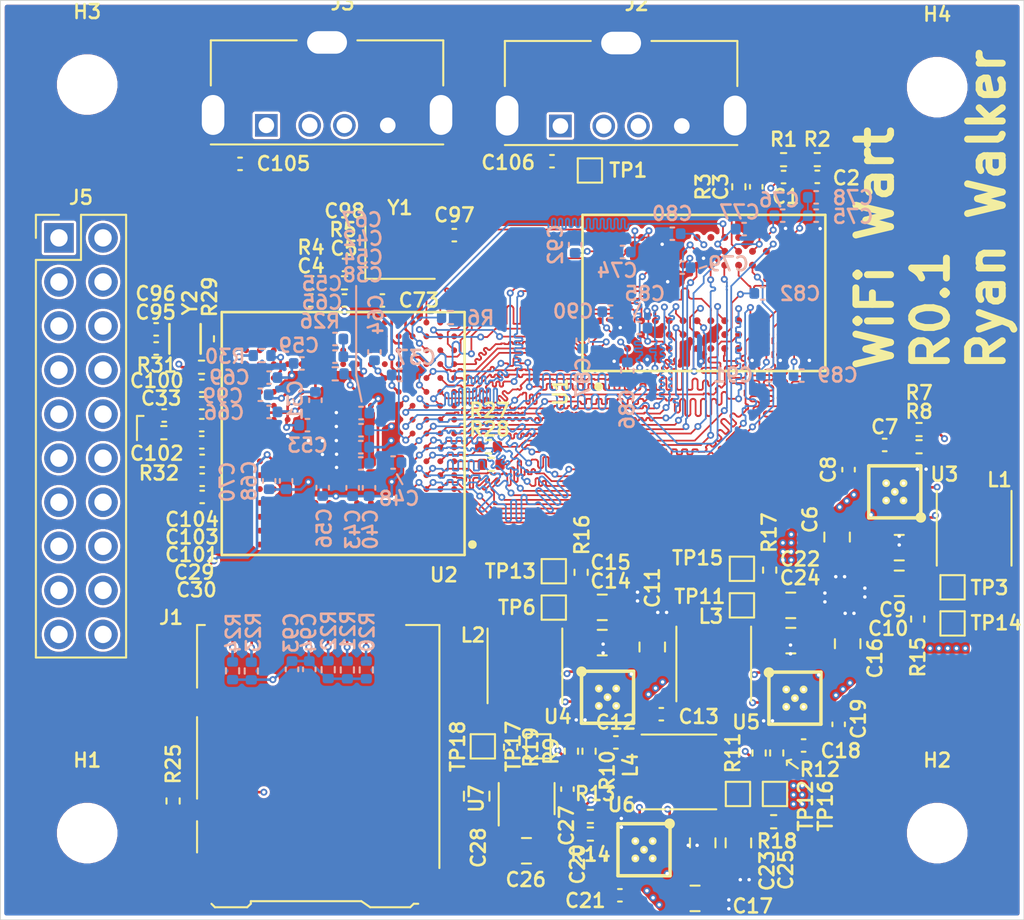
<source format=kicad_pcb>
(kicad_pcb (version 20171130) (host pcbnew 5.1.9)
  (layers (0 F.Cu signal hide) (1 In1.Cu signal) (2 In2.Cu signal hide) (31 B.Cu signal hide) (34 B.Paste user) (35 F.Paste user hide) (36 B.SilkS user hide) (37 F.SilkS user hide) (38 B.Mask user) (39 F.Mask user hide) (44 Edge.Cuts user))
  (net 0 "")
  (net 1 "Net-(U1-PadL9)")
  (net 2 "Net-(U1-PadL1)")
  (net 3 "Net-(U1-PadJ9)")
  (net 4 "Net-(U1-PadJ1)")
  (net 5 "Net-(U2-PadU15)")
  (net 6 "Net-(U2-PadU14)")
  (net 7 "Net-(U2-PadU13)")
  (net 8 "Net-(U2-PadU12)")
  (net 9 "Net-(U2-PadU11)")
  (net 10 "Net-(U2-PadU10)")
  (net 11 "Net-(U2-PadU9)")
  (net 12 "Net-(U2-PadU8)")
  (net 13 "Net-(U2-PadU7)")
  (net 14 "Net-(U2-PadU6)")
  (net 15 "Net-(U2-PadU5)")
  (net 16 "Net-(U2-PadT15)")
  (net 17 "Net-(U2-PadT14)")
  (net 18 "Net-(U2-PadT13)")
  (net 19 "Net-(U2-PadT12)")
  (net 20 "Net-(U2-PadT11)")
  (net 21 "Net-(U2-PadT10)")
  (net 22 "Net-(U2-PadT9)")
  (net 23 "Net-(U2-PadT8)")
  (net 24 "Net-(U2-PadT7)")
  (net 25 "Net-(U2-PadT6)")
  (net 26 "Net-(U2-PadT5)")
  (net 27 "Net-(U2-PadR15)")
  (net 28 "Net-(U2-PadR14)")
  (net 29 "Net-(U2-PadR13)")
  (net 30 "Net-(U2-PadR12)")
  (net 31 "Net-(U2-PadR11)")
  (net 32 "Net-(U2-PadR10)")
  (net 33 "Net-(U2-PadR9)")
  (net 34 "Net-(U2-PadR8)")
  (net 35 "Net-(U2-PadR7)")
  (net 36 "Net-(U2-PadR6)")
  (net 37 "Net-(U2-PadR5)")
  (net 38 "Net-(U2-PadR4)")
  (net 39 "Net-(U2-PadP16)")
  (net 40 "Net-(U2-PadP15)")
  (net 41 "Net-(U2-PadP14)")
  (net 42 "Net-(U2-PadP13)")
  (net 43 "Net-(U2-PadP12)")
  (net 44 "Net-(U2-PadP11)")
  (net 45 "Net-(U2-PadP10)")
  (net 46 "Net-(U2-PadP9)")
  (net 47 "Net-(U2-PadP8)")
  (net 48 "Net-(U2-PadP7)")
  (net 49 "Net-(U2-PadP6)")
  (net 50 "Net-(U2-PadP5)")
  (net 51 "Net-(U2-PadP4)")
  (net 52 "Net-(U2-PadN17)")
  (net 53 "Net-(U2-PadN16)")
  (net 54 "Net-(U2-PadN15)")
  (net 55 "Net-(U2-PadN7)")
  (net 56 "Net-(U2-PadN5)")
  (net 57 "Net-(U2-PadM17)")
  (net 58 "Net-(U2-PadM16)")
  (net 59 "Net-(U2-PadM15)")
  (net 60 "Net-(U2-PadL15)")
  (net 61 "Net-(U2-PadL14)")
  (net 62 "Net-(U2-PadL7)")
  (net 63 "Net-(U2-PadK15)")
  (net 64 "Net-(U2-PadK14)")
  (net 65 "Net-(U2-PadJ17)")
  (net 66 "Net-(U2-PadJ16)")
  (net 67 "Net-(U2-PadJ15)")
  (net 68 "Net-(U2-PadJ14)")
  (net 69 "Net-(U2-PadH16)")
  (net 70 "Net-(U2-PadH15)")
  (net 71 "Net-(U2-PadH14)")
  (net 72 "Net-(U2-PadG15)")
  (net 73 "Net-(U2-PadF17)")
  (net 74 "Net-(U2-PadF16)")
  (net 75 "Net-(U2-PadF15)")
  (net 76 "Net-(U2-PadF14)")
  (net 77 "Net-(U2-PadE17)")
  (net 78 "Net-(U2-PadE16)")
  (net 79 "Net-(U2-PadE15)")
  (net 80 "Net-(U2-PadE14)")
  (net 81 "Net-(U2-PadD17)")
  (net 82 "Net-(U2-PadD16)")
  (net 83 "Net-(U2-PadD15)")
  (net 84 "Net-(U2-PadD14)")
  (net 85 "Net-(U2-PadD13)")
  (net 86 "Net-(U2-PadD12)")
  (net 87 "Net-(U2-PadD11)")
  (net 88 "Net-(U2-PadD10)")
  (net 89 "Net-(U2-PadD6)")
  (net 90 "Net-(U2-PadD5)")
  (net 91 "Net-(U2-PadD4)")
  (net 92 "Net-(U2-PadD3)")
  (net 93 "Net-(U2-PadC17)")
  (net 94 "Net-(U2-PadC16)")
  (net 95 "Net-(U2-PadC15)")
  (net 96 "Net-(U2-PadC14)")
  (net 97 "Net-(U2-PadC13)")
  (net 98 "Net-(U2-PadC12)")
  (net 99 "Net-(U2-PadC11)")
  (net 100 "Net-(U2-PadC10)")
  (net 101 "Net-(U2-PadC6)")
  (net 102 "Net-(U2-PadC5)")
  (net 103 "Net-(U2-PadC4)")
  (net 104 "Net-(U2-PadC3)")
  (net 105 "Net-(U2-PadB17)")
  (net 106 "Net-(U2-PadB16)")
  (net 107 "Net-(U2-PadB15)")
  (net 108 "Net-(U2-PadB14)")
  (net 109 "Net-(U2-PadB13)")
  (net 110 "Net-(U2-PadB11)")
  (net 111 "Net-(U2-PadB10)")
  (net 112 "Net-(U2-PadB9)")
  (net 113 "Net-(U2-PadB8)")
  (net 114 "Net-(U2-PadB7)")
  (net 115 "Net-(U2-PadB6)")
  (net 116 "Net-(U2-PadB5)")
  (net 117 "Net-(U2-PadB4)")
  (net 118 "Net-(U2-PadB3)")
  (net 119 "Net-(U2-PadB2)")
  (net 120 "Net-(U2-PadA17)")
  (net 121 "Net-(U2-PadA16)")
  (net 122 "Net-(U2-PadA15)")
  (net 123 "Net-(U2-PadA14)")
  (net 124 "Net-(U2-PadA13)")
  (net 125 "Net-(U2-PadA12)")
  (net 126 "Net-(U2-PadA11)")
  (net 127 "Net-(U2-PadA10)")
  (net 128 "Net-(U2-PadA9)")
  (net 129 "Net-(U2-PadA8)")
  (net 130 "Net-(U2-PadA7)")
  (net 131 "Net-(U2-PadA6)")
  (net 132 "Net-(U2-PadA5)")
  (net 133 "Net-(U2-PadA4)")
  (net 134 "Net-(U2-PadA3)")
  (net 135 "Net-(U2-PadA2)")
  (net 136 d5)
  (net 137 d7)
  (net 138 d4)
  (net 139 d6)
  (net 140 d3)
  (net 141 d1)
  (net 142 d2)
  (net 143 d0)
  (net 144 d8)
  (net 145 d10)
  (net 146 d9)
  (net 147 d11)
  (net 148 d14)
  (net 149 d12)
  (net 150 d15)
  (net 151 d13)
  (net 152 adr8)
  (net 153 adr14)
  (net 154 adr13)
  (net 155 adr6)
  (net 156 adr11)
  (net 157 adr9)
  (net 158 adr7)
  (net 159 adr4)
  (net 160 adr1)
  (net 161 adr2)
  (net 162 adr5)
  (net 163 adr12)
  (net 164 adr0)
  (net 165 adr3)
  (net 166 adr10)
  (net 167 "Net-(C1-Pad2)")
  (net 168 +1V35)
  (net 169 GND)
  (net 170 dba1)
  (net 171 dba2)
  (net 172 dba0)
  (net 173 /ram/!LDQS)
  (net 174 /ram/!UDQS)
  (net 175 adr15)
  (net 176 /DVREF)
  (net 177 "Net-(R3-Pad2)")
  (net 178 "Net-(R6-Pad1)")
  (net 179 /ram/!RST)
  (net 180 /ram/!WE)
  (net 181 /ram/!CS)
  (net 182 /ram/!CKE)
  (net 183 /ram/!CK)
  (net 184 /ram/!CAS)
  (net 185 /ram/ODT)
  (net 186 /ram/CK)
  (net 187 /ram/!RAS)
  (net 188 /ram/LDQS)
  (net 189 /ram/LDM)
  (net 190 /ram/UDM)
  (net 191 /ram/UDQS)
  (net 192 +2V5)
  (net 193 +1V1)
  (net 194 +3V0)
  (net 195 +3V3)
  (net 196 +5V)
  (net 197 "Net-(C7-Pad2)")
  (net 198 "Net-(C7-Pad1)")
  (net 199 "Net-(C8-Pad1)")
  (net 200 "Net-(C10-Pad1)")
  (net 201 "Net-(C12-Pad2)")
  (net 202 "Net-(C12-Pad1)")
  (net 203 "Net-(C13-Pad1)")
  (net 204 "Net-(C14-Pad1)")
  (net 205 "Net-(C18-Pad2)")
  (net 206 "Net-(C18-Pad1)")
  (net 207 "Net-(C19-Pad1)")
  (net 208 "Net-(C20-Pad2)")
  (net 209 "Net-(C20-Pad1)")
  (net 210 "Net-(C21-Pad1)")
  (net 211 "Net-(C22-Pad1)")
  (net 212 "Net-(C23-Pad1)")
  (net 213 "Net-(L1-Pad1)")
  (net 214 "Net-(L2-Pad1)")
  (net 215 "Net-(L3-Pad1)")
  (net 216 "Net-(L4-Pad1)")
  (net 217 "Net-(R7-Pad2)")
  (net 218 "Net-(R10-Pad1)")
  (net 219 "Net-(R11-Pad2)")
  (net 220 "Net-(R13-Pad2)")
  (net 221 "Net-(C27-Pad1)")
  (net 222 "Net-(C28-Pad1)")
  (net 223 /gpio/SD_DET)
  (net 224 /gpio/SD_DAT0)
  (net 225 /gpio/SD_CLK)
  (net 226 /gpio/SD_CMD)
  (net 227 /gpio/SD_DAT3)
  (net 228 /gpio/SD_DAT2)
  (net 229 /gpio/SD_DAT1)
  (net 230 /HPVCCBP)
  (net 231 /VCC-EFUSE)
  (net 232 "Net-(R27-Pad1)")
  (net 233 "Net-(R28-Pad1)")
  (net 234 "Net-(C95-Pad2)")
  (net 235 "Net-(C96-Pad2)")
  (net 236 "Net-(C97-Pad1)")
  (net 237 "Net-(C98-Pad1)")
  (net 238 "Net-(C99-Pad1)")
  (net 239 "Net-(C100-Pad2)")
  (net 240 "Net-(C101-Pad1)")
  (net 241 "Net-(C102-Pad1)")
  (net 242 "Net-(C103-Pad1)")
  (net 243 "Net-(R30-Pad1)")
  (net 244 "Net-(J2-Pad3)")
  (net 245 "Net-(J2-Pad2)")
  (net 246 "Net-(J3-Pad3)")
  (net 247 "Net-(J3-Pad2)")
  (net 248 /gpio/UART0_TX)
  (net 249 /gpio/UART0_RX)
  (net 250 "Net-(U3-Pad4)")
  (net 251 "Net-(U4-Pad4)")
  (net 252 "Net-(U5-Pad4)")
  (net 253 "Net-(U6-Pad4)")
  (net 254 "Net-(J5-Pad20)")
  (net 255 "Net-(J5-Pad19)")
  (net 256 "Net-(J5-Pad18)")
  (net 257 "Net-(J5-Pad17)")
  (net 258 "Net-(J5-Pad16)")
  (net 259 "Net-(J5-Pad15)")
  (net 260 "Net-(J5-Pad14)")
  (net 261 "Net-(J5-Pad13)")
  (net 262 "Net-(J5-Pad12)")
  (net 263 "Net-(J5-Pad11)")
  (net 264 "Net-(J5-Pad10)")
  (net 265 "Net-(J5-Pad9)")
  (net 266 "Net-(J5-Pad8)")
  (net 267 "Net-(J5-Pad7)")
  (net 268 "Net-(J5-Pad6)")
  (net 269 "Net-(J5-Pad5)")
  (net 270 "Net-(J5-Pad4)")
  (net 271 "Net-(J5-Pad2)")
  (module Connector_PinHeader_2.54mm:PinHeader_2x10_P2.54mm_Vertical (layer F.Cu) (at 98.3742 97.6884)
    (fp_text reference J5 (at 1.27 -2.33) (layer F.SilkS) (effects (font (size 0.8 0.8))))
    (fp_text value Conn_02x10_Odd_Even)
    (pad 20 thru_hole oval (at 2.54 22.86) (size 1.7 1.7) (drill 1) (layers *.Cu *.Mask) (net 254 "Net-(J5-Pad20)"))
    (pad 19 thru_hole oval (at 0 22.86) (size 1.7 1.7) (drill 1) (layers *.Cu *.Mask) (net 255 "Net-(J5-Pad19)"))
    (pad 18 thru_hole oval (at 2.54 20.32) (size 1.7 1.7) (drill 1) (layers *.Cu *.Mask) (net 256 "Net-(J5-Pad18)"))
    (pad 17 thru_hole oval (at 0 20.32) (size 1.7 1.7) (drill 1) (layers *.Cu *.Mask) (net 257 "Net-(J5-Pad17)"))
    (pad 16 thru_hole oval (at 2.54 17.78) (size 1.7 1.7) (drill 1) (layers *.Cu *.Mask) (net 258 "Net-(J5-Pad16)"))
    (pad 15 thru_hole oval (at 0 17.78) (size 1.7 1.7) (drill 1) (layers *.Cu *.Mask) (net 259 "Net-(J5-Pad15)"))
    (pad 14 thru_hole oval (at 2.54 15.24) (size 1.7 1.7) (drill 1) (layers *.Cu *.Mask) (net 260 "Net-(J5-Pad14)"))
    (pad 13 thru_hole oval (at 0 15.24) (size 1.7 1.7) (drill 1) (layers *.Cu *.Mask) (net 261 "Net-(J5-Pad13)"))
    (pad 12 thru_hole oval (at 2.54 12.7) (size 1.7 1.7) (drill 1) (layers *.Cu *.Mask) (net 262 "Net-(J5-Pad12)"))
    (pad 11 thru_hole oval (at 0 12.7) (size 1.7 1.7) (drill 1) (layers *.Cu *.Mask) (net 263 "Net-(J5-Pad11)"))
    (pad 10 thru_hole oval (at 2.54 10.16) (size 1.7 1.7) (drill 1) (layers *.Cu *.Mask) (net 264 "Net-(J5-Pad10)"))
    (pad 9 thru_hole oval (at 0 10.16) (size 1.7 1.7) (drill 1) (layers *.Cu *.Mask) (net 265 "Net-(J5-Pad9)"))
    (pad 8 thru_hole oval (at 2.54 7.62) (size 1.7 1.7) (drill 1) (layers *.Cu *.Mask) (net 266 "Net-(J5-Pad8)"))
    (pad 7 thru_hole oval (at 0 7.62) (size 1.7 1.7) (drill 1) (layers *.Cu *.Mask) (net 267 "Net-(J5-Pad7)"))
    (pad 6 thru_hole oval (at 2.54 5.08) (size 1.7 1.7) (drill 1) (layers *.Cu *.Mask) (net 268 "Net-(J5-Pad6)"))
    (pad 5 thru_hole oval (at 0 5.08) (size 1.7 1.7) (drill 1) (layers *.Cu *.Mask) (net 269 "Net-(J5-Pad5)"))
    (pad 4 thru_hole oval (at 2.54 2.54) (size 1.7 1.7) (drill 1) (layers *.Cu *.Mask) (net 270 "Net-(J5-Pad4)"))
    (pad 3 thru_hole oval (at 0 2.54) (size 1.7 1.7) (drill 1) (layers *.Cu *.Mask) (net 249 /gpio/UART0_RX))
    (pad 2 thru_hole oval (at 2.54 0) (size 1.7 1.7) (drill 1) (layers *.Cu *.Mask) (net 271 "Net-(J5-Pad2)"))
    (pad 1 thru_hole rect (at 0 0) (size 1.7 1.7) (drill 1) (layers *.Cu *.Mask) (net 248 /gpio/UART0_TX))
  )
  (module MountingHole:MountingHole_3.2mm_M3 (layer F.Cu) (at 149 89)
    (fp_text reference H4 (at 0 -4.2) (layer F.SilkS) (effects (font (size 0.8 0.8))))
    (fp_text value MountingHole)
    (pad 1 np_thru_hole circle (at 0 0) (size 3.2 3.2) (drill 3.2) (layers *.Cu *.Mask))
  )
  (module MountingHole:MountingHole_3.2mm_M3 (layer F.Cu) (at 100 88.8492)
    (fp_text reference H3 (at 0 -4.2) (layer F.SilkS) (effects (font (size 0.8 0.8))))
    (fp_text value MountingHole)
    (pad 1 np_thru_hole circle (at 0 0) (size 3.2 3.2) (drill 3.2) (layers *.Cu *.Mask))
  )
  (module MountingHole:MountingHole_3.2mm_M3 (layer F.Cu) (at 149 132)
    (fp_text reference H2 (at 0 -4.2) (layer F.SilkS) (effects (font (size 0.8 0.8))))
    (fp_text value MountingHole)
    (pad 1 np_thru_hole circle (at 0 0) (size 3.2 3.2) (drill 3.2) (layers *.Cu *.Mask))
  )
  (module MountingHole:MountingHole_3.2mm_M3 (layer F.Cu) (at 100 132)
    (fp_text reference H1 (at 0 -4.2) (layer F.SilkS) (effects (font (size 0.8 0.8))))
    (fp_text value MountingHole)
    (pad 1 np_thru_hole circle (at 0 0) (size 3.2 3.2) (drill 3.2) (layers *.Cu *.Mask))
  )
  (module Capacitor_SMD:C_0805_2012Metric (layer F.Cu) (at 122.4534 129.8702 270)
    (fp_text reference C28 (at 2.9718 -0.1016 90) (layer F.SilkS) (effects (font (size 0.8 0.8))))
    (fp_text value 10uF)
    (pad 2 smd roundrect (at 0.95 0 270) (size 1 1.45) (layers F.Cu F.Paste F.Mask) (net 169 GND))
    (pad 1 smd roundrect (at -0.95 0 270) (size 1 1.45) (layers F.Cu F.Paste F.Mask) (net 222 "Net-(C28-Pad1)"))
  )
  (module Capacitor_SMD:C_0805_2012Metric (layer F.Cu) (at 125.3236 133.0198)
    (fp_text reference C26 (at -0.0381 1.6637) (layer F.SilkS) (effects (font (size 0.8 0.8))))
    (fp_text value 10uF)
    (pad 2 smd roundrect (at 0.95 0) (size 1 1.45) (layers F.Cu F.Paste F.Mask) (net 169 GND))
    (pad 1 smd roundrect (at -0.95 0) (size 1 1.45) (layers F.Cu F.Paste F.Mask) (net 195 +3V3))
  )
  (module Capacitor_SMD:C_0805_2012Metric (layer F.Cu) (at 137.541 132.5626 270)
    (fp_text reference C25 (at 1.5494 -2.7305 90) (layer F.SilkS) (effects (font (size 0.8 0.8))))
    (fp_text value 22uF)
    (pad 2 smd roundrect (at 0.95 0 270) (size 1 1.45) (layers F.Cu F.Paste F.Mask) (net 169 GND))
    (pad 1 smd roundrect (at -0.95 0 270) (size 1 1.45) (layers F.Cu F.Paste F.Mask) (net 212 "Net-(C23-Pad1)"))
  )
  (module Capacitor_SMD:C_0805_2012Metric (layer F.Cu) (at 140.5636 120.904)
    (fp_text reference C24 (at 0.5334 -3.6195) (layer F.SilkS) (effects (font (size 0.8 0.8))))
    (fp_text value 22uF)
    (pad 2 smd roundrect (at 0.95 0) (size 1 1.45) (layers F.Cu F.Paste F.Mask) (net 169 GND))
    (pad 1 smd roundrect (at -0.95 0) (size 1 1.45) (layers F.Cu F.Paste F.Mask) (net 211 "Net-(C22-Pad1)"))
  )
  (module Capacitor_SMD:C_0805_2012Metric (layer F.Cu) (at 135.4836 132.5626 270)
    (fp_text reference C23 (at 1.6129 -3.7084 90) (layer F.SilkS) (effects (font (size 0.8 0.8))))
    (fp_text value 22uF)
    (pad 2 smd roundrect (at 0.95 0 270) (size 1 1.45) (layers F.Cu F.Paste F.Mask) (net 169 GND))
    (pad 1 smd roundrect (at -0.95 0 270) (size 1 1.45) (layers F.Cu F.Paste F.Mask) (net 212 "Net-(C23-Pad1)"))
  )
  (module Capacitor_SMD:C_0805_2012Metric (layer F.Cu) (at 140.55852 118.872)
    (fp_text reference C22 (at 0.53848 -2.667) (layer F.SilkS) (effects (font (size 0.8 0.8))))
    (fp_text value 22uF)
    (pad 2 smd roundrect (at 0.95 0) (size 1 1.45) (layers F.Cu F.Paste F.Mask) (net 169 GND))
    (pad 1 smd roundrect (at -0.95 0) (size 1 1.45) (layers F.Cu F.Paste F.Mask) (net 211 "Net-(C22-Pad1)"))
  )
  (module Capacitor_SMD:C_0805_2012Metric (layer F.Cu) (at 135.0416 135.763)
    (fp_text reference C17 (at 3.3249 0.4445) (layer F.SilkS) (effects (font (size 0.8 0.8))))
    (fp_text value 22uF)
    (pad 2 smd roundrect (at 0.95 0) (size 1 1.45) (layers F.Cu F.Paste F.Mask) (net 169 GND))
    (pad 1 smd roundrect (at -0.95 0) (size 1 1.45) (layers F.Cu F.Paste F.Mask) (net 196 +5V))
  )
  (module Capacitor_SMD:C_0805_2012Metric (layer F.Cu) (at 143.8402 121.0818 90)
    (fp_text reference C16 (at -0.8382 1.5748 90) (layer F.SilkS) (effects (font (size 0.8 0.8))))
    (fp_text value 22uF)
    (pad 2 smd roundrect (at 0.95 0 90) (size 1 1.45) (layers F.Cu F.Paste F.Mask) (net 169 GND))
    (pad 1 smd roundrect (at -0.95 0 90) (size 1 1.45) (layers F.Cu F.Paste F.Mask) (net 196 +5V))
  )
  (module Capacitor_SMD:C_0805_2012Metric (layer F.Cu) (at 129.6924 118.9863)
    (fp_text reference C15 (at 0.4826 -2.5908) (layer F.SilkS) (effects (font (size 0.8 0.8))))
    (fp_text value 22uF)
    (pad 2 smd roundrect (at 0.95 0) (size 1 1.45) (layers F.Cu F.Paste F.Mask) (net 169 GND))
    (pad 1 smd roundrect (at -0.95 0) (size 1 1.45) (layers F.Cu F.Paste F.Mask) (net 204 "Net-(C14-Pad1)"))
  )
  (module Capacitor_SMD:C_0805_2012Metric (layer F.Cu) (at 129.6924 121.0183)
    (fp_text reference C14 (at 0.4826 -3.5433) (layer F.SilkS) (effects (font (size 0.8 0.8))))
    (fp_text value 22uF)
    (pad 2 smd roundrect (at 0.95 0) (size 1 1.45) (layers F.Cu F.Paste F.Mask) (net 169 GND))
    (pad 1 smd roundrect (at -0.95 0) (size 1 1.45) (layers F.Cu F.Paste F.Mask) (net 204 "Net-(C14-Pad1)"))
  )
  (module Capacitor_SMD:C_0805_2012Metric (layer F.Cu) (at 132.5753 121.2723 90)
    (fp_text reference C11 (at 3.4163 0.0127 90) (layer F.SilkS) (effects (font (size 0.8 0.8))))
    (fp_text value 22uF)
    (pad 2 smd roundrect (at 0.95 0 90) (size 1 1.45) (layers F.Cu F.Paste F.Mask) (net 169 GND))
    (pad 1 smd roundrect (at -0.95 0 90) (size 1 1.45) (layers F.Cu F.Paste F.Mask) (net 196 +5V))
  )
  (module Capacitor_SMD:C_0805_2012Metric (layer F.Cu) (at 146.812 117.602 180)
    (fp_text reference C10 (at 0.635 -2.6035) (layer F.SilkS) (effects (font (size 0.8 0.8))))
    (fp_text value 22uF)
    (pad 2 smd roundrect (at 0.95 0 180) (size 1 1.45) (layers F.Cu F.Paste F.Mask) (net 169 GND))
    (pad 1 smd roundrect (at -0.95 0 180) (size 1 1.45) (layers F.Cu F.Paste F.Mask) (net 200 "Net-(C10-Pad1)"))
  )
  (module Capacitor_SMD:C_0805_2012Metric (layer F.Cu) (at 146.812 115.5446 180)
    (fp_text reference C9 (at 0.381 -3.5814) (layer F.SilkS) (effects (font (size 0.8 0.8))))
    (fp_text value 22uF)
    (pad 2 smd roundrect (at 0.95 0 180) (size 1 1.45) (layers F.Cu F.Paste F.Mask) (net 169 GND))
    (pad 1 smd roundrect (at -0.95 0 180) (size 1 1.45) (layers F.Cu F.Paste F.Mask) (net 200 "Net-(C10-Pad1)"))
  )
  (module Capacitor_SMD:C_0805_2012Metric (layer F.Cu) (at 143.2306 114.935 270)
    (fp_text reference C6 (at -1.016 1.5621 90) (layer F.SilkS) (effects (font (size 0.8 0.8))))
    (fp_text value 22uF)
    (pad 2 smd roundrect (at 0.95 0 270) (size 1 1.45) (layers F.Cu F.Paste F.Mask) (net 169 GND))
    (pad 1 smd roundrect (at -0.95 0 270) (size 1 1.45) (layers F.Cu F.Paste F.Mask) (net 196 +5V))
  )
  (module Connector_USB:USB_A_Molex_105057_Vertical (layer F.Cu) (at 110.32744 91.20124)
    (fp_text reference J3 (at 4.4 -7.05) (layer F.SilkS) (effects (font (size 0.8 0.8))))
    (fp_text value USB_A)
    (pad 5 thru_hole oval (at 3.5 -4.78 90) (size 1.9 2.9) (drill oval 1.3 2.3) (layers *.Cu *.Mask) (net 169 GND))
    (pad 5 thru_hole oval (at 10.07 -0.6) (size 1.9 2.9) (drill oval 1.3 2.3) (layers *.Cu *.Mask) (net 169 GND))
    (pad 5 thru_hole oval (at -3.07 -0.6 180) (size 1.9 2.9) (drill oval 1.3 2.3) (layers *.Cu *.Mask) (net 169 GND))
    (pad 4 thru_hole circle (at 7 0) (size 1.3 1.3) (drill 0.9) (layers *.Cu *.Mask) (net 169 GND))
    (pad 3 thru_hole circle (at 4.5 0) (size 1.3 1.3) (drill 0.9) (layers *.Cu *.Mask) (net 246 "Net-(J3-Pad3)"))
    (pad 2 thru_hole circle (at 2.5 0) (size 1.3 1.3) (drill 0.9) (layers *.Cu *.Mask) (net 247 "Net-(J3-Pad2)"))
    (pad 1 thru_hole rect (at 0 0) (size 1.3 1.3) (drill 0.9) (layers *.Cu *.Mask) (net 196 +5V))
  )
  (module AS4C512M16D3L:Alliance_Memory-AS4C512M16D3L-12BIN-0-0-IPC_A (layer F.Cu) (at 135.5532 100.8632 90)
    (fp_text reference U1 (at -4.8 -8.275 270) (layer F.SilkS) (effects (font (size 0.8 0.8)) (justify right)))
    (fp_text value AS4C512M16D3L-12BIN hide)
    (pad T9 smd circle (at 3.2 6 90) (size 0.3995 0.3995) (layers F.Cu F.Paste F.Mask) (net 169 GND))
    (pad T8 smd circle (at 2.4 6 90) (size 0.3995 0.3995) (layers F.Cu F.Paste F.Mask) (net 152 adr8))
    (pad T7 smd circle (at 1.6 6 90) (size 0.3995 0.3995) (layers F.Cu F.Paste F.Mask) (net 153 adr14))
    (pad T3 smd circle (at -1.6 6 90) (size 0.3995 0.3995) (layers F.Cu F.Paste F.Mask) (net 154 adr13))
    (pad T2 smd circle (at -2.4 6 90) (size 0.3995 0.3995) (layers F.Cu F.Paste F.Mask) (net 179 /ram/!RST))
    (pad T1 smd circle (at -3.2 6 90) (size 0.3995 0.3995) (layers F.Cu F.Paste F.Mask) (net 169 GND))
    (pad R9 smd circle (at 3.2 5.2 90) (size 0.3995 0.3995) (layers F.Cu F.Paste F.Mask) (net 168 +1V35))
    (pad R8 smd circle (at 2.4 5.2 90) (size 0.3995 0.3995) (layers F.Cu F.Paste F.Mask) (net 155 adr6))
    (pad R7 smd circle (at 1.6 5.2 90) (size 0.3995 0.3995) (layers F.Cu F.Paste F.Mask) (net 156 adr11))
    (pad R3 smd circle (at -1.6 5.2 90) (size 0.3995 0.3995) (layers F.Cu F.Paste F.Mask) (net 157 adr9))
    (pad R2 smd circle (at -2.4 5.2 90) (size 0.3995 0.3995) (layers F.Cu F.Paste F.Mask) (net 158 adr7))
    (pad R1 smd circle (at -3.2 5.2 90) (size 0.3995 0.3995) (layers F.Cu F.Paste F.Mask) (net 168 +1V35))
    (pad P9 smd circle (at 3.2 4.4 90) (size 0.3995 0.3995) (layers F.Cu F.Paste F.Mask) (net 169 GND))
    (pad P8 smd circle (at 2.4 4.4 90) (size 0.3995 0.3995) (layers F.Cu F.Paste F.Mask) (net 159 adr4))
    (pad P7 smd circle (at 1.6 4.4 90) (size 0.3995 0.3995) (layers F.Cu F.Paste F.Mask) (net 160 adr1))
    (pad P3 smd circle (at -1.6 4.4 90) (size 0.3995 0.3995) (layers F.Cu F.Paste F.Mask) (net 161 adr2))
    (pad P2 smd circle (at -2.4 4.4 90) (size 0.3995 0.3995) (layers F.Cu F.Paste F.Mask) (net 162 adr5))
    (pad P1 smd circle (at -3.2 4.4 90) (size 0.3995 0.3995) (layers F.Cu F.Paste F.Mask) (net 169 GND))
    (pad N9 smd circle (at 3.2 3.6 90) (size 0.3995 0.3995) (layers F.Cu F.Paste F.Mask) (net 168 +1V35))
    (pad N8 smd circle (at 2.4 3.6 90) (size 0.3995 0.3995) (layers F.Cu F.Paste F.Mask) (net 170 dba1))
    (pad N7 smd circle (at 1.6 3.6 90) (size 0.3995 0.3995) (layers F.Cu F.Paste F.Mask) (net 163 adr12))
    (pad N3 smd circle (at -1.6 3.6 90) (size 0.3995 0.3995) (layers F.Cu F.Paste F.Mask) (net 164 adr0))
    (pad N2 smd circle (at -2.4 3.6 90) (size 0.3995 0.3995) (layers F.Cu F.Paste F.Mask) (net 165 adr3))
    (pad N1 smd circle (at -3.2 3.6 90) (size 0.3995 0.3995) (layers F.Cu F.Paste F.Mask) (net 168 +1V35))
    (pad M9 smd circle (at 3.2 2.8 90) (size 0.3995 0.3995) (layers F.Cu F.Paste F.Mask) (net 169 GND))
    (pad M8 smd circle (at 2.4 2.8 90) (size 0.3995 0.3995) (layers F.Cu F.Paste F.Mask) (net 167 "Net-(C1-Pad2)"))
    (pad M7 smd circle (at 1.6 2.8 90) (size 0.3995 0.3995) (layers F.Cu F.Paste F.Mask) (net 175 adr15))
    (pad M3 smd circle (at -1.6 2.8 90) (size 0.3995 0.3995) (layers F.Cu F.Paste F.Mask) (net 171 dba2))
    (pad M2 smd circle (at -2.4 2.8 90) (size 0.3995 0.3995) (layers F.Cu F.Paste F.Mask) (net 172 dba0))
    (pad M1 smd circle (at -3.2 2.8 90) (size 0.3995 0.3995) (layers F.Cu F.Paste F.Mask) (net 169 GND))
    (pad L9 smd circle (at 3.2 2 90) (size 0.3995 0.3995) (layers F.Cu F.Paste F.Mask) (net 1 "Net-(U1-PadL9)"))
    (pad L8 smd circle (at 2.4 2 90) (size 0.3995 0.3995) (layers F.Cu F.Paste F.Mask) (net 177 "Net-(R3-Pad2)"))
    (pad L7 smd circle (at 1.6 2 90) (size 0.3995 0.3995) (layers F.Cu F.Paste F.Mask) (net 166 adr10))
    (pad L3 smd circle (at -1.6 2 90) (size 0.3995 0.3995) (layers F.Cu F.Paste F.Mask) (net 180 /ram/!WE))
    (pad L2 smd circle (at -2.4 2 90) (size 0.3995 0.3995) (layers F.Cu F.Paste F.Mask) (net 181 /ram/!CS))
    (pad L1 smd circle (at -3.2 2 90) (size 0.3995 0.3995) (layers F.Cu F.Paste F.Mask) (net 2 "Net-(U1-PadL1)"))
    (pad K9 smd circle (at 3.2 1.2 90) (size 0.3995 0.3995) (layers F.Cu F.Paste F.Mask) (net 182 /ram/!CKE))
    (pad K8 smd circle (at 2.4 1.2 90) (size 0.3995 0.3995) (layers F.Cu F.Paste F.Mask) (net 168 +1V35))
    (pad K7 smd circle (at 1.6 1.2 90) (size 0.3995 0.3995) (layers F.Cu F.Paste F.Mask) (net 183 /ram/!CK))
    (pad K3 smd circle (at -1.6 1.2 90) (size 0.3995 0.3995) (layers F.Cu F.Paste F.Mask) (net 184 /ram/!CAS))
    (pad K2 smd circle (at -2.4 1.2 90) (size 0.3995 0.3995) (layers F.Cu F.Paste F.Mask) (net 168 +1V35))
    (pad K1 smd circle (at -3.2 1.2 90) (size 0.3995 0.3995) (layers F.Cu F.Paste F.Mask) (net 185 /ram/ODT))
    (pad J9 smd circle (at 3.2 0.4 90) (size 0.3995 0.3995) (layers F.Cu F.Paste F.Mask) (net 3 "Net-(U1-PadJ9)"))
    (pad J8 smd circle (at 2.4 0.4 90) (size 0.3995 0.3995) (layers F.Cu F.Paste F.Mask) (net 169 GND))
    (pad J7 smd circle (at 1.6 0.4 90) (size 0.3995 0.3995) (layers F.Cu F.Paste F.Mask) (net 186 /ram/CK))
    (pad J3 smd circle (at -1.6 0.4 90) (size 0.3995 0.3995) (layers F.Cu F.Paste F.Mask) (net 187 /ram/!RAS))
    (pad J2 smd circle (at -2.4 0.4 90) (size 0.3995 0.3995) (layers F.Cu F.Paste F.Mask) (net 169 GND))
    (pad J1 smd circle (at -3.2 0.4 90) (size 0.3995 0.3995) (layers F.Cu F.Paste F.Mask) (net 4 "Net-(U1-PadJ1)"))
    (pad H9 smd circle (at 3.2 -0.4 90) (size 0.3995 0.3995) (layers F.Cu F.Paste F.Mask) (net 168 +1V35))
    (pad H8 smd circle (at 2.4 -0.4 90) (size 0.3995 0.3995) (layers F.Cu F.Paste F.Mask) (net 136 d5))
    (pad H7 smd circle (at 1.6 -0.4 90) (size 0.3995 0.3995) (layers F.Cu F.Paste F.Mask) (net 137 d7))
    (pad H3 smd circle (at -1.6 -0.4 90) (size 0.3995 0.3995) (layers F.Cu F.Paste F.Mask) (net 138 d4))
    (pad H2 smd circle (at -2.4 -0.4 90) (size 0.3995 0.3995) (layers F.Cu F.Paste F.Mask) (net 168 +1V35))
    (pad H1 smd circle (at -3.2 -0.4 90) (size 0.3995 0.3995) (layers F.Cu F.Paste F.Mask) (net 167 "Net-(C1-Pad2)"))
    (pad G9 smd circle (at 3.2 -1.2 90) (size 0.3995 0.3995) (layers F.Cu F.Paste F.Mask) (net 169 GND))
    (pad G8 smd circle (at 2.4 -1.2 90) (size 0.3995 0.3995) (layers F.Cu F.Paste F.Mask) (net 169 GND))
    (pad G7 smd circle (at 1.6 -1.2 90) (size 0.3995 0.3995) (layers F.Cu F.Paste F.Mask) (net 168 +1V35))
    (pad G3 smd circle (at -1.6 -1.2 90) (size 0.3995 0.3995) (layers F.Cu F.Paste F.Mask) (net 173 /ram/!LDQS))
    (pad G2 smd circle (at -2.4 -1.2 90) (size 0.3995 0.3995) (layers F.Cu F.Paste F.Mask) (net 139 d6))
    (pad G1 smd circle (at -3.2 -1.2 90) (size 0.3995 0.3995) (layers F.Cu F.Paste F.Mask) (net 169 GND))
    (pad F9 smd circle (at 3.2 -2 90) (size 0.3995 0.3995) (layers F.Cu F.Paste F.Mask) (net 169 GND))
    (pad F8 smd circle (at 2.4 -2 90) (size 0.3995 0.3995) (layers F.Cu F.Paste F.Mask) (net 140 d3))
    (pad F7 smd circle (at 1.6 -2 90) (size 0.3995 0.3995) (layers F.Cu F.Paste F.Mask) (net 141 d1))
    (pad F3 smd circle (at -1.6 -2 90) (size 0.3995 0.3995) (layers F.Cu F.Paste F.Mask) (net 188 /ram/LDQS))
    (pad F2 smd circle (at -2.4 -2 90) (size 0.3995 0.3995) (layers F.Cu F.Paste F.Mask) (net 142 d2))
    (pad F1 smd circle (at -3.2 -2 90) (size 0.3995 0.3995) (layers F.Cu F.Paste F.Mask) (net 168 +1V35))
    (pad E9 smd circle (at 3.2 -2.8 90) (size 0.3995 0.3995) (layers F.Cu F.Paste F.Mask) (net 168 +1V35))
    (pad E8 smd circle (at 2.4 -2.8 90) (size 0.3995 0.3995) (layers F.Cu F.Paste F.Mask) (net 169 GND))
    (pad E7 smd circle (at 1.6 -2.8 90) (size 0.3995 0.3995) (layers F.Cu F.Paste F.Mask) (net 189 /ram/LDM))
    (pad E3 smd circle (at -1.6 -2.8 90) (size 0.3995 0.3995) (layers F.Cu F.Paste F.Mask) (net 143 d0))
    (pad E2 smd circle (at -2.4 -2.8 90) (size 0.3995 0.3995) (layers F.Cu F.Paste F.Mask) (net 169 GND))
    (pad E1 smd circle (at -3.2 -2.8 90) (size 0.3995 0.3995) (layers F.Cu F.Paste F.Mask) (net 169 GND))
    (pad D9 smd circle (at 3.2 -3.6 90) (size 0.3995 0.3995) (layers F.Cu F.Paste F.Mask) (net 168 +1V35))
    (pad D8 smd circle (at 2.4 -3.6 90) (size 0.3995 0.3995) (layers F.Cu F.Paste F.Mask) (net 169 GND))
    (pad D7 smd circle (at 1.6 -3.6 90) (size 0.3995 0.3995) (layers F.Cu F.Paste F.Mask) (net 149 d12))
    (pad D3 smd circle (at -1.6 -3.6 90) (size 0.3995 0.3995) (layers F.Cu F.Paste F.Mask) (net 190 /ram/UDM))
    (pad D2 smd circle (at -2.4 -3.6 90) (size 0.3995 0.3995) (layers F.Cu F.Paste F.Mask) (net 168 +1V35))
    (pad D1 smd circle (at -3.2 -3.6 90) (size 0.3995 0.3995) (layers F.Cu F.Paste F.Mask) (net 169 GND))
    (pad C9 smd circle (at 3.2 -4.4 90) (size 0.3995 0.3995) (layers F.Cu F.Paste F.Mask) (net 168 +1V35))
    (pad C8 smd circle (at 2.4 -4.4 90) (size 0.3995 0.3995) (layers F.Cu F.Paste F.Mask) (net 145 d10))
    (pad C7 smd circle (at 1.6 -4.4 90) (size 0.3995 0.3995) (layers F.Cu F.Paste F.Mask) (net 191 /ram/UDQS))
    (pad C3 smd circle (at -1.6 -4.4 90) (size 0.3995 0.3995) (layers F.Cu F.Paste F.Mask) (net 148 d14))
    (pad C2 smd circle (at -2.4 -4.4 90) (size 0.3995 0.3995) (layers F.Cu F.Paste F.Mask) (net 147 d11))
    (pad C1 smd circle (at -3.2 -4.4 90) (size 0.3995 0.3995) (layers F.Cu F.Paste F.Mask) (net 168 +1V35))
    (pad B9 smd circle (at 3.2 -5.2 90) (size 0.3995 0.3995) (layers F.Cu F.Paste F.Mask) (net 169 GND))
    (pad B8 smd circle (at 2.4 -5.2 90) (size 0.3995 0.3995) (layers F.Cu F.Paste F.Mask) (net 144 d8))
    (pad B7 smd circle (at 1.6 -5.2 90) (size 0.3995 0.3995) (layers F.Cu F.Paste F.Mask) (net 174 /ram/!UDQS))
    (pad B3 smd circle (at -1.6 -5.2 90) (size 0.3995 0.3995) (layers F.Cu F.Paste F.Mask) (net 169 GND))
    (pad B2 smd circle (at -2.4 -5.2 90) (size 0.3995 0.3995) (layers F.Cu F.Paste F.Mask) (net 168 +1V35))
    (pad B1 smd circle (at -3.2 -5.2 90) (size 0.3995 0.3995) (layers F.Cu F.Paste F.Mask) (net 169 GND))
    (pad A9 smd circle (at 3.2 -6 90) (size 0.3995 0.3995) (layers F.Cu F.Paste F.Mask) (net 169 GND))
    (pad A8 smd circle (at 2.4 -6 90) (size 0.3995 0.3995) (layers F.Cu F.Paste F.Mask) (net 168 +1V35))
    (pad A7 smd circle (at 1.6 -6 90) (size 0.3995 0.3995) (layers F.Cu F.Paste F.Mask) (net 146 d9))
    (pad A3 smd circle (at -1.6 -6 90) (size 0.3995 0.3995) (layers F.Cu F.Paste F.Mask) (net 150 d15))
    (pad A2 smd circle (at -2.4 -6 90) (size 0.3995 0.3995) (layers F.Cu F.Paste F.Mask) (net 151 d13))
    (pad A1 smd circle (at -3.2 -6 90) (size 0.3995 0.3995) (layers F.Cu F.Paste F.Mask) (net 168 +1V35))
  )
  (module Resistor_SMD:R_0402_1005Metric (layer F.Cu) (at 123.1392 109.728)
    (fp_text reference R28 (at 0.0508 -1.016) (layer F.SilkS) (effects (font (size 0.8 0.8))))
    (fp_text value 22R)
    (pad 2 smd roundrect (at 0.51 0) (size 0.54 0.64) (layers F.Cu F.Paste F.Mask) (net 183 /ram/!CK))
    (pad 1 smd roundrect (at -0.51 0) (size 0.54 0.64) (layers F.Cu F.Paste F.Mask) (net 233 "Net-(R28-Pad1)"))
  )
  (module Resistor_SMD:R_0402_1005Metric (layer F.Cu) (at 123.2916 110.744)
    (fp_text reference R27 (at -0.1016 -3.1115) (layer F.SilkS) (effects (font (size 0.8 0.8))))
    (fp_text value 22R)
    (pad 2 smd roundrect (at 0.51 0) (size 0.54 0.64) (layers F.Cu F.Paste F.Mask) (net 186 /ram/CK))
    (pad 1 smd roundrect (at -0.51 0) (size 0.54 0.64) (layers F.Cu F.Paste F.Mask) (net 232 "Net-(R27-Pad1)"))
  )
  (module Capacitor_SMD:C_0402_1005Metric (layer F.Cu) (at 126.7968 93.2688)
    (fp_text reference C106 (at -2.5273 0.0762) (layer F.SilkS) (effects (font (size 0.8 0.8))))
    (fp_text value 10uF)
    (pad 2 smd roundrect (at 0.48 0) (size 0.56 0.62) (layers F.Cu F.Paste F.Mask) (net 196 +5V))
    (pad 1 smd roundrect (at -0.48 0) (size 0.56 0.62) (layers F.Cu F.Paste F.Mask) (net 169 GND))
  )
  (module Capacitor_SMD:C_0402_1005Metric (layer F.Cu) (at 108.8136 93.4212)
    (fp_text reference C105 (at 2.5019 -0.0127) (layer F.SilkS) (effects (font (size 0.8 0.8))))
    (fp_text value 10uF)
    (pad 2 smd roundrect (at 0.48 0) (size 0.56 0.62) (layers F.Cu F.Paste F.Mask) (net 196 +5V))
    (pad 1 smd roundrect (at -0.48 0) (size 0.56 0.62) (layers F.Cu F.Paste F.Mask) (net 169 GND))
  )
  (module Capacitor_SMD:C_0402_1005Metric (layer F.Cu) (at 106.6038 108.4834 180)
    (fp_text reference C104 (at 0.5588 -5.4356) (layer F.SilkS) (effects (font (size 0.8 0.8))))
    (fp_text value 100nF)
    (pad 2 smd roundrect (at 0.48 0 180) (size 0.56 0.62) (layers F.Cu F.Paste F.Mask) (net 169 GND))
    (pad 1 smd roundrect (at -0.48 0 180) (size 0.56 0.62) (layers F.Cu F.Paste F.Mask) (net 242 "Net-(C103-Pad1)"))
  )
  (module Capacitor_SMD:C_0402_1005Metric (layer F.Cu) (at 106.6038 109.474 180)
    (fp_text reference C103 (at 0.5588 -5.461) (layer F.SilkS) (effects (font (size 0.8 0.8))))
    (fp_text value 10uF)
    (pad 2 smd roundrect (at 0.48 0 180) (size 0.56 0.62) (layers F.Cu F.Paste F.Mask) (net 169 GND))
    (pad 1 smd roundrect (at -0.48 0 180) (size 0.56 0.62) (layers F.Cu F.Paste F.Mask) (net 242 "Net-(C103-Pad1)"))
  )
  (module Capacitor_SMD:C_0402_1005Metric (layer F.Cu) (at 104.44226 107.92714 180)
    (fp_text reference C102 (at 0.42926 -2.18186) (layer F.SilkS) (effects (font (size 0.8 0.8))))
    (fp_text value 10uF)
    (pad 2 smd roundrect (at 0.48 0 180) (size 0.56 0.62) (layers F.Cu F.Paste F.Mask) (net 169 GND))
    (pad 1 smd roundrect (at -0.48 0 180) (size 0.56 0.62) (layers F.Cu F.Paste F.Mask) (net 241 "Net-(C102-Pad1)"))
  )
  (module Capacitor_SMD:C_0402_1005Metric (layer F.Cu) (at 106.6292 110.5408 180)
    (fp_text reference C101 (at 0.5842 -5.4102) (layer F.SilkS) (effects (font (size 0.8 0.8))))
    (fp_text value 1uF)
    (pad 2 smd roundrect (at 0.48 0 180) (size 0.56 0.62) (layers F.Cu F.Paste F.Mask) (net 169 GND))
    (pad 1 smd roundrect (at -0.48 0 180) (size 0.56 0.62) (layers F.Cu F.Paste F.Mask) (net 240 "Net-(C101-Pad1)"))
  )
  (module Capacitor_SMD:C_0402_1005Metric (layer F.Cu) (at 106.60888 106.21772)
    (fp_text reference C100 (at -2.59588 -0.29972) (layer F.SilkS) (effects (font (size 0.8 0.8))))
    (fp_text value 100nF)
    (pad 2 smd roundrect (at 0.48 0) (size 0.56 0.62) (layers F.Cu F.Paste F.Mask) (net 239 "Net-(C100-Pad2)"))
    (pad 1 smd roundrect (at -0.48 0) (size 0.56 0.62) (layers F.Cu F.Paste F.Mask) (net 169 GND))
  )
  (module Capacitor_SMD:C_0402_1005Metric (layer B.Cu) (at 109.982 106.7308 180)
    (fp_text reference C99 (at 2.159 -0.0762) (layer B.SilkS) (effects (font (size 0.8 0.8)) (justify mirror)))
    (fp_text value 10uF)
    (pad 2 smd roundrect (at 0.48 0 180) (size 0.56 0.62) (layers B.Cu B.Paste B.Mask) (net 169 GND))
    (pad 1 smd roundrect (at -0.48 0 180) (size 0.56 0.62) (layers B.Cu B.Paste B.Mask) (net 238 "Net-(C99-Pad1)"))
  )
  (module Capacitor_SMD:C_0402_1005Metric (layer F.Cu) (at 114.83848 99.24796 180)
    (fp_text reference C98 (at 0 3.10896) (layer F.SilkS) (effects (font (size 0.8 0.8))))
    (fp_text value 30pF)
    (pad 2 smd roundrect (at 0.48 0 180) (size 0.56 0.62) (layers F.Cu F.Paste F.Mask) (net 169 GND))
    (pad 1 smd roundrect (at -0.48 0 180) (size 0.56 0.62) (layers F.Cu F.Paste F.Mask) (net 237 "Net-(C98-Pad1)"))
  )
  (module Capacitor_SMD:C_0402_1005Metric (layer F.Cu) (at 121.16568 97.53092)
    (fp_text reference C97 (at 0 -1.16) (layer F.SilkS) (effects (font (size 0.8 0.8))))
    (fp_text value 30pF)
    (pad 2 smd roundrect (at 0.48 0) (size 0.56 0.62) (layers F.Cu F.Paste F.Mask) (net 169 GND))
    (pad 1 smd roundrect (at -0.48 0) (size 0.56 0.62) (layers F.Cu F.Paste F.Mask) (net 236 "Net-(C97-Pad1)"))
  )
  (module Capacitor_SMD:C_0402_1005Metric (layer F.Cu) (at 103.97744 102.96144)
    (fp_text reference C96 (at -0.02794 -2.05994) (layer F.SilkS) (effects (font (size 0.8 0.8))))
    (fp_text value 10pF)
    (pad 2 smd roundrect (at 0.48 0) (size 0.56 0.62) (layers F.Cu F.Paste F.Mask) (net 235 "Net-(C96-Pad2)"))
    (pad 1 smd roundrect (at -0.48 0) (size 0.56 0.62) (layers F.Cu F.Paste F.Mask) (net 169 GND))
  )
  (module Capacitor_SMD:C_0402_1005Metric (layer F.Cu) (at 103.97744 104.0638)
    (fp_text reference C95 (at -0.02794 -2.0828) (layer F.SilkS) (effects (font (size 0.8 0.8))))
    (fp_text value 10pF)
    (pad 2 smd roundrect (at 0.48 0) (size 0.56 0.62) (layers F.Cu F.Paste F.Mask) (net 234 "Net-(C95-Pad2)"))
    (pad 1 smd roundrect (at -0.48 0) (size 0.56 0.62) (layers F.Cu F.Paste F.Mask) (net 169 GND))
  )
  (module Capacitor_SMD:C_0402_1005Metric (layer B.Cu) (at 112.80394 122.56262 270)
    (fp_text reference C94 (at -2.10312 0.02794 270) (layer B.SilkS) (effects (font (size 0.8 0.8)) (justify mirror)))
    (fp_text value 22uF)
    (pad 2 smd roundrect (at 0.48 0 270) (size 0.56 0.62) (layers B.Cu B.Paste B.Mask) (net 169 GND))
    (pad 1 smd roundrect (at -0.48 0 270) (size 0.56 0.62) (layers B.Cu B.Paste B.Mask) (net 195 +3V3))
  )
  (module Capacitor_SMD:C_0402_1005Metric (layer B.Cu) (at 111.80826 122.56262 270)
    (fp_text reference C93 (at -2.10312 0.04826 270) (layer B.SilkS) (effects (font (size 0.8 0.8)) (justify mirror)))
    (fp_text value 100nF)
    (pad 2 smd roundrect (at 0.48 0 270) (size 0.56 0.62) (layers B.Cu B.Paste B.Mask) (net 169 GND))
    (pad 1 smd roundrect (at -0.48 0 270) (size 0.56 0.62) (layers B.Cu B.Paste B.Mask) (net 195 +3V3))
  )
  (module Capacitor_SMD:C_0402_1005Metric (layer B.Cu) (at 128.1303 98.0795 90)
    (fp_text reference C92 (at 0 -1.1303 90) (layer B.SilkS) (effects (font (size 0.8 0.8)) (justify mirror)))
    (fp_text value 100nF)
    (pad 2 smd roundrect (at 0.48 0 90) (size 0.56 0.62) (layers B.Cu B.Paste B.Mask) (net 169 GND))
    (pad 1 smd roundrect (at -0.48 0 90) (size 0.56 0.62) (layers B.Cu B.Paste B.Mask) (net 168 +1V35))
  )
  (module Capacitor_SMD:C_0402_1005Metric (layer B.Cu) (at 139.319 105.6132)
    (fp_text reference C91 (at -2.0955 -0.0127) (layer B.SilkS) (effects (font (size 0.8 0.8)) (justify mirror)))
    (fp_text value 100nF)
    (pad 2 smd roundrect (at 0.48 0) (size 0.56 0.62) (layers B.Cu B.Paste B.Mask) (net 169 GND))
    (pad 1 smd roundrect (at -0.48 0) (size 0.56 0.62) (layers B.Cu B.Paste B.Mask) (net 168 +1V35))
  )
  (module Capacitor_SMD:C_0402_1005Metric (layer B.Cu) (at 130.175 101.9429)
    (fp_text reference C90 (at -2.159 -0.0254) (layer B.SilkS) (effects (font (size 0.8 0.8)) (justify mirror)))
    (fp_text value 100nF)
    (pad 2 smd roundrect (at 0.48 0) (size 0.56 0.62) (layers B.Cu B.Paste B.Mask) (net 169 GND))
    (pad 1 smd roundrect (at -0.48 0) (size 0.56 0.62) (layers B.Cu B.Paste B.Mask) (net 168 +1V35))
  )
  (module Capacitor_SMD:C_0402_1005Metric (layer B.Cu) (at 141.1986 105.6259)
    (fp_text reference C89 (at 2.0574 -0.0254) (layer B.SilkS) (effects (font (size 0.8 0.8)) (justify mirror)))
    (fp_text value 100nF)
    (pad 2 smd roundrect (at 0.48 0) (size 0.56 0.62) (layers B.Cu B.Paste B.Mask) (net 169 GND))
    (pad 1 smd roundrect (at -0.48 0) (size 0.56 0.62) (layers B.Cu B.Paste B.Mask) (net 168 +1V35))
  )
  (module Capacitor_SMD:C_0402_1005Metric (layer B.Cu) (at 128.5621 103.5939 90)
    (fp_text reference C87 (at -2.1336 0.0254 90) (layer B.SilkS) (effects (font (size 0.8 0.8)) (justify mirror)))
    (fp_text value 100nF)
    (pad 2 smd roundrect (at 0.48 0 90) (size 0.56 0.62) (layers B.Cu B.Paste B.Mask) (net 169 GND))
    (pad 1 smd roundrect (at -0.48 0 90) (size 0.56 0.62) (layers B.Cu B.Paste B.Mask) (net 168 +1V35))
  )
  (module Capacitor_SMD:C_0402_1005Metric (layer B.Cu) (at 131.1402 105.3465 270)
    (fp_text reference C86 (at 2.2225 0.0127 90) (layer B.SilkS) (effects (font (size 0.8 0.8)) (justify mirror)))
    (fp_text value 100nF)
    (pad 2 smd roundrect (at 0.48 0 270) (size 0.56 0.62) (layers B.Cu B.Paste B.Mask) (net 169 GND))
    (pad 1 smd roundrect (at -0.48 0 270) (size 0.56 0.62) (layers B.Cu B.Paste B.Mask) (net 168 +1V35))
  )
  (module Capacitor_SMD:C_0402_1005Metric (layer B.Cu) (at 131.826 102.8827 180)
    (fp_text reference C85 (at -0.3175 1.9812) (layer B.SilkS) (effects (font (size 0.8 0.8)) (justify mirror)))
    (fp_text value 100nF)
    (pad 2 smd roundrect (at 0.48 0 180) (size 0.56 0.62) (layers B.Cu B.Paste B.Mask) (net 169 GND))
    (pad 1 smd roundrect (at -0.48 0 180) (size 0.56 0.62) (layers B.Cu B.Paste B.Mask) (net 168 +1V35))
  )
  (module Capacitor_SMD:C_0402_1005Metric (layer B.Cu) (at 138.938 100.8888)
    (fp_text reference C82 (at 2.159 0.0127) (layer B.SilkS) (effects (font (size 0.8 0.8)) (justify mirror)))
    (fp_text value 100nF)
    (pad 2 smd roundrect (at 0.48 0) (size 0.56 0.62) (layers B.Cu B.Paste B.Mask) (net 169 GND))
    (pad 1 smd roundrect (at -0.48 0) (size 0.56 0.62) (layers B.Cu B.Paste B.Mask) (net 168 +1V35))
  )
  (module Capacitor_SMD:C_0402_1005Metric (layer B.Cu) (at 133.731 97.4471 180)
    (fp_text reference C80 (at 0 1.16) (layer B.SilkS) (effects (font (size 0.8 0.8)) (justify mirror)))
    (fp_text value 100nF)
    (pad 2 smd roundrect (at 0.48 0 180) (size 0.56 0.62) (layers B.Cu B.Paste B.Mask) (net 169 GND))
    (pad 1 smd roundrect (at -0.48 0 180) (size 0.56 0.62) (layers B.Cu B.Paste B.Mask) (net 168 +1V35))
  )
  (module Capacitor_SMD:C_0402_1005Metric (layer B.Cu) (at 134.3025 99.4029 180)
    (fp_text reference C79 (at -2.667 0.2159) (layer B.SilkS) (effects (font (size 0.8 0.8)) (justify mirror)))
    (fp_text value 100nF)
    (pad 2 smd roundrect (at 0.48 0 180) (size 0.56 0.62) (layers B.Cu B.Paste B.Mask) (net 169 GND))
    (pad 1 smd roundrect (at -0.48 0 180) (size 0.56 0.62) (layers B.Cu B.Paste B.Mask) (net 168 +1V35))
  )
  (module Capacitor_SMD:C_0402_1005Metric (layer B.Cu) (at 142.0241 95.3516)
    (fp_text reference C78 (at 2.1209 0.0254) (layer B.SilkS) (effects (font (size 0.8 0.8)) (justify mirror)))
    (fp_text value 100nF)
    (pad 2 smd roundrect (at 0.48 0) (size 0.56 0.62) (layers B.Cu B.Paste B.Mask) (net 169 GND))
    (pad 1 smd roundrect (at -0.48 0) (size 0.56 0.62) (layers B.Cu B.Paste B.Mask) (net 168 +1V35))
  )
  (module Capacitor_SMD:C_0402_1005Metric (layer B.Cu) (at 137.8712 97.1804)
    (fp_text reference C77 (at -0.2667 -0.9779) (layer B.SilkS) (effects (font (size 0.8 0.8)) (justify mirror)))
    (fp_text value 100nF)
    (pad 2 smd roundrect (at 0.48 0) (size 0.56 0.62) (layers B.Cu B.Paste B.Mask) (net 169 GND))
    (pad 1 smd roundrect (at -0.48 0) (size 0.56 0.62) (layers B.Cu B.Paste B.Mask) (net 168 +1V35))
  )
  (module Capacitor_SMD:C_0402_1005Metric (layer B.Cu) (at 140.0937 96.4057)
    (fp_text reference C76 (at -0.2032 -0.9017) (layer B.SilkS) (effects (font (size 0.8 0.8)) (justify mirror)))
    (fp_text value 100nF)
    (pad 2 smd roundrect (at 0.48 0) (size 0.56 0.62) (layers B.Cu B.Paste B.Mask) (net 169 GND))
    (pad 1 smd roundrect (at -0.48 0) (size 0.56 0.62) (layers B.Cu B.Paste B.Mask) (net 168 +1V35))
  )
  (module Capacitor_SMD:C_0402_1005Metric (layer B.Cu) (at 142.0241 96.4057)
    (fp_text reference C75 (at 2.1209 0.0508) (layer B.SilkS) (effects (font (size 0.8 0.8)) (justify mirror)))
    (fp_text value 100nF)
    (pad 2 smd roundrect (at 0.48 0) (size 0.56 0.62) (layers B.Cu B.Paste B.Mask) (net 169 GND))
    (pad 1 smd roundrect (at -0.48 0) (size 0.56 0.62) (layers B.Cu B.Paste B.Mask) (net 168 +1V35))
  )
  (module Capacitor_SMD:C_0402_1005Metric (layer B.Cu) (at 130.8608 98.5012 180)
    (fp_text reference C74 (at 0.3048 -1.0668 180) (layer B.SilkS) (effects (font (size 0.8 0.8)) (justify mirror)))
    (fp_text value 100nF)
    (pad 2 smd roundrect (at 0.48 0 180) (size 0.56 0.62) (layers B.Cu B.Paste B.Mask) (net 169 GND))
    (pad 1 smd roundrect (at -0.48 0 180) (size 0.56 0.62) (layers B.Cu B.Paste B.Mask) (net 168 +1V35))
  )
  (module Capacitor_SMD:C_0402_1005Metric (layer F.Cu) (at 117.0178 101.2952 180)
    (fp_text reference C73 (at -2.1082 0.0127) (layer F.SilkS) (effects (font (size 0.8 0.8))))
    (fp_text value 100nF)
    (pad 2 smd roundrect (at 0.48 0 180) (size 0.56 0.62) (layers F.Cu F.Paste F.Mask) (net 169 GND))
    (pad 1 smd roundrect (at -0.48 0 180) (size 0.56 0.62) (layers F.Cu F.Paste F.Mask) (net 192 +2V5))
  )
  (module Capacitor_SMD:C_0402_1005Metric (layer B.Cu) (at 110.49 111.6965 90)
    (fp_text reference C70 (at -0.0635 -2.413 270) (layer B.SilkS) (effects (font (size 0.8 0.8)) (justify mirror)))
    (fp_text value 22uF)
    (pad 2 smd roundrect (at 0.48 0 90) (size 0.56 0.62) (layers B.Cu B.Paste B.Mask) (net 169 GND))
    (pad 1 smd roundrect (at -0.48 0 90) (size 0.56 0.62) (layers B.Cu B.Paste B.Mask) (net 195 +3V3))
  )
  (module Capacitor_SMD:C_0402_1005Metric (layer B.Cu) (at 110.49 105.7402 180)
    (fp_text reference C69 (at 2.286 0.0127) (layer B.SilkS) (effects (font (size 0.8 0.8)) (justify mirror)))
    (fp_text value 22uF)
    (pad 2 smd roundrect (at 0.48 0 180) (size 0.56 0.62) (layers B.Cu B.Paste B.Mask) (net 169 GND))
    (pad 1 smd roundrect (at -0.48 0 180) (size 0.56 0.62) (layers B.Cu B.Paste B.Mask) (net 193 +1V1))
  )
  (module Capacitor_SMD:C_0402_1005Metric (layer B.Cu) (at 111.4679 111.6965 90)
    (fp_text reference C68 (at 0 -2.1209 90) (layer B.SilkS) (effects (font (size 0.8 0.8)) (justify mirror)))
    (fp_text value 100nF)
    (pad 2 smd roundrect (at 0.48 0 90) (size 0.56 0.62) (layers B.Cu B.Paste B.Mask) (net 169 GND))
    (pad 1 smd roundrect (at -0.48 0 90) (size 0.56 0.62) (layers B.Cu B.Paste B.Mask) (net 195 +3V3))
  )
  (module Capacitor_SMD:C_0402_1005Metric (layer B.Cu) (at 115.7859 107.7849 180)
    (fp_text reference C67 (at -0.0381 11.1379) (layer B.SilkS) (effects (font (size 0.8 0.8)) (justify mirror)))
    (fp_text value 100nF)
    (pad 2 smd roundrect (at 0.48 0 180) (size 0.56 0.62) (layers B.Cu B.Paste B.Mask) (net 169 GND))
    (pad 1 smd roundrect (at -0.48 0 180) (size 0.56 0.62) (layers B.Cu B.Paste B.Mask) (net 193 +1V1))
  )
  (module Capacitor_SMD:C_0402_1005Metric (layer B.Cu) (at 110.49 107.7214 180)
    (fp_text reference C66 (at 2.6035 -0.0381) (layer B.SilkS) (effects (font (size 0.8 0.8)) (justify mirror)))
    (fp_text value 100nF)
    (pad 2 smd roundrect (at 0.48 0 180) (size 0.56 0.62) (layers B.Cu B.Paste B.Mask) (net 169 GND))
    (pad 1 smd roundrect (at -0.48 0 180) (size 0.56 0.62) (layers B.Cu B.Paste B.Mask) (net 195 +3V3))
  )
  (module Capacitor_SMD:C_0402_1005Metric (layer B.Cu) (at 114.2873 104.5337 180)
    (fp_text reference C65 (at 0.7493 3.1242) (layer B.SilkS) (effects (font (size 0.8 0.8)) (justify mirror)))
    (fp_text value 100nF)
    (pad 2 smd roundrect (at 0.48 0 180) (size 0.56 0.62) (layers B.Cu B.Paste B.Mask) (net 169 GND))
    (pad 1 smd roundrect (at -0.48 0 180) (size 0.56 0.62) (layers B.Cu B.Paste B.Mask) (net 193 +1V1))
  )
  (module Capacitor_SMD:C_0402_1005Metric (layer B.Cu) (at 116.5606 104.267 90)
    (fp_text reference C64 (at 2.159 0.0889 270) (layer B.SilkS) (effects (font (size 0.8 0.8)) (justify mirror)))
    (fp_text value 100nF)
    (pad 2 smd roundrect (at 0.48 0 90) (size 0.56 0.62) (layers B.Cu B.Paste B.Mask) (net 169 GND))
    (pad 1 smd roundrect (at -0.48 0 90) (size 0.56 0.62) (layers B.Cu B.Paste B.Mask) (net 195 +3V3))
  )
  (module Capacitor_SMD:C_0402_1005Metric (layer B.Cu) (at 112.3823 104.9274)
    (fp_text reference C59 (at -0.1778 -1.0414) (layer B.SilkS) (effects (font (size 0.8 0.8)) (justify mirror)))
    (fp_text value 100nF)
    (pad 2 smd roundrect (at 0.48 0) (size 0.56 0.62) (layers B.Cu B.Paste B.Mask) (net 169 GND))
    (pad 1 smd roundrect (at -0.48 0) (size 0.56 0.62) (layers B.Cu B.Paste B.Mask) (net 193 +1V1))
  )
  (module Capacitor_SMD:C_0402_1005Metric (layer B.Cu) (at 113.5761 112.0876 90)
    (fp_text reference C56 (at -2.3394 0.0889 270) (layer B.SilkS) (effects (font (size 0.8 0.8)) (justify mirror)))
    (fp_text value 22uF)
    (pad 2 smd roundrect (at 0.48 0 90) (size 0.56 0.62) (layers B.Cu B.Paste B.Mask) (net 169 GND))
    (pad 1 smd roundrect (at -0.48 0 90) (size 0.56 0.62) (layers B.Cu B.Paste B.Mask) (net 193 +1V1))
  )
  (module Capacitor_SMD:C_0402_1005Metric (layer B.Cu) (at 114.2873 103.5177 180)
    (fp_text reference C55 (at 0.7493 3.1877) (layer B.SilkS) (effects (font (size 0.8 0.8)) (justify mirror)))
    (fp_text value 22uF)
    (pad 2 smd roundrect (at 0.48 0 180) (size 0.56 0.62) (layers B.Cu B.Paste B.Mask) (net 169 GND))
    (pad 1 smd roundrect (at -0.48 0 180) (size 0.56 0.62) (layers B.Cu B.Paste B.Mask) (net 193 +1V1))
  )
  (module Capacitor_SMD:C_0402_1005Metric (layer B.Cu) (at 115.7732 109.7534 180)
    (fp_text reference C54 (at -0.1143 10.9474 180) (layer B.SilkS) (effects (font (size 0.8 0.8)) (justify mirror)))
    (fp_text value 22uF)
    (pad 2 smd roundrect (at 0.48 0 180) (size 0.56 0.62) (layers B.Cu B.Paste B.Mask) (net 169 GND))
    (pad 1 smd roundrect (at -0.48 0 180) (size 0.56 0.62) (layers B.Cu B.Paste B.Mask) (net 168 +1V35))
  )
  (module Capacitor_SMD:C_0402_1005Metric (layer B.Cu) (at 112.6998 108.4834)
    (fp_text reference C53 (at 0 1.16) (layer B.SilkS) (effects (font (size 0.8 0.8)) (justify mirror)))
    (fp_text value 22uF)
    (pad 2 smd roundrect (at 0.48 0) (size 0.56 0.62) (layers B.Cu B.Paste B.Mask) (net 169 GND))
    (pad 1 smd roundrect (at -0.48 0) (size 0.56 0.62) (layers B.Cu B.Paste B.Mask) (net 194 +3V0))
  )
  (module Capacitor_SMD:C_0402_1005Metric (layer B.Cu) (at 117.63756 110.63732 180)
    (fp_text reference C48 (at -0.34544 -2.07518) (layer B.SilkS) (effects (font (size 0.8 0.8)) (justify mirror)))
    (fp_text value 100nF)
    (pad 2 smd roundrect (at 0.48 0 180) (size 0.56 0.62) (layers B.Cu B.Paste B.Mask) (net 169 GND))
    (pad 1 smd roundrect (at -0.48 0 180) (size 0.56 0.62) (layers B.Cu B.Paste B.Mask) (net 193 +1V1))
  )
  (module Capacitor_SMD:C_0402_1005Metric (layer B.Cu) (at 115.3033 112.09528 90)
    (fp_text reference C43 (at -2.39522 0.0127 270) (layer B.SilkS) (effects (font (size 0.8 0.8)) (justify mirror)))
    (fp_text value 100nF)
    (pad 2 smd roundrect (at 0.48 0 90) (size 0.56 0.62) (layers B.Cu B.Paste B.Mask) (net 169 GND))
    (pad 1 smd roundrect (at -0.48 0 90) (size 0.56 0.62) (layers B.Cu B.Paste B.Mask) (net 193 +1V1))
  )
  (module Capacitor_SMD:C_0402_1005Metric (layer B.Cu) (at 115.7859 108.7755 180)
    (fp_text reference C42 (at -0.1016 11.049) (layer B.SilkS) (effects (font (size 0.8 0.8)) (justify mirror)))
    (fp_text value 100nF)
    (pad 2 smd roundrect (at 0.48 0 180) (size 0.56 0.62) (layers B.Cu B.Paste B.Mask) (net 169 GND))
    (pad 1 smd roundrect (at -0.48 0 180) (size 0.56 0.62) (layers B.Cu B.Paste B.Mask) (net 168 +1V35))
  )
  (module Capacitor_SMD:C_0402_1005Metric (layer B.Cu) (at 116.24818 112.09528 90)
    (fp_text reference C40 (at -2.39522 0.08382 270) (layer B.SilkS) (effects (font (size 0.8 0.8)) (justify mirror)))
    (fp_text value 100nF)
    (pad 2 smd roundrect (at 0.48 0 90) (size 0.56 0.62) (layers B.Cu B.Paste B.Mask) (net 169 GND))
    (pad 1 smd roundrect (at -0.48 0 90) (size 0.56 0.62) (layers B.Cu B.Paste B.Mask) (net 193 +1V1))
  )
  (module Capacitor_SMD:C_0402_1005Metric (layer B.Cu) (at 115.7732 110.6932 180)
    (fp_text reference C38 (at -0.1143 10.8712) (layer B.SilkS) (effects (font (size 0.8 0.8)) (justify mirror)))
    (fp_text value 100nF)
    (pad 2 smd roundrect (at 0.48 0 180) (size 0.56 0.62) (layers B.Cu B.Paste B.Mask) (net 169 GND))
    (pad 1 smd roundrect (at -0.48 0 180) (size 0.56 0.62) (layers B.Cu B.Paste B.Mask) (net 168 +1V35))
  )
  (module Capacitor_SMD:C_0402_1005Metric (layer B.Cu) (at 118.0338 105.5878)
    (fp_text reference C37 (at 0.9017 -1.0033) (layer B.SilkS) (effects (font (size 0.8 0.8)) (justify mirror)))
    (fp_text value 100nF)
    (pad 2 smd roundrect (at 0.48 0) (size 0.56 0.62) (layers B.Cu B.Paste B.Mask) (net 169 GND))
    (pad 1 smd roundrect (at -0.48 0) (size 0.56 0.62) (layers B.Cu B.Paste B.Mask) (net 194 +3V0))
  )
  (module Capacitor_SMD:C_0402_1005Metric (layer F.Cu) (at 106.6038 107.2134 180)
    (fp_text reference C33 (at 2.3368 0.2794) (layer F.SilkS) (effects (font (size 0.8 0.8))))
    (fp_text value 100nF)
    (pad 2 smd roundrect (at 0.48 0 180) (size 0.56 0.62) (layers F.Cu F.Paste F.Mask) (net 169 GND))
    (pad 1 smd roundrect (at -0.48 0 180) (size 0.56 0.62) (layers F.Cu F.Paste F.Mask) (net 194 +3V0))
  )
  (module Capacitor_SMD:C_0402_1005Metric (layer B.Cu) (at 113.157 107.0483 270)
    (fp_text reference C31 (at 0 1.16 270) (layer B.SilkS) (effects (font (size 0.8 0.8)) (justify mirror)))
    (fp_text value 100nF)
    (pad 2 smd roundrect (at 0.48 0 270) (size 0.56 0.62) (layers B.Cu B.Paste B.Mask) (net 169 GND))
    (pad 1 smd roundrect (at -0.48 0 270) (size 0.56 0.62) (layers B.Cu B.Paste B.Mask) (net 194 +3V0))
  )
  (module Capacitor_SMD:C_0402_1005Metric (layer F.Cu) (at 106.6292 112.6236 180)
    (fp_text reference C30 (at 0.3302 -5.3594) (layer F.SilkS) (effects (font (size 0.8 0.8))))
    (fp_text value 100nF)
    (pad 2 smd roundrect (at 0.48 0 180) (size 0.56 0.62) (layers F.Cu F.Paste F.Mask) (net 169 GND))
    (pad 1 smd roundrect (at -0.48 0 180) (size 0.56 0.62) (layers F.Cu F.Paste F.Mask) (net 230 /HPVCCBP))
  )
  (module Capacitor_SMD:C_0402_1005Metric (layer F.Cu) (at 106.6292 111.633 180)
    (fp_text reference C29 (at 0.4572 -5.334) (layer F.SilkS) (effects (font (size 0.8 0.8))))
    (fp_text value 10uF)
    (pad 2 smd roundrect (at 0.48 0 180) (size 0.56 0.62) (layers F.Cu F.Paste F.Mask) (net 169 GND))
    (pad 1 smd roundrect (at -0.48 0 180) (size 0.56 0.62) (layers F.Cu F.Paste F.Mask) (net 230 /HPVCCBP))
  )
  (module Capacitor_SMD:C_0402_1005Metric (layer F.Cu) (at 127.6858 129.4638 270)
    (fp_text reference C27 (at 2.1082 0.0508 90) (layer F.SilkS) (effects (font (size 0.8 0.8))))
    (fp_text value 0.1uF)
    (pad 2 smd roundrect (at 0.48 0 270) (size 0.56 0.62) (layers F.Cu F.Paste F.Mask) (net 169 GND))
    (pad 1 smd roundrect (at -0.48 0 270) (size 0.56 0.62) (layers F.Cu F.Paste F.Mask) (net 221 "Net-(C27-Pad1)"))
  )
  (module Capacitor_SMD:C_0402_1005Metric (layer F.Cu) (at 130.711 135.5852 180)
    (fp_text reference C21 (at 1.9965 -0.3048) (layer F.SilkS) (effects (font (size 0.8 0.8))))
    (fp_text value 5nF)
    (pad 2 smd roundrect (at 0.48 0 180) (size 0.56 0.62) (layers F.Cu F.Paste F.Mask) (net 169 GND))
    (pad 1 smd roundrect (at -0.48 0 180) (size 0.56 0.62) (layers F.Cu F.Paste F.Mask) (net 210 "Net-(C21-Pad1)"))
  )
  (module Capacitor_SMD:C_0402_1005Metric (layer F.Cu) (at 129.4638 133.5024 270)
    (fp_text reference C20 (at 0.2921 1.1938 90) (layer F.SilkS) (effects (font (size 0.8 0.8))))
    (fp_text value 10nF)
    (pad 2 smd roundrect (at 0.48 0 270) (size 0.56 0.62) (layers F.Cu F.Paste F.Mask) (net 208 "Net-(C20-Pad2)"))
    (pad 1 smd roundrect (at -0.48 0 270) (size 0.56 0.62) (layers F.Cu F.Paste F.Mask) (net 209 "Net-(C20-Pad1)"))
  )
  (module Capacitor_SMD:C_0402_1005Metric (layer F.Cu) (at 143.3195 125.73 270)
    (fp_text reference C19 (at -0.3175 -1.143 90) (layer F.SilkS) (effects (font (size 0.8 0.8))))
    (fp_text value 5nF)
    (pad 2 smd roundrect (at 0.48 0 270) (size 0.56 0.62) (layers F.Cu F.Paste F.Mask) (net 169 GND))
    (pad 1 smd roundrect (at -0.48 0 270) (size 0.56 0.62) (layers F.Cu F.Paste F.Mask) (net 207 "Net-(C19-Pad1)"))
  )
  (module Capacitor_SMD:C_0402_1005Metric (layer F.Cu) (at 141.3002 126.9492)
    (fp_text reference C18 (at 2.1463 0.3048) (layer F.SilkS) (effects (font (size 0.8 0.8))))
    (fp_text value 10nF)
    (pad 2 smd roundrect (at 0.48 0) (size 0.56 0.62) (layers F.Cu F.Paste F.Mask) (net 205 "Net-(C18-Pad2)"))
    (pad 1 smd roundrect (at -0.48 0) (size 0.56 0.62) (layers F.Cu F.Paste F.Mask) (net 206 "Net-(C18-Pad1)"))
  )
  (module Capacitor_SMD:C_0402_1005Metric (layer F.Cu) (at 133.096 125.1458)
    (fp_text reference C13 (at 2.159 0.1397) (layer F.SilkS) (effects (font (size 0.8 0.8))))
    (fp_text value 450pF)
    (pad 2 smd roundrect (at 0.48 0) (size 0.56 0.62) (layers F.Cu F.Paste F.Mask) (net 169 GND))
    (pad 1 smd roundrect (at -0.48 0) (size 0.56 0.62) (layers F.Cu F.Paste F.Mask) (net 203 "Net-(C13-Pad1)"))
  )
  (module Capacitor_SMD:C_0402_1005Metric (layer F.Cu) (at 130.4798 126.7714)
    (fp_text reference C12 (at 0 -1.16) (layer F.SilkS) (effects (font (size 0.8 0.8))))
    (fp_text value 10nF)
    (pad 2 smd roundrect (at 0.48 0) (size 0.56 0.62) (layers F.Cu F.Paste F.Mask) (net 201 "Net-(C12-Pad2)"))
    (pad 1 smd roundrect (at -0.48 0) (size 0.56 0.62) (layers F.Cu F.Paste F.Mask) (net 202 "Net-(C12-Pad1)"))
  )
  (module Capacitor_SMD:C_0402_1005Metric (layer F.Cu) (at 143.891 111.0488 90)
    (fp_text reference C8 (at 0 -1.16 90) (layer F.SilkS) (effects (font (size 0.8 0.8))))
    (fp_text value 450pF)
    (pad 2 smd roundrect (at 0.48 0 90) (size 0.56 0.62) (layers F.Cu F.Paste F.Mask) (net 169 GND))
    (pad 1 smd roundrect (at -0.48 0 90) (size 0.56 0.62) (layers F.Cu F.Paste F.Mask) (net 199 "Net-(C8-Pad1)"))
  )
  (module Capacitor_SMD:C_0402_1005Metric (layer F.Cu) (at 145.9738 109.6264 180)
    (fp_text reference C7 (at 0 1.0414) (layer F.SilkS) (effects (font (size 0.8 0.8))))
    (fp_text value 10nF)
    (pad 2 smd roundrect (at 0.48 0 180) (size 0.56 0.62) (layers F.Cu F.Paste F.Mask) (net 197 "Net-(C7-Pad2)"))
    (pad 1 smd roundrect (at -0.48 0 180) (size 0.56 0.62) (layers F.Cu F.Paste F.Mask) (net 198 "Net-(C7-Pad1)"))
  )
  (module Capacitor_SMD:C_0402_1005Metric (layer F.Cu) (at 114.8334 101.2952)
    (fp_text reference C5 (at -0.0254 -2.9972) (layer F.SilkS) (effects (font (size 0.8 0.8))))
    (fp_text value 100nF)
    (pad 2 smd roundrect (at 0.48 0) (size 0.56 0.62) (layers F.Cu F.Paste F.Mask) (net 169 GND))
    (pad 1 smd roundrect (at -0.48 0) (size 0.56 0.62) (layers F.Cu F.Paste F.Mask) (net 176 /DVREF))
  )
  (module Capacitor_SMD:C_0402_1005Metric (layer F.Cu) (at 112.8903 101.2952)
    (fp_text reference C4 (at 0.0127 -1.9812) (layer F.SilkS) (effects (font (size 0.8 0.8))))
    (fp_text value 100nF)
    (pad 2 smd roundrect (at 0.48 0) (size 0.56 0.62) (layers F.Cu F.Paste F.Mask) (net 176 /DVREF))
    (pad 1 smd roundrect (at -0.48 0) (size 0.56 0.62) (layers F.Cu F.Paste F.Mask) (net 168 +1V35))
  )
  (module Capacitor_SMD:C_0402_1005Metric (layer F.Cu) (at 138.5697 94.742 90)
    (fp_text reference C3 (at 0 -2.0447 90) (layer F.SilkS) (effects (font (size 0.8 0.8))))
    (fp_text value 100nF)
    (pad 2 smd roundrect (at 0.48 0 90) (size 0.56 0.62) (layers F.Cu F.Paste F.Mask) (net 169 GND))
    (pad 1 smd roundrect (at -0.48 0 90) (size 0.56 0.62) (layers F.Cu F.Paste F.Mask) (net 167 "Net-(C1-Pad2)"))
  )
  (module Capacitor_SMD:C_0402_1005Metric (layer F.Cu) (at 142.0876 94.1705)
    (fp_text reference C2 (at 1.6764 0.0635) (layer F.SilkS) (effects (font (size 0.8 0.8))))
    (fp_text value 100nF)
    (pad 2 smd roundrect (at 0.48 0) (size 0.56 0.62) (layers F.Cu F.Paste F.Mask) (net 169 GND))
    (pad 1 smd roundrect (at -0.48 0) (size 0.56 0.62) (layers F.Cu F.Paste F.Mask) (net 167 "Net-(C1-Pad2)"))
  )
  (module Capacitor_SMD:C_0402_1005Metric (layer F.Cu) (at 140.1445 94.1832)
    (fp_text reference C1 (at 0.127 1.1303) (layer F.SilkS) (effects (font (size 0.8 0.8))))
    (fp_text value 100nF)
    (pad 2 smd roundrect (at 0.48 0) (size 0.56 0.62) (layers F.Cu F.Paste F.Mask) (net 167 "Net-(C1-Pad2)"))
    (pad 1 smd roundrect (at -0.48 0) (size 0.56 0.62) (layers F.Cu F.Paste F.Mask) (net 168 +1V35))
  )
  (module Connector_USB:USB_A_Molex_105057_Vertical (layer F.Cu) (at 127.2794 91.2368)
    (fp_text reference J2 (at 4.4 -7.05) (layer F.SilkS) (effects (font (size 0.8 0.8))))
    (fp_text value USB_A)
    (pad 5 thru_hole oval (at 3.5 -4.78 90) (size 1.9 2.9) (drill oval 1.3 2.3) (layers *.Cu *.Mask) (net 169 GND))
    (pad 5 thru_hole oval (at 10.07 -0.6) (size 1.9 2.9) (drill oval 1.3 2.3) (layers *.Cu *.Mask) (net 169 GND))
    (pad 5 thru_hole oval (at -3.07 -0.6 180) (size 1.9 2.9) (drill oval 1.3 2.3) (layers *.Cu *.Mask) (net 169 GND))
    (pad 4 thru_hole circle (at 7 0) (size 1.3 1.3) (drill 0.9) (layers *.Cu *.Mask) (net 169 GND))
    (pad 3 thru_hole circle (at 4.5 0) (size 1.3 1.3) (drill 0.9) (layers *.Cu *.Mask) (net 244 "Net-(J2-Pad3)"))
    (pad 2 thru_hole circle (at 2.5 0) (size 1.3 1.3) (drill 0.9) (layers *.Cu *.Mask) (net 245 "Net-(J2-Pad2)"))
    (pad 1 thru_hole rect (at 0 0) (size 1.3 1.3) (drill 0.9) (layers *.Cu *.Mask) (net 196 +5V))
  )
  (module Abracon:Abracon-ABS05-0-0-MFG (layer F.Cu) (at 105.64084 103.51016 90)
    (fp_text reference Y2 (at 1.27516 0.27716 90) (layer F.SilkS) (effects (font (size 0.8 0.8)) (justify left)))
    (fp_text value 32.768khz hide)
    (pad 2 smd rect (at 0.55 0 90) (size 0.5 1) (layers F.Cu F.Paste F.Mask) (net 235 "Net-(C96-Pad2)"))
    (pad 1 smd rect (at -0.55 0 90) (size 0.5 1) (layers F.Cu F.Paste F.Mask) (net 234 "Net-(C95-Pad2)"))
  )
  (module Resistor_SMD:R_0402_1005Metric (layer F.Cu) (at 104.4194 108.9152)
    (fp_text reference R32 (at -0.2794 2.3368) (layer F.SilkS) (effects (font (size 0.8 0.8))))
    (fp_text value 200k)
    (pad 2 smd roundrect (at 0.51 0) (size 0.54 0.64) (layers F.Cu F.Paste F.Mask) (net 241 "Net-(C102-Pad1)"))
    (pad 1 smd roundrect (at -0.51 0) (size 0.54 0.64) (layers F.Cu F.Paste F.Mask) (net 169 GND))
  )
  (module Resistor_SMD:R_0402_1005Metric (layer F.Cu) (at 106.5911 105.1433 180)
    (fp_text reference R31 (at 2.5781 0.1143) (layer F.SilkS) (effects (font (size 0.8 0.8))))
    (fp_text value 10M)
    (pad 2 smd roundrect (at 0.51 0 180) (size 0.54 0.64) (layers F.Cu F.Paste F.Mask) (net 195 +3V3))
    (pad 1 smd roundrect (at -0.51 0 180) (size 0.54 0.64) (layers F.Cu F.Paste F.Mask) (net 239 "Net-(C100-Pad2)"))
  )
  (module Resistor_SMD:R_0402_1005Metric (layer B.Cu) (at 110.0836 104.4702 180)
    (fp_text reference R30 (at 2.1336 -0.0508) (layer B.SilkS) (effects (font (size 0.8 0.8)) (justify mirror)))
    (fp_text value 10k)
    (pad 2 smd roundrect (at 0.51 0 180) (size 0.54 0.64) (layers B.Cu B.Paste B.Mask) (net 195 +3V3))
    (pad 1 smd roundrect (at -0.51 0 180) (size 0.54 0.64) (layers B.Cu B.Paste B.Mask) (net 243 "Net-(R30-Pad1)"))
  )
  (module Resistor_SMD:R_0402_1005Metric (layer F.Cu) (at 106.92892 103.505 90)
    (fp_text reference R29 (at 2.413 0.13208 90) (layer F.SilkS) (effects (font (size 0.8 0.8))))
    (fp_text value 10M)
    (pad 2 smd roundrect (at 0.51 0 90) (size 0.54 0.64) (layers F.Cu F.Paste F.Mask) (net 235 "Net-(C96-Pad2)"))
    (pad 1 smd roundrect (at -0.51 0 90) (size 0.54 0.64) (layers F.Cu F.Paste F.Mask) (net 234 "Net-(C95-Pad2)"))
  )
  (module Crystal:Crystal_SMD_Abracon_ABM8G-4Pin_3.2x2.5mm (layer F.Cu) (at 118.0338 98.3996)
    (fp_text reference Y1 (at 0 -2.45) (layer F.SilkS) (effects (font (size 0.8 0.8))))
    (fp_text value 24Mhz)
    (pad 4 smd rect (at -1.1 -0.85) (size 1.4 1.2) (layers F.Cu F.Paste F.Mask) (net 169 GND))
    (pad 3 smd rect (at 1.1 -0.85) (size 1.4 1.2) (layers F.Cu F.Paste F.Mask) (net 236 "Net-(C97-Pad1)"))
    (pad 2 smd rect (at 1.1 0.85) (size 1.4 1.2) (layers F.Cu F.Paste F.Mask) (net 169 GND))
    (pad 1 smd rect (at -1.1 0.85) (size 1.4 1.2) (layers F.Cu F.Paste F.Mask) (net 237 "Net-(C98-Pad1)"))
  )
  (module Resistor_SMD:R_0402_1005Metric (layer B.Cu) (at 114.3 105.5243 180)
    (fp_text reference R26 (at 0.889 3.0353) (layer B.SilkS) (effects (font (size 0.8 0.8)) (justify mirror)))
    (fp_text value 0R)
    (pad 2 smd roundrect (at 0.51 0 180) (size 0.54 0.64) (layers B.Cu B.Paste B.Mask) (net 169 GND))
    (pad 1 smd roundrect (at -0.51 0 180) (size 0.54 0.64) (layers B.Cu B.Paste B.Mask) (net 231 /VCC-EFUSE))
  )
  (module TestPoint:TestPoint_Pad_1.0x1.0mm (layer F.Cu) (at 122.809 127 90)
    (fp_text reference TP18 (at 0 -1.448 90) (layer F.SilkS) (effects (font (size 0.8 0.8))))
    (fp_text value TestPoint)
    (pad 1 smd rect (at 0 0 90) (size 1 1) (layers F.Cu F.Mask) (net 192 +2V5))
  )
  (module TestPoint:TestPoint_Pad_1.0x1.0mm (layer F.Cu) (at 126.0094 127 90)
    (fp_text reference TP17 (at 0 -1.448 90) (layer F.SilkS) (effects (font (size 0.8 0.8))))
    (fp_text value TestPoint)
    (pad 1 smd rect (at 0 0 90) (size 1 1) (layers F.Cu F.Mask) (net 222 "Net-(C28-Pad1)"))
  )
  (module Resistor_SMD:R_0402_1005Metric (layer F.Cu) (at 104.9528 130.1496 270)
    (fp_text reference R25 (at -2.1336 -0.0127 90) (layer F.SilkS) (effects (font (size 0.8 0.8))))
    (fp_text value 100k)
    (pad 2 smd roundrect (at 0.51 0 270) (size 0.54 0.64) (layers F.Cu F.Paste F.Mask) (net 223 /gpio/SD_DET))
    (pad 1 smd roundrect (at -0.51 0 270) (size 0.54 0.64) (layers F.Cu F.Paste F.Mask) (net 195 +3V3))
  )
  (module Resistor_SMD:R_0402_1005Metric (layer B.Cu) (at 108.3818 122.6439 90)
    (fp_text reference R24 (at 2.17678 0.04572 270) (layer B.SilkS) (effects (font (size 0.8 0.8)) (justify mirror)))
    (fp_text value 100k)
    (pad 2 smd roundrect (at 0.51 0 90) (size 0.54 0.64) (layers B.Cu B.Paste B.Mask) (net 229 /gpio/SD_DAT1))
    (pad 1 smd roundrect (at -0.51 0 90) (size 0.54 0.64) (layers B.Cu B.Paste B.Mask) (net 195 +3V3))
  )
  (module Resistor_SMD:R_0402_1005Metric (layer B.Cu) (at 109.4613 122.6566 90)
    (fp_text reference R23 (at 2.2352 0.127 90) (layer B.SilkS) (effects (font (size 0.8 0.8)) (justify mirror)))
    (fp_text value 100k)
    (pad 2 smd roundrect (at 0.51 0 90) (size 0.54 0.64) (layers B.Cu B.Paste B.Mask) (net 224 /gpio/SD_DAT0))
    (pad 1 smd roundrect (at -0.51 0 90) (size 0.54 0.64) (layers B.Cu B.Paste B.Mask) (net 195 +3V3))
  )
  (module Resistor_SMD:R_0402_1005Metric (layer B.Cu) (at 113.8936 122.5804 90)
    (fp_text reference R22 (at 2.25298 0.03048 90) (layer B.SilkS) (effects (font (size 0.8 0.8)) (justify mirror)))
    (fp_text value 10k)
    (pad 2 smd roundrect (at 0.51 0 90) (size 0.54 0.64) (layers B.Cu B.Paste B.Mask) (net 226 /gpio/SD_CMD))
    (pad 1 smd roundrect (at -0.51 0 90) (size 0.54 0.64) (layers B.Cu B.Paste B.Mask) (net 195 +3V3))
  )
  (module Resistor_SMD:R_0402_1005Metric (layer B.Cu) (at 114.9985 122.5931 90)
    (fp_text reference R21 (at 2.26822 0.03302 90) (layer B.SilkS) (effects (font (size 0.8 0.8)) (justify mirror)))
    (fp_text value 100k)
    (pad 2 smd roundrect (at 0.51 0 90) (size 0.54 0.64) (layers B.Cu B.Paste B.Mask) (net 227 /gpio/SD_DAT3))
    (pad 1 smd roundrect (at -0.51 0 90) (size 0.54 0.64) (layers B.Cu B.Paste B.Mask) (net 195 +3V3))
  )
  (module Resistor_SMD:R_0402_1005Metric (layer B.Cu) (at 116.0907 122.5931 90)
    (fp_text reference R20 (at 2.18948 0.04826 270) (layer B.SilkS) (effects (font (size 0.8 0.8)) (justify mirror)))
    (fp_text value 100k)
    (pad 2 smd roundrect (at 0.51 0 90) (size 0.54 0.64) (layers B.Cu B.Paste B.Mask) (net 228 /gpio/SD_DAT2))
    (pad 1 smd roundrect (at -0.51 0 90) (size 0.54 0.64) (layers B.Cu B.Paste B.Mask) (net 195 +3V3))
  )
  (module Resistor_SMD:R_0402_1005Metric (layer F.Cu) (at 124.4092 127.0508 270)
    (fp_text reference R19 (at 0 -1.17 90) (layer F.SilkS) (effects (font (size 0.8 0.8))))
    (fp_text value 0R)
    (pad 2 smd roundrect (at 0.51 0 270) (size 0.54 0.64) (layers F.Cu F.Paste F.Mask) (net 222 "Net-(C28-Pad1)"))
    (pad 1 smd roundrect (at -0.51 0 270) (size 0.54 0.64) (layers F.Cu F.Paste F.Mask) (net 192 +2V5))
  )
  (module Connector_Card:microSD_HC_Hirose_DM3AT-SF-PEJM5 (layer F.Cu) (at 113.3094 127.889)
    (fp_text reference J1 (at -8.4709 -8.3185) (layer F.SilkS) (effects (font (size 0.8 0.8))))
    (fp_text value Micro_SD_Card_Det_Hirose_DM3AT)
    (pad 11 smd rect (at 6.675 7.375) (size 1.3 1.9) (layers F.Cu F.Paste F.Mask) (net 169 GND))
    (pad 11 smd rect (at -6.825 6.925) (size 1 2.8) (layers F.Cu F.Paste F.Mask) (net 169 GND))
    (pad 10 smd rect (at -6.825 2.775) (size 1 0.8) (layers F.Cu F.Paste F.Mask) (net 223 /gpio/SD_DET))
    (pad 11 smd rect (at -6.825 -3.425) (size 1 1.2) (layers F.Cu F.Paste F.Mask) (net 169 GND))
    (pad 11 smd rect (at 4.325 -7.725) (size 1 1.2) (layers F.Cu F.Paste F.Mask) (net 169 GND))
    (pad 7 smd rect (at -3.825 -7.725) (size 0.7 1.2) (layers F.Cu F.Paste F.Mask) (net 224 /gpio/SD_DAT0))
    (pad 6 smd rect (at -2.725 -7.725) (size 0.7 1.2) (layers F.Cu F.Paste F.Mask) (net 169 GND))
    (pad 5 smd rect (at -1.625 -7.725) (size 0.7 1.2) (layers F.Cu F.Paste F.Mask) (net 225 /gpio/SD_CLK))
    (pad 4 smd rect (at -0.525 -7.725) (size 0.7 1.2) (layers F.Cu F.Paste F.Mask) (net 195 +3V3))
    (pad 3 smd rect (at 0.575 -7.725) (size 0.7 1.2) (layers F.Cu F.Paste F.Mask) (net 226 /gpio/SD_CMD))
    (pad 2 smd rect (at 1.675 -7.725) (size 0.7 1.2) (layers F.Cu F.Paste F.Mask) (net 227 /gpio/SD_DAT3))
    (pad 1 smd rect (at 2.775 -7.725) (size 0.7 1.2) (layers F.Cu F.Paste F.Mask) (net 228 /gpio/SD_DAT2))
    (pad 8 smd rect (at -4.925 -7.725) (size 0.7 1.2) (layers F.Cu F.Paste F.Mask) (net 229 /gpio/SD_DAT1))
    (pad 9 smd rect (at -5.875 -7.725) (size 0.7 1.2) (layers F.Cu F.Paste F.Mask) (net 169 GND))
  )
  (module Package_TO_SOT_SMD:SOT-23-5 (layer F.Cu) (at 125.33376 130.01244 90)
    (fp_text reference U7 (at 0 -2.9 90) (layer F.SilkS) (effects (font (size 0.8 0.8))))
    (fp_text value AP131-25)
    (pad 5 smd rect (at 1.1 -0.95 90) (size 1.06 0.65) (layers F.Cu F.Paste F.Mask) (net 222 "Net-(C28-Pad1)"))
    (pad 4 smd rect (at 1.1 0.95 90) (size 1.06 0.65) (layers F.Cu F.Paste F.Mask) (net 221 "Net-(C27-Pad1)"))
    (pad 3 smd rect (at -1.1 0.95 90) (size 1.06 0.65) (layers F.Cu F.Paste F.Mask) (net 195 +3V3))
    (pad 2 smd rect (at -1.1 0 90) (size 1.06 0.65) (layers F.Cu F.Paste F.Mask) (net 169 GND))
    (pad 1 smd rect (at -1.1 -0.95 90) (size 1.06 0.65) (layers F.Cu F.Paste F.Mask) (net 195 +3V3))
  )
  (module TI:TI_RTE_S-PWQFN-N16 (layer F.Cu) (at 132.10032 132.95884 270)
    (fp_text reference U6 (at -2.59334 1.29032 180) (layer F.SilkS) (effects (font (size 0.8 0.8))))
    (fp_text value TPS62095RGTR hide)
    (pad 17 thru_hole circle (at 0.5 0.5 270) (size 0.45 0.45) (drill 0.2032) (layers *.Cu *.Mask F.SilkS) (net 169 GND))
    (pad 17 thru_hole circle (at -0.5 0.5 270) (size 0.45 0.45) (drill 0.2032) (layers *.Cu *.Mask F.SilkS) (net 169 GND))
    (pad 17 thru_hole circle (at 0 0 270) (size 0.45 0.45) (drill 0.2032) (layers *.Cu *.Mask F.SilkS) (net 169 GND))
    (pad 17 thru_hole circle (at 0.5 -0.5 270) (size 0.45 0.45) (drill 0.2032) (layers *.Cu *.Mask F.SilkS) (net 169 GND))
    (pad 17 thru_hole circle (at -0.5 -0.5 270) (size 0.45 0.45) (drill 0.2032) (layers *.Cu *.Mask F.SilkS) (net 169 GND))
    (pad 17 smd rect (at 0 0 270) (size 1.7 1.7) (layers F.Cu F.Paste F.Mask) (net 169 GND))
    (pad 16 smd oval (at -0.75 -1.47574 180) (size 0.85 0.28) (layers F.Cu F.Paste F.Mask) (net 212 "Net-(C23-Pad1)"))
    (pad 15 smd oval (at -0.25 -1.47574 180) (size 0.85 0.28) (layers F.Cu F.Paste F.Mask) (net 169 GND))
    (pad 14 smd oval (at 0.25 -1.47574 180) (size 0.85 0.28) (layers F.Cu F.Paste F.Mask) (net 169 GND))
    (pad 13 smd oval (at 0.75 -1.47574 180) (size 0.85 0.28) (layers F.Cu F.Paste F.Mask) (net 196 +5V))
    (pad 12 smd oval (at 1.47574 -0.75 90) (size 0.85 0.28) (layers F.Cu F.Paste F.Mask) (net 196 +5V))
    (pad 11 smd oval (at 1.47574 -0.25 90) (size 0.85 0.28) (layers F.Cu F.Paste F.Mask) (net 196 +5V))
    (pad 10 smd oval (at 1.47574 0.25 90) (size 0.85 0.28) (layers F.Cu F.Paste F.Mask) (net 196 +5V))
    (pad 9 smd oval (at 1.47574 0.75 90) (size 0.85 0.28) (layers F.Cu F.Paste F.Mask) (net 210 "Net-(C21-Pad1)"))
    (pad 8 smd oval (at 0.75 1.47574) (size 0.85 0.28) (layers F.Cu F.Paste F.Mask) (net 208 "Net-(C20-Pad2)"))
    (pad 7 smd oval (at 0.25 1.47574) (size 0.85 0.28) (layers F.Cu F.Paste F.Mask) (net 209 "Net-(C20-Pad1)"))
    (pad 6 smd oval (at -0.25 1.47574) (size 0.85 0.28) (layers F.Cu F.Paste F.Mask) (net 169 GND))
    (pad 5 smd oval (at -0.75 1.47574) (size 0.85 0.28) (layers F.Cu F.Paste F.Mask) (net 220 "Net-(R13-Pad2)"))
    (pad 4 smd oval (at -1.47574 0.75 270) (size 0.85 0.28) (layers F.Cu F.Paste F.Mask) (net 253 "Net-(U6-Pad4)"))
    (pad 3 smd oval (at -1.47574 0.25 270) (size 0.85 0.28) (layers F.Cu F.Paste F.Mask) (net 196 +5V))
    (pad 2 smd oval (at -1.47574 -0.25 270) (size 0.85 0.28) (layers F.Cu F.Paste F.Mask) (net 216 "Net-(L4-Pad1)"))
    (pad 1 smd oval (at -1.47574 -0.75 270) (size 0.85 0.28) (layers F.Cu F.Paste F.Mask) (net 216 "Net-(L4-Pad1)"))
  )
  (module TI:TI_RTE_S-PWQFN-N16 (layer F.Cu) (at 140.79982 124.22016)
    (fp_text reference U5 (at -2.81432 1.38284) (layer F.SilkS) (effects (font (size 0.8 0.8))))
    (fp_text value TPS62095RGTR hide)
    (pad 17 thru_hole circle (at 0.5 0.5) (size 0.45 0.45) (drill 0.2032) (layers *.Cu *.Mask F.SilkS) (net 169 GND))
    (pad 17 thru_hole circle (at -0.5 0.5) (size 0.45 0.45) (drill 0.2032) (layers *.Cu *.Mask F.SilkS) (net 169 GND))
    (pad 17 thru_hole circle (at 0 0) (size 0.45 0.45) (drill 0.2032) (layers *.Cu *.Mask F.SilkS) (net 169 GND))
    (pad 17 thru_hole circle (at 0.5 -0.5) (size 0.45 0.45) (drill 0.2032) (layers *.Cu *.Mask F.SilkS) (net 169 GND))
    (pad 17 thru_hole circle (at -0.5 -0.5) (size 0.45 0.45) (drill 0.2032) (layers *.Cu *.Mask F.SilkS) (net 169 GND))
    (pad 17 smd rect (at 0 0) (size 1.7 1.7) (layers F.Cu F.Paste F.Mask) (net 169 GND))
    (pad 16 smd oval (at -0.75 -1.47574 270) (size 0.85 0.28) (layers F.Cu F.Paste F.Mask) (net 211 "Net-(C22-Pad1)"))
    (pad 15 smd oval (at -0.25 -1.47574 270) (size 0.85 0.28) (layers F.Cu F.Paste F.Mask) (net 169 GND))
    (pad 14 smd oval (at 0.25 -1.47574 270) (size 0.85 0.28) (layers F.Cu F.Paste F.Mask) (net 169 GND))
    (pad 13 smd oval (at 0.75 -1.47574 270) (size 0.85 0.28) (layers F.Cu F.Paste F.Mask) (net 196 +5V))
    (pad 12 smd oval (at 1.47574 -0.75 180) (size 0.85 0.28) (layers F.Cu F.Paste F.Mask) (net 196 +5V))
    (pad 11 smd oval (at 1.47574 -0.25 180) (size 0.85 0.28) (layers F.Cu F.Paste F.Mask) (net 196 +5V))
    (pad 10 smd oval (at 1.47574 0.25 180) (size 0.85 0.28) (layers F.Cu F.Paste F.Mask) (net 196 +5V))
    (pad 9 smd oval (at 1.47574 0.75 180) (size 0.85 0.28) (layers F.Cu F.Paste F.Mask) (net 207 "Net-(C19-Pad1)"))
    (pad 8 smd oval (at 0.75 1.47574 90) (size 0.85 0.28) (layers F.Cu F.Paste F.Mask) (net 205 "Net-(C18-Pad2)"))
    (pad 7 smd oval (at 0.25 1.47574 90) (size 0.85 0.28) (layers F.Cu F.Paste F.Mask) (net 206 "Net-(C18-Pad1)"))
    (pad 6 smd oval (at -0.25 1.47574 90) (size 0.85 0.28) (layers F.Cu F.Paste F.Mask) (net 169 GND))
    (pad 5 smd oval (at -0.75 1.47574 90) (size 0.85 0.28) (layers F.Cu F.Paste F.Mask) (net 219 "Net-(R11-Pad2)"))
    (pad 4 smd oval (at -1.47574 0.75) (size 0.85 0.28) (layers F.Cu F.Paste F.Mask) (net 252 "Net-(U5-Pad4)"))
    (pad 3 smd oval (at -1.47574 0.25) (size 0.85 0.28) (layers F.Cu F.Paste F.Mask) (net 196 +5V))
    (pad 2 smd oval (at -1.47574 -0.25) (size 0.85 0.28) (layers F.Cu F.Paste F.Mask) (net 215 "Net-(L3-Pad1)"))
    (pad 1 smd oval (at -1.47574 -0.75) (size 0.85 0.28) (layers F.Cu F.Paste F.Mask) (net 215 "Net-(L3-Pad1)"))
  )
  (module TI:TI_RTE_S-PWQFN-N16 (layer F.Cu) (at 129.9972 124.1679)
    (fp_text reference U4 (at -2.8702 1.1176) (layer F.SilkS) (effects (font (size 0.8 0.8))))
    (fp_text value TPS62095RGTR hide)
    (pad 17 thru_hole circle (at 0.5 0.5) (size 0.45 0.45) (drill 0.2032) (layers *.Cu *.Mask F.SilkS) (net 169 GND))
    (pad 17 thru_hole circle (at -0.5 0.5) (size 0.45 0.45) (drill 0.2032) (layers *.Cu *.Mask F.SilkS) (net 169 GND))
    (pad 17 thru_hole circle (at 0 0) (size 0.45 0.45) (drill 0.2032) (layers *.Cu *.Mask F.SilkS) (net 169 GND))
    (pad 17 thru_hole circle (at 0.5 -0.5) (size 0.45 0.45) (drill 0.2032) (layers *.Cu *.Mask F.SilkS) (net 169 GND))
    (pad 17 thru_hole circle (at -0.5 -0.5) (size 0.45 0.45) (drill 0.2032) (layers *.Cu *.Mask F.SilkS) (net 169 GND))
    (pad 17 smd rect (at 0 0) (size 1.7 1.7) (layers F.Cu F.Paste F.Mask) (net 169 GND))
    (pad 16 smd oval (at -0.75 -1.47574 270) (size 0.85 0.28) (layers F.Cu F.Paste F.Mask) (net 204 "Net-(C14-Pad1)"))
    (pad 15 smd oval (at -0.25 -1.47574 270) (size 0.85 0.28) (layers F.Cu F.Paste F.Mask) (net 169 GND))
    (pad 14 smd oval (at 0.25 -1.47574 270) (size 0.85 0.28) (layers F.Cu F.Paste F.Mask) (net 169 GND))
    (pad 13 smd oval (at 0.75 -1.47574 270) (size 0.85 0.28) (layers F.Cu F.Paste F.Mask) (net 196 +5V))
    (pad 12 smd oval (at 1.47574 -0.75 180) (size 0.85 0.28) (layers F.Cu F.Paste F.Mask) (net 196 +5V))
    (pad 11 smd oval (at 1.47574 -0.25 180) (size 0.85 0.28) (layers F.Cu F.Paste F.Mask) (net 196 +5V))
    (pad 10 smd oval (at 1.47574 0.25 180) (size 0.85 0.28) (layers F.Cu F.Paste F.Mask) (net 196 +5V))
    (pad 9 smd oval (at 1.47574 0.75 180) (size 0.85 0.28) (layers F.Cu F.Paste F.Mask) (net 203 "Net-(C13-Pad1)"))
    (pad 8 smd oval (at 0.75 1.47574 90) (size 0.85 0.28) (layers F.Cu F.Paste F.Mask) (net 201 "Net-(C12-Pad2)"))
    (pad 7 smd oval (at 0.25 1.47574 90) (size 0.85 0.28) (layers F.Cu F.Paste F.Mask) (net 202 "Net-(C12-Pad1)"))
    (pad 6 smd oval (at -0.25 1.47574 90) (size 0.85 0.28) (layers F.Cu F.Paste F.Mask) (net 169 GND))
    (pad 5 smd oval (at -0.75 1.47574 90) (size 0.85 0.28) (layers F.Cu F.Paste F.Mask) (net 218 "Net-(R10-Pad1)"))
    (pad 4 smd oval (at -1.47574 0.75) (size 0.85 0.28) (layers F.Cu F.Paste F.Mask) (net 251 "Net-(U4-Pad4)"))
    (pad 3 smd oval (at -1.47574 0.25) (size 0.85 0.28) (layers F.Cu F.Paste F.Mask) (net 196 +5V))
    (pad 2 smd oval (at -1.47574 -0.25) (size 0.85 0.28) (layers F.Cu F.Paste F.Mask) (net 214 "Net-(L2-Pad1)"))
    (pad 1 smd oval (at -1.47574 -0.75) (size 0.85 0.28) (layers F.Cu F.Paste F.Mask) (net 214 "Net-(L2-Pad1)"))
  )
  (module TestPoint:TestPoint_Pad_1.0x1.0mm (layer F.Cu) (at 139.6492 129.7432 270)
    (fp_text reference TP16 (at 0.6858 -2.9083 90) (layer F.SilkS) (effects (font (size 0.8 0.8))))
    (fp_text value TestPoint)
    (pad 1 smd rect (at 0 0 270) (size 1 1) (layers F.Cu F.Mask) (net 193 +1V1))
  )
  (module TestPoint:TestPoint_Pad_1.0x1.0mm (layer F.Cu) (at 137.7442 116.7638)
    (fp_text reference TP15 (at -2.5527 -0.6223) (layer F.SilkS) (effects (font (size 0.8 0.8))))
    (fp_text value TestPoint)
    (pad 1 smd rect (at 0 0) (size 1 1) (layers F.Cu F.Mask) (net 168 +1V35))
  )
  (module TestPoint:TestPoint_Pad_1.0x1.0mm (layer F.Cu) (at 149.8854 119.9134 180)
    (fp_text reference TP14 (at -2.5146 0.0254) (layer F.SilkS) (effects (font (size 0.8 0.8))))
    (fp_text value TestPoint)
    (pad 1 smd rect (at 0 0 180) (size 1 1) (layers F.Cu F.Mask) (net 195 +3V3))
  )
  (module TestPoint:TestPoint_Pad_1.0x1.0mm (layer F.Cu) (at 126.8984 116.9035 90)
    (fp_text reference TP13 (at 0 -2.5019 180) (layer F.SilkS) (effects (font (size 0.8 0.8))))
    (fp_text value TestPoint)
    (pad 1 smd rect (at 0 0 90) (size 1 1) (layers F.Cu F.Mask) (net 194 +3V0))
  )
  (module TestPoint:TestPoint_Pad_1.0x1.0mm (layer F.Cu) (at 137.5156 129.7432 270)
    (fp_text reference TP12 (at 0.6858 -3.8989 90) (layer F.SilkS) (effects (font (size 0.8 0.8))))
    (fp_text value TestPoint)
    (pad 1 smd rect (at 0 0 270) (size 1 1) (layers F.Cu F.Mask) (net 212 "Net-(C23-Pad1)"))
  )
  (module TestPoint:TestPoint_Pad_1.0x1.0mm (layer F.Cu) (at 137.7442 118.872)
    (fp_text reference TP11 (at -2.4257 -0.508) (layer F.SilkS) (effects (font (size 0.8 0.8))))
    (fp_text value TestPoint)
    (pad 1 smd rect (at 0 0) (size 1 1) (layers F.Cu F.Mask) (net 211 "Net-(C22-Pad1)"))
  )
  (module TestPoint:TestPoint_Pad_1.0x1.0mm (layer F.Cu) (at 126.8984 118.999)
    (fp_text reference TP6 (at -2.1209 0) (layer F.SilkS) (effects (font (size 0.8 0.8))))
    (fp_text value TestPoint)
    (pad 1 smd rect (at 0 0) (size 1 1) (layers F.Cu F.Mask) (net 204 "Net-(C14-Pad1)"))
  )
  (module TestPoint:TestPoint_Pad_1.0x1.0mm (layer F.Cu) (at 149.8854 117.8306 180)
    (fp_text reference TP3 (at -2.1336 -0.0254) (layer F.SilkS) (effects (font (size 0.8 0.8))))
    (fp_text value TestPoint)
    (pad 1 smd rect (at 0 0 180) (size 1 1) (layers F.Cu F.Mask) (net 200 "Net-(C10-Pad1)"))
  )
  (module TestPoint:TestPoint_Pad_1.0x1.0mm (layer F.Cu) (at 128.9812 93.8022)
    (fp_text reference TP1 (at 2.2098 -0.0127) (layer F.SilkS) (effects (font (size 0.8 0.8))))
    (fp_text value TestPoint)
    (pad 1 smd rect (at 0 0) (size 1 1) (layers F.Cu F.Mask) (net 196 +5V))
  )
  (module Resistor_SMD:R_0402_1005Metric (layer F.Cu) (at 139.573 131.3434 180)
    (fp_text reference R18 (at -0.1905 -1.1176) (layer F.SilkS) (effects (font (size 0.8 0.8))))
    (fp_text value 0R)
    (pad 2 smd roundrect (at 0.51 0 180) (size 0.54 0.64) (layers F.Cu F.Paste F.Mask) (net 212 "Net-(C23-Pad1)"))
    (pad 1 smd roundrect (at -0.51 0 180) (size 0.54 0.64) (layers F.Cu F.Paste F.Mask) (net 193 +1V1))
  )
  (module Resistor_SMD:R_0402_1005Metric (layer F.Cu) (at 139.3444 116.84 270)
    (fp_text reference R17 (at -2.159 0.0254 90) (layer F.SilkS) (effects (font (size 0.8 0.8))))
    (fp_text value 0R)
    (pad 2 smd roundrect (at 0.51 0 270) (size 0.54 0.64) (layers F.Cu F.Paste F.Mask) (net 211 "Net-(C22-Pad1)"))
    (pad 1 smd roundrect (at -0.51 0 270) (size 0.54 0.64) (layers F.Cu F.Paste F.Mask) (net 168 +1V35))
  )
  (module Resistor_SMD:R_0402_1005Metric (layer F.Cu) (at 128.4732 116.967 270)
    (fp_text reference R16 (at -2.159 -0.0508 90) (layer F.SilkS) (effects (font (size 0.8 0.8))))
    (fp_text value 0R)
    (pad 2 smd roundrect (at 0.51 0 270) (size 0.54 0.64) (layers F.Cu F.Paste F.Mask) (net 204 "Net-(C14-Pad1)"))
    (pad 1 smd roundrect (at -0.51 0 270) (size 0.54 0.64) (layers F.Cu F.Paste F.Mask) (net 194 +3V0))
  )
  (module Resistor_SMD:R_0402_1005Metric (layer F.Cu) (at 147.8788 119.6594 90)
    (fp_text reference R15 (at -2.1971 0.0127 90) (layer F.SilkS) (effects (font (size 0.8 0.8))))
    (fp_text value 0R)
    (pad 2 smd roundrect (at 0.51 0 90) (size 0.54 0.64) (layers F.Cu F.Paste F.Mask) (net 200 "Net-(C10-Pad1)"))
    (pad 1 smd roundrect (at -0.51 0 90) (size 0.54 0.64) (layers F.Cu F.Paste F.Mask) (net 195 +3V3))
  )
  (module Resistor_SMD:R_0402_1005Metric (layer F.Cu) (at 129.0066 132.0546 180)
    (fp_text reference R14 (at 0 -1.17) (layer F.SilkS) (effects (font (size 0.8 0.8))))
    (fp_text value 220k)
    (pad 2 smd roundrect (at 0.51 0 180) (size 0.54 0.64) (layers F.Cu F.Paste F.Mask) (net 169 GND))
    (pad 1 smd roundrect (at -0.51 0 180) (size 0.54 0.64) (layers F.Cu F.Paste F.Mask) (net 220 "Net-(R13-Pad2)"))
  )
  (module Resistor_SMD:R_0402_1005Metric (layer F.Cu) (at 129.0066 131.0386)
    (fp_text reference R13 (at 0.2794 -1.3081) (layer F.SilkS) (effects (font (size 0.8 0.8))))
    (fp_text value 82k)
    (pad 2 smd roundrect (at 0.51 0) (size 0.54 0.64) (layers F.Cu F.Paste F.Mask) (net 220 "Net-(R13-Pad2)"))
    (pad 1 smd roundrect (at -0.51 0) (size 0.54 0.64) (layers F.Cu F.Paste F.Mask) (net 212 "Net-(C23-Pad1)"))
  )
  (module Resistor_SMD:R_0402_1005Metric (layer F.Cu) (at 139.7508 127.381 270)
    (fp_text reference R12 (at 0.9525 -2.4892 180) (layer F.SilkS) (effects (font (size 0.8 0.8))))
    (fp_text value 160k)
    (pad 2 smd roundrect (at 0.51 0 270) (size 0.54 0.64) (layers F.Cu F.Paste F.Mask) (net 169 GND))
    (pad 1 smd roundrect (at -0.51 0 270) (size 0.54 0.64) (layers F.Cu F.Paste F.Mask) (net 219 "Net-(R11-Pad2)"))
  )
  (module Resistor_SMD:R_0402_1005Metric (layer F.Cu) (at 138.7348 127.381 90)
    (fp_text reference R11 (at 0 -1.5113 90) (layer F.SilkS) (effects (font (size 0.8 0.8))))
    (fp_text value 110k)
    (pad 2 smd roundrect (at 0.51 0 90) (size 0.54 0.64) (layers F.Cu F.Paste F.Mask) (net 219 "Net-(R11-Pad2)"))
    (pad 1 smd roundrect (at -0.51 0 90) (size 0.54 0.64) (layers F.Cu F.Paste F.Mask) (net 211 "Net-(C22-Pad1)"))
  )
  (module Resistor_SMD:R_0402_1005Metric (layer F.Cu) (at 128.9304 127.2794 270)
    (fp_text reference R10 (at 1.1176 -1.0541 90) (layer F.SilkS) (effects (font (size 0.8 0.8))))
    (fp_text value 120k)
    (pad 2 smd roundrect (at 0.51 0 270) (size 0.54 0.64) (layers F.Cu F.Paste F.Mask) (net 169 GND))
    (pad 1 smd roundrect (at -0.51 0 270) (size 0.54 0.64) (layers F.Cu F.Paste F.Mask) (net 218 "Net-(R10-Pad1)"))
  )
  (module Resistor_SMD:R_0402_1005Metric (layer F.Cu) (at 127.9144 127.2794 90)
    (fp_text reference R9 (at 0 -1.17 90) (layer F.SilkS) (effects (font (size 0.8 0.8))))
    (fp_text value 330k)
    (pad 2 smd roundrect (at 0.51 0 90) (size 0.54 0.64) (layers F.Cu F.Paste F.Mask) (net 218 "Net-(R10-Pad1)"))
    (pad 1 smd roundrect (at -0.51 0 90) (size 0.54 0.64) (layers F.Cu F.Paste F.Mask) (net 204 "Net-(C14-Pad1)"))
  )
  (module Resistor_SMD:R_0402_1005Metric (layer F.Cu) (at 147.955 109.728)
    (fp_text reference R8 (at 0 -2.032) (layer F.SilkS) (effects (font (size 0.8 0.8))))
    (fp_text value 150k)
    (pad 2 smd roundrect (at 0.51 0) (size 0.54 0.64) (layers F.Cu F.Paste F.Mask) (net 169 GND))
    (pad 1 smd roundrect (at -0.51 0) (size 0.54 0.64) (layers F.Cu F.Paste F.Mask) (net 217 "Net-(R7-Pad2)"))
  )
  (module Resistor_SMD:R_0402_1005Metric (layer F.Cu) (at 147.955 108.7374 180)
    (fp_text reference R7 (at 0 2.1209) (layer F.SilkS) (effects (font (size 0.8 0.8))))
    (fp_text value 470k)
    (pad 2 smd roundrect (at 0.51 0 180) (size 0.54 0.64) (layers F.Cu F.Paste F.Mask) (net 217 "Net-(R7-Pad2)"))
    (pad 1 smd roundrect (at -0.51 0 180) (size 0.54 0.64) (layers F.Cu F.Paste F.Mask) (net 200 "Net-(C10-Pad1)"))
  )
  (module Inductor_SMD:L_Coilcraft_XxL4020 (layer F.Cu) (at 134.112 128.4732)
    (fp_text reference L4 (at -2.794 -0.3937 90) (layer F.SilkS) (effects (font (size 0.8 0.8))))
    (fp_text value 1uH)
    (pad 2 smd rect (at 1.185 0) (size 0.98 3.4) (layers F.Cu F.Paste F.Mask) (net 212 "Net-(C23-Pad1)"))
    (pad 1 smd rect (at -1.185 0) (size 0.98 3.4) (layers F.Cu F.Paste F.Mask) (net 216 "Net-(L4-Pad1)"))
  )
  (module Inductor_SMD:L_Coilcraft_XxL4020 (layer F.Cu) (at 136.1186 122.2502 90)
    (fp_text reference L3 (at 2.7432 -0.1651) (layer F.SilkS) (effects (font (size 0.8 0.8))))
    (fp_text value 1uH)
    (pad 2 smd rect (at 1.185 0 90) (size 0.98 3.4) (layers F.Cu F.Paste F.Mask) (net 211 "Net-(C22-Pad1)"))
    (pad 1 smd rect (at -1.185 0 90) (size 0.98 3.4) (layers F.Cu F.Paste F.Mask) (net 215 "Net-(L3-Pad1)"))
  )
  (module Inductor_SMD:L_Coilcraft_XxL4020 (layer F.Cu) (at 125.2347 122.3606 90)
    (fp_text reference L2 (at 1.7741 -2.9972 180) (layer F.SilkS) (effects (font (size 0.8 0.8))))
    (fp_text value 1uH)
    (pad 2 smd rect (at 1.185 0 90) (size 0.98 3.4) (layers F.Cu F.Paste F.Mask) (net 204 "Net-(C14-Pad1)"))
    (pad 1 smd rect (at -1.185 0 90) (size 0.98 3.4) (layers F.Cu F.Paste F.Mask) (net 214 "Net-(L2-Pad1)"))
  )
  (module Inductor_SMD:L_Coilcraft_XxL4020 (layer F.Cu) (at 151.13 114.427 270)
    (fp_text reference L1 (at -2.794 -1.4605 180) (layer F.SilkS) (effects (font (size 0.8 0.8))))
    (fp_text value 1uH)
    (pad 2 smd rect (at 1.185 0 270) (size 0.98 3.4) (layers F.Cu F.Paste F.Mask) (net 200 "Net-(C10-Pad1)"))
    (pad 1 smd rect (at -1.185 0 270) (size 0.98 3.4) (layers F.Cu F.Paste F.Mask) (net 213 "Net-(L1-Pad1)"))
  )
  (module TI:TI_RTE_S-PWQFN-N16 (layer F.Cu) (at 146.558 112.32896 180)
    (fp_text reference U3 (at -2.8575 1.01346) (layer F.SilkS) (effects (font (size 0.8 0.8))))
    (fp_text value TPS62095RGTR hide)
    (pad 17 thru_hole circle (at 0.5 0.5 180) (size 0.45 0.45) (drill 0.2032) (layers *.Cu *.Mask F.SilkS) (net 169 GND))
    (pad 17 thru_hole circle (at -0.5 0.5 180) (size 0.45 0.45) (drill 0.2032) (layers *.Cu *.Mask F.SilkS) (net 169 GND))
    (pad 17 thru_hole circle (at 0 0 180) (size 0.45 0.45) (drill 0.2032) (layers *.Cu *.Mask F.SilkS) (net 169 GND))
    (pad 17 thru_hole circle (at 0.5 -0.5 180) (size 0.45 0.45) (drill 0.2032) (layers *.Cu *.Mask F.SilkS) (net 169 GND))
    (pad 17 thru_hole circle (at -0.5 -0.5 180) (size 0.45 0.45) (drill 0.2032) (layers *.Cu *.Mask F.SilkS) (net 169 GND))
    (pad 17 smd rect (at 0 0 180) (size 1.7 1.7) (layers F.Cu F.Paste F.Mask) (net 169 GND))
    (pad 16 smd oval (at -0.75 -1.47574 90) (size 0.85 0.28) (layers F.Cu F.Paste F.Mask) (net 200 "Net-(C10-Pad1)"))
    (pad 15 smd oval (at -0.25 -1.47574 90) (size 0.85 0.28) (layers F.Cu F.Paste F.Mask) (net 169 GND))
    (pad 14 smd oval (at 0.25 -1.47574 90) (size 0.85 0.28) (layers F.Cu F.Paste F.Mask) (net 169 GND))
    (pad 13 smd oval (at 0.75 -1.47574 90) (size 0.85 0.28) (layers F.Cu F.Paste F.Mask) (net 196 +5V))
    (pad 12 smd oval (at 1.47574 -0.75) (size 0.85 0.28) (layers F.Cu F.Paste F.Mask) (net 196 +5V))
    (pad 11 smd oval (at 1.47574 -0.25) (size 0.85 0.28) (layers F.Cu F.Paste F.Mask) (net 196 +5V))
    (pad 10 smd oval (at 1.47574 0.25) (size 0.85 0.28) (layers F.Cu F.Paste F.Mask) (net 196 +5V))
    (pad 9 smd oval (at 1.47574 0.75) (size 0.85 0.28) (layers F.Cu F.Paste F.Mask) (net 199 "Net-(C8-Pad1)"))
    (pad 8 smd oval (at 0.75 1.47574 270) (size 0.85 0.28) (layers F.Cu F.Paste F.Mask) (net 197 "Net-(C7-Pad2)"))
    (pad 7 smd oval (at 0.25 1.47574 270) (size 0.85 0.28) (layers F.Cu F.Paste F.Mask) (net 198 "Net-(C7-Pad1)"))
    (pad 6 smd oval (at -0.25 1.47574 270) (size 0.85 0.28) (layers F.Cu F.Paste F.Mask) (net 169 GND))
    (pad 5 smd oval (at -0.75 1.47574 270) (size 0.85 0.28) (layers F.Cu F.Paste F.Mask) (net 217 "Net-(R7-Pad2)"))
    (pad 4 smd oval (at -1.47574 0.75 180) (size 0.85 0.28) (layers F.Cu F.Paste F.Mask) (net 250 "Net-(U3-Pad4)"))
    (pad 3 smd oval (at -1.47574 0.25 180) (size 0.85 0.28) (layers F.Cu F.Paste F.Mask) (net 196 +5V))
    (pad 2 smd oval (at -1.47574 -0.25 180) (size 0.85 0.28) (layers F.Cu F.Paste F.Mask) (net 213 "Net-(L1-Pad1)"))
    (pad 1 smd oval (at -1.47574 -0.75 180) (size 0.85 0.28) (layers F.Cu F.Paste F.Mask) (net 213 "Net-(L1-Pad1)"))
  )
  (module Resistor_SMD:R_0402_1005Metric (layer B.Cu) (at 120.93956 102.28072)
    (fp_text reference R6 (at 1.74244 0.01778) (layer B.SilkS) (effects (font (size 0.8 0.8)) (justify mirror)))
    (fp_text value 240R)
    (pad 2 smd roundrect (at 0.51 0) (size 0.54 0.64) (layers B.Cu B.Paste B.Mask) (net 169 GND))
    (pad 1 smd roundrect (at -0.51 0) (size 0.54 0.64) (layers B.Cu B.Paste B.Mask) (net 178 "Net-(R6-Pad1)"))
  )
  (module Resistor_SMD:R_0402_1005Metric (layer F.Cu) (at 114.8334 100.2792)
    (fp_text reference R5 (at -0.0889 -3.0607) (layer F.SilkS) (effects (font (size 0.8 0.8))))
    (fp_text value 1k)
    (pad 2 smd roundrect (at 0.51 0) (size 0.54 0.64) (layers F.Cu F.Paste F.Mask) (net 169 GND))
    (pad 1 smd roundrect (at -0.51 0) (size 0.54 0.64) (layers F.Cu F.Paste F.Mask) (net 176 /DVREF))
  )
  (module Resistor_SMD:R_0402_1005Metric (layer F.Cu) (at 112.89348 100.27784)
    (fp_text reference R4 (at 0.00952 -2.04334) (layer F.SilkS) (effects (font (size 0.8 0.8))))
    (fp_text value 1k)
    (pad 2 smd roundrect (at 0.51 0) (size 0.54 0.64) (layers F.Cu F.Paste F.Mask) (net 176 /DVREF))
    (pad 1 smd roundrect (at -0.51 0) (size 0.54 0.64) (layers F.Cu F.Paste F.Mask) (net 168 +1V35))
  )
  (module Resistor_SMD:R_0402_1005Metric (layer F.Cu) (at 137.5664 94.742 270)
    (fp_text reference R3 (at 0 2.0574 90) (layer F.SilkS) (effects (font (size 0.8 0.8))))
    (fp_text value 240R)
    (pad 2 smd roundrect (at 0.51 0 270) (size 0.54 0.64) (layers F.Cu F.Paste F.Mask) (net 177 "Net-(R3-Pad2)"))
    (pad 1 smd roundrect (at -0.51 0 270) (size 0.54 0.64) (layers F.Cu F.Paste F.Mask) (net 169 GND))
  )
  (module Resistor_SMD:R_0402_1005Metric (layer F.Cu) (at 142.0891 93.176)
    (fp_text reference R2 (at 0 -1.17) (layer F.SilkS) (effects (font (size 0.8 0.8))))
    (fp_text value 1k)
    (pad 2 smd roundrect (at 0.51 0) (size 0.54 0.64) (layers F.Cu F.Paste F.Mask) (net 169 GND))
    (pad 1 smd roundrect (at -0.51 0) (size 0.54 0.64) (layers F.Cu F.Paste F.Mask) (net 167 "Net-(C1-Pad2)"))
  )
  (module Resistor_SMD:R_0402_1005Metric (layer F.Cu) (at 140.1445 93.1799)
    (fp_text reference R1 (at 0 -1.17) (layer F.SilkS) (effects (font (size 0.8 0.8))))
    (fp_text value 1k)
    (pad 2 smd roundrect (at 0.51 0) (size 0.54 0.64) (layers F.Cu F.Paste F.Mask) (net 167 "Net-(C1-Pad2)"))
    (pad 1 smd roundrect (at -0.51 0) (size 0.54 0.64) (layers F.Cu F.Paste F.Mask) (net 168 +1V35))
  )
  (module A33_FP:Allwinner_Technology_Co.,_Ltd.-A33-0 (layer F.Cu) (at 114.7572 108.966 180)
    (fp_text reference U2 (at -6.7 -8.15) (layer F.SilkS) (effects (font (size 0.8 0.8)) (justify right)))
    (fp_text value A33 hide)
    (pad U17 smd circle (at 6.4 6.4 180) (size 0.34 0.34) (layers F.Cu F.Paste F.Mask) (net 246 "Net-(J3-Pad3)"))
    (pad U16 smd circle (at 5.6 6.4 180) (size 0.34 0.34) (layers F.Cu F.Paste F.Mask) (net 247 "Net-(J3-Pad2)"))
    (pad U15 smd circle (at 4.8 6.4 180) (size 0.34 0.34) (layers F.Cu F.Paste F.Mask) (net 5 "Net-(U2-PadU15)"))
    (pad U14 smd circle (at 4 6.4 180) (size 0.34 0.34) (layers F.Cu F.Paste F.Mask) (net 6 "Net-(U2-PadU14)"))
    (pad U13 smd circle (at 3.2 6.4 180) (size 0.34 0.34) (layers F.Cu F.Paste F.Mask) (net 7 "Net-(U2-PadU13)"))
    (pad U12 smd circle (at 2.4 6.4 180) (size 0.34 0.34) (layers F.Cu F.Paste F.Mask) (net 8 "Net-(U2-PadU12)"))
    (pad U11 smd circle (at 1.6 6.4 180) (size 0.34 0.34) (layers F.Cu F.Paste F.Mask) (net 9 "Net-(U2-PadU11)"))
    (pad U10 smd circle (at 0.8 6.4 180) (size 0.34 0.34) (layers F.Cu F.Paste F.Mask) (net 10 "Net-(U2-PadU10)"))
    (pad U9 smd circle (at 0 6.4 180) (size 0.34 0.34) (layers F.Cu F.Paste F.Mask) (net 11 "Net-(U2-PadU9)"))
    (pad U8 smd circle (at -0.8 6.4 180) (size 0.34 0.34) (layers F.Cu F.Paste F.Mask) (net 12 "Net-(U2-PadU8)"))
    (pad U7 smd circle (at -1.6 6.4 180) (size 0.34 0.34) (layers F.Cu F.Paste F.Mask) (net 13 "Net-(U2-PadU7)"))
    (pad U6 smd circle (at -2.4 6.4 180) (size 0.34 0.34) (layers F.Cu F.Paste F.Mask) (net 14 "Net-(U2-PadU6)"))
    (pad U5 smd circle (at -3.2 6.4 180) (size 0.34 0.34) (layers F.Cu F.Paste F.Mask) (net 15 "Net-(U2-PadU5)"))
    (pad U4 smd circle (at -4 6.4 180) (size 0.34 0.34) (layers F.Cu F.Paste F.Mask) (net 236 "Net-(C97-Pad1)"))
    (pad U3 smd circle (at -4.8 6.4 180) (size 0.34 0.34) (layers F.Cu F.Paste F.Mask) (net 144 d8))
    (pad U2 smd circle (at -5.6 6.4 180) (size 0.34 0.34) (layers F.Cu F.Paste F.Mask) (net 145 d10))
    (pad U1 smd circle (at -6.4 6.4 180) (size 0.34 0.34) (layers F.Cu F.Paste F.Mask) (net 146 d9))
    (pad T17 smd circle (at 6.4 5.6 180) (size 0.34 0.34) (layers F.Cu F.Paste F.Mask) (net 244 "Net-(J2-Pad3)"))
    (pad T16 smd circle (at 5.6 5.6 180) (size 0.34 0.34) (layers F.Cu F.Paste F.Mask) (net 245 "Net-(J2-Pad2)"))
    (pad T15 smd circle (at 4.8 5.6 180) (size 0.34 0.34) (layers F.Cu F.Paste F.Mask) (net 16 "Net-(U2-PadT15)"))
    (pad T14 smd circle (at 4 5.6 180) (size 0.34 0.34) (layers F.Cu F.Paste F.Mask) (net 17 "Net-(U2-PadT14)"))
    (pad T13 smd circle (at 3.2 5.6 180) (size 0.34 0.34) (layers F.Cu F.Paste F.Mask) (net 18 "Net-(U2-PadT13)"))
    (pad T12 smd circle (at 2.4 5.6 180) (size 0.34 0.34) (layers F.Cu F.Paste F.Mask) (net 19 "Net-(U2-PadT12)"))
    (pad T11 smd circle (at 1.6 5.6 180) (size 0.34 0.34) (layers F.Cu F.Paste F.Mask) (net 20 "Net-(U2-PadT11)"))
    (pad T10 smd circle (at 0.8 5.6 180) (size 0.34 0.34) (layers F.Cu F.Paste F.Mask) (net 21 "Net-(U2-PadT10)"))
    (pad T9 smd circle (at 0 5.6 180) (size 0.34 0.34) (layers F.Cu F.Paste F.Mask) (net 22 "Net-(U2-PadT9)"))
    (pad T8 smd circle (at -0.8 5.6 180) (size 0.34 0.34) (layers F.Cu F.Paste F.Mask) (net 23 "Net-(U2-PadT8)"))
    (pad T7 smd circle (at -1.6 5.6 180) (size 0.34 0.34) (layers F.Cu F.Paste F.Mask) (net 24 "Net-(U2-PadT7)"))
    (pad T6 smd circle (at -2.4 5.6 180) (size 0.34 0.34) (layers F.Cu F.Paste F.Mask) (net 25 "Net-(U2-PadT6)"))
    (pad T5 smd circle (at -3.2 5.6 180) (size 0.34 0.34) (layers F.Cu F.Paste F.Mask) (net 26 "Net-(U2-PadT5)"))
    (pad T4 smd circle (at -4 5.6 180) (size 0.34 0.34) (layers F.Cu F.Paste F.Mask) (net 237 "Net-(C98-Pad1)"))
    (pad T3 smd circle (at -4.8 5.6 180) (size 0.34 0.34) (layers F.Cu F.Paste F.Mask) (net 190 /ram/UDM))
    (pad T2 smd circle (at -5.6 5.6 180) (size 0.34 0.34) (layers F.Cu F.Paste F.Mask) (net 147 d11))
    (pad T1 smd circle (at -6.4 5.6 180) (size 0.34 0.34) (layers F.Cu F.Paste F.Mask) (net 191 /ram/UDQS))
    (pad R17 smd circle (at 6.4 4.8 180) (size 0.34 0.34) (layers F.Cu F.Paste F.Mask) (net 234 "Net-(C95-Pad2)"))
    (pad R16 smd circle (at 5.6 4.8 180) (size 0.34 0.34) (layers F.Cu F.Paste F.Mask) (net 235 "Net-(C96-Pad2)"))
    (pad R15 smd circle (at 4.8 4.8 180) (size 0.34 0.34) (layers F.Cu F.Paste F.Mask) (net 27 "Net-(U2-PadR15)"))
    (pad R14 smd circle (at 4 4.8 180) (size 0.34 0.34) (layers F.Cu F.Paste F.Mask) (net 28 "Net-(U2-PadR14)"))
    (pad R13 smd circle (at 3.2 4.8 180) (size 0.34 0.34) (layers F.Cu F.Paste F.Mask) (net 29 "Net-(U2-PadR13)"))
    (pad R12 smd circle (at 2.4 4.8 180) (size 0.34 0.34) (layers F.Cu F.Paste F.Mask) (net 30 "Net-(U2-PadR12)"))
    (pad R11 smd circle (at 1.6 4.8 180) (size 0.34 0.34) (layers F.Cu F.Paste F.Mask) (net 31 "Net-(U2-PadR11)"))
    (pad R10 smd circle (at 0.8 4.8 180) (size 0.34 0.34) (layers F.Cu F.Paste F.Mask) (net 32 "Net-(U2-PadR10)"))
    (pad R9 smd circle (at 0 4.8 180) (size 0.34 0.34) (layers F.Cu F.Paste F.Mask) (net 33 "Net-(U2-PadR9)"))
    (pad R8 smd circle (at -0.8 4.8 180) (size 0.34 0.34) (layers F.Cu F.Paste F.Mask) (net 34 "Net-(U2-PadR8)"))
    (pad R7 smd circle (at -1.6 4.8 180) (size 0.34 0.34) (layers F.Cu F.Paste F.Mask) (net 35 "Net-(U2-PadR7)"))
    (pad R6 smd circle (at -2.4 4.8 180) (size 0.34 0.34) (layers F.Cu F.Paste F.Mask) (net 36 "Net-(U2-PadR6)"))
    (pad R5 smd circle (at -3.2 4.8 180) (size 0.34 0.34) (layers F.Cu F.Paste F.Mask) (net 37 "Net-(U2-PadR5)"))
    (pad R4 smd circle (at -4 4.8 180) (size 0.34 0.34) (layers F.Cu F.Paste F.Mask) (net 38 "Net-(U2-PadR4)"))
    (pad R3 smd circle (at -4.8 4.8 180) (size 0.34 0.34) (layers F.Cu F.Paste F.Mask) (net 178 "Net-(R6-Pad1)"))
    (pad R2 smd circle (at -5.6 4.8 180) (size 0.34 0.34) (layers F.Cu F.Paste F.Mask) (net 149 d12))
    (pad R1 smd circle (at -6.4 4.8 180) (size 0.34 0.34) (layers F.Cu F.Paste F.Mask) (net 174 /ram/!UDQS))
    (pad P17 smd circle (at 6.4 4 180) (size 0.34 0.34) (layers F.Cu F.Paste F.Mask) (net 239 "Net-(C100-Pad2)"))
    (pad P16 smd circle (at 5.6 4 180) (size 0.34 0.34) (layers F.Cu F.Paste F.Mask) (net 39 "Net-(U2-PadP16)"))
    (pad P15 smd circle (at 4.8 4 180) (size 0.34 0.34) (layers F.Cu F.Paste F.Mask) (net 40 "Net-(U2-PadP15)"))
    (pad P14 smd circle (at 4 4 180) (size 0.34 0.34) (layers F.Cu F.Paste F.Mask) (net 41 "Net-(U2-PadP14)"))
    (pad P13 smd circle (at 3.2 4 180) (size 0.34 0.34) (layers F.Cu F.Paste F.Mask) (net 42 "Net-(U2-PadP13)"))
    (pad P12 smd circle (at 2.4 4 180) (size 0.34 0.34) (layers F.Cu F.Paste F.Mask) (net 43 "Net-(U2-PadP12)"))
    (pad P11 smd circle (at 1.6 4 180) (size 0.34 0.34) (layers F.Cu F.Paste F.Mask) (net 44 "Net-(U2-PadP11)"))
    (pad P10 smd circle (at 0.8 4 180) (size 0.34 0.34) (layers F.Cu F.Paste F.Mask) (net 45 "Net-(U2-PadP10)"))
    (pad P9 smd circle (at 0 4 180) (size 0.34 0.34) (layers F.Cu F.Paste F.Mask) (net 46 "Net-(U2-PadP9)"))
    (pad P8 smd circle (at -0.8 4 180) (size 0.34 0.34) (layers F.Cu F.Paste F.Mask) (net 47 "Net-(U2-PadP8)"))
    (pad P7 smd circle (at -1.6 4 180) (size 0.34 0.34) (layers F.Cu F.Paste F.Mask) (net 48 "Net-(U2-PadP7)"))
    (pad P6 smd circle (at -2.4 4 180) (size 0.34 0.34) (layers F.Cu F.Paste F.Mask) (net 49 "Net-(U2-PadP6)"))
    (pad P5 smd circle (at -3.2 4 180) (size 0.34 0.34) (layers F.Cu F.Paste F.Mask) (net 50 "Net-(U2-PadP5)"))
    (pad P4 smd circle (at -4 4 180) (size 0.34 0.34) (layers F.Cu F.Paste F.Mask) (net 51 "Net-(U2-PadP4)"))
    (pad P3 smd circle (at -4.8 4 180) (size 0.34 0.34) (layers F.Cu F.Paste F.Mask) (net 192 +2V5))
    (pad P2 smd circle (at -5.6 4 180) (size 0.34 0.34) (layers F.Cu F.Paste F.Mask) (net 150 d15))
    (pad P1 smd circle (at -6.4 4 180) (size 0.34 0.34) (layers F.Cu F.Paste F.Mask) (net 148 d14))
    (pad N17 smd circle (at 6.4 3.2 180) (size 0.34 0.34) (layers F.Cu F.Paste F.Mask) (net 52 "Net-(U2-PadN17)"))
    (pad N16 smd circle (at 5.6 3.2 180) (size 0.34 0.34) (layers F.Cu F.Paste F.Mask) (net 53 "Net-(U2-PadN16)"))
    (pad N15 smd circle (at 4.8 3.2 180) (size 0.34 0.34) (layers F.Cu F.Paste F.Mask) (net 54 "Net-(U2-PadN15)"))
    (pad N14 smd circle (at 4 3.2 180) (size 0.34 0.34) (layers F.Cu F.Paste F.Mask) (net 243 "Net-(R30-Pad1)"))
    (pad N12 smd circle (at 2.4 3.2 180) (size 0.34 0.34) (layers F.Cu F.Paste F.Mask) (net 193 +1V1))
    (pad N11 smd circle (at 1.6 3.2 180) (size 0.34 0.34) (layers F.Cu F.Paste F.Mask) (net 194 +3V0))
    (pad N10 smd circle (at 0.8 3.2 180) (size 0.34 0.34) (layers F.Cu F.Paste F.Mask) (net 193 +1V1))
    (pad N9 smd circle (at 0 3.2 180) (size 0.34 0.34) (layers F.Cu F.Paste F.Mask) (net 193 +1V1))
    (pad N8 smd circle (at -0.8 3.2 180) (size 0.34 0.34) (layers F.Cu F.Paste F.Mask) (net 193 +1V1))
    (pad N7 smd circle (at -1.6 3.2 180) (size 0.34 0.34) (layers F.Cu F.Paste F.Mask) (net 55 "Net-(U2-PadN7)"))
    (pad N6 smd circle (at -2.4 3.2 180) (size 0.34 0.34) (layers F.Cu F.Paste F.Mask) (net 195 +3V3))
    (pad N5 smd circle (at -3.2 3.2 180) (size 0.34 0.34) (layers F.Cu F.Paste F.Mask) (net 56 "Net-(U2-PadN5)"))
    (pad N4 smd circle (at -4 3.2 180) (size 0.34 0.34) (layers F.Cu F.Paste F.Mask) (net 169 GND))
    (pad N3 smd circle (at -4.8 3.2 180) (size 0.34 0.34) (layers F.Cu F.Paste F.Mask) (net 181 /ram/!CS))
    (pad N2 smd circle (at -5.6 3.2 180) (size 0.34 0.34) (layers F.Cu F.Paste F.Mask) (net 189 /ram/LDM))
    (pad N1 smd circle (at -6.4 3.2 180) (size 0.34 0.34) (layers F.Cu F.Paste F.Mask) (net 151 d13))
    (pad M17 smd circle (at 6.4 2.4 180) (size 0.34 0.34) (layers F.Cu F.Paste F.Mask) (net 57 "Net-(U2-PadM17)"))
    (pad M16 smd circle (at 5.6 2.4 180) (size 0.34 0.34) (layers F.Cu F.Paste F.Mask) (net 58 "Net-(U2-PadM16)"))
    (pad M15 smd circle (at 4.8 2.4 180) (size 0.34 0.34) (layers F.Cu F.Paste F.Mask) (net 59 "Net-(U2-PadM15)"))
    (pad M14 smd circle (at 4 2.4 180) (size 0.34 0.34) (layers F.Cu F.Paste F.Mask) (net 193 +1V1))
    (pad M13 smd circle (at 3.2 2.4 180) (size 0.34 0.34) (layers F.Cu F.Paste F.Mask) (net 238 "Net-(C99-Pad1)"))
    (pad M12 smd circle (at 2.4 2.4 180) (size 0.34 0.34) (layers F.Cu F.Paste F.Mask) (net 194 +3V0))
    (pad M11 smd circle (at 1.6 2.4 180) (size 0.34 0.34) (layers F.Cu F.Paste F.Mask) (net 194 +3V0))
    (pad M10 smd circle (at 0.8 2.4 180) (size 0.34 0.34) (layers F.Cu F.Paste F.Mask) (net 169 GND))
    (pad M9 smd circle (at 0 2.4 180) (size 0.34 0.34) (layers F.Cu F.Paste F.Mask) (net 169 GND))
    (pad M8 smd circle (at -0.8 2.4 180) (size 0.34 0.34) (layers F.Cu F.Paste F.Mask) (net 231 /VCC-EFUSE))
    (pad M7 smd circle (at -1.6 2.4 180) (size 0.34 0.34) (layers F.Cu F.Paste F.Mask) (net 193 +1V1))
    (pad M6 smd circle (at -2.4 2.4 180) (size 0.34 0.34) (layers F.Cu F.Paste F.Mask) (net 193 +1V1))
    (pad M5 smd circle (at -3.2 2.4 180) (size 0.34 0.34) (layers F.Cu F.Paste F.Mask) (net 194 +3V0))
    (pad M4 smd circle (at -4 2.4 180) (size 0.34 0.34) (layers F.Cu F.Paste F.Mask) (net 176 /DVREF))
    (pad M3 smd circle (at -4.8 2.4 180) (size 0.34 0.34) (layers F.Cu F.Paste F.Mask) (net 187 /ram/!RAS))
    (pad M2 smd circle (at -5.6 2.4 180) (size 0.34 0.34) (layers F.Cu F.Paste F.Mask) (net 141 d1))
    (pad M1 smd circle (at -6.4 2.4 180) (size 0.34 0.34) (layers F.Cu F.Paste F.Mask) (net 143 d0))
    (pad L17 smd circle (at 6.4 1.6 180) (size 0.34 0.34) (layers F.Cu F.Paste F.Mask) (net 242 "Net-(C103-Pad1)"))
    (pad L16 smd circle (at 5.6 1.6 180) (size 0.34 0.34) (layers F.Cu F.Paste F.Mask) (net 194 +3V0))
    (pad L15 smd circle (at 4.8 1.6 180) (size 0.34 0.34) (layers F.Cu F.Paste F.Mask) (net 60 "Net-(U2-PadL15)"))
    (pad L14 smd circle (at 4 1.6 180) (size 0.34 0.34) (layers F.Cu F.Paste F.Mask) (net 61 "Net-(U2-PadL14)"))
    (pad L12 smd circle (at 2.4 1.6 180) (size 0.34 0.34) (layers F.Cu F.Paste F.Mask) (net 195 +3V3))
    (pad L11 smd circle (at 1.6 1.6 180) (size 0.34 0.34) (layers F.Cu F.Paste F.Mask) (net 169 GND))
    (pad L10 smd circle (at 0.8 1.6 180) (size 0.34 0.34) (layers F.Cu F.Paste F.Mask) (net 169 GND))
    (pad L9 smd circle (at 0 1.6 180) (size 0.34 0.34) (layers F.Cu F.Paste F.Mask) (net 169 GND))
    (pad L8 smd circle (at -0.8 1.6 180) (size 0.34 0.34) (layers F.Cu F.Paste F.Mask) (net 169 GND))
    (pad L7 smd circle (at -1.6 1.6 180) (size 0.34 0.34) (layers F.Cu F.Paste F.Mask) (net 62 "Net-(U2-PadL7)"))
    (pad L6 smd circle (at -2.4 1.6 180) (size 0.34 0.34) (layers F.Cu F.Paste F.Mask) (net 193 +1V1))
    (pad L5 smd circle (at -3.2 1.6 180) (size 0.34 0.34) (layers F.Cu F.Paste F.Mask) (net 168 +1V35))
    (pad L4 smd circle (at -4 1.6 180) (size 0.34 0.34) (layers F.Cu F.Paste F.Mask) (net 184 /ram/!CAS))
    (pad L3 smd circle (at -4.8 1.6 180) (size 0.34 0.34) (layers F.Cu F.Paste F.Mask) (net 185 /ram/ODT))
    (pad L2 smd circle (at -5.6 1.6 180) (size 0.34 0.34) (layers F.Cu F.Paste F.Mask) (net 140 d3))
    (pad L1 smd circle (at -6.4 1.6 180) (size 0.34 0.34) (layers F.Cu F.Paste F.Mask) (net 142 d2))
    (pad K17 smd circle (at 6.4 0.8 180) (size 0.34 0.34) (layers F.Cu F.Paste F.Mask) (net 241 "Net-(C102-Pad1)"))
    (pad K16 smd circle (at 5.6 0.8 180) (size 0.34 0.34) (layers F.Cu F.Paste F.Mask) (net 240 "Net-(C101-Pad1)"))
    (pad K15 smd circle (at 4.8 0.8 180) (size 0.34 0.34) (layers F.Cu F.Paste F.Mask) (net 63 "Net-(U2-PadK15)"))
    (pad K14 smd circle (at 4 0.8 180) (size 0.34 0.34) (layers F.Cu F.Paste F.Mask) (net 64 "Net-(U2-PadK14)"))
    (pad K13 smd circle (at 3.2 0.8 180) (size 0.34 0.34) (layers F.Cu F.Paste F.Mask) (net 194 +3V0))
    (pad K12 smd circle (at 2.4 0.8 180) (size 0.34 0.34) (layers F.Cu F.Paste F.Mask) (net 169 GND))
    (pad K11 smd circle (at 1.6 0.8 180) (size 0.34 0.34) (layers F.Cu F.Paste F.Mask) (net 169 GND))
    (pad K10 smd circle (at 0.8 0.8 180) (size 0.34 0.34) (layers F.Cu F.Paste F.Mask) (net 169 GND))
    (pad K9 smd circle (at 0 0.8 180) (size 0.34 0.34) (layers F.Cu F.Paste F.Mask) (net 169 GND))
    (pad K8 smd circle (at -0.8 0.8 180) (size 0.34 0.34) (layers F.Cu F.Paste F.Mask) (net 169 GND))
    (pad K7 smd circle (at -1.6 0.8 180) (size 0.34 0.34) (layers F.Cu F.Paste F.Mask) (net 169 GND))
    (pad K6 smd circle (at -2.4 0.8 180) (size 0.34 0.34) (layers F.Cu F.Paste F.Mask) (net 193 +1V1))
    (pad K5 smd circle (at -3.2 0.8 180) (size 0.34 0.34) (layers F.Cu F.Paste F.Mask) (net 168 +1V35))
    (pad K4 smd circle (at -4 0.8 180) (size 0.34 0.34) (layers F.Cu F.Paste F.Mask) (net 170 dba1))
    (pad K3 smd circle (at -4.8 0.8 180) (size 0.34 0.34) (layers F.Cu F.Paste F.Mask) (net 180 /ram/!WE))
    (pad K2 smd circle (at -5.6 0.8 180) (size 0.34 0.34) (layers F.Cu F.Paste F.Mask) (net 188 /ram/LDQS))
    (pad K1 smd circle (at -6.4 0.8 180) (size 0.34 0.34) (layers F.Cu F.Paste F.Mask) (net 173 /ram/!LDQS))
    (pad J17 smd circle (at 6.4 0 180) (size 0.34 0.34) (layers F.Cu F.Paste F.Mask) (net 65 "Net-(U2-PadJ17)"))
    (pad J16 smd circle (at 5.6 0 180) (size 0.34 0.34) (layers F.Cu F.Paste F.Mask) (net 66 "Net-(U2-PadJ16)"))
    (pad J15 smd circle (at 4.8 0 180) (size 0.34 0.34) (layers F.Cu F.Paste F.Mask) (net 67 "Net-(U2-PadJ15)"))
    (pad J14 smd circle (at 4 0 180) (size 0.34 0.34) (layers F.Cu F.Paste F.Mask) (net 68 "Net-(U2-PadJ14)"))
    (pad J12 smd circle (at 2.4 0 180) (size 0.34 0.34) (layers F.Cu F.Paste F.Mask) (net 169 GND))
    (pad J11 smd circle (at 1.6 0 180) (size 0.34 0.34) (layers F.Cu F.Paste F.Mask) (net 169 GND))
    (pad J10 smd circle (at 0.8 0 180) (size 0.34 0.34) (layers F.Cu F.Paste F.Mask) (net 169 GND))
    (pad J9 smd circle (at 0 0 180) (size 0.34 0.34) (layers F.Cu F.Paste F.Mask) (net 169 GND))
    (pad J8 smd circle (at -0.8 0 180) (size 0.34 0.34) (layers F.Cu F.Paste F.Mask) (net 169 GND))
    (pad J7 smd circle (at -1.6 0 180) (size 0.34 0.34) (layers F.Cu F.Paste F.Mask) (net 169 GND))
    (pad J6 smd circle (at -2.4 0 180) (size 0.34 0.34) (layers F.Cu F.Paste F.Mask) (net 168 +1V35))
    (pad J5 smd circle (at -3.2 0 180) (size 0.34 0.34) (layers F.Cu F.Paste F.Mask) (net 168 +1V35))
    (pad J4 smd circle (at -4 0 180) (size 0.34 0.34) (layers F.Cu F.Paste F.Mask) (net 182 /ram/!CKE))
    (pad J3 smd circle (at -4.8 0 180) (size 0.34 0.34) (layers F.Cu F.Paste F.Mask) (net 172 dba0))
    (pad J2 smd circle (at -5.6 0 180) (size 0.34 0.34) (layers F.Cu F.Paste F.Mask) (net 139 d6))
    (pad J1 smd circle (at -6.4 0 180) (size 0.34 0.34) (layers F.Cu F.Paste F.Mask) (net 136 d5))
    (pad H17 smd circle (at 6.4 -0.8 180) (size 0.34 0.34) (layers F.Cu F.Paste F.Mask) (net 230 /HPVCCBP))
    (pad H16 smd circle (at 5.6 -0.8 180) (size 0.34 0.34) (layers F.Cu F.Paste F.Mask) (net 69 "Net-(U2-PadH16)"))
    (pad H15 smd circle (at 4.8 -0.8 180) (size 0.34 0.34) (layers F.Cu F.Paste F.Mask) (net 70 "Net-(U2-PadH15)"))
    (pad H14 smd circle (at 4 -0.8 180) (size 0.34 0.34) (layers F.Cu F.Paste F.Mask) (net 71 "Net-(U2-PadH14)"))
    (pad H13 smd circle (at 3.2 -0.8 180) (size 0.34 0.34) (layers F.Cu F.Paste F.Mask) (net 169 GND))
    (pad H12 smd circle (at 2.4 -0.8 180) (size 0.34 0.34) (layers F.Cu F.Paste F.Mask) (net 169 GND))
    (pad H11 smd circle (at 1.6 -0.8 180) (size 0.34 0.34) (layers F.Cu F.Paste F.Mask) (net 169 GND))
    (pad H10 smd circle (at 0.8 -0.8 180) (size 0.34 0.34) (layers F.Cu F.Paste F.Mask) (net 169 GND))
    (pad H9 smd circle (at 0 -0.8 180) (size 0.34 0.34) (layers F.Cu F.Paste F.Mask) (net 169 GND))
    (pad H8 smd circle (at -0.8 -0.8 180) (size 0.34 0.34) (layers F.Cu F.Paste F.Mask) (net 169 GND))
    (pad H7 smd circle (at -1.6 -0.8 180) (size 0.34 0.34) (layers F.Cu F.Paste F.Mask) (net 169 GND))
    (pad H6 smd circle (at -2.4 -0.8 180) (size 0.34 0.34) (layers F.Cu F.Paste F.Mask) (net 168 +1V35))
    (pad H5 smd circle (at -3.2 -0.8 180) (size 0.34 0.34) (layers F.Cu F.Paste F.Mask) (net 168 +1V35))
    (pad H4 smd circle (at -4 -0.8 180) (size 0.34 0.34) (layers F.Cu F.Paste F.Mask) (net 171 dba2))
    (pad H3 smd circle (at -4.8 -0.8 180) (size 0.34 0.34) (layers F.Cu F.Paste F.Mask) (net 165 adr3))
    (pad H2 smd circle (at -5.6 -0.8 180) (size 0.34 0.34) (layers F.Cu F.Paste F.Mask) (net 137 d7))
    (pad H1 smd circle (at -6.4 -0.8 180) (size 0.34 0.34) (layers F.Cu F.Paste F.Mask) (net 138 d4))
    (pad G17 smd circle (at 6.4 -1.6 180) (size 0.34 0.34) (layers F.Cu F.Paste F.Mask) (net 248 /gpio/UART0_TX))
    (pad G16 smd circle (at 5.6 -1.6 180) (size 0.34 0.34) (layers F.Cu F.Paste F.Mask) (net 249 /gpio/UART0_RX))
    (pad G15 smd circle (at 4.8 -1.6 180) (size 0.34 0.34) (layers F.Cu F.Paste F.Mask) (net 72 "Net-(U2-PadG15)"))
    (pad G14 smd circle (at 4 -1.6 180) (size 0.34 0.34) (layers F.Cu F.Paste F.Mask) (net 223 /gpio/SD_DET))
    (pad G12 smd circle (at 2.4 -1.6 180) (size 0.34 0.34) (layers F.Cu F.Paste F.Mask) (net 195 +3V3))
    (pad G11 smd circle (at 1.6 -1.6 180) (size 0.34 0.34) (layers F.Cu F.Paste F.Mask) (net 169 GND))
    (pad G10 smd circle (at 0.8 -1.6 180) (size 0.34 0.34) (layers F.Cu F.Paste F.Mask) (net 169 GND))
    (pad G9 smd circle (at 0 -1.6 180) (size 0.34 0.34) (layers F.Cu F.Paste F.Mask) (net 169 GND))
    (pad G8 smd circle (at -0.8 -1.6 180) (size 0.34 0.34) (layers F.Cu F.Paste F.Mask) (net 169 GND))
    (pad G7 smd circle (at -1.6 -1.6 180) (size 0.34 0.34) (layers F.Cu F.Paste F.Mask) (net 169 GND))
    (pad G6 smd circle (at -2.4 -1.6 180) (size 0.34 0.34) (layers F.Cu F.Paste F.Mask) (net 193 +1V1))
    (pad G5 smd circle (at -3.2 -1.6 180) (size 0.34 0.34) (layers F.Cu F.Paste F.Mask) (net 193 +1V1))
    (pad G4 smd circle (at -4 -1.6 180) (size 0.34 0.34) (layers F.Cu F.Paste F.Mask) (net 158 adr7))
    (pad G3 smd circle (at -4.8 -1.6 180) (size 0.34 0.34) (layers F.Cu F.Paste F.Mask) (net 179 /ram/!RST))
    (pad G2 smd circle (at -5.6 -1.6 180) (size 0.34 0.34) (layers F.Cu F.Paste F.Mask) (net 233 "Net-(R28-Pad1)"))
    (pad G1 smd circle (at -6.4 -1.6 180) (size 0.34 0.34) (layers F.Cu F.Paste F.Mask) (net 232 "Net-(R27-Pad1)"))
    (pad F17 smd circle (at 6.4 -2.4 180) (size 0.34 0.34) (layers F.Cu F.Paste F.Mask) (net 73 "Net-(U2-PadF17)"))
    (pad F16 smd circle (at 5.6 -2.4 180) (size 0.34 0.34) (layers F.Cu F.Paste F.Mask) (net 74 "Net-(U2-PadF16)"))
    (pad F15 smd circle (at 4.8 -2.4 180) (size 0.34 0.34) (layers F.Cu F.Paste F.Mask) (net 75 "Net-(U2-PadF15)"))
    (pad F14 smd circle (at 4 -2.4 180) (size 0.34 0.34) (layers F.Cu F.Paste F.Mask) (net 76 "Net-(U2-PadF14)"))
    (pad F12 smd circle (at 2.4 -2.4 180) (size 0.34 0.34) (layers F.Cu F.Paste F.Mask) (net 195 +3V3))
    (pad F11 smd circle (at 1.6 -2.4 180) (size 0.34 0.34) (layers F.Cu F.Paste F.Mask) (net 195 +3V3))
    (pad F10 smd circle (at 0.8 -2.4 180) (size 0.34 0.34) (layers F.Cu F.Paste F.Mask) (net 169 GND))
    (pad F9 smd circle (at 0 -2.4 180) (size 0.34 0.34) (layers F.Cu F.Paste F.Mask) (net 169 GND))
    (pad F8 smd circle (at -0.8 -2.4 180) (size 0.34 0.34) (layers F.Cu F.Paste F.Mask) (net 169 GND))
    (pad F7 smd circle (at -1.6 -2.4 180) (size 0.34 0.34) (layers F.Cu F.Paste F.Mask) (net 193 +1V1))
    (pad F6 smd circle (at -2.4 -2.4 180) (size 0.34 0.34) (layers F.Cu F.Paste F.Mask) (net 193 +1V1))
    (pad F5 smd circle (at -3.2 -2.4 180) (size 0.34 0.34) (layers F.Cu F.Paste F.Mask) (net 193 +1V1))
    (pad F4 smd circle (at -4 -2.4 180) (size 0.34 0.34) (layers F.Cu F.Paste F.Mask) (net 157 adr9))
    (pad F3 smd circle (at -4.8 -2.4 180) (size 0.34 0.34) (layers F.Cu F.Paste F.Mask) (net 154 adr13))
    (pad F2 smd circle (at -5.6 -2.4 180) (size 0.34 0.34) (layers F.Cu F.Paste F.Mask) (net 161 adr2))
    (pad F1 smd circle (at -6.4 -2.4 180) (size 0.34 0.34) (layers F.Cu F.Paste F.Mask) (net 162 adr5))
    (pad E17 smd circle (at 6.4 -3.2 180) (size 0.34 0.34) (layers F.Cu F.Paste F.Mask) (net 77 "Net-(U2-PadE17)"))
    (pad E16 smd circle (at 5.6 -3.2 180) (size 0.34 0.34) (layers F.Cu F.Paste F.Mask) (net 78 "Net-(U2-PadE16)"))
    (pad E15 smd circle (at 4.8 -3.2 180) (size 0.34 0.34) (layers F.Cu F.Paste F.Mask) (net 79 "Net-(U2-PadE15)"))
    (pad E14 smd circle (at 4 -3.2 180) (size 0.34 0.34) (layers F.Cu F.Paste F.Mask) (net 80 "Net-(U2-PadE14)"))
    (pad E12 smd circle (at 2.4 -3.2 180) (size 0.34 0.34) (layers F.Cu F.Paste F.Mask) (net 195 +3V3))
    (pad E11 smd circle (at 1.6 -3.2 180) (size 0.34 0.34) (layers F.Cu F.Paste F.Mask) (net 195 +3V3))
    (pad E10 smd circle (at 0.8 -3.2 180) (size 0.34 0.34) (layers F.Cu F.Paste F.Mask) (net 193 +1V1))
    (pad E9 smd circle (at 0 -3.2 180) (size 0.34 0.34) (layers F.Cu F.Paste F.Mask) (net 193 +1V1))
    (pad E8 smd circle (at -0.8 -3.2 180) (size 0.34 0.34) (layers F.Cu F.Paste F.Mask) (net 193 +1V1))
    (pad E7 smd circle (at -1.6 -3.2 180) (size 0.34 0.34) (layers F.Cu F.Paste F.Mask) (net 193 +1V1))
    (pad E6 smd circle (at -2.4 -3.2 180) (size 0.34 0.34) (layers F.Cu F.Paste F.Mask) (net 193 +1V1))
    (pad E5 smd circle (at -3.2 -3.2 180) (size 0.34 0.34) (layers F.Cu F.Paste F.Mask) (net 193 +1V1))
    (pad E4 smd circle (at -4 -3.2 180) (size 0.34 0.34) (layers F.Cu F.Paste F.Mask) (net 164 adr0))
    (pad E3 smd circle (at -4.8 -3.2 180) (size 0.34 0.34) (layers F.Cu F.Paste F.Mask) (net 175 adr15))
    (pad E2 smd circle (at -5.6 -3.2 180) (size 0.34 0.34) (layers F.Cu F.Paste F.Mask) (net 166 adr10))
    (pad E1 smd circle (at -6.4 -3.2 180) (size 0.34 0.34) (layers F.Cu F.Paste F.Mask) (net 163 adr12))
    (pad D17 smd circle (at 6.4 -4 180) (size 0.34 0.34) (layers F.Cu F.Paste F.Mask) (net 81 "Net-(U2-PadD17)"))
    (pad D16 smd circle (at 5.6 -4 180) (size 0.34 0.34) (layers F.Cu F.Paste F.Mask) (net 82 "Net-(U2-PadD16)"))
    (pad D15 smd circle (at 4.8 -4 180) (size 0.34 0.34) (layers F.Cu F.Paste F.Mask) (net 83 "Net-(U2-PadD15)"))
    (pad D14 smd circle (at 4 -4 180) (size 0.34 0.34) (layers F.Cu F.Paste F.Mask) (net 84 "Net-(U2-PadD14)"))
    (pad D13 smd circle (at 3.2 -4 180) (size 0.34 0.34) (layers F.Cu F.Paste F.Mask) (net 85 "Net-(U2-PadD13)"))
    (pad D12 smd circle (at 2.4 -4 180) (size 0.34 0.34) (layers F.Cu F.Paste F.Mask) (net 86 "Net-(U2-PadD12)"))
    (pad D11 smd circle (at 1.6 -4 180) (size 0.34 0.34) (layers F.Cu F.Paste F.Mask) (net 87 "Net-(U2-PadD11)"))
    (pad D10 smd circle (at 0.8 -4 180) (size 0.34 0.34) (layers F.Cu F.Paste F.Mask) (net 88 "Net-(U2-PadD10)"))
    (pad D9 smd circle (at 0 -4 180) (size 0.34 0.34) (layers F.Cu F.Paste F.Mask) (net 229 /gpio/SD_DAT1))
    (pad D8 smd circle (at -0.8 -4 180) (size 0.34 0.34) (layers F.Cu F.Paste F.Mask) (net 225 /gpio/SD_CLK))
    (pad D7 smd circle (at -1.6 -4 180) (size 0.34 0.34) (layers F.Cu F.Paste F.Mask) (net 227 /gpio/SD_DAT3))
    (pad D6 smd circle (at -2.4 -4 180) (size 0.34 0.34) (layers F.Cu F.Paste F.Mask) (net 89 "Net-(U2-PadD6)"))
    (pad D5 smd circle (at -3.2 -4 180) (size 0.34 0.34) (layers F.Cu F.Paste F.Mask) (net 90 "Net-(U2-PadD5)"))
    (pad D4 smd circle (at -4 -4 180) (size 0.34 0.34) (layers F.Cu F.Paste F.Mask) (net 91 "Net-(U2-PadD4)"))
    (pad D3 smd circle (at -4.8 -4 180) (size 0.34 0.34) (layers F.Cu F.Paste F.Mask) (net 92 "Net-(U2-PadD3)"))
    (pad D2 smd circle (at -5.6 -4 180) (size 0.34 0.34) (layers F.Cu F.Paste F.Mask) (net 159 adr4))
    (pad D1 smd circle (at -6.4 -4 180) (size 0.34 0.34) (layers F.Cu F.Paste F.Mask) (net 160 adr1))
    (pad C17 smd circle (at 6.4 -4.8 180) (size 0.34 0.34) (layers F.Cu F.Paste F.Mask) (net 93 "Net-(U2-PadC17)"))
    (pad C16 smd circle (at 5.6 -4.8 180) (size 0.34 0.34) (layers F.Cu F.Paste F.Mask) (net 94 "Net-(U2-PadC16)"))
    (pad C15 smd circle (at 4.8 -4.8 180) (size 0.34 0.34) (layers F.Cu F.Paste F.Mask) (net 95 "Net-(U2-PadC15)"))
    (pad C14 smd circle (at 4 -4.8 180) (size 0.34 0.34) (layers F.Cu F.Paste F.Mask) (net 96 "Net-(U2-PadC14)"))
    (pad C13 smd circle (at 3.2 -4.8 180) (size 0.34 0.34) (layers F.Cu F.Paste F.Mask) (net 97 "Net-(U2-PadC13)"))
    (pad C12 smd circle (at 2.4 -4.8 180) (size 0.34 0.34) (layers F.Cu F.Paste F.Mask) (net 98 "Net-(U2-PadC12)"))
    (pad C11 smd circle (at 1.6 -4.8 180) (size 0.34 0.34) (layers F.Cu F.Paste F.Mask) (net 99 "Net-(U2-PadC11)"))
    (pad C10 smd circle (at 0.8 -4.8 180) (size 0.34 0.34) (layers F.Cu F.Paste F.Mask) (net 100 "Net-(U2-PadC10)"))
    (pad C9 smd circle (at 0 -4.8 180) (size 0.34 0.34) (layers F.Cu F.Paste F.Mask) (net 224 /gpio/SD_DAT0))
    (pad C8 smd circle (at -0.8 -4.8 180) (size 0.34 0.34) (layers F.Cu F.Paste F.Mask) (net 226 /gpio/SD_CMD))
    (pad C7 smd circle (at -1.6 -4.8 180) (size 0.34 0.34) (layers F.Cu F.Paste F.Mask) (net 228 /gpio/SD_DAT2))
    (pad C6 smd circle (at -2.4 -4.8 180) (size 0.34 0.34) (layers F.Cu F.Paste F.Mask) (net 101 "Net-(U2-PadC6)"))
    (pad C5 smd circle (at -3.2 -4.8 180) (size 0.34 0.34) (layers F.Cu F.Paste F.Mask) (net 102 "Net-(U2-PadC5)"))
    (pad C4 smd circle (at -4 -4.8 180) (size 0.34 0.34) (layers F.Cu F.Paste F.Mask) (net 103 "Net-(U2-PadC4)"))
    (pad C3 smd circle (at -4.8 -4.8 180) (size 0.34 0.34) (layers F.Cu F.Paste F.Mask) (net 104 "Net-(U2-PadC3)"))
    (pad C2 smd circle (at -5.6 -4.8 180) (size 0.34 0.34) (layers F.Cu F.Paste F.Mask) (net 156 adr11))
    (pad C1 smd circle (at -6.4 -4.8 180) (size 0.34 0.34) (layers F.Cu F.Paste F.Mask) (net 153 adr14))
    (pad B17 smd circle (at 6.4 -5.6 180) (size 0.34 0.34) (layers F.Cu F.Paste F.Mask) (net 105 "Net-(U2-PadB17)"))
    (pad B16 smd circle (at 5.6 -5.6 180) (size 0.34 0.34) (layers F.Cu F.Paste F.Mask) (net 106 "Net-(U2-PadB16)"))
    (pad B15 smd circle (at 4.8 -5.6 180) (size 0.34 0.34) (layers F.Cu F.Paste F.Mask) (net 107 "Net-(U2-PadB15)"))
    (pad B14 smd circle (at 4 -5.6 180) (size 0.34 0.34) (layers F.Cu F.Paste F.Mask) (net 108 "Net-(U2-PadB14)"))
    (pad B13 smd circle (at 3.2 -5.6 180) (size 0.34 0.34) (layers F.Cu F.Paste F.Mask) (net 109 "Net-(U2-PadB13)"))
    (pad B11 smd circle (at 1.6 -5.6 180) (size 0.34 0.34) (layers F.Cu F.Paste F.Mask) (net 110 "Net-(U2-PadB11)"))
    (pad B10 smd circle (at 0.8 -5.6 180) (size 0.34 0.34) (layers F.Cu F.Paste F.Mask) (net 111 "Net-(U2-PadB10)"))
    (pad B9 smd circle (at 0 -5.6 180) (size 0.34 0.34) (layers F.Cu F.Paste F.Mask) (net 112 "Net-(U2-PadB9)"))
    (pad B8 smd circle (at -0.8 -5.6 180) (size 0.34 0.34) (layers F.Cu F.Paste F.Mask) (net 113 "Net-(U2-PadB8)"))
    (pad B7 smd circle (at -1.6 -5.6 180) (size 0.34 0.34) (layers F.Cu F.Paste F.Mask) (net 114 "Net-(U2-PadB7)"))
    (pad B6 smd circle (at -2.4 -5.6 180) (size 0.34 0.34) (layers F.Cu F.Paste F.Mask) (net 115 "Net-(U2-PadB6)"))
    (pad B5 smd circle (at -3.2 -5.6 180) (size 0.34 0.34) (layers F.Cu F.Paste F.Mask) (net 116 "Net-(U2-PadB5)"))
    (pad B4 smd circle (at -4 -5.6 180) (size 0.34 0.34) (layers F.Cu F.Paste F.Mask) (net 117 "Net-(U2-PadB4)"))
    (pad B3 smd circle (at -4.8 -5.6 180) (size 0.34 0.34) (layers F.Cu F.Paste F.Mask) (net 118 "Net-(U2-PadB3)"))
    (pad B2 smd circle (at -5.6 -5.6 180) (size 0.34 0.34) (layers F.Cu F.Paste F.Mask) (net 119 "Net-(U2-PadB2)"))
    (pad B1 smd circle (at -6.4 -5.6 180) (size 0.34 0.34) (layers F.Cu F.Paste F.Mask) (net 152 adr8))
    (pad A17 smd circle (at 6.4 -6.4 180) (size 0.34 0.34) (layers F.Cu F.Paste F.Mask) (net 120 "Net-(U2-PadA17)"))
    (pad A16 smd circle (at 5.6 -6.4 180) (size 0.34 0.34) (layers F.Cu F.Paste F.Mask) (net 121 "Net-(U2-PadA16)"))
    (pad A15 smd circle (at 4.8 -6.4 180) (size 0.34 0.34) (layers F.Cu F.Paste F.Mask) (net 122 "Net-(U2-PadA15)"))
    (pad A14 smd circle (at 4 -6.4 180) (size 0.34 0.34) (layers F.Cu F.Paste F.Mask) (net 123 "Net-(U2-PadA14)"))
    (pad A13 smd circle (at 3.2 -6.4 180) (size 0.34 0.34) (layers F.Cu F.Paste F.Mask) (net 124 "Net-(U2-PadA13)"))
    (pad A12 smd circle (at 2.4 -6.4 180) (size 0.34 0.34) (layers F.Cu F.Paste F.Mask) (net 125 "Net-(U2-PadA12)"))
    (pad A11 smd circle (at 1.6 -6.4 180) (size 0.34 0.34) (layers F.Cu F.Paste F.Mask) (net 126 "Net-(U2-PadA11)"))
    (pad A10 smd circle (at 0.8 -6.4 180) (size 0.34 0.34) (layers F.Cu F.Paste F.Mask) (net 127 "Net-(U2-PadA10)"))
    (pad A9 smd circle (at 0 -6.4 180) (size 0.34 0.34) (layers F.Cu F.Paste F.Mask) (net 128 "Net-(U2-PadA9)"))
    (pad A8 smd circle (at -0.8 -6.4 180) (size 0.34 0.34) (layers F.Cu F.Paste F.Mask) (net 129 "Net-(U2-PadA8)"))
    (pad A7 smd circle (at -1.6 -6.4 180) (size 0.34 0.34) (layers F.Cu F.Paste F.Mask) (net 130 "Net-(U2-PadA7)"))
    (pad A6 smd circle (at -2.4 -6.4 180) (size 0.34 0.34) (layers F.Cu F.Paste F.Mask) (net 131 "Net-(U2-PadA6)"))
    (pad A5 smd circle (at -3.2 -6.4 180) (size 0.34 0.34) (layers F.Cu F.Paste F.Mask) (net 132 "Net-(U2-PadA5)"))
    (pad A4 smd circle (at -4 -6.4 180) (size 0.34 0.34) (layers F.Cu F.Paste F.Mask) (net 133 "Net-(U2-PadA4)"))
    (pad A3 smd circle (at -4.8 -6.4 180) (size 0.34 0.34) (layers F.Cu F.Paste F.Mask) (net 134 "Net-(U2-PadA3)"))
    (pad A2 smd circle (at -5.6 -6.4 180) (size 0.34 0.34) (layers F.Cu F.Paste F.Mask) (net 135 "Net-(U2-PadA2)"))
    (pad A1 smd circle (at -6.4 -6.4 180) (size 0.34 0.34) (layers F.Cu F.Paste F.Mask) (net 155 adr6))
  )
  (gr_text "WiFi Wart\nR0.1\nRyan Walker" (at 148.6281 105.4989 90) (layer F.SilkS) (effects (font (size 2 2) (thickness 0.4)) (justify left)))
  (gr_line (start 131.8895 101.4095) (end 131.5085 102.2985) (layer B.SilkS) (width 0.12))
  (gr_line (start 135.6995 99.314) (end 135.3185 99.441) (layer B.SilkS) (width 0.12))
  (gr_line (start 118.1735 111.887) (end 117.856 111.3155) (layer B.SilkS) (width 0.12))
  (gr_line (start 115.5065 105.6005) (end 115.824 107.1245) (layer B.SilkS) (width 0.12))
  (gr_line (start 115.5065 100.457) (end 115.5065 105.6005) (layer B.SilkS) (width 0.12))
  (gr_line (start 140.335 127.8255) (end 140.589 127.762) (layer F.SilkS) (width 0.12))
  (gr_line (start 140.335 127.8255) (end 140.335 128.0795) (layer F.SilkS) (width 0.12))
  (gr_line (start 140.97 128.27) (end 140.335 127.8255) (layer F.SilkS) (width 0.12))
  (gr_line (start 102.87 107.95) (end 102.87 109.347) (layer F.SilkS) (width 0.12))
  (gr_line (start 103.251 107.95) (end 102.87 107.95) (layer F.SilkS) (width 0.12))
  (gr_line (start 95 84) (end 95 137) (layer Edge.Cuts) (width 0.05))
  (gr_line (start 154 84) (end 95 84) (layer Edge.Cuts) (width 0.05))
  (gr_line (start 154 137) (end 154 84) (layer Edge.Cuts) (width 0.05))
  (gr_line (start 95 137) (end 154 137) (layer Edge.Cuts) (width 0.05))
  (via (at 134.0866 108.204) (size 0.4) (drill 0.2) (layers F.Cu B.Cu) (net 136))
  (via (at 134.756582 98.089689) (size 0.4) (drill 0.2) (layers F.Cu B.Cu) (net 136))
  (segment (start 135.130093 98.4632) (end 134.756582 98.089689) (width 0.1) (layer F.Cu) (net 136))
  (segment (start 135.1532 98.4632) (end 135.130093 98.4632) (width 0.1) (layer F.Cu) (net 136))
  (segment (start 134.3406 107.95) (end 134.0866 108.204) (width 0.1) (layer B.Cu) (net 136))
  (segment (start 134.3406 98.505671) (end 134.3406 107.95) (width 0.1) (layer B.Cu) (net 136))
  (segment (start 134.756582 98.089689) (end 134.3406 98.505671) (width 0.1) (layer B.Cu) (net 136))
  (segment (start 123.11909 108.4641) (end 123.13578 108.46598) (width 0.1) (layer F.Cu) (net 136))
  (segment (start 122.877142 108.344219) (end 122.889018 108.332343) (width 0.1) (layer F.Cu) (net 136))
  (segment (start 122.858899 108.40767) (end 122.86266 108.374291) (width 0.1) (layer F.Cu) (net 136))
  (segment (start 122.802469 108.4641) (end 122.818321 108.458553) (width 0.1) (layer F.Cu) (net 136))
  (segment (start 122.844417 108.437742) (end 122.853352 108.423522) (width 0.1) (layer F.Cu) (net 136))
  (segment (start 122.818321 108.458553) (end 122.832541 108.449618) (width 0.1) (layer F.Cu) (net 136))
  (segment (start 122.832541 108.449618) (end 122.844417 108.437742) (width 0.1) (layer F.Cu) (net 136))
  (segment (start 123.053352 108.358439) (end 123.058899 108.374291) (width 0.1) (layer F.Cu) (net 136))
  (segment (start 122.868207 108.358439) (end 122.877142 108.344219) (width 0.1) (layer F.Cu) (net 136))
  (segment (start 122.78578 108.46598) (end 122.802469 108.4641) (width 0.1) (layer F.Cu) (net 136))
  (segment (start 123.068207 108.423522) (end 123.077142 108.437742) (width 0.1) (layer F.Cu) (net 136))
  (segment (start 133.87542 108.46598) (end 134.0866 108.2548) (width 0.1) (layer F.Cu) (net 136))
  (segment (start 122.347886 108.46598) (end 122.78578 108.46598) (width 0.1) (layer F.Cu) (net 136))
  (segment (start 122.853352 108.423522) (end 122.858899 108.40767) (width 0.1) (layer F.Cu) (net 136))
  (segment (start 122.93578 108.31598) (end 122.98578 108.31598) (width 0.1) (layer F.Cu) (net 136))
  (segment (start 121.847868 108.966) (end 122.347886 108.46598) (width 0.1) (layer F.Cu) (net 136))
  (segment (start 121.1572 108.966) (end 121.847868 108.966) (width 0.1) (layer F.Cu) (net 136))
  (segment (start 123.13578 108.46598) (end 133.87542 108.46598) (width 0.1) (layer F.Cu) (net 136))
  (segment (start 123.077142 108.437742) (end 123.089018 108.449618) (width 0.1) (layer F.Cu) (net 136))
  (segment (start 122.889018 108.332343) (end 122.903238 108.323408) (width 0.1) (layer F.Cu) (net 136))
  (segment (start 123.002469 108.317861) (end 123.018321 108.323408) (width 0.1) (layer F.Cu) (net 136))
  (segment (start 122.86266 108.374291) (end 122.868207 108.358439) (width 0.1) (layer F.Cu) (net 136))
  (segment (start 122.91909 108.317861) (end 122.93578 108.31598) (width 0.1) (layer F.Cu) (net 136))
  (segment (start 122.98578 108.31598) (end 123.002469 108.317861) (width 0.1) (layer F.Cu) (net 136))
  (segment (start 123.103238 108.458553) (end 123.11909 108.4641) (width 0.1) (layer F.Cu) (net 136))
  (segment (start 134.0866 108.2548) (end 134.0866 108.204) (width 0.1) (layer F.Cu) (net 136))
  (segment (start 123.018321 108.323408) (end 123.032541 108.332343) (width 0.1) (layer F.Cu) (net 136))
  (segment (start 123.032541 108.332343) (end 123.044417 108.344219) (width 0.1) (layer F.Cu) (net 136))
  (segment (start 123.044417 108.344219) (end 123.053352 108.358439) (width 0.1) (layer F.Cu) (net 136))
  (segment (start 123.058899 108.374291) (end 123.06266 108.40767) (width 0.1) (layer F.Cu) (net 136))
  (segment (start 122.903238 108.323408) (end 122.91909 108.317861) (width 0.1) (layer F.Cu) (net 136))
  (segment (start 123.06266 108.40767) (end 123.068207 108.423522) (width 0.1) (layer F.Cu) (net 136))
  (segment (start 123.089018 108.449618) (end 123.103238 108.458553) (width 0.1) (layer F.Cu) (net 136))
  (via (at 134.7851 100.2665) (size 0.4) (drill 0.2) (layers F.Cu B.Cu) (net 137))
  (segment (start 135.128 99.9236) (end 135.128 99.2884) (width 0.1) (layer F.Cu) (net 137))
  (via (at 134.5184 108.566) (size 0.4) (drill 0.2) (layers F.Cu B.Cu) (net 137))
  (segment (start 135.128 99.2884) (end 135.1532 99.2632) (width 0.1) (layer F.Cu) (net 137))
  (segment (start 134.5184 108.125767) (end 134.5184 108.566) (width 0.1) (layer B.Cu) (net 137))
  (segment (start 134.59061 108.053557) (end 134.5184 108.125767) (width 0.1) (layer B.Cu) (net 137))
  (segment (start 134.59061 100.46099) (end 134.59061 108.053557) (width 0.1) (layer B.Cu) (net 137))
  (segment (start 134.59061 100.46099) (end 134.7851 100.2665) (width 0.1) (layer B.Cu) (net 137))
  (segment (start 134.7851 100.2665) (end 135.128 99.9236) (width 0.1) (layer F.Cu) (net 137))
  (segment (start 120.727201 109.395999) (end 120.3572 109.766) (width 0.1) (layer F.Cu) (net 137))
  (segment (start 121.771435 109.395999) (end 120.727201 109.395999) (width 0.1) (layer F.Cu) (net 137))
  (segment (start 122.451443 108.71599) (end 121.771435 109.395999) (width 0.1) (layer F.Cu) (net 137))
  (segment (start 134.36841 108.71599) (end 122.451443 108.71599) (width 0.1) (layer F.Cu) (net 137))
  (segment (start 134.5184 108.566) (end 134.36841 108.71599) (width 0.1) (layer F.Cu) (net 137))
  (via (at 135.2042 108.5596) (size 0.4) (drill 0.2) (layers F.Cu B.Cu) (net 138))
  (via (at 135.535863 102.868491) (size 0.4) (drill 0.2) (layers F.Cu B.Cu) (net 138))
  (segment (start 135.535863 102.845863) (end 135.1532 102.4632) (width 0.1) (layer F.Cu) (net 138))
  (segment (start 135.535863 102.868491) (end 135.535863 102.845863) (width 0.1) (layer F.Cu) (net 138))
  (segment (start 135.535863 103.151333) (end 135.66093 103.2764) (width 0.1) (layer B.Cu) (net 138))
  (segment (start 135.535863 102.868491) (end 135.535863 103.151333) (width 0.1) (layer B.Cu) (net 138))
  (segment (start 135.66093 108.10287) (end 135.2042 108.5596) (width 0.1) (layer B.Cu) (net 138))
  (segment (start 135.66093 103.2764) (end 135.66093 108.10287) (width 0.1) (layer B.Cu) (net 138))
  (segment (start 130.64885 108.967849) (end 130.665262 108.966) (width 0.1) (layer F.Cu) (net 138))
  (segment (start 130.633262 108.973303) (end 130.64885 108.967849) (width 0.1) (layer F.Cu) (net 138))
  (segment (start 130.589661 109.056163) (end 130.59336 109.023339) (width 0.1) (layer F.Cu) (net 138))
  (segment (start 130.419279 109.097412) (end 130.433262 109.106199) (width 0.1) (layer F.Cu) (net 138))
  (segment (start 130.407601 109.085734) (end 130.419279 109.097412) (width 0.1) (layer F.Cu) (net 138))
  (segment (start 130.398814 109.071751) (end 130.407601 109.085734) (width 0.1) (layer F.Cu) (net 138))
  (segment (start 130.39336 109.056163) (end 130.398814 109.071751) (width 0.1) (layer F.Cu) (net 138))
  (segment (start 130.384207 109.007751) (end 130.389661 109.023339) (width 0.1) (layer F.Cu) (net 138))
  (segment (start 130.37542 108.993768) (end 130.384207 109.007751) (width 0.1) (layer F.Cu) (net 138))
  (segment (start 130.363742 108.98209) (end 130.37542 108.993768) (width 0.1) (layer F.Cu) (net 138))
  (segment (start 130.349759 108.973303) (end 130.363742 108.98209) (width 0.1) (layer F.Cu) (net 138))
  (segment (start 130.334171 108.967849) (end 130.349759 108.973303) (width 0.1) (layer F.Cu) (net 138))
  (segment (start 130.31776 108.966) (end 130.334171 108.967849) (width 0.1) (layer F.Cu) (net 138))
  (segment (start 130.265262 108.966) (end 130.31776 108.966) (width 0.1) (layer F.Cu) (net 138))
  (segment (start 130.24885 108.967849) (end 130.265262 108.966) (width 0.1) (layer F.Cu) (net 138))
  (segment (start 130.233262 108.973303) (end 130.24885 108.967849) (width 0.1) (layer F.Cu) (net 138))
  (segment (start 130.219279 108.98209) (end 130.233262 108.973303) (width 0.1) (layer F.Cu) (net 138))
  (segment (start 130.207601 108.993768) (end 130.219279 108.98209) (width 0.1) (layer F.Cu) (net 138))
  (segment (start 130.198814 109.007751) (end 130.207601 108.993768) (width 0.1) (layer F.Cu) (net 138))
  (segment (start 130.19336 109.023339) (end 130.198814 109.007751) (width 0.1) (layer F.Cu) (net 138))
  (segment (start 130.189661 109.056163) (end 130.19336 109.023339) (width 0.1) (layer F.Cu) (net 138))
  (segment (start 130.184207 109.071751) (end 130.189661 109.056163) (width 0.1) (layer F.Cu) (net 138))
  (segment (start 130.17542 109.085734) (end 130.184207 109.071751) (width 0.1) (layer F.Cu) (net 138))
  (segment (start 130.163742 109.097412) (end 130.17542 109.085734) (width 0.1) (layer F.Cu) (net 138))
  (segment (start 130.149759 109.106199) (end 130.163742 109.097412) (width 0.1) (layer F.Cu) (net 138))
  (segment (start 130.11776 109.113503) (end 130.134171 109.111653) (width 0.1) (layer F.Cu) (net 138))
  (segment (start 130.065262 109.113503) (end 130.11776 109.113503) (width 0.1) (layer F.Cu) (net 138))
  (segment (start 130.04885 109.111653) (end 130.065262 109.113503) (width 0.1) (layer F.Cu) (net 138))
  (segment (start 130.033262 109.106199) (end 130.04885 109.111653) (width 0.1) (layer F.Cu) (net 138))
  (segment (start 130.019279 109.097412) (end 130.033262 109.106199) (width 0.1) (layer F.Cu) (net 138))
  (segment (start 130.007601 109.085734) (end 130.019279 109.097412) (width 0.1) (layer F.Cu) (net 138))
  (segment (start 129.998814 109.071751) (end 130.007601 109.085734) (width 0.1) (layer F.Cu) (net 138))
  (segment (start 129.99336 109.056163) (end 129.998814 109.071751) (width 0.1) (layer F.Cu) (net 138))
  (segment (start 129.989661 109.023339) (end 129.99336 109.056163) (width 0.1) (layer F.Cu) (net 138))
  (segment (start 129.789661 109.056163) (end 129.79336 109.023339) (width 0.1) (layer F.Cu) (net 138))
  (segment (start 129.589661 109.023339) (end 129.59336 109.056163) (width 0.1) (layer F.Cu) (net 138))
  (segment (start 129.349759 109.106199) (end 129.363742 109.097412) (width 0.1) (layer F.Cu) (net 138))
  (segment (start 129.233262 109.106199) (end 129.24885 109.111653) (width 0.1) (layer F.Cu) (net 138))
  (segment (start 129.219279 109.097412) (end 129.233262 109.106199) (width 0.1) (layer F.Cu) (net 138))
  (segment (start 129.207601 109.085734) (end 129.219279 109.097412) (width 0.1) (layer F.Cu) (net 138))
  (segment (start 129.198814 109.071751) (end 129.207601 109.085734) (width 0.1) (layer F.Cu) (net 138))
  (segment (start 129.189661 109.023339) (end 129.19336 109.056163) (width 0.1) (layer F.Cu) (net 138))
  (segment (start 129.184207 109.007751) (end 129.189661 109.023339) (width 0.1) (layer F.Cu) (net 138))
  (segment (start 129.17542 108.993768) (end 129.184207 109.007751) (width 0.1) (layer F.Cu) (net 138))
  (segment (start 129.163742 108.98209) (end 129.17542 108.993768) (width 0.1) (layer F.Cu) (net 138))
  (segment (start 129.134171 108.967849) (end 129.149759 108.973303) (width 0.1) (layer F.Cu) (net 138))
  (segment (start 129.11776 108.966) (end 129.134171 108.967849) (width 0.1) (layer F.Cu) (net 138))
  (segment (start 129.065262 108.966) (end 129.11776 108.966) (width 0.1) (layer F.Cu) (net 138))
  (segment (start 129.019279 108.98209) (end 129.033262 108.973303) (width 0.1) (layer F.Cu) (net 138))
  (segment (start 129.007601 108.993768) (end 129.019279 108.98209) (width 0.1) (layer F.Cu) (net 138))
  (segment (start 128.989661 109.056163) (end 128.99336 109.023339) (width 0.1) (layer F.Cu) (net 138))
  (segment (start 128.984207 109.071751) (end 128.989661 109.056163) (width 0.1) (layer F.Cu) (net 138))
  (segment (start 128.97542 109.085734) (end 128.984207 109.071751) (width 0.1) (layer F.Cu) (net 138))
  (segment (start 128.963742 109.097412) (end 128.97542 109.085734) (width 0.1) (layer F.Cu) (net 138))
  (segment (start 128.949759 109.106199) (end 128.963742 109.097412) (width 0.1) (layer F.Cu) (net 138))
  (segment (start 128.934171 109.111653) (end 128.949759 109.106199) (width 0.1) (layer F.Cu) (net 138))
  (segment (start 128.91776 109.113503) (end 128.934171 109.111653) (width 0.1) (layer F.Cu) (net 138))
  (segment (start 128.865262 109.113503) (end 128.91776 109.113503) (width 0.1) (layer F.Cu) (net 138))
  (segment (start 128.819279 109.097412) (end 128.833262 109.106199) (width 0.1) (layer F.Cu) (net 138))
  (segment (start 128.807601 109.085734) (end 128.819279 109.097412) (width 0.1) (layer F.Cu) (net 138))
  (segment (start 128.789661 109.023339) (end 128.79336 109.056163) (width 0.1) (layer F.Cu) (net 138))
  (segment (start 128.784207 109.007751) (end 128.789661 109.023339) (width 0.1) (layer F.Cu) (net 138))
  (segment (start 128.77542 108.993768) (end 128.784207 109.007751) (width 0.1) (layer F.Cu) (net 138))
  (segment (start 128.734171 108.967849) (end 128.749759 108.973303) (width 0.1) (layer F.Cu) (net 138))
  (segment (start 128.71776 108.966) (end 128.734171 108.967849) (width 0.1) (layer F.Cu) (net 138))
  (segment (start 128.665262 108.966) (end 128.71776 108.966) (width 0.1) (layer F.Cu) (net 138))
  (segment (start 128.64885 108.967849) (end 128.665262 108.966) (width 0.1) (layer F.Cu) (net 138))
  (segment (start 128.633262 108.973303) (end 128.64885 108.967849) (width 0.1) (layer F.Cu) (net 138))
  (segment (start 128.57542 109.085734) (end 128.584207 109.071751) (width 0.1) (layer F.Cu) (net 138))
  (segment (start 128.419279 109.097412) (end 128.433262 109.106199) (width 0.1) (layer F.Cu) (net 138))
  (segment (start 128.407601 109.085734) (end 128.419279 109.097412) (width 0.1) (layer F.Cu) (net 138))
  (segment (start 128.389661 109.023339) (end 128.39336 109.056163) (width 0.1) (layer F.Cu) (net 138))
  (segment (start 128.384207 109.007751) (end 128.389661 109.023339) (width 0.1) (layer F.Cu) (net 138))
  (segment (start 128.37542 108.993768) (end 128.384207 109.007751) (width 0.1) (layer F.Cu) (net 138))
  (segment (start 128.334171 108.967849) (end 128.349759 108.973303) (width 0.1) (layer F.Cu) (net 138))
  (segment (start 128.31776 108.966) (end 128.334171 108.967849) (width 0.1) (layer F.Cu) (net 138))
  (segment (start 128.265262 108.966) (end 128.31776 108.966) (width 0.1) (layer F.Cu) (net 138))
  (segment (start 128.219279 108.98209) (end 128.233262 108.973303) (width 0.1) (layer F.Cu) (net 138))
  (segment (start 128.207601 108.993768) (end 128.219279 108.98209) (width 0.1) (layer F.Cu) (net 138))
  (segment (start 128.189661 109.056163) (end 128.19336 109.023339) (width 0.1) (layer F.Cu) (net 138))
  (segment (start 128.184207 109.071751) (end 128.189661 109.056163) (width 0.1) (layer F.Cu) (net 138))
  (segment (start 128.17542 109.085734) (end 128.184207 109.071751) (width 0.1) (layer F.Cu) (net 138))
  (segment (start 128.134171 109.111653) (end 128.149759 109.106199) (width 0.1) (layer F.Cu) (net 138))
  (segment (start 128.11776 109.113503) (end 128.134171 109.111653) (width 0.1) (layer F.Cu) (net 138))
  (segment (start 128.065262 109.113503) (end 128.11776 109.113503) (width 0.1) (layer F.Cu) (net 138))
  (segment (start 130.665262 108.966) (end 134.7978 108.966) (width 0.1) (layer F.Cu) (net 138))
  (segment (start 128.033262 109.106199) (end 128.04885 109.111653) (width 0.1) (layer F.Cu) (net 138))
  (segment (start 127.989661 109.023339) (end 127.99336 109.056163) (width 0.1) (layer F.Cu) (net 138))
  (segment (start 127.949759 108.973303) (end 127.963742 108.98209) (width 0.1) (layer F.Cu) (net 138))
  (segment (start 129.984207 109.007751) (end 129.989661 109.023339) (width 0.1) (layer F.Cu) (net 138))
  (segment (start 127.91776 108.966) (end 127.934171 108.967849) (width 0.1) (layer F.Cu) (net 138))
  (segment (start 129.97542 108.993768) (end 129.984207 109.007751) (width 0.1) (layer F.Cu) (net 138))
  (segment (start 127.865262 108.966) (end 127.91776 108.966) (width 0.1) (layer F.Cu) (net 138))
  (segment (start 129.963742 108.98209) (end 129.97542 108.993768) (width 0.1) (layer F.Cu) (net 138))
  (segment (start 127.84885 108.967849) (end 127.865262 108.966) (width 0.1) (layer F.Cu) (net 138))
  (segment (start 129.833262 108.973303) (end 129.84885 108.967849) (width 0.1) (layer F.Cu) (net 138))
  (segment (start 125.949759 108.973303) (end 125.963742 108.98209) (width 0.1) (layer F.Cu) (net 138))
  (segment (start 126.163742 109.097412) (end 126.17542 109.085734) (width 0.1) (layer F.Cu) (net 138))
  (segment (start 126.57542 109.085734) (end 126.584207 109.071751) (width 0.1) (layer F.Cu) (net 138))
  (segment (start 128.598814 109.007751) (end 128.607601 108.993768) (width 0.1) (layer F.Cu) (net 138))
  (segment (start 127.389661 109.056163) (end 127.39336 109.023339) (width 0.1) (layer F.Cu) (net 138))
  (segment (start 129.91776 108.966) (end 129.934171 108.967849) (width 0.1) (layer F.Cu) (net 138))
  (segment (start 125.984207 109.007751) (end 125.989661 109.023339) (width 0.1) (layer F.Cu) (net 138))
  (segment (start 129.465262 108.966) (end 129.51776 108.966) (width 0.1) (layer F.Cu) (net 138))
  (segment (start 125.57542 108.993768) (end 125.584207 109.007751) (width 0.1) (layer F.Cu) (net 138))
  (segment (start 129.04885 108.967849) (end 129.065262 108.966) (width 0.1) (layer F.Cu) (net 138))
  (segment (start 125.163742 108.98209) (end 125.17542 108.993768) (width 0.1) (layer F.Cu) (net 138))
  (segment (start 129.865262 108.966) (end 129.91776 108.966) (width 0.1) (layer F.Cu) (net 138))
  (segment (start 125.97542 108.993768) (end 125.984207 109.007751) (width 0.1) (layer F.Cu) (net 138))
  (segment (start 129.44885 108.967849) (end 129.465262 108.966) (width 0.1) (layer F.Cu) (net 138))
  (segment (start 125.563742 108.98209) (end 125.57542 108.993768) (width 0.1) (layer F.Cu) (net 138))
  (segment (start 126.184207 109.071751) (end 126.189661 109.056163) (width 0.1) (layer F.Cu) (net 138))
  (segment (start 129.84885 108.967849) (end 129.865262 108.966) (width 0.1) (layer F.Cu) (net 138))
  (segment (start 125.963742 108.98209) (end 125.97542 108.993768) (width 0.1) (layer F.Cu) (net 138))
  (segment (start 129.433262 108.973303) (end 129.44885 108.967849) (width 0.1) (layer F.Cu) (net 138))
  (segment (start 125.549759 108.973303) (end 125.563742 108.98209) (width 0.1) (layer F.Cu) (net 138))
  (segment (start 126.17542 109.085734) (end 126.184207 109.071751) (width 0.1) (layer F.Cu) (net 138))
  (segment (start 126.584207 109.071751) (end 126.589661 109.056163) (width 0.1) (layer F.Cu) (net 138))
  (segment (start 129.819279 108.98209) (end 129.833262 108.973303) (width 0.1) (layer F.Cu) (net 138))
  (segment (start 125.934171 108.967849) (end 125.949759 108.973303) (width 0.1) (layer F.Cu) (net 138))
  (segment (start 124.71776 108.966) (end 124.740012 108.968507) (width 0.1) (layer F.Cu) (net 138))
  (segment (start 129.807601 108.993768) (end 129.819279 108.98209) (width 0.1) (layer F.Cu) (net 138))
  (segment (start 125.91776 108.966) (end 125.934171 108.967849) (width 0.1) (layer F.Cu) (net 138))
  (segment (start 128.589661 109.056163) (end 128.59336 109.023339) (width 0.1) (layer F.Cu) (net 138))
  (segment (start 124.695507 108.968507) (end 124.71776 108.966) (width 0.1) (layer F.Cu) (net 138))
  (segment (start 129.798814 109.007751) (end 129.807601 108.993768) (width 0.1) (layer F.Cu) (net 138))
  (segment (start 125.865262 108.966) (end 125.91776 108.966) (width 0.1) (layer F.Cu) (net 138))
  (segment (start 128.584207 109.071751) (end 128.589661 109.056163) (width 0.1) (layer F.Cu) (net 138))
  (segment (start 124.674371 108.975903) (end 124.695507 108.968507) (width 0.1) (layer F.Cu) (net 138))
  (segment (start 130.619279 108.98209) (end 130.633262 108.973303) (width 0.1) (layer F.Cu) (net 138))
  (segment (start 126.534171 109.111653) (end 126.549759 109.106199) (width 0.1) (layer F.Cu) (net 138))
  (segment (start 125.833262 108.973303) (end 125.84885 108.967849) (width 0.1) (layer F.Cu) (net 138))
  (segment (start 129.384207 109.071751) (end 129.389661 109.056163) (width 0.1) (layer F.Cu) (net 138))
  (segment (start 125.419279 108.98209) (end 125.433262 108.973303) (width 0.1) (layer F.Cu) (net 138))
  (segment (start 130.598814 109.007751) (end 130.607601 108.993768) (width 0.1) (layer F.Cu) (net 138))
  (segment (start 126.465262 109.113503) (end 126.51776 109.113503) (width 0.1) (layer F.Cu) (net 138))
  (segment (start 129.784207 109.071751) (end 129.789661 109.056163) (width 0.1) (layer F.Cu) (net 138))
  (segment (start 125.819279 108.98209) (end 125.833262 108.973303) (width 0.1) (layer F.Cu) (net 138))
  (segment (start 124.627663 109.022611) (end 124.639576 109.003651) (width 0.1) (layer F.Cu) (net 138))
  (segment (start 129.77542 109.085734) (end 129.784207 109.071751) (width 0.1) (layer F.Cu) (net 138))
  (segment (start 125.807601 108.993768) (end 125.819279 108.98209) (width 0.1) (layer F.Cu) (net 138))
  (segment (start 128.534171 109.111653) (end 128.549759 109.106199) (width 0.1) (layer F.Cu) (net 138))
  (segment (start 124.620267 109.043747) (end 124.627663 109.022611) (width 0.1) (layer F.Cu) (net 138))
  (segment (start 129.749759 109.106199) (end 129.763742 109.097412) (width 0.1) (layer F.Cu) (net 138))
  (segment (start 125.79336 109.023339) (end 125.798814 109.007751) (width 0.1) (layer F.Cu) (net 138))
  (segment (start 129.334171 109.111653) (end 129.349759 109.106199) (width 0.1) (layer F.Cu) (net 138))
  (segment (start 125.389661 109.056163) (end 125.39336 109.023339) (width 0.1) (layer F.Cu) (net 138))
  (segment (start 128.465262 109.113503) (end 128.51776 109.113503) (width 0.1) (layer F.Cu) (net 138))
  (segment (start 124.61776 109.163503) (end 124.61776 109.066) (width 0.1) (layer F.Cu) (net 138))
  (segment (start 130.57542 109.085734) (end 130.584207 109.071751) (width 0.1) (layer F.Cu) (net 138))
  (segment (start 126.407601 109.085734) (end 126.419279 109.097412) (width 0.1) (layer F.Cu) (net 138))
  (segment (start 129.734171 109.111653) (end 129.749759 109.106199) (width 0.1) (layer F.Cu) (net 138))
  (segment (start 125.789661 109.056163) (end 125.79336 109.023339) (width 0.1) (layer F.Cu) (net 138))
  (segment (start 128.349759 108.973303) (end 128.363742 108.98209) (width 0.1) (layer F.Cu) (net 138))
  (segment (start 127.984207 109.007751) (end 127.989661 109.023339) (width 0.1) (layer F.Cu) (net 138))
  (segment (start 126.807601 109.085734) (end 126.819279 109.097412) (width 0.1) (layer F.Cu) (net 138))
  (segment (start 129.71776 109.113503) (end 129.734171 109.111653) (width 0.1) (layer F.Cu) (net 138))
  (segment (start 125.784207 109.071751) (end 125.789661 109.056163) (width 0.1) (layer F.Cu) (net 138))
  (segment (start 127.97542 108.993768) (end 127.984207 109.007751) (width 0.1) (layer F.Cu) (net 138))
  (segment (start 126.798814 109.071751) (end 126.807601 109.085734) (width 0.1) (layer F.Cu) (net 138))
  (segment (start 129.619279 109.097412) (end 129.633262 109.106199) (width 0.1) (layer F.Cu) (net 138))
  (segment (start 125.734171 109.111653) (end 125.749759 109.106199) (width 0.1) (layer F.Cu) (net 138))
  (segment (start 125.998814 109.071751) (end 126.007601 109.085734) (width 0.1) (layer F.Cu) (net 138))
  (segment (start 126.77542 108.993768) (end 126.784207 109.007751) (width 0.1) (layer F.Cu) (net 138))
  (segment (start 129.534171 108.967849) (end 129.549759 108.973303) (width 0.1) (layer F.Cu) (net 138))
  (segment (start 125.589661 109.023339) (end 125.59336 109.056163) (width 0.1) (layer F.Cu) (net 138))
  (segment (start 129.51776 108.966) (end 129.534171 108.967849) (width 0.1) (layer F.Cu) (net 138))
  (segment (start 125.584207 109.007751) (end 125.589661 109.023339) (width 0.1) (layer F.Cu) (net 138))
  (segment (start 129.934171 108.967849) (end 129.949759 108.973303) (width 0.1) (layer F.Cu) (net 138))
  (segment (start 127.819279 108.98209) (end 127.833262 108.973303) (width 0.1) (layer F.Cu) (net 138))
  (segment (start 129.419279 108.98209) (end 129.433262 108.973303) (width 0.1) (layer F.Cu) (net 138))
  (segment (start 125.534171 108.967849) (end 125.549759 108.973303) (width 0.1) (layer F.Cu) (net 138))
  (segment (start 129.37542 109.085734) (end 129.384207 109.071751) (width 0.1) (layer F.Cu) (net 138))
  (segment (start 125.407601 108.993768) (end 125.419279 108.98209) (width 0.1) (layer F.Cu) (net 138))
  (segment (start 130.59336 109.023339) (end 130.598814 109.007751) (width 0.1) (layer F.Cu) (net 138))
  (segment (start 126.44885 109.111653) (end 126.465262 109.113503) (width 0.1) (layer F.Cu) (net 138))
  (segment (start 125.020267 109.043747) (end 125.027663 109.022611) (width 0.1) (layer F.Cu) (net 138))
  (segment (start 127.734171 109.111653) (end 127.749759 109.106199) (width 0.1) (layer F.Cu) (net 138))
  (segment (start 125.39336 109.023339) (end 125.398814 109.007751) (width 0.1) (layer F.Cu) (net 138))
  (segment (start 129.763742 109.097412) (end 129.77542 109.085734) (width 0.1) (layer F.Cu) (net 138))
  (segment (start 125.798814 109.007751) (end 125.807601 108.993768) (width 0.1) (layer F.Cu) (net 138))
  (segment (start 128.51776 109.113503) (end 128.534171 109.111653) (width 0.1) (layer F.Cu) (net 138))
  (segment (start 124.61776 109.066) (end 124.620267 109.043747) (width 0.1) (layer F.Cu) (net 138))
  (segment (start 130.584207 109.071751) (end 130.589661 109.056163) (width 0.1) (layer F.Cu) (net 138))
  (segment (start 126.419279 109.097412) (end 126.433262 109.106199) (width 0.1) (layer F.Cu) (net 138))
  (segment (start 125.349759 109.106199) (end 125.363742 109.097412) (width 0.1) (layer F.Cu) (net 138))
  (segment (start 129.64885 109.111653) (end 129.665262 109.113503) (width 0.1) (layer F.Cu) (net 138))
  (segment (start 125.763742 109.097412) (end 125.77542 109.085734) (width 0.1) (layer F.Cu) (net 138))
  (segment (start 130.51776 109.113503) (end 130.534171 109.111653) (width 0.1) (layer F.Cu) (net 138))
  (segment (start 126.384207 109.007751) (end 126.389661 109.023339) (width 0.1) (layer F.Cu) (net 138))
  (segment (start 125.334171 109.111653) (end 125.349759 109.106199) (width 0.1) (layer F.Cu) (net 138))
  (segment (start 129.633262 109.106199) (end 129.64885 109.111653) (width 0.1) (layer F.Cu) (net 138))
  (segment (start 125.749759 109.106199) (end 125.763742 109.097412) (width 0.1) (layer F.Cu) (net 138))
  (segment (start 130.465262 109.113503) (end 130.51776 109.113503) (width 0.1) (layer F.Cu) (net 138))
  (segment (start 126.37542 108.993768) (end 126.384207 109.007751) (width 0.1) (layer F.Cu) (net 138))
  (segment (start 125.31776 109.113503) (end 125.334171 109.111653) (width 0.1) (layer F.Cu) (net 138))
  (segment (start 130.44885 109.111653) (end 130.465262 109.113503) (width 0.1) (layer F.Cu) (net 138))
  (segment (start 126.363742 108.98209) (end 126.37542 108.993768) (width 0.1) (layer F.Cu) (net 138))
  (segment (start 128.798814 109.071751) (end 128.807601 109.085734) (width 0.1) (layer F.Cu) (net 138))
  (segment (start 124.91776 109.263503) (end 124.940012 109.260995) (width 0.1) (layer F.Cu) (net 138))
  (segment (start 127.589661 109.023339) (end 127.59336 109.056163) (width 0.1) (layer F.Cu) (net 138))
  (segment (start 129.19336 109.056163) (end 129.198814 109.071751) (width 0.1) (layer F.Cu) (net 138))
  (segment (start 125.24885 109.111653) (end 125.265262 109.113503) (width 0.1) (layer F.Cu) (net 138))
  (segment (start 125.233262 109.106199) (end 125.24885 109.111653) (width 0.1) (layer F.Cu) (net 138))
  (segment (start 126.734171 108.967849) (end 126.749759 108.973303) (width 0.1) (layer F.Cu) (net 138))
  (segment (start 125.219279 109.097412) (end 125.233262 109.106199) (width 0.1) (layer F.Cu) (net 138))
  (segment (start 126.71776 108.966) (end 126.734171 108.967849) (width 0.1) (layer F.Cu) (net 138))
  (segment (start 125.207601 109.085734) (end 125.219279 109.097412) (width 0.1) (layer F.Cu) (net 138))
  (segment (start 129.584207 109.007751) (end 129.589661 109.023339) (width 0.1) (layer F.Cu) (net 138))
  (segment (start 128.019279 109.097412) (end 128.033262 109.106199) (width 0.1) (layer F.Cu) (net 138))
  (segment (start 125.619279 109.097412) (end 125.633262 109.106199) (width 0.1) (layer F.Cu) (net 138))
  (segment (start 126.665262 108.966) (end 126.71776 108.966) (width 0.1) (layer F.Cu) (net 138))
  (segment (start 125.198814 109.071751) (end 125.207601 109.085734) (width 0.1) (layer F.Cu) (net 138))
  (segment (start 129.57542 108.993768) (end 129.584207 109.007751) (width 0.1) (layer F.Cu) (net 138))
  (segment (start 128.007601 109.085734) (end 128.019279 109.097412) (width 0.1) (layer F.Cu) (net 138))
  (segment (start 125.607601 109.085734) (end 125.619279 109.097412) (width 0.1) (layer F.Cu) (net 138))
  (segment (start 126.64885 108.967849) (end 126.665262 108.966) (width 0.1) (layer F.Cu) (net 138))
  (segment (start 125.17542 108.993768) (end 125.184207 109.007751) (width 0.1) (layer F.Cu) (net 138))
  (segment (start 126.19336 109.023339) (end 126.198814 109.007751) (width 0.1) (layer F.Cu) (net 138))
  (segment (start 126.598814 109.007751) (end 126.607601 108.993768) (width 0.1) (layer F.Cu) (net 138))
  (segment (start 127.419279 108.98209) (end 127.433262 108.973303) (width 0.1) (layer F.Cu) (net 138))
  (segment (start 129.39336 109.023339) (end 129.398814 109.007751) (width 0.1) (layer F.Cu) (net 138))
  (segment (start 125.44885 108.967849) (end 125.465262 108.966) (width 0.1) (layer F.Cu) (net 138))
  (segment (start 126.11776 109.113503) (end 126.134171 109.111653) (width 0.1) (layer F.Cu) (net 138))
  (segment (start 129.31776 109.113503) (end 129.334171 109.111653) (width 0.1) (layer F.Cu) (net 138))
  (segment (start 125.384207 109.071751) (end 125.389661 109.056163) (width 0.1) (layer F.Cu) (net 138))
  (segment (start 130.563742 109.097412) (end 130.57542 109.085734) (width 0.1) (layer F.Cu) (net 138))
  (segment (start 126.398814 109.071751) (end 126.407601 109.085734) (width 0.1) (layer F.Cu) (net 138))
  (segment (start 124.51776 109.263503) (end 124.540012 109.260995) (width 0.1) (layer F.Cu) (net 138))
  (segment (start 127.149759 108.973303) (end 127.163742 108.98209) (width 0.1) (layer F.Cu) (net 138))
  (segment (start 124.561148 109.253599) (end 124.580108 109.241686) (width 0.1) (layer F.Cu) (net 138))
  (segment (start 124.940012 109.260995) (end 124.961148 109.253599) (width 0.1) (layer F.Cu) (net 138))
  (segment (start 127.59336 109.056163) (end 127.598814 109.071751) (width 0.1) (layer F.Cu) (net 138))
  (segment (start 128.398814 109.071751) (end 128.407601 109.085734) (width 0.1) (layer F.Cu) (net 138))
  (segment (start 127.189661 109.023339) (end 127.19336 109.056163) (width 0.1) (layer F.Cu) (net 138))
  (segment (start 124.474371 109.253599) (end 124.495507 109.260995) (width 0.1) (layer F.Cu) (net 138))
  (segment (start 127.934171 108.967849) (end 127.949759 108.973303) (width 0.1) (layer F.Cu) (net 138))
  (segment (start 126.784207 109.007751) (end 126.789661 109.023339) (width 0.1) (layer F.Cu) (net 138))
  (segment (start 124.655411 108.987816) (end 124.674371 108.975903) (width 0.1) (layer F.Cu) (net 138))
  (segment (start 129.549759 108.973303) (end 129.563742 108.98209) (width 0.1) (layer F.Cu) (net 138))
  (segment (start 127.99336 109.056163) (end 127.998814 109.071751) (width 0.1) (layer F.Cu) (net 138))
  (segment (start 125.59336 109.056163) (end 125.598814 109.071751) (width 0.1) (layer F.Cu) (net 138))
  (segment (start 128.04885 109.111653) (end 128.065262 109.113503) (width 0.1) (layer F.Cu) (net 138))
  (segment (start 124.439576 109.225851) (end 124.455411 109.241686) (width 0.1) (layer F.Cu) (net 138))
  (segment (start 129.24885 109.111653) (end 129.265262 109.113503) (width 0.1) (layer F.Cu) (net 138))
  (segment (start 125.363742 109.097412) (end 125.37542 109.085734) (width 0.1) (layer F.Cu) (net 138))
  (segment (start 124.380108 108.987816) (end 124.395943 109.003651) (width 0.1) (layer F.Cu) (net 138))
  (segment (start 129.265262 109.113503) (end 129.31776 109.113503) (width 0.1) (layer F.Cu) (net 138))
  (segment (start 125.37542 109.085734) (end 125.384207 109.071751) (width 0.1) (layer F.Cu) (net 138))
  (segment (start 130.549759 109.106199) (end 130.563742 109.097412) (width 0.1) (layer F.Cu) (net 138))
  (segment (start 126.39336 109.056163) (end 126.398814 109.071751) (width 0.1) (layer F.Cu) (net 138))
  (segment (start 128.84885 109.111653) (end 128.865262 109.113503) (width 0.1) (layer F.Cu) (net 138))
  (segment (start 124.995943 109.225851) (end 125.007856 109.206891) (width 0.1) (layer F.Cu) (net 138))
  (segment (start 127.619279 109.097412) (end 127.633262 109.106199) (width 0.1) (layer F.Cu) (net 138))
  (segment (start 121.755 109.766) (end 122.555 108.966) (width 0.1) (layer F.Cu) (net 138))
  (segment (start 129.665262 109.113503) (end 129.71776 109.113503) (width 0.1) (layer F.Cu) (net 138))
  (segment (start 125.77542 109.085734) (end 125.784207 109.071751) (width 0.1) (layer F.Cu) (net 138))
  (segment (start 128.833262 109.106199) (end 128.84885 109.111653) (width 0.1) (layer F.Cu) (net 138))
  (segment (start 127.607601 109.085734) (end 127.619279 109.097412) (width 0.1) (layer F.Cu) (net 138))
  (segment (start 124.980108 109.241686) (end 124.995943 109.225851) (width 0.1) (layer F.Cu) (net 138))
  (segment (start 130.534171 109.111653) (end 130.549759 109.106199) (width 0.1) (layer F.Cu) (net 138))
  (segment (start 126.389661 109.023339) (end 126.39336 109.056163) (width 0.1) (layer F.Cu) (net 138))
  (segment (start 127.963742 108.98209) (end 127.97542 108.993768) (width 0.1) (layer F.Cu) (net 138))
  (segment (start 126.79336 109.056163) (end 126.798814 109.071751) (width 0.1) (layer F.Cu) (net 138))
  (segment (start 129.79336 109.023339) (end 129.798814 109.007751) (width 0.1) (layer F.Cu) (net 138))
  (segment (start 125.84885 108.967849) (end 125.865262 108.966) (width 0.1) (layer F.Cu) (net 138))
  (segment (start 129.389661 109.056163) (end 129.39336 109.023339) (width 0.1) (layer F.Cu) (net 138))
  (segment (start 125.433262 108.973303) (end 125.44885 108.967849) (width 0.1) (layer F.Cu) (net 138))
  (segment (start 130.607601 108.993768) (end 130.619279 108.98209) (width 0.1) (layer F.Cu) (net 138))
  (segment (start 126.51776 109.113503) (end 126.534171 109.111653) (width 0.1) (layer F.Cu) (net 138))
  (segment (start 129.398814 109.007751) (end 129.407601 108.993768) (width 0.1) (layer F.Cu) (net 138))
  (segment (start 125.465262 108.966) (end 125.51776 108.966) (width 0.1) (layer F.Cu) (net 138))
  (segment (start 126.134171 109.111653) (end 126.149759 109.106199) (width 0.1) (layer F.Cu) (net 138))
  (segment (start 129.407601 108.993768) (end 129.419279 108.98209) (width 0.1) (layer F.Cu) (net 138))
  (segment (start 125.51776 108.966) (end 125.534171 108.967849) (width 0.1) (layer F.Cu) (net 138))
  (segment (start 124.31776 108.966) (end 124.340012 108.968507) (width 0.1) (layer F.Cu) (net 138))
  (segment (start 124.961148 109.253599) (end 124.980108 109.241686) (width 0.1) (layer F.Cu) (net 138))
  (segment (start 127.598814 109.071751) (end 127.607601 109.085734) (width 0.1) (layer F.Cu) (net 138))
  (segment (start 124.41776 109.066) (end 124.41776 109.163503) (width 0.1) (layer F.Cu) (net 138))
  (segment (start 124.740012 108.968507) (end 124.761148 108.975903) (width 0.1) (layer F.Cu) (net 138))
  (segment (start 125.633262 109.106199) (end 125.64885 109.111653) (width 0.1) (layer F.Cu) (net 138))
  (segment (start 126.265262 108.966) (end 126.31776 108.966) (width 0.1) (layer F.Cu) (net 138))
  (segment (start 127.134171 108.967849) (end 127.149759 108.973303) (width 0.1) (layer F.Cu) (net 138))
  (segment (start 125.189661 109.023339) (end 125.19336 109.056163) (width 0.1) (layer F.Cu) (net 138))
  (segment (start 126.207601 108.993768) (end 126.219279 108.98209) (width 0.1) (layer F.Cu) (net 138))
  (segment (start 126.619279 108.98209) (end 126.633262 108.973303) (width 0.1) (layer F.Cu) (net 138))
  (segment (start 128.619279 108.98209) (end 128.633262 108.973303) (width 0.1) (layer F.Cu) (net 138))
  (segment (start 124.780108 108.987816) (end 124.795943 109.003651) (width 0.1) (layer F.Cu) (net 138))
  (segment (start 124.361148 108.975903) (end 124.380108 108.987816) (width 0.1) (layer F.Cu) (net 138))
  (segment (start 128.198814 109.007751) (end 128.207601 108.993768) (width 0.1) (layer F.Cu) (net 138))
  (segment (start 126.989661 109.056163) (end 126.99336 109.023339) (width 0.1) (layer F.Cu) (net 138))
  (segment (start 127.39336 109.023339) (end 127.398814 109.007751) (width 0.1) (layer F.Cu) (net 138))
  (segment (start 125.134171 108.967849) (end 125.149759 108.973303) (width 0.1) (layer F.Cu) (net 138))
  (segment (start 127.798814 109.007751) (end 127.807601 108.993768) (width 0.1) (layer F.Cu) (net 138))
  (segment (start 124.395943 109.003651) (end 124.407856 109.022611) (width 0.1) (layer F.Cu) (net 138))
  (segment (start 124.580108 109.241686) (end 124.595943 109.225851) (width 0.1) (layer F.Cu) (net 138))
  (segment (start 127.19336 109.056163) (end 127.198814 109.071751) (width 0.1) (layer F.Cu) (net 138))
  (segment (start 126.065262 109.113503) (end 126.11776 109.113503) (width 0.1) (layer F.Cu) (net 138))
  (segment (start 124.540012 109.260995) (end 124.561148 109.253599) (width 0.1) (layer F.Cu) (net 138))
  (segment (start 128.39336 109.056163) (end 128.398814 109.071751) (width 0.1) (layer F.Cu) (net 138))
  (segment (start 127.184207 109.007751) (end 127.189661 109.023339) (width 0.1) (layer F.Cu) (net 138))
  (segment (start 124.407856 109.022611) (end 124.415252 109.043747) (width 0.1) (layer F.Cu) (net 138))
  (segment (start 126.189661 109.056163) (end 126.19336 109.023339) (width 0.1) (layer F.Cu) (net 138))
  (segment (start 124.415252 109.043747) (end 124.41776 109.066) (width 0.1) (layer F.Cu) (net 138))
  (segment (start 124.41776 109.163503) (end 124.420267 109.185755) (width 0.1) (layer F.Cu) (net 138))
  (segment (start 124.639576 109.003651) (end 124.655411 108.987816) (width 0.1) (layer F.Cu) (net 138))
  (segment (start 129.563742 108.98209) (end 129.57542 108.993768) (width 0.1) (layer F.Cu) (net 138))
  (segment (start 127.998814 109.071751) (end 128.007601 109.085734) (width 0.1) (layer F.Cu) (net 138))
  (segment (start 125.598814 109.071751) (end 125.607601 109.085734) (width 0.1) (layer F.Cu) (net 138))
  (segment (start 126.633262 108.973303) (end 126.64885 108.967849) (width 0.1) (layer F.Cu) (net 138))
  (segment (start 125.184207 109.007751) (end 125.189661 109.023339) (width 0.1) (layer F.Cu) (net 138))
  (segment (start 126.198814 109.007751) (end 126.207601 108.993768) (width 0.1) (layer F.Cu) (net 138))
  (segment (start 126.607601 108.993768) (end 126.619279 108.98209) (width 0.1) (layer F.Cu) (net 138))
  (segment (start 129.949759 108.973303) (end 129.963742 108.98209) (width 0.1) (layer F.Cu) (net 138))
  (segment (start 127.833262 108.973303) (end 127.84885 108.967849) (width 0.1) (layer F.Cu) (net 138))
  (segment (start 128.607601 108.993768) (end 128.619279 108.98209) (width 0.1) (layer F.Cu) (net 138))
  (segment (start 124.761148 108.975903) (end 124.780108 108.987816) (width 0.1) (layer F.Cu) (net 138))
  (segment (start 129.59336 109.056163) (end 129.598814 109.071751) (width 0.1) (layer F.Cu) (net 138))
  (segment (start 125.64885 109.111653) (end 125.665262 109.113503) (width 0.1) (layer F.Cu) (net 138))
  (segment (start 126.31776 108.966) (end 126.334171 108.967849) (width 0.1) (layer F.Cu) (net 138))
  (segment (start 129.149759 108.973303) (end 129.163742 108.98209) (width 0.1) (layer F.Cu) (net 138))
  (segment (start 124.495507 109.260995) (end 124.51776 109.263503) (width 0.1) (layer F.Cu) (net 138))
  (segment (start 125.19336 109.056163) (end 125.198814 109.071751) (width 0.1) (layer F.Cu) (net 138))
  (segment (start 126.219279 108.98209) (end 126.233262 108.973303) (width 0.1) (layer F.Cu) (net 138))
  (segment (start 124.795943 109.003651) (end 124.807856 109.022611) (width 0.1) (layer F.Cu) (net 138))
  (segment (start 126.007601 109.085734) (end 126.019279 109.097412) (width 0.1) (layer F.Cu) (net 138))
  (segment (start 125.265262 109.113503) (end 125.31776 109.113503) (width 0.1) (layer F.Cu) (net 138))
  (segment (start 130.433262 109.106199) (end 130.44885 109.111653) (width 0.1) (layer F.Cu) (net 138))
  (segment (start 126.349759 108.973303) (end 126.363742 108.98209) (width 0.1) (layer F.Cu) (net 138))
  (segment (start 129.598814 109.071751) (end 129.607601 109.085734) (width 0.1) (layer F.Cu) (net 138))
  (segment (start 125.665262 109.113503) (end 125.71776 109.113503) (width 0.1) (layer F.Cu) (net 138))
  (segment (start 126.334171 108.967849) (end 126.349759 108.973303) (width 0.1) (layer F.Cu) (net 138))
  (segment (start 126.749759 108.973303) (end 126.763742 108.98209) (width 0.1) (layer F.Cu) (net 138))
  (segment (start 124.807856 109.022611) (end 124.815252 109.043747) (width 0.1) (layer F.Cu) (net 138))
  (segment (start 124.340012 108.968507) (end 124.361148 108.975903) (width 0.1) (layer F.Cu) (net 138))
  (segment (start 129.607601 109.085734) (end 129.619279 109.097412) (width 0.1) (layer F.Cu) (net 138))
  (segment (start 125.71776 109.113503) (end 125.734171 109.111653) (width 0.1) (layer F.Cu) (net 138))
  (segment (start 128.79336 109.056163) (end 128.798814 109.071751) (width 0.1) (layer F.Cu) (net 138))
  (segment (start 127.584207 109.007751) (end 127.589661 109.023339) (width 0.1) (layer F.Cu) (net 138))
  (segment (start 124.895507 109.260995) (end 124.91776 109.263503) (width 0.1) (layer F.Cu) (net 138))
  (segment (start 125.99336 109.056163) (end 125.998814 109.071751) (width 0.1) (layer F.Cu) (net 138))
  (segment (start 126.763742 108.98209) (end 126.77542 108.993768) (width 0.1) (layer F.Cu) (net 138))
  (segment (start 124.420267 109.185755) (end 124.427663 109.206891) (width 0.1) (layer F.Cu) (net 138))
  (segment (start 129.363742 109.097412) (end 129.37542 109.085734) (width 0.1) (layer F.Cu) (net 138))
  (segment (start 125.398814 109.007751) (end 125.407601 108.993768) (width 0.1) (layer F.Cu) (net 138))
  (segment (start 126.019279 109.097412) (end 126.033262 109.106199) (width 0.1) (layer F.Cu) (net 138))
  (segment (start 126.433262 109.106199) (end 126.44885 109.111653) (width 0.1) (layer F.Cu) (net 138))
  (segment (start 125.01776 109.066) (end 125.020267 109.043747) (width 0.1) (layer F.Cu) (net 138))
  (segment (start 127.71776 109.113503) (end 127.734171 109.111653) (width 0.1) (layer F.Cu) (net 138))
  (segment (start 126.04885 109.111653) (end 126.065262 109.113503) (width 0.1) (layer F.Cu) (net 138))
  (segment (start 128.563742 109.097412) (end 128.57542 109.085734) (width 0.1) (layer F.Cu) (net 138))
  (segment (start 127.334171 109.111653) (end 127.349759 109.106199) (width 0.1) (layer F.Cu) (net 138))
  (segment (start 124.455411 109.241686) (end 124.474371 109.253599) (width 0.1) (layer F.Cu) (net 138))
  (segment (start 126.033262 109.106199) (end 126.04885 109.111653) (width 0.1) (layer F.Cu) (net 138))
  (segment (start 128.549759 109.106199) (end 128.563742 109.097412) (width 0.1) (layer F.Cu) (net 138))
  (segment (start 127.31776 109.113503) (end 127.334171 109.111653) (width 0.1) (layer F.Cu) (net 138))
  (segment (start 126.149759 109.106199) (end 126.163742 109.097412) (width 0.1) (layer F.Cu) (net 138))
  (segment (start 126.563742 109.097412) (end 126.57542 109.085734) (width 0.1) (layer F.Cu) (net 138))
  (segment (start 128.59336 109.023339) (end 128.598814 109.007751) (width 0.1) (layer F.Cu) (net 138))
  (segment (start 124.427663 109.206891) (end 124.439576 109.225851) (width 0.1) (layer F.Cu) (net 138))
  (segment (start 127.384207 109.071751) (end 127.389661 109.056163) (width 0.1) (layer F.Cu) (net 138))
  (segment (start 128.998814 109.007751) (end 129.007601 108.993768) (width 0.1) (layer F.Cu) (net 138))
  (segment (start 125.095507 108.968507) (end 125.11776 108.966) (width 0.1) (layer F.Cu) (net 138))
  (segment (start 127.789661 109.056163) (end 127.79336 109.023339) (width 0.1) (layer F.Cu) (net 138))
  (segment (start 130.134171 109.111653) (end 130.149759 109.106199) (width 0.1) (layer F.Cu) (net 138))
  (segment (start 121.1572 109.766) (end 121.755 109.766) (width 0.1) (layer F.Cu) (net 138))
  (segment (start 126.233262 108.973303) (end 126.24885 108.967849) (width 0.1) (layer F.Cu) (net 138))
  (segment (start 127.065262 108.966) (end 127.11776 108.966) (width 0.1) (layer F.Cu) (net 138))
  (segment (start 128.749759 108.973303) (end 128.763742 108.98209) (width 0.1) (layer F.Cu) (net 138))
  (segment (start 124.820267 109.185755) (end 124.827663 109.206891) (width 0.1) (layer F.Cu) (net 138))
  (segment (start 127.51776 108.966) (end 127.534171 108.967849) (width 0.1) (layer F.Cu) (net 138))
  (segment (start 126.24885 108.967849) (end 126.265262 108.966) (width 0.1) (layer F.Cu) (net 138))
  (segment (start 127.11776 108.966) (end 127.134171 108.967849) (width 0.1) (layer F.Cu) (net 138))
  (segment (start 128.763742 108.98209) (end 128.77542 108.993768) (width 0.1) (layer F.Cu) (net 138))
  (segment (start 124.827663 109.206891) (end 124.839576 109.225851) (width 0.1) (layer F.Cu) (net 138))
  (segment (start 127.534171 108.967849) (end 127.549759 108.973303) (width 0.1) (layer F.Cu) (net 138))
  (segment (start 130.389661 109.023339) (end 130.39336 109.056163) (width 0.1) (layer F.Cu) (net 138))
  (segment (start 126.549759 109.106199) (end 126.563742 109.097412) (width 0.1) (layer F.Cu) (net 138))
  (segment (start 127.37542 109.085734) (end 127.384207 109.071751) (width 0.1) (layer F.Cu) (net 138))
  (segment (start 128.99336 109.023339) (end 128.998814 109.007751) (width 0.1) (layer F.Cu) (net 138))
  (segment (start 125.074371 108.975903) (end 125.095507 108.968507) (width 0.1) (layer F.Cu) (net 138))
  (segment (start 127.784207 109.071751) (end 127.789661 109.056163) (width 0.1) (layer F.Cu) (net 138))
  (segment (start 126.59336 109.023339) (end 126.598814 109.007751) (width 0.1) (layer F.Cu) (net 138))
  (segment (start 134.7978 108.966) (end 135.2042 108.5596) (width 0.1) (layer F.Cu) (net 138))
  (segment (start 127.407601 108.993768) (end 127.419279 108.98209) (width 0.1) (layer F.Cu) (net 138))
  (segment (start 128.363742 108.98209) (end 128.37542 108.993768) (width 0.1) (layer F.Cu) (net 138))
  (segment (start 122.555 108.966) (end 124.31776 108.966) (width 0.1) (layer F.Cu) (net 138))
  (segment (start 126.819279 109.097412) (end 126.833262 109.106199) (width 0.1) (layer F.Cu) (net 138))
  (segment (start 126.589661 109.056163) (end 126.59336 109.023339) (width 0.1) (layer F.Cu) (net 138))
  (segment (start 126.833262 109.106199) (end 126.84885 109.111653) (width 0.1) (layer F.Cu) (net 138))
  (segment (start 126.84885 109.111653) (end 126.865262 109.113503) (width 0.1) (layer F.Cu) (net 138))
  (segment (start 126.865262 109.113503) (end 126.91776 109.113503) (width 0.1) (layer F.Cu) (net 138))
  (segment (start 128.149759 109.106199) (end 128.163742 109.097412) (width 0.1) (layer F.Cu) (net 138))
  (segment (start 126.91776 109.113503) (end 126.934171 109.111653) (width 0.1) (layer F.Cu) (net 138))
  (segment (start 124.815252 109.043747) (end 124.81776 109.066) (width 0.1) (layer F.Cu) (net 138))
  (segment (start 125.027663 109.022611) (end 125.039576 109.003651) (width 0.1) (layer F.Cu) (net 138))
  (segment (start 127.749759 109.106199) (end 127.763742 109.097412) (width 0.1) (layer F.Cu) (net 138))
  (segment (start 128.163742 109.097412) (end 128.17542 109.085734) (width 0.1) (layer F.Cu) (net 138))
  (segment (start 126.934171 109.111653) (end 126.949759 109.106199) (width 0.1) (layer F.Cu) (net 138))
  (segment (start 127.349759 109.106199) (end 127.363742 109.097412) (width 0.1) (layer F.Cu) (net 138))
  (segment (start 125.039576 109.003651) (end 125.055411 108.987816) (width 0.1) (layer F.Cu) (net 138))
  (segment (start 127.763742 109.097412) (end 127.77542 109.085734) (width 0.1) (layer F.Cu) (net 138))
  (segment (start 126.949759 109.106199) (end 126.963742 109.097412) (width 0.1) (layer F.Cu) (net 138))
  (segment (start 126.963742 109.097412) (end 126.97542 109.085734) (width 0.1) (layer F.Cu) (net 138))
  (segment (start 126.97542 109.085734) (end 126.984207 109.071751) (width 0.1) (layer F.Cu) (net 138))
  (segment (start 128.19336 109.023339) (end 128.198814 109.007751) (width 0.1) (layer F.Cu) (net 138))
  (segment (start 126.984207 109.071751) (end 126.989661 109.056163) (width 0.1) (layer F.Cu) (net 138))
  (segment (start 125.11776 108.966) (end 125.134171 108.967849) (width 0.1) (layer F.Cu) (net 138))
  (segment (start 127.79336 109.023339) (end 127.798814 109.007751) (width 0.1) (layer F.Cu) (net 138))
  (segment (start 125.989661 109.023339) (end 125.99336 109.056163) (width 0.1) (layer F.Cu) (net 138))
  (segment (start 126.99336 109.023339) (end 126.998814 109.007751) (width 0.1) (layer F.Cu) (net 138))
  (segment (start 126.998814 109.007751) (end 127.007601 108.993768) (width 0.1) (layer F.Cu) (net 138))
  (segment (start 128.233262 108.973303) (end 128.24885 108.967849) (width 0.1) (layer F.Cu) (net 138))
  (segment (start 127.007601 108.993768) (end 127.019279 108.98209) (width 0.1) (layer F.Cu) (net 138))
  (segment (start 128.24885 108.967849) (end 128.265262 108.966) (width 0.1) (layer F.Cu) (net 138))
  (segment (start 127.019279 108.98209) (end 127.033262 108.973303) (width 0.1) (layer F.Cu) (net 138))
  (segment (start 126.789661 109.023339) (end 126.79336 109.056163) (width 0.1) (layer F.Cu) (net 138))
  (segment (start 127.033262 108.973303) (end 127.04885 108.967849) (width 0.1) (layer F.Cu) (net 138))
  (segment (start 124.81776 109.066) (end 124.81776 109.163503) (width 0.1) (layer F.Cu) (net 138))
  (segment (start 127.44885 108.967849) (end 127.465262 108.966) (width 0.1) (layer F.Cu) (net 138))
  (segment (start 127.04885 108.967849) (end 127.065262 108.966) (width 0.1) (layer F.Cu) (net 138))
  (segment (start 124.81776 109.163503) (end 124.820267 109.185755) (width 0.1) (layer F.Cu) (net 138))
  (segment (start 127.465262 108.966) (end 127.51776 108.966) (width 0.1) (layer F.Cu) (net 138))
  (segment (start 127.163742 108.98209) (end 127.17542 108.993768) (width 0.1) (layer F.Cu) (net 138))
  (segment (start 127.17542 108.993768) (end 127.184207 109.007751) (width 0.1) (layer F.Cu) (net 138))
  (segment (start 124.595943 109.225851) (end 124.607856 109.206891) (width 0.1) (layer F.Cu) (net 138))
  (segment (start 127.198814 109.071751) (end 127.207601 109.085734) (width 0.1) (layer F.Cu) (net 138))
  (segment (start 128.433262 109.106199) (end 128.44885 109.111653) (width 0.1) (layer F.Cu) (net 138))
  (segment (start 124.607856 109.206891) (end 124.615252 109.185755) (width 0.1) (layer F.Cu) (net 138))
  (segment (start 127.207601 109.085734) (end 127.219279 109.097412) (width 0.1) (layer F.Cu) (net 138))
  (segment (start 128.44885 109.111653) (end 128.465262 109.113503) (width 0.1) (layer F.Cu) (net 138))
  (segment (start 124.615252 109.185755) (end 124.61776 109.163503) (width 0.1) (layer F.Cu) (net 138))
  (segment (start 127.219279 109.097412) (end 127.233262 109.106199) (width 0.1) (layer F.Cu) (net 138))
  (segment (start 125.007856 109.206891) (end 125.015252 109.185755) (width 0.1) (layer F.Cu) (net 138))
  (segment (start 127.633262 109.106199) (end 127.64885 109.111653) (width 0.1) (layer F.Cu) (net 138))
  (segment (start 127.233262 109.106199) (end 127.24885 109.111653) (width 0.1) (layer F.Cu) (net 138))
  (segment (start 127.24885 109.111653) (end 127.265262 109.113503) (width 0.1) (layer F.Cu) (net 138))
  (segment (start 127.265262 109.113503) (end 127.31776 109.113503) (width 0.1) (layer F.Cu) (net 138))
  (segment (start 127.363742 109.097412) (end 127.37542 109.085734) (width 0.1) (layer F.Cu) (net 138))
  (segment (start 125.055411 108.987816) (end 125.074371 108.975903) (width 0.1) (layer F.Cu) (net 138))
  (segment (start 127.77542 109.085734) (end 127.784207 109.071751) (width 0.1) (layer F.Cu) (net 138))
  (segment (start 127.398814 109.007751) (end 127.407601 108.993768) (width 0.1) (layer F.Cu) (net 138))
  (segment (start 129.033262 108.973303) (end 129.04885 108.967849) (width 0.1) (layer F.Cu) (net 138))
  (segment (start 125.149759 108.973303) (end 125.163742 108.98209) (width 0.1) (layer F.Cu) (net 138))
  (segment (start 127.807601 108.993768) (end 127.819279 108.98209) (width 0.1) (layer F.Cu) (net 138))
  (segment (start 127.433262 108.973303) (end 127.44885 108.967849) (width 0.1) (layer F.Cu) (net 138))
  (segment (start 124.839576 109.225851) (end 124.855411 109.241686) (width 0.1) (layer F.Cu) (net 138))
  (segment (start 127.549759 108.973303) (end 127.563742 108.98209) (width 0.1) (layer F.Cu) (net 138))
  (segment (start 124.855411 109.241686) (end 124.874371 109.253599) (width 0.1) (layer F.Cu) (net 138))
  (segment (start 127.563742 108.98209) (end 127.57542 108.993768) (width 0.1) (layer F.Cu) (net 138))
  (segment (start 124.874371 109.253599) (end 124.895507 109.260995) (width 0.1) (layer F.Cu) (net 138))
  (segment (start 127.57542 108.993768) (end 127.584207 109.007751) (width 0.1) (layer F.Cu) (net 138))
  (segment (start 125.015252 109.185755) (end 125.01776 109.163503) (width 0.1) (layer F.Cu) (net 138))
  (segment (start 127.64885 109.111653) (end 127.665262 109.113503) (width 0.1) (layer F.Cu) (net 138))
  (segment (start 125.01776 109.163503) (end 125.01776 109.066) (width 0.1) (layer F.Cu) (net 138))
  (segment (start 127.665262 109.113503) (end 127.71776 109.113503) (width 0.1) (layer F.Cu) (net 138))
  (segment (start 134.3532 103.2632) (end 133.96 102.87) (width 0.1) (layer F.Cu) (net 139))
  (via (at 133.9406 102.87) (size 0.4) (drill 0.2) (layers F.Cu B.Cu) (net 139))
  (segment (start 133.96 102.87) (end 133.9406 102.87) (width 0.1) (layer F.Cu) (net 139))
  (via (at 133.36343 108.06598) (size 0.4) (drill 0.2) (layers F.Cu B.Cu) (net 139))
  (segment (start 132.636927 108.108438) (end 132.645862 108.094218) (width 0.1) (layer F.Cu) (net 139))
  (segment (start 132.63138 108.12429) (end 132.636927 108.108438) (width 0.1) (layer F.Cu) (net 139))
  (segment (start 132.627619 108.157669) (end 132.63138 108.12429) (width 0.1) (layer F.Cu) (net 139))
  (segment (start 132.622072 108.173521) (end 132.627619 108.157669) (width 0.1) (layer F.Cu) (net 139))
  (segment (start 132.613137 108.187741) (end 132.622072 108.173521) (width 0.1) (layer F.Cu) (net 139))
  (segment (start 132.601261 108.199617) (end 132.613137 108.187741) (width 0.1) (layer F.Cu) (net 139))
  (segment (start 132.571189 108.214099) (end 132.587041 108.208552) (width 0.1) (layer F.Cu) (net 139))
  (segment (start 132.5545 108.21598) (end 132.571189 108.214099) (width 0.1) (layer F.Cu) (net 139))
  (segment (start 132.5045 108.21598) (end 132.5545 108.21598) (width 0.1) (layer F.Cu) (net 139))
  (segment (start 132.48781 108.214099) (end 132.5045 108.21598) (width 0.1) (layer F.Cu) (net 139))
  (segment (start 132.457738 108.199617) (end 132.471958 108.208552) (width 0.1) (layer F.Cu) (net 139))
  (segment (start 132.436927 108.173521) (end 132.445862 108.187741) (width 0.1) (layer F.Cu) (net 139))
  (segment (start 132.43138 108.157669) (end 132.436927 108.173521) (width 0.1) (layer F.Cu) (net 139))
  (segment (start 132.427619 108.12429) (end 132.43138 108.157669) (width 0.1) (layer F.Cu) (net 139))
  (segment (start 132.422072 108.108438) (end 132.427619 108.12429) (width 0.1) (layer F.Cu) (net 139))
  (segment (start 132.413137 108.094218) (end 132.422072 108.108438) (width 0.1) (layer F.Cu) (net 139))
  (segment (start 132.401261 108.082342) (end 132.413137 108.094218) (width 0.1) (layer F.Cu) (net 139))
  (segment (start 132.387041 108.073407) (end 132.401261 108.082342) (width 0.1) (layer F.Cu) (net 139))
  (segment (start 132.371189 108.06786) (end 132.387041 108.073407) (width 0.1) (layer F.Cu) (net 139))
  (segment (start 132.3545 108.06598) (end 132.371189 108.06786) (width 0.1) (layer F.Cu) (net 139))
  (segment (start 132.3045 108.06598) (end 132.3545 108.06598) (width 0.1) (layer F.Cu) (net 139))
  (segment (start 132.28781 108.06786) (end 132.3045 108.06598) (width 0.1) (layer F.Cu) (net 139))
  (segment (start 132.271958 108.073407) (end 132.28781 108.06786) (width 0.1) (layer F.Cu) (net 139))
  (segment (start 132.257738 108.082342) (end 132.271958 108.073407) (width 0.1) (layer F.Cu) (net 139))
  (segment (start 132.245862 108.094218) (end 132.257738 108.082342) (width 0.1) (layer F.Cu) (net 139))
  (segment (start 132.236927 108.108438) (end 132.245862 108.094218) (width 0.1) (layer F.Cu) (net 139))
  (segment (start 132.23138 108.12429) (end 132.236927 108.108438) (width 0.1) (layer F.Cu) (net 139))
  (segment (start 132.227619 108.157669) (end 132.23138 108.12429) (width 0.1) (layer F.Cu) (net 139))
  (segment (start 132.222072 108.173521) (end 132.227619 108.157669) (width 0.1) (layer F.Cu) (net 139))
  (segment (start 132.213137 108.187741) (end 132.222072 108.173521) (width 0.1) (layer F.Cu) (net 139))
  (segment (start 132.201261 108.199617) (end 132.213137 108.187741) (width 0.1) (layer F.Cu) (net 139))
  (segment (start 132.187041 108.208552) (end 132.201261 108.199617) (width 0.1) (layer F.Cu) (net 139))
  (segment (start 132.171189 108.214099) (end 132.187041 108.208552) (width 0.1) (layer F.Cu) (net 139))
  (segment (start 133.244946 108.06598) (end 133.36343 108.06598) (width 0.1) (layer F.Cu) (net 139))
  (segment (start 132.1545 108.21598) (end 132.171189 108.214099) (width 0.1) (layer F.Cu) (net 139))
  (segment (start 132.7045 108.06598) (end 133.244946 108.06598) (width 0.1) (layer F.Cu) (net 139))
  (segment (start 132.1045 108.21598) (end 132.1545 108.21598) (width 0.1) (layer F.Cu) (net 139))
  (segment (start 132.68781 108.06786) (end 132.7045 108.06598) (width 0.1) (layer F.Cu) (net 139))
  (segment (start 132.08781 108.214099) (end 132.1045 108.21598) (width 0.1) (layer F.Cu) (net 139))
  (segment (start 132.671958 108.073407) (end 132.68781 108.06786) (width 0.1) (layer F.Cu) (net 139))
  (segment (start 132.071958 108.208552) (end 132.08781 108.214099) (width 0.1) (layer F.Cu) (net 139))
  (segment (start 132.657738 108.082342) (end 132.671958 108.073407) (width 0.1) (layer F.Cu) (net 139))
  (segment (start 132.057738 108.199617) (end 132.071958 108.208552) (width 0.1) (layer F.Cu) (net 139))
  (segment (start 132.645862 108.094218) (end 132.657738 108.082342) (width 0.1) (layer F.Cu) (net 139))
  (segment (start 132.045862 108.187741) (end 132.057738 108.199617) (width 0.1) (layer F.Cu) (net 139))
  (segment (start 131.657738 108.199617) (end 131.671958 108.208552) (width 0.1) (layer F.Cu) (net 139))
  (segment (start 131.645862 108.187741) (end 131.657738 108.199617) (width 0.1) (layer F.Cu) (net 139))
  (segment (start 131.636927 108.173521) (end 131.645862 108.187741) (width 0.1) (layer F.Cu) (net 139))
  (segment (start 131.63138 108.157669) (end 131.636927 108.173521) (width 0.1) (layer F.Cu) (net 139))
  (segment (start 131.627619 108.12429) (end 131.63138 108.157669) (width 0.1) (layer F.Cu) (net 139))
  (segment (start 131.622072 108.108438) (end 131.627619 108.12429) (width 0.1) (layer F.Cu) (net 139))
  (segment (start 131.613137 108.094218) (end 131.622072 108.108438) (width 0.1) (layer F.Cu) (net 139))
  (segment (start 131.601261 108.082342) (end 131.613137 108.094218) (width 0.1) (layer F.Cu) (net 139))
  (segment (start 131.587041 108.073407) (end 131.601261 108.082342) (width 0.1) (layer F.Cu) (net 139))
  (segment (start 131.571189 108.06786) (end 131.587041 108.073407) (width 0.1) (layer F.Cu) (net 139))
  (segment (start 131.5545 108.06598) (end 131.571189 108.06786) (width 0.1) (layer F.Cu) (net 139))
  (segment (start 131.5045 108.06598) (end 131.5545 108.06598) (width 0.1) (layer F.Cu) (net 139))
  (segment (start 131.48781 108.06786) (end 131.5045 108.06598) (width 0.1) (layer F.Cu) (net 139))
  (segment (start 131.471958 108.073407) (end 131.48781 108.06786) (width 0.1) (layer F.Cu) (net 139))
  (segment (start 131.445862 108.094218) (end 131.457738 108.082342) (width 0.1) (layer F.Cu) (net 139))
  (segment (start 132.036927 108.173521) (end 132.045862 108.187741) (width 0.1) (layer F.Cu) (net 139))
  (segment (start 131.436927 108.108438) (end 131.445862 108.094218) (width 0.1) (layer F.Cu) (net 139))
  (segment (start 132.03138 108.157669) (end 132.036927 108.173521) (width 0.1) (layer F.Cu) (net 139))
  (segment (start 131.43138 108.12429) (end 131.436927 108.108438) (width 0.1) (layer F.Cu) (net 139))
  (segment (start 132.027619 108.12429) (end 132.03138 108.157669) (width 0.1) (layer F.Cu) (net 139))
  (segment (start 131.427619 108.157669) (end 131.43138 108.12429) (width 0.1) (layer F.Cu) (net 139))
  (segment (start 132.022072 108.108438) (end 132.027619 108.12429) (width 0.1) (layer F.Cu) (net 139))
  (segment (start 131.422072 108.173521) (end 131.427619 108.157669) (width 0.1) (layer F.Cu) (net 139))
  (segment (start 132.001261 108.082342) (end 132.013137 108.094218) (width 0.1) (layer F.Cu) (net 139))
  (segment (start 131.401261 108.199617) (end 131.413137 108.187741) (width 0.1) (layer F.Cu) (net 139))
  (segment (start 131.987041 108.073407) (end 132.001261 108.082342) (width 0.1) (layer F.Cu) (net 139))
  (segment (start 131.387041 108.208552) (end 131.401261 108.199617) (width 0.1) (layer F.Cu) (net 139))
  (segment (start 131.971189 108.06786) (end 131.987041 108.073407) (width 0.1) (layer F.Cu) (net 139))
  (segment (start 131.371189 108.214099) (end 131.387041 108.208552) (width 0.1) (layer F.Cu) (net 139))
  (segment (start 131.9545 108.06598) (end 131.971189 108.06786) (width 0.1) (layer F.Cu) (net 139))
  (segment (start 131.3545 108.21598) (end 131.371189 108.214099) (width 0.1) (layer F.Cu) (net 139))
  (segment (start 131.9045 108.06598) (end 131.9545 108.06598) (width 0.1) (layer F.Cu) (net 139))
  (segment (start 131.3045 108.21598) (end 131.3545 108.21598) (width 0.1) (layer F.Cu) (net 139))
  (segment (start 131.88781 108.06786) (end 131.9045 108.06598) (width 0.1) (layer F.Cu) (net 139))
  (segment (start 131.28781 108.214099) (end 131.3045 108.21598) (width 0.1) (layer F.Cu) (net 139))
  (segment (start 131.871958 108.073407) (end 131.88781 108.06786) (width 0.1) (layer F.Cu) (net 139))
  (segment (start 131.271958 108.208552) (end 131.28781 108.214099) (width 0.1) (layer F.Cu) (net 139))
  (segment (start 131.857738 108.082342) (end 131.871958 108.073407) (width 0.1) (layer F.Cu) (net 139))
  (segment (start 131.257738 108.199617) (end 131.271958 108.208552) (width 0.1) (layer F.Cu) (net 139))
  (segment (start 131.845862 108.094218) (end 131.857738 108.082342) (width 0.1) (layer F.Cu) (net 139))
  (segment (start 131.245862 108.187741) (end 131.257738 108.199617) (width 0.1) (layer F.Cu) (net 139))
  (segment (start 131.836927 108.108438) (end 131.845862 108.094218) (width 0.1) (layer F.Cu) (net 139))
  (segment (start 131.236927 108.173521) (end 131.245862 108.187741) (width 0.1) (layer F.Cu) (net 139))
  (segment (start 131.83138 108.12429) (end 131.836927 108.108438) (width 0.1) (layer F.Cu) (net 139))
  (segment (start 131.23138 108.157669) (end 131.236927 108.173521) (width 0.1) (layer F.Cu) (net 139))
  (segment (start 131.827619 108.157669) (end 131.83138 108.12429) (width 0.1) (layer F.Cu) (net 139))
  (segment (start 131.227619 108.12429) (end 131.23138 108.157669) (width 0.1) (layer F.Cu) (net 139))
  (segment (start 131.822072 108.173521) (end 131.827619 108.157669) (width 0.1) (layer F.Cu) (net 139))
  (segment (start 131.222072 108.108438) (end 131.227619 108.12429) (width 0.1) (layer F.Cu) (net 139))
  (segment (start 131.813137 108.187741) (end 131.822072 108.173521) (width 0.1) (layer F.Cu) (net 139))
  (segment (start 131.213137 108.094218) (end 131.222072 108.108438) (width 0.1) (layer F.Cu) (net 139))
  (segment (start 131.801261 108.199617) (end 131.813137 108.187741) (width 0.1) (layer F.Cu) (net 139))
  (segment (start 131.201261 108.082342) (end 131.213137 108.094218) (width 0.1) (layer F.Cu) (net 139))
  (segment (start 131.787041 108.208552) (end 131.801261 108.199617) (width 0.1) (layer F.Cu) (net 139))
  (segment (start 131.187041 108.073407) (end 131.201261 108.082342) (width 0.1) (layer F.Cu) (net 139))
  (segment (start 131.771189 108.214099) (end 131.787041 108.208552) (width 0.1) (layer F.Cu) (net 139))
  (segment (start 131.171189 108.06786) (end 131.187041 108.073407) (width 0.1) (layer F.Cu) (net 139))
  (segment (start 131.7545 108.21598) (end 131.771189 108.214099) (width 0.1) (layer F.Cu) (net 139))
  (segment (start 131.1545 108.06598) (end 131.171189 108.06786) (width 0.1) (layer F.Cu) (net 139))
  (segment (start 131.7045 108.21598) (end 131.7545 108.21598) (width 0.1) (layer F.Cu) (net 139))
  (segment (start 131.1045 108.06598) (end 131.1545 108.06598) (width 0.1) (layer F.Cu) (net 139))
  (segment (start 131.68781 108.214099) (end 131.7045 108.21598) (width 0.1) (layer F.Cu) (net 139))
  (segment (start 131.08781 108.06786) (end 131.1045 108.06598) (width 0.1) (layer F.Cu) (net 139))
  (segment (start 131.671958 108.208552) (end 131.68781 108.214099) (width 0.1) (layer F.Cu) (net 139))
  (segment (start 131.071958 108.073407) (end 131.08781 108.06786) (width 0.1) (layer F.Cu) (net 139))
  (segment (start 130.9045 108.21598) (end 130.9545 108.21598) (width 0.1) (layer F.Cu) (net 139))
  (segment (start 130.88781 108.214099) (end 130.9045 108.21598) (width 0.1) (layer F.Cu) (net 139))
  (segment (start 130.871958 108.208552) (end 130.88781 108.214099) (width 0.1) (layer F.Cu) (net 139))
  (segment (start 130.83138 108.157669) (end 130.836927 108.173521) (width 0.1) (layer F.Cu) (net 139))
  (segment (start 130.827619 108.12429) (end 130.83138 108.157669) (width 0.1) (layer F.Cu) (net 139))
  (segment (start 126.7545 108.06598) (end 126.771189 108.06786) (width 0.1) (layer F.Cu) (net 139))
  (segment (start 126.257738 108.082342) (end 126.271958 108.073407) (width 0.1) (layer F.Cu) (net 139))
  (segment (start 123.801261 108.199617) (end 123.813137 108.187741) (width 0.1) (layer F.Cu) (net 139))
  (segment (start 126.23138 108.12429) (end 126.236927 108.108438) (width 0.1) (layer F.Cu) (net 139))
  (segment (start 124.08781 108.214099) (end 124.1045 108.21598) (width 0.1) (layer F.Cu) (net 139))
  (segment (start 126.227619 108.157669) (end 126.23138 108.12429) (width 0.1) (layer F.Cu) (net 139))
  (segment (start 126.171189 108.214099) (end 126.187041 108.208552) (width 0.1) (layer F.Cu) (net 139))
  (segment (start 126.1545 108.21598) (end 126.171189 108.214099) (width 0.1) (layer F.Cu) (net 139))
  (segment (start 126.5545 108.21598) (end 126.571189 108.214099) (width 0.1) (layer F.Cu) (net 139))
  (segment (start 125.9545 108.06598) (end 125.971189 108.06786) (width 0.1) (layer F.Cu) (net 139))
  (segment (start 126.445862 108.187741) (end 126.457738 108.199617) (width 0.1) (layer F.Cu) (net 139))
  (segment (start 125.845862 108.094218) (end 125.857738 108.082342) (width 0.1) (layer F.Cu) (net 139))
  (segment (start 126.057738 108.199617) (end 126.071958 108.208552) (width 0.1) (layer F.Cu) (net 139))
  (segment (start 126.657738 108.082342) (end 126.671958 108.073407) (width 0.1) (layer F.Cu) (net 139))
  (segment (start 126.245862 108.094218) (end 126.257738 108.082342) (width 0.1) (layer F.Cu) (net 139))
  (segment (start 126.836927 108.173521) (end 126.845862 108.187741) (width 0.1) (layer F.Cu) (net 139))
  (segment (start 123.601261 108.082342) (end 123.613137 108.094218) (width 0.1) (layer F.Cu) (net 139))
  (segment (start 126.222072 108.173521) (end 126.227619 108.157669) (width 0.1) (layer F.Cu) (net 139))
  (segment (start 124.871958 108.208552) (end 124.88781 108.214099) (width 0.1) (layer F.Cu) (net 139))
  (segment (start 123.771189 108.214099) (end 123.787041 108.208552) (width 0.1) (layer F.Cu) (net 139))
  (segment (start 126.371189 108.06786) (end 126.387041 108.073407) (width 0.1) (layer F.Cu) (net 139))
  (segment (start 125.771189 108.214099) (end 125.787041 108.208552) (width 0.1) (layer F.Cu) (net 139))
  (segment (start 132.013137 108.094218) (end 132.022072 108.108438) (width 0.1) (layer F.Cu) (net 139))
  (segment (start 131.413137 108.187741) (end 131.422072 108.173521) (width 0.1) (layer F.Cu) (net 139))
  (segment (start 123.271958 108.208552) (end 123.28781 108.214099) (width 0.1) (layer F.Cu) (net 139))
  (segment (start 123.5545 108.06598) (end 123.571189 108.06786) (width 0.1) (layer F.Cu) (net 139))
  (segment (start 126.08781 108.214099) (end 126.1045 108.21598) (width 0.1) (layer F.Cu) (net 139))
  (segment (start 126.68781 108.06786) (end 126.7045 108.06598) (width 0.1) (layer F.Cu) (net 139))
  (segment (start 126.271958 108.073407) (end 126.28781 108.06786) (width 0.1) (layer F.Cu) (net 139))
  (segment (start 123.3545 108.21598) (end 123.371189 108.214099) (width 0.1) (layer F.Cu) (net 139))
  (segment (start 123.9045 108.06598) (end 123.9545 108.06598) (width 0.1) (layer F.Cu) (net 139))
  (segment (start 125.445862 108.094218) (end 125.457738 108.082342) (width 0.1) (layer F.Cu) (net 139))
  (segment (start 125.436927 108.108438) (end 125.445862 108.094218) (width 0.1) (layer F.Cu) (net 139))
  (segment (start 125.43138 108.12429) (end 125.436927 108.108438) (width 0.1) (layer F.Cu) (net 139))
  (segment (start 125.413137 108.187741) (end 125.422072 108.173521) (width 0.1) (layer F.Cu) (net 139))
  (segment (start 125.371189 108.214099) (end 125.387041 108.208552) (width 0.1) (layer F.Cu) (net 139))
  (segment (start 123.371189 108.214099) (end 123.387041 108.208552) (width 0.1) (layer F.Cu) (net 139))
  (segment (start 123.813137 108.187741) (end 123.822072 108.173521) (width 0.1) (layer F.Cu) (net 139))
  (segment (start 125.9045 108.06598) (end 125.9545 108.06598) (width 0.1) (layer F.Cu) (net 139))
  (segment (start 126.5045 108.21598) (end 126.5545 108.21598) (width 0.1) (layer F.Cu) (net 139))
  (segment (start 128.622072 108.173521) (end 128.627619 108.157669) (width 0.1) (layer F.Cu) (net 139))
  (segment (start 129.222072 108.108438) (end 129.227619 108.12429) (width 0.1) (layer F.Cu) (net 139))
  (segment (start 125.257738 108.199617) (end 125.271958 108.208552) (width 0.1) (layer F.Cu) (net 139))
  (segment (start 125.245862 108.187741) (end 125.257738 108.199617) (width 0.1) (layer F.Cu) (net 139))
  (segment (start 125.236927 108.173521) (end 125.245862 108.187741) (width 0.1) (layer F.Cu) (net 139))
  (segment (start 125.23138 108.157669) (end 125.236927 108.173521) (width 0.1) (layer F.Cu) (net 139))
  (segment (start 125.227619 108.12429) (end 125.23138 108.157669) (width 0.1) (layer F.Cu) (net 139))
  (segment (start 125.836927 108.108438) (end 125.845862 108.094218) (width 0.1) (layer F.Cu) (net 139))
  (segment (start 126.436927 108.173521) (end 126.445862 108.187741) (width 0.1) (layer F.Cu) (net 139))
  (segment (start 128.5545 108.21598) (end 128.571189 108.214099) (width 0.1) (layer F.Cu) (net 139))
  (segment (start 129.1545 108.06598) (end 129.171189 108.06786) (width 0.1) (layer F.Cu) (net 139))
  (segment (start 125.222072 108.108438) (end 125.227619 108.12429) (width 0.1) (layer F.Cu) (net 139))
  (segment (start 125.213137 108.094218) (end 125.222072 108.108438) (width 0.1) (layer F.Cu) (net 139))
  (segment (start 131.057738 108.082342) (end 131.071958 108.073407) (width 0.1) (layer F.Cu) (net 139))
  (segment (start 125.201261 108.082342) (end 125.213137 108.094218) (width 0.1) (layer F.Cu) (net 139))
  (segment (start 126.613137 108.187741) (end 126.622072 108.173521) (width 0.1) (layer F.Cu) (net 139))
  (segment (start 126.013137 108.094218) (end 126.022072 108.108438) (width 0.1) (layer F.Cu) (net 139))
  (segment (start 123.187041 108.073407) (end 123.201261 108.082342) (width 0.1) (layer F.Cu) (net 139))
  (segment (start 129.257738 108.199617) (end 129.271958 108.208552) (width 0.1) (layer F.Cu) (net 139))
  (segment (start 128.657738 108.082342) (end 128.671958 108.073407) (width 0.1) (layer F.Cu) (net 139))
  (segment (start 125.187041 108.073407) (end 125.201261 108.082342) (width 0.1) (layer F.Cu) (net 139))
  (segment (start 125.813137 108.187741) (end 125.822072 108.173521) (width 0.1) (layer F.Cu) (net 139))
  (segment (start 126.413137 108.094218) (end 126.422072 108.108438) (width 0.1) (layer F.Cu) (net 139))
  (segment (start 128.457738 108.199617) (end 128.471958 108.208552) (width 0.1) (layer F.Cu) (net 139))
  (segment (start 129.057738 108.082342) (end 129.071958 108.073407) (width 0.1) (layer F.Cu) (net 139))
  (segment (start 125.171189 108.06786) (end 125.187041 108.073407) (width 0.1) (layer F.Cu) (net 139))
  (segment (start 126.587041 108.208552) (end 126.601261 108.199617) (width 0.1) (layer F.Cu) (net 139))
  (segment (start 125.987041 108.073407) (end 126.001261 108.082342) (width 0.1) (layer F.Cu) (net 139))
  (segment (start 125.1545 108.06598) (end 125.171189 108.06786) (width 0.1) (layer F.Cu) (net 139))
  (segment (start 125.7045 108.21598) (end 125.7545 108.21598) (width 0.1) (layer F.Cu) (net 139))
  (segment (start 125.1045 108.06598) (end 125.1545 108.06598) (width 0.1) (layer F.Cu) (net 139))
  (segment (start 125.48781 108.06786) (end 125.5045 108.06598) (width 0.1) (layer F.Cu) (net 139))
  (segment (start 125.671958 108.208552) (end 125.68781 108.214099) (width 0.1) (layer F.Cu) (net 139))
  (segment (start 125.071958 108.073407) (end 125.08781 108.06786) (width 0.1) (layer F.Cu) (net 139))
  (segment (start 126.236927 108.108438) (end 126.245862 108.094218) (width 0.1) (layer F.Cu) (net 139))
  (segment (start 123.5045 108.06598) (end 123.5545 108.06598) (width 0.1) (layer F.Cu) (net 139))
  (segment (start 125.622072 108.108438) (end 125.627619 108.12429) (width 0.1) (layer F.Cu) (net 139))
  (segment (start 125.022072 108.173521) (end 125.027619 108.157669) (width 0.1) (layer F.Cu) (net 139))
  (segment (start 126.036927 108.173521) (end 126.045862 108.187741) (width 0.1) (layer F.Cu) (net 139))
  (segment (start 126.636927 108.108438) (end 126.645862 108.094218) (width 0.1) (layer F.Cu) (net 139))
  (segment (start 125.422072 108.173521) (end 125.427619 108.157669) (width 0.1) (layer F.Cu) (net 139))
  (segment (start 125.613137 108.094218) (end 125.622072 108.108438) (width 0.1) (layer F.Cu) (net 139))
  (segment (start 125.013137 108.187741) (end 125.022072 108.173521) (width 0.1) (layer F.Cu) (net 139))
  (segment (start 125.587041 108.073407) (end 125.601261 108.082342) (width 0.1) (layer F.Cu) (net 139))
  (segment (start 123.43138 108.12429) (end 123.436927 108.108438) (width 0.1) (layer F.Cu) (net 139))
  (segment (start 124.987041 108.208552) (end 125.001261 108.199617) (width 0.1) (layer F.Cu) (net 139))
  (segment (start 126.213137 108.187741) (end 126.222072 108.173521) (width 0.1) (layer F.Cu) (net 139))
  (segment (start 125.571189 108.06786) (end 125.587041 108.073407) (width 0.1) (layer F.Cu) (net 139))
  (segment (start 124.971189 108.214099) (end 124.987041 108.208552) (width 0.1) (layer F.Cu) (net 139))
  (segment (start 126.201261 108.199617) (end 126.213137 108.187741) (width 0.1) (layer F.Cu) (net 139))
  (segment (start 125.5545 108.06598) (end 125.571189 108.06786) (width 0.1) (layer F.Cu) (net 139))
  (segment (start 124.9545 108.21598) (end 124.971189 108.214099) (width 0.1) (layer F.Cu) (net 139))
  (segment (start 130.236927 108.108438) (end 130.245862 108.094218) (width 0.1) (layer F.Cu) (net 139))
  (segment (start 126.001261 108.082342) (end 126.013137 108.094218) (width 0.1) (layer F.Cu) (net 139))
  (segment (start 126.601261 108.199617) (end 126.613137 108.187741) (width 0.1) (layer F.Cu) (net 139))
  (segment (start 128.645862 108.094218) (end 128.657738 108.082342) (width 0.1) (layer F.Cu) (net 139))
  (segment (start 129.245862 108.187741) (end 129.257738 108.199617) (width 0.1) (layer F.Cu) (net 139))
  (segment (start 125.3545 108.21598) (end 125.371189 108.214099) (width 0.1) (layer F.Cu) (net 139))
  (segment (start 124.045862 108.187741) (end 124.057738 108.199617) (width 0.1) (layer F.Cu) (net 139))
  (segment (start 125.5045 108.06598) (end 125.5545 108.06598) (width 0.1) (layer F.Cu) (net 139))
  (segment (start 124.9045 108.21598) (end 124.9545 108.21598) (width 0.1) (layer F.Cu) (net 139))
  (segment (start 123.871958 108.073407) (end 123.88781 108.06786) (width 0.1) (layer F.Cu) (net 139))
  (segment (start 126.671958 108.073407) (end 126.68781 108.06786) (width 0.1) (layer F.Cu) (net 139))
  (segment (start 126.071958 108.208552) (end 126.08781 108.214099) (width 0.1) (layer F.Cu) (net 139))
  (segment (start 123.857738 108.082342) (end 123.871958 108.073407) (width 0.1) (layer F.Cu) (net 139))
  (segment (start 123.671958 108.208552) (end 123.68781 108.214099) (width 0.1) (layer F.Cu) (net 139))
  (segment (start 124.371189 108.06786) (end 124.387041 108.073407) (width 0.1) (layer F.Cu) (net 139))
  (segment (start 130.03138 108.157669) (end 130.036927 108.173521) (width 0.1) (layer F.Cu) (net 139))
  (segment (start 126.48781 108.214099) (end 126.5045 108.21598) (width 0.1) (layer F.Cu) (net 139))
  (segment (start 125.88781 108.06786) (end 125.9045 108.06598) (width 0.1) (layer F.Cu) (net 139))
  (segment (start 123.83138 108.12429) (end 123.836927 108.108438) (width 0.1) (layer F.Cu) (net 139))
  (segment (start 125.387041 108.208552) (end 125.401261 108.199617) (width 0.1) (layer F.Cu) (net 139))
  (segment (start 125.822072 108.173521) (end 125.827619 108.157669) (width 0.1) (layer F.Cu) (net 139))
  (segment (start 126.422072 108.108438) (end 126.427619 108.12429) (width 0.1) (layer F.Cu) (net 139))
  (segment (start 123.622072 108.108438) (end 123.627619 108.12429) (width 0.1) (layer F.Cu) (net 139))
  (segment (start 125.08781 108.06786) (end 125.1045 108.06598) (width 0.1) (layer F.Cu) (net 139))
  (segment (start 125.68781 108.214099) (end 125.7045 108.21598) (width 0.1) (layer F.Cu) (net 139))
  (segment (start 124.401261 108.082342) (end 124.413137 108.094218) (width 0.1) (layer F.Cu) (net 139))
  (segment (start 123.68781 108.214099) (end 123.7045 108.21598) (width 0.1) (layer F.Cu) (net 139))
  (segment (start 120.3572 108.966) (end 120.727201 108.595999) (width 0.1) (layer F.Cu) (net 139))
  (segment (start 126.871958 108.208552) (end 126.88781 108.214099) (width 0.1) (layer F.Cu) (net 139))
  (segment (start 125.001261 108.199617) (end 125.013137 108.187741) (width 0.1) (layer F.Cu) (net 139))
  (segment (start 125.601261 108.082342) (end 125.613137 108.094218) (width 0.1) (layer F.Cu) (net 139))
  (segment (start 124.48781 108.214099) (end 124.5045 108.21598) (width 0.1) (layer F.Cu) (net 139))
  (segment (start 130.213137 108.187741) (end 130.222072 108.173521) (width 0.1) (layer F.Cu) (net 139))
  (segment (start 123.827619 108.157669) (end 123.83138 108.12429) (width 0.1) (layer F.Cu) (net 139))
  (segment (start 123.571189 108.06786) (end 123.587041 108.073407) (width 0.1) (layer F.Cu) (net 139))
  (segment (start 130.48781 108.214099) (end 130.5045 108.21598) (width 0.1) (layer F.Cu) (net 139))
  (segment (start 130.68781 108.06786) (end 130.7045 108.06598) (width 0.1) (layer F.Cu) (net 139))
  (segment (start 126.045862 108.187741) (end 126.057738 108.199617) (width 0.1) (layer F.Cu) (net 139))
  (segment (start 126.645862 108.094218) (end 126.657738 108.082342) (width 0.1) (layer F.Cu) (net 139))
  (segment (start 126.3545 108.06598) (end 126.371189 108.06786) (width 0.1) (layer F.Cu) (net 139))
  (segment (start 125.7545 108.21598) (end 125.771189 108.214099) (width 0.1) (layer F.Cu) (net 139))
  (segment (start 123.7545 108.21598) (end 123.771189 108.214099) (width 0.1) (layer F.Cu) (net 139))
  (segment (start 123.613137 108.094218) (end 123.622072 108.108438) (width 0.1) (layer F.Cu) (net 139))
  (segment (start 130.5045 108.21598) (end 130.5545 108.21598) (width 0.1) (layer F.Cu) (net 139))
  (segment (start 130.7045 108.06598) (end 130.7545 108.06598) (width 0.1) (layer F.Cu) (net 139))
  (segment (start 126.03138 108.157669) (end 126.036927 108.173521) (width 0.1) (layer F.Cu) (net 139))
  (segment (start 126.63138 108.12429) (end 126.636927 108.108438) (width 0.1) (layer F.Cu) (net 139))
  (segment (start 123.23138 108.157669) (end 123.236927 108.173521) (width 0.1) (layer F.Cu) (net 139))
  (segment (start 124.827619 108.12429) (end 124.83138 108.157669) (width 0.1) (layer F.Cu) (net 139))
  (segment (start 124.227619 108.157669) (end 124.23138 108.12429) (width 0.1) (layer F.Cu) (net 139))
  (segment (start 127.857738 108.082342) (end 127.871958 108.073407) (width 0.1) (layer F.Cu) (net 139))
  (segment (start 127.257738 108.199617) (end 127.271958 108.208552) (width 0.1) (layer F.Cu) (net 139))
  (segment (start 129.88781 108.06786) (end 129.9045 108.06598) (width 0.1) (layer F.Cu) (net 139))
  (segment (start 126.1045 108.21598) (end 126.1545 108.21598) (width 0.1) (layer F.Cu) (net 139))
  (segment (start 126.7045 108.06598) (end 126.7545 108.06598) (width 0.1) (layer F.Cu) (net 139))
  (segment (start 124.1045 108.21598) (end 124.1545 108.21598) (width 0.1) (layer F.Cu) (net 139))
  (segment (start 126.28781 108.06786) (end 126.3045 108.06598) (width 0.1) (layer F.Cu) (net 139))
  (segment (start 125.645862 108.187741) (end 125.657738 108.199617) (width 0.1) (layer F.Cu) (net 139))
  (segment (start 125.045862 108.094218) (end 125.057738 108.082342) (width 0.1) (layer F.Cu) (net 139))
  (segment (start 123.445862 108.094218) (end 123.457738 108.082342) (width 0.1) (layer F.Cu) (net 139))
  (segment (start 130.08781 108.214099) (end 130.1045 108.21598) (width 0.1) (layer F.Cu) (net 139))
  (segment (start 123.657738 108.199617) (end 123.671958 108.208552) (width 0.1) (layer F.Cu) (net 139))
  (segment (start 124.587041 108.208552) (end 124.601261 108.199617) (width 0.1) (layer F.Cu) (net 139))
  (segment (start 124.471958 108.208552) (end 124.48781 108.214099) (width 0.1) (layer F.Cu) (net 139))
  (segment (start 130.201261 108.199617) (end 130.213137 108.187741) (width 0.1) (layer F.Cu) (net 139))
  (segment (start 123.48781 108.06786) (end 123.5045 108.06598) (width 0.1) (layer F.Cu) (net 139))
  (segment (start 132.587041 108.208552) (end 132.601261 108.199617) (width 0.1) (layer F.Cu) (net 139))
  (segment (start 123.636927 108.173521) (end 123.645862 108.187741) (width 0.1) (layer F.Cu) (net 139))
  (segment (start 124.7045 108.06598) (end 124.7545 108.06598) (width 0.1) (layer F.Cu) (net 139))
  (segment (start 124.457738 108.199617) (end 124.471958 108.208552) (width 0.1) (layer F.Cu) (net 139))
  (segment (start 130.187041 108.208552) (end 130.201261 108.199617) (width 0.1) (layer F.Cu) (net 139))
  (segment (start 125.83138 108.12429) (end 125.836927 108.108438) (width 0.1) (layer F.Cu) (net 139))
  (segment (start 126.43138 108.157669) (end 126.436927 108.173521) (width 0.1) (layer F.Cu) (net 139))
  (segment (start 126.627619 108.157669) (end 126.63138 108.12429) (width 0.1) (layer F.Cu) (net 139))
  (segment (start 126.027619 108.12429) (end 126.03138 108.157669) (width 0.1) (layer F.Cu) (net 139))
  (segment (start 123.422072 108.173521) (end 123.427619 108.157669) (width 0.1) (layer F.Cu) (net 139))
  (segment (start 124.3045 108.06598) (end 124.3545 108.06598) (width 0.1) (layer F.Cu) (net 139))
  (segment (start 124.7545 108.06598) (end 124.771189 108.06786) (width 0.1) (layer F.Cu) (net 139))
  (segment (start 130.601261 108.199617) (end 130.613137 108.187741) (width 0.1) (layer F.Cu) (net 139))
  (segment (start 125.636927 108.173521) (end 125.645862 108.187741) (width 0.1) (layer F.Cu) (net 139))
  (segment (start 125.036927 108.108438) (end 125.045862 108.094218) (width 0.1) (layer F.Cu) (net 139))
  (segment (start 123.257738 108.199617) (end 123.271958 108.208552) (width 0.1) (layer F.Cu) (net 139))
  (segment (start 123.971189 108.06786) (end 123.987041 108.073407) (width 0.1) (layer F.Cu) (net 139))
  (segment (start 126.187041 108.208552) (end 126.201261 108.199617) (width 0.1) (layer F.Cu) (net 139))
  (segment (start 132.471958 108.208552) (end 132.48781 108.214099) (width 0.1) (layer F.Cu) (net 139))
  (segment (start 123.1545 108.06598) (end 123.171189 108.06786) (width 0.1) (layer F.Cu) (net 139))
  (segment (start 123.7045 108.21598) (end 123.7545 108.21598) (width 0.1) (layer F.Cu) (net 139))
  (segment (start 130.801261 108.082342) (end 130.813137 108.094218) (width 0.1) (layer F.Cu) (net 139))
  (segment (start 124.427619 108.12429) (end 124.43138 108.157669) (width 0.1) (layer F.Cu) (net 139))
  (segment (start 121.864301 108.595999) (end 122.394319 108.06598) (width 0.1) (layer F.Cu) (net 139))
  (segment (start 124.571189 108.214099) (end 124.587041 108.208552) (width 0.1) (layer F.Cu) (net 139))
  (segment (start 123.245862 108.187741) (end 123.257738 108.199617) (width 0.1) (layer F.Cu) (net 139))
  (segment (start 126.3045 108.06598) (end 126.3545 108.06598) (width 0.1) (layer F.Cu) (net 139))
  (segment (start 125.471958 108.073407) (end 125.48781 108.06786) (width 0.1) (layer F.Cu) (net 139))
  (segment (start 125.657738 108.199617) (end 125.671958 108.208552) (width 0.1) (layer F.Cu) (net 139))
  (segment (start 125.057738 108.082342) (end 125.071958 108.073407) (width 0.1) (layer F.Cu) (net 139))
  (segment (start 125.457738 108.082342) (end 125.471958 108.073407) (width 0.1) (layer F.Cu) (net 139))
  (segment (start 123.436927 108.108438) (end 123.445862 108.094218) (width 0.1) (layer F.Cu) (net 139))
  (segment (start 125.427619 108.157669) (end 125.43138 108.12429) (width 0.1) (layer F.Cu) (net 139))
  (segment (start 123.171189 108.06786) (end 123.187041 108.073407) (width 0.1) (layer F.Cu) (net 139))
  (segment (start 123.413137 108.187741) (end 123.422072 108.173521) (width 0.1) (layer F.Cu) (net 139))
  (segment (start 123.471958 108.073407) (end 123.48781 108.06786) (width 0.1) (layer F.Cu) (net 139))
  (segment (start 123.222072 108.108438) (end 123.227619 108.12429) (width 0.1) (layer F.Cu) (net 139))
  (segment (start 124.657738 108.082342) (end 124.671958 108.073407) (width 0.1) (layer F.Cu) (net 139))
  (segment (start 123.201261 108.082342) (end 123.213137 108.094218) (width 0.1) (layer F.Cu) (net 139))
  (segment (start 120.727201 108.595999) (end 121.864301 108.595999) (width 0.1) (layer F.Cu) (net 139))
  (segment (start 128.822072 108.108438) (end 128.827619 108.12429) (width 0.1) (layer F.Cu) (net 139))
  (segment (start 129.422072 108.173521) (end 129.427619 108.157669) (width 0.1) (layer F.Cu) (net 139))
  (segment (start 123.401261 108.199617) (end 123.413137 108.187741) (width 0.1) (layer F.Cu) (net 139))
  (segment (start 124.836927 108.173521) (end 124.845862 108.187741) (width 0.1) (layer F.Cu) (net 139))
  (segment (start 124.236927 108.108438) (end 124.245862 108.094218) (width 0.1) (layer F.Cu) (net 139))
  (segment (start 127.88781 108.06786) (end 127.9045 108.06598) (width 0.1) (layer F.Cu) (net 139))
  (segment (start 127.28781 108.214099) (end 127.3045 108.21598) (width 0.1) (layer F.Cu) (net 139))
  (segment (start 122.394319 108.06598) (end 123.1545 108.06598) (width 0.1) (layer F.Cu) (net 139))
  (segment (start 124.271958 108.073407) (end 124.28781 108.06786) (width 0.1) (layer F.Cu) (net 139))
  (segment (start 130.001261 108.082342) (end 130.013137 108.094218) (width 0.1) (layer F.Cu) (net 139))
  (segment (start 124.813137 108.094218) (end 124.822072 108.108438) (width 0.1) (layer F.Cu) (net 139))
  (segment (start 124.213137 108.187741) (end 124.222072 108.173521) (width 0.1) (layer F.Cu) (net 139))
  (segment (start 132.445862 108.187741) (end 132.457738 108.199617) (width 0.1) (layer F.Cu) (net 139))
  (segment (start 123.427619 108.157669) (end 123.43138 108.12429) (width 0.1) (layer F.Cu) (net 139))
  (segment (start 124.645862 108.094218) (end 124.657738 108.082342) (width 0.1) (layer F.Cu) (net 139))
  (segment (start 123.645862 108.187741) (end 123.657738 108.199617) (width 0.1) (layer F.Cu) (net 139))
  (segment (start 125.027619 108.157669) (end 125.03138 108.12429) (width 0.1) (layer F.Cu) (net 139))
  (segment (start 125.627619 108.12429) (end 125.63138 108.157669) (width 0.1) (layer F.Cu) (net 139))
  (segment (start 123.845862 108.094218) (end 123.857738 108.082342) (width 0.1) (layer F.Cu) (net 139))
  (segment (start 123.387041 108.208552) (end 123.401261 108.199617) (width 0.1) (layer F.Cu) (net 139))
  (segment (start 125.857738 108.082342) (end 125.871958 108.073407) (width 0.1) (layer F.Cu) (net 139))
  (segment (start 126.457738 108.199617) (end 126.471958 108.208552) (width 0.1) (layer F.Cu) (net 139))
  (segment (start 123.587041 108.073407) (end 123.601261 108.082342) (width 0.1) (layer F.Cu) (net 139))
  (segment (start 124.027619 108.12429) (end 124.03138 108.157669) (width 0.1) (layer F.Cu) (net 139))
  (segment (start 124.43138 108.157669) (end 124.436927 108.173521) (width 0.1) (layer F.Cu) (net 139))
  (segment (start 130.1045 108.21598) (end 130.1545 108.21598) (width 0.1) (layer F.Cu) (net 139))
  (segment (start 126.401261 108.082342) (end 126.413137 108.094218) (width 0.1) (layer F.Cu) (net 139))
  (segment (start 125.801261 108.199617) (end 125.813137 108.187741) (width 0.1) (layer F.Cu) (net 139))
  (segment (start 129.045862 108.094218) (end 129.057738 108.082342) (width 0.1) (layer F.Cu) (net 139))
  (segment (start 128.445862 108.187741) (end 128.457738 108.199617) (width 0.1) (layer F.Cu) (net 139))
  (segment (start 123.3045 108.21598) (end 123.3545 108.21598) (width 0.1) (layer F.Cu) (net 139))
  (segment (start 124.071958 108.208552) (end 124.08781 108.214099) (width 0.1) (layer F.Cu) (net 139))
  (segment (start 125.63138 108.157669) (end 125.636927 108.173521) (width 0.1) (layer F.Cu) (net 139))
  (segment (start 125.03138 108.12429) (end 125.036927 108.108438) (width 0.1) (layer F.Cu) (net 139))
  (segment (start 123.88781 108.06786) (end 123.9045 108.06598) (width 0.1) (layer F.Cu) (net 139))
  (segment (start 125.871958 108.073407) (end 125.88781 108.06786) (width 0.1) (layer F.Cu) (net 139))
  (segment (start 126.471958 108.208552) (end 126.48781 108.214099) (width 0.1) (layer F.Cu) (net 139))
  (segment (start 123.9545 108.06598) (end 123.971189 108.06786) (width 0.1) (layer F.Cu) (net 139))
  (segment (start 123.457738 108.082342) (end 123.471958 108.073407) (width 0.1) (layer F.Cu) (net 139))
  (segment (start 130.7545 108.06598) (end 130.771189 108.06786) (width 0.1) (layer F.Cu) (net 139))
  (segment (start 124.445862 108.187741) (end 124.457738 108.199617) (width 0.1) (layer F.Cu) (net 139))
  (segment (start 130.171189 108.214099) (end 130.187041 108.208552) (width 0.1) (layer F.Cu) (net 139))
  (segment (start 124.857738 108.199617) (end 124.871958 108.208552) (width 0.1) (layer F.Cu) (net 139))
  (segment (start 123.987041 108.073407) (end 124.001261 108.082342) (width 0.1) (layer F.Cu) (net 139))
  (segment (start 124.771189 108.06786) (end 124.787041 108.073407) (width 0.1) (layer F.Cu) (net 139))
  (segment (start 130.613137 108.187741) (end 130.622072 108.173521) (width 0.1) (layer F.Cu) (net 139))
  (segment (start 125.787041 108.208552) (end 125.801261 108.199617) (width 0.1) (layer F.Cu) (net 139))
  (segment (start 126.387041 108.073407) (end 126.401261 108.082342) (width 0.1) (layer F.Cu) (net 139))
  (segment (start 126.571189 108.214099) (end 126.587041 108.208552) (width 0.1) (layer F.Cu) (net 139))
  (segment (start 125.971189 108.06786) (end 125.987041 108.073407) (width 0.1) (layer F.Cu) (net 139))
  (segment (start 131.457738 108.082342) (end 131.471958 108.073407) (width 0.1) (layer F.Cu) (net 139))
  (segment (start 124.001261 108.082342) (end 124.013137 108.094218) (width 0.1) (layer F.Cu) (net 139))
  (segment (start 124.013137 108.094218) (end 124.022072 108.108438) (width 0.1) (layer F.Cu) (net 139))
  (segment (start 128.236927 108.108438) (end 128.245862 108.094218) (width 0.1) (layer F.Cu) (net 139))
  (segment (start 127.636927 108.173521) (end 127.645862 108.187741) (width 0.1) (layer F.Cu) (net 139))
  (segment (start 127.036927 108.108438) (end 127.045862 108.094218) (width 0.1) (layer F.Cu) (net 139))
  (segment (start 124.63138 108.12429) (end 124.636927 108.108438) (width 0.1) (layer F.Cu) (net 139))
  (segment (start 124.03138 108.157669) (end 124.036927 108.173521) (width 0.1) (layer F.Cu) (net 139))
  (segment (start 123.836927 108.108438) (end 123.845862 108.094218) (width 0.1) (layer F.Cu) (net 139))
  (segment (start 124.436927 108.173521) (end 124.445862 108.187741) (width 0.1) (layer F.Cu) (net 139))
  (segment (start 124.022072 108.108438) (end 124.027619 108.12429) (width 0.1) (layer F.Cu) (net 139))
  (segment (start 128.271958 108.073407) (end 128.28781 108.06786) (width 0.1) (layer F.Cu) (net 139))
  (segment (start 127.671958 108.208552) (end 127.68781 108.214099) (width 0.1) (layer F.Cu) (net 139))
  (segment (start 127.071958 108.073407) (end 127.08781 108.06786) (width 0.1) (layer F.Cu) (net 139))
  (segment (start 125.401261 108.199617) (end 125.413137 108.187741) (width 0.1) (layer F.Cu) (net 139))
  (segment (start 124.622072 108.173521) (end 124.627619 108.157669) (width 0.1) (layer F.Cu) (net 139))
  (segment (start 129.671958 108.208552) (end 129.68781 108.214099) (width 0.1) (layer F.Cu) (net 139))
  (segment (start 130.271958 108.073407) (end 130.28781 108.06786) (width 0.1) (layer F.Cu) (net 139))
  (segment (start 125.827619 108.157669) (end 125.83138 108.12429) (width 0.1) (layer F.Cu) (net 139))
  (segment (start 126.427619 108.12429) (end 126.43138 108.157669) (width 0.1) (layer F.Cu) (net 139))
  (segment (start 126.622072 108.173521) (end 126.627619 108.157669) (width 0.1) (layer F.Cu) (net 139))
  (segment (start 126.022072 108.108438) (end 126.027619 108.12429) (width 0.1) (layer F.Cu) (net 139))
  (segment (start 124.1545 108.21598) (end 124.171189 108.214099) (width 0.1) (layer F.Cu) (net 139))
  (segment (start 124.171189 108.214099) (end 124.187041 108.208552) (width 0.1) (layer F.Cu) (net 139))
  (segment (start 124.601261 108.199617) (end 124.613137 108.187741) (width 0.1) (layer F.Cu) (net 139))
  (segment (start 124.787041 108.073407) (end 124.801261 108.082342) (width 0.1) (layer F.Cu) (net 139))
  (segment (start 124.187041 108.208552) (end 124.201261 108.199617) (width 0.1) (layer F.Cu) (net 139))
  (segment (start 129.836927 108.108438) (end 129.845862 108.094218) (width 0.1) (layer F.Cu) (net 139))
  (segment (start 129.971189 108.06786) (end 129.987041 108.073407) (width 0.1) (layer F.Cu) (net 139))
  (segment (start 124.257738 108.082342) (end 124.271958 108.073407) (width 0.1) (layer F.Cu) (net 139))
  (segment (start 129.987041 108.073407) (end 130.001261 108.082342) (width 0.1) (layer F.Cu) (net 139))
  (segment (start 124.28781 108.06786) (end 124.3045 108.06598) (width 0.1) (layer F.Cu) (net 139))
  (segment (start 130.013137 108.094218) (end 130.022072 108.108438) (width 0.1) (layer F.Cu) (net 139))
  (segment (start 124.036927 108.173521) (end 124.045862 108.187741) (width 0.1) (layer F.Cu) (net 139))
  (segment (start 124.3545 108.06598) (end 124.371189 108.06786) (width 0.1) (layer F.Cu) (net 139))
  (segment (start 123.213137 108.094218) (end 123.222072 108.108438) (width 0.1) (layer F.Cu) (net 139))
  (segment (start 130.027619 108.12429) (end 130.03138 108.157669) (width 0.1) (layer F.Cu) (net 139))
  (segment (start 124.387041 108.073407) (end 124.401261 108.082342) (width 0.1) (layer F.Cu) (net 139))
  (segment (start 123.787041 108.208552) (end 123.801261 108.199617) (width 0.1) (layer F.Cu) (net 139))
  (segment (start 130.036927 108.173521) (end 130.045862 108.187741) (width 0.1) (layer F.Cu) (net 139))
  (segment (start 130.436927 108.173521) (end 130.445862 108.187741) (width 0.1) (layer F.Cu) (net 139))
  (segment (start 130.857738 108.199617) (end 130.871958 108.208552) (width 0.1) (layer F.Cu) (net 139))
  (segment (start 130.636927 108.108438) (end 130.645862 108.094218) (width 0.1) (layer F.Cu) (net 139))
  (segment (start 124.413137 108.094218) (end 124.422072 108.108438) (width 0.1) (layer F.Cu) (net 139))
  (segment (start 124.245862 108.094218) (end 124.257738 108.082342) (width 0.1) (layer F.Cu) (net 139))
  (segment (start 124.845862 108.187741) (end 124.857738 108.199617) (width 0.1) (layer F.Cu) (net 139))
  (segment (start 124.422072 108.108438) (end 124.427619 108.12429) (width 0.1) (layer F.Cu) (net 139))
  (segment (start 130.071958 108.208552) (end 130.08781 108.214099) (width 0.1) (layer F.Cu) (net 139))
  (segment (start 124.5045 108.21598) (end 124.5545 108.21598) (width 0.1) (layer F.Cu) (net 139))
  (segment (start 124.5545 108.21598) (end 124.571189 108.214099) (width 0.1) (layer F.Cu) (net 139))
  (segment (start 124.801261 108.082342) (end 124.813137 108.094218) (width 0.1) (layer F.Cu) (net 139))
  (segment (start 124.201261 108.199617) (end 124.213137 108.187741) (width 0.1) (layer F.Cu) (net 139))
  (segment (start 124.613137 108.187741) (end 124.622072 108.173521) (width 0.1) (layer F.Cu) (net 139))
  (segment (start 124.822072 108.108438) (end 124.827619 108.12429) (width 0.1) (layer F.Cu) (net 139))
  (segment (start 124.222072 108.173521) (end 124.227619 108.157669) (width 0.1) (layer F.Cu) (net 139))
  (segment (start 127.845862 108.094218) (end 127.857738 108.082342) (width 0.1) (layer F.Cu) (net 139))
  (segment (start 127.245862 108.187741) (end 127.257738 108.199617) (width 0.1) (layer F.Cu) (net 139))
  (segment (start 129.871958 108.073407) (end 129.88781 108.06786) (width 0.1) (layer F.Cu) (net 139))
  (segment (start 124.627619 108.157669) (end 124.63138 108.12429) (width 0.1) (layer F.Cu) (net 139))
  (segment (start 123.63138 108.157669) (end 123.636927 108.173521) (width 0.1) (layer F.Cu) (net 139))
  (segment (start 124.83138 108.157669) (end 124.836927 108.173521) (width 0.1) (layer F.Cu) (net 139))
  (segment (start 124.23138 108.12429) (end 124.236927 108.108438) (width 0.1) (layer F.Cu) (net 139))
  (segment (start 127.871958 108.073407) (end 127.88781 108.06786) (width 0.1) (layer F.Cu) (net 139))
  (segment (start 127.271958 108.208552) (end 127.28781 108.214099) (width 0.1) (layer F.Cu) (net 139))
  (segment (start 129.9045 108.06598) (end 129.9545 108.06598) (width 0.1) (layer F.Cu) (net 139))
  (segment (start 124.636927 108.108438) (end 124.645862 108.094218) (width 0.1) (layer F.Cu) (net 139))
  (segment (start 124.671958 108.073407) (end 124.68781 108.06786) (width 0.1) (layer F.Cu) (net 139))
  (segment (start 124.68781 108.06786) (end 124.7045 108.06598) (width 0.1) (layer F.Cu) (net 139))
  (segment (start 129.813137 108.187741) (end 129.822072 108.173521) (width 0.1) (layer F.Cu) (net 139))
  (segment (start 130.413137 108.094218) (end 130.422072 108.108438) (width 0.1) (layer F.Cu) (net 139))
  (segment (start 125.271958 108.208552) (end 125.28781 108.214099) (width 0.1) (layer F.Cu) (net 139))
  (segment (start 126.771189 108.06786) (end 126.787041 108.073407) (width 0.1) (layer F.Cu) (net 139))
  (segment (start 128.001261 108.082342) (end 128.013137 108.094218) (width 0.1) (layer F.Cu) (net 139))
  (segment (start 127.401261 108.199617) (end 127.413137 108.187741) (width 0.1) (layer F.Cu) (net 139))
  (segment (start 125.28781 108.214099) (end 125.3045 108.21598) (width 0.1) (layer F.Cu) (net 139))
  (segment (start 126.787041 108.073407) (end 126.801261 108.082342) (width 0.1) (layer F.Cu) (net 139))
  (segment (start 128.013137 108.094218) (end 128.022072 108.108438) (width 0.1) (layer F.Cu) (net 139))
  (segment (start 127.413137 108.187741) (end 127.422072 108.173521) (width 0.1) (layer F.Cu) (net 139))
  (segment (start 125.3045 108.21598) (end 125.3545 108.21598) (width 0.1) (layer F.Cu) (net 139))
  (segment (start 126.801261 108.082342) (end 126.813137 108.094218) (width 0.1) (layer F.Cu) (net 139))
  (segment (start 126.813137 108.094218) (end 126.822072 108.108438) (width 0.1) (layer F.Cu) (net 139))
  (segment (start 126.822072 108.108438) (end 126.827619 108.12429) (width 0.1) (layer F.Cu) (net 139))
  (segment (start 126.827619 108.12429) (end 126.83138 108.157669) (width 0.1) (layer F.Cu) (net 139))
  (segment (start 126.83138 108.157669) (end 126.836927 108.173521) (width 0.1) (layer F.Cu) (net 139))
  (segment (start 126.845862 108.187741) (end 126.857738 108.199617) (width 0.1) (layer F.Cu) (net 139))
  (segment (start 126.857738 108.199617) (end 126.871958 108.208552) (width 0.1) (layer F.Cu) (net 139))
  (segment (start 126.88781 108.214099) (end 126.9045 108.21598) (width 0.1) (layer F.Cu) (net 139))
  (segment (start 126.9045 108.21598) (end 126.9545 108.21598) (width 0.1) (layer F.Cu) (net 139))
  (segment (start 126.9545 108.21598) (end 126.971189 108.214099) (width 0.1) (layer F.Cu) (net 139))
  (segment (start 128.171189 108.214099) (end 128.187041 108.208552) (width 0.1) (layer F.Cu) (net 139))
  (segment (start 127.571189 108.06786) (end 127.587041 108.073407) (width 0.1) (layer F.Cu) (net 139))
  (segment (start 126.971189 108.214099) (end 126.987041 108.208552) (width 0.1) (layer F.Cu) (net 139))
  (segment (start 127.587041 108.073407) (end 127.601261 108.082342) (width 0.1) (layer F.Cu) (net 139))
  (segment (start 128.187041 108.208552) (end 128.201261 108.199617) (width 0.1) (layer F.Cu) (net 139))
  (segment (start 126.987041 108.208552) (end 127.001261 108.199617) (width 0.1) (layer F.Cu) (net 139))
  (segment (start 128.201261 108.199617) (end 128.213137 108.187741) (width 0.1) (layer F.Cu) (net 139))
  (segment (start 127.601261 108.082342) (end 127.613137 108.094218) (width 0.1) (layer F.Cu) (net 139))
  (segment (start 127.001261 108.199617) (end 127.013137 108.187741) (width 0.1) (layer F.Cu) (net 139))
  (segment (start 129.022072 108.173521) (end 129.027619 108.157669) (width 0.1) (layer F.Cu) (net 139))
  (segment (start 129.622072 108.108438) (end 129.627619 108.12429) (width 0.1) (layer F.Cu) (net 139))
  (segment (start 128.227619 108.157669) (end 128.23138 108.12429) (width 0.1) (layer F.Cu) (net 139))
  (segment (start 127.627619 108.12429) (end 127.63138 108.157669) (width 0.1) (layer F.Cu) (net 139))
  (segment (start 127.027619 108.157669) (end 127.03138 108.12429) (width 0.1) (layer F.Cu) (net 139))
  (segment (start 128.23138 108.12429) (end 128.236927 108.108438) (width 0.1) (layer F.Cu) (net 139))
  (segment (start 127.63138 108.157669) (end 127.636927 108.173521) (width 0.1) (layer F.Cu) (net 139))
  (segment (start 127.03138 108.12429) (end 127.036927 108.108438) (width 0.1) (layer F.Cu) (net 139))
  (segment (start 127.68781 108.214099) (end 127.7045 108.21598) (width 0.1) (layer F.Cu) (net 139))
  (segment (start 128.28781 108.06786) (end 128.3045 108.06598) (width 0.1) (layer F.Cu) (net 139))
  (segment (start 127.08781 108.06786) (end 127.1045 108.06598) (width 0.1) (layer F.Cu) (net 139))
  (segment (start 128.3045 108.06598) (end 128.3545 108.06598) (width 0.1) (layer F.Cu) (net 139))
  (segment (start 127.7045 108.21598) (end 127.7545 108.21598) (width 0.1) (layer F.Cu) (net 139))
  (segment (start 127.1045 108.06598) (end 127.1545 108.06598) (width 0.1) (layer F.Cu) (net 139))
  (segment (start 128.371189 108.06786) (end 128.387041 108.073407) (width 0.1) (layer F.Cu) (net 139))
  (segment (start 127.771189 108.214099) (end 127.787041 108.208552) (width 0.1) (layer F.Cu) (net 139))
  (segment (start 127.171189 108.06786) (end 127.187041 108.073407) (width 0.1) (layer F.Cu) (net 139))
  (segment (start 128.387041 108.073407) (end 128.401261 108.082342) (width 0.1) (layer F.Cu) (net 139))
  (segment (start 127.787041 108.208552) (end 127.801261 108.199617) (width 0.1) (layer F.Cu) (net 139))
  (segment (start 127.187041 108.073407) (end 127.201261 108.082342) (width 0.1) (layer F.Cu) (net 139))
  (segment (start 128.401261 108.082342) (end 128.413137 108.094218) (width 0.1) (layer F.Cu) (net 139))
  (segment (start 127.801261 108.199617) (end 127.813137 108.187741) (width 0.1) (layer F.Cu) (net 139))
  (segment (start 127.201261 108.082342) (end 127.213137 108.094218) (width 0.1) (layer F.Cu) (net 139))
  (segment (start 127.813137 108.187741) (end 127.822072 108.173521) (width 0.1) (layer F.Cu) (net 139))
  (segment (start 128.413137 108.094218) (end 128.422072 108.108438) (width 0.1) (layer F.Cu) (net 139))
  (segment (start 123.627619 108.12429) (end 123.63138 108.157669) (width 0.1) (layer F.Cu) (net 139))
  (segment (start 127.213137 108.094218) (end 127.222072 108.108438) (width 0.1) (layer F.Cu) (net 139))
  (segment (start 127.822072 108.173521) (end 127.827619 108.157669) (width 0.1) (layer F.Cu) (net 139))
  (segment (start 128.422072 108.108438) (end 128.427619 108.12429) (width 0.1) (layer F.Cu) (net 139))
  (segment (start 127.222072 108.108438) (end 127.227619 108.12429) (width 0.1) (layer F.Cu) (net 139))
  (segment (start 127.9045 108.06598) (end 127.9545 108.06598) (width 0.1) (layer F.Cu) (net 139))
  (segment (start 127.3045 108.21598) (end 127.3545 108.21598) (width 0.1) (layer F.Cu) (net 139))
  (segment (start 127.9545 108.06598) (end 127.971189 108.06786) (width 0.1) (layer F.Cu) (net 139))
  (segment (start 127.3545 108.21598) (end 127.371189 108.214099) (width 0.1) (layer F.Cu) (net 139))
  (segment (start 127.971189 108.06786) (end 127.987041 108.073407) (width 0.1) (layer F.Cu) (net 139))
  (segment (start 127.371189 108.214099) (end 127.387041 108.208552) (width 0.1) (layer F.Cu) (net 139))
  (segment (start 127.987041 108.073407) (end 128.001261 108.082342) (width 0.1) (layer F.Cu) (net 139))
  (segment (start 127.387041 108.208552) (end 127.401261 108.199617) (width 0.1) (layer F.Cu) (net 139))
  (segment (start 130.987041 108.208552) (end 131.001261 108.199617) (width 0.1) (layer F.Cu) (net 139))
  (segment (start 128.027619 108.12429) (end 128.03138 108.157669) (width 0.1) (layer F.Cu) (net 139))
  (segment (start 127.427619 108.157669) (end 127.43138 108.12429) (width 0.1) (layer F.Cu) (net 139))
  (segment (start 131.001261 108.199617) (end 131.013137 108.187741) (width 0.1) (layer F.Cu) (net 139))
  (segment (start 128.03138 108.157669) (end 128.036927 108.173521) (width 0.1) (layer F.Cu) (net 139))
  (segment (start 127.43138 108.12429) (end 127.436927 108.108438) (width 0.1) (layer F.Cu) (net 139))
  (segment (start 131.013137 108.187741) (end 131.022072 108.173521) (width 0.1) (layer F.Cu) (net 139))
  (segment (start 128.036927 108.173521) (end 128.045862 108.187741) (width 0.1) (layer F.Cu) (net 139))
  (segment (start 127.436927 108.108438) (end 127.445862 108.094218) (width 0.1) (layer F.Cu) (net 139))
  (segment (start 131.03138 108.12429) (end 131.036927 108.108438) (width 0.1) (layer F.Cu) (net 139))
  (segment (start 128.071958 108.208552) (end 128.08781 108.214099) (width 0.1) (layer F.Cu) (net 139))
  (segment (start 127.471958 108.073407) (end 127.48781 108.06786) (width 0.1) (layer F.Cu) (net 139))
  (segment (start 131.036927 108.108438) (end 131.045862 108.094218) (width 0.1) (layer F.Cu) (net 139))
  (segment (start 128.08781 108.214099) (end 128.1045 108.21598) (width 0.1) (layer F.Cu) (net 139))
  (segment (start 127.48781 108.06786) (end 127.5045 108.06598) (width 0.1) (layer F.Cu) (net 139))
  (segment (start 128.1045 108.21598) (end 128.1545 108.21598) (width 0.1) (layer F.Cu) (net 139))
  (segment (start 127.5045 108.06598) (end 127.5545 108.06598) (width 0.1) (layer F.Cu) (net 139))
  (segment (start 128.213137 108.187741) (end 128.222072 108.173521) (width 0.1) (layer F.Cu) (net 139))
  (segment (start 127.013137 108.187741) (end 127.022072 108.173521) (width 0.1) (layer F.Cu) (net 139))
  (segment (start 127.613137 108.094218) (end 127.622072 108.108438) (width 0.1) (layer F.Cu) (net 139))
  (segment (start 130.23138 108.12429) (end 130.236927 108.108438) (width 0.1) (layer F.Cu) (net 139))
  (segment (start 130.971189 108.214099) (end 130.987041 108.208552) (width 0.1) (layer F.Cu) (net 139))
  (segment (start 127.422072 108.173521) (end 127.427619 108.157669) (width 0.1) (layer F.Cu) (net 139))
  (segment (start 128.022072 108.108438) (end 128.027619 108.12429) (width 0.1) (layer F.Cu) (net 139))
  (segment (start 131.022072 108.173521) (end 131.027619 108.157669) (width 0.1) (layer F.Cu) (net 139))
  (segment (start 127.445862 108.094218) (end 127.457738 108.082342) (width 0.1) (layer F.Cu) (net 139))
  (segment (start 128.045862 108.187741) (end 128.057738 108.199617) (width 0.1) (layer F.Cu) (net 139))
  (segment (start 131.027619 108.157669) (end 131.03138 108.12429) (width 0.1) (layer F.Cu) (net 139))
  (segment (start 127.457738 108.082342) (end 127.471958 108.073407) (width 0.1) (layer F.Cu) (net 139))
  (segment (start 128.057738 108.199617) (end 128.071958 108.208552) (width 0.1) (layer F.Cu) (net 139))
  (segment (start 127.5545 108.06598) (end 127.571189 108.06786) (width 0.1) (layer F.Cu) (net 139))
  (segment (start 128.1545 108.21598) (end 128.171189 108.214099) (width 0.1) (layer F.Cu) (net 139))
  (segment (start 127.022072 108.173521) (end 127.027619 108.157669) (width 0.1) (layer F.Cu) (net 139))
  (segment (start 127.622072 108.108438) (end 127.627619 108.12429) (width 0.1) (layer F.Cu) (net 139))
  (segment (start 128.222072 108.173521) (end 128.227619 108.157669) (width 0.1) (layer F.Cu) (net 139))
  (segment (start 127.645862 108.187741) (end 127.657738 108.199617) (width 0.1) (layer F.Cu) (net 139))
  (segment (start 127.045862 108.094218) (end 127.057738 108.082342) (width 0.1) (layer F.Cu) (net 139))
  (segment (start 128.245862 108.094218) (end 128.257738 108.082342) (width 0.1) (layer F.Cu) (net 139))
  (segment (start 127.657738 108.199617) (end 127.671958 108.208552) (width 0.1) (layer F.Cu) (net 139))
  (segment (start 127.057738 108.082342) (end 127.071958 108.073407) (width 0.1) (layer F.Cu) (net 139))
  (segment (start 128.257738 108.082342) (end 128.271958 108.073407) (width 0.1) (layer F.Cu) (net 139))
  (segment (start 127.1545 108.06598) (end 127.171189 108.06786) (width 0.1) (layer F.Cu) (net 139))
  (segment (start 127.7545 108.21598) (end 127.771189 108.214099) (width 0.1) (layer F.Cu) (net 139))
  (segment (start 128.3545 108.06598) (end 128.371189 108.06786) (width 0.1) (layer F.Cu) (net 139))
  (segment (start 127.227619 108.12429) (end 127.23138 108.157669) (width 0.1) (layer F.Cu) (net 139))
  (segment (start 127.827619 108.157669) (end 127.83138 108.12429) (width 0.1) (layer F.Cu) (net 139))
  (segment (start 128.427619 108.12429) (end 128.43138 108.157669) (width 0.1) (layer F.Cu) (net 139))
  (segment (start 123.227619 108.12429) (end 123.23138 108.157669) (width 0.1) (layer F.Cu) (net 139))
  (segment (start 127.23138 108.157669) (end 127.236927 108.173521) (width 0.1) (layer F.Cu) (net 139))
  (segment (start 127.83138 108.12429) (end 127.836927 108.108438) (width 0.1) (layer F.Cu) (net 139))
  (segment (start 128.43138 108.157669) (end 128.436927 108.173521) (width 0.1) (layer F.Cu) (net 139))
  (segment (start 127.236927 108.173521) (end 127.245862 108.187741) (width 0.1) (layer F.Cu) (net 139))
  (segment (start 127.836927 108.108438) (end 127.845862 108.094218) (width 0.1) (layer F.Cu) (net 139))
  (segment (start 128.436927 108.173521) (end 128.445862 108.187741) (width 0.1) (layer F.Cu) (net 139))
  (segment (start 129.071958 108.073407) (end 129.08781 108.06786) (width 0.1) (layer F.Cu) (net 139))
  (segment (start 128.471958 108.208552) (end 128.48781 108.214099) (width 0.1) (layer F.Cu) (net 139))
  (segment (start 129.236927 108.173521) (end 129.245862 108.187741) (width 0.1) (layer F.Cu) (net 139))
  (segment (start 128.636927 108.108438) (end 128.645862 108.094218) (width 0.1) (layer F.Cu) (net 139))
  (segment (start 129.413137 108.187741) (end 129.422072 108.173521) (width 0.1) (layer F.Cu) (net 139))
  (segment (start 124.88781 108.214099) (end 124.9045 108.21598) (width 0.1) (layer F.Cu) (net 139))
  (segment (start 128.813137 108.094218) (end 128.822072 108.108438) (width 0.1) (layer F.Cu) (net 139))
  (segment (start 129.571189 108.06786) (end 129.587041 108.073407) (width 0.1) (layer F.Cu) (net 139))
  (segment (start 128.971189 108.214099) (end 128.987041 108.208552) (width 0.1) (layer F.Cu) (net 139))
  (segment (start 129.627619 108.12429) (end 129.63138 108.157669) (width 0.1) (layer F.Cu) (net 139))
  (segment (start 129.027619 108.157669) (end 129.03138 108.12429) (width 0.1) (layer F.Cu) (net 139))
  (segment (start 128.48781 108.214099) (end 128.5045 108.21598) (width 0.1) (layer F.Cu) (net 139))
  (segment (start 129.08781 108.06786) (end 129.1045 108.06598) (width 0.1) (layer F.Cu) (net 139))
  (segment (start 128.5045 108.21598) (end 128.5545 108.21598) (width 0.1) (layer F.Cu) (net 139))
  (segment (start 129.1045 108.06598) (end 129.1545 108.06598) (width 0.1) (layer F.Cu) (net 139))
  (segment (start 128.571189 108.214099) (end 128.587041 108.208552) (width 0.1) (layer F.Cu) (net 139))
  (segment (start 129.171189 108.06786) (end 129.187041 108.073407) (width 0.1) (layer F.Cu) (net 139))
  (segment (start 128.587041 108.208552) (end 128.601261 108.199617) (width 0.1) (layer F.Cu) (net 139))
  (segment (start 129.187041 108.073407) (end 129.201261 108.082342) (width 0.1) (layer F.Cu) (net 139))
  (segment (start 128.601261 108.199617) (end 128.613137 108.187741) (width 0.1) (layer F.Cu) (net 139))
  (segment (start 129.201261 108.082342) (end 129.213137 108.094218) (width 0.1) (layer F.Cu) (net 139))
  (segment (start 130.9545 108.21598) (end 130.971189 108.214099) (width 0.1) (layer F.Cu) (net 139))
  (segment (start 128.613137 108.187741) (end 128.622072 108.173521) (width 0.1) (layer F.Cu) (net 139))
  (segment (start 129.213137 108.094218) (end 129.222072 108.108438) (width 0.1) (layer F.Cu) (net 139))
  (segment (start 128.627619 108.157669) (end 128.63138 108.12429) (width 0.1) (layer F.Cu) (net 139))
  (segment (start 129.227619 108.12429) (end 129.23138 108.157669) (width 0.1) (layer F.Cu) (net 139))
  (segment (start 130.5545 108.21598) (end 130.571189 108.214099) (width 0.1) (layer F.Cu) (net 139))
  (segment (start 128.63138 108.12429) (end 128.636927 108.108438) (width 0.1) (layer F.Cu) (net 139))
  (segment (start 129.23138 108.157669) (end 129.236927 108.173521) (width 0.1) (layer F.Cu) (net 139))
  (segment (start 128.671958 108.073407) (end 128.68781 108.06786) (width 0.1) (layer F.Cu) (net 139))
  (segment (start 129.271958 108.208552) (end 129.28781 108.214099) (width 0.1) (layer F.Cu) (net 139))
  (segment (start 128.68781 108.06786) (end 128.7045 108.06598) (width 0.1) (layer F.Cu) (net 139))
  (segment (start 129.28781 108.214099) (end 129.3045 108.21598) (width 0.1) (layer F.Cu) (net 139))
  (segment (start 131.045862 108.094218) (end 131.057738 108.082342) (width 0.1) (layer F.Cu) (net 139))
  (segment (start 128.7045 108.06598) (end 128.7545 108.06598) (width 0.1) (layer F.Cu) (net 139))
  (segment (start 129.3045 108.21598) (end 129.3545 108.21598) (width 0.1) (layer F.Cu) (net 139))
  (segment (start 128.7545 108.06598) (end 128.771189 108.06786) (width 0.1) (layer F.Cu) (net 139))
  (segment (start 129.3545 108.21598) (end 129.371189 108.214099) (width 0.1) (layer F.Cu) (net 139))
  (segment (start 128.771189 108.06786) (end 128.787041 108.073407) (width 0.1) (layer F.Cu) (net 139))
  (segment (start 129.371189 108.214099) (end 129.387041 108.208552) (width 0.1) (layer F.Cu) (net 139))
  (segment (start 128.787041 108.073407) (end 128.801261 108.082342) (width 0.1) (layer F.Cu) (net 139))
  (segment (start 129.387041 108.208552) (end 129.401261 108.199617) (width 0.1) (layer F.Cu) (net 139))
  (segment (start 128.801261 108.082342) (end 128.813137 108.094218) (width 0.1) (layer F.Cu) (net 139))
  (segment (start 129.401261 108.199617) (end 129.413137 108.187741) (width 0.1) (layer F.Cu) (net 139))
  (segment (start 128.827619 108.12429) (end 128.83138 108.157669) (width 0.1) (layer F.Cu) (net 139))
  (segment (start 129.427619 108.157669) (end 129.43138 108.12429) (width 0.1) (layer F.Cu) (net 139))
  (segment (start 128.83138 108.157669) (end 128.836927 108.173521) (width 0.1) (layer F.Cu) (net 139))
  (segment (start 129.43138 108.12429) (end 129.436927 108.108438) (width 0.1) (layer F.Cu) (net 139))
  (segment (start 128.836927 108.173521) (end 128.845862 108.187741) (width 0.1) (layer F.Cu) (net 139))
  (segment (start 129.436927 108.108438) (end 129.445862 108.094218) (width 0.1) (layer F.Cu) (net 139))
  (segment (start 128.845862 108.187741) (end 128.857738 108.199617) (width 0.1) (layer F.Cu) (net 139))
  (segment (start 129.445862 108.094218) (end 129.457738 108.082342) (width 0.1) (layer F.Cu) (net 139))
  (segment (start 128.857738 108.199617) (end 128.871958 108.208552) (width 0.1) (layer F.Cu) (net 139))
  (segment (start 129.457738 108.082342) (end 129.471958 108.073407) (width 0.1) (layer F.Cu) (net 139))
  (segment (start 128.871958 108.208552) (end 128.88781 108.214099) (width 0.1) (layer F.Cu) (net 139))
  (segment (start 129.471958 108.073407) (end 129.48781 108.06786) (width 0.1) (layer F.Cu) (net 139))
  (segment (start 123.822072 108.173521) (end 123.827619 108.157669) (width 0.1) (layer F.Cu) (net 139))
  (segment (start 128.88781 108.214099) (end 128.9045 108.21598) (width 0.1) (layer F.Cu) (net 139))
  (segment (start 129.48781 108.06786) (end 129.5045 108.06598) (width 0.1) (layer F.Cu) (net 139))
  (segment (start 128.9045 108.21598) (end 128.9545 108.21598) (width 0.1) (layer F.Cu) (net 139))
  (segment (start 129.5045 108.06598) (end 129.5545 108.06598) (width 0.1) (layer F.Cu) (net 139))
  (segment (start 128.9545 108.21598) (end 128.971189 108.214099) (width 0.1) (layer F.Cu) (net 139))
  (segment (start 129.5545 108.06598) (end 129.571189 108.06786) (width 0.1) (layer F.Cu) (net 139))
  (segment (start 128.987041 108.208552) (end 129.001261 108.199617) (width 0.1) (layer F.Cu) (net 139))
  (segment (start 129.587041 108.073407) (end 129.601261 108.082342) (width 0.1) (layer F.Cu) (net 139))
  (segment (start 129.001261 108.199617) (end 129.013137 108.187741) (width 0.1) (layer F.Cu) (net 139))
  (segment (start 129.601261 108.082342) (end 129.613137 108.094218) (width 0.1) (layer F.Cu) (net 139))
  (segment (start 129.013137 108.187741) (end 129.022072 108.173521) (width 0.1) (layer F.Cu) (net 139))
  (segment (start 129.613137 108.094218) (end 129.622072 108.108438) (width 0.1) (layer F.Cu) (net 139))
  (segment (start 129.03138 108.12429) (end 129.036927 108.108438) (width 0.1) (layer F.Cu) (net 139))
  (segment (start 129.63138 108.157669) (end 129.636927 108.173521) (width 0.1) (layer F.Cu) (net 139))
  (segment (start 129.036927 108.108438) (end 129.045862 108.094218) (width 0.1) (layer F.Cu) (net 139))
  (segment (start 129.636927 108.173521) (end 129.645862 108.187741) (width 0.1) (layer F.Cu) (net 139))
  (segment (start 123.236927 108.173521) (end 123.245862 108.187741) (width 0.1) (layer F.Cu) (net 139))
  (segment (start 130.28781 108.06786) (end 130.3045 108.06598) (width 0.1) (layer F.Cu) (net 139))
  (segment (start 129.68781 108.214099) (end 129.7045 108.21598) (width 0.1) (layer F.Cu) (net 139))
  (segment (start 130.3045 108.06598) (end 130.3545 108.06598) (width 0.1) (layer F.Cu) (net 139))
  (segment (start 129.7045 108.21598) (end 129.7545 108.21598) (width 0.1) (layer F.Cu) (net 139))
  (segment (start 130.371189 108.06786) (end 130.387041 108.073407) (width 0.1) (layer F.Cu) (net 139))
  (segment (start 129.771189 108.214099) (end 129.787041 108.208552) (width 0.1) (layer F.Cu) (net 139))
  (segment (start 130.387041 108.073407) (end 130.401261 108.082342) (width 0.1) (layer F.Cu) (net 139))
  (segment (start 129.787041 108.208552) (end 129.801261 108.199617) (width 0.1) (layer F.Cu) (net 139))
  (segment (start 130.401261 108.082342) (end 130.413137 108.094218) (width 0.1) (layer F.Cu) (net 139))
  (segment (start 129.801261 108.199617) (end 129.813137 108.187741) (width 0.1) (layer F.Cu) (net 139))
  (segment (start 129.822072 108.173521) (end 129.827619 108.157669) (width 0.1) (layer F.Cu) (net 139))
  (segment (start 129.827619 108.157669) (end 129.83138 108.12429) (width 0.1) (layer F.Cu) (net 139))
  (segment (start 129.83138 108.12429) (end 129.836927 108.108438) (width 0.1) (layer F.Cu) (net 139))
  (segment (start 123.28781 108.214099) (end 123.3045 108.21598) (width 0.1) (layer F.Cu) (net 139))
  (segment (start 129.845862 108.094218) (end 129.857738 108.082342) (width 0.1) (layer F.Cu) (net 139))
  (segment (start 129.857738 108.082342) (end 129.871958 108.073407) (width 0.1) (layer F.Cu) (net 139))
  (segment (start 129.9545 108.06598) (end 129.971189 108.06786) (width 0.1) (layer F.Cu) (net 139))
  (segment (start 130.022072 108.108438) (end 130.027619 108.12429) (width 0.1) (layer F.Cu) (net 139))
  (segment (start 130.045862 108.187741) (end 130.057738 108.199617) (width 0.1) (layer F.Cu) (net 139))
  (segment (start 130.057738 108.199617) (end 130.071958 108.208552) (width 0.1) (layer F.Cu) (net 139))
  (segment (start 130.836927 108.173521) (end 130.845862 108.187741) (width 0.1) (layer F.Cu) (net 139))
  (segment (start 130.1545 108.21598) (end 130.171189 108.214099) (width 0.1) (layer F.Cu) (net 139))
  (segment (start 130.222072 108.173521) (end 130.227619 108.157669) (width 0.1) (layer F.Cu) (net 139))
  (segment (start 130.227619 108.157669) (end 130.23138 108.12429) (width 0.1) (layer F.Cu) (net 139))
  (segment (start 129.645862 108.187741) (end 129.657738 108.199617) (width 0.1) (layer F.Cu) (net 139))
  (segment (start 130.245862 108.094218) (end 130.257738 108.082342) (width 0.1) (layer F.Cu) (net 139))
  (segment (start 129.657738 108.199617) (end 129.671958 108.208552) (width 0.1) (layer F.Cu) (net 139))
  (segment (start 130.257738 108.082342) (end 130.271958 108.073407) (width 0.1) (layer F.Cu) (net 139))
  (segment (start 129.7545 108.21598) (end 129.771189 108.214099) (width 0.1) (layer F.Cu) (net 139))
  (segment (start 130.3545 108.06598) (end 130.371189 108.06786) (width 0.1) (layer F.Cu) (net 139))
  (segment (start 130.813137 108.094218) (end 130.822072 108.108438) (width 0.1) (layer F.Cu) (net 139))
  (segment (start 130.422072 108.108438) (end 130.427619 108.12429) (width 0.1) (layer F.Cu) (net 139))
  (segment (start 130.622072 108.173521) (end 130.627619 108.157669) (width 0.1) (layer F.Cu) (net 139))
  (segment (start 130.427619 108.12429) (end 130.43138 108.157669) (width 0.1) (layer F.Cu) (net 139))
  (segment (start 130.627619 108.157669) (end 130.63138 108.12429) (width 0.1) (layer F.Cu) (net 139))
  (segment (start 130.43138 108.157669) (end 130.436927 108.173521) (width 0.1) (layer F.Cu) (net 139))
  (segment (start 130.845862 108.187741) (end 130.857738 108.199617) (width 0.1) (layer F.Cu) (net 139))
  (segment (start 130.63138 108.12429) (end 130.636927 108.108438) (width 0.1) (layer F.Cu) (net 139))
  (segment (start 130.445862 108.187741) (end 130.457738 108.199617) (width 0.1) (layer F.Cu) (net 139))
  (segment (start 130.645862 108.094218) (end 130.657738 108.082342) (width 0.1) (layer F.Cu) (net 139))
  (segment (start 130.457738 108.199617) (end 130.471958 108.208552) (width 0.1) (layer F.Cu) (net 139))
  (segment (start 130.657738 108.082342) (end 130.671958 108.073407) (width 0.1) (layer F.Cu) (net 139))
  (segment (start 130.471958 108.208552) (end 130.48781 108.214099) (width 0.1) (layer F.Cu) (net 139))
  (segment (start 124.057738 108.199617) (end 124.071958 108.208552) (width 0.1) (layer F.Cu) (net 139))
  (segment (start 130.671958 108.073407) (end 130.68781 108.06786) (width 0.1) (layer F.Cu) (net 139))
  (segment (start 130.571189 108.214099) (end 130.587041 108.208552) (width 0.1) (layer F.Cu) (net 139))
  (segment (start 130.822072 108.108438) (end 130.827619 108.12429) (width 0.1) (layer F.Cu) (net 139))
  (segment (start 130.587041 108.208552) (end 130.601261 108.199617) (width 0.1) (layer F.Cu) (net 139))
  (segment (start 130.771189 108.06786) (end 130.787041 108.073407) (width 0.1) (layer F.Cu) (net 139))
  (segment (start 130.787041 108.073407) (end 130.801261 108.082342) (width 0.1) (layer F.Cu) (net 139))
  (segment (start 133.9406 104.937193) (end 133.9406 102.87) (width 0.1) (layer B.Cu) (net 139))
  (segment (start 133.955625 106.752548) (end 133.94742 106.739489) (width 0.1) (layer B.Cu) (net 139))
  (segment (start 133.966531 106.763454) (end 133.955625 106.752548) (width 0.1) (layer B.Cu) (net 139))
  (segment (start 133.97959 106.771659) (end 133.966531 106.763454) (width 0.1) (layer B.Cu) (net 139))
  (segment (start 134.009473 107.184607) (end 133.9406 107.184607) (width 0.1) (layer B.Cu) (net 139))
  (segment (start 134.024799 107.186333) (end 134.009473 107.184607) (width 0.1) (layer B.Cu) (net 139))
  (segment (start 133.856401 107.176753) (end 133.841844 107.171659) (width 0.1) (layer B.Cu) (net 139))
  (segment (start 134.063321 107.210538) (end 134.052415 107.199632) (width 0.1) (layer B.Cu) (net 139))
  (segment (start 134.071526 107.223597) (end 134.063321 107.210538) (width 0.1) (layer B.Cu) (net 139))
  (segment (start 133.97959 107.391427) (end 133.994147 107.386333) (width 0.1) (layer B.Cu) (net 139))
  (segment (start 134.024799 106.976753) (end 134.039356 106.971659) (width 0.1) (layer B.Cu) (net 139))
  (segment (start 134.063321 107.358675) (end 134.071526 107.345616) (width 0.1) (layer B.Cu) (net 139))
  (segment (start 134.07662 106.924932) (end 134.078347 106.909607) (width 0.1) (layer B.Cu) (net 139))
  (segment (start 134.078347 106.909607) (end 134.078347 106.847353) (width 0.1) (layer B.Cu) (net 139))
  (segment (start 133.942326 107.438154) (end 133.94742 107.423597) (width 0.1) (layer B.Cu) (net 139))
  (segment (start 133.871726 106.97848) (end 134.009474 106.97848) (width 0.1) (layer B.Cu) (net 139))
  (segment (start 134.063321 106.804411) (end 134.052415 106.793505) (width 0.1) (layer B.Cu) (net 139))
  (segment (start 134.052415 107.199632) (end 134.039356 107.191427) (width 0.1) (layer B.Cu) (net 139))
  (segment (start 133.9406 107.184607) (end 133.9406 107.17848) (width 0.1) (layer B.Cu) (net 139))
  (segment (start 133.632618 108.06598) (end 133.9406 107.757998) (width 0.1) (layer B.Cu) (net 139))
  (segment (start 134.07662 107.238154) (end 134.071526 107.223597) (width 0.1) (layer B.Cu) (net 139))
  (segment (start 133.9406 107.17848) (end 133.871726 107.17848) (width 0.1) (layer B.Cu) (net 139))
  (segment (start 133.36343 108.06598) (end 133.632618 108.06598) (width 0.1) (layer B.Cu) (net 139))
  (segment (start 133.9406 107.45348) (end 133.942326 107.438154) (width 0.1) (layer B.Cu) (net 139))
  (segment (start 134.078347 106.847353) (end 134.07662 106.832027) (width 0.1) (layer B.Cu) (net 139))
  (segment (start 133.966531 107.399632) (end 133.97959 107.391427) (width 0.1) (layer B.Cu) (net 139))
  (segment (start 133.94742 107.423597) (end 133.955625 107.410538) (width 0.1) (layer B.Cu) (net 139))
  (segment (start 133.9406 106.709607) (end 133.9406 104.937193) (width 0.1) (layer B.Cu) (net 139))
  (segment (start 134.039356 107.377786) (end 134.052415 107.369581) (width 0.1) (layer B.Cu) (net 139))
  (segment (start 134.078347 107.25348) (end 134.07662 107.238154) (width 0.1) (layer B.Cu) (net 139))
  (segment (start 133.994147 107.386333) (end 134.024799 107.38288) (width 0.1) (layer B.Cu) (net 139))
  (segment (start 134.078347 107.315734) (end 134.078347 107.25348) (width 0.1) (layer B.Cu) (net 139))
  (segment (start 133.9406 107.757998) (end 133.9406 107.45348) (width 0.1) (layer B.Cu) (net 139))
  (segment (start 133.809674 107.01747) (end 133.817879 107.004411) (width 0.1) (layer B.Cu) (net 139))
  (segment (start 133.94742 106.739489) (end 133.942326 106.724932) (width 0.1) (layer B.Cu) (net 139))
  (segment (start 133.828785 107.163454) (end 133.817879 107.152548) (width 0.1) (layer B.Cu) (net 139))
  (segment (start 134.052415 106.793505) (end 134.039356 106.7853) (width 0.1) (layer B.Cu) (net 139))
  (segment (start 134.024799 107.38288) (end 134.039356 107.377786) (width 0.1) (layer B.Cu) (net 139))
  (segment (start 134.024799 106.780206) (end 133.994147 106.776753) (width 0.1) (layer B.Cu) (net 139))
  (segment (start 133.841844 107.171659) (end 133.828785 107.163454) (width 0.1) (layer B.Cu) (net 139))
  (segment (start 133.856401 106.980206) (end 133.871726 106.97848) (width 0.1) (layer B.Cu) (net 139))
  (segment (start 134.071526 106.81747) (end 134.063321 106.804411) (width 0.1) (layer B.Cu) (net 139))
  (segment (start 133.817879 107.152548) (end 133.809674 107.139489) (width 0.1) (layer B.Cu) (net 139))
  (segment (start 134.071526 106.939489) (end 134.07662 106.924932) (width 0.1) (layer B.Cu) (net 139))
  (segment (start 133.955625 107.410538) (end 133.966531 107.399632) (width 0.1) (layer B.Cu) (net 139))
  (segment (start 133.80458 107.124932) (end 133.802853 107.109607) (width 0.1) (layer B.Cu) (net 139))
  (segment (start 133.802853 107.109607) (end 133.802853 107.047353) (width 0.1) (layer B.Cu) (net 139))
  (segment (start 133.871726 107.17848) (end 133.856401 107.176753) (width 0.1) (layer B.Cu) (net 139))
  (segment (start 133.802853 107.047353) (end 133.80458 107.032027) (width 0.1) (layer B.Cu) (net 139))
  (segment (start 133.809674 107.139489) (end 133.80458 107.124932) (width 0.1) (layer B.Cu) (net 139))
  (segment (start 134.071526 107.345616) (end 134.07662 107.331059) (width 0.1) (layer B.Cu) (net 139))
  (segment (start 133.80458 107.032027) (end 133.809674 107.01747) (width 0.1) (layer B.Cu) (net 139))
  (segment (start 133.942326 106.724932) (end 133.9406 106.709607) (width 0.1) (layer B.Cu) (net 139))
  (segment (start 133.828785 106.993505) (end 133.841844 106.9853) (width 0.1) (layer B.Cu) (net 139))
  (segment (start 133.817879 107.004411) (end 133.828785 106.993505) (width 0.1) (layer B.Cu) (net 139))
  (segment (start 133.841844 106.9853) (end 133.856401 106.980206) (width 0.1) (layer B.Cu) (net 139))
  (segment (start 134.009474 106.97848) (end 134.024799 106.976753) (width 0.1) (layer B.Cu) (net 139))
  (segment (start 134.052415 107.369581) (end 134.063321 107.358675) (width 0.1) (layer B.Cu) (net 139))
  (segment (start 134.039356 106.971659) (end 134.052415 106.963454) (width 0.1) (layer B.Cu) (net 139))
  (segment (start 134.052415 106.963454) (end 134.063321 106.952548) (width 0.1) (layer B.Cu) (net 139))
  (segment (start 134.039356 107.191427) (end 134.024799 107.186333) (width 0.1) (layer B.Cu) (net 139))
  (segment (start 134.063321 106.952548) (end 134.071526 106.939489) (width 0.1) (layer B.Cu) (net 139))
  (segment (start 134.07662 106.832027) (end 134.071526 106.81747) (width 0.1) (layer B.Cu) (net 139))
  (segment (start 134.07662 107.331059) (end 134.078347 107.315734) (width 0.1) (layer B.Cu) (net 139))
  (segment (start 134.039356 106.7853) (end 134.024799 106.780206) (width 0.1) (layer B.Cu) (net 139))
  (segment (start 133.994147 106.776753) (end 133.97959 106.771659) (width 0.1) (layer B.Cu) (net 139))
  (segment (start 133.153449 99.454583) (end 132.104222 100.50381) (width 0.1) (layer F.Cu) (net 140))
  (segment (start 133.153449 98.862951) (end 133.153449 99.454583) (width 0.1) (layer F.Cu) (net 140))
  (segment (start 133.5532 98.4632) (end 133.153449 98.862951) (width 0.1) (layer F.Cu) (net 140))
  (segment (start 132.104222 100.50381) (end 128.678357 100.50381) (width 0.1) (layer F.Cu) (net 140))
  (via (at 119.9642 106.9594) (size 0.4) (drill 0.2) (layers F.Cu B.Cu) (net 140))
  (segment (start 120.3572 107.3524) (end 119.9642 106.9594) (width 0.1) (layer F.Cu) (net 140))
  (segment (start 120.3572 107.366) (end 120.3572 107.3524) (width 0.1) (layer F.Cu) (net 140))
  (via (at 124.387243 100.866843) (size 0.4) (drill 0.2) (layers F.Cu B.Cu) (net 140))
  (segment (start 124.750276 100.50381) (end 124.76879 100.50381) (width 0.1) (layer F.Cu) (net 140))
  (segment (start 124.387243 100.866843) (end 124.750276 100.50381) (width 0.1) (layer F.Cu) (net 140))
  (segment (start 128.678357 100.50381) (end 124.76879 100.50381) (width 0.1) (layer F.Cu) (net 140))
  (segment (start 124.3838 100.870286) (end 124.387243 100.866843) (width 0.1) (layer B.Cu) (net 140))
  (segment (start 124.10844 105.256294) (end 124.122402 105.238786) (width 0.1) (layer B.Cu) (net 140))
  (segment (start 124.098724 105.276469) (end 124.10844 105.256294) (width 0.1) (layer B.Cu) (net 140))
  (segment (start 124.10844 105.3627) (end 124.098724 105.342525) (width 0.1) (layer B.Cu) (net 140))
  (segment (start 124.122402 105.380208) (end 124.10844 105.3627) (width 0.1) (layer B.Cu) (net 140))
  (segment (start 124.193113 105.450919) (end 124.122402 105.380208) (width 0.1) (layer B.Cu) (net 140))
  (segment (start 124.207074 105.468427) (end 124.193113 105.450919) (width 0.1) (layer B.Cu) (net 140))
  (segment (start 124.21679 105.488602) (end 124.207074 105.468427) (width 0.1) (layer B.Cu) (net 140))
  (segment (start 124.175606 105.606303) (end 124.193113 105.592341) (width 0.1) (layer B.Cu) (net 140))
  (segment (start 124.089375 105.616019) (end 124.111206 105.621001) (width 0.1) (layer B.Cu) (net 140))
  (segment (start 124.111206 105.621001) (end 124.133599 105.621001) (width 0.1) (layer B.Cu) (net 140))
  (segment (start 124.069199 105.606303) (end 124.089375 105.616019) (width 0.1) (layer B.Cu) (net 140))
  (segment (start 123.828977 105.380129) (end 123.844108 105.387416) (width 0.1) (layer B.Cu) (net 140))
  (segment (start 123.779435 105.380129) (end 123.79581 105.376391) (width 0.1) (layer B.Cu) (net 140))
  (segment (start 123.764304 105.387415) (end 123.779435 105.380129) (width 0.1) (layer B.Cu) (net 140))
  (segment (start 123.715818 105.433241) (end 123.751173 105.397887) (width 0.1) (layer B.Cu) (net 140))
  (segment (start 123.705347 105.446372) (end 123.715818 105.433241) (width 0.1) (layer B.Cu) (net 140))
  (segment (start 123.698059 105.461505) (end 123.705347 105.446372) (width 0.1) (layer B.Cu) (net 140))
  (segment (start 123.694322 105.477878) (end 123.698059 105.461505) (width 0.1) (layer B.Cu) (net 140))
  (segment (start 123.69806 105.511045) (end 123.694323 105.494672) (width 0.1) (layer B.Cu) (net 140))
  (segment (start 123.705346 105.526178) (end 123.69806 105.511045) (width 0.1) (layer B.Cu) (net 140))
  (segment (start 123.938932 105.815667) (end 123.938932 105.793274) (width 0.1) (layer B.Cu) (net 140))
  (segment (start 123.924233 105.857674) (end 123.933949 105.837499) (width 0.1) (layer B.Cu) (net 140))
  (segment (start 123.910272 105.875182) (end 123.924233 105.857674) (width 0.1) (layer B.Cu) (net 140))
  (segment (start 123.872589 105.89886) (end 123.892764 105.889144) (width 0.1) (layer B.Cu) (net 140))
  (segment (start 123.806533 105.89886) (end 123.828364 105.903843) (width 0.1) (layer B.Cu) (net 140))
  (segment (start 123.76885 105.875182) (end 123.786358 105.889144) (width 0.1) (layer B.Cu) (net 140))
  (segment (start 123.69814 105.804472) (end 123.76885 105.875182) (width 0.1) (layer B.Cu) (net 140))
  (segment (start 123.680632 105.79051) (end 123.69814 105.804472) (width 0.1) (layer B.Cu) (net 140))
  (segment (start 123.638626 105.775811) (end 123.660457 105.780794) (width 0.1) (layer B.Cu) (net 140))
  (segment (start 122.36844 105.717149) (end 122.380353 105.698189) (width 0.1) (layer B.Cu) (net 140))
  (segment (start 122.348633 106.053925) (end 122.356029 106.032789) (width 0.1) (layer B.Cu) (net 140))
  (segment (start 123.180353 105.948188) (end 123.196188 105.932353) (width 0.1) (layer B.Cu) (net 140))
  (segment (start 122.361044 105.738285) (end 122.36844 105.717149) (width 0.1) (layer B.Cu) (net 140))
  (segment (start 123.694323 105.494672) (end 123.694322 105.477878) (width 0.1) (layer B.Cu) (net 140))
  (segment (start 121.93672 106.072885) (end 121.948633 106.053925) (width 0.1) (layer B.Cu) (net 140))
  (segment (start 123.910272 105.73376) (end 123.715818 105.539307) (width 0.1) (layer B.Cu) (net 140))
  (segment (start 122.215148 106.100633) (end 122.236284 106.108029) (width 0.1) (layer B.Cu) (net 140))
  (segment (start 123.258537 105.910537) (end 123.450654 105.910537) (width 0.1) (layer B.Cu) (net 140))
  (segment (start 121.996188 105.682354) (end 122.015148 105.670441) (width 0.1) (layer B.Cu) (net 140))
  (segment (start 122.158537 105.760537) (end 122.158537 106.010537) (width 0.1) (layer B.Cu) (net 140))
  (segment (start 123.79581 105.376391) (end 123.812604 105.376391) (width 0.1) (layer B.Cu) (net 140))
  (segment (start 119.9642 106.9594) (end 120.714218 106.209382) (width 0.1) (layer B.Cu) (net 140))
  (segment (start 122.320885 106.08872) (end 122.33672 106.072885) (width 0.1) (layer B.Cu) (net 140))
  (segment (start 124.051692 105.592341) (end 124.069199 105.606303) (width 0.1) (layer B.Cu) (net 140))
  (segment (start 122.058537 105.660537) (end 122.080789 105.663045) (width 0.1) (layer B.Cu) (net 140))
  (segment (start 122.280789 106.108029) (end 122.301925 106.100633) (width 0.1) (layer B.Cu) (net 140))
  (segment (start 121.761044 106.032789) (end 121.76844 106.053925) (width 0.1) (layer B.Cu) (net 140))
  (segment (start 122.301925 106.100633) (end 122.320885 106.08872) (width 0.1) (layer B.Cu) (net 140))
  (segment (start 123.938932 105.793274) (end 123.933949 105.771443) (width 0.1) (layer B.Cu) (net 140))
  (segment (start 121.96844 105.717149) (end 121.980353 105.698189) (width 0.1) (layer B.Cu) (net 140))
  (segment (start 121.958537 106.010537) (end 121.958537 105.760537) (width 0.1) (layer B.Cu) (net 140))
  (segment (start 122.080789 105.663045) (end 122.101925 105.670441) (width 0.1) (layer B.Cu) (net 140))
  (segment (start 123.857239 105.397887) (end 124.051692 105.592341) (width 0.1) (layer B.Cu) (net 140))
  (segment (start 122.036284 105.663045) (end 122.058537 105.660537) (width 0.1) (layer B.Cu) (net 140))
  (segment (start 122.258537 106.110537) (end 122.280789 106.108029) (width 0.1) (layer B.Cu) (net 140))
  (segment (start 123.844108 105.387416) (end 123.857239 105.397887) (width 0.1) (layer B.Cu) (net 140))
  (segment (start 122.015148 105.670441) (end 122.036284 105.663045) (width 0.1) (layer B.Cu) (net 140))
  (segment (start 122.236284 106.108029) (end 122.258537 106.110537) (width 0.1) (layer B.Cu) (net 140))
  (segment (start 122.358537 106.010537) (end 122.358537 105.760537) (width 0.1) (layer B.Cu) (net 140))
  (segment (start 121.980353 105.698189) (end 121.996188 105.682354) (width 0.1) (layer B.Cu) (net 140))
  (segment (start 122.958537 105.760537) (end 122.958537 106.010537) (width 0.1) (layer B.Cu) (net 140))
  (segment (start 122.96844 106.053925) (end 122.980353 106.072885) (width 0.1) (layer B.Cu) (net 140))
  (segment (start 122.148633 105.717149) (end 122.156029 105.738285) (width 0.1) (layer B.Cu) (net 140))
  (segment (start 122.56844 106.053925) (end 122.580353 106.072885) (width 0.1) (layer B.Cu) (net 140))
  (segment (start 123.715818 105.539307) (end 123.705346 105.526178) (width 0.1) (layer B.Cu) (net 140))
  (segment (start 123.933949 105.837499) (end 123.938932 105.815667) (width 0.1) (layer B.Cu) (net 140))
  (segment (start 121.701925 105.92044) (end 121.720885 105.932353) (width 0.1) (layer B.Cu) (net 140))
  (segment (start 121.756029 105.988284) (end 121.761044 106.032789) (width 0.1) (layer B.Cu) (net 140))
  (segment (start 121.680789 105.913044) (end 121.701925 105.92044) (width 0.1) (layer B.Cu) (net 140))
  (segment (start 122.93672 105.698189) (end 122.948633 105.717149) (width 0.1) (layer B.Cu) (net 140))
  (segment (start 122.156029 105.738285) (end 122.158537 105.760537) (width 0.1) (layer B.Cu) (net 140))
  (segment (start 121.720885 105.932353) (end 121.73672 105.948188) (width 0.1) (layer B.Cu) (net 140))
  (segment (start 121.958537 105.760537) (end 121.961044 105.738285) (width 0.1) (layer B.Cu) (net 140))
  (segment (start 124.221773 105.510433) (end 124.21679 105.488602) (width 0.1) (layer B.Cu) (net 140))
  (segment (start 121.173796 106.263041) (end 121.5263 105.910537) (width 0.1) (layer B.Cu) (net 140))
  (segment (start 123.828364 105.903843) (end 123.850757 105.903843) (width 0.1) (layer B.Cu) (net 140))
  (segment (start 120.767877 106.263041) (end 121.173796 106.263041) (width 0.1) (layer B.Cu) (net 140))
  (segment (start 123.924233 105.751268) (end 123.910272 105.73376) (width 0.1) (layer B.Cu) (net 140))
  (segment (start 122.196188 106.08872) (end 122.215148 106.100633) (width 0.1) (layer B.Cu) (net 140))
  (segment (start 122.480789 105.663045) (end 122.501925 105.670441) (width 0.1) (layer B.Cu) (net 140))
  (segment (start 121.961044 105.738285) (end 121.96844 105.717149) (width 0.1) (layer B.Cu) (net 140))
  (segment (start 122.158537 106.010537) (end 122.161044 106.032789) (width 0.1) (layer B.Cu) (net 140))
  (segment (start 124.221773 105.532826) (end 124.221773 105.510433) (width 0.1) (layer B.Cu) (net 140))
  (segment (start 121.73672 105.948188) (end 121.748633 105.967148) (width 0.1) (layer B.Cu) (net 140))
  (segment (start 121.748633 105.967148) (end 121.756029 105.988284) (width 0.1) (layer B.Cu) (net 140))
  (segment (start 121.5263 105.910537) (end 121.658537 105.910537) (width 0.1) (layer B.Cu) (net 140))
  (segment (start 123.933949 105.771443) (end 123.924233 105.751268) (width 0.1) (layer B.Cu) (net 140))
  (segment (start 123.892764 105.889144) (end 123.910272 105.875182) (width 0.1) (layer B.Cu) (net 140))
  (segment (start 122.996188 106.08872) (end 123.015148 106.100633) (width 0.1) (layer B.Cu) (net 140))
  (segment (start 121.76844 106.053925) (end 121.780353 106.072885) (width 0.1) (layer B.Cu) (net 140))
  (segment (start 122.948633 105.717149) (end 122.956029 105.738285) (width 0.1) (layer B.Cu) (net 140))
  (segment (start 121.780353 106.072885) (end 121.796188 106.08872) (width 0.1) (layer B.Cu) (net 140))
  (segment (start 122.556029 105.738285) (end 122.558537 105.760537) (width 0.1) (layer B.Cu) (net 140))
  (segment (start 123.850757 105.903843) (end 123.872589 105.89886) (width 0.1) (layer B.Cu) (net 140))
  (segment (start 121.901925 106.100633) (end 121.920885 106.08872) (width 0.1) (layer B.Cu) (net 140))
  (segment (start 124.207074 105.574833) (end 124.21679 105.554658) (width 0.1) (layer B.Cu) (net 140))
  (segment (start 123.13672 106.072885) (end 123.148633 106.053925) (width 0.1) (layer B.Cu) (net 140))
  (segment (start 121.796188 106.08872) (end 121.815148 106.100633) (width 0.1) (layer B.Cu) (net 140))
  (segment (start 122.120885 105.682354) (end 122.13672 105.698189) (width 0.1) (layer B.Cu) (net 140))
  (segment (start 122.415148 105.670441) (end 122.436284 105.663045) (width 0.1) (layer B.Cu) (net 140))
  (segment (start 122.901925 105.670441) (end 122.920885 105.682354) (width 0.1) (layer B.Cu) (net 140))
  (segment (start 122.358537 105.760537) (end 122.361044 105.738285) (width 0.1) (layer B.Cu) (net 140))
  (segment (start 123.236284 105.913044) (end 123.258537 105.910537) (width 0.1) (layer B.Cu) (net 140))
  (segment (start 121.815148 106.100633) (end 121.836284 106.108029) (width 0.1) (layer B.Cu) (net 140))
  (segment (start 122.356029 106.032789) (end 122.358537 106.010537) (width 0.1) (layer B.Cu) (net 140))
  (segment (start 123.751173 105.397887) (end 123.764304 105.387415) (width 0.1) (layer B.Cu) (net 140))
  (segment (start 121.858537 106.110537) (end 121.880789 106.108029) (width 0.1) (layer B.Cu) (net 140))
  (segment (start 121.920885 106.08872) (end 121.93672 106.072885) (width 0.1) (layer B.Cu) (net 140))
  (segment (start 121.956029 106.032789) (end 121.958537 106.010537) (width 0.1) (layer B.Cu) (net 140))
  (segment (start 122.380353 105.698189) (end 122.396188 105.682354) (width 0.1) (layer B.Cu) (net 140))
  (segment (start 124.21679 105.554658) (end 124.221773 105.532826) (width 0.1) (layer B.Cu) (net 140))
  (segment (start 122.101925 105.670441) (end 122.120885 105.682354) (width 0.1) (layer B.Cu) (net 140))
  (segment (start 123.148633 106.053925) (end 123.156029 106.032789) (width 0.1) (layer B.Cu) (net 140))
  (segment (start 122.396188 105.682354) (end 122.415148 105.670441) (width 0.1) (layer B.Cu) (net 140))
  (segment (start 122.13672 105.698189) (end 122.148633 105.717149) (width 0.1) (layer B.Cu) (net 140))
  (segment (start 122.16844 106.053925) (end 122.180353 106.072885) (width 0.1) (layer B.Cu) (net 140))
  (segment (start 122.436284 105.663045) (end 122.458537 105.660537) (width 0.1) (layer B.Cu) (net 140))
  (segment (start 123.812604 105.376391) (end 123.828977 105.380129) (width 0.1) (layer B.Cu) (net 140))
  (segment (start 122.180353 106.072885) (end 122.196188 106.08872) (width 0.1) (layer B.Cu) (net 140))
  (segment (start 122.458537 105.660537) (end 122.480789 105.663045) (width 0.1) (layer B.Cu) (net 140))
  (segment (start 122.501925 105.670441) (end 122.520885 105.682354) (width 0.1) (layer B.Cu) (net 140))
  (segment (start 122.520885 105.682354) (end 122.53672 105.698189) (width 0.1) (layer B.Cu) (net 140))
  (segment (start 122.53672 105.698189) (end 122.548633 105.717149) (width 0.1) (layer B.Cu) (net 140))
  (segment (start 123.196188 105.932353) (end 123.215148 105.92044) (width 0.1) (layer B.Cu) (net 140))
  (segment (start 122.580353 106.072885) (end 122.596188 106.08872) (width 0.1) (layer B.Cu) (net 140))
  (segment (start 122.548633 105.717149) (end 122.556029 105.738285) (width 0.1) (layer B.Cu) (net 140))
  (segment (start 122.858537 105.660537) (end 122.880789 105.663045) (width 0.1) (layer B.Cu) (net 140))
  (segment (start 123.574226 105.79051) (end 123.594401 105.780794) (width 0.1) (layer B.Cu) (net 140))
  (segment (start 122.561044 106.032789) (end 122.56844 106.053925) (width 0.1) (layer B.Cu) (net 140))
  (segment (start 123.786358 105.889144) (end 123.806533 105.89886) (width 0.1) (layer B.Cu) (net 140))
  (segment (start 122.596188 106.08872) (end 122.615148 106.100633) (width 0.1) (layer B.Cu) (net 140))
  (segment (start 122.761044 105.738285) (end 122.76844 105.717149) (width 0.1) (layer B.Cu) (net 140))
  (segment (start 122.615148 106.100633) (end 122.636284 106.108029) (width 0.1) (layer B.Cu) (net 140))
  (segment (start 124.093741 105.298301) (end 124.098724 105.276469) (width 0.1) (layer B.Cu) (net 140))
  (segment (start 123.036284 106.108029) (end 123.058537 106.110537) (width 0.1) (layer B.Cu) (net 140))
  (segment (start 122.636284 106.108029) (end 122.658537 106.110537) (width 0.1) (layer B.Cu) (net 140))
  (segment (start 124.133599 105.621001) (end 124.15543 105.616019) (width 0.1) (layer B.Cu) (net 140))
  (segment (start 123.660457 105.780794) (end 123.680632 105.79051) (width 0.1) (layer B.Cu) (net 140))
  (segment (start 123.058537 106.110537) (end 123.080789 106.108029) (width 0.1) (layer B.Cu) (net 140))
  (segment (start 122.658537 106.110537) (end 122.680789 106.108029) (width 0.1) (layer B.Cu) (net 140))
  (segment (start 124.15543 105.616019) (end 124.175606 105.606303) (width 0.1) (layer B.Cu) (net 140))
  (segment (start 123.080789 106.108029) (end 123.101925 106.100633) (width 0.1) (layer B.Cu) (net 140))
  (segment (start 122.680789 106.108029) (end 122.701925 106.100633) (width 0.1) (layer B.Cu) (net 140))
  (segment (start 124.098724 105.342525) (end 124.093741 105.320694) (width 0.1) (layer B.Cu) (net 140))
  (segment (start 121.948633 106.053925) (end 121.956029 106.032789) (width 0.1) (layer B.Cu) (net 140))
  (segment (start 122.701925 106.100633) (end 122.720885 106.08872) (width 0.1) (layer B.Cu) (net 140))
  (segment (start 122.720885 106.08872) (end 122.73672 106.072885) (width 0.1) (layer B.Cu) (net 140))
  (segment (start 122.958537 106.010537) (end 122.961044 106.032789) (width 0.1) (layer B.Cu) (net 140))
  (segment (start 122.73672 106.072885) (end 122.748633 106.053925) (width 0.1) (layer B.Cu) (net 140))
  (segment (start 124.122402 105.238786) (end 124.157758 105.203433) (width 0.1) (layer B.Cu) (net 140))
  (segment (start 122.161044 106.032789) (end 122.16844 106.053925) (width 0.1) (layer B.Cu) (net 140))
  (segment (start 123.101925 106.100633) (end 123.120885 106.08872) (width 0.1) (layer B.Cu) (net 140))
  (segment (start 123.16844 105.967148) (end 123.180353 105.948188) (width 0.1) (layer B.Cu) (net 140))
  (segment (start 120.714218 106.209382) (end 120.767877 106.263041) (width 0.1) (layer B.Cu) (net 140))
  (segment (start 122.558537 105.760537) (end 122.558537 106.010537) (width 0.1) (layer B.Cu) (net 140))
  (segment (start 121.836284 106.108029) (end 121.858537 106.110537) (width 0.1) (layer B.Cu) (net 140))
  (segment (start 122.748633 106.053925) (end 122.756029 106.032789) (width 0.1) (layer B.Cu) (net 140))
  (segment (start 123.556719 105.804472) (end 123.574226 105.79051) (width 0.1) (layer B.Cu) (net 140))
  (segment (start 122.558537 106.010537) (end 122.561044 106.032789) (width 0.1) (layer B.Cu) (net 140))
  (segment (start 122.756029 106.032789) (end 122.758537 106.010537) (width 0.1) (layer B.Cu) (net 140))
  (segment (start 121.880789 106.108029) (end 121.901925 106.100633) (width 0.1) (layer B.Cu) (net 140))
  (segment (start 122.758537 106.010537) (end 122.758537 105.760537) (width 0.1) (layer B.Cu) (net 140))
  (segment (start 122.758537 105.760537) (end 122.761044 105.738285) (width 0.1) (layer B.Cu) (net 140))
  (segment (start 122.76844 105.717149) (end 122.780353 105.698189) (width 0.1) (layer B.Cu) (net 140))
  (segment (start 122.780353 105.698189) (end 122.796188 105.682354) (width 0.1) (layer B.Cu) (net 140))
  (segment (start 122.796188 105.682354) (end 122.815148 105.670441) (width 0.1) (layer B.Cu) (net 140))
  (segment (start 122.815148 105.670441) (end 122.836284 105.663045) (width 0.1) (layer B.Cu) (net 140))
  (segment (start 122.836284 105.663045) (end 122.858537 105.660537) (width 0.1) (layer B.Cu) (net 140))
  (segment (start 124.3838 104.977391) (end 124.3838 100.870286) (width 0.1) (layer B.Cu) (net 140))
  (segment (start 122.880789 105.663045) (end 122.901925 105.670441) (width 0.1) (layer B.Cu) (net 140))
  (segment (start 122.920885 105.682354) (end 122.93672 105.698189) (width 0.1) (layer B.Cu) (net 140))
  (segment (start 122.956029 105.738285) (end 122.958537 105.760537) (width 0.1) (layer B.Cu) (net 140))
  (segment (start 121.658537 105.910537) (end 121.680789 105.913044) (width 0.1) (layer B.Cu) (net 140))
  (segment (start 122.961044 106.032789) (end 122.96844 106.053925) (width 0.1) (layer B.Cu) (net 140))
  (segment (start 122.980353 106.072885) (end 122.996188 106.08872) (width 0.1) (layer B.Cu) (net 140))
  (segment (start 123.015148 106.100633) (end 123.036284 106.108029) (width 0.1) (layer B.Cu) (net 140))
  (segment (start 124.157758 105.203433) (end 124.3838 104.977391) (width 0.1) (layer B.Cu) (net 140))
  (segment (start 124.193113 105.592341) (end 124.207074 105.574833) (width 0.1) (layer B.Cu) (net 140))
  (segment (start 123.120885 106.08872) (end 123.13672 106.072885) (width 0.1) (layer B.Cu) (net 140))
  (segment (start 123.156029 106.032789) (end 123.161044 105.988284) (width 0.1) (layer B.Cu) (net 140))
  (segment (start 124.093741 105.320694) (end 124.093741 105.298301) (width 0.1) (layer B.Cu) (net 140))
  (segment (start 123.161044 105.988284) (end 123.16844 105.967148) (width 0.1) (layer B.Cu) (net 140))
  (segment (start 123.215148 105.92044) (end 123.236284 105.913044) (width 0.1) (layer B.Cu) (net 140))
  (segment (start 123.450654 105.910537) (end 123.556719 105.804472) (width 0.1) (layer B.Cu) (net 140))
  (segment (start 122.33672 106.072885) (end 122.348633 106.053925) (width 0.1) (layer B.Cu) (net 140))
  (segment (start 123.594401 105.780794) (end 123.616233 105.775811) (width 0.1) (layer B.Cu) (net 140))
  (segment (start 123.616233 105.775811) (end 123.638626 105.775811) (width 0.1) (layer B.Cu) (net 140))
  (segment (start 133.403459 99.55814) (end 132.207779 100.75382) (width 0.1) (layer F.Cu) (net 141))
  (segment (start 133.403459 99.387541) (end 133.403459 99.55814) (width 0.1) (layer F.Cu) (net 141))
  (segment (start 133.5278 99.2632) (end 133.403459 99.387541) (width 0.1) (layer F.Cu) (net 141))
  (segment (start 133.5532 99.2632) (end 133.5278 99.2632) (width 0.1) (layer F.Cu) (net 141))
  (segment (start 132.207779 100.75382) (end 128.781914 100.75382) (width 0.1) (layer F.Cu) (net 141))
  (segment (start 128.781914 100.75382) (end 124.968 100.75382) (width 0.1) (layer F.Cu) (net 141))
  (via (at 124.9934 100.90381) (size 0.4) (drill 0.2) (layers F.Cu B.Cu) (net 141))
  (segment (start 124.968 100.87841) (end 124.9934 100.90381) (width 0.1) (layer F.Cu) (net 141))
  (segment (start 124.968 100.75382) (end 124.968 100.87841) (width 0.1) (layer F.Cu) (net 141))
  (via (at 124.6124 105.968799) (size 0.4) (drill 0.2) (layers F.Cu B.Cu) (net 141))
  (segment (start 124.404886 105.968799) (end 124.6124 105.968799) (width 0.1) (layer F.Cu) (net 141))
  (segment (start 124.079109 105.968799) (end 124.404886 105.968799) (width 0.1) (layer F.Cu) (net 141))
  (segment (start 124.056856 105.971306) (end 124.079109 105.968799) (width 0.1) (layer F.Cu) (net 141))
  (segment (start 123.979109 106.168799) (end 123.979109 106.068799) (width 0.1) (layer F.Cu) (net 141))
  (segment (start 123.976601 106.191051) (end 123.979109 106.168799) (width 0.1) (layer F.Cu) (net 141))
  (segment (start 123.969205 106.212187) (end 123.976601 106.191051) (width 0.1) (layer F.Cu) (net 141))
  (segment (start 123.957292 106.231147) (end 123.969205 106.212187) (width 0.1) (layer F.Cu) (net 141))
  (segment (start 123.941457 106.246982) (end 123.957292 106.231147) (width 0.1) (layer F.Cu) (net 141))
  (segment (start 123.922497 106.258895) (end 123.941457 106.246982) (width 0.1) (layer F.Cu) (net 141))
  (segment (start 123.83572 106.258895) (end 123.856856 106.266291) (width 0.1) (layer F.Cu) (net 141))
  (segment (start 123.81676 106.246982) (end 123.83572 106.258895) (width 0.1) (layer F.Cu) (net 141))
  (segment (start 123.781616 106.191051) (end 123.789012 106.212187) (width 0.1) (layer F.Cu) (net 141))
  (segment (start 123.779109 106.168799) (end 123.781616 106.191051) (width 0.1) (layer F.Cu) (net 141))
  (segment (start 124.03572 105.978702) (end 124.056856 105.971306) (width 0.1) (layer F.Cu) (net 141))
  (segment (start 123.589012 106.02541) (end 123.600925 106.00645) (width 0.1) (layer F.Cu) (net 141))
  (segment (start 123.581616 106.046546) (end 123.589012 106.02541) (width 0.1) (layer F.Cu) (net 141))
  (segment (start 123.579109 106.068799) (end 123.581616 106.046546) (width 0.1) (layer F.Cu) (net 141))
  (segment (start 123.579109 106.168799) (end 123.579109 106.068799) (width 0.1) (layer F.Cu) (net 141))
  (segment (start 123.557292 106.231147) (end 123.569205 106.212187) (width 0.1) (layer F.Cu) (net 141))
  (segment (start 123.541457 106.246982) (end 123.557292 106.231147) (width 0.1) (layer F.Cu) (net 141))
  (segment (start 123.479109 106.268799) (end 123.501361 106.266291) (width 0.1) (layer F.Cu) (net 141))
  (segment (start 123.456856 106.266291) (end 123.479109 106.268799) (width 0.1) (layer F.Cu) (net 141))
  (segment (start 123.879109 106.268799) (end 123.901361 106.266291) (width 0.1) (layer F.Cu) (net 141))
  (segment (start 123.41676 106.246982) (end 123.43572 106.258895) (width 0.1) (layer F.Cu) (net 141))
  (segment (start 123.800925 106.231147) (end 123.81676 106.246982) (width 0.1) (layer F.Cu) (net 141))
  (segment (start 123.379109 106.168799) (end 123.381616 106.191051) (width 0.1) (layer F.Cu) (net 141))
  (segment (start 123.789012 106.212187) (end 123.800925 106.231147) (width 0.1) (layer F.Cu) (net 141))
  (segment (start 123.379109 106.068799) (end 123.379109 106.168799) (width 0.1) (layer F.Cu) (net 141))
  (segment (start 123.376601 106.046546) (end 123.379109 106.068799) (width 0.1) (layer F.Cu) (net 141))
  (segment (start 123.369205 106.02541) (end 123.376601 106.046546) (width 0.1) (layer F.Cu) (net 141))
  (segment (start 123.779109 106.068799) (end 123.779109 106.168799) (width 0.1) (layer F.Cu) (net 141))
  (segment (start 123.357292 106.00645) (end 123.369205 106.02541) (width 0.1) (layer F.Cu) (net 141))
  (segment (start 123.776601 106.046546) (end 123.779109 106.068799) (width 0.1) (layer F.Cu) (net 141))
  (segment (start 123.341457 105.990615) (end 123.357292 106.00645) (width 0.1) (layer F.Cu) (net 141))
  (segment (start 123.301361 105.971306) (end 123.322497 105.978702) (width 0.1) (layer F.Cu) (net 141))
  (segment (start 123.279109 105.968799) (end 123.301361 105.971306) (width 0.1) (layer F.Cu) (net 141))
  (segment (start 123.600925 106.00645) (end 123.61676 105.990615) (width 0.1) (layer F.Cu) (net 141))
  (segment (start 123.005049 106.246402) (end 123.019011 106.228896) (width 0.1) (layer F.Cu) (net 141))
  (segment (start 122.622937 106.632682) (end 122.624183 106.627224) (width 0.1) (layer F.Cu) (net 141))
  (segment (start 122.462747 106.788661) (end 122.468205 106.787415) (width 0.1) (layer F.Cu) (net 141))
  (segment (start 122.965808 106.596411) (end 122.985983 106.606127) (width 0.1) (layer F.Cu) (net 141))
  (segment (start 123.113399 106.544766) (end 123.118382 106.522934) (width 0.1) (layer F.Cu) (net 141))
  (segment (start 122.995333 106.266577) (end 123.005049 106.246402) (width 0.1) (layer F.Cu) (net 141))
  (segment (start 122.622937 106.63828) (end 122.622937 106.632682) (width 0.1) (layer F.Cu) (net 141))
  (segment (start 123.656856 105.971306) (end 123.679109 105.968799) (width 0.1) (layer F.Cu) (net 141))
  (segment (start 122.630103 106.617803) (end 122.736169 106.511739) (width 0.1) (layer F.Cu) (net 141))
  (segment (start 123.701361 105.971306) (end 123.722497 105.978702) (width 0.1) (layer F.Cu) (net 141))
  (segment (start 122.753676 106.497777) (end 122.773851 106.488061) (width 0.1) (layer F.Cu) (net 141))
  (segment (start 123.901361 106.266291) (end 123.922497 106.258895) (width 0.1) (layer F.Cu) (net 141))
  (segment (start 123.43572 106.258895) (end 123.456856 106.266291) (width 0.1) (layer F.Cu) (net 141))
  (segment (start 122.630103 106.688514) (end 122.633593 106.684138) (width 0.1) (layer F.Cu) (net 141))
  (segment (start 122.624183 106.643738) (end 122.622937 106.63828) (width 0.1) (layer F.Cu) (net 141))
  (segment (start 122.633593 106.657536) (end 122.626612 106.648782) (width 0.1) (layer F.Cu) (net 141))
  (segment (start 122.636022 106.66258) (end 122.633593 106.657536) (width 0.1) (layer F.Cu) (net 141))
  (segment (start 122.457703 106.79109) (end 122.462747 106.788661) (width 0.1) (layer F.Cu) (net 141))
  (segment (start 123.856856 106.266291) (end 123.879109 106.268799) (width 0.1) (layer F.Cu) (net 141))
  (segment (start 122.51966 106.798071) (end 122.524037 106.794581) (width 0.1) (layer F.Cu) (net 141))
  (segment (start 122.626612 106.648782) (end 122.624183 106.643738) (width 0.1) (layer F.Cu) (net 141))
  (segment (start 122.479261 106.788661) (end 122.484305 106.79109) (width 0.1) (layer F.Cu) (net 141))
  (segment (start 123.501361 106.266291) (end 123.522497 106.258895) (width 0.1) (layer F.Cu) (net 141))
  (segment (start 123.118382 106.500541) (end 123.113399 106.47871) (width 0.1) (layer F.Cu) (net 141))
  (segment (start 120.727201 106.936001) (end 122.311907 106.936001) (width 0.1) (layer F.Cu) (net 141))
  (segment (start 123.61676 105.990615) (end 123.63572 105.978702) (width 0.1) (layer F.Cu) (net 141))
  (segment (start 123.019011 106.228896) (end 123.125076 106.122832) (width 0.1) (layer F.Cu) (net 141))
  (segment (start 122.624183 106.627224) (end 122.626612 106.62218) (width 0.1) (layer F.Cu) (net 141))
  (segment (start 122.311907 106.936001) (end 122.453327 106.794581) (width 0.1) (layer F.Cu) (net 141))
  (segment (start 122.633593 106.684138) (end 122.636022 106.679094) (width 0.1) (layer F.Cu) (net 141))
  (segment (start 120.3572 106.566) (end 120.727201 106.936001) (width 0.1) (layer F.Cu) (net 141))
  (segment (start 122.453327 106.794581) (end 122.457703 106.79109) (width 0.1) (layer F.Cu) (net 141))
  (segment (start 123.769205 106.02541) (end 123.776601 106.046546) (width 0.1) (layer F.Cu) (net 141))
  (segment (start 123.322497 105.978702) (end 123.341457 105.990615) (width 0.1) (layer F.Cu) (net 141))
  (segment (start 122.637268 106.668038) (end 122.636022 106.66258) (width 0.1) (layer F.Cu) (net 141))
  (segment (start 122.473803 106.787415) (end 122.479261 106.788661) (width 0.1) (layer F.Cu) (net 141))
  (segment (start 123.741457 105.990615) (end 123.757292 106.00645) (width 0.1) (layer F.Cu) (net 141))
  (segment (start 122.637268 106.673636) (end 122.637268 106.668038) (width 0.1) (layer F.Cu) (net 141))
  (segment (start 122.795683 106.483078) (end 122.818076 106.483078) (width 0.1) (layer F.Cu) (net 141))
  (segment (start 123.007814 106.61111) (end 123.030207 106.61111) (width 0.1) (layer F.Cu) (net 141))
  (segment (start 122.498102 106.8005) (end 122.50356 106.801746) (width 0.1) (layer F.Cu) (net 141))
  (segment (start 123.63572 105.978702) (end 123.656856 105.971306) (width 0.1) (layer F.Cu) (net 141))
  (segment (start 123.125076 106.122832) (end 123.279109 105.968799) (width 0.1) (layer F.Cu) (net 141))
  (segment (start 122.626612 106.62218) (end 122.630103 106.617803) (width 0.1) (layer F.Cu) (net 141))
  (segment (start 123.679109 105.968799) (end 123.701361 105.971306) (width 0.1) (layer F.Cu) (net 141))
  (segment (start 122.484305 106.79109) (end 122.493058 106.798071) (width 0.1) (layer F.Cu) (net 141))
  (segment (start 122.736169 106.511739) (end 122.753676 106.497777) (width 0.1) (layer F.Cu) (net 141))
  (segment (start 123.722497 105.978702) (end 123.741457 105.990615) (width 0.1) (layer F.Cu) (net 141))
  (segment (start 122.773851 106.488061) (end 122.795683 106.483078) (width 0.1) (layer F.Cu) (net 141))
  (segment (start 122.524037 106.794581) (end 122.630103 106.688514) (width 0.1) (layer F.Cu) (net 141))
  (segment (start 122.985983 106.606127) (end 123.007814 106.61111) (width 0.1) (layer F.Cu) (net 141))
  (segment (start 123.757292 106.00645) (end 123.769205 106.02541) (width 0.1) (layer F.Cu) (net 141))
  (segment (start 122.818076 106.483078) (end 122.839907 106.488061) (width 0.1) (layer F.Cu) (net 141))
  (segment (start 122.50356 106.801746) (end 122.509158 106.801746) (width 0.1) (layer F.Cu) (net 141))
  (segment (start 122.860082 106.497777) (end 122.87759 106.511739) (width 0.1) (layer F.Cu) (net 141))
  (segment (start 123.381616 106.191051) (end 123.389012 106.212187) (width 0.1) (layer F.Cu) (net 141))
  (segment (start 123.030207 106.61111) (end 123.052039 106.606127) (width 0.1) (layer F.Cu) (net 141))
  (segment (start 122.839907 106.488061) (end 122.860082 106.497777) (width 0.1) (layer F.Cu) (net 141))
  (segment (start 122.87759 106.511739) (end 122.9483 106.582449) (width 0.1) (layer F.Cu) (net 141))
  (segment (start 123.389012 106.212187) (end 123.400925 106.231147) (width 0.1) (layer F.Cu) (net 141))
  (segment (start 123.052039 106.606127) (end 123.072214 106.596411) (width 0.1) (layer F.Cu) (net 141))
  (segment (start 123.089722 106.582449) (end 123.103683 106.564941) (width 0.1) (layer F.Cu) (net 141))
  (segment (start 122.636022 106.679094) (end 122.637268 106.673636) (width 0.1) (layer F.Cu) (net 141))
  (segment (start 122.9483 106.582449) (end 122.965808 106.596411) (width 0.1) (layer F.Cu) (net 141))
  (segment (start 123.400925 106.231147) (end 123.41676 106.246982) (width 0.1) (layer F.Cu) (net 141))
  (segment (start 122.514616 106.8005) (end 122.51966 106.798071) (width 0.1) (layer F.Cu) (net 141))
  (segment (start 123.072214 106.596411) (end 123.089722 106.582449) (width 0.1) (layer F.Cu) (net 141))
  (segment (start 123.103683 106.564941) (end 123.113399 106.544766) (width 0.1) (layer F.Cu) (net 141))
  (segment (start 123.118382 106.522934) (end 123.118382 106.500541) (width 0.1) (layer F.Cu) (net 141))
  (segment (start 123.522497 106.258895) (end 123.541457 106.246982) (width 0.1) (layer F.Cu) (net 141))
  (segment (start 123.113399 106.47871) (end 123.103683 106.458535) (width 0.1) (layer F.Cu) (net 141))
  (segment (start 123.103683 106.458535) (end 123.089722 106.441027) (width 0.1) (layer F.Cu) (net 141))
  (segment (start 123.979109 106.068799) (end 123.981616 106.046546) (width 0.1) (layer F.Cu) (net 141))
  (segment (start 123.569205 106.212187) (end 123.576601 106.191051) (width 0.1) (layer F.Cu) (net 141))
  (segment (start 123.019011 106.370316) (end 123.005049 106.352808) (width 0.1) (layer F.Cu) (net 141))
  (segment (start 122.509158 106.801746) (end 122.514616 106.8005) (width 0.1) (layer F.Cu) (net 141))
  (segment (start 123.089722 106.441027) (end 123.019011 106.370316) (width 0.1) (layer F.Cu) (net 141))
  (segment (start 123.981616 106.046546) (end 123.989012 106.02541) (width 0.1) (layer F.Cu) (net 141))
  (segment (start 123.576601 106.191051) (end 123.579109 106.168799) (width 0.1) (layer F.Cu) (net 141))
  (segment (start 122.468205 106.787415) (end 122.473803 106.787415) (width 0.1) (layer F.Cu) (net 141))
  (segment (start 123.005049 106.352808) (end 122.995333 106.332633) (width 0.1) (layer F.Cu) (net 141))
  (segment (start 123.989012 106.02541) (end 124.000925 106.00645) (width 0.1) (layer F.Cu) (net 141))
  (segment (start 122.493058 106.798071) (end 122.498102 106.8005) (width 0.1) (layer F.Cu) (net 141))
  (segment (start 122.995333 106.332633) (end 122.99035 106.310802) (width 0.1) (layer F.Cu) (net 141))
  (segment (start 124.000925 106.00645) (end 124.01676 105.990615) (width 0.1) (layer F.Cu) (net 141))
  (segment (start 122.99035 106.310802) (end 122.99035 106.288409) (width 0.1) (layer F.Cu) (net 141))
  (segment (start 124.01676 105.990615) (end 124.03572 105.978702) (width 0.1) (layer F.Cu) (net 141))
  (segment (start 122.99035 106.288409) (end 122.995333 106.266577) (width 0.1) (layer F.Cu) (net 141))
  (segment (start 124.7902 103.16388) (end 124.7902 101.10701) (width 0.1) (layer B.Cu) (net 141))
  (segment (start 124.782773 103.196421) (end 124.78832 103.180569) (width 0.1) (layer B.Cu) (net 141))
  (segment (start 124.773838 103.210641) (end 124.782773 103.196421) (width 0.1) (layer B.Cu) (net 141))
  (segment (start 124.761962 103.222517) (end 124.773838 103.210641) (width 0.1) (layer B.Cu) (net 141))
  (segment (start 124.73189 103.236999) (end 124.747742 103.231452) (width 0.1) (layer B.Cu) (net 141))
  (segment (start 124.668439 103.255242) (end 124.682659 103.246307) (width 0.1) (layer B.Cu) (net 141))
  (segment (start 124.647628 103.281338) (end 124.656563 103.267118) (width 0.1) (layer B.Cu) (net 141))
  (segment (start 124.642081 103.29719) (end 124.647628 103.281338) (width 0.1) (layer B.Cu) (net 141))
  (segment (start 124.656563 103.410641) (end 124.647628 103.396421) (width 0.1) (layer B.Cu) (net 141))
  (segment (start 124.668439 103.422517) (end 124.656563 103.410641) (width 0.1) (layer B.Cu) (net 141))
  (segment (start 124.698511 103.436999) (end 124.682659 103.431452) (width 0.1) (layer B.Cu) (net 141))
  (segment (start 124.7152 103.43888) (end 124.698511 103.436999) (width 0.1) (layer B.Cu) (net 141))
  (segment (start 124.9902 103.43888) (end 124.7152 103.43888) (width 0.1) (layer B.Cu) (net 141))
  (segment (start 125.012452 103.441387) (end 124.9902 103.43888) (width 0.1) (layer B.Cu) (net 141))
  (segment (start 125.033588 103.448783) (end 125.012452 103.441387) (width 0.1) (layer B.Cu) (net 141))
  (segment (start 125.068383 103.476531) (end 125.052548 103.460696) (width 0.1) (layer B.Cu) (net 141))
  (segment (start 125.080296 103.495491) (end 125.068383 103.476531) (width 0.1) (layer B.Cu) (net 141))
  (segment (start 125.087692 103.516627) (end 125.080296 103.495491) (width 0.1) (layer B.Cu) (net 141))
  (segment (start 125.0902 103.53888) (end 125.087692 103.516627) (width 0.1) (layer B.Cu) (net 141))
  (segment (start 125.080296 103.582268) (end 125.087692 103.561132) (width 0.1) (layer B.Cu) (net 141))
  (segment (start 125.068383 103.601228) (end 125.080296 103.582268) (width 0.1) (layer B.Cu) (net 141))
  (segment (start 125.052548 103.617063) (end 125.068383 103.601228) (width 0.1) (layer B.Cu) (net 141))
  (segment (start 125.033588 103.628976) (end 125.052548 103.617063) (width 0.1) (layer B.Cu) (net 141))
  (segment (start 125.012452 103.636372) (end 125.033588 103.628976) (width 0.1) (layer B.Cu) (net 141))
  (segment (start 124.7152 103.63888) (end 124.9902 103.63888) (width 0.1) (layer B.Cu) (net 141))
  (segment (start 124.682659 103.646307) (end 124.698511 103.64076) (width 0.1) (layer B.Cu) (net 141))
  (segment (start 124.668439 103.655242) (end 124.682659 103.646307) (width 0.1) (layer B.Cu) (net 141))
  (segment (start 124.656563 103.667118) (end 124.668439 103.655242) (width 0.1) (layer B.Cu) (net 141))
  (segment (start 124.78832 103.180569) (end 124.7902 103.16388) (width 0.1) (layer B.Cu) (net 141))
  (segment (start 124.647628 103.681338) (end 124.656563 103.667118) (width 0.1) (layer B.Cu) (net 141))
  (segment (start 124.642081 103.69719) (end 124.647628 103.681338) (width 0.1) (layer B.Cu) (net 141))
  (segment (start 124.8902 104.63888) (end 124.7152 104.63888) (width 0.1) (layer B.Cu) (net 141))
  (segment (start 124.952548 104.817063) (end 124.968383 104.801228) (width 0.1) (layer B.Cu) (net 141))
  (segment (start 124.6402 103.31388) (end 124.642081 103.29719) (width 0.1) (layer B.Cu) (net 141))
  (segment (start 124.912452 104.641387) (end 124.8902 104.63888) (width 0.1) (layer B.Cu) (net 141))
  (segment (start 125.087692 103.561132) (end 125.0902 103.53888) (width 0.1) (layer B.Cu) (net 141))
  (segment (start 125.002548 105.217063) (end 125.018383 105.201228) (width 0.1) (layer B.Cu) (net 141))
  (segment (start 124.968383 104.676531) (end 124.952548 104.660696) (width 0.1) (layer B.Cu) (net 141))
  (segment (start 124.8902 105.23888) (end 124.9402 105.23888) (width 0.1) (layer B.Cu) (net 141))
  (segment (start 124.980296 104.695491) (end 124.968383 104.676531) (width 0.1) (layer B.Cu) (net 141))
  (segment (start 124.6402 104.96388) (end 124.6402 104.91388) (width 0.1) (layer B.Cu) (net 141))
  (segment (start 124.642081 103.380569) (end 124.6402 103.36388) (width 0.1) (layer B.Cu) (net 141))
  (segment (start 124.987692 104.716627) (end 124.980296 104.695491) (width 0.1) (layer B.Cu) (net 141))
  (segment (start 124.987692 104.761132) (end 124.9902 104.73888) (width 0.1) (layer B.Cu) (net 141))
  (segment (start 124.912452 104.836372) (end 124.933588 104.828976) (width 0.1) (layer B.Cu) (net 141))
  (segment (start 125.0902 104.33888) (end 125.087692 104.316627) (width 0.1) (layer B.Cu) (net 141))
  (segment (start 124.9902 104.73888) (end 124.987692 104.716627) (width 0.1) (layer B.Cu) (net 141))
  (segment (start 124.698511 105.036999) (end 124.682659 105.031452) (width 0.1) (layer B.Cu) (net 141))
  (segment (start 125.068383 103.876531) (end 125.052548 103.860696) (width 0.1) (layer B.Cu) (net 141))
  (segment (start 124.642081 104.89719) (end 124.647628 104.881338) (width 0.1) (layer B.Cu) (net 141))
  (segment (start 124.668439 104.455242) (end 124.682659 104.446307) (width 0.1) (layer B.Cu) (net 141))
  (segment (start 124.647628 104.996421) (end 124.642081 104.980569) (width 0.1) (layer B.Cu) (net 141))
  (segment (start 124.9902 103.63888) (end 125.012452 103.636372) (width 0.1) (layer B.Cu) (net 141))
  (segment (start 124.867947 105.241387) (end 124.8902 105.23888) (width 0.1) (layer B.Cu) (net 141))
  (segment (start 124.6124 105.8672) (end 124.7902 105.6894) (width 0.1) (layer B.Cu) (net 141))
  (segment (start 125.033588 103.848783) (end 125.012452 103.841387) (width 0.1) (layer B.Cu) (net 141))
  (segment (start 124.933588 104.828976) (end 124.952548 104.817063) (width 0.1) (layer B.Cu) (net 141))
  (segment (start 124.827851 105.260696) (end 124.846811 105.248783) (width 0.1) (layer B.Cu) (net 141))
  (segment (start 124.7152 104.03888) (end 124.9902 104.03888) (width 0.1) (layer B.Cu) (net 141))
  (segment (start 124.968383 104.801228) (end 124.980296 104.782268) (width 0.1) (layer B.Cu) (net 141))
  (segment (start 125.018383 105.076531) (end 125.002548 105.060696) (width 0.1) (layer B.Cu) (net 141))
  (segment (start 124.792707 105.316627) (end 124.800103 105.295491) (width 0.1) (layer B.Cu) (net 141))
  (segment (start 124.7152 104.83888) (end 124.8902 104.83888) (width 0.1) (layer B.Cu) (net 141))
  (segment (start 124.962452 105.041387) (end 124.9402 105.03888) (width 0.1) (layer B.Cu) (net 141))
  (segment (start 125.037692 105.116627) (end 125.030296 105.095491) (width 0.1) (layer B.Cu) (net 141))
  (segment (start 124.800103 105.295491) (end 124.812016 105.276531) (width 0.1) (layer B.Cu) (net 141))
  (segment (start 125.080296 103.895491) (end 125.068383 103.876531) (width 0.1) (layer B.Cu) (net 141))
  (segment (start 124.698511 104.84076) (end 124.7152 104.83888) (width 0.1) (layer B.Cu) (net 141))
  (segment (start 125.002548 105.060696) (end 124.983588 105.048783) (width 0.1) (layer B.Cu) (net 141))
  (segment (start 124.962452 105.236372) (end 124.983588 105.228976) (width 0.1) (layer B.Cu) (net 141))
  (segment (start 124.6402 103.36388) (end 124.6402 103.31388) (width 0.1) (layer B.Cu) (net 141))
  (segment (start 124.668439 105.022517) (end 124.656563 105.010641) (width 0.1) (layer B.Cu) (net 141))
  (segment (start 124.983588 105.228976) (end 125.002548 105.217063) (width 0.1) (layer B.Cu) (net 141))
  (segment (start 124.933588 104.648783) (end 124.912452 104.641387) (width 0.1) (layer B.Cu) (net 141))
  (segment (start 124.647628 104.081338) (end 124.656563 104.067118) (width 0.1) (layer B.Cu) (net 141))
  (segment (start 124.698511 104.636999) (end 124.682659 104.631452) (width 0.1) (layer B.Cu) (net 141))
  (segment (start 124.6124 105.968799) (end 124.6124 105.8672) (width 0.1) (layer B.Cu) (net 141))
  (segment (start 124.647628 104.196421) (end 124.642081 104.180569) (width 0.1) (layer B.Cu) (net 141))
  (segment (start 124.9402 105.03888) (end 124.7152 105.03888) (width 0.1) (layer B.Cu) (net 141))
  (segment (start 125.052548 103.460696) (end 125.033588 103.448783) (width 0.1) (layer B.Cu) (net 141))
  (segment (start 124.8902 104.83888) (end 124.912452 104.836372) (width 0.1) (layer B.Cu) (net 141))
  (segment (start 124.7152 105.03888) (end 124.698511 105.036999) (width 0.1) (layer B.Cu) (net 141))
  (segment (start 124.682659 105.031452) (end 124.668439 105.022517) (width 0.1) (layer B.Cu) (net 141))
  (segment (start 125.018383 105.201228) (end 125.030296 105.182268) (width 0.1) (layer B.Cu) (net 141))
  (segment (start 124.812016 105.276531) (end 124.827851 105.260696) (width 0.1) (layer B.Cu) (net 141))
  (segment (start 124.980296 104.782268) (end 124.987692 104.761132) (width 0.1) (layer B.Cu) (net 141))
  (segment (start 124.682659 104.046307) (end 124.698511 104.04076) (width 0.1) (layer B.Cu) (net 141))
  (segment (start 124.647628 104.481338) (end 124.656563 104.467118) (width 0.1) (layer B.Cu) (net 141))
  (segment (start 125.030296 105.182268) (end 125.037692 105.161132) (width 0.1) (layer B.Cu) (net 141))
  (segment (start 124.647628 103.796421) (end 124.642081 103.780569) (width 0.1) (layer B.Cu) (net 141))
  (segment (start 124.682659 103.246307) (end 124.698511 103.24076) (width 0.1) (layer B.Cu) (net 141))
  (segment (start 125.037692 105.161132) (end 125.0402 105.13888) (width 0.1) (layer B.Cu) (net 141))
  (segment (start 125.068383 104.001228) (end 125.080296 103.982268) (width 0.1) (layer B.Cu) (net 141))
  (segment (start 124.952548 104.660696) (end 124.933588 104.648783) (width 0.1) (layer B.Cu) (net 141))
  (segment (start 124.6402 104.91388) (end 124.642081 104.89719) (width 0.1) (layer B.Cu) (net 141))
  (segment (start 124.642081 103.780569) (end 124.6402 103.76388) (width 0.1) (layer B.Cu) (net 141))
  (segment (start 124.647628 104.881338) (end 124.656563 104.867118) (width 0.1) (layer B.Cu) (net 141))
  (segment (start 124.682659 104.231452) (end 124.668439 104.222517) (width 0.1) (layer B.Cu) (net 141))
  (segment (start 124.642081 104.980569) (end 124.6402 104.96388) (width 0.1) (layer B.Cu) (net 141))
  (segment (start 124.682659 104.631452) (end 124.668439 104.622517) (width 0.1) (layer B.Cu) (net 141))
  (segment (start 124.668439 104.622517) (end 124.656563 104.610641) (width 0.1) (layer B.Cu) (net 141))
  (segment (start 125.030296 105.095491) (end 125.018383 105.076531) (width 0.1) (layer B.Cu) (net 141))
  (segment (start 124.642081 104.580569) (end 124.6402 104.56388) (width 0.1) (layer B.Cu) (net 141))
  (segment (start 124.6402 104.56388) (end 124.6402 104.51388) (width 0.1) (layer B.Cu) (net 141))
  (segment (start 124.983588 105.048783) (end 124.962452 105.041387) (width 0.1) (layer B.Cu) (net 141))
  (segment (start 124.6402 104.51388) (end 124.642081 104.49719) (width 0.1) (layer B.Cu) (net 141))
  (segment (start 124.668439 104.055242) (end 124.682659 104.046307) (width 0.1) (layer B.Cu) (net 141))
  (segment (start 124.642081 104.49719) (end 124.647628 104.481338) (width 0.1) (layer B.Cu) (net 141))
  (segment (start 124.656563 103.267118) (end 124.668439 103.255242) (width 0.1) (layer B.Cu) (net 141))
  (segment (start 124.656563 104.467118) (end 124.668439 104.455242) (width 0.1) (layer B.Cu) (net 141))
  (segment (start 124.682659 104.446307) (end 124.698511 104.44076) (width 0.1) (layer B.Cu) (net 141))
  (segment (start 124.9902 104.43888) (end 125.012452 104.436372) (width 0.1) (layer B.Cu) (net 141))
  (segment (start 125.012452 104.436372) (end 125.033588 104.428976) (width 0.1) (layer B.Cu) (net 141))
  (segment (start 125.0902 103.93888) (end 125.087692 103.916627) (width 0.1) (layer B.Cu) (net 141))
  (segment (start 125.068383 104.401228) (end 125.080296 104.382268) (width 0.1) (layer B.Cu) (net 141))
  (segment (start 125.080296 104.382268) (end 125.087692 104.361132) (width 0.1) (layer B.Cu) (net 141))
  (segment (start 125.087692 104.361132) (end 125.0902 104.33888) (width 0.1) (layer B.Cu) (net 141))
  (segment (start 125.087692 104.316627) (end 125.080296 104.295491) (width 0.1) (layer B.Cu) (net 141))
  (segment (start 125.080296 104.295491) (end 125.068383 104.276531) (width 0.1) (layer B.Cu) (net 141))
  (segment (start 124.698511 103.24076) (end 124.73189 103.236999) (width 0.1) (layer B.Cu) (net 141))
  (segment (start 124.698511 103.64076) (end 124.7152 103.63888) (width 0.1) (layer B.Cu) (net 141))
  (segment (start 125.068383 104.276531) (end 125.052548 104.260696) (width 0.1) (layer B.Cu) (net 141))
  (segment (start 124.7152 103.83888) (end 124.698511 103.836999) (width 0.1) (layer B.Cu) (net 141))
  (segment (start 125.033588 104.248783) (end 125.012452 104.241387) (width 0.1) (layer B.Cu) (net 141))
  (segment (start 125.0402 105.13888) (end 125.037692 105.116627) (width 0.1) (layer B.Cu) (net 141))
  (segment (start 124.698511 103.836999) (end 124.682659 103.831452) (width 0.1) (layer B.Cu) (net 141))
  (segment (start 125.012452 104.241387) (end 124.9902 104.23888) (width 0.1) (layer B.Cu) (net 141))
  (segment (start 124.682659 103.831452) (end 124.668439 103.822517) (width 0.1) (layer B.Cu) (net 141))
  (segment (start 124.9902 104.23888) (end 124.7152 104.23888) (width 0.1) (layer B.Cu) (net 141))
  (segment (start 124.7902 105.33888) (end 124.792707 105.316627) (width 0.1) (layer B.Cu) (net 141))
  (segment (start 124.668439 103.822517) (end 124.656563 103.810641) (width 0.1) (layer B.Cu) (net 141))
  (segment (start 124.7152 104.23888) (end 124.698511 104.236999) (width 0.1) (layer B.Cu) (net 141))
  (segment (start 124.698511 104.236999) (end 124.682659 104.231452) (width 0.1) (layer B.Cu) (net 141))
  (segment (start 124.682659 103.431452) (end 124.668439 103.422517) (width 0.1) (layer B.Cu) (net 141))
  (segment (start 124.9402 105.23888) (end 124.962452 105.236372) (width 0.1) (layer B.Cu) (net 141))
  (segment (start 124.682659 104.846307) (end 124.698511 104.84076) (width 0.1) (layer B.Cu) (net 141))
  (segment (start 124.668439 104.222517) (end 124.656563 104.210641) (width 0.1) (layer B.Cu) (net 141))
  (segment (start 124.656563 104.210641) (end 124.647628 104.196421) (width 0.1) (layer B.Cu) (net 141))
  (segment (start 124.642081 104.180569) (end 124.6402 104.16388) (width 0.1) (layer B.Cu) (net 141))
  (segment (start 124.656563 104.867118) (end 124.668439 104.855242) (width 0.1) (layer B.Cu) (net 141))
  (segment (start 124.656563 104.610641) (end 124.647628 104.596421) (width 0.1) (layer B.Cu) (net 141))
  (segment (start 124.6402 104.16388) (end 124.6402 104.11388) (width 0.1) (layer B.Cu) (net 141))
  (segment (start 124.647628 104.596421) (end 124.642081 104.580569) (width 0.1) (layer B.Cu) (net 141))
  (segment (start 124.6402 104.11388) (end 124.642081 104.09719) (width 0.1) (layer B.Cu) (net 141))
  (segment (start 124.656563 105.010641) (end 124.647628 104.996421) (width 0.1) (layer B.Cu) (net 141))
  (segment (start 124.642081 104.09719) (end 124.647628 104.081338) (width 0.1) (layer B.Cu) (net 141))
  (segment (start 124.846811 105.248783) (end 124.867947 105.241387) (width 0.1) (layer B.Cu) (net 141))
  (segment (start 124.656563 104.067118) (end 124.668439 104.055242) (width 0.1) (layer B.Cu) (net 141))
  (segment (start 124.7902 101.10701) (end 124.9934 100.90381) (width 0.1) (layer B.Cu) (net 141))
  (segment (start 124.698511 104.04076) (end 124.7152 104.03888) (width 0.1) (layer B.Cu) (net 141))
  (segment (start 124.9902 104.03888) (end 125.012452 104.036372) (width 0.1) (layer B.Cu) (net 141))
  (segment (start 124.7902 105.6894) (end 124.7902 105.33888) (width 0.1) (layer B.Cu) (net 141))
  (segment (start 124.698511 104.44076) (end 124.7152 104.43888) (width 0.1) (layer B.Cu) (net 141))
  (segment (start 125.012452 104.036372) (end 125.033588 104.028976) (width 0.1) (layer B.Cu) (net 141))
  (segment (start 124.647628 103.396421) (end 124.642081 103.380569) (width 0.1) (layer B.Cu) (net 141))
  (segment (start 124.7152 104.43888) (end 124.9902 104.43888) (width 0.1) (layer B.Cu) (net 141))
  (segment (start 125.033588 104.028976) (end 125.052548 104.017063) (width 0.1) (layer B.Cu) (net 141))
  (segment (start 125.052548 104.017063) (end 125.068383 104.001228) (width 0.1) (layer B.Cu) (net 141))
  (segment (start 125.033588 104.428976) (end 125.052548 104.417063) (width 0.1) (layer B.Cu) (net 141))
  (segment (start 124.6402 103.76388) (end 124.6402 103.71388) (width 0.1) (layer B.Cu) (net 141))
  (segment (start 125.080296 103.982268) (end 125.087692 103.961132) (width 0.1) (layer B.Cu) (net 141))
  (segment (start 124.6402 103.71388) (end 124.642081 103.69719) (width 0.1) (layer B.Cu) (net 141))
  (segment (start 124.7152 104.63888) (end 124.698511 104.636999) (width 0.1) (layer B.Cu) (net 141))
  (segment (start 125.052548 104.417063) (end 125.068383 104.401228) (width 0.1) (layer B.Cu) (net 141))
  (segment (start 125.087692 103.961132) (end 125.0902 103.93888) (width 0.1) (layer B.Cu) (net 141))
  (segment (start 124.668439 104.855242) (end 124.682659 104.846307) (width 0.1) (layer B.Cu) (net 141))
  (segment (start 125.087692 103.916627) (end 125.080296 103.895491) (width 0.1) (layer B.Cu) (net 141))
  (segment (start 125.052548 103.860696) (end 125.033588 103.848783) (width 0.1) (layer B.Cu) (net 141))
  (segment (start 125.012452 103.841387) (end 124.9902 103.83888) (width 0.1) (layer B.Cu) (net 141))
  (segment (start 124.747742 103.231452) (end 124.761962 103.222517) (width 0.1) (layer B.Cu) (net 141))
  (segment (start 125.052548 104.260696) (end 125.033588 104.248783) (width 0.1) (layer B.Cu) (net 141))
  (segment (start 124.9902 103.83888) (end 124.7152 103.83888) (width 0.1) (layer B.Cu) (net 141))
  (segment (start 124.656563 103.810641) (end 124.647628 103.796421) (width 0.1) (layer B.Cu) (net 141))
  (segment (start 133.84296 104.669764) (end 133.952951 104.559775) (width 0.1) (layer F.Cu) (net 142))
  (segment (start 133.828998 104.687272) (end 133.84296 104.669764) (width 0.1) (layer F.Cu) (net 142))
  (segment (start 133.814299 104.751671) (end 133.814299 104.729278) (width 0.1) (layer F.Cu) (net 142))
  (segment (start 133.819282 104.773503) (end 133.814299 104.751671) (width 0.1) (layer F.Cu) (net 142))
  (segment (start 133.87162 104.8707) (end 133.866637 104.848869) (width 0.1) (layer F.Cu) (net 142))
  (segment (start 133.87162 104.893093) (end 133.87162 104.8707) (width 0.1) (layer F.Cu) (net 142))
  (segment (start 133.866637 104.914925) (end 133.87162 104.893093) (width 0.1) (layer F.Cu) (net 142))
  (segment (start 133.856921 104.9351) (end 133.866637 104.914925) (width 0.1) (layer F.Cu) (net 142))
  (segment (start 133.84296 104.952608) (end 133.856921 104.9351) (width 0.1) (layer F.Cu) (net 142))
  (segment (start 133.761052 104.981269) (end 133.783445 104.981269) (width 0.1) (layer F.Cu) (net 142))
  (segment (start 133.451725 104.7168) (end 133.471901 104.726515) (width 0.1) (layer F.Cu) (net 142))
  (segment (start 133.365495 104.726515) (end 133.385669 104.7168) (width 0.1) (layer F.Cu) (net 142))
  (segment (start 133.347986 104.740477) (end 133.365495 104.726515) (width 0.1) (layer F.Cu) (net 142))
  (segment (start 133.334025 104.757983) (end 133.347986 104.740477) (width 0.1) (layer F.Cu) (net 142))
  (segment (start 133.324309 104.778159) (end 133.334025 104.757983) (width 0.1) (layer F.Cu) (net 142))
  (segment (start 133.319326 104.799991) (end 133.324309 104.778159) (width 0.1) (layer F.Cu) (net 142))
  (segment (start 133.319327 104.822383) (end 133.319326 104.799991) (width 0.1) (layer F.Cu) (net 142))
  (segment (start 133.524763 105.058672) (end 133.347987 104.881897) (width 0.1) (layer F.Cu) (net 142))
  (segment (start 133.539093 105.099626) (end 133.539093 105.088429) (width 0.1) (layer F.Cu) (net 142))
  (segment (start 133.536602 105.110541) (end 133.539093 105.099626) (width 0.1) (layer F.Cu) (net 142))
  (segment (start 133.814299 104.729278) (end 133.819282 104.707447) (width 0.1) (layer F.Cu) (net 142))
  (segment (start 133.445299 105.207075) (end 133.454053 105.200094) (width 0.1) (layer F.Cu) (net 142))
  (segment (start 133.435211 105.211933) (end 133.445299 105.207075) (width 0.1) (layer F.Cu) (net 142))
  (segment (start 133.424295 105.214424) (end 133.435211 105.211933) (width 0.1) (layer F.Cu) (net 142))
  (segment (start 133.413099 105.214424) (end 133.424295 105.214424) (width 0.1) (layer F.Cu) (net 142))
  (segment (start 133.856921 104.828694) (end 133.828998 104.793678) (width 0.1) (layer F.Cu) (net 142))
  (segment (start 133.402183 105.211933) (end 133.413099 105.214424) (width 0.1) (layer F.Cu) (net 142))
  (segment (start 133.866637 104.848869) (end 133.856921 104.828694) (width 0.1) (layer F.Cu) (net 142))
  (segment (start 133.392096 105.207075) (end 133.402183 105.211933) (width 0.1) (layer F.Cu) (net 142))
  (segment (start 133.383342 105.200094) (end 133.392096 105.207075) (width 0.1) (layer F.Cu) (net 142))
  (segment (start 133.294955 105.111706) (end 133.383342 105.200094) (width 0.1) (layer F.Cu) (net 142))
  (segment (start 133.281824 105.101235) (end 133.294955 105.111706) (width 0.1) (layer F.Cu) (net 142))
  (segment (start 133.266693 105.093948) (end 133.281824 105.101235) (width 0.1) (layer F.Cu) (net 142))
  (segment (start 133.25032 105.09021) (end 133.266693 105.093948) (width 0.1) (layer F.Cu) (net 142))
  (segment (start 133.825452 104.96657) (end 133.84296 104.952608) (width 0.1) (layer F.Cu) (net 142))
  (segment (start 133.233526 105.09021) (end 133.25032 105.09021) (width 0.1) (layer F.Cu) (net 142))
  (segment (start 133.783445 104.981269) (end 133.805277 104.976286) (width 0.1) (layer F.Cu) (net 142))
  (segment (start 133.20202 105.101234) (end 133.217151 105.093948) (width 0.1) (layer F.Cu) (net 142))
  (segment (start 133.739221 104.976286) (end 133.761052 104.981269) (width 0.1) (layer F.Cu) (net 142))
  (segment (start 133.153534 105.14706) (end 133.188889 105.111706) (width 0.1) (layer F.Cu) (net 142))
  (segment (start 133.719046 104.96657) (end 133.739221 104.976286) (width 0.1) (layer F.Cu) (net 142))
  (segment (start 133.143063 105.160191) (end 133.153534 105.14706) (width 0.1) (layer F.Cu) (net 142))
  (segment (start 133.701538 104.952608) (end 133.719046 104.96657) (width 0.1) (layer F.Cu) (net 142))
  (segment (start 133.135775 105.175324) (end 133.143063 105.160191) (width 0.1) (layer F.Cu) (net 142))
  (segment (start 133.489408 104.740477) (end 133.701538 104.952608) (width 0.1) (layer F.Cu) (net 142))
  (segment (start 133.132038 105.191697) (end 133.135775 105.175324) (width 0.1) (layer F.Cu) (net 142))
  (segment (start 133.471901 104.726515) (end 133.489408 104.740477) (width 0.1) (layer F.Cu) (net 142))
  (segment (start 133.132039 105.208491) (end 133.132038 105.191697) (width 0.1) (layer F.Cu) (net 142))
  (segment (start 133.135776 105.224864) (end 133.132039 105.208491) (width 0.1) (layer F.Cu) (net 142))
  (segment (start 133.429894 104.711817) (end 133.451725 104.7168) (width 0.1) (layer F.Cu) (net 142))
  (segment (start 133.143062 105.239997) (end 133.135776 105.224864) (width 0.1) (layer F.Cu) (net 142))
  (segment (start 133.407502 104.711816) (end 133.429894 104.711817) (width 0.1) (layer F.Cu) (net 142))
  (segment (start 133.153534 105.253126) (end 133.143062 105.239997) (width 0.1) (layer F.Cu) (net 142))
  (segment (start 133.227734 105.328213) (end 133.224244 105.323836) (width 0.1) (layer F.Cu) (net 142))
  (segment (start 133.230163 105.333257) (end 133.227734 105.328213) (width 0.1) (layer F.Cu) (net 142))
  (segment (start 133.231409 105.338715) (end 133.230163 105.333257) (width 0.1) (layer F.Cu) (net 142))
  (segment (start 133.231409 105.344313) (end 133.231409 105.338715) (width 0.1) (layer F.Cu) (net 142))
  (segment (start 133.230163 105.349771) (end 133.231409 105.344313) (width 0.1) (layer F.Cu) (net 142))
  (segment (start 133.227734 105.354815) (end 133.230163 105.349771) (width 0.1) (layer F.Cu) (net 142))
  (segment (start 133.324308 104.844215) (end 133.319327 104.822383) (width 0.1) (layer F.Cu) (net 142))
  (segment (start 133.224244 105.359191) (end 133.227734 105.354815) (width 0.1) (layer F.Cu) (net 142))
  (segment (start 133.334024 104.864391) (end 133.324308 104.844215) (width 0.1) (layer F.Cu) (net 142))
  (segment (start 133.118178 105.465258) (end 133.224244 105.359191) (width 0.1) (layer F.Cu) (net 142))
  (segment (start 133.347987 104.881897) (end 133.334024 104.864391) (width 0.1) (layer F.Cu) (net 142))
  (segment (start 133.113801 105.468748) (end 133.118178 105.465258) (width 0.1) (layer F.Cu) (net 142))
  (segment (start 133.108757 105.471177) (end 133.113801 105.468748) (width 0.1) (layer F.Cu) (net 142))
  (segment (start 133.536602 105.077514) (end 133.531744 105.067426) (width 0.1) (layer F.Cu) (net 142))
  (segment (start 133.097701 105.472423) (end 133.103299 105.472423) (width 0.1) (layer F.Cu) (net 142))
  (segment (start 133.539093 105.088429) (end 133.536602 105.077514) (width 0.1) (layer F.Cu) (net 142))
  (segment (start 133.092243 105.471177) (end 133.097701 105.472423) (width 0.1) (layer F.Cu) (net 142))
  (segment (start 133.087199 105.468748) (end 133.092243 105.471177) (width 0.1) (layer F.Cu) (net 142))
  (segment (start 133.078446 105.461767) (end 133.087199 105.468748) (width 0.1) (layer F.Cu) (net 142))
  (segment (start 133.524763 105.129383) (end 133.531744 105.120629) (width 0.1) (layer F.Cu) (net 142))
  (segment (start 133.067944 105.458092) (end 133.073402 105.459338) (width 0.1) (layer F.Cu) (net 142))
  (segment (start 133.819282 104.707447) (end 133.828998 104.687272) (width 0.1) (layer F.Cu) (net 142))
  (segment (start 133.454053 105.200094) (end 133.524763 105.129383) (width 0.1) (layer F.Cu) (net 142))
  (segment (start 133.062346 105.458092) (end 133.067944 105.458092) (width 0.1) (layer F.Cu) (net 142))
  (segment (start 133.056888 105.459338) (end 133.062346 105.458092) (width 0.1) (layer F.Cu) (net 142))
  (segment (start 133.047468 105.465258) (end 133.051844 105.461767) (width 0.1) (layer F.Cu) (net 142))
  (segment (start 132.906049 105.60668) (end 133.047468 105.465258) (width 0.1) (layer F.Cu) (net 142))
  (segment (start 132.897296 105.61366) (end 132.906049 105.60668) (width 0.1) (layer F.Cu) (net 142))
  (segment (start 132.887208 105.618519) (end 132.897296 105.61366) (width 0.1) (layer F.Cu) (net 142))
  (segment (start 132.876292 105.621011) (end 132.887208 105.618519) (width 0.1) (layer F.Cu) (net 142))
  (segment (start 132.865096 105.621011) (end 132.876292 105.621011) (width 0.1) (layer F.Cu) (net 142))
  (segment (start 132.85418 105.618519) (end 132.865096 105.621011) (width 0.1) (layer F.Cu) (net 142))
  (segment (start 132.816496 105.594841) (end 132.826584 105.599699) (width 0.1) (layer F.Cu) (net 142))
  (segment (start 132.794385 105.592349) (end 132.805581 105.59235) (width 0.1) (layer F.Cu) (net 142))
  (segment (start 132.78347 105.59484) (end 132.794385 105.592349) (width 0.1) (layer F.Cu) (net 142))
  (segment (start 132.773382 105.599698) (end 132.78347 105.59484) (width 0.1) (layer F.Cu) (net 142))
  (segment (start 132.693917 105.677389) (end 132.764627 105.60668) (width 0.1) (layer F.Cu) (net 142))
  (segment (start 132.686937 105.686143) (end 132.693917 105.677389) (width 0.1) (layer F.Cu) (net 142))
  (segment (start 133.188889 105.111706) (end 133.20202 105.101234) (width 0.1) (layer F.Cu) (net 142))
  (segment (start 132.682078 105.696231) (end 132.686937 105.686143) (width 0.1) (layer F.Cu) (net 142))
  (segment (start 121.948465 107.226598) (end 121.952423 107.230556) (width 0.1) (layer F.Cu) (net 142))
  (segment (start 122.148465 107.195423) (end 122.152423 107.191465) (width 0.1) (layer F.Cu) (net 142))
  (segment (start 131.846364 105.849372) (end 131.847617 105.838245) (width 0.1) (layer F.Cu) (net 142))
  (segment (start 125.875229 105.952446) (end 125.889449 105.961381) (width 0.1) (layer F.Cu) (net 142))
  (segment (start 125.848871 105.910498) (end 125.854418 105.92635) (width 0.1) (layer F.Cu) (net 142))
  (segment (start 125.830628 105.847047) (end 125.839563 105.861267) (width 0.1) (layer F.Cu) (net 142))
  (segment (start 125.818752 105.835171) (end 125.830628 105.847047) (width 0.1) (layer F.Cu) (net 142))
  (segment (start 125.804532 105.826236) (end 125.818752 105.835171) (width 0.1) (layer F.Cu) (net 142))
  (segment (start 124.334073 106.620328) (end 124.528398 106.426) (width 0.1) (layer F.Cu) (net 142))
  (segment (start 125.771991 105.818809) (end 125.78868 105.820689) (width 0.1) (layer F.Cu) (net 142))
  (segment (start 125.621991 105.818809) (end 125.771991 105.818809) (width 0.1) (layer F.Cu) (net 142))
  (segment (start 125.616427 105.819435) (end 125.621991 105.818809) (width 0.1) (layer F.Cu) (net 142))
  (segment (start 124.210159 106.63429) (end 124.230335 106.644005) (width 0.1) (layer F.Cu) (net 142))
  (segment (start 125.602445 105.828221) (end 125.606403 105.824263) (width 0.1) (layer F.Cu) (net 142))
  (segment (start 125.597617 105.838245) (end 125.599466 105.832961) (width 0.1) (layer F.Cu) (net 142))
  (segment (start 124.104433 106.535655) (end 124.12194 106.549617) (width 0.1) (layer F.Cu) (net 142))
  (segment (start 125.596364 105.849372) (end 125.597617 105.838245) (width 0.1) (layer F.Cu) (net 142))
  (segment (start 124.084257 106.52594) (end 124.104433 106.535655) (width 0.1) (layer F.Cu) (net 142))
  (segment (start 126.171991 105.818809) (end 126.177554 105.819435) (width 0.1) (layer F.Cu) (net 142))
  (segment (start 125.571991 105.868809) (end 125.577554 105.868182) (width 0.1) (layer F.Cu) (net 142))
  (segment (start 125.921991 105.968809) (end 125.971991 105.968809) (width 0.1) (layer F.Cu) (net 142))
  (segment (start 126.105301 105.820689) (end 126.121991 105.818809) (width 0.1) (layer F.Cu) (net 142))
  (segment (start 125.416427 105.868182) (end 125.421991 105.868809) (width 0.1) (layer F.Cu) (net 142))
  (segment (start 125.905301 105.966928) (end 125.921991 105.968809) (width 0.1) (layer F.Cu) (net 142))
  (segment (start 126.089449 105.826236) (end 126.105301 105.820689) (width 0.1) (layer F.Cu) (net 142))
  (segment (start 125.411143 105.866333) (end 125.416427 105.868182) (width 0.1) (layer F.Cu) (net 142))
  (segment (start 123.951859 106.631523) (end 123.951858 106.609131) (width 0.1) (layer F.Cu) (net 142))
  (segment (start 133.952951 103.662951) (end 133.5532 103.2632) (width 0.1) (layer F.Cu) (net 142))
  (segment (start 125.889449 105.961381) (end 125.905301 105.966928) (width 0.1) (layer F.Cu) (net 142))
  (segment (start 126.075229 105.835171) (end 126.089449 105.826236) (width 0.1) (layer F.Cu) (net 142))
  (segment (start 125.406403 105.863354) (end 125.411143 105.866333) (width 0.1) (layer F.Cu) (net 142))
  (segment (start 123.95684 106.653355) (end 123.951859 106.631523) (width 0.1) (layer F.Cu) (net 142))
  (segment (start 126.063353 105.847047) (end 126.075229 105.835171) (width 0.1) (layer F.Cu) (net 142))
  (segment (start 125.402445 105.859396) (end 125.406403 105.863354) (width 0.1) (layer F.Cu) (net 142))
  (segment (start 131.661143 105.866333) (end 131.666427 105.868182) (width 0.1) (layer F.Cu) (net 142))
  (segment (start 126.054418 105.861267) (end 126.063353 105.847047) (width 0.1) (layer F.Cu) (net 142))
  (segment (start 122.528858 107.233535) (end 122.533598 107.230556) (width 0.1) (layer F.Cu) (net 142))
  (segment (start 125.399466 105.854656) (end 125.402445 105.859396) (width 0.1) (layer F.Cu) (net 142))
  (segment (start 126.048871 105.877119) (end 126.054418 105.861267) (width 0.1) (layer F.Cu) (net 142))
  (segment (start 125.397617 105.849372) (end 125.399466 105.854656) (width 0.1) (layer F.Cu) (net 142))
  (segment (start 125.84511 105.877119) (end 125.848871 105.910498) (width 0.1) (layer F.Cu) (net 142))
  (segment (start 126.039563 105.92635) (end 126.04511 105.910498) (width 0.1) (layer F.Cu) (net 142))
  (segment (start 125.394515 105.832961) (end 125.396364 105.838245) (width 0.1) (layer F.Cu) (net 142))
  (segment (start 126.030628 105.94057) (end 126.039563 105.92635) (width 0.1) (layer F.Cu) (net 142))
  (segment (start 125.391536 105.828221) (end 125.394515 105.832961) (width 0.1) (layer F.Cu) (net 142))
  (segment (start 125.98868 105.966928) (end 126.004532 105.961381) (width 0.1) (layer F.Cu) (net 142))
  (segment (start 125.377554 105.819435) (end 125.382838 105.821284) (width 0.1) (layer F.Cu) (net 142))
  (segment (start 124.316565 106.63429) (end 124.334073 106.620328) (width 0.1) (layer F.Cu) (net 142))
  (segment (start 125.153707 106.037093) (end 125.371991 105.818809) (width 0.1) (layer F.Cu) (net 142))
  (segment (start 132.764627 105.60668) (end 132.773382 105.599698) (width 0.1) (layer F.Cu) (net 142))
  (segment (start 122.726648 107.06425) (end 122.735583 107.07847) (width 0.1) (layer F.Cu) (net 142))
  (segment (start 125.863353 105.94057) (end 125.875229 105.952446) (width 0.1) (layer F.Cu) (net 142))
  (segment (start 132.835339 105.606679) (end 132.844092 105.613661) (width 0.1) (layer F.Cu) (net 142))
  (segment (start 125.001815 106.191642) (end 125.012287 106.178511) (width 0.1) (layer F.Cu) (net 142))
  (segment (start 124.883996 106.436471) (end 124.899128 106.443758) (width 0.1) (layer F.Cu) (net 142))
  (segment (start 125.854418 105.92635) (end 125.863353 105.94057) (width 0.1) (layer F.Cu) (net 142))
  (segment (start 133.952951 104.559775) (end 133.952951 103.662951) (width 0.1) (layer F.Cu) (net 142))
  (segment (start 132.826584 105.599699) (end 132.835339 105.606679) (width 0.1) (layer F.Cu) (net 142))
  (segment (start 124.994528 106.206774) (end 125.001815 106.191642) (width 0.1) (layer F.Cu) (net 142))
  (segment (start 124.857735 106.415528) (end 124.883996 106.436471) (width 0.1) (layer F.Cu) (net 142))
  (segment (start 124.948669 106.443758) (end 124.963801 106.436471) (width 0.1) (layer F.Cu) (net 142))
  (segment (start 124.932296 106.447495) (end 124.948669 106.443758) (width 0.1) (layer F.Cu) (net 142))
  (segment (start 124.899128 106.443758) (end 124.915501 106.447495) (width 0.1) (layer F.Cu) (net 142))
  (segment (start 124.82623 106.404504) (end 124.842603 106.408241) (width 0.1) (layer F.Cu) (net 142))
  (segment (start 124.809435 106.404504) (end 124.82623 106.404504) (width 0.1) (layer F.Cu) (net 142))
  (segment (start 124.793062 106.408241) (end 124.809435 106.404504) (width 0.1) (layer F.Cu) (net 142))
  (segment (start 124.77793 106.415528) (end 124.793062 106.408241) (width 0.1) (layer F.Cu) (net 142))
  (segment (start 124.7648 106.426) (end 124.77793 106.415528) (width 0.1) (layer F.Cu) (net 142))
  (segment (start 125.582838 105.866333) (end 125.587578 105.863354) (width 0.1) (layer F.Cu) (net 142))
  (segment (start 123.998027 106.535655) (end 124.018201 106.52594) (width 0.1) (layer F.Cu) (net 142))
  (segment (start 126.177554 105.819435) (end 126.182838 105.821284) (width 0.1) (layer F.Cu) (net 142))
  (segment (start 125.577554 105.868182) (end 125.582838 105.866333) (width 0.1) (layer F.Cu) (net 142))
  (segment (start 123.980518 106.549617) (end 123.998027 106.535655) (width 0.1) (layer F.Cu) (net 142))
  (segment (start 124.296391 106.644005) (end 124.316565 106.63429) (width 0.1) (layer F.Cu) (net 142))
  (segment (start 124.274558 106.648989) (end 124.296391 106.644005) (width 0.1) (layer F.Cu) (net 142))
  (segment (start 124.252166 106.648988) (end 124.274558 106.648989) (width 0.1) (layer F.Cu) (net 142))
  (segment (start 124.230335 106.644005) (end 124.252166 106.648988) (width 0.1) (layer F.Cu) (net 142))
  (segment (start 125.611143 105.821284) (end 125.616427 105.819435) (width 0.1) (layer F.Cu) (net 142))
  (segment (start 124.062426 106.520957) (end 124.084257 106.52594) (width 0.1) (layer F.Cu) (net 142))
  (segment (start 124.018201 106.52594) (end 124.040034 106.520956) (width 0.1) (layer F.Cu) (net 142))
  (segment (start 132.686936 105.739347) (end 132.682078 105.729259) (width 0.1) (layer F.Cu) (net 142))
  (segment (start 123.951858 106.609131) (end 123.956841 106.587299) (width 0.1) (layer F.Cu) (net 142))
  (segment (start 123.966556 106.673531) (end 123.95684 106.653355) (width 0.1) (layer F.Cu) (net 142))
  (segment (start 123.980519 106.691037) (end 123.966556 106.673531) (width 0.1) (layer F.Cu) (net 142))
  (segment (start 124.19265 106.903168) (end 123.980519 106.691037) (width 0.1) (layer F.Cu) (net 142))
  (segment (start 123.096194 106.923663) (end 123.108107 106.942623) (width 0.1) (layer F.Cu) (net 142))
  (segment (start 124.22131 106.962682) (end 124.216327 106.940851) (width 0.1) (layer F.Cu) (net 142))
  (segment (start 124.216327 107.006907) (end 124.22131 106.985075) (width 0.1) (layer F.Cu) (net 142))
  (segment (start 123.018011 106.886011) (end 123.040263 106.888519) (width 0.1) (layer F.Cu) (net 142))
  (segment (start 124.19265 107.04459) (end 124.206611 107.027082) (width 0.1) (layer F.Cu) (net 142))
  (segment (start 126.837578 105.824263) (end 126.841536 105.828221) (width 0.1) (layer F.Cu) (net 142))
  (segment (start 127.637578 105.863354) (end 127.641536 105.859396) (width 0.1) (layer F.Cu) (net 142))
  (segment (start 124.088911 107.068268) (end 124.110742 107.073251) (width 0.1) (layer F.Cu) (net 142))
  (segment (start 124.051228 107.04459) (end 124.068736 107.058552) (width 0.1) (layer F.Cu) (net 142))
  (segment (start 126.004532 105.961381) (end 126.018752 105.952446) (width 0.1) (layer F.Cu) (net 142))
  (segment (start 125.382838 105.821284) (end 125.387578 105.824263) (width 0.1) (layer F.Cu) (net 142))
  (segment (start 122.550438 107.07847) (end 122.559373 107.06425) (width 0.1) (layer F.Cu) (net 142))
  (segment (start 122.542384 107.216574) (end 122.543011 107.211011) (width 0.1) (layer F.Cu) (net 142))
  (segment (start 124.22131 106.985075) (end 124.22131 106.962682) (width 0.1) (layer F.Cu) (net 142))
  (segment (start 121.957163 107.233535) (end 121.962447 107.235384) (width 0.1) (layer F.Cu) (net 142))
  (segment (start 123.195758 107.183504) (end 123.218011 107.186011) (width 0.1) (layer F.Cu) (net 142))
  (segment (start 126.196364 105.838245) (end 126.197617 105.849372) (width 0.1) (layer F.Cu) (net 142))
  (segment (start 125.78868 105.820689) (end 125.804532 105.826236) (width 0.1) (layer F.Cu) (net 142))
  (segment (start 132.705756 105.76694) (end 132.700897 105.756854) (width 0.1) (layer F.Cu) (net 142))
  (segment (start 125.033782 106.329214) (end 125.030045 106.31284) (width 0.1) (layer F.Cu) (net 142))
  (segment (start 123.715185 106.818497) (end 123.735359 106.808782) (width 0.1) (layer F.Cu) (net 142))
  (segment (start 131.021991 105.818809) (end 131.027554 105.819435) (width 0.1) (layer F.Cu) (net 142))
  (segment (start 123.792065 107.082273) (end 123.782348 107.062099) (width 0.1) (layer F.Cu) (net 142))
  (segment (start 121.928858 107.188486) (end 121.933598 107.191465) (width 0.1) (layer F.Cu) (net 142))
  (segment (start 122.955662 106.907828) (end 122.974622 106.895915) (width 0.1) (layer F.Cu) (net 142))
  (segment (start 130.641536 105.859396) (end 130.644515 105.854656) (width 0.1) (layer F.Cu) (net 142))
  (segment (start 131.641536 105.828221) (end 131.644515 105.832961) (width 0.1) (layer F.Cu) (net 142))
  (segment (start 122.518011 107.236011) (end 122.523574 107.235384) (width 0.1) (layer F.Cu) (net 142))
  (segment (start 124.206611 107.027082) (end 124.216327 107.006907) (width 0.1) (layer F.Cu) (net 142))
  (segment (start 122.995758 106.888519) (end 123.018011 106.886011) (width 0.1) (layer F.Cu) (net 142))
  (segment (start 125.599466 105.832961) (end 125.602445 105.828221) (width 0.1) (layer F.Cu) (net 142))
  (segment (start 122.368011 107.236011) (end 122.518011 107.236011) (width 0.1) (layer F.Cu) (net 142))
  (segment (start 122.74113 107.094322) (end 122.744891 107.127701) (width 0.1) (layer F.Cu) (net 142))
  (segment (start 123.956841 106.587299) (end 123.966557 106.567123) (width 0.1) (layer F.Cu) (net 142))
  (segment (start 121.933598 107.191465) (end 121.937556 107.195423) (width 0.1) (layer F.Cu) (net 142))
  (segment (start 127.444515 105.832961) (end 127.446364 105.838245) (width 0.1) (layer F.Cu) (net 142))
  (segment (start 133.531744 105.067426) (end 133.524763 105.058672) (width 0.1) (layer F.Cu) (net 142))
  (segment (start 133.103299 105.472423) (end 133.108757 105.471177) (width 0.1) (layer F.Cu) (net 142))
  (segment (start 122.348465 107.226598) (end 122.352423 107.230556) (width 0.1) (layer F.Cu) (net 142))
  (segment (start 122.571249 107.052374) (end 122.585469 107.043439) (width 0.1) (layer F.Cu) (net 142))
  (segment (start 122.337556 107.195423) (end 122.340535 107.200163) (width 0.1) (layer F.Cu) (net 142))
  (segment (start 126.121991 105.818809) (end 126.171991 105.818809) (width 0.1) (layer F.Cu) (net 142))
  (segment (start 125.421991 105.868809) (end 125.571991 105.868809) (width 0.1) (layer F.Cu) (net 142))
  (segment (start 125.839563 105.861267) (end 125.84511 105.877119) (width 0.1) (layer F.Cu) (net 142))
  (segment (start 122.559373 107.06425) (end 122.571249 107.052374) (width 0.1) (layer F.Cu) (net 142))
  (segment (start 124.976932 106.426) (end 125.012287 106.390644) (width 0.1) (layer F.Cu) (net 142))
  (segment (start 123.768387 107.186011) (end 123.782348 107.168505) (width 0.1) (layer F.Cu) (net 142))
  (segment (start 122.333598 107.191465) (end 122.337556 107.195423) (width 0.1) (layer F.Cu) (net 142))
  (segment (start 122.323574 107.186637) (end 122.328858 107.188486) (width 0.1) (layer F.Cu) (net 142))
  (segment (start 133.385669 104.7168) (end 133.407502 104.711816) (width 0.1) (layer F.Cu) (net 142))
  (segment (start 133.224244 105.323836) (end 133.153534 105.253126) (width 0.1) (layer F.Cu) (net 142))
  (segment (start 122.543011 107.211011) (end 122.543011 107.111011) (width 0.1) (layer F.Cu) (net 142))
  (segment (start 122.168011 107.186011) (end 122.318011 107.186011) (width 0.1) (layer F.Cu) (net 142))
  (segment (start 126.211143 105.866333) (end 126.216427 105.868182) (width 0.1) (layer F.Cu) (net 142))
  (segment (start 132.844092 105.613661) (end 132.85418 105.618519) (width 0.1) (layer F.Cu) (net 142))
  (segment (start 125.012287 106.178511) (end 125.153707 106.037093) (width 0.1) (layer F.Cu) (net 142))
  (segment (start 122.920518 106.963759) (end 122.927914 106.942623) (width 0.1) (layer F.Cu) (net 142))
  (segment (start 124.110742 107.073251) (end 124.133135 107.073251) (width 0.1) (layer F.Cu) (net 142))
  (segment (start 122.342384 107.205447) (end 122.343637 107.216574) (width 0.1) (layer F.Cu) (net 142))
  (segment (start 122.918011 106.986011) (end 122.920518 106.963759) (width 0.1) (layer F.Cu) (net 142))
  (segment (start 130.621991 105.868809) (end 130.627554 105.868182) (width 0.1) (layer F.Cu) (net 142))
  (segment (start 131.621991 105.818809) (end 131.627554 105.819435) (width 0.1) (layer F.Cu) (net 142))
  (segment (start 122.343637 107.216574) (end 122.345486 107.221858) (width 0.1) (layer F.Cu) (net 142))
  (segment (start 124.040034 106.520956) (end 124.062426 106.520957) (width 0.1) (layer F.Cu) (net 142))
  (segment (start 131.249466 105.832961) (end 131.252445 105.828221) (width 0.1) (layer F.Cu) (net 142))
  (segment (start 121.968011 107.236011) (end 122.118011 107.236011) (width 0.1) (layer F.Cu) (net 142))
  (segment (start 122.750438 107.143553) (end 122.759373 107.157773) (width 0.1) (layer F.Cu) (net 142))
  (segment (start 122.145486 107.200163) (end 122.148465 107.195423) (width 0.1) (layer F.Cu) (net 142))
  (segment (start 124.990791 106.223147) (end 124.994528 106.206774) (width 0.1) (layer F.Cu) (net 142))
  (segment (start 128.041536 105.828221) (end 128.044515 105.832961) (width 0.1) (layer F.Cu) (net 142))
  (segment (start 127.041536 105.859396) (end 127.044515 105.854656) (width 0.1) (layer F.Cu) (net 142))
  (segment (start 123.669016 106.914366) (end 123.669015 106.891974) (width 0.1) (layer F.Cu) (net 142))
  (segment (start 123.697676 106.832459) (end 123.715185 106.818497) (width 0.1) (layer F.Cu) (net 142))
  (segment (start 126.194515 105.832961) (end 126.196364 105.838245) (width 0.1) (layer F.Cu) (net 142))
  (segment (start 124.192651 106.620328) (end 124.210159 106.63429) (width 0.1) (layer F.Cu) (net 142))
  (segment (start 125.030045 106.362382) (end 125.033782 106.346008) (width 0.1) (layer F.Cu) (net 142))
  (segment (start 126.394515 105.854656) (end 126.396364 105.849372) (width 0.1) (layer F.Cu) (net 142))
  (segment (start 130.666427 105.819435) (end 130.671991 105.818809) (width 0.1) (layer F.Cu) (net 142))
  (segment (start 123.797047 107.126498) (end 123.797048 107.104104) (width 0.1) (layer F.Cu) (net 142))
  (segment (start 121.937556 107.195423) (end 121.940535 107.200163) (width 0.1) (layer F.Cu) (net 142))
  (segment (start 131.049466 105.854656) (end 131.052445 105.859396) (width 0.1) (layer F.Cu) (net 142))
  (segment (start 131.066427 105.868182) (end 131.071991 105.868809) (width 0.1) (layer F.Cu) (net 142))
  (segment (start 133.531744 105.120629) (end 133.536602 105.110541) (width 0.1) (layer F.Cu) (net 142))
  (segment (start 133.073402 105.459338) (end 133.078446 105.461767) (width 0.1) (layer F.Cu) (net 142))
  (segment (start 121.918011 107.186011) (end 121.923574 107.186637) (width 0.1) (layer F.Cu) (net 142))
  (segment (start 124.990791 106.239942) (end 124.990791 106.223147) (width 0.1) (layer F.Cu) (net 142))
  (segment (start 133.805277 104.976286) (end 133.825452 104.96657) (width 0.1) (layer F.Cu) (net 142))
  (segment (start 133.217151 105.093948) (end 133.233526 105.09021) (width 0.1) (layer F.Cu) (net 142))
  (segment (start 122.714772 107.052374) (end 122.726648 107.06425) (width 0.1) (layer F.Cu) (net 142))
  (segment (start 122.543011 107.111011) (end 122.544891 107.094322) (width 0.1) (layer F.Cu) (net 142))
  (segment (start 131.856403 105.824263) (end 131.861143 105.821284) (width 0.1) (layer F.Cu) (net 142))
  (segment (start 124.12194 106.549617) (end 124.192651 106.620328) (width 0.1) (layer F.Cu) (net 142))
  (segment (start 127.061143 105.821284) (end 127.066427 105.819435) (width 0.1) (layer F.Cu) (net 142))
  (segment (start 128.061143 105.866333) (end 128.066427 105.868182) (width 0.1) (layer F.Cu) (net 142))
  (segment (start 122.318011 107.186011) (end 122.323574 107.186637) (width 0.1) (layer F.Cu) (net 142))
  (segment (start 124.133135 107.073251) (end 124.154967 107.068268) (width 0.1) (layer F.Cu) (net 142))
  (segment (start 122.927914 106.942623) (end 122.939827 106.923663) (width 0.1) (layer F.Cu) (net 142))
  (segment (start 122.744891 107.127701) (end 122.750438 107.143553) (width 0.1) (layer F.Cu) (net 142))
  (segment (start 128.066427 105.868182) (end 128.071991 105.868809) (width 0.1) (layer F.Cu) (net 142))
  (segment (start 127.066427 105.819435) (end 127.071991 105.818809) (width 0.1) (layer F.Cu) (net 142))
  (segment (start 121.942384 107.205447) (end 121.943637 107.216574) (width 0.1) (layer F.Cu) (net 142))
  (segment (start 122.345486 107.221858) (end 122.348465 107.226598) (width 0.1) (layer F.Cu) (net 142))
  (segment (start 128.832838 105.866333) (end 128.837578 105.863354) (width 0.1) (layer F.Cu) (net 142))
  (segment (start 129.832838 105.821284) (end 129.837578 105.824263) (width 0.1) (layer F.Cu) (net 142))
  (segment (start 121.945486 107.221858) (end 121.948465 107.226598) (width 0.1) (layer F.Cu) (net 142))
  (segment (start 129.237578 105.824263) (end 129.241536 105.828221) (width 0.1) (layer F.Cu) (net 142))
  (segment (start 128.237578 105.863354) (end 128.241536 105.859396) (width 0.1) (layer F.Cu) (net 142))
  (segment (start 130.037578 105.863354) (end 130.041536 105.859396) (width 0.1) (layer F.Cu) (net 142))
  (segment (start 122.759373 107.157773) (end 122.771249 107.169649) (width 0.1) (layer F.Cu) (net 142))
  (segment (start 126.187578 105.824263) (end 126.191536 105.828221) (width 0.1) (layer F.Cu) (net 142))
  (segment (start 122.908107 107.1294) (end 122.915503 107.108264) (width 0.1) (layer F.Cu) (net 142))
  (segment (start 126.402445 105.828221) (end 126.406403 105.824263) (width 0.1) (layer F.Cu) (net 142))
  (segment (start 127.452445 105.859396) (end 127.456403 105.863354) (width 0.1) (layer F.Cu) (net 142))
  (segment (start 125.591536 105.859396) (end 125.594515 105.854656) (width 0.1) (layer F.Cu) (net 142))
  (segment (start 121.962447 107.235384) (end 121.968011 107.236011) (width 0.1) (layer F.Cu) (net 142))
  (segment (start 133.051844 105.461767) (end 133.056888 105.459338) (width 0.1) (layer F.Cu) (net 142))
  (segment (start 122.162447 107.186637) (end 122.168011 107.186011) (width 0.1) (layer F.Cu) (net 142))
  (segment (start 122.523574 107.235384) (end 122.528858 107.233535) (width 0.1) (layer F.Cu) (net 142))
  (segment (start 124.206611 106.920676) (end 124.19265 106.903168) (width 0.1) (layer F.Cu) (net 142))
  (segment (start 122.143637 107.205447) (end 122.145486 107.200163) (width 0.1) (layer F.Cu) (net 142))
  (segment (start 122.785469 107.178584) (end 122.801321 107.184131) (width 0.1) (layer F.Cu) (net 142))
  (segment (start 127.432838 105.821284) (end 127.437578 105.824263) (width 0.1) (layer F.Cu) (net 142))
  (segment (start 123.669015 106.891974) (end 123.673999 106.870141) (width 0.1) (layer F.Cu) (net 142))
  (segment (start 125.396364 105.838245) (end 125.397617 105.849372) (width 0.1) (layer F.Cu) (net 142))
  (segment (start 126.04511 105.910498) (end 126.048871 105.877119) (width 0.1) (layer F.Cu) (net 142))
  (segment (start 125.594515 105.854656) (end 125.596364 105.849372) (width 0.1) (layer F.Cu) (net 142))
  (segment (start 122.918011 107.086011) (end 122.918011 106.986011) (width 0.1) (layer F.Cu) (net 142))
  (segment (start 122.328858 107.188486) (end 122.333598 107.191465) (width 0.1) (layer F.Cu) (net 142))
  (segment (start 122.880359 107.164195) (end 122.896194 107.14836) (width 0.1) (layer F.Cu) (net 142))
  (segment (start 122.123574 107.235384) (end 122.128858 107.233535) (width 0.1) (layer F.Cu) (net 142))
  (segment (start 131.252445 105.828221) (end 131.256403 105.824263) (width 0.1) (layer F.Cu) (net 142))
  (segment (start 123.673999 106.870141) (end 123.683714 106.849967) (width 0.1) (layer F.Cu) (net 142))
  (segment (start 123.966557 106.567123) (end 123.980518 106.549617) (width 0.1) (layer F.Cu) (net 142))
  (segment (start 127.037578 105.863354) (end 127.041536 105.859396) (width 0.1) (layer F.Cu) (net 142))
  (segment (start 128.037578 105.824263) (end 128.041536 105.828221) (width 0.1) (layer F.Cu) (net 142))
  (segment (start 122.137556 107.226598) (end 122.140535 107.221858) (width 0.1) (layer F.Cu) (net 142))
  (segment (start 122.140535 107.221858) (end 122.142384 107.216574) (width 0.1) (layer F.Cu) (net 142))
  (segment (start 122.362447 107.235384) (end 122.368011 107.236011) (width 0.1) (layer F.Cu) (net 142))
  (segment (start 122.618011 107.036011) (end 122.668011 107.036011) (width 0.1) (layer F.Cu) (net 142))
  (segment (start 127.641536 105.859396) (end 127.644515 105.854656) (width 0.1) (layer F.Cu) (net 142))
  (segment (start 126.841536 105.828221) (end 126.844515 105.832961) (width 0.1) (layer F.Cu) (net 142))
  (segment (start 125.387578 105.824263) (end 125.391536 105.828221) (width 0.1) (layer F.Cu) (net 142))
  (segment (start 126.018752 105.952446) (end 126.030628 105.94057) (width 0.1) (layer F.Cu) (net 142))
  (segment (start 123.174622 107.176108) (end 123.195758 107.183504) (width 0.1) (layer F.Cu) (net 142))
  (segment (start 132.708248 105.777856) (end 132.705756 105.76694) (width 0.1) (layer F.Cu) (net 142))
  (segment (start 122.801321 107.184131) (end 122.818011 107.186011) (width 0.1) (layer F.Cu) (net 142))
  (segment (start 126.182838 105.821284) (end 126.187578 105.824263) (width 0.1) (layer F.Cu) (net 142))
  (segment (start 131.244515 105.854656) (end 131.246364 105.849372) (width 0.1) (layer F.Cu) (net 142))
  (segment (start 122.537556 107.226598) (end 122.540535 107.221858) (width 0.1) (layer F.Cu) (net 142))
  (segment (start 124.175142 107.058552) (end 124.19265 107.04459) (width 0.1) (layer F.Cu) (net 142))
  (segment (start 126.832838 105.821284) (end 126.837578 105.824263) (width 0.1) (layer F.Cu) (net 142))
  (segment (start 127.632838 105.866333) (end 127.637578 105.863354) (width 0.1) (layer F.Cu) (net 142))
  (segment (start 122.152423 107.191465) (end 122.157163 107.188486) (width 0.1) (layer F.Cu) (net 142))
  (segment (start 125.371991 105.818809) (end 125.377554 105.819435) (width 0.1) (layer F.Cu) (net 142))
  (segment (start 125.971991 105.968809) (end 125.98868 105.966928) (width 0.1) (layer F.Cu) (net 142))
  (segment (start 122.142384 107.216574) (end 122.143637 107.205447) (width 0.1) (layer F.Cu) (net 142))
  (segment (start 123.683714 106.849967) (end 123.697676 106.832459) (width 0.1) (layer F.Cu) (net 142))
  (segment (start 133.828998 104.793678) (end 133.819282 104.773503) (width 0.1) (layer F.Cu) (net 142))
  (segment (start 122.157163 107.188486) (end 122.162447 107.186637) (width 0.1) (layer F.Cu) (net 142))
  (segment (start 123.108107 106.942623) (end 123.115503 106.963759) (width 0.1) (layer F.Cu) (net 142))
  (segment (start 126.856403 105.863354) (end 126.861143 105.866333) (width 0.1) (layer F.Cu) (net 142))
  (segment (start 127.656403 105.824263) (end 127.661143 105.821284) (width 0.1) (layer F.Cu) (net 142))
  (segment (start 122.668011 107.036011) (end 122.6847 107.037892) (width 0.1) (layer F.Cu) (net 142))
  (segment (start 123.155662 107.164195) (end 123.174622 107.176108) (width 0.1) (layer F.Cu) (net 142))
  (segment (start 132.708248 105.789052) (end 132.708248 105.777856) (width 0.1) (layer F.Cu) (net 142))
  (segment (start 125.606403 105.824263) (end 125.611143 105.821284) (width 0.1) (layer F.Cu) (net 142))
  (segment (start 132.693917 105.818809) (end 132.700898 105.810056) (width 0.1) (layer F.Cu) (net 142))
  (segment (start 122.118011 107.236011) (end 122.123574 107.235384) (width 0.1) (layer F.Cu) (net 142))
  (segment (start 122.939827 106.923663) (end 122.955662 106.907828) (width 0.1) (layer F.Cu) (net 142))
  (segment (start 126.827554 105.819435) (end 126.832838 105.821284) (width 0.1) (layer F.Cu) (net 142))
  (segment (start 127.627554 105.868182) (end 127.632838 105.866333) (width 0.1) (layer F.Cu) (net 142))
  (segment (start 124.154967 107.068268) (end 124.175142 107.058552) (width 0.1) (layer F.Cu) (net 142))
  (segment (start 122.6847 107.037892) (end 122.700552 107.043439) (width 0.1) (layer F.Cu) (net 142))
  (segment (start 128.837578 105.863354) (end 128.841536 105.859396) (width 0.1) (layer F.Cu) (net 142))
  (segment (start 129.837578 105.824263) (end 129.841536 105.828221) (width 0.1) (layer F.Cu) (net 142))
  (segment (start 122.700552 107.043439) (end 122.714772 107.052374) (width 0.1) (layer F.Cu) (net 142))
  (segment (start 123.080359 106.907828) (end 123.096194 106.923663) (width 0.1) (layer F.Cu) (net 142))
  (segment (start 124.216327 106.940851) (end 124.206611 106.920676) (width 0.1) (layer F.Cu) (net 142))
  (segment (start 124.963801 106.436471) (end 124.976932 106.426) (width 0.1) (layer F.Cu) (net 142))
  (segment (start 126.191536 105.828221) (end 126.194515 105.832961) (width 0.1) (layer F.Cu) (net 142))
  (segment (start 122.915503 107.108264) (end 122.918011 107.086011) (width 0.1) (layer F.Cu) (net 142))
  (segment (start 123.115503 106.963759) (end 123.118011 106.986011) (width 0.1) (layer F.Cu) (net 142))
  (segment (start 122.735583 107.07847) (end 122.74113 107.094322) (width 0.1) (layer F.Cu) (net 142))
  (segment (start 123.127914 107.1294) (end 123.139827 107.14836) (width 0.1) (layer F.Cu) (net 142))
  (segment (start 122.128858 107.233535) (end 122.133598 107.230556) (width 0.1) (layer F.Cu) (net 142))
  (segment (start 132.700898 105.810056) (end 132.705756 105.799968) (width 0.1) (layer F.Cu) (net 142))
  (segment (start 123.118011 106.986011) (end 123.118011 107.086011) (width 0.1) (layer F.Cu) (net 142))
  (segment (start 126.866427 105.868182) (end 126.871991 105.868809) (width 0.1) (layer F.Cu) (net 142))
  (segment (start 127.666427 105.819435) (end 127.671991 105.818809) (width 0.1) (layer F.Cu) (net 142))
  (segment (start 121.940535 107.200163) (end 121.942384 107.205447) (width 0.1) (layer F.Cu) (net 142))
  (segment (start 123.139827 107.14836) (end 123.155662 107.164195) (width 0.1) (layer F.Cu) (net 142))
  (segment (start 132.705756 105.799968) (end 132.708248 105.789052) (width 0.1) (layer F.Cu) (net 142))
  (segment (start 122.771249 107.169649) (end 122.785469 107.178584) (width 0.1) (layer F.Cu) (net 142))
  (segment (start 127.427554 105.819435) (end 127.432838 105.821284) (width 0.1) (layer F.Cu) (net 142))
  (segment (start 123.218011 107.186011) (end 123.768387 107.186011) (width 0.1) (layer F.Cu) (net 142))
  (segment (start 132.700897 105.756854) (end 132.693917 105.748099) (width 0.1) (layer F.Cu) (net 142))
  (segment (start 122.133598 107.230556) (end 122.137556 107.226598) (width 0.1) (layer F.Cu) (net 142))
  (segment (start 125.012287 106.390644) (end 125.022758 106.377514) (width 0.1) (layer F.Cu) (net 142))
  (segment (start 123.782348 107.168505) (end 123.792065 107.148329) (width 0.1) (layer F.Cu) (net 142))
  (segment (start 125.587578 105.863354) (end 125.591536 105.859396) (width 0.1) (layer F.Cu) (net 142))
  (segment (start 122.585469 107.043439) (end 122.601321 107.037892) (width 0.1) (layer F.Cu) (net 142))
  (segment (start 132.805581 105.59235) (end 132.816496 105.594841) (width 0.1) (layer F.Cu) (net 142))
  (segment (start 122.896194 107.14836) (end 122.908107 107.1294) (width 0.1) (layer F.Cu) (net 142))
  (segment (start 126.399466 105.832961) (end 126.402445 105.828221) (width 0.1) (layer F.Cu) (net 142))
  (segment (start 127.449466 105.854656) (end 127.452445 105.859396) (width 0.1) (layer F.Cu) (net 142))
  (segment (start 125.022758 106.377514) (end 125.030045 106.362382) (width 0.1) (layer F.Cu) (net 142))
  (segment (start 123.792065 107.148329) (end 123.797047 107.126498) (width 0.1) (layer F.Cu) (net 142))
  (segment (start 123.118011 107.086011) (end 123.120518 107.108264) (width 0.1) (layer F.Cu) (net 142))
  (segment (start 122.544891 107.094322) (end 122.550438 107.07847) (width 0.1) (layer F.Cu) (net 142))
  (segment (start 125.030045 106.31284) (end 125.022758 106.297709) (width 0.1) (layer F.Cu) (net 142))
  (segment (start 127.671991 105.818809) (end 128.021991 105.818809) (width 0.1) (layer F.Cu) (net 142))
  (segment (start 126.871991 105.868809) (end 127.021991 105.868809) (width 0.1) (layer F.Cu) (net 142))
  (segment (start 121.337189 107.186011) (end 121.918011 107.186011) (width 0.1) (layer F.Cu) (net 142))
  (segment (start 125.001815 106.271447) (end 124.994528 106.256315) (width 0.1) (layer F.Cu) (net 142))
  (segment (start 128.027554 105.819435) (end 128.032838 105.821284) (width 0.1) (layer F.Cu) (net 142))
  (segment (start 127.027554 105.868182) (end 127.032838 105.866333) (width 0.1) (layer F.Cu) (net 142))
  (segment (start 122.357163 107.233535) (end 122.362447 107.235384) (width 0.1) (layer F.Cu) (net 142))
  (segment (start 123.697676 106.973881) (end 123.683714 106.956373) (width 0.1) (layer F.Cu) (net 142))
  (segment (start 124.994528 106.256315) (end 124.990791 106.239942) (width 0.1) (layer F.Cu) (net 142))
  (segment (start 128.032838 105.821284) (end 128.037578 105.824263) (width 0.1) (layer F.Cu) (net 142))
  (segment (start 127.032838 105.866333) (end 127.037578 105.863354) (width 0.1) (layer F.Cu) (net 142))
  (segment (start 123.683714 106.956373) (end 123.673999 106.936197) (width 0.1) (layer F.Cu) (net 142))
  (segment (start 122.974622 106.895915) (end 122.995758 106.888519) (width 0.1) (layer F.Cu) (net 142))
  (segment (start 130.644515 105.854656) (end 130.646364 105.849372) (width 0.1) (layer F.Cu) (net 142))
  (segment (start 131.644515 105.832961) (end 131.646364 105.838245) (width 0.1) (layer F.Cu) (net 142))
  (segment (start 124.068736 107.058552) (end 124.088911 107.068268) (width 0.1) (layer F.Cu) (net 142))
  (segment (start 121.952423 107.230556) (end 121.957163 107.233535) (width 0.1) (layer F.Cu) (net 142))
  (segment (start 123.768386 107.044591) (end 123.697676 106.973881) (width 0.1) (layer F.Cu) (net 142))
  (segment (start 124.528398 106.426) (end 124.7648 106.426) (width 0.1) (layer F.Cu) (net 142))
  (segment (start 128.656403 105.863354) (end 128.661143 105.866333) (width 0.1) (layer F.Cu) (net 142))
  (segment (start 129.456403 105.824263) (end 129.461143 105.821284) (width 0.1) (layer F.Cu) (net 142))
  (segment (start 123.821591 106.818497) (end 123.839098 106.832459) (width 0.1) (layer F.Cu) (net 142))
  (segment (start 123.061399 106.895915) (end 123.080359 106.907828) (width 0.1) (layer F.Cu) (net 142))
  (segment (start 130.652445 105.828221) (end 130.656403 105.824263) (width 0.1) (layer F.Cu) (net 142))
  (segment (start 131.652445 105.859396) (end 131.656403 105.863354) (width 0.1) (layer F.Cu) (net 142))
  (segment (start 123.120518 107.108264) (end 123.127914 107.1294) (width 0.1) (layer F.Cu) (net 142))
  (segment (start 123.735359 106.808782) (end 123.757192 106.803798) (width 0.1) (layer F.Cu) (net 142))
  (segment (start 125.033782 106.346008) (end 125.033782 106.329214) (width 0.1) (layer F.Cu) (net 142))
  (segment (start 127.661143 105.821284) (end 127.666427 105.819435) (width 0.1) (layer F.Cu) (net 142))
  (segment (start 126.861143 105.866333) (end 126.866427 105.868182) (width 0.1) (layer F.Cu) (net 142))
  (segment (start 130.671991 105.818809) (end 131.021991 105.818809) (width 0.1) (layer F.Cu) (net 142))
  (segment (start 123.797048 107.104104) (end 123.792065 107.082273) (width 0.1) (layer F.Cu) (net 142))
  (segment (start 122.352423 107.230556) (end 122.357163 107.233535) (width 0.1) (layer F.Cu) (net 142))
  (segment (start 123.782348 107.062099) (end 123.768386 107.044591) (width 0.1) (layer F.Cu) (net 142))
  (segment (start 125.022758 106.297709) (end 125.001815 106.271447) (width 0.1) (layer F.Cu) (net 142))
  (segment (start 128.021991 105.818809) (end 128.027554 105.819435) (width 0.1) (layer F.Cu) (net 142))
  (segment (start 127.021991 105.868809) (end 127.027554 105.868182) (width 0.1) (layer F.Cu) (net 142))
  (segment (start 126.197617 105.849372) (end 126.199466 105.854656) (width 0.1) (layer F.Cu) (net 142))
  (segment (start 123.673999 106.936197) (end 123.669016 106.914366) (width 0.1) (layer F.Cu) (net 142))
  (segment (start 123.757192 106.803798) (end 123.779584 106.803799) (width 0.1) (layer F.Cu) (net 142))
  (segment (start 123.779584 106.803799) (end 123.801415 106.808782) (width 0.1) (layer F.Cu) (net 142))
  (segment (start 122.540535 107.221858) (end 122.542384 107.216574) (width 0.1) (layer F.Cu) (net 142))
  (segment (start 123.040263 106.888519) (end 123.061399 106.895915) (width 0.1) (layer F.Cu) (net 142))
  (segment (start 130.649466 105.832961) (end 130.652445 105.828221) (width 0.1) (layer F.Cu) (net 142))
  (segment (start 131.649466 105.854656) (end 131.652445 105.859396) (width 0.1) (layer F.Cu) (net 142))
  (segment (start 123.801415 106.808782) (end 123.821591 106.818497) (width 0.1) (layer F.Cu) (net 142))
  (segment (start 123.839098 106.832459) (end 124.051228 107.04459) (width 0.1) (layer F.Cu) (net 142))
  (segment (start 126.199466 105.854656) (end 126.202445 105.859396) (width 0.1) (layer F.Cu) (net 142))
  (segment (start 131.052445 105.859396) (end 131.056403 105.863354) (width 0.1) (layer F.Cu) (net 142))
  (segment (start 126.202445 105.859396) (end 126.206403 105.863354) (width 0.1) (layer F.Cu) (net 142))
  (segment (start 126.206403 105.863354) (end 126.211143 105.866333) (width 0.1) (layer F.Cu) (net 142))
  (segment (start 126.216427 105.868182) (end 126.221991 105.868809) (width 0.1) (layer F.Cu) (net 142))
  (segment (start 127.446364 105.838245) (end 127.447617 105.849372) (width 0.1) (layer F.Cu) (net 142))
  (segment (start 126.396364 105.849372) (end 126.397617 105.838245) (width 0.1) (layer F.Cu) (net 142))
  (segment (start 127.447617 105.849372) (end 127.449466 105.854656) (width 0.1) (layer F.Cu) (net 142))
  (segment (start 126.397617 105.838245) (end 126.399466 105.832961) (width 0.1) (layer F.Cu) (net 142))
  (segment (start 126.377554 105.868182) (end 126.382838 105.866333) (width 0.1) (layer F.Cu) (net 142))
  (segment (start 126.382838 105.866333) (end 126.387578 105.863354) (width 0.1) (layer F.Cu) (net 142))
  (segment (start 126.387578 105.863354) (end 126.391536 105.859396) (width 0.1) (layer F.Cu) (net 142))
  (segment (start 127.466427 105.868182) (end 127.471991 105.868809) (width 0.1) (layer F.Cu) (net 142))
  (segment (start 126.416427 105.819435) (end 126.421991 105.818809) (width 0.1) (layer F.Cu) (net 142))
  (segment (start 132.679586 105.707147) (end 132.682078 105.696231) (width 0.1) (layer F.Cu) (net 142))
  (segment (start 127.644515 105.854656) (end 127.646364 105.849372) (width 0.1) (layer F.Cu) (net 142))
  (segment (start 126.844515 105.832961) (end 126.846364 105.838245) (width 0.1) (layer F.Cu) (net 142))
  (segment (start 127.646364 105.849372) (end 127.647617 105.838245) (width 0.1) (layer F.Cu) (net 142))
  (segment (start 126.846364 105.838245) (end 126.847617 105.849372) (width 0.1) (layer F.Cu) (net 142))
  (segment (start 127.647617 105.838245) (end 127.649466 105.832961) (width 0.1) (layer F.Cu) (net 142))
  (segment (start 126.847617 105.849372) (end 126.849466 105.854656) (width 0.1) (layer F.Cu) (net 142))
  (segment (start 127.652445 105.828221) (end 127.656403 105.824263) (width 0.1) (layer F.Cu) (net 142))
  (segment (start 126.852445 105.859396) (end 126.856403 105.863354) (width 0.1) (layer F.Cu) (net 142))
  (segment (start 128.044515 105.832961) (end 128.046364 105.838245) (width 0.1) (layer F.Cu) (net 142))
  (segment (start 127.044515 105.854656) (end 127.046364 105.849372) (width 0.1) (layer F.Cu) (net 142))
  (segment (start 124.915501 106.447495) (end 124.932296 106.447495) (width 0.1) (layer F.Cu) (net 142))
  (segment (start 132.693917 105.748099) (end 132.686936 105.739347) (width 0.1) (layer F.Cu) (net 142))
  (segment (start 128.046364 105.838245) (end 128.047617 105.849372) (width 0.1) (layer F.Cu) (net 142))
  (segment (start 127.046364 105.849372) (end 127.047617 105.838245) (width 0.1) (layer F.Cu) (net 142))
  (segment (start 128.047617 105.849372) (end 128.049466 105.854656) (width 0.1) (layer F.Cu) (net 142))
  (segment (start 127.047617 105.838245) (end 127.049466 105.832961) (width 0.1) (layer F.Cu) (net 142))
  (segment (start 128.049466 105.854656) (end 128.052445 105.859396) (width 0.1) (layer F.Cu) (net 142))
  (segment (start 127.049466 105.832961) (end 127.052445 105.828221) (width 0.1) (layer F.Cu) (net 142))
  (segment (start 128.052445 105.859396) (end 128.056403 105.863354) (width 0.1) (layer F.Cu) (net 142))
  (segment (start 127.052445 105.828221) (end 127.056403 105.824263) (width 0.1) (layer F.Cu) (net 142))
  (segment (start 128.071991 105.868809) (end 128.221991 105.868809) (width 0.1) (layer F.Cu) (net 142))
  (segment (start 127.071991 105.818809) (end 127.421991 105.818809) (width 0.1) (layer F.Cu) (net 142))
  (segment (start 128.221991 105.868809) (end 128.227554 105.868182) (width 0.1) (layer F.Cu) (net 142))
  (segment (start 127.421991 105.818809) (end 127.427554 105.819435) (width 0.1) (layer F.Cu) (net 142))
  (segment (start 127.437578 105.824263) (end 127.441536 105.828221) (width 0.1) (layer F.Cu) (net 142))
  (segment (start 127.441536 105.828221) (end 127.444515 105.832961) (width 0.1) (layer F.Cu) (net 142))
  (segment (start 126.406403 105.824263) (end 126.411143 105.821284) (width 0.1) (layer F.Cu) (net 142))
  (segment (start 127.456403 105.863354) (end 127.461143 105.866333) (width 0.1) (layer F.Cu) (net 142))
  (segment (start 126.411143 105.821284) (end 126.416427 105.819435) (width 0.1) (layer F.Cu) (net 142))
  (segment (start 127.461143 105.866333) (end 127.466427 105.868182) (width 0.1) (layer F.Cu) (net 142))
  (segment (start 126.421991 105.818809) (end 126.821991 105.818809) (width 0.1) (layer F.Cu) (net 142))
  (segment (start 127.471991 105.868809) (end 127.621991 105.868809) (width 0.1) (layer F.Cu) (net 142))
  (segment (start 126.821991 105.818809) (end 126.827554 105.819435) (width 0.1) (layer F.Cu) (net 142))
  (segment (start 127.621991 105.868809) (end 127.627554 105.868182) (width 0.1) (layer F.Cu) (net 142))
  (segment (start 126.849466 105.854656) (end 126.852445 105.859396) (width 0.1) (layer F.Cu) (net 142))
  (segment (start 127.649466 105.832961) (end 127.652445 105.828221) (width 0.1) (layer F.Cu) (net 142))
  (segment (start 122.340535 107.200163) (end 122.342384 107.205447) (width 0.1) (layer F.Cu) (net 142))
  (segment (start 127.056403 105.824263) (end 127.061143 105.821284) (width 0.1) (layer F.Cu) (net 142))
  (segment (start 128.056403 105.863354) (end 128.061143 105.866333) (width 0.1) (layer F.Cu) (net 142))
  (segment (start 131.666427 105.868182) (end 131.671991 105.868809) (width 0.1) (layer F.Cu) (net 142))
  (segment (start 131.671991 105.868809) (end 131.821991 105.868809) (width 0.1) (layer F.Cu) (net 142))
  (segment (start 131.841536 105.859396) (end 131.844515 105.854656) (width 0.1) (layer F.Cu) (net 142))
  (segment (start 124.842603 106.408241) (end 124.857735 106.415528) (width 0.1) (layer F.Cu) (net 142))
  (segment (start 132.682078 105.729259) (end 132.679586 105.718343) (width 0.1) (layer F.Cu) (net 142))
  (segment (start 130.056403 105.824263) (end 130.061143 105.821284) (width 0.1) (layer F.Cu) (net 142))
  (segment (start 128.256403 105.824263) (end 128.261143 105.821284) (width 0.1) (layer F.Cu) (net 142))
  (segment (start 129.256403 105.863354) (end 129.261143 105.866333) (width 0.1) (layer F.Cu) (net 142))
  (segment (start 130.449466 105.854656) (end 130.452445 105.859396) (width 0.1) (layer F.Cu) (net 142))
  (segment (start 128.649466 105.854656) (end 128.652445 105.859396) (width 0.1) (layer F.Cu) (net 142))
  (segment (start 129.449466 105.832961) (end 129.452445 105.828221) (width 0.1) (layer F.Cu) (net 142))
  (segment (start 128.661143 105.866333) (end 128.666427 105.868182) (width 0.1) (layer F.Cu) (net 142))
  (segment (start 129.461143 105.821284) (end 129.466427 105.819435) (width 0.1) (layer F.Cu) (net 142))
  (segment (start 128.666427 105.868182) (end 128.671991 105.868809) (width 0.1) (layer F.Cu) (net 142))
  (segment (start 129.466427 105.819435) (end 129.471991 105.818809) (width 0.1) (layer F.Cu) (net 142))
  (segment (start 128.671991 105.868809) (end 128.821991 105.868809) (width 0.1) (layer F.Cu) (net 142))
  (segment (start 129.471991 105.818809) (end 129.821991 105.818809) (width 0.1) (layer F.Cu) (net 142))
  (segment (start 128.821991 105.868809) (end 128.827554 105.868182) (width 0.1) (layer F.Cu) (net 142))
  (segment (start 129.821991 105.818809) (end 129.827554 105.819435) (width 0.1) (layer F.Cu) (net 142))
  (segment (start 128.827554 105.868182) (end 128.832838 105.866333) (width 0.1) (layer F.Cu) (net 142))
  (segment (start 129.827554 105.819435) (end 129.832838 105.821284) (width 0.1) (layer F.Cu) (net 142))
  (segment (start 128.841536 105.859396) (end 128.844515 105.854656) (width 0.1) (layer F.Cu) (net 142))
  (segment (start 129.841536 105.828221) (end 129.844515 105.832961) (width 0.1) (layer F.Cu) (net 142))
  (segment (start 128.844515 105.854656) (end 128.846364 105.849372) (width 0.1) (layer F.Cu) (net 142))
  (segment (start 129.844515 105.832961) (end 129.846364 105.838245) (width 0.1) (layer F.Cu) (net 142))
  (segment (start 128.846364 105.849372) (end 128.847617 105.838245) (width 0.1) (layer F.Cu) (net 142))
  (segment (start 129.846364 105.838245) (end 129.847617 105.849372) (width 0.1) (layer F.Cu) (net 142))
  (segment (start 128.847617 105.838245) (end 128.849466 105.832961) (width 0.1) (layer F.Cu) (net 142))
  (segment (start 129.847617 105.849372) (end 129.849466 105.854656) (width 0.1) (layer F.Cu) (net 142))
  (segment (start 128.849466 105.832961) (end 128.852445 105.828221) (width 0.1) (layer F.Cu) (net 142))
  (segment (start 129.849466 105.854656) (end 129.852445 105.859396) (width 0.1) (layer F.Cu) (net 142))
  (segment (start 128.852445 105.828221) (end 128.856403 105.824263) (width 0.1) (layer F.Cu) (net 142))
  (segment (start 129.852445 105.859396) (end 129.856403 105.863354) (width 0.1) (layer F.Cu) (net 142))
  (segment (start 128.856403 105.824263) (end 128.861143 105.821284) (width 0.1) (layer F.Cu) (net 142))
  (segment (start 129.856403 105.863354) (end 129.861143 105.866333) (width 0.1) (layer F.Cu) (net 142))
  (segment (start 128.861143 105.821284) (end 128.866427 105.819435) (width 0.1) (layer F.Cu) (net 142))
  (segment (start 129.861143 105.866333) (end 129.866427 105.868182) (width 0.1) (layer F.Cu) (net 142))
  (segment (start 121.943637 107.216574) (end 121.945486 107.221858) (width 0.1) (layer F.Cu) (net 142))
  (segment (start 128.866427 105.819435) (end 128.871991 105.818809) (width 0.1) (layer F.Cu) (net 142))
  (segment (start 129.866427 105.868182) (end 129.871991 105.868809) (width 0.1) (layer F.Cu) (net 142))
  (segment (start 128.871991 105.818809) (end 129.221991 105.818809) (width 0.1) (layer F.Cu) (net 142))
  (segment (start 129.871991 105.868809) (end 130.021991 105.868809) (width 0.1) (layer F.Cu) (net 142))
  (segment (start 129.221991 105.818809) (end 129.227554 105.819435) (width 0.1) (layer F.Cu) (net 142))
  (segment (start 130.021991 105.868809) (end 130.027554 105.868182) (width 0.1) (layer F.Cu) (net 142))
  (segment (start 129.227554 105.819435) (end 129.232838 105.821284) (width 0.1) (layer F.Cu) (net 142))
  (segment (start 128.227554 105.868182) (end 128.232838 105.866333) (width 0.1) (layer F.Cu) (net 142))
  (segment (start 130.027554 105.868182) (end 130.032838 105.866333) (width 0.1) (layer F.Cu) (net 142))
  (segment (start 129.232838 105.821284) (end 129.237578 105.824263) (width 0.1) (layer F.Cu) (net 142))
  (segment (start 128.232838 105.866333) (end 128.237578 105.863354) (width 0.1) (layer F.Cu) (net 142))
  (segment (start 130.032838 105.866333) (end 130.037578 105.863354) (width 0.1) (layer F.Cu) (net 142))
  (segment (start 128.241536 105.859396) (end 128.244515 105.854656) (width 0.1) (layer F.Cu) (net 142))
  (segment (start 129.241536 105.828221) (end 129.244515 105.832961) (width 0.1) (layer F.Cu) (net 142))
  (segment (start 130.041536 105.859396) (end 130.044515 105.854656) (width 0.1) (layer F.Cu) (net 142))
  (segment (start 128.244515 105.854656) (end 128.246364 105.849372) (width 0.1) (layer F.Cu) (net 142))
  (segment (start 129.244515 105.832961) (end 129.246364 105.838245) (width 0.1) (layer F.Cu) (net 142))
  (segment (start 130.044515 105.854656) (end 130.046364 105.849372) (width 0.1) (layer F.Cu) (net 142))
  (segment (start 129.246364 105.838245) (end 129.247617 105.849372) (width 0.1) (layer F.Cu) (net 142))
  (segment (start 128.246364 105.849372) (end 128.247617 105.838245) (width 0.1) (layer F.Cu) (net 142))
  (segment (start 130.046364 105.849372) (end 130.047617 105.838245) (width 0.1) (layer F.Cu) (net 142))
  (segment (start 129.247617 105.849372) (end 129.249466 105.854656) (width 0.1) (layer F.Cu) (net 142))
  (segment (start 128.247617 105.838245) (end 128.249466 105.832961) (width 0.1) (layer F.Cu) (net 142))
  (segment (start 122.533598 107.230556) (end 122.537556 107.226598) (width 0.1) (layer F.Cu) (net 142))
  (segment (start 130.047617 105.838245) (end 130.049466 105.832961) (width 0.1) (layer F.Cu) (net 142))
  (segment (start 129.249466 105.854656) (end 129.252445 105.859396) (width 0.1) (layer F.Cu) (net 142))
  (segment (start 128.249466 105.832961) (end 128.252445 105.828221) (width 0.1) (layer F.Cu) (net 142))
  (segment (start 130.049466 105.832961) (end 130.052445 105.828221) (width 0.1) (layer F.Cu) (net 142))
  (segment (start 129.252445 105.859396) (end 129.256403 105.863354) (width 0.1) (layer F.Cu) (net 142))
  (segment (start 128.252445 105.828221) (end 128.256403 105.824263) (width 0.1) (layer F.Cu) (net 142))
  (segment (start 130.052445 105.828221) (end 130.056403 105.824263) (width 0.1) (layer F.Cu) (net 142))
  (segment (start 128.261143 105.821284) (end 128.266427 105.819435) (width 0.1) (layer F.Cu) (net 142))
  (segment (start 129.261143 105.866333) (end 129.266427 105.868182) (width 0.1) (layer F.Cu) (net 142))
  (segment (start 130.061143 105.821284) (end 130.066427 105.819435) (width 0.1) (layer F.Cu) (net 142))
  (segment (start 128.266427 105.819435) (end 128.271991 105.818809) (width 0.1) (layer F.Cu) (net 142))
  (segment (start 129.266427 105.868182) (end 129.271991 105.868809) (width 0.1) (layer F.Cu) (net 142))
  (segment (start 130.066427 105.819435) (end 130.071991 105.818809) (width 0.1) (layer F.Cu) (net 142))
  (segment (start 128.271991 105.818809) (end 128.621991 105.818809) (width 0.1) (layer F.Cu) (net 142))
  (segment (start 129.271991 105.868809) (end 129.421991 105.868809) (width 0.1) (layer F.Cu) (net 142))
  (segment (start 130.071991 105.818809) (end 130.421991 105.818809) (width 0.1) (layer F.Cu) (net 142))
  (segment (start 128.621991 105.818809) (end 128.627554 105.819435) (width 0.1) (layer F.Cu) (net 142))
  (segment (start 129.421991 105.868809) (end 129.427554 105.868182) (width 0.1) (layer F.Cu) (net 142))
  (segment (start 130.421991 105.818809) (end 130.427554 105.819435) (width 0.1) (layer F.Cu) (net 142))
  (segment (start 128.627554 105.819435) (end 128.632838 105.821284) (width 0.1) (layer F.Cu) (net 142))
  (segment (start 129.427554 105.868182) (end 129.432838 105.866333) (width 0.1) (layer F.Cu) (net 142))
  (segment (start 130.427554 105.819435) (end 130.432838 105.821284) (width 0.1) (layer F.Cu) (net 142))
  (segment (start 128.632838 105.821284) (end 128.637578 105.824263) (width 0.1) (layer F.Cu) (net 142))
  (segment (start 129.432838 105.866333) (end 129.437578 105.863354) (width 0.1) (layer F.Cu) (net 142))
  (segment (start 130.432838 105.821284) (end 130.437578 105.824263) (width 0.1) (layer F.Cu) (net 142))
  (segment (start 128.637578 105.824263) (end 128.641536 105.828221) (width 0.1) (layer F.Cu) (net 142))
  (segment (start 129.437578 105.863354) (end 129.441536 105.859396) (width 0.1) (layer F.Cu) (net 142))
  (segment (start 130.437578 105.824263) (end 130.441536 105.828221) (width 0.1) (layer F.Cu) (net 142))
  (segment (start 128.641536 105.828221) (end 128.644515 105.832961) (width 0.1) (layer F.Cu) (net 142))
  (segment (start 129.441536 105.859396) (end 129.444515 105.854656) (width 0.1) (layer F.Cu) (net 142))
  (segment (start 130.441536 105.828221) (end 130.444515 105.832961) (width 0.1) (layer F.Cu) (net 142))
  (segment (start 128.644515 105.832961) (end 128.646364 105.838245) (width 0.1) (layer F.Cu) (net 142))
  (segment (start 129.444515 105.854656) (end 129.446364 105.849372) (width 0.1) (layer F.Cu) (net 142))
  (segment (start 130.444515 105.832961) (end 130.446364 105.838245) (width 0.1) (layer F.Cu) (net 142))
  (segment (start 131.847617 105.838245) (end 131.849466 105.832961) (width 0.1) (layer F.Cu) (net 142))
  (segment (start 129.446364 105.849372) (end 129.447617 105.838245) (width 0.1) (layer F.Cu) (net 142))
  (segment (start 128.646364 105.838245) (end 128.647617 105.849372) (width 0.1) (layer F.Cu) (net 142))
  (segment (start 130.446364 105.838245) (end 130.447617 105.849372) (width 0.1) (layer F.Cu) (net 142))
  (segment (start 129.447617 105.838245) (end 129.449466 105.832961) (width 0.1) (layer F.Cu) (net 142))
  (segment (start 128.647617 105.849372) (end 128.649466 105.854656) (width 0.1) (layer F.Cu) (net 142))
  (segment (start 130.447617 105.849372) (end 130.449466 105.854656) (width 0.1) (layer F.Cu) (net 142))
  (segment (start 131.656403 105.863354) (end 131.661143 105.866333) (width 0.1) (layer F.Cu) (net 142))
  (segment (start 128.652445 105.859396) (end 128.656403 105.863354) (width 0.1) (layer F.Cu) (net 142))
  (segment (start 129.452445 105.828221) (end 129.456403 105.824263) (width 0.1) (layer F.Cu) (net 142))
  (segment (start 130.452445 105.859396) (end 130.456403 105.863354) (width 0.1) (layer F.Cu) (net 142))
  (segment (start 131.861143 105.821284) (end 131.866427 105.819435) (width 0.1) (layer F.Cu) (net 142))
  (segment (start 131.271991 105.818809) (end 131.621991 105.818809) (width 0.1) (layer F.Cu) (net 142))
  (segment (start 130.471991 105.868809) (end 130.621991 105.868809) (width 0.1) (layer F.Cu) (net 142))
  (segment (start 130.656403 105.824263) (end 130.661143 105.821284) (width 0.1) (layer F.Cu) (net 142))
  (segment (start 130.661143 105.821284) (end 130.666427 105.819435) (width 0.1) (layer F.Cu) (net 142))
  (segment (start 131.027554 105.819435) (end 131.032838 105.821284) (width 0.1) (layer F.Cu) (net 142))
  (segment (start 131.866427 105.819435) (end 131.871991 105.818809) (width 0.1) (layer F.Cu) (net 142))
  (segment (start 131.032838 105.821284) (end 131.037578 105.824263) (width 0.1) (layer F.Cu) (net 142))
  (segment (start 131.871991 105.818809) (end 132.693917 105.818809) (width 0.1) (layer F.Cu) (net 142))
  (segment (start 131.037578 105.824263) (end 131.041536 105.828221) (width 0.1) (layer F.Cu) (net 142))
  (segment (start 131.041536 105.828221) (end 131.044515 105.832961) (width 0.1) (layer F.Cu) (net 142))
  (segment (start 131.044515 105.832961) (end 131.046364 105.838245) (width 0.1) (layer F.Cu) (net 142))
  (segment (start 131.046364 105.838245) (end 131.047617 105.849372) (width 0.1) (layer F.Cu) (net 142))
  (segment (start 131.047617 105.849372) (end 131.049466 105.854656) (width 0.1) (layer F.Cu) (net 142))
  (segment (start 126.221991 105.868809) (end 126.371991 105.868809) (width 0.1) (layer F.Cu) (net 142))
  (segment (start 131.056403 105.863354) (end 131.061143 105.866333) (width 0.1) (layer F.Cu) (net 142))
  (segment (start 126.371991 105.868809) (end 126.377554 105.868182) (width 0.1) (layer F.Cu) (net 142))
  (segment (start 131.061143 105.866333) (end 131.066427 105.868182) (width 0.1) (layer F.Cu) (net 142))
  (segment (start 131.071991 105.868809) (end 131.221991 105.868809) (width 0.1) (layer F.Cu) (net 142))
  (segment (start 131.221991 105.868809) (end 131.227554 105.868182) (width 0.1) (layer F.Cu) (net 142))
  (segment (start 126.391536 105.859396) (end 126.394515 105.854656) (width 0.1) (layer F.Cu) (net 142))
  (segment (start 131.227554 105.868182) (end 131.232838 105.866333) (width 0.1) (layer F.Cu) (net 142))
  (segment (start 131.844515 105.854656) (end 131.846364 105.849372) (width 0.1) (layer F.Cu) (net 142))
  (segment (start 122.601321 107.037892) (end 122.618011 107.036011) (width 0.1) (layer F.Cu) (net 142))
  (segment (start 131.232838 105.866333) (end 131.237578 105.863354) (width 0.1) (layer F.Cu) (net 142))
  (segment (start 131.237578 105.863354) (end 131.241536 105.859396) (width 0.1) (layer F.Cu) (net 142))
  (segment (start 131.241536 105.859396) (end 131.244515 105.854656) (width 0.1) (layer F.Cu) (net 142))
  (segment (start 131.246364 105.849372) (end 131.247617 105.838245) (width 0.1) (layer F.Cu) (net 142))
  (segment (start 131.247617 105.838245) (end 131.249466 105.832961) (width 0.1) (layer F.Cu) (net 142))
  (segment (start 130.456403 105.863354) (end 130.461143 105.866333) (width 0.1) (layer F.Cu) (net 142))
  (segment (start 131.256403 105.824263) (end 131.261143 105.821284) (width 0.1) (layer F.Cu) (net 142))
  (segment (start 130.461143 105.866333) (end 130.466427 105.868182) (width 0.1) (layer F.Cu) (net 142))
  (segment (start 131.261143 105.821284) (end 131.266427 105.819435) (width 0.1) (layer F.Cu) (net 142))
  (segment (start 130.466427 105.868182) (end 130.471991 105.868809) (width 0.1) (layer F.Cu) (net 142))
  (segment (start 131.266427 105.819435) (end 131.271991 105.818809) (width 0.1) (layer F.Cu) (net 142))
  (segment (start 121.923574 107.186637) (end 121.928858 107.188486) (width 0.1) (layer F.Cu) (net 142))
  (segment (start 130.627554 105.868182) (end 130.632838 105.866333) (width 0.1) (layer F.Cu) (net 142))
  (segment (start 131.627554 105.819435) (end 131.632838 105.821284) (width 0.1) (layer F.Cu) (net 142))
  (segment (start 130.632838 105.866333) (end 130.637578 105.863354) (width 0.1) (layer F.Cu) (net 142))
  (segment (start 131.632838 105.821284) (end 131.637578 105.824263) (width 0.1) (layer F.Cu) (net 142))
  (segment (start 130.637578 105.863354) (end 130.641536 105.859396) (width 0.1) (layer F.Cu) (net 142))
  (segment (start 131.637578 105.824263) (end 131.641536 105.828221) (width 0.1) (layer F.Cu) (net 142))
  (segment (start 130.646364 105.849372) (end 130.647617 105.838245) (width 0.1) (layer F.Cu) (net 142))
  (segment (start 131.646364 105.838245) (end 131.647617 105.849372) (width 0.1) (layer F.Cu) (net 142))
  (segment (start 130.647617 105.838245) (end 130.649466 105.832961) (width 0.1) (layer F.Cu) (net 142))
  (segment (start 131.647617 105.849372) (end 131.649466 105.854656) (width 0.1) (layer F.Cu) (net 142))
  (segment (start 131.821991 105.868809) (end 131.827554 105.868182) (width 0.1) (layer F.Cu) (net 142))
  (segment (start 122.818011 107.186011) (end 122.840263 107.183504) (width 0.1) (layer F.Cu) (net 142))
  (segment (start 131.827554 105.868182) (end 131.832838 105.866333) (width 0.1) (layer F.Cu) (net 142))
  (segment (start 122.840263 107.183504) (end 122.861399 107.176108) (width 0.1) (layer F.Cu) (net 142))
  (segment (start 131.832838 105.866333) (end 131.837578 105.863354) (width 0.1) (layer F.Cu) (net 142))
  (segment (start 122.861399 107.176108) (end 122.880359 107.164195) (width 0.1) (layer F.Cu) (net 142))
  (segment (start 131.837578 105.863354) (end 131.841536 105.859396) (width 0.1) (layer F.Cu) (net 142))
  (segment (start 131.849466 105.832961) (end 131.852445 105.828221) (width 0.1) (layer F.Cu) (net 142))
  (segment (start 132.679586 105.718343) (end 132.679586 105.707147) (width 0.1) (layer F.Cu) (net 142))
  (segment (start 121.1572 107.366) (end 121.337189 107.186011) (width 0.1) (layer F.Cu) (net 142))
  (segment (start 131.852445 105.828221) (end 131.856403 105.824263) (width 0.1) (layer F.Cu) (net 142))
  (via (at 132.727162 101.736937) (size 0.4) (drill 0.2) (layers F.Cu B.Cu) (net 143))
  (segment (start 132.7532 101.762975) (end 132.727162 101.736937) (width 0.1) (layer F.Cu) (net 143))
  (segment (start 132.7532 102.4632) (end 132.7532 101.762975) (width 0.1) (layer F.Cu) (net 143))
  (via (at 132.727162 105.193562) (size 0.4) (drill 0.2) (layers F.Cu B.Cu) (net 143))
  (segment (start 132.351925 105.568799) (end 132.727162 105.193562) (width 0.1) (layer F.Cu) (net 143))
  (segment (start 125.159001 105.568799) (end 132.351925 105.568799) (width 0.1) (layer F.Cu) (net 143))
  (segment (start 125.142311 105.570679) (end 125.159001 105.568799) (width 0.1) (layer F.Cu) (net 143))
  (segment (start 125.126459 105.576226) (end 125.142311 105.570679) (width 0.1) (layer F.Cu) (net 143))
  (segment (start 125.112239 105.585161) (end 125.126459 105.576226) (width 0.1) (layer F.Cu) (net 143))
  (segment (start 125.100363 105.597037) (end 125.112239 105.585161) (width 0.1) (layer F.Cu) (net 143))
  (segment (start 125.091428 105.611257) (end 125.100363 105.597037) (width 0.1) (layer F.Cu) (net 143))
  (segment (start 125.085881 105.627109) (end 125.091428 105.611257) (width 0.1) (layer F.Cu) (net 143))
  (segment (start 125.08212 105.660488) (end 125.085881 105.627109) (width 0.1) (layer F.Cu) (net 143))
  (segment (start 125.076573 105.67634) (end 125.08212 105.660488) (width 0.1) (layer F.Cu) (net 143))
  (segment (start 125.067638 105.69056) (end 125.076573 105.67634) (width 0.1) (layer F.Cu) (net 143))
  (segment (start 125.055762 105.702436) (end 125.067638 105.69056) (width 0.1) (layer F.Cu) (net 143))
  (segment (start 125.02569 105.716918) (end 125.041542 105.711371) (width 0.1) (layer F.Cu) (net 143))
  (segment (start 124.900363 105.69056) (end 124.912239 105.702436) (width 0.1) (layer F.Cu) (net 143))
  (segment (start 124.876573 105.611257) (end 124.88212 105.627109) (width 0.1) (layer F.Cu) (net 143))
  (segment (start 124.867638 105.597037) (end 124.876573 105.611257) (width 0.1) (layer F.Cu) (net 143))
  (segment (start 124.855762 105.585161) (end 124.867638 105.597037) (width 0.1) (layer F.Cu) (net 143))
  (segment (start 124.841542 105.576226) (end 124.855762 105.585161) (width 0.1) (layer F.Cu) (net 143))
  (segment (start 124.82569 105.570679) (end 124.841542 105.576226) (width 0.1) (layer F.Cu) (net 143))
  (segment (start 124.312239 105.585161) (end 124.326459 105.576226) (width 0.1) (layer F.Cu) (net 143))
  (segment (start 124.241542 105.711371) (end 124.255762 105.702436) (width 0.1) (layer F.Cu) (net 143))
  (segment (start 124.22569 105.716918) (end 124.241542 105.711371) (width 0.1) (layer F.Cu) (net 143))
  (segment (start 124.126459 105.711371) (end 124.142311 105.716918) (width 0.1) (layer F.Cu) (net 143))
  (segment (start 124.112239 105.702436) (end 124.126459 105.711371) (width 0.1) (layer F.Cu) (net 143))
  (segment (start 124.085881 105.660488) (end 124.091428 105.67634) (width 0.1) (layer F.Cu) (net 143))
  (segment (start 124.08212 105.627109) (end 124.085881 105.660488) (width 0.1) (layer F.Cu) (net 143))
  (segment (start 124.041542 105.576226) (end 124.055762 105.585161) (width 0.1) (layer F.Cu) (net 143))
  (segment (start 124.02569 105.570679) (end 124.041542 105.576226) (width 0.1) (layer F.Cu) (net 143))
  (segment (start 124.326459 105.576226) (end 124.342311 105.570679) (width 0.1) (layer F.Cu) (net 143))
  (segment (start 123.912239 105.585161) (end 123.926459 105.576226) (width 0.1) (layer F.Cu) (net 143))
  (segment (start 123.88212 105.660488) (end 123.885881 105.627109) (width 0.1) (layer F.Cu) (net 143))
  (segment (start 123.841542 105.711371) (end 123.855762 105.702436) (width 0.1) (layer F.Cu) (net 143))
  (segment (start 123.82569 105.716918) (end 123.841542 105.711371) (width 0.1) (layer F.Cu) (net 143))
  (segment (start 122.423931 106.353867) (end 122.529997 106.247803) (width 0.1) (layer F.Cu) (net 143))
  (segment (start 121.83676 106.566) (end 122.2118 106.566) (width 0.1) (layer F.Cu) (net 143))
  (segment (start 121.825633 106.567253) (end 121.83676 106.566) (width 0.1) (layer F.Cu) (net 143))
  (segment (start 121.815065 106.570951) (end 121.825633 106.567253) (width 0.1) (layer F.Cu) (net 143))
  (segment (start 122.416765 106.374344) (end 122.416765 106.368746) (width 0.1) (layer F.Cu) (net 143))
  (segment (start 121.625633 106.664746) (end 121.63676 106.666) (width 0.1) (layer F.Cu) (net 143))
  (segment (start 122.42985 106.398644) (end 122.427421 106.3936) (width 0.1) (layer F.Cu) (net 143))
  (segment (start 122.431096 106.404102) (end 122.42985 106.398644) (width 0.1) (layer F.Cu) (net 143))
  (segment (start 122.431096 106.4097) (end 122.431096 106.404102) (width 0.1) (layer F.Cu) (net 143))
  (segment (start 122.297388 106.53781) (end 122.302986 106.53781) (width 0.1) (layer F.Cu) (net 143))
  (segment (start 122.706773 106.141736) (end 122.710263 106.13736) (width 0.1) (layer F.Cu) (net 143))
  (segment (start 122.42985 106.415158) (end 122.431096 106.4097) (width 0.1) (layer F.Cu) (net 143))
  (segment (start 121.558454 106.570951) (end 121.567934 106.576908) (width 0.1) (layer F.Cu) (net 143))
  (segment (start 122.600707 106.247803) (end 122.706773 106.141736) (width 0.1) (layer F.Cu) (net 143))
  (segment (start 122.317865 106.530645) (end 122.423931 106.424578) (width 0.1) (layer F.Cu) (net 143))
  (segment (start 122.59633 106.251293) (end 122.600707 106.247803) (width 0.1) (layer F.Cu) (net 143))
  (segment (start 124.809001 105.568799) (end 124.82569 105.570679) (width 0.1) (layer F.Cu) (net 143))
  (segment (start 123.959001 105.568799) (end 124.009001 105.568799) (width 0.1) (layer F.Cu) (net 143))
  (segment (start 123.326459 105.711371) (end 123.342311 105.716918) (width 0.1) (layer F.Cu) (net 143))
  (segment (start 125.009001 105.718799) (end 125.02569 105.716918) (width 0.1) (layer F.Cu) (net 143))
  (segment (start 122.313488 106.534135) (end 122.317865 106.530645) (width 0.1) (layer F.Cu) (net 143))
  (segment (start 122.278133 106.527154) (end 122.286886 106.534135) (width 0.1) (layer F.Cu) (net 143))
  (segment (start 122.591286 106.253722) (end 122.59633 106.251293) (width 0.1) (layer F.Cu) (net 143))
  (segment (start 122.58023 106.254968) (end 122.585828 106.254968) (width 0.1) (layer F.Cu) (net 143))
  (segment (start 124.959001 105.718799) (end 125.009001 105.718799) (width 0.1) (layer F.Cu) (net 143))
  (segment (start 122.308444 106.536564) (end 122.313488 106.534135) (width 0.1) (layer F.Cu) (net 143))
  (segment (start 122.574772 106.253722) (end 122.58023 106.254968) (width 0.1) (layer F.Cu) (net 143))
  (segment (start 122.560975 106.244312) (end 122.569728 106.251293) (width 0.1) (layer F.Cu) (net 143))
  (segment (start 122.529997 106.247803) (end 122.534373 106.244312) (width 0.1) (layer F.Cu) (net 143))
  (segment (start 122.2118 106.566) (end 122.247155 106.530645) (width 0.1) (layer F.Cu) (net 143))
  (segment (start 122.550473 106.240637) (end 122.555931 106.241883) (width 0.1) (layer F.Cu) (net 143))
  (segment (start 121.1572 106.566) (end 121.53676 106.566) (width 0.1) (layer F.Cu) (net 143))
  (segment (start 125.041542 105.711371) (end 125.055762 105.702436) (width 0.1) (layer F.Cu) (net 143))
  (segment (start 121.63676 106.666) (end 121.73676 106.666) (width 0.1) (layer F.Cu) (net 143))
  (segment (start 122.251531 106.527154) (end 122.256575 106.524725) (width 0.1) (layer F.Cu) (net 143))
  (segment (start 121.781808 106.637694) (end 121.785506 106.627126) (width 0.1) (layer F.Cu) (net 143))
  (segment (start 121.605585 106.655091) (end 121.615065 106.661048) (width 0.1) (layer F.Cu) (net 143))
  (segment (start 121.805585 106.576908) (end 121.815065 106.570951) (width 0.1) (layer F.Cu) (net 143))
  (segment (start 121.597668 106.647174) (end 121.605585 106.655091) (width 0.1) (layer F.Cu) (net 143))
  (segment (start 122.29193 106.536564) (end 122.297388 106.53781) (width 0.1) (layer F.Cu) (net 143))
  (segment (start 121.747886 106.664746) (end 121.758454 106.661048) (width 0.1) (layer F.Cu) (net 143))
  (segment (start 121.585506 106.604873) (end 121.588013 106.627126) (width 0.1) (layer F.Cu) (net 143))
  (segment (start 122.569728 106.251293) (end 122.574772 106.253722) (width 0.1) (layer F.Cu) (net 143))
  (segment (start 122.247155 106.530645) (end 122.251531 106.527154) (width 0.1) (layer F.Cu) (net 143))
  (segment (start 122.555931 106.241883) (end 122.560975 106.244312) (width 0.1) (layer F.Cu) (net 143))
  (segment (start 123.891428 105.611257) (end 123.900363 105.597037) (width 0.1) (layer F.Cu) (net 143))
  (segment (start 123.742311 105.716918) (end 123.759001 105.718799) (width 0.1) (layer F.Cu) (net 143))
  (segment (start 123.28212 105.627109) (end 123.285881 105.660488) (width 0.1) (layer F.Cu) (net 143))
  (segment (start 124.359001 105.568799) (end 124.809001 105.568799) (width 0.1) (layer F.Cu) (net 143))
  (segment (start 123.942311 105.570679) (end 123.959001 105.568799) (width 0.1) (layer F.Cu) (net 143))
  (segment (start 123.312239 105.702436) (end 123.326459 105.711371) (width 0.1) (layer F.Cu) (net 143))
  (segment (start 121.575851 106.584825) (end 121.581808 106.594305) (width 0.1) (layer F.Cu) (net 143))
  (segment (start 124.009001 105.568799) (end 124.02569 105.570679) (width 0.1) (layer F.Cu) (net 143))
  (segment (start 123.342311 105.716918) (end 123.359001 105.718799) (width 0.1) (layer F.Cu) (net 143))
  (segment (start 122.256575 106.524725) (end 122.262033 106.523479) (width 0.1) (layer F.Cu) (net 143))
  (segment (start 121.785506 106.627126) (end 121.788013 106.604873) (width 0.1) (layer F.Cu) (net 143))
  (segment (start 121.581808 106.594305) (end 121.585506 106.604873) (width 0.1) (layer F.Cu) (net 143))
  (segment (start 121.567934 106.576908) (end 121.575851 106.584825) (width 0.1) (layer F.Cu) (net 143))
  (segment (start 122.42044 106.358244) (end 122.423931 106.353867) (width 0.1) (layer F.Cu) (net 143))
  (segment (start 122.706773 106.071025) (end 123.209001 105.568799) (width 0.1) (layer F.Cu) (net 143))
  (segment (start 122.267631 106.523479) (end 122.273089 106.524725) (width 0.1) (layer F.Cu) (net 143))
  (segment (start 121.791711 106.594305) (end 121.797668 106.584825) (width 0.1) (layer F.Cu) (net 143))
  (segment (start 121.547886 106.567253) (end 121.558454 106.570951) (width 0.1) (layer F.Cu) (net 143))
  (segment (start 123.900363 105.597037) (end 123.912239 105.585161) (width 0.1) (layer F.Cu) (net 143))
  (segment (start 123.759001 105.718799) (end 123.809001 105.718799) (width 0.1) (layer F.Cu) (net 143))
  (segment (start 123.285881 105.660488) (end 123.291428 105.67634) (width 0.1) (layer F.Cu) (net 143))
  (segment (start 121.53676 106.566) (end 121.547886 106.567253) (width 0.1) (layer F.Cu) (net 143))
  (segment (start 124.091428 105.67634) (end 124.100363 105.69056) (width 0.1) (layer F.Cu) (net 143))
  (segment (start 123.48212 105.660488) (end 123.485881 105.627109) (width 0.1) (layer F.Cu) (net 143))
  (segment (start 122.286886 106.534135) (end 122.29193 106.536564) (width 0.1) (layer F.Cu) (net 143))
  (segment (start 121.73676 106.666) (end 121.747886 106.664746) (width 0.1) (layer F.Cu) (net 143))
  (segment (start 121.758454 106.661048) (end 121.767934 106.655091) (width 0.1) (layer F.Cu) (net 143))
  (segment (start 124.342311 105.570679) (end 124.359001 105.568799) (width 0.1) (layer F.Cu) (net 143))
  (segment (start 123.926459 105.576226) (end 123.942311 105.570679) (width 0.1) (layer F.Cu) (net 143))
  (segment (start 123.712239 105.702436) (end 123.726459 105.711371) (width 0.1) (layer F.Cu) (net 143))
  (segment (start 121.767934 106.655091) (end 121.775851 106.647174) (width 0.1) (layer F.Cu) (net 143))
  (segment (start 121.775851 106.647174) (end 121.781808 106.637694) (width 0.1) (layer F.Cu) (net 143))
  (segment (start 122.262033 106.523479) (end 122.267631 106.523479) (width 0.1) (layer F.Cu) (net 143))
  (segment (start 121.788013 106.604873) (end 121.791711 106.594305) (width 0.1) (layer F.Cu) (net 143))
  (segment (start 121.588013 106.627126) (end 121.591711 106.637694) (width 0.1) (layer F.Cu) (net 143))
  (segment (start 122.273089 106.524725) (end 122.278133 106.527154) (width 0.1) (layer F.Cu) (net 143))
  (segment (start 121.797668 106.584825) (end 121.805585 106.576908) (width 0.1) (layer F.Cu) (net 143))
  (segment (start 122.544875 106.240637) (end 122.550473 106.240637) (width 0.1) (layer F.Cu) (net 143))
  (segment (start 122.585828 106.254968) (end 122.591286 106.253722) (width 0.1) (layer F.Cu) (net 143))
  (segment (start 122.423931 106.424578) (end 122.427421 106.420202) (width 0.1) (layer F.Cu) (net 143))
  (segment (start 122.710263 106.13736) (end 122.712692 106.132316) (width 0.1) (layer F.Cu) (net 143))
  (segment (start 124.067638 105.597037) (end 124.076573 105.611257) (width 0.1) (layer F.Cu) (net 143))
  (segment (start 123.441542 105.711371) (end 123.455762 105.702436) (width 0.1) (layer F.Cu) (net 143))
  (segment (start 122.712692 106.132316) (end 122.713938 106.126858) (width 0.1) (layer F.Cu) (net 143))
  (segment (start 124.88212 105.627109) (end 124.885881 105.660488) (width 0.1) (layer F.Cu) (net 143))
  (segment (start 124.076573 105.611257) (end 124.08212 105.627109) (width 0.1) (layer F.Cu) (net 143))
  (segment (start 123.455762 105.702436) (end 123.467638 105.69056) (width 0.1) (layer F.Cu) (net 143))
  (segment (start 122.713938 106.126858) (end 122.713938 106.12126) (width 0.1) (layer F.Cu) (net 143))
  (segment (start 124.885881 105.660488) (end 124.891428 105.67634) (width 0.1) (layer F.Cu) (net 143))
  (segment (start 123.467638 105.69056) (end 123.476573 105.67634) (width 0.1) (layer F.Cu) (net 143))
  (segment (start 122.713938 106.12126) (end 122.712692 106.115802) (width 0.1) (layer F.Cu) (net 143))
  (segment (start 124.891428 105.67634) (end 124.900363 105.69056) (width 0.1) (layer F.Cu) (net 143))
  (segment (start 123.476573 105.67634) (end 123.48212 105.660488) (width 0.1) (layer F.Cu) (net 143))
  (segment (start 122.712692 106.115802) (end 122.710263 106.110758) (width 0.1) (layer F.Cu) (net 143))
  (segment (start 123.667638 105.597037) (end 123.676573 105.611257) (width 0.1) (layer F.Cu) (net 143))
  (segment (start 122.710263 106.110758) (end 122.703282 106.102004) (width 0.1) (layer F.Cu) (net 143))
  (segment (start 122.427421 106.3936) (end 122.42044 106.384846) (width 0.1) (layer F.Cu) (net 143))
  (segment (start 123.676573 105.611257) (end 123.68212 105.627109) (width 0.1) (layer F.Cu) (net 143))
  (segment (start 122.703282 106.102004) (end 122.700853 106.09696) (width 0.1) (layer F.Cu) (net 143))
  (segment (start 122.42044 106.384846) (end 122.418011 106.379802) (width 0.1) (layer F.Cu) (net 143))
  (segment (start 122.700853 106.09696) (end 122.699607 106.091502) (width 0.1) (layer F.Cu) (net 143))
  (segment (start 122.418011 106.379802) (end 122.416765 106.374344) (width 0.1) (layer F.Cu) (net 143))
  (segment (start 122.699607 106.091502) (end 122.699607 106.085904) (width 0.1) (layer F.Cu) (net 143))
  (segment (start 124.142311 105.716918) (end 124.159001 105.718799) (width 0.1) (layer F.Cu) (net 143))
  (segment (start 123.512239 105.585161) (end 123.526459 105.576226) (width 0.1) (layer F.Cu) (net 143))
  (segment (start 123.700363 105.69056) (end 123.712239 105.702436) (width 0.1) (layer F.Cu) (net 143))
  (segment (start 122.416765 106.368746) (end 122.418011 106.363288) (width 0.1) (layer F.Cu) (net 143))
  (segment (start 122.700853 106.080446) (end 122.703282 106.075402) (width 0.1) (layer F.Cu) (net 143))
  (segment (start 122.418011 106.363288) (end 122.42044 106.358244) (width 0.1) (layer F.Cu) (net 143))
  (segment (start 122.703282 106.075402) (end 122.706773 106.071025) (width 0.1) (layer F.Cu) (net 143))
  (segment (start 123.855762 105.702436) (end 123.867638 105.69056) (width 0.1) (layer F.Cu) (net 143))
  (segment (start 123.22569 105.570679) (end 123.241542 105.576226) (width 0.1) (layer F.Cu) (net 143))
  (segment (start 123.867638 105.69056) (end 123.876573 105.67634) (width 0.1) (layer F.Cu) (net 143))
  (segment (start 123.241542 105.576226) (end 123.255762 105.585161) (width 0.1) (layer F.Cu) (net 143))
  (segment (start 124.28212 105.660488) (end 124.285881 105.627109) (width 0.1) (layer F.Cu) (net 143))
  (segment (start 123.876573 105.67634) (end 123.88212 105.660488) (width 0.1) (layer F.Cu) (net 143))
  (segment (start 123.809001 105.718799) (end 123.82569 105.716918) (width 0.1) (layer F.Cu) (net 143))
  (segment (start 123.255762 105.585161) (end 123.267638 105.597037) (width 0.1) (layer F.Cu) (net 143))
  (segment (start 124.285881 105.627109) (end 124.291428 105.611257) (width 0.1) (layer F.Cu) (net 143))
  (segment (start 123.267638 105.597037) (end 123.276573 105.611257) (width 0.1) (layer F.Cu) (net 143))
  (segment (start 123.291428 105.67634) (end 123.300363 105.69056) (width 0.1) (layer F.Cu) (net 143))
  (segment (start 123.300363 105.69056) (end 123.312239 105.702436) (width 0.1) (layer F.Cu) (net 143))
  (segment (start 122.534373 106.244312) (end 122.539417 106.241883) (width 0.1) (layer F.Cu) (net 143))
  (segment (start 123.359001 105.718799) (end 123.409001 105.718799) (width 0.1) (layer F.Cu) (net 143))
  (segment (start 122.539417 106.241883) (end 122.544875 106.240637) (width 0.1) (layer F.Cu) (net 143))
  (segment (start 123.409001 105.718799) (end 123.42569 105.716918) (width 0.1) (layer F.Cu) (net 143))
  (segment (start 124.055762 105.585161) (end 124.067638 105.597037) (width 0.1) (layer F.Cu) (net 143))
  (segment (start 123.42569 105.716918) (end 123.441542 105.711371) (width 0.1) (layer F.Cu) (net 143))
  (segment (start 124.912239 105.702436) (end 124.926459 105.711371) (width 0.1) (layer F.Cu) (net 143))
  (segment (start 124.100363 105.69056) (end 124.112239 105.702436) (width 0.1) (layer F.Cu) (net 143))
  (segment (start 121.591711 106.637694) (end 121.597668 106.647174) (width 0.1) (layer F.Cu) (net 143))
  (segment (start 123.485881 105.627109) (end 123.491428 105.611257) (width 0.1) (layer F.Cu) (net 143))
  (segment (start 124.926459 105.711371) (end 124.942311 105.716918) (width 0.1) (layer F.Cu) (net 143))
  (segment (start 123.491428 105.611257) (end 123.500363 105.597037) (width 0.1) (layer F.Cu) (net 143))
  (segment (start 124.942311 105.716918) (end 124.959001 105.718799) (width 0.1) (layer F.Cu) (net 143))
  (segment (start 122.302986 106.53781) (end 122.308444 106.536564) (width 0.1) (layer F.Cu) (net 143))
  (segment (start 123.500363 105.597037) (end 123.512239 105.585161) (width 0.1) (layer F.Cu) (net 143))
  (segment (start 124.159001 105.718799) (end 124.209001 105.718799) (width 0.1) (layer F.Cu) (net 143))
  (segment (start 123.526459 105.576226) (end 123.542311 105.570679) (width 0.1) (layer F.Cu) (net 143))
  (segment (start 124.209001 105.718799) (end 124.22569 105.716918) (width 0.1) (layer F.Cu) (net 143))
  (segment (start 123.542311 105.570679) (end 123.559001 105.568799) (width 0.1) (layer F.Cu) (net 143))
  (segment (start 123.559001 105.568799) (end 123.609001 105.568799) (width 0.1) (layer F.Cu) (net 143))
  (segment (start 122.427421 106.420202) (end 122.42985 106.415158) (width 0.1) (layer F.Cu) (net 143))
  (segment (start 123.609001 105.568799) (end 123.62569 105.570679) (width 0.1) (layer F.Cu) (net 143))
  (segment (start 124.255762 105.702436) (end 124.267638 105.69056) (width 0.1) (layer F.Cu) (net 143))
  (segment (start 123.209001 105.568799) (end 123.22569 105.570679) (width 0.1) (layer F.Cu) (net 143))
  (segment (start 123.62569 105.570679) (end 123.641542 105.576226) (width 0.1) (layer F.Cu) (net 143))
  (segment (start 124.267638 105.69056) (end 124.276573 105.67634) (width 0.1) (layer F.Cu) (net 143))
  (segment (start 123.641542 105.576226) (end 123.655762 105.585161) (width 0.1) (layer F.Cu) (net 143))
  (segment (start 124.276573 105.67634) (end 124.28212 105.660488) (width 0.1) (layer F.Cu) (net 143))
  (segment (start 123.655762 105.585161) (end 123.667638 105.597037) (width 0.1) (layer F.Cu) (net 143))
  (segment (start 124.291428 105.611257) (end 124.300363 105.597037) (width 0.1) (layer F.Cu) (net 143))
  (segment (start 123.276573 105.611257) (end 123.28212 105.627109) (width 0.1) (layer F.Cu) (net 143))
  (segment (start 123.68212 105.627109) (end 123.685881 105.660488) (width 0.1) (layer F.Cu) (net 143))
  (segment (start 124.300363 105.597037) (end 124.312239 105.585161) (width 0.1) (layer F.Cu) (net 143))
  (segment (start 123.685881 105.660488) (end 123.691428 105.67634) (width 0.1) (layer F.Cu) (net 143))
  (segment (start 122.699607 106.085904) (end 122.700853 106.080446) (width 0.1) (layer F.Cu) (net 143))
  (segment (start 123.691428 105.67634) (end 123.700363 105.69056) (width 0.1) (layer F.Cu) (net 143))
  (segment (start 123.885881 105.627109) (end 123.891428 105.611257) (width 0.1) (layer F.Cu) (net 143))
  (segment (start 121.615065 106.661048) (end 121.625633 106.664746) (width 0.1) (layer F.Cu) (net 143))
  (segment (start 123.726459 105.711371) (end 123.742311 105.716918) (width 0.1) (layer F.Cu) (net 143))
  (segment (start 132.679638 102.179689) (end 132.677789 102.174405) (width 0.1) (layer B.Cu) (net 143))
  (segment (start 132.877162 102.193842) (end 132.702162 102.193842) (width 0.1) (layer B.Cu) (net 143))
  (segment (start 132.974654 102.316094) (end 132.977162 102.293842) (width 0.1) (layer B.Cu) (net 143))
  (segment (start 132.967258 102.33723) (end 132.974654 102.316094) (width 0.1) (layer B.Cu) (net 143))
  (segment (start 132.955345 102.35619) (end 132.967258 102.33723) (width 0.1) (layer B.Cu) (net 143))
  (segment (start 132.763009 104.466366) (end 132.767749 104.463387) (width 0.1) (layer B.Cu) (net 143))
  (segment (start 132.776535 104.449405) (end 132.777162 104.443842) (width 0.1) (layer B.Cu) (net 143))
  (segment (start 132.741314 104.666366) (end 132.736574 104.663387) (width 0.1) (layer B.Cu) (net 143))
  (segment (start 132.727162 105.193562) (end 132.727162 104.893842) (width 0.1) (layer B.Cu) (net 143))
  (segment (start 132.767749 104.863387) (end 132.771707 104.859429) (width 0.1) (layer B.Cu) (net 143))
  (segment (start 132.736574 104.874296) (end 132.741314 104.871317) (width 0.1) (layer B.Cu) (net 143))
  (segment (start 132.686575 102.188387) (end 132.682617 102.184429) (width 0.1) (layer B.Cu) (net 143))
  (segment (start 132.808336 103.782933) (end 132.816253 103.775016) (width 0.1) (layer B.Cu) (net 143))
  (segment (start 132.757725 104.868215) (end 132.763009 104.866366) (width 0.1) (layer B.Cu) (net 143))
  (segment (start 132.746598 104.869468) (end 132.757725 104.868215) (width 0.1) (layer B.Cu) (net 143))
  (segment (start 132.741314 104.871317) (end 132.746598 104.869468) (width 0.1) (layer B.Cu) (net 143))
  (segment (start 132.774686 104.854689) (end 132.776535 104.849405) (width 0.1) (layer B.Cu) (net 143))
  (segment (start 132.437066 104.125453) (end 132.448979 104.106493) (width 0.1) (layer B.Cu) (net 143))
  (segment (start 132.777162 104.843842) (end 132.777162 104.693842) (width 0.1) (layer B.Cu) (net 143))
  (segment (start 132.732616 104.878254) (end 132.736574 104.874296) (width 0.1) (layer B.Cu) (net 143))
  (segment (start 132.729637 104.482994) (end 132.732616 104.478254) (width 0.1) (layer B.Cu) (net 143))
  (segment (start 132.763009 104.866366) (end 132.767749 104.863387) (width 0.1) (layer B.Cu) (net 143))
  (segment (start 132.774686 104.454689) (end 132.776535 104.449405) (width 0.1) (layer B.Cu) (net 143))
  (segment (start 132.746598 104.668215) (end 132.741314 104.666366) (width 0.1) (layer B.Cu) (net 143))
  (segment (start 132.727162 104.893842) (end 132.727788 104.888278) (width 0.1) (layer B.Cu) (net 143))
  (segment (start 132.767749 104.463387) (end 132.771707 104.459429) (width 0.1) (layer B.Cu) (net 143))
  (segment (start 132.767749 104.674296) (end 132.763009 104.671317) (width 0.1) (layer B.Cu) (net 143))
  (segment (start 132.682617 102.184429) (end 132.679638 102.179689) (width 0.1) (layer B.Cu) (net 143))
  (segment (start 132.771707 104.459429) (end 132.774686 104.454689) (width 0.1) (layer B.Cu) (net 143))
  (segment (start 132.677162 102.018842) (end 132.677789 102.013278) (width 0.1) (layer B.Cu) (net 143))
  (segment (start 132.776535 104.049405) (end 132.777162 104.043842) (width 0.1) (layer B.Cu) (net 143))
  (segment (start 132.757725 104.669468) (end 132.746598 104.668215) (width 0.1) (layer B.Cu) (net 143))
  (segment (start 132.93951 102.215658) (end 132.92055 102.203745) (width 0.1) (layer B.Cu) (net 143))
  (segment (start 132.732113 103.822147) (end 132.73807 103.812667) (width 0.1) (layer B.Cu) (net 143))
  (segment (start 132.776535 104.688278) (end 132.774686 104.682994) (width 0.1) (layer B.Cu) (net 143))
  (segment (start 132.774686 104.282994) (end 132.771707 104.278254) (width 0.1) (layer B.Cu) (net 143))
  (segment (start 132.727788 104.649405) (end 132.727162 104.643842) (width 0.1) (layer B.Cu) (net 143))
  (segment (start 132.771707 104.678254) (end 132.767749 104.674296) (width 0.1) (layer B.Cu) (net 143))
  (segment (start 132.767749 104.274296) (end 132.763009 104.271317) (width 0.1) (layer B.Cu) (net 143))
  (segment (start 132.727162 104.493842) (end 132.727788 104.488278) (width 0.1) (layer B.Cu) (net 143))
  (segment (start 132.774686 104.682994) (end 132.771707 104.678254) (width 0.1) (layer B.Cu) (net 143))
  (segment (start 132.783773 102.403745) (end 132.804909 102.396349) (width 0.1) (layer B.Cu) (net 143))
  (segment (start 132.448979 104.106493) (end 132.464814 104.090658) (width 0.1) (layer B.Cu) (net 143))
  (segment (start 132.771707 104.859429) (end 132.774686 104.854689) (width 0.1) (layer B.Cu) (net 143))
  (segment (start 132.736574 104.474296) (end 132.741314 104.471317) (width 0.1) (layer B.Cu) (net 143))
  (segment (start 132.527162 104.268842) (end 132.50491 104.266334) (width 0.1) (layer B.Cu) (net 143))
  (segment (start 132.777162 104.293842) (end 132.776535 104.288278) (width 0.1) (layer B.Cu) (net 143))
  (segment (start 132.732616 104.659429) (end 132.729637 104.654689) (width 0.1) (layer B.Cu) (net 143))
  (segment (start 132.702162 102.193842) (end 132.696599 102.193215) (width 0.1) (layer B.Cu) (net 143))
  (segment (start 132.827162 102.393842) (end 132.877162 102.393842) (width 0.1) (layer B.Cu) (net 143))
  (segment (start 132.766035 103.795095) (end 132.788288 103.792588) (width 0.1) (layer B.Cu) (net 143))
  (segment (start 132.729637 104.882994) (end 132.732616 104.878254) (width 0.1) (layer B.Cu) (net 143))
  (segment (start 132.727162 104.643842) (end 132.727162 104.493842) (width 0.1) (layer B.Cu) (net 143))
  (segment (start 132.771707 104.278254) (end 132.767749 104.274296) (width 0.1) (layer B.Cu) (net 143))
  (segment (start 132.763009 104.671317) (end 132.757725 104.669468) (width 0.1) (layer B.Cu) (net 143))
  (segment (start 132.728415 103.832715) (end 132.732113 103.822147) (width 0.1) (layer B.Cu) (net 143))
  (segment (start 132.732616 104.478254) (end 132.736574 104.474296) (width 0.1) (layer B.Cu) (net 143))
  (segment (start 132.752162 104.268842) (end 132.527162 104.268842) (width 0.1) (layer B.Cu) (net 143))
  (segment (start 132.727788 104.488278) (end 132.729637 104.482994) (width 0.1) (layer B.Cu) (net 143))
  (segment (start 132.763009 104.271317) (end 132.757725 104.269468) (width 0.1) (layer B.Cu) (net 143))
  (segment (start 132.777162 104.693842) (end 132.776535 104.688278) (width 0.1) (layer B.Cu) (net 143))
  (segment (start 132.729637 104.654689) (end 132.727788 104.649405) (width 0.1) (layer B.Cu) (net 143))
  (segment (start 132.777162 104.443842) (end 132.777162 104.293842) (width 0.1) (layer B.Cu) (net 143))
  (segment (start 132.736574 104.663387) (end 132.732616 104.659429) (width 0.1) (layer B.Cu) (net 143))
  (segment (start 132.741314 104.471317) (end 132.746598 104.469468) (width 0.1) (layer B.Cu) (net 143))
  (segment (start 132.50491 104.266334) (end 132.483774 104.258938) (width 0.1) (layer B.Cu) (net 143))
  (segment (start 132.727788 104.888278) (end 132.729637 104.882994) (width 0.1) (layer B.Cu) (net 143))
  (segment (start 132.42967 104.146589) (end 132.437066 104.125453) (width 0.1) (layer B.Cu) (net 143))
  (segment (start 132.464814 104.090658) (end 132.483774 104.078745) (width 0.1) (layer B.Cu) (net 143))
  (segment (start 132.483774 104.078745) (end 132.50491 104.071349) (width 0.1) (layer B.Cu) (net 143))
  (segment (start 132.50491 104.071349) (end 132.527162 104.068842) (width 0.1) (layer B.Cu) (net 143))
  (segment (start 132.527162 104.068842) (end 132.752162 104.068842) (width 0.1) (layer B.Cu) (net 143))
  (segment (start 132.752162 104.068842) (end 132.757725 104.068215) (width 0.1) (layer B.Cu) (net 143))
  (segment (start 132.816253 103.775016) (end 132.82221 103.765536) (width 0.1) (layer B.Cu) (net 143))
  (segment (start 132.763009 104.066366) (end 132.767749 104.063387) (width 0.1) (layer B.Cu) (net 143))
  (segment (start 132.82221 103.765536) (end 132.825908 103.754968) (width 0.1) (layer B.Cu) (net 143))
  (segment (start 132.767749 104.063387) (end 132.771707 104.059429) (width 0.1) (layer B.Cu) (net 143))
  (segment (start 132.677789 102.013278) (end 132.679638 102.007994) (width 0.1) (layer B.Cu) (net 143))
  (segment (start 132.776535 104.288278) (end 132.774686 104.282994) (width 0.1) (layer B.Cu) (net 143))
  (segment (start 132.825908 103.632715) (end 132.82221 103.622147) (width 0.1) (layer B.Cu) (net 143))
  (segment (start 132.677789 102.174405) (end 132.677162 102.168842) (width 0.1) (layer B.Cu) (net 143))
  (segment (start 132.771707 104.059429) (end 132.774686 104.054689) (width 0.1) (layer B.Cu) (net 143))
  (segment (start 132.677162 102.168842) (end 132.677162 102.018842) (width 0.1) (layer B.Cu) (net 143))
  (segment (start 132.774686 104.054689) (end 132.776535 104.049405) (width 0.1) (layer B.Cu) (net 143))
  (segment (start 132.777162 104.043842) (end 132.777162 103.893842) (width 0.1) (layer B.Cu) (net 143))
  (segment (start 132.682617 102.003254) (end 132.686575 101.999296) (width 0.1) (layer B.Cu) (net 143))
  (segment (start 132.816253 103.612667) (end 132.808336 103.60475) (width 0.1) (layer B.Cu) (net 143))
  (segment (start 132.776535 103.888278) (end 132.774686 103.882994) (width 0.1) (layer B.Cu) (net 143))
  (segment (start 132.93951 102.372025) (end 132.955345 102.35619) (width 0.1) (layer B.Cu) (net 143))
  (segment (start 132.741314 103.866366) (end 132.736574 103.863387) (width 0.1) (layer B.Cu) (net 143))
  (segment (start 132.757725 104.468215) (end 132.763009 104.466366) (width 0.1) (layer B.Cu) (net 143))
  (segment (start 132.464814 104.247025) (end 132.448979 104.23119) (width 0.1) (layer B.Cu) (net 143))
  (segment (start 132.736574 103.863387) (end 132.732616 103.859429) (width 0.1) (layer B.Cu) (net 143))
  (segment (start 132.448979 104.23119) (end 132.437066 104.21223) (width 0.1) (layer B.Cu) (net 143))
  (segment (start 132.732616 103.859429) (end 132.729637 103.854689) (width 0.1) (layer B.Cu) (net 143))
  (segment (start 132.977162 102.293842) (end 132.974654 102.271589) (width 0.1) (layer B.Cu) (net 143))
  (segment (start 132.437066 104.21223) (end 132.42967 104.191094) (width 0.1) (layer B.Cu) (net 143))
  (segment (start 132.729637 103.854689) (end 132.727788 103.849405) (width 0.1) (layer B.Cu) (net 143))
  (segment (start 132.974654 102.271589) (end 132.967258 102.250453) (width 0.1) (layer B.Cu) (net 143))
  (segment (start 132.42967 104.191094) (end 132.427162 104.168842) (width 0.1) (layer B.Cu) (net 143))
  (segment (start 132.727788 103.849405) (end 132.727162 103.843842) (width 0.1) (layer B.Cu) (net 143))
  (segment (start 132.92055 102.203745) (end 132.899414 102.196349) (width 0.1) (layer B.Cu) (net 143))
  (segment (start 132.73807 103.812667) (end 132.745987 103.80475) (width 0.1) (layer B.Cu) (net 143))
  (segment (start 132.899414 102.196349) (end 132.877162 102.193842) (width 0.1) (layer B.Cu) (net 143))
  (segment (start 132.745987 103.80475) (end 132.755467 103.798793) (width 0.1) (layer B.Cu) (net 143))
  (segment (start 132.696599 102.193215) (end 132.691315 102.191366) (width 0.1) (layer B.Cu) (net 143))
  (segment (start 132.877162 102.393842) (end 132.899414 102.391334) (width 0.1) (layer B.Cu) (net 143))
  (segment (start 132.788288 103.792588) (end 132.798856 103.78889) (width 0.1) (layer B.Cu) (net 143))
  (segment (start 132.691315 102.191366) (end 132.686575 102.188387) (width 0.1) (layer B.Cu) (net 143))
  (segment (start 132.899414 102.391334) (end 132.92055 102.383938) (width 0.1) (layer B.Cu) (net 143))
  (segment (start 132.798856 103.78889) (end 132.808336 103.782933) (width 0.1) (layer B.Cu) (net 143))
  (segment (start 132.825908 103.754968) (end 132.827162 103.743842) (width 0.1) (layer B.Cu) (net 143))
  (segment (start 132.827162 103.743842) (end 132.827162 103.643842) (width 0.1) (layer B.Cu) (net 143))
  (segment (start 132.827162 103.643842) (end 132.825908 103.632715) (width 0.1) (layer B.Cu) (net 143))
  (segment (start 132.679638 102.007994) (end 132.682617 102.003254) (width 0.1) (layer B.Cu) (net 143))
  (segment (start 132.777162 103.893842) (end 132.776535 103.888278) (width 0.1) (layer B.Cu) (net 143))
  (segment (start 132.82221 103.622147) (end 132.816253 103.612667) (width 0.1) (layer B.Cu) (net 143))
  (segment (start 132.686575 101.999296) (end 132.691315 101.996317) (width 0.1) (layer B.Cu) (net 143))
  (segment (start 132.774686 103.882994) (end 132.771707 103.878254) (width 0.1) (layer B.Cu) (net 143))
  (segment (start 132.808336 103.60475) (end 132.798856 103.598793) (width 0.1) (layer B.Cu) (net 143))
  (segment (start 132.691315 101.996317) (end 132.696599 101.994468) (width 0.1) (layer B.Cu) (net 143))
  (segment (start 132.771707 103.878254) (end 132.767749 103.874296) (width 0.1) (layer B.Cu) (net 143))
  (segment (start 132.798856 103.598793) (end 132.788288 103.595095) (width 0.1) (layer B.Cu) (net 143))
  (segment (start 132.696599 101.994468) (end 132.707726 101.993215) (width 0.1) (layer B.Cu) (net 143))
  (segment (start 132.757725 104.269468) (end 132.752162 104.268842) (width 0.1) (layer B.Cu) (net 143))
  (segment (start 132.767749 103.874296) (end 132.763009 103.871317) (width 0.1) (layer B.Cu) (net 143))
  (segment (start 132.788288 103.595095) (end 132.766035 103.592588) (width 0.1) (layer B.Cu) (net 143))
  (segment (start 132.707726 101.993215) (end 132.71301 101.991366) (width 0.1) (layer B.Cu) (net 143))
  (segment (start 132.763009 103.871317) (end 132.757725 103.869468) (width 0.1) (layer B.Cu) (net 143))
  (segment (start 132.766035 103.592588) (end 132.755467 103.58889) (width 0.1) (layer B.Cu) (net 143))
  (segment (start 132.71301 101.991366) (end 132.71775 101.988387) (width 0.1) (layer B.Cu) (net 143))
  (segment (start 132.757725 103.869468) (end 132.746598 103.868215) (width 0.1) (layer B.Cu) (net 143))
  (segment (start 132.755467 103.58889) (end 132.745987 103.582933) (width 0.1) (layer B.Cu) (net 143))
  (segment (start 132.71775 101.988387) (end 132.721708 101.984429) (width 0.1) (layer B.Cu) (net 143))
  (segment (start 132.746598 103.868215) (end 132.741314 103.866366) (width 0.1) (layer B.Cu) (net 143))
  (segment (start 132.745987 103.582933) (end 132.73807 103.575016) (width 0.1) (layer B.Cu) (net 143))
  (segment (start 132.721708 101.984429) (end 132.724687 101.979689) (width 0.1) (layer B.Cu) (net 143))
  (segment (start 132.746598 104.469468) (end 132.757725 104.468215) (width 0.1) (layer B.Cu) (net 143))
  (segment (start 132.483774 104.258938) (end 132.464814 104.247025) (width 0.1) (layer B.Cu) (net 143))
  (segment (start 132.73807 103.575016) (end 132.732113 103.565536) (width 0.1) (layer B.Cu) (net 143))
  (segment (start 132.724687 101.979689) (end 132.726536 101.974405) (width 0.1) (layer B.Cu) (net 143))
  (segment (start 132.732113 103.565536) (end 132.728415 103.554968) (width 0.1) (layer B.Cu) (net 143))
  (segment (start 132.726536 101.974405) (end 132.727162 101.968842) (width 0.1) (layer B.Cu) (net 143))
  (segment (start 132.728415 103.554968) (end 132.727162 103.543842) (width 0.1) (layer B.Cu) (net 143))
  (segment (start 132.727162 101.968842) (end 132.727162 101.736937) (width 0.1) (layer B.Cu) (net 143))
  (segment (start 132.727162 103.543842) (end 132.727162 102.493842) (width 0.1) (layer B.Cu) (net 143))
  (segment (start 132.727162 102.493842) (end 132.729669 102.471589) (width 0.1) (layer B.Cu) (net 143))
  (segment (start 132.967258 102.250453) (end 132.955345 102.231493) (width 0.1) (layer B.Cu) (net 143))
  (segment (start 132.427162 104.168842) (end 132.42967 104.146589) (width 0.1) (layer B.Cu) (net 143))
  (segment (start 132.727162 103.843842) (end 132.728415 103.832715) (width 0.1) (layer B.Cu) (net 143))
  (segment (start 132.729669 102.471589) (end 132.737065 102.450453) (width 0.1) (layer B.Cu) (net 143))
  (segment (start 132.955345 102.231493) (end 132.93951 102.215658) (width 0.1) (layer B.Cu) (net 143))
  (segment (start 132.737065 102.450453) (end 132.748978 102.431493) (width 0.1) (layer B.Cu) (net 143))
  (segment (start 132.748978 102.431493) (end 132.764813 102.415658) (width 0.1) (layer B.Cu) (net 143))
  (segment (start 132.764813 102.415658) (end 132.783773 102.403745) (width 0.1) (layer B.Cu) (net 143))
  (segment (start 132.776535 104.849405) (end 132.777162 104.843842) (width 0.1) (layer B.Cu) (net 143))
  (segment (start 132.755467 103.798793) (end 132.766035 103.795095) (width 0.1) (layer B.Cu) (net 143))
  (segment (start 132.804909 102.396349) (end 132.827162 102.393842) (width 0.1) (layer B.Cu) (net 143))
  (segment (start 132.757725 104.068215) (end 132.763009 104.066366) (width 0.1) (layer B.Cu) (net 143))
  (segment (start 132.92055 102.383938) (end 132.93951 102.372025) (width 0.1) (layer B.Cu) (net 143))
  (segment (start 129.953449 98.063449) (end 130.3532 98.4632) (width 0.1) (layer F.Cu) (net 144))
  (segment (start 129.292749 98.063449) (end 129.953449 98.063449) (width 0.1) (layer F.Cu) (net 144))
  (segment (start 123.6091 97.2058) (end 128.4351 97.2058) (width 0.1) (layer F.Cu) (net 144))
  (segment (start 120.77909 100.03581) (end 123.6091 97.2058) (width 0.1) (layer F.Cu) (net 144))
  (segment (start 119.94733 100.871113) (end 119.961292 100.853607) (width 0.1) (layer F.Cu) (net 144))
  (segment (start 119.932631 100.91312) (end 119.937614 100.891289) (width 0.1) (layer F.Cu) (net 144))
  (segment (start 119.819871 101.13645) (end 119.844452 101.161031) (width 0.1) (layer F.Cu) (net 144))
  (segment (start 119.782188 101.112772) (end 119.802363 101.122488) (width 0.1) (layer F.Cu) (net 144))
  (segment (start 119.760357 101.107789) (end 119.782188 101.112772) (width 0.1) (layer F.Cu) (net 144))
  (segment (start 119.716132 101.112772) (end 119.737964 101.107789) (width 0.1) (layer F.Cu) (net 144))
  (segment (start 119.882134 101.184708) (end 119.903966 101.189691) (width 0.1) (layer F.Cu) (net 144))
  (segment (start 119.961292 100.853607) (end 120.77909 100.03581) (width 0.1) (layer F.Cu) (net 144))
  (segment (start 119.937614 100.891289) (end 119.94733 100.871113) (width 0.1) (layer F.Cu) (net 144))
  (segment (start 119.5572 101.2577) (end 119.67845 101.13645) (width 0.1) (layer F.Cu) (net 144))
  (segment (start 119.861959 101.174992) (end 119.882134 101.184708) (width 0.1) (layer F.Cu) (net 144))
  (segment (start 119.5572 102.566) (end 119.5572 101.2577) (width 0.1) (layer F.Cu) (net 144))
  (segment (start 128.4351 97.2058) (end 129.292749 98.063449) (width 0.1) (layer F.Cu) (net 144))
  (segment (start 119.968366 101.174992) (end 119.985873 101.161031) (width 0.1) (layer F.Cu) (net 144))
  (segment (start 119.903966 101.189691) (end 119.926359 101.189691) (width 0.1) (layer F.Cu) (net 144))
  (segment (start 119.695957 101.122488) (end 119.716132 101.112772) (width 0.1) (layer F.Cu) (net 144))
  (segment (start 119.999834 101.037117) (end 119.985873 101.019609) (width 0.1) (layer F.Cu) (net 144))
  (segment (start 119.844452 101.161031) (end 119.861959 101.174992) (width 0.1) (layer F.Cu) (net 144))
  (segment (start 119.926359 101.189691) (end 119.94819 101.184708) (width 0.1) (layer F.Cu) (net 144))
  (segment (start 119.932631 100.935513) (end 119.932631 100.91312) (width 0.1) (layer F.Cu) (net 144))
  (segment (start 119.94733 100.97752) (end 119.937614 100.957345) (width 0.1) (layer F.Cu) (net 144))
  (segment (start 119.737964 101.107789) (end 119.760357 101.107789) (width 0.1) (layer F.Cu) (net 144))
  (segment (start 119.94819 101.184708) (end 119.968366 101.174992) (width 0.1) (layer F.Cu) (net 144))
  (segment (start 119.802363 101.122488) (end 119.819871 101.13645) (width 0.1) (layer F.Cu) (net 144))
  (segment (start 120.014533 101.101516) (end 120.014533 101.079123) (width 0.1) (layer F.Cu) (net 144))
  (segment (start 120.00955 101.123348) (end 120.014533 101.101516) (width 0.1) (layer F.Cu) (net 144))
  (segment (start 119.985873 101.161031) (end 119.999834 101.143523) (width 0.1) (layer F.Cu) (net 144))
  (segment (start 119.999834 101.143523) (end 120.00955 101.123348) (width 0.1) (layer F.Cu) (net 144))
  (segment (start 120.014533 101.079123) (end 120.00955 101.057292) (width 0.1) (layer F.Cu) (net 144))
  (segment (start 120.00955 101.057292) (end 119.999834 101.037117) (width 0.1) (layer F.Cu) (net 144))
  (segment (start 119.67845 101.13645) (end 119.695957 101.122488) (width 0.1) (layer F.Cu) (net 144))
  (segment (start 119.985873 101.019609) (end 119.961291 100.995027) (width 0.1) (layer F.Cu) (net 144))
  (segment (start 119.961291 100.995027) (end 119.94733 100.97752) (width 0.1) (layer F.Cu) (net 144))
  (segment (start 119.937614 100.957345) (end 119.932631 100.935513) (width 0.1) (layer F.Cu) (net 144))
  (segment (start 121.682879 100.008321) (end 122.82775 98.86345) (width 0.1) (layer F.Cu) (net 145))
  (segment (start 121.145833 100.545365) (end 121.682879 100.008321) (width 0.1) (layer F.Cu) (net 145))
  (segment (start 121.131871 100.562872) (end 121.145833 100.545365) (width 0.1) (layer F.Cu) (net 145))
  (segment (start 121.122155 100.583047) (end 121.131871 100.562872) (width 0.1) (layer F.Cu) (net 145))
  (segment (start 120.63058 100.706362) (end 120.630579 100.68397) (width 0.1) (layer F.Cu) (net 145))
  (segment (start 120.635562 100.728195) (end 120.63058 100.706362) (width 0.1) (layer F.Cu) (net 145))
  (segment (start 120.949 101.069642) (end 120.939284 101.049467) (width 0.1) (layer F.Cu) (net 145))
  (segment (start 121.084251 100.904501) (end 121.104426 100.914217) (width 0.1) (layer F.Cu) (net 145))
  (segment (start 120.65924 100.765876) (end 120.645279 100.748369) (width 0.1) (layer F.Cu) (net 145))
  (segment (start 120.887641 101.197059) (end 120.907816 101.187343) (width 0.1) (layer F.Cu) (net 145))
  (segment (start 120.925323 101.173381) (end 120.939284 101.155873) (width 0.1) (layer F.Cu) (net 145))
  (segment (start 120.721571 101.11105) (end 120.783902 101.173381) (width 0.1) (layer F.Cu) (net 145))
  (segment (start 130.75295 98.86345) (end 131.1532 98.4632) (width 0.1) (layer F.Cu) (net 145))
  (segment (start 120.865809 101.202042) (end 120.887641 101.197059) (width 0.1) (layer F.Cu) (net 145))
  (segment (start 120.843416 101.202042) (end 120.865809 101.202042) (width 0.1) (layer F.Cu) (net 145))
  (segment (start 120.3572 101.334) (end 120.58015 101.11105) (width 0.1) (layer F.Cu) (net 145))
  (segment (start 120.953983 101.113866) (end 120.953983 101.091473) (width 0.1) (layer F.Cu) (net 145))
  (segment (start 122.82775 98.86345) (end 130.75295 98.86345) (width 0.1) (layer F.Cu) (net 145))
  (segment (start 120.762978 100.600779) (end 120.783154 100.610494) (width 0.1) (layer F.Cu) (net 145))
  (segment (start 120.597657 101.097088) (end 120.617832 101.087372) (width 0.1) (layer F.Cu) (net 145))
  (segment (start 120.741147 100.595796) (end 120.762978 100.600779) (width 0.1) (layer F.Cu) (net 145))
  (segment (start 120.617832 101.087372) (end 120.639664 101.082389) (width 0.1) (layer F.Cu) (net 145))
  (segment (start 120.3572 102.566) (end 120.3572 101.334) (width 0.1) (layer F.Cu) (net 145))
  (segment (start 120.949 101.135698) (end 120.953983 101.113866) (width 0.1) (layer F.Cu) (net 145))
  (segment (start 120.683888 101.087372) (end 120.704063 101.097088) (width 0.1) (layer F.Cu) (net 145))
  (segment (start 120.639664 101.082389) (end 120.662057 101.082389) (width 0.1) (layer F.Cu) (net 145))
  (segment (start 121.117172 100.604879) (end 121.122155 100.583047) (width 0.1) (layer F.Cu) (net 145))
  (segment (start 120.645279 100.748369) (end 120.635562 100.728195) (width 0.1) (layer F.Cu) (net 145))
  (segment (start 120.801409 101.187343) (end 120.821585 101.197059) (width 0.1) (layer F.Cu) (net 145))
  (segment (start 120.907816 101.187343) (end 120.925323 101.173381) (width 0.1) (layer F.Cu) (net 145))
  (segment (start 121.190658 100.904501) (end 121.208165 100.89054) (width 0.1) (layer F.Cu) (net 145))
  (segment (start 121.122155 100.649103) (end 121.117172 100.627272) (width 0.1) (layer F.Cu) (net 145))
  (segment (start 121.208165 100.89054) (end 121.222126 100.873032) (width 0.1) (layer F.Cu) (net 145))
  (segment (start 120.953983 101.091473) (end 120.949 101.069642) (width 0.1) (layer F.Cu) (net 145))
  (segment (start 120.662057 101.082389) (end 120.683888 101.087372) (width 0.1) (layer F.Cu) (net 145))
  (segment (start 120.939284 101.049467) (end 120.925323 101.031959) (width 0.1) (layer F.Cu) (net 145))
  (segment (start 120.939284 101.155873) (end 120.949 101.135698) (width 0.1) (layer F.Cu) (net 145))
  (segment (start 121.236825 100.808632) (end 121.231842 100.786801) (width 0.1) (layer F.Cu) (net 145))
  (segment (start 120.58015 101.11105) (end 120.597657 101.097088) (width 0.1) (layer F.Cu) (net 145))
  (segment (start 120.925323 101.031959) (end 120.65924 100.765876) (width 0.1) (layer F.Cu) (net 145))
  (segment (start 121.231842 100.852857) (end 121.236825 100.831025) (width 0.1) (layer F.Cu) (net 145))
  (segment (start 120.821585 101.197059) (end 120.843416 101.202042) (width 0.1) (layer F.Cu) (net 145))
  (segment (start 120.783902 101.173381) (end 120.801409 101.187343) (width 0.1) (layer F.Cu) (net 145))
  (segment (start 120.704063 101.097088) (end 120.721571 101.11105) (width 0.1) (layer F.Cu) (net 145))
  (segment (start 120.630579 100.68397) (end 120.635562 100.662139) (width 0.1) (layer F.Cu) (net 145))
  (segment (start 120.635562 100.662139) (end 120.645278 100.641963) (width 0.1) (layer F.Cu) (net 145))
  (segment (start 121.148651 100.9192) (end 121.170482 100.914217) (width 0.1) (layer F.Cu) (net 145))
  (segment (start 120.645278 100.641963) (end 120.659239 100.624456) (width 0.1) (layer F.Cu) (net 145))
  (segment (start 120.659239 100.624456) (end 120.676748 100.610494) (width 0.1) (layer F.Cu) (net 145))
  (segment (start 120.676748 100.610494) (end 120.696922 100.600779) (width 0.1) (layer F.Cu) (net 145))
  (segment (start 120.696922 100.600779) (end 120.718755 100.595795) (width 0.1) (layer F.Cu) (net 145))
  (segment (start 120.718755 100.595795) (end 120.741147 100.595796) (width 0.1) (layer F.Cu) (net 145))
  (segment (start 121.231842 100.786801) (end 121.222126 100.766626) (width 0.1) (layer F.Cu) (net 145))
  (segment (start 121.208165 100.749118) (end 121.145833 100.686786) (width 0.1) (layer F.Cu) (net 145))
  (segment (start 120.783154 100.610494) (end 120.800661 100.624456) (width 0.1) (layer F.Cu) (net 145))
  (segment (start 121.066744 100.89054) (end 121.084251 100.904501) (width 0.1) (layer F.Cu) (net 145))
  (segment (start 121.104426 100.914217) (end 121.126258 100.9192) (width 0.1) (layer F.Cu) (net 145))
  (segment (start 121.126258 100.9192) (end 121.148651 100.9192) (width 0.1) (layer F.Cu) (net 145))
  (segment (start 121.170482 100.914217) (end 121.190658 100.904501) (width 0.1) (layer F.Cu) (net 145))
  (segment (start 121.222126 100.873032) (end 121.231842 100.852857) (width 0.1) (layer F.Cu) (net 145))
  (segment (start 121.236825 100.831025) (end 121.236825 100.808632) (width 0.1) (layer F.Cu) (net 145))
  (segment (start 121.222126 100.766626) (end 121.208165 100.749118) (width 0.1) (layer F.Cu) (net 145))
  (segment (start 121.145833 100.686786) (end 121.131871 100.669279) (width 0.1) (layer F.Cu) (net 145))
  (segment (start 120.800661 100.624456) (end 121.066744 100.89054) (width 0.1) (layer F.Cu) (net 145))
  (segment (start 121.131871 100.669279) (end 121.122155 100.649103) (width 0.1) (layer F.Cu) (net 145))
  (segment (start 121.117172 100.627272) (end 121.117172 100.604879) (width 0.1) (layer F.Cu) (net 145))
  (segment (start 123.630862 99.2632) (end 129.5532 99.2632) (width 0.1) (layer F.Cu) (net 146))
  (segment (start 123.057896 99.451556) (end 123.062879 99.429725) (width 0.1) (layer F.Cu) (net 146))
  (segment (start 123.057896 99.473949) (end 123.057896 99.451556) (width 0.1) (layer F.Cu) (net 146))
  (segment (start 123.018173 99.733918) (end 123.040005 99.738901) (width 0.1) (layer F.Cu) (net 146))
  (segment (start 122.733005 99.462754) (end 122.980491 99.710241) (width 0.1) (layer F.Cu) (net 146))
  (segment (start 121.997242 100.110342) (end 121.997241 100.08795) (width 0.1) (layer F.Cu) (net 146))
  (segment (start 122.69765 99.993082) (end 122.715157 100.007043) (width 0.1) (layer F.Cu) (net 146))
  (segment (start 122.273389 100.417342) (end 122.025902 100.169856) (width 0.1) (layer F.Cu) (net 146))
  (segment (start 122.025902 100.169856) (end 122.011939 100.15235) (width 0.1) (layer F.Cu) (net 146))
  (segment (start 122.004508 100.717691) (end 121.990547 100.700183) (width 0.1) (layer F.Cu) (net 146))
  (segment (start 122.577622 99.48026) (end 122.591583 99.462754) (width 0.1) (layer F.Cu) (net 146))
  (segment (start 122.302049 100.499249) (end 122.302049 100.476856) (width 0.1) (layer F.Cu) (net 146))
  (segment (start 122.297066 100.455025) (end 122.28735 100.43485) (width 0.1) (layer F.Cu) (net 146))
  (segment (start 121.866633 100.855567) (end 121.886809 100.865282) (width 0.1) (layer F.Cu) (net 146))
  (segment (start 122.297066 100.521081) (end 122.302049 100.499249) (width 0.1) (layer F.Cu) (net 146))
  (segment (start 123.2154 99.2632) (end 123.630862 99.2632) (width 0.1) (layer F.Cu) (net 146))
  (segment (start 122.019207 100.78209) (end 122.019207 100.759697) (width 0.1) (layer F.Cu) (net 146))
  (segment (start 123.062398 99.738901) (end 123.084229 99.733918) (width 0.1) (layer F.Cu) (net 146))
  (segment (start 122.167323 100.028436) (end 122.414809 100.275923) (width 0.1) (layer F.Cu) (net 146))
  (segment (start 122.28735 100.541256) (end 122.297066 100.521081) (width 0.1) (layer F.Cu) (net 146))
  (segment (start 122.011939 100.15235) (end 122.002223 100.132174) (width 0.1) (layer F.Cu) (net 146))
  (segment (start 122.149475 100.572725) (end 122.16965 100.582441) (width 0.1) (layer F.Cu) (net 146))
  (segment (start 122.131968 100.558764) (end 122.149475 100.572725) (width 0.1) (layer F.Cu) (net 146))
  (segment (start 121.884482 100.311277) (end 122.131968 100.558764) (width 0.1) (layer F.Cu) (net 146))
  (segment (start 121.846799 100.2876) (end 121.866975 100.297315) (width 0.1) (layer F.Cu) (net 146))
  (segment (start 121.813771 100.80625) (end 121.849126 100.841605) (width 0.1) (layer F.Cu) (net 146))
  (segment (start 121.90864 100.870265) (end 121.931033 100.870265) (width 0.1) (layer F.Cu) (net 146))
  (segment (start 123.121912 99.710241) (end 123.135873 99.692733) (width 0.1) (layer F.Cu) (net 146))
  (segment (start 122.452491 100.2996) (end 122.474323 100.304583) (width 0.1) (layer F.Cu) (net 146))
  (segment (start 121.824968 100.282617) (end 121.846799 100.2876) (width 0.1) (layer F.Cu) (net 146))
  (segment (start 123.062879 99.429725) (end 123.072594 99.409549) (width 0.1) (layer F.Cu) (net 146))
  (segment (start 122.839071 99.85166) (end 122.591584 99.604174) (width 0.1) (layer F.Cu) (net 146))
  (segment (start 121.760569 100.297315) (end 121.780743 100.2876) (width 0.1) (layer F.Cu) (net 146))
  (segment (start 121.729099 100.328783) (end 121.74306 100.311277) (width 0.1) (layer F.Cu) (net 146))
  (segment (start 122.213875 100.587424) (end 122.235706 100.582441) (width 0.1) (layer F.Cu) (net 146))
  (segment (start 121.7144 100.370791) (end 121.719383 100.348959) (width 0.1) (layer F.Cu) (net 146))
  (segment (start 121.776088 100.782572) (end 121.796263 100.792288) (width 0.1) (layer F.Cu) (net 146))
  (segment (start 122.55623 100.134501) (end 122.308743 99.887015) (width 0.1) (layer F.Cu) (net 146))
  (segment (start 121.802576 100.282616) (end 121.824968 100.282617) (width 0.1) (layer F.Cu) (net 146))
  (segment (start 122.285064 99.849333) (end 122.280083 99.827501) (width 0.1) (layer F.Cu) (net 146))
  (segment (start 122.235706 100.582441) (end 122.255881 100.572725) (width 0.1) (layer F.Cu) (net 146))
  (segment (start 122.562923 99.522268) (end 122.567906 99.500436) (width 0.1) (layer F.Cu) (net 146))
  (segment (start 122.695322 99.439077) (end 122.715498 99.448792) (width 0.1) (layer F.Cu) (net 146))
  (segment (start 122.191482 100.587424) (end 122.213875 100.587424) (width 0.1) (layer F.Cu) (net 146))
  (segment (start 121.67235 100.80625) (end 121.689857 100.792288) (width 0.1) (layer F.Cu) (net 146))
  (segment (start 123.072594 99.409549) (end 123.086556 99.392042) (width 0.1) (layer F.Cu) (net 146))
  (segment (start 122.591584 99.604174) (end 122.577621 99.586668) (width 0.1) (layer F.Cu) (net 146))
  (segment (start 121.97304 100.855567) (end 121.990547 100.841605) (width 0.1) (layer F.Cu) (net 146))
  (segment (start 121.689857 100.792288) (end 121.710032 100.782572) (width 0.1) (layer F.Cu) (net 146))
  (segment (start 121.990547 100.841605) (end 122.004508 100.824097) (width 0.1) (layer F.Cu) (net 146))
  (segment (start 122.853032 99.975574) (end 122.862748 99.955399) (width 0.1) (layer F.Cu) (net 146))
  (segment (start 122.014224 100.737866) (end 122.004508 100.717691) (width 0.1) (layer F.Cu) (net 146))
  (segment (start 123.072594 99.515956) (end 123.062879 99.49578) (width 0.1) (layer F.Cu) (net 146))
  (segment (start 122.58489 100.194015) (end 122.579907 100.172184) (width 0.1) (layer F.Cu) (net 146))
  (segment (start 122.867731 99.933567) (end 122.867731 99.911174) (width 0.1) (layer F.Cu) (net 146))
  (segment (start 122.302049 100.476856) (end 122.297066 100.455025) (width 0.1) (layer F.Cu) (net 146))
  (segment (start 121.952864 100.865282) (end 121.97304 100.855567) (width 0.1) (layer F.Cu) (net 146))
  (segment (start 122.255881 100.572725) (end 122.273389 100.558764) (width 0.1) (layer F.Cu) (net 146))
  (segment (start 121.714401 100.393183) (end 121.7144 100.370791) (width 0.1) (layer F.Cu) (net 146))
  (segment (start 122.004508 100.824097) (end 122.014224 100.803922) (width 0.1) (layer F.Cu) (net 146))
  (segment (start 121.729098 100.435191) (end 121.719382 100.415015) (width 0.1) (layer F.Cu) (net 146))
  (segment (start 121.866975 100.297315) (end 121.884482 100.311277) (width 0.1) (layer F.Cu) (net 146))
  (segment (start 122.04341 100.014474) (end 122.063584 100.004759) (width 0.1) (layer F.Cu) (net 146))
  (segment (start 122.019207 100.759697) (end 122.014224 100.737866) (width 0.1) (layer F.Cu) (net 146))
  (segment (start 123.135873 99.692733) (end 123.145589 99.672558) (width 0.1) (layer F.Cu) (net 146))
  (segment (start 122.474323 100.304583) (end 122.496716 100.304583) (width 0.1) (layer F.Cu) (net 146))
  (segment (start 121.931033 100.870265) (end 121.952864 100.865282) (width 0.1) (layer F.Cu) (net 146))
  (segment (start 121.780743 100.2876) (end 121.802576 100.282616) (width 0.1) (layer F.Cu) (net 146))
  (segment (start 122.715157 100.007043) (end 122.735332 100.016759) (width 0.1) (layer F.Cu) (net 146))
  (segment (start 121.74306 100.311277) (end 121.760569 100.297315) (width 0.1) (layer F.Cu) (net 146))
  (segment (start 122.014224 100.803922) (end 122.019207 100.78209) (width 0.1) (layer F.Cu) (net 146))
  (segment (start 121.710032 100.782572) (end 121.731864 100.777589) (width 0.1) (layer F.Cu) (net 146))
  (segment (start 121.990547 100.700183) (end 121.743061 100.452697) (width 0.1) (layer F.Cu) (net 146))
  (segment (start 122.273389 100.558764) (end 122.28735 100.541256) (width 0.1) (layer F.Cu) (net 146))
  (segment (start 121.886809 100.865282) (end 121.90864 100.870265) (width 0.1) (layer F.Cu) (net 146))
  (segment (start 121.743061 100.452697) (end 121.729098 100.435191) (width 0.1) (layer F.Cu) (net 146))
  (segment (start 121.796263 100.792288) (end 121.813771 100.80625) (width 0.1) (layer F.Cu) (net 146))
  (segment (start 121.997241 100.08795) (end 122.002224 100.066118) (width 0.1) (layer F.Cu) (net 146))
  (segment (start 123.145589 99.672558) (end 123.150572 99.650726) (width 0.1) (layer F.Cu) (net 146))
  (segment (start 122.496716 100.304583) (end 122.518547 100.2996) (width 0.1) (layer F.Cu) (net 146))
  (segment (start 122.002224 100.066118) (end 122.01194 100.045942) (width 0.1) (layer F.Cu) (net 146))
  (segment (start 122.285065 99.783277) (end 122.294781 99.763101) (width 0.1) (layer F.Cu) (net 146))
  (segment (start 122.01194 100.045942) (end 122.025901 100.028436) (width 0.1) (layer F.Cu) (net 146))
  (segment (start 121.849126 100.841605) (end 121.866633 100.855567) (width 0.1) (layer F.Cu) (net 146))
  (segment (start 122.063584 100.004759) (end 122.085417 99.999775) (width 0.1) (layer F.Cu) (net 146))
  (segment (start 122.853032 99.869168) (end 122.839071 99.85166) (width 0.1) (layer F.Cu) (net 146))
  (segment (start 122.980491 99.710241) (end 122.997998 99.724202) (width 0.1) (layer F.Cu) (net 146))
  (segment (start 122.085417 99.999775) (end 122.107809 99.999776) (width 0.1) (layer F.Cu) (net 146))
  (segment (start 122.997998 99.724202) (end 123.018173 99.733918) (width 0.1) (layer F.Cu) (net 146))
  (segment (start 122.107809 99.999776) (end 122.12964 100.004759) (width 0.1) (layer F.Cu) (net 146))
  (segment (start 122.12964 100.004759) (end 122.149816 100.014474) (width 0.1) (layer F.Cu) (net 146))
  (segment (start 123.086556 99.392042) (end 123.2154 99.2632) (width 0.1) (layer F.Cu) (net 146))
  (segment (start 122.577621 99.586668) (end 122.567905 99.566492) (width 0.1) (layer F.Cu) (net 146))
  (segment (start 121.719382 100.415015) (end 121.714401 100.393183) (width 0.1) (layer F.Cu) (net 146))
  (segment (start 122.149816 100.014474) (end 122.167323 100.028436) (width 0.1) (layer F.Cu) (net 146))
  (segment (start 122.567905 99.566492) (end 122.562924 99.54466) (width 0.1) (layer F.Cu) (net 146))
  (segment (start 123.084229 99.733918) (end 123.104404 99.724202) (width 0.1) (layer F.Cu) (net 146))
  (segment (start 122.414809 100.275923) (end 122.432316 100.289884) (width 0.1) (layer F.Cu) (net 146))
  (segment (start 123.104404 99.724202) (end 123.121912 99.710241) (width 0.1) (layer F.Cu) (net 146))
  (segment (start 122.432316 100.289884) (end 122.452491 100.2996) (width 0.1) (layer F.Cu) (net 146))
  (segment (start 123.150572 99.650726) (end 123.150572 99.628333) (width 0.1) (layer F.Cu) (net 146))
  (segment (start 122.779557 100.021742) (end 122.801388 100.016759) (width 0.1) (layer F.Cu) (net 146))
  (segment (start 122.518547 100.2996) (end 122.538722 100.289884) (width 0.1) (layer F.Cu) (net 146))
  (segment (start 123.150572 99.628333) (end 123.145589 99.606502) (width 0.1) (layer F.Cu) (net 146))
  (segment (start 122.715498 99.448792) (end 122.733005 99.462754) (width 0.1) (layer F.Cu) (net 146))
  (segment (start 122.801388 100.016759) (end 122.821563 100.007043) (width 0.1) (layer F.Cu) (net 146))
  (segment (start 122.538722 100.289884) (end 122.55623 100.275923) (width 0.1) (layer F.Cu) (net 146))
  (segment (start 123.121912 99.568819) (end 123.086556 99.533463) (width 0.1) (layer F.Cu) (net 146))
  (segment (start 122.579907 100.23824) (end 122.58489 100.216408) (width 0.1) (layer F.Cu) (net 146))
  (segment (start 123.086556 99.533463) (end 123.072594 99.515956) (width 0.1) (layer F.Cu) (net 146))
  (segment (start 122.862748 99.955399) (end 122.867731 99.933567) (width 0.1) (layer F.Cu) (net 146))
  (segment (start 122.58489 100.216408) (end 122.58489 100.194015) (width 0.1) (layer F.Cu) (net 146))
  (segment (start 123.062879 99.49578) (end 123.057896 99.473949) (width 0.1) (layer F.Cu) (net 146))
  (segment (start 122.867731 99.911174) (end 122.862748 99.889343) (width 0.1) (layer F.Cu) (net 146))
  (segment (start 122.579907 100.172184) (end 122.570191 100.152009) (width 0.1) (layer F.Cu) (net 146))
  (segment (start 122.673491 99.434094) (end 122.695322 99.439077) (width 0.1) (layer F.Cu) (net 146))
  (segment (start 122.862748 99.889343) (end 122.853032 99.869168) (width 0.1) (layer F.Cu) (net 146))
  (segment (start 122.570191 100.152009) (end 122.55623 100.134501) (width 0.1) (layer F.Cu) (net 146))
  (segment (start 122.308743 99.887015) (end 122.29478 99.869509) (width 0.1) (layer F.Cu) (net 146))
  (segment (start 121.1572 101.3214) (end 121.67235 100.80625) (width 0.1) (layer F.Cu) (net 146))
  (segment (start 122.29478 99.869509) (end 122.285064 99.849333) (width 0.1) (layer F.Cu) (net 146))
  (segment (start 122.280083 99.827501) (end 122.280082 99.805109) (width 0.1) (layer F.Cu) (net 146))
  (segment (start 122.280082 99.805109) (end 122.285065 99.783277) (width 0.1) (layer F.Cu) (net 146))
  (segment (start 122.025901 100.028436) (end 122.04341 100.014474) (width 0.1) (layer F.Cu) (net 146))
  (segment (start 122.294781 99.763101) (end 122.308742 99.745595) (width 0.1) (layer F.Cu) (net 146))
  (segment (start 122.308742 99.745595) (end 122.326251 99.731633) (width 0.1) (layer F.Cu) (net 146))
  (segment (start 122.326251 99.731633) (end 122.346425 99.721918) (width 0.1) (layer F.Cu) (net 146))
  (segment (start 122.346425 99.721918) (end 122.368258 99.716934) (width 0.1) (layer F.Cu) (net 146))
  (segment (start 122.002223 100.132174) (end 121.997242 100.110342) (width 0.1) (layer F.Cu) (net 146))
  (segment (start 121.731864 100.777589) (end 121.754257 100.777589) (width 0.1) (layer F.Cu) (net 146))
  (segment (start 122.368258 99.716934) (end 122.39065 99.716935) (width 0.1) (layer F.Cu) (net 146))
  (segment (start 122.39065 99.716935) (end 122.412481 99.721918) (width 0.1) (layer F.Cu) (net 146))
  (segment (start 123.040005 99.738901) (end 123.062398 99.738901) (width 0.1) (layer F.Cu) (net 146))
  (segment (start 122.28735 100.43485) (end 122.273389 100.417342) (width 0.1) (layer F.Cu) (net 146))
  (segment (start 122.412481 99.721918) (end 122.432657 99.731633) (width 0.1) (layer F.Cu) (net 146))
  (segment (start 122.432657 99.731633) (end 122.450164 99.745595) (width 0.1) (layer F.Cu) (net 146))
  (segment (start 122.450164 99.745595) (end 122.69765 99.993082) (width 0.1) (layer F.Cu) (net 146))
  (segment (start 122.735332 100.016759) (end 122.757164 100.021742) (width 0.1) (layer F.Cu) (net 146))
  (segment (start 121.1572 102.566) (end 121.1572 101.3214) (width 0.1) (layer F.Cu) (net 146))
  (segment (start 122.757164 100.021742) (end 122.779557 100.021742) (width 0.1) (layer F.Cu) (net 146))
  (segment (start 123.145589 99.606502) (end 123.135873 99.586327) (width 0.1) (layer F.Cu) (net 146))
  (segment (start 122.55623 100.275923) (end 122.570191 100.258415) (width 0.1) (layer F.Cu) (net 146))
  (segment (start 122.821563 100.007043) (end 122.839071 99.993082) (width 0.1) (layer F.Cu) (net 146))
  (segment (start 123.135873 99.586327) (end 123.121912 99.568819) (width 0.1) (layer F.Cu) (net 146))
  (segment (start 121.754257 100.777589) (end 121.776088 100.782572) (width 0.1) (layer F.Cu) (net 146))
  (segment (start 122.570191 100.258415) (end 122.579907 100.23824) (width 0.1) (layer F.Cu) (net 146))
  (segment (start 122.839071 99.993082) (end 122.853032 99.975574) (width 0.1) (layer F.Cu) (net 146))
  (segment (start 122.651099 99.434093) (end 122.673491 99.434094) (width 0.1) (layer F.Cu) (net 146))
  (segment (start 122.562924 99.54466) (end 122.562923 99.522268) (width 0.1) (layer F.Cu) (net 146))
  (segment (start 121.719383 100.348959) (end 121.729099 100.328783) (width 0.1) (layer F.Cu) (net 146))
  (segment (start 122.567906 99.500436) (end 122.577622 99.48026) (width 0.1) (layer F.Cu) (net 146))
  (segment (start 122.591583 99.462754) (end 122.609092 99.448792) (width 0.1) (layer F.Cu) (net 146))
  (segment (start 122.609092 99.448792) (end 122.629266 99.439077) (width 0.1) (layer F.Cu) (net 146))
  (segment (start 122.16965 100.582441) (end 122.191482 100.587424) (width 0.1) (layer F.Cu) (net 146))
  (segment (start 122.629266 99.439077) (end 122.651099 99.434093) (width 0.1) (layer F.Cu) (net 146))
  (via (at 119.9642 102.997) (size 0.4) (drill 0.2) (layers F.Cu B.Cu) (net 147))
  (segment (start 120.3332 103.366) (end 119.9642 102.997) (width 0.1) (layer F.Cu) (net 147))
  (segment (start 120.3572 103.366) (end 120.3332 103.366) (width 0.1) (layer F.Cu) (net 147))
  (segment (start 119.9642 102.997) (end 122.257086 102.997) (width 0.1) (layer B.Cu) (net 147))
  (segment (start 131.552951 102.863449) (end 131.1532 103.2632) (width 0.1) (layer F.Cu) (net 147))
  (via (at 123.7742 103.378) (size 0.4) (drill 0.2) (layers F.Cu B.Cu) (net 147))
  (segment (start 123.3932 102.997) (end 123.7742 103.378) (width 0.1) (layer B.Cu) (net 147))
  (segment (start 122.257086 102.997) (end 123.3932 102.997) (width 0.1) (layer B.Cu) (net 147))
  (segment (start 131.467941 101.813439) (end 131.552951 101.898449) (width 0.1) (layer F.Cu) (net 147))
  (segment (start 126.464566 103.378) (end 128.029127 101.813439) (width 0.1) (layer F.Cu) (net 147))
  (segment (start 123.7742 103.378) (end 126.464566 103.378) (width 0.1) (layer F.Cu) (net 147))
  (segment (start 128.029127 101.813439) (end 131.467941 101.813439) (width 0.1) (layer F.Cu) (net 147))
  (segment (start 131.552951 101.898449) (end 131.552951 102.863449) (width 0.1) (layer F.Cu) (net 147))
  (segment (start 127.838097 103.098703) (end 128.873351 102.063449) (width 0.1) (layer F.Cu) (net 148))
  (segment (start 127.688693 103.248109) (end 127.838097 103.098703) (width 0.1) (layer F.Cu) (net 148))
  (segment (start 127.671185 103.262072) (end 127.688693 103.248109) (width 0.1) (layer F.Cu) (net 148))
  (segment (start 127.651011 103.271787) (end 127.671185 103.262072) (width 0.1) (layer F.Cu) (net 148))
  (segment (start 127.629178 103.276771) (end 127.651011 103.271787) (width 0.1) (layer F.Cu) (net 148))
  (segment (start 127.606786 103.27677) (end 127.629178 103.276771) (width 0.1) (layer F.Cu) (net 148))
  (segment (start 127.564779 103.262072) (end 127.584955 103.271787) (width 0.1) (layer F.Cu) (net 148))
  (segment (start 127.547271 103.24811) (end 127.564779 103.262072) (width 0.1) (layer F.Cu) (net 148))
  (segment (start 127.486813 103.187652) (end 127.547271 103.24811) (width 0.1) (layer F.Cu) (net 148))
  (segment (start 127.427299 103.158992) (end 127.44913 103.163975) (width 0.1) (layer F.Cu) (net 148))
  (segment (start 127.404907 103.158991) (end 127.427299 103.158992) (width 0.1) (layer F.Cu) (net 148))
  (segment (start 127.345391 103.187652) (end 127.3629 103.17369) (width 0.1) (layer F.Cu) (net 148))
  (segment (start 127.33143 103.205158) (end 127.345391 103.187652) (width 0.1) (layer F.Cu) (net 148))
  (segment (start 127.321714 103.225335) (end 127.33143 103.205158) (width 0.1) (layer F.Cu) (net 148))
  (segment (start 127.316731 103.247166) (end 127.321714 103.225335) (width 0.1) (layer F.Cu) (net 148))
  (segment (start 127.548214 103.761489) (end 127.570045 103.756506) (width 0.1) (layer F.Cu) (net 148))
  (segment (start 127.525821 103.761489) (end 127.548214 103.761489) (width 0.1) (layer F.Cu) (net 148))
  (segment (start 127.50399 103.756506) (end 127.525821 103.761489) (width 0.1) (layer F.Cu) (net 148))
  (segment (start 127.483814 103.746791) (end 127.50399 103.756506) (width 0.1) (layer F.Cu) (net 148))
  (segment (start 127.038873 103.574231) (end 127.03389 103.5524) (width 0.1) (layer F.Cu) (net 148))
  (segment (start 127.136969 103.68988) (end 127.123007 103.672372) (width 0.1) (layer F.Cu) (net 148))
  (segment (start 127.146686 103.710054) (end 127.136969 103.68988) (width 0.1) (layer F.Cu) (net 148))
  (segment (start 127.151669 103.731885) (end 127.146686 103.710054) (width 0.1) (layer F.Cu) (net 148))
  (segment (start 127.151668 103.754279) (end 127.151669 103.731885) (width 0.1) (layer F.Cu) (net 148))
  (segment (start 127.146686 103.77611) (end 127.151668 103.754279) (width 0.1) (layer F.Cu) (net 148))
  (segment (start 127.123008 103.813792) (end 127.136969 103.796286) (width 0.1) (layer F.Cu) (net 148))
  (segment (start 126.543001 103.799012) (end 126.555847 103.807083) (width 0.1) (layer F.Cu) (net 148))
  (segment (start 126.532273 103.788284) (end 126.543001 103.799012) (width 0.1) (layer F.Cu) (net 148))
  (segment (start 126.515794 103.730967) (end 126.519191 103.761118) (width 0.1) (layer F.Cu) (net 148))
  (segment (start 126.510783 103.716647) (end 126.515794 103.730967) (width 0.1) (layer F.Cu) (net 148))
  (segment (start 126.502712 103.703801) (end 126.510783 103.716647) (width 0.1) (layer F.Cu) (net 148))
  (segment (start 126.491984 103.693073) (end 126.502712 103.703801) (width 0.1) (layer F.Cu) (net 148))
  (segment (start 126.385243 103.678292) (end 126.449743 103.678292) (width 0.1) (layer F.Cu) (net 148))
  (segment (start 126.343001 103.693073) (end 126.355847 103.685002) (width 0.1) (layer F.Cu) (net 148))
  (segment (start 126.332273 103.703801) (end 126.343001 103.693073) (width 0.1) (layer F.Cu) (net 148))
  (segment (start 126.324202 103.716647) (end 126.332273 103.703801) (width 0.1) (layer F.Cu) (net 148))
  (segment (start 126.319191 103.730967) (end 126.324202 103.716647) (width 0.1) (layer F.Cu) (net 148))
  (segment (start 126.315794 103.761118) (end 126.319191 103.730967) (width 0.1) (layer F.Cu) (net 148))
  (segment (start 126.310783 103.775438) (end 126.315794 103.761118) (width 0.1) (layer F.Cu) (net 148))
  (segment (start 126.302712 103.788284) (end 126.310783 103.775438) (width 0.1) (layer F.Cu) (net 148))
  (segment (start 126.291984 103.799012) (end 126.302712 103.788284) (width 0.1) (layer F.Cu) (net 148))
  (segment (start 126.279138 103.807083) (end 126.291984 103.799012) (width 0.1) (layer F.Cu) (net 148))
  (segment (start 126.264818 103.812094) (end 126.279138 103.807083) (width 0.1) (layer F.Cu) (net 148))
  (segment (start 126.143001 103.799012) (end 126.155847 103.807083) (width 0.1) (layer F.Cu) (net 148))
  (segment (start 127.062551 103.470493) (end 127.080058 103.456533) (width 0.1) (layer F.Cu) (net 148))
  (segment (start 124.302712 103.788284) (end 124.310783 103.775438) (width 0.1) (layer F.Cu) (net 148))
  (segment (start 124.089743 103.813792) (end 124.249743 103.813792) (width 0.1) (layer F.Cu) (net 148))
  (segment (start 127.048588 103.488001) (end 127.062551 103.470493) (width 0.1) (layer F.Cu) (net 148))
  (segment (start 124.291984 103.799012) (end 124.302712 103.788284) (width 0.1) (layer F.Cu) (net 148))
  (segment (start 124.081065 103.811812) (end 124.085292 103.813291) (width 0.1) (layer F.Cu) (net 148))
  (segment (start 124.264818 103.812094) (end 124.279138 103.807083) (width 0.1) (layer F.Cu) (net 148))
  (segment (start 124.077273 103.809429) (end 124.081065 103.811812) (width 0.1) (layer F.Cu) (net 148))
  (segment (start 124.315794 103.761118) (end 124.319191 103.730967) (width 0.1) (layer F.Cu) (net 148))
  (segment (start 124.249743 103.813792) (end 124.264818 103.812094) (width 0.1) (layer F.Cu) (net 148))
  (segment (start 123.877273 103.778156) (end 123.881065 103.775773) (width 0.1) (layer F.Cu) (net 148))
  (segment (start 123.867762 103.80247) (end 123.869241 103.798243) (width 0.1) (layer F.Cu) (net 148))
  (segment (start 123.854193 103.813291) (end 123.85842 103.811812) (width 0.1) (layer F.Cu) (net 148))
  (segment (start 123.849743 103.813792) (end 123.854193 103.813291) (width 0.1) (layer F.Cu) (net 148))
  (segment (start 123.164153 104.146139) (end 123.186547 104.146138) (width 0.1) (layer F.Cu) (net 148))
  (segment (start 125.555847 103.685002) (end 125.570167 103.679991) (width 0.1) (layer F.Cu) (net 148))
  (segment (start 123.142322 104.141156) (end 123.164153 104.146139) (width 0.1) (layer F.Cu) (net 148))
  (segment (start 124.062212 103.778156) (end 124.065379 103.781323) (width 0.1) (layer F.Cu) (net 148))
  (segment (start 123.026673 104.043059) (end 123.044182 104.057019) (width 0.1) (layer F.Cu) (net 148))
  (segment (start 127.144459 103.441833) (end 127.16629 103.446816) (width 0.1) (layer F.Cu) (net 148))
  (segment (start 122.821799 104.400318) (end 122.839307 104.41428) (width 0.1) (layer F.Cu) (net 148))
  (segment (start 124.05842 103.775773) (end 124.062212 103.778156) (width 0.1) (layer F.Cu) (net 148))
  (segment (start 123.006499 104.033342) (end 123.026673 104.043059) (width 0.1) (layer F.Cu) (net 148))
  (segment (start 124.310783 103.775438) (end 124.315794 103.761118) (width 0.1) (layer F.Cu) (net 148))
  (segment (start 122.723658 104.316183) (end 122.743832 104.3259) (width 0.1) (layer F.Cu) (net 148))
  (segment (start 125.079138 103.807083) (end 125.091984 103.799012) (width 0.1) (layer F.Cu) (net 148))
  (segment (start 125.491984 103.799012) (end 125.502712 103.788284) (width 0.1) (layer F.Cu) (net 148))
  (segment (start 122.679433 104.311201) (end 122.701827 104.3112) (width 0.1) (layer F.Cu) (net 148))
  (segment (start 122.410485 104.949762) (end 122.419497 104.93105) (width 0.1) (layer F.Cu) (net 148))
  (segment (start 125.479138 103.807083) (end 125.491984 103.799012) (width 0.1) (layer F.Cu) (net 148))
  (segment (start 126.132273 103.788284) (end 126.143001 103.799012) (width 0.1) (layer F.Cu) (net 148))
  (segment (start 123.885292 103.774294) (end 123.889743 103.773792) (width 0.1) (layer F.Cu) (net 148))
  (segment (start 127.321715 103.291389) (end 127.316732 103.269558) (width 0.1) (layer F.Cu) (net 148))
  (segment (start 126.185243 103.813792) (end 126.249743 103.813792) (width 0.1) (layer F.Cu) (net 148))
  (segment (start 122.879082 104.094701) (end 122.888797 104.074527) (width 0.1) (layer F.Cu) (net 148))
  (segment (start 125.370167 103.812094) (end 125.385243 103.813792) (width 0.1) (layer F.Cu) (net 148))
  (segment (start 125.785243 103.813792) (end 125.849743 103.813792) (width 0.1) (layer F.Cu) (net 148))
  (segment (start 127.331429 103.311566) (end 127.321715 103.291389) (width 0.1) (layer F.Cu) (net 148))
  (segment (start 126.170167 103.812094) (end 126.185243 103.813792) (width 0.1) (layer F.Cu) (net 148))
  (segment (start 122.874098 104.116534) (end 122.879082 104.094701) (width 0.1) (layer F.Cu) (net 148))
  (segment (start 124.943001 103.799012) (end 124.955847 103.807083) (width 0.1) (layer F.Cu) (net 148))
  (segment (start 125.355847 103.807083) (end 125.370167 103.812094) (width 0.1) (layer F.Cu) (net 148))
  (segment (start 125.770167 103.812094) (end 125.785243 103.813792) (width 0.1) (layer F.Cu) (net 148))
  (segment (start 126.370167 103.679991) (end 126.385243 103.678292) (width 0.1) (layer F.Cu) (net 148))
  (segment (start 123.870244 103.789342) (end 123.871723 103.785115) (width 0.1) (layer F.Cu) (net 148))
  (segment (start 127.345392 103.329072) (end 127.331429 103.311566) (width 0.1) (layer F.Cu) (net 148))
  (segment (start 122.874099 104.138926) (end 122.874098 104.116534) (width 0.1) (layer F.Cu) (net 148))
  (segment (start 122.605956 104.463774) (end 122.596241 104.443598) (width 0.1) (layer F.Cu) (net 148))
  (segment (start 125.755847 103.807083) (end 125.770167 103.812094) (width 0.1) (layer F.Cu) (net 148))
  (segment (start 122.902759 104.198441) (end 122.888797 104.180933) (width 0.1) (layer F.Cu) (net 148))
  (segment (start 125.319191 103.761118) (end 125.324202 103.775438) (width 0.1) (layer F.Cu) (net 148))
  (segment (start 127.636388 103.650921) (end 127.631405 103.62909) (width 0.1) (layer F.Cu) (net 148))
  (segment (start 122.963216 104.258898) (end 122.902759 104.198441) (width 0.1) (layer F.Cu) (net 148))
  (segment (start 128.873351 102.063449) (end 130.753449 102.063449) (width 0.1) (layer F.Cu) (net 148))
  (segment (start 123.85842 103.811812) (end 123.862212 103.809429) (width 0.1) (layer F.Cu) (net 148))
  (segment (start 126.119191 103.761118) (end 126.124202 103.775438) (width 0.1) (layer F.Cu) (net 148))
  (segment (start 127.636388 103.673314) (end 127.636388 103.650921) (width 0.1) (layer F.Cu) (net 148))
  (segment (start 122.977178 104.276406) (end 122.963216 104.258898) (width 0.1) (layer F.Cu) (net 148))
  (segment (start 122.709037 104.601252) (end 122.704054 104.579421) (width 0.1) (layer F.Cu) (net 148))
  (segment (start 122.694337 104.559247) (end 122.680375 104.541739) (width 0.1) (layer F.Cu) (net 148))
  (segment (start 122.986895 104.29658) (end 122.977178 104.276406) (width 0.1) (layer F.Cu) (net 148))
  (segment (start 125.302712 103.703801) (end 125.310783 103.716647) (width 0.1) (layer F.Cu) (net 148))
  (segment (start 127.570045 103.756506) (end 127.590221 103.746791) (width 0.1) (layer F.Cu) (net 148))
  (segment (start 122.977178 104.382812) (end 122.986895 104.362636) (width 0.1) (layer F.Cu) (net 148))
  (segment (start 126.079138 103.685002) (end 126.091984 103.693073) (width 0.1) (layer F.Cu) (net 148))
  (segment (start 123.228554 104.131439) (end 123.246059 104.117477) (width 0.1) (layer F.Cu) (net 148))
  (segment (start 125.185243 103.678292) (end 125.249743 103.678292) (width 0.1) (layer F.Cu) (net 148))
  (segment (start 127.584955 103.271787) (end 127.606786 103.27677) (width 0.1) (layer F.Cu) (net 148))
  (segment (start 123.208378 104.141156) (end 123.228554 104.131439) (width 0.1) (layer F.Cu) (net 148))
  (segment (start 125.170167 103.679991) (end 125.185243 103.678292) (width 0.1) (layer F.Cu) (net 148))
  (segment (start 127.136969 103.796286) (end 127.146686 103.77611) (width 0.1) (layer F.Cu) (net 148))
  (segment (start 122.635174 104.715374) (end 122.653888 104.706361) (width 0.1) (layer F.Cu) (net 148))
  (segment (start 124.070244 103.798243) (end 124.071723 103.80247) (width 0.1) (layer F.Cu) (net 148))
  (segment (start 122.594157 104.719994) (end 122.614925 104.719995) (width 0.1) (layer F.Cu) (net 148))
  (segment (start 122.670126 104.693411) (end 122.680376 104.683159) (width 0.1) (layer F.Cu) (net 148))
  (segment (start 123.874106 103.781323) (end 123.877273 103.778156) (width 0.1) (layer F.Cu) (net 148))
  (segment (start 122.538956 104.693412) (end 122.555196 104.706361) (width 0.1) (layer F.Cu) (net 148))
  (segment (start 125.155847 103.685002) (end 125.170167 103.679991) (width 0.1) (layer F.Cu) (net 148))
  (segment (start 123.352123 104.011412) (end 123.549743 103.813792) (width 0.1) (layer F.Cu) (net 148))
  (segment (start 125.264818 103.679991) (end 125.279138 103.685002) (width 0.1) (layer F.Cu) (net 148))
  (segment (start 125.679138 103.685002) (end 125.691984 103.693073) (width 0.1) (layer F.Cu) (net 148))
  (segment (start 125.049743 103.813792) (end 125.064818 103.812094) (width 0.1) (layer F.Cu) (net 148))
  (segment (start 125.879138 103.807083) (end 125.891984 103.799012) (width 0.1) (layer F.Cu) (net 148))
  (segment (start 123.862212 103.809429) (end 123.865379 103.806262) (width 0.1) (layer F.Cu) (net 148))
  (segment (start 122.619919 104.33986) (end 122.637426 104.3259) (width 0.1) (layer F.Cu) (net 148))
  (segment (start 127.44913 103.163975) (end 127.469306 103.17369) (width 0.1) (layer F.Cu) (net 148))
  (segment (start 123.10464 104.117477) (end 123.122148 104.131439) (width 0.1) (layer F.Cu) (net 148))
  (segment (start 122.743832 104.3259) (end 122.761341 104.33986) (width 0.1) (layer F.Cu) (net 148))
  (segment (start 125.091984 103.799012) (end 125.102712 103.788284) (width 0.1) (layer F.Cu) (net 148))
  (segment (start 127.123007 103.672372) (end 127.06255 103.611915) (width 0.1) (layer F.Cu) (net 148))
  (segment (start 125.502712 103.788284) (end 125.510783 103.775438) (width 0.1) (layer F.Cu) (net 148))
  (segment (start 126.479138 103.685002) (end 126.491984 103.693073) (width 0.1) (layer F.Cu) (net 148))
  (segment (start 123.881065 103.775773) (end 123.885292 103.774294) (width 0.1) (layer F.Cu) (net 148))
  (segment (start 122.462988 104.666829) (end 122.483756 104.66683) (width 0.1) (layer F.Cu) (net 148))
  (segment (start 122.483756 104.66683) (end 122.504005 104.671451) (width 0.1) (layer F.Cu) (net 148))
  (segment (start 122.424027 104.680462) (end 122.442739 104.67145) (width 0.1) (layer F.Cu) (net 148))
  (segment (start 126.519191 103.761118) (end 126.524202 103.775438) (width 0.1) (layer F.Cu) (net 148))
  (segment (start 124.449743 103.678292) (end 124.464818 103.679991) (width 0.1) (layer F.Cu) (net 148))
  (segment (start 124.932273 103.788284) (end 124.943001 103.799012) (width 0.1) (layer F.Cu) (net 148))
  (segment (start 122.407788 104.693412) (end 122.424027 104.680462) (width 0.1) (layer F.Cu) (net 148))
  (segment (start 123.865379 103.806262) (end 123.867762 103.80247) (width 0.1) (layer F.Cu) (net 148))
  (segment (start 122.596241 104.377542) (end 122.605956 104.357368) (width 0.1) (layer F.Cu) (net 148))
  (segment (start 123.044182 104.057019) (end 123.10464 104.117477) (width 0.1) (layer F.Cu) (net 148))
  (segment (start 122.839307 104.41428) (end 122.859481 104.423997) (width 0.1) (layer F.Cu) (net 148))
  (segment (start 125.519191 103.730967) (end 125.524202 103.716647) (width 0.1) (layer F.Cu) (net 148))
  (segment (start 123.186547 104.146138) (end 123.208378 104.141156) (width 0.1) (layer F.Cu) (net 148))
  (segment (start 125.570167 103.679991) (end 125.585243 103.678292) (width 0.1) (layer F.Cu) (net 148))
  (segment (start 122.881312 104.42898) (end 122.903706 104.428979) (width 0.1) (layer F.Cu) (net 148))
  (segment (start 125.124202 103.716647) (end 125.132273 103.703801) (width 0.1) (layer F.Cu) (net 148))
  (segment (start 127.033889 103.530008) (end 127.038873 103.508175) (width 0.1) (layer F.Cu) (net 148))
  (segment (start 125.532273 103.703801) (end 125.543001 103.693073) (width 0.1) (layer F.Cu) (net 148))
  (segment (start 127.3629 103.17369) (end 127.383074 103.163975) (width 0.1) (layer F.Cu) (net 148))
  (segment (start 122.442739 104.67145) (end 122.462988 104.666829) (width 0.1) (layer F.Cu) (net 148))
  (segment (start 124.543001 103.799012) (end 124.555847 103.807083) (width 0.1) (layer F.Cu) (net 148))
  (segment (start 122.619918 104.481282) (end 122.605956 104.463774) (width 0.1) (layer F.Cu) (net 148))
  (segment (start 122.680375 104.541739) (end 122.619918 104.481282) (width 0.1) (layer F.Cu) (net 148))
  (segment (start 124.902712 103.703801) (end 124.910783 103.716647) (width 0.1) (layer F.Cu) (net 148))
  (segment (start 127.469306 103.17369) (end 127.486813 103.187652) (width 0.1) (layer F.Cu) (net 148))
  (segment (start 123.122148 104.131439) (end 123.142322 104.141156) (width 0.1) (layer F.Cu) (net 148))
  (segment (start 122.761341 104.33986) (end 122.821799 104.400318) (width 0.1) (layer F.Cu) (net 148))
  (segment (start 125.102712 103.788284) (end 125.110783 103.775438) (width 0.1) (layer F.Cu) (net 148))
  (segment (start 127.06255 103.611915) (end 127.048588 103.594407) (width 0.1) (layer F.Cu) (net 148))
  (segment (start 125.510783 103.775438) (end 125.515794 103.761118) (width 0.1) (layer F.Cu) (net 148))
  (segment (start 124.071723 103.80247) (end 124.074106 103.806262) (width 0.1) (layer F.Cu) (net 148))
  (segment (start 127.607728 103.732829) (end 127.621689 103.715321) (width 0.1) (layer F.Cu) (net 148))
  (segment (start 122.991877 104.340805) (end 122.991878 104.318411) (width 0.1) (layer F.Cu) (net 148))
  (segment (start 125.279138 103.685002) (end 125.291984 103.693073) (width 0.1) (layer F.Cu) (net 148))
  (segment (start 126.102712 103.703801) (end 126.110783 103.716647) (width 0.1) (layer F.Cu) (net 148))
  (segment (start 122.419496 104.869784) (end 122.410485 104.85107) (width 0.1) (layer F.Cu) (net 148))
  (segment (start 125.115794 103.761118) (end 125.119191 103.730967) (width 0.1) (layer F.Cu) (net 148))
  (segment (start 125.924202 103.716647) (end 125.932273 103.703801) (width 0.1) (layer F.Cu) (net 148))
  (segment (start 122.370952 104.779634) (end 122.370953 104.758864) (width 0.1) (layer F.Cu) (net 148))
  (segment (start 123.246059 104.117477) (end 123.352123 104.011412) (width 0.1) (layer F.Cu) (net 148))
  (segment (start 125.249743 103.678292) (end 125.264818 103.679991) (width 0.1) (layer F.Cu) (net 148))
  (segment (start 122.605956 104.357368) (end 122.619919 104.33986) (width 0.1) (layer F.Cu) (net 148))
  (segment (start 124.755847 103.685002) (end 124.770167 103.679991) (width 0.1) (layer F.Cu) (net 148))
  (segment (start 122.962274 104.02836) (end 122.984668 104.028359) (width 0.1) (layer F.Cu) (net 148))
  (segment (start 126.049743 103.678292) (end 126.064818 103.679991) (width 0.1) (layer F.Cu) (net 148))
  (segment (start 122.991878 104.318411) (end 122.986895 104.29658) (width 0.1) (layer F.Cu) (net 148))
  (segment (start 124.085292 103.813291) (end 124.089743 103.813792) (width 0.1) (layer F.Cu) (net 148))
  (segment (start 122.397535 104.703664) (end 122.407788 104.693412) (width 0.1) (layer F.Cu) (net 148))
  (segment (start 125.291984 103.693073) (end 125.302712 103.703801) (width 0.1) (layer F.Cu) (net 148))
  (segment (start 122.384585 104.719903) (end 122.397535 104.703664) (width 0.1) (layer F.Cu) (net 148))
  (segment (start 122.370953 104.758864) (end 122.375574 104.738615) (width 0.1) (layer F.Cu) (net 148))
  (segment (start 122.419497 104.93105) (end 122.424118 104.910801) (width 0.1) (layer F.Cu) (net 148))
  (segment (start 122.573908 104.715373) (end 122.594157 104.719994) (width 0.1) (layer F.Cu) (net 148))
  (segment (start 122.504005 104.671451) (end 122.522719 104.680462) (width 0.1) (layer F.Cu) (net 148))
  (segment (start 122.555196 104.706361) (end 122.573908 104.715373) (width 0.1) (layer F.Cu) (net 148))
  (segment (start 127.383074 103.163975) (end 127.404907 103.158991) (width 0.1) (layer F.Cu) (net 148))
  (segment (start 122.704054 104.579421) (end 122.694337 104.559247) (width 0.1) (layer F.Cu) (net 148))
  (segment (start 126.110783 103.716647) (end 126.115794 103.730967) (width 0.1) (layer F.Cu) (net 148))
  (segment (start 122.888797 104.180933) (end 122.879082 104.160757) (width 0.1) (layer F.Cu) (net 148))
  (segment (start 125.324202 103.775438) (end 125.332273 103.788284) (width 0.1) (layer F.Cu) (net 148))
  (segment (start 122.397535 104.966) (end 122.410485 104.949762) (width 0.1) (layer F.Cu) (net 148))
  (segment (start 122.680376 104.683159) (end 122.694337 104.665653) (width 0.1) (layer F.Cu) (net 148))
  (segment (start 122.940443 104.033342) (end 122.962274 104.02836) (width 0.1) (layer F.Cu) (net 148))
  (segment (start 125.985243 103.678292) (end 126.049743 103.678292) (width 0.1) (layer F.Cu) (net 148))
  (segment (start 126.355847 103.685002) (end 126.370167 103.679991) (width 0.1) (layer F.Cu) (net 148))
  (segment (start 123.869241 103.798243) (end 123.870244 103.789342) (width 0.1) (layer F.Cu) (net 148))
  (segment (start 124.924202 103.775438) (end 124.932273 103.788284) (width 0.1) (layer F.Cu) (net 148))
  (segment (start 122.694337 104.665653) (end 122.704054 104.645477) (width 0.1) (layer F.Cu) (net 148))
  (segment (start 124.074106 103.806262) (end 124.077273 103.809429) (width 0.1) (layer F.Cu) (net 148))
  (segment (start 127.186464 103.456533) (end 127.203973 103.470493) (width 0.1) (layer F.Cu) (net 148))
  (segment (start 125.702712 103.703801) (end 125.710783 103.716647) (width 0.1) (layer F.Cu) (net 148))
  (segment (start 122.859481 104.423997) (end 122.881312 104.42898) (width 0.1) (layer F.Cu) (net 148))
  (segment (start 127.03389 103.5524) (end 127.033889 103.530008) (width 0.1) (layer F.Cu) (net 148))
  (segment (start 125.524202 103.716647) (end 125.532273 103.703801) (width 0.1) (layer F.Cu) (net 148))
  (segment (start 127.16629 103.446816) (end 127.186464 103.456533) (width 0.1) (layer F.Cu) (net 148))
  (segment (start 125.691984 103.693073) (end 125.702712 103.703801) (width 0.1) (layer F.Cu) (net 148))
  (segment (start 127.590221 103.746791) (end 127.607728 103.732829) (width 0.1) (layer F.Cu) (net 148))
  (segment (start 122.986895 104.362636) (end 122.991877 104.340805) (width 0.1) (layer F.Cu) (net 148))
  (segment (start 122.424117 104.890033) (end 122.419496 104.869784) (width 0.1) (layer F.Cu) (net 148))
  (segment (start 126.091984 103.693073) (end 126.102712 103.703801) (width 0.1) (layer F.Cu) (net 148))
  (segment (start 125.119191 103.730967) (end 125.124202 103.716647) (width 0.1) (layer F.Cu) (net 148))
  (segment (start 122.701827 104.3112) (end 122.723658 104.316183) (width 0.1) (layer F.Cu) (net 148))
  (segment (start 125.932273 103.703801) (end 125.943001 103.693073) (width 0.1) (layer F.Cu) (net 148))
  (segment (start 122.984668 104.028359) (end 123.006499 104.033342) (width 0.1) (layer F.Cu) (net 148))
  (segment (start 123.871723 103.785115) (end 123.874106 103.781323) (width 0.1) (layer F.Cu) (net 148))
  (segment (start 127.316732 103.269558) (end 127.316731 103.247166) (width 0.1) (layer F.Cu) (net 148))
  (segment (start 126.249743 103.813792) (end 126.264818 103.812094) (width 0.1) (layer F.Cu) (net 148))
  (segment (start 122.888797 104.074527) (end 122.90276 104.057019) (width 0.1) (layer F.Cu) (net 148))
  (segment (start 125.385243 103.813792) (end 125.449743 103.813792) (width 0.1) (layer F.Cu) (net 148))
  (segment (start 127.621689 103.715321) (end 127.631405 103.695146) (width 0.1) (layer F.Cu) (net 148))
  (segment (start 125.849743 103.813792) (end 125.864818 103.812094) (width 0.1) (layer F.Cu) (net 148))
  (segment (start 123.549743 103.813792) (end 123.849743 103.813792) (width 0.1) (layer F.Cu) (net 148))
  (segment (start 122.384585 104.818595) (end 122.375573 104.799883) (width 0.1) (layer F.Cu) (net 148))
  (segment (start 126.449743 103.678292) (end 126.464818 103.679991) (width 0.1) (layer F.Cu) (net 148))
  (segment (start 124.319191 103.730967) (end 124.324202 103.716647) (width 0.1) (layer F.Cu) (net 148))
  (segment (start 124.724202 103.716647) (end 124.732273 103.703801) (width 0.1) (layer F.Cu) (net 148))
  (segment (start 122.596241 104.443598) (end 122.591258 104.421767) (width 0.1) (layer F.Cu) (net 148))
  (segment (start 124.049743 103.773792) (end 124.054193 103.774294) (width 0.1) (layer F.Cu) (net 148))
  (segment (start 124.370167 103.679991) (end 124.385243 103.678292) (width 0.1) (layer F.Cu) (net 148))
  (segment (start 127.122065 103.441834) (end 127.144459 103.441833) (width 0.1) (layer F.Cu) (net 148))
  (segment (start 122.653888 104.706361) (end 122.670126 104.693411) (width 0.1) (layer F.Cu) (net 148))
  (segment (start 122.375573 104.799883) (end 122.370952 104.779634) (width 0.1) (layer F.Cu) (net 148))
  (segment (start 125.664818 103.679991) (end 125.679138 103.685002) (width 0.1) (layer F.Cu) (net 148))
  (segment (start 122.591258 104.421767) (end 122.591257 104.399375) (width 0.1) (layer F.Cu) (net 148))
  (segment (start 122.591257 104.399375) (end 122.596241 104.377542) (width 0.1) (layer F.Cu) (net 148))
  (segment (start 122.637426 104.3259) (end 122.657602 104.316183) (width 0.1) (layer F.Cu) (net 148))
  (segment (start 122.903706 104.428979) (end 122.925537 104.423997) (width 0.1) (layer F.Cu) (net 148))
  (segment (start 125.132273 103.703801) (end 125.143001 103.693073) (width 0.1) (layer F.Cu) (net 148))
  (segment (start 127.038873 103.508175) (end 127.048588 103.488001) (width 0.1) (layer F.Cu) (net 148))
  (segment (start 124.279138 103.807083) (end 124.291984 103.799012) (width 0.1) (layer F.Cu) (net 148))
  (segment (start 125.543001 103.693073) (end 125.555847 103.685002) (width 0.1) (layer F.Cu) (net 148))
  (segment (start 122.657602 104.316183) (end 122.679433 104.311201) (width 0.1) (layer F.Cu) (net 148))
  (segment (start 122.90276 104.057019) (end 122.920267 104.043059) (width 0.1) (layer F.Cu) (net 148))
  (segment (start 125.955847 103.685002) (end 125.970167 103.679991) (width 0.1) (layer F.Cu) (net 148))
  (segment (start 126.464818 103.679991) (end 126.479138 103.685002) (width 0.1) (layer F.Cu) (net 148))
  (segment (start 124.324202 103.716647) (end 124.332273 103.703801) (width 0.1) (layer F.Cu) (net 148))
  (segment (start 124.732273 103.703801) (end 124.743001 103.693073) (width 0.1) (layer F.Cu) (net 148))
  (segment (start 122.709036 104.623646) (end 122.709037 104.601252) (width 0.1) (layer F.Cu) (net 148))
  (segment (start 124.332273 103.703801) (end 124.343001 103.693073) (width 0.1) (layer F.Cu) (net 148))
  (segment (start 126.155847 103.807083) (end 126.170167 103.812094) (width 0.1) (layer F.Cu) (net 148))
  (segment (start 124.743001 103.693073) (end 124.755847 103.685002) (width 0.1) (layer F.Cu) (net 148))
  (segment (start 124.343001 103.693073) (end 124.355847 103.685002) (width 0.1) (layer F.Cu) (net 148))
  (segment (start 123.889743 103.773792) (end 124.049743 103.773792) (width 0.1) (layer F.Cu) (net 148))
  (segment (start 124.355847 103.685002) (end 124.370167 103.679991) (width 0.1) (layer F.Cu) (net 148))
  (segment (start 127.100234 103.446816) (end 127.122065 103.441834) (width 0.1) (layer F.Cu) (net 148))
  (segment (start 125.649743 103.678292) (end 125.664818 103.679991) (width 0.1) (layer F.Cu) (net 148))
  (segment (start 124.054193 103.774294) (end 124.05842 103.775773) (width 0.1) (layer F.Cu) (net 148))
  (segment (start 124.385243 103.678292) (end 124.449743 103.678292) (width 0.1) (layer F.Cu) (net 148))
  (segment (start 126.524202 103.775438) (end 126.532273 103.788284) (width 0.1) (layer F.Cu) (net 148))
  (segment (start 124.464818 103.679991) (end 124.479138 103.685002) (width 0.1) (layer F.Cu) (net 148))
  (segment (start 124.879138 103.685002) (end 124.891984 103.693073) (width 0.1) (layer F.Cu) (net 148))
  (segment (start 124.065379 103.781323) (end 124.067762 103.785115) (width 0.1) (layer F.Cu) (net 148))
  (segment (start 124.479138 103.685002) (end 124.491984 103.693073) (width 0.1) (layer F.Cu) (net 148))
  (segment (start 127.203973 103.470493) (end 127.466307 103.732829) (width 0.1) (layer F.Cu) (net 148))
  (segment (start 125.710783 103.716647) (end 125.715794 103.730967) (width 0.1) (layer F.Cu) (net 148))
  (segment (start 124.067762 103.785115) (end 124.069241 103.789342) (width 0.1) (layer F.Cu) (net 148))
  (segment (start 124.491984 103.693073) (end 124.502712 103.703801) (width 0.1) (layer F.Cu) (net 148))
  (segment (start 127.466307 103.732829) (end 127.483814 103.746791) (width 0.1) (layer F.Cu) (net 148))
  (segment (start 125.715794 103.730967) (end 125.719191 103.761118) (width 0.1) (layer F.Cu) (net 148))
  (segment (start 126.555847 103.807083) (end 126.570167 103.812094) (width 0.1) (layer F.Cu) (net 148))
  (segment (start 124.069241 103.789342) (end 124.070244 103.798243) (width 0.1) (layer F.Cu) (net 148))
  (segment (start 124.502712 103.703801) (end 124.510783 103.716647) (width 0.1) (layer F.Cu) (net 148))
  (segment (start 126.570167 103.812094) (end 126.585243 103.813792) (width 0.1) (layer F.Cu) (net 148))
  (segment (start 124.510783 103.716647) (end 124.515794 103.730967) (width 0.1) (layer F.Cu) (net 148))
  (segment (start 126.585243 103.813792) (end 127.123008 103.813792) (width 0.1) (layer F.Cu) (net 148))
  (segment (start 124.515794 103.730967) (end 124.519191 103.761118) (width 0.1) (layer F.Cu) (net 148))
  (segment (start 124.519191 103.761118) (end 124.524202 103.775438) (width 0.1) (layer F.Cu) (net 148))
  (segment (start 122.963217 104.400318) (end 122.977178 104.382812) (width 0.1) (layer F.Cu) (net 148))
  (segment (start 125.743001 103.799012) (end 125.755847 103.807083) (width 0.1) (layer F.Cu) (net 148))
  (segment (start 124.524202 103.775438) (end 124.532273 103.788284) (width 0.1) (layer F.Cu) (net 148))
  (segment (start 124.532273 103.788284) (end 124.543001 103.799012) (width 0.1) (layer F.Cu) (net 148))
  (segment (start 124.555847 103.807083) (end 124.570167 103.812094) (width 0.1) (layer F.Cu) (net 148))
  (segment (start 124.570167 103.812094) (end 124.585243 103.813792) (width 0.1) (layer F.Cu) (net 148))
  (segment (start 122.614925 104.719995) (end 122.635174 104.715374) (width 0.1) (layer F.Cu) (net 148))
  (segment (start 124.585243 103.813792) (end 124.649743 103.813792) (width 0.1) (layer F.Cu) (net 148))
  (segment (start 124.649743 103.813792) (end 124.664818 103.812094) (width 0.1) (layer F.Cu) (net 148))
  (segment (start 124.664818 103.812094) (end 124.679138 103.807083) (width 0.1) (layer F.Cu) (net 148))
  (segment (start 126.124202 103.775438) (end 126.132273 103.788284) (width 0.1) (layer F.Cu) (net 148))
  (segment (start 122.375574 104.738615) (end 122.384585 104.719903) (width 0.1) (layer F.Cu) (net 148))
  (segment (start 124.679138 103.807083) (end 124.691984 103.799012) (width 0.1) (layer F.Cu) (net 148))
  (segment (start 127.621689 103.608915) (end 127.607728 103.591407) (width 0.1) (layer F.Cu) (net 148))
  (segment (start 125.910783 103.775438) (end 125.915794 103.761118) (width 0.1) (layer F.Cu) (net 148))
  (segment (start 124.691984 103.799012) (end 124.702712 103.788284) (width 0.1) (layer F.Cu) (net 148))
  (segment (start 127.607728 103.591407) (end 127.345392 103.329072) (width 0.1) (layer F.Cu) (net 148))
  (segment (start 122.879082 104.160757) (end 122.874099 104.138926) (width 0.1) (layer F.Cu) (net 148))
  (segment (start 125.915794 103.761118) (end 125.919191 103.730967) (width 0.1) (layer F.Cu) (net 148))
  (segment (start 124.702712 103.788284) (end 124.710783 103.775438) (width 0.1) (layer F.Cu) (net 148))
  (segment (start 124.710783 103.775438) (end 124.715794 103.761118) (width 0.1) (layer F.Cu) (net 148))
  (segment (start 124.955847 103.807083) (end 124.970167 103.812094) (width 0.1) (layer F.Cu) (net 148))
  (segment (start 124.715794 103.761118) (end 124.719191 103.730967) (width 0.1) (layer F.Cu) (net 148))
  (segment (start 124.719191 103.730967) (end 124.724202 103.716647) (width 0.1) (layer F.Cu) (net 148))
  (segment (start 125.943001 103.693073) (end 125.955847 103.685002) (width 0.1) (layer F.Cu) (net 148))
  (segment (start 124.770167 103.679991) (end 124.785243 103.678292) (width 0.1) (layer F.Cu) (net 148))
  (segment (start 122.424118 104.910801) (end 122.424117 104.890033) (width 0.1) (layer F.Cu) (net 148))
  (segment (start 126.064818 103.679991) (end 126.079138 103.685002) (width 0.1) (layer F.Cu) (net 148))
  (segment (start 124.785243 103.678292) (end 124.849743 103.678292) (width 0.1) (layer F.Cu) (net 148))
  (segment (start 130.753449 102.063449) (end 131.1532 102.4632) (width 0.1) (layer F.Cu) (net 148))
  (segment (start 124.849743 103.678292) (end 124.864818 103.679991) (width 0.1) (layer F.Cu) (net 148))
  (segment (start 124.864818 103.679991) (end 124.879138 103.685002) (width 0.1) (layer F.Cu) (net 148))
  (segment (start 124.891984 103.693073) (end 124.902712 103.703801) (width 0.1) (layer F.Cu) (net 148))
  (segment (start 124.910783 103.716647) (end 124.915794 103.730967) (width 0.1) (layer F.Cu) (net 148))
  (segment (start 122.410485 104.85107) (end 122.384585 104.818595) (width 0.1) (layer F.Cu) (net 148))
  (segment (start 124.915794 103.730967) (end 124.919191 103.761118) (width 0.1) (layer F.Cu) (net 148))
  (segment (start 124.919191 103.761118) (end 124.924202 103.775438) (width 0.1) (layer F.Cu) (net 148))
  (segment (start 124.970167 103.812094) (end 124.985243 103.813792) (width 0.1) (layer F.Cu) (net 148))
  (segment (start 122.704054 104.645477) (end 122.709036 104.623646) (width 0.1) (layer F.Cu) (net 148))
  (segment (start 124.985243 103.813792) (end 125.049743 103.813792) (width 0.1) (layer F.Cu) (net 148))
  (segment (start 125.064818 103.812094) (end 125.079138 103.807083) (width 0.1) (layer F.Cu) (net 148))
  (segment (start 125.891984 103.799012) (end 125.902712 103.788284) (width 0.1) (layer F.Cu) (net 148))
  (segment (start 125.110783 103.775438) (end 125.115794 103.761118) (width 0.1) (layer F.Cu) (net 148))
  (segment (start 127.048588 103.594407) (end 127.038873 103.574231) (width 0.1) (layer F.Cu) (net 148))
  (segment (start 125.515794 103.761118) (end 125.519191 103.730967) (width 0.1) (layer F.Cu) (net 148))
  (segment (start 125.919191 103.730967) (end 125.924202 103.716647) (width 0.1) (layer F.Cu) (net 148))
  (segment (start 125.143001 103.693073) (end 125.155847 103.685002) (width 0.1) (layer F.Cu) (net 148))
  (segment (start 122.920267 104.043059) (end 122.940443 104.033342) (width 0.1) (layer F.Cu) (net 148))
  (segment (start 125.970167 103.679991) (end 125.985243 103.678292) (width 0.1) (layer F.Cu) (net 148))
  (segment (start 125.310783 103.716647) (end 125.315794 103.730967) (width 0.1) (layer F.Cu) (net 148))
  (segment (start 125.315794 103.730967) (end 125.319191 103.761118) (width 0.1) (layer F.Cu) (net 148))
  (segment (start 122.925537 104.423997) (end 122.945713 104.41428) (width 0.1) (layer F.Cu) (net 148))
  (segment (start 125.719191 103.761118) (end 125.724202 103.775438) (width 0.1) (layer F.Cu) (net 148))
  (segment (start 125.332273 103.788284) (end 125.343001 103.799012) (width 0.1) (layer F.Cu) (net 148))
  (segment (start 122.522719 104.680462) (end 122.538956 104.693412) (width 0.1) (layer F.Cu) (net 148))
  (segment (start 125.343001 103.799012) (end 125.355847 103.807083) (width 0.1) (layer F.Cu) (net 148))
  (segment (start 125.449743 103.813792) (end 125.464818 103.812094) (width 0.1) (layer F.Cu) (net 148))
  (segment (start 127.631405 103.695146) (end 127.636388 103.673314) (width 0.1) (layer F.Cu) (net 148))
  (segment (start 125.864818 103.812094) (end 125.879138 103.807083) (width 0.1) (layer F.Cu) (net 148))
  (segment (start 125.464818 103.812094) (end 125.479138 103.807083) (width 0.1) (layer F.Cu) (net 148))
  (segment (start 127.080058 103.456533) (end 127.100234 103.446816) (width 0.1) (layer F.Cu) (net 148))
  (segment (start 125.585243 103.678292) (end 125.649743 103.678292) (width 0.1) (layer F.Cu) (net 148))
  (segment (start 122.945713 104.41428) (end 122.963218 104.400318) (width 0.1) (layer F.Cu) (net 148))
  (segment (start 121.1572 104.966) (end 122.397535 104.966) (width 0.1) (layer F.Cu) (net 148))
  (segment (start 125.724202 103.775438) (end 125.732273 103.788284) (width 0.1) (layer F.Cu) (net 148))
  (segment (start 122.963218 104.400318) (end 122.963217 104.400318) (width 0.1) (layer F.Cu) (net 148))
  (segment (start 125.732273 103.788284) (end 125.743001 103.799012) (width 0.1) (layer F.Cu) (net 148))
  (segment (start 127.631405 103.62909) (end 127.621689 103.608915) (width 0.1) (layer F.Cu) (net 148))
  (segment (start 125.902712 103.788284) (end 125.910783 103.775438) (width 0.1) (layer F.Cu) (net 148))
  (segment (start 126.115794 103.730967) (end 126.119191 103.761118) (width 0.1) (layer F.Cu) (net 148))
  (segment (start 130.96659 100.24981) (end 131.9532 99.2632) (width 0.1) (layer F.Cu) (net 149))
  (segment (start 128.5748 100.2538) (end 128.57879 100.24981) (width 0.1) (layer F.Cu) (net 149))
  (segment (start 124.4346 100.2538) (end 128.5748 100.2538) (width 0.1) (layer F.Cu) (net 149))
  (segment (start 122.17001 102.51839) (end 124.4346 100.2538) (width 0.1) (layer F.Cu) (net 149))
  (segment (start 122.17001 102.947173) (end 122.17001 102.51839) (width 0.1) (layer F.Cu) (net 149))
  (segment (start 121.527201 103.589982) (end 122.17001 102.947173) (width 0.1) (layer F.Cu) (net 149))
  (segment (start 121.527201 104.343601) (end 121.527201 103.589982) (width 0.1) (layer F.Cu) (net 149))
  (segment (start 121.334801 104.536001) (end 121.527201 104.343601) (width 0.1) (layer F.Cu) (net 149))
  (segment (start 120.727201 104.536001) (end 121.334801 104.536001) (width 0.1) (layer F.Cu) (net 149))
  (segment (start 128.57879 100.24981) (end 130.96659 100.24981) (width 0.1) (layer F.Cu) (net 149))
  (segment (start 120.3572 104.166) (end 120.727201 104.536001) (width 0.1) (layer F.Cu) (net 149))
  (segment (start 129.5532 102.4758) (end 129.5532 102.4632) (width 0.1) (layer F.Cu) (net 150))
  (segment (start 128.900716 103.128284) (end 129.5532 102.4758) (width 0.1) (layer F.Cu) (net 150))
  (segment (start 128.707661 103.321342) (end 128.900716 103.128284) (width 0.1) (layer F.Cu) (net 150))
  (segment (start 128.669979 103.345019) (end 128.690153 103.335304) (width 0.1) (layer F.Cu) (net 150))
  (segment (start 128.625754 103.350002) (end 128.648146 103.350003) (width 0.1) (layer F.Cu) (net 150))
  (segment (start 128.583747 103.335304) (end 128.603923 103.345019) (width 0.1) (layer F.Cu) (net 150))
  (segment (start 128.566239 103.321342) (end 128.583747 103.335304) (width 0.1) (layer F.Cu) (net 150))
  (segment (start 128.495528 103.250631) (end 128.566239 103.321342) (width 0.1) (layer F.Cu) (net 150))
  (segment (start 128.436014 103.221971) (end 128.457845 103.226954) (width 0.1) (layer F.Cu) (net 150))
  (segment (start 128.413622 103.22197) (end 128.436014 103.221971) (width 0.1) (layer F.Cu) (net 150))
  (segment (start 128.354106 103.250631) (end 128.371615 103.236669) (width 0.1) (layer F.Cu) (net 150))
  (segment (start 128.340145 103.268137) (end 128.354106 103.250631) (width 0.1) (layer F.Cu) (net 150))
  (segment (start 128.330429 103.288313) (end 128.340145 103.268137) (width 0.1) (layer F.Cu) (net 150))
  (segment (start 128.330428 103.354369) (end 128.325447 103.332537) (width 0.1) (layer F.Cu) (net 150))
  (segment (start 128.340144 103.374545) (end 128.330428 103.354369) (width 0.1) (layer F.Cu) (net 150))
  (segment (start 128.660626 103.712575) (end 128.65091 103.6924) (width 0.1) (layer F.Cu) (net 150))
  (segment (start 128.665609 103.734406) (end 128.660626 103.712575) (width 0.1) (layer F.Cu) (net 150))
  (segment (start 128.665609 103.756799) (end 128.665609 103.734406) (width 0.1) (layer F.Cu) (net 150))
  (segment (start 128.660626 103.778631) (end 128.665609 103.756799) (width 0.1) (layer F.Cu) (net 150))
  (segment (start 128.65091 103.798806) (end 128.660626 103.778631) (width 0.1) (layer F.Cu) (net 150))
  (segment (start 128.555042 103.844974) (end 128.577435 103.844974) (width 0.1) (layer F.Cu) (net 150))
  (segment (start 128.212687 103.533472) (end 128.495528 103.816314) (width 0.1) (layer F.Cu) (net 150))
  (segment (start 128.19518 103.51951) (end 128.212687 103.533472) (width 0.1) (layer F.Cu) (net 150))
  (segment (start 128.175004 103.509795) (end 128.19518 103.51951) (width 0.1) (layer F.Cu) (net 150))
  (segment (start 128.153173 103.504812) (end 128.175004 103.509795) (width 0.1) (layer F.Cu) (net 150))
  (segment (start 128.130781 103.504811) (end 128.153173 103.504812) (width 0.1) (layer F.Cu) (net 150))
  (segment (start 128.108948 103.509795) (end 128.130781 103.504811) (width 0.1) (layer F.Cu) (net 150))
  (segment (start 128.088774 103.51951) (end 128.108948 103.509795) (width 0.1) (layer F.Cu) (net 150))
  (segment (start 128.071265 103.533472) (end 128.088774 103.51951) (width 0.1) (layer F.Cu) (net 150))
  (segment (start 128.057304 103.550978) (end 128.071265 103.533472) (width 0.1) (layer F.Cu) (net 150))
  (segment (start 128.047588 103.571154) (end 128.057304 103.550978) (width 0.1) (layer F.Cu) (net 150))
  (segment (start 128.042605 103.592986) (end 128.047588 103.571154) (width 0.1) (layer F.Cu) (net 150))
  (segment (start 128.042606 103.615378) (end 128.042605 103.592986) (width 0.1) (layer F.Cu) (net 150))
  (segment (start 128.377785 103.995416) (end 128.368069 103.975241) (width 0.1) (layer F.Cu) (net 150))
  (segment (start 128.382768 104.017247) (end 128.377785 103.995416) (width 0.1) (layer F.Cu) (net 150))
  (segment (start 128.382768 104.03964) (end 128.382768 104.017247) (width 0.1) (layer F.Cu) (net 150))
  (segment (start 128.377785 104.061472) (end 128.382768 104.03964) (width 0.1) (layer F.Cu) (net 150))
  (segment (start 128.368069 104.081647) (end 128.377785 104.061472) (width 0.1) (layer F.Cu) (net 150))
  (segment (start 128.3366 104.113117) (end 128.354108 104.099155) (width 0.1) (layer F.Cu) (net 150))
  (segment (start 128.316425 104.122833) (end 128.3366 104.113117) (width 0.1) (layer F.Cu) (net 150))
  (segment (start 128.294593 104.127816) (end 128.316425 104.122833) (width 0.1) (layer F.Cu) (net 150))
  (segment (start 128.2722 104.127816) (end 128.294593 104.127816) (width 0.1) (layer F.Cu) (net 150))
  (segment (start 128.250369 104.122833) (end 128.2722 104.127816) (width 0.1) (layer F.Cu) (net 150))
  (segment (start 128.212686 104.099155) (end 128.230194 104.113117) (width 0.1) (layer F.Cu) (net 150))
  (segment (start 128.141976 104.028445) (end 128.212686 104.099155) (width 0.1) (layer F.Cu) (net 150))
  (segment (start 128.124468 104.014483) (end 128.141976 104.028445) (width 0.1) (layer F.Cu) (net 150))
  (segment (start 128.082462 103.999784) (end 128.104293 104.004767) (width 0.1) (layer F.Cu) (net 150))
  (segment (start 128.060069 103.999784) (end 128.082462 103.999784) (width 0.1) (layer F.Cu) (net 150))
  (segment (start 128.038237 104.004767) (end 128.060069 103.999784) (width 0.1) (layer F.Cu) (net 150))
  (segment (start 128.018062 104.014483) (end 128.038237 104.004767) (width 0.1) (layer F.Cu) (net 150))
  (segment (start 128.000555 104.028445) (end 128.018062 104.014483) (width 0.1) (layer F.Cu) (net 150))
  (segment (start 127.9652 104.0638) (end 128.000555 104.028445) (width 0.1) (layer F.Cu) (net 150))
  (segment (start 127.6707 104.0638) (end 127.9652 104.0638) (width 0.1) (layer F.Cu) (net 150))
  (segment (start 126.008048 104.085616) (end 126.023883 104.101451) (width 0.1) (layer F.Cu) (net 150))
  (segment (start 125.989088 104.073703) (end 126.008048 104.085616) (width 0.1) (layer F.Cu) (net 150))
  (segment (start 125.780112 104.069254) (end 125.784852 104.066275) (width 0.1) (layer F.Cu) (net 150))
  (segment (start 125.773175 104.077952) (end 125.776154 104.073212) (width 0.1) (layer F.Cu) (net 150))
  (segment (start 120.74522 105.324679) (end 120.746699 105.320452) (width 0.1) (layer F.Cu) (net 150))
  (segment (start 125.770073 104.094363) (end 125.771326 104.083236) (width 0.1) (layer F.Cu) (net 150))
  (segment (start 125.765245 104.104387) (end 125.768224 104.099647) (width 0.1) (layer F.Cu) (net 150))
  (segment (start 120.735878 105.334021) (end 120.73967 105.331638) (width 0.1) (layer F.Cu) (net 150))
  (segment (start 125.761287 104.108345) (end 125.765245 104.104387) (width 0.1) (layer F.Cu) (net 150))
  (segment (start 125.751263 104.113173) (end 125.756547 104.111324) (width 0.1) (layer F.Cu) (net 150))
  (segment (start 125.584852 104.111324) (end 125.590136 104.113173) (width 0.1) (layer F.Cu) (net 150))
  (segment (start 120.3572 104.966) (end 120.727201 105.336001) (width 0.1) (layer F.Cu) (net 150))
  (segment (start 125.580112 104.108345) (end 125.584852 104.111324) (width 0.1) (layer F.Cu) (net 150))
  (segment (start 121.634887 105.334947) (end 121.644243 105.336001) (width 0.1) (layer F.Cu) (net 150))
  (segment (start 121.381651 105.375499) (end 121.385878 105.37402) (width 0.1) (layer F.Cu) (net 150))
  (segment (start 125.570073 104.083236) (end 125.571326 104.094363) (width 0.1) (layer F.Cu) (net 150))
  (segment (start 121.21275 105.375499) (end 121.217201 105.376001) (width 0.1) (layer F.Cu) (net 150))
  (segment (start 128.230194 104.113117) (end 128.250369 104.122833) (width 0.1) (layer F.Cu) (net 150))
  (segment (start 125.568224 104.077952) (end 125.570073 104.083236) (width 0.1) (layer F.Cu) (net 150))
  (segment (start 125.565245 104.073212) (end 125.568224 104.077952) (width 0.1) (layer F.Cu) (net 150))
  (segment (start 121.147837 105.36847) (end 121.15022 105.364678) (width 0.1) (layer F.Cu) (net 150))
  (segment (start 121.61803 105.326829) (end 121.626001 105.331838) (width 0.1) (layer F.Cu) (net 150))
  (segment (start 120.96775 105.375499) (end 120.972201 105.376001) (width 0.1) (layer F.Cu) (net 150))
  (segment (start 125.5957 104.1138) (end 125.7457 104.1138) (width 0.1) (layer F.Cu) (net 150))
  (segment (start 120.954181 105.364678) (end 120.956564 105.36847) (width 0.1) (layer F.Cu) (net 150))
  (segment (start 126.723447 104.066307) (end 126.7457 104.0638) (width 0.1) (layer F.Cu) (net 150))
  (segment (start 121.199181 105.364678) (end 121.201564 105.36847) (width 0.1) (layer F.Cu) (net 150))
  (segment (start 121.197702 105.360451) (end 121.199181 105.364678) (width 0.1) (layer F.Cu) (net 150))
  (segment (start 125.573175 104.099647) (end 125.576154 104.104387) (width 0.1) (layer F.Cu) (net 150))
  (segment (start 121.192837 105.343531) (end 121.19522 105.347323) (width 0.1) (layer F.Cu) (net 150))
  (segment (start 127.043192 104.286052) (end 127.0457 104.2638) (width 0.1) (layer F.Cu) (net 150))
  (segment (start 121.444243 105.251916) (end 121.560159 105.251916) (width 0.1) (layer F.Cu) (net 150))
  (segment (start 126.823883 104.101451) (end 126.835796 104.120411) (width 0.1) (layer F.Cu) (net 150))
  (segment (start 121.434887 105.252971) (end 121.444243 105.251916) (width 0.1) (layer F.Cu) (net 150))
  (segment (start 121.426001 105.25608) (end 121.434887 105.252971) (width 0.1) (layer F.Cu) (net 150))
  (segment (start 121.644243 105.336001) (end 122.3811 105.336001) (width 0.1) (layer F.Cu) (net 150))
  (segment (start 126.589088 104.353896) (end 126.608048 104.341983) (width 0.1) (layer F.Cu) (net 150))
  (segment (start 121.385878 105.37402) (end 121.38967 105.371637) (width 0.1) (layer F.Cu) (net 150))
  (segment (start 121.204731 105.371637) (end 121.208523 105.37402) (width 0.1) (layer F.Cu) (net 150))
  (segment (start 126.023883 104.101451) (end 126.035796 104.120411) (width 0.1) (layer F.Cu) (net 150))
  (segment (start 125.9457 104.0638) (end 125.967952 104.066307) (width 0.1) (layer F.Cu) (net 150))
  (segment (start 121.560159 105.251916) (end 121.569514 105.252971) (width 0.1) (layer F.Cu) (net 150))
  (segment (start 121.18967 105.340364) (end 121.192837 105.343531) (width 0.1) (layer F.Cu) (net 150))
  (segment (start 120.952201 105.336001) (end 120.952201 105.356001) (width 0.1) (layer F.Cu) (net 150))
  (segment (start 120.927201 105.296001) (end 120.931651 105.296503) (width 0.1) (layer F.Cu) (net 150))
  (segment (start 121.172201 105.336001) (end 121.177201 105.336001) (width 0.1) (layer F.Cu) (net 150))
  (segment (start 127.302311 104.353896) (end 127.323447 104.361292) (width 0.1) (layer F.Cu) (net 150))
  (segment (start 126.989088 104.353896) (end 127.008048 104.341983) (width 0.1) (layer F.Cu) (net 150))
  (segment (start 120.972201 105.376001) (end 121.132201 105.376001) (width 0.1) (layer F.Cu) (net 150))
  (segment (start 121.402201 105.293958) (end 121.403255 105.284603) (width 0.1) (layer F.Cu) (net 150))
  (segment (start 121.15022 105.364678) (end 121.151699 105.360451) (width 0.1) (layer F.Cu) (net 150))
  (segment (start 120.742837 105.328471) (end 120.74522 105.324679) (width 0.1) (layer F.Cu) (net 150))
  (segment (start 126.467516 104.326148) (end 126.483351 104.341983) (width 0.1) (layer F.Cu) (net 150))
  (segment (start 127.048207 104.141547) (end 127.055603 104.120411) (width 0.1) (layer F.Cu) (net 150))
  (segment (start 120.952201 105.356001) (end 120.952702 105.360451) (width 0.1) (layer F.Cu) (net 150))
  (segment (start 127.023883 104.326148) (end 127.035796 104.307188) (width 0.1) (layer F.Cu) (net 150))
  (segment (start 121.403255 105.284603) (end 121.406364 105.275717) (width 0.1) (layer F.Cu) (net 150))
  (segment (start 121.159731 105.340364) (end 121.163523 105.337981) (width 0.1) (layer F.Cu) (net 150))
  (segment (start 128.636949 103.816314) (end 128.65091 103.798806) (width 0.1) (layer F.Cu) (net 150))
  (segment (start 126.102311 104.353896) (end 126.123447 104.361292) (width 0.1) (layer F.Cu) (net 150))
  (segment (start 126.867516 104.326148) (end 126.883351 104.341983) (width 0.1) (layer F.Cu) (net 150))
  (segment (start 121.598037 105.275717) (end 121.601146 105.284603) (width 0.1) (layer F.Cu) (net 150))
  (segment (start 125.756547 104.111324) (end 125.761287 104.108345) (width 0.1) (layer F.Cu) (net 150))
  (segment (start 121.406364 105.275717) (end 121.411373 105.267746) (width 0.1) (layer F.Cu) (net 150))
  (segment (start 126.502311 104.353896) (end 126.523447 104.361292) (width 0.1) (layer F.Cu) (net 150))
  (segment (start 128.648146 103.350003) (end 128.669979 103.345019) (width 0.1) (layer F.Cu) (net 150))
  (segment (start 127.648175 104.049648) (end 127.651154 104.054388) (width 0.1) (layer F.Cu) (net 150))
  (segment (start 127.083351 104.085616) (end 127.102311 104.073703) (width 0.1) (layer F.Cu) (net 150))
  (segment (start 125.571326 104.094363) (end 125.573175 104.099647) (width 0.1) (layer F.Cu) (net 150))
  (segment (start 121.41803 105.261089) (end 121.426001 105.25608) (width 0.1) (layer F.Cu) (net 150))
  (segment (start 126.189088 104.353896) (end 126.208048 104.341983) (width 0.1) (layer F.Cu) (net 150))
  (segment (start 120.931651 105.296503) (end 120.935878 105.297982) (width 0.1) (layer F.Cu) (net 150))
  (segment (start 120.76275 105.296503) (end 120.767201 105.296001) (width 0.1) (layer F.Cu) (net 150))
  (segment (start 125.7457 104.1138) (end 125.751263 104.113173) (width 0.1) (layer F.Cu) (net 150))
  (segment (start 121.217201 105.376001) (end 121.377201 105.376001) (width 0.1) (layer F.Cu) (net 150))
  (segment (start 120.767201 105.296001) (end 120.927201 105.296001) (width 0.1) (layer F.Cu) (net 150))
  (segment (start 126.1457 104.3638) (end 126.167952 104.361292) (width 0.1) (layer F.Cu) (net 150))
  (segment (start 121.611373 105.320172) (end 121.61803 105.326829) (width 0.1) (layer F.Cu) (net 150))
  (segment (start 127.267516 104.326148) (end 127.283351 104.341983) (width 0.1) (layer F.Cu) (net 150))
  (segment (start 120.963523 105.37402) (end 120.96775 105.375499) (width 0.1) (layer F.Cu) (net 150))
  (segment (start 126.808048 104.085616) (end 126.823883 104.101451) (width 0.1) (layer F.Cu) (net 150))
  (segment (start 121.392837 105.36847) (end 121.39522 105.364678) (width 0.1) (layer F.Cu) (net 150))
  (segment (start 121.152702 105.35155) (end 121.154181 105.347323) (width 0.1) (layer F.Cu) (net 150))
  (segment (start 127.235796 104.120411) (end 127.243192 104.141547) (width 0.1) (layer F.Cu) (net 150))
  (segment (start 125.576154 104.104387) (end 125.580112 104.108345) (width 0.1) (layer F.Cu) (net 150))
  (segment (start 121.396699 105.360451) (end 121.397201 105.356001) (width 0.1) (layer F.Cu) (net 150))
  (segment (start 121.136651 105.375499) (end 121.140878 105.37402) (width 0.1) (layer F.Cu) (net 150))
  (segment (start 123.653301 104.0638) (end 125.5457 104.0638) (width 0.1) (layer F.Cu) (net 150))
  (segment (start 121.397201 105.336001) (end 121.402201 105.336001) (width 0.1) (layer F.Cu) (net 150))
  (segment (start 120.942837 105.303532) (end 120.94522 105.307324) (width 0.1) (layer F.Cu) (net 150))
  (segment (start 128.325447 103.332537) (end 128.325446 103.310145) (width 0.1) (layer F.Cu) (net 150))
  (segment (start 126.248207 104.141547) (end 126.255603 104.120411) (width 0.1) (layer F.Cu) (net 150))
  (segment (start 121.156564 105.343531) (end 121.159731 105.340364) (width 0.1) (layer F.Cu) (net 150))
  (segment (start 128.368069 103.975241) (end 128.354108 103.957733) (width 0.1) (layer F.Cu) (net 150))
  (segment (start 127.4457 104.2638) (end 127.4457 104.0388) (width 0.1) (layer F.Cu) (net 150))
  (segment (start 128.603923 103.345019) (end 128.625754 103.350002) (width 0.1) (layer F.Cu) (net 150))
  (segment (start 121.163523 105.337981) (end 121.16775 105.336502) (width 0.1) (layer F.Cu) (net 150))
  (segment (start 127.067516 104.101451) (end 127.083351 104.085616) (width 0.1) (layer F.Cu) (net 150))
  (segment (start 126.623883 104.326148) (end 126.635796 104.307188) (width 0.1) (layer F.Cu) (net 150))
  (segment (start 127.189088 104.073703) (end 127.208048 104.085616) (width 0.1) (layer F.Cu) (net 150))
  (segment (start 121.606364 105.312201) (end 121.611373 105.320172) (width 0.1) (layer F.Cu) (net 150))
  (segment (start 120.727201 105.336001) (end 120.731651 105.3355) (width 0.1) (layer F.Cu) (net 150))
  (segment (start 125.561287 104.069254) (end 125.565245 104.073212) (width 0.1) (layer F.Cu) (net 150))
  (segment (start 120.935878 105.297982) (end 120.93967 105.300365) (width 0.1) (layer F.Cu) (net 150))
  (segment (start 126.667516 104.101451) (end 126.683351 104.085616) (width 0.1) (layer F.Cu) (net 150))
  (segment (start 128.690153 103.335304) (end 128.707661 103.321342) (width 0.1) (layer F.Cu) (net 150))
  (segment (start 121.177201 105.336001) (end 121.181651 105.336502) (width 0.1) (layer F.Cu) (net 150))
  (segment (start 127.1457 104.0638) (end 127.167952 104.066307) (width 0.1) (layer F.Cu) (net 150))
  (segment (start 126.6457 104.2638) (end 126.6457 104.1638) (width 0.1) (layer F.Cu) (net 150))
  (segment (start 125.556547 104.066275) (end 125.561287 104.069254) (width 0.1) (layer F.Cu) (net 150))
  (segment (start 121.593028 105.267746) (end 121.598037 105.275717) (width 0.1) (layer F.Cu) (net 150))
  (segment (start 120.731651 105.3355) (end 120.735878 105.334021) (width 0.1) (layer F.Cu) (net 150))
  (segment (start 121.411373 105.267746) (end 121.41803 105.261089) (width 0.1) (layer F.Cu) (net 150))
  (segment (start 120.749181 105.307324) (end 120.751564 105.303532) (width 0.1) (layer F.Cu) (net 150))
  (segment (start 120.754731 105.300365) (end 120.758523 105.297982) (width 0.1) (layer F.Cu) (net 150))
  (segment (start 128.478021 103.236669) (end 128.495528 103.250631) (width 0.1) (layer F.Cu) (net 150))
  (segment (start 120.946699 105.311551) (end 120.947201 105.316001) (width 0.1) (layer F.Cu) (net 150))
  (segment (start 126.423883 104.101451) (end 126.435796 104.120411) (width 0.1) (layer F.Cu) (net 150))
  (segment (start 121.569514 105.252971) (end 121.5784 105.25608) (width 0.1) (layer F.Cu) (net 150))
  (segment (start 127.4707 104.0138) (end 127.6207 104.0138) (width 0.1) (layer F.Cu) (net 150))
  (segment (start 126.967952 104.361292) (end 126.989088 104.353896) (width 0.1) (layer F.Cu) (net 150))
  (segment (start 128.104293 104.004767) (end 128.124468 104.014483) (width 0.1) (layer F.Cu) (net 150))
  (segment (start 121.38967 105.371637) (end 121.392837 105.36847) (width 0.1) (layer F.Cu) (net 150))
  (segment (start 128.65091 103.6924) (end 128.636949 103.674892) (width 0.1) (layer F.Cu) (net 150))
  (segment (start 121.132201 105.376001) (end 121.136651 105.375499) (width 0.1) (layer F.Cu) (net 150))
  (segment (start 121.397201 105.356001) (end 121.397201 105.336001) (width 0.1) (layer F.Cu) (net 150))
  (segment (start 128.391789 103.226954) (end 128.413622 103.22197) (width 0.1) (layer F.Cu) (net 150))
  (segment (start 126.3457 104.0638) (end 126.367952 104.066307) (width 0.1) (layer F.Cu) (net 150))
  (segment (start 120.93967 105.300365) (end 120.942837 105.303532) (width 0.1) (layer F.Cu) (net 150))
  (segment (start 121.140878 105.37402) (end 121.14467 105.371637) (width 0.1) (layer F.Cu) (net 150))
  (segment (start 127.640245 104.023213) (end 127.643224 104.027953) (width 0.1) (layer F.Cu) (net 150))
  (segment (start 121.402201 105.336001) (end 121.402201 105.293958) (width 0.1) (layer F.Cu) (net 150))
  (segment (start 121.603255 105.303315) (end 121.606364 105.312201) (width 0.1) (layer F.Cu) (net 150))
  (segment (start 126.448207 104.286052) (end 126.455603 104.307188) (width 0.1) (layer F.Cu) (net 150))
  (segment (start 120.746699 105.320452) (end 120.747702 105.311551) (width 0.1) (layer F.Cu) (net 150))
  (segment (start 120.94522 105.307324) (end 120.946699 105.311551) (width 0.1) (layer F.Cu) (net 150))
  (segment (start 128.599266 103.839992) (end 128.619442 103.830276) (width 0.1) (layer F.Cu) (net 150))
  (segment (start 126.067516 104.326148) (end 126.083351 104.341983) (width 0.1) (layer F.Cu) (net 150))
  (segment (start 125.771326 104.083236) (end 125.773175 104.077952) (width 0.1) (layer F.Cu) (net 150))
  (segment (start 125.768224 104.099647) (end 125.770073 104.094363) (width 0.1) (layer F.Cu) (net 150))
  (segment (start 121.16775 105.336502) (end 121.172201 105.336001) (width 0.1) (layer F.Cu) (net 150))
  (segment (start 120.959731 105.371637) (end 120.963523 105.37402) (width 0.1) (layer F.Cu) (net 150))
  (segment (start 126.902311 104.353896) (end 126.923447 104.361292) (width 0.1) (layer F.Cu) (net 150))
  (segment (start 125.784852 104.066275) (end 125.790136 104.064426) (width 0.1) (layer F.Cu) (net 150))
  (segment (start 125.590136 104.113173) (end 125.5957 104.1138) (width 0.1) (layer F.Cu) (net 150))
  (segment (start 121.5784 105.25608) (end 121.586371 105.261089) (width 0.1) (layer F.Cu) (net 150))
  (segment (start 125.776154 104.073212) (end 125.780112 104.069254) (width 0.1) (layer F.Cu) (net 150))
  (segment (start 121.181651 105.336502) (end 121.185878 105.337981) (width 0.1) (layer F.Cu) (net 150))
  (segment (start 125.967952 104.066307) (end 125.989088 104.073703) (width 0.1) (layer F.Cu) (net 150))
  (segment (start 125.790136 104.064426) (end 125.7957 104.0638) (width 0.1) (layer F.Cu) (net 150))
  (segment (start 126.8457 104.2638) (end 126.848207 104.286052) (width 0.1) (layer F.Cu) (net 150))
  (segment (start 125.7957 104.0638) (end 125.9457 104.0638) (width 0.1) (layer F.Cu) (net 150))
  (segment (start 120.758523 105.297982) (end 120.76275 105.296503) (width 0.1) (layer F.Cu) (net 150))
  (segment (start 126.035796 104.120411) (end 126.043192 104.141547) (width 0.1) (layer F.Cu) (net 150))
  (segment (start 128.495528 103.816314) (end 128.513035 103.830276) (width 0.1) (layer F.Cu) (net 150))
  (segment (start 126.043192 104.141547) (end 126.0457 104.1638) (width 0.1) (layer F.Cu) (net 150))
  (segment (start 128.513035 103.830276) (end 128.533211 103.839992) (width 0.1) (layer F.Cu) (net 150))
  (segment (start 126.0457 104.1638) (end 126.0457 104.2638) (width 0.1) (layer F.Cu) (net 150))
  (segment (start 128.533211 103.839992) (end 128.555042 103.844974) (width 0.1) (layer F.Cu) (net 150))
  (segment (start 121.39522 105.364678) (end 121.396699 105.360451) (width 0.1) (layer F.Cu) (net 150))
  (segment (start 126.0457 104.2638) (end 126.048207 104.286052) (width 0.1) (layer F.Cu) (net 150))
  (segment (start 127.223883 104.101451) (end 127.235796 104.120411) (width 0.1) (layer F.Cu) (net 150))
  (segment (start 126.048207 104.286052) (end 126.055603 104.307188) (width 0.1) (layer F.Cu) (net 150))
  (segment (start 128.577435 103.844974) (end 128.599266 103.839992) (width 0.1) (layer F.Cu) (net 150))
  (segment (start 126.055603 104.307188) (end 126.067516 104.326148) (width 0.1) (layer F.Cu) (net 150))
  (segment (start 128.619442 103.830276) (end 128.636949 103.816314) (width 0.1) (layer F.Cu) (net 150))
  (segment (start 126.083351 104.341983) (end 126.102311 104.353896) (width 0.1) (layer F.Cu) (net 150))
  (segment (start 126.123447 104.361292) (end 126.1457 104.3638) (width 0.1) (layer F.Cu) (net 150))
  (segment (start 127.255603 104.307188) (end 127.267516 104.326148) (width 0.1) (layer F.Cu) (net 150))
  (segment (start 126.167952 104.361292) (end 126.189088 104.353896) (width 0.1) (layer F.Cu) (net 150))
  (segment (start 127.283351 104.341983) (end 127.302311 104.353896) (width 0.1) (layer F.Cu) (net 150))
  (segment (start 126.208048 104.341983) (end 126.223883 104.326148) (width 0.1) (layer F.Cu) (net 150))
  (segment (start 126.767952 104.066307) (end 126.789088 104.073703) (width 0.1) (layer F.Cu) (net 150))
  (segment (start 126.223883 104.326148) (end 126.235796 104.307188) (width 0.1) (layer F.Cu) (net 150))
  (segment (start 128.636949 103.674892) (end 128.354107 103.392051) (width 0.1) (layer F.Cu) (net 150))
  (segment (start 126.235796 104.307188) (end 126.243192 104.286052) (width 0.1) (layer F.Cu) (net 150))
  (segment (start 128.354107 103.392051) (end 128.340144 103.374545) (width 0.1) (layer F.Cu) (net 150))
  (segment (start 126.243192 104.286052) (end 126.2457 104.2638) (width 0.1) (layer F.Cu) (net 150))
  (segment (start 127.389088 104.353896) (end 127.408048 104.341983) (width 0.1) (layer F.Cu) (net 150))
  (segment (start 126.2457 104.2638) (end 126.2457 104.1638) (width 0.1) (layer F.Cu) (net 150))
  (segment (start 120.947201 105.316001) (end 120.947201 105.336001) (width 0.1) (layer F.Cu) (net 150))
  (segment (start 126.835796 104.120411) (end 126.843192 104.141547) (width 0.1) (layer F.Cu) (net 150))
  (segment (start 121.14467 105.371637) (end 121.147837 105.36847) (width 0.1) (layer F.Cu) (net 150))
  (segment (start 126.2457 104.1638) (end 126.248207 104.141547) (width 0.1) (layer F.Cu) (net 150))
  (segment (start 126.843192 104.141547) (end 126.8457 104.1638) (width 0.1) (layer F.Cu) (net 150))
  (segment (start 128.325446 103.310145) (end 128.330429 103.288313) (width 0.1) (layer F.Cu) (net 150))
  (segment (start 126.255603 104.120411) (end 126.267516 104.101451) (width 0.1) (layer F.Cu) (net 150))
  (segment (start 126.267516 104.101451) (end 126.283351 104.085616) (width 0.1) (layer F.Cu) (net 150))
  (segment (start 126.848207 104.286052) (end 126.855603 104.307188) (width 0.1) (layer F.Cu) (net 150))
  (segment (start 121.151699 105.360451) (end 121.152702 105.35155) (width 0.1) (layer F.Cu) (net 150))
  (segment (start 121.208523 105.37402) (end 121.21275 105.375499) (width 0.1) (layer F.Cu) (net 150))
  (segment (start 126.283351 104.085616) (end 126.302311 104.073703) (width 0.1) (layer F.Cu) (net 150))
  (segment (start 126.855603 104.307188) (end 126.867516 104.326148) (width 0.1) (layer F.Cu) (net 150))
  (segment (start 126.302311 104.073703) (end 126.323447 104.066307) (width 0.1) (layer F.Cu) (net 150))
  (segment (start 128.371615 103.236669) (end 128.391789 103.226954) (width 0.1) (layer F.Cu) (net 150))
  (segment (start 126.323447 104.066307) (end 126.3457 104.0638) (width 0.1) (layer F.Cu) (net 150))
  (segment (start 121.377201 105.376001) (end 121.381651 105.375499) (width 0.1) (layer F.Cu) (net 150))
  (segment (start 126.367952 104.066307) (end 126.389088 104.073703) (width 0.1) (layer F.Cu) (net 150))
  (segment (start 121.626001 105.331838) (end 121.634887 105.334947) (width 0.1) (layer F.Cu) (net 150))
  (segment (start 126.923447 104.361292) (end 126.9457 104.3638) (width 0.1) (layer F.Cu) (net 150))
  (segment (start 127.455112 104.019255) (end 127.459852 104.016276) (width 0.1) (layer F.Cu) (net 150))
  (segment (start 126.389088 104.073703) (end 126.408048 104.085616) (width 0.1) (layer F.Cu) (net 150))
  (segment (start 126.9457 104.3638) (end 126.967952 104.361292) (width 0.1) (layer F.Cu) (net 150))
  (segment (start 127.459852 104.016276) (end 127.465136 104.014427) (width 0.1) (layer F.Cu) (net 150))
  (segment (start 128.457845 103.226954) (end 128.478021 103.236669) (width 0.1) (layer F.Cu) (net 150))
  (segment (start 126.408048 104.085616) (end 126.423883 104.101451) (width 0.1) (layer F.Cu) (net 150))
  (segment (start 127.465136 104.014427) (end 127.4707 104.0138) (width 0.1) (layer F.Cu) (net 150))
  (segment (start 126.435796 104.120411) (end 126.443192 104.141547) (width 0.1) (layer F.Cu) (net 150))
  (segment (start 127.6207 104.0138) (end 127.626263 104.014427) (width 0.1) (layer F.Cu) (net 150))
  (segment (start 126.443192 104.141547) (end 126.4457 104.1638) (width 0.1) (layer F.Cu) (net 150))
  (segment (start 127.626263 104.014427) (end 127.631547 104.016276) (width 0.1) (layer F.Cu) (net 150))
  (segment (start 126.4457 104.1638) (end 126.4457 104.2638) (width 0.1) (layer F.Cu) (net 150))
  (segment (start 120.947201 105.336001) (end 120.952201 105.336001) (width 0.1) (layer F.Cu) (net 150))
  (segment (start 121.154181 105.347323) (end 121.156564 105.343531) (width 0.1) (layer F.Cu) (net 150))
  (segment (start 127.631547 104.016276) (end 127.636287 104.019255) (width 0.1) (layer F.Cu) (net 150))
  (segment (start 120.73967 105.331638) (end 120.742837 105.328471) (width 0.1) (layer F.Cu) (net 150))
  (segment (start 126.4457 104.2638) (end 126.448207 104.286052) (width 0.1) (layer F.Cu) (net 150))
  (segment (start 127.636287 104.019255) (end 127.640245 104.023213) (width 0.1) (layer F.Cu) (net 150))
  (segment (start 120.751564 105.303532) (end 120.754731 105.300365) (width 0.1) (layer F.Cu) (net 150))
  (segment (start 126.455603 104.307188) (end 126.467516 104.326148) (width 0.1) (layer F.Cu) (net 150))
  (segment (start 127.0457 104.1638) (end 127.048207 104.141547) (width 0.1) (layer F.Cu) (net 150))
  (segment (start 120.956564 105.36847) (end 120.959731 105.371637) (width 0.1) (layer F.Cu) (net 150))
  (segment (start 120.952702 105.360451) (end 120.954181 105.364678) (width 0.1) (layer F.Cu) (net 150))
  (segment (start 126.483351 104.341983) (end 126.502311 104.353896) (width 0.1) (layer F.Cu) (net 150))
  (segment (start 127.651154 104.054388) (end 127.655112 104.058346) (width 0.1) (layer F.Cu) (net 150))
  (segment (start 126.5457 104.3638) (end 126.567952 104.361292) (width 0.1) (layer F.Cu) (net 150))
  (segment (start 127.102311 104.073703) (end 127.123447 104.066307) (width 0.1) (layer F.Cu) (net 150))
  (segment (start 126.567952 104.361292) (end 126.589088 104.353896) (width 0.1) (layer F.Cu) (net 150))
  (segment (start 127.123447 104.066307) (end 127.1457 104.0638) (width 0.1) (layer F.Cu) (net 150))
  (segment (start 122.3811 105.336001) (end 123.653301 104.0638) (width 0.1) (layer F.Cu) (net 150))
  (segment (start 126.608048 104.341983) (end 126.623883 104.326148) (width 0.1) (layer F.Cu) (net 150))
  (segment (start 121.196699 105.35155) (end 121.197702 105.360451) (width 0.1) (layer F.Cu) (net 150))
  (segment (start 125.5457 104.0638) (end 125.551263 104.064426) (width 0.1) (layer F.Cu) (net 150))
  (segment (start 126.635796 104.307188) (end 126.643192 104.286052) (width 0.1) (layer F.Cu) (net 150))
  (segment (start 121.586371 105.261089) (end 121.593028 105.267746) (width 0.1) (layer F.Cu) (net 150))
  (segment (start 127.208048 104.085616) (end 127.223883 104.101451) (width 0.1) (layer F.Cu) (net 150))
  (segment (start 125.551263 104.064426) (end 125.556547 104.066275) (width 0.1) (layer F.Cu) (net 150))
  (segment (start 120.747702 105.311551) (end 120.749181 105.307324) (width 0.1) (layer F.Cu) (net 150))
  (segment (start 126.643192 104.286052) (end 126.6457 104.2638) (width 0.1) (layer F.Cu) (net 150))
  (segment (start 126.6457 104.1638) (end 126.648207 104.141547) (width 0.1) (layer F.Cu) (net 150))
  (segment (start 127.243192 104.141547) (end 127.2457 104.1638) (width 0.1) (layer F.Cu) (net 150))
  (segment (start 121.201564 105.36847) (end 121.204731 105.371637) (width 0.1) (layer F.Cu) (net 150))
  (segment (start 126.648207 104.141547) (end 126.655603 104.120411) (width 0.1) (layer F.Cu) (net 150))
  (segment (start 121.601146 105.284603) (end 121.603255 105.303315) (width 0.1) (layer F.Cu) (net 150))
  (segment (start 127.2457 104.1638) (end 127.2457 104.2638) (width 0.1) (layer F.Cu) (net 150))
  (segment (start 126.655603 104.120411) (end 126.667516 104.101451) (width 0.1) (layer F.Cu) (net 150))
  (segment (start 126.683351 104.085616) (end 126.702311 104.073703) (width 0.1) (layer F.Cu) (net 150))
  (segment (start 126.702311 104.073703) (end 126.723447 104.066307) (width 0.1) (layer F.Cu) (net 150))
  (segment (start 126.7457 104.0638) (end 126.767952 104.066307) (width 0.1) (layer F.Cu) (net 150))
  (segment (start 126.789088 104.073703) (end 126.808048 104.085616) (width 0.1) (layer F.Cu) (net 150))
  (segment (start 126.8457 104.1638) (end 126.8457 104.2638) (width 0.1) (layer F.Cu) (net 150))
  (segment (start 126.883351 104.341983) (end 126.902311 104.353896) (width 0.1) (layer F.Cu) (net 150))
  (segment (start 127.008048 104.341983) (end 127.023883 104.326148) (width 0.1) (layer F.Cu) (net 150))
  (segment (start 127.035796 104.307188) (end 127.043192 104.286052) (width 0.1) (layer F.Cu) (net 150))
  (segment (start 127.0457 104.2638) (end 127.0457 104.1638) (width 0.1) (layer F.Cu) (net 150))
  (segment (start 127.055603 104.120411) (end 127.067516 104.101451) (width 0.1) (layer F.Cu) (net 150))
  (segment (start 127.167952 104.066307) (end 127.189088 104.073703) (width 0.1) (layer F.Cu) (net 150))
  (segment (start 127.2457 104.2638) (end 127.248207 104.286052) (width 0.1) (layer F.Cu) (net 150))
  (segment (start 127.248207 104.286052) (end 127.255603 104.307188) (width 0.1) (layer F.Cu) (net 150))
  (segment (start 121.185878 105.337981) (end 121.18967 105.340364) (width 0.1) (layer F.Cu) (net 150))
  (segment (start 127.323447 104.361292) (end 127.3457 104.3638) (width 0.1) (layer F.Cu) (net 150))
  (segment (start 127.3457 104.3638) (end 127.367952 104.361292) (width 0.1) (layer F.Cu) (net 150))
  (segment (start 128.354108 104.099155) (end 128.368069 104.081647) (width 0.1) (layer F.Cu) (net 150))
  (segment (start 127.367952 104.361292) (end 127.389088 104.353896) (width 0.1) (layer F.Cu) (net 150))
  (segment (start 121.19522 105.347323) (end 121.196699 105.35155) (width 0.1) (layer F.Cu) (net 150))
  (segment (start 127.408048 104.341983) (end 127.423883 104.326148) (width 0.1) (layer F.Cu) (net 150))
  (segment (start 127.423883 104.326148) (end 127.435796 104.307188) (width 0.1) (layer F.Cu) (net 150))
  (segment (start 127.435796 104.307188) (end 127.443192 104.286052) (width 0.1) (layer F.Cu) (net 150))
  (segment (start 127.443192 104.286052) (end 127.4457 104.2638) (width 0.1) (layer F.Cu) (net 150))
  (segment (start 128.354108 103.957733) (end 128.071266 103.674892) (width 0.1) (layer F.Cu) (net 150))
  (segment (start 127.4457 104.0388) (end 127.446326 104.033237) (width 0.1) (layer F.Cu) (net 150))
  (segment (start 128.071266 103.674892) (end 128.057303 103.657386) (width 0.1) (layer F.Cu) (net 150))
  (segment (start 127.446326 104.033237) (end 127.448175 104.027953) (width 0.1) (layer F.Cu) (net 150))
  (segment (start 128.057303 103.657386) (end 128.047587 103.63721) (width 0.1) (layer F.Cu) (net 150))
  (segment (start 127.448175 104.027953) (end 127.451154 104.023213) (width 0.1) (layer F.Cu) (net 150))
  (segment (start 128.047587 103.63721) (end 128.042606 103.615378) (width 0.1) (layer F.Cu) (net 150))
  (segment (start 127.451154 104.023213) (end 127.455112 104.019255) (width 0.1) (layer F.Cu) (net 150))
  (segment (start 127.643224 104.027953) (end 127.645073 104.033237) (width 0.1) (layer F.Cu) (net 150))
  (segment (start 127.645073 104.033237) (end 127.646326 104.044364) (width 0.1) (layer F.Cu) (net 150))
  (segment (start 127.646326 104.044364) (end 127.648175 104.049648) (width 0.1) (layer F.Cu) (net 150))
  (segment (start 127.655112 104.058346) (end 127.659852 104.061325) (width 0.1) (layer F.Cu) (net 150))
  (segment (start 127.659852 104.061325) (end 127.665136 104.063174) (width 0.1) (layer F.Cu) (net 150))
  (segment (start 126.523447 104.361292) (end 126.5457 104.3638) (width 0.1) (layer F.Cu) (net 150))
  (segment (start 127.665136 104.063174) (end 127.6707 104.0638) (width 0.1) (layer F.Cu) (net 150))
  (segment (start 129.153449 103.662951) (end 129.25425 103.56215) (width 0.1) (layer F.Cu) (net 151))
  (segment (start 129.024855 104.397677) (end 129.034571 104.377502) (width 0.1) (layer F.Cu) (net 151))
  (segment (start 129.019872 104.441902) (end 129.019872 104.419509) (width 0.1) (layer F.Cu) (net 151))
  (segment (start 129.024855 104.463733) (end 129.019872 104.441902) (width 0.1) (layer F.Cu) (net 151))
  (segment (start 129.119244 104.713549) (end 129.133205 104.696041) (width 0.1) (layer F.Cu) (net 151))
  (segment (start 129.101737 104.727511) (end 129.119244 104.713549) (width 0.1) (layer F.Cu) (net 151))
  (segment (start 128.694982 104.430707) (end 128.977823 104.713549) (width 0.1) (layer F.Cu) (net 151))
  (segment (start 128.613076 104.402046) (end 128.635468 104.402047) (width 0.1) (layer F.Cu) (net 151))
  (segment (start 128.529883 104.468389) (end 128.539599 104.448213) (width 0.1) (layer F.Cu) (net 151))
  (segment (start 128.529882 104.534445) (end 128.524901 104.512613) (width 0.1) (layer F.Cu) (net 151))
  (segment (start 128.539598 104.554621) (end 128.529882 104.534445) (width 0.1) (layer F.Cu) (net 151))
  (segment (start 128.553561 104.572127) (end 128.539598 104.554621) (width 0.1) (layer F.Cu) (net 151))
  (segment (start 128.836403 104.854968) (end 128.553561 104.572127) (width 0.1) (layer F.Cu) (net 151))
  (segment (start 128.850364 104.872476) (end 128.836403 104.854968) (width 0.1) (layer F.Cu) (net 151))
  (segment (start 128.86008 104.892651) (end 128.850364 104.872476) (width 0.1) (layer F.Cu) (net 151))
  (segment (start 129.142921 104.60981) (end 129.133205 104.589635) (width 0.1) (layer F.Cu) (net 151))
  (segment (start 128.86008 104.958707) (end 128.865063 104.936875) (width 0.1) (layer F.Cu) (net 151))
  (segment (start 128.850364 104.978882) (end 128.86008 104.958707) (width 0.1) (layer F.Cu) (net 151))
  (segment (start 128.754496 105.02505) (end 128.776889 105.02505) (width 0.1) (layer F.Cu) (net 151))
  (segment (start 129.081561 104.737227) (end 129.101737 104.727511) (width 0.1) (layer F.Cu) (net 151))
  (segment (start 128.732665 105.020068) (end 128.754496 105.02505) (width 0.1) (layer F.Cu) (net 151))
  (segment (start 129.05973 104.742209) (end 129.081561 104.737227) (width 0.1) (layer F.Cu) (net 151))
  (segment (start 128.712489 105.010352) (end 128.732665 105.020068) (width 0.1) (layer F.Cu) (net 151))
  (segment (start 129.037337 104.742209) (end 129.05973 104.742209) (width 0.1) (layer F.Cu) (net 151))
  (segment (start 128.694982 104.99639) (end 128.712489 105.010352) (width 0.1) (layer F.Cu) (net 151))
  (segment (start 128.412141 104.713548) (end 128.694982 104.99639) (width 0.1) (layer F.Cu) (net 151))
  (segment (start 128.394634 104.699586) (end 128.412141 104.713548) (width 0.1) (layer F.Cu) (net 151))
  (segment (start 128.977823 104.713549) (end 128.99533 104.727511) (width 0.1) (layer F.Cu) (net 151))
  (segment (start 128.352627 104.684888) (end 128.374458 104.689871) (width 0.1) (layer F.Cu) (net 151))
  (segment (start 128.330235 104.684887) (end 128.352627 104.684888) (width 0.1) (layer F.Cu) (net 151))
  (segment (start 128.677475 104.416745) (end 128.694982 104.430707) (width 0.1) (layer F.Cu) (net 151))
  (segment (start 128.308402 104.689871) (end 128.330235 104.684887) (width 0.1) (layer F.Cu) (net 151))
  (segment (start 128.657299 104.40703) (end 128.677475 104.416745) (width 0.1) (layer F.Cu) (net 151))
  (segment (start 128.288228 104.699586) (end 128.308402 104.689871) (width 0.1) (layer F.Cu) (net 151))
  (segment (start 128.571069 104.416745) (end 128.591243 104.40703) (width 0.1) (layer F.Cu) (net 151))
  (segment (start 128.242058 104.773063) (end 128.247042 104.75123) (width 0.1) (layer F.Cu) (net 151))
  (segment (start 128.55356 104.430707) (end 128.571069 104.416745) (width 0.1) (layer F.Cu) (net 151))
  (segment (start 128.242059 104.795455) (end 128.242058 104.773063) (width 0.1) (layer F.Cu) (net 151))
  (segment (start 128.539599 104.448213) (end 128.55356 104.430707) (width 0.1) (layer F.Cu) (net 151))
  (segment (start 128.247042 104.817286) (end 128.242059 104.795455) (width 0.1) (layer F.Cu) (net 151))
  (segment (start 128.270719 104.85497) (end 128.256757 104.837462) (width 0.1) (layer F.Cu) (net 151))
  (segment (start 128.341429 104.92568) (end 128.270719 104.85497) (width 0.1) (layer F.Cu) (net 151))
  (segment (start 128.355391 104.943188) (end 128.341429 104.92568) (width 0.1) (layer F.Cu) (net 151))
  (segment (start 128.365108 105.029418) (end 128.37009 105.007587) (width 0.1) (layer F.Cu) (net 151))
  (segment (start 128.355391 105.049594) (end 128.365108 105.029418) (width 0.1) (layer F.Cu) (net 151))
  (segment (start 128.34143 105.0671) (end 128.355391 105.049594) (width 0.1) (layer F.Cu) (net 151))
  (segment (start 128.1684 105.0671) (end 128.34143 105.0671) (width 0.1) (layer F.Cu) (net 151))
  (segment (start 127.588721 105.068779) (end 128.166721 105.068779) (width 0.1) (layer F.Cu) (net 151))
  (segment (start 127.566468 105.066272) (end 127.588721 105.068779) (width 0.1) (layer F.Cu) (net 151))
  (segment (start 127.545332 105.058876) (end 127.566468 105.066272) (width 0.1) (layer F.Cu) (net 151))
  (segment (start 127.526372 105.046963) (end 127.545332 105.058876) (width 0.1) (layer F.Cu) (net 151))
  (segment (start 127.510537 105.031128) (end 127.526372 105.046963) (width 0.1) (layer F.Cu) (net 151))
  (segment (start 128.524901 104.512613) (end 128.5249 104.490221) (width 0.1) (layer F.Cu) (net 151))
  (segment (start 127.498624 105.012168) (end 127.510537 105.031128) (width 0.1) (layer F.Cu) (net 151))
  (segment (start 127.491228 104.991032) (end 127.498624 105.012168) (width 0.1) (layer F.Cu) (net 151))
  (segment (start 128.365108 104.963362) (end 128.355391 104.943188) (width 0.1) (layer F.Cu) (net 151))
  (segment (start 127.488721 104.968779) (end 127.491228 104.991032) (width 0.1) (layer F.Cu) (net 151))
  (segment (start 128.370091 104.985193) (end 128.365108 104.963362) (width 0.1) (layer F.Cu) (net 151))
  (segment (start 127.488721 104.868779) (end 127.488721 104.968779) (width 0.1) (layer F.Cu) (net 151))
  (segment (start 129.133205 104.696041) (end 129.142921 104.675866) (width 0.1) (layer F.Cu) (net 151))
  (segment (start 128.79872 105.020068) (end 128.818896 105.010352) (width 0.1) (layer F.Cu) (net 151))
  (segment (start 127.478817 104.825391) (end 127.486213 104.846527) (width 0.1) (layer F.Cu) (net 151))
  (segment (start 127.432109 104.778683) (end 127.451069 104.790596) (width 0.1) (layer F.Cu) (net 151))
  (segment (start 127.410973 104.771287) (end 127.432109 104.778683) (width 0.1) (layer F.Cu) (net 151))
  (segment (start 126.488721 104.968779) (end 126.488721 104.868779) (width 0.1) (layer F.Cu) (net 151))
  (segment (start 126.478817 105.012168) (end 126.486213 104.991032) (width 0.1) (layer F.Cu) (net 151))
  (segment (start 126.451069 105.046963) (end 126.466904 105.031128) (width 0.1) (layer F.Cu) (net 151))
  (segment (start 128.591243 104.40703) (end 128.613076 104.402046) (width 0.1) (layer F.Cu) (net 151))
  (segment (start 121.882258 105.623428) (end 121.89811 105.617881) (width 0.1) (layer F.Cu) (net 151))
  (segment (start 126.388721 105.068779) (end 126.410973 105.066272) (width 0.1) (layer F.Cu) (net 151))
  (segment (start 121.581489 105.76788) (end 121.597341 105.773427) (width 0.1) (layer F.Cu) (net 151))
  (segment (start 126.128598 104.919598) (end 126.277779 105.068779) (width 0.1) (layer F.Cu) (net 151))
  (segment (start 129.25425 103.56215) (end 129.5532 103.2632) (width 0.1) (layer F.Cu) (net 151))
  (segment (start 127.278817 105.012168) (end 127.286213 104.991032) (width 0.1) (layer F.Cu) (net 151))
  (segment (start 127.388721 104.768779) (end 127.410973 104.771287) (width 0.1) (layer F.Cu) (net 151))
  (segment (start 129.153449 104.255081) (end 129.153449 103.662951) (width 0.1) (layer F.Cu) (net 151))
  (segment (start 126.0348 104.919598) (end 126.128598 104.919598) (width 0.1) (layer F.Cu) (net 151))
  (segment (start 127.366468 104.771287) (end 127.388721 104.768779) (width 0.1) (layer F.Cu) (net 151))
  (segment (start 129.019872 104.419509) (end 129.024855 104.397677) (width 0.1) (layer F.Cu) (net 151))
  (segment (start 122.1148 105.766) (end 122.304667 105.766) (width 0.1) (layer F.Cu) (net 151))
  (segment (start 122.056162 105.737762) (end 122.068038 105.749638) (width 0.1) (layer F.Cu) (net 151))
  (segment (start 127.466904 104.806431) (end 127.478817 104.825391) (width 0.1) (layer F.Cu) (net 151))
  (segment (start 126.632109 104.778683) (end 126.651069 104.790596) (width 0.1) (layer F.Cu) (net 151))
  (segment (start 122.047227 105.723542) (end 122.056162 105.737762) (width 0.1) (layer F.Cu) (net 151))
  (segment (start 126.945332 104.778683) (end 126.966468 104.771287) (width 0.1) (layer F.Cu) (net 151))
  (segment (start 122.304667 105.766) (end 123.753808 104.316859) (width 0.1) (layer F.Cu) (net 151))
  (segment (start 121.656162 105.887761) (end 121.668038 105.899637) (width 0.1) (layer F.Cu) (net 151))
  (segment (start 122.037919 105.674311) (end 122.04168 105.70769) (width 0.1) (layer F.Cu) (net 151))
  (segment (start 128.374458 104.689871) (end 128.394634 104.699586) (width 0.1) (layer F.Cu) (net 151))
  (segment (start 127.451069 104.790596) (end 127.466904 104.806431) (width 0.1) (layer F.Cu) (net 151))
  (segment (start 122.023437 105.644239) (end 122.032372 105.658459) (width 0.1) (layer F.Cu) (net 151))
  (segment (start 126.498624 104.825391) (end 126.510537 104.806431) (width 0.1) (layer F.Cu) (net 151))
  (segment (start 129.048533 104.359994) (end 129.153449 104.255081) (width 0.1) (layer F.Cu) (net 151))
  (segment (start 125.432061 104.316859) (end 126.0348 104.919598) (width 0.1) (layer F.Cu) (net 151))
  (segment (start 121.9648 105.616) (end 121.981489 105.617881) (width 0.1) (layer F.Cu) (net 151))
  (segment (start 122.011561 105.632363) (end 122.023437 105.644239) (width 0.1) (layer F.Cu) (net 151))
  (segment (start 121.9148 105.616) (end 121.9648 105.616) (width 0.1) (layer F.Cu) (net 151))
  (segment (start 127.051069 104.790596) (end 127.066904 104.806431) (width 0.1) (layer F.Cu) (net 151))
  (segment (start 121.84168 105.674311) (end 121.847227 105.658459) (width 0.1) (layer F.Cu) (net 151))
  (segment (start 128.5249 104.490221) (end 128.529883 104.468389) (width 0.1) (layer F.Cu) (net 151))
  (segment (start 123.753808 104.316859) (end 125.432061 104.316859) (width 0.1) (layer F.Cu) (net 151))
  (segment (start 121.856162 105.644239) (end 121.868038 105.632363) (width 0.1) (layer F.Cu) (net 151))
  (segment (start 121.1572 105.766) (end 121.5648 105.766) (width 0.1) (layer F.Cu) (net 151))
  (segment (start 126.688721 104.868779) (end 126.688721 104.968779) (width 0.1) (layer F.Cu) (net 151))
  (segment (start 121.89811 105.617881) (end 121.9148 105.616) (width 0.1) (layer F.Cu) (net 151))
  (segment (start 127.032109 104.778683) (end 127.051069 104.790596) (width 0.1) (layer F.Cu) (net 151))
  (segment (start 128.256757 104.837462) (end 128.247042 104.817286) (width 0.1) (layer F.Cu) (net 151))
  (segment (start 121.997341 105.623428) (end 122.011561 105.632363) (width 0.1) (layer F.Cu) (net 151))
  (segment (start 121.623437 105.794238) (end 121.632372 105.808458) (width 0.1) (layer F.Cu) (net 151))
  (segment (start 127.010973 104.771287) (end 127.032109 104.778683) (width 0.1) (layer F.Cu) (net 151))
  (segment (start 121.668038 105.899637) (end 121.682258 105.908572) (width 0.1) (layer F.Cu) (net 151))
  (segment (start 126.410973 105.066272) (end 126.432109 105.058876) (width 0.1) (layer F.Cu) (net 151))
  (segment (start 127.345332 104.778683) (end 127.366468 104.771287) (width 0.1) (layer F.Cu) (net 151))
  (segment (start 127.098624 105.012168) (end 127.110537 105.031128) (width 0.1) (layer F.Cu) (net 151))
  (segment (start 121.981489 105.617881) (end 121.997341 105.623428) (width 0.1) (layer F.Cu) (net 151))
  (segment (start 121.611561 105.782362) (end 121.623437 105.794238) (width 0.1) (layer F.Cu) (net 151))
  (segment (start 126.486213 104.991032) (end 126.488721 104.968779) (width 0.1) (layer F.Cu) (net 151))
  (segment (start 122.09811 105.76412) (end 122.1148 105.766) (width 0.1) (layer F.Cu) (net 151))
  (segment (start 122.04168 105.70769) (end 122.047227 105.723542) (width 0.1) (layer F.Cu) (net 151))
  (segment (start 126.832109 105.058876) (end 126.851069 105.046963) (width 0.1) (layer F.Cu) (net 151))
  (segment (start 121.823437 105.887761) (end 121.832372 105.873541) (width 0.1) (layer F.Cu) (net 151))
  (segment (start 126.466904 105.031128) (end 126.478817 105.012168) (width 0.1) (layer F.Cu) (net 151))
  (segment (start 126.432109 105.058876) (end 126.451069 105.046963) (width 0.1) (layer F.Cu) (net 151))
  (segment (start 121.811561 105.899637) (end 121.823437 105.887761) (width 0.1) (layer F.Cu) (net 151))
  (segment (start 121.682258 105.908572) (end 121.69811 105.914119) (width 0.1) (layer F.Cu) (net 151))
  (segment (start 128.635468 104.402047) (end 128.657299 104.40703) (width 0.1) (layer F.Cu) (net 151))
  (segment (start 128.270719 104.713548) (end 128.288228 104.699586) (width 0.1) (layer F.Cu) (net 151))
  (segment (start 121.5648 105.766) (end 121.581489 105.76788) (width 0.1) (layer F.Cu) (net 151))
  (segment (start 128.247042 104.75123) (end 128.256757 104.731056) (width 0.1) (layer F.Cu) (net 151))
  (segment (start 121.647227 105.873541) (end 121.656162 105.887761) (width 0.1) (layer F.Cu) (net 151))
  (segment (start 121.597341 105.773427) (end 121.611561 105.782362) (width 0.1) (layer F.Cu) (net 151))
  (segment (start 122.068038 105.749638) (end 122.082258 105.758573) (width 0.1) (layer F.Cu) (net 151))
  (segment (start 121.797341 105.908572) (end 121.811561 105.899637) (width 0.1) (layer F.Cu) (net 151))
  (segment (start 126.686213 104.846527) (end 126.688721 104.868779) (width 0.1) (layer F.Cu) (net 151))
  (segment (start 121.632372 105.808458) (end 121.637919 105.82431) (width 0.1) (layer F.Cu) (net 151))
  (segment (start 126.277779 105.068779) (end 126.388721 105.068779) (width 0.1) (layer F.Cu) (net 151))
  (segment (start 121.64168 105.857689) (end 121.647227 105.873541) (width 0.1) (layer F.Cu) (net 151))
  (segment (start 128.37009 105.007587) (end 128.370091 104.985193) (width 0.1) (layer F.Cu) (net 151))
  (segment (start 127.166468 105.066272) (end 127.188721 105.068779) (width 0.1) (layer F.Cu) (net 151))
  (segment (start 128.256757 104.731056) (end 128.270719 104.713548) (width 0.1) (layer F.Cu) (net 151))
  (segment (start 126.698624 105.012168) (end 126.710537 105.031128) (width 0.1) (layer F.Cu) (net 151))
  (segment (start 121.8398 105.691) (end 121.84168 105.674311) (width 0.1) (layer F.Cu) (net 151))
  (segment (start 129.142921 104.675866) (end 129.147904 104.654034) (width 0.1) (layer F.Cu) (net 151))
  (segment (start 128.818896 105.010352) (end 128.836403 104.99639) (width 0.1) (layer F.Cu) (net 151))
  (segment (start 127.486213 104.846527) (end 127.488721 104.868779) (width 0.1) (layer F.Cu) (net 151))
  (segment (start 126.886213 104.991032) (end 126.888721 104.968779) (width 0.1) (layer F.Cu) (net 151))
  (segment (start 127.232109 105.058876) (end 127.251069 105.046963) (width 0.1) (layer F.Cu) (net 151))
  (segment (start 121.837919 105.857689) (end 121.8398 105.841) (width 0.1) (layer F.Cu) (net 151))
  (segment (start 121.832372 105.873541) (end 121.837919 105.857689) (width 0.1) (layer F.Cu) (net 151))
  (segment (start 128.776889 105.02505) (end 128.79872 105.020068) (width 0.1) (layer F.Cu) (net 151))
  (segment (start 121.8398 105.841) (end 121.8398 105.691) (width 0.1) (layer F.Cu) (net 151))
  (segment (start 121.868038 105.632363) (end 121.882258 105.623428) (width 0.1) (layer F.Cu) (net 151))
  (segment (start 126.488721 104.868779) (end 126.491228 104.846527) (width 0.1) (layer F.Cu) (net 151))
  (segment (start 126.491228 104.846527) (end 126.498624 104.825391) (width 0.1) (layer F.Cu) (net 151))
  (segment (start 126.510537 104.806431) (end 126.526372 104.790596) (width 0.1) (layer F.Cu) (net 151))
  (segment (start 126.526372 104.790596) (end 126.545332 104.778683) (width 0.1) (layer F.Cu) (net 151))
  (segment (start 126.545332 104.778683) (end 126.566468 104.771287) (width 0.1) (layer F.Cu) (net 151))
  (segment (start 122.032372 105.658459) (end 122.037919 105.674311) (width 0.1) (layer F.Cu) (net 151))
  (segment (start 126.566468 104.771287) (end 126.588721 104.768779) (width 0.1) (layer F.Cu) (net 151))
  (segment (start 126.588721 104.768779) (end 126.610973 104.771287) (width 0.1) (layer F.Cu) (net 151))
  (segment (start 121.7648 105.916) (end 121.781489 105.914119) (width 0.1) (layer F.Cu) (net 151))
  (segment (start 126.610973 104.771287) (end 126.632109 104.778683) (width 0.1) (layer F.Cu) (net 151))
  (segment (start 126.651069 104.790596) (end 126.666904 104.806431) (width 0.1) (layer F.Cu) (net 151))
  (segment (start 122.082258 105.758573) (end 122.09811 105.76412) (width 0.1) (layer F.Cu) (net 151))
  (segment (start 126.666904 104.806431) (end 126.678817 104.825391) (width 0.1) (layer F.Cu) (net 151))
  (segment (start 127.286213 104.991032) (end 127.288721 104.968779) (width 0.1) (layer F.Cu) (net 151))
  (segment (start 126.678817 104.825391) (end 126.686213 104.846527) (width 0.1) (layer F.Cu) (net 151))
  (segment (start 126.688721 104.968779) (end 126.691228 104.991032) (width 0.1) (layer F.Cu) (net 151))
  (segment (start 128.99533 104.727511) (end 129.015506 104.737227) (width 0.1) (layer F.Cu) (net 151))
  (segment (start 121.847227 105.658459) (end 121.856162 105.644239) (width 0.1) (layer F.Cu) (net 151))
  (segment (start 126.691228 104.991032) (end 126.698624 105.012168) (width 0.1) (layer F.Cu) (net 151))
  (segment (start 126.710537 105.031128) (end 126.726372 105.046963) (width 0.1) (layer F.Cu) (net 151))
  (segment (start 126.726372 105.046963) (end 126.745332 105.058876) (width 0.1) (layer F.Cu) (net 151))
  (segment (start 126.788721 105.068779) (end 126.810973 105.066272) (width 0.1) (layer F.Cu) (net 151))
  (segment (start 126.851069 105.046963) (end 126.866904 105.031128) (width 0.1) (layer F.Cu) (net 151))
  (segment (start 126.866904 105.031128) (end 126.878817 105.012168) (width 0.1) (layer F.Cu) (net 151))
  (segment (start 128.166721 105.068779) (end 128.1684 105.0671) (width 0.1) (layer F.Cu) (net 151))
  (segment (start 126.878817 105.012168) (end 126.886213 104.991032) (width 0.1) (layer F.Cu) (net 151))
  (segment (start 129.147904 104.654034) (end 129.147904 104.631641) (width 0.1) (layer F.Cu) (net 151))
  (segment (start 128.836403 104.99639) (end 128.850364 104.978882) (width 0.1) (layer F.Cu) (net 151))
  (segment (start 126.888721 104.968779) (end 126.888721 104.868779) (width 0.1) (layer F.Cu) (net 151))
  (segment (start 127.251069 105.046963) (end 127.266904 105.031128) (width 0.1) (layer F.Cu) (net 151))
  (segment (start 129.147904 104.631641) (end 129.142921 104.60981) (width 0.1) (layer F.Cu) (net 151))
  (segment (start 126.888721 104.868779) (end 126.891228 104.846527) (width 0.1) (layer F.Cu) (net 151))
  (segment (start 127.266904 105.031128) (end 127.278817 105.012168) (width 0.1) (layer F.Cu) (net 151))
  (segment (start 126.891228 104.846527) (end 126.898624 104.825391) (width 0.1) (layer F.Cu) (net 151))
  (segment (start 129.133205 104.589635) (end 129.119244 104.572127) (width 0.1) (layer F.Cu) (net 151))
  (segment (start 128.865063 104.936875) (end 128.865063 104.914482) (width 0.1) (layer F.Cu) (net 151))
  (segment (start 126.898624 104.825391) (end 126.910537 104.806431) (width 0.1) (layer F.Cu) (net 151))
  (segment (start 126.926372 104.790596) (end 126.945332 104.778683) (width 0.1) (layer F.Cu) (net 151))
  (segment (start 126.745332 105.058876) (end 126.766468 105.066272) (width 0.1) (layer F.Cu) (net 151))
  (segment (start 126.966468 104.771287) (end 126.988721 104.768779) (width 0.1) (layer F.Cu) (net 151))
  (segment (start 129.015506 104.737227) (end 129.037337 104.742209) (width 0.1) (layer F.Cu) (net 151))
  (segment (start 126.766468 105.066272) (end 126.788721 105.068779) (width 0.1) (layer F.Cu) (net 151))
  (segment (start 126.988721 104.768779) (end 127.010973 104.771287) (width 0.1) (layer F.Cu) (net 151))
  (segment (start 121.637919 105.82431) (end 121.64168 105.857689) (width 0.1) (layer F.Cu) (net 151))
  (segment (start 127.288721 104.968779) (end 127.288721 104.868779) (width 0.1) (layer F.Cu) (net 151))
  (segment (start 127.066904 104.806431) (end 127.078817 104.825391) (width 0.1) (layer F.Cu) (net 151))
  (segment (start 127.291228 104.846527) (end 127.298624 104.825391) (width 0.1) (layer F.Cu) (net 151))
  (segment (start 127.086213 104.846527) (end 127.088721 104.868779) (width 0.1) (layer F.Cu) (net 151))
  (segment (start 127.298624 104.825391) (end 127.310537 104.806431) (width 0.1) (layer F.Cu) (net 151))
  (segment (start 121.781489 105.914119) (end 121.797341 105.908572) (width 0.1) (layer F.Cu) (net 151))
  (segment (start 127.088721 104.868779) (end 127.088721 104.968779) (width 0.1) (layer F.Cu) (net 151))
  (segment (start 127.310537 104.806431) (end 127.326372 104.790596) (width 0.1) (layer F.Cu) (net 151))
  (segment (start 127.088721 104.968779) (end 127.091228 104.991032) (width 0.1) (layer F.Cu) (net 151))
  (segment (start 127.326372 104.790596) (end 127.345332 104.778683) (width 0.1) (layer F.Cu) (net 151))
  (segment (start 127.091228 104.991032) (end 127.098624 105.012168) (width 0.1) (layer F.Cu) (net 151))
  (segment (start 129.034571 104.483908) (end 129.024855 104.463733) (width 0.1) (layer F.Cu) (net 151))
  (segment (start 127.110537 105.031128) (end 127.126372 105.046963) (width 0.1) (layer F.Cu) (net 151))
  (segment (start 129.034571 104.377502) (end 129.048533 104.359994) (width 0.1) (layer F.Cu) (net 151))
  (segment (start 127.126372 105.046963) (end 127.145332 105.058876) (width 0.1) (layer F.Cu) (net 151))
  (segment (start 127.145332 105.058876) (end 127.166468 105.066272) (width 0.1) (layer F.Cu) (net 151))
  (segment (start 129.119244 104.572127) (end 129.048533 104.501416) (width 0.1) (layer F.Cu) (net 151))
  (segment (start 128.865063 104.914482) (end 128.86008 104.892651) (width 0.1) (layer F.Cu) (net 151))
  (segment (start 121.7148 105.916) (end 121.7648 105.916) (width 0.1) (layer F.Cu) (net 151))
  (segment (start 126.910537 104.806431) (end 126.926372 104.790596) (width 0.1) (layer F.Cu) (net 151))
  (segment (start 127.188721 105.068779) (end 127.210973 105.066272) (width 0.1) (layer F.Cu) (net 151))
  (segment (start 129.048533 104.501416) (end 129.034571 104.483908) (width 0.1) (layer F.Cu) (net 151))
  (segment (start 127.210973 105.066272) (end 127.232109 105.058876) (width 0.1) (layer F.Cu) (net 151))
  (segment (start 126.810973 105.066272) (end 126.832109 105.058876) (width 0.1) (layer F.Cu) (net 151))
  (segment (start 127.078817 104.825391) (end 127.086213 104.846527) (width 0.1) (layer F.Cu) (net 151))
  (segment (start 121.69811 105.914119) (end 121.7148 105.916) (width 0.1) (layer F.Cu) (net 151))
  (segment (start 127.288721 104.868779) (end 127.291228 104.846527) (width 0.1) (layer F.Cu) (net 151))
  (segment (start 121.70719 115.11599) (end 121.1572 114.566) (width 0.1) (layer F.Cu) (net 152))
  (segment (start 137.514444 115.11599) (end 121.70719 115.11599) (width 0.1) (layer F.Cu) (net 152))
  (segment (start 144.88559 107.744844) (end 137.514444 115.11599) (width 0.1) (layer F.Cu) (net 152))
  (segment (start 143.487501 98.711011) (end 143.5081 98.715712) (width 0.1) (layer F.Cu) (net 152))
  (segment (start 143.466373 98.711011) (end 143.487501 98.711011) (width 0.1) (layer F.Cu) (net 152))
  (segment (start 143.445775 98.715712) (end 143.466373 98.711011) (width 0.1) (layer F.Cu) (net 152))
  (segment (start 143.426739 98.72488) (end 143.445775 98.715712) (width 0.1) (layer F.Cu) (net 152))
  (segment (start 143.374665 98.760394) (end 143.393701 98.751227) (width 0.1) (layer F.Cu) (net 152))
  (segment (start 143.332939 98.765096) (end 143.354067 98.765096) (width 0.1) (layer F.Cu) (net 152))
  (segment (start 143.31234 98.760394) (end 143.332939 98.765096) (width 0.1) (layer F.Cu) (net 152))
  (segment (start 143.293305 98.751227) (end 143.31234 98.760394) (width 0.1) (layer F.Cu) (net 152))
  (segment (start 143.255626 98.713548) (end 143.268799 98.730067) (width 0.1) (layer F.Cu) (net 152))
  (segment (start 143.246458 98.632188) (end 143.241757 98.652786) (width 0.1) (layer F.Cu) (net 152))
  (segment (start 143.255626 98.613152) (end 143.246458 98.632188) (width 0.1) (layer F.Cu) (net 152))
  (segment (start 143.295841 98.519352) (end 143.295841 98.540481) (width 0.1) (layer F.Cu) (net 152))
  (segment (start 143.29114 98.498754) (end 143.295841 98.519352) (width 0.1) (layer F.Cu) (net 152))
  (segment (start 143.281973 98.479718) (end 143.29114 98.498754) (width 0.1) (layer F.Cu) (net 152))
  (segment (start 143.2688 98.4632) (end 143.281973 98.479718) (width 0.1) (layer F.Cu) (net 152))
  (segment (start 143.5081 98.715712) (end 143.527135 98.72488) (width 0.1) (layer F.Cu) (net 152))
  (segment (start 143.014211 98.44807) (end 143.027361 98.456332) (width 0.1) (layer F.Cu) (net 152))
  (segment (start 143.00323 98.437089) (end 143.014211 98.44807) (width 0.1) (layer F.Cu) (net 152))
  (segment (start 143.295841 98.540481) (end 143.29114 98.561079) (width 0.1) (layer F.Cu) (net 152))
  (segment (start 142.994968 98.423939) (end 143.00323 98.437089) (width 0.1) (layer F.Cu) (net 152))
  (segment (start 143.354067 98.765096) (end 143.374665 98.760394) (width 0.1) (layer F.Cu) (net 152))
  (segment (start 142.989838 98.409281) (end 142.994968 98.423939) (width 0.1) (layer F.Cu) (net 152))
  (segment (start 142.981231 98.363757) (end 142.986361 98.378415) (width 0.1) (layer F.Cu) (net 152))
  (segment (start 142.961988 98.339626) (end 142.972969 98.350607) (width 0.1) (layer F.Cu) (net 152))
  (segment (start 142.948838 98.331364) (end 142.961988 98.339626) (width 0.1) (layer F.Cu) (net 152))
  (segment (start 142.93418 98.326234) (end 142.948838 98.331364) (width 0.1) (layer F.Cu) (net 152))
  (segment (start 142.857452 98.324495) (end 142.918748 98.324495) (width 0.1) (layer F.Cu) (net 152))
  (segment (start 142.827361 98.331364) (end 142.842019 98.326234) (width 0.1) (layer F.Cu) (net 152))
  (segment (start 142.80323 98.350607) (end 142.814211 98.339626) (width 0.1) (layer F.Cu) (net 152))
  (segment (start 142.60323 98.575793) (end 142.614211 98.586774) (width 0.1) (layer F.Cu) (net 152))
  (segment (start 143.393701 98.751227) (end 143.426739 98.72488) (width 0.1) (layer F.Cu) (net 152))
  (segment (start 142.3881 98.393847) (end 142.389838 98.378415) (width 0.1) (layer F.Cu) (net 152))
  (segment (start 142.3881 98.4632) (end 142.3881 98.393847) (width 0.1) (layer F.Cu) (net 152))
  (segment (start 143.268799 98.730067) (end 143.276786 98.738054) (width 0.1) (layer F.Cu) (net 152))
  (segment (start 142.457452 98.324495) (end 142.518748 98.324495) (width 0.1) (layer F.Cu) (net 152))
  (segment (start 142.382452 98.4632) (end 142.3881 98.4632) (width 0.1) (layer F.Cu) (net 152))
  (segment (start 142.73418 98.600166) (end 142.748838 98.595036) (width 0.1) (layer F.Cu) (net 152))
  (segment (start 142.40323 98.350607) (end 142.414211 98.339626) (width 0.1) (layer F.Cu) (net 152))
  (segment (start 142.375583 98.562643) (end 142.380713 98.547985) (width 0.1) (layer F.Cu) (net 152))
  (segment (start 143.241757 98.673914) (end 143.246458 98.694513) (width 0.1) (layer F.Cu) (net 152))
  (segment (start 142.794968 98.363757) (end 142.80323 98.350607) (width 0.1) (layer F.Cu) (net 152))
  (segment (start 142.367321 98.575793) (end 142.375583 98.562643) (width 0.1) (layer F.Cu) (net 152))
  (segment (start 142.34319 98.595036) (end 142.35634 98.586774) (width 0.1) (layer F.Cu) (net 152))
  (segment (start 143.543654 98.738053) (end 143.919332 99.113732) (width 0.1) (layer F.Cu) (net 152))
  (segment (start 143.042019 98.461462) (end 143.057452 98.4632) (width 0.1) (layer F.Cu) (net 152))
  (segment (start 142.786361 98.547985) (end 142.7881 98.532553) (width 0.1) (layer F.Cu) (net 152))
  (segment (start 142.382452 98.532552) (end 142.382452 98.4632) (width 0.1) (layer F.Cu) (net 152))
  (segment (start 142.7881 98.532553) (end 142.7881 98.393847) (width 0.1) (layer F.Cu) (net 152))
  (segment (start 143.281973 98.580115) (end 143.255626 98.613152) (width 0.1) (layer F.Cu) (net 152))
  (segment (start 142.918748 98.324495) (end 142.93418 98.326234) (width 0.1) (layer F.Cu) (net 152))
  (segment (start 142.5881 98.393847) (end 142.5881 98.532553) (width 0.1) (layer F.Cu) (net 152))
  (segment (start 142.251804 98.601905) (end 142.3131 98.601905) (width 0.1) (layer F.Cu) (net 152))
  (segment (start 143.276786 98.738054) (end 143.293305 98.751227) (width 0.1) (layer F.Cu) (net 152))
  (segment (start 142.1131 98.4632) (end 142.128532 98.464938) (width 0.1) (layer F.Cu) (net 152))
  (segment (start 142.14319 98.470068) (end 142.15634 98.47833) (width 0.1) (layer F.Cu) (net 152))
  (segment (start 142.5881 98.532553) (end 142.589838 98.547985) (width 0.1) (layer F.Cu) (net 152))
  (segment (start 142.3131 98.601905) (end 142.328532 98.600166) (width 0.1) (layer F.Cu) (net 152))
  (segment (start 142.589838 98.547985) (end 142.594968 98.562643) (width 0.1) (layer F.Cu) (net 152))
  (segment (start 142.221713 98.595036) (end 142.236371 98.600166) (width 0.1) (layer F.Cu) (net 152))
  (segment (start 142.394968 98.363757) (end 142.40323 98.350607) (width 0.1) (layer F.Cu) (net 152))
  (segment (start 142.167321 98.489311) (end 142.175583 98.502461) (width 0.1) (layer F.Cu) (net 152))
  (segment (start 143.246458 98.694513) (end 143.255626 98.713548) (width 0.1) (layer F.Cu) (net 152))
  (segment (start 142.18932 98.562643) (end 142.197582 98.575793) (width 0.1) (layer F.Cu) (net 152))
  (segment (start 142.986361 98.378415) (end 142.989838 98.409281) (width 0.1) (layer F.Cu) (net 152))
  (segment (start 142.180713 98.517119) (end 142.18419 98.547985) (width 0.1) (layer F.Cu) (net 152))
  (segment (start 142.380713 98.547985) (end 142.382452 98.532552) (width 0.1) (layer F.Cu) (net 152))
  (segment (start 142.586361 98.378415) (end 142.5881 98.393847) (width 0.1) (layer F.Cu) (net 152))
  (segment (start 142.35634 98.586774) (end 142.367321 98.575793) (width 0.1) (layer F.Cu) (net 152))
  (segment (start 142.208563 98.586774) (end 142.221713 98.595036) (width 0.1) (layer F.Cu) (net 152))
  (segment (start 142.18419 98.547985) (end 142.18932 98.562643) (width 0.1) (layer F.Cu) (net 152))
  (segment (start 141.5532 98.4632) (end 142.1131 98.4632) (width 0.1) (layer F.Cu) (net 152))
  (segment (start 142.761988 98.586774) (end 142.772969 98.575793) (width 0.1) (layer F.Cu) (net 152))
  (segment (start 142.614211 98.586774) (end 142.627361 98.595036) (width 0.1) (layer F.Cu) (net 152))
  (segment (start 142.175583 98.502461) (end 142.180713 98.517119) (width 0.1) (layer F.Cu) (net 152))
  (segment (start 142.128532 98.464938) (end 142.14319 98.470068) (width 0.1) (layer F.Cu) (net 152))
  (segment (start 143.241757 98.652786) (end 143.241757 98.673914) (width 0.1) (layer F.Cu) (net 152))
  (segment (start 142.842019 98.326234) (end 142.857452 98.324495) (width 0.1) (layer F.Cu) (net 152))
  (segment (start 142.197582 98.575793) (end 142.208563 98.586774) (width 0.1) (layer F.Cu) (net 152))
  (segment (start 142.427361 98.331364) (end 142.442019 98.326234) (width 0.1) (layer F.Cu) (net 152))
  (segment (start 142.442019 98.326234) (end 142.457452 98.324495) (width 0.1) (layer F.Cu) (net 152))
  (segment (start 144.88559 100.07999) (end 144.88559 107.744844) (width 0.1) (layer F.Cu) (net 152))
  (segment (start 142.518748 98.324495) (end 142.53418 98.326234) (width 0.1) (layer F.Cu) (net 152))
  (segment (start 142.53418 98.326234) (end 142.548838 98.331364) (width 0.1) (layer F.Cu) (net 152))
  (segment (start 143.527135 98.72488) (end 143.543654 98.738053) (width 0.1) (layer F.Cu) (net 152))
  (segment (start 143.027361 98.456332) (end 143.042019 98.461462) (width 0.1) (layer F.Cu) (net 152))
  (segment (start 142.814211 98.339626) (end 142.827361 98.331364) (width 0.1) (layer F.Cu) (net 152))
  (segment (start 142.548838 98.331364) (end 142.561988 98.339626) (width 0.1) (layer F.Cu) (net 152))
  (segment (start 142.414211 98.339626) (end 142.427361 98.331364) (width 0.1) (layer F.Cu) (net 152))
  (segment (start 142.236371 98.600166) (end 142.251804 98.601905) (width 0.1) (layer F.Cu) (net 152))
  (segment (start 142.7881 98.393847) (end 142.789838 98.378415) (width 0.1) (layer F.Cu) (net 152))
  (segment (start 142.561988 98.339626) (end 142.572969 98.350607) (width 0.1) (layer F.Cu) (net 152))
  (segment (start 143.919332 99.113732) (end 144.88559 100.07999) (width 0.1) (layer F.Cu) (net 152))
  (segment (start 143.057452 98.4632) (end 143.2688 98.4632) (width 0.1) (layer F.Cu) (net 152))
  (segment (start 142.627361 98.595036) (end 142.642019 98.600166) (width 0.1) (layer F.Cu) (net 152))
  (segment (start 142.15634 98.47833) (end 142.167321 98.489311) (width 0.1) (layer F.Cu) (net 152))
  (segment (start 142.581231 98.363757) (end 142.586361 98.378415) (width 0.1) (layer F.Cu) (net 152))
  (segment (start 142.781231 98.562643) (end 142.786361 98.547985) (width 0.1) (layer F.Cu) (net 152))
  (segment (start 143.29114 98.561079) (end 143.281973 98.580115) (width 0.1) (layer F.Cu) (net 152))
  (segment (start 142.572969 98.350607) (end 142.581231 98.363757) (width 0.1) (layer F.Cu) (net 152))
  (segment (start 142.594968 98.562643) (end 142.60323 98.575793) (width 0.1) (layer F.Cu) (net 152))
  (segment (start 142.642019 98.600166) (end 142.657452 98.601905) (width 0.1) (layer F.Cu) (net 152))
  (segment (start 142.389838 98.378415) (end 142.394968 98.363757) (width 0.1) (layer F.Cu) (net 152))
  (segment (start 142.657452 98.601905) (end 142.718748 98.601905) (width 0.1) (layer F.Cu) (net 152))
  (segment (start 142.972969 98.350607) (end 142.981231 98.363757) (width 0.1) (layer F.Cu) (net 152))
  (segment (start 142.328532 98.600166) (end 142.34319 98.595036) (width 0.1) (layer F.Cu) (net 152))
  (segment (start 142.789838 98.378415) (end 142.794968 98.363757) (width 0.1) (layer F.Cu) (net 152))
  (segment (start 142.718748 98.601905) (end 142.73418 98.600166) (width 0.1) (layer F.Cu) (net 152))
  (segment (start 142.748838 98.595036) (end 142.761988 98.586774) (width 0.1) (layer F.Cu) (net 152))
  (segment (start 142.772969 98.575793) (end 142.781231 98.562643) (width 0.1) (layer F.Cu) (net 152))
  (segment (start 137.303264 114.61597) (end 122.691136 114.61597) (width 0.1) (layer F.Cu) (net 153))
  (segment (start 144.3736 107.545634) (end 137.303264 114.61597) (width 0.1) (layer F.Cu) (net 153))
  (segment (start 144.354774 106.713208) (end 144.362691 106.721125) (width 0.1) (layer F.Cu) (net 153))
  (segment (start 144.301905 106.697348) (end 144.312473 106.701046) (width 0.1) (layer F.Cu) (net 153))
  (segment (start 144.292425 106.413208) (end 144.284508 106.421125) (width 0.1) (layer F.Cu) (net 153))
  (segment (start 144.345294 106.397348) (end 144.334726 106.401046) (width 0.1) (layer F.Cu) (net 153))
  (segment (start 144.284508 106.083474) (end 144.292425 106.091391) (width 0.1) (layer F.Cu) (net 153))
  (segment (start 122.691136 114.61597) (end 121.841166 113.766) (width 0.1) (layer F.Cu) (net 153))
  (segment (start 144.278551 106.073994) (end 144.284508 106.083474) (width 0.1) (layer F.Cu) (net 153))
  (segment (start 144.2736 106.0523) (end 144.274853 106.063426) (width 0.1) (layer F.Cu) (net 153))
  (segment (start 144.345294 105.797348) (end 144.334726 105.801046) (width 0.1) (layer F.Cu) (net 153))
  (segment (start 144.354774 105.513208) (end 144.362691 105.521125) (width 0.1) (layer F.Cu) (net 153))
  (segment (start 144.312473 105.501046) (end 144.334726 105.503553) (width 0.1) (layer F.Cu) (net 153))
  (segment (start 144.301905 105.497348) (end 144.312473 105.501046) (width 0.1) (layer F.Cu) (net 153))
  (segment (start 144.284508 105.483474) (end 144.292425 105.491391) (width 0.1) (layer F.Cu) (net 153))
  (segment (start 144.278551 105.473994) (end 144.284508 105.483474) (width 0.1) (layer F.Cu) (net 153))
  (segment (start 144.2736 105.4523) (end 144.274853 105.463426) (width 0.1) (layer F.Cu) (net 153))
  (segment (start 144.2736 105.2523) (end 144.2736 105.4523) (width 0.1) (layer F.Cu) (net 153))
  (segment (start 144.284508 105.221125) (end 144.278551 105.230605) (width 0.1) (layer F.Cu) (net 153))
  (segment (start 144.301905 105.207251) (end 144.292425 105.213208) (width 0.1) (layer F.Cu) (net 153))
  (segment (start 144.334726 105.201046) (end 144.312473 105.203553) (width 0.1) (layer F.Cu) (net 153))
  (segment (start 144.362691 105.183474) (end 144.354774 105.191391) (width 0.1) (layer F.Cu) (net 153))
  (segment (start 144.3736 105.1523) (end 144.372346 105.163426) (width 0.1) (layer F.Cu) (net 153))
  (segment (start 144.3736 104.9523) (end 144.3736 105.1523) (width 0.1) (layer F.Cu) (net 153))
  (segment (start 144.372346 104.941173) (end 144.3736 104.9523) (width 0.1) (layer F.Cu) (net 153))
  (segment (start 144.368648 104.930605) (end 144.372346 104.941173) (width 0.1) (layer F.Cu) (net 153))
  (segment (start 144.362691 104.921125) (end 144.368648 104.930605) (width 0.1) (layer F.Cu) (net 153))
  (segment (start 144.354774 104.913208) (end 144.362691 104.921125) (width 0.1) (layer F.Cu) (net 153))
  (segment (start 144.345294 104.907251) (end 144.354774 104.913208) (width 0.1) (layer F.Cu) (net 153))
  (segment (start 144.312473 104.901046) (end 144.334726 104.903553) (width 0.1) (layer F.Cu) (net 153))
  (segment (start 144.292425 104.891391) (end 144.301905 104.897348) (width 0.1) (layer F.Cu) (net 153))
  (segment (start 144.284508 104.883474) (end 144.292425 104.891391) (width 0.1) (layer F.Cu) (net 153))
  (segment (start 144.274853 104.863426) (end 144.278551 104.873994) (width 0.1) (layer F.Cu) (net 153))
  (segment (start 144.2736 104.8523) (end 144.274853 104.863426) (width 0.1) (layer F.Cu) (net 153))
  (segment (start 144.2736 104.6523) (end 144.2736 104.8523) (width 0.1) (layer F.Cu) (net 153))
  (segment (start 144.274853 104.641173) (end 144.2736 104.6523) (width 0.1) (layer F.Cu) (net 153))
  (segment (start 144.278551 104.630605) (end 144.274853 104.641173) (width 0.1) (layer F.Cu) (net 153))
  (segment (start 144.284508 104.621125) (end 144.278551 104.630605) (width 0.1) (layer F.Cu) (net 153))
  (segment (start 144.292425 104.613208) (end 144.284508 104.621125) (width 0.1) (layer F.Cu) (net 153))
  (segment (start 144.301905 104.607251) (end 144.292425 104.613208) (width 0.1) (layer F.Cu) (net 153))
  (segment (start 144.312473 104.603553) (end 144.301905 104.607251) (width 0.1) (layer F.Cu) (net 153))
  (segment (start 144.334726 104.601046) (end 144.312473 104.603553) (width 0.1) (layer F.Cu) (net 153))
  (segment (start 144.345294 104.597348) (end 144.334726 104.601046) (width 0.1) (layer F.Cu) (net 153))
  (segment (start 144.362691 104.583474) (end 144.354774 104.591391) (width 0.1) (layer F.Cu) (net 153))
  (segment (start 144.372346 104.563426) (end 144.368648 104.573994) (width 0.1) (layer F.Cu) (net 153))
  (segment (start 144.372346 104.341173) (end 144.3736 104.3523) (width 0.1) (layer F.Cu) (net 153))
  (segment (start 144.368648 104.330605) (end 144.372346 104.341173) (width 0.1) (layer F.Cu) (net 153))
  (segment (start 144.354774 104.313208) (end 144.362691 104.321125) (width 0.1) (layer F.Cu) (net 153))
  (segment (start 144.345294 104.307251) (end 144.354774 104.313208) (width 0.1) (layer F.Cu) (net 153))
  (segment (start 144.334726 104.303553) (end 144.345294 104.307251) (width 0.1) (layer F.Cu) (net 153))
  (segment (start 144.312473 104.301046) (end 144.334726 104.303553) (width 0.1) (layer F.Cu) (net 153))
  (segment (start 144.301905 104.297348) (end 144.312473 104.301046) (width 0.1) (layer F.Cu) (net 153))
  (segment (start 144.292425 104.291391) (end 144.301905 104.297348) (width 0.1) (layer F.Cu) (net 153))
  (segment (start 144.284508 104.283474) (end 144.292425 104.291391) (width 0.1) (layer F.Cu) (net 153))
  (segment (start 144.278551 104.273994) (end 144.284508 104.283474) (width 0.1) (layer F.Cu) (net 153))
  (segment (start 144.274853 104.263426) (end 144.278551 104.273994) (width 0.1) (layer F.Cu) (net 153))
  (segment (start 144.2736 104.2523) (end 144.274853 104.263426) (width 0.1) (layer F.Cu) (net 153))
  (segment (start 144.274853 104.041173) (end 144.2736 104.0523) (width 0.1) (layer F.Cu) (net 153))
  (segment (start 144.278551 104.030605) (end 144.274853 104.041173) (width 0.1) (layer F.Cu) (net 153))
  (segment (start 144.284508 104.021125) (end 144.278551 104.030605) (width 0.1) (layer F.Cu) (net 153))
  (segment (start 144.301905 104.007251) (end 144.292425 104.013208) (width 0.1) (layer F.Cu) (net 153))
  (segment (start 144.312473 104.003553) (end 144.301905 104.007251) (width 0.1) (layer F.Cu) (net 153))
  (segment (start 144.334726 104.001046) (end 144.312473 104.003553) (width 0.1) (layer F.Cu) (net 153))
  (segment (start 144.345294 103.997348) (end 144.334726 104.001046) (width 0.1) (layer F.Cu) (net 153))
  (segment (start 144.354774 103.991391) (end 144.345294 103.997348) (width 0.1) (layer F.Cu) (net 153))
  (segment (start 144.368648 103.973994) (end 144.362691 103.983474) (width 0.1) (layer F.Cu) (net 153))
  (segment (start 144.372346 103.963426) (end 144.368648 103.973994) (width 0.1) (layer F.Cu) (net 153))
  (segment (start 144.3736 103.9523) (end 144.372346 103.963426) (width 0.1) (layer F.Cu) (net 153))
  (segment (start 144.3736 103.7523) (end 144.3736 103.9523) (width 0.1) (layer F.Cu) (net 153))
  (segment (start 144.372346 103.741173) (end 144.3736 103.7523) (width 0.1) (layer F.Cu) (net 153))
  (segment (start 144.368648 103.730605) (end 144.372346 103.741173) (width 0.1) (layer F.Cu) (net 153))
  (segment (start 144.354774 103.713208) (end 144.362691 103.721125) (width 0.1) (layer F.Cu) (net 153))
  (segment (start 144.334726 103.703553) (end 144.345294 103.707251) (width 0.1) (layer F.Cu) (net 153))
  (segment (start 144.292425 103.691391) (end 144.301905 103.697348) (width 0.1) (layer F.Cu) (net 153))
  (segment (start 144.284508 103.683474) (end 144.292425 103.691391) (width 0.1) (layer F.Cu) (net 153))
  (segment (start 144.274853 103.663426) (end 144.278551 103.673994) (width 0.1) (layer F.Cu) (net 153))
  (segment (start 144.2736 103.4523) (end 144.2736 103.6523) (width 0.1) (layer F.Cu) (net 153))
  (segment (start 144.278551 103.430605) (end 144.274853 103.441173) (width 0.1) (layer F.Cu) (net 153))
  (segment (start 144.292425 103.413208) (end 144.284508 103.421125) (width 0.1) (layer F.Cu) (net 153))
  (segment (start 144.301905 103.407251) (end 144.292425 103.413208) (width 0.1) (layer F.Cu) (net 153))
  (segment (start 144.312473 103.403553) (end 144.301905 103.407251) (width 0.1) (layer F.Cu) (net 153))
  (segment (start 144.334726 103.401046) (end 144.312473 103.403553) (width 0.1) (layer F.Cu) (net 153))
  (segment (start 144.345294 103.397348) (end 144.334726 103.401046) (width 0.1) (layer F.Cu) (net 153))
  (segment (start 144.354774 103.391391) (end 144.345294 103.397348) (width 0.1) (layer F.Cu) (net 153))
  (segment (start 144.368648 103.373994) (end 144.362691 103.383474) (width 0.1) (layer F.Cu) (net 153))
  (segment (start 144.372346 103.363426) (end 144.368648 103.373994) (width 0.1) (layer F.Cu) (net 153))
  (segment (start 144.3736 103.3523) (end 144.372346 103.363426) (width 0.1) (layer F.Cu) (net 153))
  (segment (start 144.372346 103.141173) (end 144.3736 103.1523) (width 0.1) (layer F.Cu) (net 153))
  (segment (start 144.368648 103.130605) (end 144.372346 103.141173) (width 0.1) (layer F.Cu) (net 153))
  (segment (start 144.354774 103.113208) (end 144.362691 103.121125) (width 0.1) (layer F.Cu) (net 153))
  (segment (start 144.345294 103.107251) (end 144.354774 103.113208) (width 0.1) (layer F.Cu) (net 153))
  (segment (start 144.292425 103.091391) (end 144.301905 103.097348) (width 0.1) (layer F.Cu) (net 153))
  (segment (start 144.284508 103.083474) (end 144.292425 103.091391) (width 0.1) (layer F.Cu) (net 153))
  (segment (start 121.841166 113.766) (end 121.1572 113.766) (width 0.1) (layer F.Cu) (net 153))
  (segment (start 144.2736 103.0523) (end 144.274853 103.063426) (width 0.1) (layer F.Cu) (net 153))
  (segment (start 144.274853 102.841173) (end 144.2736 102.8523) (width 0.1) (layer F.Cu) (net 153))
  (segment (start 144.278551 102.830605) (end 144.274853 102.841173) (width 0.1) (layer F.Cu) (net 153))
  (segment (start 144.284508 102.821125) (end 144.278551 102.830605) (width 0.1) (layer F.Cu) (net 153))
  (segment (start 144.292425 102.813208) (end 144.284508 102.821125) (width 0.1) (layer F.Cu) (net 153))
  (segment (start 144.301905 102.807251) (end 144.292425 102.813208) (width 0.1) (layer F.Cu) (net 153))
  (segment (start 144.345294 102.797348) (end 144.334726 102.801046) (width 0.1) (layer F.Cu) (net 153))
  (segment (start 144.301905 106.097348) (end 144.312473 106.101046) (width 0.1) (layer F.Cu) (net 153))
  (segment (start 144.354774 102.791391) (end 144.345294 102.797348) (width 0.1) (layer F.Cu) (net 153))
  (segment (start 144.292425 106.091391) (end 144.301905 106.097348) (width 0.1) (layer F.Cu) (net 153))
  (segment (start 144.362691 102.783474) (end 144.354774 102.791391) (width 0.1) (layer F.Cu) (net 153))
  (segment (start 144.334726 105.503553) (end 144.345294 105.507251) (width 0.1) (layer F.Cu) (net 153))
  (segment (start 144.368648 102.773994) (end 144.362691 102.783474) (width 0.1) (layer F.Cu) (net 153))
  (segment (start 144.362691 103.983474) (end 144.354774 103.991391) (width 0.1) (layer F.Cu) (net 153))
  (segment (start 143.980429 100.20881) (end 143.98292 100.219725) (width 0.1) (layer F.Cu) (net 153))
  (segment (start 143.868123 100.104929) (end 143.879038 100.107419) (width 0.1) (layer F.Cu) (net 153))
  (segment (start 143.856927 100.104929) (end 143.868123 100.104929) (width 0.1) (layer F.Cu) (net 153))
  (segment (start 144.345294 105.507251) (end 144.354774 105.513208) (width 0.1) (layer F.Cu) (net 153))
  (segment (start 143.835924 100.112278) (end 143.84601 100.107419) (width 0.1) (layer F.Cu) (net 153))
  (segment (start 144.274853 106.663426) (end 144.278551 106.673994) (width 0.1) (layer F.Cu) (net 153))
  (segment (start 144.368648 102.173994) (end 144.362691 102.183474) (width 0.1) (layer F.Cu) (net 153))
  (segment (start 143.596198 99.824579) (end 143.606286 99.829437) (width 0.1) (layer F.Cu) (net 153))
  (segment (start 143.747706 100.196952) (end 143.75646 100.189971) (width 0.1) (layer F.Cu) (net 153))
  (segment (start 143.737618 100.20181) (end 143.747706 100.196952) (width 0.1) (layer F.Cu) (net 153))
  (segment (start 144.312473 101.301046) (end 144.334726 101.303553) (width 0.1) (layer F.Cu) (net 153))
  (segment (start 143.96859 100.260679) (end 143.897879 100.33139) (width 0.1) (layer F.Cu) (net 153))
  (segment (start 144.362691 105.521125) (end 144.368648 105.530605) (width 0.1) (layer F.Cu) (net 153))
  (segment (start 144.278551 101.030605) (end 144.274853 101.041173) (width 0.1) (layer F.Cu) (net 153))
  (segment (start 143.685749 100.189971) (end 143.694503 100.196952) (width 0.1) (layer F.Cu) (net 153))
  (segment (start 144.3736 104.3523) (end 144.3736 104.5523) (width 0.1) (layer F.Cu) (net 153))
  (segment (start 142.085546 99.302073) (end 142.088053 99.324326) (width 0.1) (layer F.Cu) (net 153))
  (segment (start 144.237099 100.573276) (end 144.237099 100.584472) (width 0.1) (layer F.Cu) (net 153))
  (segment (start 144.312473 101.003553) (end 144.301905 101.007251) (width 0.1) (layer F.Cu) (net 153))
  (segment (start 144.312473 106.101046) (end 144.334726 106.103553) (width 0.1) (layer F.Cu) (net 153))
  (segment (start 144.312473 101.603553) (end 144.301905 101.607251) (width 0.1) (layer F.Cu) (net 153))
  (segment (start 144.334726 104.903553) (end 144.345294 104.907251) (width 0.1) (layer F.Cu) (net 153))
  (segment (start 143.615039 100.04855) (end 143.608058 100.057304) (width 0.1) (layer F.Cu) (net 153))
  (segment (start 143.69759 99.958998) (end 143.692732 99.969086) (width 0.1) (layer F.Cu) (net 153))
  (segment (start 144.161878 100.390259) (end 144.171966 100.395117) (width 0.1) (layer F.Cu) (net 153))
  (segment (start 144.274853 105.841173) (end 144.2736 105.8523) (width 0.1) (layer F.Cu) (net 153))
  (segment (start 144.3736 101.3523) (end 144.3736 101.5523) (width 0.1) (layer F.Cu) (net 153))
  (segment (start 144.2736 106.4523) (end 144.2736 106.6523) (width 0.1) (layer F.Cu) (net 153))
  (segment (start 144.3736 102.1523) (end 144.372346 102.163426) (width 0.1) (layer F.Cu) (net 153))
  (segment (start 144.3736 105.7523) (end 144.372346 105.763426) (width 0.1) (layer F.Cu) (net 153))
  (segment (start 143.700081 99.948083) (end 143.69759 99.958998) (width 0.1) (layer F.Cu) (net 153))
  (segment (start 144.258411 100.481562) (end 144.263269 100.49165) (width 0.1) (layer F.Cu) (net 153))
  (segment (start 144.362691 103.721125) (end 144.368648 103.730605) (width 0.1) (layer F.Cu) (net 153))
  (segment (start 143.70008 99.936885) (end 143.700081 99.948083) (width 0.1) (layer F.Cu) (net 153))
  (segment (start 143.56317 99.824579) (end 143.574087 99.822089) (width 0.1) (layer F.Cu) (net 153))
  (segment (start 143.697589 99.92597) (end 143.70008 99.936885) (width 0.1) (layer F.Cu) (net 153))
  (segment (start 144.354774 105.191391) (end 144.345294 105.197348) (width 0.1) (layer F.Cu) (net 153))
  (segment (start 144.263269 100.49165) (end 144.26576 100.502565) (width 0.1) (layer F.Cu) (net 153))
  (segment (start 143.606286 99.829437) (end 143.615041 99.836419) (width 0.1) (layer F.Cu) (net 153))
  (segment (start 144.334726 106.103553) (end 144.345294 106.107251) (width 0.1) (layer F.Cu) (net 153))
  (segment (start 144.334726 102.801046) (end 144.312473 102.803553) (width 0.1) (layer F.Cu) (net 153))
  (segment (start 144.301905 101.607251) (end 144.292425 101.613208) (width 0.1) (layer F.Cu) (net 153))
  (segment (start 143.685751 99.907129) (end 143.692731 99.915882) (width 0.1) (layer F.Cu) (net 153))
  (segment (start 144.312473 105.803553) (end 144.301905 105.807251) (width 0.1) (layer F.Cu) (net 153))
  (segment (start 144.345294 101.307251) (end 144.354774 101.313208) (width 0.1) (layer F.Cu) (net 153))
  (segment (start 143.615041 99.836419) (end 143.685751 99.907129) (width 0.1) (layer F.Cu) (net 153))
  (segment (start 143.968591 100.189969) (end 143.975571 100.198722) (width 0.1) (layer F.Cu) (net 153))
  (segment (start 143.574087 99.822089) (end 143.585283 99.822089) (width 0.1) (layer F.Cu) (net 153))
  (segment (start 144.345294 103.707251) (end 144.354774 103.713208) (width 0.1) (layer F.Cu) (net 153))
  (segment (start 143.553084 99.829438) (end 143.56317 99.824579) (width 0.1) (layer F.Cu) (net 153))
  (segment (start 143.544331 99.83642) (end 143.553084 99.829438) (width 0.1) (layer F.Cu) (net 153))
  (segment (start 144.354774 106.391391) (end 144.345294 106.397348) (width 0.1) (layer F.Cu) (net 153))
  (segment (start 144.301905 101.897348) (end 144.312473 101.901046) (width 0.1) (layer F.Cu) (net 153))
  (segment (start 143.692732 99.969086) (end 143.68575 99.977839) (width 0.1) (layer F.Cu) (net 153))
  (segment (start 142.247926 99.361946) (end 142.258494 99.358248) (width 0.1) (layer F.Cu) (net 153))
  (segment (start 144.301905 104.897348) (end 144.312473 104.901046) (width 0.1) (layer F.Cu) (net 153))
  (segment (start 143.34653 99.735953) (end 143.344038 99.746869) (width 0.1) (layer F.Cu) (net 153))
  (segment (start 144.139767 100.387769) (end 144.150963 100.387769) (width 0.1) (layer F.Cu) (net 153))
  (segment (start 143.421752 99.918969) (end 143.432667 99.92146) (width 0.1) (layer F.Cu) (net 153))
  (segment (start 144.362691 100.983474) (end 144.354774 100.991391) (width 0.1) (layer F.Cu) (net 153))
  (segment (start 144.368648 105.173994) (end 144.362691 105.183474) (width 0.1) (layer F.Cu) (net 153))
  (segment (start 143.98043 100.241838) (end 143.975572 100.251926) (width 0.1) (layer F.Cu) (net 153))
  (segment (start 144.362691 103.383474) (end 144.354774 103.391391) (width 0.1) (layer F.Cu) (net 153))
  (segment (start 143.40291 99.90713) (end 143.411664 99.914111) (width 0.1) (layer F.Cu) (net 153))
  (segment (start 144.2736 104.0523) (end 144.2736 104.2523) (width 0.1) (layer F.Cu) (net 153))
  (segment (start 143.84601 100.107419) (end 143.856927 100.104929) (width 0.1) (layer F.Cu) (net 153))
  (segment (start 143.320361 99.784551) (end 143.317869 99.795467) (width 0.1) (layer F.Cu) (net 153))
  (segment (start 142.305625 99.174109) (end 142.315105 99.168152) (width 0.1) (layer F.Cu) (net 153))
  (segment (start 144.292425 105.813208) (end 144.284508 105.821125) (width 0.1) (layer F.Cu) (net 153))
  (segment (start 144.368648 102.530605) (end 144.372346 102.541173) (width 0.1) (layer F.Cu) (net 153))
  (segment (start 143.600709 100.078307) (end 143.600709 100.089503) (width 0.1) (layer F.Cu) (net 153))
  (segment (start 143.33918 99.703753) (end 143.344038 99.713841) (width 0.1) (layer F.Cu) (net 153))
  (segment (start 144.362691 102.521125) (end 144.368648 102.530605) (width 0.1) (layer F.Cu) (net 153))
  (segment (start 143.443864 99.92146) (end 143.454779 99.918969) (width 0.1) (layer F.Cu) (net 153))
  (segment (start 144.362691 106.121125) (end 144.368648 106.130605) (width 0.1) (layer F.Cu) (net 153))
  (segment (start 143.454779 99.918969) (end 143.464867 99.914111) (width 0.1) (layer F.Cu) (net 153))
  (segment (start 144.278551 101.630605) (end 144.274853 101.641173) (width 0.1) (layer F.Cu) (net 153))
  (segment (start 142.725673 99.264453) (end 142.7368 99.2632) (width 0.1) (layer F.Cu) (net 153))
  (segment (start 143.325219 99.827666) (end 143.3322 99.83642) (width 0.1) (layer F.Cu) (net 153))
  (segment (start 142.315105 99.168152) (end 142.325673 99.164454) (width 0.1) (layer F.Cu) (net 153))
  (segment (start 143.608058 100.110507) (end 143.615039 100.119261) (width 0.1) (layer F.Cu) (net 153))
  (segment (start 144.25143 100.614229) (end 144.3736 100.7364) (width 0.1) (layer F.Cu) (net 153))
  (segment (start 142.291751 99.191506) (end 142.297708 99.182026) (width 0.1) (layer F.Cu) (net 153))
  (segment (start 142.325673 99.164454) (end 142.3368 99.1632) (width 0.1) (layer F.Cu) (net 153))
  (segment (start 142.647926 99.361946) (end 142.658494 99.358248) (width 0.1) (layer F.Cu) (net 153))
  (segment (start 144.292425 104.013208) (end 144.284508 104.021125) (width 0.1) (layer F.Cu) (net 153))
  (segment (start 143.411664 99.914111) (end 143.421752 99.918969) (width 0.1) (layer F.Cu) (net 153))
  (segment (start 142.681848 99.334894) (end 142.685546 99.324326) (width 0.1) (layer F.Cu) (net 153))
  (segment (start 143.600709 100.089503) (end 143.6032 100.100419) (width 0.1) (layer F.Cu) (net 153))
  (segment (start 144.372346 102.541173) (end 144.3736 102.5523) (width 0.1) (layer F.Cu) (net 153))
  (segment (start 144.354774 104.591391) (end 144.345294 104.597348) (width 0.1) (layer F.Cu) (net 153))
  (segment (start 143.6032 100.067391) (end 143.600709 100.078307) (width 0.1) (layer F.Cu) (net 153))
  (segment (start 142.2868 99.3132) (end 142.2868 99.2132) (width 0.1) (layer F.Cu) (net 153))
  (segment (start 142.2868 99.2132) (end 142.288053 99.202074) (width 0.1) (layer F.Cu) (net 153))
  (segment (start 144.3736 104.5523) (end 144.372346 104.563426) (width 0.1) (layer F.Cu) (net 153))
  (segment (start 142.281848 99.334894) (end 142.285546 99.324326) (width 0.1) (layer F.Cu) (net 153))
  (segment (start 144.292425 105.213208) (end 144.284508 105.221125) (width 0.1) (layer F.Cu) (net 153))
  (segment (start 142.285546 99.324326) (end 142.2868 99.3132) (width 0.1) (layer F.Cu) (net 153))
  (segment (start 144.3736 103.1523) (end 144.3736 103.3523) (width 0.1) (layer F.Cu) (net 153))
  (segment (start 143.320361 99.817579) (end 143.325219 99.827666) (width 0.1) (layer F.Cu) (net 153))
  (segment (start 144.030546 100.479792) (end 144.0393 100.472811) (width 0.1) (layer F.Cu) (net 153))
  (segment (start 142.497708 99.344374) (end 142.505625 99.352291) (width 0.1) (layer F.Cu) (net 153))
  (segment (start 144.239591 100.595388) (end 144.24445 100.605476) (width 0.1) (layer F.Cu) (net 153))
  (segment (start 143.432667 99.92146) (end 143.443864 99.92146) (width 0.1) (layer F.Cu) (net 153))
  (segment (start 143.608058 100.057304) (end 143.6032 100.067391) (width 0.1) (layer F.Cu) (net 153))
  (segment (start 144.354774 101.591391) (end 144.345294 101.597348) (width 0.1) (layer F.Cu) (net 153))
  (segment (start 142.1368 99.3632) (end 142.2368 99.3632) (width 0.1) (layer F.Cu) (net 153))
  (segment (start 144.334726 106.703553) (end 144.345294 106.707251) (width 0.1) (layer F.Cu) (net 153))
  (segment (start 144.301905 102.207251) (end 144.292425 102.213208) (width 0.1) (layer F.Cu) (net 153))
  (segment (start 142.458494 99.168152) (end 142.467974 99.174109) (width 0.1) (layer F.Cu) (net 153))
  (segment (start 143.879038 100.107419) (end 143.889126 100.112277) (width 0.1) (layer F.Cu) (net 153))
  (segment (start 142.488053 99.324326) (end 142.491751 99.334894) (width 0.1) (layer F.Cu) (net 153))
  (segment (start 143.3322 99.83642) (end 143.40291 99.90713) (width 0.1) (layer F.Cu) (net 153))
  (segment (start 142.2368 99.3632) (end 142.247926 99.361946) (width 0.1) (layer F.Cu) (net 153))
  (segment (start 144.362691 104.321125) (end 144.368648 104.330605) (width 0.1) (layer F.Cu) (net 153))
  (segment (start 142.288053 99.202074) (end 142.291751 99.191506) (width 0.1) (layer F.Cu) (net 153))
  (segment (start 144.2736 103.6523) (end 144.274853 103.663426) (width 0.1) (layer F.Cu) (net 153))
  (segment (start 142.667974 99.352291) (end 142.675891 99.344374) (width 0.1) (layer F.Cu) (net 153))
  (segment (start 144.292425 106.691391) (end 144.301905 106.697348) (width 0.1) (layer F.Cu) (net 153))
  (segment (start 144.345294 102.197348) (end 144.334726 102.201046) (width 0.1) (layer F.Cu) (net 153))
  (segment (start 142.125673 99.361946) (end 142.1368 99.3632) (width 0.1) (layer F.Cu) (net 153))
  (segment (start 144.274853 106.063426) (end 144.278551 106.073994) (width 0.1) (layer F.Cu) (net 153))
  (segment (start 144.180721 100.402099) (end 144.251431 100.472809) (width 0.1) (layer F.Cu) (net 153))
  (segment (start 142.491751 99.334894) (end 142.497708 99.344374) (width 0.1) (layer F.Cu) (net 153))
  (segment (start 143.88604 100.350231) (end 143.883549 100.361147) (width 0.1) (layer F.Cu) (net 153))
  (segment (start 142.675891 99.344374) (end 142.681848 99.334894) (width 0.1) (layer F.Cu) (net 153))
  (segment (start 142.047926 99.264453) (end 142.058494 99.268151) (width 0.1) (layer F.Cu) (net 153))
  (segment (start 142.658494 99.358248) (end 142.667974 99.352291) (width 0.1) (layer F.Cu) (net 153))
  (segment (start 144.312473 106.701046) (end 144.334726 106.703553) (width 0.1) (layer F.Cu) (net 153))
  (segment (start 144.312473 102.203553) (end 144.301905 102.207251) (width 0.1) (layer F.Cu) (net 153))
  (segment (start 143.68575 99.977839) (end 143.615039 100.04855) (width 0.1) (layer F.Cu) (net 153))
  (segment (start 144.334726 105.801046) (end 144.312473 105.803553) (width 0.1) (layer F.Cu) (net 153))
  (segment (start 144.334726 101.303553) (end 144.345294 101.307251) (width 0.1) (layer F.Cu) (net 153))
  (segment (start 142.081848 99.291505) (end 142.085546 99.302073) (width 0.1) (layer F.Cu) (net 153))
  (segment (start 142.088053 99.324326) (end 142.091751 99.334894) (width 0.1) (layer F.Cu) (net 153))
  (segment (start 144.020458 100.48465) (end 144.030546 100.479792) (width 0.1) (layer F.Cu) (net 153))
  (segment (start 143.704591 100.20181) (end 143.715506 100.204301) (width 0.1) (layer F.Cu) (net 153))
  (segment (start 143.715506 100.204301) (end 143.726703 100.204301) (width 0.1) (layer F.Cu) (net 153))
  (segment (start 142.7368 99.2632) (end 142.9004 99.2632) (width 0.1) (layer F.Cu) (net 153))
  (segment (start 142.075891 99.282025) (end 142.081848 99.291505) (width 0.1) (layer F.Cu) (net 153))
  (segment (start 142.6368 99.3632) (end 142.647926 99.361946) (width 0.1) (layer F.Cu) (net 153))
  (segment (start 144.372346 106.741173) (end 144.3736 106.7523) (width 0.1) (layer F.Cu) (net 153))
  (segment (start 143.692731 99.915882) (end 143.697589 99.92597) (width 0.1) (layer F.Cu) (net 153))
  (segment (start 144.2736 102.2523) (end 144.2736 102.4523) (width 0.1) (layer F.Cu) (net 153))
  (segment (start 142.091751 99.334894) (end 142.097708 99.344374) (width 0.1) (layer F.Cu) (net 153))
  (segment (start 143.6032 100.100419) (end 143.608058 100.110507) (width 0.1) (layer F.Cu) (net 153))
  (segment (start 142.267974 99.352291) (end 142.275891 99.344374) (width 0.1) (layer F.Cu) (net 153))
  (segment (start 144.278551 103.673994) (end 144.284508 103.683474) (width 0.1) (layer F.Cu) (net 153))
  (segment (start 142.705625 99.274108) (end 142.715105 99.268151) (width 0.1) (layer F.Cu) (net 153))
  (segment (start 142.475891 99.182026) (end 142.481848 99.191506) (width 0.1) (layer F.Cu) (net 153))
  (segment (start 144.301905 103.697348) (end 144.312473 103.701046) (width 0.1) (layer F.Cu) (net 153))
  (segment (start 142.097708 99.344374) (end 142.105625 99.352291) (width 0.1) (layer F.Cu) (net 153))
  (segment (start 144.362691 103.121125) (end 144.368648 103.130605) (width 0.1) (layer F.Cu) (net 153))
  (segment (start 143.977343 100.479792) (end 143.987431 100.48465) (width 0.1) (layer F.Cu) (net 153))
  (segment (start 142.105625 99.352291) (end 142.115105 99.358248) (width 0.1) (layer F.Cu) (net 153))
  (segment (start 143.75646 100.189971) (end 143.827171 100.11926) (width 0.1) (layer F.Cu) (net 153))
  (segment (start 144.312473 106.403553) (end 144.301905 106.407251) (width 0.1) (layer F.Cu) (net 153))
  (segment (start 144.345294 101.907251) (end 144.354774 101.913208) (width 0.1) (layer F.Cu) (net 153))
  (segment (start 144.312473 103.101046) (end 144.334726 103.103553) (width 0.1) (layer F.Cu) (net 153))
  (segment (start 144.354774 102.513208) (end 144.362691 102.521125) (width 0.1) (layer F.Cu) (net 153))
  (segment (start 144.2736 106.6523) (end 144.274853 106.663426) (width 0.1) (layer F.Cu) (net 153))
  (segment (start 142.525673 99.361946) (end 142.5368 99.3632) (width 0.1) (layer F.Cu) (net 153))
  (segment (start 144.26327 100.524678) (end 144.258412 100.534766) (width 0.1) (layer F.Cu) (net 153))
  (segment (start 144.345294 101.597348) (end 144.334726 101.601046) (width 0.1) (layer F.Cu) (net 153))
  (segment (start 143.317869 99.806663) (end 143.320361 99.817579) (width 0.1) (layer F.Cu) (net 153))
  (segment (start 142.067974 99.274108) (end 142.075891 99.282025) (width 0.1) (layer F.Cu) (net 153))
  (segment (start 142.697708 99.282025) (end 142.705625 99.274108) (width 0.1) (layer F.Cu) (net 153))
  (segment (start 142.115105 99.358248) (end 142.125673 99.361946) (width 0.1) (layer F.Cu) (net 153))
  (segment (start 142.058494 99.268151) (end 142.067974 99.274108) (width 0.1) (layer F.Cu) (net 153))
  (segment (start 142.688053 99.302073) (end 142.691751 99.291505) (width 0.1) (layer F.Cu) (net 153))
  (segment (start 142.3368 99.1632) (end 142.4368 99.1632) (width 0.1) (layer F.Cu) (net 153))
  (segment (start 143.890898 100.393347) (end 143.897879 100.402101) (width 0.1) (layer F.Cu) (net 153))
  (segment (start 144.278551 105.230605) (end 144.274853 105.241173) (width 0.1) (layer F.Cu) (net 153))
  (segment (start 143.694503 100.196952) (end 143.704591 100.20181) (width 0.1) (layer F.Cu) (net 153))
  (segment (start 143.34653 99.724757) (end 143.34653 99.735953) (width 0.1) (layer F.Cu) (net 153))
  (segment (start 144.372346 101.563426) (end 144.368648 101.573994) (width 0.1) (layer F.Cu) (net 153))
  (segment (start 142.4868 99.2132) (end 142.4868 99.3132) (width 0.1) (layer F.Cu) (net 153))
  (segment (start 144.274853 105.241173) (end 144.2736 105.2523) (width 0.1) (layer F.Cu) (net 153))
  (segment (start 143.325219 99.774463) (end 143.320361 99.784551) (width 0.1) (layer F.Cu) (net 153))
  (segment (start 143.897879 100.402101) (end 143.968589 100.472811) (width 0.1) (layer F.Cu) (net 153))
  (segment (start 144.292425 101.013208) (end 144.284508 101.021125) (width 0.1) (layer F.Cu) (net 153))
  (segment (start 142.4368 99.1632) (end 142.447926 99.164454) (width 0.1) (layer F.Cu) (net 153))
  (segment (start 143.897881 100.119259) (end 143.968591 100.189969) (width 0.1) (layer F.Cu) (net 153))
  (segment (start 142.5368 99.3632) (end 142.6368 99.3632) (width 0.1) (layer F.Cu) (net 153))
  (segment (start 144.3736 106.7523) (end 144.3736 107.545634) (width 0.1) (layer F.Cu) (net 153))
  (segment (start 144.2736 102.4523) (end 144.274853 102.463426) (width 0.1) (layer F.Cu) (net 153))
  (segment (start 143.975571 100.198722) (end 143.980429 100.20881) (width 0.1) (layer F.Cu) (net 153))
  (segment (start 144.345294 105.197348) (end 144.334726 105.201046) (width 0.1) (layer F.Cu) (net 153))
  (segment (start 142.481848 99.191506) (end 142.485546 99.202074) (width 0.1) (layer F.Cu) (net 153))
  (segment (start 142.447926 99.164454) (end 142.458494 99.168152) (width 0.1) (layer F.Cu) (net 153))
  (segment (start 143.344038 99.746869) (end 143.33918 99.756956) (width 0.1) (layer F.Cu) (net 153))
  (segment (start 144.3736 106.3523) (end 144.372346 106.363426) (width 0.1) (layer F.Cu) (net 153))
  (segment (start 142.515105 99.358248) (end 142.525673 99.361946) (width 0.1) (layer F.Cu) (net 153))
  (segment (start 144.312473 103.701046) (end 144.334726 103.703553) (width 0.1) (layer F.Cu) (net 153))
  (segment (start 142.685546 99.324326) (end 142.688053 99.302073) (width 0.1) (layer F.Cu) (net 153))
  (segment (start 143.726703 100.204301) (end 143.737618 100.20181) (width 0.1) (layer F.Cu) (net 153))
  (segment (start 144.301905 103.097348) (end 144.312473 103.101046) (width 0.1) (layer F.Cu) (net 153))
  (segment (start 144.239591 100.56236) (end 144.237099 100.573276) (width 0.1) (layer F.Cu) (net 153))
  (segment (start 142.691751 99.291505) (end 142.697708 99.282025) (width 0.1) (layer F.Cu) (net 153))
  (segment (start 144.2736 102.8523) (end 144.2736 103.0523) (width 0.1) (layer F.Cu) (net 153))
  (segment (start 144.251431 100.472809) (end 144.258411 100.481562) (width 0.1) (layer F.Cu) (net 153))
  (segment (start 143.98292 100.219725) (end 143.982921 100.230923) (width 0.1) (layer F.Cu) (net 153))
  (segment (start 142.715105 99.268151) (end 142.725673 99.264453) (width 0.1) (layer F.Cu) (net 153))
  (segment (start 143.982921 100.230923) (end 143.98043 100.241838) (width 0.1) (layer F.Cu) (net 153))
  (segment (start 143.975572 100.251926) (end 143.96859 100.260679) (width 0.1) (layer F.Cu) (net 153))
  (segment (start 144.345294 106.707251) (end 144.354774 106.713208) (width 0.1) (layer F.Cu) (net 153))
  (segment (start 144.292425 102.213208) (end 144.284508 102.221125) (width 0.1) (layer F.Cu) (net 153))
  (segment (start 144.284508 103.421125) (end 144.278551 103.430605) (width 0.1) (layer F.Cu) (net 153))
  (segment (start 143.897879 100.33139) (end 143.890898 100.340144) (width 0.1) (layer F.Cu) (net 153))
  (segment (start 144.278551 104.873994) (end 144.284508 104.883474) (width 0.1) (layer F.Cu) (net 153))
  (segment (start 143.33918 99.756956) (end 143.325219 99.774463) (width 0.1) (layer F.Cu) (net 153))
  (segment (start 143.890898 100.340144) (end 143.88604 100.350231) (width 0.1) (layer F.Cu) (net 153))
  (segment (start 144.274853 103.441173) (end 144.2736 103.4523) (width 0.1) (layer F.Cu) (net 153))
  (segment (start 143.883549 100.361147) (end 143.883549 100.372343) (width 0.1) (layer F.Cu) (net 153))
  (segment (start 144.372346 106.363426) (end 144.368648 106.373994) (width 0.1) (layer F.Cu) (net 153))
  (segment (start 144.278551 101.873994) (end 144.284508 101.883474) (width 0.1) (layer F.Cu) (net 153))
  (segment (start 144.284508 102.483474) (end 144.292425 102.491391) (width 0.1) (layer F.Cu) (net 153))
  (segment (start 144.354774 106.113208) (end 144.362691 106.121125) (width 0.1) (layer F.Cu) (net 153))
  (segment (start 143.883549 100.372343) (end 143.88604 100.383259) (width 0.1) (layer F.Cu) (net 153))
  (segment (start 144.284508 105.821125) (end 144.278551 105.830605) (width 0.1) (layer F.Cu) (net 153))
  (segment (start 144.368648 101.330605) (end 144.372346 101.341173) (width 0.1) (layer F.Cu) (net 153))
  (segment (start 144.278551 106.430605) (end 144.274853 106.441173) (width 0.1) (layer F.Cu) (net 153))
  (segment (start 144.372346 101.941173) (end 144.3736 101.9523) (width 0.1) (layer F.Cu) (net 153))
  (segment (start 144.334726 103.103553) (end 144.345294 103.107251) (width 0.1) (layer F.Cu) (net 153))
  (segment (start 143.88604 100.383259) (end 143.890898 100.393347) (width 0.1) (layer F.Cu) (net 153))
  (segment (start 143.968589 100.472811) (end 143.977343 100.479792) (width 0.1) (layer F.Cu) (net 153))
  (segment (start 144.2736 105.8523) (end 144.2736 106.0523) (width 0.1) (layer F.Cu) (net 153))
  (segment (start 144.372346 102.763426) (end 144.368648 102.773994) (width 0.1) (layer F.Cu) (net 153))
  (segment (start 144.3736 101.5523) (end 144.372346 101.563426) (width 0.1) (layer F.Cu) (net 153))
  (segment (start 142.505625 99.352291) (end 142.515105 99.358248) (width 0.1) (layer F.Cu) (net 153))
  (segment (start 143.987431 100.48465) (end 143.998346 100.487141) (width 0.1) (layer F.Cu) (net 153))
  (segment (start 144.274853 105.463426) (end 144.278551 105.473994) (width 0.1) (layer F.Cu) (net 153))
  (segment (start 143.998346 100.487141) (end 144.009543 100.487141) (width 0.1) (layer F.Cu) (net 153))
  (segment (start 144.009543 100.487141) (end 144.020458 100.48465) (width 0.1) (layer F.Cu) (net 153))
  (segment (start 144.362691 101.583474) (end 144.354774 101.591391) (width 0.1) (layer F.Cu) (net 153))
  (segment (start 144.284508 106.683474) (end 144.292425 106.691391) (width 0.1) (layer F.Cu) (net 153))
  (segment (start 144.354774 102.191391) (end 144.345294 102.197348) (width 0.1) (layer F.Cu) (net 153))
  (segment (start 144.292425 105.491391) (end 144.301905 105.497348) (width 0.1) (layer F.Cu) (net 153))
  (segment (start 144.0393 100.472811) (end 144.110011 100.4021) (width 0.1) (layer F.Cu) (net 153))
  (segment (start 144.110011 100.4021) (end 144.118764 100.395118) (width 0.1) (layer F.Cu) (net 153))
  (segment (start 144.118764 100.395118) (end 144.12885 100.390259) (width 0.1) (layer F.Cu) (net 153))
  (segment (start 144.284508 106.421125) (end 144.278551 106.430605) (width 0.1) (layer F.Cu) (net 153))
  (segment (start 144.368648 101.930605) (end 144.372346 101.941173) (width 0.1) (layer F.Cu) (net 153))
  (segment (start 144.12885 100.390259) (end 144.139767 100.387769) (width 0.1) (layer F.Cu) (net 153))
  (segment (start 144.150963 100.387769) (end 144.161878 100.390259) (width 0.1) (layer F.Cu) (net 153))
  (segment (start 144.301905 101.007251) (end 144.292425 101.013208) (width 0.1) (layer F.Cu) (net 153))
  (segment (start 144.372346 105.163426) (end 144.368648 105.173994) (width 0.1) (layer F.Cu) (net 153))
  (segment (start 144.171966 100.395117) (end 144.180721 100.402099) (width 0.1) (layer F.Cu) (net 153))
  (segment (start 144.26576 100.502565) (end 144.265761 100.513763) (width 0.1) (layer F.Cu) (net 153))
  (segment (start 144.312473 105.203553) (end 144.301905 105.207251) (width 0.1) (layer F.Cu) (net 153))
  (segment (start 144.258412 100.534766) (end 144.244449 100.552272) (width 0.1) (layer F.Cu) (net 153))
  (segment (start 144.362691 101.921125) (end 144.368648 101.930605) (width 0.1) (layer F.Cu) (net 153))
  (segment (start 144.244449 100.552272) (end 144.239591 100.56236) (width 0.1) (layer F.Cu) (net 153))
  (segment (start 144.237099 100.584472) (end 144.239591 100.595388) (width 0.1) (layer F.Cu) (net 153))
  (segment (start 144.278551 105.830605) (end 144.274853 105.841173) (width 0.1) (layer F.Cu) (net 153))
  (segment (start 144.372346 101.341173) (end 144.3736 101.3523) (width 0.1) (layer F.Cu) (net 153))
  (segment (start 144.274853 106.441173) (end 144.2736 106.4523) (width 0.1) (layer F.Cu) (net 153))
  (segment (start 144.3736 101.9523) (end 144.3736 102.1523) (width 0.1) (layer F.Cu) (net 153))
  (segment (start 144.24445 100.605476) (end 144.25143 100.614229) (width 0.1) (layer F.Cu) (net 153))
  (segment (start 144.3736 100.7364) (end 144.3736 100.9523) (width 0.1) (layer F.Cu) (net 153))
  (segment (start 144.3736 100.9523) (end 144.372346 100.963426) (width 0.1) (layer F.Cu) (net 153))
  (segment (start 144.372346 100.963426) (end 144.368648 100.973994) (width 0.1) (layer F.Cu) (net 153))
  (segment (start 144.368648 104.573994) (end 144.362691 104.583474) (width 0.1) (layer F.Cu) (net 153))
  (segment (start 144.368648 100.973994) (end 144.362691 100.983474) (width 0.1) (layer F.Cu) (net 153))
  (segment (start 143.317869 99.795467) (end 143.317869 99.806663) (width 0.1) (layer F.Cu) (net 153))
  (segment (start 142.258494 99.358248) (end 142.267974 99.352291) (width 0.1) (layer F.Cu) (net 153))
  (segment (start 144.354774 100.991391) (end 144.345294 100.997348) (width 0.1) (layer F.Cu) (net 153))
  (segment (start 144.362691 101.321125) (end 144.368648 101.330605) (width 0.1) (layer F.Cu) (net 153))
  (segment (start 144.345294 100.997348) (end 144.334726 101.001046) (width 0.1) (layer F.Cu) (net 153))
  (segment (start 144.334726 101.001046) (end 144.312473 101.003553) (width 0.1) (layer F.Cu) (net 153))
  (segment (start 144.284508 101.021125) (end 144.278551 101.030605) (width 0.1) (layer F.Cu) (net 153))
  (segment (start 144.368648 105.530605) (end 144.372346 105.541173) (width 0.1) (layer F.Cu) (net 153))
  (segment (start 142.297708 99.182026) (end 142.305625 99.174109) (width 0.1) (layer F.Cu) (net 153))
  (segment (start 144.274853 101.041173) (end 144.2736 101.0523) (width 0.1) (layer F.Cu) (net 153))
  (segment (start 144.372346 105.541173) (end 144.3736 105.5523) (width 0.1) (layer F.Cu) (net 153))
  (segment (start 144.2736 101.0523) (end 144.2736 101.2523) (width 0.1) (layer F.Cu) (net 153))
  (segment (start 144.274853 102.463426) (end 144.278551 102.473994) (width 0.1) (layer F.Cu) (net 153))
  (segment (start 144.3736 105.5523) (end 144.3736 105.7523) (width 0.1) (layer F.Cu) (net 153))
  (segment (start 142.9004 99.2632) (end 143.3322 99.695) (width 0.1) (layer F.Cu) (net 153))
  (segment (start 144.2736 101.2523) (end 144.274853 101.263426) (width 0.1) (layer F.Cu) (net 153))
  (segment (start 143.3322 99.695) (end 143.33918 99.703753) (width 0.1) (layer F.Cu) (net 153))
  (segment (start 142.467974 99.174109) (end 142.475891 99.182026) (width 0.1) (layer F.Cu) (net 153))
  (segment (start 144.274853 101.863426) (end 144.278551 101.873994) (width 0.1) (layer F.Cu) (net 153))
  (segment (start 141.5532 99.2632) (end 142.0368 99.2632) (width 0.1) (layer F.Cu) (net 153))
  (segment (start 144.278551 102.473994) (end 144.284508 102.483474) (width 0.1) (layer F.Cu) (net 153))
  (segment (start 143.615039 100.119261) (end 143.685749 100.189971) (width 0.1) (layer F.Cu) (net 153))
  (segment (start 144.274853 101.263426) (end 144.278551 101.273994) (width 0.1) (layer F.Cu) (net 153))
  (segment (start 144.372346 105.763426) (end 144.368648 105.773994) (width 0.1) (layer F.Cu) (net 153))
  (segment (start 144.278551 101.273994) (end 144.284508 101.283474) (width 0.1) (layer F.Cu) (net 153))
  (segment (start 144.368648 105.773994) (end 144.362691 105.783474) (width 0.1) (layer F.Cu) (net 153))
  (segment (start 144.284508 101.283474) (end 144.292425 101.291391) (width 0.1) (layer F.Cu) (net 153))
  (segment (start 144.362691 105.783474) (end 144.354774 105.791391) (width 0.1) (layer F.Cu) (net 153))
  (segment (start 144.292425 101.291391) (end 144.301905 101.297348) (width 0.1) (layer F.Cu) (net 153))
  (segment (start 144.312473 102.501046) (end 144.334726 102.503553) (width 0.1) (layer F.Cu) (net 153))
  (segment (start 144.354774 105.791391) (end 144.345294 105.797348) (width 0.1) (layer F.Cu) (net 153))
  (segment (start 144.301905 101.297348) (end 144.312473 101.301046) (width 0.1) (layer F.Cu) (net 153))
  (segment (start 143.464867 99.914111) (end 143.473621 99.90713) (width 0.1) (layer F.Cu) (net 153))
  (segment (start 143.473621 99.90713) (end 143.544331 99.83642) (width 0.1) (layer F.Cu) (net 153))
  (segment (start 144.312473 101.901046) (end 144.334726 101.903553) (width 0.1) (layer F.Cu) (net 153))
  (segment (start 144.334726 102.503553) (end 144.345294 102.507251) (width 0.1) (layer F.Cu) (net 153))
  (segment (start 144.301905 105.807251) (end 144.292425 105.813208) (width 0.1) (layer F.Cu) (net 153))
  (segment (start 144.354774 101.313208) (end 144.362691 101.321125) (width 0.1) (layer F.Cu) (net 153))
  (segment (start 144.368648 101.573994) (end 144.362691 101.583474) (width 0.1) (layer F.Cu) (net 153))
  (segment (start 144.278551 106.673994) (end 144.284508 106.683474) (width 0.1) (layer F.Cu) (net 153))
  (segment (start 142.485546 99.202074) (end 142.4868 99.2132) (width 0.1) (layer F.Cu) (net 153))
  (segment (start 144.362691 102.183474) (end 144.354774 102.191391) (width 0.1) (layer F.Cu) (net 153))
  (segment (start 143.344038 99.713841) (end 143.34653 99.724757) (width 0.1) (layer F.Cu) (net 153))
  (segment (start 142.0368 99.2632) (end 142.047926 99.264453) (width 0.1) (layer F.Cu) (net 153))
  (segment (start 144.334726 101.601046) (end 144.312473 101.603553) (width 0.1) (layer F.Cu) (net 153))
  (segment (start 144.345294 106.107251) (end 144.354774 106.113208) (width 0.1) (layer F.Cu) (net 153))
  (segment (start 144.312473 102.803553) (end 144.301905 102.807251) (width 0.1) (layer F.Cu) (net 153))
  (segment (start 144.292425 101.613208) (end 144.284508 101.621125) (width 0.1) (layer F.Cu) (net 153))
  (segment (start 144.284508 102.221125) (end 144.278551 102.230605) (width 0.1) (layer F.Cu) (net 153))
  (segment (start 144.284508 101.621125) (end 144.278551 101.630605) (width 0.1) (layer F.Cu) (net 153))
  (segment (start 144.368648 106.130605) (end 144.372346 106.141173) (width 0.1) (layer F.Cu) (net 153))
  (segment (start 144.274853 101.641173) (end 144.2736 101.6523) (width 0.1) (layer F.Cu) (net 153))
  (segment (start 144.372346 106.141173) (end 144.3736 106.1523) (width 0.1) (layer F.Cu) (net 153))
  (segment (start 143.585283 99.822089) (end 143.596198 99.824579) (width 0.1) (layer F.Cu) (net 153))
  (segment (start 144.2736 101.6523) (end 144.2736 101.8523) (width 0.1) (layer F.Cu) (net 153))
  (segment (start 144.3736 106.1523) (end 144.3736 106.3523) (width 0.1) (layer F.Cu) (net 153))
  (segment (start 142.275891 99.344374) (end 142.281848 99.334894) (width 0.1) (layer F.Cu) (net 153))
  (segment (start 144.2736 101.8523) (end 144.274853 101.863426) (width 0.1) (layer F.Cu) (net 153))
  (segment (start 144.368648 106.373994) (end 144.362691 106.383474) (width 0.1) (layer F.Cu) (net 153))
  (segment (start 142.4868 99.3132) (end 142.488053 99.324326) (width 0.1) (layer F.Cu) (net 153))
  (segment (start 144.284508 101.883474) (end 144.292425 101.891391) (width 0.1) (layer F.Cu) (net 153))
  (segment (start 144.274853 103.063426) (end 144.278551 103.073994) (width 0.1) (layer F.Cu) (net 153))
  (segment (start 144.292425 102.491391) (end 144.301905 102.497348) (width 0.1) (layer F.Cu) (net 153))
  (segment (start 144.362691 106.383474) (end 144.354774 106.391391) (width 0.1) (layer F.Cu) (net 153))
  (segment (start 144.292425 101.891391) (end 144.301905 101.897348) (width 0.1) (layer F.Cu) (net 153))
  (segment (start 144.278551 103.073994) (end 144.284508 103.083474) (width 0.1) (layer F.Cu) (net 153))
  (segment (start 144.265761 100.513763) (end 144.26327 100.524678) (width 0.1) (layer F.Cu) (net 153))
  (segment (start 144.301905 102.497348) (end 144.312473 102.501046) (width 0.1) (layer F.Cu) (net 153))
  (segment (start 144.334726 106.401046) (end 144.312473 106.403553) (width 0.1) (layer F.Cu) (net 153))
  (segment (start 144.334726 101.903553) (end 144.345294 101.907251) (width 0.1) (layer F.Cu) (net 153))
  (segment (start 144.345294 102.507251) (end 144.354774 102.513208) (width 0.1) (layer F.Cu) (net 153))
  (segment (start 144.301905 106.407251) (end 144.292425 106.413208) (width 0.1) (layer F.Cu) (net 153))
  (segment (start 143.827171 100.11926) (end 143.835924 100.112278) (width 0.1) (layer F.Cu) (net 153))
  (segment (start 144.354774 101.913208) (end 144.362691 101.921125) (width 0.1) (layer F.Cu) (net 153))
  (segment (start 144.372346 102.163426) (end 144.368648 102.173994) (width 0.1) (layer F.Cu) (net 153))
  (segment (start 144.334726 102.201046) (end 144.312473 102.203553) (width 0.1) (layer F.Cu) (net 153))
  (segment (start 144.362691 106.721125) (end 144.368648 106.730605) (width 0.1) (layer F.Cu) (net 153))
  (segment (start 144.278551 102.230605) (end 144.274853 102.241173) (width 0.1) (layer F.Cu) (net 153))
  (segment (start 144.368648 106.730605) (end 144.372346 106.741173) (width 0.1) (layer F.Cu) (net 153))
  (segment (start 144.274853 102.241173) (end 144.2736 102.2523) (width 0.1) (layer F.Cu) (net 153))
  (segment (start 144.3736 102.5523) (end 144.3736 102.7523) (width 0.1) (layer F.Cu) (net 153))
  (segment (start 143.889126 100.112277) (end 143.897881 100.119259) (width 0.1) (layer F.Cu) (net 153))
  (segment (start 144.3736 102.7523) (end 144.372346 102.763426) (width 0.1) (layer F.Cu) (net 153))
  (via (at 119.9134 110.9726) (size 0.4) (drill 0.2) (layers F.Cu B.Cu) (net 154))
  (segment (start 119.5572 111.3542) (end 119.9134 110.998) (width 0.1) (layer F.Cu) (net 154))
  (segment (start 119.5572 111.366) (end 119.5572 111.3542) (width 0.1) (layer F.Cu) (net 154))
  (via (at 124.433024 112.392546) (size 0.4) (drill 0.2) (layers F.Cu B.Cu) (net 154))
  (segment (start 120.449604 110.999254) (end 120.438478 110.998) (width 0.1) (layer B.Cu) (net 154))
  (segment (start 120.469652 111.008909) (end 120.460172 111.002952) (width 0.1) (layer B.Cu) (net 154))
  (segment (start 120.483526 111.026306) (end 120.477569 111.016826) (width 0.1) (layer B.Cu) (net 154))
  (segment (start 120.493429 111.069695) (end 120.489731 111.059127) (width 0.1) (layer B.Cu) (net 154))
  (segment (start 120.499386 111.079175) (end 120.493429 111.069695) (width 0.1) (layer B.Cu) (net 154))
  (segment (start 120.507303 111.087092) (end 120.499386 111.079175) (width 0.1) (layer B.Cu) (net 154))
  (segment (start 120.516783 111.093049) (end 120.507303 111.087092) (width 0.1) (layer B.Cu) (net 154))
  (segment (start 120.527351 111.096747) (end 120.516783 111.093049) (width 0.1) (layer B.Cu) (net 154))
  (segment (start 120.538478 111.098) (end 120.527351 111.096747) (width 0.1) (layer B.Cu) (net 154))
  (segment (start 120.738478 111.098) (end 120.538478 111.098) (width 0.1) (layer B.Cu) (net 154))
  (segment (start 120.749604 111.096747) (end 120.738478 111.098) (width 0.1) (layer B.Cu) (net 154))
  (segment (start 120.792238 110.614621) (end 120.788478 110.648) (width 0.1) (layer B.Cu) (net 154))
  (segment (start 120.803332 110.582917) (end 120.792238 110.614621) (width 0.1) (layer B.Cu) (net 154))
  (segment (start 120.844954 110.530725) (end 120.821203 110.554476) (width 0.1) (layer B.Cu) (net 154))
  (segment (start 120.905099 110.50176) (end 120.873395 110.512854) (width 0.1) (layer B.Cu) (net 154))
  (segment (start 120.938478 110.498) (end 120.905099 110.50176) (width 0.1) (layer B.Cu) (net 154))
  (segment (start 121.00356 110.512854) (end 120.971856 110.50176) (width 0.1) (layer B.Cu) (net 154))
  (segment (start 121.088478 111.048) (end 121.088478 110.648) (width 0.1) (layer B.Cu) (net 154))
  (segment (start 121.089731 111.059127) (end 121.088478 111.048) (width 0.1) (layer B.Cu) (net 154))
  (segment (start 121.093429 111.069695) (end 121.089731 111.059127) (width 0.1) (layer B.Cu) (net 154))
  (segment (start 121.099386 111.079175) (end 121.093429 111.069695) (width 0.1) (layer B.Cu) (net 154))
  (segment (start 121.107303 111.087092) (end 121.099386 111.079175) (width 0.1) (layer B.Cu) (net 154))
  (segment (start 121.116783 111.093049) (end 121.107303 111.087092) (width 0.1) (layer B.Cu) (net 154))
  (segment (start 121.127351 111.096747) (end 121.116783 111.093049) (width 0.1) (layer B.Cu) (net 154))
  (segment (start 121.349604 111.096747) (end 121.338478 111.098) (width 0.1) (layer B.Cu) (net 154))
  (segment (start 121.360172 111.093049) (end 121.349604 111.096747) (width 0.1) (layer B.Cu) (net 154))
  (segment (start 121.369652 111.087092) (end 121.360172 111.093049) (width 0.1) (layer B.Cu) (net 154))
  (segment (start 121.377569 111.079175) (end 121.369652 111.087092) (width 0.1) (layer B.Cu) (net 154))
  (segment (start 121.383526 111.069695) (end 121.377569 111.079175) (width 0.1) (layer B.Cu) (net 154))
  (segment (start 121.388478 111.048) (end 121.387224 111.059127) (width 0.1) (layer B.Cu) (net 154))
  (segment (start 121.388478 110.648) (end 121.388478 111.048) (width 0.1) (layer B.Cu) (net 154))
  (segment (start 121.392238 110.614621) (end 121.388478 110.648) (width 0.1) (layer B.Cu) (net 154))
  (segment (start 121.403332 110.582917) (end 121.392238 110.614621) (width 0.1) (layer B.Cu) (net 154))
  (segment (start 121.473395 110.512854) (end 121.444954 110.530725) (width 0.1) (layer B.Cu) (net 154))
  (segment (start 121.505099 110.50176) (end 121.473395 110.512854) (width 0.1) (layer B.Cu) (net 154))
  (segment (start 121.538478 110.498) (end 121.505099 110.50176) (width 0.1) (layer B.Cu) (net 154))
  (segment (start 121.571856 110.50176) (end 121.538478 110.498) (width 0.1) (layer B.Cu) (net 154))
  (segment (start 121.60356 110.512854) (end 121.571856 110.50176) (width 0.1) (layer B.Cu) (net 154))
  (segment (start 121.084717 110.614621) (end 121.073623 110.582917) (width 0.1) (layer B.Cu) (net 154))
  (segment (start 121.655752 110.554476) (end 121.632001 110.530725) (width 0.1) (layer B.Cu) (net 154))
  (segment (start 121.688478 110.648) (end 121.684717 110.614621) (width 0.1) (layer B.Cu) (net 154))
  (segment (start 121.688478 111.048) (end 121.688478 110.648) (width 0.1) (layer B.Cu) (net 154))
  (segment (start 123.769473 111.516862) (end 123.790415 111.490601) (width 0.1) (layer B.Cu) (net 154))
  (segment (start 121.032001 110.530725) (end 121.00356 110.512854) (width 0.1) (layer B.Cu) (net 154))
  (segment (start 123.55734 111.728994) (end 123.769473 111.516862) (width 0.1) (layer B.Cu) (net 154))
  (segment (start 121.444954 110.530725) (end 121.421203 110.554476) (width 0.1) (layer B.Cu) (net 154))
  (segment (start 122.903332 110.913082) (end 122.892238 110.881378) (width 0.1) (layer B.Cu) (net 154))
  (segment (start 123.434479 111.34772) (end 123.401732 111.340246) (width 0.1) (layer B.Cu) (net 154))
  (segment (start 121.088478 110.648) (end 121.084717 110.614621) (width 0.1) (layer B.Cu) (net 154))
  (segment (start 121.673623 110.582917) (end 121.655752 110.554476) (width 0.1) (layer B.Cu) (net 154))
  (segment (start 122.771856 110.50176) (end 122.738478 110.498) (width 0.1) (layer B.Cu) (net 154))
  (segment (start 120.769652 111.087092) (end 120.760172 111.093049) (width 0.1) (layer B.Cu) (net 154))
  (segment (start 121.716783 111.093049) (end 121.707303 111.087092) (width 0.1) (layer B.Cu) (net 154))
  (segment (start 120.777569 111.079175) (end 120.769652 111.087092) (width 0.1) (layer B.Cu) (net 154))
  (segment (start 121.727351 111.096747) (end 121.716783 111.093049) (width 0.1) (layer B.Cu) (net 154))
  (segment (start 122.560172 111.093049) (end 122.549604 111.096747) (width 0.1) (layer B.Cu) (net 154))
  (segment (start 120.873395 110.512854) (end 120.844954 110.530725) (width 0.1) (layer B.Cu) (net 154))
  (segment (start 123.500815 111.340246) (end 123.468068 111.34772) (width 0.1) (layer B.Cu) (net 154))
  (segment (start 123.536397 111.914865) (end 123.521824 111.884603) (width 0.1) (layer B.Cu) (net 154))
  (segment (start 122.255752 110.554476) (end 122.232001 110.530725) (width 0.1) (layer B.Cu) (net 154))
  (segment (start 123.531078 111.325672) (end 123.500815 111.340246) (width 0.1) (layer B.Cu) (net 154))
  (segment (start 120.477569 111.016826) (end 120.469652 111.008909) (width 0.1) (layer B.Cu) (net 154))
  (segment (start 121.055752 110.554476) (end 121.032001 110.530725) (width 0.1) (layer B.Cu) (net 154))
  (segment (start 123.371469 111.325672) (end 123.345207 111.30473) (width 0.1) (layer B.Cu) (net 154))
  (segment (start 122.293429 111.069695) (end 122.289731 111.059127) (width 0.1) (layer B.Cu) (net 154))
  (segment (start 123.521823 111.785519) (end 123.536398 111.755257) (width 0.1) (layer B.Cu) (net 154))
  (segment (start 121.338478 111.098) (end 121.138478 111.098) (width 0.1) (layer B.Cu) (net 154))
  (segment (start 122.299386 111.079175) (end 122.293429 111.069695) (width 0.1) (layer B.Cu) (net 154))
  (segment (start 124.236729 111.818267) (end 124.229255 111.78552) (width 0.1) (layer B.Cu) (net 154))
  (segment (start 123.583602 111.283787) (end 123.531078 111.325672) (width 0.1) (layer B.Cu) (net 154))
  (segment (start 123.583603 111.96207) (end 123.557341 111.941128) (width 0.1) (layer B.Cu) (net 154))
  (segment (start 124.236729 111.851856) (end 124.236729 111.818267) (width 0.1) (layer B.Cu) (net 154))
  (segment (start 124.214681 111.914866) (end 124.229255 111.884603) (width 0.1) (layer B.Cu) (net 154))
  (segment (start 123.536398 111.755257) (end 123.55734 111.728994) (width 0.1) (layer B.Cu) (net 154))
  (segment (start 123.613865 111.269213) (end 123.583602 111.283787) (width 0.1) (layer B.Cu) (net 154))
  (segment (start 123.613865 111.976643) (end 123.583603 111.96207) (width 0.1) (layer B.Cu) (net 154))
  (segment (start 120.971856 110.50176) (end 120.938478 110.498) (width 0.1) (layer B.Cu) (net 154))
  (segment (start 124.172796 111.96739) (end 124.214681 111.914866) (width 0.1) (layer B.Cu) (net 154))
  (segment (start 122.273623 110.582917) (end 122.255752 110.554476) (width 0.1) (layer B.Cu) (net 154))
  (segment (start 123.804989 111.361255) (end 123.790415 111.330992) (width 0.1) (layer B.Cu) (net 154))
  (segment (start 124.007868 111.708052) (end 123.981606 111.728995) (width 0.1) (layer B.Cu) (net 154))
  (segment (start 124.158222 111.997653) (end 124.172796 111.96739) (width 0.1) (layer B.Cu) (net 154))
  (segment (start 120.438478 110.998) (end 119.9134 110.998) (width 0.1) (layer B.Cu) (net 154))
  (segment (start 124.193739 111.728995) (end 124.167477 111.708052) (width 0.1) (layer B.Cu) (net 154))
  (segment (start 121.421203 110.554476) (end 121.403332 110.582917) (width 0.1) (layer B.Cu) (net 154))
  (segment (start 123.521824 111.884603) (end 123.514349 111.851855) (width 0.1) (layer B.Cu) (net 154))
  (segment (start 122.583526 111.069695) (end 122.577569 111.079175) (width 0.1) (layer B.Cu) (net 154))
  (segment (start 123.790415 111.330992) (end 123.769473 111.30473) (width 0.1) (layer B.Cu) (net 154))
  (segment (start 120.487224 111.036874) (end 120.483526 111.026306) (width 0.1) (layer B.Cu) (net 154))
  (segment (start 123.981606 111.728995) (end 123.769473 111.941128) (width 0.1) (layer B.Cu) (net 154))
  (segment (start 122.587224 111.059127) (end 122.583526 111.069695) (width 0.1) (layer B.Cu) (net 154))
  (segment (start 122.288478 110.648) (end 122.284717 110.614621) (width 0.1) (layer B.Cu) (net 154))
  (segment (start 123.345207 111.30473) (end 123.038478 110.998) (width 0.1) (layer B.Cu) (net 154))
  (segment (start 124.172796 112.126999) (end 124.158222 112.096736) (width 0.1) (layer B.Cu) (net 154))
  (segment (start 121.684717 110.614621) (end 121.673623 110.582917) (width 0.1) (layer B.Cu) (net 154))
  (segment (start 122.80356 110.512854) (end 122.771856 110.50176) (width 0.1) (layer B.Cu) (net 154))
  (segment (start 122.549604 111.096747) (end 122.538478 111.098) (width 0.1) (layer B.Cu) (net 154))
  (segment (start 123.038478 110.998) (end 123.005099 110.994239) (width 0.1) (layer B.Cu) (net 154))
  (segment (start 123.712948 111.269213) (end 123.680201 111.261739) (width 0.1) (layer B.Cu) (net 154))
  (segment (start 120.787224 111.059127) (end 120.783526 111.069695) (width 0.1) (layer B.Cu) (net 154))
  (segment (start 121.938478 111.098) (end 121.738478 111.098) (width 0.1) (layer B.Cu) (net 154))
  (segment (start 121.073623 110.582917) (end 121.055752 110.554476) (width 0.1) (layer B.Cu) (net 154))
  (segment (start 123.401732 111.340246) (end 123.371469 111.325672) (width 0.1) (layer B.Cu) (net 154))
  (segment (start 122.021203 110.554476) (end 122.003332 110.582917) (width 0.1) (layer B.Cu) (net 154))
  (segment (start 123.51435 111.818267) (end 123.521823 111.785519) (width 0.1) (layer B.Cu) (net 154))
  (segment (start 124.150748 112.0304) (end 124.158222 111.997653) (width 0.1) (layer B.Cu) (net 154))
  (segment (start 122.044954 110.530725) (end 122.021203 110.554476) (width 0.1) (layer B.Cu) (net 154))
  (segment (start 121.988478 110.648) (end 121.988478 111.048) (width 0.1) (layer B.Cu) (net 154))
  (segment (start 124.193739 112.153261) (end 124.172796 112.126999) (width 0.1) (layer B.Cu) (net 154))
  (segment (start 123.468068 111.34772) (end 123.434479 111.34772) (width 0.1) (layer B.Cu) (net 154))
  (segment (start 122.588478 111.048) (end 122.587224 111.059127) (width 0.1) (layer B.Cu) (net 154))
  (segment (start 124.433024 112.392546) (end 124.193739 112.153261) (width 0.1) (layer B.Cu) (net 154))
  (segment (start 123.557341 111.941128) (end 123.536397 111.914865) (width 0.1) (layer B.Cu) (net 154))
  (segment (start 124.229255 111.78552) (end 124.214681 111.755257) (width 0.1) (layer B.Cu) (net 154))
  (segment (start 123.790415 111.490601) (end 123.804989 111.460338) (width 0.1) (layer B.Cu) (net 154))
  (segment (start 122.20356 110.512854) (end 122.171856 110.50176) (width 0.1) (layer B.Cu) (net 154))
  (segment (start 124.167477 111.708052) (end 124.137214 111.693478) (width 0.1) (layer B.Cu) (net 154))
  (segment (start 121.138478 111.098) (end 121.127351 111.096747) (width 0.1) (layer B.Cu) (net 154))
  (segment (start 123.743211 111.962069) (end 123.712949 111.976644) (width 0.1) (layer B.Cu) (net 154))
  (segment (start 124.137214 111.693478) (end 124.104467 111.686004) (width 0.1) (layer B.Cu) (net 154))
  (segment (start 120.788478 110.648) (end 120.788478 111.048) (width 0.1) (layer B.Cu) (net 154))
  (segment (start 121.960172 111.093049) (end 121.949604 111.096747) (width 0.1) (layer B.Cu) (net 154))
  (segment (start 122.307303 111.087092) (end 122.299386 111.079175) (width 0.1) (layer B.Cu) (net 154))
  (segment (start 123.646613 111.984118) (end 123.613865 111.976643) (width 0.1) (layer B.Cu) (net 154))
  (segment (start 122.316783 111.093049) (end 122.307303 111.087092) (width 0.1) (layer B.Cu) (net 154))
  (segment (start 123.812463 111.427591) (end 123.812463 111.394002) (width 0.1) (layer B.Cu) (net 154))
  (segment (start 123.804989 111.460338) (end 123.812463 111.427591) (width 0.1) (layer B.Cu) (net 154))
  (segment (start 122.538478 111.098) (end 122.338478 111.098) (width 0.1) (layer B.Cu) (net 154))
  (segment (start 121.632001 110.530725) (end 121.60356 110.512854) (width 0.1) (layer B.Cu) (net 154))
  (segment (start 124.158222 112.096736) (end 124.150748 112.063989) (width 0.1) (layer B.Cu) (net 154))
  (segment (start 124.070878 111.686004) (end 124.038131 111.693478) (width 0.1) (layer B.Cu) (net 154))
  (segment (start 122.592238 110.614621) (end 122.588478 110.648) (width 0.1) (layer B.Cu) (net 154))
  (segment (start 120.489731 111.059127) (end 120.487224 111.036874) (width 0.1) (layer B.Cu) (net 154))
  (segment (start 123.812463 111.394002) (end 123.804989 111.361255) (width 0.1) (layer B.Cu) (net 154))
  (segment (start 124.038131 111.693478) (end 124.007868 111.708052) (width 0.1) (layer B.Cu) (net 154))
  (segment (start 122.327351 111.096747) (end 122.316783 111.093049) (width 0.1) (layer B.Cu) (net 154))
  (segment (start 122.588478 110.648) (end 122.588478 111.048) (width 0.1) (layer B.Cu) (net 154))
  (segment (start 123.769473 111.30473) (end 123.743211 111.283787) (width 0.1) (layer B.Cu) (net 154))
  (segment (start 121.699386 111.079175) (end 121.693429 111.069695) (width 0.1) (layer B.Cu) (net 154))
  (segment (start 124.104467 111.686004) (end 124.070878 111.686004) (width 0.1) (layer B.Cu) (net 154))
  (segment (start 123.769473 111.941128) (end 123.743211 111.962069) (width 0.1) (layer B.Cu) (net 154))
  (segment (start 122.621203 110.554476) (end 122.603332 110.582917) (width 0.1) (layer B.Cu) (net 154))
  (segment (start 122.284717 110.614621) (end 122.273623 110.582917) (width 0.1) (layer B.Cu) (net 154))
  (segment (start 123.743211 111.283787) (end 123.712948 111.269213) (width 0.1) (layer B.Cu) (net 154))
  (segment (start 124.229255 111.884603) (end 124.236729 111.851856) (width 0.1) (layer B.Cu) (net 154))
  (segment (start 122.921203 110.941523) (end 122.903332 110.913082) (width 0.1) (layer B.Cu) (net 154))
  (segment (start 120.460172 111.002952) (end 120.449604 110.999254) (width 0.1) (layer B.Cu) (net 154))
  (segment (start 124.214681 111.755257) (end 124.193739 111.728995) (width 0.1) (layer B.Cu) (net 154))
  (segment (start 121.387224 111.059127) (end 121.383526 111.069695) (width 0.1) (layer B.Cu) (net 154))
  (segment (start 123.680201 111.261739) (end 123.646612 111.261739) (width 0.1) (layer B.Cu) (net 154))
  (segment (start 123.680201 111.984117) (end 123.646613 111.984118) (width 0.1) (layer B.Cu) (net 154))
  (segment (start 123.005099 110.994239) (end 122.973395 110.983145) (width 0.1) (layer B.Cu) (net 154))
  (segment (start 122.338478 111.098) (end 122.327351 111.096747) (width 0.1) (layer B.Cu) (net 154))
  (segment (start 122.973395 110.983145) (end 122.944954 110.965274) (width 0.1) (layer B.Cu) (net 154))
  (segment (start 120.783526 111.069695) (end 120.777569 111.079175) (width 0.1) (layer B.Cu) (net 154))
  (segment (start 122.944954 110.965274) (end 122.921203 110.941523) (width 0.1) (layer B.Cu) (net 154))
  (segment (start 122.892238 110.881378) (end 122.888478 110.848) (width 0.1) (layer B.Cu) (net 154))
  (segment (start 121.969652 111.087092) (end 121.960172 111.093049) (width 0.1) (layer B.Cu) (net 154))
  (segment (start 120.821203 110.554476) (end 120.803332 110.582917) (width 0.1) (layer B.Cu) (net 154))
  (segment (start 122.888478 110.848) (end 122.888478 110.648) (width 0.1) (layer B.Cu) (net 154))
  (segment (start 122.888478 110.648) (end 122.884717 110.614621) (width 0.1) (layer B.Cu) (net 154))
  (segment (start 122.884717 110.614621) (end 122.873623 110.582917) (width 0.1) (layer B.Cu) (net 154))
  (segment (start 122.873623 110.582917) (end 122.855752 110.554476) (width 0.1) (layer B.Cu) (net 154))
  (segment (start 122.855752 110.554476) (end 122.832001 110.530725) (width 0.1) (layer B.Cu) (net 154))
  (segment (start 122.832001 110.530725) (end 122.80356 110.512854) (width 0.1) (layer B.Cu) (net 154))
  (segment (start 122.232001 110.530725) (end 122.20356 110.512854) (width 0.1) (layer B.Cu) (net 154))
  (segment (start 122.738478 110.498) (end 122.705099 110.50176) (width 0.1) (layer B.Cu) (net 154))
  (segment (start 122.705099 110.50176) (end 122.673395 110.512854) (width 0.1) (layer B.Cu) (net 154))
  (segment (start 122.673395 110.512854) (end 122.644954 110.530725) (width 0.1) (layer B.Cu) (net 154))
  (segment (start 122.644954 110.530725) (end 122.621203 110.554476) (width 0.1) (layer B.Cu) (net 154))
  (segment (start 124.150748 112.063989) (end 124.150748 112.0304) (width 0.1) (layer B.Cu) (net 154))
  (segment (start 122.603332 110.582917) (end 122.592238 110.614621) (width 0.1) (layer B.Cu) (net 154))
  (segment (start 122.569652 111.087092) (end 122.560172 111.093049) (width 0.1) (layer B.Cu) (net 154))
  (segment (start 122.289731 111.059127) (end 122.288478 111.048) (width 0.1) (layer B.Cu) (net 154))
  (segment (start 123.712949 111.976644) (end 123.680201 111.984117) (width 0.1) (layer B.Cu) (net 154))
  (segment (start 122.288478 111.048) (end 122.288478 110.648) (width 0.1) (layer B.Cu) (net 154))
  (segment (start 122.171856 110.50176) (end 122.138478 110.498) (width 0.1) (layer B.Cu) (net 154))
  (segment (start 122.138478 110.498) (end 122.105099 110.50176) (width 0.1) (layer B.Cu) (net 154))
  (segment (start 122.105099 110.50176) (end 122.073395 110.512854) (width 0.1) (layer B.Cu) (net 154))
  (segment (start 122.073395 110.512854) (end 122.044954 110.530725) (width 0.1) (layer B.Cu) (net 154))
  (segment (start 122.003332 110.582917) (end 121.992238 110.614621) (width 0.1) (layer B.Cu) (net 154))
  (segment (start 121.992238 110.614621) (end 121.988478 110.648) (width 0.1) (layer B.Cu) (net 154))
  (segment (start 121.988478 111.048) (end 121.987224 111.059127) (width 0.1) (layer B.Cu) (net 154))
  (segment (start 123.514349 111.851855) (end 123.51435 111.818267) (width 0.1) (layer B.Cu) (net 154))
  (segment (start 122.577569 111.079175) (end 122.569652 111.087092) (width 0.1) (layer B.Cu) (net 154))
  (segment (start 121.987224 111.059127) (end 121.983526 111.069695) (width 0.1) (layer B.Cu) (net 154))
  (segment (start 121.983526 111.069695) (end 121.977569 111.079175) (width 0.1) (layer B.Cu) (net 154))
  (segment (start 121.977569 111.079175) (end 121.969652 111.087092) (width 0.1) (layer B.Cu) (net 154))
  (segment (start 121.693429 111.069695) (end 121.689731 111.059127) (width 0.1) (layer B.Cu) (net 154))
  (segment (start 120.788478 111.048) (end 120.787224 111.059127) (width 0.1) (layer B.Cu) (net 154))
  (segment (start 123.646612 111.261739) (end 123.613865 111.269213) (width 0.1) (layer B.Cu) (net 154))
  (segment (start 121.949604 111.096747) (end 121.938478 111.098) (width 0.1) (layer B.Cu) (net 154))
  (segment (start 121.738478 111.098) (end 121.727351 111.096747) (width 0.1) (layer B.Cu) (net 154))
  (segment (start 120.760172 111.093049) (end 120.749604 111.096747) (width 0.1) (layer B.Cu) (net 154))
  (segment (start 121.707303 111.087092) (end 121.699386 111.079175) (width 0.1) (layer B.Cu) (net 154))
  (segment (start 121.689731 111.059127) (end 121.688478 111.048) (width 0.1) (layer B.Cu) (net 154))
  (segment (start 141.753006 102.702942) (end 141.753007 102.686148) (width 0.1) (layer F.Cu) (net 154))
  (segment (start 141.741983 102.734448) (end 141.749269 102.719315) (width 0.1) (layer F.Cu) (net 154))
  (segment (start 141.713754 102.775841) (end 141.721041 102.76071) (width 0.1) (layer F.Cu) (net 154))
  (segment (start 141.713754 102.825383) (end 141.710016 102.809008) (width 0.1) (layer F.Cu) (net 154))
  (segment (start 141.731512 102.853645) (end 141.72104 102.840514) (width 0.1) (layer F.Cu) (net 154))
  (segment (start 141.766868 102.889001) (end 141.731512 102.853645) (width 0.1) (layer F.Cu) (net 154))
  (segment (start 141.779999 102.899472) (end 141.766868 102.889001) (width 0.1) (layer F.Cu) (net 154))
  (segment (start 141.828299 102.910496) (end 141.811503 102.910495) (width 0.1) (layer F.Cu) (net 154))
  (segment (start 141.859803 102.899471) (end 141.844672 102.906759) (width 0.1) (layer F.Cu) (net 154))
  (segment (start 141.996678 102.765256) (end 141.872934 102.889001) (width 0.1) (layer F.Cu) (net 154))
  (segment (start 142.034361 102.741578) (end 142.014186 102.751294) (width 0.1) (layer F.Cu) (net 154))
  (segment (start 142.056192 102.736595) (end 142.034361 102.741578) (width 0.1) (layer F.Cu) (net 154))
  (segment (start 142.100417 102.741578) (end 142.078585 102.736595) (width 0.1) (layer F.Cu) (net 154))
  (segment (start 142.1381 102.765256) (end 142.120592 102.751294) (width 0.1) (layer F.Cu) (net 154))
  (segment (start 142.152061 102.782764) (end 142.1381 102.765256) (width 0.1) (layer F.Cu) (net 154))
  (segment (start 142.161777 102.802939) (end 142.152061 102.782764) (width 0.1) (layer F.Cu) (net 154))
  (segment (start 141.753007 102.686148) (end 141.74927 102.669775) (width 0.1) (layer F.Cu) (net 154))
  (segment (start 142.16676 102.82477) (end 142.161777 102.802939) (width 0.1) (layer F.Cu) (net 154))
  (segment (start 142.16676 102.847163) (end 142.16676 102.82477) (width 0.1) (layer F.Cu) (net 154))
  (segment (start 142.161777 102.868995) (end 142.16676 102.847163) (width 0.1) (layer F.Cu) (net 154))
  (segment (start 142.152061 102.88917) (end 142.161777 102.868995) (width 0.1) (layer F.Cu) (net 154))
  (segment (start 141.721041 102.76071) (end 141.741983 102.734448) (width 0.1) (layer F.Cu) (net 154))
  (segment (start 142.124138 102.924186) (end 142.152061 102.88917) (width 0.1) (layer F.Cu) (net 154))
  (segment (start 142.114422 102.944361) (end 142.124138 102.924186) (width 0.1) (layer F.Cu) (net 154))
  (segment (start 142.109439 102.988585) (end 142.109439 102.966192) (width 0.1) (layer F.Cu) (net 154))
  (segment (start 142.114422 103.010417) (end 142.109439 102.988585) (width 0.1) (layer F.Cu) (net 154))
  (segment (start 142.1381 103.0481) (end 142.124138 103.030592) (width 0.1) (layer F.Cu) (net 154))
  (segment (start 142.18415 103.24595) (end 142.18415 103.09415) (width 0.1) (layer F.Cu) (net 154))
  (segment (start 141.79513 102.906758) (end 141.779999 102.899472) (width 0.1) (layer F.Cu) (net 154))
  (segment (start 142.174246 103.289338) (end 142.181642 103.268202) (width 0.1) (layer F.Cu) (net 154))
  (segment (start 142.162333 103.308298) (end 142.174246 103.289338) (width 0.1) (layer F.Cu) (net 154))
  (segment (start 142.146498 103.324133) (end 142.162333 103.308298) (width 0.1) (layer F.Cu) (net 154))
  (segment (start 142.127538 103.336046) (end 142.146498 103.324133) (width 0.1) (layer F.Cu) (net 154))
  (segment (start 141.710016 102.792214) (end 141.713754 102.775841) (width 0.1) (layer F.Cu) (net 154))
  (segment (start 142.08415 103.34595) (end 142.106402 103.343442) (width 0.1) (layer F.Cu) (net 154))
  (segment (start 142.03415 103.34595) (end 142.08415 103.34595) (width 0.1) (layer F.Cu) (net 154))
  (segment (start 142.011897 103.348457) (end 142.03415 103.34595) (width 0.1) (layer F.Cu) (net 154))
  (segment (start 141.990761 103.355853) (end 142.011897 103.348457) (width 0.1) (layer F.Cu) (net 154))
  (segment (start 141.955966 103.383601) (end 141.971801 103.367766) (width 0.1) (layer F.Cu) (net 154))
  (segment (start 141.944053 103.402561) (end 141.955966 103.383601) (width 0.1) (layer F.Cu) (net 154))
  (segment (start 141.936657 103.423697) (end 141.944053 103.402561) (width 0.1) (layer F.Cu) (net 154))
  (segment (start 141.93415 103.44595) (end 141.936657 103.423697) (width 0.1) (layer F.Cu) (net 154))
  (segment (start 141.749269 102.719315) (end 141.753006 102.702942) (width 0.1) (layer F.Cu) (net 154))
  (segment (start 141.936657 103.468202) (end 141.93415 103.44595) (width 0.1) (layer F.Cu) (net 154))
  (segment (start 141.944053 103.489338) (end 141.936657 103.468202) (width 0.1) (layer F.Cu) (net 154))
  (segment (start 141.955966 103.508298) (end 141.944053 103.489338) (width 0.1) (layer F.Cu) (net 154))
  (segment (start 142.174246 103.689338) (end 142.181642 103.668202) (width 0.1) (layer F.Cu) (net 154))
  (segment (start 141.811503 102.910495) (end 141.79513 102.906758) (width 0.1) (layer F.Cu) (net 154))
  (segment (start 142.162333 103.708298) (end 142.174246 103.689338) (width 0.1) (layer F.Cu) (net 154))
  (segment (start 142.146498 103.724133) (end 142.162333 103.708298) (width 0.1) (layer F.Cu) (net 154))
  (segment (start 142.127538 103.736046) (end 142.146498 103.724133) (width 0.1) (layer F.Cu) (net 154))
  (segment (start 142.106402 103.743442) (end 142.127538 103.736046) (width 0.1) (layer F.Cu) (net 154))
  (segment (start 142.08415 103.74595) (end 142.106402 103.743442) (width 0.1) (layer F.Cu) (net 154))
  (segment (start 142.03415 103.74595) (end 142.08415 103.74595) (width 0.1) (layer F.Cu) (net 154))
  (segment (start 142.011897 103.748457) (end 142.03415 103.74595) (width 0.1) (layer F.Cu) (net 154))
  (segment (start 141.990761 103.755853) (end 142.011897 103.748457) (width 0.1) (layer F.Cu) (net 154))
  (segment (start 141.971801 103.767766) (end 141.990761 103.755853) (width 0.1) (layer F.Cu) (net 154))
  (segment (start 141.944053 103.802561) (end 141.955966 103.783601) (width 0.1) (layer F.Cu) (net 154))
  (segment (start 141.936657 103.823697) (end 141.944053 103.802561) (width 0.1) (layer F.Cu) (net 154))
  (segment (start 142.181642 103.268202) (end 142.18415 103.24595) (width 0.1) (layer F.Cu) (net 154))
  (segment (start 141.93415 103.84595) (end 141.936657 103.823697) (width 0.1) (layer F.Cu) (net 154))
  (segment (start 141.971801 103.924133) (end 141.955966 103.908298) (width 0.1) (layer F.Cu) (net 154))
  (segment (start 142.106402 103.343442) (end 142.127538 103.336046) (width 0.1) (layer F.Cu) (net 154))
  (segment (start 141.990761 103.936046) (end 141.971801 103.924133) (width 0.1) (layer F.Cu) (net 154))
  (segment (start 142.03415 103.94595) (end 142.011897 103.943442) (width 0.1) (layer F.Cu) (net 154))
  (segment (start 142.08415 103.94595) (end 142.03415 103.94595) (width 0.1) (layer F.Cu) (net 154))
  (segment (start 142.106402 103.948457) (end 142.08415 103.94595) (width 0.1) (layer F.Cu) (net 154))
  (segment (start 142.127538 103.955853) (end 142.106402 103.948457) (width 0.1) (layer F.Cu) (net 154))
  (segment (start 141.741982 102.654642) (end 141.731511 102.641511) (width 0.1) (layer F.Cu) (net 154))
  (segment (start 142.146498 103.967766) (end 142.127538 103.955853) (width 0.1) (layer F.Cu) (net 154))
  (segment (start 142.174246 104.002561) (end 142.162333 103.983601) (width 0.1) (layer F.Cu) (net 154))
  (segment (start 142.011897 104.148457) (end 142.03415 104.14595) (width 0.1) (layer F.Cu) (net 154))
  (segment (start 141.936657 104.223697) (end 141.944053 104.202561) (width 0.1) (layer F.Cu) (net 154))
  (segment (start 141.93415 104.24595) (end 141.936657 104.223697) (width 0.1) (layer F.Cu) (net 154))
  (segment (start 142.181642 103.623697) (end 142.174246 103.602561) (width 0.1) (layer F.Cu) (net 154))
  (segment (start 141.936657 104.268202) (end 141.93415 104.24595) (width 0.1) (layer F.Cu) (net 154))
  (segment (start 142.18415 103.64595) (end 142.181642 103.623697) (width 0.1) (layer F.Cu) (net 154))
  (segment (start 141.944053 104.289338) (end 141.936657 104.268202) (width 0.1) (layer F.Cu) (net 154))
  (segment (start 142.181642 103.668202) (end 142.18415 103.64595) (width 0.1) (layer F.Cu) (net 154))
  (segment (start 141.955966 104.308298) (end 141.944053 104.289338) (width 0.1) (layer F.Cu) (net 154))
  (segment (start 142.174246 105.289338) (end 142.181642 105.268202) (width 0.1) (layer F.Cu) (net 154))
  (segment (start 141.710016 102.809008) (end 141.710016 102.792214) (width 0.1) (layer F.Cu) (net 154))
  (segment (start 142.162333 105.308298) (end 142.174246 105.289338) (width 0.1) (layer F.Cu) (net 154))
  (segment (start 142.106402 105.548457) (end 142.061897 105.543442) (width 0.1) (layer F.Cu) (net 154))
  (segment (start 142.127538 105.555853) (end 142.106402 105.548457) (width 0.1) (layer F.Cu) (net 154))
  (segment (start 142.162333 104.108298) (end 142.174246 104.089338) (width 0.1) (layer F.Cu) (net 154))
  (segment (start 142.062388 104.704587) (end 142.050512 104.692711) (width 0.1) (layer F.Cu) (net 154))
  (segment (start 142.146498 105.567766) (end 142.127538 105.555853) (width 0.1) (layer F.Cu) (net 154))
  (segment (start 142.18415 106.14595) (end 142.183523 106.140386) (width 0.1) (layer F.Cu) (net 154))
  (segment (start 142.146498 104.124133) (end 142.162333 104.108298) (width 0.1) (layer F.Cu) (net 154))
  (segment (start 142.076608 104.713522) (end 142.062388 104.704587) (width 0.1) (layer F.Cu) (net 154))
  (segment (start 142.011897 104.343442) (end 141.990761 104.336046) (width 0.1) (layer F.Cu) (net 154))
  (segment (start 142.162333 105.583601) (end 142.146498 105.567766) (width 0.1) (layer F.Cu) (net 154))
  (segment (start 136.533136 112.522) (end 141.865951 107.189183) (width 0.1) (layer F.Cu) (net 154))
  (segment (start 141.971801 103.524133) (end 141.955966 103.508298) (width 0.1) (layer F.Cu) (net 154))
  (segment (start 141.971801 104.324133) (end 141.955966 104.308298) (width 0.1) (layer F.Cu) (net 154))
  (segment (start 142.169997 106.123425) (end 142.164713 106.121576) (width 0.1) (layer F.Cu) (net 154))
  (segment (start 142.061897 105.348457) (end 142.106402 105.343442) (width 0.1) (layer F.Cu) (net 154))
  (segment (start 142.03415 104.94595) (end 142.08415 104.94595) (width 0.1) (layer F.Cu) (net 154))
  (segment (start 142.178695 105.911537) (end 142.181674 105.906797) (width 0.1) (layer F.Cu) (net 154))
  (segment (start 142.040761 105.355853) (end 142.061897 105.348457) (width 0.1) (layer F.Cu) (net 154))
  (segment (start 142.174737 106.126404) (end 142.169997 106.123425) (width 0.1) (layer F.Cu) (net 154))
  (segment (start 141.844672 102.906759) (end 141.828299 102.910496) (width 0.1) (layer F.Cu) (net 154))
  (segment (start 142.13415 106.09595) (end 142.13415 105.94595) (width 0.1) (layer F.Cu) (net 154))
  (segment (start 142.005966 105.383601) (end 142.021801 105.367766) (width 0.1) (layer F.Cu) (net 154))
  (segment (start 141.955966 103.783601) (end 141.971801 103.767766) (width 0.1) (layer F.Cu) (net 154))
  (segment (start 142.164713 105.920323) (end 142.169997 105.918474) (width 0.1) (layer F.Cu) (net 154))
  (segment (start 142.08415 104.34595) (end 142.03415 104.34595) (width 0.1) (layer F.Cu) (net 154))
  (segment (start 142.18415 106.74855) (end 142.18415 106.14595) (width 0.1) (layer F.Cu) (net 154))
  (segment (start 141.74927 102.669775) (end 141.741982 102.654642) (width 0.1) (layer F.Cu) (net 154))
  (segment (start 141.865951 107.189183) (end 141.865951 107.066749) (width 0.1) (layer F.Cu) (net 154))
  (segment (start 142.178695 106.130362) (end 142.174737 106.126404) (width 0.1) (layer F.Cu) (net 154))
  (segment (start 142.181642 104.423697) (end 142.174246 104.402561) (width 0.1) (layer F.Cu) (net 154))
  (segment (start 142.162333 103.583601) (end 142.146498 103.567766) (width 0.1) (layer F.Cu) (net 154))
  (segment (start 142.040761 105.536046) (end 142.021801 105.524133) (width 0.1) (layer F.Cu) (net 154))
  (segment (start 142.174246 104.889338) (end 142.181642 104.868202) (width 0.1) (layer F.Cu) (net 154))
  (segment (start 142.109439 102.966192) (end 142.114422 102.944361) (width 0.1) (layer F.Cu) (net 154))
  (segment (start 142.183523 106.140386) (end 142.181674 106.135102) (width 0.1) (layer F.Cu) (net 154))
  (segment (start 142.164713 106.121576) (end 142.153586 106.120323) (width 0.1) (layer F.Cu) (net 154))
  (segment (start 142.134776 105.940386) (end 142.136625 105.935102) (width 0.1) (layer F.Cu) (net 154))
  (segment (start 124.433024 112.392546) (end 124.562478 112.522) (width 0.1) (layer F.Cu) (net 154))
  (segment (start 142.153586 106.120323) (end 142.148302 106.118474) (width 0.1) (layer F.Cu) (net 154))
  (segment (start 141.93415 105.04595) (end 141.936657 105.023697) (width 0.1) (layer F.Cu) (net 154))
  (segment (start 124.562478 112.522) (end 136.533136 112.522) (width 0.1) (layer F.Cu) (net 154))
  (segment (start 142.143562 106.115495) (end 142.139604 106.111537) (width 0.1) (layer F.Cu) (net 154))
  (segment (start 142.127538 105.336046) (end 142.146498 105.324133) (width 0.1) (layer F.Cu) (net 154))
  (segment (start 141.872934 102.889001) (end 141.859803 102.899471) (width 0.1) (layer F.Cu) (net 154))
  (segment (start 142.181642 105.223697) (end 142.174246 105.202561) (width 0.1) (layer F.Cu) (net 154))
  (segment (start 141.994053 105.489338) (end 141.986657 105.468202) (width 0.1) (layer F.Cu) (net 154))
  (segment (start 141.944053 103.889338) (end 141.936657 103.868202) (width 0.1) (layer F.Cu) (net 154))
  (segment (start 142.136625 105.935102) (end 142.139604 105.930362) (width 0.1) (layer F.Cu) (net 154))
  (segment (start 142.174246 103.602561) (end 142.162333 103.583601) (width 0.1) (layer F.Cu) (net 154))
  (segment (start 142.061897 105.543442) (end 142.040761 105.536046) (width 0.1) (layer F.Cu) (net 154))
  (segment (start 142.181642 105.623697) (end 142.174246 105.602561) (width 0.1) (layer F.Cu) (net 154))
  (segment (start 142.162333 104.908298) (end 142.174246 104.889338) (width 0.1) (layer F.Cu) (net 154))
  (segment (start 142.011897 103.943442) (end 141.990761 103.936046) (width 0.1) (layer F.Cu) (net 154))
  (segment (start 142.134776 106.101513) (end 142.13415 106.09595) (width 0.1) (layer F.Cu) (net 154))
  (segment (start 142.13415 105.94595) (end 142.134776 105.940386) (width 0.1) (layer F.Cu) (net 154))
  (segment (start 142.120592 102.751294) (end 142.100417 102.741578) (width 0.1) (layer F.Cu) (net 154))
  (segment (start 141.865951 107.066749) (end 142.18415 106.74855) (width 0.1) (layer F.Cu) (net 154))
  (segment (start 142.08415 103.54595) (end 142.03415 103.54595) (width 0.1) (layer F.Cu) (net 154))
  (segment (start 141.986657 105.468202) (end 141.98415 105.44595) (width 0.1) (layer F.Cu) (net 154))
  (segment (start 141.936657 103.868202) (end 141.93415 103.84595) (width 0.1) (layer F.Cu) (net 154))
  (segment (start 142.139604 105.930362) (end 142.143562 105.926404) (width 0.1) (layer F.Cu) (net 154))
  (segment (start 142.181674 105.906797) (end 142.183523 105.901513) (width 0.1) (layer F.Cu) (net 154))
  (segment (start 142.162333 104.383601) (end 142.146498 104.367766) (width 0.1) (layer F.Cu) (net 154))
  (segment (start 141.936657 105.023697) (end 141.944053 105.002561) (width 0.1) (layer F.Cu) (net 154))
  (segment (start 142.143562 105.926404) (end 142.148302 105.923425) (width 0.1) (layer F.Cu) (net 154))
  (segment (start 142.183523 105.901513) (end 142.18415 105.89595) (width 0.1) (layer F.Cu) (net 154))
  (segment (start 142.146498 104.367766) (end 142.127538 104.355853) (width 0.1) (layer F.Cu) (net 154))
  (segment (start 142.021801 105.367766) (end 142.040761 105.355853) (width 0.1) (layer F.Cu) (net 154))
  (segment (start 141.731511 102.641511) (end 141.5532 102.4632) (width 0.1) (layer F.Cu) (net 154))
  (segment (start 142.136625 106.106797) (end 142.134776 106.101513) (width 0.1) (layer F.Cu) (net 154))
  (segment (start 142.174246 105.602561) (end 142.162333 105.583601) (width 0.1) (layer F.Cu) (net 154))
  (segment (start 142.03415 104.34595) (end 142.011897 104.343442) (width 0.1) (layer F.Cu) (net 154))
  (segment (start 141.72104 102.840514) (end 141.713754 102.825383) (width 0.1) (layer F.Cu) (net 154))
  (segment (start 142.124138 103.030592) (end 142.114422 103.010417) (width 0.1) (layer F.Cu) (net 154))
  (segment (start 141.971801 103.367766) (end 141.990761 103.355853) (width 0.1) (layer F.Cu) (net 154))
  (segment (start 142.181642 105.268202) (end 142.18415 105.24595) (width 0.1) (layer F.Cu) (net 154))
  (segment (start 142.08415 104.94595) (end 142.106402 104.943442) (width 0.1) (layer F.Cu) (net 154))
  (segment (start 142.18415 105.24595) (end 142.181642 105.223697) (width 0.1) (layer F.Cu) (net 154))
  (segment (start 142.146498 103.567766) (end 142.127538 103.555853) (width 0.1) (layer F.Cu) (net 154))
  (segment (start 141.944053 104.202561) (end 141.955966 104.183601) (width 0.1) (layer F.Cu) (net 154))
  (segment (start 142.021801 105.524133) (end 142.005966 105.508298) (width 0.1) (layer F.Cu) (net 154))
  (segment (start 142.18415 104.84595) (end 142.18415 104.79595) (width 0.1) (layer F.Cu) (net 154))
  (segment (start 142.18415 103.09415) (end 142.1381 103.0481) (width 0.1) (layer F.Cu) (net 154))
  (segment (start 142.174246 105.202561) (end 142.162333 105.183601) (width 0.1) (layer F.Cu) (net 154))
  (segment (start 142.174246 104.089338) (end 142.181642 104.068202) (width 0.1) (layer F.Cu) (net 154))
  (segment (start 142.050512 104.692711) (end 142.041577 104.678491) (width 0.1) (layer F.Cu) (net 154))
  (segment (start 142.162333 105.183601) (end 142.146498 105.167766) (width 0.1) (layer F.Cu) (net 154))
  (segment (start 142.18415 104.04595) (end 142.181642 104.023697) (width 0.1) (layer F.Cu) (net 154))
  (segment (start 142.127538 105.155853) (end 142.106402 105.148457) (width 0.1) (layer F.Cu) (net 154))
  (segment (start 142.106402 105.148457) (end 142.08415 105.14595) (width 0.1) (layer F.Cu) (net 154))
  (segment (start 142.106402 103.548457) (end 142.08415 103.54595) (width 0.1) (layer F.Cu) (net 154))
  (segment (start 141.971801 104.167766) (end 141.990761 104.155853) (width 0.1) (layer F.Cu) (net 154))
  (segment (start 142.146498 105.324133) (end 142.162333 105.308298) (width 0.1) (layer F.Cu) (net 154))
  (segment (start 142.182269 104.77926) (end 142.176722 104.763408) (width 0.1) (layer F.Cu) (net 154))
  (segment (start 142.011897 103.543442) (end 141.990761 103.536046) (width 0.1) (layer F.Cu) (net 154))
  (segment (start 141.990761 104.155853) (end 142.011897 104.148457) (width 0.1) (layer F.Cu) (net 154))
  (segment (start 142.176722 104.763408) (end 142.167787 104.749188) (width 0.1) (layer F.Cu) (net 154))
  (segment (start 142.181674 106.135102) (end 142.178695 106.130362) (width 0.1) (layer F.Cu) (net 154))
  (segment (start 142.011897 105.143442) (end 141.990761 105.136046) (width 0.1) (layer F.Cu) (net 154))
  (segment (start 141.990761 105.136046) (end 141.971801 105.124133) (width 0.1) (layer F.Cu) (net 154))
  (segment (start 142.062388 104.537312) (end 142.076608 104.528377) (width 0.1) (layer F.Cu) (net 154))
  (segment (start 141.971801 105.124133) (end 141.955966 105.108298) (width 0.1) (layer F.Cu) (net 154))
  (segment (start 142.08415 104.14595) (end 142.106402 104.143442) (width 0.1) (layer F.Cu) (net 154))
  (segment (start 141.994053 105.402561) (end 142.005966 105.383601) (width 0.1) (layer F.Cu) (net 154))
  (segment (start 142.141691 104.728377) (end 142.125839 104.72283) (width 0.1) (layer F.Cu) (net 154))
  (segment (start 142.106402 104.143442) (end 142.127538 104.136046) (width 0.1) (layer F.Cu) (net 154))
  (segment (start 142.106402 105.343442) (end 142.127538 105.336046) (width 0.1) (layer F.Cu) (net 154))
  (segment (start 142.125839 104.72283) (end 142.09246 104.719069) (width 0.1) (layer F.Cu) (net 154))
  (segment (start 142.127538 104.136046) (end 142.146498 104.124133) (width 0.1) (layer F.Cu) (net 154))
  (segment (start 142.09246 104.719069) (end 142.076608 104.713522) (width 0.1) (layer F.Cu) (net 154))
  (segment (start 141.936657 105.068202) (end 141.93415 105.04595) (width 0.1) (layer F.Cu) (net 154))
  (segment (start 141.955966 103.908298) (end 141.944053 103.889338) (width 0.1) (layer F.Cu) (net 154))
  (segment (start 142.181642 104.868202) (end 142.18415 104.84595) (width 0.1) (layer F.Cu) (net 154))
  (segment (start 142.148302 105.923425) (end 142.153586 105.921576) (width 0.1) (layer F.Cu) (net 154))
  (segment (start 141.944053 105.002561) (end 141.955966 104.983601) (width 0.1) (layer F.Cu) (net 154))
  (segment (start 142.181642 104.068202) (end 142.18415 104.04595) (width 0.1) (layer F.Cu) (net 154))
  (segment (start 142.146498 105.167766) (end 142.127538 105.155853) (width 0.1) (layer F.Cu) (net 154))
  (segment (start 142.041577 104.678491) (end 142.03603 104.662639) (width 0.1) (layer F.Cu) (net 154))
  (segment (start 142.148302 106.118474) (end 142.143562 106.115495) (width 0.1) (layer F.Cu) (net 154))
  (segment (start 142.169997 105.918474) (end 142.174737 105.915495) (width 0.1) (layer F.Cu) (net 154))
  (segment (start 141.990761 104.955853) (end 142.011897 104.948457) (width 0.1) (layer F.Cu) (net 154))
  (segment (start 142.08415 105.14595) (end 142.03415 105.14595) (width 0.1) (layer F.Cu) (net 154))
  (segment (start 142.03415 104.59595) (end 142.03603 104.57926) (width 0.1) (layer F.Cu) (net 154))
  (segment (start 142.174737 105.915495) (end 142.178695 105.911537) (width 0.1) (layer F.Cu) (net 154))
  (segment (start 142.011897 104.948457) (end 142.03415 104.94595) (width 0.1) (layer F.Cu) (net 154))
  (segment (start 142.03415 105.14595) (end 142.011897 105.143442) (width 0.1) (layer F.Cu) (net 154))
  (segment (start 142.03603 104.57926) (end 142.041577 104.563408) (width 0.1) (layer F.Cu) (net 154))
  (segment (start 142.139604 106.111537) (end 142.136625 106.106797) (width 0.1) (layer F.Cu) (net 154))
  (segment (start 142.106402 104.943442) (end 142.127538 104.936046) (width 0.1) (layer F.Cu) (net 154))
  (segment (start 142.18415 105.89595) (end 142.18415 105.64595) (width 0.1) (layer F.Cu) (net 154))
  (segment (start 142.127538 104.355853) (end 142.106402 104.348457) (width 0.1) (layer F.Cu) (net 154))
  (segment (start 142.127538 104.936046) (end 142.146498 104.924133) (width 0.1) (layer F.Cu) (net 154))
  (segment (start 141.955966 105.108298) (end 141.944053 105.089338) (width 0.1) (layer F.Cu) (net 154))
  (segment (start 142.076608 104.528377) (end 142.09246 104.52283) (width 0.1) (layer F.Cu) (net 154))
  (segment (start 142.18415 105.64595) (end 142.181642 105.623697) (width 0.1) (layer F.Cu) (net 154))
  (segment (start 142.106402 104.348457) (end 142.08415 104.34595) (width 0.1) (layer F.Cu) (net 154))
  (segment (start 142.146498 104.924133) (end 142.162333 104.908298) (width 0.1) (layer F.Cu) (net 154))
  (segment (start 141.944053 105.089338) (end 141.936657 105.068202) (width 0.1) (layer F.Cu) (net 154))
  (segment (start 142.09246 104.52283) (end 142.125839 104.519069) (width 0.1) (layer F.Cu) (net 154))
  (segment (start 142.127538 103.555853) (end 142.106402 103.548457) (width 0.1) (layer F.Cu) (net 154))
  (segment (start 141.955966 104.183601) (end 141.971801 104.167766) (width 0.1) (layer F.Cu) (net 154))
  (segment (start 142.005966 105.508298) (end 141.994053 105.489338) (width 0.1) (layer F.Cu) (net 154))
  (segment (start 142.18415 104.79595) (end 142.182269 104.77926) (width 0.1) (layer F.Cu) (net 154))
  (segment (start 142.03415 103.54595) (end 142.011897 103.543442) (width 0.1) (layer F.Cu) (net 154))
  (segment (start 141.98415 105.44595) (end 141.986657 105.423697) (width 0.1) (layer F.Cu) (net 154))
  (segment (start 142.167787 104.749188) (end 142.155911 104.737312) (width 0.1) (layer F.Cu) (net 154))
  (segment (start 141.990761 103.536046) (end 141.971801 103.524133) (width 0.1) (layer F.Cu) (net 154))
  (segment (start 142.03415 104.14595) (end 142.08415 104.14595) (width 0.1) (layer F.Cu) (net 154))
  (segment (start 141.986657 105.423697) (end 141.994053 105.402561) (width 0.1) (layer F.Cu) (net 154))
  (segment (start 142.155911 104.737312) (end 142.141691 104.728377) (width 0.1) (layer F.Cu) (net 154))
  (segment (start 141.990761 104.336046) (end 141.971801 104.324133) (width 0.1) (layer F.Cu) (net 154))
  (segment (start 142.03603 104.662639) (end 142.03415 104.64595) (width 0.1) (layer F.Cu) (net 154))
  (segment (start 142.181642 104.023697) (end 142.174246 104.002561) (width 0.1) (layer F.Cu) (net 154))
  (segment (start 142.03415 104.64595) (end 142.03415 104.59595) (width 0.1) (layer F.Cu) (net 154))
  (segment (start 142.041577 104.563408) (end 142.050512 104.549188) (width 0.1) (layer F.Cu) (net 154))
  (segment (start 142.050512 104.549188) (end 142.062388 104.537312) (width 0.1) (layer F.Cu) (net 154))
  (segment (start 142.125839 104.519069) (end 142.141691 104.513522) (width 0.1) (layer F.Cu) (net 154))
  (segment (start 142.141691 104.513522) (end 142.155911 104.504587) (width 0.1) (layer F.Cu) (net 154))
  (segment (start 142.078585 102.736595) (end 142.056192 102.736595) (width 0.1) (layer F.Cu) (net 154))
  (segment (start 142.155911 104.504587) (end 142.167787 104.492711) (width 0.1) (layer F.Cu) (net 154))
  (segment (start 142.162333 103.983601) (end 142.146498 103.967766) (width 0.1) (layer F.Cu) (net 154))
  (segment (start 142.167787 104.492711) (end 142.176722 104.478491) (width 0.1) (layer F.Cu) (net 154))
  (segment (start 142.153586 105.921576) (end 142.164713 105.920323) (width 0.1) (layer F.Cu) (net 154))
  (segment (start 141.955966 104.983601) (end 141.971801 104.967766) (width 0.1) (layer F.Cu) (net 154))
  (segment (start 142.176722 104.478491) (end 142.182269 104.462639) (width 0.1) (layer F.Cu) (net 154))
  (segment (start 141.971801 104.967766) (end 141.990761 104.955853) (width 0.1) (layer F.Cu) (net 154))
  (segment (start 142.182269 104.462639) (end 142.18415 104.44595) (width 0.1) (layer F.Cu) (net 154))
  (segment (start 142.014186 102.751294) (end 141.996678 102.765256) (width 0.1) (layer F.Cu) (net 154))
  (segment (start 142.18415 104.44595) (end 142.181642 104.423697) (width 0.1) (layer F.Cu) (net 154))
  (segment (start 142.174246 104.402561) (end 142.162333 104.383601) (width 0.1) (layer F.Cu) (net 154))
  (segment (start 137.618 115.366) (end 121.1572 115.366) (width 0.1) (layer F.Cu) (net 155))
  (segment (start 145.1356 107.8484) (end 137.618 115.366) (width 0.1) (layer F.Cu) (net 155))
  (segment (start 145.1356 99.9744) (end 145.1356 107.8484) (width 0.1) (layer F.Cu) (net 155))
  (segment (start 143.224151 98.062951) (end 145.1356 99.9744) (width 0.1) (layer F.Cu) (net 155))
  (segment (start 141.153449 98.062951) (end 143.224151 98.062951) (width 0.1) (layer F.Cu) (net 155))
  (segment (start 140.7532 98.4632) (end 141.153449 98.062951) (width 0.1) (layer F.Cu) (net 155))
  (segment (start 120.727201 114.136001) (end 120.3572 113.766) (width 0.1) (layer F.Cu) (net 156))
  (segment (start 121.857601 114.136001) (end 120.727201 114.136001) (width 0.1) (layer F.Cu) (net 156))
  (segment (start 144.6276 107.6452) (end 137.40682 114.86598) (width 0.1) (layer F.Cu) (net 156))
  (segment (start 143.857176 99.711975) (end 144.6276 100.4824) (width 0.1) (layer F.Cu) (net 156))
  (segment (start 143.831381 99.658411) (end 143.835866 99.67806) (width 0.1) (layer F.Cu) (net 156))
  (segment (start 143.835866 99.618608) (end 143.831381 99.638257) (width 0.1) (layer F.Cu) (net 156))
  (segment (start 143.844609 99.600448) (end 143.835866 99.618608) (width 0.1) (layer F.Cu) (net 156))
  (segment (start 143.869742 99.568933) (end 143.844609 99.600448) (width 0.1) (layer F.Cu) (net 156))
  (segment (start 143.878488 99.550776) (end 143.869742 99.568933) (width 0.1) (layer F.Cu) (net 156))
  (segment (start 143.882973 99.531127) (end 143.878488 99.550776) (width 0.1) (layer F.Cu) (net 156))
  (segment (start 143.882972 99.510971) (end 143.882973 99.531127) (width 0.1) (layer F.Cu) (net 156))
  (segment (start 143.878487 99.491322) (end 143.882972 99.510971) (width 0.1) (layer F.Cu) (net 156))
  (segment (start 143.857177 99.457407) (end 143.869742 99.473163) (width 0.1) (layer F.Cu) (net 156))
  (segment (start 143.789475 99.417474) (end 143.809124 99.421959) (width 0.1) (layer F.Cu) (net 156))
  (segment (start 143.843041 99.443271) (end 143.857177 99.457407) (width 0.1) (layer F.Cu) (net 156))
  (segment (start 143.652114 99.506914) (end 143.715757 99.443272) (width 0.1) (layer F.Cu) (net 156))
  (segment (start 143.827283 99.430705) (end 143.843041 99.443271) (width 0.1) (layer F.Cu) (net 156))
  (segment (start 143.623827 99.535202) (end 143.652114 99.506914) (width 0.1) (layer F.Cu) (net 156))
  (segment (start 137.40682 114.86598) (end 122.58758 114.86598) (width 0.1) (layer F.Cu) (net 156))
  (segment (start 143.432918 99.160433) (end 143.448674 99.147866) (width 0.1) (layer F.Cu) (net 156))
  (segment (start 143.831381 99.638257) (end 143.831381 99.658411) (width 0.1) (layer F.Cu) (net 156))
  (segment (start 143.574338 99.174568) (end 143.586903 99.190324) (width 0.1) (layer F.Cu) (net 156))
  (segment (start 143.362208 99.217007) (end 143.369275 99.224075) (width 0.1) (layer F.Cu) (net 156))
  (segment (start 143.333921 99.245295) (end 143.362208 99.217007) (width 0.1) (layer F.Cu) (net 156))
  (segment (start 143.586903 99.190324) (end 143.595648 99.208483) (width 0.1) (layer F.Cu) (net 156))
  (segment (start 143.277347 99.245295) (end 143.28435 99.25088) (width 0.1) (layer F.Cu) (net 156))
  (segment (start 143.301155 99.25676) (end 143.310113 99.25676) (width 0.1) (layer F.Cu) (net 156))
  (segment (start 143.310113 99.25676) (end 143.318846 99.254767) (width 0.1) (layer F.Cu) (net 156))
  (segment (start 143.869742 99.473163) (end 143.878487 99.491322) (width 0.1) (layer F.Cu) (net 156))
  (segment (start 143.466833 99.139121) (end 143.486482 99.134636) (width 0.1) (layer F.Cu) (net 156))
  (segment (start 143.183027 99.145373) (end 143.186914 99.153444) (width 0.1) (layer F.Cu) (net 156))
  (segment (start 141.152951 98.863449) (end 143.008649 98.863449) (width 0.1) (layer F.Cu) (net 156))
  (segment (start 143.198085 99.054303) (end 143.201972 99.062374) (width 0.1) (layer F.Cu) (net 156))
  (segment (start 143.844609 99.696218) (end 143.857176 99.711975) (width 0.1) (layer F.Cu) (net 156))
  (segment (start 143.008649 98.863449) (end 143.1925 99.0473) (width 0.1) (layer F.Cu) (net 156))
  (segment (start 143.731513 99.430705) (end 143.749672 99.42196) (width 0.1) (layer F.Cu) (net 156))
  (segment (start 143.582327 99.544674) (end 143.591061 99.546667) (width 0.1) (layer F.Cu) (net 156))
  (segment (start 143.448674 99.147866) (end 143.466833 99.139121) (width 0.1) (layer F.Cu) (net 156))
  (segment (start 143.326917 99.25088) (end 143.333921 99.245295) (width 0.1) (layer F.Cu) (net 156))
  (segment (start 143.1925 99.0473) (end 143.198085 99.054303) (width 0.1) (layer F.Cu) (net 156))
  (segment (start 143.544444 99.147866) (end 143.560202 99.160432) (width 0.1) (layer F.Cu) (net 156))
  (segment (start 143.482406 99.450355) (end 143.567253 99.535202) (width 0.1) (layer F.Cu) (net 156))
  (segment (start 143.715757 99.443272) (end 143.731513 99.430705) (width 0.1) (layer F.Cu) (net 156))
  (segment (start 143.574256 99.540787) (end 143.582327 99.544674) (width 0.1) (layer F.Cu) (net 156))
  (segment (start 143.201972 99.062374) (end 143.203965 99.071108) (width 0.1) (layer F.Cu) (net 156))
  (segment (start 143.28435 99.25088) (end 143.292421 99.254767) (width 0.1) (layer F.Cu) (net 156))
  (segment (start 143.203965 99.080066) (end 143.201972 99.088799) (width 0.1) (layer F.Cu) (net 156))
  (segment (start 143.203965 99.071108) (end 143.203965 99.080066) (width 0.1) (layer F.Cu) (net 156))
  (segment (start 140.7532 99.2632) (end 141.152951 98.863449) (width 0.1) (layer F.Cu) (net 156))
  (segment (start 143.198085 99.09687) (end 143.186914 99.110877) (width 0.1) (layer F.Cu) (net 156))
  (segment (start 143.186914 99.110877) (end 143.183027 99.118948) (width 0.1) (layer F.Cu) (net 156))
  (segment (start 143.183027 99.118948) (end 143.181034 99.127682) (width 0.1) (layer F.Cu) (net 156))
  (segment (start 143.318846 99.254767) (end 143.326917 99.25088) (width 0.1) (layer F.Cu) (net 156))
  (segment (start 143.181034 99.127682) (end 143.181034 99.13664) (width 0.1) (layer F.Cu) (net 156))
  (segment (start 143.369275 99.224075) (end 143.432918 99.160433) (width 0.1) (layer F.Cu) (net 156))
  (segment (start 143.600133 99.228132) (end 143.600134 99.248288) (width 0.1) (layer F.Cu) (net 156))
  (segment (start 143.486482 99.134636) (end 143.506636 99.134635) (width 0.1) (layer F.Cu) (net 156))
  (segment (start 143.749672 99.42196) (end 143.769321 99.417475) (width 0.1) (layer F.Cu) (net 156))
  (segment (start 143.1925 99.160448) (end 143.277347 99.245295) (width 0.1) (layer F.Cu) (net 156))
  (segment (start 143.591061 99.546667) (end 143.600019 99.546667) (width 0.1) (layer F.Cu) (net 156))
  (segment (start 143.608752 99.544674) (end 143.616823 99.540787) (width 0.1) (layer F.Cu) (net 156))
  (segment (start 143.292421 99.254767) (end 143.301155 99.25676) (width 0.1) (layer F.Cu) (net 156))
  (segment (start 143.506636 99.134635) (end 143.526285 99.13912) (width 0.1) (layer F.Cu) (net 156))
  (segment (start 143.835866 99.67806) (end 143.844609 99.696218) (width 0.1) (layer F.Cu) (net 156))
  (segment (start 143.201972 99.088799) (end 143.198085 99.09687) (width 0.1) (layer F.Cu) (net 156))
  (segment (start 143.526285 99.13912) (end 143.544444 99.147866) (width 0.1) (layer F.Cu) (net 156))
  (segment (start 143.560202 99.160432) (end 143.574338 99.174568) (width 0.1) (layer F.Cu) (net 156))
  (segment (start 143.600134 99.248288) (end 143.595649 99.267937) (width 0.1) (layer F.Cu) (net 156))
  (segment (start 122.58758 114.86598) (end 121.857601 114.136001) (width 0.1) (layer F.Cu) (net 156))
  (segment (start 143.586903 99.286094) (end 143.574337 99.301852) (width 0.1) (layer F.Cu) (net 156))
  (segment (start 144.6276 100.4824) (end 144.6276 107.6452) (width 0.1) (layer F.Cu) (net 156))
  (segment (start 143.510694 99.365494) (end 143.482406 99.393781) (width 0.1) (layer F.Cu) (net 156))
  (segment (start 143.574337 99.301852) (end 143.510694 99.365494) (width 0.1) (layer F.Cu) (net 156))
  (segment (start 143.470941 99.417589) (end 143.470941 99.426547) (width 0.1) (layer F.Cu) (net 156))
  (segment (start 143.595649 99.267937) (end 143.586903 99.286094) (width 0.1) (layer F.Cu) (net 156))
  (segment (start 143.472934 99.43528) (end 143.476821 99.443351) (width 0.1) (layer F.Cu) (net 156))
  (segment (start 143.482406 99.393781) (end 143.476821 99.400784) (width 0.1) (layer F.Cu) (net 156))
  (segment (start 143.476821 99.400784) (end 143.472934 99.408855) (width 0.1) (layer F.Cu) (net 156))
  (segment (start 143.181034 99.13664) (end 143.183027 99.145373) (width 0.1) (layer F.Cu) (net 156))
  (segment (start 143.472934 99.408855) (end 143.470941 99.417589) (width 0.1) (layer F.Cu) (net 156))
  (segment (start 143.186914 99.153444) (end 143.1925 99.160448) (width 0.1) (layer F.Cu) (net 156))
  (segment (start 143.470941 99.426547) (end 143.472934 99.43528) (width 0.1) (layer F.Cu) (net 156))
  (segment (start 143.476821 99.443351) (end 143.482406 99.450355) (width 0.1) (layer F.Cu) (net 156))
  (segment (start 143.567253 99.535202) (end 143.574256 99.540787) (width 0.1) (layer F.Cu) (net 156))
  (segment (start 143.769321 99.417475) (end 143.789475 99.417474) (width 0.1) (layer F.Cu) (net 156))
  (segment (start 143.600019 99.546667) (end 143.608752 99.544674) (width 0.1) (layer F.Cu) (net 156))
  (segment (start 143.809124 99.421959) (end 143.827283 99.430705) (width 0.1) (layer F.Cu) (net 156))
  (segment (start 143.595648 99.208483) (end 143.600133 99.228132) (width 0.1) (layer F.Cu) (net 156))
  (segment (start 143.616823 99.540787) (end 143.623827 99.535202) (width 0.1) (layer F.Cu) (net 156))
  (segment (start 118.758 111.366) (end 119.1514 110.9726) (width 0.1) (layer F.Cu) (net 157))
  (via (at 119.1514 110.9726) (size 0.4) (drill 0.2) (layers F.Cu B.Cu) (net 157))
  (segment (start 118.7572 111.366) (end 118.758 111.366) (width 0.1) (layer F.Cu) (net 157))
  (via (at 123.9012 112.642556) (size 0.4) (drill 0.2) (layers F.Cu B.Cu) (net 157))
  (segment (start 142.429208 102.563163) (end 142.432906 102.573731) (width 0.1) (layer F.Cu) (net 157))
  (segment (start 142.423251 102.553683) (end 142.429208 102.563163) (width 0.1) (layer F.Cu) (net 157))
  (segment (start 142.415334 102.545766) (end 142.423251 102.553683) (width 0.1) (layer F.Cu) (net 157))
  (segment (start 142.405854 102.539809) (end 142.415334 102.545766) (width 0.1) (layer F.Cu) (net 157))
  (segment (start 142.395286 102.536111) (end 142.405854 102.539809) (width 0.1) (layer F.Cu) (net 157))
  (segment (start 142.373033 102.533604) (end 142.395286 102.536111) (width 0.1) (layer F.Cu) (net 157))
  (segment (start 142.352985 102.523949) (end 142.362465 102.529906) (width 0.1) (layer F.Cu) (net 157))
  (segment (start 142.345068 102.516032) (end 142.352985 102.523949) (width 0.1) (layer F.Cu) (net 157))
  (segment (start 142.335413 102.495984) (end 142.339111 102.506552) (width 0.1) (layer F.Cu) (net 157))
  (segment (start 142.33416 102.484858) (end 142.335413 102.495984) (width 0.1) (layer F.Cu) (net 157))
  (segment (start 142.33416 102.284858) (end 142.33416 102.484858) (width 0.1) (layer F.Cu) (net 157))
  (segment (start 142.373033 102.236111) (end 142.362465 102.239809) (width 0.1) (layer F.Cu) (net 157))
  (segment (start 142.395286 102.233604) (end 142.373033 102.236111) (width 0.1) (layer F.Cu) (net 157))
  (segment (start 142.415334 102.223949) (end 142.405854 102.229906) (width 0.1) (layer F.Cu) (net 157))
  (segment (start 142.429208 102.206552) (end 142.423251 102.216032) (width 0.1) (layer F.Cu) (net 157))
  (segment (start 142.432906 102.195984) (end 142.429208 102.206552) (width 0.1) (layer F.Cu) (net 157))
  (segment (start 142.43416 102.184858) (end 142.432906 102.195984) (width 0.1) (layer F.Cu) (net 157))
  (segment (start 142.419305 102.119775) (end 142.430399 102.151479) (width 0.1) (layer F.Cu) (net 157))
  (segment (start 142.401434 102.091334) (end 142.419305 102.119775) (width 0.1) (layer F.Cu) (net 157))
  (segment (start 142.377683 102.067583) (end 142.401434 102.091334) (width 0.1) (layer F.Cu) (net 157))
  (segment (start 142.339111 102.506552) (end 142.345068 102.516032) (width 0.1) (layer F.Cu) (net 157))
  (segment (start 142.349242 102.049712) (end 142.377683 102.067583) (width 0.1) (layer F.Cu) (net 157))
  (segment (start 141.558292 101.335621) (end 141.569386 101.303917) (width 0.1) (layer F.Cu) (net 157))
  (segment (start 142.016885 101.978381) (end 142.040636 102.002132) (width 0.1) (layer F.Cu) (net 157))
  (segment (start 142.040636 101.767583) (end 142.016885 101.791334) (width 0.1) (layer F.Cu) (net 157))
  (segment (start 141.521806 102.012523) (end 141.539677 101.984082) (width 0.1) (layer F.Cu) (net 157))
  (segment (start 141.239677 101.303917) (end 141.250771 101.335621) (width 0.1) (layer F.Cu) (net 157))
  (segment (start 141.498055 102.036274) (end 141.521806 102.012523) (width 0.1) (layer F.Cu) (net 157))
  (segment (start 142.28416 101.734858) (end 142.13416 101.734858) (width 0.1) (layer F.Cu) (net 157))
  (segment (start 141.469614 102.054145) (end 141.498055 102.036274) (width 0.1) (layer F.Cu) (net 157))
  (segment (start 141.43791 102.065239) (end 141.469614 102.054145) (width 0.1) (layer F.Cu) (net 157))
  (segment (start 141.339449 102.054145) (end 141.371153 102.065239) (width 0.1) (layer F.Cu) (net 157))
  (segment (start 142.352985 102.245766) (end 142.345068 102.253683) (width 0.1) (layer F.Cu) (net 157))
  (segment (start 141.371153 102.065239) (end 141.404532 102.069) (width 0.1) (layer F.Cu) (net 157))
  (segment (start 141.287257 102.012523) (end 141.311008 102.036274) (width 0.1) (layer F.Cu) (net 157))
  (segment (start 141.104532 101.219) (end 141.13791 101.22276) (width 0.1) (layer F.Cu) (net 157))
  (segment (start 142.401434 101.678381) (end 142.377683 101.702132) (width 0.1) (layer F.Cu) (net 157))
  (segment (start 142.362465 102.239809) (end 142.352985 102.245766) (width 0.1) (layer F.Cu) (net 157))
  (segment (start 141.554532 101.919) (end 141.554532 101.369) (width 0.1) (layer F.Cu) (net 157))
  (segment (start 142.43416 101.584858) (end 142.430399 101.618236) (width 0.1) (layer F.Cu) (net 157))
  (segment (start 141.98792 101.851479) (end 141.98416 101.884858) (width 0.1) (layer F.Cu) (net 157))
  (segment (start 141.258292 101.952378) (end 141.269386 101.984082) (width 0.1) (layer F.Cu) (net 157))
  (segment (start 141.554532 101.369) (end 141.558292 101.335621) (width 0.1) (layer F.Cu) (net 157))
  (segment (start 142.405854 102.229906) (end 142.395286 102.233604) (width 0.1) (layer F.Cu) (net 157))
  (segment (start 141.254532 101.369) (end 141.254532 101.919) (width 0.1) (layer F.Cu) (net 157))
  (segment (start 141.639449 101.233854) (end 141.671153 101.22276) (width 0.1) (layer F.Cu) (net 157))
  (segment (start 141.539677 101.984082) (end 141.550771 101.952378) (width 0.1) (layer F.Cu) (net 157))
  (segment (start 141.999014 101.94994) (end 142.016885 101.978381) (width 0.1) (layer F.Cu) (net 157))
  (segment (start 142.345068 102.253683) (end 142.339111 102.263163) (width 0.1) (layer F.Cu) (net 157))
  (segment (start 141.169614 101.233854) (end 141.198055 101.251725) (width 0.1) (layer F.Cu) (net 157))
  (segment (start 142.016885 101.791334) (end 141.999014 101.819775) (width 0.1) (layer F.Cu) (net 157))
  (segment (start 142.362465 102.529906) (end 142.373033 102.533604) (width 0.1) (layer F.Cu) (net 157))
  (segment (start 141.221806 101.275476) (end 141.239677 101.303917) (width 0.1) (layer F.Cu) (net 157))
  (segment (start 141.404532 102.069) (end 141.43791 102.065239) (width 0.1) (layer F.Cu) (net 157))
  (segment (start 142.335413 102.273731) (end 142.33416 102.284858) (width 0.1) (layer F.Cu) (net 157))
  (segment (start 141.311008 102.036274) (end 141.339449 102.054145) (width 0.1) (layer F.Cu) (net 157))
  (segment (start 142.069077 102.020003) (end 142.100781 102.031097) (width 0.1) (layer F.Cu) (net 157))
  (segment (start 142.339111 102.263163) (end 142.335413 102.273731) (width 0.1) (layer F.Cu) (net 157))
  (segment (start 140.7532 101.570332) (end 141.104532 101.219) (width 0.1) (layer F.Cu) (net 157))
  (segment (start 141.13791 101.22276) (end 141.169614 101.233854) (width 0.1) (layer F.Cu) (net 157))
  (segment (start 142.43416 106.974542) (end 136.616156 112.792546) (width 0.1) (layer F.Cu) (net 157))
  (segment (start 141.587257 101.275476) (end 141.611008 101.251725) (width 0.1) (layer F.Cu) (net 157))
  (segment (start 142.423251 102.216032) (end 142.415334 102.223949) (width 0.1) (layer F.Cu) (net 157))
  (segment (start 142.069077 101.749712) (end 142.040636 101.767583) (width 0.1) (layer F.Cu) (net 157))
  (segment (start 142.100781 102.031097) (end 142.13416 102.034858) (width 0.1) (layer F.Cu) (net 157))
  (segment (start 142.43416 102.584858) (end 142.43416 106.974542) (width 0.1) (layer F.Cu) (net 157))
  (segment (start 141.269386 101.984082) (end 141.287257 102.012523) (width 0.1) (layer F.Cu) (net 157))
  (segment (start 141.550771 101.952378) (end 141.554532 101.919) (width 0.1) (layer F.Cu) (net 157))
  (segment (start 142.040636 102.002132) (end 142.069077 102.020003) (width 0.1) (layer F.Cu) (net 157))
  (segment (start 141.671153 101.22276) (end 141.704532 101.219) (width 0.1) (layer F.Cu) (net 157))
  (segment (start 141.704532 101.219) (end 142.068302 101.219) (width 0.1) (layer F.Cu) (net 157))
  (segment (start 136.616156 112.792546) (end 124.05119 112.792546) (width 0.1) (layer F.Cu) (net 157))
  (segment (start 141.250771 101.335621) (end 141.254532 101.369) (width 0.1) (layer F.Cu) (net 157))
  (segment (start 140.7532 102.4632) (end 140.7532 101.570332) (width 0.1) (layer F.Cu) (net 157))
  (segment (start 142.068302 101.219) (end 142.43416 101.584858) (width 0.1) (layer F.Cu) (net 157))
  (segment (start 141.611008 101.251725) (end 141.639449 101.233854) (width 0.1) (layer F.Cu) (net 157))
  (segment (start 142.430399 101.618236) (end 142.419305 101.64994) (width 0.1) (layer F.Cu) (net 157))
  (segment (start 141.569386 101.303917) (end 141.587257 101.275476) (width 0.1) (layer F.Cu) (net 157))
  (segment (start 142.349242 101.720003) (end 142.317538 101.731097) (width 0.1) (layer F.Cu) (net 157))
  (segment (start 142.419305 101.64994) (end 142.401434 101.678381) (width 0.1) (layer F.Cu) (net 157))
  (segment (start 142.430399 102.151479) (end 142.43416 102.184858) (width 0.1) (layer F.Cu) (net 157))
  (segment (start 142.377683 101.702132) (end 142.349242 101.720003) (width 0.1) (layer F.Cu) (net 157))
  (segment (start 142.317538 101.731097) (end 142.28416 101.734858) (width 0.1) (layer F.Cu) (net 157))
  (segment (start 142.13416 101.734858) (end 142.100781 101.738618) (width 0.1) (layer F.Cu) (net 157))
  (segment (start 141.999014 101.819775) (end 141.98792 101.851479) (width 0.1) (layer F.Cu) (net 157))
  (segment (start 141.254532 101.919) (end 141.258292 101.952378) (width 0.1) (layer F.Cu) (net 157))
  (segment (start 141.98416 101.884858) (end 141.98792 101.918236) (width 0.1) (layer F.Cu) (net 157))
  (segment (start 142.100781 101.738618) (end 142.069077 101.749712) (width 0.1) (layer F.Cu) (net 157))
  (segment (start 141.98792 101.918236) (end 141.999014 101.94994) (width 0.1) (layer F.Cu) (net 157))
  (segment (start 142.432906 102.573731) (end 142.43416 102.584858) (width 0.1) (layer F.Cu) (net 157))
  (segment (start 142.13416 102.034858) (end 142.28416 102.034858) (width 0.1) (layer F.Cu) (net 157))
  (segment (start 141.198055 101.251725) (end 141.221806 101.275476) (width 0.1) (layer F.Cu) (net 157))
  (segment (start 142.28416 102.034858) (end 142.317538 102.038618) (width 0.1) (layer F.Cu) (net 157))
  (segment (start 124.05119 112.792546) (end 123.9012 112.642556) (width 0.1) (layer F.Cu) (net 157))
  (segment (start 142.317538 102.038618) (end 142.349242 102.049712) (width 0.1) (layer F.Cu) (net 157))
  (segment (start 123.952 112.7252) (end 123.952 112.693356) (width 0.1) (layer B.Cu) (net 157))
  (segment (start 123.366607 112.139807) (end 123.952 112.7252) (width 0.1) (layer B.Cu) (net 157))
  (segment (start 123.218114 111.991315) (end 123.366607 112.139807) (width 0.1) (layer B.Cu) (net 157))
  (segment (start 123.211134 111.982562) (end 123.218114 111.991315) (width 0.1) (layer B.Cu) (net 157))
  (segment (start 123.203783 111.961558) (end 123.206275 111.972474) (width 0.1) (layer B.Cu) (net 157))
  (segment (start 123.211133 111.929358) (end 123.206275 111.939446) (width 0.1) (layer B.Cu) (net 157))
  (segment (start 123.225096 111.911852) (end 123.211133 111.929358) (width 0.1) (layer B.Cu) (net 157))
  (segment (start 123.229954 111.901764) (end 123.225096 111.911852) (width 0.1) (layer B.Cu) (net 157))
  (segment (start 123.232445 111.890849) (end 123.229954 111.901764) (width 0.1) (layer B.Cu) (net 157))
  (segment (start 123.232444 111.879651) (end 123.232445 111.890849) (width 0.1) (layer B.Cu) (net 157))
  (segment (start 123.147405 111.779185) (end 123.218115 111.849895) (width 0.1) (layer B.Cu) (net 157))
  (segment (start 123.106452 111.764854) (end 123.117648 111.764854) (width 0.1) (layer B.Cu) (net 157))
  (segment (start 123.095536 111.767346) (end 123.106452 111.764854) (width 0.1) (layer B.Cu) (net 157))
  (segment (start 123.014737 111.786164) (end 123.024825 111.791022) (width 0.1) (layer B.Cu) (net 157))
  (segment (start 123.005985 111.779185) (end 123.014737 111.786164) (width 0.1) (layer B.Cu) (net 157))
  (segment (start 122.992023 111.761677) (end 123.005985 111.779185) (width 0.1) (layer B.Cu) (net 157))
  (segment (start 122.982306 111.741501) (end 122.992023 111.761677) (width 0.1) (layer B.Cu) (net 157))
  (segment (start 122.977324 111.71967) (end 122.982306 111.741501) (width 0.1) (layer B.Cu) (net 157))
  (segment (start 122.977323 111.697276) (end 122.977324 111.71967) (width 0.1) (layer B.Cu) (net 157))
  (segment (start 122.982306 111.675445) (end 122.977323 111.697276) (width 0.1) (layer B.Cu) (net 157))
  (segment (start 123.203783 111.950362) (end 123.203783 111.961558) (width 0.1) (layer B.Cu) (net 157))
  (segment (start 122.992023 111.655271) (end 122.982306 111.675445) (width 0.1) (layer B.Cu) (net 157))
  (segment (start 123.206275 111.939446) (end 123.203783 111.950362) (width 0.1) (layer B.Cu) (net 157))
  (segment (start 123.005985 111.637763) (end 122.992023 111.655271) (width 0.1) (layer B.Cu) (net 157))
  (segment (start 123.076695 111.567052) (end 123.005985 111.637763) (width 0.1) (layer B.Cu) (net 157))
  (segment (start 123.090657 111.549545) (end 123.076695 111.567052) (width 0.1) (layer B.Cu) (net 157))
  (segment (start 123.100372 111.529369) (end 123.090657 111.549545) (width 0.1) (layer B.Cu) (net 157))
  (segment (start 123.105355 111.507538) (end 123.100372 111.529369) (width 0.1) (layer B.Cu) (net 157))
  (segment (start 123.105356 111.485146) (end 123.105355 111.507538) (width 0.1) (layer B.Cu) (net 157))
  (segment (start 123.229953 111.868736) (end 123.232444 111.879651) (width 0.1) (layer B.Cu) (net 157))
  (segment (start 123.100372 111.463313) (end 123.105356 111.485146) (width 0.1) (layer B.Cu) (net 157))
  (segment (start 123.225095 111.858648) (end 123.229953 111.868736) (width 0.1) (layer B.Cu) (net 157))
  (segment (start 123.090657 111.443139) (end 123.100372 111.463313) (width 0.1) (layer B.Cu) (net 157))
  (segment (start 123.059188 111.411669) (end 123.076696 111.425632) (width 0.1) (layer B.Cu) (net 157))
  (segment (start 123.13865 111.772203) (end 123.147405 111.779185) (width 0.1) (layer B.Cu) (net 157))
  (segment (start 123.039012 111.401953) (end 123.059188 111.411669) (width 0.1) (layer B.Cu) (net 157))
  (segment (start 123.128564 111.767346) (end 123.13865 111.772203) (width 0.1) (layer B.Cu) (net 157))
  (segment (start 123.017182 111.396972) (end 123.039012 111.401953) (width 0.1) (layer B.Cu) (net 157))
  (segment (start 123.117648 111.764854) (end 123.128564 111.767346) (width 0.1) (layer B.Cu) (net 157))
  (segment (start 122.994788 111.396971) (end 123.017182 111.396972) (width 0.1) (layer B.Cu) (net 157))
  (segment (start 122.679392 111.641583) (end 122.696186 111.641583) (width 0.1) (layer B.Cu) (net 157))
  (segment (start 122.663018 111.637846) (end 122.679392 111.641583) (width 0.1) (layer B.Cu) (net 157))
  (segment (start 123.057853 111.791022) (end 123.067941 111.786165) (width 0.1) (layer B.Cu) (net 157))
  (segment (start 122.727691 111.630559) (end 122.740822 111.620088) (width 0.1) (layer B.Cu) (net 157))
  (segment (start 122.647886 111.630559) (end 122.663018 111.637846) (width 0.1) (layer B.Cu) (net 157))
  (segment (start 122.972958 111.401954) (end 122.994788 111.396971) (width 0.1) (layer B.Cu) (net 157))
  (segment (start 122.634756 111.620088) (end 122.647886 111.630559) (width 0.1) (layer B.Cu) (net 157))
  (segment (start 120.288681 111.46429) (end 120.294228 111.480142) (width 0.1) (layer B.Cu) (net 157))
  (segment (start 120.588681 111.430911) (end 120.594228 111.415059) (width 0.1) (layer B.Cu) (net 157))
  (segment (start 120.58492 111.46429) (end 120.588681 111.430911) (width 0.1) (layer B.Cu) (net 157))
  (segment (start 123.067941 111.786165) (end 123.085448 111.772204) (width 0.1) (layer B.Cu) (net 157))
  (segment (start 120.579373 111.480142) (end 120.58492 111.46429) (width 0.1) (layer B.Cu) (net 157))
  (segment (start 119.795837 111.373227) (end 119.801401 111.372601) (width 0.1) (layer B.Cu) (net 157))
  (segment (start 122.071801 111.522601) (end 122.08849 111.52072) (width 0.1) (layer B.Cu) (net 157))
  (segment (start 120.558562 111.506238) (end 120.570438 111.494362) (width 0.1) (layer B.Cu) (net 157))
  (segment (start 119.756964 111.421974) (end 119.762248 111.420125) (width 0.1) (layer B.Cu) (net 157))
  (segment (start 120.544342 111.515173) (end 120.558562 111.506238) (width 0.1) (layer B.Cu) (net 157))
  (segment (start 121.750953 111.420125) (end 121.756237 111.421974) (width 0.1) (layer B.Cu) (net 157))
  (segment (start 122.696186 111.641583) (end 122.71256 111.637846) (width 0.1) (layer B.Cu) (net 157))
  (segment (start 120.52849 111.52072) (end 120.544342 111.515173) (width 0.1) (layer B.Cu) (net 157))
  (segment (start 120.345111 111.52072) (end 120.361801 111.522601) (width 0.1) (layer B.Cu) (net 157))
  (segment (start 120.329259 111.515173) (end 120.345111 111.52072) (width 0.1) (layer B.Cu) (net 157))
  (segment (start 121.727388 111.378055) (end 121.731346 111.382013) (width 0.1) (layer B.Cu) (net 157))
  (segment (start 121.734325 111.386753) (end 121.736174 111.392037) (width 0.1) (layer B.Cu) (net 157))
  (segment (start 120.28492 111.430911) (end 120.288681 111.46429) (width 0.1) (layer B.Cu) (net 157))
  (segment (start 122.609872 111.385731) (end 122.617159 111.400863) (width 0.1) (layer B.Cu) (net 157))
  (segment (start 120.279373 111.415059) (end 120.28492 111.430911) (width 0.1) (layer B.Cu) (net 157))
  (segment (start 119.1514 110.9726) (end 119.551401 111.372601) (width 0.1) (layer B.Cu) (net 157))
  (segment (start 120.270438 111.400839) (end 120.279373 111.415059) (width 0.1) (layer B.Cu) (net 157))
  (segment (start 121.722648 111.375076) (end 121.727388 111.378055) (width 0.1) (layer B.Cu) (net 157))
  (segment (start 120.645111 111.374481) (end 120.661801 111.372601) (width 0.1) (layer B.Cu) (net 157))
  (segment (start 121.961801 111.372601) (end 121.871801 111.372601) (width 0.1) (layer B.Cu) (net 157))
  (segment (start 120.258562 111.388963) (end 120.270438 111.400839) (width 0.1) (layer B.Cu) (net 157))
  (segment (start 119.575774 111.392037) (end 119.577027 111.403164) (width 0.1) (layer B.Cu) (net 157))
  (segment (start 123.046937 111.793514) (end 123.057853 111.791022) (width 0.1) (layer B.Cu) (net 157))
  (segment (start 122.71256 111.637846) (end 122.727691 111.630559) (width 0.1) (layer B.Cu) (net 157))
  (segment (start 120.244342 111.380028) (end 120.258562 111.388963) (width 0.1) (layer B.Cu) (net 157))
  (segment (start 120.211801 111.372601) (end 120.22849 111.374481) (width 0.1) (layer B.Cu) (net 157))
  (segment (start 122.740822 111.620088) (end 122.935276 111.425633) (width 0.1) (layer B.Cu) (net 157))
  (segment (start 122.581642 111.55647) (end 122.588929 111.571602) (width 0.1) (layer B.Cu) (net 157))
  (segment (start 119.585813 111.417146) (end 119.590553 111.420125) (width 0.1) (layer B.Cu) (net 157))
  (segment (start 120.511801 111.522601) (end 120.52849 111.52072) (width 0.1) (layer B.Cu) (net 157))
  (segment (start 119.770946 111.413188) (end 119.773925 111.408448) (width 0.1) (layer B.Cu) (net 157))
  (segment (start 123.085448 111.772204) (end 123.095536 111.767346) (width 0.1) (layer B.Cu) (net 157))
  (segment (start 122.588929 111.491797) (end 122.581642 111.506929) (width 0.1) (layer B.Cu) (net 157))
  (segment (start 123.206275 111.972474) (end 123.211134 111.982562) (width 0.1) (layer B.Cu) (net 157))
  (segment (start 119.562248 111.375076) (end 119.566988 111.378055) (width 0.1) (layer B.Cu) (net 157))
  (segment (start 119.570946 111.382013) (end 119.573925 111.386753) (width 0.1) (layer B.Cu) (net 157))
  (segment (start 122.617159 111.450404) (end 122.609872 111.465536) (width 0.1) (layer B.Cu) (net 157))
  (segment (start 119.566988 111.378055) (end 119.570946 111.382013) (width 0.1) (layer B.Cu) (net 157))
  (segment (start 119.601401 111.422601) (end 119.751401 111.422601) (width 0.1) (layer B.Cu) (net 157))
  (segment (start 121.711801 111.372601) (end 121.717364 111.373227) (width 0.1) (layer B.Cu) (net 157))
  (segment (start 121.88849 111.374481) (end 121.904342 111.380028) (width 0.1) (layer B.Cu) (net 157))
  (segment (start 123.024825 111.791022) (end 123.035741 111.793514) (width 0.1) (layer B.Cu) (net 157))
  (segment (start 122.617159 111.400863) (end 122.620896 111.417236) (width 0.1) (layer B.Cu) (net 157))
  (segment (start 120.303163 111.494362) (end 120.315039 111.506238) (width 0.1) (layer B.Cu) (net 157))
  (segment (start 119.556964 111.373227) (end 119.562248 111.375076) (width 0.1) (layer B.Cu) (net 157))
  (segment (start 119.778876 111.386753) (end 119.781855 111.382013) (width 0.1) (layer B.Cu) (net 157))
  (segment (start 123.218115 111.849895) (end 123.225095 111.858648) (width 0.1) (layer B.Cu) (net 157))
  (segment (start 119.595837 111.421974) (end 119.601401 111.422601) (width 0.1) (layer B.Cu) (net 157))
  (segment (start 120.615039 111.388963) (end 120.629259 111.380028) (width 0.1) (layer B.Cu) (net 157))
  (segment (start 122.952782 111.41167) (end 122.972958 111.401954) (width 0.1) (layer B.Cu) (net 157))
  (segment (start 122.599401 111.584733) (end 122.634756 111.620088) (width 0.1) (layer B.Cu) (net 157))
  (segment (start 121.717364 111.373227) (end 121.722648 111.375076) (width 0.1) (layer B.Cu) (net 157))
  (segment (start 120.22849 111.374481) (end 120.244342 111.380028) (width 0.1) (layer B.Cu) (net 157))
  (segment (start 121.936174 111.403164) (end 121.937427 111.392037) (width 0.1) (layer B.Cu) (net 157))
  (segment (start 122.189259 111.380028) (end 122.205111 111.374481) (width 0.1) (layer B.Cu) (net 157))
  (segment (start 123.076696 111.425632) (end 123.090657 111.443139) (width 0.1) (layer B.Cu) (net 157))
  (segment (start 119.551401 111.372601) (end 119.556964 111.373227) (width 0.1) (layer B.Cu) (net 157))
  (segment (start 121.94492 111.430911) (end 121.948681 111.46429) (width 0.1) (layer B.Cu) (net 157))
  (segment (start 119.577027 111.403164) (end 119.578876 111.408448) (width 0.1) (layer B.Cu) (net 157))
  (segment (start 121.918562 111.388963) (end 121.930438 111.400839) (width 0.1) (layer B.Cu) (net 157))
  (segment (start 120.594228 111.415059) (end 120.603163 111.400839) (width 0.1) (layer B.Cu) (net 157))
  (segment (start 119.801401 111.372601) (end 120.211801 111.372601) (width 0.1) (layer B.Cu) (net 157))
  (segment (start 122.08849 111.52072) (end 122.104342 111.515173) (width 0.1) (layer B.Cu) (net 157))
  (segment (start 119.775774 111.403164) (end 119.777027 111.392037) (width 0.1) (layer B.Cu) (net 157))
  (segment (start 121.950953 111.375076) (end 121.956237 111.373227) (width 0.1) (layer B.Cu) (net 157))
  (segment (start 120.603163 111.400839) (end 120.615039 111.388963) (width 0.1) (layer B.Cu) (net 157))
  (segment (start 122.577905 111.523302) (end 122.577905 111.540097) (width 0.1) (layer B.Cu) (net 157))
  (segment (start 121.975039 111.506238) (end 121.989259 111.515173) (width 0.1) (layer B.Cu) (net 157))
  (segment (start 119.762248 111.420125) (end 119.766988 111.417146) (width 0.1) (layer B.Cu) (net 157))
  (segment (start 119.766988 111.417146) (end 119.770946 111.413188) (width 0.1) (layer B.Cu) (net 157))
  (segment (start 121.939373 111.415059) (end 121.94492 111.430911) (width 0.1) (layer B.Cu) (net 157))
  (segment (start 121.911801 111.422601) (end 121.917364 111.421974) (width 0.1) (layer B.Cu) (net 157))
  (segment (start 119.785813 111.378055) (end 119.790553 111.375076) (width 0.1) (layer B.Cu) (net 157))
  (segment (start 119.590553 111.420125) (end 119.595837 111.421974) (width 0.1) (layer B.Cu) (net 157))
  (segment (start 119.773925 111.408448) (end 119.775774 111.403164) (width 0.1) (layer B.Cu) (net 157))
  (segment (start 122.581642 111.506929) (end 122.577905 111.523302) (width 0.1) (layer B.Cu) (net 157))
  (segment (start 119.777027 111.392037) (end 119.778876 111.386753) (width 0.1) (layer B.Cu) (net 157))
  (segment (start 121.963163 111.494362) (end 121.975039 111.506238) (width 0.1) (layer B.Cu) (net 157))
  (segment (start 120.629259 111.380028) (end 120.645111 111.374481) (width 0.1) (layer B.Cu) (net 157))
  (segment (start 119.790553 111.375076) (end 119.795837 111.373227) (width 0.1) (layer B.Cu) (net 157))
  (segment (start 122.021801 111.522601) (end 122.071801 111.522601) (width 0.1) (layer B.Cu) (net 157))
  (segment (start 120.294228 111.480142) (end 120.303163 111.494362) (width 0.1) (layer B.Cu) (net 157))
  (segment (start 119.581855 111.413188) (end 119.585813 111.417146) (width 0.1) (layer B.Cu) (net 157))
  (segment (start 119.781855 111.382013) (end 119.785813 111.378055) (width 0.1) (layer B.Cu) (net 157))
  (segment (start 120.361801 111.522601) (end 120.511801 111.522601) (width 0.1) (layer B.Cu) (net 157))
  (segment (start 121.989259 111.515173) (end 122.005111 111.52072) (width 0.1) (layer B.Cu) (net 157))
  (segment (start 121.731346 111.382013) (end 121.734325 111.386753) (width 0.1) (layer B.Cu) (net 157))
  (segment (start 121.737427 111.403164) (end 121.739276 111.408448) (width 0.1) (layer B.Cu) (net 157))
  (segment (start 121.739276 111.408448) (end 121.742255 111.413188) (width 0.1) (layer B.Cu) (net 157))
  (segment (start 123.952 112.693356) (end 123.9012 112.642556) (width 0.1) (layer B.Cu) (net 157))
  (segment (start 121.742255 111.413188) (end 121.746213 111.417146) (width 0.1) (layer B.Cu) (net 157))
  (segment (start 121.746213 111.417146) (end 121.750953 111.420125) (width 0.1) (layer B.Cu) (net 157))
  (segment (start 121.756237 111.421974) (end 121.761801 111.422601) (width 0.1) (layer B.Cu) (net 157))
  (segment (start 121.761801 111.422601) (end 121.911801 111.422601) (width 0.1) (layer B.Cu) (net 157))
  (segment (start 121.917364 111.421974) (end 121.922648 111.420125) (width 0.1) (layer B.Cu) (net 157))
  (segment (start 122.139373 111.480142) (end 122.14492 111.46429) (width 0.1) (layer B.Cu) (net 157))
  (segment (start 121.931346 111.413188) (end 121.934325 111.408448) (width 0.1) (layer B.Cu) (net 157))
  (segment (start 122.14492 111.46429) (end 122.148681 111.430911) (width 0.1) (layer B.Cu) (net 157))
  (segment (start 121.934325 111.408448) (end 121.936174 111.403164) (width 0.1) (layer B.Cu) (net 157))
  (segment (start 121.946213 111.378055) (end 121.950953 111.375076) (width 0.1) (layer B.Cu) (net 157))
  (segment (start 122.577905 111.540097) (end 122.581642 111.55647) (width 0.1) (layer B.Cu) (net 157))
  (segment (start 121.956237 111.373227) (end 121.961801 111.372601) (width 0.1) (layer B.Cu) (net 157))
  (segment (start 120.661801 111.372601) (end 121.711801 111.372601) (width 0.1) (layer B.Cu) (net 157))
  (segment (start 121.871801 111.372601) (end 121.88849 111.374481) (width 0.1) (layer B.Cu) (net 157))
  (segment (start 121.904342 111.380028) (end 121.918562 111.388963) (width 0.1) (layer B.Cu) (net 157))
  (segment (start 120.570438 111.494362) (end 120.579373 111.480142) (width 0.1) (layer B.Cu) (net 157))
  (segment (start 121.930438 111.400839) (end 121.939373 111.415059) (width 0.1) (layer B.Cu) (net 157))
  (segment (start 121.736174 111.392037) (end 121.737427 111.403164) (width 0.1) (layer B.Cu) (net 157))
  (segment (start 121.948681 111.46429) (end 121.954228 111.480142) (width 0.1) (layer B.Cu) (net 157))
  (segment (start 121.954228 111.480142) (end 121.963163 111.494362) (width 0.1) (layer B.Cu) (net 157))
  (segment (start 122.005111 111.52072) (end 122.021801 111.522601) (width 0.1) (layer B.Cu) (net 157))
  (segment (start 122.104342 111.515173) (end 122.118562 111.506238) (width 0.1) (layer B.Cu) (net 157))
  (segment (start 119.578876 111.408448) (end 119.581855 111.413188) (width 0.1) (layer B.Cu) (net 157))
  (segment (start 121.922648 111.420125) (end 121.927388 111.417146) (width 0.1) (layer B.Cu) (net 157))
  (segment (start 122.118562 111.506238) (end 122.130438 111.494362) (width 0.1) (layer B.Cu) (net 157))
  (segment (start 121.927388 111.417146) (end 121.931346 111.413188) (width 0.1) (layer B.Cu) (net 157))
  (segment (start 122.130438 111.494362) (end 122.139373 111.480142) (width 0.1) (layer B.Cu) (net 157))
  (segment (start 122.148681 111.430911) (end 122.154228 111.415059) (width 0.1) (layer B.Cu) (net 157))
  (segment (start 121.937427 111.392037) (end 121.939276 111.386753) (width 0.1) (layer B.Cu) (net 157))
  (segment (start 122.154228 111.415059) (end 122.163163 111.400839) (width 0.1) (layer B.Cu) (net 157))
  (segment (start 121.939276 111.386753) (end 121.942255 111.382013) (width 0.1) (layer B.Cu) (net 157))
  (segment (start 122.163163 111.400839) (end 122.175039 111.388963) (width 0.1) (layer B.Cu) (net 157))
  (segment (start 121.942255 111.382013) (end 121.946213 111.378055) (width 0.1) (layer B.Cu) (net 157))
  (segment (start 122.175039 111.388963) (end 122.189259 111.380028) (width 0.1) (layer B.Cu) (net 157))
  (segment (start 122.205111 111.374481) (end 122.221801 111.372601) (width 0.1) (layer B.Cu) (net 157))
  (segment (start 119.573925 111.386753) (end 119.575774 111.392037) (width 0.1) (layer B.Cu) (net 157))
  (segment (start 120.315039 111.506238) (end 120.329259 111.515173) (width 0.1) (layer B.Cu) (net 157))
  (segment (start 122.221801 111.372601) (end 122.599401 111.372601) (width 0.1) (layer B.Cu) (net 157))
  (segment (start 122.599401 111.372601) (end 122.609872 111.385731) (width 0.1) (layer B.Cu) (net 157))
  (segment (start 123.035741 111.793514) (end 123.046937 111.793514) (width 0.1) (layer B.Cu) (net 157))
  (segment (start 122.620896 111.417236) (end 122.620896 111.434031) (width 0.1) (layer B.Cu) (net 157))
  (segment (start 122.620896 111.434031) (end 122.617159 111.450404) (width 0.1) (layer B.Cu) (net 157))
  (segment (start 122.609872 111.465536) (end 122.588929 111.491797) (width 0.1) (layer B.Cu) (net 157))
  (segment (start 122.935276 111.425633) (end 122.952782 111.41167) (width 0.1) (layer B.Cu) (net 157))
  (segment (start 119.751401 111.422601) (end 119.756964 111.421974) (width 0.1) (layer B.Cu) (net 157))
  (segment (start 122.588929 111.571602) (end 122.599401 111.584733) (width 0.1) (layer B.Cu) (net 157))
  (via (at 119.1514 110.2106) (size 0.4) (drill 0.2) (layers F.Cu B.Cu) (net 158))
  (segment (start 118.796 110.566) (end 119.1514 110.2106) (width 0.1) (layer F.Cu) (net 158))
  (segment (start 118.7572 110.566) (end 118.796 110.566) (width 0.1) (layer F.Cu) (net 158))
  (via (at 125.3617 111.7219) (size 0.4) (drill 0.2) (layers F.Cu B.Cu) (net 158))
  (segment (start 140.353449 103.662951) (end 140.7532 103.2632) (width 0.1) (layer F.Cu) (net 158))
  (segment (start 140.354075 104.316412) (end 140.353449 104.310849) (width 0.1) (layer F.Cu) (net 158))
  (segment (start 140.355924 104.321696) (end 140.354075 104.316412) (width 0.1) (layer F.Cu) (net 158))
  (segment (start 140.358903 104.326436) (end 140.355924 104.321696) (width 0.1) (layer F.Cu) (net 158))
  (segment (start 140.367601 104.333373) (end 140.362861 104.330394) (width 0.1) (layer F.Cu) (net 158))
  (segment (start 140.384012 104.336475) (end 140.372885 104.335222) (width 0.1) (layer F.Cu) (net 158))
  (segment (start 140.389296 104.338324) (end 140.384012 104.336475) (width 0.1) (layer F.Cu) (net 158))
  (segment (start 140.394036 104.341303) (end 140.389296 104.338324) (width 0.1) (layer F.Cu) (net 158))
  (segment (start 140.397994 104.345261) (end 140.394036 104.341303) (width 0.1) (layer F.Cu) (net 158))
  (segment (start 140.400973 104.350001) (end 140.397994 104.345261) (width 0.1) (layer F.Cu) (net 158))
  (segment (start 140.402822 104.355285) (end 140.400973 104.350001) (width 0.1) (layer F.Cu) (net 158))
  (segment (start 140.403449 104.610849) (end 140.403449 104.360849) (width 0.1) (layer F.Cu) (net 158))
  (segment (start 140.402822 104.616412) (end 140.403449 104.610849) (width 0.1) (layer F.Cu) (net 158))
  (segment (start 140.400973 104.621696) (end 140.402822 104.616412) (width 0.1) (layer F.Cu) (net 158))
  (segment (start 140.397994 104.626436) (end 140.400973 104.621696) (width 0.1) (layer F.Cu) (net 158))
  (segment (start 140.394036 104.630394) (end 140.397994 104.626436) (width 0.1) (layer F.Cu) (net 158))
  (segment (start 140.389296 104.633373) (end 140.394036 104.630394) (width 0.1) (layer F.Cu) (net 158))
  (segment (start 140.384012 104.635222) (end 140.389296 104.633373) (width 0.1) (layer F.Cu) (net 158))
  (segment (start 140.372885 104.636475) (end 140.384012 104.635222) (width 0.1) (layer F.Cu) (net 158))
  (segment (start 140.358903 104.645261) (end 140.362861 104.641303) (width 0.1) (layer F.Cu) (net 158))
  (segment (start 140.355924 104.650001) (end 140.358903 104.645261) (width 0.1) (layer F.Cu) (net 158))
  (segment (start 140.354075 104.655285) (end 140.355924 104.650001) (width 0.1) (layer F.Cu) (net 158))
  (segment (start 140.353449 104.660849) (end 140.354075 104.655285) (width 0.1) (layer F.Cu) (net 158))
  (segment (start 140.231688 105.052211) (end 140.245908 105.043276) (width 0.1) (layer F.Cu) (net 158))
  (segment (start 140.245908 105.328421) (end 140.231688 105.319486) (width 0.1) (layer F.Cu) (net 158))
  (segment (start 140.26176 105.333968) (end 140.245908 105.328421) (width 0.1) (layer F.Cu) (net 158))
  (segment (start 140.295139 105.337729) (end 140.26176 105.333968) (width 0.1) (layer F.Cu) (net 158))
  (segment (start 140.353449 105.410849) (end 140.351569 105.394159) (width 0.1) (layer F.Cu) (net 158))
  (segment (start 140.268532 105.545994) (end 140.296973 105.528123) (width 0.1) (layer F.Cu) (net 158))
  (segment (start 139.836175 105.617325) (end 139.859926 105.593574) (width 0.1) (layer F.Cu) (net 158))
  (segment (start 139.803449 105.710849) (end 139.80721 105.67747) (width 0.1) (layer F.Cu) (net 158))
  (segment (start 140.353449 104.960849) (end 140.353449 104.660849) (width 0.1) (layer F.Cu) (net 158))
  (segment (start 139.80721 105.744227) (end 139.803449 105.710849) (width 0.1) (layer F.Cu) (net 158))
  (segment (start 140.351569 104.977538) (end 140.353449 104.960849) (width 0.1) (layer F.Cu) (net 158))
  (segment (start 139.818304 105.775931) (end 139.80721 105.744227) (width 0.1) (layer F.Cu) (net 158))
  (segment (start 140.346022 104.99339) (end 140.351569 104.977538) (width 0.1) (layer F.Cu) (net 158))
  (segment (start 139.836175 105.804372) (end 139.818304 105.775931) (width 0.1) (layer F.Cu) (net 158))
  (segment (start 139.859926 105.828123) (end 139.836175 105.804372) (width 0.1) (layer F.Cu) (net 158))
  (segment (start 139.888367 105.845994) (end 139.859926 105.828123) (width 0.1) (layer F.Cu) (net 158))
  (segment (start 140.295139 105.033968) (end 140.310991 105.028421) (width 0.1) (layer F.Cu) (net 158))
  (segment (start 139.953449 105.860849) (end 139.920071 105.857088) (width 0.1) (layer F.Cu) (net 158))
  (segment (start 140.26176 105.037729) (end 140.295139 105.033968) (width 0.1) (layer F.Cu) (net 158))
  (segment (start 140.203449 105.860849) (end 139.953449 105.860849) (width 0.1) (layer F.Cu) (net 158))
  (segment (start 140.245908 105.043276) (end 140.26176 105.037729) (width 0.1) (layer F.Cu) (net 158))
  (segment (start 140.236828 105.864609) (end 140.203449 105.860849) (width 0.1) (layer F.Cu) (net 158))
  (segment (start 140.268532 105.875703) (end 140.236828 105.864609) (width 0.1) (layer F.Cu) (net 158))
  (segment (start 140.219812 105.064087) (end 140.231688 105.052211) (width 0.1) (layer F.Cu) (net 158))
  (segment (start 140.296973 105.893574) (end 140.268532 105.875703) (width 0.1) (layer F.Cu) (net 158))
  (segment (start 140.210877 105.078307) (end 140.219812 105.064087) (width 0.1) (layer F.Cu) (net 158))
  (segment (start 140.320724 105.917325) (end 140.296973 105.893574) (width 0.1) (layer F.Cu) (net 158))
  (segment (start 140.203449 105.110849) (end 140.20533 105.094159) (width 0.1) (layer F.Cu) (net 158))
  (segment (start 140.349689 105.97747) (end 140.338595 105.945766) (width 0.1) (layer F.Cu) (net 158))
  (segment (start 140.203449 105.260849) (end 140.203449 105.110849) (width 0.1) (layer F.Cu) (net 158))
  (segment (start 140.353449 106.010849) (end 140.349689 105.97747) (width 0.1) (layer F.Cu) (net 158))
  (segment (start 140.210877 105.29339) (end 140.20533 105.277538) (width 0.1) (layer F.Cu) (net 158))
  (segment (start 140.338595 106.075931) (end 140.349689 106.044227) (width 0.1) (layer F.Cu) (net 158))
  (segment (start 140.219812 105.30761) (end 140.210877 105.29339) (width 0.1) (layer F.Cu) (net 158))
  (segment (start 140.320724 106.104372) (end 140.338595 106.075931) (width 0.1) (layer F.Cu) (net 158))
  (segment (start 140.268532 106.145994) (end 140.296973 106.128123) (width 0.1) (layer F.Cu) (net 158))
  (segment (start 140.236828 106.157088) (end 140.268532 106.145994) (width 0.1) (layer F.Cu) (net 158))
  (segment (start 139.953449 106.160849) (end 140.203449 106.160849) (width 0.1) (layer F.Cu) (net 158))
  (segment (start 140.337087 105.364087) (end 140.325211 105.352211) (width 0.1) (layer F.Cu) (net 158))
  (segment (start 139.888367 106.175703) (end 139.920071 106.164609) (width 0.1) (layer F.Cu) (net 158))
  (segment (start 140.349689 105.444227) (end 140.353449 105.410849) (width 0.1) (layer F.Cu) (net 158))
  (segment (start 139.80721 106.27747) (end 139.818304 106.245766) (width 0.1) (layer F.Cu) (net 158))
  (segment (start 140.338595 105.475931) (end 140.349689 105.444227) (width 0.1) (layer F.Cu) (net 158))
  (segment (start 139.803449 106.310849) (end 139.80721 106.27747) (width 0.1) (layer F.Cu) (net 158))
  (segment (start 140.320724 105.504372) (end 140.338595 105.475931) (width 0.1) (layer F.Cu) (net 158))
  (segment (start 139.80721 106.344227) (end 139.803449 106.310849) (width 0.1) (layer F.Cu) (net 158))
  (segment (start 140.236828 105.557088) (end 140.268532 105.545994) (width 0.1) (layer F.Cu) (net 158))
  (segment (start 139.859926 106.428123) (end 139.836175 106.404372) (width 0.1) (layer F.Cu) (net 158))
  (segment (start 140.203449 105.560849) (end 140.236828 105.557088) (width 0.1) (layer F.Cu) (net 158))
  (segment (start 139.888367 106.445994) (end 139.859926 106.428123) (width 0.1) (layer F.Cu) (net 158))
  (segment (start 139.953449 105.560849) (end 140.203449 105.560849) (width 0.1) (layer F.Cu) (net 158))
  (segment (start 139.920071 106.457088) (end 139.888367 106.445994) (width 0.1) (layer F.Cu) (net 158))
  (segment (start 139.818304 105.645766) (end 139.836175 105.617325) (width 0.1) (layer F.Cu) (net 158))
  (segment (start 140.296973 106.493574) (end 140.268532 106.475703) (width 0.1) (layer F.Cu) (net 158))
  (segment (start 140.296973 106.728123) (end 140.320724 106.704372) (width 0.1) (layer F.Cu) (net 158))
  (segment (start 139.859926 105.593574) (end 139.888367 105.575703) (width 0.1) (layer F.Cu) (net 158))
  (segment (start 139.888367 106.775703) (end 139.920071 106.764609) (width 0.1) (layer F.Cu) (net 158))
  (segment (start 126.454913 111.931989) (end 126.466826 111.950949) (width 0.1) (layer F.Cu) (net 158))
  (segment (start 140.424213 107.373227) (end 140.450633 107.363983) (width 0.1) (layer F.Cu) (net 158))
  (segment (start 140.362861 104.330394) (end 140.358903 104.326436) (width 0.1) (layer F.Cu) (net 158))
  (segment (start 126.188398 111.978697) (end 126.207358 111.966784) (width 0.1) (layer F.Cu) (net 158))
  (segment (start 140.20533 105.094159) (end 140.210877 105.078307) (width 0.1) (layer F.Cu) (net 158))
  (segment (start 140.338595 105.945766) (end 140.320724 105.917325) (width 0.1) (layer F.Cu) (net 158))
  (segment (start 126.442502 111.766348) (end 126.44501 111.7886) (width 0.1) (layer F.Cu) (net 158))
  (segment (start 126.388398 111.698504) (end 126.407358 111.710417) (width 0.1) (layer F.Cu) (net 158))
  (segment (start 140.603449 107.185849) (end 140.600314 107.158033) (width 0.1) (layer F.Cu) (net 158))
  (segment (start 126.322757 111.691108) (end 126.34501 111.6886) (width 0.1) (layer F.Cu) (net 158))
  (segment (start 139.953449 106.760849) (end 140.203449 106.760849) (width 0.1) (layer F.Cu) (net 158))
  (segment (start 139.893692 108.228466) (end 139.858788 108.184697) (width 0.1) (layer F.Cu) (net 158))
  (segment (start 126.435106 111.745212) (end 126.442502 111.766348) (width 0.1) (layer F.Cu) (net 158))
  (segment (start 140.367601 104.638324) (end 140.372885 104.636475) (width 0.1) (layer F.Cu) (net 158))
  (segment (start 125.3617 111.7219) (end 125.6284 111.9886) (width 0.1) (layer F.Cu) (net 158))
  (segment (start 139.840414 108.104198) (end 139.846643 108.076908) (width 0.1) (layer F.Cu) (net 158))
  (segment (start 126.266826 111.726252) (end 126.282661 111.710417) (width 0.1) (layer F.Cu) (net 158))
  (segment (start 140.310991 105.028421) (end 140.325211 105.019486) (width 0.1) (layer F.Cu) (net 158))
  (segment (start 139.920071 105.857088) (end 139.888367 105.845994) (width 0.1) (layer F.Cu) (net 158))
  (segment (start 126.242502 111.910853) (end 126.24501 111.8886) (width 0.1) (layer F.Cu) (net 158))
  (segment (start 126.167262 111.986093) (end 126.188398 111.978697) (width 0.1) (layer F.Cu) (net 158))
  (segment (start 140.346022 105.378307) (end 140.337087 105.364087) (width 0.1) (layer F.Cu) (net 158))
  (segment (start 139.859926 106.193574) (end 139.888367 106.175703) (width 0.1) (layer F.Cu) (net 158))
  (segment (start 126.44501 111.7886) (end 126.44501 111.8886) (width 0.1) (layer F.Cu) (net 158))
  (segment (start 140.325211 105.019486) (end 140.337087 105.00761) (width 0.1) (layer F.Cu) (net 158))
  (segment (start 126.254913 111.745212) (end 126.266826 111.726252) (width 0.1) (layer F.Cu) (net 158))
  (segment (start 139.920071 105.564609) (end 139.953449 105.560849) (width 0.1) (layer F.Cu) (net 158))
  (segment (start 125.6284 111.9886) (end 125.74501 111.9886) (width 0.1) (layer F.Cu) (net 158))
  (segment (start 126.047517 111.910853) (end 126.054913 111.931989) (width 0.1) (layer F.Cu) (net 158))
  (segment (start 126.122757 111.986093) (end 126.14501 111.9886) (width 0.1) (layer F.Cu) (net 158))
  (segment (start 125.823193 111.950949) (end 125.835106 111.931989) (width 0.1) (layer F.Cu) (net 158))
  (segment (start 125.94501 111.5386) (end 125.967262 111.541108) (width 0.1) (layer F.Cu) (net 158))
  (segment (start 126.207358 111.966784) (end 126.223193 111.950949) (width 0.1) (layer F.Cu) (net 158))
  (segment (start 140.320724 106.517325) (end 140.296973 106.493574) (width 0.1) (layer F.Cu) (net 158))
  (segment (start 139.985989 107.958624) (end 140.01398 107.958624) (width 0.1) (layer F.Cu) (net 158))
  (segment (start 139.888367 105.575703) (end 139.920071 105.564609) (width 0.1) (layer F.Cu) (net 158))
  (segment (start 126.301621 111.698504) (end 126.322757 111.691108) (width 0.1) (layer F.Cu) (net 158))
  (segment (start 126.101621 111.978697) (end 126.122757 111.986093) (width 0.1) (layer F.Cu) (net 158))
  (segment (start 126.082661 111.966784) (end 126.101621 111.978697) (width 0.1) (layer F.Cu) (net 158))
  (segment (start 139.912065 108.308965) (end 139.912065 108.280974) (width 0.1) (layer F.Cu) (net 158))
  (segment (start 125.866826 111.576252) (end 125.882661 111.560417) (width 0.1) (layer F.Cu) (net 158))
  (segment (start 126.44501 111.8886) (end 126.447517 111.910853) (width 0.1) (layer F.Cu) (net 158))
  (segment (start 140.576177 107.107912) (end 140.556385 107.08812) (width 0.1) (layer F.Cu) (net 158))
  (segment (start 126.423193 111.726252) (end 126.435106 111.745212) (width 0.1) (layer F.Cu) (net 158))
  (segment (start 126.247517 111.766348) (end 126.254913 111.745212) (width 0.1) (layer F.Cu) (net 158))
  (segment (start 125.807358 111.966784) (end 125.823193 111.950949) (width 0.1) (layer F.Cu) (net 158))
  (segment (start 125.788398 111.978697) (end 125.807358 111.966784) (width 0.1) (layer F.Cu) (net 158))
  (segment (start 139.911596 107.99445) (end 139.93348 107.976997) (width 0.1) (layer F.Cu) (net 158))
  (segment (start 140.59107 107.131613) (end 140.576177 107.107912) (width 0.1) (layer F.Cu) (net 158))
  (segment (start 126.223193 111.950949) (end 126.235106 111.931989) (width 0.1) (layer F.Cu) (net 158))
  (segment (start 125.84501 111.6386) (end 125.847517 111.616348) (width 0.1) (layer F.Cu) (net 158))
  (segment (start 139.953449 107.060849) (end 139.920071 107.057088) (width 0.1) (layer F.Cu) (net 158))
  (segment (start 126.04501 111.6386) (end 126.04501 111.8886) (width 0.1) (layer F.Cu) (net 158))
  (segment (start 126.54501 111.9886) (end 136.271 111.9886) (width 0.1) (layer F.Cu) (net 158))
  (segment (start 126.054913 111.931989) (end 126.066826 111.950949) (width 0.1) (layer F.Cu) (net 158))
  (segment (start 139.893692 108.361474) (end 139.905837 108.336255) (width 0.1) (layer F.Cu) (net 158))
  (segment (start 140.325211 105.352211) (end 140.310991 105.343276) (width 0.1) (layer F.Cu) (net 158))
  (segment (start 139.920071 106.164609) (end 139.953449 106.160849) (width 0.1) (layer F.Cu) (net 158))
  (segment (start 125.835106 111.931989) (end 125.842502 111.910853) (width 0.1) (layer F.Cu) (net 158))
  (segment (start 140.403449 104.360849) (end 140.402822 104.355285) (width 0.1) (layer F.Cu) (net 158))
  (segment (start 126.035106 111.595212) (end 126.042502 111.616348) (width 0.1) (layer F.Cu) (net 158))
  (segment (start 125.854913 111.595212) (end 125.866826 111.576252) (width 0.1) (layer F.Cu) (net 158))
  (segment (start 140.162766 108.030275) (end 140.190757 108.030275) (width 0.1) (layer F.Cu) (net 158))
  (segment (start 126.407358 111.710417) (end 126.423193 111.726252) (width 0.1) (layer F.Cu) (net 158))
  (segment (start 126.14501 111.9886) (end 126.167262 111.986093) (width 0.1) (layer F.Cu) (net 158))
  (segment (start 140.450633 107.363983) (end 140.506264 107.357714) (width 0.1) (layer F.Cu) (net 158))
  (segment (start 126.367262 111.691108) (end 126.388398 111.698504) (width 0.1) (layer F.Cu) (net 158))
  (segment (start 139.836175 106.817325) (end 139.859926 106.793574) (width 0.1) (layer F.Cu) (net 158))
  (segment (start 140.20533 105.277538) (end 140.203449 105.260849) (width 0.1) (layer F.Cu) (net 158))
  (segment (start 140.349689 106.044227) (end 140.353449 106.010849) (width 0.1) (layer F.Cu) (net 158))
  (segment (start 139.920071 106.764609) (end 139.953449 106.760849) (width 0.1) (layer F.Cu) (net 158))
  (segment (start 125.847517 111.616348) (end 125.854913 111.595212) (width 0.1) (layer F.Cu) (net 158))
  (segment (start 140.190757 108.030275) (end 140.218046 108.024047) (width 0.1) (layer F.Cu) (net 158))
  (segment (start 125.74501 111.9886) (end 125.767262 111.986093) (width 0.1) (layer F.Cu) (net 158))
  (segment (start 140.203449 106.160849) (end 140.236828 106.157088) (width 0.1) (layer F.Cu) (net 158))
  (segment (start 126.482661 111.966784) (end 126.501621 111.978697) (width 0.1) (layer F.Cu) (net 158))
  (segment (start 139.803449 106.910849) (end 139.80721 106.87747) (width 0.1) (layer F.Cu) (net 158))
  (segment (start 126.042502 111.616348) (end 126.04501 111.6386) (width 0.1) (layer F.Cu) (net 158))
  (segment (start 126.24501 111.8886) (end 126.24501 111.7886) (width 0.1) (layer F.Cu) (net 158))
  (segment (start 140.268532 106.475703) (end 140.236828 106.464609) (width 0.1) (layer F.Cu) (net 158))
  (segment (start 140.041269 107.964852) (end 140.066488 107.976997) (width 0.1) (layer F.Cu) (net 158))
  (segment (start 126.282661 111.710417) (end 126.301621 111.698504) (width 0.1) (layer F.Cu) (net 158))
  (segment (start 126.007358 111.560417) (end 126.023193 111.576252) (width 0.1) (layer F.Cu) (net 158))
  (segment (start 139.905837 108.336255) (end 139.912065 108.308965) (width 0.1) (layer F.Cu) (net 158))
  (segment (start 140.506264 107.063983) (end 140.478449 107.060849) (width 0.1) (layer F.Cu) (net 158))
  (segment (start 125.767262 111.986093) (end 125.788398 111.978697) (width 0.1) (layer F.Cu) (net 158))
  (segment (start 140.372885 104.335222) (end 140.367601 104.333373) (width 0.1) (layer F.Cu) (net 158))
  (segment (start 125.882661 111.560417) (end 125.901621 111.548504) (width 0.1) (layer F.Cu) (net 158))
  (segment (start 126.04501 111.8886) (end 126.047517 111.910853) (width 0.1) (layer F.Cu) (net 158))
  (segment (start 140.337087 105.00761) (end 140.346022 104.99339) (width 0.1) (layer F.Cu) (net 158))
  (segment (start 125.901621 111.548504) (end 125.922757 111.541108) (width 0.1) (layer F.Cu) (net 158))
  (segment (start 139.80721 105.67747) (end 139.818304 105.645766) (width 0.1) (layer F.Cu) (net 158))
  (segment (start 125.842502 111.910853) (end 125.84501 111.8886) (width 0.1) (layer F.Cu) (net 158))
  (segment (start 140.353449 104.310849) (end 140.353449 103.662951) (width 0.1) (layer F.Cu) (net 158))
  (segment (start 125.922757 111.541108) (end 125.94501 111.5386) (width 0.1) (layer F.Cu) (net 158))
  (segment (start 140.218046 108.024047) (end 140.243265 108.011902) (width 0.1) (layer F.Cu) (net 158))
  (segment (start 140.556385 107.333577) (end 140.576177 107.313785) (width 0.1) (layer F.Cu) (net 158))
  (segment (start 125.967262 111.541108) (end 125.988398 111.548504) (width 0.1) (layer F.Cu) (net 158))
  (segment (start 140.353449 107.906151) (end 140.353449 107.485849) (width 0.1) (layer F.Cu) (net 158))
  (segment (start 140.268532 106.745994) (end 140.296973 106.728123) (width 0.1) (layer F.Cu) (net 158))
  (segment (start 126.023193 111.576252) (end 126.035106 111.595212) (width 0.1) (layer F.Cu) (net 158))
  (segment (start 125.84501 111.8886) (end 125.84501 111.6386) (width 0.1) (layer F.Cu) (net 158))
  (segment (start 140.532684 107.073227) (end 140.506264 107.063983) (width 0.1) (layer F.Cu) (net 158))
  (segment (start 126.34501 111.6886) (end 126.367262 111.691108) (width 0.1) (layer F.Cu) (net 158))
  (segment (start 140.362861 104.641303) (end 140.367601 104.638324) (width 0.1) (layer F.Cu) (net 158))
  (segment (start 126.066826 111.950949) (end 126.082661 111.966784) (width 0.1) (layer F.Cu) (net 158))
  (segment (start 140.353449 106.610849) (end 140.349689 106.57747) (width 0.1) (layer F.Cu) (net 158))
  (segment (start 139.80721 106.944227) (end 139.803449 106.910849) (width 0.1) (layer F.Cu) (net 158))
  (segment (start 126.501621 111.978697) (end 126.522757 111.986093) (width 0.1) (layer F.Cu) (net 158))
  (segment (start 126.522757 111.986093) (end 126.54501 111.9886) (width 0.1) (layer F.Cu) (net 158))
  (segment (start 140.01398 107.958624) (end 140.041269 107.964852) (width 0.1) (layer F.Cu) (net 158))
  (segment (start 136.271 111.9886) (end 139.87624 108.383358) (width 0.1) (layer F.Cu) (net 158))
  (segment (start 140.310991 105.343276) (end 140.295139 105.337729) (width 0.1) (layer F.Cu) (net 158))
  (segment (start 140.506264 107.357714) (end 140.532684 107.34847) (width 0.1) (layer F.Cu) (net 158))
  (segment (start 139.87624 108.383358) (end 139.893692 108.361474) (width 0.1) (layer F.Cu) (net 158))
  (segment (start 139.912065 108.280974) (end 139.905837 108.253685) (width 0.1) (layer F.Cu) (net 158))
  (segment (start 125.988398 111.548504) (end 126.007358 111.560417) (width 0.1) (layer F.Cu) (net 158))
  (segment (start 139.905837 108.253685) (end 139.893692 108.228466) (width 0.1) (layer F.Cu) (net 158))
  (segment (start 140.203449 106.760849) (end 140.236828 106.757088) (width 0.1) (layer F.Cu) (net 158))
  (segment (start 139.858788 108.184697) (end 139.846643 108.159478) (width 0.1) (layer F.Cu) (net 158))
  (segment (start 140.236828 106.757088) (end 140.268532 106.745994) (width 0.1) (layer F.Cu) (net 158))
  (segment (start 126.24501 111.7886) (end 126.247517 111.766348) (width 0.1) (layer F.Cu) (net 158))
  (segment (start 139.846643 108.159478) (end 139.840414 108.132189) (width 0.1) (layer F.Cu) (net 158))
  (segment (start 139.840414 108.132189) (end 139.840414 108.104198) (width 0.1) (layer F.Cu) (net 158))
  (segment (start 140.338595 106.675931) (end 140.349689 106.644227) (width 0.1) (layer F.Cu) (net 158))
  (segment (start 139.836175 107.004372) (end 139.818304 106.975931) (width 0.1) (layer F.Cu) (net 158))
  (segment (start 139.858788 108.051689) (end 139.87624 108.029805) (width 0.1) (layer F.Cu) (net 158))
  (segment (start 140.349689 106.57747) (end 140.338595 106.545766) (width 0.1) (layer F.Cu) (net 158))
  (segment (start 139.93348 107.976997) (end 139.958699 107.964852) (width 0.1) (layer F.Cu) (net 158))
  (segment (start 139.920071 107.057088) (end 139.888367 107.045994) (width 0.1) (layer F.Cu) (net 158))
  (segment (start 140.338595 106.545766) (end 140.320724 106.517325) (width 0.1) (layer F.Cu) (net 158))
  (segment (start 139.958699 107.964852) (end 139.985989 107.958624) (width 0.1) (layer F.Cu) (net 158))
  (segment (start 139.888367 107.045994) (end 139.859926 107.028123) (width 0.1) (layer F.Cu) (net 158))
  (segment (start 140.236828 106.464609) (end 140.203449 106.460849) (width 0.1) (layer F.Cu) (net 158))
  (segment (start 140.066488 107.976997) (end 140.110257 108.011902) (width 0.1) (layer F.Cu) (net 158))
  (segment (start 140.203449 106.460849) (end 139.953449 106.460849) (width 0.1) (layer F.Cu) (net 158))
  (segment (start 140.110257 108.011902) (end 140.135476 108.024047) (width 0.1) (layer F.Cu) (net 158))
  (segment (start 139.953449 106.460849) (end 139.920071 106.457088) (width 0.1) (layer F.Cu) (net 158))
  (segment (start 140.135476 108.024047) (end 140.162766 108.030275) (width 0.1) (layer F.Cu) (net 158))
  (segment (start 139.836175 106.404372) (end 139.818304 106.375931) (width 0.1) (layer F.Cu) (net 158))
  (segment (start 140.243265 108.011902) (end 140.26515 107.99445) (width 0.1) (layer F.Cu) (net 158))
  (segment (start 140.296973 105.528123) (end 140.320724 105.504372) (width 0.1) (layer F.Cu) (net 158))
  (segment (start 139.818304 106.375931) (end 139.80721 106.344227) (width 0.1) (layer F.Cu) (net 158))
  (segment (start 140.26515 107.99445) (end 140.353449 107.906151) (width 0.1) (layer F.Cu) (net 158))
  (segment (start 140.353449 107.485849) (end 140.356583 107.458033) (width 0.1) (layer F.Cu) (net 158))
  (segment (start 140.356583 107.458033) (end 140.365827 107.431613) (width 0.1) (layer F.Cu) (net 158))
  (segment (start 139.818304 106.245766) (end 139.836175 106.217325) (width 0.1) (layer F.Cu) (net 158))
  (segment (start 140.365827 107.431613) (end 140.38072 107.407912) (width 0.1) (layer F.Cu) (net 158))
  (segment (start 140.351569 105.394159) (end 140.346022 105.378307) (width 0.1) (layer F.Cu) (net 158))
  (segment (start 139.836175 106.217325) (end 139.859926 106.193574) (width 0.1) (layer F.Cu) (net 158))
  (segment (start 140.38072 107.407912) (end 140.400512 107.38812) (width 0.1) (layer F.Cu) (net 158))
  (segment (start 126.447517 111.910853) (end 126.454913 111.931989) (width 0.1) (layer F.Cu) (net 158))
  (segment (start 140.400512 107.38812) (end 140.424213 107.373227) (width 0.1) (layer F.Cu) (net 158))
  (segment (start 140.532684 107.34847) (end 140.556385 107.333577) (width 0.1) (layer F.Cu) (net 158))
  (segment (start 140.576177 107.313785) (end 140.59107 107.290084) (width 0.1) (layer F.Cu) (net 158))
  (segment (start 140.231688 105.319486) (end 140.219812 105.30761) (width 0.1) (layer F.Cu) (net 158))
  (segment (start 140.296973 106.128123) (end 140.320724 106.104372) (width 0.1) (layer F.Cu) (net 158))
  (segment (start 140.59107 107.290084) (end 140.600314 107.263664) (width 0.1) (layer F.Cu) (net 158))
  (segment (start 140.600314 107.263664) (end 140.603449 107.235849) (width 0.1) (layer F.Cu) (net 158))
  (segment (start 140.603449 107.235849) (end 140.603449 107.185849) (width 0.1) (layer F.Cu) (net 158))
  (segment (start 140.600314 107.158033) (end 140.59107 107.131613) (width 0.1) (layer F.Cu) (net 158))
  (segment (start 140.556385 107.08812) (end 140.532684 107.073227) (width 0.1) (layer F.Cu) (net 158))
  (segment (start 126.466826 111.950949) (end 126.482661 111.966784) (width 0.1) (layer F.Cu) (net 158))
  (segment (start 140.478449 107.060849) (end 139.953449 107.060849) (width 0.1) (layer F.Cu) (net 158))
  (segment (start 140.320724 106.704372) (end 140.338595 106.675931) (width 0.1) (layer F.Cu) (net 158))
  (segment (start 139.846643 108.076908) (end 139.858788 108.051689) (width 0.1) (layer F.Cu) (net 158))
  (segment (start 139.859926 107.028123) (end 139.836175 107.004372) (width 0.1) (layer F.Cu) (net 158))
  (segment (start 140.349689 106.644227) (end 140.353449 106.610849) (width 0.1) (layer F.Cu) (net 158))
  (segment (start 126.235106 111.931989) (end 126.242502 111.910853) (width 0.1) (layer F.Cu) (net 158))
  (segment (start 139.87624 108.029805) (end 139.911596 107.99445) (width 0.1) (layer F.Cu) (net 158))
  (segment (start 139.818304 106.975931) (end 139.80721 106.944227) (width 0.1) (layer F.Cu) (net 158))
  (segment (start 139.80721 106.87747) (end 139.818304 106.845766) (width 0.1) (layer F.Cu) (net 158))
  (segment (start 139.818304 106.845766) (end 139.836175 106.817325) (width 0.1) (layer F.Cu) (net 158))
  (segment (start 139.859926 106.793574) (end 139.888367 106.775703) (width 0.1) (layer F.Cu) (net 158))
  (segment (start 125.091924 111.579123) (end 125.2347 111.7219) (width 0.1) (layer B.Cu) (net 158))
  (segment (start 125.081453 111.565993) (end 125.091924 111.579123) (width 0.1) (layer B.Cu) (net 158))
  (segment (start 125.074165 111.55086) (end 125.081453 111.565993) (width 0.1) (layer B.Cu) (net 158))
  (segment (start 125.070428 111.534487) (end 125.074165 111.55086) (width 0.1) (layer B.Cu) (net 158))
  (segment (start 125.070429 111.517693) (end 125.070428 111.534487) (width 0.1) (layer B.Cu) (net 158))
  (segment (start 125.074166 111.50132) (end 125.070429 111.517693) (width 0.1) (layer B.Cu) (net 158))
  (segment (start 125.081452 111.486187) (end 125.074166 111.50132) (width 0.1) (layer B.Cu) (net 158))
  (segment (start 125.102395 111.459926) (end 125.081452 111.486187) (width 0.1) (layer B.Cu) (net 158))
  (segment (start 125.109682 111.444795) (end 125.102395 111.459926) (width 0.1) (layer B.Cu) (net 158))
  (segment (start 125.11342 111.411628) (end 125.11342 111.428422) (width 0.1) (layer B.Cu) (net 158))
  (segment (start 125.102396 111.380122) (end 125.109682 111.395253) (width 0.1) (layer B.Cu) (net 158))
  (segment (start 125.056569 111.331636) (end 125.091924 111.366991) (width 0.1) (layer B.Cu) (net 158))
  (segment (start 125.028307 111.313879) (end 125.043438 111.321165) (width 0.1) (layer B.Cu) (net 158))
  (segment (start 124.963634 111.321166) (end 124.978765 111.313878) (width 0.1) (layer B.Cu) (net 158))
  (segment (start 124.950505 111.331638) (end 124.963634 111.321166) (width 0.1) (layer B.Cu) (net 158))
  (segment (start 124.862116 111.420027) (end 124.950505 111.331638) (width 0.1) (layer B.Cu) (net 158))
  (segment (start 124.832359 111.434357) (end 124.843274 111.431866) (width 0.1) (layer B.Cu) (net 158))
  (segment (start 124.821162 111.434357) (end 124.832359 111.434357) (width 0.1) (layer B.Cu) (net 158))
  (segment (start 124.810247 111.431866) (end 124.821162 111.434357) (width 0.1) (layer B.Cu) (net 158))
  (segment (start 124.720695 111.349317) (end 124.791405 111.420027) (width 0.1) (layer B.Cu) (net 158))
  (segment (start 124.708856 111.330475) (end 124.713714 111.340563) (width 0.1) (layer B.Cu) (net 158))
  (segment (start 124.706365 111.319559) (end 124.708856 111.330475) (width 0.1) (layer B.Cu) (net 158))
  (segment (start 124.708856 111.297447) (end 124.706365 111.308363) (width 0.1) (layer B.Cu) (net 158))
  (segment (start 124.713714 111.28736) (end 124.708856 111.297447) (width 0.1) (layer B.Cu) (net 158))
  (segment (start 124.826844 111.161958) (end 124.819557 111.177089) (width 0.1) (layer B.Cu) (net 158))
  (segment (start 124.83058 111.145583) (end 124.826844 111.161958) (width 0.1) (layer B.Cu) (net 158))
  (segment (start 124.83058 111.128789) (end 124.83058 111.145583) (width 0.1) (layer B.Cu) (net 158))
  (segment (start 124.826844 111.112416) (end 124.83058 111.128789) (width 0.1) (layer B.Cu) (net 158))
  (segment (start 124.773731 111.048799) (end 124.809086 111.084154) (width 0.1) (layer B.Cu) (net 158))
  (segment (start 124.760599 111.038326) (end 124.773731 111.048799) (width 0.1) (layer B.Cu) (net 158))
  (segment (start 124.745468 111.03104) (end 124.760599 111.038326) (width 0.1) (layer B.Cu) (net 158))
  (segment (start 124.729095 111.027303) (end 124.745468 111.03104) (width 0.1) (layer B.Cu) (net 158))
  (segment (start 124.712299 111.027302) (end 124.729095 111.027303) (width 0.1) (layer B.Cu) (net 158))
  (segment (start 124.695926 111.031039) (end 124.712299 111.027302) (width 0.1) (layer B.Cu) (net 158))
  (segment (start 124.680795 111.038327) (end 124.695926 111.031039) (width 0.1) (layer B.Cu) (net 158))
  (segment (start 124.654534 111.05927) (end 124.680795 111.038327) (width 0.1) (layer B.Cu) (net 158))
  (segment (start 124.809086 111.19022) (end 124.720695 111.278606) (width 0.1) (layer B.Cu) (net 158))
  (segment (start 124.639401 111.066556) (end 124.654534 111.05927) (width 0.1) (layer B.Cu) (net 158))
  (segment (start 124.623028 111.070293) (end 124.639401 111.066556) (width 0.1) (layer B.Cu) (net 158))
  (segment (start 124.606234 111.070294) (end 124.623028 111.070293) (width 0.1) (layer B.Cu) (net 158))
  (segment (start 124.589861 111.066557) (end 124.606234 111.070294) (width 0.1) (layer B.Cu) (net 158))
  (segment (start 124.487639 110.97484) (end 124.561599 111.048799) (width 0.1) (layer B.Cu) (net 158))
  (segment (start 124.470131 110.960878) (end 124.487639 110.97484) (width 0.1) (layer B.Cu) (net 158))
  (segment (start 124.809086 111.084154) (end 124.819556 111.097283) (width 0.1) (layer B.Cu) (net 158))
  (segment (start 124.449956 110.951162) (end 124.470131 110.960878) (width 0.1) (layer B.Cu) (net 158))
  (segment (start 124.428125 110.946179) (end 124.449956 110.951162) (width 0.1) (layer B.Cu) (net 158))
  (segment (start 124.405732 110.946179) (end 124.428125 110.946179) (width 0.1) (layer B.Cu) (net 158))
  (segment (start 124.363725 110.960878) (end 124.3839 110.951162) (width 0.1) (layer B.Cu) (net 158))
  (segment (start 124.32871 110.988801) (end 124.363725 110.960878) (width 0.1) (layer B.Cu) (net 158))
  (segment (start 124.308535 110.998517) (end 124.32871 110.988801) (width 0.1) (layer B.Cu) (net 158))
  (segment (start 125.11342 111.428422) (end 125.109682 111.444795) (width 0.1) (layer B.Cu) (net 158))
  (segment (start 124.286704 111.0035) (end 124.308535 110.998517) (width 0.1) (layer B.Cu) (net 158))
  (segment (start 124.242479 110.998517) (end 124.264311 111.0035) (width 0.1) (layer B.Cu) (net 158))
  (segment (start 124.222304 110.988801) (end 124.242479 110.998517) (width 0.1) (layer B.Cu) (net 158))
  (segment (start 124.190835 110.957332) (end 124.204797 110.97484) (width 0.1) (layer B.Cu) (net 158))
  (segment (start 124.176136 110.915325) (end 124.181119 110.937157) (width 0.1) (layer B.Cu) (net 158))
  (segment (start 124.190835 110.850926) (end 124.181119 110.871101) (width 0.1) (layer B.Cu) (net 158))
  (segment (start 124.346299 110.681412) (end 124.339012 110.696543) (width 0.1) (layer B.Cu) (net 158))
  (segment (start 124.350037 110.648245) (end 124.350037 110.665039) (width 0.1) (layer B.Cu) (net 158))
  (segment (start 124.328541 110.603608) (end 124.339013 110.616739) (width 0.1) (layer B.Cu) (net 158))
  (segment (start 124.293186 110.568253) (end 124.328541 110.603608) (width 0.1) (layer B.Cu) (net 158))
  (segment (start 124.264924 110.550496) (end 124.280055 110.557782) (width 0.1) (layer B.Cu) (net 158))
  (segment (start 124.248551 110.546759) (end 124.264924 110.550496) (width 0.1) (layer B.Cu) (net 158))
  (segment (start 124.231755 110.546758) (end 124.248551 110.546759) (width 0.1) (layer B.Cu) (net 158))
  (segment (start 124.215382 110.550495) (end 124.231755 110.546758) (width 0.1) (layer B.Cu) (net 158))
  (segment (start 124.187122 110.568255) (end 124.200251 110.557783) (width 0.1) (layer B.Cu) (net 158))
  (segment (start 125.091924 111.366991) (end 125.102396 111.380122) (width 0.1) (layer B.Cu) (net 158))
  (segment (start 124.063378 110.692) (end 124.187122 110.568255) (width 0.1) (layer B.Cu) (net 158))
  (segment (start 124.04587 110.705961) (end 124.063378 110.692) (width 0.1) (layer B.Cu) (net 158))
  (segment (start 124.025695 110.715677) (end 124.04587 110.705961) (width 0.1) (layer B.Cu) (net 158))
  (segment (start 124.003864 110.72066) (end 124.025695 110.715677) (width 0.1) (layer B.Cu) (net 158))
  (segment (start 123.981471 110.72066) (end 124.003864 110.72066) (width 0.1) (layer B.Cu) (net 158))
  (segment (start 123.939464 110.705961) (end 123.959639 110.715677) (width 0.1) (layer B.Cu) (net 158))
  (segment (start 123.921957 110.692) (end 123.939464 110.705961) (width 0.1) (layer B.Cu) (net 158))
  (segment (start 123.907995 110.674492) (end 123.921957 110.692) (width 0.1) (layer B.Cu) (net 158))
  (segment (start 123.898279 110.654317) (end 123.907995 110.674492) (width 0.1) (layer B.Cu) (net 158))
  (segment (start 123.893296 110.632485) (end 123.898279 110.654317) (width 0.1) (layer B.Cu) (net 158))
  (segment (start 123.893296 110.610092) (end 123.893296 110.632485) (width 0.1) (layer B.Cu) (net 158))
  (segment (start 124.204797 110.833418) (end 124.190835 110.850926) (width 0.1) (layer B.Cu) (net 158))
  (segment (start 123.898279 110.588261) (end 123.893296 110.610092) (width 0.1) (layer B.Cu) (net 158))
  (segment (start 123.773334 110.05106) (end 123.78062 110.066191) (width 0.1) (layer B.Cu) (net 158))
  (segment (start 123.727507 110.002574) (end 123.762862 110.037929) (width 0.1) (layer B.Cu) (net 158))
  (segment (start 122.126981 109.868909) (end 122.132528 109.853057) (width 0.1) (layer B.Cu) (net 158))
  (segment (start 122.096862 109.944236) (end 122.108738 109.93236) (width 0.1) (layer B.Cu) (net 158))
  (segment (start 121.932528 109.91814) (end 121.941463 109.93236) (width 0.1) (layer B.Cu) (net 158))
  (segment (start 122.600101 109.810599) (end 122.650101 109.810599) (width 0.1) (layer B.Cu) (net 158))
  (segment (start 122.082642 109.953171) (end 122.096862 109.944236) (width 0.1) (layer B.Cu) (net 158))
  (segment (start 123.342316 110.002406) (end 123.3326 110.022581) (width 0.1) (layer B.Cu) (net 158))
  (segment (start 121.850101 109.810599) (end 121.86679 109.812479) (width 0.1) (layer B.Cu) (net 158))
  (segment (start 122.050101 109.960599) (end 122.06679 109.958718) (width 0.1) (layer B.Cu) (net 158))
  (segment (start 120.961011 109.805144) (end 120.965751 109.808123) (width 0.1) (layer B.Cu) (net 158))
  (segment (start 121.571035 109.809972) (end 121.576599 109.810599) (width 0.1) (layer B.Cu) (net 158))
  (segment (start 122.650101 109.810599) (end 122.66679 109.812479) (width 0.1) (layer B.Cu) (net 158))
  (segment (start 121.557053 109.801186) (end 121.561011 109.805144) (width 0.1) (layer B.Cu) (net 158))
  (segment (start 121.550972 109.780035) (end 121.552225 109.791162) (width 0.1) (layer B.Cu) (net 158))
  (segment (start 122.153339 109.826961) (end 122.167559 109.818026) (width 0.1) (layer B.Cu) (net 158))
  (segment (start 123.939466 110.253775) (end 123.959642 110.24406) (width 0.1) (layer B.Cu) (net 158))
  (segment (start 124.978765 111.313878) (end 124.995138 111.310141) (width 0.1) (layer B.Cu) (net 158))
  (segment (start 121.917673 109.853057) (end 121.92322 109.868909) (width 0.1) (layer B.Cu) (net 158))
  (segment (start 121.546144 109.770011) (end 121.549123 109.774751) (width 0.1) (layer B.Cu) (net 158))
  (segment (start 121.542186 109.766053) (end 121.546144 109.770011) (width 0.1) (layer B.Cu) (net 158))
  (segment (start 121.953339 109.944236) (end 121.967559 109.953171) (width 0.1) (layer B.Cu) (net 158))
  (segment (start 123.78062 110.115733) (end 123.773333 110.130864) (width 0.1) (layer B.Cu) (net 158))
  (segment (start 121.896862 109.826961) (end 121.908738 109.838837) (width 0.1) (layer B.Cu) (net 158))
  (segment (start 124.181119 110.937157) (end 124.190835 110.957332) (width 0.1) (layer B.Cu) (net 158))
  (segment (start 121.532162 109.761225) (end 121.537446 109.763074) (width 0.1) (layer B.Cu) (net 158))
  (segment (start 121.908738 109.838837) (end 121.917673 109.853057) (width 0.1) (layer B.Cu) (net 158))
  (segment (start 124.713714 111.340563) (end 124.720695 111.349317) (width 0.1) (layer B.Cu) (net 158))
  (segment (start 120.742186 109.805144) (end 120.746144 109.801186) (width 0.1) (layer B.Cu) (net 158))
  (segment (start 120.752225 109.780035) (end 120.754074 109.774751) (width 0.1) (layer B.Cu) (net 158))
  (segment (start 122.367559 109.953171) (end 122.383411 109.958718) (width 0.1) (layer B.Cu) (net 158))
  (segment (start 121.376599 109.760599) (end 121.526599 109.760599) (width 0.1) (layer B.Cu) (net 158))
  (segment (start 121.371035 109.761225) (end 121.376599 109.760599) (width 0.1) (layer B.Cu) (net 158))
  (segment (start 121.552225 109.791162) (end 121.554074 109.796446) (width 0.1) (layer B.Cu) (net 158))
  (segment (start 121.357053 109.770011) (end 121.361011 109.766053) (width 0.1) (layer B.Cu) (net 158))
  (segment (start 121.352225 109.780035) (end 121.354074 109.774751) (width 0.1) (layer B.Cu) (net 158))
  (segment (start 120.309026 109.918141) (end 120.317961 109.932361) (width 0.1) (layer B.Cu) (net 158))
  (segment (start 121.537446 109.763074) (end 121.542186 109.766053) (width 0.1) (layer B.Cu) (net 158))
  (segment (start 120.576599 109.810599) (end 120.726599 109.810599) (width 0.1) (layer B.Cu) (net 158))
  (segment (start 124.06338 110.267737) (end 124.077341 110.285244) (width 0.1) (layer B.Cu) (net 158))
  (segment (start 122.000101 109.960599) (end 122.050101 109.960599) (width 0.1) (layer B.Cu) (net 158))
  (segment (start 124.339013 110.616739) (end 124.346299 110.63187) (width 0.1) (layer B.Cu) (net 158))
  (segment (start 122.717673 109.853057) (end 122.72322 109.868909) (width 0.1) (layer B.Cu) (net 158))
  (segment (start 121.346144 109.801186) (end 121.349123 109.796446) (width 0.1) (layer B.Cu) (net 158))
  (segment (start 121.337446 109.808123) (end 121.342186 109.805144) (width 0.1) (layer B.Cu) (net 158))
  (segment (start 120.976599 109.810599) (end 121.326599 109.810599) (width 0.1) (layer B.Cu) (net 158))
  (segment (start 121.565751 109.808123) (end 121.571035 109.809972) (width 0.1) (layer B.Cu) (net 158))
  (segment (start 123.460016 110.149997) (end 123.480191 110.140281) (width 0.1) (layer B.Cu) (net 158))
  (segment (start 120.957053 109.801186) (end 120.961011 109.805144) (width 0.1) (layer B.Cu) (net 158))
  (segment (start 124.176136 110.892932) (end 124.176136 110.915325) (width 0.1) (layer B.Cu) (net 158))
  (segment (start 120.544057 109.818027) (end 120.559909 109.81248) (width 0.1) (layer B.Cu) (net 158))
  (segment (start 122.86679 109.958718) (end 122.882642 109.953171) (width 0.1) (layer B.Cu) (net 158))
  (segment (start 123.373785 110.140281) (end 123.39396 110.149997) (width 0.1) (layer B.Cu) (net 158))
  (segment (start 123.682872 109.98108) (end 123.699245 109.984817) (width 0.1) (layer B.Cu) (net 158))
  (segment (start 120.954074 109.796446) (end 120.957053 109.801186) (width 0.1) (layer B.Cu) (net 158))
  (segment (start 123.342316 110.108812) (end 123.356278 110.12632) (width 0.1) (layer B.Cu) (net 158))
  (segment (start 121.926981 109.902288) (end 121.932528 109.91814) (width 0.1) (layer B.Cu) (net 158))
  (segment (start 121.342186 109.805144) (end 121.346144 109.801186) (width 0.1) (layer B.Cu) (net 158))
  (segment (start 120.092186 109.805144) (end 120.096144 109.801186) (width 0.1) (layer B.Cu) (net 158))
  (segment (start 123.762862 110.143995) (end 123.639118 110.267739) (width 0.1) (layer B.Cu) (net 158))
  (segment (start 120.952225 109.791162) (end 120.954074 109.796446) (width 0.1) (layer B.Cu) (net 158))
  (segment (start 124.995138 111.310141) (end 125.011934 111.310142) (width 0.1) (layer B.Cu) (net 158))
  (segment (start 120.099123 109.796446) (end 120.100972 109.791162) (width 0.1) (layer B.Cu) (net 158))
  (segment (start 123.3326 110.088637) (end 123.342316 110.108812) (width 0.1) (layer B.Cu) (net 158))
  (segment (start 120.949123 109.774751) (end 120.950972 109.780035) (width 0.1) (layer B.Cu) (net 158))
  (segment (start 120.776599 109.760599) (end 120.926599 109.760599) (width 0.1) (layer B.Cu) (net 158))
  (segment (start 120.946144 109.770011) (end 120.949123 109.774751) (width 0.1) (layer B.Cu) (net 158))
  (segment (start 121.554074 109.796446) (end 121.557053 109.801186) (width 0.1) (layer B.Cu) (net 158))
  (segment (start 123.356278 109.843478) (end 123.370239 109.860985) (width 0.1) (layer B.Cu) (net 158))
  (segment (start 120.932162 109.761225) (end 120.937446 109.763074) (width 0.1) (layer B.Cu) (net 158))
  (segment (start 123.656625 110.423122) (end 123.6768 110.432838) (width 0.1) (layer B.Cu) (net 158))
  (segment (start 120.761011 109.766053) (end 120.765751 109.763074) (width 0.1) (layer B.Cu) (net 158))
  (segment (start 124.264311 111.0035) (end 124.286704 111.0035) (width 0.1) (layer B.Cu) (net 158))
  (segment (start 121.882642 109.818026) (end 121.896862 109.826961) (width 0.1) (layer B.Cu) (net 158))
  (segment (start 120.287446 109.763074) (end 120.292186 109.766053) (width 0.1) (layer B.Cu) (net 158))
  (segment (start 124.800159 111.427008) (end 124.810247 111.431866) (width 0.1) (layer B.Cu) (net 158))
  (segment (start 120.100972 109.791162) (end 120.102225 109.780035) (width 0.1) (layer B.Cu) (net 158))
  (segment (start 124.561599 111.048799) (end 124.574728 111.059269) (width 0.1) (layer B.Cu) (net 158))
  (segment (start 124.077341 110.39165) (end 124.063381 110.409159) (width 0.1) (layer B.Cu) (net 158))
  (segment (start 120.276599 109.760599) (end 120.282162 109.761225) (width 0.1) (layer B.Cu) (net 158))
  (segment (start 120.300972 109.780035) (end 120.301599 109.785599) (width 0.1) (layer B.Cu) (net 158))
  (segment (start 120.971035 109.809972) (end 120.976599 109.810599) (width 0.1) (layer B.Cu) (net 158))
  (segment (start 123.379955 109.88116) (end 123.384938 109.902992) (width 0.1) (layer B.Cu) (net 158))
  (segment (start 122.967559 109.818026) (end 122.983411 109.812479) (width 0.1) (layer B.Cu) (net 158))
  (segment (start 120.301599 109.885599) (end 120.303479 109.902289) (width 0.1) (layer B.Cu) (net 158))
  (segment (start 123.320923 109.808123) (end 123.356278 109.843478) (width 0.1) (layer B.Cu) (net 158))
  (segment (start 122.12322 109.902288) (end 122.126981 109.868909) (width 0.1) (layer B.Cu) (net 158))
  (segment (start 122.567559 109.818026) (end 122.583411 109.812479) (width 0.1) (layer B.Cu) (net 158))
  (segment (start 124.346299 110.63187) (end 124.350037 110.648245) (width 0.1) (layer B.Cu) (net 158))
  (segment (start 122.72322 109.868909) (end 122.726981 109.902288) (width 0.1) (layer B.Cu) (net 158))
  (segment (start 122.450101 109.960599) (end 122.46679 109.958718) (width 0.1) (layer B.Cu) (net 158))
  (segment (start 120.47336 109.944237) (end 120.485236 109.932361) (width 0.1) (layer B.Cu) (net 158))
  (segment (start 120.082162 109.809972) (end 120.087446 109.808123) (width 0.1) (layer B.Cu) (net 158))
  (segment (start 125.043438 111.321165) (end 125.056569 111.331636) (width 0.1) (layer B.Cu) (net 158))
  (segment (start 120.104074 109.774751) (end 120.107053 109.770011) (width 0.1) (layer B.Cu) (net 158))
  (segment (start 122.46679 109.958718) (end 122.482642 109.953171) (width 0.1) (layer B.Cu) (net 158))
  (segment (start 119.551401 109.810599) (end 120.076599 109.810599) (width 0.1) (layer B.Cu) (net 158))
  (segment (start 121.941463 109.93236) (end 121.953339 109.944236) (width 0.1) (layer B.Cu) (net 158))
  (segment (start 121.561011 109.805144) (end 121.565751 109.808123) (width 0.1) (layer B.Cu) (net 158))
  (segment (start 120.076599 109.810599) (end 120.082162 109.809972) (width 0.1) (layer B.Cu) (net 158))
  (segment (start 120.111011 109.766053) (end 120.115751 109.763074) (width 0.1) (layer B.Cu) (net 158))
  (segment (start 124.819557 111.177089) (end 124.809086 111.19022) (width 0.1) (layer B.Cu) (net 158))
  (segment (start 120.749123 109.796446) (end 120.750972 109.791162) (width 0.1) (layer B.Cu) (net 158))
  (segment (start 123.698632 110.437821) (end 123.721025 110.437821) (width 0.1) (layer B.Cu) (net 158))
  (segment (start 120.329837 109.944237) (end 120.344057 109.953172) (width 0.1) (layer B.Cu) (net 158))
  (segment (start 120.087446 109.808123) (end 120.092186 109.805144) (width 0.1) (layer B.Cu) (net 158))
  (segment (start 121.361011 109.766053) (end 121.365751 109.763074) (width 0.1) (layer B.Cu) (net 158))
  (segment (start 123.39396 110.149997) (end 123.415792 110.15498) (width 0.1) (layer B.Cu) (net 158))
  (segment (start 123.649703 109.984816) (end 123.666076 109.981079) (width 0.1) (layer B.Cu) (net 158))
  (segment (start 120.509026 109.853058) (end 120.517961 109.838838) (width 0.1) (layer B.Cu) (net 158))
  (segment (start 122.926981 109.868909) (end 122.932528 109.853057) (width 0.1) (layer B.Cu) (net 158))
  (segment (start 124.200251 110.557783) (end 124.215382 110.550495) (width 0.1) (layer B.Cu) (net 158))
  (segment (start 120.096144 109.801186) (end 120.099123 109.796446) (width 0.1) (layer B.Cu) (net 158))
  (segment (start 123.762862 110.037929) (end 123.773334 110.05106) (width 0.1) (layer B.Cu) (net 158))
  (segment (start 120.282162 109.761225) (end 120.287446 109.763074) (width 0.1) (layer B.Cu) (net 158))
  (segment (start 124.280055 110.557782) (end 124.293186 110.568253) (width 0.1) (layer B.Cu) (net 158))
  (segment (start 123.959639 110.715677) (end 123.981471 110.72066) (width 0.1) (layer B.Cu) (net 158))
  (segment (start 122.200101 109.810599) (end 122.250101 109.810599) (width 0.1) (layer B.Cu) (net 158))
  (segment (start 124.025698 110.24406) (end 124.045872 110.253775) (width 0.1) (layer B.Cu) (net 158))
  (segment (start 121.983411 109.958718) (end 122.000101 109.960599) (width 0.1) (layer B.Cu) (net 158))
  (segment (start 123.370239 109.860985) (end 123.379955 109.88116) (width 0.1) (layer B.Cu) (net 158))
  (segment (start 120.942186 109.766053) (end 120.946144 109.770011) (width 0.1) (layer B.Cu) (net 158))
  (segment (start 123.61544 110.305422) (end 123.610457 110.327253) (width 0.1) (layer B.Cu) (net 158))
  (segment (start 120.965751 109.808123) (end 120.971035 109.809972) (width 0.1) (layer B.Cu) (net 158))
  (segment (start 124.087058 110.371476) (end 124.077341 110.39165) (width 0.1) (layer B.Cu) (net 158))
  (segment (start 120.529837 109.826962) (end 120.544057 109.818027) (width 0.1) (layer B.Cu) (net 158))
  (segment (start 119.1514 110.2106) (end 119.551401 109.810599) (width 0.1) (layer B.Cu) (net 158))
  (segment (start 120.426599 109.960599) (end 120.443288 109.958719) (width 0.1) (layer B.Cu) (net 158))
  (segment (start 120.499718 109.902289) (end 120.503479 109.86891) (width 0.1) (layer B.Cu) (net 158))
  (segment (start 124.819556 111.097283) (end 124.826844 111.112416) (width 0.1) (layer B.Cu) (net 158))
  (segment (start 124.574728 111.059269) (end 124.589861 111.066557) (width 0.1) (layer B.Cu) (net 158))
  (segment (start 124.092041 110.349645) (end 124.087058 110.371476) (width 0.1) (layer B.Cu) (net 158))
  (segment (start 121.967559 109.953171) (end 121.983411 109.958718) (width 0.1) (layer B.Cu) (net 158))
  (segment (start 123.327617 110.044413) (end 123.327617 110.066806) (width 0.1) (layer B.Cu) (net 158))
  (segment (start 120.359909 109.958719) (end 120.376599 109.960599) (width 0.1) (layer B.Cu) (net 158))
  (segment (start 121.365751 109.763074) (end 121.371035 109.761225) (width 0.1) (layer B.Cu) (net 158))
  (segment (start 120.303479 109.902289) (end 120.309026 109.918141) (width 0.1) (layer B.Cu) (net 158))
  (segment (start 122.383411 109.958718) (end 122.400101 109.960599) (width 0.1) (layer B.Cu) (net 158))
  (segment (start 120.494171 109.918141) (end 120.499718 109.902289) (width 0.1) (layer B.Cu) (net 158))
  (segment (start 120.771035 109.761225) (end 120.776599 109.760599) (width 0.1) (layer B.Cu) (net 158))
  (segment (start 120.485236 109.932361) (end 120.494171 109.918141) (width 0.1) (layer B.Cu) (net 158))
  (segment (start 121.576599 109.810599) (end 121.850101 109.810599) (width 0.1) (layer B.Cu) (net 158))
  (segment (start 120.503479 109.86891) (end 120.509026 109.853058) (width 0.1) (layer B.Cu) (net 158))
  (segment (start 123.000101 109.810599) (end 123.318447 109.810599) (width 0.1) (layer B.Cu) (net 158))
  (segment (start 120.732162 109.809972) (end 120.737446 109.808123) (width 0.1) (layer B.Cu) (net 158))
  (segment (start 123.318447 109.810599) (end 123.320923 109.808123) (width 0.1) (layer B.Cu) (net 158))
  (segment (start 124.3839 110.951162) (end 124.405732 110.946179) (width 0.1) (layer B.Cu) (net 158))
  (segment (start 122.06679 109.958718) (end 122.082642 109.953171) (width 0.1) (layer B.Cu) (net 158))
  (segment (start 121.332162 109.809972) (end 121.337446 109.808123) (width 0.1) (layer B.Cu) (net 158))
  (segment (start 120.559909 109.81248) (end 120.576599 109.810599) (width 0.1) (layer B.Cu) (net 158))
  (segment (start 121.549123 109.774751) (end 121.550972 109.780035) (width 0.1) (layer B.Cu) (net 158))
  (segment (start 124.003865 110.239076) (end 124.025698 110.24406) (width 0.1) (layer B.Cu) (net 158))
  (segment (start 120.376599 109.960599) (end 120.426599 109.960599) (width 0.1) (layer B.Cu) (net 158))
  (segment (start 122.250101 109.810599) (end 122.26679 109.812479) (width 0.1) (layer B.Cu) (net 158))
  (segment (start 122.308738 109.838837) (end 122.317673 109.853057) (width 0.1) (layer B.Cu) (net 158))
  (segment (start 120.726599 109.810599) (end 120.732162 109.809972) (width 0.1) (layer B.Cu) (net 158))
  (segment (start 122.92322 109.902288) (end 122.926981 109.868909) (width 0.1) (layer B.Cu) (net 158))
  (segment (start 120.299123 109.774751) (end 120.300972 109.780035) (width 0.1) (layer B.Cu) (net 158))
  (segment (start 123.699245 109.984817) (end 123.714376 109.992103) (width 0.1) (layer B.Cu) (net 158))
  (segment (start 120.737446 109.808123) (end 120.742186 109.805144) (width 0.1) (layer B.Cu) (net 158))
  (segment (start 123.480191 110.140281) (end 123.497699 110.12632) (width 0.1) (layer B.Cu) (net 158))
  (segment (start 121.326599 109.810599) (end 121.332162 109.809972) (width 0.1) (layer B.Cu) (net 158))
  (segment (start 120.937446 109.763074) (end 120.942186 109.766053) (width 0.1) (layer B.Cu) (net 158))
  (segment (start 123.639118 110.409161) (end 123.656625 110.423122) (width 0.1) (layer B.Cu) (net 158))
  (segment (start 121.354074 109.774751) (end 121.357053 109.770011) (width 0.1) (layer B.Cu) (net 158))
  (segment (start 120.750972 109.791162) (end 120.752225 109.780035) (width 0.1) (layer B.Cu) (net 158))
  (segment (start 122.52322 109.902288) (end 122.526981 109.868909) (width 0.1) (layer B.Cu) (net 158))
  (segment (start 124.843274 111.431866) (end 124.853362 111.427008) (width 0.1) (layer B.Cu) (net 158))
  (segment (start 120.754074 109.774751) (end 120.757053 109.770011) (width 0.1) (layer B.Cu) (net 158))
  (segment (start 124.204797 110.97484) (end 124.222304 110.988801) (width 0.1) (layer B.Cu) (net 158))
  (segment (start 120.757053 109.770011) (end 120.761011 109.766053) (width 0.1) (layer B.Cu) (net 158))
  (segment (start 124.087058 110.30542) (end 124.09204 110.327251) (width 0.1) (layer B.Cu) (net 158))
  (segment (start 120.102225 109.780035) (end 120.104074 109.774751) (width 0.1) (layer B.Cu) (net 158))
  (segment (start 120.301599 109.785599) (end 120.301599 109.885599) (width 0.1) (layer B.Cu) (net 158))
  (segment (start 125.011934 111.310142) (end 125.028307 111.313879) (width 0.1) (layer B.Cu) (net 158))
  (segment (start 120.765751 109.763074) (end 120.771035 109.761225) (width 0.1) (layer B.Cu) (net 158))
  (segment (start 122.167559 109.818026) (end 122.183411 109.812479) (width 0.1) (layer B.Cu) (net 158))
  (segment (start 123.981473 110.239077) (end 124.003865 110.239076) (width 0.1) (layer B.Cu) (net 158))
  (segment (start 122.32322 109.868909) (end 122.326981 109.902288) (width 0.1) (layer B.Cu) (net 158))
  (segment (start 122.183411 109.812479) (end 122.200101 109.810599) (width 0.1) (layer B.Cu) (net 158))
  (segment (start 122.66679 109.812479) (end 122.682642 109.818026) (width 0.1) (layer B.Cu) (net 158))
  (segment (start 122.26679 109.812479) (end 122.282642 109.818026) (width 0.1) (layer B.Cu) (net 158))
  (segment (start 123.6768 110.432838) (end 123.698632 110.437821) (width 0.1) (layer B.Cu) (net 158))
  (segment (start 122.282642 109.818026) (end 122.296862 109.826961) (width 0.1) (layer B.Cu) (net 158))
  (segment (start 120.45914 109.953172) (end 120.47336 109.944237) (width 0.1) (layer B.Cu) (net 158))
  (segment (start 122.553339 109.826961) (end 122.567559 109.818026) (width 0.1) (layer B.Cu) (net 158))
  (segment (start 122.317673 109.853057) (end 122.32322 109.868909) (width 0.1) (layer B.Cu) (net 158))
  (segment (start 122.326981 109.902288) (end 122.332528 109.91814) (width 0.1) (layer B.Cu) (net 158))
  (segment (start 121.350972 109.791162) (end 121.352225 109.780035) (width 0.1) (layer B.Cu) (net 158))
  (segment (start 122.332528 109.91814) (end 122.341463 109.93236) (width 0.1) (layer B.Cu) (net 158))
  (segment (start 122.341463 109.93236) (end 122.353339 109.944236) (width 0.1) (layer B.Cu) (net 158))
  (segment (start 122.353339 109.944236) (end 122.367559 109.953171) (width 0.1) (layer B.Cu) (net 158))
  (segment (start 122.400101 109.960599) (end 122.450101 109.960599) (width 0.1) (layer B.Cu) (net 158))
  (segment (start 121.86679 109.812479) (end 121.882642 109.818026) (width 0.1) (layer B.Cu) (net 158))
  (segment (start 122.482642 109.953171) (end 122.496862 109.944236) (width 0.1) (layer B.Cu) (net 158))
  (segment (start 124.045872 110.253775) (end 124.06338 110.267737) (width 0.1) (layer B.Cu) (net 158))
  (segment (start 120.926599 109.760599) (end 120.932162 109.761225) (width 0.1) (layer B.Cu) (net 158))
  (segment (start 122.496862 109.944236) (end 122.508738 109.93236) (width 0.1) (layer B.Cu) (net 158))
  (segment (start 120.746144 109.801186) (end 120.749123 109.796446) (width 0.1) (layer B.Cu) (net 158))
  (segment (start 122.508738 109.93236) (end 122.517673 109.91814) (width 0.1) (layer B.Cu) (net 158))
  (segment (start 120.292186 109.766053) (end 120.296144 109.770011) (width 0.1) (layer B.Cu) (net 158))
  (segment (start 120.107053 109.770011) (end 120.111011 109.766053) (width 0.1) (layer B.Cu) (net 158))
  (segment (start 122.517673 109.91814) (end 122.52322 109.902288) (width 0.1) (layer B.Cu) (net 158))
  (segment (start 120.950972 109.780035) (end 120.952225 109.791162) (width 0.1) (layer B.Cu) (net 158))
  (segment (start 122.526981 109.868909) (end 122.532528 109.853057) (width 0.1) (layer B.Cu) (net 158))
  (segment (start 122.532528 109.853057) (end 122.541463 109.838837) (width 0.1) (layer B.Cu) (net 158))
  (segment (start 121.526599 109.760599) (end 121.532162 109.761225) (width 0.1) (layer B.Cu) (net 158))
  (segment (start 122.541463 109.838837) (end 122.553339 109.826961) (width 0.1) (layer B.Cu) (net 158))
  (segment (start 124.706365 111.308363) (end 124.706365 111.319559) (width 0.1) (layer B.Cu) (net 158))
  (segment (start 122.583411 109.812479) (end 122.600101 109.810599) (width 0.1) (layer B.Cu) (net 158))
  (segment (start 123.625156 110.285247) (end 123.61544 110.305422) (width 0.1) (layer B.Cu) (net 158))
  (segment (start 123.379955 109.947216) (end 123.370239 109.967391) (width 0.1) (layer B.Cu) (net 158))
  (segment (start 122.682642 109.818026) (end 122.696862 109.826961) (width 0.1) (layer B.Cu) (net 158))
  (segment (start 123.384938 109.925385) (end 123.379955 109.947216) (width 0.1) (layer B.Cu) (net 158))
  (segment (start 123.610457 110.349646) (end 123.61544 110.371478) (width 0.1) (layer B.Cu) (net 158))
  (segment (start 122.708738 109.838837) (end 122.717673 109.853057) (width 0.1) (layer B.Cu) (net 158))
  (segment (start 122.726981 109.902288) (end 122.732528 109.91814) (width 0.1) (layer B.Cu) (net 158))
  (segment (start 122.732528 109.91814) (end 122.741463 109.93236) (width 0.1) (layer B.Cu) (net 158))
  (segment (start 122.741463 109.93236) (end 122.753339 109.944236) (width 0.1) (layer B.Cu) (net 158))
  (segment (start 124.339012 110.696543) (end 124.328541 110.709674) (width 0.1) (layer B.Cu) (net 158))
  (segment (start 122.753339 109.944236) (end 122.767559 109.953171) (width 0.1) (layer B.Cu) (net 158))
  (segment (start 120.296144 109.770011) (end 120.299123 109.774751) (width 0.1) (layer B.Cu) (net 158))
  (segment (start 122.108738 109.93236) (end 122.117673 109.91814) (width 0.1) (layer B.Cu) (net 158))
  (segment (start 122.767559 109.953171) (end 122.783411 109.958718) (width 0.1) (layer B.Cu) (net 158))
  (segment (start 122.783411 109.958718) (end 122.800101 109.960599) (width 0.1) (layer B.Cu) (net 158))
  (segment (start 120.517961 109.838838) (end 120.529837 109.826962) (width 0.1) (layer B.Cu) (net 158))
  (segment (start 122.800101 109.960599) (end 122.850101 109.960599) (width 0.1) (layer B.Cu) (net 158))
  (segment (start 124.181119 110.871101) (end 124.176136 110.892932) (width 0.1) (layer B.Cu) (net 158))
  (segment (start 122.850101 109.960599) (end 122.86679 109.958718) (width 0.1) (layer B.Cu) (net 158))
  (segment (start 122.141463 109.838837) (end 122.153339 109.826961) (width 0.1) (layer B.Cu) (net 158))
  (segment (start 120.344057 109.953172) (end 120.359909 109.958719) (width 0.1) (layer B.Cu) (net 158))
  (segment (start 122.882642 109.953171) (end 122.896862 109.944236) (width 0.1) (layer B.Cu) (net 158))
  (segment (start 124.350037 110.665039) (end 124.346299 110.681412) (width 0.1) (layer B.Cu) (net 158))
  (segment (start 121.349123 109.796446) (end 121.350972 109.791162) (width 0.1) (layer B.Cu) (net 158))
  (segment (start 120.126599 109.760599) (end 120.276599 109.760599) (width 0.1) (layer B.Cu) (net 158))
  (segment (start 122.896862 109.944236) (end 122.908738 109.93236) (width 0.1) (layer B.Cu) (net 158))
  (segment (start 122.908738 109.93236) (end 122.917673 109.91814) (width 0.1) (layer B.Cu) (net 158))
  (segment (start 120.443288 109.958719) (end 120.45914 109.953172) (width 0.1) (layer B.Cu) (net 158))
  (segment (start 122.917673 109.91814) (end 122.92322 109.902288) (width 0.1) (layer B.Cu) (net 158))
  (segment (start 122.932528 109.853057) (end 122.941463 109.838837) (width 0.1) (layer B.Cu) (net 158))
  (segment (start 122.941463 109.838837) (end 122.953339 109.826961) (width 0.1) (layer B.Cu) (net 158))
  (segment (start 122.953339 109.826961) (end 122.967559 109.818026) (width 0.1) (layer B.Cu) (net 158))
  (segment (start 122.983411 109.812479) (end 123.000101 109.810599) (width 0.1) (layer B.Cu) (net 158))
  (segment (start 121.92322 109.868909) (end 121.926981 109.902288) (width 0.1) (layer B.Cu) (net 158))
  (segment (start 123.384938 109.902992) (end 123.384938 109.925385) (width 0.1) (layer B.Cu) (net 158))
  (segment (start 123.370239 109.967391) (end 123.342316 110.002406) (width 0.1) (layer B.Cu) (net 158))
  (segment (start 123.3326 110.022581) (end 123.327617 110.044413) (width 0.1) (layer B.Cu) (net 158))
  (segment (start 122.132528 109.853057) (end 122.141463 109.838837) (width 0.1) (layer B.Cu) (net 158))
  (segment (start 123.327617 110.066806) (end 123.3326 110.088637) (width 0.1) (layer B.Cu) (net 158))
  (segment (start 123.356278 110.12632) (end 123.373785 110.140281) (width 0.1) (layer B.Cu) (net 158))
  (segment (start 123.415792 110.15498) (end 123.438185 110.15498) (width 0.1) (layer B.Cu) (net 158))
  (segment (start 125.109682 111.395253) (end 125.11342 111.411628) (width 0.1) (layer B.Cu) (net 158))
  (segment (start 123.438185 110.15498) (end 123.460016 110.149997) (width 0.1) (layer B.Cu) (net 158))
  (segment (start 122.296862 109.826961) (end 122.308738 109.838837) (width 0.1) (layer B.Cu) (net 158))
  (segment (start 123.497699 110.12632) (end 123.621443 110.002576) (width 0.1) (layer B.Cu) (net 158))
  (segment (start 122.117673 109.91814) (end 122.12322 109.902288) (width 0.1) (layer B.Cu) (net 158))
  (segment (start 123.621443 110.002576) (end 123.634572 109.992104) (width 0.1) (layer B.Cu) (net 158))
  (segment (start 123.634572 109.992104) (end 123.649703 109.984816) (width 0.1) (layer B.Cu) (net 158))
  (segment (start 123.666076 109.981079) (end 123.682872 109.98108) (width 0.1) (layer B.Cu) (net 158))
  (segment (start 123.714376 109.992103) (end 123.727507 110.002574) (width 0.1) (layer B.Cu) (net 158))
  (segment (start 123.78062 110.066191) (end 123.784358 110.082566) (width 0.1) (layer B.Cu) (net 158))
  (segment (start 123.784358 110.082566) (end 123.784358 110.09936) (width 0.1) (layer B.Cu) (net 158))
  (segment (start 123.784358 110.09936) (end 123.78062 110.115733) (width 0.1) (layer B.Cu) (net 158))
  (segment (start 123.773333 110.130864) (end 123.762862 110.143995) (width 0.1) (layer B.Cu) (net 158))
  (segment (start 125.2347 111.7219) (end 125.3347 111.7219) (width 0.1) (layer B.Cu) (net 158))
  (segment (start 124.853362 111.427008) (end 124.862116 111.420027) (width 0.1) (layer B.Cu) (net 158))
  (segment (start 123.639118 110.267739) (end 123.625156 110.285247) (width 0.1) (layer B.Cu) (net 158))
  (segment (start 122.696862 109.826961) (end 122.708738 109.838837) (width 0.1) (layer B.Cu) (net 158))
  (segment (start 123.610457 110.327253) (end 123.610457 110.349646) (width 0.1) (layer B.Cu) (net 158))
  (segment (start 123.61544 110.371478) (end 123.625156 110.391653) (width 0.1) (layer B.Cu) (net 158))
  (segment (start 123.625156 110.391653) (end 123.639118 110.409161) (width 0.1) (layer B.Cu) (net 158))
  (segment (start 124.720695 111.278606) (end 124.713714 111.28736) (width 0.1) (layer B.Cu) (net 158))
  (segment (start 124.328541 110.709674) (end 124.204797 110.833418) (width 0.1) (layer B.Cu) (net 158))
  (segment (start 120.121035 109.761225) (end 120.126599 109.760599) (width 0.1) (layer B.Cu) (net 158))
  (segment (start 120.317961 109.932361) (end 120.329837 109.944237) (width 0.1) (layer B.Cu) (net 158))
  (segment (start 123.721025 110.437821) (end 123.742856 110.432838) (width 0.1) (layer B.Cu) (net 158))
  (segment (start 123.763031 110.423122) (end 123.780539 110.409161) (width 0.1) (layer B.Cu) (net 158))
  (segment (start 123.780539 110.409161) (end 123.92196 110.267739) (width 0.1) (layer B.Cu) (net 158))
  (segment (start 124.791405 111.420027) (end 124.800159 111.427008) (width 0.1) (layer B.Cu) (net 158))
  (segment (start 123.92196 110.267739) (end 123.939466 110.253775) (width 0.1) (layer B.Cu) (net 158))
  (segment (start 123.959642 110.24406) (end 123.981473 110.239077) (width 0.1) (layer B.Cu) (net 158))
  (segment (start 124.077341 110.285244) (end 124.087058 110.30542) (width 0.1) (layer B.Cu) (net 158))
  (segment (start 124.09204 110.327251) (end 124.092041 110.349645) (width 0.1) (layer B.Cu) (net 158))
  (segment (start 124.063381 110.409159) (end 123.921957 110.550578) (width 0.1) (layer B.Cu) (net 158))
  (segment (start 125.3347 111.7219) (end 125.3617 111.7219) (width 0.1) (layer B.Cu) (net 158))
  (segment (start 120.115751 109.763074) (end 120.121035 109.761225) (width 0.1) (layer B.Cu) (net 158))
  (segment (start 123.742856 110.432838) (end 123.763031 110.423122) (width 0.1) (layer B.Cu) (net 158))
  (segment (start 123.921957 110.550578) (end 123.907995 110.568086) (width 0.1) (layer B.Cu) (net 158))
  (segment (start 123.907995 110.568086) (end 123.898279 110.588261) (width 0.1) (layer B.Cu) (net 158))
  (segment (start 120.727201 112.595999) (end 121.384399 112.595999) (width 0.1) (layer F.Cu) (net 159))
  (segment (start 120.3572 112.966) (end 120.727201 112.595999) (width 0.1) (layer F.Cu) (net 159))
  (segment (start 122.8852 114.0968) (end 137.115302 114.0968) (width 0.1) (layer F.Cu) (net 159))
  (segment (start 121.384399 112.595999) (end 122.8852 114.0968) (width 0.1) (layer F.Cu) (net 159))
  (segment (start 137.115302 114.0968) (end 143.7132 107.498902) (width 0.1) (layer F.Cu) (net 159))
  (segment (start 143.7132 107.498902) (end 143.7132 101.0412) (width 0.1) (layer F.Cu) (net 159))
  (segment (start 143.7132 101.0412) (end 142.5956 99.9236) (width 0.1) (layer F.Cu) (net 159))
  (segment (start 139.552951 98.863449) (end 139.9532 98.4632) (width 0.1) (layer F.Cu) (net 159))
  (segment (start 139.552951 99.454583) (end 139.552951 98.863449) (width 0.1) (layer F.Cu) (net 159))
  (segment (start 140.021968 99.9236) (end 139.552951 99.454583) (width 0.1) (layer F.Cu) (net 159))
  (segment (start 142.5956 99.9236) (end 140.021968 99.9236) (width 0.1) (layer F.Cu) (net 159))
  (segment (start 121.293062 112.966) (end 121.1572 112.966) (width 0.1) (layer F.Cu) (net 160))
  (segment (start 121.681443 113.255372) (end 121.670972 113.242241) (width 0.1) (layer F.Cu) (net 160))
  (segment (start 121.68873 113.320045) (end 121.692467 113.303672) (width 0.1) (layer F.Cu) (net 160))
  (segment (start 121.6605 113.361438) (end 121.681442 113.335176) (width 0.1) (layer F.Cu) (net 160))
  (segment (start 121.649477 113.392944) (end 121.653213 113.376569) (width 0.1) (layer F.Cu) (net 160))
  (segment (start 121.670971 113.454373) (end 121.660501 113.441244) (width 0.1) (layer F.Cu) (net 160))
  (segment (start 121.706327 113.489729) (end 121.670971 113.454373) (width 0.1) (layer F.Cu) (net 160))
  (segment (start 121.719458 113.5002) (end 121.706327 113.489729) (width 0.1) (layer F.Cu) (net 160))
  (segment (start 121.734591 113.507488) (end 121.719458 113.5002) (width 0.1) (layer F.Cu) (net 160))
  (segment (start 121.750964 113.511225) (end 121.734591 113.507488) (width 0.1) (layer F.Cu) (net 160))
  (segment (start 121.767758 113.511224) (end 121.750964 113.511225) (width 0.1) (layer F.Cu) (net 160))
  (segment (start 142.056951 99.662951) (end 142.741351 99.662951) (width 0.1) (layer F.Cu) (net 160))
  (segment (start 142.041363 99.657497) (end 142.046103 99.660476) (width 0.1) (layer F.Cu) (net 160))
  (segment (start 141.231324 99.632388) (end 141.232577 99.643515) (width 0.1) (layer F.Cu) (net 160))
  (segment (start 143.038521 99.845324) (end 143.036031 99.856241) (width 0.1) (layer F.Cu) (net 160))
  (segment (start 142.026496 99.622364) (end 142.029475 99.627104) (width 0.1) (layer F.Cu) (net 160))
  (segment (start 142.012514 99.613578) (end 142.017798 99.615427) (width 0.1) (layer F.Cu) (net 160))
  (segment (start 141.751387 99.613578) (end 141.756951 99.612951) (width 0.1) (layer F.Cu) (net 160))
  (segment (start 140.934426 99.627104) (end 140.937405 99.622364) (width 0.1) (layer F.Cu) (net 160))
  (segment (start 121.873825 113.468233) (end 121.857031 113.468234) (width 0.1) (layer F.Cu) (net 160))
  (segment (start 142.022538 99.618406) (end 142.026496 99.622364) (width 0.1) (layer F.Cu) (net 160))
  (segment (start 144.008587 101.270054) (end 144.012545 101.274012) (width 0.1) (layer F.Cu) (net 160))
  (segment (start 141.732577 99.632388) (end 141.734426 99.627104) (width 0.1) (layer F.Cu) (net 160))
  (segment (start 143.998563 101.265226) (end 144.003847 101.267075) (width 0.1) (layer F.Cu) (net 160))
  (segment (start 121.692466 113.286876) (end 121.688729 113.270503) (width 0.1) (layer F.Cu) (net 160))
  (segment (start 141.731324 99.643515) (end 141.732577 99.632388) (width 0.1) (layer F.Cu) (net 160))
  (segment (start 142.006951 99.612951) (end 142.012514 99.613578) (width 0.1) (layer F.Cu) (net 160))
  (segment (start 142.793219 99.674788) (end 142.803307 99.669931) (width 0.1) (layer F.Cu) (net 160))
  (segment (start 143.968 101.2396) (end 143.968626 101.245163) (width 0.1) (layer F.Cu) (net 160))
  (segment (start 141.756951 99.612951) (end 142.006951 99.612951) (width 0.1) (layer F.Cu) (net 160))
  (segment (start 143.00986 99.904839) (end 143.00986 99.916035) (width 0.1) (layer F.Cu) (net 160))
  (segment (start 121.670972 113.242241) (end 121.564908 113.136176) (width 0.1) (layer F.Cu) (net 160))
  (segment (start 140.946103 99.615427) (end 140.951387 99.613578) (width 0.1) (layer F.Cu) (net 160))
  (segment (start 143.973454 100.974012) (end 143.970475 100.978752) (width 0.1) (layer F.Cu) (net 160))
  (segment (start 121.653213 113.426111) (end 121.649477 113.409738) (width 0.1) (layer F.Cu) (net 160))
  (segment (start 144.015524 100.950447) (end 144.012545 100.955187) (width 0.1) (layer F.Cu) (net 160))
  (segment (start 141.729475 99.648799) (end 141.731324 99.643515) (width 0.1) (layer F.Cu) (net 160))
  (segment (start 141.741363 99.618406) (end 141.746103 99.615427) (width 0.1) (layer F.Cu) (net 160))
  (segment (start 141.717798 99.660476) (end 141.722538 99.657497) (width 0.1) (layer F.Cu) (net 160))
  (segment (start 141.712514 99.662325) (end 141.717798 99.660476) (width 0.1) (layer F.Cu) (net 160))
  (segment (start 144.017373 100.945163) (end 144.015524 100.950447) (width 0.1) (layer F.Cu) (net 160))
  (segment (start 141.256951 99.662951) (end 141.706951 99.662951) (width 0.1) (layer F.Cu) (net 160))
  (segment (start 141.206951 99.612951) (end 141.212514 99.613578) (width 0.1) (layer F.Cu) (net 160))
  (segment (start 141.746103 99.615427) (end 141.751387 99.613578) (width 0.1) (layer F.Cu) (net 160))
  (segment (start 140.941363 99.618406) (end 140.946103 99.615427) (width 0.1) (layer F.Cu) (net 160))
  (segment (start 143.977412 100.970054) (end 143.973454 100.974012) (width 0.1) (layer F.Cu) (net 160))
  (segment (start 142.820814 99.65597) (end 142.830902 99.651112) (width 0.1) (layer F.Cu) (net 160))
  (segment (start 140.917798 99.660476) (end 140.922538 99.657497) (width 0.1) (layer F.Cu) (net 160))
  (segment (start 142.882771 99.662951) (end 143.024192 99.804372) (width 0.1) (layer F.Cu) (net 160))
  (segment (start 141.212514 99.613578) (end 141.217798 99.615427) (width 0.1) (layer F.Cu) (net 160))
  (segment (start 142.034426 99.648799) (end 142.037405 99.653539) (width 0.1) (layer F.Cu) (net 160))
  (segment (start 141.726496 99.653539) (end 141.729475 99.648799) (width 0.1) (layer F.Cu) (net 160))
  (segment (start 142.051387 99.662325) (end 142.056951 99.662951) (width 0.1) (layer F.Cu) (net 160))
  (segment (start 141.706951 99.662951) (end 141.712514 99.662325) (width 0.1) (layer F.Cu) (net 160))
  (segment (start 141.222538 99.618406) (end 141.226496 99.622364) (width 0.1) (layer F.Cu) (net 160))
  (segment (start 121.394732 112.966) (end 121.293062 112.966) (width 0.1) (layer F.Cu) (net 160))
  (segment (start 140.931324 99.643515) (end 140.932577 99.632388) (width 0.1) (layer F.Cu) (net 160))
  (segment (start 144.015524 101.278752) (end 144.017373 101.284036) (width 0.1) (layer F.Cu) (net 160))
  (segment (start 141.722538 99.657497) (end 141.726496 99.653539) (width 0.1) (layer F.Cu) (net 160))
  (segment (start 141.251387 99.662325) (end 141.256951 99.662951) (width 0.1) (layer F.Cu) (net 160))
  (segment (start 121.688729 113.270503) (end 121.681443 113.255372) (width 0.1) (layer F.Cu) (net 160))
  (segment (start 140.932577 99.632388) (end 140.934426 99.627104) (width 0.1) (layer F.Cu) (net 160))
  (segment (start 142.029475 99.627104) (end 142.031324 99.632388) (width 0.1) (layer F.Cu) (net 160))
  (segment (start 121.660501 113.441244) (end 121.653213 113.426111) (width 0.1) (layer F.Cu) (net 160))
  (segment (start 142.046103 99.660476) (end 142.051387 99.662325) (width 0.1) (layer F.Cu) (net 160))
  (segment (start 142.741351 99.662951) (end 142.750103 99.66993) (width 0.1) (layer F.Cu) (net 160))
  (segment (start 140.922538 99.657497) (end 140.926496 99.653539) (width 0.1) (layer F.Cu) (net 160))
  (segment (start 142.86393 99.651112) (end 142.874016 99.655969) (width 0.1) (layer F.Cu) (net 160))
  (segment (start 143.987436 101.263973) (end 143.998563 101.265226) (width 0.1) (layer F.Cu) (net 160))
  (segment (start 121.653213 113.376569) (end 121.6605 113.361438) (width 0.1) (layer F.Cu) (net 160))
  (segment (start 142.032577 99.643515) (end 142.034426 99.648799) (width 0.1) (layer F.Cu) (net 160))
  (segment (start 141.217798 99.615427) (end 141.222538 99.618406) (width 0.1) (layer F.Cu) (net 160))
  (segment (start 144.003847 101.267075) (end 144.008587 101.270054) (width 0.1) (layer F.Cu) (net 160))
  (segment (start 140.937405 99.622364) (end 140.941363 99.618406) (width 0.1) (layer F.Cu) (net 160))
  (segment (start 140.951387 99.613578) (end 140.956951 99.612951) (width 0.1) (layer F.Cu) (net 160))
  (segment (start 139.9532 99.2632) (end 140.352951 99.662951) (width 0.1) (layer F.Cu) (net 160))
  (segment (start 143.031173 99.866329) (end 143.01721 99.883835) (width 0.1) (layer F.Cu) (net 160))
  (segment (start 140.929475 99.648799) (end 140.931324 99.643515) (width 0.1) (layer F.Cu) (net 160))
  (segment (start 143.973454 101.255187) (end 143.977412 101.259145) (width 0.1) (layer F.Cu) (net 160))
  (segment (start 140.926496 99.653539) (end 140.929475 99.648799) (width 0.1) (layer F.Cu) (net 160))
  (segment (start 144.018 100.9396) (end 144.017373 100.945163) (width 0.1) (layer F.Cu) (net 160))
  (segment (start 141.237405 99.653539) (end 141.241363 99.657497) (width 0.1) (layer F.Cu) (net 160))
  (segment (start 141.246103 99.660476) (end 141.251387 99.662325) (width 0.1) (layer F.Cu) (net 160))
  (segment (start 141.229475 99.627104) (end 141.231324 99.632388) (width 0.1) (layer F.Cu) (net 160))
  (segment (start 142.853014 99.64862) (end 142.86393 99.651112) (width 0.1) (layer F.Cu) (net 160))
  (segment (start 140.906951 99.662951) (end 140.912514 99.662325) (width 0.1) (layer F.Cu) (net 160))
  (segment (start 141.232577 99.643515) (end 141.234426 99.648799) (width 0.1) (layer F.Cu) (net 160))
  (segment (start 143.982152 100.967075) (end 143.977412 100.970054) (width 0.1) (layer F.Cu) (net 160))
  (segment (start 141.234426 99.648799) (end 141.237405 99.653539) (width 0.1) (layer F.Cu) (net 160))
  (segment (start 143.012352 99.893923) (end 143.00986 99.904839) (width 0.1) (layer F.Cu) (net 160))
  (segment (start 142.874016 99.655969) (end 142.882771 99.662951) (width 0.1) (layer F.Cu) (net 160))
  (segment (start 141.241363 99.657497) (end 141.246103 99.660476) (width 0.1) (layer F.Cu) (net 160))
  (segment (start 142.760191 99.674788) (end 142.771107 99.67728) (width 0.1) (layer F.Cu) (net 160))
  (segment (start 121.564908 113.136176) (end 121.394732 112.966) (width 0.1) (layer F.Cu) (net 160))
  (segment (start 142.771107 99.67728) (end 142.782303 99.67728) (width 0.1) (layer F.Cu) (net 160))
  (segment (start 143.968626 100.984036) (end 143.968 100.9896) (width 0.1) (layer F.Cu) (net 160))
  (segment (start 142.782303 99.67728) (end 142.793219 99.674788) (width 0.1) (layer F.Cu) (net 160))
  (segment (start 143.968 100.9896) (end 143.968 101.2396) (width 0.1) (layer F.Cu) (net 160))
  (segment (start 142.803307 99.669931) (end 142.820814 99.65597) (width 0.1) (layer F.Cu) (net 160))
  (segment (start 143.968626 101.245163) (end 143.970475 101.250447) (width 0.1) (layer F.Cu) (net 160))
  (segment (start 121.681442 113.335176) (end 121.68873 113.320045) (width 0.1) (layer F.Cu) (net 160))
  (segment (start 142.830902 99.651112) (end 142.841818 99.64862) (width 0.1) (layer F.Cu) (net 160))
  (segment (start 142.841818 99.64862) (end 142.853014 99.64862) (width 0.1) (layer F.Cu) (net 160))
  (segment (start 143.024192 99.804372) (end 143.031172 99.813125) (width 0.1) (layer F.Cu) (net 160))
  (segment (start 143.031172 99.813125) (end 143.036031 99.823213) (width 0.1) (layer F.Cu) (net 160))
  (segment (start 143.036031 99.823213) (end 143.038521 99.834128) (width 0.1) (layer F.Cu) (net 160))
  (segment (start 121.649477 113.409738) (end 121.649477 113.392944) (width 0.1) (layer F.Cu) (net 160))
  (segment (start 141.734426 99.627104) (end 141.737405 99.622364) (width 0.1) (layer F.Cu) (net 160))
  (segment (start 143.038521 99.834128) (end 143.038521 99.845324) (width 0.1) (layer F.Cu) (net 160))
  (segment (start 143.036031 99.856241) (end 143.031173 99.866329) (width 0.1) (layer F.Cu) (net 160))
  (segment (start 143.01721 99.883835) (end 143.012352 99.893923) (width 0.1) (layer F.Cu) (net 160))
  (segment (start 143.00986 99.916035) (end 143.012352 99.926951) (width 0.1) (layer F.Cu) (net 160))
  (segment (start 121.692467 113.303672) (end 121.692466 113.286876) (width 0.1) (layer F.Cu) (net 160))
  (segment (start 143.012352 99.926951) (end 143.017211 99.937039) (width 0.1) (layer F.Cu) (net 160))
  (segment (start 142.031324 99.632388) (end 142.032577 99.643515) (width 0.1) (layer F.Cu) (net 160))
  (segment (start 141.226496 99.622364) (end 141.229475 99.627104) (width 0.1) (layer F.Cu) (net 160))
  (segment (start 143.017211 99.937039) (end 143.024191 99.945792) (width 0.1) (layer F.Cu) (net 160))
  (segment (start 121.857031 113.468234) (end 121.840658 113.471971) (width 0.1) (layer F.Cu) (net 160))
  (segment (start 140.956951 99.612951) (end 141.206951 99.612951) (width 0.1) (layer F.Cu) (net 160))
  (segment (start 143.024191 99.945792) (end 144.018 100.9396) (width 0.1) (layer F.Cu) (net 160))
  (segment (start 142.037405 99.653539) (end 142.041363 99.657497) (width 0.1) (layer F.Cu) (net 160))
  (segment (start 121.840658 113.471971) (end 121.825525 113.479257) (width 0.1) (layer F.Cu) (net 160))
  (segment (start 144.012545 100.955187) (end 144.008587 100.959145) (width 0.1) (layer F.Cu) (net 160))
  (segment (start 144.008587 100.959145) (end 144.003847 100.962124) (width 0.1) (layer F.Cu) (net 160))
  (segment (start 144.003847 100.962124) (end 143.998563 100.963973) (width 0.1) (layer F.Cu) (net 160))
  (segment (start 143.982152 101.262124) (end 143.987436 101.263973) (width 0.1) (layer F.Cu) (net 160))
  (segment (start 121.799264 113.500201) (end 121.784131 113.507487) (width 0.1) (layer F.Cu) (net 160))
  (segment (start 143.987436 100.965226) (end 143.982152 100.967075) (width 0.1) (layer F.Cu) (net 160))
  (segment (start 143.970475 100.978752) (end 143.968626 100.984036) (width 0.1) (layer F.Cu) (net 160))
  (segment (start 142.750103 99.66993) (end 142.760191 99.674788) (width 0.1) (layer F.Cu) (net 160))
  (segment (start 143.970475 101.250447) (end 143.973454 101.255187) (width 0.1) (layer F.Cu) (net 160))
  (segment (start 143.977412 101.259145) (end 143.982152 101.262124) (width 0.1) (layer F.Cu) (net 160))
  (segment (start 140.352951 99.662951) (end 140.906951 99.662951) (width 0.1) (layer F.Cu) (net 160))
  (segment (start 144.012545 101.274012) (end 144.015524 101.278752) (width 0.1) (layer F.Cu) (net 160))
  (segment (start 144.017373 101.284036) (end 144.018 101.2896) (width 0.1) (layer F.Cu) (net 160))
  (segment (start 144.018 101.2896) (end 144.018 107.547668) (width 0.1) (layer F.Cu) (net 160))
  (segment (start 144.018 107.547668) (end 137.214868 114.3508) (width 0.1) (layer F.Cu) (net 160))
  (segment (start 137.214868 114.3508) (end 122.779532 114.3508) (width 0.1) (layer F.Cu) (net 160))
  (segment (start 142.017798 99.615427) (end 142.022538 99.618406) (width 0.1) (layer F.Cu) (net 160))
  (segment (start 140.912514 99.662325) (end 140.917798 99.660476) (width 0.1) (layer F.Cu) (net 160))
  (segment (start 122.779532 114.3508) (end 121.918461 113.489729) (width 0.1) (layer F.Cu) (net 160))
  (segment (start 121.918461 113.489729) (end 121.905331 113.479258) (width 0.1) (layer F.Cu) (net 160))
  (segment (start 121.905331 113.479258) (end 121.890198 113.47197) (width 0.1) (layer F.Cu) (net 160))
  (segment (start 141.737405 99.622364) (end 141.741363 99.618406) (width 0.1) (layer F.Cu) (net 160))
  (segment (start 121.890198 113.47197) (end 121.873825 113.468233) (width 0.1) (layer F.Cu) (net 160))
  (segment (start 121.825525 113.479257) (end 121.812395 113.48973) (width 0.1) (layer F.Cu) (net 160))
  (segment (start 121.812395 113.48973) (end 121.799264 113.500201) (width 0.1) (layer F.Cu) (net 160))
  (segment (start 143.998563 100.963973) (end 143.987436 100.965226) (width 0.1) (layer F.Cu) (net 160))
  (segment (start 121.784131 113.507487) (end 121.767758 113.511224) (width 0.1) (layer F.Cu) (net 160))
  (segment (start 139.552951 102.863449) (end 139.9532 102.4632) (width 0.1) (layer F.Cu) (net 161))
  (segment (start 139.552951 103.444049) (end 139.552951 102.863449) (width 0.1) (layer F.Cu) (net 161))
  (segment (start 139.547496 103.459636) (end 139.550475 103.454896) (width 0.1) (layer F.Cu) (net 161))
  (segment (start 139.502951 103.494049) (end 139.503577 103.488485) (width 0.1) (layer F.Cu) (net 161))
  (segment (start 139.502951 103.744049) (end 139.502951 103.494049) (width 0.1) (layer F.Cu) (net 161))
  (segment (start 139.503577 103.749612) (end 139.502951 103.744049) (width 0.1) (layer F.Cu) (net 161))
  (segment (start 139.505426 103.754896) (end 139.503577 103.749612) (width 0.1) (layer F.Cu) (net 161))
  (segment (start 139.508405 103.759636) (end 139.505426 103.754896) (width 0.1) (layer F.Cu) (net 161))
  (segment (start 139.517103 103.766573) (end 139.512363 103.763594) (width 0.1) (layer F.Cu) (net 161))
  (segment (start 139.533514 103.769675) (end 139.522387 103.768422) (width 0.1) (layer F.Cu) (net 161))
  (segment (start 139.538798 103.771524) (end 139.533514 103.769675) (width 0.1) (layer F.Cu) (net 161))
  (segment (start 139.543538 103.774503) (end 139.538798 103.771524) (width 0.1) (layer F.Cu) (net 161))
  (segment (start 139.550475 103.783201) (end 139.547496 103.778461) (width 0.1) (layer F.Cu) (net 161))
  (segment (start 139.552324 103.788485) (end 139.550475 103.783201) (width 0.1) (layer F.Cu) (net 161))
  (segment (start 139.552324 104.249612) (end 139.552951 104.244049) (width 0.1) (layer F.Cu) (net 161))
  (segment (start 139.547496 104.259636) (end 139.550475 104.254896) (width 0.1) (layer F.Cu) (net 161))
  (segment (start 139.543538 104.263594) (end 139.547496 104.259636) (width 0.1) (layer F.Cu) (net 161))
  (segment (start 139.538798 104.266573) (end 139.543538 104.263594) (width 0.1) (layer F.Cu) (net 161))
  (segment (start 139.533514 104.268422) (end 139.538798 104.266573) (width 0.1) (layer F.Cu) (net 161))
  (segment (start 139.522387 104.269675) (end 139.533514 104.268422) (width 0.1) (layer F.Cu) (net 161))
  (segment (start 139.517103 104.271524) (end 139.522387 104.269675) (width 0.1) (layer F.Cu) (net 161))
  (segment (start 139.512363 104.274503) (end 139.517103 104.271524) (width 0.1) (layer F.Cu) (net 161))
  (segment (start 139.508405 104.278461) (end 139.512363 104.274503) (width 0.1) (layer F.Cu) (net 161))
  (segment (start 139.505426 104.283201) (end 139.508405 104.278461) (width 0.1) (layer F.Cu) (net 161))
  (segment (start 139.503577 104.288485) (end 139.505426 104.283201) (width 0.1) (layer F.Cu) (net 161))
  (segment (start 139.502951 104.544049) (end 139.502951 104.294049) (width 0.1) (layer F.Cu) (net 161))
  (segment (start 139.503577 104.549612) (end 139.502951 104.544049) (width 0.1) (layer F.Cu) (net 161))
  (segment (start 139.508405 104.559636) (end 139.505426 104.554896) (width 0.1) (layer F.Cu) (net 161))
  (segment (start 139.512363 104.563594) (end 139.508405 104.559636) (width 0.1) (layer F.Cu) (net 161))
  (segment (start 139.522387 104.568422) (end 139.517103 104.566573) (width 0.1) (layer F.Cu) (net 161))
  (segment (start 139.533514 104.569675) (end 139.522387 104.568422) (width 0.1) (layer F.Cu) (net 161))
  (segment (start 139.538798 104.571524) (end 139.533514 104.569675) (width 0.1) (layer F.Cu) (net 161))
  (segment (start 139.547496 104.578461) (end 139.543538 104.574503) (width 0.1) (layer F.Cu) (net 161))
  (segment (start 139.550475 104.583201) (end 139.547496 104.578461) (width 0.1) (layer F.Cu) (net 161))
  (segment (start 139.552951 104.944049) (end 139.552951 104.594049) (width 0.1) (layer F.Cu) (net 161))
  (segment (start 139.554205 104.955175) (end 139.552951 104.944049) (width 0.1) (layer F.Cu) (net 161))
  (segment (start 139.56386 104.975223) (end 139.557903 104.965743) (width 0.1) (layer F.Cu) (net 161))
  (segment (start 139.571777 104.98314) (end 139.56386 104.975223) (width 0.1) (layer F.Cu) (net 161))
  (segment (start 139.581257 104.989097) (end 139.571777 104.98314) (width 0.1) (layer F.Cu) (net 161))
  (segment (start 139.591825 104.992795) (end 139.581257 104.989097) (width 0.1) (layer F.Cu) (net 161))
  (segment (start 139.614078 104.995302) (end 139.591825 104.992795) (width 0.1) (layer F.Cu) (net 161))
  (segment (start 139.624646 104.999) (end 139.614078 104.995302) (width 0.1) (layer F.Cu) (net 161))
  (segment (start 139.634126 105.004957) (end 139.624646 104.999) (width 0.1) (layer F.Cu) (net 161))
  (segment (start 139.642043 105.012874) (end 139.634126 105.004957) (width 0.1) (layer F.Cu) (net 161))
  (segment (start 139.652951 105.044049) (end 139.651698 105.032922) (width 0.1) (layer F.Cu) (net 161))
  (segment (start 139.652951 105.244049) (end 139.652951 105.044049) (width 0.1) (layer F.Cu) (net 161))
  (segment (start 139.648 105.265743) (end 139.651698 105.255175) (width 0.1) (layer F.Cu) (net 161))
  (segment (start 139.642043 105.275223) (end 139.648 105.265743) (width 0.1) (layer F.Cu) (net 161))
  (segment (start 139.634126 105.28314) (end 139.642043 105.275223) (width 0.1) (layer F.Cu) (net 161))
  (segment (start 139.602951 105.294049) (end 139.614078 105.292795) (width 0.1) (layer F.Cu) (net 161))
  (segment (start 139.152951 105.294049) (end 139.602951 105.294049) (width 0.1) (layer F.Cu) (net 161))
  (segment (start 139.119572 105.297809) (end 139.152951 105.294049) (width 0.1) (layer F.Cu) (net 161))
  (segment (start 139.087868 105.308903) (end 139.119572 105.297809) (width 0.1) (layer F.Cu) (net 161))
  (segment (start 139.059427 105.326774) (end 139.087868 105.308903) (width 0.1) (layer F.Cu) (net 161))
  (segment (start 139.017805 105.378966) (end 139.035676 105.350525) (width 0.1) (layer F.Cu) (net 161))
  (segment (start 139.006711 105.41067) (end 139.017805 105.378966) (width 0.1) (layer F.Cu) (net 161))
  (segment (start 139.017805 105.509131) (end 139.006711 105.477427) (width 0.1) (layer F.Cu) (net 161))
  (segment (start 139.035676 105.537572) (end 139.017805 105.509131) (width 0.1) (layer F.Cu) (net 161))
  (segment (start 139.059427 105.561323) (end 139.035676 105.537572) (width 0.1) (layer F.Cu) (net 161))
  (segment (start 139.119572 105.590288) (end 139.087868 105.579194) (width 0.1) (layer F.Cu) (net 161))
  (segment (start 139.152951 105.594049) (end 139.119572 105.590288) (width 0.1) (layer F.Cu) (net 161))
  (segment (start 139.402951 105.594049) (end 139.152951 105.594049) (width 0.1) (layer F.Cu) (net 161))
  (segment (start 139.436329 105.597809) (end 139.402951 105.594049) (width 0.1) (layer F.Cu) (net 161))
  (segment (start 139.468033 105.608903) (end 139.436329 105.597809) (width 0.1) (layer F.Cu) (net 161))
  (segment (start 139.496474 105.626774) (end 139.468033 105.608903) (width 0.1) (layer F.Cu) (net 161))
  (segment (start 139.520225 105.650525) (end 139.496474 105.626774) (width 0.1) (layer F.Cu) (net 161))
  (segment (start 139.538096 105.678966) (end 139.520225 105.650525) (width 0.1) (layer F.Cu) (net 161))
  (segment (start 139.54919 105.71067) (end 139.538096 105.678966) (width 0.1) (layer F.Cu) (net 161))
  (segment (start 139.552951 105.744049) (end 139.54919 105.71067) (width 0.1) (layer F.Cu) (net 161))
  (segment (start 139.54919 105.777427) (end 139.552951 105.744049) (width 0.1) (layer F.Cu) (net 161))
  (segment (start 139.520225 105.837572) (end 139.538096 105.809131) (width 0.1) (layer F.Cu) (net 161))
  (segment (start 139.402951 105.894049) (end 139.436329 105.890288) (width 0.1) (layer F.Cu) (net 161))
  (segment (start 139.087868 105.908903) (end 139.119572 105.897809) (width 0.1) (layer F.Cu) (net 161))
  (segment (start 139.059427 105.926774) (end 139.087868 105.908903) (width 0.1) (layer F.Cu) (net 161))
  (segment (start 139.035676 105.950525) (end 139.059427 105.926774) (width 0.1) (layer F.Cu) (net 161))
  (segment (start 139.017805 105.978966) (end 139.035676 105.950525) (width 0.1) (layer F.Cu) (net 161))
  (segment (start 139.002951 106.044049) (end 139.006711 106.01067) (width 0.1) (layer F.Cu) (net 161))
  (segment (start 139.006711 106.077427) (end 139.002951 106.044049) (width 0.1) (layer F.Cu) (net 161))
  (segment (start 139.035676 106.137572) (end 139.017805 106.109131) (width 0.1) (layer F.Cu) (net 161))
  (segment (start 139.436329 106.197809) (end 139.402951 106.194049) (width 0.1) (layer F.Cu) (net 161))
  (segment (start 139.468033 106.208903) (end 139.436329 106.197809) (width 0.1) (layer F.Cu) (net 161))
  (segment (start 139.520225 106.250525) (end 139.496474 106.226774) (width 0.1) (layer F.Cu) (net 161))
  (segment (start 139.538096 106.278966) (end 139.520225 106.250525) (width 0.1) (layer F.Cu) (net 161))
  (segment (start 139.54919 106.31067) (end 139.538096 106.278966) (width 0.1) (layer F.Cu) (net 161))
  (segment (start 139.552951 106.344049) (end 139.54919 106.31067) (width 0.1) (layer F.Cu) (net 161))
  (segment (start 139.54919 106.377427) (end 139.552951 106.344049) (width 0.1) (layer F.Cu) (net 161))
  (segment (start 139.538096 106.409131) (end 139.54919 106.377427) (width 0.1) (layer F.Cu) (net 161))
  (segment (start 139.520225 106.437572) (end 139.538096 106.409131) (width 0.1) (layer F.Cu) (net 161))
  (segment (start 139.496474 106.461323) (end 139.520225 106.437572) (width 0.1) (layer F.Cu) (net 161))
  (segment (start 139.402951 106.494049) (end 139.436329 106.490288) (width 0.1) (layer F.Cu) (net 161))
  (segment (start 139.152951 106.494049) (end 139.402951 106.494049) (width 0.1) (layer F.Cu) (net 161))
  (segment (start 139.059427 106.526774) (end 139.087868 106.508903) (width 0.1) (layer F.Cu) (net 161))
  (segment (start 139.035676 106.550525) (end 139.059427 106.526774) (width 0.1) (layer F.Cu) (net 161))
  (segment (start 139.006711 106.677427) (end 139.002951 106.644049) (width 0.1) (layer F.Cu) (net 161))
  (segment (start 139.017805 106.709131) (end 139.006711 106.677427) (width 0.1) (layer F.Cu) (net 161))
  (segment (start 139.035676 106.737572) (end 139.017805 106.709131) (width 0.1) (layer F.Cu) (net 161))
  (segment (start 139.059427 106.761323) (end 139.035676 106.737572) (width 0.1) (layer F.Cu) (net 161))
  (segment (start 139.087868 106.779194) (end 139.059427 106.761323) (width 0.1) (layer F.Cu) (net 161))
  (segment (start 139.402951 106.794049) (end 139.152951 106.794049) (width 0.1) (layer F.Cu) (net 161))
  (segment (start 139.468033 106.808903) (end 139.436329 106.797809) (width 0.1) (layer F.Cu) (net 161))
  (segment (start 139.496474 106.826774) (end 139.468033 106.808903) (width 0.1) (layer F.Cu) (net 161))
  (segment (start 139.520225 106.850525) (end 139.496474 106.826774) (width 0.1) (layer F.Cu) (net 161))
  (segment (start 139.538096 106.878966) (end 139.520225 106.850525) (width 0.1) (layer F.Cu) (net 161))
  (segment (start 139.54919 106.91067) (end 139.538096 106.878966) (width 0.1) (layer F.Cu) (net 161))
  (segment (start 139.552951 106.944049) (end 139.54919 106.91067) (width 0.1) (layer F.Cu) (net 161))
  (segment (start 139.54919 106.977427) (end 139.552951 106.944049) (width 0.1) (layer F.Cu) (net 161))
  (segment (start 139.152951 107.094049) (end 139.402951 107.094049) (width 0.1) (layer F.Cu) (net 161))
  (segment (start 139.502951 104.294049) (end 139.503577 104.288485) (width 0.1) (layer F.Cu) (net 161))
  (segment (start 139.496474 107.061323) (end 139.520225 107.037572) (width 0.1) (layer F.Cu) (net 161))
  (segment (start 139.059427 107.126774) (end 139.087868 107.108903) (width 0.1) (layer F.Cu) (net 161))
  (segment (start 139.468033 107.079194) (end 139.496474 107.061323) (width 0.1) (layer F.Cu) (net 161))
  (segment (start 139.035676 107.150525) (end 139.059427 107.126774) (width 0.1) (layer F.Cu) (net 161))
  (segment (start 139.002951 107.244049) (end 139.006711 107.21067) (width 0.1) (layer F.Cu) (net 161))
  (segment (start 139.006711 107.277427) (end 139.002951 107.244049) (width 0.1) (layer F.Cu) (net 161))
  (segment (start 139.017805 107.309131) (end 139.006711 107.277427) (width 0.1) (layer F.Cu) (net 161))
  (segment (start 139.035676 107.337572) (end 139.017805 107.309131) (width 0.1) (layer F.Cu) (net 161))
  (segment (start 139.059427 107.361323) (end 139.035676 107.337572) (width 0.1) (layer F.Cu) (net 161))
  (segment (start 139.119572 107.390288) (end 139.087868 107.379194) (width 0.1) (layer F.Cu) (net 161))
  (segment (start 139.552951 104.594049) (end 139.552324 104.588485) (width 0.1) (layer F.Cu) (net 161))
  (segment (start 123.290503 111.228163) (end 123.292352 111.233447) (width 0.1) (layer F.Cu) (net 161))
  (segment (start 139.505426 103.483201) (end 139.508405 103.478461) (width 0.1) (layer F.Cu) (net 161))
  (segment (start 139.402951 107.994049) (end 139.152951 107.994049) (width 0.1) (layer F.Cu) (net 161))
  (segment (start 124.817979 111.66401) (end 124.817979 110.61401) (width 0.1) (layer F.Cu) (net 161))
  (segment (start 123.095454 111.228163) (end 123.098433 111.223423) (width 0.1) (layer F.Cu) (net 161))
  (segment (start 139.006711 107.81067) (end 139.017805 107.778966) (width 0.1) (layer F.Cu) (net 161))
  (segment (start 139.119572 106.790288) (end 139.087868 106.779194) (width 0.1) (layer F.Cu) (net 161))
  (segment (start 124.820486 110.591758) (end 124.827882 110.570622) (width 0.1) (layer F.Cu) (net 161))
  (segment (start 125.217979 111.31401) (end 125.217979 111.16401) (width 0.1) (layer F.Cu) (net 161))
  (segment (start 125.615503 111.299857) (end 125.617352 111.294573) (width 0.1) (layer F.Cu) (net 161))
  (segment (start 125.216725 111.325136) (end 125.217979 111.31401) (width 0.1) (layer F.Cu) (net 161))
  (segment (start 125.598542 111.313383) (end 125.603826 111.311534) (width 0.1) (layer F.Cu) (net 161))
  (segment (start 125.25563 111.085827) (end 125.27459 111.073914) (width 0.1) (layer F.Cu) (net 161))
  (segment (start 124.615471 110.991758) (end 124.617979 111.01401) (width 0.1) (layer F.Cu) (net 161))
  (segment (start 125.432131 111.311534) (end 125.437415 111.313383) (width 0.1) (layer F.Cu) (net 161))
  (segment (start 139.538096 107.009131) (end 139.54919 106.977427) (width 0.1) (layer F.Cu) (net 161))
  (segment (start 139.119572 107.097809) (end 139.152951 107.094049) (width 0.1) (layer F.Cu) (net 161))
  (segment (start 125.239795 111.101662) (end 125.25563 111.085827) (width 0.1) (layer F.Cu) (net 161))
  (segment (start 124.608075 110.970622) (end 124.615471 110.991758) (width 0.1) (layer F.Cu) (net 161))
  (segment (start 139.035676 105.350525) (end 139.059427 105.326774) (width 0.1) (layer F.Cu) (net 161))
  (segment (start 124.215471 111.341757) (end 124.217979 111.36401) (width 0.1) (layer F.Cu) (net 161))
  (segment (start 125.427391 111.308555) (end 125.432131 111.311534) (width 0.1) (layer F.Cu) (net 161))
  (segment (start 125.227882 111.120622) (end 125.239795 111.101662) (width 0.1) (layer F.Cu) (net 161))
  (segment (start 124.596162 110.951662) (end 124.608075 110.970622) (width 0.1) (layer F.Cu) (net 161))
  (segment (start 124.208075 111.320621) (end 124.215471 111.341757) (width 0.1) (layer F.Cu) (net 161))
  (segment (start 139.152951 105.894049) (end 139.402951 105.894049) (width 0.1) (layer F.Cu) (net 161))
  (segment (start 125.423433 111.304597) (end 125.427391 111.308555) (width 0.1) (layer F.Cu) (net 161))
  (segment (start 140.102951 107.544049) (end 140.099191 107.51067) (width 0.1) (layer F.Cu) (net 161))
  (segment (start 124.196162 111.301661) (end 124.208075 111.320621) (width 0.1) (layer F.Cu) (net 161))
  (segment (start 139.436329 107.090288) (end 139.468033 107.079194) (width 0.1) (layer F.Cu) (net 161))
  (segment (start 139.017805 107.178966) (end 139.035676 107.150525) (width 0.1) (layer F.Cu) (net 161))
  (segment (start 125.217979 111.16401) (end 125.220486 111.141758) (width 0.1) (layer F.Cu) (net 161))
  (segment (start 124.561367 110.923914) (end 124.580327 110.935827) (width 0.1) (layer F.Cu) (net 161))
  (segment (start 139.006711 105.477427) (end 139.002951 105.444049) (width 0.1) (layer F.Cu) (net 161))
  (segment (start 124.180327 111.285826) (end 124.196162 111.301661) (width 0.1) (layer F.Cu) (net 161))
  (segment (start 124.540231 110.916518) (end 124.561367 110.923914) (width 0.1) (layer F.Cu) (net 161))
  (segment (start 125.02293 111.335704) (end 125.028887 111.345184) (width 0.1) (layer F.Cu) (net 161))
  (segment (start 124.996162 110.551662) (end 125.008075 110.570622) (width 0.1) (layer F.Cu) (net 161))
  (segment (start 139.436329 106.797809) (end 139.402951 106.794049) (width 0.1) (layer F.Cu) (net 161))
  (segment (start 124.639795 111.726358) (end 124.65563 111.742193) (width 0.1) (layer F.Cu) (net 161))
  (segment (start 125.361367 111.073914) (end 125.380327 111.085827) (width 0.1) (layer F.Cu) (net 161))
  (segment (start 139.468033 105.879194) (end 139.496474 105.861323) (width 0.1) (layer F.Cu) (net 161))
  (segment (start 124.980327 110.535827) (end 124.996162 110.551662) (width 0.1) (layer F.Cu) (net 161))
  (segment (start 124.417979 111.01401) (end 124.420486 110.991758) (width 0.1) (layer F.Cu) (net 161))
  (segment (start 139.552951 104.244049) (end 139.552951 103.794049) (width 0.1) (layer F.Cu) (net 161))
  (segment (start 124.415471 111.886262) (end 124.417979 111.86401) (width 0.1) (layer F.Cu) (net 161))
  (segment (start 139.651698 105.255175) (end 139.652951 105.244049) (width 0.1) (layer F.Cu) (net 161))
  (segment (start 123.942352 111.294573) (end 123.943605 111.283446) (width 0.1) (layer F.Cu) (net 161))
  (segment (start 124.408075 111.907398) (end 124.415471 111.886262) (width 0.1) (layer F.Cu) (net 161))
  (segment (start 139.436329 106.490288) (end 139.468033 106.479194) (width 0.1) (layer F.Cu) (net 161))
  (segment (start 123.940503 111.299857) (end 123.942352 111.294573) (width 0.1) (layer F.Cu) (net 161))
  (segment (start 123.483566 111.308555) (end 123.487524 111.304597) (width 0.1) (layer F.Cu) (net 161))
  (segment (start 124.87459 110.523914) (end 124.895726 110.516518) (width 0.1) (layer F.Cu) (net 161))
  (segment (start 124.380327 111.942193) (end 124.396162 111.926358) (width 0.1) (layer F.Cu) (net 161))
  (segment (start 123.478826 111.311534) (end 123.483566 111.308555) (width 0.1) (layer F.Cu) (net 161))
  (segment (start 124.361367 111.954106) (end 124.380327 111.942193) (width 0.1) (layer F.Cu) (net 161))
  (segment (start 124.839795 110.551662) (end 124.85563 110.535827) (width 0.1) (layer F.Cu) (net 161))
  (segment (start 124.340231 111.961502) (end 124.361367 111.954106) (width 0.1) (layer F.Cu) (net 161))
  (segment (start 123.923542 111.313383) (end 123.928826 111.311534) (width 0.1) (layer F.Cu) (net 161))
  (segment (start 139.552951 108.351049) (end 139.552951 108.144049) (width 0.1) (layer F.Cu) (net 161))
  (segment (start 124.25563 111.942193) (end 124.27459 111.954106) (width 0.1) (layer F.Cu) (net 161))
  (segment (start 124.961367 110.523914) (end 124.980327 110.535827) (width 0.1) (layer F.Cu) (net 161))
  (segment (start 124.227882 111.907398) (end 124.239795 111.926358) (width 0.1) (layer F.Cu) (net 161))
  (segment (start 123.748433 111.304597) (end 123.752391 111.308555) (width 0.1) (layer F.Cu) (net 161))
  (segment (start 139.508405 103.478461) (end 139.512363 103.474503) (width 0.1) (layer F.Cu) (net 161))
  (segment (start 139.152951 107.994049) (end 139.119572 107.990288) (width 0.1) (layer F.Cu) (net 161))
  (segment (start 124.940231 110.516518) (end 124.961367 110.523914) (width 0.1) (layer F.Cu) (net 161))
  (segment (start 124.220486 111.886262) (end 124.227882 111.907398) (width 0.1) (layer F.Cu) (net 161))
  (segment (start 139.017805 106.109131) (end 139.006711 106.077427) (width 0.1) (layer F.Cu) (net 161))
  (segment (start 122.267979 111.26401) (end 123.067979 111.26401) (width 0.1) (layer F.Cu) (net 161))
  (segment (start 139.119572 106.190288) (end 139.087868 106.179194) (width 0.1) (layer F.Cu) (net 161))
  (segment (start 139.087868 107.708903) (end 139.119572 107.697809) (width 0.1) (layer F.Cu) (net 161))
  (segment (start 123.745454 111.299857) (end 123.748433 111.304597) (width 0.1) (layer F.Cu) (net 161))
  (segment (start 139.119572 105.897809) (end 139.152951 105.894049) (width 0.1) (layer F.Cu) (net 161))
  (segment (start 124.217979 111.86401) (end 124.220486 111.886262) (width 0.1) (layer F.Cu) (net 161))
  (segment (start 123.743605 111.294573) (end 123.745454 111.299857) (width 0.1) (layer F.Cu) (net 161))
  (segment (start 124.217979 111.36401) (end 124.217979 111.86401) (width 0.1) (layer F.Cu) (net 161))
  (segment (start 139.496474 108.026774) (end 139.468033 108.008903) (width 0.1) (layer F.Cu) (net 161))
  (segment (start 124.161367 111.273913) (end 124.180327 111.285826) (width 0.1) (layer F.Cu) (net 161))
  (segment (start 123.723542 111.264636) (end 123.728826 111.266485) (width 0.1) (layer F.Cu) (net 161))
  (segment (start 125.815471 111.091758) (end 125.817979 111.11401) (width 0.1) (layer F.Cu) (net 161))
  (segment (start 140.046475 107.661323) (end 140.070226 107.637572) (width 0.1) (layer F.Cu) (net 161))
  (segment (start 124.817979 110.61401) (end 124.820486 110.591758) (width 0.1) (layer F.Cu) (net 161))
  (segment (start 123.283566 111.219465) (end 123.287524 111.223423) (width 0.1) (layer F.Cu) (net 161))
  (segment (start 124.140231 111.266517) (end 124.161367 111.273913) (width 0.1) (layer F.Cu) (net 161))
  (segment (start 125.417979 111.16401) (end 125.417979 111.28901) (width 0.1) (layer F.Cu) (net 161))
  (segment (start 139.087868 105.579194) (end 139.059427 105.561323) (width 0.1) (layer F.Cu) (net 161))
  (segment (start 124.117979 111.26401) (end 124.140231 111.266517) (width 0.1) (layer F.Cu) (net 161))
  (segment (start 123.967979 111.26401) (end 124.117979 111.26401) (width 0.1) (layer F.Cu) (net 161))
  (segment (start 123.962415 111.264636) (end 123.967979 111.26401) (width 0.1) (layer F.Cu) (net 161))
  (segment (start 140.018034 107.408903) (end 139.98633 107.397809) (width 0.1) (layer F.Cu) (net 161))
  (segment (start 123.957131 111.266485) (end 123.962415 111.264636) (width 0.1) (layer F.Cu) (net 161))
  (segment (start 123.502391 111.269464) (end 123.507131 111.266485) (width 0.1) (layer F.Cu) (net 161))
  (segment (start 125.740231 111.016518) (end 125.761367 111.023914) (width 0.1) (layer F.Cu) (net 161))
  (segment (start 139.505426 104.554896) (end 139.503577 104.549612) (width 0.1) (layer F.Cu) (net 161))
  (segment (start 123.937524 111.304597) (end 123.940503 111.299857) (width 0.1) (layer F.Cu) (net 161))
  (segment (start 139.624646 105.289097) (end 139.634126 105.28314) (width 0.1) (layer F.Cu) (net 161))
  (segment (start 123.933566 111.308555) (end 123.937524 111.304597) (width 0.1) (layer F.Cu) (net 161))
  (segment (start 123.928826 111.311534) (end 123.933566 111.308555) (width 0.1) (layer F.Cu) (net 161))
  (segment (start 123.917979 111.31401) (end 123.923542 111.313383) (width 0.1) (layer F.Cu) (net 161))
  (segment (start 123.762415 111.313383) (end 123.767979 111.31401) (width 0.1) (layer F.Cu) (net 161))
  (segment (start 140.070226 107.450525) (end 140.046475 107.426774) (width 0.1) (layer F.Cu) (net 161))
  (segment (start 139.651698 105.032922) (end 139.648 105.022354) (width 0.1) (layer F.Cu) (net 161))
  (segment (start 123.067979 111.26401) (end 123.073542 111.263384) (width 0.1) (layer F.Cu) (net 161))
  (segment (start 124.580327 110.935827) (end 124.596162 110.951662) (width 0.1) (layer F.Cu) (net 161))
  (segment (start 125.220486 111.141758) (end 125.227882 111.120622) (width 0.1) (layer F.Cu) (net 161))
  (segment (start 139.520225 108.050525) (end 139.496474 108.026774) (width 0.1) (layer F.Cu) (net 161))
  (segment (start 124.417979 111.86401) (end 124.417979 111.01401) (width 0.1) (layer F.Cu) (net 161))
  (segment (start 123.287524 111.223423) (end 123.290503 111.228163) (width 0.1) (layer F.Cu) (net 161))
  (segment (start 125.761367 111.023914) (end 125.780327 111.035827) (width 0.1) (layer F.Cu) (net 161))
  (segment (start 123.087524 111.254598) (end 123.090503 111.249858) (width 0.1) (layer F.Cu) (net 161))
  (segment (start 124.295726 111.961502) (end 124.317979 111.96401) (width 0.1) (layer F.Cu) (net 161))
  (segment (start 125.015471 110.591758) (end 125.017979 110.61401) (width 0.1) (layer F.Cu) (net 161))
  (segment (start 139.550475 103.454896) (end 139.552324 103.449612) (width 0.1) (layer F.Cu) (net 161))
  (segment (start 123.740503 111.278162) (end 123.742352 111.283446) (width 0.1) (layer F.Cu) (net 161))
  (segment (start 123.737524 111.273422) (end 123.740503 111.278162) (width 0.1) (layer F.Cu) (net 161))
  (segment (start 125.820486 111.186263) (end 125.827882 111.207399) (width 0.1) (layer F.Cu) (net 161))
  (segment (start 139.152951 106.794049) (end 139.119572 106.790288) (width 0.1) (layer F.Cu) (net 161))
  (segment (start 123.102391 111.219465) (end 123.107131 111.216486) (width 0.1) (layer F.Cu) (net 161))
  (segment (start 125.617979 111.28901) (end 125.617979 111.11401) (width 0.1) (layer F.Cu) (net 161))
  (segment (start 139.517103 103.471524) (end 139.522387 103.469675) (width 0.1) (layer F.Cu) (net 161))
  (segment (start 125.592979 111.31401) (end 125.598542 111.313383) (width 0.1) (layer F.Cu) (net 161))
  (segment (start 123.473542 111.313383) (end 123.478826 111.311534) (width 0.1) (layer F.Cu) (net 161))
  (segment (start 120.3572 111.366) (end 120.727201 110.995999) (width 0.1) (layer F.Cu) (net 161))
  (segment (start 123.752391 111.308555) (end 123.757131 111.311534) (width 0.1) (layer F.Cu) (net 161))
  (segment (start 139.468033 106.479194) (end 139.496474 106.461323) (width 0.1) (layer F.Cu) (net 161))
  (segment (start 123.083566 111.258556) (end 123.087524 111.254598) (width 0.1) (layer F.Cu) (net 161))
  (segment (start 139.468033 108.008903) (end 139.436329 107.997809) (width 0.1) (layer F.Cu) (net 161))
  (segment (start 139.614078 105.292795) (end 139.624646 105.289097) (width 0.1) (layer F.Cu) (net 161))
  (segment (start 123.090503 111.249858) (end 123.092352 111.244574) (width 0.1) (layer F.Cu) (net 161))
  (segment (start 123.092352 111.244574) (end 123.093605 111.233447) (width 0.1) (layer F.Cu) (net 161))
  (segment (start 139.543538 104.574503) (end 139.538798 104.571524) (width 0.1) (layer F.Cu) (net 161))
  (segment (start 125.189673 111.359058) (end 125.199153 111.353101) (width 0.1) (layer F.Cu) (net 161))
  (segment (start 124.439795 110.951662) (end 124.45563 110.935827) (width 0.1) (layer F.Cu) (net 161))
  (segment (start 124.65563 111.742193) (end 124.67459 111.754106) (width 0.1) (layer F.Cu) (net 161))
  (segment (start 123.093605 111.233447) (end 123.095454 111.228163) (width 0.1) (layer F.Cu) (net 161))
  (segment (start 125.380327 111.085827) (end 125.396162 111.101662) (width 0.1) (layer F.Cu) (net 161))
  (segment (start 123.302391 111.308555) (end 123.307131 111.311534) (width 0.1) (layer F.Cu) (net 161))
  (segment (start 124.47459 110.923914) (end 124.495726 110.916518) (width 0.1) (layer F.Cu) (net 161))
  (segment (start 124.317979 111.96401) (end 124.340231 111.961502) (width 0.1) (layer F.Cu) (net 161))
  (segment (start 125.017979 110.61401) (end 125.017979 111.31401) (width 0.1) (layer F.Cu) (net 161))
  (segment (start 123.117979 111.21401) (end 123.267979 111.21401) (width 0.1) (layer F.Cu) (net 161))
  (segment (start 124.495726 110.916518) (end 124.517979 110.91401) (width 0.1) (layer F.Cu) (net 161))
  (segment (start 125.019232 111.325136) (end 125.02293 111.335704) (width 0.1) (layer F.Cu) (net 161))
  (segment (start 123.945454 111.278162) (end 123.948433 111.273422) (width 0.1) (layer F.Cu) (net 161))
  (segment (start 124.796162 111.726358) (end 124.808075 111.707398) (width 0.1) (layer F.Cu) (net 161))
  (segment (start 125.67459 111.023914) (end 125.695726 111.016518) (width 0.1) (layer F.Cu) (net 161))
  (segment (start 123.292979 111.23901) (end 123.292979 111.28901) (width 0.1) (layer F.Cu) (net 161))
  (segment (start 139.002951 106.644049) (end 139.006711 106.61067) (width 0.1) (layer F.Cu) (net 161))
  (segment (start 126.323562 111.26401) (end 126.768754 111.709201) (width 0.1) (layer F.Cu) (net 161))
  (segment (start 123.498433 111.273422) (end 123.502391 111.269464) (width 0.1) (layer F.Cu) (net 161))
  (segment (start 139.017805 106.578966) (end 139.035676 106.550525) (width 0.1) (layer F.Cu) (net 161))
  (segment (start 123.293605 111.294573) (end 123.295454 111.299857) (width 0.1) (layer F.Cu) (net 161))
  (segment (start 124.627882 111.707398) (end 124.639795 111.726358) (width 0.1) (layer F.Cu) (net 161))
  (segment (start 123.273542 111.214637) (end 123.278826 111.216486) (width 0.1) (layer F.Cu) (net 161))
  (segment (start 125.340231 111.066518) (end 125.361367 111.073914) (width 0.1) (layer F.Cu) (net 161))
  (segment (start 124.45563 110.935827) (end 124.47459 110.923914) (width 0.1) (layer F.Cu) (net 161))
  (segment (start 136.194801 111.709199) (end 139.552951 108.351049) (width 0.1) (layer F.Cu) (net 161))
  (segment (start 139.436329 105.890288) (end 139.468033 105.879194) (width 0.1) (layer F.Cu) (net 161))
  (segment (start 123.507131 111.266485) (end 123.512415 111.264636) (width 0.1) (layer F.Cu) (net 161))
  (segment (start 139.520225 107.037572) (end 139.538096 107.009131) (width 0.1) (layer F.Cu) (net 161))
  (segment (start 139.087868 107.108903) (end 139.119572 107.097809) (width 0.1) (layer F.Cu) (net 161))
  (segment (start 123.943605 111.283446) (end 123.945454 111.278162) (width 0.1) (layer F.Cu) (net 161))
  (segment (start 124.780327 111.742193) (end 124.796162 111.726358) (width 0.1) (layer F.Cu) (net 161))
  (segment (start 125.65563 111.035827) (end 125.67459 111.023914) (width 0.1) (layer F.Cu) (net 161))
  (segment (start 123.292352 111.233447) (end 123.292979 111.23901) (width 0.1) (layer F.Cu) (net 161))
  (segment (start 123.495454 111.278162) (end 123.498433 111.273422) (width 0.1) (layer F.Cu) (net 161))
  (segment (start 140.099191 107.51067) (end 140.088097 107.478966) (width 0.1) (layer F.Cu) (net 161))
  (segment (start 139.550475 104.254896) (end 139.552324 104.249612) (width 0.1) (layer F.Cu) (net 161))
  (segment (start 120.727201 110.995999) (end 121.999968 110.995999) (width 0.1) (layer F.Cu) (net 161))
  (segment (start 123.487524 111.304597) (end 123.490503 111.299857) (width 0.1) (layer F.Cu) (net 161))
  (segment (start 124.895726 110.516518) (end 124.917979 110.51401) (width 0.1) (layer F.Cu) (net 161))
  (segment (start 125.695726 111.016518) (end 125.717979 111.01401) (width 0.1) (layer F.Cu) (net 161))
  (segment (start 124.808075 111.707398) (end 124.815471 111.686262) (width 0.1) (layer F.Cu) (net 161))
  (segment (start 123.490503 111.299857) (end 123.492352 111.294573) (width 0.1) (layer F.Cu) (net 161))
  (segment (start 140.088097 107.478966) (end 140.070226 107.450525) (width 0.1) (layer F.Cu) (net 161))
  (segment (start 124.917979 110.51401) (end 124.940231 110.516518) (width 0.1) (layer F.Cu) (net 161))
  (segment (start 139.087868 107.379194) (end 139.059427 107.361323) (width 0.1) (layer F.Cu) (net 161))
  (segment (start 124.617979 111.01401) (end 124.617979 111.66401) (width 0.1) (layer F.Cu) (net 161))
  (segment (start 125.27459 111.073914) (end 125.295726 111.066518) (width 0.1) (layer F.Cu) (net 161))
  (segment (start 123.292979 111.28901) (end 123.293605 111.294573) (width 0.1) (layer F.Cu) (net 161))
  (segment (start 139.522387 103.469675) (end 139.533514 103.468422) (width 0.1) (layer F.Cu) (net 161))
  (segment (start 139.059427 107.961323) (end 139.035676 107.937572) (width 0.1) (layer F.Cu) (net 161))
  (segment (start 125.20707 111.345184) (end 125.213027 111.335704) (width 0.1) (layer F.Cu) (net 161))
  (segment (start 123.295454 111.299857) (end 123.298433 111.304597) (width 0.1) (layer F.Cu) (net 161))
  (segment (start 139.402951 107.094049) (end 139.436329 107.090288) (width 0.1) (layer F.Cu) (net 161))
  (segment (start 139.006711 107.21067) (end 139.017805 107.178966) (width 0.1) (layer F.Cu) (net 161))
  (segment (start 123.512415 111.264636) (end 123.517979 111.26401) (width 0.1) (layer F.Cu) (net 161))
  (segment (start 123.112415 111.214637) (end 123.117979 111.21401) (width 0.1) (layer F.Cu) (net 161))
  (segment (start 123.952391 111.269464) (end 123.957131 111.266485) (width 0.1) (layer F.Cu) (net 161))
  (segment (start 139.517103 104.566573) (end 139.512363 104.563594) (width 0.1) (layer F.Cu) (net 161))
  (segment (start 125.213027 111.335704) (end 125.216725 111.325136) (width 0.1) (layer F.Cu) (net 161))
  (segment (start 123.298433 111.304597) (end 123.302391 111.308555) (width 0.1) (layer F.Cu) (net 161))
  (segment (start 139.496474 106.226774) (end 139.468033 106.208903) (width 0.1) (layer F.Cu) (net 161))
  (segment (start 139.002951 107.844049) (end 139.006711 107.81067) (width 0.1) (layer F.Cu) (net 161))
  (segment (start 123.517979 111.26401) (end 123.717979 111.26401) (width 0.1) (layer F.Cu) (net 161))
  (segment (start 123.757131 111.311534) (end 123.762415 111.313383) (width 0.1) (layer F.Cu) (net 161))
  (segment (start 123.078826 111.261535) (end 123.083566 111.258556) (width 0.1) (layer F.Cu) (net 161))
  (segment (start 123.492352 111.294573) (end 123.493605 111.283446) (width 0.1) (layer F.Cu) (net 161))
  (segment (start 125.717979 111.01401) (end 125.740231 111.016518) (width 0.1) (layer F.Cu) (net 161))
  (segment (start 124.815471 111.686262) (end 124.817979 111.66401) (width 0.1) (layer F.Cu) (net 161))
  (segment (start 124.617979 111.66401) (end 124.620486 111.686262) (width 0.1) (layer F.Cu) (net 161))
  (segment (start 125.295726 111.066518) (end 125.317979 111.06401) (width 0.1) (layer F.Cu) (net 161))
  (segment (start 139.648 105.022354) (end 139.642043 105.012874) (width 0.1) (layer F.Cu) (net 161))
  (segment (start 123.948433 111.273422) (end 123.952391 111.269464) (width 0.1) (layer F.Cu) (net 161))
  (segment (start 123.107131 111.216486) (end 123.112415 111.214637) (width 0.1) (layer F.Cu) (net 161))
  (segment (start 124.239795 111.926358) (end 124.25563 111.942193) (width 0.1) (layer F.Cu) (net 161))
  (segment (start 125.917979 111.26401) (end 126.323562 111.26401) (width 0.1) (layer F.Cu) (net 161))
  (segment (start 139.538096 105.809131) (end 139.54919 105.777427) (width 0.1) (layer F.Cu) (net 161))
  (segment (start 123.717979 111.26401) (end 123.723542 111.264636) (width 0.1) (layer F.Cu) (net 161))
  (segment (start 125.808075 111.070622) (end 125.815471 111.091758) (width 0.1) (layer F.Cu) (net 161))
  (segment (start 139.533514 103.468422) (end 139.538798 103.466573) (width 0.1) (layer F.Cu) (net 161))
  (segment (start 139.035676 107.937572) (end 139.017805 107.909131) (width 0.1) (layer F.Cu) (net 161))
  (segment (start 123.073542 111.263384) (end 123.078826 111.261535) (width 0.1) (layer F.Cu) (net 161))
  (segment (start 123.728826 111.266485) (end 123.733566 111.269464) (width 0.1) (layer F.Cu) (net 161))
  (segment (start 139.538798 103.466573) (end 139.543538 103.463594) (width 0.1) (layer F.Cu) (net 161))
  (segment (start 125.017979 111.31401) (end 125.019232 111.325136) (width 0.1) (layer F.Cu) (net 161))
  (segment (start 139.017805 107.909131) (end 139.006711 107.877427) (width 0.1) (layer F.Cu) (net 161))
  (segment (start 123.493605 111.283446) (end 123.495454 111.278162) (width 0.1) (layer F.Cu) (net 161))
  (segment (start 123.733566 111.269464) (end 123.737524 111.273422) (width 0.1) (layer F.Cu) (net 161))
  (segment (start 123.742352 111.283446) (end 123.743605 111.294573) (width 0.1) (layer F.Cu) (net 161))
  (segment (start 124.827882 110.570622) (end 124.839795 110.551662) (width 0.1) (layer F.Cu) (net 161))
  (segment (start 139.402951 106.194049) (end 139.152951 106.194049) (width 0.1) (layer F.Cu) (net 161))
  (segment (start 125.617352 111.294573) (end 125.617979 111.28901) (width 0.1) (layer F.Cu) (net 161))
  (segment (start 139.552324 103.449612) (end 139.552951 103.444049) (width 0.1) (layer F.Cu) (net 161))
  (segment (start 125.028887 111.345184) (end 125.036804 111.353101) (width 0.1) (layer F.Cu) (net 161))
  (segment (start 125.036804 111.353101) (end 125.046284 111.359058) (width 0.1) (layer F.Cu) (net 161))
  (segment (start 125.420454 111.299857) (end 125.423433 111.304597) (width 0.1) (layer F.Cu) (net 161))
  (segment (start 123.278826 111.216486) (end 123.283566 111.219465) (width 0.1) (layer F.Cu) (net 161))
  (segment (start 125.046284 111.359058) (end 125.056852 111.362756) (width 0.1) (layer F.Cu) (net 161))
  (segment (start 139.087868 106.179194) (end 139.059427 106.161323) (width 0.1) (layer F.Cu) (net 161))
  (segment (start 139.119572 107.697809) (end 139.152951 107.694049) (width 0.1) (layer F.Cu) (net 161))
  (segment (start 125.056852 111.362756) (end 125.067979 111.36401) (width 0.1) (layer F.Cu) (net 161))
  (segment (start 125.067979 111.36401) (end 125.167979 111.36401) (width 0.1) (layer F.Cu) (net 161))
  (segment (start 139.547496 103.778461) (end 139.543538 103.774503) (width 0.1) (layer F.Cu) (net 161))
  (segment (start 124.420486 110.991758) (end 124.427882 110.970622) (width 0.1) (layer F.Cu) (net 161))
  (segment (start 125.167979 111.36401) (end 125.179105 111.362756) (width 0.1) (layer F.Cu) (net 161))
  (segment (start 139.496474 105.861323) (end 139.520225 105.837572) (width 0.1) (layer F.Cu) (net 161))
  (segment (start 125.437415 111.313383) (end 125.442979 111.31401) (width 0.1) (layer F.Cu) (net 161))
  (segment (start 140.046475 107.426774) (end 140.018034 107.408903) (width 0.1) (layer F.Cu) (net 161))
  (segment (start 124.427882 110.970622) (end 124.439795 110.951662) (width 0.1) (layer F.Cu) (net 161))
  (segment (start 125.179105 111.362756) (end 125.189673 111.359058) (width 0.1) (layer F.Cu) (net 161))
  (segment (start 125.780327 111.035827) (end 125.796162 111.051662) (width 0.1) (layer F.Cu) (net 161))
  (segment (start 125.442979 111.31401) (end 125.592979 111.31401) (width 0.1) (layer F.Cu) (net 161))
  (segment (start 139.522387 103.768422) (end 139.517103 103.766573) (width 0.1) (layer F.Cu) (net 161))
  (segment (start 125.199153 111.353101) (end 125.20707 111.345184) (width 0.1) (layer F.Cu) (net 161))
  (segment (start 139.152951 107.394049) (end 139.119572 107.390288) (width 0.1) (layer F.Cu) (net 161))
  (segment (start 124.620486 111.686262) (end 124.627882 111.707398) (width 0.1) (layer F.Cu) (net 161))
  (segment (start 123.267979 111.21401) (end 123.273542 111.214637) (width 0.1) (layer F.Cu) (net 161))
  (segment (start 125.317979 111.06401) (end 125.340231 111.066518) (width 0.1) (layer F.Cu) (net 161))
  (segment (start 124.67459 111.754106) (end 124.695726 111.761502) (width 0.1) (layer F.Cu) (net 161))
  (segment (start 123.307131 111.311534) (end 123.312415 111.313383) (width 0.1) (layer F.Cu) (net 161))
  (segment (start 125.396162 111.101662) (end 125.408075 111.120622) (width 0.1) (layer F.Cu) (net 161))
  (segment (start 124.695726 111.761502) (end 124.717979 111.76401) (width 0.1) (layer F.Cu) (net 161))
  (segment (start 125.408075 111.120622) (end 125.415471 111.141758) (width 0.1) (layer F.Cu) (net 161))
  (segment (start 139.002951 105.444049) (end 139.006711 105.41067) (width 0.1) (layer F.Cu) (net 161))
  (segment (start 125.415471 111.141758) (end 125.417979 111.16401) (width 0.1) (layer F.Cu) (net 161))
  (segment (start 125.417979 111.28901) (end 125.418605 111.294573) (width 0.1) (layer F.Cu) (net 161))
  (segment (start 125.418605 111.294573) (end 125.420454 111.299857) (width 0.1) (layer F.Cu) (net 161))
  (segment (start 125.603826 111.311534) (end 125.608566 111.308555) (width 0.1) (layer F.Cu) (net 161))
  (segment (start 123.312415 111.313383) (end 123.317979 111.31401) (width 0.1) (layer F.Cu) (net 161))
  (segment (start 140.018034 107.679194) (end 140.046475 107.661323) (width 0.1) (layer F.Cu) (net 161))
  (segment (start 139.543538 103.463594) (end 139.547496 103.459636) (width 0.1) (layer F.Cu) (net 161))
  (segment (start 125.817979 111.11401) (end 125.817979 111.16401) (width 0.1) (layer F.Cu) (net 161))
  (segment (start 125.608566 111.308555) (end 125.612524 111.304597) (width 0.1) (layer F.Cu) (net 161))
  (segment (start 125.817979 111.16401) (end 125.820486 111.186263) (width 0.1) (layer F.Cu) (net 161))
  (segment (start 125.612524 111.304597) (end 125.615503 111.299857) (width 0.1) (layer F.Cu) (net 161))
  (segment (start 125.617979 111.11401) (end 125.620486 111.091758) (width 0.1) (layer F.Cu) (net 161))
  (segment (start 124.717979 111.76401) (end 124.740231 111.761502) (width 0.1) (layer F.Cu) (net 161))
  (segment (start 123.317979 111.31401) (end 123.467979 111.31401) (width 0.1) (layer F.Cu) (net 161))
  (segment (start 125.620486 111.091758) (end 125.627882 111.070622) (width 0.1) (layer F.Cu) (net 161))
  (segment (start 124.740231 111.761502) (end 124.761367 111.754106) (width 0.1) (layer F.Cu) (net 161))
  (segment (start 123.467979 111.31401) (end 123.473542 111.313383) (width 0.1) (layer F.Cu) (net 161))
  (segment (start 125.627882 111.070622) (end 125.639795 111.051662) (width 0.1) (layer F.Cu) (net 161))
  (segment (start 139.557903 104.965743) (end 139.554205 104.955175) (width 0.1) (layer F.Cu) (net 161))
  (segment (start 125.839795 111.226359) (end 125.85563 111.242194) (width 0.1) (layer F.Cu) (net 161))
  (segment (start 139.552951 103.794049) (end 139.552324 103.788485) (width 0.1) (layer F.Cu) (net 161))
  (segment (start 125.85563 111.242194) (end 125.87459 111.254107) (width 0.1) (layer F.Cu) (net 161))
  (segment (start 125.87459 111.254107) (end 125.895726 111.261503) (width 0.1) (layer F.Cu) (net 161))
  (segment (start 139.552324 104.588485) (end 139.550475 104.583201) (width 0.1) (layer F.Cu) (net 161))
  (segment (start 121.999968 110.995999) (end 122.267979 111.26401) (width 0.1) (layer F.Cu) (net 161))
  (segment (start 125.895726 111.261503) (end 125.917979 111.26401) (width 0.1) (layer F.Cu) (net 161))
  (segment (start 139.006711 106.61067) (end 139.017805 106.578966) (width 0.1) (layer F.Cu) (net 161))
  (segment (start 123.767979 111.31401) (end 123.917979 111.31401) (width 0.1) (layer F.Cu) (net 161))
  (segment (start 126.768754 111.709201) (end 136.194801 111.709199) (width 0.1) (layer F.Cu) (net 161))
  (segment (start 139.512363 103.763594) (end 139.508405 103.759636) (width 0.1) (layer F.Cu) (net 161))
  (segment (start 139.552951 108.144049) (end 139.54919 108.11067) (width 0.1) (layer F.Cu) (net 161))
  (segment (start 139.087868 106.508903) (end 139.119572 106.497809) (width 0.1) (layer F.Cu) (net 161))
  (segment (start 139.54919 108.11067) (end 139.538096 108.078966) (width 0.1) (layer F.Cu) (net 161))
  (segment (start 139.119572 106.497809) (end 139.152951 106.494049) (width 0.1) (layer F.Cu) (net 161))
  (segment (start 124.517979 110.91401) (end 124.540231 110.916518) (width 0.1) (layer F.Cu) (net 161))
  (segment (start 139.538096 108.078966) (end 139.520225 108.050525) (width 0.1) (layer F.Cu) (net 161))
  (segment (start 139.503577 103.488485) (end 139.505426 103.483201) (width 0.1) (layer F.Cu) (net 161))
  (segment (start 139.436329 107.997809) (end 139.402951 107.994049) (width 0.1) (layer F.Cu) (net 161))
  (segment (start 139.512363 103.474503) (end 139.517103 103.471524) (width 0.1) (layer F.Cu) (net 161))
  (segment (start 124.27459 111.954106) (end 124.295726 111.961502) (width 0.1) (layer F.Cu) (net 161))
  (segment (start 123.098433 111.223423) (end 123.102391 111.219465) (width 0.1) (layer F.Cu) (net 161))
  (segment (start 125.008075 110.570622) (end 125.015471 110.591758) (width 0.1) (layer F.Cu) (net 161))
  (segment (start 139.119572 107.990288) (end 139.087868 107.979194) (width 0.1) (layer F.Cu) (net 161))
  (segment (start 125.796162 111.051662) (end 125.808075 111.070622) (width 0.1) (layer F.Cu) (net 161))
  (segment (start 139.087868 107.979194) (end 139.059427 107.961323) (width 0.1) (layer F.Cu) (net 161))
  (segment (start 139.006711 107.877427) (end 139.002951 107.844049) (width 0.1) (layer F.Cu) (net 161))
  (segment (start 124.396162 111.926358) (end 124.408075 111.907398) (width 0.1) (layer F.Cu) (net 161))
  (segment (start 139.017805 107.778966) (end 139.035676 107.750525) (width 0.1) (layer F.Cu) (net 161))
  (segment (start 125.827882 111.207399) (end 125.839795 111.226359) (width 0.1) (layer F.Cu) (net 161))
  (segment (start 139.035676 107.750525) (end 139.059427 107.726774) (width 0.1) (layer F.Cu) (net 161))
  (segment (start 139.152951 106.194049) (end 139.119572 106.190288) (width 0.1) (layer F.Cu) (net 161))
  (segment (start 139.059427 107.726774) (end 139.087868 107.708903) (width 0.1) (layer F.Cu) (net 161))
  (segment (start 139.059427 106.161323) (end 139.035676 106.137572) (width 0.1) (layer F.Cu) (net 161))
  (segment (start 139.152951 107.694049) (end 139.952951 107.694049) (width 0.1) (layer F.Cu) (net 161))
  (segment (start 139.952951 107.694049) (end 139.98633 107.690288) (width 0.1) (layer F.Cu) (net 161))
  (segment (start 139.98633 107.690288) (end 140.018034 107.679194) (width 0.1) (layer F.Cu) (net 161))
  (segment (start 139.006711 106.01067) (end 139.017805 105.978966) (width 0.1) (layer F.Cu) (net 161))
  (segment (start 140.070226 107.637572) (end 140.088097 107.609131) (width 0.1) (layer F.Cu) (net 161))
  (segment (start 124.85563 110.535827) (end 124.87459 110.523914) (width 0.1) (layer F.Cu) (net 161))
  (segment (start 140.088097 107.609131) (end 140.099191 107.577427) (width 0.1) (layer F.Cu) (net 161))
  (segment (start 124.761367 111.754106) (end 124.780327 111.742193) (width 0.1) (layer F.Cu) (net 161))
  (segment (start 125.639795 111.051662) (end 125.65563 111.035827) (width 0.1) (layer F.Cu) (net 161))
  (segment (start 140.099191 107.577427) (end 140.102951 107.544049) (width 0.1) (layer F.Cu) (net 161))
  (segment (start 139.98633 107.397809) (end 139.952951 107.394049) (width 0.1) (layer F.Cu) (net 161))
  (segment (start 139.952951 107.394049) (end 139.152951 107.394049) (width 0.1) (layer F.Cu) (net 161))
  (segment (start 121.1572 111.366) (end 121.269966 111.366) (width 0.1) (layer F.Cu) (net 162))
  (segment (start 140.353449 101.616516) (end 140.353449 102.862951) (width 0.1) (layer F.Cu) (net 162))
  (segment (start 142.68417 101.481301) (end 142.171859 100.96899) (width 0.1) (layer F.Cu) (net 162))
  (segment (start 142.68417 107.078099) (end 142.68417 101.481301) (width 0.1) (layer F.Cu) (net 162))
  (segment (start 136.719713 113.042556) (end 142.68417 107.078099) (width 0.1) (layer F.Cu) (net 162))
  (segment (start 123.454522 112.342022) (end 123.454522 113.042556) (width 0.1) (layer F.Cu) (net 162))
  (segment (start 123.340589 112.228089) (end 123.454522 112.342022) (width 0.1) (layer F.Cu) (net 162))
  (segment (start 123.326627 112.210581) (end 123.340589 112.228089) (width 0.1) (layer F.Cu) (net 162))
  (segment (start 123.31691 112.190405) (end 123.326627 112.210581) (width 0.1) (layer F.Cu) (net 162))
  (segment (start 123.311928 112.168574) (end 123.31691 112.190405) (width 0.1) (layer F.Cu) (net 162))
  (segment (start 140.353449 102.862951) (end 139.9532 103.2632) (width 0.1) (layer F.Cu) (net 162))
  (segment (start 123.311927 112.14618) (end 123.311928 112.168574) (width 0.1) (layer F.Cu) (net 162))
  (segment (start 123.31691 112.124349) (end 123.311927 112.14618) (width 0.1) (layer F.Cu) (net 162))
  (segment (start 123.326627 112.104175) (end 123.31691 112.124349) (width 0.1) (layer F.Cu) (net 162))
  (segment (start 123.340589 112.086667) (end 123.326627 112.104175) (width 0.1) (layer F.Cu) (net 162))
  (segment (start 123.711021 111.716234) (end 123.340589 112.086667) (width 0.1) (layer F.Cu) (net 162))
  (segment (start 123.724983 111.698727) (end 123.711021 111.716234) (width 0.1) (layer F.Cu) (net 162))
  (segment (start 121.776241 111.742352) (end 121.797377 111.734956) (width 0.1) (layer F.Cu) (net 162))
  (segment (start 122.548225 111.950453) (end 122.570057 111.955436) (width 0.1) (layer F.Cu) (net 162))
  (segment (start 122.075805 112.107208) (end 122.09164 112.123043) (width 0.1) (layer F.Cu) (net 162))
  (segment (start 122.216337 112.123043) (end 122.232172 112.107208) (width 0.1) (layer F.Cu) (net 162))
  (segment (start 122.176241 112.142352) (end 122.197377 112.134956) (width 0.1) (layer F.Cu) (net 162))
  (segment (start 142.171859 100.96899) (end 141.000975 100.96899) (width 0.1) (layer F.Cu) (net 162))
  (segment (start 122.263892 111.5776) (end 122.275805 111.55864) (width 0.1) (layer F.Cu) (net 162))
  (segment (start 123.693514 111.560851) (end 123.711022 111.574814) (width 0.1) (layer F.Cu) (net 162))
  (segment (start 122.063892 112.088248) (end 122.075805 112.107208) (width 0.1) (layer F.Cu) (net 162))
  (segment (start 122.053989 111.459053) (end 122.053989 112.04486) (width 0.1) (layer F.Cu) (net 162))
  (segment (start 122.052436 111.445272) (end 122.053989 111.459053) (width 0.1) (layer F.Cu) (net 162))
  (segment (start 122.040476 111.420438) (end 122.047855 111.432181) (width 0.1) (layer F.Cu) (net 162))
  (segment (start 123.734698 111.678551) (end 123.724983 111.698727) (width 0.1) (layer F.Cu) (net 162))
  (segment (start 122.018926 111.403252) (end 122.030669 111.410631) (width 0.1) (layer F.Cu) (net 162))
  (segment (start 121.632172 111.55864) (end 121.644085 111.5776) (width 0.1) (layer F.Cu) (net 162))
  (segment (start 123.739682 111.634328) (end 123.739681 111.65672) (width 0.1) (layer F.Cu) (net 162))
  (segment (start 121.992054 111.397118) (end 122.005835 111.398671) (width 0.1) (layer F.Cu) (net 162))
  (segment (start 121.877308 111.410631) (end 121.889051 111.403252) (width 0.1) (layer F.Cu) (net 162))
  (segment (start 121.653989 111.620989) (end 121.653989 111.64486) (width 0.1) (layer F.Cu) (net 162))
  (segment (start 121.553989 111.520989) (end 121.576241 111.523496) (width 0.1) (layer F.Cu) (net 162))
  (segment (start 122.056496 112.067112) (end 122.063892 112.088248) (width 0.1) (layer F.Cu) (net 162))
  (segment (start 121.653989 111.64486) (end 121.656496 111.667112) (width 0.1) (layer F.Cu) (net 162))
  (segment (start 122.633489 111.520989) (end 122.64745 111.538496) (width 0.1) (layer F.Cu) (net 162))
  (segment (start 123.127832 111.560855) (end 123.14534 111.574817) (width 0.1) (layer F.Cu) (net 162))
  (segment (start 121.69164 111.723043) (end 121.7106 111.734956) (width 0.1) (layer F.Cu) (net 162))
  (segment (start 122.662149 111.602896) (end 122.657166 111.624727) (width 0.1) (layer F.Cu) (net 162))
  (segment (start 121.675805 111.707208) (end 121.69164 111.723043) (width 0.1) (layer F.Cu) (net 162))
  (segment (start 122.131736 112.142352) (end 122.153989 112.14486) (width 0.1) (layer F.Cu) (net 162))
  (segment (start 122.253989 111.620989) (end 122.256496 111.598736) (width 0.1) (layer F.Cu) (net 162))
  (segment (start 123.651508 111.546154) (end 123.673338 111.551135) (width 0.1) (layer F.Cu) (net 162))
  (segment (start 122.053989 112.04486) (end 122.056496 112.067112) (width 0.1) (layer F.Cu) (net 162))
  (segment (start 121.656496 111.667112) (end 121.663892 111.688248) (width 0.1) (layer F.Cu) (net 162))
  (segment (start 121.576241 111.523496) (end 121.597377 111.530892) (width 0.1) (layer F.Cu) (net 162))
  (segment (start 122.005835 111.398671) (end 122.018926 111.403252) (width 0.1) (layer F.Cu) (net 162))
  (segment (start 122.353989 111.520989) (end 122.633489 111.520989) (width 0.1) (layer F.Cu) (net 162))
  (segment (start 123.107658 111.55114) (end 123.127832 111.560855) (width 0.1) (layer F.Cu) (net 162))
  (segment (start 122.244085 112.088248) (end 122.251481 112.067112) (width 0.1) (layer F.Cu) (net 162))
  (segment (start 122.047855 111.432181) (end 122.052436 111.445272) (width 0.1) (layer F.Cu) (net 162))
  (segment (start 122.59245 111.955436) (end 122.614281 111.950453) (width 0.1) (layer F.Cu) (net 162))
  (segment (start 122.888251 112.20292) (end 122.910644 112.20292) (width 0.1) (layer F.Cu) (net 162))
  (segment (start 121.651481 111.598736) (end 121.653989 111.620989) (width 0.1) (layer F.Cu) (net 162))
  (segment (start 121.616337 111.542805) (end 121.632172 111.55864) (width 0.1) (layer F.Cu) (net 162))
  (segment (start 122.153989 112.14486) (end 122.176241 112.142352) (width 0.1) (layer F.Cu) (net 162))
  (segment (start 122.256496 111.598736) (end 122.263892 111.5776) (width 0.1) (layer F.Cu) (net 162))
  (segment (start 123.673338 111.551135) (end 123.693514 111.560851) (width 0.1) (layer F.Cu) (net 162))
  (segment (start 121.597377 111.530892) (end 121.616337 111.542805) (width 0.1) (layer F.Cu) (net 162))
  (segment (start 122.805059 112.070521) (end 122.800076 112.092352) (width 0.1) (layer F.Cu) (net 162))
  (segment (start 121.816337 111.723043) (end 121.832172 111.707208) (width 0.1) (layer F.Cu) (net 162))
  (segment (start 122.232172 112.107208) (end 122.244085 112.088248) (width 0.1) (layer F.Cu) (net 162))
  (segment (start 121.7106 111.734956) (end 121.731736 111.742352) (width 0.1) (layer F.Cu) (net 162))
  (segment (start 121.844085 111.688248) (end 121.851481 111.667112) (width 0.1) (layer F.Cu) (net 162))
  (segment (start 121.753989 111.74486) (end 121.776241 111.742352) (width 0.1) (layer F.Cu) (net 162))
  (segment (start 122.3106 111.530892) (end 122.331736 111.523496) (width 0.1) (layer F.Cu) (net 162))
  (segment (start 141.000975 100.96899) (end 140.353449 101.616516) (width 0.1) (layer F.Cu) (net 162))
  (segment (start 121.797377 111.734956) (end 121.816337 111.723043) (width 0.1) (layer F.Cu) (net 162))
  (segment (start 121.867501 111.420438) (end 121.877308 111.410631) (width 0.1) (layer F.Cu) (net 162))
  (segment (start 123.454522 113.042556) (end 136.719713 113.042556) (width 0.1) (layer F.Cu) (net 162))
  (segment (start 123.629114 111.546153) (end 123.651508 111.546154) (width 0.1) (layer F.Cu) (net 162))
  (segment (start 122.253989 112.04486) (end 122.253989 111.620989) (width 0.1) (layer F.Cu) (net 162))
  (segment (start 121.855541 111.445272) (end 121.860122 111.432181) (width 0.1) (layer F.Cu) (net 162))
  (segment (start 122.197377 112.134956) (end 122.216337 112.123043) (width 0.1) (layer F.Cu) (net 162))
  (segment (start 121.832172 111.707208) (end 121.844085 111.688248) (width 0.1) (layer F.Cu) (net 162))
  (segment (start 121.851481 111.667112) (end 121.853989 111.64486) (width 0.1) (layer F.Cu) (net 162))
  (segment (start 121.853989 111.64486) (end 121.853989 111.459053) (width 0.1) (layer F.Cu) (net 162))
  (segment (start 121.663892 111.688248) (end 121.675805 111.707208) (width 0.1) (layer F.Cu) (net 162))
  (segment (start 121.853989 111.459053) (end 121.855541 111.445272) (width 0.1) (layer F.Cu) (net 162))
  (segment (start 122.030669 111.410631) (end 122.040476 111.420438) (width 0.1) (layer F.Cu) (net 162))
  (segment (start 122.800076 112.092352) (end 122.800076 112.114745) (width 0.1) (layer F.Cu) (net 162))
  (segment (start 121.889051 111.403252) (end 121.902142 111.398671) (width 0.1) (layer F.Cu) (net 162))
  (segment (start 122.275805 111.55864) (end 122.29164 111.542805) (width 0.1) (layer F.Cu) (net 162))
  (segment (start 123.021426 111.560855) (end 123.041602 111.55114) (width 0.1) (layer F.Cu) (net 162))
  (segment (start 123.739681 111.65672) (end 123.734698 111.678551) (width 0.1) (layer F.Cu) (net 162))
  (segment (start 121.902142 111.398671) (end 121.915924 111.397118) (width 0.1) (layer F.Cu) (net 162))
  (segment (start 122.29164 111.542805) (end 122.3106 111.530892) (width 0.1) (layer F.Cu) (net 162))
  (segment (start 123.041602 111.55114) (end 123.063433 111.546157) (width 0.1) (layer F.Cu) (net 162))
  (segment (start 122.331736 111.523496) (end 122.353989 111.520989) (width 0.1) (layer F.Cu) (net 162))
  (segment (start 122.657166 111.558671) (end 122.662149 111.580503) (width 0.1) (layer F.Cu) (net 162))
  (segment (start 121.860122 111.432181) (end 121.867501 111.420438) (width 0.1) (layer F.Cu) (net 162))
  (segment (start 122.662149 111.580503) (end 122.662149 111.602896) (width 0.1) (layer F.Cu) (net 162))
  (segment (start 122.657166 111.624727) (end 122.64745 111.644902) (width 0.1) (layer F.Cu) (net 162))
  (segment (start 123.169018 111.678556) (end 123.159301 111.69873) (width 0.1) (layer F.Cu) (net 162))
  (segment (start 122.64745 111.644902) (end 122.633489 111.66241) (width 0.1) (layer F.Cu) (net 162))
  (segment (start 123.159301 111.69873) (end 123.145341 111.716239) (width 0.1) (layer F.Cu) (net 162))
  (segment (start 122.633489 111.66241) (end 122.510543 111.785355) (width 0.1) (layer F.Cu) (net 162))
  (segment (start 122.510543 111.785355) (end 122.496581 111.802862) (width 0.1) (layer F.Cu) (net 162))
  (segment (start 122.496581 111.802862) (end 122.486865 111.823038) (width 0.1) (layer F.Cu) (net 162))
  (segment (start 121.1572 111.366) (end 121.312189 111.520989) (width 0.1) (layer F.Cu) (net 162))
  (segment (start 122.486865 111.823038) (end 122.481883 111.844869) (width 0.1) (layer F.Cu) (net 162))
  (segment (start 122.251481 112.067112) (end 122.253989 112.04486) (width 0.1) (layer F.Cu) (net 162))
  (segment (start 123.607284 111.551136) (end 123.629114 111.546153) (width 0.1) (layer F.Cu) (net 162))
  (segment (start 122.481883 111.844869) (end 122.481883 111.867262) (width 0.1) (layer F.Cu) (net 162))
  (segment (start 121.312189 111.520989) (end 121.553989 111.520989) (width 0.1) (layer F.Cu) (net 162))
  (segment (start 122.481883 111.867262) (end 122.486865 111.889093) (width 0.1) (layer F.Cu) (net 162))
  (segment (start 123.711022 111.574814) (end 123.724983 111.592321) (width 0.1) (layer F.Cu) (net 162))
  (segment (start 122.651964 111.926776) (end 123.00392 111.574819) (width 0.1) (layer F.Cu) (net 162))
  (segment (start 123.00392 111.574819) (end 123.021426 111.560855) (width 0.1) (layer F.Cu) (net 162))
  (segment (start 123.063433 111.546157) (end 123.085825 111.546156) (width 0.1) (layer F.Cu) (net 162))
  (segment (start 123.085825 111.546156) (end 123.107658 111.55114) (width 0.1) (layer F.Cu) (net 162))
  (segment (start 122.64745 111.538496) (end 122.657166 111.558671) (width 0.1) (layer F.Cu) (net 162))
  (segment (start 123.14534 111.574817) (end 123.159301 111.592324) (width 0.1) (layer F.Cu) (net 162))
  (segment (start 123.159301 111.592324) (end 123.169018 111.6125) (width 0.1) (layer F.Cu) (net 162))
  (segment (start 123.169018 111.6125) (end 123.174 111.634331) (width 0.1) (layer F.Cu) (net 162))
  (segment (start 121.644085 111.5776) (end 121.651481 111.598736) (width 0.1) (layer F.Cu) (net 162))
  (segment (start 123.174 111.634331) (end 123.174001 111.656725) (width 0.1) (layer F.Cu) (net 162))
  (segment (start 123.174001 111.656725) (end 123.169018 111.678556) (width 0.1) (layer F.Cu) (net 162))
  (segment (start 123.145341 111.716239) (end 122.828737 112.032838) (width 0.1) (layer F.Cu) (net 162))
  (segment (start 122.828737 112.032838) (end 122.814775 112.050346) (width 0.1) (layer F.Cu) (net 162))
  (segment (start 121.731736 111.742352) (end 121.753989 111.74486) (width 0.1) (layer F.Cu) (net 162))
  (segment (start 122.814775 112.050346) (end 122.805059 112.070521) (width 0.1) (layer F.Cu) (net 162))
  (segment (start 122.486865 111.889093) (end 122.496581 111.909269) (width 0.1) (layer F.Cu) (net 162))
  (segment (start 122.800076 112.114745) (end 122.805059 112.136577) (width 0.1) (layer F.Cu) (net 162))
  (segment (start 122.496581 111.909269) (end 122.510543 111.926776) (width 0.1) (layer F.Cu) (net 162))
  (segment (start 122.805059 112.136577) (end 122.814775 112.156752) (width 0.1) (layer F.Cu) (net 162))
  (segment (start 122.510543 111.926776) (end 122.52805 111.940737) (width 0.1) (layer F.Cu) (net 162))
  (segment (start 122.814775 112.156752) (end 122.828737 112.17426) (width 0.1) (layer F.Cu) (net 162))
  (segment (start 122.52805 111.940737) (end 122.548225 111.950453) (width 0.1) (layer F.Cu) (net 162))
  (segment (start 122.828737 112.17426) (end 122.846244 112.188221) (width 0.1) (layer F.Cu) (net 162))
  (segment (start 122.846244 112.188221) (end 122.866419 112.197937) (width 0.1) (layer F.Cu) (net 162))
  (segment (start 122.570057 111.955436) (end 122.59245 111.955436) (width 0.1) (layer F.Cu) (net 162))
  (segment (start 122.866419 112.197937) (end 122.888251 112.20292) (width 0.1) (layer F.Cu) (net 162))
  (segment (start 122.614281 111.950453) (end 122.634456 111.940737) (width 0.1) (layer F.Cu) (net 162))
  (segment (start 122.910644 112.20292) (end 122.932475 112.197937) (width 0.1) (layer F.Cu) (net 162))
  (segment (start 122.09164 112.123043) (end 122.1106 112.134956) (width 0.1) (layer F.Cu) (net 162))
  (segment (start 122.634456 111.940737) (end 122.651964 111.926776) (width 0.1) (layer F.Cu) (net 162))
  (segment (start 122.932475 112.197937) (end 122.95265 112.188221) (width 0.1) (layer F.Cu) (net 162))
  (segment (start 122.1106 112.134956) (end 122.131736 112.142352) (width 0.1) (layer F.Cu) (net 162))
  (segment (start 122.95265 112.188221) (end 122.970158 112.17426) (width 0.1) (layer F.Cu) (net 162))
  (segment (start 122.970158 112.17426) (end 123.569602 111.574815) (width 0.1) (layer F.Cu) (net 162))
  (segment (start 123.569602 111.574815) (end 123.587108 111.560852) (width 0.1) (layer F.Cu) (net 162))
  (segment (start 123.587108 111.560852) (end 123.607284 111.551136) (width 0.1) (layer F.Cu) (net 162))
  (segment (start 123.724983 111.592321) (end 123.734698 111.612495) (width 0.1) (layer F.Cu) (net 162))
  (segment (start 121.915924 111.397118) (end 121.992054 111.397118) (width 0.1) (layer F.Cu) (net 162))
  (segment (start 123.734698 111.612495) (end 123.739682 111.634328) (width 0.1) (layer F.Cu) (net 162))
  (segment (start 122.9868 113.8428) (end 121.31 112.166) (width 0.1) (layer F.Cu) (net 163))
  (segment (start 143.4592 107.399336) (end 137.015736 113.8428) (width 0.1) (layer F.Cu) (net 163))
  (segment (start 143.4592 101.1428) (end 143.4592 107.399336) (width 0.1) (layer F.Cu) (net 163))
  (segment (start 142.49001 100.17361) (end 143.4592 101.1428) (width 0.1) (layer F.Cu) (net 163))
  (segment (start 139.634043 100.025645) (end 139.637534 100.030022) (width 0.1) (layer F.Cu) (net 163))
  (segment (start 121.31 112.166) (end 121.1572 112.166) (width 0.1) (layer F.Cu) (net 163))
  (segment (start 139.631615 100.020602) (end 139.634043 100.025645) (width 0.1) (layer F.Cu) (net 163))
  (segment (start 139.630369 100.015144) (end 139.631615 100.020602) (width 0.1) (layer F.Cu) (net 163))
  (segment (start 139.631615 100.004088) (end 139.630369 100.009546) (width 0.1) (layer F.Cu) (net 163))
  (segment (start 139.637534 100.030022) (end 139.781121 100.17361) (width 0.1) (layer F.Cu) (net 163))
  (segment (start 139.634043 99.999043) (end 139.631615 100.004088) (width 0.1) (layer F.Cu) (net 163))
  (segment (start 139.641024 99.99029) (end 139.637535 99.994668) (width 0.1) (layer F.Cu) (net 163))
  (segment (start 139.6447 99.979789) (end 139.643454 99.985247) (width 0.1) (layer F.Cu) (net 163))
  (segment (start 139.643454 99.968733) (end 139.6447 99.974191) (width 0.1) (layer F.Cu) (net 163))
  (segment (start 139.527091 99.849755) (end 139.531468 99.853246) (width 0.1) (layer F.Cu) (net 163))
  (segment (start 139.522048 99.847327) (end 139.527091 99.849755) (width 0.1) (layer F.Cu) (net 163))
  (segment (start 139.637534 99.959312) (end 139.641024 99.963688) (width 0.1) (layer F.Cu) (net 163))
  (segment (start 139.516589 99.846081) (end 139.522048 99.847327) (width 0.1) (layer F.Cu) (net 163))
  (segment (start 139.054173 100.012348) (end 139.040212 100.029855) (width 0.1) (layer F.Cu) (net 163))
  (segment (start 139.630369 100.009546) (end 139.630369 100.015144) (width 0.1) (layer F.Cu) (net 163))
  (segment (start 139.280267 99.676302) (end 139.289983 99.696477) (width 0.1) (layer F.Cu) (net 163))
  (segment (start 137.015736 113.8428) (end 122.9868 113.8428) (width 0.1) (layer F.Cu) (net 163))
  (segment (start 139.641024 99.963688) (end 139.643454 99.968733) (width 0.1) (layer F.Cu) (net 163))
  (segment (start 139.289983 99.762533) (end 139.280267 99.782708) (width 0.1) (layer F.Cu) (net 163))
  (segment (start 139.531468 99.853246) (end 139.637534 99.959312) (width 0.1) (layer F.Cu) (net 163))
  (segment (start 139.294966 99.740702) (end 139.289983 99.762533) (width 0.1) (layer F.Cu) (net 163))
  (segment (start 139.040212 100.029855) (end 139.030496 100.05003) (width 0.1) (layer F.Cu) (net 163))
  (segment (start 139.025513 100.094255) (end 139.030496 100.116086) (width 0.1) (layer F.Cu) (net 163))
  (segment (start 139.294966 99.718309) (end 139.294966 99.740702) (width 0.1) (layer F.Cu) (net 163))
  (segment (start 139.781121 100.17361) (end 142.49001 100.17361) (width 0.1) (layer F.Cu) (net 163))
  (segment (start 139.266306 99.800216) (end 139.054173 100.012348) (width 0.1) (layer F.Cu) (net 163))
  (segment (start 139.637535 99.994668) (end 139.634043 99.999043) (width 0.1) (layer F.Cu) (net 163))
  (segment (start 139.643454 99.985247) (end 139.641024 99.99029) (width 0.1) (layer F.Cu) (net 163))
  (segment (start 139.280267 99.782708) (end 139.266306 99.800216) (width 0.1) (layer F.Cu) (net 163))
  (segment (start 139.266306 99.658795) (end 139.280267 99.676302) (width 0.1) (layer F.Cu) (net 163))
  (segment (start 139.178086 100.16773) (end 139.195594 100.153769) (width 0.1) (layer F.Cu) (net 163))
  (segment (start 139.1532 99.2632) (end 139.1532 99.545689) (width 0.1) (layer F.Cu) (net 163))
  (segment (start 139.6447 99.974191) (end 139.6447 99.979789) (width 0.1) (layer F.Cu) (net 163))
  (segment (start 139.025513 100.071862) (end 139.025513 100.094255) (width 0.1) (layer F.Cu) (net 163))
  (segment (start 139.030496 100.116086) (end 139.040212 100.136261) (width 0.1) (layer F.Cu) (net 163))
  (segment (start 139.13608 100.182429) (end 139.157911 100.177446) (width 0.1) (layer F.Cu) (net 163))
  (segment (start 139.07168 100.16773) (end 139.091855 100.177446) (width 0.1) (layer F.Cu) (net 163))
  (segment (start 139.289983 99.696477) (end 139.294966 99.718309) (width 0.1) (layer F.Cu) (net 163))
  (segment (start 139.030496 100.05003) (end 139.025513 100.071862) (width 0.1) (layer F.Cu) (net 163))
  (segment (start 139.113687 100.182429) (end 139.13608 100.182429) (width 0.1) (layer F.Cu) (net 163))
  (segment (start 139.1532 99.545689) (end 139.266306 99.658795) (width 0.1) (layer F.Cu) (net 163))
  (segment (start 139.157911 100.177446) (end 139.178086 100.16773) (width 0.1) (layer F.Cu) (net 163))
  (segment (start 139.500489 99.849755) (end 139.505534 99.847327) (width 0.1) (layer F.Cu) (net 163))
  (segment (start 139.054173 100.153769) (end 139.07168 100.16773) (width 0.1) (layer F.Cu) (net 163))
  (segment (start 139.510991 99.846081) (end 139.516589 99.846081) (width 0.1) (layer F.Cu) (net 163))
  (segment (start 139.496114 99.853248) (end 139.500489 99.849755) (width 0.1) (layer F.Cu) (net 163))
  (segment (start 139.091855 100.177446) (end 139.113687 100.182429) (width 0.1) (layer F.Cu) (net 163))
  (segment (start 139.040212 100.136261) (end 139.054173 100.153769) (width 0.1) (layer F.Cu) (net 163))
  (segment (start 139.195594 100.153769) (end 139.496114 99.853248) (width 0.1) (layer F.Cu) (net 163))
  (segment (start 139.505534 99.847327) (end 139.510991 99.846081) (width 0.1) (layer F.Cu) (net 163))
  (segment (start 118.7572 112.166) (end 118.7572 112.1542) (width 0.15) (layer F.Cu) (net 164))
  (via (at 119.126 111.7854) (size 0.4) (drill 0.2) (layers F.Cu B.Cu) (net 164))
  (segment (start 118.7572 112.1542) (end 119.126 111.7854) (width 0.1) (layer F.Cu) (net 164))
  (via (at 122.6312 112.5728) (size 0.4) (drill 0.2) (layers F.Cu B.Cu) (net 164))
  (segment (start 119.126 111.7854) (end 119.526001 112.185401) (width 0.1) (layer B.Cu) (net 164))
  (segment (start 119.526001 112.185401) (end 122.243801 112.185401) (width 0.1) (layer B.Cu) (net 164))
  (segment (start 122.243801 112.185401) (end 122.6312 112.5728) (width 0.1) (layer B.Cu) (net 164))
  (segment (start 136.823268 113.292566) (end 123.315043 113.292566) (width 0.1) (layer F.Cu) (net 164))
  (segment (start 142.93418 101.377746) (end 142.93418 107.181654) (width 0.1) (layer F.Cu) (net 164))
  (segment (start 142.93418 107.181654) (end 136.823268 113.292566) (width 0.1) (layer F.Cu) (net 164))
  (segment (start 142.267434 100.711) (end 142.93418 101.377746) (width 0.1) (layer F.Cu) (net 164))
  (segment (start 123.315043 113.256643) (end 122.6312 112.5728) (width 0.1) (layer F.Cu) (net 164))
  (segment (start 140.9054 100.711) (end 142.267434 100.711) (width 0.1) (layer F.Cu) (net 164))
  (segment (start 140.295164 101.321237) (end 140.401228 101.215172) (width 0.1) (layer F.Cu) (net 164))
  (segment (start 140.268904 101.342181) (end 140.295164 101.321237) (width 0.1) (layer F.Cu) (net 164))
  (segment (start 139.332934 100.949123) (end 139.332935 100.915533) (width 0.1) (layer F.Cu) (net 164))
  (segment (start 139.340408 100.981871) (end 139.332934 100.949123) (width 0.1) (layer F.Cu) (net 164))
  (segment (start 139.354983 101.012133) (end 139.340408 100.981871) (width 0.1) (layer F.Cu) (net 164))
  (segment (start 139.402188 100.80532) (end 139.43245 100.790747) (width 0.1) (layer F.Cu) (net 164))
  (segment (start 139.891842 101.559631) (end 139.8709 101.533368) (width 0.1) (layer F.Cu) (net 164))
  (segment (start 139.906417 101.589893) (end 139.891842 101.559631) (width 0.1) (layer F.Cu) (net 164))
  (segment (start 139.8709 101.7455) (end 139.891843 101.719239) (width 0.1) (layer F.Cu) (net 164))
  (segment (start 140.238642 101.356754) (end 140.268904 101.342181) (width 0.1) (layer F.Cu) (net 164))
  (segment (start 140.172306 101.364228) (end 140.205894 101.364229) (width 0.1) (layer F.Cu) (net 164))
  (segment (start 139.913891 101.656229) (end 139.91389 101.622641) (width 0.1) (layer F.Cu) (net 164))
  (segment (start 139.375926 101.038394) (end 139.354983 101.012133) (width 0.1) (layer F.Cu) (net 164))
  (segment (start 140.401228 101.215172) (end 140.9054 100.711) (width 0.1) (layer F.Cu) (net 164))
  (segment (start 139.891843 101.719239) (end 139.906416 101.688977) (width 0.1) (layer F.Cu) (net 164))
  (segment (start 139.332935 100.915533) (end 139.340408 100.882787) (width 0.1) (layer F.Cu) (net 164))
  (segment (start 123.315043 113.292566) (end 123.315043 113.256643) (width 0.1) (layer F.Cu) (net 164))
  (segment (start 139.1532 102.4632) (end 139.8709 101.7455) (width 0.1) (layer F.Cu) (net 164))
  (segment (start 139.340408 100.882787) (end 139.354983 100.852523) (width 0.1) (layer F.Cu) (net 164))
  (segment (start 139.354983 100.852523) (end 139.375926 100.826262) (width 0.1) (layer F.Cu) (net 164))
  (segment (start 139.375926 100.826262) (end 139.402188 100.80532) (width 0.1) (layer F.Cu) (net 164))
  (segment (start 139.465198 100.783272) (end 139.498786 100.783273) (width 0.1) (layer F.Cu) (net 164))
  (segment (start 139.91389 101.622641) (end 139.906417 101.589893) (width 0.1) (layer F.Cu) (net 164))
  (segment (start 139.498786 100.783273) (end 139.531534 100.790746) (width 0.1) (layer F.Cu) (net 164))
  (segment (start 139.8709 101.533368) (end 139.375926 101.038394) (width 0.1) (layer F.Cu) (net 164))
  (segment (start 139.531534 100.790746) (end 139.561796 100.805321) (width 0.1) (layer F.Cu) (net 164))
  (segment (start 139.561796 100.805321) (end 139.588058 100.826263) (width 0.1) (layer F.Cu) (net 164))
  (segment (start 139.588058 100.826263) (end 140.083033 101.321238) (width 0.1) (layer F.Cu) (net 164))
  (segment (start 140.083033 101.321238) (end 140.109294 101.342181) (width 0.1) (layer F.Cu) (net 164))
  (segment (start 140.109294 101.342181) (end 140.139558 101.356754) (width 0.1) (layer F.Cu) (net 164))
  (segment (start 139.43245 100.790747) (end 139.465198 100.783272) (width 0.1) (layer F.Cu) (net 164))
  (segment (start 140.139558 101.356754) (end 140.172306 101.364228) (width 0.1) (layer F.Cu) (net 164))
  (segment (start 139.906416 101.688977) (end 139.913891 101.656229) (width 0.1) (layer F.Cu) (net 164))
  (segment (start 140.205894 101.364229) (end 140.238642 101.356754) (width 0.1) (layer F.Cu) (net 164))
  (via (at 119.9642 109.347) (size 0.4) (drill 0.2) (layers F.Cu B.Cu) (net 165))
  (segment (start 119.5572 109.754) (end 119.9642 109.347) (width 0.1) (layer F.Cu) (net 165))
  (segment (start 119.5572 109.766) (end 119.5572 109.754) (width 0.1) (layer F.Cu) (net 165))
  (via (at 126.960754 111.3092) (size 0.4) (drill 0.2) (layers F.Cu B.Cu) (net 165))
  (segment (start 120.2944 109.347) (end 119.9642 109.347) (width 0.1) (layer B.Cu) (net 165))
  (segment (start 120.356748 109.368817) (end 120.337788 109.356904) (width 0.1) (layer B.Cu) (net 165))
  (segment (start 120.372583 109.384652) (end 120.356748 109.368817) (width 0.1) (layer B.Cu) (net 165))
  (segment (start 120.384496 109.403612) (end 120.372583 109.384652) (width 0.1) (layer B.Cu) (net 165))
  (segment (start 120.391892 109.424748) (end 120.384496 109.403612) (width 0.1) (layer B.Cu) (net 165))
  (segment (start 120.396907 109.469253) (end 120.391892 109.424748) (width 0.1) (layer B.Cu) (net 165))
  (segment (start 120.416216 109.509349) (end 120.404303 109.490389) (width 0.1) (layer B.Cu) (net 165))
  (segment (start 120.4944 109.547) (end 120.472147 109.544493) (width 0.1) (layer B.Cu) (net 165))
  (segment (start 120.5944 109.547) (end 120.4944 109.547) (width 0.1) (layer B.Cu) (net 165))
  (segment (start 120.616652 109.544493) (end 120.5944 109.547) (width 0.1) (layer B.Cu) (net 165))
  (segment (start 120.637788 109.537097) (end 120.616652 109.544493) (width 0.1) (layer B.Cu) (net 165))
  (segment (start 120.656748 109.525184) (end 120.637788 109.537097) (width 0.1) (layer B.Cu) (net 165))
  (segment (start 120.672583 109.509349) (end 120.656748 109.525184) (width 0.1) (layer B.Cu) (net 165))
  (segment (start 120.684496 109.490389) (end 120.672583 109.509349) (width 0.1) (layer B.Cu) (net 165))
  (segment (start 120.691892 109.469253) (end 120.684496 109.490389) (width 0.1) (layer B.Cu) (net 165))
  (segment (start 120.6944 109.447) (end 120.691892 109.469253) (width 0.1) (layer B.Cu) (net 165))
  (segment (start 120.6944 109.272) (end 120.6944 109.447) (width 0.1) (layer B.Cu) (net 165))
  (segment (start 120.69628 109.25531) (end 120.6944 109.272) (width 0.1) (layer B.Cu) (net 165))
  (segment (start 120.701827 109.239458) (end 120.69628 109.25531) (width 0.1) (layer B.Cu) (net 165))
  (segment (start 120.736858 109.204427) (end 120.722638 109.213362) (width 0.1) (layer B.Cu) (net 165))
  (segment (start 120.75271 109.19888) (end 120.736858 109.204427) (width 0.1) (layer B.Cu) (net 165))
  (segment (start 120.722638 109.213362) (end 120.710762 109.225238) (width 0.1) (layer B.Cu) (net 165))
  (segment (start 120.9194 109.197) (end 120.7694 109.197) (width 0.1) (layer B.Cu) (net 165))
  (segment (start 120.936089 109.19888) (end 120.9194 109.197) (width 0.1) (layer B.Cu) (net 165))
  (segment (start 120.951941 109.204427) (end 120.936089 109.19888) (width 0.1) (layer B.Cu) (net 165))
  (segment (start 123.422638 109.330637) (end 123.410762 109.318761) (width 0.1) (layer B.Cu) (net 165))
  (segment (start 123.4694 109.347) (end 123.45271 109.345119) (width 0.1) (layer B.Cu) (net 165))
  (segment (start 124.108914 109.986514) (end 123.4694 109.347) (width 0.1) (layer B.Cu) (net 165))
  (segment (start 124.146597 110.010191) (end 124.126422 110.000475) (width 0.1) (layer B.Cu) (net 165))
  (segment (start 124.168428 110.015174) (end 124.146597 110.010191) (width 0.1) (layer B.Cu) (net 165))
  (segment (start 122.736089 109.19888) (end 122.7194 109.197) (width 0.1) (layer B.Cu) (net 165))
  (segment (start 124.190821 110.015174) (end 124.168428 110.015174) (width 0.1) (layer B.Cu) (net 165))
  (segment (start 124.309851 109.957853) (end 124.288019 109.962836) (width 0.1) (layer B.Cu) (net 165))
  (segment (start 124.332244 109.957853) (end 124.309851 109.957853) (width 0.1) (layer B.Cu) (net 165))
  (segment (start 124.391758 109.986514) (end 124.37425 109.972552) (width 0.1) (layer B.Cu) (net 165))
  (segment (start 126.500175 111.155873) (end 126.476424 111.132122) (width 0.1) (layer B.Cu) (net 165))
  (segment (start 125.318164 111.132766) (end 125.316918 111.127308) (width 0.1) (layer B.Cu) (net 165))
  (segment (start 124.47643 110.074733) (end 124.462469 110.057225) (width 0.1) (layer B.Cu) (net 165))
  (segment (start 125.305079 111.162664) (end 125.307508 111.15762) (width 0.1) (layer B.Cu) (net 165))
  (segment (start 124.486146 110.094908) (end 124.47643 110.074733) (width 0.1) (layer B.Cu) (net 165))
  (segment (start 124.267844 109.972552) (end 124.232828 110.000475) (width 0.1) (layer B.Cu) (net 165))
  (segment (start 124.462469 110.340069) (end 124.448507 110.322561) (width 0.1) (layer B.Cu) (net 165))
  (segment (start 121.301827 109.239458) (end 121.29628 109.25531) (width 0.1) (layer B.Cu) (net 165))
  (segment (start 120.7694 109.197) (end 120.75271 109.19888) (width 0.1) (layer B.Cu) (net 165))
  (segment (start 124.448507 110.216155) (end 124.47643 110.181139) (width 0.1) (layer B.Cu) (net 165))
  (segment (start 124.533179 110.410779) (end 124.462469 110.340069) (width 0.1) (layer B.Cu) (net 165))
  (segment (start 124.438791 110.302386) (end 124.433808 110.280554) (width 0.1) (layer B.Cu) (net 165))
  (segment (start 124.550687 110.42474) (end 124.533179 110.410779) (width 0.1) (layer B.Cu) (net 165))
  (segment (start 124.592693 110.439439) (end 124.570862 110.434456) (width 0.1) (layer B.Cu) (net 165))
  (segment (start 124.636918 110.434456) (end 124.615086 110.439439) (width 0.1) (layer B.Cu) (net 165))
  (segment (start 124.615086 110.439439) (end 124.592693 110.439439) (width 0.1) (layer B.Cu) (net 165))
  (segment (start 121.256748 109.525184) (end 121.237788 109.537097) (width 0.1) (layer B.Cu) (net 165))
  (segment (start 124.570862 110.434456) (end 124.550687 110.42474) (width 0.1) (layer B.Cu) (net 165))
  (segment (start 124.712284 110.387101) (end 124.692109 110.396817) (width 0.1) (layer B.Cu) (net 165))
  (segment (start 124.438791 110.23633) (end 124.448507 110.216155) (width 0.1) (layer B.Cu) (net 165))
  (segment (start 121.0944 109.547) (end 121.072147 109.544493) (width 0.1) (layer B.Cu) (net 165))
  (segment (start 124.798515 110.396817) (end 124.77834 110.387101) (width 0.1) (layer B.Cu) (net 165))
  (segment (start 120.710762 109.225238) (end 120.701827 109.239458) (width 0.1) (layer B.Cu) (net 165))
  (segment (start 123.410762 109.318761) (end 123.401827 109.304541) (width 0.1) (layer B.Cu) (net 165))
  (segment (start 125.089445 110.947029) (end 125.083987 110.948275) (width 0.1) (layer B.Cu) (net 165))
  (segment (start 124.433808 110.280554) (end 124.433808 110.258161) (width 0.1) (layer B.Cu) (net 165))
  (segment (start 124.692109 110.396817) (end 124.657093 110.42474) (width 0.1) (layer B.Cu) (net 165))
  (segment (start 123.1694 109.197) (end 123.15271 109.19888) (width 0.1) (layer B.Cu) (net 165))
  (segment (start 124.816023 110.410779) (end 124.798515 110.396817) (width 0.1) (layer B.Cu) (net 165))
  (segment (start 120.316652 109.349508) (end 120.2944 109.347) (width 0.1) (layer B.Cu) (net 165))
  (segment (start 122.49628 109.25531) (end 122.4944 109.272) (width 0.1) (layer B.Cu) (net 165))
  (segment (start 121.672147 109.544493) (end 121.651011 109.537097) (width 0.1) (layer B.Cu) (net 165))
  (segment (start 124.910411 110.519173) (end 124.900695 110.498998) (width 0.1) (layer B.Cu) (net 165))
  (segment (start 124.915394 110.563397) (end 124.915394 110.541004) (width 0.1) (layer B.Cu) (net 165))
  (segment (start 121.2944 109.447) (end 121.291892 109.469253) (width 0.1) (layer B.Cu) (net 165))
  (segment (start 124.900695 110.498998) (end 124.886734 110.48149) (width 0.1) (layer B.Cu) (net 165))
  (segment (start 124.900695 110.605404) (end 124.910411 110.585229) (width 0.1) (layer B.Cu) (net 165))
  (segment (start 122.766161 109.213362) (end 122.751941 109.204427) (width 0.1) (layer B.Cu) (net 165))
  (segment (start 121.032051 109.525184) (end 121.016216 109.509349) (width 0.1) (layer B.Cu) (net 165))
  (segment (start 124.212653 110.010191) (end 124.190821 110.015174) (width 0.1) (layer B.Cu) (net 165))
  (segment (start 124.657093 110.42474) (end 124.636918 110.434456) (width 0.1) (layer B.Cu) (net 165))
  (segment (start 121.616216 109.509349) (end 121.604303 109.490389) (width 0.1) (layer B.Cu) (net 165))
  (segment (start 126.293699 110.188599) (end 126.26032 110.192359) (width 0.1) (layer B.Cu) (net 165))
  (segment (start 122.1194 109.197) (end 121.9694 109.197) (width 0.1) (layer B.Cu) (net 165))
  (segment (start 123.436858 109.339572) (end 123.422638 109.330637) (width 0.1) (layer B.Cu) (net 165))
  (segment (start 124.863056 110.726651) (end 124.858073 110.704819) (width 0.1) (layer B.Cu) (net 165))
  (segment (start 121.004303 109.490389) (end 120.996907 109.469253) (width 0.1) (layer B.Cu) (net 165))
  (segment (start 124.872772 110.746826) (end 124.863056 110.726651) (width 0.1) (layer B.Cu) (net 165))
  (segment (start 123.101827 109.239458) (end 123.09628 109.25531) (width 0.1) (layer B.Cu) (net 165))
  (segment (start 125.06351 110.94111) (end 124.886734 110.764334) (width 0.1) (layer B.Cu) (net 165))
  (segment (start 122.272147 109.544493) (end 122.251011 109.537097) (width 0.1) (layer B.Cu) (net 165))
  (segment (start 124.491129 110.116739) (end 124.486146 110.094908) (width 0.1) (layer B.Cu) (net 165))
  (segment (start 124.486146 110.160964) (end 124.491129 110.139132) (width 0.1) (layer B.Cu) (net 165))
  (segment (start 121.922638 109.213362) (end 121.910762 109.225238) (width 0.1) (layer B.Cu) (net 165))
  (segment (start 124.756509 110.382118) (end 124.734116 110.382118) (width 0.1) (layer B.Cu) (net 165))
  (segment (start 124.915394 110.541004) (end 124.910411 110.519173) (width 0.1) (layer B.Cu) (net 165))
  (segment (start 126.228616 110.203453) (end 126.200175 110.221324) (width 0.1) (layer B.Cu) (net 165))
  (segment (start 126.458553 111.103681) (end 126.447459 111.071977) (width 0.1) (layer B.Cu) (net 165))
  (segment (start 123.15271 109.19888) (end 123.136858 109.204427) (width 0.1) (layer B.Cu) (net 165))
  (segment (start 122.3944 109.547) (end 122.2944 109.547) (width 0.1) (layer B.Cu) (net 165))
  (segment (start 126.593699 111.188599) (end 126.56032 111.184838) (width 0.1) (layer B.Cu) (net 165))
  (segment (start 120.451011 109.537097) (end 120.432051 109.525184) (width 0.1) (layer B.Cu) (net 165))
  (segment (start 121.536089 109.19888) (end 121.5194 109.197) (width 0.1) (layer B.Cu) (net 165))
  (segment (start 120.404303 109.490389) (end 120.396907 109.469253) (width 0.1) (layer B.Cu) (net 165))
  (segment (start 126.327077 110.192359) (end 126.293699 110.188599) (width 0.1) (layer B.Cu) (net 165))
  (segment (start 126.147459 110.30522) (end 126.143699 110.338599) (width 0.1) (layer B.Cu) (net 165))
  (segment (start 122.484496 109.490389) (end 122.472583 109.509349) (width 0.1) (layer B.Cu) (net 165))
  (segment (start 126.200175 110.221324) (end 126.176424 110.245075) (width 0.1) (layer B.Cu) (net 165))
  (segment (start 123.122638 109.213362) (end 123.110762 109.225238) (width 0.1) (layer B.Cu) (net 165))
  (segment (start 126.682599 111.188599) (end 126.593699 111.188599) (width 0.1) (layer B.Cu) (net 165))
  (segment (start 123.037788 109.537097) (end 123.016652 109.544493) (width 0.1) (layer B.Cu) (net 165))
  (segment (start 126.443699 111.038599) (end 126.443699 110.338599) (width 0.1) (layer B.Cu) (net 165))
  (segment (start 124.232828 110.000475) (end 124.212653 110.010191) (width 0.1) (layer B.Cu) (net 165))
  (segment (start 125.094489 110.9446) (end 125.089445 110.947029) (width 0.1) (layer B.Cu) (net 165))
  (segment (start 123.39628 109.288689) (end 123.392519 109.25531) (width 0.1) (layer B.Cu) (net 165))
  (segment (start 126.26032 110.192359) (end 126.228616 110.203453) (width 0.1) (layer B.Cu) (net 165))
  (segment (start 126.358781 110.203453) (end 126.327077 110.192359) (width 0.1) (layer B.Cu) (net 165))
  (segment (start 122.166161 109.213362) (end 122.151941 109.204427) (width 0.1) (layer B.Cu) (net 165))
  (segment (start 121.072147 109.544493) (end 121.051011 109.537097) (width 0.1) (layer B.Cu) (net 165))
  (segment (start 120.996907 109.469253) (end 120.9944 109.447) (width 0.1) (layer B.Cu) (net 165))
  (segment (start 124.37425 109.972552) (end 124.354075 109.962836) (width 0.1) (layer B.Cu) (net 165))
  (segment (start 123.378037 109.225238) (end 123.366161 109.213362) (width 0.1) (layer B.Cu) (net 165))
  (segment (start 123.351941 109.204427) (end 123.336089 109.19888) (width 0.1) (layer B.Cu) (net 165))
  (segment (start 126.8032 111.3092) (end 126.682599 111.188599) (width 0.1) (layer B.Cu) (net 165))
  (segment (start 125.316918 111.143822) (end 125.318164 111.138364) (width 0.1) (layer B.Cu) (net 165))
  (segment (start 125.134222 110.94111) (end 125.129845 110.937619) (width 0.1) (layer B.Cu) (net 165))
  (segment (start 125.108287 110.93519) (end 125.103243 110.937619) (width 0.1) (layer B.Cu) (net 165))
  (segment (start 125.307508 111.184222) (end 125.305079 111.179178) (width 0.1) (layer B.Cu) (net 165))
  (segment (start 123.366161 109.213362) (end 123.351941 109.204427) (width 0.1) (layer B.Cu) (net 165))
  (segment (start 122.786972 109.239458) (end 122.778037 109.225238) (width 0.1) (layer B.Cu) (net 165))
  (segment (start 125.072931 110.947029) (end 125.067887 110.9446) (width 0.1) (layer B.Cu) (net 165))
  (segment (start 124.886734 110.764334) (end 124.872772 110.746826) (width 0.1) (layer B.Cu) (net 165))
  (segment (start 126.476424 111.132122) (end 126.458553 111.103681) (width 0.1) (layer B.Cu) (net 165))
  (segment (start 125.078389 110.948275) (end 125.072931 110.947029) (width 0.1) (layer B.Cu) (net 165))
  (segment (start 123.0944 109.447) (end 123.091892 109.469253) (width 0.1) (layer B.Cu) (net 165))
  (segment (start 123.392519 109.25531) (end 123.386972 109.239458) (width 0.1) (layer B.Cu) (net 165))
  (segment (start 122.136089 109.19888) (end 122.1194 109.197) (width 0.1) (layer B.Cu) (net 165))
  (segment (start 126.176424 110.245075) (end 126.158553 110.273516) (width 0.1) (layer B.Cu) (net 165))
  (segment (start 124.288019 109.962836) (end 124.267844 109.972552) (width 0.1) (layer B.Cu) (net 165))
  (segment (start 124.863056 110.660595) (end 124.872772 110.64042) (width 0.1) (layer B.Cu) (net 165))
  (segment (start 123.45271 109.345119) (end 123.436858 109.339572) (width 0.1) (layer B.Cu) (net 165))
  (segment (start 126.143699 111.038599) (end 126.139938 111.071977) (width 0.1) (layer B.Cu) (net 165))
  (segment (start 125.316918 111.127308) (end 125.314489 111.122264) (width 0.1) (layer B.Cu) (net 165))
  (segment (start 125.314489 111.122264) (end 125.310999 111.117887) (width 0.1) (layer B.Cu) (net 165))
  (segment (start 123.386972 109.239458) (end 123.378037 109.225238) (width 0.1) (layer B.Cu) (net 165))
  (segment (start 120.472147 109.544493) (end 120.451011 109.537097) (width 0.1) (layer B.Cu) (net 165))
  (segment (start 124.491129 110.139132) (end 124.491129 110.116739) (width 0.1) (layer B.Cu) (net 165))
  (segment (start 124.462469 110.057225) (end 124.391758 109.986514) (width 0.1) (layer B.Cu) (net 165))
  (segment (start 121.891892 109.469253) (end 121.884496 109.490389) (width 0.1) (layer B.Cu) (net 165))
  (segment (start 125.103243 110.937619) (end 125.094489 110.9446) (width 0.1) (layer B.Cu) (net 165))
  (segment (start 126.447459 111.071977) (end 126.443699 111.038599) (width 0.1) (layer B.Cu) (net 165))
  (segment (start 122.872147 109.544493) (end 122.851011 109.537097) (width 0.1) (layer B.Cu) (net 165))
  (segment (start 126.528616 111.173744) (end 126.500175 111.155873) (width 0.1) (layer B.Cu) (net 165))
  (segment (start 126.027077 111.184838) (end 125.993699 111.188599) (width 0.1) (layer B.Cu) (net 165))
  (segment (start 126.960754 111.3092) (end 126.8032 111.3092) (width 0.1) (layer B.Cu) (net 165))
  (segment (start 126.410973 110.245075) (end 126.387222 110.221324) (width 0.1) (layer B.Cu) (net 165))
  (segment (start 126.439938 110.30522) (end 126.428844 110.273516) (width 0.1) (layer B.Cu) (net 165))
  (segment (start 125.993699 111.188599) (end 125.310999 111.188599) (width 0.1) (layer B.Cu) (net 165))
  (segment (start 125.113745 110.933945) (end 125.108287 110.93519) (width 0.1) (layer B.Cu) (net 165))
  (segment (start 122.1944 109.447) (end 122.1944 109.272) (width 0.1) (layer B.Cu) (net 165))
  (segment (start 126.128844 111.103681) (end 126.110973 111.132122) (width 0.1) (layer B.Cu) (net 165))
  (segment (start 126.110973 111.132122) (end 126.087222 111.155873) (width 0.1) (layer B.Cu) (net 165))
  (segment (start 126.087222 111.155873) (end 126.058781 111.173744) (width 0.1) (layer B.Cu) (net 165))
  (segment (start 125.119343 110.933945) (end 125.113745 110.933945) (width 0.1) (layer B.Cu) (net 165))
  (segment (start 126.058781 111.173744) (end 126.027077 111.184838) (width 0.1) (layer B.Cu) (net 165))
  (segment (start 125.124801 110.93519) (end 125.119343 110.933945) (width 0.1) (layer B.Cu) (net 165))
  (segment (start 124.77834 110.387101) (end 124.756509 110.382118) (width 0.1) (layer B.Cu) (net 165))
  (segment (start 122.472583 109.509349) (end 122.456748 109.525184) (width 0.1) (layer B.Cu) (net 165))
  (segment (start 123.401827 109.304541) (end 123.39628 109.288689) (width 0.1) (layer B.Cu) (net 165))
  (segment (start 121.35271 109.19888) (end 121.336858 109.204427) (width 0.1) (layer B.Cu) (net 165))
  (segment (start 126.143699 110.338599) (end 126.143699 111.038599) (width 0.1) (layer B.Cu) (net 165))
  (segment (start 125.303833 111.168122) (end 125.305079 111.162664) (width 0.1) (layer B.Cu) (net 165))
  (segment (start 125.305079 111.179178) (end 125.303833 111.17372) (width 0.1) (layer B.Cu) (net 165))
  (segment (start 121.816652 109.544493) (end 121.7944 109.547) (width 0.1) (layer B.Cu) (net 165))
  (segment (start 124.858073 110.682426) (end 124.863056 110.660595) (width 0.1) (layer B.Cu) (net 165))
  (segment (start 121.272583 109.509349) (end 121.256748 109.525184) (width 0.1) (layer B.Cu) (net 165))
  (segment (start 126.158553 110.273516) (end 126.147459 110.30522) (width 0.1) (layer B.Cu) (net 165))
  (segment (start 126.139938 111.071977) (end 126.128844 111.103681) (width 0.1) (layer B.Cu) (net 165))
  (segment (start 122.832051 109.525184) (end 122.816216 109.509349) (width 0.1) (layer B.Cu) (net 165))
  (segment (start 120.9944 109.447) (end 120.9944 109.272) (width 0.1) (layer B.Cu) (net 165))
  (segment (start 123.110762 109.225238) (end 123.101827 109.239458) (width 0.1) (layer B.Cu) (net 165))
  (segment (start 125.303833 111.17372) (end 125.303833 111.168122) (width 0.1) (layer B.Cu) (net 165))
  (segment (start 125.307508 111.15762) (end 125.314489 111.148866) (width 0.1) (layer B.Cu) (net 165))
  (segment (start 122.8944 109.547) (end 122.872147 109.544493) (width 0.1) (layer B.Cu) (net 165))
  (segment (start 124.448507 110.322561) (end 124.438791 110.302386) (width 0.1) (layer B.Cu) (net 165))
  (segment (start 124.858073 110.704819) (end 124.858073 110.682426) (width 0.1) (layer B.Cu) (net 165))
  (segment (start 125.067887 110.9446) (end 125.06351 110.94111) (width 0.1) (layer B.Cu) (net 165))
  (segment (start 125.310999 111.117887) (end 125.134222 110.94111) (width 0.1) (layer B.Cu) (net 165))
  (segment (start 121.2944 109.272) (end 121.2944 109.447) (width 0.1) (layer B.Cu) (net 165))
  (segment (start 125.314489 111.148866) (end 125.316918 111.143822) (width 0.1) (layer B.Cu) (net 165))
  (segment (start 124.433808 110.258161) (end 124.438791 110.23633) (width 0.1) (layer B.Cu) (net 165))
  (segment (start 122.7944 109.447) (end 122.7944 109.272) (width 0.1) (layer B.Cu) (net 165))
  (segment (start 125.129845 110.937619) (end 125.124801 110.93519) (width 0.1) (layer B.Cu) (net 165))
  (segment (start 124.734116 110.382118) (end 124.712284 110.387101) (width 0.1) (layer B.Cu) (net 165))
  (segment (start 121.322638 109.213362) (end 121.310762 109.225238) (width 0.1) (layer B.Cu) (net 165))
  (segment (start 124.886734 110.48149) (end 124.816023 110.410779) (width 0.1) (layer B.Cu) (net 165))
  (segment (start 121.586972 109.239458) (end 121.578037 109.225238) (width 0.1) (layer B.Cu) (net 165))
  (segment (start 125.083987 110.948275) (end 125.078389 110.948275) (width 0.1) (layer B.Cu) (net 165))
  (segment (start 126.387222 110.221324) (end 126.358781 110.203453) (width 0.1) (layer B.Cu) (net 165))
  (segment (start 123.336089 109.19888) (end 123.3194 109.197) (width 0.1) (layer B.Cu) (net 165))
  (segment (start 123.3194 109.197) (end 123.1694 109.197) (width 0.1) (layer B.Cu) (net 165))
  (segment (start 123.136858 109.204427) (end 123.122638 109.213362) (width 0.1) (layer B.Cu) (net 165))
  (segment (start 123.09628 109.25531) (end 123.0944 109.272) (width 0.1) (layer B.Cu) (net 165))
  (segment (start 123.0944 109.272) (end 123.0944 109.447) (width 0.1) (layer B.Cu) (net 165))
  (segment (start 121.872583 109.509349) (end 121.856748 109.525184) (width 0.1) (layer B.Cu) (net 165))
  (segment (start 126.428844 110.273516) (end 126.410973 110.245075) (width 0.1) (layer B.Cu) (net 165))
  (segment (start 123.091892 109.469253) (end 123.084496 109.490389) (width 0.1) (layer B.Cu) (net 165))
  (segment (start 122.196907 109.469253) (end 122.1944 109.447) (width 0.1) (layer B.Cu) (net 165))
  (segment (start 123.072583 109.509349) (end 123.056748 109.525184) (width 0.1) (layer B.Cu) (net 165))
  (segment (start 123.056748 109.525184) (end 123.037788 109.537097) (width 0.1) (layer B.Cu) (net 165))
  (segment (start 126.443699 110.338599) (end 126.439938 110.30522) (width 0.1) (layer B.Cu) (net 165))
  (segment (start 122.186972 109.239458) (end 122.178037 109.225238) (width 0.1) (layer B.Cu) (net 165))
  (segment (start 121.592519 109.25531) (end 121.586972 109.239458) (width 0.1) (layer B.Cu) (net 165))
  (segment (start 123.016652 109.544493) (end 122.9944 109.547) (width 0.1) (layer B.Cu) (net 165))
  (segment (start 122.9944 109.547) (end 122.8944 109.547) (width 0.1) (layer B.Cu) (net 165))
  (segment (start 122.851011 109.537097) (end 122.832051 109.525184) (width 0.1) (layer B.Cu) (net 165))
  (segment (start 122.816216 109.509349) (end 122.804303 109.490389) (width 0.1) (layer B.Cu) (net 165))
  (segment (start 121.604303 109.490389) (end 121.596907 109.469253) (width 0.1) (layer B.Cu) (net 165))
  (segment (start 122.416652 109.544493) (end 122.3944 109.547) (width 0.1) (layer B.Cu) (net 165))
  (segment (start 122.804303 109.490389) (end 122.796907 109.469253) (width 0.1) (layer B.Cu) (net 165))
  (segment (start 122.796907 109.469253) (end 122.7944 109.447) (width 0.1) (layer B.Cu) (net 165))
  (segment (start 122.216216 109.509349) (end 122.204303 109.490389) (width 0.1) (layer B.Cu) (net 165))
  (segment (start 121.284496 109.490389) (end 121.272583 109.509349) (width 0.1) (layer B.Cu) (net 165))
  (segment (start 121.1944 109.547) (end 121.0944 109.547) (width 0.1) (layer B.Cu) (net 165))
  (segment (start 122.792519 109.25531) (end 122.786972 109.239458) (width 0.1) (layer B.Cu) (net 165))
  (segment (start 122.778037 109.225238) (end 122.766161 109.213362) (width 0.1) (layer B.Cu) (net 165))
  (segment (start 121.5194 109.197) (end 121.3694 109.197) (width 0.1) (layer B.Cu) (net 165))
  (segment (start 122.751941 109.204427) (end 122.736089 109.19888) (width 0.1) (layer B.Cu) (net 165))
  (segment (start 122.7194 109.197) (end 122.5694 109.197) (width 0.1) (layer B.Cu) (net 165))
  (segment (start 121.29628 109.25531) (end 121.2944 109.272) (width 0.1) (layer B.Cu) (net 165))
  (segment (start 122.5694 109.197) (end 122.55271 109.19888) (width 0.1) (layer B.Cu) (net 165))
  (segment (start 122.55271 109.19888) (end 122.536858 109.204427) (width 0.1) (layer B.Cu) (net 165))
  (segment (start 122.536858 109.204427) (end 122.522638 109.213362) (width 0.1) (layer B.Cu) (net 165))
  (segment (start 122.510762 109.225238) (end 122.501827 109.239458) (width 0.1) (layer B.Cu) (net 165))
  (segment (start 124.126422 110.000475) (end 124.108914 109.986514) (width 0.1) (layer B.Cu) (net 165))
  (segment (start 123.084496 109.490389) (end 123.072583 109.509349) (width 0.1) (layer B.Cu) (net 165))
  (segment (start 121.6944 109.547) (end 121.672147 109.544493) (width 0.1) (layer B.Cu) (net 165))
  (segment (start 122.501827 109.239458) (end 122.49628 109.25531) (width 0.1) (layer B.Cu) (net 165))
  (segment (start 122.4944 109.272) (end 122.4944 109.447) (width 0.1) (layer B.Cu) (net 165))
  (segment (start 122.4944 109.447) (end 122.491892 109.469253) (width 0.1) (layer B.Cu) (net 165))
  (segment (start 122.491892 109.469253) (end 122.484496 109.490389) (width 0.1) (layer B.Cu) (net 165))
  (segment (start 121.310762 109.225238) (end 121.301827 109.239458) (width 0.1) (layer B.Cu) (net 165))
  (segment (start 122.456748 109.525184) (end 122.437788 109.537097) (width 0.1) (layer B.Cu) (net 165))
  (segment (start 122.2944 109.547) (end 122.272147 109.544493) (width 0.1) (layer B.Cu) (net 165))
  (segment (start 122.251011 109.537097) (end 122.232051 109.525184) (width 0.1) (layer B.Cu) (net 165))
  (segment (start 122.232051 109.525184) (end 122.216216 109.509349) (width 0.1) (layer B.Cu) (net 165))
  (segment (start 120.9944 109.272) (end 120.992519 109.25531) (width 0.1) (layer B.Cu) (net 165))
  (segment (start 126.56032 111.184838) (end 126.528616 111.173744) (width 0.1) (layer B.Cu) (net 165))
  (segment (start 122.1944 109.272) (end 122.192519 109.25531) (width 0.1) (layer B.Cu) (net 165))
  (segment (start 122.192519 109.25531) (end 122.186972 109.239458) (width 0.1) (layer B.Cu) (net 165))
  (segment (start 124.910411 110.585229) (end 124.915394 110.563397) (width 0.1) (layer B.Cu) (net 165))
  (segment (start 121.237788 109.537097) (end 121.216652 109.544493) (width 0.1) (layer B.Cu) (net 165))
  (segment (start 122.178037 109.225238) (end 122.166161 109.213362) (width 0.1) (layer B.Cu) (net 165))
  (segment (start 122.151941 109.204427) (end 122.136089 109.19888) (width 0.1) (layer B.Cu) (net 165))
  (segment (start 121.9694 109.197) (end 121.95271 109.19888) (width 0.1) (layer B.Cu) (net 165))
  (segment (start 121.95271 109.19888) (end 121.936858 109.204427) (width 0.1) (layer B.Cu) (net 165))
  (segment (start 125.310999 111.188599) (end 125.307508 111.184222) (width 0.1) (layer B.Cu) (net 165))
  (segment (start 122.437788 109.537097) (end 122.416652 109.544493) (width 0.1) (layer B.Cu) (net 165))
  (segment (start 121.910762 109.225238) (end 121.901827 109.239458) (width 0.1) (layer B.Cu) (net 165))
  (segment (start 120.337788 109.356904) (end 120.316652 109.349508) (width 0.1) (layer B.Cu) (net 165))
  (segment (start 121.901827 109.239458) (end 121.89628 109.25531) (width 0.1) (layer B.Cu) (net 165))
  (segment (start 121.89628 109.25531) (end 121.8944 109.272) (width 0.1) (layer B.Cu) (net 165))
  (segment (start 124.47643 110.181139) (end 124.486146 110.160964) (width 0.1) (layer B.Cu) (net 165))
  (segment (start 122.522638 109.213362) (end 122.510762 109.225238) (width 0.1) (layer B.Cu) (net 165))
  (segment (start 121.8944 109.272) (end 121.8944 109.447) (width 0.1) (layer B.Cu) (net 165))
  (segment (start 121.336858 109.204427) (end 121.322638 109.213362) (width 0.1) (layer B.Cu) (net 165))
  (segment (start 121.8944 109.447) (end 121.891892 109.469253) (width 0.1) (layer B.Cu) (net 165))
  (segment (start 121.884496 109.490389) (end 121.872583 109.509349) (width 0.1) (layer B.Cu) (net 165))
  (segment (start 121.856748 109.525184) (end 121.837788 109.537097) (width 0.1) (layer B.Cu) (net 165))
  (segment (start 121.837788 109.537097) (end 121.816652 109.544493) (width 0.1) (layer B.Cu) (net 165))
  (segment (start 124.872772 110.64042) (end 124.900695 110.605404) (width 0.1) (layer B.Cu) (net 165))
  (segment (start 121.7944 109.547) (end 121.6944 109.547) (width 0.1) (layer B.Cu) (net 165))
  (segment (start 121.651011 109.537097) (end 121.632051 109.525184) (width 0.1) (layer B.Cu) (net 165))
  (segment (start 122.204303 109.490389) (end 122.196907 109.469253) (width 0.1) (layer B.Cu) (net 165))
  (segment (start 121.632051 109.525184) (end 121.616216 109.509349) (width 0.1) (layer B.Cu) (net 165))
  (segment (start 121.596907 109.469253) (end 121.5944 109.447) (width 0.1) (layer B.Cu) (net 165))
  (segment (start 121.5944 109.447) (end 121.5944 109.272) (width 0.1) (layer B.Cu) (net 165))
  (segment (start 121.5944 109.272) (end 121.592519 109.25531) (width 0.1) (layer B.Cu) (net 165))
  (segment (start 121.578037 109.225238) (end 121.566161 109.213362) (width 0.1) (layer B.Cu) (net 165))
  (segment (start 121.566161 109.213362) (end 121.551941 109.204427) (width 0.1) (layer B.Cu) (net 165))
  (segment (start 122.7944 109.272) (end 122.792519 109.25531) (width 0.1) (layer B.Cu) (net 165))
  (segment (start 121.551941 109.204427) (end 121.536089 109.19888) (width 0.1) (layer B.Cu) (net 165))
  (segment (start 120.966161 109.213362) (end 120.951941 109.204427) (width 0.1) (layer B.Cu) (net 165))
  (segment (start 121.3694 109.197) (end 121.35271 109.19888) (width 0.1) (layer B.Cu) (net 165))
  (segment (start 125.318164 111.138364) (end 125.318164 111.132766) (width 0.1) (layer B.Cu) (net 165))
  (segment (start 121.291892 109.469253) (end 121.284496 109.490389) (width 0.1) (layer B.Cu) (net 165))
  (segment (start 121.216652 109.544493) (end 121.1944 109.547) (width 0.1) (layer B.Cu) (net 165))
  (segment (start 124.354075 109.962836) (end 124.332244 109.957853) (width 0.1) (layer B.Cu) (net 165))
  (segment (start 121.051011 109.537097) (end 121.032051 109.525184) (width 0.1) (layer B.Cu) (net 165))
  (segment (start 121.016216 109.509349) (end 121.004303 109.490389) (width 0.1) (layer B.Cu) (net 165))
  (segment (start 120.992519 109.25531) (end 120.986972 109.239458) (width 0.1) (layer B.Cu) (net 165))
  (segment (start 120.986972 109.239458) (end 120.978037 109.225238) (width 0.1) (layer B.Cu) (net 165))
  (segment (start 120.432051 109.525184) (end 120.416216 109.509349) (width 0.1) (layer B.Cu) (net 165))
  (segment (start 121.936858 109.204427) (end 121.922638 109.213362) (width 0.1) (layer B.Cu) (net 165))
  (segment (start 120.978037 109.225238) (end 120.966161 109.213362) (width 0.1) (layer B.Cu) (net 165))
  (segment (start 128.248661 111.413437) (end 128.234441 111.422372) (width 0.1) (layer F.Cu) (net 165))
  (segment (start 128.27878 111.33811) (end 128.275019 111.371489) (width 0.1) (layer F.Cu) (net 165))
  (segment (start 128.33521 111.28168) (end 128.319358 111.287227) (width 0.1) (layer F.Cu) (net 165))
  (segment (start 128.534441 111.287227) (end 128.518589 111.28168) (width 0.1) (layer F.Cu) (net 165))
  (segment (start 128.548661 111.296162) (end 128.534441 111.287227) (width 0.1) (layer F.Cu) (net 165))
  (segment (start 128.57878 111.371489) (end 128.575019 111.33811) (width 0.1) (layer F.Cu) (net 165))
  (segment (start 128.8019 111.4298) (end 128.6519 111.4298) (width 0.1) (layer F.Cu) (net 165))
  (segment (start 128.818589 111.427919) (end 128.8019 111.4298) (width 0.1) (layer F.Cu) (net 165))
  (segment (start 128.834441 111.422372) (end 128.818589 111.427919) (width 0.1) (layer F.Cu) (net 165))
  (segment (start 128.869472 111.387341) (end 128.860537 111.401561) (width 0.1) (layer F.Cu) (net 165))
  (segment (start 128.875019 111.371489) (end 128.869472 111.387341) (width 0.1) (layer F.Cu) (net 165))
  (segment (start 128.87878 111.33811) (end 128.875019 111.371489) (width 0.1) (layer F.Cu) (net 165))
  (segment (start 128.884327 111.322258) (end 128.87878 111.33811) (width 0.1) (layer F.Cu) (net 165))
  (segment (start 128.893262 111.308038) (end 128.884327 111.322258) (width 0.1) (layer F.Cu) (net 165))
  (segment (start 128.93521 111.28168) (end 128.919358 111.287227) (width 0.1) (layer F.Cu) (net 165))
  (segment (start 128.9519 111.2798) (end 128.93521 111.28168) (width 0.1) (layer F.Cu) (net 165))
  (segment (start 129.160537 111.308038) (end 129.148661 111.296162) (width 0.1) (layer F.Cu) (net 165))
  (segment (start 129.169472 111.322258) (end 129.160537 111.308038) (width 0.1) (layer F.Cu) (net 165))
  (segment (start 129.175019 111.33811) (end 129.169472 111.322258) (width 0.1) (layer F.Cu) (net 165))
  (segment (start 129.17878 111.371489) (end 129.175019 111.33811) (width 0.1) (layer F.Cu) (net 165))
  (segment (start 129.193262 111.401561) (end 129.184327 111.387341) (width 0.1) (layer F.Cu) (net 165))
  (segment (start 129.205138 111.413437) (end 129.193262 111.401561) (width 0.1) (layer F.Cu) (net 165))
  (segment (start 129.219358 111.422372) (end 129.205138 111.413437) (width 0.1) (layer F.Cu) (net 165))
  (segment (start 129.23521 111.427919) (end 129.219358 111.422372) (width 0.1) (layer F.Cu) (net 165))
  (segment (start 129.4019 111.4298) (end 129.2519 111.4298) (width 0.1) (layer F.Cu) (net 165))
  (segment (start 129.418589 111.427919) (end 129.4019 111.4298) (width 0.1) (layer F.Cu) (net 165))
  (segment (start 129.434441 111.422372) (end 129.418589 111.427919) (width 0.1) (layer F.Cu) (net 165))
  (segment (start 129.448661 111.413437) (end 129.434441 111.422372) (width 0.1) (layer F.Cu) (net 165))
  (segment (start 129.460537 111.401561) (end 129.448661 111.413437) (width 0.1) (layer F.Cu) (net 165))
  (segment (start 129.469472 111.387341) (end 129.460537 111.401561) (width 0.1) (layer F.Cu) (net 165))
  (segment (start 129.475019 111.371489) (end 129.469472 111.387341) (width 0.1) (layer F.Cu) (net 165))
  (segment (start 129.47878 111.33811) (end 129.475019 111.371489) (width 0.1) (layer F.Cu) (net 165))
  (segment (start 129.484327 111.322258) (end 129.47878 111.33811) (width 0.1) (layer F.Cu) (net 165))
  (segment (start 129.493262 111.308038) (end 129.484327 111.322258) (width 0.1) (layer F.Cu) (net 165))
  (segment (start 129.505138 111.296162) (end 129.493262 111.308038) (width 0.1) (layer F.Cu) (net 165))
  (segment (start 129.7019 111.2798) (end 129.5519 111.2798) (width 0.1) (layer F.Cu) (net 165))
  (segment (start 129.718589 111.28168) (end 129.7019 111.2798) (width 0.1) (layer F.Cu) (net 165))
  (segment (start 129.734441 111.287227) (end 129.718589 111.28168) (width 0.1) (layer F.Cu) (net 165))
  (segment (start 129.748661 111.296162) (end 129.734441 111.287227) (width 0.1) (layer F.Cu) (net 165))
  (segment (start 129.760537 111.308038) (end 129.748661 111.296162) (width 0.1) (layer F.Cu) (net 165))
  (segment (start 129.784327 111.387341) (end 129.77878 111.371489) (width 0.1) (layer F.Cu) (net 165))
  (segment (start 129.793262 111.401561) (end 129.784327 111.387341) (width 0.1) (layer F.Cu) (net 165))
  (segment (start 129.805138 111.413437) (end 129.793262 111.401561) (width 0.1) (layer F.Cu) (net 165))
  (segment (start 129.83521 111.427919) (end 129.819358 111.422372) (width 0.1) (layer F.Cu) (net 165))
  (segment (start 129.8519 111.4298) (end 129.83521 111.427919) (width 0.1) (layer F.Cu) (net 165))
  (segment (start 130.0019 111.4298) (end 129.8519 111.4298) (width 0.1) (layer F.Cu) (net 165))
  (segment (start 130.034441 111.422372) (end 130.018589 111.427919) (width 0.1) (layer F.Cu) (net 165))
  (segment (start 130.048661 111.413437) (end 130.034441 111.422372) (width 0.1) (layer F.Cu) (net 165))
  (segment (start 130.069472 111.387341) (end 130.060537 111.401561) (width 0.1) (layer F.Cu) (net 165))
  (segment (start 130.075019 111.371489) (end 130.069472 111.387341) (width 0.1) (layer F.Cu) (net 165))
  (segment (start 130.13521 111.28168) (end 130.119358 111.287227) (width 0.1) (layer F.Cu) (net 165))
  (segment (start 130.318589 111.28168) (end 130.3019 111.2798) (width 0.1) (layer F.Cu) (net 165))
  (segment (start 130.348661 111.296162) (end 130.334441 111.287227) (width 0.1) (layer F.Cu) (net 165))
  (segment (start 130.360537 111.308038) (end 130.348661 111.296162) (width 0.1) (layer F.Cu) (net 165))
  (segment (start 130.369472 111.322258) (end 130.360537 111.308038) (width 0.1) (layer F.Cu) (net 165))
  (segment (start 130.375019 111.33811) (end 130.369472 111.322258) (width 0.1) (layer F.Cu) (net 165))
  (segment (start 130.37878 111.371489) (end 130.375019 111.33811) (width 0.1) (layer F.Cu) (net 165))
  (segment (start 130.384327 111.387341) (end 130.37878 111.371489) (width 0.1) (layer F.Cu) (net 165))
  (segment (start 130.393262 111.401561) (end 130.384327 111.387341) (width 0.1) (layer F.Cu) (net 165))
  (segment (start 130.405138 111.413437) (end 130.393262 111.401561) (width 0.1) (layer F.Cu) (net 165))
  (segment (start 130.43521 111.427919) (end 130.419358 111.422372) (width 0.1) (layer F.Cu) (net 165))
  (segment (start 130.4519 111.4298) (end 130.43521 111.427919) (width 0.1) (layer F.Cu) (net 165))
  (segment (start 130.6019 111.4298) (end 130.4519 111.4298) (width 0.1) (layer F.Cu) (net 165))
  (segment (start 130.618589 111.427919) (end 130.6019 111.4298) (width 0.1) (layer F.Cu) (net 165))
  (segment (start 130.634441 111.422372) (end 130.618589 111.427919) (width 0.1) (layer F.Cu) (net 165))
  (segment (start 130.669472 111.387341) (end 130.660537 111.401561) (width 0.1) (layer F.Cu) (net 165))
  (segment (start 130.675019 111.371489) (end 130.669472 111.387341) (width 0.1) (layer F.Cu) (net 165))
  (segment (start 130.67878 111.33811) (end 130.675019 111.371489) (width 0.1) (layer F.Cu) (net 165))
  (segment (start 130.684327 111.322258) (end 130.67878 111.33811) (width 0.1) (layer F.Cu) (net 165))
  (segment (start 130.693262 111.308038) (end 130.684327 111.322258) (width 0.1) (layer F.Cu) (net 165))
  (segment (start 130.705138 111.296162) (end 130.693262 111.308038) (width 0.1) (layer F.Cu) (net 165))
  (segment (start 130.719358 111.287227) (end 130.705138 111.296162) (width 0.1) (layer F.Cu) (net 165))
  (segment (start 130.73521 111.28168) (end 130.719358 111.287227) (width 0.1) (layer F.Cu) (net 165))
  (segment (start 130.7519 111.2798) (end 130.73521 111.28168) (width 0.1) (layer F.Cu) (net 165))
  (segment (start 130.9019 111.2798) (end 130.7519 111.2798) (width 0.1) (layer F.Cu) (net 165))
  (segment (start 130.918589 111.28168) (end 130.9019 111.2798) (width 0.1) (layer F.Cu) (net 165))
  (segment (start 130.948661 111.296162) (end 130.934441 111.287227) (width 0.1) (layer F.Cu) (net 165))
  (segment (start 130.960537 111.308038) (end 130.948661 111.296162) (width 0.1) (layer F.Cu) (net 165))
  (segment (start 130.97878 111.371489) (end 130.975019 111.33811) (width 0.1) (layer F.Cu) (net 165))
  (segment (start 130.984327 111.387341) (end 130.97878 111.371489) (width 0.1) (layer F.Cu) (net 165))
  (segment (start 130.993262 111.401561) (end 130.984327 111.387341) (width 0.1) (layer F.Cu) (net 165))
  (segment (start 131.005138 111.413437) (end 130.993262 111.401561) (width 0.1) (layer F.Cu) (net 165))
  (segment (start 131.019358 111.422372) (end 131.005138 111.413437) (width 0.1) (layer F.Cu) (net 165))
  (segment (start 131.03521 111.427919) (end 131.019358 111.422372) (width 0.1) (layer F.Cu) (net 165))
  (segment (start 131.2019 111.4298) (end 131.0519 111.4298) (width 0.1) (layer F.Cu) (net 165))
  (segment (start 131.234441 111.422372) (end 131.218589 111.427919) (width 0.1) (layer F.Cu) (net 165))
  (segment (start 131.248661 111.413437) (end 131.234441 111.422372) (width 0.1) (layer F.Cu) (net 165))
  (segment (start 130.084327 111.322258) (end 130.07878 111.33811) (width 0.1) (layer F.Cu) (net 165))
  (segment (start 137.373101 110.02514) (end 137.377959 110.035228) (width 0.1) (layer F.Cu) (net 165))
  (segment (start 138.319572 105.620009) (end 138.287868 105.631103) (width 0.1) (layer F.Cu) (net 165))
  (segment (start 130.105138 111.296162) (end 130.093262 111.308038) (width 0.1) (layer F.Cu) (net 165))
  (segment (start 137.37061 110.003028) (end 137.37061 110.014224) (width 0.1) (layer F.Cu) (net 165))
  (segment (start 130.119358 111.287227) (end 130.105138 111.296162) (width 0.1) (layer F.Cu) (net 165))
  (segment (start 137.373101 109.992112) (end 137.37061 110.003028) (width 0.1) (layer F.Cu) (net 165))
  (segment (start 137.526362 109.83185) (end 137.38494 109.973271) (width 0.1) (layer F.Cu) (net 165))
  (segment (start 131.269472 111.387341) (end 131.260537 111.401561) (width 0.1) (layer F.Cu) (net 165))
  (segment (start 137.545203 109.820011) (end 137.535116 109.824869) (width 0.1) (layer F.Cu) (net 165))
  (segment (start 136.522082 110.862752) (end 136.524573 110.873668) (width 0.1) (layer F.Cu) (net 165))
  (segment (start 129.519358 111.287227) (end 129.505138 111.296162) (width 0.1) (layer F.Cu) (net 165))
  (segment (start 137.556119 109.817519) (end 137.545203 109.820011) (width 0.1) (layer F.Cu) (net 165))
  (segment (start 129.53521 111.28168) (end 129.519358 111.287227) (width 0.1) (layer F.Cu) (net 165))
  (segment (start 137.567315 109.817519) (end 137.556119 109.817519) (width 0.1) (layer F.Cu) (net 165))
  (segment (start 137.605827 109.83883) (end 137.588319 109.824869) (width 0.1) (layer F.Cu) (net 165))
  (segment (start 129.2519 111.4298) (end 129.23521 111.427919) (width 0.1) (layer F.Cu) (net 165))
  (segment (start 137.615914 109.843688) (end 137.605827 109.83883) (width 0.1) (layer F.Cu) (net 165))
  (segment (start 137.62683 109.84618) (end 137.615914 109.843688) (width 0.1) (layer F.Cu) (net 165))
  (segment (start 137.638026 109.84618) (end 137.62683 109.84618) (width 0.1) (layer F.Cu) (net 165))
  (segment (start 138.235676 107.059772) (end 138.259427 107.083523) (width 0.1) (layer F.Cu) (net 165))
  (segment (start 129.819358 111.422372) (end 129.805138 111.413437) (width 0.1) (layer F.Cu) (net 165))
  (segment (start 138.235676 105.859772) (end 138.259427 105.883523) (width 0.1) (layer F.Cu) (net 165))
  (segment (start 138.259427 106.483523) (end 138.287868 106.501394) (width 0.1) (layer F.Cu) (net 165))
  (segment (start 137.823534 109.649475) (end 137.823534 109.660671) (width 0.1) (layer F.Cu) (net 165))
  (segment (start 137.794874 109.578764) (end 137.794874 109.58996) (width 0.1) (layer F.Cu) (net 165))
  (segment (start 138.602951 106.816249) (end 138.352951 106.816249) (width 0.1) (layer F.Cu) (net 165))
  (segment (start 137.797365 109.567848) (end 137.794874 109.578764) (width 0.1) (layer F.Cu) (net 165))
  (segment (start 137.809204 109.549007) (end 137.802223 109.557761) (width 0.1) (layer F.Cu) (net 165))
  (segment (start 134.875019 111.371489) (end 134.869472 111.387341) (width 0.1) (layer F.Cu) (net 165))
  (segment (start 130.1519 111.2798) (end 130.13521 111.28168) (width 0.1) (layer F.Cu) (net 165))
  (segment (start 137.991579 109.393255) (end 137.980383 109.393255) (width 0.1) (layer F.Cu) (net 165))
  (segment (start 135.5519 111.2798) (end 135.53521 111.28168) (width 0.1) (layer F.Cu) (net 165))
  (segment (start 132.8519 111.4298) (end 132.83521 111.427919) (width 0.1) (layer F.Cu) (net 165))
  (segment (start 138.738798 104.238773) (end 138.733514 104.240622) (width 0.1) (layer F.Cu) (net 165))
  (segment (start 134.0519 111.4298) (end 134.03521 111.427919) (width 0.1) (layer F.Cu) (net 165))
  (segment (start 138.073206 109.419424) (end 138.06229 109.421916) (width 0.1) (layer F.Cu) (net 165))
  (segment (start 138.083294 109.414566) (end 138.073206 109.419424) (width 0.1) (layer F.Cu) (net 165))
  (segment (start 138.720225 107.772725) (end 138.738096 107.801166) (width 0.1) (layer F.Cu) (net 165))
  (segment (start 138.268823 109.230809) (end 138.092048 109.407586) (width 0.1) (layer F.Cu) (net 165))
  (segment (start 129.148661 111.296162) (end 129.134441 111.287227) (width 0.1) (layer F.Cu) (net 165))
  (segment (start 138.262903 109.169519) (end 138.261658 109.174977) (width 0.1) (layer F.Cu) (net 165))
  (segment (start 138.272313 109.226432) (end 138.268823 109.230809) (width 0.1) (layer F.Cu) (net 165))
  (segment (start 138.272313 109.19983) (end 138.274742 109.204874) (width 0.1) (layer F.Cu) (net 165))
  (segment (start 137.667784 109.83185) (end 137.65903 109.83883) (width 0.1) (layer F.Cu) (net 165))
  (segment (start 138.717103 105.188773) (end 138.722387 105.190622) (width 0.1) (layer F.Cu) (net 165))
  (segment (start 137.809204 109.690428) (end 137.667784 109.83185) (width 0.1) (layer F.Cu) (net 165))
  (segment (start 138.720225 105.559772) (end 138.696474 105.583523) (width 0.1) (layer F.Cu) (net 165))
  (segment (start 137.794874 109.58996) (end 137.797365 109.600876) (width 0.1) (layer F.Cu) (net 165))
  (segment (start 138.265332 109.191077) (end 138.272313 109.19983) (width 0.1) (layer F.Cu) (net 165))
  (segment (start 129.1019 111.2798) (end 128.9519 111.2798) (width 0.1) (layer F.Cu) (net 165))
  (segment (start 138.262903 109.186033) (end 138.265332 109.191077) (width 0.1) (layer F.Cu) (net 165))
  (segment (start 137.65903 109.83883) (end 137.648942 109.843688) (width 0.1) (layer F.Cu) (net 165))
  (segment (start 138.738096 107.331331) (end 138.720225 107.359772) (width 0.1) (layer F.Cu) (net 165))
  (segment (start 138.466077 108.976156) (end 138.460479 108.976156) (width 0.1) (layer F.Cu) (net 165))
  (segment (start 138.471535 108.977402) (end 138.466077 108.976156) (width 0.1) (layer F.Cu) (net 165))
  (segment (start 134.560537 111.308038) (end 134.548661 111.296162) (width 0.1) (layer F.Cu) (net 165))
  (segment (start 132.460537 111.401561) (end 132.448661 111.413437) (width 0.1) (layer F.Cu) (net 165))
  (segment (start 138.495835 108.990487) (end 138.490377 108.989241) (width 0.1) (layer F.Cu) (net 165))
  (segment (start 135.134441 111.287227) (end 135.118589 111.28168) (width 0.1) (layer F.Cu) (net 165))
  (segment (start 138.501433 108.990487) (end 138.495835 108.990487) (width 0.1) (layer F.Cu) (net 165))
  (segment (start 135.148661 111.296162) (end 135.134441 111.287227) (width 0.1) (layer F.Cu) (net 165))
  (segment (start 138.636329 107.720009) (end 138.668033 107.731103) (width 0.1) (layer F.Cu) (net 165))
  (segment (start 138.487868 107.701394) (end 138.519572 107.712488) (width 0.1) (layer F.Cu) (net 165))
  (segment (start 128.605138 111.413437) (end 128.593262 111.401561) (width 0.1) (layer F.Cu) (net 165))
  (segment (start 132.734441 111.287227) (end 132.718589 111.28168) (width 0.1) (layer F.Cu) (net 165))
  (segment (start 138.459427 107.683523) (end 138.487868 107.701394) (width 0.1) (layer F.Cu) (net 165))
  (segment (start 138.490377 108.989241) (end 138.485333 108.986812) (width 0.1) (layer F.Cu) (net 165))
  (segment (start 138.406711 107.599627) (end 138.417805 107.631331) (width 0.1) (layer F.Cu) (net 165))
  (segment (start 129.134441 111.287227) (end 129.118589 111.28168) (width 0.1) (layer F.Cu) (net 165))
  (segment (start 138.261658 109.174977) (end 138.261658 109.180575) (width 0.1) (layer F.Cu) (net 165))
  (segment (start 138.406711 107.53287) (end 138.402951 107.566249) (width 0.1) (layer F.Cu) (net 165))
  (segment (start 138.435676 107.472725) (end 138.417805 107.501166) (width 0.1) (layer F.Cu) (net 165))
  (segment (start 137.797365 109.600876) (end 137.802223 109.610964) (width 0.1) (layer F.Cu) (net 165))
  (segment (start 138.459427 107.448974) (end 138.435676 107.472725) (width 0.1) (layer F.Cu) (net 165))
  (segment (start 138.519572 107.420009) (end 138.487868 107.431103) (width 0.1) (layer F.Cu) (net 165))
  (segment (start 128.905138 111.296162) (end 128.893262 111.308038) (width 0.1) (layer F.Cu) (net 165))
  (segment (start 138.636329 107.412488) (end 138.602951 107.416249) (width 0.1) (layer F.Cu) (net 165))
  (segment (start 138.696474 107.383523) (end 138.668033 107.401394) (width 0.1) (layer F.Cu) (net 165))
  (segment (start 138.750475 104.877096) (end 138.747496 104.881836) (width 0.1) (layer F.Cu) (net 165))
  (segment (start 135.484327 111.322258) (end 135.47878 111.33811) (width 0.1) (layer F.Cu) (net 165))
  (segment (start 138.602951 107.416249) (end 138.552951 107.416249) (width 0.1) (layer F.Cu) (net 165))
  (segment (start 138.752951 107.266249) (end 138.74919 107.299627) (width 0.1) (layer F.Cu) (net 165))
  (segment (start 138.74919 107.23287) (end 138.752951 107.266249) (width 0.1) (layer F.Cu) (net 165))
  (segment (start 135.118589 111.28168) (end 135.1019 111.2798) (width 0.1) (layer F.Cu) (net 165))
  (segment (start 138.720225 107.172725) (end 138.738096 107.201166) (width 0.1) (layer F.Cu) (net 165))
  (segment (start 137.821042 109.671587) (end 137.816184 109.681674) (width 0.1) (layer F.Cu) (net 165))
  (segment (start 138.74919 106.03287) (end 138.752951 106.066249) (width 0.1) (layer F.Cu) (net 165))
  (segment (start 138.696474 107.148974) (end 138.720225 107.172725) (width 0.1) (layer F.Cu) (net 165))
  (segment (start 138.476579 108.979831) (end 138.471535 108.977402) (width 0.1) (layer F.Cu) (net 165))
  (segment (start 138.712363 105.185794) (end 138.717103 105.188773) (width 0.1) (layer F.Cu) (net 165))
  (segment (start 133.948661 111.296162) (end 133.934441 111.287227) (width 0.1) (layer F.Cu) (net 165))
  (segment (start 138.040178 109.419424) (end 138.030091 109.414566) (width 0.1) (layer F.Cu) (net 165))
  (segment (start 138.750475 104.227096) (end 138.747496 104.231836) (width 0.1) (layer F.Cu) (net 165))
  (segment (start 132.2519 111.4298) (end 132.23521 111.427919) (width 0.1) (layer F.Cu) (net 165))
  (segment (start 131.848661 111.413437) (end 131.834441 111.422372) (width 0.1) (layer F.Cu) (net 165))
  (segment (start 137.648942 109.843688) (end 137.638026 109.84618) (width 0.1) (layer F.Cu) (net 165))
  (segment (start 138.051094 109.421916) (end 138.040178 109.419424) (width 0.1) (layer F.Cu) (net 165))
  (segment (start 138.274742 109.221388) (end 138.272313 109.226432) (width 0.1) (layer F.Cu) (net 165))
  (segment (start 138.202951 106.966249) (end 138.206711 106.999627) (width 0.1) (layer F.Cu) (net 165))
  (segment (start 129.118589 111.28168) (end 129.1019 111.2798) (width 0.1) (layer F.Cu) (net 165))
  (segment (start 138.261658 109.180575) (end 138.262903 109.186033) (width 0.1) (layer F.Cu) (net 165))
  (segment (start 138.702951 105.166249) (end 138.703577 105.171812) (width 0.1) (layer F.Cu) (net 165))
  (segment (start 129.5519 111.2798) (end 129.53521 111.28168) (width 0.1) (layer F.Cu) (net 165))
  (segment (start 138.217805 106.901166) (end 138.206711 106.93287) (width 0.1) (layer F.Cu) (net 165))
  (segment (start 138.752324 104.871812) (end 138.750475 104.877096) (width 0.1) (layer F.Cu) (net 165))
  (segment (start 138.259427 106.848974) (end 138.235676 106.872725) (width 0.1) (layer F.Cu) (net 165))
  (segment (start 138.319572 106.820009) (end 138.287868 106.831103) (width 0.1) (layer F.Cu) (net 165))
  (segment (start 136.069834 111.4298) (end 135.8519 111.4298) (width 0.1) (layer F.Cu) (net 165))
  (segment (start 138.217805 106.301166) (end 138.206711 106.33287) (width 0.1) (layer F.Cu) (net 165))
  (segment (start 128.234441 111.422372) (end 128.218589 111.427919) (width 0.1) (layer F.Cu) (net 165))
  (segment (start 138.352951 106.516249) (end 138.602951 106.516249) (width 0.1) (layer F.Cu) (net 165))
  (segment (start 138.275988 109.21593) (end 138.274742 109.221388) (width 0.1) (layer F.Cu) (net 165))
  (segment (start 133.318589 111.28168) (end 133.3019 111.2798) (width 0.1) (layer F.Cu) (net 165))
  (segment (start 138.703577 105.171812) (end 138.705426 105.177096) (width 0.1) (layer F.Cu) (net 165))
  (segment (start 138.738096 107.801166) (end 138.74919 107.83287) (width 0.1) (layer F.Cu) (net 165))
  (segment (start 138.743538 105.196703) (end 138.747496 105.200661) (width 0.1) (layer F.Cu) (net 165))
  (segment (start 138.602951 106.216249) (end 138.352951 106.216249) (width 0.1) (layer F.Cu) (net 165))
  (segment (start 136.696675 110.668539) (end 136.686588 110.673397) (width 0.1) (layer F.Cu) (net 165))
  (segment (start 136.800414 110.692216) (end 136.789498 110.694708) (width 0.1) (layer F.Cu) (net 165))
  (segment (start 134.005138 111.413437) (end 133.993262 111.401561) (width 0.1) (layer F.Cu) (net 165))
  (segment (start 138.703577 104.260685) (end 138.702951 104.266249) (width 0.1) (layer F.Cu) (net 165))
  (segment (start 130.3019 111.2798) (end 130.1519 111.2798) (width 0.1) (layer F.Cu) (net 165))
  (segment (start 138.002495 109.395747) (end 137.991579 109.393255) (width 0.1) (layer F.Cu) (net 165))
  (segment (start 135.7019 111.2798) (end 135.5519 111.2798) (width 0.1) (layer F.Cu) (net 165))
  (segment (start 133.0019 111.4298) (end 132.8519 111.4298) (width 0.1) (layer F.Cu) (net 165))
  (segment (start 133.634441 111.422372) (end 133.618589 111.427919) (width 0.1) (layer F.Cu) (net 165))
  (segment (start 138.712363 104.896703) (end 138.708405 104.900661) (width 0.1) (layer F.Cu) (net 165))
  (segment (start 135.784327 111.387341) (end 135.77878 111.371489) (width 0.1) (layer F.Cu) (net 165))
  (segment (start 134.305138 111.296162) (end 134.293262 111.308038) (width 0.1) (layer F.Cu) (net 165))
  (segment (start 138.74919 105.499627) (end 138.738096 105.531331) (width 0.1) (layer F.Cu) (net 165))
  (segment (start 128.218589 111.427919) (end 128.2019 111.4298) (width 0.1) (layer F.Cu) (net 165))
  (segment (start 132.17878 111.371489) (end 132.175019 111.33811) (width 0.1) (layer F.Cu) (net 165))
  (segment (start 138.743538 104.885794) (end 138.738798 104.888773) (width 0.1) (layer F.Cu) (net 165))
  (segment (start 138.747496 104.881836) (end 138.743538 104.885794) (width 0.1) (layer F.Cu) (net 165))
  (segment (start 137.578231 109.820011) (end 137.567315 109.817519) (width 0.1) (layer F.Cu) (net 165))
  (segment (start 131.560537 111.308038) (end 131.548661 111.296162) (width 0.1) (layer F.Cu) (net 165))
  (segment (start 138.708405 105.181836) (end 138.712363 105.185794) (width 0.1) (layer F.Cu) (net 165))
  (segment (start 134.3519 111.2798) (end 134.33521 111.28168) (width 0.1) (layer F.Cu) (net 165))
  (segment (start 138.506891 108.989241) (end 138.501433 108.990487) (width 0.1) (layer F.Cu) (net 165))
  (segment (start 138.668033 106.801394) (end 138.636329 106.812488) (width 0.1) (layer F.Cu) (net 165))
  (segment (start 138.636329 107.120009) (end 138.668033 107.131103) (width 0.1) (layer F.Cu) (net 165))
  (segment (start 132.148661 111.296162) (end 132.134441 111.287227) (width 0.1) (layer F.Cu) (net 165))
  (segment (start 137.969467 109.395747) (end 137.95938 109.400605) (width 0.1) (layer F.Cu) (net 165))
  (segment (start 137.802223 109.610964) (end 137.816184 109.628471) (width 0.1) (layer F.Cu) (net 165))
  (segment (start 138.352951 107.116249) (end 138.602951 107.116249) (width 0.1) (layer F.Cu) (net 165))
  (segment (start 137.38494 110.114692) (end 137.24352 110.256114) (width 0.1) (layer F.Cu) (net 165))
  (segment (start 136.529431 110.883756) (end 136.543392 110.901263) (width 0.1) (layer F.Cu) (net 165))
  (segment (start 136.536412 110.96322) (end 136.069834 111.4298) (width 0.1) (layer F.Cu) (net 165))
  (segment (start 135.434441 111.422372) (end 135.418589 111.427919) (width 0.1) (layer F.Cu) (net 165))
  (segment (start 138.668033 105.601394) (end 138.636329 105.612488) (width 0.1) (layer F.Cu) (net 165))
  (segment (start 138.712363 104.535794) (end 138.717103 104.538773) (width 0.1) (layer F.Cu) (net 165))
  (segment (start 133.660537 111.401561) (end 133.648661 111.413437) (width 0.1) (layer F.Cu) (net 165))
  (segment (start 138.738798 104.888773) (end 138.733514 104.890622) (width 0.1) (layer F.Cu) (net 165))
  (segment (start 138.487868 107.431103) (end 138.459427 107.448974) (width 0.1) (layer F.Cu) (net 165))
  (segment (start 135.205138 111.413437) (end 135.193262 111.401561) (width 0.1) (layer F.Cu) (net 165))
  (segment (start 138.738096 106.731331) (end 138.720225 106.759772) (width 0.1) (layer F.Cu) (net 165))
  (segment (start 134.619358 111.422372) (end 134.605138 111.413437) (width 0.1) (layer F.Cu) (net 165))
  (segment (start 138.722387 104.241875) (end 138.717103 104.243724) (width 0.1) (layer F.Cu) (net 165))
  (segment (start 138.747496 104.550661) (end 138.750475 104.555401) (width 0.1) (layer F.Cu) (net 165))
  (segment (start 138.722387 104.891875) (end 138.717103 104.893724) (width 0.1) (layer F.Cu) (net 165))
  (segment (start 138.722387 105.190622) (end 138.733514 105.191875) (width 0.1) (layer F.Cu) (net 165))
  (segment (start 138.4456 108.983322) (end 138.268823 109.160098) (width 0.1) (layer F.Cu) (net 165))
  (segment (start 138.752324 104.221812) (end 138.750475 104.227096) (width 0.1) (layer F.Cu) (net 165))
  (segment (start 138.733514 104.890622) (end 138.722387 104.891875) (width 0.1) (layer F.Cu) (net 165))
  (segment (start 138.74919 107.299627) (end 138.738096 107.331331) (width 0.1) (layer F.Cu) (net 165))
  (segment (start 138.352951 106.216249) (end 138.319572 106.220009) (width 0.1) (layer F.Cu) (net 165))
  (segment (start 136.946346 110.438488) (end 136.948837 110.449404) (width 0.1) (layer F.Cu) (net 165))
  (segment (start 130.660537 111.401561) (end 130.648661 111.413437) (width 0.1) (layer F.Cu) (net 165))
  (segment (start 138.750475 105.205401) (end 138.752324 105.210685) (width 0.1) (layer F.Cu) (net 165))
  (segment (start 135.4019 111.4298) (end 135.2519 111.4298) (width 0.1) (layer F.Cu) (net 165))
  (segment (start 138.206711 106.93287) (end 138.202951 106.966249) (width 0.1) (layer F.Cu) (net 165))
  (segment (start 138.696474 105.948974) (end 138.720225 105.972725) (width 0.1) (layer F.Cu) (net 165))
  (segment (start 137.38494 109.973271) (end 137.377959 109.982025) (width 0.1) (layer F.Cu) (net 165))
  (segment (start 137.802223 109.557761) (end 137.797365 109.567848) (width 0.1) (layer F.Cu) (net 165))
  (segment (start 134.869472 111.387341) (end 134.860537 111.401561) (width 0.1) (layer F.Cu) (net 165))
  (segment (start 134.884327 111.322258) (end 134.87878 111.33811) (width 0.1) (layer F.Cu) (net 165))
  (segment (start 138.455021 108.977402) (end 138.449977 108.979831) (width 0.1) (layer F.Cu) (net 165))
  (segment (start 138.720225 105.972725) (end 138.738096 106.001166) (width 0.1) (layer F.Cu) (net 165))
  (segment (start 137.95938 109.400605) (end 137.950626 109.407586) (width 0.1) (layer F.Cu) (net 165))
  (segment (start 133.093262 111.308038) (end 133.084327 111.322258) (width 0.1) (layer F.Cu) (net 165))
  (segment (start 132.160537 111.308038) (end 132.148661 111.296162) (width 0.1) (layer F.Cu) (net 165))
  (segment (start 133.13521 111.28168) (end 133.119358 111.287227) (width 0.1) (layer F.Cu) (net 165))
  (segment (start 138.752324 105.210685) (end 138.752951 105.216249) (width 0.1) (layer F.Cu) (net 165))
  (segment (start 128.919358 111.287227) (end 128.905138 111.296162) (width 0.1) (layer F.Cu) (net 165))
  (segment (start 138.703577 104.910685) (end 138.702951 104.916249) (width 0.1) (layer F.Cu) (net 165))
  (segment (start 137.821042 109.638559) (end 137.823534 109.649475) (width 0.1) (layer F.Cu) (net 165))
  (segment (start 133.360537 111.308038) (end 133.348661 111.296162) (width 0.1) (layer F.Cu) (net 165))
  (segment (start 138.708405 104.531836) (end 138.712363 104.535794) (width 0.1) (layer F.Cu) (net 165))
  (segment (start 133.684327 111.322258) (end 133.67878 111.33811) (width 0.1) (layer F.Cu) (net 165))
  (segment (start 136.967656 110.530202) (end 136.960676 110.538956) (width 0.1) (layer F.Cu) (net 165))
  (segment (start 135.519358 111.287227) (end 135.505138 111.296162) (width 0.1) (layer F.Cu) (net 165))
  (segment (start 132.819358 111.422372) (end 132.805138 111.413437) (width 0.1) (layer F.Cu) (net 165))
  (segment (start 131.875019 111.371489) (end 131.869472 111.387341) (width 0.1) (layer F.Cu) (net 165))
  (segment (start 138.743538 104.235794) (end 138.738798 104.238773) (width 0.1) (layer F.Cu) (net 165))
  (segment (start 138.752951 108.746683) (end 138.516312 108.983322) (width 0.1) (layer F.Cu) (net 165))
  (segment (start 138.012583 109.400605) (end 138.002495 109.395747) (width 0.1) (layer F.Cu) (net 165))
  (segment (start 128.63521 111.427919) (end 128.619358 111.422372) (width 0.1) (layer F.Cu) (net 165))
  (segment (start 136.948837 110.416376) (end 136.946346 110.427292) (width 0.1) (layer F.Cu) (net 165))
  (segment (start 132.5519 111.2798) (end 132.53521 111.28168) (width 0.1) (layer F.Cu) (net 165))
  (segment (start 138.702951 104.916249) (end 138.702951 105.166249) (width 0.1) (layer F.Cu) (net 165))
  (segment (start 138.485333 108.986812) (end 138.476579 108.979831) (width 0.1) (layer F.Cu) (net 165))
  (segment (start 138.752951 103.663449) (end 138.752951 104.216249) (width 0.1) (layer F.Cu) (net 165))
  (segment (start 138.702951 104.516249) (end 138.703577 104.521812) (width 0.1) (layer F.Cu) (net 165))
  (segment (start 131.893262 111.308038) (end 131.884327 111.322258) (width 0.1) (layer F.Cu) (net 165))
  (segment (start 130.093262 111.308038) (end 130.084327 111.322258) (width 0.1) (layer F.Cu) (net 165))
  (segment (start 137.37061 110.014224) (end 137.373101 110.02514) (width 0.1) (layer F.Cu) (net 165))
  (segment (start 138.733514 104.541875) (end 138.738798 104.543724) (width 0.1) (layer F.Cu) (net 165))
  (segment (start 138.738096 106.001166) (end 138.74919 106.03287) (width 0.1) (layer F.Cu) (net 165))
  (segment (start 132.760537 111.308038) (end 132.748661 111.296162) (width 0.1) (layer F.Cu) (net 165))
  (segment (start 138.752951 106.666249) (end 138.74919 106.699627) (width 0.1) (layer F.Cu) (net 165))
  (segment (start 138.696474 106.548974) (end 138.720225 106.572725) (width 0.1) (layer F.Cu) (net 165))
  (segment (start 133.4519 111.4298) (end 133.43521 111.427919) (width 0.1) (layer F.Cu) (net 165))
  (segment (start 138.352951 106.816249) (end 138.319572 106.820009) (width 0.1) (layer F.Cu) (net 165))
  (segment (start 138.287868 106.501394) (end 138.319572 106.512488) (width 0.1) (layer F.Cu) (net 165))
  (segment (start 128.848661 111.413437) (end 128.834441 111.422372) (width 0.1) (layer F.Cu) (net 165))
  (segment (start 138.703577 104.521812) (end 138.705426 104.527096) (width 0.1) (layer F.Cu) (net 165))
  (segment (start 132.769472 111.322258) (end 132.760537 111.308038) (width 0.1) (layer F.Cu) (net 165))
  (segment (start 137.377959 109.982025) (end 137.373101 109.992112) (width 0.1) (layer F.Cu) (net 165))
  (segment (start 136.54825 110.911351) (end 136.550742 110.922267) (width 0.1) (layer F.Cu) (net 165))
  (segment (start 138.708405 104.900661) (end 138.705426 104.905401) (width 0.1) (layer F.Cu) (net 165))
  (segment (start 134.87878 111.33811) (end 134.875019 111.371489) (width 0.1) (layer F.Cu) (net 165))
  (segment (start 138.702951 104.266249) (end 138.702951 104.516249) (width 0.1) (layer F.Cu) (net 165))
  (segment (start 138.717103 104.893724) (end 138.712363 104.896703) (width 0.1) (layer F.Cu) (net 165))
  (segment (start 138.738096 105.531331) (end 138.720225 105.559772) (width 0.1) (layer F.Cu) (net 165))
  (segment (start 135.718589 111.28168) (end 135.7019 111.2798) (width 0.1) (layer F.Cu) (net 165))
  (segment (start 138.738798 104.543724) (end 138.743538 104.546703) (width 0.1) (layer F.Cu) (net 165))
  (segment (start 133.018589 111.427919) (end 133.0019 111.4298) (width 0.1) (layer F.Cu) (net 165))
  (segment (start 138.259427 107.083523) (end 138.287868 107.101394) (width 0.1) (layer F.Cu) (net 165))
  (segment (start 138.733514 104.240622) (end 138.722387 104.241875) (width 0.1) (layer F.Cu) (net 165))
  (segment (start 129.184327 111.387341) (end 129.17878 111.371489) (width 0.1) (layer F.Cu) (net 165))
  (segment (start 138.402951 107.566249) (end 138.406711 107.599627) (width 0.1) (layer F.Cu) (net 165))
  (segment (start 130.07878 111.33811) (end 130.075019 111.371489) (width 0.1) (layer F.Cu) (net 165))
  (segment (start 134.834441 111.422372) (end 134.818589 111.427919) (width 0.1) (layer F.Cu) (net 165))
  (segment (start 138.602951 105.616249) (end 138.352951 105.616249) (width 0.1) (layer F.Cu) (net 165))
  (segment (start 138.738096 107.201166) (end 138.74919 107.23287) (width 0.1) (layer F.Cu) (net 165))
  (segment (start 130.060537 111.401561) (end 130.048661 111.413437) (width 0.1) (layer F.Cu) (net 165))
  (segment (start 138.743538 104.546703) (end 138.747496 104.550661) (width 0.1) (layer F.Cu) (net 165))
  (segment (start 134.584327 111.387341) (end 134.57878 111.371489) (width 0.1) (layer F.Cu) (net 165))
  (segment (start 138.206711 106.399627) (end 138.217805 106.431331) (width 0.1) (layer F.Cu) (net 165))
  (segment (start 139.1532 103.2632) (end 138.752951 103.663449) (width 0.1) (layer F.Cu) (net 165))
  (segment (start 138.705426 104.527096) (end 138.708405 104.531836) (width 0.1) (layer F.Cu) (net 165))
  (segment (start 138.275988 109.210332) (end 138.275988 109.21593) (width 0.1) (layer F.Cu) (net 165))
  (segment (start 133.334441 111.287227) (end 133.318589 111.28168) (width 0.1) (layer F.Cu) (net 165))
  (segment (start 128.269472 111.387341) (end 128.260537 111.401561) (width 0.1) (layer F.Cu) (net 165))
  (segment (start 132.219358 111.422372) (end 132.205138 111.413437) (width 0.1) (layer F.Cu) (net 165))
  (segment (start 133.075019 111.371489) (end 133.069472 111.387341) (width 0.1) (layer F.Cu) (net 165))
  (segment (start 132.118589 111.28168) (end 132.1019 111.2798) (width 0.1) (layer F.Cu) (net 165))
  (segment (start 129.775019 111.33811) (end 129.769472 111.322258) (width 0.1) (layer F.Cu) (net 165))
  (segment (start 136.975006 110.498003) (end 136.975006 110.509199) (width 0.1) (layer F.Cu) (net 165))
  (segment (start 138.552951 107.716249) (end 138.602951 107.716249) (width 0.1) (layer F.Cu) (net 165))
  (segment (start 137.588319 109.824869) (end 137.578231 109.820011) (width 0.1) (layer F.Cu) (net 165))
  (segment (start 138.319572 106.512488) (end 138.352951 106.516249) (width 0.1) (layer F.Cu) (net 165))
  (segment (start 138.720225 106.759772) (end 138.696474 106.783523) (width 0.1) (layer F.Cu) (net 165))
  (segment (start 138.511935 108.986812) (end 138.506891 108.989241) (width 0.1) (layer F.Cu) (net 165))
  (segment (start 133.405138 111.413437) (end 133.393262 111.401561) (width 0.1) (layer F.Cu) (net 165))
  (segment (start 135.469472 111.387341) (end 135.460537 111.401561) (width 0.1) (layer F.Cu) (net 165))
  (segment (start 138.206711 105.73287) (end 138.202951 105.766249) (width 0.1) (layer F.Cu) (net 165))
  (segment (start 132.484327 111.322258) (end 132.47878 111.33811) (width 0.1) (layer F.Cu) (net 165))
  (segment (start 138.206711 106.999627) (end 138.217805 107.031331) (width 0.1) (layer F.Cu) (net 165))
  (segment (start 134.019358 111.422372) (end 134.005138 111.413437) (width 0.1) (layer F.Cu) (net 165))
  (segment (start 138.202951 105.766249) (end 138.206711 105.799627) (width 0.1) (layer F.Cu) (net 165))
  (segment (start 133.618589 111.427919) (end 133.6019 111.4298) (width 0.1) (layer F.Cu) (net 165))
  (segment (start 138.206711 105.799627) (end 138.217805 105.831331) (width 0.1) (layer F.Cu) (net 165))
  (segment (start 138.259427 105.883523) (end 138.287868 105.901394) (width 0.1) (layer F.Cu) (net 165))
  (segment (start 133.384327 111.387341) (end 133.37878 111.371489) (width 0.1) (layer F.Cu) (net 165))
  (segment (start 138.668033 107.731103) (end 138.696474 107.748974) (width 0.1) (layer F.Cu) (net 165))
  (segment (start 130.018589 111.427919) (end 130.0019 111.4298) (width 0.1) (layer F.Cu) (net 165))
  (segment (start 138.287868 105.901394) (end 138.319572 105.912488) (width 0.1) (layer F.Cu) (net 165))
  (segment (start 138.696474 107.748974) (end 138.720225 107.772725) (width 0.1) (layer F.Cu) (net 165))
  (segment (start 138.717103 104.243724) (end 138.712363 104.246703) (width 0.1) (layer F.Cu) (net 165))
  (segment (start 138.319572 105.912488) (end 138.352951 105.916249) (width 0.1) (layer F.Cu) (net 165))
  (segment (start 138.705426 104.255401) (end 138.703577 104.260685) (width 0.1) (layer F.Cu) (net 165))
  (segment (start 138.274742 109.204874) (end 138.275988 109.210332) (width 0.1) (layer F.Cu) (net 165))
  (segment (start 128.275019 111.371489) (end 128.269472 111.387341) (width 0.1) (layer F.Cu) (net 165))
  (segment (start 132.23521 111.427919) (end 132.219358 111.422372) (width 0.1) (layer F.Cu) (net 165))
  (segment (start 138.696474 105.583523) (end 138.668033 105.601394) (width 0.1) (layer F.Cu) (net 165))
  (segment (start 138.602951 105.916249) (end 138.636329 105.920009) (width 0.1) (layer F.Cu) (net 165))
  (segment (start 138.06229 109.421916) (end 138.051094 109.421916) (width 0.1) (layer F.Cu) (net 165))
  (segment (start 138.668033 105.931103) (end 138.696474 105.948974) (width 0.1) (layer F.Cu) (net 165))
  (segment (start 137.816184 109.681674) (end 137.809204 109.690428) (width 0.1) (layer F.Cu) (net 165))
  (segment (start 136.946346 110.427292) (end 136.946346 110.438488) (width 0.1) (layer F.Cu) (net 165))
  (segment (start 133.675019 111.371489) (end 133.669472 111.387341) (width 0.1) (layer F.Cu) (net 165))
  (segment (start 138.752951 106.066249) (end 138.74919 106.099627) (width 0.1) (layer F.Cu) (net 165))
  (segment (start 135.475019 111.371489) (end 135.469472 111.387341) (width 0.1) (layer F.Cu) (net 165))
  (segment (start 138.74919 106.099627) (end 138.738096 106.131331) (width 0.1) (layer F.Cu) (net 165))
  (segment (start 130.975019 111.33811) (end 130.969472 111.322258) (width 0.1) (layer F.Cu) (net 165))
  (segment (start 138.268823 109.160098) (end 138.265332 109.164475) (width 0.1) (layer F.Cu) (net 165))
  (segment (start 138.712363 104.246703) (end 138.708405 104.250661) (width 0.1) (layer F.Cu) (net 165))
  (segment (start 138.636329 106.812488) (end 138.602951 106.816249) (width 0.1) (layer F.Cu) (net 165))
  (segment (start 133.6019 111.4298) (end 133.4519 111.4298) (width 0.1) (layer F.Cu) (net 165))
  (segment (start 138.636329 106.212488) (end 138.602951 106.216249) (width 0.1) (layer F.Cu) (net 165))
  (segment (start 135.1019 111.2798) (end 134.9519 111.2798) (width 0.1) (layer F.Cu) (net 165))
  (segment (start 138.752951 105.466249) (end 138.74919 105.499627) (width 0.1) (layer F.Cu) (net 165))
  (segment (start 138.552951 107.416249) (end 138.519572 107.420009) (width 0.1) (layer F.Cu) (net 165))
  (segment (start 138.602951 106.516249) (end 138.636329 106.520009) (width 0.1) (layer F.Cu) (net 165))
  (segment (start 138.74919 106.63287) (end 138.752951 106.666249) (width 0.1) (layer F.Cu) (net 165))
  (segment (start 138.747496 105.200661) (end 138.750475 105.205401) (width 0.1) (layer F.Cu) (net 165))
  (segment (start 138.319572 106.220009) (end 138.287868 106.231103) (width 0.1) (layer F.Cu) (net 165))
  (segment (start 128.860537 111.401561) (end 128.848661 111.413437) (width 0.1) (layer F.Cu) (net 165))
  (segment (start 138.287868 106.231103) (end 138.259427 106.248974) (width 0.1) (layer F.Cu) (net 165))
  (segment (start 133.084327 111.322258) (end 133.07878 111.33811) (width 0.1) (layer F.Cu) (net 165))
  (segment (start 138.720225 106.159772) (end 138.696474 106.183523) (width 0.1) (layer F.Cu) (net 165))
  (segment (start 138.235676 106.272725) (end 138.217805 106.301166) (width 0.1) (layer F.Cu) (net 165))
  (segment (start 138.516312 108.983322) (end 138.511935 108.986812) (width 0.1) (layer F.Cu) (net 165))
  (segment (start 134.893262 111.308038) (end 134.884327 111.322258) (width 0.1) (layer F.Cu) (net 165))
  (segment (start 138.738096 106.131331) (end 138.720225 106.159772) (width 0.1) (layer F.Cu) (net 165))
  (segment (start 138.259427 106.248974) (end 138.235676 106.272725) (width 0.1) (layer F.Cu) (net 165))
  (segment (start 136.953695 110.406289) (end 136.948837 110.416376) (width 0.1) (layer F.Cu) (net 165))
  (segment (start 133.918589 111.28168) (end 133.9019 111.2798) (width 0.1) (layer F.Cu) (net 165))
  (segment (start 138.217805 106.431331) (end 138.235676 106.459772) (width 0.1) (layer F.Cu) (net 165))
  (segment (start 138.235676 106.872725) (end 138.217805 106.901166) (width 0.1) (layer F.Cu) (net 165))
  (segment (start 133.348661 111.296162) (end 133.334441 111.287227) (width 0.1) (layer F.Cu) (net 165))
  (segment (start 138.235676 105.672725) (end 138.217805 105.701166) (width 0.1) (layer F.Cu) (net 165))
  (segment (start 132.793262 111.401561) (end 132.784327 111.387341) (width 0.1) (layer F.Cu) (net 165))
  (segment (start 135.8519 111.4298) (end 135.83521 111.427919) (width 0.1) (layer F.Cu) (net 165))
  (segment (start 138.235676 106.459772) (end 138.259427 106.483523) (width 0.1) (layer F.Cu) (net 165))
  (segment (start 128.319358 111.287227) (end 128.305138 111.296162) (width 0.1) (layer F.Cu) (net 165))
  (segment (start 132.448661 111.413437) (end 132.434441 111.422372) (width 0.1) (layer F.Cu) (net 165))
  (segment (start 137.980383 109.393255) (end 137.969467 109.395747) (width 0.1) (layer F.Cu) (net 165))
  (segment (start 133.984327 111.387341) (end 133.97878 111.371489) (width 0.1) (layer F.Cu) (net 165))
  (segment (start 138.668033 107.401394) (end 138.636329 107.412488) (width 0.1) (layer F.Cu) (net 165))
  (segment (start 138.705426 105.177096) (end 138.708405 105.181836) (width 0.1) (layer F.Cu) (net 165))
  (segment (start 138.636329 105.612488) (end 138.602951 105.616249) (width 0.1) (layer F.Cu) (net 165))
  (segment (start 128.560537 111.308038) (end 128.548661 111.296162) (width 0.1) (layer F.Cu) (net 165))
  (segment (start 132.505138 111.296162) (end 132.493262 111.308038) (width 0.1) (layer F.Cu) (net 165))
  (segment (start 137.823534 109.660671) (end 137.821042 109.671587) (width 0.1) (layer F.Cu) (net 165))
  (segment (start 130.419358 111.422372) (end 130.405138 111.413437) (width 0.1) (layer F.Cu) (net 165))
  (segment (start 138.752951 107.866249) (end 138.752951 108.746683) (width 0.1) (layer F.Cu) (net 165))
  (segment (start 138.752951 104.866249) (end 138.752324 104.871812) (width 0.1) (layer F.Cu) (net 165))
  (segment (start 138.636329 106.520009) (end 138.668033 106.531103) (width 0.1) (layer F.Cu) (net 165))
  (segment (start 138.74919 106.699627) (end 138.738096 106.731331) (width 0.1) (layer F.Cu) (net 165))
  (segment (start 128.260537 111.401561) (end 128.248661 111.413437) (width 0.1) (layer F.Cu) (net 165))
  (segment (start 132.205138 111.413437) (end 132.193262 111.401561) (width 0.1) (layer F.Cu) (net 165))
  (segment (start 138.352951 105.616249) (end 138.319572 105.620009) (width 0.1) (layer F.Cu) (net 165))
  (segment (start 132.805138 111.413437) (end 132.793262 111.401561) (width 0.1) (layer F.Cu) (net 165))
  (segment (start 138.206711 106.33287) (end 138.202951 106.366249) (width 0.1) (layer F.Cu) (net 165))
  (segment (start 137.950626 109.407586) (end 137.809204 109.549007) (width 0.1) (layer F.Cu) (net 165))
  (segment (start 138.708405 104.250661) (end 138.705426 104.255401) (width 0.1) (layer F.Cu) (net 165))
  (segment (start 136.54825 110.944379) (end 136.543392 110.954466) (width 0.1) (layer F.Cu) (net 165))
  (segment (start 138.720225 107.359772) (end 138.696474 107.383523) (width 0.1) (layer F.Cu) (net 165))
  (segment (start 130.934441 111.287227) (end 130.918589 111.28168) (width 0.1) (layer F.Cu) (net 165))
  (segment (start 137.153967 110.244275) (end 137.143051 110.241783) (width 0.1) (layer F.Cu) (net 165))
  (segment (start 135.493262 111.308038) (end 135.484327 111.322258) (width 0.1) (layer F.Cu) (net 165))
  (segment (start 138.217805 105.701166) (end 138.206711 105.73287) (width 0.1) (layer F.Cu) (net 165))
  (segment (start 138.319572 107.112488) (end 138.352951 107.116249) (width 0.1) (layer F.Cu) (net 165))
  (segment (start 131.860537 111.401561) (end 131.848661 111.413437) (width 0.1) (layer F.Cu) (net 165))
  (segment (start 138.668033 106.531103) (end 138.696474 106.548974) (width 0.1) (layer F.Cu) (net 165))
  (segment (start 134.534441 111.287227) (end 134.518589 111.28168) (width 0.1) (layer F.Cu) (net 165))
  (segment (start 137.39192 110.052735) (end 137.396778 110.062823) (width 0.1) (layer F.Cu) (net 165))
  (segment (start 137.39927 110.084935) (end 137.396778 110.095851) (width 0.1) (layer F.Cu) (net 165))
  (segment (start 134.605138 111.413437) (end 134.593262 111.401561) (width 0.1) (layer F.Cu) (net 165))
  (segment (start 138.460479 108.976156) (end 138.455021 108.977402) (width 0.1) (layer F.Cu) (net 165))
  (segment (start 137.39192 110.105938) (end 137.38494 110.114692) (width 0.1) (layer F.Cu) (net 165))
  (segment (start 136.543392 110.901263) (end 136.54825 110.911351) (width 0.1) (layer F.Cu) (net 165))
  (segment (start 137.24352 110.256114) (end 137.234766 110.263094) (width 0.1) (layer F.Cu) (net 165))
  (segment (start 133.705138 111.296162) (end 133.693262 111.308038) (width 0.1) (layer F.Cu) (net 165))
  (segment (start 137.39927 110.073739) (end 137.39927 110.084935) (width 0.1) (layer F.Cu) (net 165))
  (segment (start 137.234766 110.263094) (end 137.224678 110.267952) (width 0.1) (layer F.Cu) (net 165))
  (segment (start 132.493262 111.308038) (end 132.484327 111.322258) (width 0.1) (layer F.Cu) (net 165))
  (segment (start 137.224678 110.267952) (end 137.213762 110.270444) (width 0.1) (layer F.Cu) (net 165))
  (segment (start 131.33521 111.28168) (end 131.319358 111.287227) (width 0.1) (layer F.Cu) (net 165))
  (segment (start 137.213762 110.270444) (end 137.202566 110.270444) (width 0.1) (layer F.Cu) (net 165))
  (segment (start 131.319358 111.287227) (end 131.305138 111.296162) (width 0.1) (layer F.Cu) (net 165))
  (segment (start 137.202566 110.270444) (end 137.19165 110.267952) (width 0.1) (layer F.Cu) (net 165))
  (segment (start 131.305138 111.296162) (end 131.293262 111.308038) (width 0.1) (layer F.Cu) (net 165))
  (segment (start 137.19165 110.267952) (end 137.181563 110.263094) (width 0.1) (layer F.Cu) (net 165))
  (segment (start 137.181563 110.263094) (end 137.164055 110.249133) (width 0.1) (layer F.Cu) (net 165))
  (segment (start 137.164055 110.249133) (end 137.153967 110.244275) (width 0.1) (layer F.Cu) (net 165))
  (segment (start 131.27878 111.33811) (end 131.275019 111.371489) (width 0.1) (layer F.Cu) (net 165))
  (segment (start 137.143051 110.241783) (end 137.131855 110.241783) (width 0.1) (layer F.Cu) (net 165))
  (segment (start 137.131855 110.241783) (end 137.120939 110.244275) (width 0.1) (layer F.Cu) (net 165))
  (segment (start 137.120939 110.244275) (end 137.110852 110.249133) (width 0.1) (layer F.Cu) (net 165))
  (segment (start 137.110852 110.249133) (end 137.102098 110.256114) (width 0.1) (layer F.Cu) (net 165))
  (segment (start 138.705426 104.905401) (end 138.703577 104.910685) (width 0.1) (layer F.Cu) (net 165))
  (segment (start 137.102098 110.256114) (end 136.960676 110.397535) (width 0.1) (layer F.Cu) (net 165))
  (segment (start 138.738798 105.193724) (end 138.743538 105.196703) (width 0.1) (layer F.Cu) (net 165))
  (segment (start 136.960676 110.397535) (end 136.953695 110.406289) (width 0.1) (layer F.Cu) (net 165))
  (segment (start 136.948837 110.449404) (end 136.953695 110.459492) (width 0.1) (layer F.Cu) (net 165))
  (segment (start 130.334441 111.287227) (end 130.318589 111.28168) (width 0.1) (layer F.Cu) (net 165))
  (segment (start 136.953695 110.459492) (end 136.967656 110.476999) (width 0.1) (layer F.Cu) (net 165))
  (segment (start 138.417805 107.501166) (end 138.406711 107.53287) (width 0.1) (layer F.Cu) (net 165))
  (segment (start 136.967656 110.476999) (end 136.972514 110.487087) (width 0.1) (layer F.Cu) (net 165))
  (segment (start 131.919358 111.287227) (end 131.905138 111.296162) (width 0.1) (layer F.Cu) (net 165))
  (segment (start 129.77878 111.371489) (end 129.775019 111.33811) (width 0.1) (layer F.Cu) (net 165))
  (segment (start 131.0519 111.4298) (end 131.03521 111.427919) (width 0.1) (layer F.Cu) (net 165))
  (segment (start 138.519572 107.712488) (end 138.552951 107.716249) (width 0.1) (layer F.Cu) (net 165))
  (segment (start 136.972514 110.487087) (end 136.975006 110.498003) (width 0.1) (layer F.Cu) (net 165))
  (segment (start 131.905138 111.296162) (end 131.893262 111.308038) (width 0.1) (layer F.Cu) (net 165))
  (segment (start 129.769472 111.322258) (end 129.760537 111.308038) (width 0.1) (layer F.Cu) (net 165))
  (segment (start 138.030091 109.414566) (end 138.012583 109.400605) (width 0.1) (layer F.Cu) (net 165))
  (segment (start 138.602951 107.716249) (end 138.636329 107.720009) (width 0.1) (layer F.Cu) (net 165))
  (segment (start 136.975006 110.509199) (end 136.972514 110.520115) (width 0.1) (layer F.Cu) (net 165))
  (segment (start 131.884327 111.322258) (end 131.87878 111.33811) (width 0.1) (layer F.Cu) (net 165))
  (segment (start 136.972514 110.520115) (end 136.967656 110.530202) (width 0.1) (layer F.Cu) (net 165))
  (segment (start 135.53521 111.28168) (end 135.519358 111.287227) (width 0.1) (layer F.Cu) (net 165))
  (segment (start 132.83521 111.427919) (end 132.819358 111.422372) (width 0.1) (layer F.Cu) (net 165))
  (segment (start 131.87878 111.33811) (end 131.875019 111.371489) (width 0.1) (layer F.Cu) (net 165))
  (segment (start 138.217805 105.831331) (end 138.235676 105.859772) (width 0.1) (layer F.Cu) (net 165))
  (segment (start 136.960676 110.538956) (end 136.819256 110.680378) (width 0.1) (layer F.Cu) (net 165))
  (segment (start 135.505138 111.296162) (end 135.493262 111.308038) (width 0.1) (layer F.Cu) (net 165))
  (segment (start 138.287868 107.101394) (end 138.319572 107.112488) (width 0.1) (layer F.Cu) (net 165))
  (segment (start 131.869472 111.387341) (end 131.860537 111.401561) (width 0.1) (layer F.Cu) (net 165))
  (segment (start 135.160537 111.308038) (end 135.148661 111.296162) (width 0.1) (layer F.Cu) (net 165))
  (segment (start 138.668033 107.131103) (end 138.696474 107.148974) (width 0.1) (layer F.Cu) (net 165))
  (segment (start 136.524573 110.873668) (end 136.529431 110.883756) (width 0.1) (layer F.Cu) (net 165))
  (segment (start 136.810502 110.687358) (end 136.800414 110.692216) (width 0.1) (layer F.Cu) (net 165))
  (segment (start 136.686588 110.673397) (end 136.677834 110.680378) (width 0.1) (layer F.Cu) (net 165))
  (segment (start 136.789498 110.694708) (end 136.778302 110.694708) (width 0.1) (layer F.Cu) (net 165))
  (segment (start 136.707591 110.666047) (end 136.696675 110.668539) (width 0.1) (layer F.Cu) (net 165))
  (segment (start 136.729703 110.668539) (end 136.718787 110.666047) (width 0.1) (layer F.Cu) (net 165))
  (segment (start 136.718787 110.666047) (end 136.707591 110.666047) (width 0.1) (layer F.Cu) (net 165))
  (segment (start 128.518589 111.28168) (end 128.5019 111.2798) (width 0.1) (layer F.Cu) (net 165))
  (segment (start 132.47878 111.33811) (end 132.475019 111.371489) (width 0.1) (layer F.Cu) (net 165))
  (segment (start 138.722387 104.540622) (end 138.733514 104.541875) (width 0.1) (layer F.Cu) (net 165))
  (segment (start 134.57878 111.371489) (end 134.575019 111.33811) (width 0.1) (layer F.Cu) (net 165))
  (segment (start 136.767386 110.692216) (end 136.757299 110.687358) (width 0.1) (layer F.Cu) (net 165))
  (segment (start 136.536412 110.821799) (end 136.529431 110.830553) (width 0.1) (layer F.Cu) (net 165))
  (segment (start 134.575019 111.33811) (end 134.569472 111.322258) (width 0.1) (layer F.Cu) (net 165))
  (segment (start 130.648661 111.413437) (end 130.634441 111.422372) (width 0.1) (layer F.Cu) (net 165))
  (segment (start 136.757299 110.687358) (end 136.739791 110.673397) (width 0.1) (layer F.Cu) (net 165))
  (segment (start 136.529431 110.830553) (end 136.524573 110.84064) (width 0.1) (layer F.Cu) (net 165))
  (segment (start 134.569472 111.322258) (end 134.560537 111.308038) (width 0.1) (layer F.Cu) (net 165))
  (segment (start 136.739791 110.673397) (end 136.729703 110.668539) (width 0.1) (layer F.Cu) (net 165))
  (segment (start 136.524573 110.84064) (end 136.522082 110.851556) (width 0.1) (layer F.Cu) (net 165))
  (segment (start 136.522082 110.851556) (end 136.522082 110.862752) (width 0.1) (layer F.Cu) (net 165))
  (segment (start 134.548661 111.296162) (end 134.534441 111.287227) (width 0.1) (layer F.Cu) (net 165))
  (segment (start 138.747496 104.231836) (end 138.743538 104.235794) (width 0.1) (layer F.Cu) (net 165))
  (segment (start 136.550742 110.922267) (end 136.550742 110.933463) (width 0.1) (layer F.Cu) (net 165))
  (segment (start 138.752951 104.216249) (end 138.752324 104.221812) (width 0.1) (layer F.Cu) (net 165))
  (segment (start 136.550742 110.933463) (end 136.54825 110.944379) (width 0.1) (layer F.Cu) (net 165))
  (segment (start 136.543392 110.954466) (end 136.536412 110.96322) (width 0.1) (layer F.Cu) (net 165))
  (segment (start 135.83521 111.427919) (end 135.819358 111.422372) (width 0.1) (layer F.Cu) (net 165))
  (segment (start 131.818589 111.427919) (end 131.8019 111.4298) (width 0.1) (layer F.Cu) (net 165))
  (segment (start 135.819358 111.422372) (end 135.805138 111.413437) (width 0.1) (layer F.Cu) (net 165))
  (segment (start 131.8019 111.4298) (end 131.6519 111.4298) (width 0.1) (layer F.Cu) (net 165))
  (segment (start 135.805138 111.413437) (end 135.793262 111.401561) (width 0.1) (layer F.Cu) (net 165))
  (segment (start 134.33521 111.28168) (end 134.319358 111.287227) (width 0.1) (layer F.Cu) (net 165))
  (segment (start 137.396778 110.062823) (end 137.39927 110.073739) (width 0.1) (layer F.Cu) (net 165))
  (segment (start 131.6519 111.4298) (end 131.63521 111.427919) (width 0.1) (layer F.Cu) (net 165))
  (segment (start 135.793262 111.401561) (end 135.784327 111.387341) (width 0.1) (layer F.Cu) (net 165))
  (segment (start 134.319358 111.287227) (end 134.305138 111.296162) (width 0.1) (layer F.Cu) (net 165))
  (segment (start 138.092048 109.407586) (end 138.083294 109.414566) (width 0.1) (layer F.Cu) (net 165))
  (segment (start 135.77878 111.371489) (end 135.775019 111.33811) (width 0.1) (layer F.Cu) (net 165))
  (segment (start 131.605138 111.413437) (end 131.593262 111.401561) (width 0.1) (layer F.Cu) (net 165))
  (segment (start 135.775019 111.33811) (end 135.769472 111.322258) (width 0.1) (layer F.Cu) (net 165))
  (segment (start 131.593262 111.401561) (end 131.584327 111.387341) (width 0.1) (layer F.Cu) (net 165))
  (segment (start 130.969472 111.322258) (end 130.960537 111.308038) (width 0.1) (layer F.Cu) (net 165))
  (segment (start 135.760537 111.308038) (end 135.748661 111.296162) (width 0.1) (layer F.Cu) (net 165))
  (segment (start 136.778302 110.694708) (end 136.767386 110.692216) (width 0.1) (layer F.Cu) (net 165))
  (segment (start 136.677834 110.680378) (end 136.536412 110.821799) (width 0.1) (layer F.Cu) (net 165))
  (segment (start 135.748661 111.296162) (end 135.734441 111.287227) (width 0.1) (layer F.Cu) (net 165))
  (segment (start 128.593262 111.401561) (end 128.584327 111.387341) (width 0.1) (layer F.Cu) (net 165))
  (segment (start 138.352951 105.916249) (end 138.602951 105.916249) (width 0.1) (layer F.Cu) (net 165))
  (segment (start 132.718589 111.28168) (end 132.7019 111.2798) (width 0.1) (layer F.Cu) (net 165))
  (segment (start 135.734441 111.287227) (end 135.718589 111.28168) (width 0.1) (layer F.Cu) (net 165))
  (segment (start 138.720225 106.572725) (end 138.738096 106.601166) (width 0.1) (layer F.Cu) (net 165))
  (segment (start 133.034441 111.422372) (end 133.018589 111.427919) (width 0.1) (layer F.Cu) (net 165))
  (segment (start 135.47878 111.33811) (end 135.475019 111.371489) (width 0.1) (layer F.Cu) (net 165))
  (segment (start 132.77878 111.371489) (end 132.775019 111.33811) (width 0.1) (layer F.Cu) (net 165))
  (segment (start 135.460537 111.401561) (end 135.448661 111.413437) (width 0.1) (layer F.Cu) (net 165))
  (segment (start 138.696474 106.183523) (end 138.668033 106.201394) (width 0.1) (layer F.Cu) (net 165))
  (segment (start 135.448661 111.413437) (end 135.434441 111.422372) (width 0.1) (layer F.Cu) (net 165))
  (segment (start 137.396778 110.095851) (end 137.39192 110.105938) (width 0.1) (layer F.Cu) (net 165))
  (segment (start 135.418589 111.427919) (end 135.4019 111.4298) (width 0.1) (layer F.Cu) (net 165))
  (segment (start 135.2519 111.4298) (end 135.23521 111.427919) (width 0.1) (layer F.Cu) (net 165))
  (segment (start 138.733514 105.191875) (end 138.738798 105.193724) (width 0.1) (layer F.Cu) (net 165))
  (segment (start 135.23521 111.427919) (end 135.219358 111.422372) (width 0.1) (layer F.Cu) (net 165))
  (segment (start 135.219358 111.422372) (end 135.205138 111.413437) (width 0.1) (layer F.Cu) (net 165))
  (segment (start 135.193262 111.401561) (end 135.184327 111.387341) (width 0.1) (layer F.Cu) (net 165))
  (segment (start 135.184327 111.387341) (end 135.17878 111.371489) (width 0.1) (layer F.Cu) (net 165))
  (segment (start 138.259427 105.648974) (end 138.235676 105.672725) (width 0.1) (layer F.Cu) (net 165))
  (segment (start 135.17878 111.371489) (end 135.175019 111.33811) (width 0.1) (layer F.Cu) (net 165))
  (segment (start 135.175019 111.33811) (end 135.169472 111.322258) (width 0.1) (layer F.Cu) (net 165))
  (segment (start 135.169472 111.322258) (end 135.160537 111.308038) (width 0.1) (layer F.Cu) (net 165))
  (segment (start 134.9519 111.2798) (end 134.93521 111.28168) (width 0.1) (layer F.Cu) (net 165))
  (segment (start 128.6519 111.4298) (end 128.63521 111.427919) (width 0.1) (layer F.Cu) (net 165))
  (segment (start 134.93521 111.28168) (end 134.919358 111.287227) (width 0.1) (layer F.Cu) (net 165))
  (segment (start 134.919358 111.287227) (end 134.905138 111.296162) (width 0.1) (layer F.Cu) (net 165))
  (segment (start 138.265332 109.164475) (end 138.262903 109.169519) (width 0.1) (layer F.Cu) (net 165))
  (segment (start 138.717103 104.538773) (end 138.722387 104.540622) (width 0.1) (layer F.Cu) (net 165))
  (segment (start 134.905138 111.296162) (end 134.893262 111.308038) (width 0.1) (layer F.Cu) (net 165))
  (segment (start 134.860537 111.401561) (end 134.848661 111.413437) (width 0.1) (layer F.Cu) (net 165))
  (segment (start 134.848661 111.413437) (end 134.834441 111.422372) (width 0.1) (layer F.Cu) (net 165))
  (segment (start 134.818589 111.427919) (end 134.8019 111.4298) (width 0.1) (layer F.Cu) (net 165))
  (segment (start 138.668033 106.201394) (end 138.636329 106.212488) (width 0.1) (layer F.Cu) (net 165))
  (segment (start 134.6519 111.4298) (end 134.63521 111.427919) (width 0.1) (layer F.Cu) (net 165))
  (segment (start 134.63521 111.427919) (end 134.619358 111.422372) (width 0.1) (layer F.Cu) (net 165))
  (segment (start 136.819256 110.680378) (end 136.810502 110.687358) (width 0.1) (layer F.Cu) (net 165))
  (segment (start 134.593262 111.401561) (end 134.584327 111.387341) (width 0.1) (layer F.Cu) (net 165))
  (segment (start 134.518589 111.28168) (end 134.5019 111.2798) (width 0.1) (layer F.Cu) (net 165))
  (segment (start 134.5019 111.2798) (end 134.3519 111.2798) (width 0.1) (layer F.Cu) (net 165))
  (segment (start 134.293262 111.308038) (end 134.284327 111.322258) (width 0.1) (layer F.Cu) (net 165))
  (segment (start 134.284327 111.322258) (end 134.27878 111.33811) (width 0.1) (layer F.Cu) (net 165))
  (segment (start 138.738096 106.601166) (end 138.74919 106.63287) (width 0.1) (layer F.Cu) (net 165))
  (segment (start 134.27878 111.33811) (end 134.275019 111.371489) (width 0.1) (layer F.Cu) (net 165))
  (segment (start 131.584327 111.387341) (end 131.57878 111.371489) (width 0.1) (layer F.Cu) (net 165))
  (segment (start 134.275019 111.371489) (end 134.269472 111.387341) (width 0.1) (layer F.Cu) (net 165))
  (segment (start 134.269472 111.387341) (end 134.260537 111.401561) (width 0.1) (layer F.Cu) (net 165))
  (segment (start 134.260537 111.401561) (end 134.248661 111.413437) (width 0.1) (layer F.Cu) (net 165))
  (segment (start 131.293262 111.308038) (end 131.284327 111.322258) (width 0.1) (layer F.Cu) (net 165))
  (segment (start 134.248661 111.413437) (end 134.234441 111.422372) (width 0.1) (layer F.Cu) (net 165))
  (segment (start 138.750475 104.555401) (end 138.752324 104.560685) (width 0.1) (layer F.Cu) (net 165))
  (segment (start 131.284327 111.322258) (end 131.27878 111.33811) (width 0.1) (layer F.Cu) (net 165))
  (segment (start 134.234441 111.422372) (end 134.218589 111.427919) (width 0.1) (layer F.Cu) (net 165))
  (segment (start 134.218589 111.427919) (end 134.2019 111.4298) (width 0.1) (layer F.Cu) (net 165))
  (segment (start 138.602951 107.116249) (end 138.636329 107.120009) (width 0.1) (layer F.Cu) (net 165))
  (segment (start 134.2019 111.4298) (end 134.0519 111.4298) (width 0.1) (layer F.Cu) (net 165))
  (segment (start 133.97878 111.371489) (end 133.975019 111.33811) (width 0.1) (layer F.Cu) (net 165))
  (segment (start 133.975019 111.33811) (end 133.969472 111.322258) (width 0.1) (layer F.Cu) (net 165))
  (segment (start 133.969472 111.322258) (end 133.960537 111.308038) (width 0.1) (layer F.Cu) (net 165))
  (segment (start 133.960537 111.308038) (end 133.948661 111.296162) (width 0.1) (layer F.Cu) (net 165))
  (segment (start 133.934441 111.287227) (end 133.918589 111.28168) (width 0.1) (layer F.Cu) (net 165))
  (segment (start 133.9019 111.2798) (end 133.7519 111.2798) (width 0.1) (layer F.Cu) (net 165))
  (segment (start 133.7519 111.2798) (end 133.73521 111.28168) (width 0.1) (layer F.Cu) (net 165))
  (segment (start 133.73521 111.28168) (end 133.719358 111.287227) (width 0.1) (layer F.Cu) (net 165))
  (segment (start 133.719358 111.287227) (end 133.705138 111.296162) (width 0.1) (layer F.Cu) (net 165))
  (segment (start 138.752324 104.560685) (end 138.752951 104.566249) (width 0.1) (layer F.Cu) (net 165))
  (segment (start 133.693262 111.308038) (end 133.684327 111.322258) (width 0.1) (layer F.Cu) (net 165))
  (segment (start 137.377959 110.035228) (end 137.39192 110.052735) (width 0.1) (layer F.Cu) (net 165))
  (segment (start 133.67878 111.33811) (end 133.675019 111.371489) (width 0.1) (layer F.Cu) (net 165))
  (segment (start 133.669472 111.387341) (end 133.660537 111.401561) (width 0.1) (layer F.Cu) (net 165))
  (segment (start 133.648661 111.413437) (end 133.634441 111.422372) (width 0.1) (layer F.Cu) (net 165))
  (segment (start 138.74919 107.83287) (end 138.752951 107.866249) (width 0.1) (layer F.Cu) (net 165))
  (segment (start 133.43521 111.427919) (end 133.419358 111.422372) (width 0.1) (layer F.Cu) (net 165))
  (segment (start 133.419358 111.422372) (end 133.405138 111.413437) (width 0.1) (layer F.Cu) (net 165))
  (segment (start 133.393262 111.401561) (end 133.384327 111.387341) (width 0.1) (layer F.Cu) (net 165))
  (segment (start 133.37878 111.371489) (end 133.375019 111.33811) (width 0.1) (layer F.Cu) (net 165))
  (segment (start 138.287868 105.631103) (end 138.259427 105.648974) (width 0.1) (layer F.Cu) (net 165))
  (segment (start 135.769472 111.322258) (end 135.760537 111.308038) (width 0.1) (layer F.Cu) (net 165))
  (segment (start 133.375019 111.33811) (end 133.369472 111.322258) (width 0.1) (layer F.Cu) (net 165))
  (segment (start 137.816184 109.628471) (end 137.821042 109.638559) (width 0.1) (layer F.Cu) (net 165))
  (segment (start 133.369472 111.322258) (end 133.360537 111.308038) (width 0.1) (layer F.Cu) (net 165))
  (segment (start 138.449977 108.979831) (end 138.4456 108.983322) (width 0.1) (layer F.Cu) (net 165))
  (segment (start 138.417805 107.631331) (end 138.435676 107.659772) (width 0.1) (layer F.Cu) (net 165))
  (segment (start 133.3019 111.2798) (end 133.1519 111.2798) (width 0.1) (layer F.Cu) (net 165))
  (segment (start 138.287868 106.831103) (end 138.259427 106.848974) (width 0.1) (layer F.Cu) (net 165))
  (segment (start 132.193262 111.401561) (end 132.184327 111.387341) (width 0.1) (layer F.Cu) (net 165))
  (segment (start 138.435676 107.659772) (end 138.459427 107.683523) (width 0.1) (layer F.Cu) (net 165))
  (segment (start 133.1519 111.2798) (end 133.13521 111.28168) (width 0.1) (layer F.Cu) (net 165))
  (segment (start 132.184327 111.387341) (end 132.17878 111.371489) (width 0.1) (layer F.Cu) (net 165))
  (segment (start 133.119358 111.287227) (end 133.105138 111.296162) (width 0.1) (layer F.Cu) (net 165))
  (segment (start 128.2019 111.4298) (end 127.081354 111.4298) (width 0.1) (layer F.Cu) (net 165))
  (segment (start 132.175019 111.33811) (end 132.169472 111.322258) (width 0.1) (layer F.Cu) (net 165))
  (segment (start 133.105138 111.296162) (end 133.093262 111.308038) (width 0.1) (layer F.Cu) (net 165))
  (segment (start 127.081354 111.4298) (end 126.960754 111.3092) (width 0.1) (layer F.Cu) (net 165))
  (segment (start 138.202951 106.366249) (end 138.206711 106.399627) (width 0.1) (layer F.Cu) (net 165))
  (segment (start 132.169472 111.322258) (end 132.160537 111.308038) (width 0.1) (layer F.Cu) (net 165))
  (segment (start 138.752951 105.216249) (end 138.752951 105.466249) (width 0.1) (layer F.Cu) (net 165))
  (segment (start 133.07878 111.33811) (end 133.075019 111.371489) (width 0.1) (layer F.Cu) (net 165))
  (segment (start 132.134441 111.287227) (end 132.118589 111.28168) (width 0.1) (layer F.Cu) (net 165))
  (segment (start 133.069472 111.387341) (end 133.060537 111.401561) (width 0.1) (layer F.Cu) (net 165))
  (segment (start 138.696474 106.783523) (end 138.668033 106.801394) (width 0.1) (layer F.Cu) (net 165))
  (segment (start 132.1019 111.2798) (end 131.9519 111.2798) (width 0.1) (layer F.Cu) (net 165))
  (segment (start 133.060537 111.401561) (end 133.048661 111.413437) (width 0.1) (layer F.Cu) (net 165))
  (segment (start 131.9519 111.2798) (end 131.93521 111.28168) (width 0.1) (layer F.Cu) (net 165))
  (segment (start 133.993262 111.401561) (end 133.984327 111.387341) (width 0.1) (layer F.Cu) (net 165))
  (segment (start 133.048661 111.413437) (end 133.034441 111.422372) (width 0.1) (layer F.Cu) (net 165))
  (segment (start 132.784327 111.387341) (end 132.77878 111.371489) (width 0.1) (layer F.Cu) (net 165))
  (segment (start 132.775019 111.33811) (end 132.769472 111.322258) (width 0.1) (layer F.Cu) (net 165))
  (segment (start 128.619358 111.422372) (end 128.605138 111.413437) (width 0.1) (layer F.Cu) (net 165))
  (segment (start 132.748661 111.296162) (end 132.734441 111.287227) (width 0.1) (layer F.Cu) (net 165))
  (segment (start 128.584327 111.387341) (end 128.57878 111.371489) (width 0.1) (layer F.Cu) (net 165))
  (segment (start 132.7019 111.2798) (end 132.5519 111.2798) (width 0.1) (layer F.Cu) (net 165))
  (segment (start 128.575019 111.33811) (end 128.569472 111.322258) (width 0.1) (layer F.Cu) (net 165))
  (segment (start 132.53521 111.28168) (end 132.519358 111.287227) (width 0.1) (layer F.Cu) (net 165))
  (segment (start 128.569472 111.322258) (end 128.560537 111.308038) (width 0.1) (layer F.Cu) (net 165))
  (segment (start 132.519358 111.287227) (end 132.505138 111.296162) (width 0.1) (layer F.Cu) (net 165))
  (segment (start 128.5019 111.2798) (end 128.3519 111.2798) (width 0.1) (layer F.Cu) (net 165))
  (segment (start 132.475019 111.371489) (end 132.469472 111.387341) (width 0.1) (layer F.Cu) (net 165))
  (segment (start 128.3519 111.2798) (end 128.33521 111.28168) (width 0.1) (layer F.Cu) (net 165))
  (segment (start 132.469472 111.387341) (end 132.460537 111.401561) (width 0.1) (layer F.Cu) (net 165))
  (segment (start 128.305138 111.296162) (end 128.293262 111.308038) (width 0.1) (layer F.Cu) (net 165))
  (segment (start 132.434441 111.422372) (end 132.418589 111.427919) (width 0.1) (layer F.Cu) (net 165))
  (segment (start 128.293262 111.308038) (end 128.284327 111.322258) (width 0.1) (layer F.Cu) (net 165))
  (segment (start 132.418589 111.427919) (end 132.4019 111.4298) (width 0.1) (layer F.Cu) (net 165))
  (segment (start 128.284327 111.322258) (end 128.27878 111.33811) (width 0.1) (layer F.Cu) (net 165))
  (segment (start 132.4019 111.4298) (end 132.2519 111.4298) (width 0.1) (layer F.Cu) (net 165))
  (segment (start 131.93521 111.28168) (end 131.919358 111.287227) (width 0.1) (layer F.Cu) (net 165))
  (segment (start 131.834441 111.422372) (end 131.818589 111.427919) (width 0.1) (layer F.Cu) (net 165))
  (segment (start 131.63521 111.427919) (end 131.619358 111.422372) (width 0.1) (layer F.Cu) (net 165))
  (segment (start 131.619358 111.422372) (end 131.605138 111.413437) (width 0.1) (layer F.Cu) (net 165))
  (segment (start 131.57878 111.371489) (end 131.575019 111.33811) (width 0.1) (layer F.Cu) (net 165))
  (segment (start 138.217805 107.031331) (end 138.235676 107.059772) (width 0.1) (layer F.Cu) (net 165))
  (segment (start 131.575019 111.33811) (end 131.569472 111.322258) (width 0.1) (layer F.Cu) (net 165))
  (segment (start 131.569472 111.322258) (end 131.560537 111.308038) (width 0.1) (layer F.Cu) (net 165))
  (segment (start 137.535116 109.824869) (end 137.526362 109.83185) (width 0.1) (layer F.Cu) (net 165))
  (segment (start 131.548661 111.296162) (end 131.534441 111.287227) (width 0.1) (layer F.Cu) (net 165))
  (segment (start 138.636329 105.920009) (end 138.668033 105.931103) (width 0.1) (layer F.Cu) (net 165))
  (segment (start 131.534441 111.287227) (end 131.518589 111.28168) (width 0.1) (layer F.Cu) (net 165))
  (segment (start 131.518589 111.28168) (end 131.5019 111.2798) (width 0.1) (layer F.Cu) (net 165))
  (segment (start 131.5019 111.2798) (end 131.3519 111.2798) (width 0.1) (layer F.Cu) (net 165))
  (segment (start 138.752951 104.566249) (end 138.752951 104.866249) (width 0.1) (layer F.Cu) (net 165))
  (segment (start 134.8019 111.4298) (end 134.6519 111.4298) (width 0.1) (layer F.Cu) (net 165))
  (segment (start 131.3519 111.2798) (end 131.33521 111.28168) (width 0.1) (layer F.Cu) (net 165))
  (segment (start 131.218589 111.427919) (end 131.2019 111.4298) (width 0.1) (layer F.Cu) (net 165))
  (segment (start 131.275019 111.371489) (end 131.269472 111.387341) (width 0.1) (layer F.Cu) (net 165))
  (segment (start 134.03521 111.427919) (end 134.019358 111.422372) (width 0.1) (layer F.Cu) (net 165))
  (segment (start 131.260537 111.401561) (end 131.248661 111.413437) (width 0.1) (layer F.Cu) (net 165))
  (segment (start 121.321399 111.770999) (end 120.752201 111.770999) (width 0.1) (layer F.Cu) (net 166))
  (segment (start 123.56661 113.56779) (end 123.11819 113.56779) (width 0.1) (layer F.Cu) (net 166))
  (segment (start 123.566824 113.567576) (end 123.56661 113.56779) (width 0.1) (layer F.Cu) (net 166))
  (segment (start 136.901824 113.567576) (end 123.566824 113.567576) (width 0.1) (layer F.Cu) (net 166))
  (segment (start 120.752201 111.770999) (end 120.3572 112.166) (width 0.1) (layer F.Cu) (net 166))
  (segment (start 143.18419 107.28521) (end 136.901824 113.567576) (width 0.1) (layer F.Cu) (net 166))
  (segment (start 143.18419 101.27419) (end 143.18419 107.28521) (width 0.1) (layer F.Cu) (net 166))
  (segment (start 138.54222 100.44862) (end 142.35862 100.44862) (width 0.1) (layer F.Cu) (net 166))
  (segment (start 138.519967 100.451127) (end 138.54222 100.44862) (width 0.1) (layer F.Cu) (net 166))
  (segment (start 138.498831 100.458523) (end 138.519967 100.451127) (width 0.1) (layer F.Cu) (net 166))
  (segment (start 138.479871 100.470436) (end 138.498831 100.458523) (width 0.1) (layer F.Cu) (net 166))
  (segment (start 138.204568 100.470436) (end 138.220403 100.486271) (width 0.1) (layer F.Cu) (net 166))
  (segment (start 138.34222 100.71436) (end 138.364472 100.711852) (width 0.1) (layer F.Cu) (net 166))
  (segment (start 138.239712 100.526367) (end 138.24222 100.54862) (width 0.1) (layer F.Cu) (net 166))
  (segment (start 138.220403 100.486271) (end 138.232316 100.505231) (width 0.1) (layer F.Cu) (net 166))
  (segment (start 138.164472 100.451127) (end 138.185608 100.458523) (width 0.1) (layer F.Cu) (net 166))
  (segment (start 138.244727 100.636612) (end 138.252123 100.657748) (width 0.1) (layer F.Cu) (net 166))
  (segment (start 137.5532 99.2632) (end 137.5532 99.8596) (width 0.1) (layer F.Cu) (net 166))
  (segment (start 138.24222 100.54862) (end 138.24222 100.61436) (width 0.1) (layer F.Cu) (net 166))
  (segment (start 138.252123 100.657748) (end 138.264036 100.676708) (width 0.1) (layer F.Cu) (net 166))
  (segment (start 138.14222 100.44862) (end 138.164472 100.451127) (width 0.1) (layer F.Cu) (net 166))
  (segment (start 137.5532 99.8596) (end 138.14222 100.44862) (width 0.1) (layer F.Cu) (net 166))
  (segment (start 123.11819 113.56779) (end 121.321399 111.770999) (width 0.1) (layer F.Cu) (net 166))
  (segment (start 138.444727 100.526367) (end 138.452123 100.505231) (width 0.1) (layer F.Cu) (net 166))
  (segment (start 138.232316 100.505231) (end 138.239712 100.526367) (width 0.1) (layer F.Cu) (net 166))
  (segment (start 138.264036 100.676708) (end 138.279871 100.692543) (width 0.1) (layer F.Cu) (net 166))
  (segment (start 138.432316 100.657748) (end 138.439712 100.636612) (width 0.1) (layer F.Cu) (net 166))
  (segment (start 138.279871 100.692543) (end 138.298831 100.704456) (width 0.1) (layer F.Cu) (net 166))
  (segment (start 138.464036 100.486271) (end 138.479871 100.470436) (width 0.1) (layer F.Cu) (net 166))
  (segment (start 138.185608 100.458523) (end 138.204568 100.470436) (width 0.1) (layer F.Cu) (net 166))
  (segment (start 138.364472 100.711852) (end 138.385608 100.704456) (width 0.1) (layer F.Cu) (net 166))
  (segment (start 138.385608 100.704456) (end 138.404568 100.692543) (width 0.1) (layer F.Cu) (net 166))
  (segment (start 138.404568 100.692543) (end 138.420403 100.676708) (width 0.1) (layer F.Cu) (net 166))
  (segment (start 138.420403 100.676708) (end 138.432316 100.657748) (width 0.1) (layer F.Cu) (net 166))
  (segment (start 138.298831 100.704456) (end 138.319967 100.711852) (width 0.1) (layer F.Cu) (net 166))
  (segment (start 138.439712 100.636612) (end 138.44222 100.61436) (width 0.1) (layer F.Cu) (net 166))
  (segment (start 138.319967 100.711852) (end 138.34222 100.71436) (width 0.1) (layer F.Cu) (net 166))
  (segment (start 138.24222 100.61436) (end 138.244727 100.636612) (width 0.1) (layer F.Cu) (net 166))
  (segment (start 138.44222 100.61436) (end 138.44222 100.54862) (width 0.1) (layer F.Cu) (net 166))
  (segment (start 142.35862 100.44862) (end 143.18419 101.27419) (width 0.1) (layer F.Cu) (net 166))
  (segment (start 138.44222 100.54862) (end 138.444727 100.526367) (width 0.1) (layer F.Cu) (net 166))
  (segment (start 138.452123 100.505231) (end 138.464036 100.486271) (width 0.1) (layer F.Cu) (net 166))
  (via (at 134.99061 105.386569) (size 0.4) (drill 0.2) (layers F.Cu B.Cu) (net 167))
  (segment (start 134.953451 105.34941) (end 134.99061 105.386569) (width 0.1) (layer F.Cu) (net 167))
  (segment (start 134.953451 104.262949) (end 134.953451 105.34941) (width 0.1) (layer F.Cu) (net 167))
  (segment (start 135.1532 104.0632) (end 134.953451 104.262949) (width 0.1) (layer F.Cu) (net 167))
  (via (at 138.742341 98.051525) (size 0.4) (drill 0.2) (layers F.Cu B.Cu) (net 167))
  (segment (start 137.398673 98.051525) (end 138.742341 98.051525) (width 0.1) (layer B.Cu) (net 167))
  (segment (start 135.540799 100.293401) (end 135.540799 99.909399) (width 0.1) (layer B.Cu) (net 167))
  (segment (start 134.954189 100.880011) (end 135.540799 100.293401) (width 0.1) (layer B.Cu) (net 167))
  (segment (start 134.954189 105.350148) (end 134.954189 100.880011) (width 0.1) (layer B.Cu) (net 167))
  (segment (start 135.540799 99.909399) (end 137.398673 98.051525) (width 0.1) (layer B.Cu) (net 167))
  (segment (start 134.99061 105.386569) (end 134.954189 105.350148) (width 0.1) (layer B.Cu) (net 167))
  (segment (start 138.742341 98.074059) (end 138.3532 98.4632) (width 0.1) (layer F.Cu) (net 167))
  (segment (start 138.742341 98.051525) (end 138.742341 98.074059) (width 0.1) (layer F.Cu) (net 167))
  (segment (start 138.753449 97.822151) (end 138.753449 95.230549) (width 0.1) (layer F.Cu) (net 167))
  (segment (start 138.742341 97.833259) (end 138.753449 97.822151) (width 0.1) (layer F.Cu) (net 167))
  (segment (start 138.742341 98.051525) (end 138.742341 97.833259) (width 0.1) (layer F.Cu) (net 167))
  (segment (start 140.6545 94.1532) (end 140.6245 94.1832) (width 0.1) (layer F.Cu) (net 167))
  (segment (start 140.6545 93.1799) (end 140.6545 94.1532) (width 0.1) (layer F.Cu) (net 167))
  (segment (start 140.6372 94.1705) (end 140.6245 94.1832) (width 0.1) (layer F.Cu) (net 167))
  (segment (start 141.6076 94.1705) (end 140.6372 94.1705) (width 0.1) (layer F.Cu) (net 167))
  (segment (start 141.5752 93.1799) (end 141.5791 93.176) (width 0.1) (layer F.Cu) (net 167))
  (segment (start 140.6545 93.1799) (end 141.5752 93.1799) (width 0.1) (layer F.Cu) (net 167))
  (segment (start 139.5857 95.222) (end 138.5697 95.222) (width 0.1) (layer F.Cu) (net 167))
  (segment (start 140.6245 94.1832) (end 139.5857 95.222) (width 0.1) (layer F.Cu) (net 167))
  (via (at 140.589 115.2652) (size 0.4) (drill 0.2) (layers F.Cu B.Cu) (net 168))
  (via (at 140.589 115.7732) (size 0.4) (drill 0.2) (layers F.Cu B.Cu) (net 168))
  (via (at 140.589 116.2558) (size 0.4) (drill 0.2) (layers F.Cu B.Cu) (net 168))
  (via (at 140.1064 115.7732) (size 0.4) (drill 0.2) (layers F.Cu B.Cu) (net 168))
  (via (at 140.1064 115.2652) (size 0.4) (drill 0.2) (layers F.Cu B.Cu) (net 168))
  (via (at 140.1064 116.2558) (size 0.4) (drill 0.2) (layers F.Cu B.Cu) (net 168))
  (via (at 129.941933 102.874467) (size 0.4) (drill 0.2) (layers F.Cu B.Cu) (net 168))
  (segment (start 130.330666 103.2632) (end 129.941933 102.874467) (width 0.1) (layer F.Cu) (net 168))
  (segment (start 130.3532 103.2632) (end 130.330666 103.2632) (width 0.1) (layer F.Cu) (net 168))
  (via (at 129.921 103.6828) (size 0.4) (drill 0.2) (layers F.Cu B.Cu) (net 168))
  (segment (start 129.5532 104.0506) (end 129.921 103.6828) (width 0.1) (layer F.Cu) (net 168))
  (segment (start 129.5532 104.0632) (end 129.5532 104.0506) (width 0.1) (layer F.Cu) (net 168))
  (via (at 130.755218 103.688222) (size 0.4) (drill 0.2) (layers F.Cu B.Cu) (net 168))
  (segment (start 131.130196 104.0632) (end 130.755218 103.688222) (width 0.1) (layer F.Cu) (net 168))
  (segment (start 131.1532 104.0632) (end 131.130196 104.0632) (width 0.1) (layer F.Cu) (net 168))
  (via (at 132.313448 103.647932) (size 0.4) (drill 0.2) (layers F.Cu B.Cu) (net 168))
  (segment (start 131.9532 103.287684) (end 132.313448 103.647932) (width 0.1) (layer F.Cu) (net 168))
  (segment (start 131.9532 103.2632) (end 131.9532 103.287684) (width 0.1) (layer F.Cu) (net 168))
  (via (at 139.152951 104.8512) (size 0.4) (drill 0.2) (layers F.Cu B.Cu) (net 168))
  (segment (start 139.1532 104.850951) (end 139.152951 104.8512) (width 0.1) (layer F.Cu) (net 168))
  (segment (start 139.1532 104.0632) (end 139.1532 104.850951) (width 0.1) (layer F.Cu) (net 168))
  (via (at 140.753449 104.8258) (size 0.4) (drill 0.2) (layers F.Cu B.Cu) (net 168))
  (segment (start 140.7532 104.825551) (end 140.753449 104.8258) (width 0.1) (layer F.Cu) (net 168))
  (segment (start 140.7532 104.0632) (end 140.7532 104.825551) (width 0.1) (layer F.Cu) (net 168))
  (via (at 135.35419 101.7524) (size 0.4) (drill 0.2) (layers F.Cu B.Cu) (net 168))
  (segment (start 135.272368 101.7524) (end 135.35419 101.7524) (width 0.1) (layer F.Cu) (net 168))
  (segment (start 134.753449 102.271319) (end 135.272368 101.7524) (width 0.1) (layer F.Cu) (net 168))
  (segment (start 134.753449 102.863449) (end 134.753449 102.271319) (width 0.1) (layer F.Cu) (net 168))
  (segment (start 135.1532 103.2632) (end 134.753449 102.863449) (width 0.1) (layer F.Cu) (net 168))
  (segment (start 137.152951 102.863449) (end 137.152951 101.745351) (width 0.1) (layer F.Cu) (net 168))
  (segment (start 136.7532 103.2632) (end 137.152951 102.863449) (width 0.1) (layer F.Cu) (net 168))
  (segment (start 133.152951 103.662951) (end 133.5532 104.0632) (width 0.1) (layer F.Cu) (net 168))
  (segment (start 132.328467 103.662951) (end 133.152951 103.662951) (width 0.1) (layer F.Cu) (net 168))
  (segment (start 132.313448 103.647932) (end 132.328467 103.662951) (width 0.1) (layer F.Cu) (net 168))
  (via (at 136.348499 98.045255) (size 0.4) (drill 0.2) (layers F.Cu B.Cu) (net 168))
  (segment (start 136.7532 98.449956) (end 136.348499 98.045255) (width 0.1) (layer F.Cu) (net 168))
  (segment (start 136.7532 98.4632) (end 136.7532 98.449956) (width 0.1) (layer F.Cu) (net 168))
  (via (at 135.548514 98.08116) (size 0.4) (drill 0.2) (layers F.Cu B.Cu) (net 168))
  (segment (start 135.1532 97.685846) (end 135.548514 98.08116) (width 0.1) (layer F.Cu) (net 168))
  (segment (start 135.1532 97.6632) (end 135.1532 97.685846) (width 0.1) (layer F.Cu) (net 168))
  (via (at 134.7406 98.86457) (size 0.4) (drill 0.2) (layers F.Cu B.Cu) (net 168))
  (segment (start 134.3532 99.25197) (end 134.7406 98.86457) (width 0.1) (layer F.Cu) (net 168))
  (segment (start 134.3532 99.2632) (end 134.3532 99.25197) (width 0.1) (layer F.Cu) (net 168))
  (via (at 132.3848 97.2756) (size 0.4) (drill 0.2) (layers F.Cu B.Cu) (net 168))
  (segment (start 131.9532 97.6632) (end 131.9972 97.6632) (width 0.1) (layer F.Cu) (net 168))
  (segment (start 132.3596 97.3008) (end 132.3848 97.2756) (width 0.1) (layer F.Cu) (net 168))
  (segment (start 132.3596 97.6632) (end 132.3596 97.3008) (width 0.1) (layer F.Cu) (net 168))
  (segment (start 132.7532 97.6632) (end 132.3596 97.6632) (width 0.1) (layer F.Cu) (net 168))
  (via (at 131.572 97.282) (size 0.4) (drill 0.2) (layers F.Cu B.Cu) (net 168))
  (segment (start 131.5464 97.3076) (end 131.572 97.282) (width 0.1) (layer F.Cu) (net 168))
  (segment (start 131.5464 97.6632) (end 131.5464 97.3076) (width 0.1) (layer F.Cu) (net 168))
  (segment (start 132.3596 97.6632) (end 131.5464 97.6632) (width 0.1) (layer F.Cu) (net 168))
  (segment (start 131.5464 97.6632) (end 131.1532 97.6632) (width 0.1) (layer F.Cu) (net 168))
  (via (at 128.8288 98.463449) (size 0.4) (drill 0.2) (layers F.Cu B.Cu) (net 168))
  (segment (start 128.829049 98.4632) (end 128.8288 98.463449) (width 0.1) (layer F.Cu) (net 168))
  (segment (start 129.5532 98.4632) (end 128.829049 98.4632) (width 0.1) (layer F.Cu) (net 168))
  (via (at 139.5476 97.2312) (size 0.4) (drill 0.2) (layers F.Cu B.Cu) (net 168))
  (segment (start 139.1532 97.6256) (end 139.5476 97.2312) (width 0.1) (layer F.Cu) (net 168))
  (segment (start 139.1532 97.6632) (end 139.1532 97.6256) (width 0.1) (layer F.Cu) (net 168))
  (via (at 141.0716 97.1296) (size 0.4) (drill 0.2) (layers F.Cu B.Cu) (net 168))
  (segment (start 140.7532 97.448) (end 141.0716 97.1296) (width 0.1) (layer F.Cu) (net 168))
  (segment (start 140.7532 97.6632) (end 140.7532 97.448) (width 0.1) (layer F.Cu) (net 168))
  (segment (start 134.914454 97.4471) (end 135.548514 98.08116) (width 0.1) (layer B.Cu) (net 168))
  (segment (start 134.211 97.4471) (end 134.914454 97.4471) (width 0.1) (layer B.Cu) (net 168))
  (segment (start 131.572 98.27) (end 131.3408 98.5012) (width 0.1) (layer B.Cu) (net 168))
  (segment (start 134.7406 99.361) (end 134.7825 99.4029) (width 0.1) (layer B.Cu) (net 168))
  (segment (start 134.7406 98.86457) (end 134.7406 99.361) (width 0.1) (layer B.Cu) (net 168))
  (segment (start 137.213354 97.1804) (end 137.3912 97.1804) (width 0.1) (layer B.Cu) (net 168))
  (segment (start 136.348499 98.045255) (end 137.213354 97.1804) (width 0.1) (layer B.Cu) (net 168))
  (segment (start 128.732749 98.5595) (end 128.8288 98.463449) (width 0.1) (layer B.Cu) (net 168))
  (segment (start 128.1303 98.5595) (end 128.732749 98.5595) (width 0.1) (layer B.Cu) (net 168))
  (segment (start 139.152951 104.989249) (end 139.152951 104.8512) (width 0.1) (layer B.Cu) (net 168))
  (segment (start 138.839 105.3032) (end 139.152951 104.989249) (width 0.1) (layer B.Cu) (net 168))
  (segment (start 138.839 105.6132) (end 138.839 105.3032) (width 0.1) (layer B.Cu) (net 168))
  (segment (start 140.7186 104.860649) (end 140.753449 104.8258) (width 0.1) (layer B.Cu) (net 168))
  (segment (start 140.7186 105.6259) (end 140.7186 104.860649) (width 0.1) (layer B.Cu) (net 168))
  (segment (start 132.306 103.640484) (end 132.313448 103.647932) (width 0.1) (layer B.Cu) (net 168))
  (segment (start 132.306 102.8827) (end 132.306 103.640484) (width 0.1) (layer B.Cu) (net 168))
  (segment (start 129.941933 102.874467) (end 129.7178 102.650334) (width 0.1) (layer B.Cu) (net 168))
  (segment (start 129.7178 101.9657) (end 129.695 101.9429) (width 0.1) (layer B.Cu) (net 168))
  (segment (start 129.7178 102.650334) (end 129.7178 101.9657) (width 0.1) (layer B.Cu) (net 168))
  (segment (start 128.9532 103.6828) (end 128.5621 104.0739) (width 0.1) (layer B.Cu) (net 168))
  (segment (start 129.921 103.6828) (end 128.9532 103.6828) (width 0.1) (layer B.Cu) (net 168))
  (segment (start 131.1402 104.073204) (end 130.755218 103.688222) (width 0.1) (layer B.Cu) (net 168))
  (segment (start 131.1402 104.8665) (end 131.1402 104.073204) (width 0.1) (layer B.Cu) (net 168))
  (via (at 137.6553 100.9396) (size 0.4) (drill 0.2) (layers F.Cu B.Cu) (net 168))
  (segment (start 137.152951 101.441949) (end 137.6553 100.9396) (width 0.1) (layer F.Cu) (net 168))
  (segment (start 137.152951 102.863449) (end 137.152951 101.441949) (width 0.1) (layer F.Cu) (net 168))
  (segment (start 137.7061 100.8888) (end 137.6553 100.9396) (width 0.1) (layer B.Cu) (net 168))
  (segment (start 138.458 100.8888) (end 137.7061 100.8888) (width 0.1) (layer B.Cu) (net 168))
  (segment (start 141.0716 96.8782) (end 141.5441 96.4057) (width 0.1) (layer B.Cu) (net 168))
  (segment (start 141.0716 97.1296) (end 141.0716 96.8782) (width 0.1) (layer B.Cu) (net 168))
  (segment (start 139.5476 96.4718) (end 139.6137 96.4057) (width 0.1) (layer B.Cu) (net 168))
  (segment (start 139.5476 97.2312) (end 139.5476 96.4718) (width 0.1) (layer B.Cu) (net 168))
  (segment (start 139.6645 93.2099) (end 139.6345 93.1799) (width 0.1) (layer F.Cu) (net 168))
  (segment (start 139.6645 94.1832) (end 139.6645 93.2099) (width 0.1) (layer F.Cu) (net 168))
  (via (at 139.4079 94.822) (size 0.4) (drill 0.2) (layers F.Cu B.Cu) (net 168))
  (segment (start 139.6645 94.5654) (end 139.4079 94.822) (width 0.1) (layer F.Cu) (net 168))
  (segment (start 139.6645 94.1832) (end 139.6645 94.5654) (width 0.1) (layer F.Cu) (net 168))
  (via (at 117.5385 108.5596) (size 0.4) (drill 0.2) (layers F.Cu B.Cu) (net 168))
  (segment (start 117.9449 108.966) (end 117.5385 108.5596) (width 0.1) (layer F.Cu) (net 168))
  (segment (start 117.9572 108.966) (end 117.9449 108.966) (width 0.1) (layer F.Cu) (net 168))
  (segment (start 117.3226 108.7755) (end 117.5385 108.5596) (width 0.1) (layer B.Cu) (net 168))
  (segment (start 116.2659 108.7755) (end 117.3226 108.7755) (width 0.1) (layer B.Cu) (net 168))
  (segment (start 116.2558 108.7856) (end 116.2659 108.7755) (width 0.1) (layer B.Cu) (net 168))
  (segment (start 116.2558 109.7306) (end 116.2558 108.7856) (width 0.1) (layer B.Cu) (net 168))
  (segment (start 132.3848 97.2756) (end 131.6164 98.044) (width 0.1) (layer B.Cu) (net 168))
  (segment (start 131.6164 98.044) (end 131.572 98.044) (width 0.1) (layer B.Cu) (net 168))
  (segment (start 131.572 98.044) (end 131.572 98.27) (width 0.1) (layer B.Cu) (net 168))
  (segment (start 131.572 97.282) (end 131.572 98.044) (width 0.1) (layer B.Cu) (net 168))
  (segment (start 141.5441 96.4057) (end 141.5441 95.3516) (width 0.1) (layer B.Cu) (net 168))
  (segment (start 116.2532 110.6932) (end 116.2532 109.7534) (width 0.15) (layer B.Cu) (net 168))
  (via (at 117.5258 109.3724) (size 0.4) (drill 0.2) (layers F.Cu B.Cu) (net 168))
  (segment (start 117.1448 109.7534) (end 117.5258 109.3724) (width 0.15) (layer B.Cu) (net 168))
  (segment (start 116.2532 109.7534) (end 117.1448 109.7534) (width 0.15) (layer B.Cu) (net 168))
  (via (at 140.589 114.7826) (size 0.4) (drill 0.2) (layers F.Cu B.Cu) (net 168))
  (segment (start 138.178 116.33) (end 137.7442 116.7638) (width 0.15) (layer F.Cu) (net 168))
  (segment (start 139.3444 116.33) (end 138.178 116.33) (width 0.15) (layer F.Cu) (net 168))
  (via (at 118.363999 106.9594) (size 0.4) (drill 0.2) (layers F.Cu B.Cu) (net 168))
  (segment (start 117.957399 107.366) (end 118.363999 106.9594) (width 0.1) (layer F.Cu) (net 168))
  (segment (start 117.9572 107.366) (end 117.957399 107.366) (width 0.1) (layer F.Cu) (net 168))
  (via (at 147.8534 111.02086) (size 0.4) (drill 0.2) (layers F.Cu B.Cu) (net 169))
  (via (at 148.3614 111.02086) (size 0.4) (drill 0.2) (layers F.Cu B.Cu) (net 169))
  (via (at 146.812 115.38966) (size 0.4) (drill 0.2) (layers F.Cu B.Cu) (net 169))
  (via (at 146.812 114.88166) (size 0.4) (drill 0.2) (layers F.Cu B.Cu) (net 169))
  (via (at 144.8308 118.38686) (size 0.4) (drill 0.2) (layers F.Cu B.Cu) (net 169))
  (via (at 144.8308 117.87886) (size 0.4) (drill 0.2) (layers F.Cu B.Cu) (net 169))
  (via (at 130.79222 131.66344) (size 0.4) (drill 0.2) (layers F.Cu B.Cu) (net 169))
  (via (at 130.79222 131.15544) (size 0.4) (drill 0.2) (layers F.Cu B.Cu) (net 169))
  (via (at 135.16102 132.70484) (size 0.4) (drill 0.2) (layers F.Cu B.Cu) (net 169))
  (via (at 134.65302 132.70484) (size 0.4) (drill 0.2) (layers F.Cu B.Cu) (net 169))
  (via (at 136.98982 135.85444) (size 0.4) (drill 0.2) (layers F.Cu B.Cu) (net 169))
  (via (at 136.98982 136.36244) (size 0.4) (drill 0.2) (layers F.Cu B.Cu) (net 169))
  (via (at 138.15822 134.68604) (size 0.4) (drill 0.2) (layers F.Cu B.Cu) (net 169))
  (via (at 137.65022 134.68604) (size 0.4) (drill 0.2) (layers F.Cu B.Cu) (net 169))
  (via (at 138.99642 125.52826) (size 0.4) (drill 0.2) (layers F.Cu B.Cu) (net 169))
  (via (at 142.52702 118.16226) (size 0.4) (drill 0.2) (layers F.Cu B.Cu) (net 169))
  (via (at 140.54582 121.15946) (size 0.4) (drill 0.2) (layers F.Cu B.Cu) (net 169))
  (via (at 139.50442 125.52826) (size 0.4) (drill 0.2) (layers F.Cu B.Cu) (net 169))
  (via (at 144.20342 119.33066) (size 0.4) (drill 0.2) (layers F.Cu B.Cu) (net 169))
  (via (at 143.69542 119.33066) (size 0.4) (drill 0.2) (layers F.Cu B.Cu) (net 169))
  (via (at 140.54582 121.66746) (size 0.4) (drill 0.2) (layers F.Cu B.Cu) (net 169))
  (via (at 142.52702 118.67026) (size 0.4) (drill 0.2) (layers F.Cu B.Cu) (net 169))
  (via (at 128.7018 125.476) (size 0.4) (drill 0.2) (layers F.Cu B.Cu) (net 169))
  (via (at 128.1938 125.476) (size 0.4) (drill 0.2) (layers F.Cu B.Cu) (net 169))
  (via (at 129.7432 121.1072) (size 0.4) (drill 0.2) (layers F.Cu B.Cu) (net 169))
  (via (at 129.7432 121.6152) (size 0.4) (drill 0.2) (layers F.Cu B.Cu) (net 169))
  (via (at 132.8928 119.2784) (size 0.4) (drill 0.2) (layers F.Cu B.Cu) (net 169))
  (via (at 133.4008 119.2784) (size 0.4) (drill 0.2) (layers F.Cu B.Cu) (net 169))
  (via (at 132.2832 101.9048) (size 0.4) (drill 0.2) (layers F.Cu B.Cu) (net 169))
  (via (at 132.2832 104.6988) (size 0.4) (drill 0.2) (layers F.Cu B.Cu) (net 169))
  (via (at 130.3782 104.8004) (size 0.4) (drill 0.2) (layers F.Cu B.Cu) (net 169))
  (via (at 130.728804 102.861767) (size 0.4) (drill 0.2) (layers F.Cu B.Cu) (net 169))
  (segment (start 130.3532 102.486163) (end 130.728804 102.861767) (width 0.1) (layer F.Cu) (net 169))
  (segment (start 130.3532 102.4632) (end 130.3532 102.486163) (width 0.1) (layer F.Cu) (net 169))
  (via (at 141.6304 104.7496) (size 0.4) (drill 0.2) (layers F.Cu B.Cu) (net 169))
  (via (at 139.954 104.7496) (size 0.4) (drill 0.2) (layers F.Cu B.Cu) (net 169))
  (via (at 135.382 104.8004) (size 0.4) (drill 0.2) (layers F.Cu B.Cu) (net 169))
  (segment (start 135.553449 103.662951) (end 135.553449 104.374951) (width 0.1) (layer F.Cu) (net 169))
  (segment (start 135.9532 103.2632) (end 135.553449 103.662951) (width 0.1) (layer F.Cu) (net 169))
  (segment (start 132.353449 101.975049) (end 132.2832 101.9048) (width 0.1) (layer F.Cu) (net 169))
  (segment (start 132.353449 102.863449) (end 132.353449 101.975049) (width 0.1) (layer F.Cu) (net 169))
  (segment (start 132.7532 103.2632) (end 132.353449 102.863449) (width 0.1) (layer F.Cu) (net 169))
  (via (at 138.3284 104.7496) (size 0.4) (drill 0.2) (layers F.Cu B.Cu) (net 169))
  (via (at 135.530329 98.863201) (size 0.4) (drill 0.2) (layers F.Cu B.Cu) (net 169))
  (segment (start 135.93033 98.4632) (end 135.530329 98.863201) (width 0.1) (layer F.Cu) (net 169))
  (segment (start 135.9532 98.4632) (end 135.93033 98.4632) (width 0.1) (layer F.Cu) (net 169))
  (segment (start 135.382 104.5464) (end 135.553449 104.374951) (width 0.1) (layer F.Cu) (net 169))
  (segment (start 135.382 104.8004) (end 135.382 104.5464) (width 0.1) (layer F.Cu) (net 169))
  (via (at 133.1468 98.0567) (size 0.4) (drill 0.2) (layers F.Cu B.Cu) (net 169))
  (segment (start 133.5403 97.6632) (end 133.1468 98.0567) (width 0.1) (layer F.Cu) (net 169))
  (segment (start 133.5532 97.6632) (end 133.5403 97.6632) (width 0.1) (layer F.Cu) (net 169))
  (via (at 133.4643 100.2157) (size 0.4) (drill 0.2) (layers F.Cu B.Cu) (net 169))
  (via (at 140.2588 97.1423) (size 0.4) (drill 0.2) (layers F.Cu B.Cu) (net 169))
  (via (at 142.2527 97.155) (size 0.4) (drill 0.2) (layers F.Cu B.Cu) (net 169))
  (via (at 114.3635 109.3724) (size 0.4) (drill 0.2) (layers F.Cu B.Cu) (net 169))
  (via (at 113.5634 109.3851) (size 0.4) (drill 0.2) (layers F.Cu B.Cu) (net 169))
  (via (at 112.7506 109.3724) (size 0.4) (drill 0.2) (layers F.Cu B.Cu) (net 169))
  (via (at 114.3635 108.5596) (size 0.4) (drill 0.2) (layers F.Cu B.Cu) (net 169))
  (via (at 114.3635 107.7595) (size 0.4) (drill 0.2) (layers F.Cu B.Cu) (net 169))
  (via (at 114.3762 110.1598) (size 0.4) (drill 0.2) (layers F.Cu B.Cu) (net 169))
  (via (at 113.5634 110.1725) (size 0.4) (drill 0.2) (layers F.Cu B.Cu) (net 169))
  (via (at 111.5568 109.1311) (size 0.4) (drill 0.2) (layers F.Cu B.Cu) (net 169))
  (via (at 114.3762 110.9218) (size 0.4) (drill 0.2) (layers F.Cu B.Cu) (net 169))
  (via (at 131.7244 118.11) (size 0.4) (drill 0.2) (layers F.Cu B.Cu) (net 169))
  (via (at 131.7244 118.618) (size 0.4) (drill 0.2) (layers F.Cu B.Cu) (net 169))
  (via (at 143.1544 117.21846) (size 0.4) (drill 0.2) (layers F.Cu B.Cu) (net 169))
  (via (at 143.6624 117.21846) (size 0.4) (drill 0.2) (layers F.Cu B.Cu) (net 169))
  (via (at 118.364 108.5596) (size 0.4) (drill 0.2) (layers F.Cu B.Cu) (net 170))
  (segment (start 118.7572 108.1664) (end 118.364 108.5596) (width 0.1) (layer F.Cu) (net 170))
  (segment (start 118.7572 108.166) (end 118.7572 108.1664) (width 0.1) (layer F.Cu) (net 170))
  (via (at 139.549162 98.044568) (size 0.4) (drill 0.2) (layers F.Cu B.Cu) (net 170))
  (segment (start 139.549162 98.067238) (end 139.1532 98.4632) (width 0.1) (layer F.Cu) (net 170))
  (segment (start 139.549162 98.044568) (end 139.549162 98.067238) (width 0.1) (layer F.Cu) (net 170))
  (segment (start 137.128201 100.465529) (end 139.549162 98.044568) (width 0.1) (layer B.Cu) (net 170))
  (segment (start 137.128201 108.825767) (end 137.128201 100.465529) (width 0.1) (layer B.Cu) (net 170))
  (segment (start 135.946568 110.0074) (end 137.128201 108.825767) (width 0.1) (layer B.Cu) (net 170))
  (segment (start 133.7818 110.0074) (end 135.946568 110.0074) (width 0.1) (layer B.Cu) (net 170))
  (segment (start 128.285601 107.387093) (end 128.285601 106.918199) (width 0.1) (layer B.Cu) (net 170))
  (segment (start 128.572377 106.738005) (end 128.610298 106.761832) (width 0.1) (layer B.Cu) (net 170))
  (segment (start 128.280586 107.431597) (end 128.285601 107.387093) (width 0.1) (layer B.Cu) (net 170))
  (segment (start 127.485601 106.918199) (end 127.490615 106.873694) (width 0.1) (layer B.Cu) (net 170))
  (segment (start 127.810298 106.761832) (end 127.841967 106.793501) (width 0.1) (layer B.Cu) (net 170))
  (segment (start 129.285601 106.718199) (end 129.330105 106.723213) (width 0.1) (layer B.Cu) (net 170))
  (segment (start 128.210298 107.543459) (end 128.241967 107.51179) (width 0.1) (layer B.Cu) (net 170))
  (segment (start 128.130105 107.582078) (end 128.172377 107.567286) (width 0.1) (layer B.Cu) (net 170))
  (segment (start 129.810298 107.543459) (end 129.841967 107.51179) (width 0.1) (layer B.Cu) (net 170))
  (segment (start 128.241967 107.51179) (end 128.265794 107.473869) (width 0.1) (layer B.Cu) (net 170))
  (segment (start 127.960903 107.543459) (end 127.998824 107.567286) (width 0.1) (layer B.Cu) (net 170))
  (segment (start 129.065794 107.473869) (end 129.080586 107.431597) (width 0.1) (layer B.Cu) (net 170))
  (segment (start 127.730105 106.723213) (end 127.772377 106.738005) (width 0.1) (layer B.Cu) (net 170))
  (segment (start 127.685601 106.718199) (end 127.730105 106.723213) (width 0.1) (layer B.Cu) (net 170))
  (segment (start 129.372377 106.738005) (end 129.410298 106.761832) (width 0.1) (layer B.Cu) (net 170))
  (segment (start 127.841967 106.793501) (end 127.865794 106.831422) (width 0.1) (layer B.Cu) (net 170))
  (segment (start 128.798824 107.567286) (end 128.841096 107.582078) (width 0.1) (layer B.Cu) (net 170))
  (segment (start 129.560903 107.543459) (end 129.598824 107.567286) (width 0.1) (layer B.Cu) (net 170))
  (segment (start 127.598824 106.738005) (end 127.641096 106.723213) (width 0.1) (layer B.Cu) (net 170))
  (segment (start 127.560903 106.761832) (end 127.598824 106.738005) (width 0.1) (layer B.Cu) (net 170))
  (segment (start 128.085601 107.587093) (end 128.130105 107.582078) (width 0.1) (layer B.Cu) (net 170))
  (segment (start 127.490615 106.873694) (end 127.505407 106.831422) (width 0.1) (layer B.Cu) (net 170))
  (segment (start 127.641096 106.723213) (end 127.685601 106.718199) (width 0.1) (layer B.Cu) (net 170))
  (segment (start 129.410298 106.761832) (end 129.441967 106.793501) (width 0.1) (layer B.Cu) (net 170))
  (segment (start 127.085601 107.387093) (end 127.090615 107.431597) (width 0.1) (layer B.Cu) (net 170))
  (segment (start 126.972377 106.738005) (end 127.010298 106.761832) (width 0.1) (layer B.Cu) (net 170))
  (segment (start 127.410298 107.543459) (end 127.441967 107.51179) (width 0.1) (layer B.Cu) (net 170))
  (segment (start 129.929234 106.793501) (end 129.960903 106.761832) (width 0.1) (layer B.Cu) (net 170))
  (segment (start 127.065794 106.831422) (end 127.080586 106.873694) (width 0.1) (layer B.Cu) (net 170))
  (segment (start 127.905407 107.473869) (end 127.929234 107.51179) (width 0.1) (layer B.Cu) (net 170))
  (segment (start 127.010298 106.761832) (end 127.041967 106.793501) (width 0.1) (layer B.Cu) (net 170))
  (segment (start 128.285601 106.918199) (end 128.290615 106.873694) (width 0.1) (layer B.Cu) (net 170))
  (segment (start 128.610298 106.761832) (end 128.641967 106.793501) (width 0.1) (layer B.Cu) (net 170))
  (segment (start 127.480586 107.431597) (end 127.485601 107.387093) (width 0.1) (layer B.Cu) (net 170))
  (segment (start 129.105407 106.831422) (end 129.129234 106.793501) (width 0.1) (layer B.Cu) (net 170))
  (segment (start 127.890615 107.431597) (end 127.905407 107.473869) (width 0.1) (layer B.Cu) (net 170))
  (segment (start 126.179399 106.718199) (end 126.885601 106.718199) (width 0.1) (layer B.Cu) (net 170))
  (segment (start 128.680586 106.873694) (end 128.685601 106.918199) (width 0.1) (layer B.Cu) (net 170))
  (segment (start 125.224212 107.673386) (end 126.179399 106.718199) (width 0.1) (layer B.Cu) (net 170))
  (segment (start 128.485601 106.718199) (end 128.530105 106.723213) (width 0.1) (layer B.Cu) (net 170))
  (segment (start 128.172377 107.567286) (end 128.210298 107.543459) (width 0.1) (layer B.Cu) (net 170))
  (segment (start 127.998824 107.567286) (end 128.041096 107.582078) (width 0.1) (layer B.Cu) (net 170))
  (segment (start 128.041096 107.582078) (end 128.085601 107.587093) (width 0.1) (layer B.Cu) (net 170))
  (segment (start 127.929234 107.51179) (end 127.960903 107.543459) (width 0.1) (layer B.Cu) (net 170))
  (segment (start 128.398824 106.738005) (end 128.441096 106.723213) (width 0.1) (layer B.Cu) (net 170))
  (segment (start 127.880586 106.873694) (end 127.885601 106.918199) (width 0.1) (layer B.Cu) (net 170))
  (segment (start 129.010298 107.543459) (end 129.041967 107.51179) (width 0.1) (layer B.Cu) (net 170))
  (segment (start 125.224212 107.896988) (end 125.224212 107.673386) (width 0.1) (layer B.Cu) (net 170))
  (segment (start 127.772377 106.738005) (end 127.810298 106.761832) (width 0.1) (layer B.Cu) (net 170))
  (segment (start 128.290615 106.873694) (end 128.305407 106.831422) (width 0.1) (layer B.Cu) (net 170))
  (segment (start 129.085601 106.918199) (end 129.090615 106.873694) (width 0.1) (layer B.Cu) (net 170))
  (segment (start 119.026612 107.896988) (end 125.224212 107.896988) (width 0.1) (layer B.Cu) (net 170))
  (segment (start 127.090615 107.431597) (end 127.105407 107.473869) (width 0.1) (layer B.Cu) (net 170))
  (segment (start 129.129234 106.793501) (end 129.160903 106.761832) (width 0.1) (layer B.Cu) (net 170))
  (segment (start 126.930105 106.723213) (end 126.972377 106.738005) (width 0.1) (layer B.Cu) (net 170))
  (segment (start 129.841967 107.51179) (end 129.865794 107.473869) (width 0.1) (layer B.Cu) (net 170))
  (segment (start 127.285601 107.587093) (end 127.330105 107.582078) (width 0.1) (layer B.Cu) (net 170))
  (segment (start 128.930105 107.582078) (end 128.972377 107.567286) (width 0.1) (layer B.Cu) (net 170))
  (segment (start 128.685601 106.918199) (end 128.685601 107.387093) (width 0.1) (layer B.Cu) (net 170))
  (segment (start 127.105407 107.473869) (end 127.129234 107.51179) (width 0.1) (layer B.Cu) (net 170))
  (segment (start 127.885601 107.387093) (end 127.890615 107.431597) (width 0.1) (layer B.Cu) (net 170))
  (segment (start 128.530105 106.723213) (end 128.572377 106.738005) (width 0.1) (layer B.Cu) (net 170))
  (segment (start 127.441967 107.51179) (end 127.465794 107.473869) (width 0.1) (layer B.Cu) (net 170))
  (segment (start 127.885601 106.918199) (end 127.885601 107.387093) (width 0.1) (layer B.Cu) (net 170))
  (segment (start 127.129234 107.51179) (end 127.160903 107.543459) (width 0.1) (layer B.Cu) (net 170))
  (segment (start 129.160903 106.761832) (end 129.198824 106.738005) (width 0.1) (layer B.Cu) (net 170))
  (segment (start 127.041967 106.793501) (end 127.065794 106.831422) (width 0.1) (layer B.Cu) (net 170))
  (segment (start 127.160903 107.543459) (end 127.198824 107.567286) (width 0.1) (layer B.Cu) (net 170))
  (segment (start 127.465794 107.473869) (end 127.480586 107.431597) (width 0.1) (layer B.Cu) (net 170))
  (segment (start 127.330105 107.582078) (end 127.372377 107.567286) (width 0.1) (layer B.Cu) (net 170))
  (segment (start 129.198824 106.738005) (end 129.241096 106.723213) (width 0.1) (layer B.Cu) (net 170))
  (segment (start 127.241096 107.582078) (end 127.285601 107.587093) (width 0.1) (layer B.Cu) (net 170))
  (segment (start 127.372377 107.567286) (end 127.410298 107.543459) (width 0.1) (layer B.Cu) (net 170))
  (segment (start 128.641967 106.793501) (end 128.665794 106.831422) (width 0.1) (layer B.Cu) (net 170))
  (segment (start 127.865794 106.831422) (end 127.880586 106.873694) (width 0.1) (layer B.Cu) (net 170))
  (segment (start 127.080586 106.873694) (end 127.085601 106.918199) (width 0.1) (layer B.Cu) (net 170))
  (segment (start 127.485601 107.387093) (end 127.485601 106.918199) (width 0.1) (layer B.Cu) (net 170))
  (segment (start 128.305407 106.831422) (end 128.329234 106.793501) (width 0.1) (layer B.Cu) (net 170))
  (segment (start 128.329234 106.793501) (end 128.360903 106.761832) (width 0.1) (layer B.Cu) (net 170))
  (segment (start 128.360903 106.761832) (end 128.398824 106.738005) (width 0.1) (layer B.Cu) (net 170))
  (segment (start 127.505407 106.831422) (end 127.529234 106.793501) (width 0.1) (layer B.Cu) (net 170))
  (segment (start 128.441096 106.723213) (end 128.485601 106.718199) (width 0.1) (layer B.Cu) (net 170))
  (segment (start 127.198824 107.567286) (end 127.241096 107.582078) (width 0.1) (layer B.Cu) (net 170))
  (segment (start 128.665794 106.831422) (end 128.680586 106.873694) (width 0.1) (layer B.Cu) (net 170))
  (segment (start 128.729234 107.51179) (end 128.760903 107.543459) (width 0.1) (layer B.Cu) (net 170))
  (segment (start 127.529234 106.793501) (end 127.560903 106.761832) (width 0.1) (layer B.Cu) (net 170))
  (segment (start 129.641096 107.582078) (end 129.685601 107.587093) (width 0.1) (layer B.Cu) (net 170))
  (segment (start 128.885601 107.587093) (end 128.930105 107.582078) (width 0.1) (layer B.Cu) (net 170))
  (segment (start 118.364 108.5596) (end 119.026612 107.896988) (width 0.1) (layer B.Cu) (net 170))
  (segment (start 128.972377 107.567286) (end 129.010298 107.543459) (width 0.1) (layer B.Cu) (net 170))
  (segment (start 129.041967 107.51179) (end 129.065794 107.473869) (width 0.1) (layer B.Cu) (net 170))
  (segment (start 129.080586 107.431597) (end 129.085601 107.387093) (width 0.1) (layer B.Cu) (net 170))
  (segment (start 129.085601 107.387093) (end 129.085601 106.918199) (width 0.1) (layer B.Cu) (net 170))
  (segment (start 129.090615 106.873694) (end 129.105407 106.831422) (width 0.1) (layer B.Cu) (net 170))
  (segment (start 129.241096 106.723213) (end 129.285601 106.718199) (width 0.1) (layer B.Cu) (net 170))
  (segment (start 129.330105 106.723213) (end 129.372377 106.738005) (width 0.1) (layer B.Cu) (net 170))
  (segment (start 129.441967 106.793501) (end 129.465794 106.831422) (width 0.1) (layer B.Cu) (net 170))
  (segment (start 129.465794 106.831422) (end 129.480586 106.873694) (width 0.1) (layer B.Cu) (net 170))
  (segment (start 129.480586 106.873694) (end 129.485601 106.918199) (width 0.1) (layer B.Cu) (net 170))
  (segment (start 128.685601 107.387093) (end 128.690615 107.431597) (width 0.1) (layer B.Cu) (net 170))
  (segment (start 129.485601 106.918199) (end 129.485601 107.387093) (width 0.1) (layer B.Cu) (net 170))
  (segment (start 128.690615 107.431597) (end 128.705407 107.473869) (width 0.1) (layer B.Cu) (net 170))
  (segment (start 129.485601 107.387093) (end 129.490615 107.431597) (width 0.1) (layer B.Cu) (net 170))
  (segment (start 128.705407 107.473869) (end 128.729234 107.51179) (width 0.1) (layer B.Cu) (net 170))
  (segment (start 129.490615 107.431597) (end 129.505407 107.473869) (width 0.1) (layer B.Cu) (net 170))
  (segment (start 128.265794 107.473869) (end 128.280586 107.431597) (width 0.1) (layer B.Cu) (net 170))
  (segment (start 129.505407 107.473869) (end 129.529234 107.51179) (width 0.1) (layer B.Cu) (net 170))
  (segment (start 127.085601 106.918199) (end 127.085601 107.387093) (width 0.1) (layer B.Cu) (net 170))
  (segment (start 128.760903 107.543459) (end 128.798824 107.567286) (width 0.1) (layer B.Cu) (net 170))
  (segment (start 129.529234 107.51179) (end 129.560903 107.543459) (width 0.1) (layer B.Cu) (net 170))
  (segment (start 128.841096 107.582078) (end 128.885601 107.587093) (width 0.1) (layer B.Cu) (net 170))
  (segment (start 129.598824 107.567286) (end 129.641096 107.582078) (width 0.1) (layer B.Cu) (net 170))
  (segment (start 129.685601 107.587093) (end 129.730105 107.582078) (width 0.1) (layer B.Cu) (net 170))
  (segment (start 129.730105 107.582078) (end 129.772377 107.567286) (width 0.1) (layer B.Cu) (net 170))
  (segment (start 129.772377 107.567286) (end 129.810298 107.543459) (width 0.1) (layer B.Cu) (net 170))
  (segment (start 129.865794 107.473869) (end 129.880586 107.431597) (width 0.1) (layer B.Cu) (net 170))
  (segment (start 129.880586 107.431597) (end 129.885601 107.387093) (width 0.1) (layer B.Cu) (net 170))
  (segment (start 129.960903 106.761832) (end 129.998824 106.738005) (width 0.1) (layer B.Cu) (net 170))
  (segment (start 129.885601 107.387093) (end 129.885601 106.918199) (width 0.1) (layer B.Cu) (net 170))
  (segment (start 129.998824 106.738005) (end 130.041096 106.723213) (width 0.1) (layer B.Cu) (net 170))
  (segment (start 129.885601 106.918199) (end 129.890615 106.873694) (width 0.1) (layer B.Cu) (net 170))
  (segment (start 129.890615 106.873694) (end 129.905407 106.831422) (width 0.1) (layer B.Cu) (net 170))
  (segment (start 130.041096 106.723213) (end 130.085601 106.718199) (width 0.1) (layer B.Cu) (net 170))
  (segment (start 129.905407 106.831422) (end 129.929234 106.793501) (width 0.1) (layer B.Cu) (net 170))
  (segment (start 130.085601 106.718199) (end 130.492599 106.718199) (width 0.1) (layer B.Cu) (net 170))
  (segment (start 130.492599 106.718199) (end 133.7818 110.0074) (width 0.1) (layer B.Cu) (net 170))
  (segment (start 126.885601 106.718199) (end 126.930105 106.723213) (width 0.1) (layer B.Cu) (net 170))
  (via (at 119.126 109.3724) (size 0.4) (drill 0.2) (layers F.Cu B.Cu) (net 171))
  (segment (start 118.7572 109.7412) (end 119.126 109.3724) (width 0.1) (layer F.Cu) (net 171))
  (segment (start 118.7572 109.766) (end 118.7572 109.7412) (width 0.1) (layer F.Cu) (net 171))
  (via (at 125.4506 110.6678) (size 0.4) (drill 0.2) (layers F.Cu B.Cu) (net 171))
  (via (at 138.2332 101.7016) (size 0.4) (drill 0.2) (layers F.Cu B.Cu) (net 171))
  (segment (start 138.2332 102.3432) (end 138.3532 102.4632) (width 0.1) (layer F.Cu) (net 171))
  (segment (start 138.2332 101.7016) (end 138.2332 102.3432) (width 0.1) (layer F.Cu) (net 171))
  (segment (start 138.38319 101.6508) (end 138.284 101.6508) (width 0.1) (layer B.Cu) (net 171))
  (segment (start 138.284 101.6508) (end 138.2332 101.7016) (width 0.1) (layer B.Cu) (net 171))
  (segment (start 124.719582 109.915773) (end 124.734157 109.946037) (width 0.1) (layer B.Cu) (net 171))
  (segment (start 124.719583 109.816691) (end 124.712108 109.849437) (width 0.1) (layer B.Cu) (net 171))
  (segment (start 124.734156 109.786427) (end 124.719583 109.816691) (width 0.1) (layer B.Cu) (net 171))
  (segment (start 124.790615 109.604558) (end 124.79809 109.637306) (width 0.1) (layer B.Cu) (net 171))
  (segment (start 124.776042 109.574296) (end 124.790615 109.604558) (width 0.1) (layer B.Cu) (net 171))
  (segment (start 124.728837 109.527092) (end 124.755099 109.548034) (width 0.1) (layer B.Cu) (net 171))
  (segment (start 124.665827 109.505044) (end 124.698575 109.512519) (width 0.1) (layer B.Cu) (net 171))
  (segment (start 124.632239 109.505045) (end 124.665827 109.505044) (width 0.1) (layer B.Cu) (net 171))
  (segment (start 124.599491 109.512518) (end 124.632239 109.505045) (width 0.1) (layer B.Cu) (net 171))
  (segment (start 124.569229 109.527093) (end 124.599491 109.512518) (width 0.1) (layer B.Cu) (net 171))
  (segment (start 124.436902 109.654102) (end 124.542969 109.548036) (width 0.1) (layer B.Cu) (net 171))
  (segment (start 124.392793 109.696439) (end 124.401547 109.689458) (width 0.1) (layer B.Cu) (net 171))
  (segment (start 124.382705 109.701297) (end 124.392793 109.696439) (width 0.1) (layer B.Cu) (net 171))
  (segment (start 124.360593 109.703788) (end 124.371789 109.703788) (width 0.1) (layer B.Cu) (net 171))
  (segment (start 124.349677 109.701297) (end 124.360593 109.703788) (width 0.1) (layer B.Cu) (net 171))
  (segment (start 124.182434 109.539283) (end 124.189415 109.548037) (width 0.1) (layer B.Cu) (net 171))
  (segment (start 124.175085 109.518279) (end 124.177576 109.529195) (width 0.1) (layer B.Cu) (net 171))
  (segment (start 124.175085 109.507083) (end 124.175085 109.518279) (width 0.1) (layer B.Cu) (net 171))
  (segment (start 124.182434 109.48608) (end 124.177576 109.496167) (width 0.1) (layer B.Cu) (net 171))
  (segment (start 124.189415 109.477326) (end 124.182434 109.48608) (width 0.1) (layer B.Cu) (net 171))
  (segment (start 124.366354 109.27938) (end 124.351779 109.309642) (width 0.1) (layer B.Cu) (net 171))
  (segment (start 124.755099 109.972298) (end 124.861163 110.078363) (width 0.1) (layer B.Cu) (net 171))
  (segment (start 124.373827 109.246632) (end 124.366354 109.27938) (width 0.1) (layer B.Cu) (net 171))
  (segment (start 124.35178 109.150034) (end 124.366353 109.180296) (width 0.1) (layer B.Cu) (net 171))
  (segment (start 124.330837 109.123772) (end 124.35178 109.150034) (width 0.1) (layer B.Cu) (net 171))
  (segment (start 124.304575 109.10283) (end 124.330837 109.123772) (width 0.1) (layer B.Cu) (net 171))
  (segment (start 124.241565 109.080782) (end 124.274313 109.088257) (width 0.1) (layer B.Cu) (net 171))
  (segment (start 124.207977 109.080783) (end 124.241565 109.080782) (width 0.1) (layer B.Cu) (net 171))
  (segment (start 124.175229 109.088256) (end 124.207977 109.080783) (width 0.1) (layer B.Cu) (net 171))
  (segment (start 124.776041 109.733904) (end 124.734156 109.786427) (width 0.1) (layer B.Cu) (net 171))
  (segment (start 124.330836 109.689458) (end 124.33959 109.696439) (width 0.1) (layer B.Cu) (net 171))
  (segment (start 123.941931 109.300551) (end 124.118707 109.123774) (width 0.1) (layer B.Cu) (net 171))
  (segment (start 123.924423 109.314513) (end 123.941931 109.300551) (width 0.1) (layer B.Cu) (net 171))
  (segment (start 124.861163 110.078363) (end 125.4252 110.6424) (width 0.1) (layer B.Cu) (net 171))
  (segment (start 123.882416 109.329212) (end 123.904248 109.324229) (width 0.1) (layer B.Cu) (net 171))
  (segment (start 123.860023 109.329212) (end 123.882416 109.329212) (width 0.1) (layer B.Cu) (net 171))
  (segment (start 123.838192 109.324229) (end 123.860023 109.329212) (width 0.1) (layer B.Cu) (net 171))
  (segment (start 123.800509 109.300551) (end 123.818017 109.314513) (width 0.1) (layer B.Cu) (net 171))
  (segment (start 123.715837 109.212333) (end 123.729799 109.229841) (width 0.1) (layer B.Cu) (net 171))
  (segment (start 123.706121 109.192158) (end 123.715837 109.212333) (width 0.1) (layer B.Cu) (net 171))
  (segment (start 123.706121 109.126102) (end 123.701138 109.147934) (width 0.1) (layer B.Cu) (net 171))
  (segment (start 123.74376 109.070912) (end 123.715837 109.105927) (width 0.1) (layer B.Cu) (net 171))
  (segment (start 123.753476 109.050737) (end 123.74376 109.070912) (width 0.1) (layer B.Cu) (net 171))
  (segment (start 123.758459 109.028906) (end 123.753476 109.050737) (width 0.1) (layer B.Cu) (net 171))
  (segment (start 123.753476 108.984681) (end 123.758459 109.006513) (width 0.1) (layer B.Cu) (net 171))
  (segment (start 123.729799 108.946999) (end 123.74376 108.964506) (width 0.1) (layer B.Cu) (net 171))
  (segment (start 123.091101 108.946999) (end 123.729799 108.946999) (width 0.1) (layer B.Cu) (net 171))
  (segment (start 123.074411 108.945119) (end 123.091101 108.946999) (width 0.1) (layer B.Cu) (net 171))
  (segment (start 123.032463 108.918761) (end 123.044339 108.930637) (width 0.1) (layer B.Cu) (net 171))
  (segment (start 123.017981 108.888689) (end 123.023528 108.904541) (width 0.1) (layer B.Cu) (net 171))
  (segment (start 123.008673 108.839458) (end 123.01422 108.85531) (width 0.1) (layer B.Cu) (net 171))
  (segment (start 122.999738 108.825238) (end 123.008673 108.839458) (width 0.1) (layer B.Cu) (net 171))
  (segment (start 124.755099 109.548034) (end 124.776042 109.574296) (width 0.1) (layer B.Cu) (net 171))
  (segment (start 122.987862 108.813362) (end 122.999738 108.825238) (width 0.1) (layer B.Cu) (net 171))
  (segment (start 122.973642 108.804427) (end 122.987862 108.813362) (width 0.1) (layer B.Cu) (net 171))
  (segment (start 122.941101 108.796999) (end 122.95779 108.79888) (width 0.1) (layer B.Cu) (net 171))
  (segment (start 122.791101 108.796999) (end 122.941101 108.796999) (width 0.1) (layer B.Cu) (net 171))
  (segment (start 122.774411 108.79888) (end 122.791101 108.796999) (width 0.1) (layer B.Cu) (net 171))
  (segment (start 122.758559 108.804427) (end 122.774411 108.79888) (width 0.1) (layer B.Cu) (net 171))
  (segment (start 122.744339 108.813362) (end 122.758559 108.804427) (width 0.1) (layer B.Cu) (net 171))
  (segment (start 122.717981 108.85531) (end 122.723528 108.839458) (width 0.1) (layer B.Cu) (net 171))
  (segment (start 122.71422 108.888689) (end 122.717981 108.85531) (width 0.1) (layer B.Cu) (net 171))
  (segment (start 122.708673 108.904541) (end 122.71422 108.888689) (width 0.1) (layer B.Cu) (net 171))
  (segment (start 123.701138 109.147934) (end 123.701138 109.170327) (width 0.1) (layer B.Cu) (net 171))
  (segment (start 122.673642 108.939572) (end 122.687862 108.930637) (width 0.1) (layer B.Cu) (net 171))
  (segment (start 124.79809 109.637306) (end 124.798089 109.670894) (width 0.1) (layer B.Cu) (net 171))
  (segment (start 122.65779 108.945119) (end 122.673642 108.939572) (width 0.1) (layer B.Cu) (net 171))
  (segment (start 122.641101 108.946999) (end 122.65779 108.945119) (width 0.1) (layer B.Cu) (net 171))
  (segment (start 122.491101 108.946999) (end 122.641101 108.946999) (width 0.1) (layer B.Cu) (net 171))
  (segment (start 120.958559 108.804427) (end 120.974411 108.79888) (width 0.1) (layer B.Cu) (net 171))
  (segment (start 125.4252 110.6424) (end 125.4506 110.6678) (width 0.1) (layer B.Cu) (net 171))
  (segment (start 120.191101 108.996999) (end 120.441101 108.996999) (width 0.1) (layer B.Cu) (net 171))
  (segment (start 120.873642 108.939572) (end 120.887862 108.930637) (width 0.1) (layer B.Cu) (net 171))
  (segment (start 120.841101 108.946999) (end 120.85779 108.945119) (width 0.1) (layer B.Cu) (net 171))
  (segment (start 122.723528 108.839458) (end 122.732463 108.825238) (width 0.1) (layer B.Cu) (net 171))
  (segment (start 120.887862 108.930637) (end 120.899738 108.918761) (width 0.1) (layer B.Cu) (net 171))
  (segment (start 120.808559 108.939572) (end 120.824411 108.945119) (width 0.1) (layer B.Cu) (net 171))
  (segment (start 121.808673 108.839458) (end 121.81422 108.85531) (width 0.1) (layer B.Cu) (net 171))
  (segment (start 123.023528 108.904541) (end 123.032463 108.918761) (width 0.1) (layer B.Cu) (net 171))
  (segment (start 120.794339 108.930637) (end 120.808559 108.939572) (width 0.1) (layer B.Cu) (net 171))
  (segment (start 120.824411 108.945119) (end 120.841101 108.946999) (width 0.1) (layer B.Cu) (net 171))
  (segment (start 122.123528 108.839458) (end 122.132463 108.825238) (width 0.1) (layer B.Cu) (net 171))
  (segment (start 122.458559 108.939572) (end 122.474411 108.945119) (width 0.1) (layer B.Cu) (net 171))
  (segment (start 124.371789 109.703788) (end 124.382705 109.701297) (width 0.1) (layer B.Cu) (net 171))
  (segment (start 120.782463 108.918761) (end 120.794339 108.930637) (width 0.1) (layer B.Cu) (net 171))
  (segment (start 124.177576 109.529195) (end 124.182434 109.539283) (width 0.1) (layer B.Cu) (net 171))
  (segment (start 121.51422 108.888689) (end 121.517981 108.85531) (width 0.1) (layer B.Cu) (net 171))
  (segment (start 121.799738 108.825238) (end 121.808673 108.839458) (width 0.1) (layer B.Cu) (net 171))
  (segment (start 122.191101 108.796999) (end 122.341101 108.796999) (width 0.1) (layer B.Cu) (net 171))
  (segment (start 124.177576 109.496167) (end 124.175085 109.507083) (width 0.1) (layer B.Cu) (net 171))
  (segment (start 120.773528 108.904541) (end 120.782463 108.918761) (width 0.1) (layer B.Cu) (net 171))
  (segment (start 121.45779 108.945119) (end 121.473642 108.939572) (width 0.1) (layer B.Cu) (net 171))
  (segment (start 124.798089 109.670894) (end 124.790616 109.703642) (width 0.1) (layer B.Cu) (net 171))
  (segment (start 120.466101 108.871999) (end 120.467981 108.85531) (width 0.1) (layer B.Cu) (net 171))
  (segment (start 120.70779 108.79888) (end 120.723642 108.804427) (width 0.1) (layer B.Cu) (net 171))
  (segment (start 124.33959 109.696439) (end 124.349677 109.701297) (width 0.1) (layer B.Cu) (net 171))
  (segment (start 120.76422 108.85531) (end 120.767981 108.888689) (width 0.1) (layer B.Cu) (net 171))
  (segment (start 121.274411 108.945119) (end 121.291101 108.946999) (width 0.1) (layer B.Cu) (net 171))
  (segment (start 120.723642 108.804427) (end 120.737862 108.813362) (width 0.1) (layer B.Cu) (net 171))
  (segment (start 120.508559 108.804427) (end 120.524411 108.79888) (width 0.1) (layer B.Cu) (net 171))
  (segment (start 121.81422 108.85531) (end 121.817981 108.888689) (width 0.1) (layer B.Cu) (net 171))
  (segment (start 122.099738 108.918761) (end 122.108673 108.904541) (width 0.1) (layer B.Cu) (net 171))
  (segment (start 122.732463 108.825238) (end 122.744339 108.813362) (width 0.1) (layer B.Cu) (net 171))
  (segment (start 122.373642 108.804427) (end 122.387862 108.813362) (width 0.1) (layer B.Cu) (net 171))
  (segment (start 120.171555 108.987586) (end 120.175513 108.991544) (width 0.1) (layer B.Cu) (net 171))
  (segment (start 120.932463 108.825238) (end 120.944339 108.813362) (width 0.1) (layer B.Cu) (net 171))
  (segment (start 120.923528 108.839458) (end 120.932463 108.825238) (width 0.1) (layer B.Cu) (net 171))
  (segment (start 122.687862 108.930637) (end 122.699738 108.918761) (width 0.1) (layer B.Cu) (net 171))
  (segment (start 120.156688 108.952453) (end 120.160646 108.956411) (width 0.1) (layer B.Cu) (net 171))
  (segment (start 120.991101 108.796999) (end 121.141101 108.796999) (width 0.1) (layer B.Cu) (net 171))
  (segment (start 120.166727 108.977562) (end 120.168576 108.982846) (width 0.1) (layer B.Cu) (net 171))
  (segment (start 123.044339 108.930637) (end 123.058559 108.939572) (width 0.1) (layer B.Cu) (net 171))
  (segment (start 121.517981 108.85531) (end 121.523528 108.839458) (width 0.1) (layer B.Cu) (net 171))
  (segment (start 123.701138 109.170327) (end 123.706121 109.192158) (width 0.1) (layer B.Cu) (net 171))
  (segment (start 120.737862 108.813362) (end 120.749738 108.825238) (width 0.1) (layer B.Cu) (net 171))
  (segment (start 120.185537 108.996372) (end 120.191101 108.996999) (width 0.1) (layer B.Cu) (net 171))
  (segment (start 124.274313 109.088257) (end 124.304575 109.10283) (width 0.1) (layer B.Cu) (net 171))
  (segment (start 122.132463 108.825238) (end 122.144339 108.813362) (width 0.1) (layer B.Cu) (net 171))
  (segment (start 122.423528 108.904541) (end 122.432463 108.918761) (width 0.1) (layer B.Cu) (net 171))
  (segment (start 123.729799 109.229841) (end 123.800509 109.300551) (width 0.1) (layer B.Cu) (net 171))
  (segment (start 120.163625 108.961151) (end 120.165474 108.966435) (width 0.1) (layer B.Cu) (net 171))
  (segment (start 120.899738 108.918761) (end 120.908673 108.904541) (width 0.1) (layer B.Cu) (net 171))
  (segment (start 121.523528 108.839458) (end 121.532463 108.825238) (width 0.1) (layer B.Cu) (net 171))
  (segment (start 121.832463 108.918761) (end 121.844339 108.930637) (width 0.1) (layer B.Cu) (net 171))
  (segment (start 120.180253 108.994523) (end 120.185537 108.996372) (width 0.1) (layer B.Cu) (net 171))
  (segment (start 122.444339 108.930637) (end 122.458559 108.939572) (width 0.1) (layer B.Cu) (net 171))
  (segment (start 120.165474 108.966435) (end 120.166727 108.977562) (width 0.1) (layer B.Cu) (net 171))
  (segment (start 120.456688 108.991544) (end 120.460646 108.987586) (width 0.1) (layer B.Cu) (net 171))
  (segment (start 120.85779 108.945119) (end 120.873642 108.939572) (width 0.1) (layer B.Cu) (net 171))
  (segment (start 120.168576 108.982846) (end 120.171555 108.987586) (width 0.1) (layer B.Cu) (net 171))
  (segment (start 124.790616 109.703642) (end 124.776041 109.733904) (width 0.1) (layer B.Cu) (net 171))
  (segment (start 120.141101 108.946999) (end 120.146664 108.947625) (width 0.1) (layer B.Cu) (net 171))
  (segment (start 124.734157 109.946037) (end 124.755099 109.972298) (width 0.1) (layer B.Cu) (net 171))
  (segment (start 121.787862 108.813362) (end 121.799738 108.825238) (width 0.1) (layer B.Cu) (net 171))
  (segment (start 122.174411 108.79888) (end 122.191101 108.796999) (width 0.1) (layer B.Cu) (net 171))
  (segment (start 120.463625 108.982846) (end 120.465474 108.977562) (width 0.1) (layer B.Cu) (net 171))
  (segment (start 120.974411 108.79888) (end 120.991101 108.796999) (width 0.1) (layer B.Cu) (net 171))
  (segment (start 121.891101 108.946999) (end 122.041101 108.946999) (width 0.1) (layer B.Cu) (net 171))
  (segment (start 122.41422 108.85531) (end 122.417981 108.888689) (width 0.1) (layer B.Cu) (net 171))
  (segment (start 120.175513 108.991544) (end 120.180253 108.994523) (width 0.1) (layer B.Cu) (net 171))
  (segment (start 121.232463 108.918761) (end 121.244339 108.930637) (width 0.1) (layer B.Cu) (net 171))
  (segment (start 119.551401 108.946999) (end 120.141101 108.946999) (width 0.1) (layer B.Cu) (net 171))
  (segment (start 123.01422 108.85531) (end 123.017981 108.888689) (width 0.1) (layer B.Cu) (net 171))
  (segment (start 122.474411 108.945119) (end 122.491101 108.946999) (width 0.1) (layer B.Cu) (net 171))
  (segment (start 120.917981 108.85531) (end 120.923528 108.839458) (width 0.1) (layer B.Cu) (net 171))
  (segment (start 122.35779 108.79888) (end 122.373642 108.804427) (width 0.1) (layer B.Cu) (net 171))
  (segment (start 123.818017 109.314513) (end 123.838192 109.324229) (width 0.1) (layer B.Cu) (net 171))
  (segment (start 120.482463 108.825238) (end 120.494339 108.813362) (width 0.1) (layer B.Cu) (net 171))
  (segment (start 120.146664 108.947625) (end 120.151948 108.949474) (width 0.1) (layer B.Cu) (net 171))
  (segment (start 124.712108 109.849437) (end 124.712109 109.883027) (width 0.1) (layer B.Cu) (net 171))
  (segment (start 123.715837 109.105927) (end 123.706121 109.126102) (width 0.1) (layer B.Cu) (net 171))
  (segment (start 119.126 109.3724) (end 119.551401 108.946999) (width 0.1) (layer B.Cu) (net 171))
  (segment (start 120.151948 108.949474) (end 120.156688 108.952453) (width 0.1) (layer B.Cu) (net 171))
  (segment (start 121.823528 108.904541) (end 121.832463 108.918761) (width 0.1) (layer B.Cu) (net 171))
  (segment (start 120.494339 108.813362) (end 120.508559 108.804427) (width 0.1) (layer B.Cu) (net 171))
  (segment (start 120.460646 108.987586) (end 120.463625 108.982846) (width 0.1) (layer B.Cu) (net 171))
  (segment (start 121.874411 108.945119) (end 121.891101 108.946999) (width 0.1) (layer B.Cu) (net 171))
  (segment (start 123.058559 108.939572) (end 123.074411 108.945119) (width 0.1) (layer B.Cu) (net 171))
  (segment (start 120.466101 108.971999) (end 120.466101 108.871999) (width 0.1) (layer B.Cu) (net 171))
  (segment (start 120.541101 108.796999) (end 120.691101 108.796999) (width 0.1) (layer B.Cu) (net 171))
  (segment (start 120.160646 108.956411) (end 120.163625 108.961151) (width 0.1) (layer B.Cu) (net 171))
  (segment (start 121.21422 108.85531) (end 121.217981 108.888689) (width 0.1) (layer B.Cu) (net 171))
  (segment (start 120.944339 108.813362) (end 120.958559 108.804427) (width 0.1) (layer B.Cu) (net 171))
  (segment (start 122.108673 108.904541) (end 122.11422 108.888689) (width 0.1) (layer B.Cu) (net 171))
  (segment (start 122.387862 108.813362) (end 122.399738 108.825238) (width 0.1) (layer B.Cu) (net 171))
  (segment (start 122.417981 108.888689) (end 122.423528 108.904541) (width 0.1) (layer B.Cu) (net 171))
  (segment (start 121.844339 108.930637) (end 121.858559 108.939572) (width 0.1) (layer B.Cu) (net 171))
  (segment (start 120.441101 108.996999) (end 120.446664 108.996372) (width 0.1) (layer B.Cu) (net 171))
  (segment (start 122.699738 108.918761) (end 122.708673 108.904541) (width 0.1) (layer B.Cu) (net 171))
  (segment (start 121.244339 108.930637) (end 121.258559 108.939572) (width 0.1) (layer B.Cu) (net 171))
  (segment (start 122.341101 108.796999) (end 122.35779 108.79888) (width 0.1) (layer B.Cu) (net 171))
  (segment (start 121.544339 108.813362) (end 121.558559 108.804427) (width 0.1) (layer B.Cu) (net 171))
  (segment (start 122.95779 108.79888) (end 122.973642 108.804427) (width 0.1) (layer B.Cu) (net 171))
  (segment (start 121.141101 108.796999) (end 121.15779 108.79888) (width 0.1) (layer B.Cu) (net 171))
  (segment (start 123.904248 109.324229) (end 123.924423 109.314513) (width 0.1) (layer B.Cu) (net 171))
  (segment (start 121.15779 108.79888) (end 121.173642 108.804427) (width 0.1) (layer B.Cu) (net 171))
  (segment (start 124.189415 109.548037) (end 124.330836 109.689458) (width 0.1) (layer B.Cu) (net 171))
  (segment (start 120.691101 108.796999) (end 120.70779 108.79888) (width 0.1) (layer B.Cu) (net 171))
  (segment (start 121.773642 108.804427) (end 121.787862 108.813362) (width 0.1) (layer B.Cu) (net 171))
  (segment (start 124.373828 109.213044) (end 124.373827 109.246632) (width 0.1) (layer B.Cu) (net 171))
  (segment (start 120.91422 108.888689) (end 120.917981 108.85531) (width 0.1) (layer B.Cu) (net 171))
  (segment (start 122.158559 108.804427) (end 122.174411 108.79888) (width 0.1) (layer B.Cu) (net 171))
  (segment (start 124.698575 109.512519) (end 124.728837 109.527092) (width 0.1) (layer B.Cu) (net 171))
  (segment (start 121.291101 108.946999) (end 121.441101 108.946999) (width 0.1) (layer B.Cu) (net 171))
  (segment (start 121.558559 108.804427) (end 121.574411 108.79888) (width 0.1) (layer B.Cu) (net 171))
  (segment (start 121.173642 108.804427) (end 121.187862 108.813362) (width 0.1) (layer B.Cu) (net 171))
  (segment (start 120.908673 108.904541) (end 120.91422 108.888689) (width 0.1) (layer B.Cu) (net 171))
  (segment (start 121.187862 108.813362) (end 121.199738 108.825238) (width 0.1) (layer B.Cu) (net 171))
  (segment (start 121.574411 108.79888) (end 121.591101 108.796999) (width 0.1) (layer B.Cu) (net 171))
  (segment (start 120.767981 108.888689) (end 120.773528 108.904541) (width 0.1) (layer B.Cu) (net 171))
  (segment (start 121.199738 108.825238) (end 121.208673 108.839458) (width 0.1) (layer B.Cu) (net 171))
  (segment (start 124.118707 109.123774) (end 124.144967 109.102831) (width 0.1) (layer B.Cu) (net 171))
  (segment (start 123.758459 109.006513) (end 123.758459 109.028906) (width 0.1) (layer B.Cu) (net 171))
  (segment (start 121.208673 108.839458) (end 121.21422 108.85531) (width 0.1) (layer B.Cu) (net 171))
  (segment (start 121.217981 108.888689) (end 121.223528 108.904541) (width 0.1) (layer B.Cu) (net 171))
  (segment (start 121.223528 108.904541) (end 121.232463 108.918761) (width 0.1) (layer B.Cu) (net 171))
  (segment (start 120.446664 108.996372) (end 120.451948 108.994523) (width 0.1) (layer B.Cu) (net 171))
  (segment (start 122.073642 108.939572) (end 122.087862 108.930637) (width 0.1) (layer B.Cu) (net 171))
  (segment (start 124.401547 109.689458) (end 124.436902 109.654102) (width 0.1) (layer B.Cu) (net 171))
  (segment (start 121.258559 108.939572) (end 121.274411 108.945119) (width 0.1) (layer B.Cu) (net 171))
  (segment (start 121.441101 108.946999) (end 121.45779 108.945119) (width 0.1) (layer B.Cu) (net 171))
  (segment (start 121.473642 108.939572) (end 121.487862 108.930637) (width 0.1) (layer B.Cu) (net 171))
  (segment (start 123.74376 108.964506) (end 123.753476 108.984681) (width 0.1) (layer B.Cu) (net 171))
  (segment (start 121.487862 108.930637) (end 121.499738 108.918761) (width 0.1) (layer B.Cu) (net 171))
  (segment (start 120.758673 108.839458) (end 120.76422 108.85531) (width 0.1) (layer B.Cu) (net 171))
  (segment (start 122.399738 108.825238) (end 122.408673 108.839458) (width 0.1) (layer B.Cu) (net 171))
  (segment (start 121.499738 108.918761) (end 121.508673 108.904541) (width 0.1) (layer B.Cu) (net 171))
  (segment (start 124.144967 109.102831) (end 124.175229 109.088256) (width 0.1) (layer B.Cu) (net 171))
  (segment (start 120.451948 108.994523) (end 120.456688 108.991544) (width 0.1) (layer B.Cu) (net 171))
  (segment (start 121.508673 108.904541) (end 121.51422 108.888689) (width 0.1) (layer B.Cu) (net 171))
  (segment (start 120.465474 108.977562) (end 120.466101 108.971999) (width 0.1) (layer B.Cu) (net 171))
  (segment (start 121.532463 108.825238) (end 121.544339 108.813362) (width 0.1) (layer B.Cu) (net 171))
  (segment (start 124.712109 109.883027) (end 124.719582 109.915773) (width 0.1) (layer B.Cu) (net 171))
  (segment (start 121.591101 108.796999) (end 121.741101 108.796999) (width 0.1) (layer B.Cu) (net 171))
  (segment (start 121.858559 108.939572) (end 121.874411 108.945119) (width 0.1) (layer B.Cu) (net 171))
  (segment (start 122.11422 108.888689) (end 122.117981 108.85531) (width 0.1) (layer B.Cu) (net 171))
  (segment (start 124.330837 109.335904) (end 124.189415 109.477326) (width 0.1) (layer B.Cu) (net 171))
  (segment (start 122.087862 108.930637) (end 122.099738 108.918761) (width 0.1) (layer B.Cu) (net 171))
  (segment (start 121.741101 108.796999) (end 121.75779 108.79888) (width 0.1) (layer B.Cu) (net 171))
  (segment (start 120.749738 108.825238) (end 120.758673 108.839458) (width 0.1) (layer B.Cu) (net 171))
  (segment (start 120.467981 108.85531) (end 120.473528 108.839458) (width 0.1) (layer B.Cu) (net 171))
  (segment (start 121.75779 108.79888) (end 121.773642 108.804427) (width 0.1) (layer B.Cu) (net 171))
  (segment (start 124.366353 109.180296) (end 124.373828 109.213044) (width 0.1) (layer B.Cu) (net 171))
  (segment (start 120.524411 108.79888) (end 120.541101 108.796999) (width 0.1) (layer B.Cu) (net 171))
  (segment (start 122.144339 108.813362) (end 122.158559 108.804427) (width 0.1) (layer B.Cu) (net 171))
  (segment (start 124.351779 109.309642) (end 124.330837 109.335904) (width 0.1) (layer B.Cu) (net 171))
  (segment (start 120.473528 108.839458) (end 120.482463 108.825238) (width 0.1) (layer B.Cu) (net 171))
  (segment (start 121.817981 108.888689) (end 121.823528 108.904541) (width 0.1) (layer B.Cu) (net 171))
  (segment (start 122.041101 108.946999) (end 122.05779 108.945119) (width 0.1) (layer B.Cu) (net 171))
  (segment (start 122.05779 108.945119) (end 122.073642 108.939572) (width 0.1) (layer B.Cu) (net 171))
  (segment (start 122.117981 108.85531) (end 122.123528 108.839458) (width 0.1) (layer B.Cu) (net 171))
  (segment (start 124.542969 109.548036) (end 124.569229 109.527093) (width 0.1) (layer B.Cu) (net 171))
  (segment (start 122.408673 108.839458) (end 122.41422 108.85531) (width 0.1) (layer B.Cu) (net 171))
  (segment (start 122.432463 108.918761) (end 122.444339 108.930637) (width 0.1) (layer B.Cu) (net 171))
  (via (at 137.82675 108.37545) (size 0.4) (drill 0.2) (layers F.Cu B.Cu) (net 171))
  (segment (start 137.396094 108.806106) (end 137.820354 108.381846) (width 0.1) (layer F.Cu) (net 171))
  (segment (start 136.901122 109.301076) (end 137.396094 108.806106) (width 0.1) (layer F.Cu) (net 171))
  (segment (start 136.865296 109.375469) (end 136.871524 109.348179) (width 0.1) (layer F.Cu) (net 171))
  (segment (start 136.871524 109.430749) (end 136.865296 109.40346) (width 0.1) (layer F.Cu) (net 171))
  (segment (start 136.883669 109.455968) (end 136.871524 109.430749) (width 0.1) (layer F.Cu) (net 171))
  (segment (start 136.930719 109.524956) (end 136.918574 109.499737) (width 0.1) (layer F.Cu) (net 171))
  (segment (start 136.936947 109.552246) (end 136.930719 109.524956) (width 0.1) (layer F.Cu) (net 171))
  (segment (start 136.411906 109.807798) (end 136.424051 109.782579) (width 0.1) (layer F.Cu) (net 171))
  (segment (start 136.471101 110.067145) (end 136.477329 110.039856) (width 0.1) (layer F.Cu) (net 171))
  (segment (start 136.313553 110.237767) (end 136.335438 110.220315) (width 0.1) (layer F.Cu) (net 171))
  (segment (start 136.261045 110.256141) (end 136.288334 110.249912) (width 0.1) (layer F.Cu) (net 171))
  (segment (start 136.233054 110.256141) (end 136.261045 110.256141) (width 0.1) (layer F.Cu) (net 171))
  (segment (start 136.180545 110.237767) (end 136.205764 110.249912) (width 0.1) (layer F.Cu) (net 171))
  (segment (start 135.972607 110.057397) (end 135.988979 110.061136) (width 0.1) (layer F.Cu) (net 171))
  (segment (start 135.955811 110.057398) (end 135.972607 110.057397) (width 0.1) (layer F.Cu) (net 171))
  (segment (start 135.924307 110.068421) (end 135.939437 110.061136) (width 0.1) (layer F.Cu) (net 171))
  (segment (start 135.723928 110.2688) (end 135.734399 110.255669) (width 0.1) (layer F.Cu) (net 171))
  (segment (start 135.71664 110.283933) (end 135.723928 110.2688) (width 0.1) (layer F.Cu) (net 171))
  (segment (start 135.712903 110.300306) (end 135.71664 110.283933) (width 0.1) (layer F.Cu) (net 171))
  (segment (start 135.712904 110.3171) (end 135.712903 110.300306) (width 0.1) (layer F.Cu) (net 171))
  (segment (start 135.723927 110.348606) (end 135.716641 110.333473) (width 0.1) (layer F.Cu) (net 171))
  (segment (start 135.734399 110.361735) (end 135.723927 110.348606) (width 0.1) (layer F.Cu) (net 171))
  (segment (start 135.74487 110.374867) (end 135.734399 110.361735) (width 0.1) (layer F.Cu) (net 171))
  (segment (start 135.755895 110.406371) (end 135.752158 110.389998) (width 0.1) (layer F.Cu) (net 171))
  (segment (start 135.755894 110.423167) (end 135.755895 110.406371) (width 0.1) (layer F.Cu) (net 171))
  (segment (start 135.752157 110.43954) (end 135.755894 110.423167) (width 0.1) (layer F.Cu) (net 171))
  (segment (start 135.734399 110.467801) (end 135.744871 110.454671) (width 0.1) (layer F.Cu) (net 171))
  (segment (start 134.548201 110.467801) (end 135.734399 110.467801) (width 0.1) (layer F.Cu) (net 171))
  (segment (start 134.514822 110.471561) (end 134.548201 110.467801) (width 0.1) (layer F.Cu) (net 171))
  (segment (start 134.454677 110.500526) (end 134.483118 110.482655) (width 0.1) (layer F.Cu) (net 171))
  (segment (start 134.39444 110.651179) (end 134.401961 110.584422) (width 0.1) (layer F.Cu) (net 171))
  (segment (start 134.383346 110.682883) (end 134.39444 110.651179) (width 0.1) (layer F.Cu) (net 171))
  (segment (start 134.365475 110.711324) (end 134.383346 110.682883) (width 0.1) (layer F.Cu) (net 171))
  (segment (start 134.341724 110.735075) (end 134.365475 110.711324) (width 0.1) (layer F.Cu) (net 171))
  (segment (start 134.313283 110.752946) (end 134.341724 110.735075) (width 0.1) (layer F.Cu) (net 171))
  (segment (start 134.281579 110.76404) (end 134.313283 110.752946) (width 0.1) (layer F.Cu) (net 171))
  (segment (start 134.248201 110.767801) (end 134.281579 110.76404) (width 0.1) (layer F.Cu) (net 171))
  (segment (start 134.114822 110.76404) (end 134.148201 110.767801) (width 0.1) (layer F.Cu) (net 171))
  (segment (start 134.030926 110.711324) (end 134.054677 110.735075) (width 0.1) (layer F.Cu) (net 171))
  (segment (start 133.99444 110.584422) (end 134.001961 110.651179) (width 0.1) (layer F.Cu) (net 171))
  (segment (start 133.965475 110.524277) (end 133.983346 110.552718) (width 0.1) (layer F.Cu) (net 171))
  (segment (start 133.941724 110.500526) (end 133.965475 110.524277) (width 0.1) (layer F.Cu) (net 171))
  (segment (start 133.913283 110.482655) (end 133.941724 110.500526) (width 0.1) (layer F.Cu) (net 171))
  (segment (start 133.881579 110.471561) (end 133.913283 110.482655) (width 0.1) (layer F.Cu) (net 171))
  (segment (start 133.848201 110.467801) (end 133.881579 110.471561) (width 0.1) (layer F.Cu) (net 171))
  (segment (start 133.748201 110.467801) (end 133.848201 110.467801) (width 0.1) (layer F.Cu) (net 171))
  (segment (start 133.714822 110.471561) (end 133.748201 110.467801) (width 0.1) (layer F.Cu) (net 171))
  (segment (start 133.613055 110.552718) (end 133.630926 110.524277) (width 0.1) (layer F.Cu) (net 171))
  (segment (start 133.583346 110.682883) (end 133.59444 110.651179) (width 0.1) (layer F.Cu) (net 171))
  (segment (start 133.565475 110.711324) (end 133.583346 110.682883) (width 0.1) (layer F.Cu) (net 171))
  (segment (start 133.513283 110.752946) (end 133.541724 110.735075) (width 0.1) (layer F.Cu) (net 171))
  (segment (start 133.481579 110.76404) (end 133.513283 110.752946) (width 0.1) (layer F.Cu) (net 171))
  (segment (start 133.448201 110.767801) (end 133.481579 110.76404) (width 0.1) (layer F.Cu) (net 171))
  (segment (start 133.314822 110.76404) (end 133.348201 110.767801) (width 0.1) (layer F.Cu) (net 171))
  (segment (start 133.230926 110.711324) (end 133.254677 110.735075) (width 0.1) (layer F.Cu) (net 171))
  (segment (start 133.183346 110.552718) (end 133.19444 110.584422) (width 0.1) (layer F.Cu) (net 171))
  (segment (start 133.165475 110.524277) (end 133.183346 110.552718) (width 0.1) (layer F.Cu) (net 171))
  (segment (start 133.141724 110.500526) (end 133.165475 110.524277) (width 0.1) (layer F.Cu) (net 171))
  (segment (start 133.113283 110.482655) (end 133.141724 110.500526) (width 0.1) (layer F.Cu) (net 171))
  (segment (start 133.081579 110.471561) (end 133.113283 110.482655) (width 0.1) (layer F.Cu) (net 171))
  (segment (start 132.914822 110.471561) (end 132.948201 110.467801) (width 0.1) (layer F.Cu) (net 171))
  (segment (start 132.854677 110.500526) (end 132.883118 110.482655) (width 0.1) (layer F.Cu) (net 171))
  (segment (start 132.830926 110.524277) (end 132.854677 110.500526) (width 0.1) (layer F.Cu) (net 171))
  (segment (start 132.813055 110.552718) (end 132.830926 110.524277) (width 0.1) (layer F.Cu) (net 171))
  (segment (start 132.801961 110.584422) (end 132.813055 110.552718) (width 0.1) (layer F.Cu) (net 171))
  (segment (start 133.283118 110.752946) (end 133.314822 110.76404) (width 0.1) (layer F.Cu) (net 171))
  (segment (start 132.79444 110.651179) (end 132.801961 110.584422) (width 0.1) (layer F.Cu) (net 171))
  (segment (start 132.765475 110.711324) (end 132.783346 110.682883) (width 0.1) (layer F.Cu) (net 171))
  (segment (start 132.741724 110.735075) (end 132.765475 110.711324) (width 0.1) (layer F.Cu) (net 171))
  (segment (start 132.713283 110.752946) (end 132.741724 110.735075) (width 0.1) (layer F.Cu) (net 171))
  (segment (start 132.648201 110.767801) (end 132.681579 110.76404) (width 0.1) (layer F.Cu) (net 171))
  (segment (start 132.483118 110.752946) (end 132.514822 110.76404) (width 0.1) (layer F.Cu) (net 171))
  (segment (start 132.413055 110.682883) (end 132.430926 110.711324) (width 0.1) (layer F.Cu) (net 171))
  (segment (start 132.383346 110.552718) (end 132.39444 110.584422) (width 0.1) (layer F.Cu) (net 171))
  (segment (start 132.313283 110.482655) (end 132.341724 110.500526) (width 0.1) (layer F.Cu) (net 171))
  (segment (start 132.281579 110.471561) (end 132.313283 110.482655) (width 0.1) (layer F.Cu) (net 171))
  (segment (start 132.148201 110.467801) (end 132.248201 110.467801) (width 0.1) (layer F.Cu) (net 171))
  (segment (start 132.114822 110.471561) (end 132.148201 110.467801) (width 0.1) (layer F.Cu) (net 171))
  (segment (start 132.083118 110.482655) (end 132.114822 110.471561) (width 0.1) (layer F.Cu) (net 171))
  (segment (start 136.747953 109.790293) (end 136.773172 109.778148) (width 0.1) (layer F.Cu) (net 171))
  (segment (start 132.054677 110.500526) (end 132.083118 110.482655) (width 0.1) (layer F.Cu) (net 171))
  (segment (start 136.720663 109.796521) (end 136.747953 109.790293) (width 0.1) (layer F.Cu) (net 171))
  (segment (start 132.030926 110.524277) (end 132.054677 110.500526) (width 0.1) (layer F.Cu) (net 171))
  (segment (start 136.665383 109.790293) (end 136.692672 109.796521) (width 0.1) (layer F.Cu) (net 171))
  (segment (start 132.001961 110.584422) (end 132.013055 110.552718) (width 0.1) (layer F.Cu) (net 171))
  (segment (start 136.640164 109.778148) (end 136.665383 109.790293) (width 0.1) (layer F.Cu) (net 171))
  (segment (start 131.99444 110.651179) (end 132.001961 110.584422) (width 0.1) (layer F.Cu) (net 171))
  (segment (start 136.571177 109.731098) (end 136.596396 109.743243) (width 0.1) (layer F.Cu) (net 171))
  (segment (start 131.965475 110.711324) (end 131.983346 110.682883) (width 0.1) (layer F.Cu) (net 171))
  (segment (start 136.488607 109.731098) (end 136.515896 109.72487) (width 0.1) (layer F.Cu) (net 171))
  (segment (start 131.881579 110.76404) (end 131.913283 110.752946) (width 0.1) (layer F.Cu) (net 171))
  (segment (start 136.463388 109.743243) (end 136.488607 109.731098) (width 0.1) (layer F.Cu) (net 171))
  (segment (start 131.848201 110.767801) (end 131.881579 110.76404) (width 0.1) (layer F.Cu) (net 171))
  (segment (start 136.424051 109.782579) (end 136.441504 109.760696) (width 0.1) (layer F.Cu) (net 171))
  (segment (start 131.714822 110.76404) (end 131.748201 110.767801) (width 0.1) (layer F.Cu) (net 171))
  (segment (start 131.683118 110.752946) (end 131.714822 110.76404) (width 0.1) (layer F.Cu) (net 171))
  (segment (start 136.405678 109.835088) (end 136.411906 109.807798) (width 0.1) (layer F.Cu) (net 171))
  (segment (start 131.654677 110.735075) (end 131.683118 110.752946) (width 0.1) (layer F.Cu) (net 171))
  (segment (start 136.411906 109.890368) (end 136.405678 109.863079) (width 0.1) (layer F.Cu) (net 171))
  (segment (start 131.613055 110.682883) (end 131.630926 110.711324) (width 0.1) (layer F.Cu) (net 171))
  (segment (start 131.601961 110.651179) (end 131.613055 110.682883) (width 0.1) (layer F.Cu) (net 171))
  (segment (start 136.458956 109.959356) (end 136.424051 109.915587) (width 0.1) (layer F.Cu) (net 171))
  (segment (start 131.59444 110.584422) (end 131.601961 110.651179) (width 0.1) (layer F.Cu) (net 171))
  (segment (start 136.471101 109.984575) (end 136.458956 109.959356) (width 0.1) (layer F.Cu) (net 171))
  (segment (start 131.583346 110.552718) (end 131.59444 110.584422) (width 0.1) (layer F.Cu) (net 171))
  (segment (start 136.458956 110.092364) (end 136.471101 110.067145) (width 0.1) (layer F.Cu) (net 171))
  (segment (start 131.481579 110.471561) (end 131.513283 110.482655) (width 0.1) (layer F.Cu) (net 171))
  (segment (start 136.335438 110.220315) (end 136.441504 110.114248) (width 0.1) (layer F.Cu) (net 171))
  (segment (start 131.241099 110.467801) (end 131.448201 110.467801) (width 0.1) (layer F.Cu) (net 171))
  (segment (start 131.20772 110.471561) (end 131.241099 110.467801) (width 0.1) (layer F.Cu) (net 171))
  (segment (start 131.176016 110.482655) (end 131.20772 110.471561) (width 0.1) (layer F.Cu) (net 171))
  (segment (start 132.454677 110.735075) (end 132.483118 110.752946) (width 0.1) (layer F.Cu) (net 171))
  (segment (start 131.147575 110.500526) (end 131.176016 110.482655) (width 0.1) (layer F.Cu) (net 171))
  (segment (start 131.123824 110.524277) (end 131.147575 110.500526) (width 0.1) (layer F.Cu) (net 171))
  (segment (start 131.105953 110.552718) (end 131.123824 110.524277) (width 0.1) (layer F.Cu) (net 171))
  (segment (start 131.094859 110.584422) (end 131.105953 110.552718) (width 0.1) (layer F.Cu) (net 171))
  (segment (start 132.401961 110.651179) (end 132.413055 110.682883) (width 0.1) (layer F.Cu) (net 171))
  (segment (start 131.087338 110.651179) (end 131.094859 110.584422) (width 0.1) (layer F.Cu) (net 171))
  (segment (start 131.076244 110.682883) (end 131.087338 110.651179) (width 0.1) (layer F.Cu) (net 171))
  (segment (start 131.058373 110.711324) (end 131.076244 110.682883) (width 0.1) (layer F.Cu) (net 171))
  (segment (start 131.034622 110.735075) (end 131.058373 110.711324) (width 0.1) (layer F.Cu) (net 171))
  (segment (start 130.974477 110.76404) (end 131.006181 110.752946) (width 0.1) (layer F.Cu) (net 171))
  (segment (start 130.941099 110.767801) (end 130.974477 110.76404) (width 0.1) (layer F.Cu) (net 171))
  (segment (start 130.90772 110.76404) (end 130.941099 110.767801) (width 0.1) (layer F.Cu) (net 171))
  (segment (start 130.847575 110.735075) (end 130.876016 110.752946) (width 0.1) (layer F.Cu) (net 171))
  (segment (start 130.823824 110.711324) (end 130.847575 110.735075) (width 0.1) (layer F.Cu) (net 171))
  (segment (start 130.805953 110.682883) (end 130.823824 110.711324) (width 0.1) (layer F.Cu) (net 171))
  (segment (start 130.791099 110.392801) (end 130.791099 110.617801) (width 0.1) (layer F.Cu) (net 171))
  (segment (start 130.789218 110.376112) (end 130.791099 110.392801) (width 0.1) (layer F.Cu) (net 171))
  (segment (start 136.543887 109.72487) (end 136.571177 109.731098) (width 0.1) (layer F.Cu) (net 171))
  (segment (start 131.941724 110.735075) (end 131.965475 110.711324) (width 0.1) (layer F.Cu) (net 171))
  (segment (start 128.107461 110.34604) (end 128.119337 110.334164) (width 0.1) (layer F.Cu) (net 171))
  (segment (start 128.423824 110.711324) (end 128.447575 110.735075) (width 0.1) (layer F.Cu) (net 171))
  (segment (start 136.918574 109.499737) (end 136.883669 109.455968) (width 0.1) (layer F.Cu) (net 171))
  (segment (start 130.174736 110.34604) (end 130.183671 110.36026) (width 0.1) (layer F.Cu) (net 171))
  (segment (start 128.098526 110.36026) (end 128.107461 110.34604) (width 0.1) (layer F.Cu) (net 171))
  (segment (start 130.132788 110.319682) (end 130.14864 110.325229) (width 0.1) (layer F.Cu) (net 171))
  (segment (start 128.016099 110.617801) (end 128.032788 110.61592) (width 0.1) (layer F.Cu) (net 171))
  (segment (start 132.783346 110.682883) (end 132.79444 110.651179) (width 0.1) (layer F.Cu) (net 171))
  (segment (start 129.892979 110.376112) (end 129.898526 110.36026) (width 0.1) (layer F.Cu) (net 171))
  (segment (start 132.248201 110.467801) (end 132.281579 110.471561) (width 0.1) (layer F.Cu) (net 171))
  (segment (start 127.819337 110.601438) (end 127.833557 110.610373) (width 0.1) (layer F.Cu) (net 171))
  (segment (start 129.741099 110.767801) (end 129.774477 110.76404) (width 0.1) (layer F.Cu) (net 171))
  (segment (start 136.918574 109.632745) (end 136.930719 109.607526) (width 0.1) (layer F.Cu) (net 171))
  (segment (start 130.519337 110.334164) (end 130.533557 110.325229) (width 0.1) (layer F.Cu) (net 171))
  (segment (start 127.789218 110.376112) (end 127.791099 110.392801) (width 0.1) (layer F.Cu) (net 171))
  (segment (start 126.076016 110.952946) (end 126.10772 110.96404) (width 0.1) (layer F.Cu) (net 171))
  (segment (start 128.36286 110.334164) (end 128.374736 110.34604) (width 0.1) (layer F.Cu) (net 171))
  (segment (start 129.70772 110.76404) (end 129.741099 110.767801) (width 0.1) (layer F.Cu) (net 171))
  (segment (start 130.507461 110.34604) (end 130.519337 110.334164) (width 0.1) (layer F.Cu) (net 171))
  (segment (start 133.213055 110.682883) (end 133.230926 110.711324) (width 0.1) (layer F.Cu) (net 171))
  (segment (start 127.783671 110.36026) (end 127.789218 110.376112) (width 0.1) (layer F.Cu) (net 171))
  (segment (start 133.654677 110.500526) (end 133.683118 110.482655) (width 0.1) (layer F.Cu) (net 171))
  (segment (start 129.676016 110.752946) (end 129.70772 110.76404) (width 0.1) (layer F.Cu) (net 171))
  (segment (start 127.774736 110.34604) (end 127.783671 110.36026) (width 0.1) (layer F.Cu) (net 171))
  (segment (start 129.623824 110.711324) (end 129.647575 110.735075) (width 0.1) (layer F.Cu) (net 171))
  (segment (start 127.74864 110.325229) (end 127.76286 110.334164) (width 0.1) (layer F.Cu) (net 171))
  (segment (start 129.605953 110.682883) (end 129.623824 110.711324) (width 0.1) (layer F.Cu) (net 171))
  (segment (start 127.566099 110.317801) (end 127.716099 110.317801) (width 0.1) (layer F.Cu) (net 171))
  (segment (start 128.707461 110.34604) (end 128.719337 110.334164) (width 0.1) (layer F.Cu) (net 171))
  (segment (start 135.752158 110.389998) (end 135.74487 110.374867) (width 0.1) (layer F.Cu) (net 171))
  (segment (start 129.591099 110.392801) (end 129.591099 110.617801) (width 0.1) (layer F.Cu) (net 171))
  (segment (start 127.549409 110.319682) (end 127.566099 110.317801) (width 0.1) (layer F.Cu) (net 171))
  (segment (start 129.589218 110.376112) (end 129.591099 110.392801) (width 0.1) (layer F.Cu) (net 171))
  (segment (start 136.288334 110.249912) (end 136.313553 110.237767) (width 0.1) (layer F.Cu) (net 171))
  (segment (start 127.519337 110.334164) (end 127.533557 110.325229) (width 0.1) (layer F.Cu) (net 171))
  (segment (start 136.441504 109.760696) (end 136.463388 109.743243) (width 0.1) (layer F.Cu) (net 171))
  (segment (start 131.748201 110.767801) (end 131.848201 110.767801) (width 0.1) (layer F.Cu) (net 171))
  (segment (start 129.574736 110.34604) (end 129.583671 110.36026) (width 0.1) (layer F.Cu) (net 171))
  (segment (start 127.507461 110.34604) (end 127.519337 110.334164) (width 0.1) (layer F.Cu) (net 171))
  (segment (start 134.148201 110.767801) (end 134.248201 110.767801) (width 0.1) (layer F.Cu) (net 171))
  (segment (start 127.498526 110.36026) (end 127.507461 110.34604) (width 0.1) (layer F.Cu) (net 171))
  (segment (start 126.319337 110.334164) (end 126.333557 110.325229) (width 0.1) (layer F.Cu) (net 171))
  (segment (start 126.741099 110.917801) (end 126.774477 110.91404) (width 0.1) (layer F.Cu) (net 171))
  (segment (start 134.001961 110.651179) (end 134.013055 110.682883) (width 0.1) (layer F.Cu) (net 171))
  (segment (start 126.70772 110.91404) (end 126.741099 110.917801) (width 0.1) (layer F.Cu) (net 171))
  (segment (start 125.991099 110.817801) (end 125.994859 110.851179) (width 0.1) (layer F.Cu) (net 171))
  (segment (start 130.183671 110.36026) (end 130.189218 110.376112) (width 0.1) (layer F.Cu) (net 171))
  (segment (start 130.189218 110.376112) (end 130.191099 110.392801) (width 0.1) (layer F.Cu) (net 171))
  (segment (start 127.491099 110.667801) (end 127.491099 110.392801) (width 0.1) (layer F.Cu) (net 171))
  (segment (start 127.434622 110.785075) (end 127.458373 110.761324) (width 0.1) (layer F.Cu) (net 171))
  (segment (start 126.676016 110.902946) (end 126.70772 110.91404) (width 0.1) (layer F.Cu) (net 171))
  (segment (start 127.374477 110.81404) (end 127.406181 110.802946) (width 0.1) (layer F.Cu) (net 171))
  (segment (start 127.30772 110.81404) (end 127.341099 110.817801) (width 0.1) (layer F.Cu) (net 171))
  (segment (start 127.276016 110.802946) (end 127.30772 110.81404) (width 0.1) (layer F.Cu) (net 171))
  (segment (start 136.901122 109.654629) (end 136.918574 109.632745) (width 0.1) (layer F.Cu) (net 171))
  (segment (start 127.247575 110.785075) (end 127.276016 110.802946) (width 0.1) (layer F.Cu) (net 171))
  (segment (start 128.089218 110.55949) (end 128.091099 110.542801) (width 0.1) (layer F.Cu) (net 171))
  (segment (start 128.374736 110.34604) (end 128.383671 110.36026) (width 0.1) (layer F.Cu) (net 171))
  (segment (start 134.413055 110.552718) (end 134.430926 110.524277) (width 0.1) (layer F.Cu) (net 171))
  (segment (start 127.189218 110.376112) (end 127.191099 110.392801) (width 0.1) (layer F.Cu) (net 171))
  (segment (start 127.183671 110.36026) (end 127.189218 110.376112) (width 0.1) (layer F.Cu) (net 171))
  (segment (start 133.683118 110.482655) (end 133.714822 110.471561) (width 0.1) (layer F.Cu) (net 171))
  (segment (start 128.606181 110.752946) (end 128.634622 110.735075) (width 0.1) (layer F.Cu) (net 171))
  (segment (start 130.205953 110.682883) (end 130.223824 110.711324) (width 0.1) (layer F.Cu) (net 171))
  (segment (start 136.477329 110.039856) (end 136.477329 110.011865) (width 0.1) (layer F.Cu) (net 171))
  (segment (start 131.541724 110.500526) (end 131.565475 110.524277) (width 0.1) (layer F.Cu) (net 171))
  (segment (start 127.174736 110.34604) (end 127.183671 110.36026) (width 0.1) (layer F.Cu) (net 171))
  (segment (start 127.14864 110.325229) (end 127.16286 110.334164) (width 0.1) (layer F.Cu) (net 171))
  (segment (start 125.958373 110.524277) (end 125.976244 110.552718) (width 0.1) (layer F.Cu) (net 171))
  (segment (start 127.205953 110.732883) (end 127.223824 110.761324) (width 0.1) (layer F.Cu) (net 171))
  (segment (start 136.692672 109.796521) (end 136.720663 109.796521) (width 0.1) (layer F.Cu) (net 171))
  (segment (start 132.013055 110.552718) (end 132.030926 110.524277) (width 0.1) (layer F.Cu) (net 171))
  (segment (start 127.132788 110.319682) (end 127.14864 110.325229) (width 0.1) (layer F.Cu) (net 171))
  (segment (start 127.791099 110.542801) (end 127.792979 110.55949) (width 0.1) (layer F.Cu) (net 171))
  (segment (start 127.191099 110.667801) (end 127.194859 110.701179) (width 0.1) (layer F.Cu) (net 171))
  (segment (start 130.491099 110.392801) (end 130.492979 110.376112) (width 0.1) (layer F.Cu) (net 171))
  (segment (start 126.949409 110.319682) (end 126.966099 110.317801) (width 0.1) (layer F.Cu) (net 171))
  (segment (start 136.596396 109.743243) (end 136.640164 109.778148) (width 0.1) (layer F.Cu) (net 171))
  (segment (start 131.983346 110.682883) (end 131.99444 110.651179) (width 0.1) (layer F.Cu) (net 171))
  (segment (start 126.933557 110.325229) (end 126.949409 110.319682) (width 0.1) (layer F.Cu) (net 171))
  (segment (start 126.005953 110.882883) (end 126.023824 110.911324) (width 0.1) (layer F.Cu) (net 171))
  (segment (start 126.919337 110.334164) (end 126.933557 110.325229) (width 0.1) (layer F.Cu) (net 171))
  (segment (start 126.907461 110.34604) (end 126.919337 110.334164) (width 0.1) (layer F.Cu) (net 171))
  (segment (start 127.732788 110.319682) (end 127.74864 110.325229) (width 0.1) (layer F.Cu) (net 171))
  (segment (start 133.601961 110.584422) (end 133.613055 110.552718) (width 0.1) (layer F.Cu) (net 171))
  (segment (start 129.594859 110.651179) (end 129.605953 110.682883) (width 0.1) (layer F.Cu) (net 171))
  (segment (start 126.307461 110.34604) (end 126.319337 110.334164) (width 0.1) (layer F.Cu) (net 171))
  (segment (start 125.934622 110.500526) (end 125.958373 110.524277) (width 0.1) (layer F.Cu) (net 171))
  (segment (start 127.533557 110.325229) (end 127.549409 110.319682) (width 0.1) (layer F.Cu) (net 171))
  (segment (start 129.583671 110.36026) (end 129.589218 110.376112) (width 0.1) (layer F.Cu) (net 171))
  (segment (start 128.166099 110.317801) (end 128.316099 110.317801) (width 0.1) (layer F.Cu) (net 171))
  (segment (start 136.017241 110.078894) (end 136.158661 110.220315) (width 0.1) (layer F.Cu) (net 171))
  (segment (start 127.458373 110.761324) (end 127.476244 110.732883) (width 0.1) (layer F.Cu) (net 171))
  (segment (start 136.865296 109.40346) (end 136.865296 109.375469) (width 0.1) (layer F.Cu) (net 171))
  (segment (start 130.191099 110.617801) (end 130.194859 110.651179) (width 0.1) (layer F.Cu) (net 171))
  (segment (start 126.858373 110.861324) (end 126.876244 110.832883) (width 0.1) (layer F.Cu) (net 171))
  (segment (start 128.391099 110.392801) (end 128.391099 110.617801) (width 0.1) (layer F.Cu) (net 171))
  (segment (start 136.936947 109.580237) (end 136.936947 109.552246) (width 0.1) (layer F.Cu) (net 171))
  (segment (start 130.116099 110.317801) (end 130.132788 110.319682) (width 0.1) (layer F.Cu) (net 171))
  (segment (start 126.258373 110.911324) (end 126.276244 110.882883) (width 0.1) (layer F.Cu) (net 171))
  (segment (start 136.004111 110.068422) (end 136.017241 110.078894) (width 0.1) (layer F.Cu) (net 171))
  (segment (start 129.56286 110.334164) (end 129.574736 110.34604) (width 0.1) (layer F.Cu) (net 171))
  (segment (start 125.650599 110.467801) (end 125.841099 110.467801) (width 0.1) (layer F.Cu) (net 171))
  (segment (start 134.054677 110.735075) (end 134.083118 110.752946) (width 0.1) (layer F.Cu) (net 171))
  (segment (start 127.487338 110.701179) (end 127.491099 110.667801) (width 0.1) (layer F.Cu) (net 171))
  (segment (start 126.834622 110.885075) (end 126.858373 110.861324) (width 0.1) (layer F.Cu) (net 171))
  (segment (start 136.883669 109.32296) (end 136.901122 109.301076) (width 0.1) (layer F.Cu) (net 171))
  (segment (start 128.574477 110.76404) (end 128.606181 110.752946) (width 0.1) (layer F.Cu) (net 171))
  (segment (start 127.791099 110.392801) (end 127.791099 110.542801) (width 0.1) (layer F.Cu) (net 171))
  (segment (start 126.174477 110.96404) (end 126.206181 110.952946) (width 0.1) (layer F.Cu) (net 171))
  (segment (start 129.834622 110.735075) (end 129.858373 110.711324) (width 0.1) (layer F.Cu) (net 171))
  (segment (start 126.774477 110.91404) (end 126.806181 110.902946) (width 0.1) (layer F.Cu) (net 171))
  (segment (start 135.734399 110.255669) (end 135.911175 110.078894) (width 0.1) (layer F.Cu) (net 171))
  (segment (start 125.841099 110.467801) (end 125.874477 110.471561) (width 0.1) (layer F.Cu) (net 171))
  (segment (start 126.292979 110.376112) (end 126.298526 110.36026) (width 0.1) (layer F.Cu) (net 171))
  (segment (start 129.307461 110.34604) (end 129.319337 110.334164) (width 0.1) (layer F.Cu) (net 171))
  (segment (start 136.205764 110.249912) (end 136.233054 110.256141) (width 0.1) (layer F.Cu) (net 171))
  (segment (start 127.491099 110.392801) (end 127.492979 110.376112) (width 0.1) (layer F.Cu) (net 171))
  (segment (start 130.191099 110.392801) (end 130.191099 110.617801) (width 0.1) (layer F.Cu) (net 171))
  (segment (start 126.291099 110.392801) (end 126.292979 110.376112) (width 0.1) (layer F.Cu) (net 171))
  (segment (start 128.698526 110.36026) (end 128.707461 110.34604) (width 0.1) (layer F.Cu) (net 171))
  (segment (start 126.141099 110.967801) (end 126.174477 110.96404) (width 0.1) (layer F.Cu) (net 171))
  (segment (start 126.605953 110.832883) (end 126.623824 110.861324) (width 0.1) (layer F.Cu) (net 171))
  (segment (start 126.349409 110.319682) (end 126.366099 110.317801) (width 0.1) (layer F.Cu) (net 171))
  (segment (start 129.876244 110.682883) (end 129.887338 110.651179) (width 0.1) (layer F.Cu) (net 171))
  (segment (start 130.732788 110.319682) (end 130.74864 110.325229) (width 0.1) (layer F.Cu) (net 171))
  (segment (start 136.773172 109.778148) (end 136.795056 109.760696) (width 0.1) (layer F.Cu) (net 171))
  (segment (start 125.994859 110.851179) (end 126.005953 110.882883) (width 0.1) (layer F.Cu) (net 171))
  (segment (start 128.991099 110.392801) (end 128.991099 110.617801) (width 0.1) (layer F.Cu) (net 171))
  (segment (start 128.447575 110.735075) (end 128.476016 110.752946) (width 0.1) (layer F.Cu) (net 171))
  (segment (start 126.234622 110.935075) (end 126.258373 110.911324) (width 0.1) (layer F.Cu) (net 171))
  (segment (start 128.991099 110.617801) (end 128.994859 110.651179) (width 0.1) (layer F.Cu) (net 171))
  (segment (start 126.047575 110.935075) (end 126.076016 110.952946) (width 0.1) (layer F.Cu) (net 171))
  (segment (start 130.434622 110.735075) (end 130.458373 110.711324) (width 0.1) (layer F.Cu) (net 171))
  (segment (start 126.10772 110.96404) (end 126.141099 110.967801) (width 0.1) (layer F.Cu) (net 171))
  (segment (start 135.939437 110.061136) (end 135.955811 110.057398) (width 0.1) (layer F.Cu) (net 171))
  (segment (start 127.807461 110.589562) (end 127.819337 110.601438) (width 0.1) (layer F.Cu) (net 171))
  (segment (start 126.366099 110.317801) (end 126.516099 110.317801) (width 0.1) (layer F.Cu) (net 171))
  (segment (start 133.59444 110.651179) (end 133.601961 110.584422) (width 0.1) (layer F.Cu) (net 171))
  (segment (start 128.994859 110.651179) (end 129.005953 110.682883) (width 0.1) (layer F.Cu) (net 171))
  (segment (start 134.401961 110.584422) (end 134.413055 110.552718) (width 0.1) (layer F.Cu) (net 171))
  (segment (start 129.887338 110.651179) (end 129.891099 110.617801) (width 0.1) (layer F.Cu) (net 171))
  (segment (start 130.74864 110.325229) (end 130.76286 110.334164) (width 0.1) (layer F.Cu) (net 171))
  (segment (start 126.891099 110.767801) (end 126.891099 110.392801) (width 0.1) (layer F.Cu) (net 171))
  (segment (start 137.820354 108.381846) (end 137.82675 108.37545) (width 0.1) (layer F.Cu) (net 171))
  (segment (start 128.676244 110.682883) (end 128.687338 110.651179) (width 0.1) (layer F.Cu) (net 171))
  (segment (start 126.647575 110.885075) (end 126.676016 110.902946) (width 0.1) (layer F.Cu) (net 171))
  (segment (start 127.341099 110.817801) (end 127.374477 110.81404) (width 0.1) (layer F.Cu) (net 171))
  (segment (start 128.766099 110.317801) (end 128.916099 110.317801) (width 0.1) (layer F.Cu) (net 171))
  (segment (start 126.291099 110.817801) (end 126.291099 110.392801) (width 0.1) (layer F.Cu) (net 171))
  (segment (start 125.4506 110.6678) (end 125.650599 110.467801) (width 0.1) (layer F.Cu) (net 171))
  (segment (start 129.292979 110.376112) (end 129.298526 110.36026) (width 0.1) (layer F.Cu) (net 171))
  (segment (start 126.516099 110.317801) (end 126.532788 110.319682) (width 0.1) (layer F.Cu) (net 171))
  (segment (start 126.287338 110.851179) (end 126.291099 110.817801) (width 0.1) (layer F.Cu) (net 171))
  (segment (start 126.591099 110.392801) (end 126.591099 110.767801) (width 0.1) (layer F.Cu) (net 171))
  (segment (start 133.19444 110.584422) (end 133.201961 110.651179) (width 0.1) (layer F.Cu) (net 171))
  (segment (start 128.316099 110.317801) (end 128.332788 110.319682) (width 0.1) (layer F.Cu) (net 171))
  (segment (start 130.194859 110.651179) (end 130.205953 110.682883) (width 0.1) (layer F.Cu) (net 171))
  (segment (start 127.716099 110.317801) (end 127.732788 110.319682) (width 0.1) (layer F.Cu) (net 171))
  (segment (start 129.591099 110.617801) (end 129.594859 110.651179) (width 0.1) (layer F.Cu) (net 171))
  (segment (start 132.365475 110.524277) (end 132.383346 110.552718) (width 0.1) (layer F.Cu) (net 171))
  (segment (start 126.298526 110.36026) (end 126.307461 110.34604) (width 0.1) (layer F.Cu) (net 171))
  (segment (start 127.76286 110.334164) (end 127.774736 110.34604) (width 0.1) (layer F.Cu) (net 171))
  (segment (start 127.116099 110.317801) (end 127.132788 110.319682) (width 0.1) (layer F.Cu) (net 171))
  (segment (start 134.483118 110.482655) (end 134.514822 110.471561) (width 0.1) (layer F.Cu) (net 171))
  (segment (start 128.749409 110.319682) (end 128.766099 110.317801) (width 0.1) (layer F.Cu) (net 171))
  (segment (start 127.191099 110.392801) (end 127.191099 110.667801) (width 0.1) (layer F.Cu) (net 171))
  (segment (start 130.491099 110.617801) (end 130.491099 110.392801) (width 0.1) (layer F.Cu) (net 171))
  (segment (start 126.623824 110.861324) (end 126.647575 110.885075) (width 0.1) (layer F.Cu) (net 171))
  (segment (start 133.983346 110.552718) (end 133.99444 110.584422) (width 0.1) (layer F.Cu) (net 171))
  (segment (start 125.987338 110.584422) (end 125.991099 110.617801) (width 0.1) (layer F.Cu) (net 171))
  (segment (start 134.013055 110.682883) (end 134.030926 110.711324) (width 0.1) (layer F.Cu) (net 171))
  (segment (start 128.032788 110.61592) (end 128.04864 110.610373) (width 0.1) (layer F.Cu) (net 171))
  (segment (start 126.583671 110.36026) (end 126.589218 110.376112) (width 0.1) (layer F.Cu) (net 171))
  (segment (start 126.276244 110.882883) (end 126.287338 110.851179) (width 0.1) (layer F.Cu) (net 171))
  (segment (start 129.141099 110.767801) (end 129.174477 110.76404) (width 0.1) (layer F.Cu) (net 171))
  (segment (start 128.405953 110.682883) (end 128.423824 110.711324) (width 0.1) (layer F.Cu) (net 171))
  (segment (start 128.092979 110.376112) (end 128.098526 110.36026) (width 0.1) (layer F.Cu) (net 171))
  (segment (start 130.14864 110.325229) (end 130.16286 110.334164) (width 0.1) (layer F.Cu) (net 171))
  (segment (start 125.991099 110.617801) (end 125.991099 110.817801) (width 0.1) (layer F.Cu) (net 171))
  (segment (start 127.492979 110.376112) (end 127.498526 110.36026) (width 0.1) (layer F.Cu) (net 171))
  (segment (start 127.833557 110.610373) (end 127.849409 110.61592) (width 0.1) (layer F.Cu) (net 171))
  (segment (start 126.966099 110.317801) (end 127.116099 110.317801) (width 0.1) (layer F.Cu) (net 171))
  (segment (start 126.023824 110.911324) (end 126.047575 110.935075) (width 0.1) (layer F.Cu) (net 171))
  (segment (start 126.532788 110.319682) (end 126.54864 110.325229) (width 0.1) (layer F.Cu) (net 171))
  (segment (start 132.39444 110.584422) (end 132.401961 110.651179) (width 0.1) (layer F.Cu) (net 171))
  (segment (start 130.774736 110.34604) (end 130.783671 110.36026) (width 0.1) (layer F.Cu) (net 171))
  (segment (start 127.194859 110.701179) (end 127.205953 110.732883) (width 0.1) (layer F.Cu) (net 171))
  (segment (start 130.492979 110.376112) (end 130.498526 110.36026) (width 0.1) (layer F.Cu) (net 171))
  (segment (start 127.792979 110.55949) (end 127.798526 110.575342) (width 0.1) (layer F.Cu) (net 171))
  (segment (start 126.333557 110.325229) (end 126.349409 110.319682) (width 0.1) (layer F.Cu) (net 171))
  (segment (start 131.513283 110.482655) (end 131.541724 110.500526) (width 0.1) (layer F.Cu) (net 171))
  (segment (start 125.874477 110.471561) (end 125.906181 110.482655) (width 0.1) (layer F.Cu) (net 171))
  (segment (start 129.858373 110.711324) (end 129.876244 110.682883) (width 0.1) (layer F.Cu) (net 171))
  (segment (start 132.341724 110.500526) (end 132.365475 110.524277) (width 0.1) (layer F.Cu) (net 171))
  (segment (start 130.716099 110.317801) (end 130.732788 110.319682) (width 0.1) (layer F.Cu) (net 171))
  (segment (start 127.849409 110.61592) (end 127.866099 110.617801) (width 0.1) (layer F.Cu) (net 171))
  (segment (start 126.206181 110.952946) (end 126.234622 110.935075) (width 0.1) (layer F.Cu) (net 171))
  (segment (start 129.891099 110.617801) (end 129.891099 110.392801) (width 0.1) (layer F.Cu) (net 171))
  (segment (start 125.976244 110.552718) (end 125.987338 110.584422) (width 0.1) (layer F.Cu) (net 171))
  (segment (start 133.201961 110.651179) (end 133.213055 110.682883) (width 0.1) (layer F.Cu) (net 171))
  (segment (start 126.54864 110.325229) (end 126.56286 110.334164) (width 0.1) (layer F.Cu) (net 171))
  (segment (start 134.083118 110.752946) (end 134.114822 110.76404) (width 0.1) (layer F.Cu) (net 171))
  (segment (start 130.783671 110.36026) (end 130.789218 110.376112) (width 0.1) (layer F.Cu) (net 171))
  (segment (start 135.988979 110.061136) (end 136.004111 110.068422) (width 0.1) (layer F.Cu) (net 171))
  (segment (start 127.866099 110.617801) (end 128.016099 110.617801) (width 0.1) (layer F.Cu) (net 171))
  (segment (start 129.891099 110.392801) (end 129.892979 110.376112) (width 0.1) (layer F.Cu) (net 171))
  (segment (start 126.56286 110.334164) (end 126.574736 110.34604) (width 0.1) (layer F.Cu) (net 171))
  (segment (start 126.574736 110.34604) (end 126.583671 110.36026) (width 0.1) (layer F.Cu) (net 171))
  (segment (start 129.10772 110.76404) (end 129.141099 110.767801) (width 0.1) (layer F.Cu) (net 171))
  (segment (start 128.04864 110.610373) (end 128.06286 110.601438) (width 0.1) (layer F.Cu) (net 171))
  (segment (start 129.907461 110.34604) (end 129.919337 110.334164) (width 0.1) (layer F.Cu) (net 171))
  (segment (start 133.254677 110.735075) (end 133.283118 110.752946) (width 0.1) (layer F.Cu) (net 171))
  (segment (start 126.589218 110.376112) (end 126.591099 110.392801) (width 0.1) (layer F.Cu) (net 171))
  (segment (start 132.514822 110.76404) (end 132.548201 110.767801) (width 0.1) (layer F.Cu) (net 171))
  (segment (start 129.174477 110.76404) (end 129.206181 110.752946) (width 0.1) (layer F.Cu) (net 171))
  (segment (start 128.06286 110.601438) (end 128.074736 110.589562) (width 0.1) (layer F.Cu) (net 171))
  (segment (start 129.919337 110.334164) (end 129.933557 110.325229) (width 0.1) (layer F.Cu) (net 171))
  (segment (start 133.348201 110.767801) (end 133.448201 110.767801) (width 0.1) (layer F.Cu) (net 171))
  (segment (start 129.933557 110.325229) (end 129.949409 110.319682) (width 0.1) (layer F.Cu) (net 171))
  (segment (start 126.591099 110.767801) (end 126.594859 110.801179) (width 0.1) (layer F.Cu) (net 171))
  (segment (start 128.389218 110.376112) (end 128.391099 110.392801) (width 0.1) (layer F.Cu) (net 171))
  (segment (start 128.083671 110.575342) (end 128.089218 110.55949) (width 0.1) (layer F.Cu) (net 171))
  (segment (start 129.206181 110.752946) (end 129.234622 110.735075) (width 0.1) (layer F.Cu) (net 171))
  (segment (start 129.949409 110.319682) (end 129.966099 110.317801) (width 0.1) (layer F.Cu) (net 171))
  (segment (start 126.594859 110.801179) (end 126.605953 110.832883) (width 0.1) (layer F.Cu) (net 171))
  (segment (start 127.406181 110.802946) (end 127.434622 110.785075) (width 0.1) (layer F.Cu) (net 171))
  (segment (start 127.476244 110.732883) (end 127.487338 110.701179) (width 0.1) (layer F.Cu) (net 171))
  (segment (start 126.806181 110.902946) (end 126.834622 110.885075) (width 0.1) (layer F.Cu) (net 171))
  (segment (start 135.716641 110.333473) (end 135.712904 110.3171) (width 0.1) (layer F.Cu) (net 171))
  (segment (start 128.149409 110.319682) (end 128.166099 110.317801) (width 0.1) (layer F.Cu) (net 171))
  (segment (start 128.541099 110.767801) (end 128.574477 110.76404) (width 0.1) (layer F.Cu) (net 171))
  (segment (start 126.876244 110.832883) (end 126.887338 110.801179) (width 0.1) (layer F.Cu) (net 171))
  (segment (start 132.948201 110.467801) (end 133.048201 110.467801) (width 0.1) (layer F.Cu) (net 171))
  (segment (start 126.887338 110.801179) (end 126.891099 110.767801) (width 0.1) (layer F.Cu) (net 171))
  (segment (start 136.930719 109.607526) (end 136.936947 109.580237) (width 0.1) (layer F.Cu) (net 171))
  (segment (start 129.516099 110.317801) (end 129.532788 110.319682) (width 0.1) (layer F.Cu) (net 171))
  (segment (start 126.891099 110.392801) (end 126.892979 110.376112) (width 0.1) (layer F.Cu) (net 171))
  (segment (start 128.687338 110.651179) (end 128.691099 110.617801) (width 0.1) (layer F.Cu) (net 171))
  (segment (start 127.223824 110.761324) (end 127.247575 110.785075) (width 0.1) (layer F.Cu) (net 171))
  (segment (start 125.906181 110.482655) (end 125.934622 110.500526) (width 0.1) (layer F.Cu) (net 171))
  (segment (start 136.405678 109.863079) (end 136.405678 109.835088) (width 0.1) (layer F.Cu) (net 171))
  (segment (start 131.630926 110.711324) (end 131.654677 110.735075) (width 0.1) (layer F.Cu) (net 171))
  (segment (start 128.916099 110.317801) (end 128.932788 110.319682) (width 0.1) (layer F.Cu) (net 171))
  (segment (start 136.871524 109.348179) (end 136.883669 109.32296) (width 0.1) (layer F.Cu) (net 171))
  (segment (start 129.647575 110.735075) (end 129.676016 110.752946) (width 0.1) (layer F.Cu) (net 171))
  (segment (start 136.515896 109.72487) (end 136.543887 109.72487) (width 0.1) (layer F.Cu) (net 171))
  (segment (start 131.913283 110.752946) (end 131.941724 110.735075) (width 0.1) (layer F.Cu) (net 171))
  (segment (start 126.892979 110.376112) (end 126.898526 110.36026) (width 0.1) (layer F.Cu) (net 171))
  (segment (start 126.898526 110.36026) (end 126.907461 110.34604) (width 0.1) (layer F.Cu) (net 171))
  (segment (start 127.16286 110.334164) (end 127.174736 110.34604) (width 0.1) (layer F.Cu) (net 171))
  (segment (start 128.332788 110.319682) (end 128.34864 110.325229) (width 0.1) (layer F.Cu) (net 171))
  (segment (start 127.798526 110.575342) (end 127.807461 110.589562) (width 0.1) (layer F.Cu) (net 171))
  (segment (start 130.498526 110.36026) (end 130.507461 110.34604) (width 0.1) (layer F.Cu) (net 171))
  (segment (start 128.34864 110.325229) (end 128.36286 110.334164) (width 0.1) (layer F.Cu) (net 171))
  (segment (start 128.932788 110.319682) (end 128.94864 110.325229) (width 0.1) (layer F.Cu) (net 171))
  (segment (start 132.883118 110.482655) (end 132.914822 110.471561) (width 0.1) (layer F.Cu) (net 171))
  (segment (start 128.074736 110.589562) (end 128.083671 110.575342) (width 0.1) (layer F.Cu) (net 171))
  (segment (start 128.383671 110.36026) (end 128.389218 110.376112) (width 0.1) (layer F.Cu) (net 171))
  (segment (start 128.091099 110.542801) (end 128.091099 110.392801) (width 0.1) (layer F.Cu) (net 171))
  (segment (start 128.391099 110.617801) (end 128.394859 110.651179) (width 0.1) (layer F.Cu) (net 171))
  (segment (start 133.048201 110.467801) (end 133.081579 110.471561) (width 0.1) (layer F.Cu) (net 171))
  (segment (start 128.091099 110.392801) (end 128.092979 110.376112) (width 0.1) (layer F.Cu) (net 171))
  (segment (start 128.394859 110.651179) (end 128.405953 110.682883) (width 0.1) (layer F.Cu) (net 171))
  (segment (start 128.119337 110.334164) (end 128.133557 110.325229) (width 0.1) (layer F.Cu) (net 171))
  (segment (start 128.476016 110.752946) (end 128.50772 110.76404) (width 0.1) (layer F.Cu) (net 171))
  (segment (start 128.133557 110.325229) (end 128.149409 110.319682) (width 0.1) (layer F.Cu) (net 171))
  (segment (start 128.50772 110.76404) (end 128.541099 110.767801) (width 0.1) (layer F.Cu) (net 171))
  (segment (start 128.634622 110.735075) (end 128.658373 110.711324) (width 0.1) (layer F.Cu) (net 171))
  (segment (start 130.223824 110.711324) (end 130.247575 110.735075) (width 0.1) (layer F.Cu) (net 171))
  (segment (start 128.658373 110.711324) (end 128.676244 110.682883) (width 0.1) (layer F.Cu) (net 171))
  (segment (start 130.247575 110.735075) (end 130.276016 110.752946) (width 0.1) (layer F.Cu) (net 171))
  (segment (start 128.691099 110.617801) (end 128.691099 110.392801) (width 0.1) (layer F.Cu) (net 171))
  (segment (start 135.911175 110.078894) (end 135.924307 110.068421) (width 0.1) (layer F.Cu) (net 171))
  (segment (start 128.691099 110.392801) (end 128.692979 110.376112) (width 0.1) (layer F.Cu) (net 171))
  (segment (start 128.692979 110.376112) (end 128.698526 110.36026) (width 0.1) (layer F.Cu) (net 171))
  (segment (start 130.406181 110.752946) (end 130.434622 110.735075) (width 0.1) (layer F.Cu) (net 171))
  (segment (start 128.719337 110.334164) (end 128.733557 110.325229) (width 0.1) (layer F.Cu) (net 171))
  (segment (start 128.733557 110.325229) (end 128.749409 110.319682) (width 0.1) (layer F.Cu) (net 171))
  (segment (start 128.94864 110.325229) (end 128.96286 110.334164) (width 0.1) (layer F.Cu) (net 171))
  (segment (start 135.744871 110.454671) (end 135.752157 110.43954) (width 0.1) (layer F.Cu) (net 171))
  (segment (start 128.96286 110.334164) (end 128.974736 110.34604) (width 0.1) (layer F.Cu) (net 171))
  (segment (start 128.974736 110.34604) (end 128.983671 110.36026) (width 0.1) (layer F.Cu) (net 171))
  (segment (start 132.548201 110.767801) (end 132.648201 110.767801) (width 0.1) (layer F.Cu) (net 171))
  (segment (start 129.774477 110.76404) (end 129.806181 110.752946) (width 0.1) (layer F.Cu) (net 171))
  (segment (start 130.533557 110.325229) (end 130.549409 110.319682) (width 0.1) (layer F.Cu) (net 171))
  (segment (start 133.541724 110.735075) (end 133.565475 110.711324) (width 0.1) (layer F.Cu) (net 171))
  (segment (start 128.983671 110.36026) (end 128.989218 110.376112) (width 0.1) (layer F.Cu) (net 171))
  (segment (start 130.549409 110.319682) (end 130.566099 110.317801) (width 0.1) (layer F.Cu) (net 171))
  (segment (start 128.989218 110.376112) (end 128.991099 110.392801) (width 0.1) (layer F.Cu) (net 171))
  (segment (start 130.566099 110.317801) (end 130.716099 110.317801) (width 0.1) (layer F.Cu) (net 171))
  (segment (start 129.005953 110.682883) (end 129.023824 110.711324) (width 0.1) (layer F.Cu) (net 171))
  (segment (start 136.158661 110.220315) (end 136.180545 110.237767) (width 0.1) (layer F.Cu) (net 171))
  (segment (start 130.76286 110.334164) (end 130.774736 110.34604) (width 0.1) (layer F.Cu) (net 171))
  (segment (start 129.023824 110.711324) (end 129.047575 110.735075) (width 0.1) (layer F.Cu) (net 171))
  (segment (start 132.430926 110.711324) (end 132.454677 110.735075) (width 0.1) (layer F.Cu) (net 171))
  (segment (start 129.047575 110.735075) (end 129.076016 110.752946) (width 0.1) (layer F.Cu) (net 171))
  (segment (start 133.630926 110.524277) (end 133.654677 110.500526) (width 0.1) (layer F.Cu) (net 171))
  (segment (start 129.076016 110.752946) (end 129.10772 110.76404) (width 0.1) (layer F.Cu) (net 171))
  (segment (start 129.898526 110.36026) (end 129.907461 110.34604) (width 0.1) (layer F.Cu) (net 171))
  (segment (start 129.234622 110.735075) (end 129.258373 110.711324) (width 0.1) (layer F.Cu) (net 171))
  (segment (start 129.966099 110.317801) (end 130.116099 110.317801) (width 0.1) (layer F.Cu) (net 171))
  (segment (start 129.258373 110.711324) (end 129.276244 110.682883) (width 0.1) (layer F.Cu) (net 171))
  (segment (start 132.681579 110.76404) (end 132.713283 110.752946) (width 0.1) (layer F.Cu) (net 171))
  (segment (start 129.276244 110.682883) (end 129.287338 110.651179) (width 0.1) (layer F.Cu) (net 171))
  (segment (start 130.876016 110.752946) (end 130.90772 110.76404) (width 0.1) (layer F.Cu) (net 171))
  (segment (start 129.287338 110.651179) (end 129.291099 110.617801) (width 0.1) (layer F.Cu) (net 171))
  (segment (start 129.291099 110.617801) (end 129.291099 110.392801) (width 0.1) (layer F.Cu) (net 171))
  (segment (start 130.16286 110.334164) (end 130.174736 110.34604) (width 0.1) (layer F.Cu) (net 171))
  (segment (start 136.477329 110.011865) (end 136.471101 109.984575) (width 0.1) (layer F.Cu) (net 171))
  (segment (start 131.565475 110.524277) (end 131.583346 110.552718) (width 0.1) (layer F.Cu) (net 171))
  (segment (start 129.291099 110.392801) (end 129.292979 110.376112) (width 0.1) (layer F.Cu) (net 171))
  (segment (start 134.430926 110.524277) (end 134.454677 110.500526) (width 0.1) (layer F.Cu) (net 171))
  (segment (start 131.006181 110.752946) (end 131.034622 110.735075) (width 0.1) (layer F.Cu) (net 171))
  (segment (start 129.298526 110.36026) (end 129.307461 110.34604) (width 0.1) (layer F.Cu) (net 171))
  (segment (start 136.795056 109.760696) (end 136.901122 109.654629) (width 0.1) (layer F.Cu) (net 171))
  (segment (start 136.424051 109.915587) (end 136.411906 109.890368) (width 0.1) (layer F.Cu) (net 171))
  (segment (start 129.319337 110.334164) (end 129.333557 110.325229) (width 0.1) (layer F.Cu) (net 171))
  (segment (start 129.333557 110.325229) (end 129.349409 110.319682) (width 0.1) (layer F.Cu) (net 171))
  (segment (start 130.791099 110.617801) (end 130.794859 110.651179) (width 0.1) (layer F.Cu) (net 171))
  (segment (start 129.349409 110.319682) (end 129.366099 110.317801) (width 0.1) (layer F.Cu) (net 171))
  (segment (start 130.794859 110.651179) (end 130.805953 110.682883) (width 0.1) (layer F.Cu) (net 171))
  (segment (start 129.366099 110.317801) (end 129.516099 110.317801) (width 0.1) (layer F.Cu) (net 171))
  (segment (start 129.532788 110.319682) (end 129.54864 110.325229) (width 0.1) (layer F.Cu) (net 171))
  (segment (start 129.54864 110.325229) (end 129.56286 110.334164) (width 0.1) (layer F.Cu) (net 171))
  (segment (start 129.806181 110.752946) (end 129.834622 110.735075) (width 0.1) (layer F.Cu) (net 171))
  (segment (start 130.276016 110.752946) (end 130.30772 110.76404) (width 0.1) (layer F.Cu) (net 171))
  (segment (start 130.30772 110.76404) (end 130.341099 110.767801) (width 0.1) (layer F.Cu) (net 171))
  (segment (start 136.441504 110.114248) (end 136.458956 110.092364) (width 0.1) (layer F.Cu) (net 171))
  (segment (start 131.448201 110.467801) (end 131.481579 110.471561) (width 0.1) (layer F.Cu) (net 171))
  (segment (start 130.341099 110.767801) (end 130.374477 110.76404) (width 0.1) (layer F.Cu) (net 171))
  (segment (start 130.374477 110.76404) (end 130.406181 110.752946) (width 0.1) (layer F.Cu) (net 171))
  (segment (start 130.458373 110.711324) (end 130.476244 110.682883) (width 0.1) (layer F.Cu) (net 171))
  (segment (start 130.476244 110.682883) (end 130.487338 110.651179) (width 0.1) (layer F.Cu) (net 171))
  (segment (start 130.487338 110.651179) (end 130.491099 110.617801) (width 0.1) (layer F.Cu) (net 171))
  (segment (start 137.928399 104.941601) (end 137.928399 102.006401) (width 0.1) (layer B.Cu) (net 171))
  (segment (start 137.952952 106.782548) (end 137.952952 104.966154) (width 0.1) (layer B.Cu) (net 171))
  (segment (start 138.066175 106.962741) (end 138.028254 106.938914) (width 0.1) (layer B.Cu) (net 171))
  (segment (start 138.108447 106.977533) (end 138.066175 106.962741) (width 0.1) (layer B.Cu) (net 171))
  (segment (start 138.41812 106.987562) (end 138.373616 106.982548) (width 0.1) (layer B.Cu) (net 171))
  (segment (start 137.928399 102.006401) (end 138.2332 101.7016) (width 0.1) (layer B.Cu) (net 171))
  (segment (start 138.460392 107.002354) (end 138.41812 106.987562) (width 0.1) (layer B.Cu) (net 171))
  (segment (start 138.553809 107.095771) (end 138.529982 107.05785) (width 0.1) (layer B.Cu) (net 171))
  (segment (start 138.573616 107.182548) (end 138.568601 107.138043) (width 0.1) (layer B.Cu) (net 171))
  (segment (start 138.568601 107.227052) (end 138.573616 107.182548) (width 0.1) (layer B.Cu) (net 171))
  (segment (start 138.152952 106.982548) (end 138.108447 106.977533) (width 0.1) (layer B.Cu) (net 171))
  (segment (start 138.553809 107.269324) (end 138.568601 107.227052) (width 0.1) (layer B.Cu) (net 171))
  (segment (start 138.529982 107.307245) (end 138.553809 107.269324) (width 0.1) (layer B.Cu) (net 171))
  (segment (start 138.498313 107.338914) (end 138.529982 107.307245) (width 0.1) (layer B.Cu) (net 171))
  (segment (start 137.814417 107.878599) (end 137.800905 107.865087) (width 0.1) (layer B.Cu) (net 171))
  (segment (start 137.830596 107.888765) (end 137.814417 107.878599) (width 0.1) (layer B.Cu) (net 171))
  (segment (start 137.886609 107.899355) (end 137.848632 107.895076) (width 0.1) (layer B.Cu) (net 171))
  (segment (start 137.782288 107.582548) (end 137.784428 107.563559) (width 0.1) (layer B.Cu) (net 171))
  (segment (start 137.904645 107.905666) (end 137.886609 107.899355) (width 0.1) (layer B.Cu) (net 171))
  (segment (start 138.028254 106.938914) (end 137.996585 106.907245) (width 0.1) (layer B.Cu) (net 171))
  (segment (start 137.934336 107.929344) (end 137.920824 107.915832) (width 0.1) (layer B.Cu) (net 171))
  (segment (start 137.800905 107.865087) (end 137.790739 107.848908) (width 0.1) (layer B.Cu) (net 171))
  (segment (start 137.952952 108.249248) (end 137.952952 107.982548) (width 0.1) (layer B.Cu) (net 171))
  (segment (start 137.950813 107.963559) (end 137.944502 107.945523) (width 0.1) (layer B.Cu) (net 171))
  (segment (start 137.952952 107.982548) (end 137.950813 107.963559) (width 0.1) (layer B.Cu) (net 171))
  (segment (start 137.957966 106.827052) (end 137.952952 106.782548) (width 0.1) (layer B.Cu) (net 171))
  (segment (start 137.996585 106.907245) (end 137.972758 106.869324) (width 0.1) (layer B.Cu) (net 171))
  (segment (start 138.498313 107.026181) (end 138.460392 107.002354) (width 0.1) (layer B.Cu) (net 171))
  (segment (start 137.82675 108.37545) (end 137.952952 108.249248) (width 0.1) (layer B.Cu) (net 171))
  (segment (start 137.952952 104.966154) (end 137.928399 104.941601) (width 0.1) (layer B.Cu) (net 171))
  (segment (start 137.790739 107.848908) (end 137.784428 107.830872) (width 0.1) (layer B.Cu) (net 171))
  (segment (start 138.568601 107.138043) (end 138.553809 107.095771) (width 0.1) (layer B.Cu) (net 171))
  (segment (start 137.784428 107.830872) (end 137.782288 107.811884) (width 0.1) (layer B.Cu) (net 171))
  (segment (start 137.814417 107.515832) (end 137.830596 107.505666) (width 0.1) (layer B.Cu) (net 171))
  (segment (start 137.790739 107.545523) (end 137.800905 107.529344) (width 0.1) (layer B.Cu) (net 171))
  (segment (start 137.782288 107.811884) (end 137.782288 107.582548) (width 0.1) (layer B.Cu) (net 171))
  (segment (start 138.373616 107.382548) (end 138.41812 107.377533) (width 0.1) (layer B.Cu) (net 171))
  (segment (start 137.920824 107.915832) (end 137.904645 107.905666) (width 0.1) (layer B.Cu) (net 171))
  (segment (start 137.944502 107.945523) (end 137.934336 107.929344) (width 0.1) (layer B.Cu) (net 171))
  (segment (start 137.830596 107.505666) (end 137.848632 107.499355) (width 0.1) (layer B.Cu) (net 171))
  (segment (start 137.848632 107.895076) (end 137.830596 107.888765) (width 0.1) (layer B.Cu) (net 171))
  (segment (start 137.784428 107.563559) (end 137.790739 107.545523) (width 0.1) (layer B.Cu) (net 171))
  (segment (start 137.848632 107.499355) (end 137.86762 107.497216) (width 0.1) (layer B.Cu) (net 171))
  (segment (start 137.972758 106.869324) (end 137.957966 106.827052) (width 0.1) (layer B.Cu) (net 171))
  (segment (start 137.86762 107.497216) (end 137.952952 107.497216) (width 0.1) (layer B.Cu) (net 171))
  (segment (start 137.952952 107.497216) (end 137.952952 107.382548) (width 0.1) (layer B.Cu) (net 171))
  (segment (start 138.373616 106.982548) (end 138.152952 106.982548) (width 0.1) (layer B.Cu) (net 171))
  (segment (start 137.952952 107.382548) (end 138.373616 107.382548) (width 0.1) (layer B.Cu) (net 171))
  (segment (start 137.800905 107.529344) (end 137.814417 107.515832) (width 0.1) (layer B.Cu) (net 171))
  (segment (start 138.460392 107.362741) (end 138.498313 107.338914) (width 0.1) (layer B.Cu) (net 171))
  (segment (start 138.529982 107.05785) (end 138.498313 107.026181) (width 0.1) (layer B.Cu) (net 171))
  (segment (start 138.41812 107.377533) (end 138.460392 107.362741) (width 0.1) (layer B.Cu) (net 171))
  (via (at 119.954406 108.546999) (size 0.4) (drill 0.2) (layers F.Cu B.Cu) (net 172))
  (segment (start 119.5572 108.944205) (end 119.954406 108.546999) (width 0.1) (layer F.Cu) (net 172))
  (segment (start 119.5572 108.966) (end 119.5572 108.944205) (width 0.1) (layer F.Cu) (net 172))
  (via (at 125.636202 110.024998) (size 0.4) (drill 0.2) (layers F.Cu B.Cu) (net 172))
  (segment (start 120.597278 108.546999) (end 119.954406 108.546999) (width 0.1) (layer B.Cu) (net 172))
  (segment (start 121.392599 108.546999) (end 120.597278 108.546999) (width 0.1) (layer B.Cu) (net 172))
  (segment (start 121.465718 108.488688) (end 121.460171 108.50454) (width 0.1) (layer B.Cu) (net 172))
  (segment (start 121.475026 108.439457) (end 121.469479 108.455309) (width 0.1) (layer B.Cu) (net 172))
  (segment (start 121.483961 108.425237) (end 121.475026 108.439457) (width 0.1) (layer B.Cu) (net 172))
  (segment (start 121.525909 108.398879) (end 121.510057 108.404426) (width 0.1) (layer B.Cu) (net 172))
  (segment (start 121.709288 108.398879) (end 121.692599 108.396999) (width 0.1) (layer B.Cu) (net 172))
  (segment (start 121.72514 108.404426) (end 121.709288 108.398879) (width 0.1) (layer B.Cu) (net 172))
  (segment (start 121.73936 108.413361) (end 121.72514 108.404426) (width 0.1) (layer B.Cu) (net 172))
  (segment (start 121.751236 108.425237) (end 121.73936 108.413361) (width 0.1) (layer B.Cu) (net 172))
  (segment (start 121.495837 108.413361) (end 121.483961 108.425237) (width 0.1) (layer B.Cu) (net 172))
  (segment (start 121.760171 108.439457) (end 121.751236 108.425237) (width 0.1) (layer B.Cu) (net 172))
  (segment (start 121.769479 108.488688) (end 121.765718 108.455309) (width 0.1) (layer B.Cu) (net 172))
  (segment (start 121.775026 108.50454) (end 121.769479 108.488688) (width 0.1) (layer B.Cu) (net 172))
  (segment (start 121.795837 108.530636) (end 121.783961 108.51876) (width 0.1) (layer B.Cu) (net 172))
  (segment (start 121.810057 108.539571) (end 121.795837 108.530636) (width 0.1) (layer B.Cu) (net 172))
  (segment (start 121.825909 108.545118) (end 121.810057 108.539571) (width 0.1) (layer B.Cu) (net 172))
  (segment (start 121.842599 108.546999) (end 121.825909 108.545118) (width 0.1) (layer B.Cu) (net 172))
  (segment (start 121.992599 108.546999) (end 121.842599 108.546999) (width 0.1) (layer B.Cu) (net 172))
  (segment (start 122.009288 108.545118) (end 121.992599 108.546999) (width 0.1) (layer B.Cu) (net 172))
  (segment (start 122.051236 108.51876) (end 122.03936 108.530636) (width 0.1) (layer B.Cu) (net 172))
  (segment (start 122.060171 108.50454) (end 122.051236 108.51876) (width 0.1) (layer B.Cu) (net 172))
  (segment (start 122.083961 108.425237) (end 122.075026 108.439457) (width 0.1) (layer B.Cu) (net 172))
  (segment (start 121.469479 108.455309) (end 121.465718 108.488688) (width 0.1) (layer B.Cu) (net 172))
  (segment (start 122.095837 108.413361) (end 122.083961 108.425237) (width 0.1) (layer B.Cu) (net 172))
  (segment (start 122.125909 108.398879) (end 122.110057 108.404426) (width 0.1) (layer B.Cu) (net 172))
  (segment (start 122.142599 108.396999) (end 122.125909 108.398879) (width 0.1) (layer B.Cu) (net 172))
  (segment (start 122.32514 108.404426) (end 122.309288 108.398879) (width 0.1) (layer B.Cu) (net 172))
  (segment (start 122.33936 108.413361) (end 122.32514 108.404426) (width 0.1) (layer B.Cu) (net 172))
  (segment (start 122.351236 108.425237) (end 122.33936 108.413361) (width 0.1) (layer B.Cu) (net 172))
  (segment (start 122.360171 108.439457) (end 122.351236 108.425237) (width 0.1) (layer B.Cu) (net 172))
  (segment (start 122.365718 108.455309) (end 122.360171 108.439457) (width 0.1) (layer B.Cu) (net 172))
  (segment (start 122.369479 108.488688) (end 122.365718 108.455309) (width 0.1) (layer B.Cu) (net 172))
  (segment (start 122.395837 108.530636) (end 122.383961 108.51876) (width 0.1) (layer B.Cu) (net 172))
  (segment (start 122.410057 108.539571) (end 122.395837 108.530636) (width 0.1) (layer B.Cu) (net 172))
  (segment (start 122.442599 108.546999) (end 122.425909 108.545118) (width 0.1) (layer B.Cu) (net 172))
  (segment (start 122.62514 108.539571) (end 122.609288 108.545118) (width 0.1) (layer B.Cu) (net 172))
  (segment (start 121.692599 108.396999) (end 121.542599 108.396999) (width 0.1) (layer B.Cu) (net 172))
  (segment (start 122.651236 108.51876) (end 122.63936 108.530636) (width 0.1) (layer B.Cu) (net 172))
  (segment (start 122.660171 108.50454) (end 122.651236 108.51876) (width 0.1) (layer B.Cu) (net 172))
  (segment (start 121.765718 108.455309) (end 121.760171 108.439457) (width 0.1) (layer B.Cu) (net 172))
  (segment (start 122.665718 108.488688) (end 122.660171 108.50454) (width 0.1) (layer B.Cu) (net 172))
  (segment (start 122.669479 108.455309) (end 122.665718 108.488688) (width 0.1) (layer B.Cu) (net 172))
  (segment (start 122.683961 108.425237) (end 122.675026 108.439457) (width 0.1) (layer B.Cu) (net 172))
  (segment (start 122.03936 108.530636) (end 122.02514 108.539571) (width 0.1) (layer B.Cu) (net 172))
  (segment (start 122.695837 108.413361) (end 122.683961 108.425237) (width 0.1) (layer B.Cu) (net 172))
  (segment (start 122.710057 108.404426) (end 122.695837 108.413361) (width 0.1) (layer B.Cu) (net 172))
  (segment (start 122.383961 108.51876) (end 122.375026 108.50454) (width 0.1) (layer B.Cu) (net 172))
  (segment (start 122.742599 108.396999) (end 122.725909 108.398879) (width 0.1) (layer B.Cu) (net 172))
  (segment (start 122.892599 108.396999) (end 122.742599 108.396999) (width 0.1) (layer B.Cu) (net 172))
  (segment (start 121.43936 108.530636) (end 121.42514 108.539571) (width 0.1) (layer B.Cu) (net 172))
  (segment (start 122.909288 108.398879) (end 122.892599 108.396999) (width 0.1) (layer B.Cu) (net 172))
  (segment (start 122.92514 108.404426) (end 122.909288 108.398879) (width 0.1) (layer B.Cu) (net 172))
  (segment (start 122.960171 108.439457) (end 122.951236 108.425237) (width 0.1) (layer B.Cu) (net 172))
  (segment (start 122.983961 108.51876) (end 122.975026 108.50454) (width 0.1) (layer B.Cu) (net 172))
  (segment (start 122.63936 108.530636) (end 122.62514 108.539571) (width 0.1) (layer B.Cu) (net 172))
  (segment (start 122.995837 108.530636) (end 122.983961 108.51876) (width 0.1) (layer B.Cu) (net 172))
  (segment (start 123.010057 108.539571) (end 122.995837 108.530636) (width 0.1) (layer B.Cu) (net 172))
  (segment (start 122.069479 108.455309) (end 122.065718 108.488688) (width 0.1) (layer B.Cu) (net 172))
  (segment (start 123.042599 108.546999) (end 123.025909 108.545118) (width 0.1) (layer B.Cu) (net 172))
  (segment (start 123.059288 108.545118) (end 123.042599 108.546999) (width 0.1) (layer B.Cu) (net 172))
  (segment (start 123.08936 108.530636) (end 123.07514 108.539571) (width 0.1) (layer B.Cu) (net 172))
  (segment (start 122.592599 108.546999) (end 122.442599 108.546999) (width 0.1) (layer B.Cu) (net 172))
  (segment (start 123.110171 108.50454) (end 123.101236 108.51876) (width 0.1) (layer B.Cu) (net 172))
  (segment (start 123.115718 108.488688) (end 123.110171 108.50454) (width 0.1) (layer B.Cu) (net 172))
  (segment (start 121.510057 108.404426) (end 121.495837 108.413361) (width 0.1) (layer B.Cu) (net 172))
  (segment (start 123.119479 108.455309) (end 123.115718 108.488688) (width 0.1) (layer B.Cu) (net 172))
  (segment (start 123.125026 108.439457) (end 123.119479 108.455309) (width 0.1) (layer B.Cu) (net 172))
  (segment (start 123.160057 108.404426) (end 123.145837 108.413361) (width 0.1) (layer B.Cu) (net 172))
  (segment (start 123.733961 108.425237) (end 123.725026 108.439457) (width 0.1) (layer B.Cu) (net 172))
  (segment (start 122.675026 108.439457) (end 122.669479 108.455309) (width 0.1) (layer B.Cu) (net 172))
  (segment (start 124.060057 108.539571) (end 124.045837 108.530636) (width 0.1) (layer B.Cu) (net 172))
  (segment (start 122.93936 108.413361) (end 122.92514 108.404426) (width 0.1) (layer B.Cu) (net 172))
  (segment (start 124.893381 109.276775) (end 124.863118 109.262201) (width 0.1) (layer B.Cu) (net 172))
  (segment (start 125.400218 109.818623) (end 125.378385 109.813639) (width 0.1) (layer B.Cu) (net 172))
  (segment (start 124.959717 109.284249) (end 124.926128 109.284249) (width 0.1) (layer B.Cu) (net 172))
  (segment (start 122.951236 108.425237) (end 122.93936 108.413361) (width 0.1) (layer B.Cu) (net 172))
  (segment (start 123.07514 108.539571) (end 123.059288 108.545118) (width 0.1) (layer B.Cu) (net 172))
  (segment (start 124.019479 108.488688) (end 124.015718 108.455309) (width 0.1) (layer B.Cu) (net 172))
  (segment (start 123.775909 108.398879) (end 123.760057 108.404426) (width 0.1) (layer B.Cu) (net 172))
  (segment (start 124.793867 109.151986) (end 124.793867 109.118397) (width 0.1) (layer B.Cu) (net 172))
  (segment (start 121.409288 108.545118) (end 121.392599 108.546999) (width 0.1) (layer B.Cu) (net 172))
  (segment (start 122.292599 108.396999) (end 122.142599 108.396999) (width 0.1) (layer B.Cu) (net 172))
  (segment (start 124.992465 109.276775) (end 124.959717 109.284249) (width 0.1) (layer B.Cu) (net 172))
  (segment (start 121.451236 108.51876) (end 121.43936 108.530636) (width 0.1) (layer B.Cu) (net 172))
  (segment (start 125.022728 109.262201) (end 124.992465 109.276775) (width 0.1) (layer B.Cu) (net 172))
  (segment (start 125.4379 109.8423) (end 125.420392 109.828338) (width 0.1) (layer B.Cu) (net 172))
  (segment (start 123.145837 108.413361) (end 123.133961 108.425237) (width 0.1) (layer B.Cu) (net 172))
  (segment (start 125.543964 108.746284) (end 125.048989 109.241258) (width 0.1) (layer B.Cu) (net 172))
  (segment (start 123.38936 108.413361) (end 123.37514 108.404426) (width 0.1) (layer B.Cu) (net 172))
  (segment (start 125.633236 108.703293) (end 125.600489 108.710767) (width 0.1) (layer B.Cu) (net 172))
  (segment (start 125.729835 108.725341) (end 125.699572 108.710767) (width 0.1) (layer B.Cu) (net 172))
  (segment (start 125.77704 108.772545) (end 125.756097 108.746284) (width 0.1) (layer B.Cu) (net 172))
  (segment (start 123.710171 108.654541) (end 123.701236 108.668761) (width 0.1) (layer B.Cu) (net 172))
  (segment (start 125.236964 109.870961) (end 125.21457 109.87096) (width 0.1) (layer B.Cu) (net 172))
  (segment (start 125.799088 108.869144) (end 125.799088 108.835555) (width 0.1) (layer B.Cu) (net 172))
  (segment (start 124.836858 109.029125) (end 125.190411 108.675571) (width 0.1) (layer B.Cu) (net 172))
  (segment (start 123.460057 108.689572) (end 123.445837 108.680637) (width 0.1) (layer B.Cu) (net 172))
  (segment (start 124.438853 108.837935) (end 124.412593 108.816993) (width 0.1) (layer B.Cu) (net 172))
  (segment (start 125.313986 109.828338) (end 125.278971 109.856262) (width 0.1) (layer B.Cu) (net 172))
  (segment (start 124.815915 109.055387) (end 124.836858 109.029125) (width 0.1) (layer B.Cu) (net 172))
  (segment (start 125.334162 109.818623) (end 125.313986 109.828338) (width 0.1) (layer B.Cu) (net 172))
  (segment (start 125.225927 108.519963) (end 125.211354 108.4897) (width 0.1) (layer B.Cu) (net 172))
  (segment (start 124.801341 109.184733) (end 124.793867 109.151986) (width 0.1) (layer B.Cu) (net 172))
  (segment (start 123.659288 108.695119) (end 123.642599 108.696999) (width 0.1) (layer B.Cu) (net 172))
  (segment (start 125.355993 109.81364) (end 125.334162 109.818623) (width 0.1) (layer B.Cu) (net 172))
  (segment (start 123.342599 108.396999) (end 123.192599 108.396999) (width 0.1) (layer B.Cu) (net 172))
  (segment (start 125.420392 109.828338) (end 125.400218 109.818623) (width 0.1) (layer B.Cu) (net 172))
  (segment (start 123.445837 108.680637) (end 123.433961 108.668761) (width 0.1) (layer B.Cu) (net 172))
  (segment (start 125.378385 109.813639) (end 125.355993 109.81364) (width 0.1) (layer B.Cu) (net 172))
  (segment (start 125.77704 108.932155) (end 125.791614 108.901892) (width 0.1) (layer B.Cu) (net 172))
  (segment (start 122.975026 108.50454) (end 122.969479 108.488688) (width 0.1) (layer B.Cu) (net 172))
  (segment (start 125.791614 108.802808) (end 125.77704 108.772545) (width 0.1) (layer B.Cu) (net 172))
  (segment (start 123.37514 108.404426) (end 123.359288 108.398879) (width 0.1) (layer B.Cu) (net 172))
  (segment (start 125.620598 110.024998) (end 125.4379 109.8423) (width 0.1) (layer B.Cu) (net 172))
  (segment (start 125.070383 109.754081) (end 125.060668 109.733907) (width 0.1) (layer B.Cu) (net 172))
  (segment (start 123.701236 108.668761) (end 123.68936 108.680637) (width 0.1) (layer B.Cu) (net 172))
  (segment (start 124.926128 109.284249) (end 124.893381 109.276775) (width 0.1) (layer B.Cu) (net 172))
  (segment (start 125.636202 110.024998) (end 125.620598 110.024998) (width 0.1) (layer B.Cu) (net 172))
  (segment (start 125.172565 109.856262) (end 125.155056 109.8423) (width 0.1) (layer B.Cu) (net 172))
  (segment (start 123.760057 108.404426) (end 123.745837 108.413361) (width 0.1) (layer B.Cu) (net 172))
  (segment (start 125.048989 109.241258) (end 125.022728 109.262201) (width 0.1) (layer B.Cu) (net 172))
  (segment (start 121.783961 108.51876) (end 121.775026 108.50454) (width 0.1) (layer B.Cu) (net 172))
  (segment (start 123.725026 108.439457) (end 123.719479 108.455309) (width 0.1) (layer B.Cu) (net 172))
  (segment (start 125.192739 109.865977) (end 125.172565 109.856262) (width 0.1) (layer B.Cu) (net 172))
  (segment (start 122.425909 108.545118) (end 122.410057 108.539571) (width 0.1) (layer B.Cu) (net 172))
  (segment (start 125.21457 109.87096) (end 125.192739 109.865977) (width 0.1) (layer B.Cu) (net 172))
  (segment (start 125.699572 108.710767) (end 125.666825 108.703293) (width 0.1) (layer B.Cu) (net 172))
  (segment (start 124.075909 108.545118) (end 124.060057 108.539571) (width 0.1) (layer B.Cu) (net 172))
  (segment (start 125.060668 109.733907) (end 125.055685 109.712076) (width 0.1) (layer B.Cu) (net 172))
  (segment (start 125.133886 108.427922) (end 125.101139 108.420448) (width 0.1) (layer B.Cu) (net 172))
  (segment (start 124.836858 109.241258) (end 124.815915 109.214996) (width 0.1) (layer B.Cu) (net 172))
  (segment (start 125.055685 109.712076) (end 125.055684 109.689682) (width 0.1) (layer B.Cu) (net 172))
  (segment (start 122.725909 108.398879) (end 122.710057 108.404426) (width 0.1) (layer B.Cu) (net 172))
  (segment (start 125.084345 109.630167) (end 125.261123 109.45339) (width 0.1) (layer B.Cu) (net 172))
  (segment (start 125.799088 108.835555) (end 125.791614 108.802808) (width 0.1) (layer B.Cu) (net 172))
  (segment (start 125.233402 108.5863) (end 125.233402 108.55271) (width 0.1) (layer B.Cu) (net 172))
  (segment (start 124.5682 108.852508) (end 124.535453 108.859983) (width 0.1) (layer B.Cu) (net 172))
  (segment (start 125.084345 109.771589) (end 125.070383 109.754081) (width 0.1) (layer B.Cu) (net 172))
  (segment (start 122.02514 108.539571) (end 122.009288 108.545118) (width 0.1) (layer B.Cu) (net 172))
  (segment (start 124.142599 108.546999) (end 124.092599 108.546999) (width 0.1) (layer B.Cu) (net 172))
  (segment (start 125.070383 109.647675) (end 125.084345 109.630167) (width 0.1) (layer B.Cu) (net 172))
  (segment (start 125.600489 108.710767) (end 125.570226 108.725341) (width 0.1) (layer B.Cu) (net 172))
  (segment (start 125.261123 109.45339) (end 125.756097 108.958416) (width 0.1) (layer B.Cu) (net 172))
  (segment (start 123.98936 108.413361) (end 123.97514 108.404426) (width 0.1) (layer B.Cu) (net 172))
  (segment (start 125.570226 108.725341) (end 125.543964 108.746284) (width 0.1) (layer B.Cu) (net 172))
  (segment (start 125.756097 108.958416) (end 125.77704 108.932155) (width 0.1) (layer B.Cu) (net 172))
  (segment (start 125.756097 108.746284) (end 125.729835 108.725341) (width 0.1) (layer B.Cu) (net 172))
  (segment (start 123.717599 108.621999) (end 123.715718 108.638689) (width 0.1) (layer B.Cu) (net 172))
  (segment (start 121.42514 108.539571) (end 121.409288 108.545118) (width 0.1) (layer B.Cu) (net 172))
  (segment (start 125.233402 108.55271) (end 125.225927 108.519963) (width 0.1) (layer B.Cu) (net 172))
  (segment (start 125.055684 109.689682) (end 125.060668 109.667851) (width 0.1) (layer B.Cu) (net 172))
  (segment (start 125.190411 108.463439) (end 125.164149 108.442496) (width 0.1) (layer B.Cu) (net 172))
  (segment (start 122.969479 108.488688) (end 122.965718 108.455309) (width 0.1) (layer B.Cu) (net 172))
  (segment (start 123.417599 108.471999) (end 123.415718 108.455309) (width 0.1) (layer B.Cu) (net 172))
  (segment (start 125.278971 109.856262) (end 125.258795 109.865977) (width 0.1) (layer B.Cu) (net 172))
  (segment (start 125.164149 108.442496) (end 125.133886 108.427922) (width 0.1) (layer B.Cu) (net 172))
  (segment (start 123.433961 108.668761) (end 123.425026 108.654541) (width 0.1) (layer B.Cu) (net 172))
  (segment (start 125.101139 108.420448) (end 125.06755 108.420448) (width 0.1) (layer B.Cu) (net 172))
  (segment (start 125.06755 108.420448) (end 125.034803 108.427922) (width 0.1) (layer B.Cu) (net 172))
  (segment (start 125.034803 108.427922) (end 125.00454 108.442496) (width 0.1) (layer B.Cu) (net 172))
  (segment (start 121.542599 108.396999) (end 121.525909 108.398879) (width 0.1) (layer B.Cu) (net 172))
  (segment (start 122.065718 108.488688) (end 122.060171 108.50454) (width 0.1) (layer B.Cu) (net 172))
  (segment (start 123.67514 108.689572) (end 123.659288 108.695119) (width 0.1) (layer B.Cu) (net 172))
  (segment (start 124.978278 108.463439) (end 124.624724 108.816992) (width 0.1) (layer B.Cu) (net 172))
  (segment (start 125.791614 108.901892) (end 125.799088 108.869144) (width 0.1) (layer B.Cu) (net 172))
  (segment (start 124.624724 108.816992) (end 124.598463 108.837935) (width 0.1) (layer B.Cu) (net 172))
  (segment (start 125.155056 109.8423) (end 125.084345 109.771589) (width 0.1) (layer B.Cu) (net 172))
  (segment (start 124.598463 108.837935) (end 124.5682 108.852508) (width 0.1) (layer B.Cu) (net 172))
  (segment (start 125.00454 108.442496) (end 124.978278 108.463439) (width 0.1) (layer B.Cu) (net 172))
  (segment (start 124.535453 108.859983) (end 124.501863 108.859983) (width 0.1) (layer B.Cu) (net 172))
  (segment (start 125.225927 108.619047) (end 125.233402 108.5863) (width 0.1) (layer B.Cu) (net 172))
  (segment (start 123.475909 108.695119) (end 123.460057 108.689572) (width 0.1) (layer B.Cu) (net 172))
  (segment (start 124.501863 108.859983) (end 124.469116 108.852508) (width 0.1) (layer B.Cu) (net 172))
  (segment (start 123.025909 108.545118) (end 123.010057 108.539571) (width 0.1) (layer B.Cu) (net 172))
  (segment (start 124.469116 108.852508) (end 124.438853 108.837935) (width 0.1) (layer B.Cu) (net 172))
  (segment (start 124.801341 109.08565) (end 124.815915 109.055387) (width 0.1) (layer B.Cu) (net 172))
  (segment (start 125.666825 108.703293) (end 125.633236 108.703293) (width 0.1) (layer B.Cu) (net 172))
  (segment (start 124.412593 108.816993) (end 124.142599 108.546999) (width 0.1) (layer B.Cu) (net 172))
  (segment (start 124.010171 108.439457) (end 124.001236 108.425237) (width 0.1) (layer B.Cu) (net 172))
  (segment (start 125.190411 108.675571) (end 125.211354 108.64931) (width 0.1) (layer B.Cu) (net 172))
  (segment (start 125.258795 109.865977) (end 125.236964 109.870961) (width 0.1) (layer B.Cu) (net 172))
  (segment (start 124.092599 108.546999) (end 124.075909 108.545118) (width 0.1) (layer B.Cu) (net 172))
  (segment (start 124.045837 108.530636) (end 124.033961 108.51876) (width 0.1) (layer B.Cu) (net 172))
  (segment (start 124.815915 109.214996) (end 124.801341 109.184733) (width 0.1) (layer B.Cu) (net 172))
  (segment (start 123.419479 108.638689) (end 123.417599 108.621999) (width 0.1) (layer B.Cu) (net 172))
  (segment (start 122.609288 108.545118) (end 122.592599 108.546999) (width 0.1) (layer B.Cu) (net 172))
  (segment (start 123.133961 108.425237) (end 123.125026 108.439457) (width 0.1) (layer B.Cu) (net 172))
  (segment (start 123.719479 108.455309) (end 123.717599 108.471999) (width 0.1) (layer B.Cu) (net 172))
  (segment (start 124.033961 108.51876) (end 124.025026 108.50454) (width 0.1) (layer B.Cu) (net 172))
  (segment (start 124.793867 109.118397) (end 124.801341 109.08565) (width 0.1) (layer B.Cu) (net 172))
  (segment (start 123.175909 108.398879) (end 123.160057 108.404426) (width 0.1) (layer B.Cu) (net 172))
  (segment (start 124.025026 108.50454) (end 124.019479 108.488688) (width 0.1) (layer B.Cu) (net 172))
  (segment (start 124.015718 108.455309) (end 124.010171 108.439457) (width 0.1) (layer B.Cu) (net 172))
  (segment (start 125.211354 108.64931) (end 125.225927 108.619047) (width 0.1) (layer B.Cu) (net 172))
  (segment (start 123.192599 108.396999) (end 123.175909 108.398879) (width 0.1) (layer B.Cu) (net 172))
  (segment (start 124.001236 108.425237) (end 123.98936 108.413361) (width 0.1) (layer B.Cu) (net 172))
  (segment (start 123.97514 108.404426) (end 123.959288 108.398879) (width 0.1) (layer B.Cu) (net 172))
  (segment (start 122.375026 108.50454) (end 122.369479 108.488688) (width 0.1) (layer B.Cu) (net 172))
  (segment (start 125.211354 108.4897) (end 125.190411 108.463439) (width 0.1) (layer B.Cu) (net 172))
  (segment (start 123.959288 108.398879) (end 123.942599 108.396999) (width 0.1) (layer B.Cu) (net 172))
  (segment (start 123.942599 108.396999) (end 123.792599 108.396999) (width 0.1) (layer B.Cu) (net 172))
  (segment (start 123.101236 108.51876) (end 123.08936 108.530636) (width 0.1) (layer B.Cu) (net 172))
  (segment (start 125.060668 109.667851) (end 125.070383 109.647675) (width 0.1) (layer B.Cu) (net 172))
  (segment (start 123.792599 108.396999) (end 123.775909 108.398879) (width 0.1) (layer B.Cu) (net 172))
  (segment (start 122.965718 108.455309) (end 122.960171 108.439457) (width 0.1) (layer B.Cu) (net 172))
  (segment (start 123.717599 108.471999) (end 123.717599 108.621999) (width 0.1) (layer B.Cu) (net 172))
  (segment (start 123.715718 108.638689) (end 123.710171 108.654541) (width 0.1) (layer B.Cu) (net 172))
  (segment (start 123.745837 108.413361) (end 123.733961 108.425237) (width 0.1) (layer B.Cu) (net 172))
  (segment (start 123.68936 108.680637) (end 123.67514 108.689572) (width 0.1) (layer B.Cu) (net 172))
  (segment (start 122.110057 108.404426) (end 122.095837 108.413361) (width 0.1) (layer B.Cu) (net 172))
  (segment (start 123.415718 108.455309) (end 123.410171 108.439457) (width 0.1) (layer B.Cu) (net 172))
  (segment (start 123.642599 108.696999) (end 123.492599 108.696999) (width 0.1) (layer B.Cu) (net 172))
  (segment (start 123.417599 108.621999) (end 123.417599 108.471999) (width 0.1) (layer B.Cu) (net 172))
  (segment (start 121.460171 108.50454) (end 121.451236 108.51876) (width 0.1) (layer B.Cu) (net 172))
  (segment (start 124.863118 109.262201) (end 124.836858 109.241258) (width 0.1) (layer B.Cu) (net 172))
  (segment (start 123.492599 108.696999) (end 123.475909 108.695119) (width 0.1) (layer B.Cu) (net 172))
  (segment (start 123.425026 108.654541) (end 123.419479 108.638689) (width 0.1) (layer B.Cu) (net 172))
  (segment (start 122.075026 108.439457) (end 122.069479 108.455309) (width 0.1) (layer B.Cu) (net 172))
  (segment (start 123.410171 108.439457) (end 123.401236 108.425237) (width 0.1) (layer B.Cu) (net 172))
  (segment (start 122.309288 108.398879) (end 122.292599 108.396999) (width 0.1) (layer B.Cu) (net 172))
  (segment (start 123.401236 108.425237) (end 123.38936 108.413361) (width 0.1) (layer B.Cu) (net 172))
  (segment (start 123.359288 108.398879) (end 123.342599 108.396999) (width 0.1) (layer B.Cu) (net 172))
  (segment (start 137.952951 103.663449) (end 138.3532 103.2632) (width 0.1) (layer F.Cu) (net 172))
  (segment (start 137.952951 104.357247) (end 137.952951 103.663449) (width 0.1) (layer F.Cu) (net 172))
  (segment (start 137.949817 104.385062) (end 137.952951 104.357247) (width 0.1) (layer F.Cu) (net 172))
  (segment (start 137.940573 104.411482) (end 137.949817 104.385062) (width 0.1) (layer F.Cu) (net 172))
  (segment (start 137.92568 104.435183) (end 137.940573 104.411482) (width 0.1) (layer F.Cu) (net 172))
  (segment (start 137.905888 104.454975) (end 137.92568 104.435183) (width 0.1) (layer F.Cu) (net 172))
  (segment (start 137.882187 104.469868) (end 137.905888 104.454975) (width 0.1) (layer F.Cu) (net 172))
  (segment (start 137.855767 104.479112) (end 137.882187 104.469868) (width 0.1) (layer F.Cu) (net 172))
  (segment (start 137.800136 104.485381) (end 137.855767 104.479112) (width 0.1) (layer F.Cu) (net 172))
  (segment (start 137.773716 104.494625) (end 137.800136 104.485381) (width 0.1) (layer F.Cu) (net 172))
  (segment (start 137.750015 104.509518) (end 137.773716 104.494625) (width 0.1) (layer F.Cu) (net 172))
  (segment (start 137.730223 104.52931) (end 137.750015 104.509518) (width 0.1) (layer F.Cu) (net 172))
  (segment (start 137.71533 104.553011) (end 137.730223 104.52931) (width 0.1) (layer F.Cu) (net 172))
  (segment (start 137.706086 104.579431) (end 137.71533 104.553011) (width 0.1) (layer F.Cu) (net 172))
  (segment (start 137.702951 104.607247) (end 137.706086 104.579431) (width 0.1) (layer F.Cu) (net 172))
  (segment (start 137.702951 104.657247) (end 137.702951 104.607247) (width 0.1) (layer F.Cu) (net 172))
  (segment (start 137.706086 104.685062) (end 137.702951 104.657247) (width 0.1) (layer F.Cu) (net 172))
  (segment (start 137.71533 104.711482) (end 137.706086 104.685062) (width 0.1) (layer F.Cu) (net 172))
  (segment (start 137.730223 104.735183) (end 137.71533 104.711482) (width 0.1) (layer F.Cu) (net 172))
  (segment (start 137.750015 104.754975) (end 137.730223 104.735183) (width 0.1) (layer F.Cu) (net 172))
  (segment (start 137.773716 104.769868) (end 137.750015 104.754975) (width 0.1) (layer F.Cu) (net 172))
  (segment (start 137.800136 104.779112) (end 137.773716 104.769868) (width 0.1) (layer F.Cu) (net 172))
  (segment (start 137.855767 104.785381) (end 137.800136 104.779112) (width 0.1) (layer F.Cu) (net 172))
  (segment (start 137.882187 104.794625) (end 137.855767 104.785381) (width 0.1) (layer F.Cu) (net 172))
  (segment (start 137.905888 104.809518) (end 137.882187 104.794625) (width 0.1) (layer F.Cu) (net 172))
  (segment (start 137.940573 104.853011) (end 137.92568 104.82931) (width 0.1) (layer F.Cu) (net 172))
  (segment (start 137.949817 104.879431) (end 137.940573 104.853011) (width 0.1) (layer F.Cu) (net 172))
  (segment (start 137.952951 104.907247) (end 137.949817 104.879431) (width 0.1) (layer F.Cu) (net 172))
  (segment (start 137.945524 104.939788) (end 137.951071 104.923936) (width 0.1) (layer F.Cu) (net 172))
  (segment (start 137.936589 104.954008) (end 137.945524 104.939788) (width 0.1) (layer F.Cu) (net 172))
  (segment (start 137.924713 104.965884) (end 137.936589 104.954008) (width 0.1) (layer F.Cu) (net 172))
  (segment (start 137.910493 104.974819) (end 137.924713 104.965884) (width 0.1) (layer F.Cu) (net 172))
  (segment (start 137.83119 104.998609) (end 137.84541 104.989674) (width 0.1) (layer F.Cu) (net 172))
  (segment (start 137.819314 105.010485) (end 137.83119 104.998609) (width 0.1) (layer F.Cu) (net 172))
  (segment (start 137.802951 105.207247) (end 137.802951 105.057247) (width 0.1) (layer F.Cu) (net 172))
  (segment (start 137.804832 105.223936) (end 137.802951 105.207247) (width 0.1) (layer F.Cu) (net 172))
  (segment (start 137.810379 105.239788) (end 137.804832 105.223936) (width 0.1) (layer F.Cu) (net 172))
  (segment (start 137.819314 105.254008) (end 137.810379 105.239788) (width 0.1) (layer F.Cu) (net 172))
  (segment (start 137.83119 105.265884) (end 137.819314 105.254008) (width 0.1) (layer F.Cu) (net 172))
  (segment (start 137.861262 105.280366) (end 137.84541 105.274819) (width 0.1) (layer F.Cu) (net 172))
  (segment (start 137.877951 105.282247) (end 137.861262 105.280366) (width 0.1) (layer F.Cu) (net 172))
  (segment (start 137.977951 105.282247) (end 137.877951 105.282247) (width 0.1) (layer F.Cu) (net 172))
  (segment (start 138.000475 105.296399) (end 137.997496 105.291659) (width 0.1) (layer F.Cu) (net 172))
  (segment (start 138.002324 105.301683) (end 138.000475 105.296399) (width 0.1) (layer F.Cu) (net 172))
  (segment (start 137.972387 105.582873) (end 137.983514 105.58162) (width 0.1) (layer F.Cu) (net 172))
  (segment (start 137.967103 105.584722) (end 137.972387 105.582873) (width 0.1) (layer F.Cu) (net 172))
  (segment (start 137.962363 105.587701) (end 137.967103 105.584722) (width 0.1) (layer F.Cu) (net 172))
  (segment (start 137.958405 105.591659) (end 137.962363 105.587701) (width 0.1) (layer F.Cu) (net 172))
  (segment (start 137.955426 105.596399) (end 137.958405 105.591659) (width 0.1) (layer F.Cu) (net 172))
  (segment (start 137.202951 105.757247) (end 137.802951 105.757247) (width 0.1) (layer F.Cu) (net 172))
  (segment (start 137.169573 105.761007) (end 137.202951 105.757247) (width 0.1) (layer F.Cu) (net 172))
  (segment (start 137.137869 105.772101) (end 137.169573 105.761007) (width 0.1) (layer F.Cu) (net 172))
  (segment (start 137.109428 105.789972) (end 137.137869 105.772101) (width 0.1) (layer F.Cu) (net 172))
  (segment (start 137.067806 105.842164) (end 137.085677 105.813723) (width 0.1) (layer F.Cu) (net 172))
  (segment (start 137.056712 105.940625) (end 137.052951 105.907247) (width 0.1) (layer F.Cu) (net 172))
  (segment (start 137.067806 105.972329) (end 137.056712 105.940625) (width 0.1) (layer F.Cu) (net 172))
  (segment (start 137.085677 106.00077) (end 137.067806 105.972329) (width 0.1) (layer F.Cu) (net 172))
  (segment (start 137.202951 106.057247) (end 137.169573 106.053486) (width 0.1) (layer F.Cu) (net 172))
  (segment (start 137.802951 106.057247) (end 137.202951 106.057247) (width 0.1) (layer F.Cu) (net 172))
  (segment (start 137.83633 106.061007) (end 137.802951 106.057247) (width 0.1) (layer F.Cu) (net 172))
  (segment (start 137.896475 106.089972) (end 137.868034 106.072101) (width 0.1) (layer F.Cu) (net 172))
  (segment (start 137.920226 106.113723) (end 137.896475 106.089972) (width 0.1) (layer F.Cu) (net 172))
  (segment (start 137.938097 106.142164) (end 137.920226 106.113723) (width 0.1) (layer F.Cu) (net 172))
  (segment (start 137.917104 106.484722) (end 137.922388 106.482873) (width 0.1) (layer F.Cu) (net 172))
  (segment (start 137.902951 106.757247) (end 137.902951 106.507247) (width 0.1) (layer F.Cu) (net 172))
  (segment (start 137.903578 106.76281) (end 137.902951 106.757247) (width 0.1) (layer F.Cu) (net 172))
  (segment (start 137.905427 106.768094) (end 137.903578 106.76281) (width 0.1) (layer F.Cu) (net 172))
  (segment (start 137.908406 106.772834) (end 137.905427 106.768094) (width 0.1) (layer F.Cu) (net 172))
  (segment (start 137.912364 106.776792) (end 137.908406 106.772834) (width 0.1) (layer F.Cu) (net 172))
  (segment (start 137.917104 106.779771) (end 137.912364 106.776792) (width 0.1) (layer F.Cu) (net 172))
  (segment (start 137.922388 106.78162) (end 137.917104 106.779771) (width 0.1) (layer F.Cu) (net 172))
  (segment (start 137.933515 106.782873) (end 137.922388 106.78162) (width 0.1) (layer F.Cu) (net 172))
  (segment (start 137.969313 107.254008) (end 137.960378 107.239788) (width 0.1) (layer F.Cu) (net 172))
  (segment (start 138.095523 107.324705) (end 138.086588 107.310485) (width 0.1) (layer F.Cu) (net 172))
  (segment (start 133.093182 109.933309) (end 133.098729 109.917457) (width 0.1) (layer F.Cu) (net 172))
  (segment (start 130.101239 109.99676) (end 130.110174 109.98254) (width 0.1) (layer F.Cu) (net 172))
  (segment (start 133.091302 110.099998) (end 133.091302 109.949998) (width 0.1) (layer F.Cu) (net 172))
  (segment (start 133.074939 110.146759) (end 133.083874 110.132539) (width 0.1) (layer F.Cu) (net 172))
  (segment (start 137.952325 106.46281) (end 137.952951 106.457247) (width 0.1) (layer F.Cu) (net 172))
  (segment (start 133.016302 110.174998) (end 133.032991 110.173117) (width 0.1) (layer F.Cu) (net 172))
  (segment (start 137.947497 106.472834) (end 137.950476 106.468094) (width 0.1) (layer F.Cu) (net 172))
  (segment (start 132.849612 110.173117) (end 132.866302 110.174998) (width 0.1) (layer F.Cu) (net 172))
  (segment (start 137.938799 106.479771) (end 137.943539 106.476792) (width 0.1) (layer F.Cu) (net 172))
  (segment (start 132.81954 110.158635) (end 132.83376 110.16757) (width 0.1) (layer F.Cu) (net 172))
  (segment (start 137.922388 106.482873) (end 137.933515 106.48162) (width 0.1) (layer F.Cu) (net 172))
  (segment (start 132.798729 110.132539) (end 132.807664 110.146759) (width 0.1) (layer F.Cu) (net 172))
  (segment (start 130.459291 109.876879) (end 130.475143 109.882426) (width 0.1) (layer F.Cu) (net 172))
  (segment (start 132.793182 110.116687) (end 132.798729 110.132539) (width 0.1) (layer F.Cu) (net 172))
  (segment (start 137.903578 106.501683) (end 137.905427 106.496399) (width 0.1) (layer F.Cu) (net 172))
  (segment (start 132.783874 109.917457) (end 132.789421 109.933309) (width 0.1) (layer F.Cu) (net 172))
  (segment (start 132.732991 109.876879) (end 132.748843 109.882426) (width 0.1) (layer F.Cu) (net 172))
  (segment (start 132.716302 109.874998) (end 132.732991 109.876879) (width 0.1) (layer F.Cu) (net 172))
  (segment (start 132.566302 109.874998) (end 132.716302 109.874998) (width 0.1) (layer F.Cu) (net 172))
  (segment (start 132.51954 109.891361) (end 132.53376 109.882426) (width 0.1) (layer F.Cu) (net 172))
  (segment (start 133.149612 109.876879) (end 133.166302 109.874998) (width 0.1) (layer F.Cu) (net 172))
  (segment (start 132.463063 110.158635) (end 132.474939 110.146759) (width 0.1) (layer F.Cu) (net 172))
  (segment (start 132.207664 110.146759) (end 132.21954 110.158635) (width 0.1) (layer F.Cu) (net 172))
  (segment (start 132.198729 110.132539) (end 132.207664 110.146759) (width 0.1) (layer F.Cu) (net 172))
  (segment (start 133.048843 110.16757) (end 133.063063 110.158635) (width 0.1) (layer F.Cu) (net 172))
  (segment (start 132.191302 109.949998) (end 132.191302 110.099998) (width 0.1) (layer F.Cu) (net 172))
  (segment (start 132.189421 109.933309) (end 132.191302 109.949998) (width 0.1) (layer F.Cu) (net 172))
  (segment (start 132.163063 109.891361) (end 132.174939 109.903237) (width 0.1) (layer F.Cu) (net 172))
  (segment (start 132.148843 109.882426) (end 132.163063 109.891361) (width 0.1) (layer F.Cu) (net 172))
  (segment (start 131.949612 109.876879) (end 131.966302 109.874998) (width 0.1) (layer F.Cu) (net 172))
  (segment (start 131.907664 109.903237) (end 131.91954 109.891361) (width 0.1) (layer F.Cu) (net 172))
  (segment (start 131.898729 109.917457) (end 131.907664 109.903237) (width 0.1) (layer F.Cu) (net 172))
  (segment (start 131.893182 109.933309) (end 131.898729 109.917457) (width 0.1) (layer F.Cu) (net 172))
  (segment (start 131.891302 110.099998) (end 131.891302 109.949998) (width 0.1) (layer F.Cu) (net 172))
  (segment (start 131.889421 110.116687) (end 131.891302 110.099998) (width 0.1) (layer F.Cu) (net 172))
  (segment (start 131.883874 110.132539) (end 131.889421 110.116687) (width 0.1) (layer F.Cu) (net 172))
  (segment (start 132.493182 109.933309) (end 132.498729 109.917457) (width 0.1) (layer F.Cu) (net 172))
  (segment (start 131.649612 110.173117) (end 131.666302 110.174998) (width 0.1) (layer F.Cu) (net 172))
  (segment (start 132.491302 109.949998) (end 132.493182 109.933309) (width 0.1) (layer F.Cu) (net 172))
  (segment (start 131.63376 110.16757) (end 131.649612 110.173117) (width 0.1) (layer F.Cu) (net 172))
  (segment (start 132.489421 110.116687) (end 132.491302 110.099998) (width 0.1) (layer F.Cu) (net 172))
  (segment (start 131.607664 110.146759) (end 131.61954 110.158635) (width 0.1) (layer F.Cu) (net 172))
  (segment (start 136.974527 108.765338) (end 136.964056 108.752207) (width 0.1) (layer F.Cu) (net 172))
  (segment (start 131.593182 110.116687) (end 131.598729 110.132539) (width 0.1) (layer F.Cu) (net 172))
  (segment (start 131.583874 110.067456) (end 131.589421 110.083308) (width 0.1) (layer F.Cu) (net 172))
  (segment (start 137.993538 105.287701) (end 137.988798 105.284722) (width 0.1) (layer F.Cu) (net 172))
  (segment (start 134.666302 110.174998) (end 134.816302 110.174998) (width 0.1) (layer F.Cu) (net 172))
  (segment (start 136.981814 108.830011) (end 136.985551 108.813638) (width 0.1) (layer F.Cu) (net 172))
  (segment (start 132.266302 110.174998) (end 132.416302 110.174998) (width 0.1) (layer F.Cu) (net 172))
  (segment (start 131.548843 110.032425) (end 131.563063 110.04136) (width 0.1) (layer F.Cu) (net 172))
  (segment (start 132.23376 110.16757) (end 132.249612 110.173117) (width 0.1) (layer F.Cu) (net 172))
  (segment (start 131.516302 110.024998) (end 131.532991 110.026878) (width 0.1) (layer F.Cu) (net 172))
  (segment (start 138.002951 105.557247) (end 138.002951 105.307247) (width 0.1) (layer F.Cu) (net 172))
  (segment (start 134.598729 110.132539) (end 134.607664 110.146759) (width 0.1) (layer F.Cu) (net 172))
  (segment (start 136.829727 108.982098) (end 136.844859 108.974811) (width 0.1) (layer F.Cu) (net 172))
  (segment (start 131.91954 109.891361) (end 131.93376 109.882426) (width 0.1) (layer F.Cu) (net 172))
  (segment (start 130.533964 109.99676) (end 130.54584 110.008636) (width 0.1) (layer F.Cu) (net 172))
  (segment (start 132.491302 110.099998) (end 132.491302 109.949998) (width 0.1) (layer F.Cu) (net 172))
  (segment (start 130.525029 109.98254) (end 130.533964 109.99676) (width 0.1) (layer F.Cu) (net 172))
  (segment (start 137.84541 104.989674) (end 137.861262 104.984127) (width 0.1) (layer F.Cu) (net 172))
  (segment (start 135.116302 109.874998) (end 135.132991 109.876879) (width 0.1) (layer F.Cu) (net 172))
  (segment (start 136.715685 108.125856) (end 136.748433 108.133329) (width 0.1) (layer F.Cu) (net 172))
  (segment (start 132.474939 110.146759) (end 132.483874 110.132539) (width 0.1) (layer F.Cu) (net 172))
  (segment (start 130.515721 109.933309) (end 130.519482 109.966688) (width 0.1) (layer F.Cu) (net 172))
  (segment (start 135.673506 109.735065) (end 135.680794 109.719932) (width 0.1) (layer F.Cu) (net 172))
  (segment (start 130.510174 109.917457) (end 130.515721 109.933309) (width 0.1) (layer F.Cu) (net 172))
  (segment (start 135.680793 109.799738) (end 135.673507 109.784605) (width 0.1) (layer F.Cu) (net 172))
  (segment (start 130.475143 109.882426) (end 130.489363 109.891361) (width 0.1) (layer F.Cu) (net 172))
  (segment (start 134.891302 109.949998) (end 134.893182 109.933309) (width 0.1) (layer F.Cu) (net 172))
  (segment (start 130.442602 109.874998) (end 130.459291 109.876879) (width 0.1) (layer F.Cu) (net 172))
  (segment (start 130.192602 109.874998) (end 130.442602 109.874998) (width 0.1) (layer F.Cu) (net 172))
  (segment (start 138.086588 107.310485) (end 138.074712 107.298609) (width 0.1) (layer F.Cu) (net 172))
  (segment (start 130.175912 109.876879) (end 130.192602 109.874998) (width 0.1) (layer F.Cu) (net 172))
  (segment (start 137.905427 106.496399) (end 137.908406 106.491659) (width 0.1) (layer F.Cu) (net 172))
  (segment (start 132.789421 109.933309) (end 132.791302 109.949998) (width 0.1) (layer F.Cu) (net 172))
  (segment (start 130.14584 109.891361) (end 130.16006 109.882426) (width 0.1) (layer F.Cu) (net 172))
  (segment (start 130.133964 109.903237) (end 130.14584 109.891361) (width 0.1) (layer F.Cu) (net 172))
  (segment (start 126.592602 110.024998) (end 126.842602 110.024998) (width 0.1) (layer F.Cu) (net 172))
  (segment (start 130.125029 109.917457) (end 130.133964 109.903237) (width 0.1) (layer F.Cu) (net 172))
  (segment (start 135.23376 110.017571) (end 135.249612 110.023118) (width 0.1) (layer F.Cu) (net 172))
  (segment (start 137.282253 108.540077) (end 137.388319 108.43401) (width 0.1) (layer F.Cu) (net 172))
  (segment (start 130.119482 109.933309) (end 130.125029 109.917457) (width 0.1) (layer F.Cu) (net 172))
  (segment (start 137.92568 104.82931) (end 137.905888 104.809518) (width 0.1) (layer F.Cu) (net 172))
  (segment (start 130.110174 109.98254) (end 130.115721 109.966688) (width 0.1) (layer F.Cu) (net 172))
  (segment (start 138.086588 107.554008) (end 138.095523 107.539788) (width 0.1) (layer F.Cu) (net 172))
  (segment (start 130.089363 110.008636) (end 130.101239 109.99676) (width 0.1) (layer F.Cu) (net 172))
  (segment (start 135.858762 109.57924) (end 135.875135 109.582977) (width 0.1) (layer F.Cu) (net 172))
  (segment (start 132.53376 109.882426) (end 132.549612 109.876879) (width 0.1) (layer F.Cu) (net 172))
  (segment (start 133.166302 109.874998) (end 133.316302 109.874998) (width 0.1) (layer F.Cu) (net 172))
  (segment (start 130.042602 110.024998) (end 130.059291 110.023118) (width 0.1) (layer F.Cu) (net 172))
  (segment (start 131.874939 110.146759) (end 131.883874 110.132539) (width 0.1) (layer F.Cu) (net 172))
  (segment (start 131.966302 109.874998) (end 132.116302 109.874998) (width 0.1) (layer F.Cu) (net 172))
  (segment (start 129.76006 110.017571) (end 129.775912 110.023118) (width 0.1) (layer F.Cu) (net 172))
  (segment (start 129.74584 110.008636) (end 129.76006 110.017571) (width 0.1) (layer F.Cu) (net 172))
  (segment (start 137.868034 105.742392) (end 137.896475 105.724521) (width 0.1) (layer F.Cu) (net 172))
  (segment (start 134.293182 109.933309) (end 134.298729 109.917457) (width 0.1) (layer F.Cu) (net 172))
  (segment (start 136.337703 108.928102) (end 136.337704 108.894512) (width 0.1) (layer F.Cu) (net 172))
  (segment (start 133.063063 110.158635) (end 133.074939 110.146759) (width 0.1) (layer F.Cu) (net 172))
  (segment (start 130.16006 109.882426) (end 130.175912 109.876879) (width 0.1) (layer F.Cu) (net 172))
  (segment (start 132.191302 110.099998) (end 132.193182 110.116687) (width 0.1) (layer F.Cu) (net 172))
  (segment (start 133.73376 109.882426) (end 133.749612 109.876879) (width 0.1) (layer F.Cu) (net 172))
  (segment (start 129.733964 109.99676) (end 129.74584 110.008636) (width 0.1) (layer F.Cu) (net 172))
  (segment (start 132.483874 110.132539) (end 132.489421 110.116687) (width 0.1) (layer F.Cu) (net 172))
  (segment (start 131.598729 110.132539) (end 131.607664 110.146759) (width 0.1) (layer F.Cu) (net 172))
  (segment (start 134.848843 110.16757) (end 134.863063 110.158635) (width 0.1) (layer F.Cu) (net 172))
  (segment (start 136.981814 108.78047) (end 136.974527 108.765338) (width 0.1) (layer F.Cu) (net 172))
  (segment (start 129.725029 109.98254) (end 129.733964 109.99676) (width 0.1) (layer F.Cu) (net 172))
  (segment (start 137.950476 106.468094) (end 137.952325 106.46281) (width 0.1) (layer F.Cu) (net 172))
  (segment (start 132.866302 110.174998) (end 133.016302 110.174998) (width 0.1) (layer F.Cu) (net 172))
  (segment (start 133.71954 109.891361) (end 133.73376 109.882426) (width 0.1) (layer F.Cu) (net 172))
  (segment (start 137.983514 105.58162) (end 137.988798 105.579771) (width 0.1) (layer F.Cu) (net 172))
  (segment (start 130.519482 109.966688) (end 130.525029 109.98254) (width 0.1) (layer F.Cu) (net 172))
  (segment (start 129.715721 109.933309) (end 129.719482 109.966688) (width 0.1) (layer F.Cu) (net 172))
  (segment (start 137.933515 106.48162) (end 137.938799 106.479771) (width 0.1) (layer F.Cu) (net 172))
  (segment (start 132.807664 110.146759) (end 132.81954 110.158635) (width 0.1) (layer F.Cu) (net 172))
  (segment (start 129.689363 109.891361) (end 129.701239 109.903237) (width 0.1) (layer F.Cu) (net 172))
  (segment (start 126.875143 110.017571) (end 126.889363 110.008636) (width 0.1) (layer F.Cu) (net 172))
  (segment (start 137.085677 105.813723) (end 137.109428 105.789972) (width 0.1) (layer F.Cu) (net 172))
  (segment (start 134.248843 110.16757) (end 134.263063 110.158635) (width 0.1) (layer F.Cu) (net 172))
  (segment (start 126.96006 109.882426) (end 126.975912 109.876879) (width 0.1) (layer F.Cu) (net 172))
  (segment (start 126.889363 110.008636) (end 126.901239 109.99676) (width 0.1) (layer F.Cu) (net 172))
  (segment (start 132.498729 109.917457) (end 132.507664 109.903237) (width 0.1) (layer F.Cu) (net 172))
  (segment (start 131.666302 110.174998) (end 131.816302 110.174998) (width 0.1) (layer F.Cu) (net 172))
  (segment (start 126.842602 110.024998) (end 126.859291 110.023118) (width 0.1) (layer F.Cu) (net 172))
  (segment (start 130.489363 109.891361) (end 130.501239 109.903237) (width 0.1) (layer F.Cu) (net 172))
  (segment (start 132.416302 110.174998) (end 132.432991 110.173117) (width 0.1) (layer F.Cu) (net 172))
  (segment (start 131.563063 110.04136) (end 131.574939 110.053236) (width 0.1) (layer F.Cu) (net 172))
  (segment (start 136.964056 108.858273) (end 136.974527 108.845143) (width 0.1) (layer F.Cu) (net 172))
  (segment (start 130.059291 110.023118) (end 130.075143 110.017571) (width 0.1) (layer F.Cu) (net 172))
  (segment (start 126.133964 109.903237) (end 126.14584 109.891361) (width 0.1) (layer F.Cu) (net 172))
  (segment (start 137.953577 105.601683) (end 137.955426 105.596399) (width 0.1) (layer F.Cu) (net 172))
  (segment (start 137.981189 107.265884) (end 137.969313 107.254008) (width 0.1) (layer F.Cu) (net 172))
  (segment (start 134.349612 109.876879) (end 134.366302 109.874998) (width 0.1) (layer F.Cu) (net 172))
  (segment (start 136.406956 108.784298) (end 136.437218 108.769725) (width 0.1) (layer F.Cu) (net 172))
  (segment (start 133.332991 109.876879) (end 133.348843 109.882426) (width 0.1) (layer F.Cu) (net 172))
  (segment (start 131.93376 109.882426) (end 131.949612 109.876879) (width 0.1) (layer F.Cu) (net 172))
  (segment (start 126.94584 109.891361) (end 126.96006 109.882426) (width 0.1) (layer F.Cu) (net 172))
  (segment (start 133.091302 109.949998) (end 133.093182 109.933309) (width 0.1) (layer F.Cu) (net 172))
  (segment (start 126.859291 110.023118) (end 126.875143 110.017571) (width 0.1) (layer F.Cu) (net 172))
  (segment (start 127.275143 109.882426) (end 127.289363 109.891361) (width 0.1) (layer F.Cu) (net 172))
  (segment (start 128.475143 110.017571) (end 128.489363 110.008636) (width 0.1) (layer F.Cu) (net 172))
  (segment (start 132.432991 110.173117) (end 132.448843 110.16757) (width 0.1) (layer F.Cu) (net 172))
  (segment (start 131.574939 110.053236) (end 131.583874 110.067456) (width 0.1) (layer F.Cu) (net 172))
  (segment (start 137.997496 105.291659) (end 137.993538 105.287701) (width 0.1) (layer F.Cu) (net 172))
  (segment (start 134.649612 110.173117) (end 134.666302 110.174998) (width 0.1) (layer F.Cu) (net 172))
  (segment (start 136.974527 108.845143) (end 136.981814 108.830011) (width 0.1) (layer F.Cu) (net 172))
  (segment (start 133.691302 110.099998) (end 133.691302 109.949998) (width 0.1) (layer F.Cu) (net 172))
  (segment (start 132.549612 109.876879) (end 132.566302 109.874998) (width 0.1) (layer F.Cu) (net 172))
  (segment (start 126.925029 109.917457) (end 126.933964 109.903237) (width 0.1) (layer F.Cu) (net 172))
  (segment (start 132.748843 109.882426) (end 132.763063 109.891361) (width 0.1) (layer F.Cu) (net 172))
  (segment (start 129.719482 109.966688) (end 129.725029 109.98254) (width 0.1) (layer F.Cu) (net 172))
  (segment (start 134.283874 110.132539) (end 134.289421 110.116687) (width 0.1) (layer F.Cu) (net 172))
  (segment (start 136.539793 109.17647) (end 136.380694 109.017372) (width 0.1) (layer F.Cu) (net 172))
  (segment (start 126.915721 109.966688) (end 126.919482 109.933309) (width 0.1) (layer F.Cu) (net 172))
  (segment (start 132.174939 109.903237) (end 132.183874 109.917457) (width 0.1) (layer F.Cu) (net 172))
  (segment (start 126.910174 109.98254) (end 126.915721 109.966688) (width 0.1) (layer F.Cu) (net 172))
  (segment (start 136.380694 109.017372) (end 136.359751 108.991112) (width 0.1) (layer F.Cu) (net 172))
  (segment (start 126.175912 109.876879) (end 126.192602 109.874998) (width 0.1) (layer F.Cu) (net 172))
  (segment (start 126.459291 109.876879) (end 126.475143 109.882426) (width 0.1) (layer F.Cu) (net 172))
  (segment (start 130.592602 110.024998) (end 131.516302 110.024998) (width 0.1) (layer F.Cu) (net 172))
  (segment (start 138.002324 105.56281) (end 138.002951 105.557247) (width 0.1) (layer F.Cu) (net 172))
  (segment (start 134.593182 110.116687) (end 134.598729 110.132539) (width 0.1) (layer F.Cu) (net 172))
  (segment (start 137.943539 106.787701) (end 137.938799 106.784722) (width 0.1) (layer F.Cu) (net 172))
  (segment (start 136.813354 108.985835) (end 136.829727 108.982098) (width 0.1) (layer F.Cu) (net 172))
  (segment (start 137.949191 106.173868) (end 137.938097 106.142164) (width 0.1) (layer F.Cu) (net 172))
  (segment (start 129.775912 110.023118) (end 129.792602 110.024998) (width 0.1) (layer F.Cu) (net 172))
  (segment (start 132.193182 110.116687) (end 132.198729 110.132539) (width 0.1) (layer F.Cu) (net 172))
  (segment (start 129.710174 109.917457) (end 129.715721 109.933309) (width 0.1) (layer F.Cu) (net 172))
  (segment (start 132.21954 110.158635) (end 132.23376 110.16757) (width 0.1) (layer F.Cu) (net 172))
  (segment (start 126.089363 110.008636) (end 126.101239 109.99676) (width 0.1) (layer F.Cu) (net 172))
  (segment (start 126.54584 110.008636) (end 126.56006 110.017571) (width 0.1) (layer F.Cu) (net 172))
  (segment (start 135.712761 109.857503) (end 135.709024 109.84113) (width 0.1) (layer F.Cu) (net 172))
  (segment (start 125.636202 110.024998) (end 126.042602 110.024998) (width 0.1) (layer F.Cu) (net 172))
  (segment (start 137.912364 106.487701) (end 137.917104 106.484722) (width 0.1) (layer F.Cu) (net 172))
  (segment (start 132.791302 110.099998) (end 132.793182 110.116687) (width 0.1) (layer F.Cu) (net 172))
  (segment (start 126.56006 110.017571) (end 126.575912 110.023118) (width 0.1) (layer F.Cu) (net 172))
  (segment (start 131.848843 110.16757) (end 131.863063 110.158635) (width 0.1) (layer F.Cu) (net 172))
  (segment (start 137.84541 105.274819) (end 137.83119 105.265884) (width 0.1) (layer F.Cu) (net 172))
  (segment (start 126.533964 109.99676) (end 126.54584 110.008636) (width 0.1) (layer F.Cu) (net 172))
  (segment (start 132.507664 109.903237) (end 132.51954 109.891361) (width 0.1) (layer F.Cu) (net 172))
  (segment (start 133.13376 109.882426) (end 133.149612 109.876879) (width 0.1) (layer F.Cu) (net 172))
  (segment (start 126.575912 110.023118) (end 126.592602 110.024998) (width 0.1) (layer F.Cu) (net 172))
  (segment (start 136.778695 108.147904) (end 136.804957 108.168846) (width 0.1) (layer F.Cu) (net 172))
  (segment (start 132.249612 110.173117) (end 132.266302 110.174998) (width 0.1) (layer F.Cu) (net 172))
  (segment (start 126.919482 109.933309) (end 126.925029 109.917457) (width 0.1) (layer F.Cu) (net 172))
  (segment (start 126.119482 109.933309) (end 126.125029 109.917457) (width 0.1) (layer F.Cu) (net 172))
  (segment (start 137.952951 106.457247) (end 137.952951 106.207247) (width 0.1) (layer F.Cu) (net 172))
  (segment (start 133.032991 110.173117) (end 133.048843 110.16757) (width 0.1) (layer F.Cu) (net 172))
  (segment (start 133.749612 109.876879) (end 133.766302 109.874998) (width 0.1) (layer F.Cu) (net 172))
  (segment (start 128.592602 109.874998) (end 128.842602 109.874998) (width 0.1) (layer F.Cu) (net 172))
  (segment (start 127.392602 110.024998) (end 127.642602 110.024998) (width 0.1) (layer F.Cu) (net 172))
  (segment (start 126.442602 109.874998) (end 126.459291 109.876879) (width 0.1) (layer F.Cu) (net 172))
  (segment (start 137.969313 107.610485) (end 137.981189 107.598609) (width 0.1) (layer F.Cu) (net 172))
  (segment (start 130.115721 109.966688) (end 130.119482 109.933309) (width 0.1) (layer F.Cu) (net 172))
  (segment (start 136.009462 109.706802) (end 136.022592 109.717273) (width 0.1) (layer F.Cu) (net 172))
  (segment (start 126.16006 109.882426) (end 126.175912 109.876879) (width 0.1) (layer F.Cu) (net 172))
  (segment (start 137.983514 105.282873) (end 137.977951 105.282247) (width 0.1) (layer F.Cu) (net 172))
  (segment (start 126.515721 109.933309) (end 126.519482 109.966688) (width 0.1) (layer F.Cu) (net 172))
  (segment (start 136.355923 109.406361) (end 136.372296 109.410098) (width 0.1) (layer F.Cu) (net 172))
  (segment (start 126.519482 109.966688) (end 126.525029 109.98254) (width 0.1) (layer F.Cu) (net 172))
  (segment (start 138.10107 107.523936) (end 138.102951 107.507247) (width 0.1) (layer F.Cu) (net 172))
  (segment (start 126.525029 109.98254) (end 126.533964 109.99676) (width 0.1) (layer F.Cu) (net 172))
  (segment (start 130.56006 110.017571) (end 130.575912 110.023118) (width 0.1) (layer F.Cu) (net 172))
  (segment (start 136.070892 109.728297) (end 136.087265 109.72456) (width 0.1) (layer F.Cu) (net 172))
  (segment (start 133.43376 110.16757) (end 133.449612 110.173117) (width 0.1) (layer F.Cu) (net 172))
  (segment (start 137.951071 104.923936) (end 137.952951 104.907247) (width 0.1) (layer F.Cu) (net 172))
  (segment (start 130.075143 110.017571) (end 130.089363 110.008636) (width 0.1) (layer F.Cu) (net 172))
  (segment (start 138.011261 107.584127) (end 138.04464 107.580366) (width 0.1) (layer F.Cu) (net 172))
  (segment (start 133.089421 110.116687) (end 133.091302 110.099998) (width 0.1) (layer F.Cu) (net 172))
  (segment (start 136.26623 109.367107) (end 136.283025 109.367107) (width 0.1) (layer F.Cu) (net 172))
  (segment (start 136.203835 109.416865) (end 136.211122 109.401733) (width 0.1) (layer F.Cu) (net 172))
  (segment (start 128.875143 109.882426) (end 128.889363 109.891361) (width 0.1) (layer F.Cu) (net 172))
  (segment (start 127.675143 110.017571) (end 127.689363 110.008636) (width 0.1) (layer F.Cu) (net 172))
  (segment (start 135.701737 109.905803) (end 135.709023 109.890672) (width 0.1) (layer F.Cu) (net 172))
  (segment (start 136.232065 109.587605) (end 136.239352 109.572473) (width 0.1) (layer F.Cu) (net 172))
  (segment (start 131.832991 110.173117) (end 131.848843 110.16757) (width 0.1) (layer F.Cu) (net 172))
  (segment (start 134.893182 109.933309) (end 134.898729 109.917457) (width 0.1) (layer F.Cu) (net 172))
  (segment (start 129.701239 109.903237) (end 129.710174 109.917457) (width 0.1) (layer F.Cu) (net 172))
  (segment (start 136.549835 108.258117) (end 136.557308 108.225371) (width 0.1) (layer F.Cu) (net 172))
  (segment (start 137.952951 107.657247) (end 137.954831 107.640557) (width 0.1) (layer F.Cu) (net 172))
  (segment (start 137.123154 108.06278) (end 137.102211 108.03652) (width 0.1) (layer F.Cu) (net 172))
  (segment (start 137.943539 106.476792) (end 137.947497 106.472834) (width 0.1) (layer F.Cu) (net 172))
  (segment (start 133.707664 109.903237) (end 133.71954 109.891361) (width 0.1) (layer F.Cu) (net 172))
  (segment (start 132.83376 110.16757) (end 132.849612 110.173117) (width 0.1) (layer F.Cu) (net 172))
  (segment (start 127.319482 109.966688) (end 127.325029 109.98254) (width 0.1) (layer F.Cu) (net 172))
  (segment (start 128.519482 109.933309) (end 128.525029 109.917457) (width 0.1) (layer F.Cu) (net 172))
  (segment (start 131.589421 110.083308) (end 131.593182 110.116687) (width 0.1) (layer F.Cu) (net 172))
  (segment (start 137.988798 105.284722) (end 137.983514 105.282873) (width 0.1) (layer F.Cu) (net 172))
  (segment (start 134.816302 110.174998) (end 134.832991 110.173117) (width 0.1) (layer F.Cu) (net 172))
  (segment (start 136.985551 108.813638) (end 136.985551 108.796843) (width 0.1) (layer F.Cu) (net 172))
  (segment (start 126.101239 109.99676) (end 126.110174 109.98254) (width 0.1) (layer F.Cu) (net 172))
  (segment (start 137.080164 107.93992) (end 137.087637 107.907174) (width 0.1) (layer F.Cu) (net 172))
  (segment (start 126.110174 109.98254) (end 126.115721 109.966688) (width 0.1) (layer F.Cu) (net 172))
  (segment (start 135.680794 109.719932) (end 135.691265 109.706801) (width 0.1) (layer F.Cu) (net 172))
  (segment (start 126.042602 110.024998) (end 126.059291 110.023118) (width 0.1) (layer F.Cu) (net 172))
  (segment (start 134.263063 110.158635) (end 134.274939 110.146759) (width 0.1) (layer F.Cu) (net 172))
  (segment (start 134.232991 110.173117) (end 134.248843 110.16757) (width 0.1) (layer F.Cu) (net 172))
  (segment (start 136.557551 109.204733) (end 136.550264 109.189601) (width 0.1) (layer F.Cu) (net 172))
  (segment (start 126.075143 110.017571) (end 126.089363 110.008636) (width 0.1) (layer F.Cu) (net 172))
  (segment (start 135.709023 109.890672) (end 135.71276 109.874299) (width 0.1) (layer F.Cu) (net 172))
  (segment (start 137.406077 108.356207) (end 137.39879 108.341075) (width 0.1) (layer F.Cu) (net 172))
  (segment (start 126.933964 109.903237) (end 126.94584 109.891361) (width 0.1) (layer F.Cu) (net 172))
  (segment (start 135.825593 109.582978) (end 135.841966 109.579241) (width 0.1) (layer F.Cu) (net 172))
  (segment (start 131.532991 110.026878) (end 131.548843 110.032425) (width 0.1) (layer F.Cu) (net 172))
  (segment (start 138.002951 105.307247) (end 138.002324 105.301683) (width 0.1) (layer F.Cu) (net 172))
  (segment (start 134.607664 110.146759) (end 134.61954 110.158635) (width 0.1) (layer F.Cu) (net 172))
  (segment (start 136.844859 108.974811) (end 136.85799 108.96434) (width 0.1) (layer F.Cu) (net 172))
  (segment (start 133.407664 110.146759) (end 133.41954 110.158635) (width 0.1) (layer F.Cu) (net 172))
  (segment (start 136.037724 109.72456) (end 136.054097 109.728297) (width 0.1) (layer F.Cu) (net 172))
  (segment (start 137.497877 107.992232) (end 137.530625 107.999705) (width 0.1) (layer F.Cu) (net 172))
  (segment (start 129.34584 109.891361) (end 129.36006 109.882426) (width 0.1) (layer F.Cu) (net 172))
  (segment (start 128.14584 110.008636) (end 128.16006 110.017571) (width 0.1) (layer F.Cu) (net 172))
  (segment (start 132.763063 109.891361) (end 132.774939 109.903237) (width 0.1) (layer F.Cu) (net 172))
  (segment (start 128.56006 109.882426) (end 128.575912 109.876879) (width 0.1) (layer F.Cu) (net 172))
  (segment (start 127.36006 110.017571) (end 127.375912 110.023118) (width 0.1) (layer F.Cu) (net 172))
  (segment (start 134.863063 110.158635) (end 134.874939 110.146759) (width 0.1) (layer F.Cu) (net 172))
  (segment (start 128.575912 109.876879) (end 128.592602 109.874998) (width 0.1) (layer F.Cu) (net 172))
  (segment (start 129.675143 109.882426) (end 129.689363 109.891361) (width 0.1) (layer F.Cu) (net 172))
  (segment (start 127.375912 110.023118) (end 127.392602 110.024998) (width 0.1) (layer F.Cu) (net 172))
  (segment (start 134.007664 110.146759) (end 134.01954 110.158635) (width 0.1) (layer F.Cu) (net 172))
  (segment (start 136.405464 109.406361) (end 136.420596 109.399074) (width 0.1) (layer F.Cu) (net 172))
  (segment (start 129.659291 109.876879) (end 129.675143 109.882426) (width 0.1) (layer F.Cu) (net 172))
  (segment (start 127.289363 109.891361) (end 127.301239 109.903237) (width 0.1) (layer F.Cu) (net 172))
  (segment (start 128.489363 110.008636) (end 128.501239 109.99676) (width 0.1) (layer F.Cu) (net 172))
  (segment (start 127.301239 109.903237) (end 127.310174 109.917457) (width 0.1) (layer F.Cu) (net 172))
  (segment (start 128.501239 109.99676) (end 128.510174 109.98254) (width 0.1) (layer F.Cu) (net 172))
  (segment (start 136.437218 108.769725) (end 136.469966 108.76225) (width 0.1) (layer F.Cu) (net 172))
  (segment (start 128.16006 110.017571) (end 128.175912 110.023118) (width 0.1) (layer F.Cu) (net 172))
  (segment (start 129.36006 109.882426) (end 129.375912 109.876879) (width 0.1) (layer F.Cu) (net 172))
  (segment (start 136.203835 109.466406) (end 136.200098 109.450033) (width 0.1) (layer F.Cu) (net 172))
  (segment (start 133.693182 109.933309) (end 133.698729 109.917457) (width 0.1) (layer F.Cu) (net 172))
  (segment (start 127.325029 109.98254) (end 127.333964 109.99676) (width 0.1) (layer F.Cu) (net 172))
  (segment (start 128.525029 109.917457) (end 128.533964 109.903237) (width 0.1) (layer F.Cu) (net 172))
  (segment (start 136.985551 108.796843) (end 136.981814 108.78047) (width 0.1) (layer F.Cu) (net 172))
  (segment (start 127.333964 109.99676) (end 127.34584 110.008636) (width 0.1) (layer F.Cu) (net 172))
  (segment (start 128.533964 109.903237) (end 128.54584 109.891361) (width 0.1) (layer F.Cu) (net 172))
  (segment (start 128.96006 110.017571) (end 128.975912 110.023118) (width 0.1) (layer F.Cu) (net 172))
  (segment (start 127.76006 109.882426) (end 127.775912 109.876879) (width 0.1) (layer F.Cu) (net 172))
  (segment (start 133.991302 110.099998) (end 133.993182 110.116687) (width 0.1) (layer F.Cu) (net 172))
  (segment (start 133.083874 110.132539) (end 133.089421 110.116687) (width 0.1) (layer F.Cu) (net 172))
  (segment (start 127.242602 109.874998) (end 127.259291 109.876879) (width 0.1) (layer F.Cu) (net 172))
  (segment (start 128.442602 110.024998) (end 128.459291 110.023118) (width 0.1) (layer F.Cu) (net 172))
  (segment (start 129.642602 109.874998) (end 129.659291 109.876879) (width 0.1) (layer F.Cu) (net 172))
  (segment (start 132.132991 109.876879) (end 132.148843 109.882426) (width 0.1) (layer F.Cu) (net 172))
  (segment (start 135.183874 109.917457) (end 135.189421 109.933309) (width 0.1) (layer F.Cu) (net 172))
  (segment (start 137.189317 108.550548) (end 137.204449 108.557835) (width 0.1) (layer F.Cu) (net 172))
  (segment (start 129.289363 110.008636) (end 129.301239 109.99676) (width 0.1) (layer F.Cu) (net 172))
  (segment (start 128.089363 109.891361) (end 128.101239 109.903237) (width 0.1) (layer F.Cu) (net 172))
  (segment (start 131.816302 110.174998) (end 131.832991 110.173117) (width 0.1) (layer F.Cu) (net 172))
  (segment (start 127.701239 109.99676) (end 127.710174 109.98254) (width 0.1) (layer F.Cu) (net 172))
  (segment (start 128.901239 109.903237) (end 128.910174 109.917457) (width 0.1) (layer F.Cu) (net 172))
  (segment (start 132.448843 110.16757) (end 132.463063 110.158635) (width 0.1) (layer F.Cu) (net 172))
  (segment (start 127.710174 109.98254) (end 127.715721 109.966688) (width 0.1) (layer F.Cu) (net 172))
  (segment (start 128.910174 109.917457) (end 128.915721 109.933309) (width 0.1) (layer F.Cu) (net 172))
  (segment (start 132.183874 109.917457) (end 132.189421 109.933309) (width 0.1) (layer F.Cu) (net 172))
  (segment (start 135.207664 109.99676) (end 135.21954 110.008636) (width 0.1) (layer F.Cu) (net 172))
  (segment (start 137.25399 108.557835) (end 137.269122 108.550548) (width 0.1) (layer F.Cu) (net 172))
  (segment (start 131.891302 109.949998) (end 131.893182 109.933309) (width 0.1) (layer F.Cu) (net 172))
  (segment (start 136.619087 108.147903) (end 136.649349 108.13333) (width 0.1) (layer F.Cu) (net 172))
  (segment (start 127.719482 109.933309) (end 127.725029 109.917457) (width 0.1) (layer F.Cu) (net 172))
  (segment (start 128.919482 109.966688) (end 128.925029 109.98254) (width 0.1) (layer F.Cu) (net 172))
  (segment (start 134.898729 109.917457) (end 134.907664 109.903237) (width 0.1) (layer F.Cu) (net 172))
  (segment (start 136.557308 108.225371) (end 136.571883 108.195107) (width 0.1) (layer F.Cu) (net 172))
  (segment (start 128.515721 109.966688) (end 128.519482 109.933309) (width 0.1) (layer F.Cu) (net 172))
  (segment (start 127.315721 109.933309) (end 127.319482 109.966688) (width 0.1) (layer F.Cu) (net 172))
  (segment (start 129.319482 109.933309) (end 129.325029 109.917457) (width 0.1) (layer F.Cu) (net 172))
  (segment (start 128.119482 109.966688) (end 128.125029 109.98254) (width 0.1) (layer F.Cu) (net 172))
  (segment (start 135.66977 109.768232) (end 135.669769 109.751438) (width 0.1) (layer F.Cu) (net 172))
  (segment (start 126.14584 109.891361) (end 126.16006 109.882426) (width 0.1) (layer F.Cu) (net 172))
  (segment (start 129.325029 109.917457) (end 129.333964 109.903237) (width 0.1) (layer F.Cu) (net 172))
  (segment (start 128.125029 109.98254) (end 128.133964 109.99676) (width 0.1) (layer F.Cu) (net 172))
  (segment (start 127.733964 109.903237) (end 127.74584 109.891361) (width 0.1) (layer F.Cu) (net 172))
  (segment (start 128.933964 109.99676) (end 128.94584 110.008636) (width 0.1) (layer F.Cu) (net 172))
  (segment (start 133.348843 109.882426) (end 133.363063 109.891361) (width 0.1) (layer F.Cu) (net 172))
  (segment (start 129.333964 109.903237) (end 129.34584 109.891361) (width 0.1) (layer F.Cu) (net 172))
  (segment (start 128.133964 109.99676) (end 128.14584 110.008636) (width 0.1) (layer F.Cu) (net 172))
  (segment (start 128.54584 109.891361) (end 128.56006 109.882426) (width 0.1) (layer F.Cu) (net 172))
  (segment (start 127.34584 110.008636) (end 127.36006 110.017571) (width 0.1) (layer F.Cu) (net 172))
  (segment (start 137.993538 105.576792) (end 137.997496 105.572834) (width 0.1) (layer F.Cu) (net 172))
  (segment (start 134.589421 109.933309) (end 134.591302 109.949998) (width 0.1) (layer F.Cu) (net 172))
  (segment (start 137.997496 105.572834) (end 138.000475 105.568094) (width 0.1) (layer F.Cu) (net 172))
  (segment (start 133.389421 109.933309) (end 133.391302 109.949998) (width 0.1) (layer F.Cu) (net 172))
  (segment (start 127.792602 109.874998) (end 128.042602 109.874998) (width 0.1) (layer F.Cu) (net 172))
  (segment (start 128.992602 110.024998) (end 129.242602 110.024998) (width 0.1) (layer F.Cu) (net 172))
  (segment (start 137.894641 104.980366) (end 137.910493 104.974819) (width 0.1) (layer F.Cu) (net 172))
  (segment (start 135.148843 109.882426) (end 135.163063 109.891361) (width 0.1) (layer F.Cu) (net 172))
  (segment (start 131.863063 110.158635) (end 131.874939 110.146759) (width 0.1) (layer F.Cu) (net 172))
  (segment (start 128.059291 109.876879) (end 128.075143 109.882426) (width 0.1) (layer F.Cu) (net 172))
  (segment (start 137.409814 108.37258) (end 137.406077 108.356207) (width 0.1) (layer F.Cu) (net 172))
  (segment (start 129.259291 110.023118) (end 129.275143 110.017571) (width 0.1) (layer F.Cu) (net 172))
  (segment (start 137.908406 106.491659) (end 137.912364 106.487701) (width 0.1) (layer F.Cu) (net 172))
  (segment (start 132.791302 109.949998) (end 132.791302 110.099998) (width 0.1) (layer F.Cu) (net 172))
  (segment (start 128.842602 109.874998) (end 128.859291 109.876879) (width 0.1) (layer F.Cu) (net 172))
  (segment (start 127.642602 110.024998) (end 127.659291 110.023118) (width 0.1) (layer F.Cu) (net 172))
  (segment (start 127.259291 109.876879) (end 127.275143 109.882426) (width 0.1) (layer F.Cu) (net 172))
  (segment (start 128.459291 110.023118) (end 128.475143 110.017571) (width 0.1) (layer F.Cu) (net 172))
  (segment (start 132.116302 109.874998) (end 132.132991 109.876879) (width 0.1) (layer F.Cu) (net 172))
  (segment (start 128.075143 109.882426) (end 128.089363 109.891361) (width 0.1) (layer F.Cu) (net 172))
  (segment (start 129.275143 110.017571) (end 129.289363 110.008636) (width 0.1) (layer F.Cu) (net 172))
  (segment (start 134.891302 110.099998) (end 134.891302 109.949998) (width 0.1) (layer F.Cu) (net 172))
  (segment (start 128.859291 109.876879) (end 128.875143 109.882426) (width 0.1) (layer F.Cu) (net 172))
  (segment (start 127.659291 110.023118) (end 127.675143 110.017571) (width 0.1) (layer F.Cu) (net 172))
  (segment (start 136.550264 109.269406) (end 136.557551 109.254274) (width 0.1) (layer F.Cu) (net 172))
  (segment (start 126.475143 109.882426) (end 126.489363 109.891361) (width 0.1) (layer F.Cu) (net 172))
  (segment (start 126.489363 109.891361) (end 126.501239 109.903237) (width 0.1) (layer F.Cu) (net 172))
  (segment (start 136.283025 109.367107) (end 136.299398 109.370844) (width 0.1) (layer F.Cu) (net 172))
  (segment (start 126.501239 109.903237) (end 126.510174 109.917457) (width 0.1) (layer F.Cu) (net 172))
  (segment (start 128.915721 109.933309) (end 128.919482 109.966688) (width 0.1) (layer F.Cu) (net 172))
  (segment (start 127.715721 109.966688) (end 127.719482 109.933309) (width 0.1) (layer F.Cu) (net 172))
  (segment (start 138.060492 107.574819) (end 138.074712 107.565884) (width 0.1) (layer F.Cu) (net 172))
  (segment (start 128.110174 109.917457) (end 128.115721 109.933309) (width 0.1) (layer F.Cu) (net 172))
  (segment (start 129.310174 109.98254) (end 129.315721 109.966688) (width 0.1) (layer F.Cu) (net 172))
  (segment (start 126.510174 109.917457) (end 126.515721 109.933309) (width 0.1) (layer F.Cu) (net 172))
  (segment (start 132.774939 109.903237) (end 132.783874 109.917457) (width 0.1) (layer F.Cu) (net 172))
  (segment (start 128.94584 110.008636) (end 128.96006 110.017571) (width 0.1) (layer F.Cu) (net 172))
  (segment (start 127.74584 109.891361) (end 127.76006 109.882426) (width 0.1) (layer F.Cu) (net 172))
  (segment (start 126.975912 109.876879) (end 126.992602 109.874998) (width 0.1) (layer F.Cu) (net 172))
  (segment (start 128.175912 110.023118) (end 128.192602 110.024998) (width 0.1) (layer F.Cu) (net 172))
  (segment (start 129.375912 109.876879) (end 129.392602 109.874998) (width 0.1) (layer F.Cu) (net 172))
  (segment (start 137.83633 105.753486) (end 137.868034 105.742392) (width 0.1) (layer F.Cu) (net 172))
  (segment (start 134.291302 109.949998) (end 134.293182 109.933309) (width 0.1) (layer F.Cu) (net 172))
  (segment (start 136.345178 108.960848) (end 136.337703 108.928102) (width 0.1) (layer F.Cu) (net 172))
  (segment (start 131.61954 110.158635) (end 131.63376 110.16757) (width 0.1) (layer F.Cu) (net 172))
  (segment (start 134.874939 110.146759) (end 134.883874 110.132539) (width 0.1) (layer F.Cu) (net 172))
  (segment (start 136.964056 108.752207) (end 136.592825 108.380977) (width 0.1) (layer F.Cu) (net 172))
  (segment (start 126.992602 109.874998) (end 127.242602 109.874998) (width 0.1) (layer F.Cu) (net 172))
  (segment (start 128.192602 110.024998) (end 128.442602 110.024998) (width 0.1) (layer F.Cu) (net 172))
  (segment (start 129.392602 109.874998) (end 129.642602 109.874998) (width 0.1) (layer F.Cu) (net 172))
  (segment (start 133.098729 109.917457) (end 133.107664 109.903237) (width 0.1) (layer F.Cu) (net 172))
  (segment (start 133.107664 109.903237) (end 133.11954 109.891361) (width 0.1) (layer F.Cu) (net 172))
  (segment (start 130.575912 110.023118) (end 130.592602 110.024998) (width 0.1) (layer F.Cu) (net 172))
  (segment (start 133.11954 109.891361) (end 133.13376 109.882426) (width 0.1) (layer F.Cu) (net 172))
  (segment (start 133.316302 109.874998) (end 133.332991 109.876879) (width 0.1) (layer F.Cu) (net 172))
  (segment (start 137.952325 106.801683) (end 137.950476 106.796399) (width 0.1) (layer F.Cu) (net 172))
  (segment (start 126.125029 109.917457) (end 126.133964 109.903237) (width 0.1) (layer F.Cu) (net 172))
  (segment (start 133.363063 109.891361) (end 133.374939 109.903237) (width 0.1) (layer F.Cu) (net 172))
  (segment (start 137.950476 106.796399) (end 137.947497 106.791659) (width 0.1) (layer F.Cu) (net 172))
  (segment (start 133.374939 109.903237) (end 133.383874 109.917457) (width 0.1) (layer F.Cu) (net 172))
  (segment (start 136.211122 109.401733) (end 136.221595 109.388603) (width 0.1) (layer F.Cu) (net 172))
  (segment (start 133.383874 109.917457) (end 133.389421 109.933309) (width 0.1) (layer F.Cu) (net 172))
  (segment (start 138.000475 105.568094) (end 138.002324 105.56281) (width 0.1) (layer F.Cu) (net 172))
  (segment (start 130.54584 110.008636) (end 130.56006 110.017571) (width 0.1) (layer F.Cu) (net 172))
  (segment (start 133.391302 109.949998) (end 133.391302 110.099998) (width 0.1) (layer F.Cu) (net 172))
  (segment (start 133.391302 110.099998) (end 133.393182 110.116687) (width 0.1) (layer F.Cu) (net 172))
  (segment (start 137.176187 108.540077) (end 137.189317 108.550548) (width 0.1) (layer F.Cu) (net 172))
  (segment (start 137.938799 106.784722) (end 137.933515 106.782873) (width 0.1) (layer F.Cu) (net 172))
  (segment (start 128.510174 109.98254) (end 128.515721 109.966688) (width 0.1) (layer F.Cu) (net 172))
  (segment (start 127.310174 109.917457) (end 127.315721 109.933309) (width 0.1) (layer F.Cu) (net 172))
  (segment (start 133.393182 110.116687) (end 133.398729 110.132539) (width 0.1) (layer F.Cu) (net 172))
  (segment (start 135.890266 109.590265) (end 135.903397 109.600736) (width 0.1) (layer F.Cu) (net 172))
  (segment (start 133.398729 110.132539) (end 133.407664 110.146759) (width 0.1) (layer F.Cu) (net 172))
  (segment (start 135.903397 109.600736) (end 136.009462 109.706802) (width 0.1) (layer F.Cu) (net 172))
  (segment (start 136.022592 109.717273) (end 136.037724 109.72456) (width 0.1) (layer F.Cu) (net 172))
  (segment (start 133.449612 110.173117) (end 133.466302 110.174998) (width 0.1) (layer F.Cu) (net 172))
  (segment (start 133.466302 110.174998) (end 133.616302 110.174998) (width 0.1) (layer F.Cu) (net 172))
  (segment (start 137.902951 106.507247) (end 137.903578 106.501683) (width 0.1) (layer F.Cu) (net 172))
  (segment (start 133.648843 110.16757) (end 133.663063 110.158635) (width 0.1) (layer F.Cu) (net 172))
  (segment (start 133.663063 110.158635) (end 133.674939 110.146759) (width 0.1) (layer F.Cu) (net 172))
  (segment (start 136.239352 109.522932) (end 136.232065 109.5078) (width 0.1) (layer F.Cu) (net 172))
  (segment (start 133.689421 110.116687) (end 133.691302 110.099998) (width 0.1) (layer F.Cu) (net 172))
  (segment (start 133.691302 109.949998) (end 133.693182 109.933309) (width 0.1) (layer F.Cu) (net 172))
  (segment (start 133.766302 109.874998) (end 133.916302 109.874998) (width 0.1) (layer F.Cu) (net 172))
  (segment (start 137.952951 106.207247) (end 137.949191 106.173868) (width 0.1) (layer F.Cu) (net 172))
  (segment (start 133.916302 109.874998) (end 133.932991 109.876879) (width 0.1) (layer F.Cu) (net 172))
  (segment (start 136.221595 109.388603) (end 136.234725 109.378131) (width 0.1) (layer F.Cu) (net 172))
  (segment (start 133.932991 109.876879) (end 133.948843 109.882426) (width 0.1) (layer F.Cu) (net 172))
  (segment (start 136.234725 109.378131) (end 136.249857 109.370844) (width 0.1) (layer F.Cu) (net 172))
  (segment (start 133.948843 109.882426) (end 133.963063 109.891361) (width 0.1) (layer F.Cu) (net 172))
  (segment (start 136.249857 109.370844) (end 136.26623 109.367107) (width 0.1) (layer F.Cu) (net 172))
  (segment (start 133.963063 109.891361) (end 133.974939 109.903237) (width 0.1) (layer F.Cu) (net 172))
  (segment (start 133.974939 109.903237) (end 133.983874 109.917457) (width 0.1) (layer F.Cu) (net 172))
  (segment (start 137.868034 106.072101) (end 137.83633 106.061007) (width 0.1) (layer F.Cu) (net 172))
  (segment (start 133.983874 109.917457) (end 133.989421 109.933309) (width 0.1) (layer F.Cu) (net 172))
  (segment (start 136.299398 109.370844) (end 136.31453 109.378131) (width 0.1) (layer F.Cu) (net 172))
  (segment (start 133.989421 109.933309) (end 133.991302 109.949998) (width 0.1) (layer F.Cu) (net 172))
  (segment (start 127.725029 109.917457) (end 127.733964 109.903237) (width 0.1) (layer F.Cu) (net 172))
  (segment (start 128.925029 109.98254) (end 128.933964 109.99676) (width 0.1) (layer F.Cu) (net 172))
  (segment (start 136.31453 109.378131) (end 136.340791 109.399074) (width 0.1) (layer F.Cu) (net 172))
  (segment (start 133.991302 109.949998) (end 133.991302 110.099998) (width 0.1) (layer F.Cu) (net 172))
  (segment (start 136.340791 109.399074) (end 136.355923 109.406361) (width 0.1) (layer F.Cu) (net 172))
  (segment (start 137.169573 106.053486) (end 137.137869 106.042392) (width 0.1) (layer F.Cu) (net 172))
  (segment (start 133.993182 110.116687) (end 133.998729 110.132539) (width 0.1) (layer F.Cu) (net 172))
  (segment (start 136.372296 109.410098) (end 136.389091 109.410098) (width 0.1) (layer F.Cu) (net 172))
  (segment (start 133.998729 110.132539) (end 134.007664 110.146759) (width 0.1) (layer F.Cu) (net 172))
  (segment (start 136.389091 109.410098) (end 136.405464 109.406361) (width 0.1) (layer F.Cu) (net 172))
  (segment (start 129.242602 110.024998) (end 129.259291 110.023118) (width 0.1) (layer F.Cu) (net 172))
  (segment (start 128.042602 109.874998) (end 128.059291 109.876879) (width 0.1) (layer F.Cu) (net 172))
  (segment (start 134.01954 110.158635) (end 134.03376 110.16757) (width 0.1) (layer F.Cu) (net 172))
  (segment (start 136.420596 109.399074) (end 136.433727 109.388603) (width 0.1) (layer F.Cu) (net 172))
  (segment (start 134.03376 110.16757) (end 134.049612 110.173117) (width 0.1) (layer F.Cu) (net 172))
  (segment (start 134.049612 110.173117) (end 134.066302 110.174998) (width 0.1) (layer F.Cu) (net 172))
  (segment (start 136.539793 109.282536) (end 136.550264 109.269406) (width 0.1) (layer F.Cu) (net 172))
  (segment (start 136.561288 109.221106) (end 136.557551 109.204733) (width 0.1) (layer F.Cu) (net 172))
  (segment (start 134.216302 110.174998) (end 134.232991 110.173117) (width 0.1) (layer F.Cu) (net 172))
  (segment (start 136.557551 109.254274) (end 136.561288 109.237901) (width 0.1) (layer F.Cu) (net 172))
  (segment (start 129.315721 109.966688) (end 129.319482 109.933309) (width 0.1) (layer F.Cu) (net 172))
  (segment (start 128.115721 109.933309) (end 128.119482 109.966688) (width 0.1) (layer F.Cu) (net 172))
  (segment (start 134.274939 110.146759) (end 134.283874 110.132539) (width 0.1) (layer F.Cu) (net 172))
  (segment (start 136.550264 109.189601) (end 136.539793 109.17647) (width 0.1) (layer F.Cu) (net 172))
  (segment (start 134.289421 110.116687) (end 134.291302 110.099998) (width 0.1) (layer F.Cu) (net 172))
  (segment (start 137.802951 105.757247) (end 137.83633 105.753486) (width 0.1) (layer F.Cu) (net 172))
  (segment (start 134.291302 110.099998) (end 134.291302 109.949998) (width 0.1) (layer F.Cu) (net 172))
  (segment (start 136.359751 108.991112) (end 136.345178 108.960848) (width 0.1) (layer F.Cu) (net 172))
  (segment (start 137.896475 105.724521) (end 137.920226 105.70077) (width 0.1) (layer F.Cu) (net 172))
  (segment (start 134.298729 109.917457) (end 134.307664 109.903237) (width 0.1) (layer F.Cu) (net 172))
  (segment (start 136.337704 108.894512) (end 136.345177 108.861766) (width 0.1) (layer F.Cu) (net 172))
  (segment (start 137.920226 105.70077) (end 137.938097 105.672329) (width 0.1) (layer F.Cu) (net 172))
  (segment (start 138.04464 107.284127) (end 138.011261 107.280366) (width 0.1) (layer F.Cu) (net 172))
  (segment (start 134.307664 109.903237) (end 134.31954 109.891361) (width 0.1) (layer F.Cu) (net 172))
  (segment (start 138.074712 107.298609) (end 138.060492 107.289674) (width 0.1) (layer F.Cu) (net 172))
  (segment (start 136.345177 108.861766) (end 136.359752 108.831502) (width 0.1) (layer F.Cu) (net 172))
  (segment (start 137.938097 105.672329) (end 137.949191 105.640625) (width 0.1) (layer F.Cu) (net 172))
  (segment (start 138.011261 107.280366) (end 137.995409 107.274819) (width 0.1) (layer F.Cu) (net 172))
  (segment (start 134.31954 109.891361) (end 134.33376 109.882426) (width 0.1) (layer F.Cu) (net 172))
  (segment (start 138.060492 107.289674) (end 138.04464 107.284127) (width 0.1) (layer F.Cu) (net 172))
  (segment (start 136.359752 108.831502) (end 136.380694 108.80524) (width 0.1) (layer F.Cu) (net 172))
  (segment (start 137.949191 105.640625) (end 137.953577 105.601683) (width 0.1) (layer F.Cu) (net 172))
  (segment (start 137.995409 107.274819) (end 137.981189 107.265884) (width 0.1) (layer F.Cu) (net 172))
  (segment (start 134.33376 109.882426) (end 134.349612 109.876879) (width 0.1) (layer F.Cu) (net 172))
  (segment (start 136.380694 108.80524) (end 136.406956 108.784298) (width 0.1) (layer F.Cu) (net 172))
  (segment (start 134.366302 109.874998) (end 134.516302 109.874998) (width 0.1) (layer F.Cu) (net 172))
  (segment (start 137.954831 107.640557) (end 137.960378 107.624705) (width 0.1) (layer F.Cu) (net 172))
  (segment (start 137.960378 107.239788) (end 137.954831 107.223936) (width 0.1) (layer F.Cu) (net 172))
  (segment (start 130.501239 109.903237) (end 130.510174 109.917457) (width 0.1) (layer F.Cu) (net 172))
  (segment (start 134.516302 109.874998) (end 134.532991 109.876879) (width 0.1) (layer F.Cu) (net 172))
  (segment (start 136.469966 108.76225) (end 136.503554 108.762251) (width 0.1) (layer F.Cu) (net 172))
  (segment (start 137.954831 107.223936) (end 137.952951 107.207247) (width 0.1) (layer F.Cu) (net 172))
  (segment (start 134.532991 109.876879) (end 134.548843 109.882426) (width 0.1) (layer F.Cu) (net 172))
  (segment (start 136.503554 108.762251) (end 136.536302 108.769724) (width 0.1) (layer F.Cu) (net 172))
  (segment (start 136.536302 108.769724) (end 136.566564 108.784299) (width 0.1) (layer F.Cu) (net 172))
  (segment (start 136.566564 108.784299) (end 136.592826 108.805241) (width 0.1) (layer F.Cu) (net 172))
  (segment (start 126.115721 109.966688) (end 126.119482 109.933309) (width 0.1) (layer F.Cu) (net 172))
  (segment (start 136.765054 108.974811) (end 136.780186 108.982098) (width 0.1) (layer F.Cu) (net 172))
  (segment (start 134.574939 109.903237) (end 134.583874 109.917457) (width 0.1) (layer F.Cu) (net 172))
  (segment (start 137.988798 105.579771) (end 137.993538 105.576792) (width 0.1) (layer F.Cu) (net 172))
  (segment (start 134.583874 109.917457) (end 134.589421 109.933309) (width 0.1) (layer F.Cu) (net 172))
  (segment (start 137.952951 106.807247) (end 137.952325 106.801683) (width 0.1) (layer F.Cu) (net 172))
  (segment (start 134.563063 109.891361) (end 134.574939 109.903237) (width 0.1) (layer F.Cu) (net 172))
  (segment (start 136.751924 108.96434) (end 136.765054 108.974811) (width 0.1) (layer F.Cu) (net 172))
  (segment (start 134.591302 109.949998) (end 134.591302 110.099998) (width 0.1) (layer F.Cu) (net 172))
  (segment (start 136.780186 108.982098) (end 136.796559 108.985835) (width 0.1) (layer F.Cu) (net 172))
  (segment (start 134.591302 110.099998) (end 134.593182 110.116687) (width 0.1) (layer F.Cu) (net 172))
  (segment (start 134.61954 110.158635) (end 134.63376 110.16757) (width 0.1) (layer F.Cu) (net 172))
  (segment (start 136.85799 108.96434) (end 136.964056 108.858273) (width 0.1) (layer F.Cu) (net 172))
  (segment (start 134.63376 110.16757) (end 134.649612 110.173117) (width 0.1) (layer F.Cu) (net 172))
  (segment (start 134.832991 110.173117) (end 134.848843 110.16757) (width 0.1) (layer F.Cu) (net 172))
  (segment (start 134.883874 110.132539) (end 134.889421 110.116687) (width 0.1) (layer F.Cu) (net 172))
  (segment (start 136.592825 108.380977) (end 136.571882 108.354717) (width 0.1) (layer F.Cu) (net 172))
  (segment (start 134.889421 110.116687) (end 134.891302 110.099998) (width 0.1) (layer F.Cu) (net 172))
  (segment (start 136.571882 108.354717) (end 136.557309 108.324453) (width 0.1) (layer F.Cu) (net 172))
  (segment (start 137.802951 105.057247) (end 137.804832 105.040557) (width 0.1) (layer F.Cu) (net 172))
  (segment (start 134.907664 109.903237) (end 134.91954 109.891361) (width 0.1) (layer F.Cu) (net 172))
  (segment (start 137.804832 105.040557) (end 137.810379 105.024705) (width 0.1) (layer F.Cu) (net 172))
  (segment (start 134.91954 109.891361) (end 134.93376 109.882426) (width 0.1) (layer F.Cu) (net 172))
  (segment (start 137.810379 105.024705) (end 137.819314 105.010485) (width 0.1) (layer F.Cu) (net 172))
  (segment (start 134.93376 109.882426) (end 134.949612 109.876879) (width 0.1) (layer F.Cu) (net 172))
  (segment (start 134.949612 109.876879) (end 134.966302 109.874998) (width 0.1) (layer F.Cu) (net 172))
  (segment (start 137.861262 104.984127) (end 137.894641 104.980366) (width 0.1) (layer F.Cu) (net 172))
  (segment (start 135.132991 109.876879) (end 135.148843 109.882426) (width 0.1) (layer F.Cu) (net 172))
  (segment (start 129.792602 110.024998) (end 130.042602 110.024998) (width 0.1) (layer F.Cu) (net 172))
  (segment (start 135.163063 109.891361) (end 135.174939 109.903237) (width 0.1) (layer F.Cu) (net 172))
  (segment (start 135.174939 109.903237) (end 135.183874 109.917457) (width 0.1) (layer F.Cu) (net 172))
  (segment (start 135.189421 109.933309) (end 135.193182 109.966688) (width 0.1) (layer F.Cu) (net 172))
  (segment (start 137.204449 108.557835) (end 137.220822 108.561572) (width 0.1) (layer F.Cu) (net 172))
  (segment (start 135.193182 109.966688) (end 135.198729 109.98254) (width 0.1) (layer F.Cu) (net 172))
  (segment (start 137.220822 108.561572) (end 137.237617 108.561572) (width 0.1) (layer F.Cu) (net 172))
  (segment (start 135.198729 109.98254) (end 135.207664 109.99676) (width 0.1) (layer F.Cu) (net 172))
  (segment (start 126.059291 110.023118) (end 126.075143 110.017571) (width 0.1) (layer F.Cu) (net 172))
  (segment (start 135.21954 110.008636) (end 135.23376 110.017571) (width 0.1) (layer F.Cu) (net 172))
  (segment (start 137.269122 108.550548) (end 137.282253 108.540077) (width 0.1) (layer F.Cu) (net 172))
  (segment (start 135.249612 110.023118) (end 135.266302 110.024998) (width 0.1) (layer F.Cu) (net 172))
  (segment (start 127.775912 109.876879) (end 127.792602 109.874998) (width 0.1) (layer F.Cu) (net 172))
  (segment (start 128.975912 110.023118) (end 128.992602 110.024998) (width 0.1) (layer F.Cu) (net 172))
  (segment (start 137.388319 108.43401) (end 137.39879 108.42088) (width 0.1) (layer F.Cu) (net 172))
  (segment (start 135.266302 110.024998) (end 135.5852 110.024998) (width 0.1) (layer F.Cu) (net 172))
  (segment (start 135.5852 110.024998) (end 135.691265 109.918933) (width 0.1) (layer F.Cu) (net 172))
  (segment (start 137.406077 108.405748) (end 137.409814 108.389375) (width 0.1) (layer F.Cu) (net 172))
  (segment (start 135.691265 109.918933) (end 135.701737 109.905803) (width 0.1) (layer F.Cu) (net 172))
  (segment (start 137.409814 108.389375) (end 137.409814 108.37258) (width 0.1) (layer F.Cu) (net 172))
  (segment (start 128.101239 109.903237) (end 128.110174 109.917457) (width 0.1) (layer F.Cu) (net 172))
  (segment (start 129.301239 109.99676) (end 129.310174 109.98254) (width 0.1) (layer F.Cu) (net 172))
  (segment (start 135.71276 109.874299) (end 135.712761 109.857503) (width 0.1) (layer F.Cu) (net 172))
  (segment (start 135.709024 109.84113) (end 135.701736 109.825999) (width 0.1) (layer F.Cu) (net 172))
  (segment (start 135.701736 109.825999) (end 135.691265 109.812867) (width 0.1) (layer F.Cu) (net 172))
  (segment (start 135.691265 109.812867) (end 135.680793 109.799738) (width 0.1) (layer F.Cu) (net 172))
  (segment (start 137.087638 108.006256) (end 137.080163 107.97351) (width 0.1) (layer F.Cu) (net 172))
  (segment (start 126.192602 109.874998) (end 126.442602 109.874998) (width 0.1) (layer F.Cu) (net 172))
  (segment (start 135.673507 109.784605) (end 135.66977 109.768232) (width 0.1) (layer F.Cu) (net 172))
  (segment (start 135.669769 109.751438) (end 135.673506 109.735065) (width 0.1) (layer F.Cu) (net 172))
  (segment (start 135.691265 109.706801) (end 135.797331 109.600736) (width 0.1) (layer F.Cu) (net 172))
  (segment (start 135.797331 109.600736) (end 135.810462 109.590264) (width 0.1) (layer F.Cu) (net 172))
  (segment (start 135.810462 109.590264) (end 135.825593 109.582978) (width 0.1) (layer F.Cu) (net 172))
  (segment (start 135.841966 109.579241) (end 135.858762 109.57924) (width 0.1) (layer F.Cu) (net 172))
  (segment (start 135.875135 109.582977) (end 135.890266 109.590265) (width 0.1) (layer F.Cu) (net 172))
  (segment (start 133.41954 110.158635) (end 133.43376 110.16757) (width 0.1) (layer F.Cu) (net 172))
  (segment (start 136.054097 109.728297) (end 136.070892 109.728297) (width 0.1) (layer F.Cu) (net 172))
  (segment (start 136.087265 109.72456) (end 136.102397 109.717273) (width 0.1) (layer F.Cu) (net 172))
  (segment (start 136.102397 109.717273) (end 136.115528 109.706802) (width 0.1) (layer F.Cu) (net 172))
  (segment (start 133.616302 110.174998) (end 133.632991 110.173117) (width 0.1) (layer F.Cu) (net 172))
  (segment (start 136.115528 109.706802) (end 136.221594 109.600735) (width 0.1) (layer F.Cu) (net 172))
  (segment (start 133.632991 110.173117) (end 133.648843 110.16757) (width 0.1) (layer F.Cu) (net 172))
  (segment (start 136.221594 109.600735) (end 136.232065 109.587605) (width 0.1) (layer F.Cu) (net 172))
  (segment (start 136.239352 109.572473) (end 136.243089 109.5561) (width 0.1) (layer F.Cu) (net 172))
  (segment (start 133.674939 110.146759) (end 133.683874 110.132539) (width 0.1) (layer F.Cu) (net 172))
  (segment (start 136.243089 109.5561) (end 136.243089 109.539305) (width 0.1) (layer F.Cu) (net 172))
  (segment (start 133.683874 110.132539) (end 133.689421 110.116687) (width 0.1) (layer F.Cu) (net 172))
  (segment (start 136.243089 109.539305) (end 136.239352 109.522932) (width 0.1) (layer F.Cu) (net 172))
  (segment (start 136.232065 109.5078) (end 136.211122 109.481538) (width 0.1) (layer F.Cu) (net 172))
  (segment (start 136.211122 109.481538) (end 136.203835 109.466406) (width 0.1) (layer F.Cu) (net 172))
  (segment (start 133.698729 109.917457) (end 133.707664 109.903237) (width 0.1) (layer F.Cu) (net 172))
  (segment (start 136.200098 109.450033) (end 136.200098 109.433238) (width 0.1) (layer F.Cu) (net 172))
  (segment (start 136.200098 109.433238) (end 136.203835 109.416865) (width 0.1) (layer F.Cu) (net 172))
  (segment (start 136.433727 109.388603) (end 136.539793 109.282536) (width 0.1) (layer F.Cu) (net 172))
  (segment (start 134.066302 110.174998) (end 134.216302 110.174998) (width 0.1) (layer F.Cu) (net 172))
  (segment (start 136.561288 109.237901) (end 136.561288 109.221106) (width 0.1) (layer F.Cu) (net 172))
  (segment (start 137.952951 107.207247) (end 137.952951 106.807247) (width 0.1) (layer F.Cu) (net 172))
  (segment (start 134.548843 109.882426) (end 134.563063 109.891361) (width 0.1) (layer F.Cu) (net 172))
  (segment (start 136.592826 108.805241) (end 136.751924 108.96434) (width 0.1) (layer F.Cu) (net 172))
  (segment (start 137.947497 106.791659) (end 137.943539 106.787701) (width 0.1) (layer F.Cu) (net 172))
  (segment (start 136.796559 108.985835) (end 136.813354 108.985835) (width 0.1) (layer F.Cu) (net 172))
  (segment (start 136.557309 108.324453) (end 136.549834 108.291707) (width 0.1) (layer F.Cu) (net 172))
  (segment (start 136.549834 108.291707) (end 136.549835 108.258117) (width 0.1) (layer F.Cu) (net 172))
  (segment (start 136.571883 108.195107) (end 136.592825 108.168845) (width 0.1) (layer F.Cu) (net 172))
  (segment (start 136.592825 108.168845) (end 136.619087 108.147903) (width 0.1) (layer F.Cu) (net 172))
  (segment (start 136.649349 108.13333) (end 136.682097 108.125855) (width 0.1) (layer F.Cu) (net 172))
  (segment (start 136.682097 108.125855) (end 136.715685 108.125856) (width 0.1) (layer F.Cu) (net 172))
  (segment (start 134.966302 109.874998) (end 135.116302 109.874998) (width 0.1) (layer F.Cu) (net 172))
  (segment (start 136.748433 108.133329) (end 136.778695 108.147904) (width 0.1) (layer F.Cu) (net 172))
  (segment (start 136.804957 108.168846) (end 137.176187 108.540077) (width 0.1) (layer F.Cu) (net 172))
  (segment (start 137.237617 108.561572) (end 137.25399 108.557835) (width 0.1) (layer F.Cu) (net 172))
  (segment (start 137.39879 108.42088) (end 137.406077 108.405748) (width 0.1) (layer F.Cu) (net 172))
  (segment (start 137.39879 108.341075) (end 137.388319 108.327944) (width 0.1) (layer F.Cu) (net 172))
  (segment (start 137.388319 108.327944) (end 137.123154 108.06278) (width 0.1) (layer F.Cu) (net 172))
  (segment (start 137.102211 108.03652) (end 137.087638 108.006256) (width 0.1) (layer F.Cu) (net 172))
  (segment (start 137.080163 107.97351) (end 137.080164 107.93992) (width 0.1) (layer F.Cu) (net 172))
  (segment (start 137.087637 107.907174) (end 137.102212 107.87691) (width 0.1) (layer F.Cu) (net 172))
  (segment (start 137.102212 107.87691) (end 137.123154 107.850648) (width 0.1) (layer F.Cu) (net 172))
  (segment (start 137.123154 107.850648) (end 137.149416 107.829706) (width 0.1) (layer F.Cu) (net 172))
  (segment (start 137.149416 107.829706) (end 137.179678 107.815133) (width 0.1) (layer F.Cu) (net 172))
  (segment (start 137.179678 107.815133) (end 137.212426 107.807658) (width 0.1) (layer F.Cu) (net 172))
  (segment (start 137.212426 107.807658) (end 137.246014 107.807659) (width 0.1) (layer F.Cu) (net 172))
  (segment (start 137.246014 107.807659) (end 137.278762 107.815132) (width 0.1) (layer F.Cu) (net 172))
  (segment (start 137.278762 107.815132) (end 137.309024 107.829707) (width 0.1) (layer F.Cu) (net 172))
  (segment (start 137.137869 106.042392) (end 137.109428 106.024521) (width 0.1) (layer F.Cu) (net 172))
  (segment (start 137.309024 107.829707) (end 137.335286 107.850649) (width 0.1) (layer F.Cu) (net 172))
  (segment (start 137.109428 106.024521) (end 137.085677 106.00077) (width 0.1) (layer F.Cu) (net 172))
  (segment (start 137.335286 107.850649) (end 137.441353 107.956716) (width 0.1) (layer F.Cu) (net 172))
  (segment (start 137.441353 107.956716) (end 137.467615 107.977657) (width 0.1) (layer F.Cu) (net 172))
  (segment (start 137.467615 107.977657) (end 137.497877 107.992232) (width 0.1) (layer F.Cu) (net 172))
  (segment (start 137.052951 105.907247) (end 137.056712 105.873868) (width 0.1) (layer F.Cu) (net 172))
  (segment (start 137.530625 107.999705) (end 137.564213 107.999706) (width 0.1) (layer F.Cu) (net 172))
  (segment (start 137.056712 105.873868) (end 137.067806 105.842164) (width 0.1) (layer F.Cu) (net 172))
  (segment (start 137.564213 107.999706) (end 137.596961 107.992231) (width 0.1) (layer F.Cu) (net 172))
  (segment (start 137.596961 107.992231) (end 137.627223 107.977658) (width 0.1) (layer F.Cu) (net 172))
  (segment (start 137.627223 107.977658) (end 137.653485 107.956716) (width 0.1) (layer F.Cu) (net 172))
  (segment (start 137.653485 107.956716) (end 137.952951 107.657247) (width 0.1) (layer F.Cu) (net 172))
  (segment (start 137.960378 107.624705) (end 137.969313 107.610485) (width 0.1) (layer F.Cu) (net 172))
  (segment (start 128.889363 109.891361) (end 128.901239 109.903237) (width 0.1) (layer F.Cu) (net 172))
  (segment (start 127.689363 110.008636) (end 127.701239 109.99676) (width 0.1) (layer F.Cu) (net 172))
  (segment (start 137.981189 107.598609) (end 137.995409 107.589674) (width 0.1) (layer F.Cu) (net 172))
  (segment (start 137.995409 107.589674) (end 138.011261 107.584127) (width 0.1) (layer F.Cu) (net 172))
  (segment (start 138.04464 107.580366) (end 138.060492 107.574819) (width 0.1) (layer F.Cu) (net 172))
  (segment (start 138.074712 107.565884) (end 138.086588 107.554008) (width 0.1) (layer F.Cu) (net 172))
  (segment (start 126.901239 109.99676) (end 126.910174 109.98254) (width 0.1) (layer F.Cu) (net 172))
  (segment (start 138.095523 107.539788) (end 138.10107 107.523936) (width 0.1) (layer F.Cu) (net 172))
  (segment (start 138.102951 107.507247) (end 138.102951 107.357247) (width 0.1) (layer F.Cu) (net 172))
  (segment (start 138.102951 107.357247) (end 138.10107 107.340557) (width 0.1) (layer F.Cu) (net 172))
  (segment (start 138.10107 107.340557) (end 138.095523 107.324705) (width 0.1) (layer F.Cu) (net 172))
  (via (at 133.370008 107.4674) (size 0.4) (drill 0.2) (layers F.Cu B.Cu) (net 173))
  (via (at 133.9406 101.6508) (size 0.4) (drill 0.2) (layers F.Cu B.Cu) (net 173))
  (segment (start 133.9406 102.0506) (end 134.3532 102.4632) (width 0.1) (layer F.Cu) (net 173))
  (segment (start 133.9406 101.6508) (end 133.9406 102.0506) (width 0.1) (layer F.Cu) (net 173))
  (segment (start 133.430189 107.407219) (end 133.370008 107.4674) (width 0.1) (layer B.Cu) (net 173))
  (segment (start 133.540599 107.296809) (end 133.430189 107.407219) (width 0.1) (layer B.Cu) (net 173))
  (segment (start 133.571163 106.869574) (end 133.560036 106.870827) (width 0.1) (layer B.Cu) (net 173))
  (segment (start 133.576447 106.867725) (end 133.571163 106.869574) (width 0.1) (layer B.Cu) (net 173))
  (segment (start 133.581187 106.864746) (end 133.576447 106.867725) (width 0.1) (layer B.Cu) (net 173))
  (segment (start 133.589973 106.850764) (end 133.588124 106.856048) (width 0.1) (layer B.Cu) (net 173))
  (segment (start 133.590599 106.845201) (end 133.589973 106.850764) (width 0.1) (layer B.Cu) (net 173))
  (segment (start 133.581187 106.675655) (end 133.585145 106.679613) (width 0.1) (layer B.Cu) (net 173))
  (segment (start 133.560036 106.669574) (end 133.571163 106.670827) (width 0.1) (layer B.Cu) (net 173))
  (segment (start 133.541226 106.650764) (end 133.543075 106.656048) (width 0.1) (layer B.Cu) (net 173))
  (segment (start 133.540599 106.645201) (end 133.541226 106.650764) (width 0.1) (layer B.Cu) (net 173))
  (segment (start 133.568838 106.536563) (end 133.556962 106.548439) (width 0.1) (layer B.Cu) (net 173))
  (segment (start 133.632289 106.51832) (end 133.59891 106.522081) (width 0.1) (layer B.Cu) (net 173))
  (segment (start 133.648141 106.512773) (end 133.632289 106.51832) (width 0.1) (layer B.Cu) (net 173))
  (segment (start 133.662361 106.503838) (end 133.648141 106.512773) (width 0.1) (layer B.Cu) (net 173))
  (segment (start 133.674237 106.491962) (end 133.662361 106.503838) (width 0.1) (layer B.Cu) (net 173))
  (segment (start 133.683172 106.477742) (end 133.674237 106.491962) (width 0.1) (layer B.Cu) (net 173))
  (segment (start 133.688719 106.46189) (end 133.683172 106.477742) (width 0.1) (layer B.Cu) (net 173))
  (segment (start 133.690599 106.445201) (end 133.688719 106.46189) (width 0.1) (layer B.Cu) (net 173))
  (segment (start 133.690599 106.395201) (end 133.690599 106.445201) (width 0.1) (layer B.Cu) (net 173))
  (segment (start 133.688719 106.378511) (end 133.690599 106.395201) (width 0.1) (layer B.Cu) (net 173))
  (segment (start 133.585145 106.679613) (end 133.588124 106.684353) (width 0.1) (layer B.Cu) (net 173))
  (segment (start 133.683172 106.362659) (end 133.688719 106.378511) (width 0.1) (layer B.Cu) (net 173))
  (segment (start 133.674237 106.348439) (end 133.683172 106.362659) (width 0.1) (layer B.Cu) (net 173))
  (segment (start 133.662361 106.336563) (end 133.674237 106.348439) (width 0.1) (layer B.Cu) (net 173))
  (segment (start 133.648141 106.327628) (end 133.662361 106.336563) (width 0.1) (layer B.Cu) (net 173))
  (segment (start 133.632289 106.322081) (end 133.648141 106.327628) (width 0.1) (layer B.Cu) (net 173))
  (segment (start 133.568838 106.303838) (end 133.583058 106.312773) (width 0.1) (layer B.Cu) (net 173))
  (segment (start 133.556962 106.291962) (end 133.568838 106.303838) (width 0.1) (layer B.Cu) (net 173))
  (segment (start 133.548027 106.277742) (end 133.556962 106.291962) (width 0.1) (layer B.Cu) (net 173))
  (segment (start 133.674237 104.348439) (end 133.683172 104.362659) (width 0.1) (layer B.Cu) (net 173))
  (segment (start 133.556962 104.291962) (end 133.568838 104.303838) (width 0.1) (layer B.Cu) (net 173))
  (segment (start 133.54248 103.46189) (end 133.548027 103.477742) (width 0.1) (layer B.Cu) (net 173))
  (segment (start 133.648141 104.327628) (end 133.662361 104.336563) (width 0.1) (layer B.Cu) (net 173))
  (segment (start 133.571163 106.670827) (end 133.576447 106.672676) (width 0.1) (layer B.Cu) (net 173))
  (segment (start 133.540599 104.645201) (end 133.54248 104.66189) (width 0.1) (layer B.Cu) (net 173))
  (segment (start 133.548027 104.277742) (end 133.556962 104.291962) (width 0.1) (layer B.Cu) (net 173))
  (segment (start 133.540599 103.445201) (end 133.54248 103.46189) (width 0.1) (layer B.Cu) (net 173))
  (segment (start 133.540599 104.595201) (end 133.540599 104.645201) (width 0.1) (layer B.Cu) (net 173))
  (segment (start 133.740599 102.395201) (end 133.640599 102.395201) (width 0.1) (layer B.Cu) (net 173))
  (segment (start 133.540599 104.195201) (end 133.540599 104.245201) (width 0.1) (layer B.Cu) (net 173))
  (segment (start 133.546054 106.660788) (end 133.550012 106.664746) (width 0.1) (layer B.Cu) (net 173))
  (segment (start 133.556962 104.548439) (end 133.548027 104.562659) (width 0.1) (layer B.Cu) (net 173))
  (segment (start 133.830696 102.251812) (end 133.838092 102.272948) (width 0.1) (layer B.Cu) (net 173))
  (segment (start 133.583058 104.127628) (end 133.568838 104.136563) (width 0.1) (layer B.Cu) (net 173))
  (segment (start 133.546054 106.879613) (end 133.543075 106.884353) (width 0.1) (layer B.Cu) (net 173))
  (segment (start 133.571163 103.269574) (end 133.560036 103.270827) (width 0.1) (layer B.Cu) (net 173))
  (segment (start 133.54248 106.578511) (end 133.540599 106.595201) (width 0.1) (layer B.Cu) (net 173))
  (segment (start 133.648141 104.512773) (end 133.632289 104.51832) (width 0.1) (layer B.Cu) (net 173))
  (segment (start 133.568838 106.136563) (end 133.556962 106.148439) (width 0.1) (layer B.Cu) (net 173))
  (segment (start 133.550012 106.875655) (end 133.546054 106.879613) (width 0.1) (layer B.Cu) (net 173))
  (segment (start 133.576447 103.267725) (end 133.571163 103.269574) (width 0.1) (layer B.Cu) (net 173))
  (segment (start 133.548027 106.562659) (end 133.54248 106.578511) (width 0.1) (layer B.Cu) (net 173))
  (segment (start 133.662361 104.503838) (end 133.648141 104.512773) (width 0.1) (layer B.Cu) (net 173))
  (segment (start 133.59891 106.31832) (end 133.632289 106.322081) (width 0.1) (layer B.Cu) (net 173))
  (segment (start 133.674237 104.891962) (end 133.662361 104.903838) (width 0.1) (layer B.Cu) (net 173))
  (segment (start 133.632289 106.11832) (end 133.59891 106.122081) (width 0.1) (layer B.Cu) (net 173))
  (segment (start 133.674237 104.091962) (end 133.662361 104.103838) (width 0.1) (layer B.Cu) (net 173))
  (segment (start 133.59891 106.522081) (end 133.583058 106.527628) (width 0.1) (layer B.Cu) (net 173))
  (segment (start 133.690599 104.445201) (end 133.688719 104.46189) (width 0.1) (layer B.Cu) (net 173))
  (segment (start 133.662361 106.103838) (end 133.648141 106.112773) (width 0.1) (layer B.Cu) (net 173))
  (segment (start 133.690599 103.995201) (end 133.690599 104.045201) (width 0.1) (layer B.Cu) (net 173))
  (segment (start 133.688719 105.178511) (end 133.690599 105.195201) (width 0.1) (layer B.Cu) (net 173))
  (segment (start 133.688719 103.978511) (end 133.690599 103.995201) (width 0.1) (layer B.Cu) (net 173))
  (segment (start 133.640599 102.395201) (end 133.618347 102.397708) (width 0.1) (layer B.Cu) (net 173))
  (segment (start 133.585145 106.860788) (end 133.581187 106.864746) (width 0.1) (layer B.Cu) (net 173))
  (segment (start 133.674237 104.748439) (end 133.683172 104.762659) (width 0.1) (layer B.Cu) (net 173))
  (segment (start 133.683172 105.162659) (end 133.688719 105.178511) (width 0.1) (layer B.Cu) (net 173))
  (segment (start 133.632289 103.922081) (end 133.648141 103.927628) (width 0.1) (layer B.Cu) (net 173))
  (segment (start 133.589973 106.689637) (end 133.590599 106.695201) (width 0.1) (layer B.Cu) (net 173))
  (segment (start 133.583058 104.712773) (end 133.59891 104.71832) (width 0.1) (layer B.Cu) (net 173))
  (segment (start 133.632289 104.322081) (end 133.648141 104.327628) (width 0.1) (layer B.Cu) (net 173))
  (segment (start 133.556962 105.091962) (end 133.568838 105.103838) (width 0.1) (layer B.Cu) (net 173))
  (segment (start 133.548027 105.077742) (end 133.556962 105.091962) (width 0.1) (layer B.Cu) (net 173))
  (segment (start 133.548027 103.877742) (end 133.556962 103.891962) (width 0.1) (layer B.Cu) (net 173))
  (segment (start 133.54248 104.578511) (end 133.540599 104.595201) (width 0.1) (layer B.Cu) (net 173))
  (segment (start 133.54248 105.86189) (end 133.548027 105.877742) (width 0.1) (layer B.Cu) (net 173))
  (segment (start 133.540599 103.795201) (end 133.540599 103.845201) (width 0.1) (layer B.Cu) (net 173))
  (segment (start 133.548027 104.562659) (end 133.54248 104.578511) (width 0.1) (layer B.Cu) (net 173))
  (segment (start 133.54248 104.978511) (end 133.540599 104.995201) (width 0.1) (layer B.Cu) (net 173))
  (segment (start 133.540599 105.845201) (end 133.54248 105.86189) (width 0.1) (layer B.Cu) (net 173))
  (segment (start 133.568838 104.303838) (end 133.583058 104.312773) (width 0.1) (layer B.Cu) (net 173))
  (segment (start 133.576447 106.672676) (end 133.581187 106.675655) (width 0.1) (layer B.Cu) (net 173))
  (segment (start 133.54248 104.66189) (end 133.548027 104.677742) (width 0.1) (layer B.Cu) (net 173))
  (segment (start 133.54248 103.778511) (end 133.540599 103.795201) (width 0.1) (layer B.Cu) (net 173))
  (segment (start 133.583058 104.927628) (end 133.568838 104.936563) (width 0.1) (layer B.Cu) (net 173))
  (segment (start 133.543075 103.284353) (end 133.541226 103.289637) (width 0.1) (layer B.Cu) (net 173))
  (segment (start 133.548027 104.962659) (end 133.54248 104.978511) (width 0.1) (layer B.Cu) (net 173))
  (segment (start 133.540599 105.795201) (end 133.540599 105.845201) (width 0.1) (layer B.Cu) (net 173))
  (segment (start 133.59891 104.522081) (end 133.583058 104.527628) (width 0.1) (layer B.Cu) (net 173))
  (segment (start 133.556962 105.748439) (end 133.548027 105.762659) (width 0.1) (layer B.Cu) (net 173))
  (segment (start 133.583058 103.727628) (end 133.568838 103.736563) (width 0.1) (layer B.Cu) (net 173))
  (segment (start 133.568838 105.736563) (end 133.556962 105.748439) (width 0.1) (layer B.Cu) (net 173))
  (segment (start 133.59891 103.722081) (end 133.583058 103.727628) (width 0.1) (layer B.Cu) (net 173))
  (segment (start 133.59891 103.91832) (end 133.632289 103.922081) (width 0.1) (layer B.Cu) (net 173))
  (segment (start 133.583058 105.727628) (end 133.568838 105.736563) (width 0.1) (layer B.Cu) (net 173))
  (segment (start 133.543075 106.884353) (end 133.541226 106.889637) (width 0.1) (layer B.Cu) (net 173))
  (segment (start 133.560036 103.270827) (end 133.554752 103.272676) (width 0.1) (layer B.Cu) (net 173))
  (segment (start 133.662361 104.903838) (end 133.648141 104.912773) (width 0.1) (layer B.Cu) (net 173))
  (segment (start 133.662361 104.103838) (end 133.648141 104.112773) (width 0.1) (layer B.Cu) (net 173))
  (segment (start 133.583058 106.527628) (end 133.568838 106.536563) (width 0.1) (layer B.Cu) (net 173))
  (segment (start 133.688719 104.46189) (end 133.683172 104.477742) (width 0.1) (layer B.Cu) (net 173))
  (segment (start 133.583058 106.312773) (end 133.59891 106.31832) (width 0.1) (layer B.Cu) (net 173))
  (segment (start 133.683172 104.877742) (end 133.674237 104.891962) (width 0.1) (layer B.Cu) (net 173))
  (segment (start 133.648141 106.112773) (end 133.632289 106.11832) (width 0.1) (layer B.Cu) (net 173))
  (segment (start 133.690599 104.795201) (end 133.690599 104.845201) (width 0.1) (layer B.Cu) (net 173))
  (segment (start 133.688719 104.778511) (end 133.690599 104.795201) (width 0.1) (layer B.Cu) (net 173))
  (segment (start 133.688719 106.06189) (end 133.683172 106.077742) (width 0.1) (layer B.Cu) (net 173))
  (segment (start 133.662361 105.136563) (end 133.674237 105.148439) (width 0.1) (layer B.Cu) (net 173))
  (segment (start 133.688719 103.578511) (end 133.690599 103.595201) (width 0.1) (layer B.Cu) (net 173))
  (segment (start 133.683172 104.762659) (end 133.688719 104.778511) (width 0.1) (layer B.Cu) (net 173))
  (segment (start 133.690599 106.045201) (end 133.688719 106.06189) (width 0.1) (layer B.Cu) (net 173))
  (segment (start 133.690599 105.995201) (end 133.690599 106.045201) (width 0.1) (layer B.Cu) (net 173))
  (segment (start 133.683172 103.962659) (end 133.688719 103.978511) (width 0.1) (layer B.Cu) (net 173))
  (segment (start 133.589973 103.250764) (end 133.588124 103.256048) (width 0.1) (layer B.Cu) (net 173))
  (segment (start 133.588124 106.856048) (end 133.585145 106.860788) (width 0.1) (layer B.Cu) (net 173))
  (segment (start 133.662361 104.736563) (end 133.674237 104.748439) (width 0.1) (layer B.Cu) (net 173))
  (segment (start 133.590599 103.245201) (end 133.589973 103.250764) (width 0.1) (layer B.Cu) (net 173))
  (segment (start 133.648141 104.727628) (end 133.662361 104.736563) (width 0.1) (layer B.Cu) (net 173))
  (segment (start 133.674237 105.548439) (end 133.683172 105.562659) (width 0.1) (layer B.Cu) (net 173))
  (segment (start 133.568838 105.103838) (end 133.583058 105.112773) (width 0.1) (layer B.Cu) (net 173))
  (segment (start 133.632289 103.522081) (end 133.648141 103.527628) (width 0.1) (layer B.Cu) (net 173))
  (segment (start 133.662361 105.936563) (end 133.674237 105.948439) (width 0.1) (layer B.Cu) (net 173))
  (segment (start 133.54248 105.06189) (end 133.548027 105.077742) (width 0.1) (layer B.Cu) (net 173))
  (segment (start 133.568838 103.503838) (end 133.583058 103.512773) (width 0.1) (layer B.Cu) (net 173))
  (segment (start 133.568838 103.903838) (end 133.583058 103.912773) (width 0.1) (layer B.Cu) (net 173))
  (segment (start 133.540599 102.095201) (end 133.543107 102.117453) (width 0.1) (layer B.Cu) (net 173))
  (segment (start 133.556962 104.691962) (end 133.568838 104.703838) (width 0.1) (layer B.Cu) (net 173))
  (segment (start 133.583058 105.512773) (end 133.59891 105.51832) (width 0.1) (layer B.Cu) (net 173))
  (segment (start 133.59891 105.91832) (end 133.632289 105.922081) (width 0.1) (layer B.Cu) (net 173))
  (segment (start 133.540599 105.045201) (end 133.54248 105.06189) (width 0.1) (layer B.Cu) (net 173))
  (segment (start 133.556962 103.491962) (end 133.568838 103.503838) (width 0.1) (layer B.Cu) (net 173))
  (segment (start 133.548027 104.677742) (end 133.556962 104.691962) (width 0.1) (layer B.Cu) (net 173))
  (segment (start 133.568838 105.503838) (end 133.583058 105.512773) (width 0.1) (layer B.Cu) (net 173))
  (segment (start 133.540599 104.995201) (end 133.540599 105.045201) (width 0.1) (layer B.Cu) (net 173))
  (segment (start 133.548027 103.477742) (end 133.556962 103.491962) (width 0.1) (layer B.Cu) (net 173))
  (segment (start 133.688719 103.66189) (end 133.683172 103.677742) (width 0.1) (layer B.Cu) (net 173))
  (segment (start 133.556962 105.491962) (end 133.568838 105.503838) (width 0.1) (layer B.Cu) (net 173))
  (segment (start 133.568838 105.903838) (end 133.583058 105.912773) (width 0.1) (layer B.Cu) (net 173))
  (segment (start 133.578251 102.417017) (end 133.562416 102.432852) (width 0.1) (layer B.Cu) (net 173))
  (segment (start 133.783988 102.205104) (end 133.802948 102.217017) (width 0.1) (layer B.Cu) (net 173))
  (segment (start 133.556962 103.891962) (end 133.568838 103.903838) (width 0.1) (layer B.Cu) (net 173))
  (segment (start 133.9406 101.6508) (end 133.9406 101.6952) (width 0.1) (layer B.Cu) (net 173))
  (segment (start 133.583058 105.112773) (end 133.59891 105.11832) (width 0.1) (layer B.Cu) (net 173))
  (segment (start 133.648141 103.527628) (end 133.662361 103.536563) (width 0.1) (layer B.Cu) (net 173))
  (segment (start 133.632289 104.722081) (end 133.648141 104.727628) (width 0.1) (layer B.Cu) (net 173))
  (segment (start 133.662361 105.536563) (end 133.674237 105.548439) (width 0.1) (layer B.Cu) (net 173))
  (segment (start 133.674237 105.948439) (end 133.683172 105.962659) (width 0.1) (layer B.Cu) (net 173))
  (segment (start 133.550012 106.664746) (end 133.554752 106.667725) (width 0.1) (layer B.Cu) (net 173))
  (segment (start 133.543107 102.117453) (end 133.550503 102.138589) (width 0.1) (layer B.Cu) (net 173))
  (segment (start 133.674237 105.291962) (end 133.662361 105.303838) (width 0.1) (layer B.Cu) (net 173))
  (segment (start 133.762852 102.392693) (end 133.740599 102.395201) (width 0.1) (layer B.Cu) (net 173))
  (segment (start 133.597211 102.405104) (end 133.578251 102.417017) (width 0.1) (layer B.Cu) (net 173))
  (segment (start 133.588124 106.684353) (end 133.589973 106.689637) (width 0.1) (layer B.Cu) (net 173))
  (segment (start 133.568838 104.703838) (end 133.583058 104.712773) (width 0.1) (layer B.Cu) (net 173))
  (segment (start 133.59891 105.51832) (end 133.632289 105.522081) (width 0.1) (layer B.Cu) (net 173))
  (segment (start 133.683172 103.677742) (end 133.674237 103.691962) (width 0.1) (layer B.Cu) (net 173))
  (segment (start 133.690599 105.195201) (end 133.690599 105.245201) (width 0.1) (layer B.Cu) (net 173))
  (segment (start 133.585145 103.079613) (end 133.588124 103.084353) (width 0.1) (layer B.Cu) (net 173))
  (segment (start 133.554752 106.667725) (end 133.560036 106.669574) (width 0.1) (layer B.Cu) (net 173))
  (segment (start 133.562416 102.157549) (end 133.578251 102.173384) (width 0.1) (layer B.Cu) (net 173))
  (segment (start 133.640599 102.195201) (end 133.740599 102.195201) (width 0.1) (layer B.Cu) (net 173))
  (segment (start 133.548027 104.162659) (end 133.54248 104.178511) (width 0.1) (layer B.Cu) (net 173))
  (segment (start 133.583058 104.527628) (end 133.568838 104.536563) (width 0.1) (layer B.Cu) (net 173))
  (segment (start 133.818783 102.357549) (end 133.802948 102.373384) (width 0.1) (layer B.Cu) (net 173))
  (segment (start 133.540599 106.245201) (end 133.54248 106.26189) (width 0.1) (layer B.Cu) (net 173))
  (segment (start 133.583058 105.912773) (end 133.59891 105.91832) (width 0.1) (layer B.Cu) (net 173))
  (segment (start 133.838092 102.317453) (end 133.830696 102.338589) (width 0.1) (layer B.Cu) (net 173))
  (segment (start 133.583058 106.127628) (end 133.568838 106.136563) (width 0.1) (layer B.Cu) (net 173))
  (segment (start 133.59891 104.31832) (end 133.632289 104.322081) (width 0.1) (layer B.Cu) (net 173))
  (segment (start 133.662361 104.336563) (end 133.674237 104.348439) (width 0.1) (layer B.Cu) (net 173))
  (segment (start 133.838092 102.272948) (end 133.840599 102.295201) (width 0.1) (layer B.Cu) (net 173))
  (segment (start 133.674237 103.691962) (end 133.662361 103.703838) (width 0.1) (layer B.Cu) (net 173))
  (segment (start 133.690599 105.245201) (end 133.688719 105.26189) (width 0.1) (layer B.Cu) (net 173))
  (segment (start 133.683172 103.562659) (end 133.688719 103.578511) (width 0.1) (layer B.Cu) (net 173))
  (segment (start 133.648141 105.127628) (end 133.662361 105.136563) (width 0.1) (layer B.Cu) (net 173))
  (segment (start 133.688719 104.06189) (end 133.683172 104.077742) (width 0.1) (layer B.Cu) (net 173))
  (segment (start 133.589973 103.089637) (end 133.590599 103.095201) (width 0.1) (layer B.Cu) (net 173))
  (segment (start 133.840599 102.295201) (end 133.838092 102.317453) (width 0.1) (layer B.Cu) (net 173))
  (segment (start 133.674237 104.491962) (end 133.662361 104.503838) (width 0.1) (layer B.Cu) (net 173))
  (segment (start 133.632289 105.71832) (end 133.59891 105.722081) (width 0.1) (layer B.Cu) (net 173))
  (segment (start 133.583058 104.312773) (end 133.59891 104.31832) (width 0.1) (layer B.Cu) (net 173))
  (segment (start 133.59891 106.122081) (end 133.583058 106.127628) (width 0.1) (layer B.Cu) (net 173))
  (segment (start 133.578251 102.173384) (end 133.597211 102.185297) (width 0.1) (layer B.Cu) (net 173))
  (segment (start 133.783988 102.385297) (end 133.762852 102.392693) (width 0.1) (layer B.Cu) (net 173))
  (segment (start 133.554752 106.872676) (end 133.550012 106.875655) (width 0.1) (layer B.Cu) (net 173))
  (segment (start 133.581187 103.264746) (end 133.576447 103.267725) (width 0.1) (layer B.Cu) (net 173))
  (segment (start 133.688719 104.86189) (end 133.683172 104.877742) (width 0.1) (layer B.Cu) (net 173))
  (segment (start 133.556962 106.548439) (end 133.548027 106.562659) (width 0.1) (layer B.Cu) (net 173))
  (segment (start 133.762852 102.197708) (end 133.783988 102.205104) (width 0.1) (layer B.Cu) (net 173))
  (segment (start 133.540599 106.595201) (end 133.540599 106.645201) (width 0.1) (layer B.Cu) (net 173))
  (segment (start 133.632289 104.51832) (end 133.59891 104.522081) (width 0.1) (layer B.Cu) (net 173))
  (segment (start 133.59891 104.922081) (end 133.583058 104.927628) (width 0.1) (layer B.Cu) (net 173))
  (segment (start 133.556962 106.148439) (end 133.548027 106.162659) (width 0.1) (layer B.Cu) (net 173))
  (segment (start 133.802948 102.373384) (end 133.783988 102.385297) (width 0.1) (layer B.Cu) (net 173))
  (segment (start 133.560036 106.870827) (end 133.554752 106.872676) (width 0.1) (layer B.Cu) (net 173))
  (segment (start 133.690599 104.845201) (end 133.688719 104.86189) (width 0.1) (layer B.Cu) (net 173))
  (segment (start 133.585145 103.260788) (end 133.581187 103.264746) (width 0.1) (layer B.Cu) (net 173))
  (segment (start 133.54248 106.26189) (end 133.548027 106.277742) (width 0.1) (layer B.Cu) (net 173))
  (segment (start 133.683172 104.477742) (end 133.674237 104.491962) (width 0.1) (layer B.Cu) (net 173))
  (segment (start 133.648141 105.712773) (end 133.632289 105.71832) (width 0.1) (layer B.Cu) (net 173))
  (segment (start 133.648141 103.927628) (end 133.662361 103.936563) (width 0.1) (layer B.Cu) (net 173))
  (segment (start 133.590599 106.695201) (end 133.590599 106.845201) (width 0.1) (layer B.Cu) (net 173))
  (segment (start 133.59891 104.71832) (end 133.632289 104.722081) (width 0.1) (layer B.Cu) (net 173))
  (segment (start 133.632289 105.122081) (end 133.648141 105.127628) (width 0.1) (layer B.Cu) (net 173))
  (segment (start 133.618347 102.192693) (end 133.640599 102.195201) (width 0.1) (layer B.Cu) (net 173))
  (segment (start 133.818783 102.232852) (end 133.830696 102.251812) (width 0.1) (layer B.Cu) (net 173))
  (segment (start 133.562416 102.432852) (end 133.550503 102.451812) (width 0.1) (layer B.Cu) (net 173))
  (segment (start 133.59891 104.122081) (end 133.583058 104.127628) (width 0.1) (layer B.Cu) (net 173))
  (segment (start 133.618347 102.397708) (end 133.597211 102.405104) (width 0.1) (layer B.Cu) (net 173))
  (segment (start 133.683172 104.077742) (end 133.674237 104.091962) (width 0.1) (layer B.Cu) (net 173))
  (segment (start 133.560036 103.069574) (end 133.571163 103.070827) (width 0.1) (layer B.Cu) (net 173))
  (segment (start 133.690599 104.395201) (end 133.690599 104.445201) (width 0.1) (layer B.Cu) (net 173))
  (segment (start 133.54248 104.26189) (end 133.548027 104.277742) (width 0.1) (layer B.Cu) (net 173))
  (segment (start 133.674237 106.091962) (end 133.662361 106.103838) (width 0.1) (layer B.Cu) (net 173))
  (segment (start 133.54248 104.178511) (end 133.540599 104.195201) (width 0.1) (layer B.Cu) (net 173))
  (segment (start 133.590599 103.095201) (end 133.590599 103.245201) (width 0.1) (layer B.Cu) (net 173))
  (segment (start 133.546054 103.279613) (end 133.543075 103.284353) (width 0.1) (layer B.Cu) (net 173))
  (segment (start 133.543075 106.656048) (end 133.546054 106.660788) (width 0.1) (layer B.Cu) (net 173))
  (segment (start 133.568838 104.536563) (end 133.556962 104.548439) (width 0.1) (layer B.Cu) (net 173))
  (segment (start 133.550503 102.138589) (end 133.562416 102.157549) (width 0.1) (layer B.Cu) (net 173))
  (segment (start 133.740599 102.195201) (end 133.762852 102.197708) (width 0.1) (layer B.Cu) (net 173))
  (segment (start 133.543107 102.472948) (end 133.540599 102.495201) (width 0.1) (layer B.Cu) (net 173))
  (segment (start 133.540599 102.495201) (end 133.540599 103.045201) (width 0.1) (layer B.Cu) (net 173))
  (segment (start 133.588124 103.084353) (end 133.589973 103.089637) (width 0.1) (layer B.Cu) (net 173))
  (segment (start 133.541226 103.050764) (end 133.543075 103.056048) (width 0.1) (layer B.Cu) (net 173))
  (segment (start 133.571163 103.070827) (end 133.576447 103.072676) (width 0.1) (layer B.Cu) (net 173))
  (segment (start 133.543075 103.056048) (end 133.546054 103.060788) (width 0.1) (layer B.Cu) (net 173))
  (segment (start 133.683172 104.362659) (end 133.688719 104.378511) (width 0.1) (layer B.Cu) (net 173))
  (segment (start 133.540599 105.445201) (end 133.54248 105.46189) (width 0.1) (layer B.Cu) (net 173))
  (segment (start 133.554752 103.067725) (end 133.560036 103.069574) (width 0.1) (layer B.Cu) (net 173))
  (segment (start 133.690599 103.595201) (end 133.690599 103.645201) (width 0.1) (layer B.Cu) (net 173))
  (segment (start 133.674237 105.148439) (end 133.683172 105.162659) (width 0.1) (layer B.Cu) (net 173))
  (segment (start 133.581187 103.075655) (end 133.585145 103.079613) (width 0.1) (layer B.Cu) (net 173))
  (segment (start 133.648141 105.527628) (end 133.662361 105.536563) (width 0.1) (layer B.Cu) (net 173))
  (segment (start 133.632289 103.71832) (end 133.59891 103.722081) (width 0.1) (layer B.Cu) (net 173))
  (segment (start 133.541226 106.889637) (end 133.540599 106.895201) (width 0.1) (layer B.Cu) (net 173))
  (segment (start 133.554752 103.272676) (end 133.550012 103.275655) (width 0.1) (layer B.Cu) (net 173))
  (segment (start 133.648141 104.912773) (end 133.632289 104.91832) (width 0.1) (layer B.Cu) (net 173))
  (segment (start 133.576447 103.072676) (end 133.581187 103.075655) (width 0.1) (layer B.Cu) (net 173))
  (segment (start 133.830696 102.338589) (end 133.818783 102.357549) (width 0.1) (layer B.Cu) (net 173))
  (segment (start 133.588124 103.256048) (end 133.585145 103.260788) (width 0.1) (layer B.Cu) (net 173))
  (segment (start 133.548027 103.762659) (end 133.54248 103.778511) (width 0.1) (layer B.Cu) (net 173))
  (segment (start 133.674237 103.948439) (end 133.683172 103.962659) (width 0.1) (layer B.Cu) (net 173))
  (segment (start 133.54248 105.778511) (end 133.540599 105.795201) (width 0.1) (layer B.Cu) (net 173))
  (segment (start 133.9406 101.6952) (end 133.540599 102.095201) (width 0.1) (layer B.Cu) (net 173))
  (segment (start 133.690599 104.045201) (end 133.688719 104.06189) (width 0.1) (layer B.Cu) (net 173))
  (segment (start 133.688719 104.378511) (end 133.690599 104.395201) (width 0.1) (layer B.Cu) (net 173))
  (segment (start 133.540599 106.895201) (end 133.540599 107.296809) (width 0.1) (layer B.Cu) (net 173))
  (segment (start 133.550012 103.275655) (end 133.546054 103.279613) (width 0.1) (layer B.Cu) (net 173))
  (segment (start 133.632289 104.91832) (end 133.59891 104.922081) (width 0.1) (layer B.Cu) (net 173))
  (segment (start 133.541226 103.289637) (end 133.540599 103.295201) (width 0.1) (layer B.Cu) (net 173))
  (segment (start 133.568838 104.936563) (end 133.556962 104.948439) (width 0.1) (layer B.Cu) (net 173))
  (segment (start 133.540599 103.295201) (end 133.540599 103.445201) (width 0.1) (layer B.Cu) (net 173))
  (segment (start 133.556962 104.948439) (end 133.548027 104.962659) (width 0.1) (layer B.Cu) (net 173))
  (segment (start 133.54248 106.178511) (end 133.540599 106.195201) (width 0.1) (layer B.Cu) (net 173))
  (segment (start 133.662361 103.703838) (end 133.648141 103.712773) (width 0.1) (layer B.Cu) (net 173))
  (segment (start 133.688719 105.26189) (end 133.683172 105.277742) (width 0.1) (layer B.Cu) (net 173))
  (segment (start 133.683172 105.277742) (end 133.674237 105.291962) (width 0.1) (layer B.Cu) (net 173))
  (segment (start 133.662361 105.303838) (end 133.648141 105.312773) (width 0.1) (layer B.Cu) (net 173))
  (segment (start 133.648141 105.312773) (end 133.632289 105.31832) (width 0.1) (layer B.Cu) (net 173))
  (segment (start 133.550503 102.451812) (end 133.543107 102.472948) (width 0.1) (layer B.Cu) (net 173))
  (segment (start 133.632289 105.31832) (end 133.59891 105.322081) (width 0.1) (layer B.Cu) (net 173))
  (segment (start 133.583058 103.912773) (end 133.59891 103.91832) (width 0.1) (layer B.Cu) (net 173))
  (segment (start 133.59891 105.722081) (end 133.583058 105.727628) (width 0.1) (layer B.Cu) (net 173))
  (segment (start 133.583058 103.512773) (end 133.59891 103.51832) (width 0.1) (layer B.Cu) (net 173))
  (segment (start 133.59891 105.322081) (end 133.583058 105.327628) (width 0.1) (layer B.Cu) (net 173))
  (segment (start 133.59891 103.51832) (end 133.632289 103.522081) (width 0.1) (layer B.Cu) (net 173))
  (segment (start 133.583058 105.327628) (end 133.568838 105.336563) (width 0.1) (layer B.Cu) (net 173))
  (segment (start 133.540599 103.045201) (end 133.541226 103.050764) (width 0.1) (layer B.Cu) (net 173))
  (segment (start 133.568838 105.336563) (end 133.556962 105.348439) (width 0.1) (layer B.Cu) (net 173))
  (segment (start 133.548027 106.162659) (end 133.54248 106.178511) (width 0.1) (layer B.Cu) (net 173))
  (segment (start 133.802948 102.217017) (end 133.818783 102.232852) (width 0.1) (layer B.Cu) (net 173))
  (segment (start 133.556962 105.348439) (end 133.548027 105.362659) (width 0.1) (layer B.Cu) (net 173))
  (segment (start 133.662361 103.936563) (end 133.674237 103.948439) (width 0.1) (layer B.Cu) (net 173))
  (segment (start 133.548027 105.762659) (end 133.54248 105.778511) (width 0.1) (layer B.Cu) (net 173))
  (segment (start 133.662361 103.536563) (end 133.674237 103.548439) (width 0.1) (layer B.Cu) (net 173))
  (segment (start 133.59891 105.11832) (end 133.632289 105.122081) (width 0.1) (layer B.Cu) (net 173))
  (segment (start 133.548027 105.362659) (end 133.54248 105.378511) (width 0.1) (layer B.Cu) (net 173))
  (segment (start 133.674237 103.548439) (end 133.683172 103.562659) (width 0.1) (layer B.Cu) (net 173))
  (segment (start 133.54248 105.378511) (end 133.540599 105.395201) (width 0.1) (layer B.Cu) (net 173))
  (segment (start 133.540599 105.395201) (end 133.540599 105.445201) (width 0.1) (layer B.Cu) (net 173))
  (segment (start 133.54248 105.46189) (end 133.548027 105.477742) (width 0.1) (layer B.Cu) (net 173))
  (segment (start 133.690599 103.645201) (end 133.688719 103.66189) (width 0.1) (layer B.Cu) (net 173))
  (segment (start 133.548027 105.477742) (end 133.556962 105.491962) (width 0.1) (layer B.Cu) (net 173))
  (segment (start 133.556962 105.891962) (end 133.568838 105.903838) (width 0.1) (layer B.Cu) (net 173))
  (segment (start 133.648141 103.712773) (end 133.632289 103.71832) (width 0.1) (layer B.Cu) (net 173))
  (segment (start 133.632289 105.522081) (end 133.648141 105.527628) (width 0.1) (layer B.Cu) (net 173))
  (segment (start 133.632289 104.11832) (end 133.59891 104.122081) (width 0.1) (layer B.Cu) (net 173))
  (segment (start 133.648141 105.927628) (end 133.662361 105.936563) (width 0.1) (layer B.Cu) (net 173))
  (segment (start 133.568838 103.736563) (end 133.556962 103.748439) (width 0.1) (layer B.Cu) (net 173))
  (segment (start 133.683172 105.562659) (end 133.688719 105.578511) (width 0.1) (layer B.Cu) (net 173))
  (segment (start 133.556962 103.748439) (end 133.548027 103.762659) (width 0.1) (layer B.Cu) (net 173))
  (segment (start 133.688719 105.578511) (end 133.690599 105.595201) (width 0.1) (layer B.Cu) (net 173))
  (segment (start 133.690599 105.595201) (end 133.690599 105.645201) (width 0.1) (layer B.Cu) (net 173))
  (segment (start 133.546054 103.060788) (end 133.550012 103.064746) (width 0.1) (layer B.Cu) (net 173))
  (segment (start 133.690599 105.645201) (end 133.688719 105.66189) (width 0.1) (layer B.Cu) (net 173))
  (segment (start 133.688719 105.66189) (end 133.683172 105.677742) (width 0.1) (layer B.Cu) (net 173))
  (segment (start 133.540599 104.245201) (end 133.54248 104.26189) (width 0.1) (layer B.Cu) (net 173))
  (segment (start 133.550012 103.064746) (end 133.554752 103.067725) (width 0.1) (layer B.Cu) (net 173))
  (segment (start 133.683172 106.077742) (end 133.674237 106.091962) (width 0.1) (layer B.Cu) (net 173))
  (segment (start 133.540599 103.845201) (end 133.54248 103.86189) (width 0.1) (layer B.Cu) (net 173))
  (segment (start 133.683172 105.677742) (end 133.674237 105.691962) (width 0.1) (layer B.Cu) (net 173))
  (segment (start 133.54248 103.86189) (end 133.548027 103.877742) (width 0.1) (layer B.Cu) (net 173))
  (segment (start 133.674237 105.691962) (end 133.662361 105.703838) (width 0.1) (layer B.Cu) (net 173))
  (segment (start 133.662361 105.703838) (end 133.648141 105.712773) (width 0.1) (layer B.Cu) (net 173))
  (segment (start 133.548027 105.877742) (end 133.556962 105.891962) (width 0.1) (layer B.Cu) (net 173))
  (segment (start 133.648141 104.112773) (end 133.632289 104.11832) (width 0.1) (layer B.Cu) (net 173))
  (segment (start 133.632289 105.922081) (end 133.648141 105.927628) (width 0.1) (layer B.Cu) (net 173))
  (segment (start 133.568838 104.136563) (end 133.556962 104.148439) (width 0.1) (layer B.Cu) (net 173))
  (segment (start 133.683172 105.962659) (end 133.688719 105.978511) (width 0.1) (layer B.Cu) (net 173))
  (segment (start 133.556962 104.148439) (end 133.548027 104.162659) (width 0.1) (layer B.Cu) (net 173))
  (segment (start 133.688719 105.978511) (end 133.690599 105.995201) (width 0.1) (layer B.Cu) (net 173))
  (segment (start 133.597211 102.185297) (end 133.618347 102.192693) (width 0.1) (layer B.Cu) (net 173))
  (segment (start 133.540599 106.195201) (end 133.540599 106.245201) (width 0.1) (layer B.Cu) (net 173))
  (segment (start 122.63995 107.81597) (end 122.23183 107.81597) (width 0.1) (layer F.Cu) (net 173))
  (segment (start 122.645513 107.815343) (end 122.63995 107.81597) (width 0.1) (layer F.Cu) (net 173))
  (segment (start 122.650797 107.813494) (end 122.645513 107.815343) (width 0.1) (layer F.Cu) (net 173))
  (segment (start 122.655537 107.810515) (end 122.650797 107.813494) (width 0.1) (layer F.Cu) (net 173))
  (segment (start 122.659495 107.806557) (end 122.655537 107.810515) (width 0.1) (layer F.Cu) (net 173))
  (segment (start 122.662474 107.801817) (end 122.659495 107.806557) (width 0.1) (layer F.Cu) (net 173))
  (segment (start 122.664323 107.796533) (end 122.662474 107.801817) (width 0.1) (layer F.Cu) (net 173))
  (segment (start 122.665576 107.785406) (end 122.664323 107.796533) (width 0.1) (layer F.Cu) (net 173))
  (segment (start 122.684386 107.766596) (end 122.679102 107.768445) (width 0.1) (layer F.Cu) (net 173))
  (segment (start 122.68995 107.76597) (end 122.684386 107.766596) (width 0.1) (layer F.Cu) (net 173))
  (segment (start 122.83995 107.76597) (end 122.68995 107.76597) (width 0.1) (layer F.Cu) (net 173))
  (segment (start 122.845513 107.766596) (end 122.83995 107.76597) (width 0.1) (layer F.Cu) (net 173))
  (segment (start 122.850797 107.768445) (end 122.845513 107.766596) (width 0.1) (layer F.Cu) (net 173))
  (segment (start 122.855537 107.771424) (end 122.850797 107.768445) (width 0.1) (layer F.Cu) (net 173))
  (segment (start 122.859495 107.775382) (end 122.855537 107.771424) (width 0.1) (layer F.Cu) (net 173))
  (segment (start 122.862474 107.780122) (end 122.859495 107.775382) (width 0.1) (layer F.Cu) (net 173))
  (segment (start 122.864323 107.785406) (end 122.862474 107.780122) (width 0.1) (layer F.Cu) (net 173))
  (segment (start 122.865576 107.796533) (end 122.864323 107.785406) (width 0.1) (layer F.Cu) (net 173))
  (segment (start 122.867425 107.801817) (end 122.865576 107.796533) (width 0.1) (layer F.Cu) (net 173))
  (segment (start 122.870404 107.806557) (end 122.867425 107.801817) (width 0.1) (layer F.Cu) (net 173))
  (segment (start 122.874362 107.810515) (end 122.870404 107.806557) (width 0.1) (layer F.Cu) (net 173))
  (segment (start 122.879102 107.813494) (end 122.874362 107.810515) (width 0.1) (layer F.Cu) (net 173))
  (segment (start 123.055537 107.810515) (end 123.050797 107.813494) (width 0.1) (layer F.Cu) (net 173))
  (segment (start 123.059495 107.806557) (end 123.055537 107.810515) (width 0.1) (layer F.Cu) (net 173))
  (segment (start 123.067425 107.780122) (end 123.065576 107.785406) (width 0.1) (layer F.Cu) (net 173))
  (segment (start 123.084386 107.766596) (end 123.079102 107.768445) (width 0.1) (layer F.Cu) (net 173))
  (segment (start 123.08995 107.76597) (end 123.084386 107.766596) (width 0.1) (layer F.Cu) (net 173))
  (segment (start 123.23995 107.76597) (end 123.08995 107.76597) (width 0.1) (layer F.Cu) (net 173))
  (segment (start 123.255537 107.771424) (end 123.250797 107.768445) (width 0.1) (layer F.Cu) (net 173))
  (segment (start 123.259495 107.775382) (end 123.255537 107.771424) (width 0.1) (layer F.Cu) (net 173))
  (segment (start 123.265576 107.796533) (end 123.264323 107.785406) (width 0.1) (layer F.Cu) (net 173))
  (segment (start 123.267425 107.801817) (end 123.265576 107.796533) (width 0.1) (layer F.Cu) (net 173))
  (segment (start 123.270404 107.806557) (end 123.267425 107.801817) (width 0.1) (layer F.Cu) (net 173))
  (segment (start 123.274362 107.810515) (end 123.270404 107.806557) (width 0.1) (layer F.Cu) (net 173))
  (segment (start 123.279102 107.813494) (end 123.274362 107.810515) (width 0.1) (layer F.Cu) (net 173))
  (segment (start 123.465576 107.785406) (end 123.464323 107.796533) (width 0.1) (layer F.Cu) (net 173))
  (segment (start 123.467425 107.780122) (end 123.465576 107.785406) (width 0.1) (layer F.Cu) (net 173))
  (segment (start 123.484386 107.766596) (end 123.479102 107.768445) (width 0.1) (layer F.Cu) (net 173))
  (segment (start 123.48995 107.76597) (end 123.484386 107.766596) (width 0.1) (layer F.Cu) (net 173))
  (segment (start 123.63995 107.76597) (end 123.48995 107.76597) (width 0.1) (layer F.Cu) (net 173))
  (segment (start 123.645513 107.766596) (end 123.63995 107.76597) (width 0.1) (layer F.Cu) (net 173))
  (segment (start 123.650797 107.768445) (end 123.645513 107.766596) (width 0.1) (layer F.Cu) (net 173))
  (segment (start 123.655537 107.771424) (end 123.650797 107.768445) (width 0.1) (layer F.Cu) (net 173))
  (segment (start 123.659495 107.775382) (end 123.655537 107.771424) (width 0.1) (layer F.Cu) (net 173))
  (segment (start 123.665576 107.796533) (end 123.664323 107.785406) (width 0.1) (layer F.Cu) (net 173))
  (segment (start 123.667425 107.801817) (end 123.665576 107.796533) (width 0.1) (layer F.Cu) (net 173))
  (segment (start 123.670404 107.806557) (end 123.667425 107.801817) (width 0.1) (layer F.Cu) (net 173))
  (segment (start 123.684386 107.815343) (end 123.679102 107.813494) (width 0.1) (layer F.Cu) (net 173))
  (segment (start 123.68995 107.81597) (end 123.684386 107.815343) (width 0.1) (layer F.Cu) (net 173))
  (segment (start 123.865576 107.785406) (end 123.864323 107.796533) (width 0.1) (layer F.Cu) (net 173))
  (segment (start 123.867425 107.780122) (end 123.865576 107.785406) (width 0.1) (layer F.Cu) (net 173))
  (segment (start 123.870404 107.775382) (end 123.867425 107.780122) (width 0.1) (layer F.Cu) (net 173))
  (segment (start 123.88995 107.76597) (end 123.884386 107.766596) (width 0.1) (layer F.Cu) (net 173))
  (segment (start 124.03995 107.76597) (end 123.88995 107.76597) (width 0.1) (layer F.Cu) (net 173))
  (segment (start 124.045513 107.766596) (end 124.03995 107.76597) (width 0.1) (layer F.Cu) (net 173))
  (segment (start 124.050797 107.768445) (end 124.045513 107.766596) (width 0.1) (layer F.Cu) (net 173))
  (segment (start 124.070404 107.806557) (end 124.067425 107.801817) (width 0.1) (layer F.Cu) (net 173))
  (segment (start 126.964323 107.796533) (end 126.962474 107.801817) (width 0.1) (layer F.Cu) (net 173))
  (segment (start 127.159495 107.775382) (end 127.155537 107.771424) (width 0.1) (layer F.Cu) (net 173))
  (segment (start 123.284386 107.815343) (end 123.279102 107.813494) (width 0.1) (layer F.Cu) (net 173))
  (segment (start 128.365576 107.796533) (end 128.364323 107.785406) (width 0.1) (layer F.Cu) (net 173))
  (segment (start 127.162474 107.780122) (end 127.159495 107.775382) (width 0.1) (layer F.Cu) (net 173))
  (segment (start 122.884386 107.815343) (end 122.879102 107.813494) (width 0.1) (layer F.Cu) (net 173))
  (segment (start 127.965576 107.796533) (end 127.964323 107.785406) (width 0.1) (layer F.Cu) (net 173))
  (segment (start 123.28995 107.81597) (end 123.284386 107.815343) (width 0.1) (layer F.Cu) (net 173))
  (segment (start 128.367425 107.801817) (end 128.365576 107.796533) (width 0.1) (layer F.Cu) (net 173))
  (segment (start 123.874362 107.771424) (end 123.870404 107.775382) (width 0.1) (layer F.Cu) (net 173))
  (segment (start 126.555537 107.810515) (end 126.550797 107.813494) (width 0.1) (layer F.Cu) (net 173))
  (segment (start 127.164323 107.785406) (end 127.162474 107.780122) (width 0.1) (layer F.Cu) (net 173))
  (segment (start 127.565576 107.796533) (end 127.564323 107.785406) (width 0.1) (layer F.Cu) (net 173))
  (segment (start 122.88995 107.81597) (end 122.884386 107.815343) (width 0.1) (layer F.Cu) (net 173))
  (segment (start 127.967425 107.801817) (end 127.965576 107.796533) (width 0.1) (layer F.Cu) (net 173))
  (segment (start 123.879102 107.768445) (end 123.874362 107.771424) (width 0.1) (layer F.Cu) (net 173))
  (segment (start 126.559495 107.806557) (end 126.555537 107.810515) (width 0.1) (layer F.Cu) (net 173))
  (segment (start 127.165576 107.796533) (end 127.164323 107.785406) (width 0.1) (layer F.Cu) (net 173))
  (segment (start 127.167425 107.801817) (end 127.165576 107.796533) (width 0.1) (layer F.Cu) (net 173))
  (segment (start 123.83995 107.81597) (end 123.68995 107.81597) (width 0.1) (layer F.Cu) (net 173))
  (segment (start 127.155537 107.771424) (end 127.150797 107.768445) (width 0.1) (layer F.Cu) (net 173))
  (segment (start 127.170404 107.806557) (end 127.167425 107.801817) (width 0.1) (layer F.Cu) (net 173))
  (segment (start 123.455537 107.810515) (end 123.450797 107.813494) (width 0.1) (layer F.Cu) (net 173))
  (segment (start 128.384386 107.815343) (end 128.379102 107.813494) (width 0.1) (layer F.Cu) (net 173))
  (segment (start 126.565576 107.785406) (end 126.564323 107.796533) (width 0.1) (layer F.Cu) (net 173))
  (segment (start 127.174362 107.810515) (end 127.170404 107.806557) (width 0.1) (layer F.Cu) (net 173))
  (segment (start 123.459495 107.806557) (end 123.455537 107.810515) (width 0.1) (layer F.Cu) (net 173))
  (segment (start 128.38995 107.81597) (end 128.384386 107.815343) (width 0.1) (layer F.Cu) (net 173))
  (segment (start 126.567425 107.780122) (end 126.565576 107.785406) (width 0.1) (layer F.Cu) (net 173))
  (segment (start 127.184386 107.815343) (end 127.179102 107.813494) (width 0.1) (layer F.Cu) (net 173))
  (segment (start 127.33995 107.81597) (end 127.18995 107.81597) (width 0.1) (layer F.Cu) (net 173))
  (segment (start 126.584386 107.766596) (end 126.579102 107.768445) (width 0.1) (layer F.Cu) (net 173))
  (segment (start 127.345513 107.815343) (end 127.33995 107.81597) (width 0.1) (layer F.Cu) (net 173))
  (segment (start 127.355537 107.810515) (end 127.350797 107.813494) (width 0.1) (layer F.Cu) (net 173))
  (segment (start 122.670404 107.775382) (end 122.667425 107.780122) (width 0.1) (layer F.Cu) (net 173))
  (segment (start 127.759495 107.806557) (end 127.755537 107.810515) (width 0.1) (layer F.Cu) (net 173))
  (segment (start 123.884386 107.766596) (end 123.879102 107.768445) (width 0.1) (layer F.Cu) (net 173))
  (segment (start 124.062474 107.780122) (end 124.059495 107.775382) (width 0.1) (layer F.Cu) (net 173))
  (segment (start 125.23995 107.76597) (end 125.08995 107.76597) (width 0.1) (layer F.Cu) (net 173))
  (segment (start 127.359495 107.806557) (end 127.355537 107.810515) (width 0.1) (layer F.Cu) (net 173))
  (segment (start 122.674362 107.771424) (end 122.670404 107.775382) (width 0.1) (layer F.Cu) (net 173))
  (segment (start 127.762474 107.801817) (end 127.759495 107.806557) (width 0.1) (layer F.Cu) (net 173))
  (segment (start 124.064323 107.785406) (end 124.062474 107.780122) (width 0.1) (layer F.Cu) (net 173))
  (segment (start 125.245513 107.766596) (end 125.23995 107.76597) (width 0.1) (layer F.Cu) (net 173))
  (segment (start 127.362474 107.801817) (end 127.359495 107.806557) (width 0.1) (layer F.Cu) (net 173))
  (segment (start 122.679102 107.768445) (end 122.674362 107.771424) (width 0.1) (layer F.Cu) (net 173))
  (segment (start 127.764323 107.796533) (end 127.762474 107.801817) (width 0.1) (layer F.Cu) (net 173))
  (segment (start 126.755537 107.771424) (end 126.750797 107.768445) (width 0.1) (layer F.Cu) (net 173))
  (segment (start 125.250797 107.768445) (end 125.245513 107.766596) (width 0.1) (layer F.Cu) (net 173))
  (segment (start 126.759495 107.775382) (end 126.755537 107.771424) (width 0.1) (layer F.Cu) (net 173))
  (segment (start 127.365576 107.785406) (end 127.364323 107.796533) (width 0.1) (layer F.Cu) (net 173))
  (segment (start 127.767425 107.780122) (end 127.765576 107.785406) (width 0.1) (layer F.Cu) (net 173))
  (segment (start 127.370404 107.775382) (end 127.367425 107.780122) (width 0.1) (layer F.Cu) (net 173))
  (segment (start 127.774362 107.771424) (end 127.770404 107.775382) (width 0.1) (layer F.Cu) (net 173))
  (segment (start 126.765576 107.796533) (end 126.764323 107.785406) (width 0.1) (layer F.Cu) (net 173))
  (segment (start 127.150797 107.768445) (end 127.145513 107.766596) (width 0.1) (layer F.Cu) (net 173))
  (segment (start 125.264323 107.785406) (end 125.262474 107.780122) (width 0.1) (layer F.Cu) (net 173))
  (segment (start 127.374362 107.771424) (end 127.370404 107.775382) (width 0.1) (layer F.Cu) (net 173))
  (segment (start 127.779102 107.768445) (end 127.774362 107.771424) (width 0.1) (layer F.Cu) (net 173))
  (segment (start 126.767425 107.801817) (end 126.765576 107.796533) (width 0.1) (layer F.Cu) (net 173))
  (segment (start 127.384386 107.766596) (end 127.379102 107.768445) (width 0.1) (layer F.Cu) (net 173))
  (segment (start 127.38995 107.76597) (end 127.384386 107.766596) (width 0.1) (layer F.Cu) (net 173))
  (segment (start 127.53995 107.76597) (end 127.38995 107.76597) (width 0.1) (layer F.Cu) (net 173))
  (segment (start 126.784386 107.815343) (end 126.779102 107.813494) (width 0.1) (layer F.Cu) (net 173))
  (segment (start 127.555537 107.771424) (end 127.550797 107.768445) (width 0.1) (layer F.Cu) (net 173))
  (segment (start 127.559495 107.775382) (end 127.555537 107.771424) (width 0.1) (layer F.Cu) (net 173))
  (segment (start 127.562474 107.780122) (end 127.559495 107.775382) (width 0.1) (layer F.Cu) (net 173))
  (segment (start 126.955537 107.810515) (end 126.950797 107.813494) (width 0.1) (layer F.Cu) (net 173))
  (segment (start 127.564323 107.785406) (end 127.562474 107.780122) (width 0.1) (layer F.Cu) (net 173))
  (segment (start 125.259495 107.775382) (end 125.255537 107.771424) (width 0.1) (layer F.Cu) (net 173))
  (segment (start 127.13995 107.76597) (end 126.98995 107.76597) (width 0.1) (layer F.Cu) (net 173))
  (segment (start 122.23183 107.81597) (end 121.8818 108.166) (width 0.1) (layer F.Cu) (net 173))
  (segment (start 126.959495 107.806557) (end 126.955537 107.810515) (width 0.1) (layer F.Cu) (net 173))
  (segment (start 127.567425 107.801817) (end 127.565576 107.796533) (width 0.1) (layer F.Cu) (net 173))
  (segment (start 123.445513 107.815343) (end 123.43995 107.81597) (width 0.1) (layer F.Cu) (net 173))
  (segment (start 124.655537 107.810515) (end 124.650797 107.813494) (width 0.1) (layer F.Cu) (net 173))
  (segment (start 128.374362 107.810515) (end 128.370404 107.806557) (width 0.1) (layer F.Cu) (net 173))
  (segment (start 126.562474 107.801817) (end 126.559495 107.806557) (width 0.1) (layer F.Cu) (net 173))
  (segment (start 127.570404 107.806557) (end 127.567425 107.801817) (width 0.1) (layer F.Cu) (net 173))
  (segment (start 123.045513 107.815343) (end 123.03995 107.81597) (width 0.1) (layer F.Cu) (net 173))
  (segment (start 127.974362 107.810515) (end 127.970404 107.806557) (width 0.1) (layer F.Cu) (net 173))
  (segment (start 126.965576 107.785406) (end 126.964323 107.796533) (width 0.1) (layer F.Cu) (net 173))
  (segment (start 126.564323 107.796533) (end 126.562474 107.801817) (width 0.1) (layer F.Cu) (net 173))
  (segment (start 124.255537 107.810515) (end 124.250797 107.813494) (width 0.1) (layer F.Cu) (net 173))
  (segment (start 127.574362 107.810515) (end 127.570404 107.806557) (width 0.1) (layer F.Cu) (net 173))
  (segment (start 123.050797 107.813494) (end 123.045513 107.815343) (width 0.1) (layer F.Cu) (net 173))
  (segment (start 127.979102 107.813494) (end 127.974362 107.810515) (width 0.1) (layer F.Cu) (net 173))
  (segment (start 126.98995 107.76597) (end 126.984386 107.766596) (width 0.1) (layer F.Cu) (net 173))
  (segment (start 126.967425 107.780122) (end 126.965576 107.785406) (width 0.1) (layer F.Cu) (net 173))
  (segment (start 124.259495 107.806557) (end 124.255537 107.810515) (width 0.1) (layer F.Cu) (net 173))
  (segment (start 127.579102 107.813494) (end 127.574362 107.810515) (width 0.1) (layer F.Cu) (net 173))
  (segment (start 126.970404 107.775382) (end 126.967425 107.780122) (width 0.1) (layer F.Cu) (net 173))
  (segment (start 127.984386 107.815343) (end 127.979102 107.813494) (width 0.1) (layer F.Cu) (net 173))
  (segment (start 124.262474 107.801817) (end 124.259495 107.806557) (width 0.1) (layer F.Cu) (net 173))
  (segment (start 127.584386 107.815343) (end 127.579102 107.813494) (width 0.1) (layer F.Cu) (net 173))
  (segment (start 127.179102 107.813494) (end 127.174362 107.810515) (width 0.1) (layer F.Cu) (net 173))
  (segment (start 126.570404 107.775382) (end 126.567425 107.780122) (width 0.1) (layer F.Cu) (net 173))
  (segment (start 127.58995 107.81597) (end 127.584386 107.815343) (width 0.1) (layer F.Cu) (net 173))
  (segment (start 128.13995 107.81597) (end 127.98995 107.81597) (width 0.1) (layer F.Cu) (net 173))
  (segment (start 126.574362 107.771424) (end 126.570404 107.775382) (width 0.1) (layer F.Cu) (net 173))
  (segment (start 123.062474 107.801817) (end 123.059495 107.806557) (width 0.1) (layer F.Cu) (net 173))
  (segment (start 124.265576 107.785406) (end 124.264323 107.796533) (width 0.1) (layer F.Cu) (net 173))
  (segment (start 127.73995 107.81597) (end 127.58995 107.81597) (width 0.1) (layer F.Cu) (net 173))
  (segment (start 128.145513 107.815343) (end 128.13995 107.81597) (width 0.1) (layer F.Cu) (net 173))
  (segment (start 126.984386 107.766596) (end 126.979102 107.768445) (width 0.1) (layer F.Cu) (net 173))
  (segment (start 126.579102 107.768445) (end 126.574362 107.771424) (width 0.1) (layer F.Cu) (net 173))
  (segment (start 123.064323 107.796533) (end 123.062474 107.801817) (width 0.1) (layer F.Cu) (net 173))
  (segment (start 124.267425 107.780122) (end 124.265576 107.785406) (width 0.1) (layer F.Cu) (net 173))
  (segment (start 127.745513 107.815343) (end 127.73995 107.81597) (width 0.1) (layer F.Cu) (net 173))
  (segment (start 128.150797 107.813494) (end 128.145513 107.815343) (width 0.1) (layer F.Cu) (net 173))
  (segment (start 124.270404 107.775382) (end 124.267425 107.780122) (width 0.1) (layer F.Cu) (net 173))
  (segment (start 127.350797 107.813494) (end 127.345513 107.815343) (width 0.1) (layer F.Cu) (net 173))
  (segment (start 126.73995 107.76597) (end 126.58995 107.76597) (width 0.1) (layer F.Cu) (net 173))
  (segment (start 127.765576 107.785406) (end 127.764323 107.796533) (width 0.1) (layer F.Cu) (net 173))
  (segment (start 121.558904 108.166) (end 121.1572 108.166) (width 0.1) (layer F.Cu) (net 173))
  (segment (start 124.067425 107.801817) (end 124.065576 107.796533) (width 0.1) (layer F.Cu) (net 173))
  (segment (start 125.255537 107.771424) (end 125.250797 107.768445) (width 0.1) (layer F.Cu) (net 173))
  (segment (start 127.770404 107.775382) (end 127.767425 107.780122) (width 0.1) (layer F.Cu) (net 173))
  (segment (start 127.367425 107.780122) (end 127.365576 107.785406) (width 0.1) (layer F.Cu) (net 173))
  (segment (start 127.145513 107.766596) (end 127.13995 107.76597) (width 0.1) (layer F.Cu) (net 173))
  (segment (start 125.262474 107.780122) (end 125.259495 107.775382) (width 0.1) (layer F.Cu) (net 173))
  (segment (start 127.18995 107.81597) (end 127.184386 107.815343) (width 0.1) (layer F.Cu) (net 173))
  (segment (start 132.329102 107.813494) (end 132.324362 107.810515) (width 0.1) (layer F.Cu) (net 173))
  (segment (start 127.750797 107.813494) (end 127.745513 107.815343) (width 0.1) (layer F.Cu) (net 173))
  (segment (start 128.155537 107.810515) (end 128.150797 107.813494) (width 0.1) (layer F.Cu) (net 173))
  (segment (start 124.274362 107.771424) (end 124.270404 107.775382) (width 0.1) (layer F.Cu) (net 173))
  (segment (start 128.162474 107.801817) (end 128.159495 107.806557) (width 0.1) (layer F.Cu) (net 173))
  (segment (start 126.745513 107.766596) (end 126.73995 107.76597) (width 0.1) (layer F.Cu) (net 173))
  (segment (start 123.074362 107.771424) (end 123.070404 107.775382) (width 0.1) (layer F.Cu) (net 173))
  (segment (start 124.284386 107.766596) (end 124.279102 107.768445) (width 0.1) (layer F.Cu) (net 173))
  (segment (start 124.055537 107.771424) (end 124.050797 107.768445) (width 0.1) (layer F.Cu) (net 173))
  (segment (start 127.550797 107.768445) (end 127.545513 107.766596) (width 0.1) (layer F.Cu) (net 173))
  (segment (start 127.955537 107.771424) (end 127.950797 107.768445) (width 0.1) (layer F.Cu) (net 173))
  (segment (start 126.93995 107.81597) (end 126.78995 107.81597) (width 0.1) (layer F.Cu) (net 173))
  (segment (start 125.28995 107.81597) (end 125.284386 107.815343) (width 0.1) (layer F.Cu) (net 173))
  (segment (start 123.03995 107.81597) (end 122.88995 107.81597) (width 0.1) (layer F.Cu) (net 173))
  (segment (start 127.970404 107.806557) (end 127.967425 107.801817) (width 0.1) (layer F.Cu) (net 173))
  (segment (start 132.33995 107.81597) (end 132.334386 107.815343) (width 0.1) (layer F.Cu) (net 173))
  (segment (start 126.58995 107.76597) (end 126.584386 107.766596) (width 0.1) (layer F.Cu) (net 173))
  (segment (start 132.100797 107.813494) (end 132.095513 107.815343) (width 0.1) (layer F.Cu) (net 173))
  (segment (start 123.470404 107.775382) (end 123.467425 107.780122) (width 0.1) (layer F.Cu) (net 173))
  (segment (start 132.295513 107.766596) (end 132.28995 107.76597) (width 0.1) (layer F.Cu) (net 173))
  (segment (start 123.065576 107.785406) (end 123.064323 107.796533) (width 0.1) (layer F.Cu) (net 173))
  (segment (start 132.317425 107.801817) (end 132.315576 107.796533) (width 0.1) (layer F.Cu) (net 173))
  (segment (start 133.021438 107.81597) (end 132.33995 107.81597) (width 0.1) (layer F.Cu) (net 173))
  (segment (start 127.950797 107.768445) (end 127.945513 107.766596) (width 0.1) (layer F.Cu) (net 173))
  (segment (start 122.667425 107.780122) (end 122.665576 107.785406) (width 0.1) (layer F.Cu) (net 173))
  (segment (start 127.755537 107.810515) (end 127.750797 107.813494) (width 0.1) (layer F.Cu) (net 173))
  (segment (start 124.059495 107.775382) (end 124.055537 107.771424) (width 0.1) (layer F.Cu) (net 173))
  (segment (start 125.08995 107.76597) (end 125.084386 107.766596) (width 0.1) (layer F.Cu) (net 173))
  (segment (start 132.324362 107.810515) (end 132.320404 107.806557) (width 0.1) (layer F.Cu) (net 173))
  (segment (start 132.105537 107.810515) (end 132.100797 107.813494) (width 0.1) (layer F.Cu) (net 173))
  (segment (start 132.28995 107.76597) (end 132.13995 107.76597) (width 0.1) (layer F.Cu) (net 173))
  (segment (start 125.074362 107.771424) (end 125.070404 107.775382) (width 0.1) (layer F.Cu) (net 173))
  (segment (start 127.364323 107.796533) (end 127.362474 107.801817) (width 0.1) (layer F.Cu) (net 173))
  (segment (start 133.370008 107.4674) (end 133.021438 107.81597) (width 0.1) (layer F.Cu) (net 173))
  (segment (start 124.074362 107.810515) (end 124.070404 107.806557) (width 0.1) (layer F.Cu) (net 173))
  (segment (start 132.315576 107.796533) (end 132.314323 107.785406) (width 0.1) (layer F.Cu) (net 173))
  (segment (start 127.78995 107.76597) (end 127.784386 107.766596) (width 0.1) (layer F.Cu) (net 173))
  (segment (start 125.270404 107.806557) (end 125.267425 107.801817) (width 0.1) (layer F.Cu) (net 173))
  (segment (start 123.43995 107.81597) (end 123.28995 107.81597) (width 0.1) (layer F.Cu) (net 173))
  (segment (start 128.370404 107.806557) (end 128.367425 107.801817) (width 0.1) (layer F.Cu) (net 173))
  (segment (start 132.314323 107.785406) (end 132.312474 107.780122) (width 0.1) (layer F.Cu) (net 173))
  (segment (start 132.13995 107.76597) (end 132.134386 107.766596) (width 0.1) (layer F.Cu) (net 173))
  (segment (start 132.134386 107.766596) (end 132.129102 107.768445) (width 0.1) (layer F.Cu) (net 173))
  (segment (start 125.070404 107.775382) (end 125.067425 107.780122) (width 0.1) (layer F.Cu) (net 173))
  (segment (start 127.545513 107.766596) (end 127.53995 107.76597) (width 0.1) (layer F.Cu) (net 173))
  (segment (start 126.78995 107.81597) (end 126.784386 107.815343) (width 0.1) (layer F.Cu) (net 173))
  (segment (start 125.284386 107.815343) (end 125.279102 107.813494) (width 0.1) (layer F.Cu) (net 173))
  (segment (start 123.070404 107.775382) (end 123.067425 107.780122) (width 0.1) (layer F.Cu) (net 173))
  (segment (start 132.309495 107.775382) (end 132.305537 107.771424) (width 0.1) (layer F.Cu) (net 173))
  (segment (start 132.115576 107.785406) (end 132.114323 107.796533) (width 0.1) (layer F.Cu) (net 173))
  (segment (start 128.359495 107.775382) (end 128.355537 107.771424) (width 0.1) (layer F.Cu) (net 173))
  (segment (start 124.079102 107.813494) (end 124.074362 107.810515) (width 0.1) (layer F.Cu) (net 173))
  (segment (start 128.174362 107.771424) (end 128.170404 107.775382) (width 0.1) (layer F.Cu) (net 173))
  (segment (start 126.764323 107.785406) (end 126.762474 107.780122) (width 0.1) (layer F.Cu) (net 173))
  (segment (start 124.859495 107.775382) (end 124.855537 107.771424) (width 0.1) (layer F.Cu) (net 173))
  (segment (start 123.245513 107.766596) (end 123.23995 107.76597) (width 0.1) (layer F.Cu) (net 173))
  (segment (start 124.455537 107.771424) (end 124.450797 107.768445) (width 0.1) (layer F.Cu) (net 173))
  (segment (start 132.312474 107.780122) (end 132.309495 107.775382) (width 0.1) (layer F.Cu) (net 173))
  (segment (start 128.164323 107.796533) (end 128.162474 107.801817) (width 0.1) (layer F.Cu) (net 173))
  (segment (start 126.750797 107.768445) (end 126.745513 107.766596) (width 0.1) (layer F.Cu) (net 173))
  (segment (start 123.079102 107.768445) (end 123.074362 107.771424) (width 0.1) (layer F.Cu) (net 173))
  (segment (start 124.28995 107.76597) (end 124.284386 107.766596) (width 0.1) (layer F.Cu) (net 173))
  (segment (start 127.964323 107.785406) (end 127.962474 107.780122) (width 0.1) (layer F.Cu) (net 173))
  (segment (start 126.550797 107.813494) (end 126.545513 107.815343) (width 0.1) (layer F.Cu) (net 173))
  (segment (start 124.63995 107.81597) (end 124.48995 107.81597) (width 0.1) (layer F.Cu) (net 173))
  (segment (start 132.112474 107.801817) (end 132.109495 107.806557) (width 0.1) (layer F.Cu) (net 173))
  (segment (start 127.962474 107.780122) (end 127.959495 107.775382) (width 0.1) (layer F.Cu) (net 173))
  (segment (start 126.950797 107.813494) (end 126.945513 107.815343) (width 0.1) (layer F.Cu) (net 173))
  (segment (start 126.545513 107.815343) (end 126.53995 107.81597) (width 0.1) (layer F.Cu) (net 173))
  (segment (start 128.364323 107.785406) (end 128.362474 107.780122) (width 0.1) (layer F.Cu) (net 173))
  (segment (start 124.48995 107.81597) (end 124.484386 107.815343) (width 0.1) (layer F.Cu) (net 173))
  (segment (start 128.350797 107.768445) (end 128.345513 107.766596) (width 0.1) (layer F.Cu) (net 173))
  (segment (start 124.874362 107.810515) (end 124.870404 107.806557) (width 0.1) (layer F.Cu) (net 173))
  (segment (start 124.470404 107.806557) (end 124.467425 107.801817) (width 0.1) (layer F.Cu) (net 173))
  (segment (start 127.959495 107.775382) (end 127.955537 107.771424) (width 0.1) (layer F.Cu) (net 173))
  (segment (start 126.945513 107.815343) (end 126.93995 107.81597) (width 0.1) (layer F.Cu) (net 173))
  (segment (start 126.53995 107.81597) (end 125.28995 107.81597) (width 0.1) (layer F.Cu) (net 173))
  (segment (start 128.362474 107.780122) (end 128.359495 107.775382) (width 0.1) (layer F.Cu) (net 173))
  (segment (start 124.484386 107.815343) (end 124.479102 107.813494) (width 0.1) (layer F.Cu) (net 173))
  (segment (start 128.345513 107.766596) (end 128.33995 107.76597) (width 0.1) (layer F.Cu) (net 173))
  (segment (start 126.779102 107.813494) (end 126.774362 107.810515) (width 0.1) (layer F.Cu) (net 173))
  (segment (start 124.870404 107.806557) (end 124.867425 107.801817) (width 0.1) (layer F.Cu) (net 173))
  (segment (start 123.264323 107.785406) (end 123.262474 107.780122) (width 0.1) (layer F.Cu) (net 173))
  (segment (start 124.467425 107.801817) (end 124.465576 107.796533) (width 0.1) (layer F.Cu) (net 173))
  (segment (start 127.945513 107.766596) (end 127.93995 107.76597) (width 0.1) (layer F.Cu) (net 173))
  (segment (start 125.279102 107.813494) (end 125.274362 107.810515) (width 0.1) (layer F.Cu) (net 173))
  (segment (start 123.859495 107.806557) (end 123.855537 107.810515) (width 0.1) (layer F.Cu) (net 173))
  (segment (start 132.120404 107.775382) (end 132.117425 107.780122) (width 0.1) (layer F.Cu) (net 173))
  (segment (start 128.33995 107.76597) (end 128.18995 107.76597) (width 0.1) (layer F.Cu) (net 173))
  (segment (start 132.300797 107.768445) (end 132.295513 107.766596) (width 0.1) (layer F.Cu) (net 173))
  (segment (start 126.774362 107.810515) (end 126.770404 107.806557) (width 0.1) (layer F.Cu) (net 173))
  (segment (start 123.664323 107.785406) (end 123.662474 107.780122) (width 0.1) (layer F.Cu) (net 173))
  (segment (start 124.867425 107.801817) (end 124.865576 107.796533) (width 0.1) (layer F.Cu) (net 173))
  (segment (start 123.262474 107.780122) (end 123.259495 107.775382) (width 0.1) (layer F.Cu) (net 173))
  (segment (start 124.465576 107.796533) (end 124.464323 107.785406) (width 0.1) (layer F.Cu) (net 173))
  (segment (start 127.379102 107.768445) (end 127.374362 107.771424) (width 0.1) (layer F.Cu) (net 173))
  (segment (start 132.109495 107.806557) (end 132.105537 107.810515) (width 0.1) (layer F.Cu) (net 173))
  (segment (start 126.770404 107.806557) (end 126.767425 107.801817) (width 0.1) (layer F.Cu) (net 173))
  (segment (start 123.662474 107.780122) (end 123.659495 107.775382) (width 0.1) (layer F.Cu) (net 173))
  (segment (start 124.865576 107.796533) (end 124.864323 107.785406) (width 0.1) (layer F.Cu) (net 173))
  (segment (start 127.93995 107.76597) (end 127.78995 107.76597) (width 0.1) (layer F.Cu) (net 173))
  (segment (start 132.334386 107.815343) (end 132.329102 107.813494) (width 0.1) (layer F.Cu) (net 173))
  (segment (start 125.274362 107.810515) (end 125.270404 107.806557) (width 0.1) (layer F.Cu) (net 173))
  (segment (start 126.962474 107.801817) (end 126.959495 107.806557) (width 0.1) (layer F.Cu) (net 173))
  (segment (start 132.095513 107.815343) (end 132.08995 107.81597) (width 0.1) (layer F.Cu) (net 173))
  (segment (start 125.03995 107.81597) (end 124.88995 107.81597) (width 0.1) (layer F.Cu) (net 173))
  (segment (start 123.855537 107.810515) (end 123.850797 107.813494) (width 0.1) (layer F.Cu) (net 173))
  (segment (start 132.117425 107.780122) (end 132.115576 107.785406) (width 0.1) (layer F.Cu) (net 173))
  (segment (start 128.179102 107.768445) (end 128.174362 107.771424) (width 0.1) (layer F.Cu) (net 173))
  (segment (start 124.862474 107.780122) (end 124.859495 107.775382) (width 0.1) (layer F.Cu) (net 173))
  (segment (start 123.250797 107.768445) (end 123.245513 107.766596) (width 0.1) (layer F.Cu) (net 173))
  (segment (start 124.459495 107.775382) (end 124.455537 107.771424) (width 0.1) (layer F.Cu) (net 173))
  (segment (start 127.784386 107.766596) (end 127.779102 107.768445) (width 0.1) (layer F.Cu) (net 173))
  (segment (start 125.267425 107.801817) (end 125.265576 107.796533) (width 0.1) (layer F.Cu) (net 173))
  (segment (start 132.114323 107.796533) (end 132.112474 107.801817) (width 0.1) (layer F.Cu) (net 173))
  (segment (start 128.355537 107.771424) (end 128.350797 107.768445) (width 0.1) (layer F.Cu) (net 173))
  (segment (start 126.762474 107.780122) (end 126.759495 107.775382) (width 0.1) (layer F.Cu) (net 173))
  (segment (start 124.855537 107.771424) (end 124.850797 107.768445) (width 0.1) (layer F.Cu) (net 173))
  (segment (start 132.305537 107.771424) (end 132.300797 107.768445) (width 0.1) (layer F.Cu) (net 173))
  (segment (start 124.845513 107.766596) (end 124.83995 107.76597) (width 0.1) (layer F.Cu) (net 173))
  (segment (start 124.084386 107.815343) (end 124.079102 107.813494) (width 0.1) (layer F.Cu) (net 173))
  (segment (start 126.979102 107.768445) (end 126.974362 107.771424) (width 0.1) (layer F.Cu) (net 173))
  (segment (start 123.464323 107.796533) (end 123.462474 107.801817) (width 0.1) (layer F.Cu) (net 173))
  (segment (start 124.667425 107.780122) (end 124.665576 107.785406) (width 0.1) (layer F.Cu) (net 173))
  (segment (start 126.974362 107.771424) (end 126.970404 107.775382) (width 0.1) (layer F.Cu) (net 173))
  (segment (start 123.462474 107.801817) (end 123.459495 107.806557) (width 0.1) (layer F.Cu) (net 173))
  (segment (start 132.08995 107.81597) (end 128.38995 107.81597) (width 0.1) (layer F.Cu) (net 173))
  (segment (start 124.665576 107.785406) (end 124.664323 107.796533) (width 0.1) (layer F.Cu) (net 173))
  (segment (start 127.98995 107.81597) (end 127.984386 107.815343) (width 0.1) (layer F.Cu) (net 173))
  (segment (start 124.264323 107.796533) (end 124.262474 107.801817) (width 0.1) (layer F.Cu) (net 173))
  (segment (start 125.050797 107.813494) (end 125.045513 107.815343) (width 0.1) (layer F.Cu) (net 173))
  (segment (start 125.265576 107.796533) (end 125.264323 107.785406) (width 0.1) (layer F.Cu) (net 173))
  (segment (start 125.084386 107.766596) (end 125.079102 107.768445) (width 0.1) (layer F.Cu) (net 173))
  (segment (start 125.079102 107.768445) (end 125.074362 107.771424) (width 0.1) (layer F.Cu) (net 173))
  (segment (start 123.864323 107.796533) (end 123.862474 107.801817) (width 0.1) (layer F.Cu) (net 173))
  (segment (start 132.129102 107.768445) (end 132.124362 107.771424) (width 0.1) (layer F.Cu) (net 173))
  (segment (start 125.067425 107.780122) (end 125.065576 107.785406) (width 0.1) (layer F.Cu) (net 173))
  (segment (start 123.862474 107.801817) (end 123.859495 107.806557) (width 0.1) (layer F.Cu) (net 173))
  (segment (start 132.124362 107.771424) (end 132.120404 107.775382) (width 0.1) (layer F.Cu) (net 173))
  (segment (start 125.065576 107.785406) (end 125.064323 107.796533) (width 0.1) (layer F.Cu) (net 173))
  (segment (start 124.664323 107.796533) (end 124.662474 107.801817) (width 0.1) (layer F.Cu) (net 173))
  (segment (start 125.064323 107.796533) (end 125.062474 107.801817) (width 0.1) (layer F.Cu) (net 173))
  (segment (start 125.062474 107.801817) (end 125.059495 107.806557) (width 0.1) (layer F.Cu) (net 173))
  (segment (start 123.850797 107.813494) (end 123.845513 107.815343) (width 0.1) (layer F.Cu) (net 173))
  (segment (start 125.059495 107.806557) (end 125.055537 107.810515) (width 0.1) (layer F.Cu) (net 173))
  (segment (start 124.250797 107.813494) (end 124.245513 107.815343) (width 0.1) (layer F.Cu) (net 173))
  (segment (start 123.845513 107.815343) (end 123.83995 107.81597) (width 0.1) (layer F.Cu) (net 173))
  (segment (start 125.055537 107.810515) (end 125.050797 107.813494) (width 0.1) (layer F.Cu) (net 173))
  (segment (start 124.650797 107.813494) (end 124.645513 107.815343) (width 0.1) (layer F.Cu) (net 173))
  (segment (start 124.245513 107.815343) (end 124.23995 107.81597) (width 0.1) (layer F.Cu) (net 173))
  (segment (start 125.045513 107.815343) (end 125.03995 107.81597) (width 0.1) (layer F.Cu) (net 173))
  (segment (start 121.8818 108.166) (end 121.558904 108.166) (width 0.1) (layer F.Cu) (net 173))
  (segment (start 123.679102 107.813494) (end 123.674362 107.810515) (width 0.1) (layer F.Cu) (net 173))
  (segment (start 124.88995 107.81597) (end 124.884386 107.815343) (width 0.1) (layer F.Cu) (net 173))
  (segment (start 123.674362 107.810515) (end 123.670404 107.806557) (width 0.1) (layer F.Cu) (net 173))
  (segment (start 132.320404 107.806557) (end 132.317425 107.801817) (width 0.1) (layer F.Cu) (net 173))
  (segment (start 124.884386 107.815343) (end 124.879102 107.813494) (width 0.1) (layer F.Cu) (net 173))
  (segment (start 124.065576 107.796533) (end 124.064323 107.785406) (width 0.1) (layer F.Cu) (net 173))
  (segment (start 124.879102 107.813494) (end 124.874362 107.810515) (width 0.1) (layer F.Cu) (net 173))
  (segment (start 124.474362 107.810515) (end 124.470404 107.806557) (width 0.1) (layer F.Cu) (net 173))
  (segment (start 124.864323 107.785406) (end 124.862474 107.780122) (width 0.1) (layer F.Cu) (net 173))
  (segment (start 128.184386 107.766596) (end 128.179102 107.768445) (width 0.1) (layer F.Cu) (net 173))
  (segment (start 124.462474 107.780122) (end 124.459495 107.775382) (width 0.1) (layer F.Cu) (net 173))
  (segment (start 124.850797 107.768445) (end 124.845513 107.766596) (width 0.1) (layer F.Cu) (net 173))
  (segment (start 124.83995 107.76597) (end 124.68995 107.76597) (width 0.1) (layer F.Cu) (net 173))
  (segment (start 123.479102 107.768445) (end 123.474362 107.771424) (width 0.1) (layer F.Cu) (net 173))
  (segment (start 124.68995 107.76597) (end 124.684386 107.766596) (width 0.1) (layer F.Cu) (net 173))
  (segment (start 123.474362 107.771424) (end 123.470404 107.775382) (width 0.1) (layer F.Cu) (net 173))
  (segment (start 124.684386 107.766596) (end 124.679102 107.768445) (width 0.1) (layer F.Cu) (net 173))
  (segment (start 128.159495 107.806557) (end 128.155537 107.810515) (width 0.1) (layer F.Cu) (net 173))
  (segment (start 124.279102 107.768445) (end 124.274362 107.771424) (width 0.1) (layer F.Cu) (net 173))
  (segment (start 124.679102 107.768445) (end 124.674362 107.771424) (width 0.1) (layer F.Cu) (net 173))
  (segment (start 124.674362 107.771424) (end 124.670404 107.775382) (width 0.1) (layer F.Cu) (net 173))
  (segment (start 124.670404 107.775382) (end 124.667425 107.780122) (width 0.1) (layer F.Cu) (net 173))
  (segment (start 124.662474 107.801817) (end 124.659495 107.806557) (width 0.1) (layer F.Cu) (net 173))
  (segment (start 123.450797 107.813494) (end 123.445513 107.815343) (width 0.1) (layer F.Cu) (net 173))
  (segment (start 128.379102 107.813494) (end 128.374362 107.810515) (width 0.1) (layer F.Cu) (net 173))
  (segment (start 124.659495 107.806557) (end 124.655537 107.810515) (width 0.1) (layer F.Cu) (net 173))
  (segment (start 124.645513 107.815343) (end 124.63995 107.81597) (width 0.1) (layer F.Cu) (net 173))
  (segment (start 124.23995 107.81597) (end 124.08995 107.81597) (width 0.1) (layer F.Cu) (net 173))
  (segment (start 124.479102 107.813494) (end 124.474362 107.810515) (width 0.1) (layer F.Cu) (net 173))
  (segment (start 128.18995 107.76597) (end 128.184386 107.766596) (width 0.1) (layer F.Cu) (net 173))
  (segment (start 124.464323 107.785406) (end 124.462474 107.780122) (width 0.1) (layer F.Cu) (net 173))
  (segment (start 128.170404 107.775382) (end 128.167425 107.780122) (width 0.1) (layer F.Cu) (net 173))
  (segment (start 124.450797 107.768445) (end 124.445513 107.766596) (width 0.1) (layer F.Cu) (net 173))
  (segment (start 128.167425 107.780122) (end 128.165576 107.785406) (width 0.1) (layer F.Cu) (net 173))
  (segment (start 124.445513 107.766596) (end 124.43995 107.76597) (width 0.1) (layer F.Cu) (net 173))
  (segment (start 128.165576 107.785406) (end 128.164323 107.796533) (width 0.1) (layer F.Cu) (net 173))
  (segment (start 124.43995 107.76597) (end 124.28995 107.76597) (width 0.1) (layer F.Cu) (net 173))
  (segment (start 124.08995 107.81597) (end 124.084386 107.815343) (width 0.1) (layer F.Cu) (net 173))
  (segment (start 129.953449 99.662951) (end 130.3532 99.2632) (width 0.1) (layer F.Cu) (net 174))
  (segment (start 123.526849 99.662951) (end 129.953449 99.662951) (width 0.1) (layer F.Cu) (net 174))
  (segment (start 123.195533 99.994267) (end 123.526849 99.662951) (width 0.1) (layer F.Cu) (net 174))
  (segment (start 123.089468 100.100331) (end 123.195533 99.994267) (width 0.1) (layer F.Cu) (net 174))
  (segment (start 123.075506 100.117837) (end 123.089468 100.100331) (width 0.1) (layer F.Cu) (net 174))
  (segment (start 123.06579 100.138013) (end 123.075506 100.117837) (width 0.1) (layer F.Cu) (net 174))
  (segment (start 122.614397 100.928903) (end 122.609414 100.907072) (width 0.1) (layer F.Cu) (net 174))
  (segment (start 123.091907 100.473787) (end 123.113738 100.468804) (width 0.1) (layer F.Cu) (net 174))
  (segment (start 123.133914 100.459088) (end 123.151421 100.445127) (width 0.1) (layer F.Cu) (net 174))
  (segment (start 123.113738 100.468804) (end 123.133914 100.459088) (width 0.1) (layer F.Cu) (net 174))
  (segment (start 122.585737 101.010811) (end 122.599698 100.993303) (width 0.1) (layer F.Cu) (net 174))
  (segment (start 122.526223 101.039471) (end 122.548054 101.034488) (width 0.1) (layer F.Cu) (net 174))
  (segment (start 122.609414 100.907072) (end 122.599698 100.886897) (width 0.1) (layer F.Cu) (net 174))
  (segment (start 122.382363 100.948858) (end 122.444316 101.010811) (width 0.1) (layer F.Cu) (net 174))
  (segment (start 122.364855 100.934896) (end 122.382363 100.948858) (width 0.1) (layer F.Cu) (net 174))
  (segment (start 122.240942 100.948857) (end 122.240942 100.948858) (width 0.1) (layer F.Cu) (net 174))
  (segment (start 122.212281 101.030763) (end 122.212281 101.00837) (width 0.1) (layer F.Cu) (net 174))
  (segment (start 122.217264 101.052595) (end 122.212281 101.030763) (width 0.1) (layer F.Cu) (net 174))
  (segment (start 122.302895 101.152231) (end 122.240941 101.090277) (width 0.1) (layer F.Cu) (net 174))
  (segment (start 122.240941 101.090277) (end 122.22698 101.07277) (width 0.1) (layer F.Cu) (net 174))
  (segment (start 122.782948 100.486911) (end 122.777965 100.465079) (width 0.1) (layer F.Cu) (net 174))
  (segment (start 122.061838 101.208022) (end 122.082013 101.217738) (width 0.1) (layer F.Cu) (net 174))
  (segment (start 122.541291 100.652054) (end 122.561466 100.642338) (width 0.1) (layer F.Cu) (net 174))
  (segment (start 122.744665 100.74193) (end 122.76484 100.751646) (width 0.1) (layer F.Cu) (net 174))
  (segment (start 122.782948 100.420855) (end 122.792664 100.400679) (width 0.1) (layer F.Cu) (net 174))
  (segment (start 122.548054 101.034488) (end 122.56823 101.024772) (width 0.1) (layer F.Cu) (net 174))
  (segment (start 122.040007 101.203039) (end 122.061838 101.208022) (width 0.1) (layer F.Cu) (net 174))
  (segment (start 122.495123 100.747921) (end 122.495123 100.725528) (width 0.1) (layer F.Cu) (net 174))
  (segment (start 122.806626 100.383173) (end 122.806626 100.383174) (width 0.1) (layer F.Cu) (net 174))
  (segment (start 122.265212 101.31733) (end 122.285388 101.307614) (width 0.1) (layer F.Cu) (net 174))
  (segment (start 121.334801 102.936001) (end 121.6152 102.655602) (width 0.1) (layer F.Cu) (net 174))
  (segment (start 122.017614 101.203039) (end 122.040007 101.203039) (width 0.1) (layer F.Cu) (net 174))
  (segment (start 122.868579 100.727969) (end 122.88254 100.710461) (width 0.1) (layer F.Cu) (net 174))
  (segment (start 123.069514 100.473787) (end 123.091907 100.473787) (width 0.1) (layer F.Cu) (net 174))
  (segment (start 122.285388 101.307614) (end 122.302895 101.293653) (width 0.1) (layer F.Cu) (net 174))
  (segment (start 122.609414 100.973128) (end 122.614397 100.951296) (width 0.1) (layer F.Cu) (net 174))
  (segment (start 122.605691 100.637355) (end 122.627522 100.642338) (width 0.1) (layer F.Cu) (net 174))
  (segment (start 121.6152 102.655602) (end 121.6152 101.5746) (width 0.1) (layer F.Cu) (net 174))
  (segment (start 122.444316 101.010811) (end 122.461823 101.024772) (width 0.1) (layer F.Cu) (net 174))
  (segment (start 122.792664 100.400679) (end 122.806626 100.383173) (width 0.1) (layer F.Cu) (net 174))
  (segment (start 122.481998 101.034488) (end 122.50383 101.039471) (width 0.1) (layer F.Cu) (net 174))
  (segment (start 122.930539 100.369212) (end 122.948047 100.383174) (width 0.1) (layer F.Cu) (net 174))
  (segment (start 122.099521 101.2317) (end 122.161474 101.293653) (width 0.1) (layer F.Cu) (net 174))
  (segment (start 122.792664 100.507086) (end 122.782948 100.486911) (width 0.1) (layer F.Cu) (net 174))
  (segment (start 122.316856 101.169739) (end 122.302895 101.152231) (width 0.1) (layer F.Cu) (net 174))
  (segment (start 122.585737 100.869389) (end 122.523783 100.807435) (width 0.1) (layer F.Cu) (net 174))
  (segment (start 123.060807 100.159844) (end 123.06579 100.138013) (width 0.1) (layer F.Cu) (net 174))
  (segment (start 123.151421 100.303705) (end 123.089467 100.241751) (width 0.1) (layer F.Cu) (net 174))
  (segment (start 122.500106 100.769753) (end 122.495123 100.747921) (width 0.1) (layer F.Cu) (net 174))
  (segment (start 121.1572 104.166) (end 120.787199 103.795999) (width 0.1) (layer F.Cu) (net 174))
  (segment (start 122.212281 101.00837) (end 122.217264 100.986539) (width 0.1) (layer F.Cu) (net 174))
  (segment (start 122.199156 101.31733) (end 122.220988 101.322313) (width 0.1) (layer F.Cu) (net 174))
  (segment (start 122.322849 100.920197) (end 122.34468 100.92518) (width 0.1) (layer F.Cu) (net 174))
  (segment (start 122.727158 100.727969) (end 122.744665 100.74193) (width 0.1) (layer F.Cu) (net 174))
  (segment (start 122.509822 100.789928) (end 122.500106 100.769753) (width 0.1) (layer F.Cu) (net 174))
  (segment (start 122.614397 100.951296) (end 122.614397 100.928903) (width 0.1) (layer F.Cu) (net 174))
  (segment (start 122.22698 101.07277) (end 122.217264 101.052595) (width 0.1) (layer F.Cu) (net 174))
  (segment (start 122.806625 100.524593) (end 122.792664 100.507086) (width 0.1) (layer F.Cu) (net 174))
  (segment (start 122.220988 101.322313) (end 122.243381 101.322313) (width 0.1) (layer F.Cu) (net 174))
  (segment (start 122.278624 100.92518) (end 122.300456 100.920197) (width 0.1) (layer F.Cu) (net 174))
  (segment (start 122.34468 100.92518) (end 122.364855 100.934896) (width 0.1) (layer F.Cu) (net 174))
  (segment (start 122.243381 101.322313) (end 122.265212 101.31733) (width 0.1) (layer F.Cu) (net 174))
  (segment (start 122.583298 100.637355) (end 122.605691 100.637355) (width 0.1) (layer F.Cu) (net 174))
  (segment (start 122.258449 100.934896) (end 122.278624 100.92518) (width 0.1) (layer F.Cu) (net 174))
  (segment (start 122.302895 101.293653) (end 122.316856 101.276145) (width 0.1) (layer F.Cu) (net 174))
  (segment (start 122.240942 100.948858) (end 122.258449 100.934896) (width 0.1) (layer F.Cu) (net 174))
  (segment (start 123.175098 100.407444) (end 123.180081 100.385612) (width 0.1) (layer F.Cu) (net 174))
  (segment (start 122.809065 100.756629) (end 122.830896 100.751646) (width 0.1) (layer F.Cu) (net 174))
  (segment (start 122.50383 101.039471) (end 122.526223 101.039471) (width 0.1) (layer F.Cu) (net 174))
  (segment (start 122.316856 101.276145) (end 122.326572 101.25597) (width 0.1) (layer F.Cu) (net 174))
  (segment (start 122.948047 100.383174) (end 123.01 100.445127) (width 0.1) (layer F.Cu) (net 174))
  (segment (start 121.9581 101.2317) (end 121.975607 101.217738) (width 0.1) (layer F.Cu) (net 174))
  (segment (start 122.331555 101.234138) (end 122.331555 101.211745) (width 0.1) (layer F.Cu) (net 174))
  (segment (start 122.331555 101.211745) (end 122.326572 101.189914) (width 0.1) (layer F.Cu) (net 174))
  (segment (start 123.047682 100.468804) (end 123.069514 100.473787) (width 0.1) (layer F.Cu) (net 174))
  (segment (start 122.326572 101.189914) (end 122.316856 101.169739) (width 0.1) (layer F.Cu) (net 174))
  (segment (start 120.979599 102.936001) (end 121.334801 102.936001) (width 0.1) (layer F.Cu) (net 174))
  (segment (start 122.599698 100.886897) (end 122.585737 100.869389) (width 0.1) (layer F.Cu) (net 174))
  (segment (start 122.082013 101.217738) (end 122.099521 101.2317) (width 0.1) (layer F.Cu) (net 174))
  (segment (start 122.86614 100.354513) (end 122.888533 100.354513) (width 0.1) (layer F.Cu) (net 174))
  (segment (start 122.523783 100.807435) (end 122.509822 100.789928) (width 0.1) (layer F.Cu) (net 174))
  (segment (start 122.495123 100.725528) (end 122.500106 100.703697) (width 0.1) (layer F.Cu) (net 174))
  (segment (start 122.500106 100.703697) (end 122.509822 100.683521) (width 0.1) (layer F.Cu) (net 174))
  (segment (start 122.523784 100.666015) (end 122.523784 100.666016) (width 0.1) (layer F.Cu) (net 174))
  (segment (start 122.22698 100.966363) (end 122.240942 100.948857) (width 0.1) (layer F.Cu) (net 174))
  (segment (start 122.523784 100.666016) (end 122.541291 100.652054) (width 0.1) (layer F.Cu) (net 174))
  (segment (start 121.995782 101.208022) (end 122.017614 101.203039) (width 0.1) (layer F.Cu) (net 174))
  (segment (start 122.806626 100.383174) (end 122.824133 100.369212) (width 0.1) (layer F.Cu) (net 174))
  (segment (start 122.561466 100.642338) (end 122.583298 100.637355) (width 0.1) (layer F.Cu) (net 174))
  (segment (start 122.627522 100.642338) (end 122.647697 100.652054) (width 0.1) (layer F.Cu) (net 174))
  (segment (start 122.599698 100.993303) (end 122.609414 100.973128) (width 0.1) (layer F.Cu) (net 174))
  (segment (start 122.647697 100.652054) (end 122.665205 100.666016) (width 0.1) (layer F.Cu) (net 174))
  (segment (start 122.824133 100.369212) (end 122.844308 100.359496) (width 0.1) (layer F.Cu) (net 174))
  (segment (start 122.665205 100.666016) (end 122.727158 100.727969) (width 0.1) (layer F.Cu) (net 174))
  (segment (start 122.76484 100.751646) (end 122.786672 100.756629) (width 0.1) (layer F.Cu) (net 174))
  (segment (start 122.326572 101.25597) (end 122.331555 101.234138) (width 0.1) (layer F.Cu) (net 174))
  (segment (start 122.178981 101.307614) (end 122.199156 101.31733) (width 0.1) (layer F.Cu) (net 174))
  (segment (start 122.786672 100.756629) (end 122.809065 100.756629) (width 0.1) (layer F.Cu) (net 174))
  (segment (start 123.089467 100.241751) (end 123.075506 100.224244) (width 0.1) (layer F.Cu) (net 174))
  (segment (start 122.830896 100.751646) (end 122.851072 100.74193) (width 0.1) (layer F.Cu) (net 174))
  (segment (start 123.165382 100.427619) (end 123.175098 100.407444) (width 0.1) (layer F.Cu) (net 174))
  (segment (start 120.787199 103.128401) (end 120.979599 102.936001) (width 0.1) (layer F.Cu) (net 174))
  (segment (start 122.851072 100.74193) (end 122.868579 100.727969) (width 0.1) (layer F.Cu) (net 174))
  (segment (start 122.88254 100.710461) (end 122.892256 100.690286) (width 0.1) (layer F.Cu) (net 174))
  (segment (start 122.892256 100.690286) (end 122.897239 100.668454) (width 0.1) (layer F.Cu) (net 174))
  (segment (start 122.897239 100.668454) (end 122.897239 100.646061) (width 0.1) (layer F.Cu) (net 174))
  (segment (start 121.975607 101.217738) (end 121.995782 101.208022) (width 0.1) (layer F.Cu) (net 174))
  (segment (start 122.892256 100.62423) (end 122.88254 100.604055) (width 0.1) (layer F.Cu) (net 174))
  (segment (start 122.777965 100.442686) (end 122.782948 100.420855) (width 0.1) (layer F.Cu) (net 174))
  (segment (start 122.88254 100.604055) (end 122.868579 100.586547) (width 0.1) (layer F.Cu) (net 174))
  (segment (start 122.509822 100.683521) (end 122.523784 100.666015) (width 0.1) (layer F.Cu) (net 174))
  (segment (start 122.868579 100.586547) (end 122.806625 100.524593) (width 0.1) (layer F.Cu) (net 174))
  (segment (start 122.777965 100.465079) (end 122.777965 100.442686) (width 0.1) (layer F.Cu) (net 174))
  (segment (start 122.56823 101.024772) (end 122.585737 101.010811) (width 0.1) (layer F.Cu) (net 174))
  (segment (start 122.897239 100.646061) (end 122.892256 100.62423) (width 0.1) (layer F.Cu) (net 174))
  (segment (start 122.844308 100.359496) (end 122.86614 100.354513) (width 0.1) (layer F.Cu) (net 174))
  (segment (start 123.075506 100.224244) (end 123.06579 100.204069) (width 0.1) (layer F.Cu) (net 174))
  (segment (start 123.180081 100.363219) (end 123.175098 100.341388) (width 0.1) (layer F.Cu) (net 174))
  (segment (start 121.6152 101.5746) (end 121.9581 101.2317) (width 0.1) (layer F.Cu) (net 174))
  (segment (start 122.161474 101.293653) (end 122.178981 101.307614) (width 0.1) (layer F.Cu) (net 174))
  (segment (start 122.888533 100.354513) (end 122.910364 100.359496) (width 0.1) (layer F.Cu) (net 174))
  (segment (start 122.300456 100.920197) (end 122.322849 100.920197) (width 0.1) (layer F.Cu) (net 174))
  (segment (start 122.910364 100.359496) (end 122.930539 100.369212) (width 0.1) (layer F.Cu) (net 174))
  (segment (start 123.01 100.445127) (end 123.027507 100.459088) (width 0.1) (layer F.Cu) (net 174))
  (segment (start 123.027507 100.459088) (end 123.047682 100.468804) (width 0.1) (layer F.Cu) (net 174))
  (segment (start 123.151421 100.445127) (end 123.165382 100.427619) (width 0.1) (layer F.Cu) (net 174))
  (segment (start 122.461823 101.024772) (end 122.481998 101.034488) (width 0.1) (layer F.Cu) (net 174))
  (segment (start 123.180081 100.385612) (end 123.180081 100.363219) (width 0.1) (layer F.Cu) (net 174))
  (segment (start 123.175098 100.341388) (end 123.165382 100.321213) (width 0.1) (layer F.Cu) (net 174))
  (segment (start 120.787199 103.795999) (end 120.787199 103.128401) (width 0.1) (layer F.Cu) (net 174))
  (segment (start 123.06579 100.204069) (end 123.060807 100.182237) (width 0.1) (layer F.Cu) (net 174))
  (segment (start 122.217264 100.986539) (end 122.22698 100.966363) (width 0.1) (layer F.Cu) (net 174))
  (segment (start 123.165382 100.321213) (end 123.151421 100.303705) (width 0.1) (layer F.Cu) (net 174))
  (segment (start 123.060807 100.182237) (end 123.060807 100.159844) (width 0.1) (layer F.Cu) (net 174))
  (segment (start 138.3532 99.2632) (end 138.3532 99.669) (width 0.1) (layer F.Cu) (net 175))
  (segment (start 138.3532 99.669) (end 138.6332 99.949) (width 0.1) (layer F.Cu) (net 175))
  (via (at 138.6332 99.949) (size 0.4) (drill 0.2) (layers F.Cu B.Cu) (net 175))
  (segment (start 138.352951 108.585) (end 138.350949 108.582998) (width 0.1) (layer B.Cu) (net 175))
  (segment (start 138.3792 108.585) (end 138.352951 108.585) (width 0.1) (layer B.Cu) (net 175))
  (segment (start 139.552952 102.037152) (end 138.938 101.4222) (width 0.1) (layer B.Cu) (net 175))
  (segment (start 139.552952 107.380995) (end 139.552952 106.405952) (width 0.1) (layer B.Cu) (net 175))
  (segment (start 139.552952 106.405952) (end 139.319 106.172) (width 0.1) (layer B.Cu) (net 175))
  (segment (start 139.319 106.172) (end 139.319 105.277153) (width 0.1) (layer B.Cu) (net 175))
  (segment (start 138.938 100.2538) (end 138.6332 99.949) (width 0.1) (layer B.Cu) (net 175))
  (segment (start 139.319 105.277153) (end 139.552952 105.043201) (width 0.1) (layer B.Cu) (net 175))
  (segment (start 139.552952 105.043201) (end 139.552952 102.037152) (width 0.1) (layer B.Cu) (net 175))
  (segment (start 138.938 101.4222) (end 138.938 100.2538) (width 0.1) (layer B.Cu) (net 175))
  (segment (start 138.350949 108.582998) (end 139.552952 107.380995) (width 0.1) (layer B.Cu) (net 175))
  (segment (start 125.338917 112.925936) (end 125.350011 112.95764) (width 0.1) (layer B.Cu) (net 175))
  (segment (start 123.011442 112.216754) (end 123.004154 112.231885) (width 0.1) (layer B.Cu) (net 175))
  (segment (start 120.469119 111.84371) (end 120.47288 111.877089) (width 0.1) (layer B.Cu) (net 175))
  (segment (start 125.27868 112.525283) (end 125.302431 112.549034) (width 0.1) (layer B.Cu) (net 175))
  (segment (start 125.250239 112.507412) (end 125.27868 112.525283) (width 0.1) (layer B.Cu) (net 175))
  (segment (start 125.151778 112.496318) (end 125.185157 112.492557) (width 0.1) (layer B.Cu) (net 175))
  (segment (start 127.198254 111.663702) (end 127.762 111.099956) (width 0.1) (layer B.Cu) (net 175))
  (segment (start 124.885157 114.042557) (end 124.918535 114.038796) (width 0.1) (layer B.Cu) (net 175))
  (segment (start 127.693389 112.56177) (end 127.700863 112.529023) (width 0.1) (layer B.Cu) (net 175))
  (segment (start 124.851778 114.038796) (end 124.885157 114.042557) (width 0.1) (layer B.Cu) (net 175))
  (segment (start 127.678815 112.592033) (end 127.693389 112.56177) (width 0.1) (layer B.Cu) (net 175))
  (segment (start 124.820074 114.027702) (end 124.851778 114.038796) (width 0.1) (layer B.Cu) (net 175))
  (segment (start 124.791633 114.009831) (end 124.820074 114.027702) (width 0.1) (layer B.Cu) (net 175))
  (segment (start 124.750011 113.957639) (end 124.767882 113.98608) (width 0.1) (layer B.Cu) (net 175))
  (segment (start 127.568602 112.661286) (end 127.601349 112.653812) (width 0.1) (layer B.Cu) (net 175))
  (segment (start 124.735157 113.892557) (end 124.738917 113.925935) (width 0.1) (layer B.Cu) (net 175))
  (segment (start 124.735157 112.917557) (end 124.735157 113.892557) (width 0.1) (layer B.Cu) (net 175))
  (segment (start 124.732022 112.889742) (end 124.735157 112.917557) (width 0.1) (layer B.Cu) (net 175))
  (segment (start 125.335157 112.892557) (end 125.338917 112.925936) (width 0.1) (layer B.Cu) (net 175))
  (segment (start 124.688093 112.819829) (end 124.707885 112.839621) (width 0.1) (layer B.Cu) (net 175))
  (segment (start 124.664392 112.804936) (end 124.688093 112.819829) (width 0.1) (layer B.Cu) (net 175))
  (segment (start 124.610157 112.792557) (end 124.637972 112.795692) (width 0.1) (layer B.Cu) (net 175))
  (segment (start 120.499238 111.919037) (end 120.513458 111.927972) (width 0.1) (layer B.Cu) (net 175))
  (segment (start 126.158764 111.451409) (end 126.191512 111.443934) (width 0.1) (layer B.Cu) (net 175))
  (segment (start 124.560157 112.792557) (end 124.610157 112.792557) (width 0.1) (layer B.Cu) (net 175))
  (segment (start 124.532341 112.795692) (end 124.560157 112.792557) (width 0.1) (layer B.Cu) (net 175))
  (segment (start 124.505921 112.804936) (end 124.532341 112.795692) (width 0.1) (layer B.Cu) (net 175))
  (segment (start 127.078002 113.078075) (end 127.11075 113.085549) (width 0.1) (layer B.Cu) (net 175))
  (segment (start 125.038917 112.609179) (end 125.050011 112.577475) (width 0.1) (layer B.Cu) (net 175))
  (segment (start 127.119907 111.821915) (end 127.119907 111.788326) (width 0.1) (layer B.Cu) (net 175))
  (segment (start 124.462428 112.839621) (end 124.48222 112.819829) (width 0.1) (layer B.Cu) (net 175))
  (segment (start 121.063572 111.677859) (end 121.069119 111.693711) (width 0.1) (layer B.Cu) (net 175))
  (segment (start 121.928541 111.927972) (end 121.942761 111.919037) (width 0.1) (layer B.Cu) (net 175))
  (segment (start 126.05925 111.576196) (end 126.066723 111.54345) (width 0.1) (layer B.Cu) (net 175))
  (segment (start 125.035157 112.642557) (end 125.038917 112.609179) (width 0.1) (layer B.Cu) (net 175))
  (segment (start 124.447535 112.863322) (end 124.462428 112.839621) (width 0.1) (layer B.Cu) (net 175))
  (segment (start 125.035157 113.892557) (end 125.035157 112.642557) (width 0.1) (layer B.Cu) (net 175))
  (segment (start 124.438291 112.889742) (end 124.447535 112.863322) (width 0.1) (layer B.Cu) (net 175))
  (segment (start 121.912689 111.933519) (end 121.928541 111.927972) (width 0.1) (layer B.Cu) (net 175))
  (segment (start 125.031396 113.925935) (end 125.035157 113.892557) (width 0.1) (layer B.Cu) (net 175))
  (segment (start 124.435157 112.917557) (end 124.438291 112.889742) (width 0.1) (layer B.Cu) (net 175))
  (segment (start 125.020302 113.957639) (end 125.031396 113.925935) (width 0.1) (layer B.Cu) (net 175))
  (segment (start 124.435157 113.892557) (end 124.435157 112.917557) (width 0.1) (layer B.Cu) (net 175))
  (segment (start 125.002431 113.98608) (end 125.020302 113.957639) (width 0.1) (layer B.Cu) (net 175))
  (segment (start 125.451778 113.038797) (end 125.485157 113.042557) (width 0.1) (layer B.Cu) (net 175))
  (segment (start 124.431396 113.925935) (end 124.435157 113.892557) (width 0.1) (layer B.Cu) (net 175))
  (segment (start 120.463572 111.827858) (end 120.469119 111.84371) (width 0.1) (layer B.Cu) (net 175))
  (segment (start 127.23361 112.830425) (end 126.10224 111.699056) (width 0.1) (layer B.Cu) (net 175))
  (segment (start 124.950239 114.027702) (end 124.97868 114.009831) (width 0.1) (layer B.Cu) (net 175))
  (segment (start 124.402431 113.98608) (end 124.420302 113.957639) (width 0.1) (layer B.Cu) (net 175))
  (segment (start 127.269126 112.88695) (end 127.254552 112.856687) (width 0.1) (layer B.Cu) (net 175))
  (segment (start 124.918535 114.038796) (end 124.950239 114.027702) (width 0.1) (layer B.Cu) (net 175))
  (segment (start 124.37868 114.009831) (end 124.402431 113.98608) (width 0.1) (layer B.Cu) (net 175))
  (segment (start 124.350239 114.027702) (end 124.37868 114.009831) (width 0.1) (layer B.Cu) (net 175))
  (segment (start 124.318535 114.038796) (end 124.350239 114.027702) (width 0.1) (layer B.Cu) (net 175))
  (segment (start 127.269126 112.986033) (end 127.2766 112.953286) (width 0.1) (layer B.Cu) (net 175))
  (segment (start 124.251778 114.038796) (end 124.285157 114.042557) (width 0.1) (layer B.Cu) (net 175))
  (segment (start 124.220074 114.027702) (end 124.251778 114.038796) (width 0.1) (layer B.Cu) (net 175))
  (segment (start 123.011441 112.167212) (end 123.015178 112.183585) (width 0.1) (layer B.Cu) (net 175))
  (segment (start 124.167882 113.98608) (end 124.191633 114.009831) (width 0.1) (layer B.Cu) (net 175))
  (segment (start 127.144339 113.085549) (end 127.177086 113.078075) (width 0.1) (layer B.Cu) (net 175))
  (segment (start 124.150011 113.957639) (end 124.167882 113.98608) (width 0.1) (layer B.Cu) (net 175))
  (segment (start 127.11075 113.085549) (end 127.144339 113.085549) (width 0.1) (layer B.Cu) (net 175))
  (segment (start 124.135157 113.892557) (end 124.138917 113.925935) (width 0.1) (layer B.Cu) (net 175))
  (segment (start 124.135157 113.192557) (end 124.135157 113.892557) (width 0.1) (layer B.Cu) (net 175))
  (segment (start 124.120302 113.127474) (end 124.131396 113.159178) (width 0.1) (layer B.Cu) (net 175))
  (segment (start 123.577042 112.934442) (end 123.685157 113.042557) (width 0.1) (layer B.Cu) (net 175))
  (segment (start 126.597215 113.466821) (end 126.623476 113.487764) (width 0.1) (layer B.Cu) (net 175))
  (segment (start 123.550781 112.913499) (end 123.577042 112.934442) (width 0.1) (layer B.Cu) (net 175))
  (segment (start 123.520518 112.898925) (end 123.550781 112.913499) (width 0.1) (layer B.Cu) (net 175))
  (segment (start 125.485157 113.042557) (end 125.819399 113.042557) (width 0.1) (layer B.Cu) (net 175))
  (segment (start 123.487771 112.891451) (end 123.520518 112.898925) (width 0.1) (layer B.Cu) (net 175))
  (segment (start 123.454182 112.891451) (end 123.487771 112.891451) (width 0.1) (layer B.Cu) (net 175))
  (segment (start 123.421434 112.898925) (end 123.454182 112.891451) (width 0.1) (layer B.Cu) (net 175))
  (segment (start 122.869936 113.429417) (end 123.36491 112.934442) (width 0.1) (layer B.Cu) (net 175))
  (segment (start 122.843674 113.450359) (end 122.869936 113.429417) (width 0.1) (layer B.Cu) (net 175))
  (segment (start 122.780664 113.472407) (end 122.813411 113.464933) (width 0.1) (layer B.Cu) (net 175))
  (segment (start 122.614813 113.306557) (end 122.614813 113.340146) (width 0.1) (layer B.Cu) (net 175))
  (segment (start 120.846 111.6354) (end 120.996 111.6354) (width 0.1) (layer B.Cu) (net 175))
  (segment (start 123.32235 112.470277) (end 123.329638 112.48541) (width 0.1) (layer B.Cu) (net 175))
  (segment (start 123.192682 112.340609) (end 123.205814 112.351082) (width 0.1) (layer B.Cu) (net 175))
  (segment (start 123.177551 112.333323) (end 123.192682 112.340609) (width 0.1) (layer B.Cu) (net 175))
  (segment (start 123.112878 112.34061) (end 123.128009 112.333322) (width 0.1) (layer B.Cu) (net 175))
  (segment (start 121.363572 111.892941) (end 121.369119 111.877089) (width 0.1) (layer B.Cu) (net 175))
  (segment (start 123.086617 112.361553) (end 123.112878 112.34061) (width 0.1) (layer B.Cu) (net 175))
  (segment (start 121.687362 111.907161) (end 121.699238 111.919037) (width 0.1) (layer B.Cu) (net 175))
  (segment (start 122.747075 113.472407) (end 122.780664 113.472407) (width 0.1) (layer B.Cu) (net 175))
  (segment (start 123.071484 112.368839) (end 123.086617 112.361553) (width 0.1) (layer B.Cu) (net 175))
  (segment (start 122.714328 113.464933) (end 122.747075 113.472407) (width 0.1) (layer B.Cu) (net 175))
  (segment (start 123.055111 112.372576) (end 123.071484 112.368839) (width 0.1) (layer B.Cu) (net 175))
  (segment (start 122.463355 111.820755) (end 122.473826 111.833885) (width 0.1) (layer B.Cu) (net 175))
  (segment (start 122.684065 113.450359) (end 122.714328 113.464933) (width 0.1) (layer B.Cu) (net 175))
  (segment (start 123.038317 112.372577) (end 123.055111 112.372576) (width 0.1) (layer B.Cu) (net 175))
  (segment (start 122.428 111.7854) (end 122.463355 111.820755) (width 0.1) (layer B.Cu) (net 175))
  (segment (start 122.622287 113.372893) (end 122.636861 113.403156) (width 0.1) (layer B.Cu) (net 175))
  (segment (start 122.826186 112.011389) (end 122.842982 112.01139) (width 0.1) (layer B.Cu) (net 175))
  (segment (start 122.993682 112.351082) (end 123.006811 112.361552) (width 0.1) (layer B.Cu) (net 175))
  (segment (start 122.614813 113.340146) (end 122.622287 113.372893) (width 0.1) (layer B.Cu) (net 175))
  (segment (start 122.809813 112.015126) (end 122.826186 112.011389) (width 0.1) (layer B.Cu) (net 175))
  (segment (start 122.983212 112.337952) (end 122.993682 112.351082) (width 0.1) (layer B.Cu) (net 175))
  (segment (start 122.972187 112.306446) (end 122.975924 112.322819) (width 0.1) (layer B.Cu) (net 175))
  (segment (start 120.742761 111.919037) (end 120.754637 111.907161) (width 0.1) (layer B.Cu) (net 175))
  (segment (start 124.738917 113.925935) (end 124.750011 113.957639) (width 0.1) (layer B.Cu) (net 175))
  (segment (start 127.535013 112.661286) (end 127.568602 112.661286) (width 0.1) (layer B.Cu) (net 175))
  (segment (start 123.015178 112.183585) (end 123.015179 112.200381) (width 0.1) (layer B.Cu) (net 175))
  (segment (start 121.146 111.9354) (end 121.296 111.9354) (width 0.1) (layer B.Cu) (net 175))
  (segment (start 125.882473 112.281536) (end 125.882474 112.247946) (width 0.1) (layer B.Cu) (net 175))
  (segment (start 122.657804 113.429417) (end 122.684065 113.450359) (width 0.1) (layer B.Cu) (net 175))
  (segment (start 121.369119 111.877089) (end 121.371 111.8604) (width 0.1) (layer B.Cu) (net 175))
  (segment (start 124.48222 112.819829) (end 124.505921 112.804936) (width 0.1) (layer B.Cu) (net 175))
  (segment (start 127.047739 113.063501) (end 127.078002 113.078075) (width 0.1) (layer B.Cu) (net 175))
  (segment (start 121.312689 111.933519) (end 121.328541 111.927972) (width 0.1) (layer B.Cu) (net 175))
  (segment (start 127.445741 112.618295) (end 127.472002 112.639238) (width 0.1) (layer B.Cu) (net 175))
  (segment (start 124.102431 113.099033) (end 124.120302 113.127474) (width 0.1) (layer B.Cu) (net 175))
  (segment (start 126.830289 113.440559) (end 126.844863 113.410296) (width 0.1) (layer B.Cu) (net 175))
  (segment (start 121.113458 111.927972) (end 121.12931 111.933519) (width 0.1) (layer B.Cu) (net 175))
  (segment (start 124.131396 113.159178) (end 124.135157 113.192557) (width 0.1) (layer B.Cu) (net 175))
  (segment (start 121.896 111.9354) (end 121.912689 111.933519) (width 0.1) (layer B.Cu) (net 175))
  (segment (start 126.045716 112.93633) (end 126.075979 112.950904) (width 0.1) (layer B.Cu) (net 175))
  (segment (start 124.285157 114.042557) (end 124.318535 114.038796) (width 0.1) (layer B.Cu) (net 175))
  (segment (start 120.77288 111.693711) (end 120.778427 111.677859) (width 0.1) (layer B.Cu) (net 175))
  (segment (start 127.254552 113.016296) (end 127.269126 112.986033) (width 0.1) (layer B.Cu) (net 175))
  (segment (start 121.37288 111.693711) (end 121.378427 111.677859) (width 0.1) (layer B.Cu) (net 175))
  (segment (start 126.783086 113.487764) (end 126.809347 113.466821) (width 0.1) (layer B.Cu) (net 175))
  (segment (start 122.445596 111.955083) (end 122.441859 111.971456) (width 0.1) (layer B.Cu) (net 175))
  (segment (start 122.452883 111.939951) (end 122.445596 111.955083) (width 0.1) (layer B.Cu) (net 175))
  (segment (start 121.371 111.8604) (end 121.371 111.7104) (width 0.1) (layer B.Cu) (net 175))
  (segment (start 121.012689 111.637281) (end 121.028541 111.642828) (width 0.1) (layer B.Cu) (net 175))
  (segment (start 121.699238 111.919037) (end 121.713458 111.927972) (width 0.1) (layer B.Cu) (net 175))
  (segment (start 122.794682 112.022414) (end 122.809813 112.015126) (width 0.1) (layer B.Cu) (net 175))
  (segment (start 120.996 111.6354) (end 121.012689 111.637281) (width 0.1) (layer B.Cu) (net 175))
  (segment (start 125.350011 112.95764) (end 125.367882 112.986081) (width 0.1) (layer B.Cu) (net 175))
  (segment (start 123.004154 112.231885) (end 122.983211 112.258146) (width 0.1) (layer B.Cu) (net 175))
  (segment (start 123.391171 112.913499) (end 123.421434 112.898925) (width 0.1) (layer B.Cu) (net 175))
  (segment (start 121.099238 111.919037) (end 121.113458 111.927972) (width 0.1) (layer B.Cu) (net 175))
  (segment (start 121.354637 111.907161) (end 121.363572 111.892941) (width 0.1) (layer B.Cu) (net 175))
  (segment (start 125.120074 112.507412) (end 125.151778 112.496318) (width 0.1) (layer B.Cu) (net 175))
  (segment (start 120.799238 111.651763) (end 120.813458 111.642828) (width 0.1) (layer B.Cu) (net 175))
  (segment (start 127.162898 111.699055) (end 127.198254 111.663702) (width 0.1) (layer B.Cu) (net 175))
  (segment (start 120.82931 111.637281) (end 120.846 111.6354) (width 0.1) (layer B.Cu) (net 175))
  (segment (start 122.481113 111.849017) (end 122.48485 111.86539) (width 0.1) (layer B.Cu) (net 175))
  (segment (start 123.329638 112.48541) (end 123.333375 112.501783) (width 0.1) (layer B.Cu) (net 175))
  (segment (start 123.015179 112.200381) (end 123.011442 112.216754) (width 0.1) (layer B.Cu) (net 175))
  (segment (start 121.071 111.7104) (end 121.071 111.8604) (width 0.1) (layer B.Cu) (net 175))
  (segment (start 120.428541 111.792827) (end 120.442761 111.801762) (width 0.1) (layer B.Cu) (net 175))
  (segment (start 125.091633 112.525283) (end 125.120074 112.507412) (width 0.1) (layer B.Cu) (net 175))
  (segment (start 121.328541 111.927972) (end 121.342761 111.919037) (width 0.1) (layer B.Cu) (net 175))
  (segment (start 123.004155 112.152081) (end 123.011441 112.167212) (width 0.1) (layer B.Cu) (net 175))
  (segment (start 124.07868 113.075282) (end 124.102431 113.099033) (width 0.1) (layer B.Cu) (net 175))
  (segment (start 126.809347 113.466821) (end 126.830289 113.440559) (width 0.1) (layer B.Cu) (net 175))
  (segment (start 120.52931 111.933519) (end 120.546 111.9354) (width 0.1) (layer B.Cu) (net 175))
  (segment (start 123.329637 112.53495) (end 123.322351 112.550083) (width 0.1) (layer B.Cu) (net 175))
  (segment (start 121.371 111.7104) (end 121.37288 111.693711) (width 0.1) (layer B.Cu) (net 175))
  (segment (start 124.767882 113.98608) (end 124.791633 114.009831) (width 0.1) (layer B.Cu) (net 175))
  (segment (start 120.769119 111.877089) (end 120.771 111.8604) (width 0.1) (layer B.Cu) (net 175))
  (segment (start 122.441859 111.988251) (end 122.445596 112.004624) (width 0.1) (layer B.Cu) (net 175))
  (segment (start 121.07288 111.877089) (end 121.078427 111.892941) (width 0.1) (layer B.Cu) (net 175))
  (segment (start 120.754637 111.907161) (end 120.763572 111.892941) (width 0.1) (layer B.Cu) (net 175))
  (segment (start 122.569421 112.138953) (end 122.582551 112.149424) (width 0.1) (layer B.Cu) (net 175))
  (segment (start 123.333374 112.518577) (end 123.329637 112.53495) (width 0.1) (layer B.Cu) (net 175))
  (segment (start 121.446 111.6354) (end 121.596 111.6354) (width 0.1) (layer B.Cu) (net 175))
  (segment (start 122.975925 112.273279) (end 122.972188 112.289652) (width 0.1) (layer B.Cu) (net 175))
  (segment (start 121.054637 111.663639) (end 121.063572 111.677859) (width 0.1) (layer B.Cu) (net 175))
  (segment (start 126.111335 112.137734) (end 126.137597 112.158676) (width 0.1) (layer B.Cu) (net 175))
  (segment (start 125.335157 112.642557) (end 125.335157 112.892557) (width 0.1) (layer B.Cu) (net 175))
  (segment (start 120.396 111.7854) (end 120.412689 111.78728) (width 0.1) (layer B.Cu) (net 175))
  (segment (start 125.367882 112.986081) (end 125.391633 113.009832) (width 0.1) (layer B.Cu) (net 175))
  (segment (start 123.36491 112.934442) (end 123.391171 112.913499) (width 0.1) (layer B.Cu) (net 175))
  (segment (start 121.628541 111.642828) (end 121.642761 111.651763) (width 0.1) (layer B.Cu) (net 175))
  (segment (start 121.342761 111.919037) (end 121.354637 111.907161) (width 0.1) (layer B.Cu) (net 175))
  (segment (start 122.046 111.7854) (end 122.428 111.7854) (width 0.1) (layer B.Cu) (net 175))
  (segment (start 120.813458 111.642828) (end 120.82931 111.637281) (width 0.1) (layer B.Cu) (net 175))
  (segment (start 121.671 111.8604) (end 121.67288 111.877089) (width 0.1) (layer B.Cu) (net 175))
  (segment (start 122.02931 111.78728) (end 122.046 111.7854) (width 0.1) (layer B.Cu) (net 175))
  (segment (start 125.218535 112.496318) (end 125.250239 112.507412) (width 0.1) (layer B.Cu) (net 175))
  (segment (start 122.675487 112.138953) (end 122.781553 112.032886) (width 0.1) (layer B.Cu) (net 175))
  (segment (start 122.445596 112.004624) (end 122.452883 112.019756) (width 0.1) (layer B.Cu) (net 175))
  (segment (start 120.546 111.9354) (end 120.696 111.9354) (width 0.1) (layer B.Cu) (net 175))
  (segment (start 120.487362 111.907161) (end 120.499238 111.919037) (width 0.1) (layer B.Cu) (net 175))
  (segment (start 127.693389 112.462687) (end 127.678815 112.432424) (width 0.1) (layer B.Cu) (net 175))
  (segment (start 122.622287 113.273809) (end 122.614813 113.306557) (width 0.1) (layer B.Cu) (net 175))
  (segment (start 127.762 111.099956) (end 127.762 111.0298) (width 0.1) (layer B.Cu) (net 175))
  (segment (start 121.069119 111.693711) (end 121.071 111.7104) (width 0.1) (layer B.Cu) (net 175))
  (segment (start 120.763572 111.892941) (end 120.769119 111.877089) (width 0.1) (layer B.Cu) (net 175))
  (segment (start 121.999238 111.801762) (end 122.013458 111.792827) (width 0.1) (layer B.Cu) (net 175))
  (segment (start 125.302431 112.549034) (end 125.320302 112.577475) (width 0.1) (layer B.Cu) (net 175))
  (segment (start 123.021944 112.36884) (end 123.038317 112.372577) (width 0.1) (layer B.Cu) (net 175))
  (segment (start 120.712689 111.933519) (end 120.728541 111.927972) (width 0.1) (layer B.Cu) (net 175))
  (segment (start 122.48485 111.882185) (end 122.481113 111.898558) (width 0.1) (layer B.Cu) (net 175))
  (segment (start 121.042761 111.651763) (end 121.054637 111.663639) (width 0.1) (layer B.Cu) (net 175))
  (segment (start 120.454637 111.813638) (end 120.463572 111.827858) (width 0.1) (layer B.Cu) (net 175))
  (segment (start 119.9388 111.7854) (end 120.396 111.7854) (width 0.1) (layer B.Cu) (net 175))
  (segment (start 121.071 111.8604) (end 121.07288 111.877089) (width 0.1) (layer B.Cu) (net 175))
  (segment (start 120.728541 111.927972) (end 120.742761 111.919037) (width 0.1) (layer B.Cu) (net 175))
  (segment (start 126.852337 113.377549) (end 126.852337 113.34396) (width 0.1) (layer B.Cu) (net 175))
  (segment (start 121.713458 111.927972) (end 121.72931 111.933519) (width 0.1) (layer B.Cu) (net 175))
  (segment (start 123.258845 112.616245) (end 123.152778 112.722311) (width 0.1) (layer B.Cu) (net 175))
  (segment (start 122.630851 112.160448) (end 122.647224 112.156711) (width 0.1) (layer B.Cu) (net 175))
  (segment (start 121.087362 111.907161) (end 121.099238 111.919037) (width 0.1) (layer B.Cu) (net 175))
  (segment (start 125.320302 112.577475) (end 125.331396 112.609179) (width 0.1) (layer B.Cu) (net 175))
  (segment (start 122.48485 111.86539) (end 122.48485 111.882185) (width 0.1) (layer B.Cu) (net 175))
  (segment (start 120.771 111.8604) (end 120.771 111.7104) (width 0.1) (layer B.Cu) (net 175))
  (segment (start 123.205814 112.351082) (end 123.31188 112.457148) (width 0.1) (layer B.Cu) (net 175))
  (segment (start 122.441859 111.971456) (end 122.441859 111.988251) (width 0.1) (layer B.Cu) (net 175))
  (segment (start 122.781553 112.032886) (end 122.794682 112.022414) (width 0.1) (layer B.Cu) (net 175))
  (segment (start 124.707885 112.839621) (end 124.722778 112.863322) (width 0.1) (layer B.Cu) (net 175))
  (segment (start 120.696 111.9354) (end 120.712689 111.933519) (width 0.1) (layer B.Cu) (net 175))
  (segment (start 126.081073 112.123159) (end 126.111335 112.137734) (width 0.1) (layer B.Cu) (net 175))
  (segment (start 121.12931 111.933519) (end 121.146 111.9354) (width 0.1) (layer B.Cu) (net 175))
  (segment (start 121.42931 111.637281) (end 121.446 111.6354) (width 0.1) (layer B.Cu) (net 175))
  (segment (start 120.771 111.7104) (end 120.77288 111.693711) (width 0.1) (layer B.Cu) (net 175))
  (segment (start 121.642761 111.651763) (end 121.654637 111.663639) (width 0.1) (layer B.Cu) (net 175))
  (segment (start 121.654637 111.663639) (end 121.663572 111.677859) (width 0.1) (layer B.Cu) (net 175))
  (segment (start 121.296 111.9354) (end 121.312689 111.933519) (width 0.1) (layer B.Cu) (net 175))
  (segment (start 124.191633 114.009831) (end 124.220074 114.027702) (width 0.1) (layer B.Cu) (net 175))
  (segment (start 127.177086 113.078075) (end 127.207349 113.063501) (width 0.1) (layer B.Cu) (net 175))
  (segment (start 121.078427 111.892941) (end 121.087362 111.907161) (width 0.1) (layer B.Cu) (net 175))
  (segment (start 120.47288 111.877089) (end 120.478427 111.892941) (width 0.1) (layer B.Cu) (net 175))
  (segment (start 124.050239 113.057411) (end 124.07868 113.075282) (width 0.1) (layer B.Cu) (net 175))
  (segment (start 123.161178 112.329586) (end 123.177551 112.333323) (width 0.1) (layer B.Cu) (net 175))
  (segment (start 122.647224 112.156711) (end 122.662356 112.149424) (width 0.1) (layer B.Cu) (net 175))
  (segment (start 123.152778 112.722311) (end 122.657804 113.217285) (width 0.1) (layer B.Cu) (net 175))
  (segment (start 122.813411 113.464933) (end 122.843674 113.450359) (width 0.1) (layer B.Cu) (net 175))
  (segment (start 120.442761 111.801762) (end 120.454637 111.813638) (width 0.1) (layer B.Cu) (net 175))
  (segment (start 121.669119 111.693711) (end 121.671 111.7104) (width 0.1) (layer B.Cu) (net 175))
  (segment (start 121.671 111.7104) (end 121.671 111.8604) (width 0.1) (layer B.Cu) (net 175))
  (segment (start 124.722778 112.863322) (end 124.732022 112.889742) (width 0.1) (layer B.Cu) (net 175))
  (segment (start 126.314372 111.486925) (end 127.445741 112.618295) (width 0.1) (layer B.Cu) (net 175))
  (segment (start 122.993683 112.13895) (end 123.004155 112.152081) (width 0.1) (layer B.Cu) (net 175))
  (segment (start 121.399238 111.651763) (end 121.413458 111.642828) (width 0.1) (layer B.Cu) (net 175))
  (segment (start 121.942761 111.919037) (end 121.954637 111.907161) (width 0.1) (layer B.Cu) (net 175))
  (segment (start 126.066723 111.54345) (end 126.081298 111.513186) (width 0.1) (layer B.Cu) (net 175))
  (segment (start 124.138917 113.925935) (end 124.150011 113.957639) (width 0.1) (layer B.Cu) (net 175))
  (segment (start 120.478427 111.892941) (end 120.487362 111.907161) (width 0.1) (layer B.Cu) (net 175))
  (segment (start 121.413458 111.642828) (end 121.42931 111.637281) (width 0.1) (layer B.Cu) (net 175))
  (segment (start 123.985157 113.042557) (end 124.018535 113.046317) (width 0.1) (layer B.Cu) (net 175))
  (segment (start 125.951727 112.137733) (end 125.981989 112.12316) (width 0.1) (layer B.Cu) (net 175))
  (segment (start 123.128009 112.333322) (end 123.144382 112.329585) (width 0.1) (layer B.Cu) (net 175))
  (segment (start 122.614056 112.160448) (end 122.630851 112.160448) (width 0.1) (layer B.Cu) (net 175))
  (segment (start 121.596 111.6354) (end 121.612689 111.637281) (width 0.1) (layer B.Cu) (net 175))
  (segment (start 124.637972 112.795692) (end 124.664392 112.804936) (width 0.1) (layer B.Cu) (net 175))
  (segment (start 121.612689 111.637281) (end 121.628541 111.642828) (width 0.1) (layer B.Cu) (net 175))
  (segment (start 121.663572 111.677859) (end 121.669119 111.693711) (width 0.1) (layer B.Cu) (net 175))
  (segment (start 125.889947 112.314284) (end 125.882473 112.281536) (width 0.1) (layer B.Cu) (net 175))
  (segment (start 123.31188 112.563214) (end 123.258845 112.616245) (width 0.1) (layer B.Cu) (net 175))
  (segment (start 121.963572 111.892941) (end 121.969119 111.877089) (width 0.1) (layer B.Cu) (net 175))
  (segment (start 126.10224 111.486924) (end 126.128502 111.465982) (width 0.1) (layer B.Cu) (net 175))
  (segment (start 124.97868 114.009831) (end 125.002431 113.98608) (width 0.1) (layer B.Cu) (net 175))
  (segment (start 124.420302 113.957639) (end 124.431396 113.925935) (width 0.1) (layer B.Cu) (net 175))
  (segment (start 127.254552 112.856687) (end 127.23361 112.830425) (width 0.1) (layer B.Cu) (net 175))
  (segment (start 121.67288 111.877089) (end 121.678427 111.892941) (width 0.1) (layer B.Cu) (net 175))
  (segment (start 122.636861 113.403156) (end 122.657804 113.429417) (width 0.1) (layer B.Cu) (net 175))
  (segment (start 122.842982 112.01139) (end 122.859355 112.015127) (width 0.1) (layer B.Cu) (net 175))
  (segment (start 123.006811 112.361552) (end 123.021944 112.36884) (width 0.1) (layer B.Cu) (net 175))
  (segment (start 121.678427 111.892941) (end 121.687362 111.907161) (width 0.1) (layer B.Cu) (net 175))
  (segment (start 121.746 111.9354) (end 121.896 111.9354) (width 0.1) (layer B.Cu) (net 175))
  (segment (start 126.752823 113.502338) (end 126.783086 113.487764) (width 0.1) (layer B.Cu) (net 175))
  (segment (start 122.874486 112.022413) (end 122.887617 112.032884) (width 0.1) (layer B.Cu) (net 175))
  (segment (start 123.322351 112.550083) (end 123.31188 112.563214) (width 0.1) (layer B.Cu) (net 175))
  (segment (start 121.954637 111.907161) (end 121.963572 111.892941) (width 0.1) (layer B.Cu) (net 175))
  (segment (start 126.081298 111.513186) (end 126.10224 111.486924) (width 0.1) (layer B.Cu) (net 175))
  (segment (start 121.969119 111.877089) (end 121.97288 111.84371) (width 0.1) (layer B.Cu) (net 175))
  (segment (start 126.128502 111.465982) (end 126.158764 111.451409) (width 0.1) (layer B.Cu) (net 175))
  (segment (start 125.185157 112.492557) (end 125.218535 112.496318) (width 0.1) (layer B.Cu) (net 175))
  (segment (start 122.662356 112.149424) (end 122.675487 112.138953) (width 0.1) (layer B.Cu) (net 175))
  (segment (start 122.983211 112.258146) (end 122.975925 112.273279) (width 0.1) (layer B.Cu) (net 175))
  (segment (start 121.97288 111.84371) (end 121.978427 111.827858) (width 0.1) (layer B.Cu) (net 175))
  (segment (start 122.657804 113.217285) (end 122.636861 113.243546) (width 0.1) (layer B.Cu) (net 175))
  (segment (start 121.72931 111.933519) (end 121.746 111.9354) (width 0.1) (layer B.Cu) (net 175))
  (segment (start 121.978427 111.827858) (end 121.987362 111.813638) (width 0.1) (layer B.Cu) (net 175))
  (segment (start 122.636861 113.243546) (end 122.622287 113.273809) (width 0.1) (layer B.Cu) (net 175))
  (segment (start 121.987362 111.813638) (end 121.999238 111.801762) (width 0.1) (layer B.Cu) (net 175))
  (segment (start 122.975924 112.322819) (end 122.983212 112.337952) (width 0.1) (layer B.Cu) (net 175))
  (segment (start 121.387362 111.663639) (end 121.399238 111.651763) (width 0.1) (layer B.Cu) (net 175))
  (segment (start 126.137597 112.158676) (end 127.021478 113.042558) (width 0.1) (layer B.Cu) (net 175))
  (segment (start 122.013458 111.792827) (end 122.02931 111.78728) (width 0.1) (layer B.Cu) (net 175))
  (segment (start 126.28811 111.465983) (end 126.314372 111.486925) (width 0.1) (layer B.Cu) (net 175))
  (segment (start 120.412689 111.78728) (end 120.428541 111.792827) (width 0.1) (layer B.Cu) (net 175))
  (segment (start 122.473826 111.833885) (end 122.481113 111.849017) (width 0.1) (layer B.Cu) (net 175))
  (segment (start 122.972188 112.289652) (end 122.972187 112.306446) (width 0.1) (layer B.Cu) (net 175))
  (segment (start 121.378427 111.677859) (end 121.387362 111.663639) (width 0.1) (layer B.Cu) (net 175))
  (segment (start 126.075979 112.950904) (end 126.102241 112.971847) (width 0.1) (layer B.Cu) (net 175))
  (segment (start 122.481113 111.898558) (end 122.473826 111.91369) (width 0.1) (layer B.Cu) (net 175))
  (segment (start 122.473826 111.91369) (end 122.452883 111.939951) (width 0.1) (layer B.Cu) (net 175))
  (segment (start 121.028541 111.642828) (end 121.042761 111.651763) (width 0.1) (layer B.Cu) (net 175))
  (segment (start 122.452883 112.019756) (end 122.463355 112.032887) (width 0.1) (layer B.Cu) (net 175))
  (segment (start 120.513458 111.927972) (end 120.52931 111.933519) (width 0.1) (layer B.Cu) (net 175))
  (segment (start 122.463355 112.032887) (end 122.569421 112.138953) (width 0.1) (layer B.Cu) (net 175))
  (segment (start 123.333375 112.501783) (end 123.333374 112.518577) (width 0.1) (layer B.Cu) (net 175))
  (segment (start 125.050011 112.577475) (end 125.067882 112.549034) (width 0.1) (layer B.Cu) (net 175))
  (segment (start 127.119907 111.788326) (end 127.127381 111.755579) (width 0.1) (layer B.Cu) (net 175))
  (segment (start 122.582551 112.149424) (end 122.597683 112.156711) (width 0.1) (layer B.Cu) (net 175))
  (segment (start 125.067882 112.549034) (end 125.091633 112.525283) (width 0.1) (layer B.Cu) (net 175))
  (segment (start 127.127381 111.755579) (end 127.141955 111.725316) (width 0.1) (layer B.Cu) (net 175))
  (segment (start 123.685157 113.042557) (end 123.985157 113.042557) (width 0.1) (layer B.Cu) (net 175))
  (segment (start 125.925465 112.158675) (end 125.951727 112.137733) (width 0.1) (layer B.Cu) (net 175))
  (segment (start 122.597683 112.156711) (end 122.614056 112.160448) (width 0.1) (layer B.Cu) (net 175))
  (segment (start 124.018535 113.046317) (end 124.050239 113.057411) (width 0.1) (layer B.Cu) (net 175))
  (segment (start 123.144382 112.329585) (end 123.161178 112.329586) (width 0.1) (layer B.Cu) (net 175))
  (segment (start 123.31188 112.457148) (end 123.32235 112.470277) (width 0.1) (layer B.Cu) (net 175))
  (segment (start 125.331396 112.609179) (end 125.335157 112.642557) (width 0.1) (layer B.Cu) (net 175))
  (segment (start 120.787362 111.663639) (end 120.799238 111.651763) (width 0.1) (layer B.Cu) (net 175))
  (segment (start 127.472002 112.639238) (end 127.502265 112.653812) (width 0.1) (layer B.Cu) (net 175))
  (segment (start 122.859355 112.015127) (end 122.874486 112.022413) (width 0.1) (layer B.Cu) (net 175))
  (segment (start 120.778427 111.677859) (end 120.787362 111.663639) (width 0.1) (layer B.Cu) (net 175))
  (segment (start 122.887617 112.032884) (end 122.993683 112.13895) (width 0.1) (layer B.Cu) (net 175))
  (segment (start 125.391633 113.009832) (end 125.420074 113.027703) (width 0.1) (layer B.Cu) (net 175))
  (segment (start 125.420074 113.027703) (end 125.451778 113.038797) (width 0.1) (layer B.Cu) (net 175))
  (segment (start 125.819399 113.042557) (end 125.890109 112.971847) (width 0.1) (layer B.Cu) (net 175))
  (segment (start 125.890109 112.971847) (end 125.91637 112.950904) (width 0.1) (layer B.Cu) (net 175))
  (segment (start 125.91637 112.950904) (end 125.946633 112.93633) (width 0.1) (layer B.Cu) (net 175))
  (segment (start 125.946633 112.93633) (end 125.97938 112.928856) (width 0.1) (layer B.Cu) (net 175))
  (segment (start 125.97938 112.928856) (end 126.012969 112.928856) (width 0.1) (layer B.Cu) (net 175))
  (segment (start 125.981989 112.12316) (end 126.014737 112.115685) (width 0.1) (layer B.Cu) (net 175))
  (segment (start 126.012969 112.928856) (end 126.045716 112.93633) (width 0.1) (layer B.Cu) (net 175))
  (segment (start 126.102241 112.971847) (end 126.597215 113.466821) (width 0.1) (layer B.Cu) (net 175))
  (segment (start 126.623476 113.487764) (end 126.653739 113.502338) (width 0.1) (layer B.Cu) (net 175))
  (segment (start 126.653739 113.502338) (end 126.686487 113.509812) (width 0.1) (layer B.Cu) (net 175))
  (segment (start 126.686487 113.509812) (end 126.720076 113.509812) (width 0.1) (layer B.Cu) (net 175))
  (segment (start 126.720076 113.509812) (end 126.752823 113.502338) (width 0.1) (layer B.Cu) (net 175))
  (segment (start 126.844863 113.410296) (end 126.852337 113.377549) (width 0.1) (layer B.Cu) (net 175))
  (segment (start 126.852337 113.34396) (end 126.844863 113.311213) (width 0.1) (layer B.Cu) (net 175))
  (segment (start 126.844863 113.311213) (end 126.830289 113.28095) (width 0.1) (layer B.Cu) (net 175))
  (segment (start 126.830289 113.28095) (end 126.809347 113.254688) (width 0.1) (layer B.Cu) (net 175))
  (segment (start 126.809347 113.254688) (end 125.925465 112.370807) (width 0.1) (layer B.Cu) (net 175))
  (segment (start 125.925465 112.370807) (end 125.904522 112.344546) (width 0.1) (layer B.Cu) (net 175))
  (segment (start 125.904522 112.344546) (end 125.889947 112.314284) (width 0.1) (layer B.Cu) (net 175))
  (segment (start 125.882474 112.247946) (end 125.889947 112.2152) (width 0.1) (layer B.Cu) (net 175))
  (segment (start 125.889947 112.2152) (end 125.904522 112.184936) (width 0.1) (layer B.Cu) (net 175))
  (segment (start 125.904522 112.184936) (end 125.925465 112.158675) (width 0.1) (layer B.Cu) (net 175))
  (segment (start 126.014737 112.115685) (end 126.048325 112.115686) (width 0.1) (layer B.Cu) (net 175))
  (segment (start 126.048325 112.115686) (end 126.081073 112.123159) (width 0.1) (layer B.Cu) (net 175))
  (segment (start 127.021478 113.042558) (end 127.047739 113.063501) (width 0.1) (layer B.Cu) (net 175))
  (segment (start 127.207349 113.063501) (end 127.23361 113.042558) (width 0.1) (layer B.Cu) (net 175))
  (segment (start 127.23361 113.042558) (end 127.254552 113.016296) (width 0.1) (layer B.Cu) (net 175))
  (segment (start 127.2766 112.953286) (end 127.2766 112.919697) (width 0.1) (layer B.Cu) (net 175))
  (segment (start 127.2766 112.919697) (end 127.269126 112.88695) (width 0.1) (layer B.Cu) (net 175))
  (segment (start 126.10224 111.699056) (end 126.081297 111.672796) (width 0.1) (layer B.Cu) (net 175))
  (segment (start 126.081297 111.672796) (end 126.066724 111.642532) (width 0.1) (layer B.Cu) (net 175))
  (segment (start 126.066724 111.642532) (end 126.059249 111.609786) (width 0.1) (layer B.Cu) (net 175))
  (segment (start 126.059249 111.609786) (end 126.05925 111.576196) (width 0.1) (layer B.Cu) (net 175))
  (segment (start 126.191512 111.443934) (end 126.2251 111.443935) (width 0.1) (layer B.Cu) (net 175))
  (segment (start 126.2251 111.443935) (end 126.257848 111.451408) (width 0.1) (layer B.Cu) (net 175))
  (segment (start 126.257848 111.451408) (end 126.28811 111.465983) (width 0.1) (layer B.Cu) (net 175))
  (segment (start 127.502265 112.653812) (end 127.535013 112.661286) (width 0.1) (layer B.Cu) (net 175))
  (segment (start 127.601349 112.653812) (end 127.631612 112.639238) (width 0.1) (layer B.Cu) (net 175))
  (segment (start 127.631612 112.639238) (end 127.657873 112.618295) (width 0.1) (layer B.Cu) (net 175))
  (segment (start 127.657873 112.618295) (end 127.678815 112.592033) (width 0.1) (layer B.Cu) (net 175))
  (segment (start 127.700863 112.529023) (end 127.700863 112.495434) (width 0.1) (layer B.Cu) (net 175))
  (segment (start 127.700863 112.495434) (end 127.693389 112.462687) (width 0.1) (layer B.Cu) (net 175))
  (segment (start 127.678815 112.432424) (end 127.657873 112.406162) (width 0.1) (layer B.Cu) (net 175))
  (segment (start 127.657873 112.406162) (end 127.162898 111.911187) (width 0.1) (layer B.Cu) (net 175))
  (segment (start 127.162898 111.911187) (end 127.141955 111.884926) (width 0.1) (layer B.Cu) (net 175))
  (segment (start 127.141955 111.884926) (end 127.127381 111.854663) (width 0.1) (layer B.Cu) (net 175))
  (segment (start 127.127381 111.854663) (end 127.119907 111.821915) (width 0.1) (layer B.Cu) (net 175))
  (segment (start 127.141955 111.725316) (end 127.162898 111.699055) (width 0.1) (layer B.Cu) (net 175))
  (segment (start 138.350949 108.582998) (end 137.030574 109.903374) (width 0.1) (layer F.Cu) (net 175))
  (segment (start 135.904148 111.0298) (end 137.030574 109.903374) (width 0.1) (layer F.Cu) (net 175))
  (segment (start 127.762 111.0298) (end 135.904148 111.0298) (width 0.1) (layer F.Cu) (net 175))
  (via (at 127.762 111.0298) (size 0.4) (drill 0.2) (layers F.Cu B.Cu) (net 175))
  (via (at 138.350949 108.582998) (size 0.4) (drill 0.2) (layers F.Cu B.Cu) (net 175))
  (segment (start 119.5572 112.166) (end 119.5582 112.166) (width 0.1) (layer F.Cu) (net 175))
  (segment (start 119.5582 112.166) (end 119.9388 111.7854) (width 0.1) (layer F.Cu) (net 175))
  (via (at 119.9388 111.7854) (size 0.4) (drill 0.2) (layers F.Cu B.Cu) (net 175))
  (segment (start 114.32204 100.27784) (end 114.3234 100.2792) (width 0.15) (layer F.Cu) (net 176))
  (segment (start 113.40348 100.27784) (end 114.32204 100.27784) (width 0.15) (layer F.Cu) (net 176))
  (segment (start 114.3234 101.2652) (end 114.3534 101.2952) (width 0.15) (layer F.Cu) (net 176))
  (segment (start 114.3234 100.2792) (end 114.3234 101.2652) (width 0.15) (layer F.Cu) (net 176))
  (segment (start 114.3534 101.2952) (end 113.3703 101.2952) (width 0.15) (layer F.Cu) (net 176))
  (via (at 117.5512 104.5718) (size 0.4) (drill 0.2) (layers F.Cu B.Cu) (net 176))
  (segment (start 117.562199 104.582799) (end 117.5512 104.5718) (width 0.15) (layer F.Cu) (net 176))
  (segment (start 117.767599 105.361001) (end 117.562199 105.155601) (width 0.15) (layer F.Cu) (net 176))
  (segment (start 117.562199 105.155601) (end 117.562199 104.582799) (width 0.15) (layer F.Cu) (net 176))
  (segment (start 118.146801 105.361001) (end 117.767599 105.361001) (width 0.15) (layer F.Cu) (net 176))
  (segment (start 118.362199 105.576399) (end 118.146801 105.361001) (width 0.15) (layer F.Cu) (net 176))
  (segment (start 118.362199 106.170999) (end 118.362199 105.576399) (width 0.15) (layer F.Cu) (net 176))
  (segment (start 118.7572 106.566) (end 118.362199 106.170999) (width 0.15) (layer F.Cu) (net 176))
  (segment (start 117.5512 104.5718) (end 117.5512 102.7938) (width 0.15) (layer B.Cu) (net 176))
  (via (at 114.8334 101.9302) (size 0.4) (drill 0.2) (layers F.Cu B.Cu) (net 176))
  (segment (start 116.6876 101.9302) (end 114.8334 101.9302) (width 0.15) (layer B.Cu) (net 176))
  (segment (start 117.5512 102.7938) (end 116.6876 101.9302) (width 0.15) (layer B.Cu) (net 176))
  (segment (start 114.8334 101.7752) (end 114.3534 101.2952) (width 0.15) (layer F.Cu) (net 176))
  (segment (start 114.8334 101.9302) (end 114.8334 101.7752) (width 0.15) (layer F.Cu) (net 176))
  (segment (start 137.153449 98.063449) (end 137.5532 98.4632) (width 0.1) (layer F.Cu) (net 177))
  (segment (start 137.153449 95.664951) (end 137.153449 98.063449) (width 0.1) (layer F.Cu) (net 177))
  (segment (start 137.5664 95.252) (end 137.153449 95.664951) (width 0.1) (layer F.Cu) (net 177))
  (via (at 119.1514 103.76408) (size 0.4) (drill 0.2) (layers F.Cu B.Cu) (net 178))
  (segment (start 119.55332 104.166) (end 119.1514 103.76408) (width 0.1) (layer F.Cu) (net 178))
  (segment (start 119.5572 104.166) (end 119.55332 104.166) (width 0.1) (layer F.Cu) (net 178))
  (segment (start 119.250278 102.28072) (end 120.42956 102.28072) (width 0.1) (layer B.Cu) (net 178))
  (segment (start 118.751399 102.779599) (end 119.250278 102.28072) (width 0.1) (layer B.Cu) (net 178))
  (segment (start 118.751399 103.364079) (end 118.751399 102.779599) (width 0.1) (layer B.Cu) (net 178))
  (segment (start 119.1514 103.76408) (end 118.751399 103.364079) (width 0.1) (layer B.Cu) (net 178))
  (via (at 119.9134 110.2106) (size 0.4) (drill 0.2) (layers F.Cu B.Cu) (net 179))
  (segment (start 119.558 110.566) (end 119.9134 110.2106) (width 0.1) (layer F.Cu) (net 179))
  (segment (start 119.5572 110.566) (end 119.558 110.566) (width 0.1) (layer F.Cu) (net 179))
  (segment (start 141.75345 106.27065) (end 140.75345 106.27065) (width 0.1) (layer F.Cu) (net 179))
  (segment (start 141.396973 105.337924) (end 141.420724 105.314173) (width 0.1) (layer F.Cu) (net 179))
  (segment (start 141.786828 106.27441) (end 141.75345 106.27065) (width 0.1) (layer F.Cu) (net 179))
  (segment (start 141.368532 105.355795) (end 141.396973 105.337924) (width 0.1) (layer F.Cu) (net 179))
  (segment (start 141.846973 106.303375) (end 141.818532 106.285504) (width 0.1) (layer F.Cu) (net 179))
  (segment (start 141.818532 106.285504) (end 141.786828 106.27441) (width 0.1) (layer F.Cu) (net 179))
  (segment (start 141.336828 105.366889) (end 141.368532 105.355795) (width 0.1) (layer F.Cu) (net 179))
  (segment (start 141.870724 106.327126) (end 141.846973 106.303375) (width 0.1) (layer F.Cu) (net 179))
  (segment (start 140.75345 106.57065) (end 141.75345 106.57065) (width 0.1) (layer F.Cu) (net 179))
  (segment (start 141.486828 107.166889) (end 141.518532 107.155795) (width 0.1) (layer F.Cu) (net 179))
  (segment (start 141.899689 106.387271) (end 141.888595 106.355567) (width 0.1) (layer F.Cu) (net 179))
  (segment (start 141.899689 106.454028) (end 141.90345 106.42065) (width 0.1) (layer F.Cu) (net 179))
  (segment (start 140.720072 106.57441) (end 140.75345 106.57065) (width 0.1) (layer F.Cu) (net 179))
  (segment (start 141.786828 105.966889) (end 141.818532 105.955795) (width 0.1) (layer F.Cu) (net 179))
  (segment (start 141.888595 106.485732) (end 141.899689 106.454028) (width 0.1) (layer F.Cu) (net 179))
  (segment (start 140.688368 106.585504) (end 140.720072 106.57441) (width 0.1) (layer F.Cu) (net 179))
  (segment (start 141.75345 105.97065) (end 141.786828 105.966889) (width 0.1) (layer F.Cu) (net 179))
  (segment (start 141.870724 106.514173) (end 141.888595 106.485732) (width 0.1) (layer F.Cu) (net 179))
  (segment (start 140.618305 106.785732) (end 140.607211 106.754028) (width 0.1) (layer F.Cu) (net 179))
  (segment (start 141.818532 106.555795) (end 141.846973 106.537924) (width 0.1) (layer F.Cu) (net 179))
  (segment (start 141.30345 107.17065) (end 141.45345 107.17065) (width 0.1) (layer F.Cu) (net 179))
  (segment (start 140.659927 106.603375) (end 140.688368 106.585504) (width 0.1) (layer F.Cu) (net 179))
  (segment (start 140.75345 105.97065) (end 141.75345 105.97065) (width 0.1) (layer F.Cu) (net 179))
  (segment (start 141.152951 103.663449) (end 141.5532 103.2632) (width 0.1) (layer F.Cu) (net 179))
  (segment (start 141.846973 106.537924) (end 141.870724 106.514173) (width 0.1) (layer F.Cu) (net 179))
  (segment (start 140.60345 105.52065) (end 140.607211 105.487271) (width 0.1) (layer F.Cu) (net 179))
  (segment (start 141.786828 106.566889) (end 141.818532 106.555795) (width 0.1) (layer F.Cu) (net 179))
  (segment (start 140.636176 106.627126) (end 140.659927 106.603375) (width 0.1) (layer F.Cu) (net 179))
  (segment (start 140.607211 106.687271) (end 140.618305 106.655567) (width 0.1) (layer F.Cu) (net 179))
  (segment (start 140.659927 106.003375) (end 140.688368 105.985504) (width 0.1) (layer F.Cu) (net 179))
  (segment (start 141.75345 106.57065) (end 141.786828 106.566889) (width 0.1) (layer F.Cu) (net 179))
  (segment (start 140.618305 106.655567) (end 140.636176 106.627126) (width 0.1) (layer F.Cu) (net 179))
  (segment (start 141.60345 107.02065) (end 141.599689 106.987271) (width 0.1) (layer F.Cu) (net 179))
  (segment (start 141.209926 105.037924) (end 141.186175 105.014173) (width 0.1) (layer F.Cu) (net 179))
  (segment (start 140.60345 106.72065) (end 140.607211 106.687271) (width 0.1) (layer F.Cu) (net 179))
  (segment (start 136.39401 112.27199) (end 141.15345 107.51255) (width 0.1) (layer F.Cu) (net 179))
  (segment (start 140.636176 106.027126) (end 140.659927 106.003375) (width 0.1) (layer F.Cu) (net 179))
  (segment (start 141.45345 106.87065) (end 140.75345 106.87065) (width 0.1) (layer F.Cu) (net 179))
  (segment (start 141.518532 107.155795) (end 141.546973 107.137924) (width 0.1) (layer F.Cu) (net 179))
  (segment (start 141.599689 107.054028) (end 141.60345 107.02065) (width 0.1) (layer F.Cu) (net 179))
  (segment (start 141.899689 105.787271) (end 141.888595 105.755567) (width 0.1) (layer F.Cu) (net 179))
  (segment (start 141.15345 104.633799) (end 141.152951 104.6333) (width 0.1) (layer F.Cu) (net 179))
  (segment (start 141.238367 107.185504) (end 141.270071 107.17441) (width 0.1) (layer F.Cu) (net 179))
  (segment (start 140.618305 105.585732) (end 140.607211 105.554028) (width 0.1) (layer F.Cu) (net 179))
  (segment (start 141.45345 107.17065) (end 141.486828 107.166889) (width 0.1) (layer F.Cu) (net 179))
  (segment (start 141.546973 106.903375) (end 141.518532 106.885504) (width 0.1) (layer F.Cu) (net 179))
  (segment (start 124.967299 112.122) (end 124.9998 112.122) (width 0.1) (layer F.Cu) (net 179))
  (segment (start 141.168304 107.255567) (end 141.186175 107.227126) (width 0.1) (layer F.Cu) (net 179))
  (segment (start 124.9998 112.122) (end 125.14979 112.27199) (width 0.1) (layer F.Cu) (net 179))
  (segment (start 140.607211 106.754028) (end 140.60345 106.72065) (width 0.1) (layer F.Cu) (net 179))
  (segment (start 141.888595 105.755567) (end 141.870724 105.727126) (width 0.1) (layer F.Cu) (net 179))
  (segment (start 141.15345 104.92065) (end 141.15345 104.633799) (width 0.1) (layer F.Cu) (net 179))
  (segment (start 141.15721 107.287271) (end 141.168304 107.255567) (width 0.1) (layer F.Cu) (net 179))
  (segment (start 141.420724 105.314173) (end 141.438595 105.285732) (width 0.1) (layer F.Cu) (net 179))
  (segment (start 141.888595 106.355567) (end 141.870724 106.327126) (width 0.1) (layer F.Cu) (net 179))
  (segment (start 141.90345 106.42065) (end 141.899689 106.387271) (width 0.1) (layer F.Cu) (net 179))
  (segment (start 140.720072 106.866889) (end 140.688368 106.855795) (width 0.1) (layer F.Cu) (net 179))
  (segment (start 141.75345 105.67065) (end 140.75345 105.67065) (width 0.1) (layer F.Cu) (net 179))
  (segment (start 141.599689 106.987271) (end 141.588595 106.955567) (width 0.1) (layer F.Cu) (net 179))
  (segment (start 141.486828 106.87441) (end 141.45345 106.87065) (width 0.1) (layer F.Cu) (net 179))
  (segment (start 141.270071 107.17441) (end 141.30345 107.17065) (width 0.1) (layer F.Cu) (net 179))
  (segment (start 141.15345 107.32065) (end 141.15721 107.287271) (width 0.1) (layer F.Cu) (net 179))
  (segment (start 140.720072 106.266889) (end 140.688368 106.255795) (width 0.1) (layer F.Cu) (net 179))
  (segment (start 140.636176 106.814173) (end 140.618305 106.785732) (width 0.1) (layer F.Cu) (net 179))
  (segment (start 125.14979 112.27199) (end 136.39401 112.27199) (width 0.1) (layer F.Cu) (net 179))
  (segment (start 141.209926 107.203375) (end 141.238367 107.185504) (width 0.1) (layer F.Cu) (net 179))
  (segment (start 140.636176 106.214173) (end 140.618305 106.185732) (width 0.1) (layer F.Cu) (net 179))
  (segment (start 140.659927 106.837924) (end 140.636176 106.814173) (width 0.1) (layer F.Cu) (net 179))
  (segment (start 141.438595 105.285732) (end 141.449689 105.254028) (width 0.1) (layer F.Cu) (net 179))
  (segment (start 141.588595 106.955567) (end 141.570724 106.927126) (width 0.1) (layer F.Cu) (net 179))
  (segment (start 141.570724 106.927126) (end 141.546973 106.903375) (width 0.1) (layer F.Cu) (net 179))
  (segment (start 140.607211 106.154028) (end 140.60345 106.12065) (width 0.1) (layer F.Cu) (net 179))
  (segment (start 140.688368 106.855795) (end 140.659927 106.837924) (width 0.1) (layer F.Cu) (net 179))
  (segment (start 141.15721 104.954028) (end 141.15345 104.92065) (width 0.1) (layer F.Cu) (net 179))
  (segment (start 141.186175 107.227126) (end 141.209926 107.203375) (width 0.1) (layer F.Cu) (net 179))
  (segment (start 141.818532 105.955795) (end 141.846973 105.937924) (width 0.1) (layer F.Cu) (net 179))
  (segment (start 140.75345 106.27065) (end 140.720072 106.266889) (width 0.1) (layer F.Cu) (net 179))
  (segment (start 141.546973 107.137924) (end 141.570724 107.114173) (width 0.1) (layer F.Cu) (net 179))
  (segment (start 141.570724 107.114173) (end 141.588595 107.085732) (width 0.1) (layer F.Cu) (net 179))
  (segment (start 140.618305 106.185732) (end 140.607211 106.154028) (width 0.1) (layer F.Cu) (net 179))
  (segment (start 141.518532 106.885504) (end 141.486828 106.87441) (width 0.1) (layer F.Cu) (net 179))
  (segment (start 141.270071 105.066889) (end 141.238367 105.055795) (width 0.1) (layer F.Cu) (net 179))
  (segment (start 141.588595 107.085732) (end 141.599689 107.054028) (width 0.1) (layer F.Cu) (net 179))
  (segment (start 141.15345 107.51255) (end 141.15345 107.32065) (width 0.1) (layer F.Cu) (net 179))
  (segment (start 140.75345 106.87065) (end 140.720072 106.866889) (width 0.1) (layer F.Cu) (net 179))
  (segment (start 140.720072 105.37441) (end 140.75345 105.37065) (width 0.1) (layer F.Cu) (net 179))
  (segment (start 140.688368 106.255795) (end 140.659927 106.237924) (width 0.1) (layer F.Cu) (net 179))
  (segment (start 140.659927 106.237924) (end 140.636176 106.214173) (width 0.1) (layer F.Cu) (net 179))
  (segment (start 140.60345 106.12065) (end 140.607211 106.087271) (width 0.1) (layer F.Cu) (net 179))
  (segment (start 140.607211 106.087271) (end 140.618305 106.055567) (width 0.1) (layer F.Cu) (net 179))
  (segment (start 140.618305 106.055567) (end 140.636176 106.027126) (width 0.1) (layer F.Cu) (net 179))
  (segment (start 140.688368 105.985504) (end 140.720072 105.97441) (width 0.1) (layer F.Cu) (net 179))
  (segment (start 140.720072 105.97441) (end 140.75345 105.97065) (width 0.1) (layer F.Cu) (net 179))
  (segment (start 141.846973 105.937924) (end 141.870724 105.914173) (width 0.1) (layer F.Cu) (net 179))
  (segment (start 141.870724 105.914173) (end 141.888595 105.885732) (width 0.1) (layer F.Cu) (net 179))
  (segment (start 141.888595 105.885732) (end 141.899689 105.854028) (width 0.1) (layer F.Cu) (net 179))
  (segment (start 141.899689 105.854028) (end 141.90345 105.82065) (width 0.1) (layer F.Cu) (net 179))
  (segment (start 141.152951 104.6333) (end 141.152951 103.663449) (width 0.1) (layer F.Cu) (net 179))
  (segment (start 141.90345 105.82065) (end 141.899689 105.787271) (width 0.1) (layer F.Cu) (net 179))
  (segment (start 141.870724 105.727126) (end 141.846973 105.703375) (width 0.1) (layer F.Cu) (net 179))
  (segment (start 141.846973 105.703375) (end 141.818532 105.685504) (width 0.1) (layer F.Cu) (net 179))
  (segment (start 141.818532 105.685504) (end 141.786828 105.67441) (width 0.1) (layer F.Cu) (net 179))
  (segment (start 141.786828 105.67441) (end 141.75345 105.67065) (width 0.1) (layer F.Cu) (net 179))
  (segment (start 140.75345 105.67065) (end 140.720072 105.666889) (width 0.1) (layer F.Cu) (net 179))
  (segment (start 140.720072 105.666889) (end 140.688368 105.655795) (width 0.1) (layer F.Cu) (net 179))
  (segment (start 140.688368 105.655795) (end 140.659927 105.637924) (width 0.1) (layer F.Cu) (net 179))
  (segment (start 140.659927 105.637924) (end 140.636176 105.614173) (width 0.1) (layer F.Cu) (net 179))
  (segment (start 140.636176 105.614173) (end 140.618305 105.585732) (width 0.1) (layer F.Cu) (net 179))
  (segment (start 140.607211 105.554028) (end 140.60345 105.52065) (width 0.1) (layer F.Cu) (net 179))
  (segment (start 140.607211 105.487271) (end 140.618305 105.455567) (width 0.1) (layer F.Cu) (net 179))
  (segment (start 140.618305 105.455567) (end 140.636176 105.427126) (width 0.1) (layer F.Cu) (net 179))
  (segment (start 140.636176 105.427126) (end 140.659927 105.403375) (width 0.1) (layer F.Cu) (net 179))
  (segment (start 140.659927 105.403375) (end 140.688368 105.385504) (width 0.1) (layer F.Cu) (net 179))
  (segment (start 140.688368 105.385504) (end 140.720072 105.37441) (width 0.1) (layer F.Cu) (net 179))
  (segment (start 140.75345 105.37065) (end 141.30345 105.37065) (width 0.1) (layer F.Cu) (net 179))
  (segment (start 141.30345 105.37065) (end 141.336828 105.366889) (width 0.1) (layer F.Cu) (net 179))
  (segment (start 141.449689 105.254028) (end 141.45345 105.22065) (width 0.1) (layer F.Cu) (net 179))
  (segment (start 141.45345 105.22065) (end 141.449689 105.187271) (width 0.1) (layer F.Cu) (net 179))
  (segment (start 141.449689 105.187271) (end 141.438595 105.155567) (width 0.1) (layer F.Cu) (net 179))
  (segment (start 141.438595 105.155567) (end 141.420724 105.127126) (width 0.1) (layer F.Cu) (net 179))
  (segment (start 141.420724 105.127126) (end 141.396973 105.103375) (width 0.1) (layer F.Cu) (net 179))
  (segment (start 141.396973 105.103375) (end 141.368532 105.085504) (width 0.1) (layer F.Cu) (net 179))
  (segment (start 141.368532 105.085504) (end 141.336828 105.07441) (width 0.1) (layer F.Cu) (net 179))
  (segment (start 141.336828 105.07441) (end 141.270071 105.066889) (width 0.1) (layer F.Cu) (net 179))
  (segment (start 141.238367 105.055795) (end 141.209926 105.037924) (width 0.1) (layer F.Cu) (net 179))
  (segment (start 141.186175 105.014173) (end 141.168304 104.985732) (width 0.1) (layer F.Cu) (net 179))
  (segment (start 141.168304 104.985732) (end 141.15721 104.954028) (width 0.1) (layer F.Cu) (net 179))
  (via (at 124.967299 112.122) (size 0.4) (drill 0.2) (layers F.Cu B.Cu) (net 179))
  (segment (start 124.574414 111.729115) (end 124.882244 112.036945) (width 0.1) (layer B.Cu) (net 179))
  (segment (start 124.5616 111.729115) (end 124.574414 111.729115) (width 0.1) (layer B.Cu) (net 179))
  (segment (start 124.402517 111.539178) (end 124.4075 111.561009) (width 0.1) (layer B.Cu) (net 179))
  (segment (start 124.4075 111.494953) (end 124.402516 111.516784) (width 0.1) (layer B.Cu) (net 179))
  (segment (start 124.417215 111.474777) (end 124.4075 111.494953) (width 0.1) (layer B.Cu) (net 179))
  (segment (start 124.445138 111.439762) (end 124.431178 111.457271) (width 0.1) (layer B.Cu) (net 179))
  (segment (start 124.459837 111.375363) (end 124.459838 111.397757) (width 0.1) (layer B.Cu) (net 179))
  (segment (start 124.413669 111.301887) (end 124.431177 111.315849) (width 0.1) (layer B.Cu) (net 179))
  (segment (start 124.393495 111.292172) (end 124.413669 111.301887) (width 0.1) (layer B.Cu) (net 179))
  (segment (start 124.34927 111.287189) (end 124.371662 111.287188) (width 0.1) (layer B.Cu) (net 179))
  (segment (start 124.327439 111.292172) (end 124.34927 111.287189) (width 0.1) (layer B.Cu) (net 179))
  (segment (start 124.307263 111.301887) (end 124.327439 111.292172) (width 0.1) (layer B.Cu) (net 179))
  (segment (start 124.219046 111.386561) (end 124.289757 111.315851) (width 0.1) (layer B.Cu) (net 179))
  (segment (start 124.201369 111.404239) (end 124.219046 111.386561) (width 0.1) (layer B.Cu) (net 179))
  (segment (start 124.191948 111.410158) (end 124.196992 111.407729) (width 0.1) (layer B.Cu) (net 179))
  (segment (start 124.454855 111.419588) (end 124.445138 111.439762) (width 0.1) (layer B.Cu) (net 179))
  (segment (start 124.18649 111.411404) (end 124.191948 111.410158) (width 0.1) (layer B.Cu) (net 179))
  (segment (start 124.175434 111.410158) (end 124.180892 111.411404) (width 0.1) (layer B.Cu) (net 179))
  (segment (start 124.17039 111.407729) (end 124.175434 111.410158) (width 0.1) (layer B.Cu) (net 179))
  (segment (start 124.059948 111.298173) (end 124.166014 111.404239) (width 0.1) (layer B.Cu) (net 179))
  (segment (start 124.431177 111.598691) (end 124.5616 111.729115) (width 0.1) (layer B.Cu) (net 179))
  (segment (start 124.056457 111.293796) (end 124.059948 111.298173) (width 0.1) (layer B.Cu) (net 179))
  (segment (start 124.052782 111.277696) (end 124.052782 111.283294) (width 0.1) (layer B.Cu) (net 179))
  (segment (start 124.063438 111.258441) (end 124.056457 111.267194) (width 0.1) (layer B.Cu) (net 179))
  (segment (start 124.065867 111.253397) (end 124.063438 111.258441) (width 0.1) (layer B.Cu) (net 179))
  (segment (start 124.067113 111.247939) (end 124.065867 111.253397) (width 0.1) (layer B.Cu) (net 179))
  (segment (start 124.067113 111.242341) (end 124.067113 111.247939) (width 0.1) (layer B.Cu) (net 179))
  (segment (start 124.065867 111.236883) (end 124.067113 111.242341) (width 0.1) (layer B.Cu) (net 179))
  (segment (start 123.650893 110.832413) (end 123.671068 110.842129) (width 0.1) (layer B.Cu) (net 179))
  (segment (start 124.196992 111.407729) (end 124.201369 111.404239) (width 0.1) (layer B.Cu) (net 179))
  (segment (start 123.584837 110.832413) (end 123.606668 110.82743) (width 0.1) (layer B.Cu) (net 179))
  (segment (start 123.547154 110.856091) (end 123.564662 110.842129) (width 0.1) (layer B.Cu) (net 179))
  (segment (start 123.476444 110.926802) (end 123.547154 110.856091) (width 0.1) (layer B.Cu) (net 179))
  (segment (start 123.688576 110.856091) (end 124.059948 111.227463) (width 0.1) (layer B.Cu) (net 179))
  (segment (start 123.438761 110.950479) (end 123.458936 110.940763) (width 0.1) (layer B.Cu) (net 179))
  (segment (start 123.394537 110.955462) (end 123.41693 110.955462) (width 0.1) (layer B.Cu) (net 179))
  (segment (start 124.882244 112.036945) (end 124.967299 112.122) (width 0.1) (layer B.Cu) (net 179))
  (segment (start 124.180892 111.411404) (end 124.18649 111.411404) (width 0.1) (layer B.Cu) (net 179))
  (segment (start 123.372705 110.950479) (end 123.394537 110.955462) (width 0.1) (layer B.Cu) (net 179))
  (segment (start 124.059948 111.227463) (end 124.063438 111.231839) (width 0.1) (layer B.Cu) (net 179))
  (segment (start 121.38638 110.118911) (end 121.391927 110.103059) (width 0.1) (layer B.Cu) (net 179))
  (segment (start 121.3845 110.2356) (end 121.3845 110.1356) (width 0.1) (layer B.Cu) (net 179))
  (segment (start 121.383873 110.241163) (end 121.3845 110.2356) (width 0.1) (layer B.Cu) (net 179))
  (segment (start 121.379045 110.251187) (end 121.382024 110.246447) (width 0.1) (layer B.Cu) (net 179))
  (segment (start 121.103936 110.259973) (end 121.1095 110.2606) (width 0.1) (layer B.Cu) (net 179))
  (segment (start 123.311345 110.889119) (end 123.321061 110.909294) (width 0.1) (layer B.Cu) (net 179))
  (segment (start 124.166014 111.404239) (end 124.17039 111.407729) (width 0.1) (layer B.Cu) (net 179))
  (segment (start 121.098652 110.258124) (end 121.103936 110.259973) (width 0.1) (layer B.Cu) (net 179))
  (segment (start 123.606668 110.82743) (end 123.629061 110.82743) (width 0.1) (layer B.Cu) (net 179))
  (segment (start 123.122892 110.290407) (end 123.133363 110.303537) (width 0.1) (layer B.Cu) (net 179))
  (segment (start 121.086975 110.246447) (end 121.089954 110.251187) (width 0.1) (layer B.Cu) (net 179))
  (segment (start 123.321061 110.802888) (end 123.311345 110.823063) (width 0.1) (layer B.Cu) (net 179))
  (segment (start 121.0845 110.2356) (end 121.085126 110.241163) (width 0.1) (layer B.Cu) (net 179))
  (segment (start 120.800862 110.088839) (end 120.812738 110.076963) (width 0.1) (layer B.Cu) (net 179))
  (segment (start 120.779045 110.251187) (end 120.782024 110.246447) (width 0.1) (layer B.Cu) (net 179))
  (segment (start 124.4075 111.561009) (end 124.417215 111.581183) (width 0.1) (layer B.Cu) (net 179))
  (segment (start 123.671068 110.842129) (end 123.688576 110.856091) (width 0.1) (layer B.Cu) (net 179))
  (segment (start 121.9595 110.2606) (end 122.009491 110.210609) (width 0.1) (layer B.Cu) (net 179))
  (segment (start 124.417215 111.581183) (end 124.431177 111.598691) (width 0.1) (layer B.Cu) (net 179))
  (segment (start 121.0845 110.1356) (end 121.0845 110.2356) (width 0.1) (layer B.Cu) (net 179))
  (segment (start 121.082619 110.118911) (end 121.0845 110.1356) (width 0.1) (layer B.Cu) (net 179))
  (segment (start 123.41693 110.955462) (end 123.438761 110.950479) (width 0.1) (layer B.Cu) (net 179))
  (segment (start 123.105133 110.474276) (end 123.11242 110.489408) (width 0.1) (layer B.Cu) (net 179))
  (segment (start 121.077072 110.103059) (end 121.082619 110.118911) (width 0.1) (layer B.Cu) (net 179))
  (segment (start 121.642041 110.068028) (end 121.656261 110.076963) (width 0.1) (layer B.Cu) (net 179))
  (segment (start 121.400862 110.088839) (end 121.412738 110.076963) (width 0.1) (layer B.Cu) (net 179))
  (segment (start 123.308948 110.516398) (end 123.325743 110.516398) (width 0.1) (layer B.Cu) (net 179))
  (segment (start 120.783873 110.241163) (end 120.7845 110.2356) (width 0.1) (layer B.Cu) (net 179))
  (segment (start 121.0095 110.0606) (end 121.026189 110.062481) (width 0.1) (layer B.Cu) (net 179))
  (segment (start 120.7595 110.2606) (end 120.765063 110.259973) (width 0.1) (layer B.Cu) (net 179))
  (segment (start 124.431178 111.457271) (end 124.417215 111.474777) (width 0.1) (layer B.Cu) (net 179))
  (segment (start 121.6095 110.0606) (end 121.626189 110.062481) (width 0.1) (layer B.Cu) (net 179))
  (segment (start 121.365063 110.259973) (end 121.370347 110.258124) (width 0.1) (layer B.Cu) (net 179))
  (segment (start 121.026189 110.062481) (end 121.042041 110.068028) (width 0.1) (layer B.Cu) (net 179))
  (segment (start 120.8595 110.0606) (end 121.0095 110.0606) (width 0.1) (layer B.Cu) (net 179))
  (segment (start 121.3845 110.1356) (end 121.38638 110.118911) (width 0.1) (layer B.Cu) (net 179))
  (segment (start 120.84281 110.062481) (end 120.8595 110.0606) (width 0.1) (layer B.Cu) (net 179))
  (segment (start 121.4595 110.0606) (end 121.6095 110.0606) (width 0.1) (layer B.Cu) (net 179))
  (segment (start 120.493912 110.255145) (end 120.498652 110.258124) (width 0.1) (layer B.Cu) (net 179))
  (segment (start 124.459838 111.397757) (end 124.454855 111.419588) (width 0.1) (layer B.Cu) (net 179))
  (segment (start 121.668137 110.088839) (end 121.677072 110.103059) (width 0.1) (layer B.Cu) (net 179))
  (segment (start 121.1095 110.2606) (end 121.3595 110.2606) (width 0.1) (layer B.Cu) (net 179))
  (segment (start 120.503936 110.259973) (end 120.5095 110.2606) (width 0.1) (layer B.Cu) (net 179))
  (segment (start 120.483873 110.230036) (end 120.485126 110.241163) (width 0.1) (layer B.Cu) (net 179))
  (segment (start 120.78638 110.118911) (end 120.791927 110.103059) (width 0.1) (layer B.Cu) (net 179))
  (segment (start 123.458936 110.940763) (end 123.476444 110.926802) (width 0.1) (layer B.Cu) (net 179))
  (segment (start 121.085126 110.241163) (end 121.086975 110.246447) (width 0.1) (layer B.Cu) (net 179))
  (segment (start 121.042041 110.068028) (end 121.056261 110.076963) (width 0.1) (layer B.Cu) (net 179))
  (segment (start 120.470347 110.213075) (end 120.475087 110.216054) (width 0.1) (layer B.Cu) (net 179))
  (segment (start 121.375087 110.255145) (end 121.379045 110.251187) (width 0.1) (layer B.Cu) (net 179))
  (segment (start 120.486975 110.246447) (end 120.489954 110.251187) (width 0.1) (layer B.Cu) (net 179))
  (segment (start 120.485126 110.241163) (end 120.486975 110.246447) (width 0.1) (layer B.Cu) (net 179))
  (segment (start 120.482024 110.224752) (end 120.483873 110.230036) (width 0.1) (layer B.Cu) (net 179))
  (segment (start 124.054028 111.288752) (end 124.056457 111.293796) (width 0.1) (layer B.Cu) (net 179))
  (segment (start 123.321061 110.909294) (end 123.335023 110.926802) (width 0.1) (layer B.Cu) (net 179))
  (segment (start 124.431177 111.315849) (end 124.445138 111.333356) (width 0.1) (layer B.Cu) (net 179))
  (segment (start 120.791927 110.103059) (end 120.800862 110.088839) (width 0.1) (layer B.Cu) (net 179))
  (segment (start 124.371662 111.287188) (end 124.393495 111.292172) (width 0.1) (layer B.Cu) (net 179))
  (segment (start 120.4595 110.2106) (end 120.465063 110.211226) (width 0.1) (layer B.Cu) (net 179))
  (segment (start 123.35253 110.940763) (end 123.372705 110.950479) (width 0.1) (layer B.Cu) (net 179))
  (segment (start 120.5095 110.2606) (end 120.7595 110.2606) (width 0.1) (layer B.Cu) (net 179))
  (segment (start 120.812738 110.076963) (end 120.826958 110.068028) (width 0.1) (layer B.Cu) (net 179))
  (segment (start 120.765063 110.259973) (end 120.770347 110.258124) (width 0.1) (layer B.Cu) (net 179))
  (segment (start 124.402516 111.516784) (end 124.402517 111.539178) (width 0.1) (layer B.Cu) (net 179))
  (segment (start 123.277443 110.527422) (end 123.292575 110.520135) (width 0.1) (layer B.Cu) (net 179))
  (segment (start 124.052782 111.283294) (end 124.054028 111.288752) (width 0.1) (layer B.Cu) (net 179))
  (segment (start 120.782024 110.246447) (end 120.783873 110.241163) (width 0.1) (layer B.Cu) (net 179))
  (segment (start 123.370379 110.537894) (end 123.405734 110.573249) (width 0.1) (layer B.Cu) (net 179))
  (segment (start 121.089954 110.251187) (end 121.093912 110.255145) (width 0.1) (layer B.Cu) (net 179))
  (segment (start 120.775087 110.255145) (end 120.779045 110.251187) (width 0.1) (layer B.Cu) (net 179))
  (segment (start 120.7845 110.1356) (end 120.78638 110.118911) (width 0.1) (layer B.Cu) (net 179))
  (segment (start 121.686975 110.246447) (end 121.689954 110.251187) (width 0.1) (layer B.Cu) (net 179))
  (segment (start 121.3595 110.2606) (end 121.365063 110.259973) (width 0.1) (layer B.Cu) (net 179))
  (segment (start 120.498652 110.258124) (end 120.503936 110.259973) (width 0.1) (layer B.Cu) (net 179))
  (segment (start 123.306362 110.867287) (end 123.311345 110.889119) (width 0.1) (layer B.Cu) (net 179))
  (segment (start 120.7845 110.2356) (end 120.7845 110.1356) (width 0.1) (layer B.Cu) (net 179))
  (segment (start 121.056261 110.076963) (end 121.068137 110.088839) (width 0.1) (layer B.Cu) (net 179))
  (segment (start 119.9134 110.2106) (end 120.4595 110.2106) (width 0.1) (layer B.Cu) (net 179))
  (segment (start 120.826958 110.068028) (end 120.84281 110.062481) (width 0.1) (layer B.Cu) (net 179))
  (segment (start 121.426958 110.068028) (end 121.44281 110.062481) (width 0.1) (layer B.Cu) (net 179))
  (segment (start 124.054028 111.272238) (end 124.052782 111.277696) (width 0.1) (layer B.Cu) (net 179))
  (segment (start 121.689954 110.251187) (end 121.693912 110.255145) (width 0.1) (layer B.Cu) (net 179))
  (segment (start 121.370347 110.258124) (end 121.375087 110.255145) (width 0.1) (layer B.Cu) (net 179))
  (segment (start 121.44281 110.062481) (end 121.4595 110.0606) (width 0.1) (layer B.Cu) (net 179))
  (segment (start 123.158247 110.537894) (end 123.171377 110.548365) (width 0.1) (layer B.Cu) (net 179))
  (segment (start 124.063438 111.231839) (end 124.065867 111.236883) (width 0.1) (layer B.Cu) (net 179))
  (segment (start 121.626189 110.062481) (end 121.642041 110.068028) (width 0.1) (layer B.Cu) (net 179))
  (segment (start 123.629061 110.82743) (end 123.650893 110.832413) (width 0.1) (layer B.Cu) (net 179))
  (segment (start 121.656261 110.076963) (end 121.668137 110.088839) (width 0.1) (layer B.Cu) (net 179))
  (segment (start 123.236051 110.555652) (end 123.251182 110.548365) (width 0.1) (layer B.Cu) (net 179))
  (segment (start 121.677072 110.103059) (end 121.682619 110.118911) (width 0.1) (layer B.Cu) (net 179))
  (segment (start 121.6845 110.1356) (end 121.6845 110.2356) (width 0.1) (layer B.Cu) (net 179))
  (segment (start 120.489954 110.251187) (end 120.493912 110.255145) (width 0.1) (layer B.Cu) (net 179))
  (segment (start 121.6845 110.2356) (end 121.685126 110.241163) (width 0.1) (layer B.Cu) (net 179))
  (segment (start 120.475087 110.216054) (end 120.479045 110.220012) (width 0.1) (layer B.Cu) (net 179))
  (segment (start 121.685126 110.241163) (end 121.686975 110.246447) (width 0.1) (layer B.Cu) (net 179))
  (segment (start 123.219677 110.559389) (end 123.236051 110.555652) (width 0.1) (layer B.Cu) (net 179))
  (segment (start 121.693912 110.255145) (end 121.698652 110.258124) (width 0.1) (layer B.Cu) (net 179))
  (segment (start 123.14065 110.36821) (end 123.133363 110.383342) (width 0.1) (layer B.Cu) (net 179))
  (segment (start 121.698652 110.258124) (end 121.703936 110.259973) (width 0.1) (layer B.Cu) (net 179))
  (segment (start 121.703936 110.259973) (end 121.7095 110.2606) (width 0.1) (layer B.Cu) (net 179))
  (segment (start 123.419695 110.590756) (end 123.429411 110.610931) (width 0.1) (layer B.Cu) (net 179))
  (segment (start 122.009491 110.210609) (end 123.043094 110.210609) (width 0.1) (layer B.Cu) (net 179))
  (segment (start 123.043094 110.210609) (end 123.122892 110.290407) (width 0.1) (layer B.Cu) (net 179))
  (segment (start 124.454855 111.353532) (end 124.459837 111.375363) (width 0.1) (layer B.Cu) (net 179))
  (segment (start 123.133363 110.303537) (end 123.14065 110.318669) (width 0.1) (layer B.Cu) (net 179))
  (segment (start 121.391927 110.103059) (end 121.400862 110.088839) (width 0.1) (layer B.Cu) (net 179))
  (segment (start 121.7095 110.2606) (end 121.9595 110.2606) (width 0.1) (layer B.Cu) (net 179))
  (segment (start 123.14065 110.318669) (end 123.144387 110.335042) (width 0.1) (layer B.Cu) (net 179))
  (segment (start 120.770347 110.258124) (end 120.775087 110.255145) (width 0.1) (layer B.Cu) (net 179))
  (segment (start 123.335023 110.78538) (end 123.321061 110.802888) (width 0.1) (layer B.Cu) (net 179))
  (segment (start 123.144387 110.335042) (end 123.144387 110.351837) (width 0.1) (layer B.Cu) (net 179))
  (segment (start 123.144387 110.351837) (end 123.14065 110.36821) (width 0.1) (layer B.Cu) (net 179))
  (segment (start 121.412738 110.076963) (end 121.426958 110.068028) (width 0.1) (layer B.Cu) (net 179))
  (segment (start 123.133363 110.383342) (end 123.11242 110.409603) (width 0.1) (layer B.Cu) (net 179))
  (segment (start 120.465063 110.211226) (end 120.470347 110.213075) (width 0.1) (layer B.Cu) (net 179))
  (segment (start 123.11242 110.409603) (end 123.105133 110.424735) (width 0.1) (layer B.Cu) (net 179))
  (segment (start 124.289757 111.315851) (end 124.307263 111.301887) (width 0.1) (layer B.Cu) (net 179))
  (segment (start 121.068137 110.088839) (end 121.077072 110.103059) (width 0.1) (layer B.Cu) (net 179))
  (segment (start 123.11242 110.489408) (end 123.122892 110.502539) (width 0.1) (layer B.Cu) (net 179))
  (segment (start 123.171377 110.548365) (end 123.186509 110.555652) (width 0.1) (layer B.Cu) (net 179))
  (segment (start 123.429411 110.676987) (end 123.419695 110.697162) (width 0.1) (layer B.Cu) (net 179))
  (segment (start 124.056457 111.267194) (end 124.054028 111.272238) (width 0.1) (layer B.Cu) (net 179))
  (segment (start 123.105133 110.424735) (end 123.101396 110.441108) (width 0.1) (layer B.Cu) (net 179))
  (segment (start 123.101396 110.441108) (end 123.101396 110.457903) (width 0.1) (layer B.Cu) (net 179))
  (segment (start 123.101396 110.457903) (end 123.105133 110.474276) (width 0.1) (layer B.Cu) (net 179))
  (segment (start 121.093912 110.255145) (end 121.098652 110.258124) (width 0.1) (layer B.Cu) (net 179))
  (segment (start 123.122892 110.502539) (end 123.158247 110.537894) (width 0.1) (layer B.Cu) (net 179))
  (segment (start 124.445138 111.333356) (end 124.454855 111.353532) (width 0.1) (layer B.Cu) (net 179))
  (segment (start 121.382024 110.246447) (end 121.383873 110.241163) (width 0.1) (layer B.Cu) (net 179))
  (segment (start 121.682619 110.118911) (end 121.6845 110.1356) (width 0.1) (layer B.Cu) (net 179))
  (segment (start 120.479045 110.220012) (end 120.482024 110.224752) (width 0.1) (layer B.Cu) (net 179))
  (segment (start 123.434394 110.655156) (end 123.429411 110.676987) (width 0.1) (layer B.Cu) (net 179))
  (segment (start 123.186509 110.555652) (end 123.202883 110.559389) (width 0.1) (layer B.Cu) (net 179))
  (segment (start 123.357248 110.527422) (end 123.370379 110.537894) (width 0.1) (layer B.Cu) (net 179))
  (segment (start 123.202883 110.559389) (end 123.219677 110.559389) (width 0.1) (layer B.Cu) (net 179))
  (segment (start 123.251182 110.548365) (end 123.277443 110.527422) (width 0.1) (layer B.Cu) (net 179))
  (segment (start 123.292575 110.520135) (end 123.308948 110.516398) (width 0.1) (layer B.Cu) (net 179))
  (segment (start 123.325743 110.516398) (end 123.342116 110.520135) (width 0.1) (layer B.Cu) (net 179))
  (segment (start 123.564662 110.842129) (end 123.584837 110.832413) (width 0.1) (layer B.Cu) (net 179))
  (segment (start 123.342116 110.520135) (end 123.357248 110.527422) (width 0.1) (layer B.Cu) (net 179))
  (segment (start 123.405734 110.573249) (end 123.419695 110.590756) (width 0.1) (layer B.Cu) (net 179))
  (segment (start 123.429411 110.610931) (end 123.434394 110.632763) (width 0.1) (layer B.Cu) (net 179))
  (segment (start 123.434394 110.632763) (end 123.434394 110.655156) (width 0.1) (layer B.Cu) (net 179))
  (segment (start 123.419695 110.697162) (end 123.405734 110.71467) (width 0.1) (layer B.Cu) (net 179))
  (segment (start 123.405734 110.71467) (end 123.335023 110.78538) (width 0.1) (layer B.Cu) (net 179))
  (segment (start 123.311345 110.823063) (end 123.306362 110.844894) (width 0.1) (layer B.Cu) (net 179))
  (segment (start 123.306362 110.844894) (end 123.306362 110.867287) (width 0.1) (layer B.Cu) (net 179))
  (segment (start 123.335023 110.926802) (end 123.35253 110.940763) (width 0.1) (layer B.Cu) (net 179))
  (via (at 119.1514 108.5596) (size 0.4) (drill 0.2) (layers F.Cu B.Cu) (net 180))
  (segment (start 119.545 108.166) (end 119.1514 108.5596) (width 0.1) (layer F.Cu) (net 180))
  (segment (start 119.5572 108.166) (end 119.545 108.166) (width 0.1) (layer F.Cu) (net 180))
  (via (at 137.552951 101.764351) (size 0.4) (drill 0.2) (layers F.Cu B.Cu) (net 180))
  (via (at 137.552951 106.963474) (size 0.4) (drill 0.2) (layers F.Cu B.Cu) (net 180))
  (segment (start 137.552951 101.764351) (end 137.552951 102.462951) (width 0.1) (layer F.Cu) (net 180))
  (segment (start 137.552951 102.462951) (end 137.5532 102.4632) (width 0.1) (layer F.Cu) (net 180))
  (via (at 126.3714 107.1182) (size 0.4) (drill 0.2) (layers F.Cu B.Cu) (net 180))
  (segment (start 137.552951 106.508051) (end 137.552951 106.743933) (width 0.1) (layer B.Cu) (net 180))
  (segment (start 137.554832 106.491361) (end 137.552951 106.508051) (width 0.1) (layer B.Cu) (net 180))
  (segment (start 137.560379 106.475509) (end 137.554832 106.491361) (width 0.1) (layer B.Cu) (net 180))
  (segment (start 137.701071 106.37474) (end 137.695524 106.390592) (width 0.1) (layer B.Cu) (net 180))
  (segment (start 137.695524 106.175509) (end 137.701071 106.191361) (width 0.1) (layer B.Cu) (net 180))
  (segment (start 137.627951 106.133051) (end 137.644641 106.134931) (width 0.1) (layer B.Cu) (net 180))
  (segment (start 137.461261 106.13117) (end 137.477951 106.133051) (width 0.1) (layer B.Cu) (net 180))
  (segment (start 137.445409 106.125623) (end 137.461261 106.13117) (width 0.1) (layer B.Cu) (net 180))
  (segment (start 137.431189 106.116688) (end 137.445409 106.125623) (width 0.1) (layer B.Cu) (net 180))
  (segment (start 137.552951 106.743933) (end 137.552951 106.963474) (width 0.1) (layer B.Cu) (net 180))
  (segment (start 137.404831 106.07474) (end 137.410378 106.090592) (width 0.1) (layer B.Cu) (net 180))
  (segment (start 137.402951 106.058051) (end 137.404831 106.07474) (width 0.1) (layer B.Cu) (net 180))
  (segment (start 137.402951 105.908051) (end 137.402951 106.058051) (width 0.1) (layer B.Cu) (net 180))
  (segment (start 137.59541 106.440478) (end 137.58119 106.449413) (width 0.1) (layer B.Cu) (net 180))
  (segment (start 137.431189 105.849413) (end 137.419313 105.861289) (width 0.1) (layer B.Cu) (net 180))
  (segment (start 137.611262 106.434931) (end 137.59541 106.440478) (width 0.1) (layer B.Cu) (net 180))
  (segment (start 137.445409 105.840478) (end 137.431189 105.849413) (width 0.1) (layer B.Cu) (net 180))
  (segment (start 137.644641 106.43117) (end 137.611262 106.434931) (width 0.1) (layer B.Cu) (net 180))
  (segment (start 137.461261 105.834931) (end 137.445409 105.840478) (width 0.1) (layer B.Cu) (net 180))
  (segment (start 137.674713 106.416688) (end 137.660493 106.425623) (width 0.1) (layer B.Cu) (net 180))
  (segment (start 137.627951 105.833051) (end 137.477951 105.833051) (width 0.1) (layer B.Cu) (net 180))
  (segment (start 137.686589 106.404812) (end 137.674713 106.416688) (width 0.1) (layer B.Cu) (net 180))
  (segment (start 137.644641 105.83117) (end 137.627951 105.833051) (width 0.1) (layer B.Cu) (net 180))
  (segment (start 137.674713 105.816688) (end 137.660493 105.825623) (width 0.1) (layer B.Cu) (net 180))
  (segment (start 137.686589 105.804812) (end 137.674713 105.816688) (width 0.1) (layer B.Cu) (net 180))
  (segment (start 137.702951 105.758051) (end 137.701071 105.77474) (width 0.1) (layer B.Cu) (net 180))
  (segment (start 137.686589 106.161289) (end 137.695524 106.175509) (width 0.1) (layer B.Cu) (net 180))
  (segment (start 137.702951 105.608051) (end 137.702951 105.758051) (width 0.1) (layer B.Cu) (net 180))
  (segment (start 137.674713 106.149413) (end 137.686589 106.161289) (width 0.1) (layer B.Cu) (net 180))
  (segment (start 137.701071 105.591361) (end 137.702951 105.608051) (width 0.1) (layer B.Cu) (net 180))
  (segment (start 137.686589 105.561289) (end 137.695524 105.575509) (width 0.1) (layer B.Cu) (net 180))
  (segment (start 137.674713 105.549413) (end 137.686589 105.561289) (width 0.1) (layer B.Cu) (net 180))
  (segment (start 137.660493 105.540478) (end 137.674713 105.549413) (width 0.1) (layer B.Cu) (net 180))
  (segment (start 137.644641 105.534931) (end 137.660493 105.540478) (width 0.1) (layer B.Cu) (net 180))
  (segment (start 137.627951 105.533051) (end 137.644641 105.534931) (width 0.1) (layer B.Cu) (net 180))
  (segment (start 137.445409 105.525623) (end 137.461261 105.53117) (width 0.1) (layer B.Cu) (net 180))
  (segment (start 137.431189 105.516688) (end 137.445409 105.525623) (width 0.1) (layer B.Cu) (net 180))
  (segment (start 137.402951 105.308051) (end 137.402951 105.458051) (width 0.1) (layer B.Cu) (net 180))
  (segment (start 137.445409 105.240478) (end 137.431189 105.249413) (width 0.1) (layer B.Cu) (net 180))
  (segment (start 137.461261 105.234931) (end 137.445409 105.240478) (width 0.1) (layer B.Cu) (net 180))
  (segment (start 137.634126 105.222142) (end 137.624646 105.228099) (width 0.1) (layer B.Cu) (net 180))
  (segment (start 137.642043 105.214225) (end 137.634126 105.222142) (width 0.1) (layer B.Cu) (net 180))
  (segment (start 137.651698 104.971924) (end 137.652951 104.983051) (width 0.1) (layer B.Cu) (net 180))
  (segment (start 137.648 104.961356) (end 137.651698 104.971924) (width 0.1) (layer B.Cu) (net 180))
  (segment (start 137.634126 104.943959) (end 137.642043 104.951876) (width 0.1) (layer B.Cu) (net 180))
  (segment (start 137.477951 105.533051) (end 137.627951 105.533051) (width 0.1) (layer B.Cu) (net 180))
  (segment (start 137.624646 104.938002) (end 137.634126 104.943959) (width 0.1) (layer B.Cu) (net 180))
  (segment (start 137.614078 104.934304) (end 137.624646 104.938002) (width 0.1) (layer B.Cu) (net 180))
  (segment (start 137.602951 104.933051) (end 137.614078 104.934304) (width 0.1) (layer B.Cu) (net 180))
  (segment (start 137.410378 105.490592) (end 137.419313 105.504812) (width 0.1) (layer B.Cu) (net 180))
  (segment (start 137.445409 104.925623) (end 137.461261 104.93117) (width 0.1) (layer B.Cu) (net 180))
  (segment (start 137.410378 105.875509) (end 137.404831 105.891361) (width 0.1) (layer B.Cu) (net 180))
  (segment (start 137.419313 104.904812) (end 137.431189 104.916688) (width 0.1) (layer B.Cu) (net 180))
  (segment (start 137.419313 105.861289) (end 137.410378 105.875509) (width 0.1) (layer B.Cu) (net 180))
  (segment (start 137.410378 104.890592) (end 137.419313 104.904812) (width 0.1) (layer B.Cu) (net 180))
  (segment (start 137.404831 104.87474) (end 137.410378 104.890592) (width 0.1) (layer B.Cu) (net 180))
  (segment (start 137.431189 105.249413) (end 137.419313 105.261289) (width 0.1) (layer B.Cu) (net 180))
  (segment (start 137.404831 104.691361) (end 137.402951 104.708051) (width 0.1) (layer B.Cu) (net 180))
  (segment (start 137.419313 104.661289) (end 137.410378 104.675509) (width 0.1) (layer B.Cu) (net 180))
  (segment (start 137.477951 105.233051) (end 137.461261 105.234931) (width 0.1) (layer B.Cu) (net 180))
  (segment (start 137.431189 104.649413) (end 137.419313 104.661289) (width 0.1) (layer B.Cu) (net 180))
  (segment (start 137.614078 105.231797) (end 137.602951 105.233051) (width 0.1) (layer B.Cu) (net 180))
  (segment (start 137.461261 104.634931) (end 137.445409 104.640478) (width 0.1) (layer B.Cu) (net 180))
  (segment (start 137.614078 104.631797) (end 137.602951 104.633051) (width 0.1) (layer B.Cu) (net 180))
  (segment (start 137.651698 105.194177) (end 137.648 105.204745) (width 0.1) (layer B.Cu) (net 180))
  (segment (start 137.634126 104.622142) (end 137.624646 104.628099) (width 0.1) (layer B.Cu) (net 180))
  (segment (start 137.652951 105.183051) (end 137.651698 105.194177) (width 0.1) (layer B.Cu) (net 180))
  (segment (start 137.642043 104.614225) (end 137.634126 104.622142) (width 0.1) (layer B.Cu) (net 180))
  (segment (start 137.648 104.604745) (end 137.642043 104.614225) (width 0.1) (layer B.Cu) (net 180))
  (segment (start 137.648 105.204745) (end 137.642043 105.214225) (width 0.1) (layer B.Cu) (net 180))
  (segment (start 137.651698 104.594177) (end 137.648 104.604745) (width 0.1) (layer B.Cu) (net 180))
  (segment (start 137.602951 103.133051) (end 137.614078 103.134304) (width 0.1) (layer B.Cu) (net 180))
  (segment (start 137.419313 104.061289) (end 137.410378 104.075509) (width 0.1) (layer B.Cu) (net 180))
  (segment (start 137.477951 104.933051) (end 137.602951 104.933051) (width 0.1) (layer B.Cu) (net 180))
  (segment (start 137.461261 103.13117) (end 137.477951 103.133051) (width 0.1) (layer B.Cu) (net 180))
  (segment (start 137.402951 103.058051) (end 137.404831 103.07474) (width 0.1) (layer B.Cu) (net 180))
  (segment (start 137.461261 102.834931) (end 137.445409 102.840478) (width 0.1) (layer B.Cu) (net 180))
  (segment (start 137.634126 103.743959) (end 137.642043 103.751876) (width 0.1) (layer B.Cu) (net 180))
  (segment (start 137.477951 104.633051) (end 137.461261 104.634931) (width 0.1) (layer B.Cu) (net 180))
  (segment (start 137.402951 102.908051) (end 137.402951 103.058051) (width 0.1) (layer B.Cu) (net 180))
  (segment (start 137.701071 106.191361) (end 137.702951 106.208051) (width 0.1) (layer B.Cu) (net 180))
  (segment (start 137.404831 102.891361) (end 137.402951 102.908051) (width 0.1) (layer B.Cu) (net 180))
  (segment (start 137.402951 104.108051) (end 137.402951 104.258051) (width 0.1) (layer B.Cu) (net 180))
  (segment (start 137.695524 105.575509) (end 137.701071 105.591361) (width 0.1) (layer B.Cu) (net 180))
  (segment (start 137.410378 102.875509) (end 137.404831 102.891361) (width 0.1) (layer B.Cu) (net 180))
  (segment (start 137.477951 106.133051) (end 137.627951 106.133051) (width 0.1) (layer B.Cu) (net 180))
  (segment (start 137.652951 104.583051) (end 137.651698 104.594177) (width 0.1) (layer B.Cu) (net 180))
  (segment (start 137.410378 103.090592) (end 137.419313 103.104812) (width 0.1) (layer B.Cu) (net 180))
  (segment (start 137.569314 106.461289) (end 137.560379 106.475509) (width 0.1) (layer B.Cu) (net 180))
  (segment (start 137.431189 102.849413) (end 137.419313 102.861289) (width 0.1) (layer B.Cu) (net 180))
  (segment (start 137.431189 103.116688) (end 137.445409 103.125623) (width 0.1) (layer B.Cu) (net 180))
  (segment (start 137.477951 102.833051) (end 137.461261 102.834931) (width 0.1) (layer B.Cu) (net 180))
  (segment (start 137.702951 106.358051) (end 137.701071 106.37474) (width 0.1) (layer B.Cu) (net 180))
  (segment (start 137.404831 104.27474) (end 137.410378 104.290592) (width 0.1) (layer B.Cu) (net 180))
  (segment (start 137.614078 102.831797) (end 137.602951 102.833051) (width 0.1) (layer B.Cu) (net 180))
  (segment (start 137.410378 106.090592) (end 137.419313 106.104812) (width 0.1) (layer B.Cu) (net 180))
  (segment (start 137.410378 102.275509) (end 137.404831 102.291361) (width 0.1) (layer B.Cu) (net 180))
  (segment (start 137.642043 104.014225) (end 137.634126 104.022142) (width 0.1) (layer B.Cu) (net 180))
  (segment (start 137.431189 104.916688) (end 137.445409 104.925623) (width 0.1) (layer B.Cu) (net 180))
  (segment (start 137.634126 102.822142) (end 137.624646 102.828099) (width 0.1) (layer B.Cu) (net 180))
  (segment (start 137.404831 102.291361) (end 137.402951 102.308051) (width 0.1) (layer B.Cu) (net 180))
  (segment (start 137.651698 102.794177) (end 137.648 102.804745) (width 0.1) (layer B.Cu) (net 180))
  (segment (start 137.419313 104.304812) (end 137.431189 104.316688) (width 0.1) (layer B.Cu) (net 180))
  (segment (start 137.477951 104.033051) (end 137.461261 104.034931) (width 0.1) (layer B.Cu) (net 180))
  (segment (start 137.524712 102.216688) (end 137.510492 102.225623) (width 0.1) (layer B.Cu) (net 180))
  (segment (start 137.419313 102.861289) (end 137.410378 102.875509) (width 0.1) (layer B.Cu) (net 180))
  (segment (start 137.614078 103.734304) (end 137.624646 103.738002) (width 0.1) (layer B.Cu) (net 180))
  (segment (start 137.402951 102.308051) (end 137.402951 102.458051) (width 0.1) (layer B.Cu) (net 180))
  (segment (start 137.445409 103.125623) (end 137.461261 103.13117) (width 0.1) (layer B.Cu) (net 180))
  (segment (start 137.652951 103.983051) (end 137.651698 103.994177) (width 0.1) (layer B.Cu) (net 180))
  (segment (start 137.648 104.361356) (end 137.651698 104.371924) (width 0.1) (layer B.Cu) (net 180))
  (segment (start 137.404831 105.47474) (end 137.410378 105.490592) (width 0.1) (layer B.Cu) (net 180))
  (segment (start 137.648 102.804745) (end 137.642043 102.814225) (width 0.1) (layer B.Cu) (net 180))
  (segment (start 137.642043 103.751876) (end 137.648 103.761356) (width 0.1) (layer B.Cu) (net 180))
  (segment (start 137.402951 102.458051) (end 137.404831 102.47474) (width 0.1) (layer B.Cu) (net 180))
  (segment (start 137.695524 106.390592) (end 137.686589 106.404812) (width 0.1) (layer B.Cu) (net 180))
  (segment (start 137.660493 105.825623) (end 137.644641 105.83117) (width 0.1) (layer B.Cu) (net 180))
  (segment (start 137.461261 102.234931) (end 137.445409 102.240478) (width 0.1) (layer B.Cu) (net 180))
  (segment (start 137.536588 102.204812) (end 137.524712 102.216688) (width 0.1) (layer B.Cu) (net 180))
  (segment (start 137.552951 101.764351) (end 137.552951 102.158051) (width 0.1) (layer B.Cu) (net 180))
  (segment (start 137.431189 102.249413) (end 137.419313 102.261289) (width 0.1) (layer B.Cu) (net 180))
  (segment (start 137.431189 104.316688) (end 137.445409 104.325623) (width 0.1) (layer B.Cu) (net 180))
  (segment (start 137.445409 102.240478) (end 137.431189 102.249413) (width 0.1) (layer B.Cu) (net 180))
  (segment (start 137.445409 104.040478) (end 137.431189 104.049413) (width 0.1) (layer B.Cu) (net 180))
  (segment (start 137.419313 105.261289) (end 137.410378 105.275509) (width 0.1) (layer B.Cu) (net 180))
  (segment (start 137.402951 104.708051) (end 137.402951 104.858051) (width 0.1) (layer B.Cu) (net 180))
  (segment (start 137.545523 102.190592) (end 137.536588 102.204812) (width 0.1) (layer B.Cu) (net 180))
  (segment (start 137.461261 102.53117) (end 137.477951 102.533051) (width 0.1) (layer B.Cu) (net 180))
  (segment (start 137.660493 106.140478) (end 137.674713 106.149413) (width 0.1) (layer B.Cu) (net 180))
  (segment (start 137.624646 102.538002) (end 137.634126 102.543959) (width 0.1) (layer B.Cu) (net 180))
  (segment (start 137.552951 102.158051) (end 137.55107 102.17474) (width 0.1) (layer B.Cu) (net 180))
  (segment (start 137.55107 102.17474) (end 137.545523 102.190592) (width 0.1) (layer B.Cu) (net 180))
  (segment (start 137.510492 102.225623) (end 137.49464 102.23117) (width 0.1) (layer B.Cu) (net 180))
  (segment (start 137.624646 102.828099) (end 137.614078 102.831797) (width 0.1) (layer B.Cu) (net 180))
  (segment (start 137.404831 102.47474) (end 137.410378 102.490592) (width 0.1) (layer B.Cu) (net 180))
  (segment (start 137.419313 102.504812) (end 137.431189 102.516688) (width 0.1) (layer B.Cu) (net 180))
  (segment (start 137.652951 104.983051) (end 137.652951 105.183051) (width 0.1) (layer B.Cu) (net 180))
  (segment (start 137.419313 103.104812) (end 137.431189 103.116688) (width 0.1) (layer B.Cu) (net 180))
  (segment (start 137.410378 104.675509) (end 137.404831 104.691361) (width 0.1) (layer B.Cu) (net 180))
  (segment (start 137.49464 102.23117) (end 137.461261 102.234931) (width 0.1) (layer B.Cu) (net 180))
  (segment (start 137.431189 102.516688) (end 137.445409 102.525623) (width 0.1) (layer B.Cu) (net 180))
  (segment (start 137.461261 103.73117) (end 137.477951 103.733051) (width 0.1) (layer B.Cu) (net 180))
  (segment (start 137.602951 104.333051) (end 137.614078 104.334304) (width 0.1) (layer B.Cu) (net 180))
  (segment (start 137.648 102.561356) (end 137.651698 102.571924) (width 0.1) (layer B.Cu) (net 180))
  (segment (start 137.404831 105.291361) (end 137.402951 105.308051) (width 0.1) (layer B.Cu) (net 180))
  (segment (start 137.624646 103.138002) (end 137.634126 103.143959) (width 0.1) (layer B.Cu) (net 180))
  (segment (start 137.602951 102.833051) (end 137.477951 102.833051) (width 0.1) (layer B.Cu) (net 180))
  (segment (start 137.477951 105.833051) (end 137.461261 105.834931) (width 0.1) (layer B.Cu) (net 180))
  (segment (start 137.410378 103.475509) (end 137.404831 103.491361) (width 0.1) (layer B.Cu) (net 180))
  (segment (start 137.445409 102.525623) (end 137.461261 102.53117) (width 0.1) (layer B.Cu) (net 180))
  (segment (start 137.431189 103.716688) (end 137.445409 103.725623) (width 0.1) (layer B.Cu) (net 180))
  (segment (start 137.634126 104.343959) (end 137.642043 104.351876) (width 0.1) (layer B.Cu) (net 180))
  (segment (start 137.402951 105.458051) (end 137.404831 105.47474) (width 0.1) (layer B.Cu) (net 180))
  (segment (start 137.419313 102.261289) (end 137.410378 102.275509) (width 0.1) (layer B.Cu) (net 180))
  (segment (start 137.634126 103.143959) (end 137.642043 103.151876) (width 0.1) (layer B.Cu) (net 180))
  (segment (start 137.624646 103.428099) (end 137.614078 103.431797) (width 0.1) (layer B.Cu) (net 180))
  (segment (start 137.461261 104.034931) (end 137.445409 104.040478) (width 0.1) (layer B.Cu) (net 180))
  (segment (start 137.695524 105.790592) (end 137.686589 105.804812) (width 0.1) (layer B.Cu) (net 180))
  (segment (start 137.477951 102.533051) (end 137.602951 102.533051) (width 0.1) (layer B.Cu) (net 180))
  (segment (start 137.624646 104.028099) (end 137.614078 104.031797) (width 0.1) (layer B.Cu) (net 180))
  (segment (start 137.461261 105.53117) (end 137.477951 105.533051) (width 0.1) (layer B.Cu) (net 180))
  (segment (start 137.477951 103.133051) (end 137.602951 103.133051) (width 0.1) (layer B.Cu) (net 180))
  (segment (start 137.58119 106.449413) (end 137.569314 106.461289) (width 0.1) (layer B.Cu) (net 180))
  (segment (start 137.624646 104.338002) (end 137.634126 104.343959) (width 0.1) (layer B.Cu) (net 180))
  (segment (start 137.642043 102.551876) (end 137.648 102.561356) (width 0.1) (layer B.Cu) (net 180))
  (segment (start 137.652951 102.783051) (end 137.651698 102.794177) (width 0.1) (layer B.Cu) (net 180))
  (segment (start 137.404831 103.07474) (end 137.410378 103.090592) (width 0.1) (layer B.Cu) (net 180))
  (segment (start 137.614078 104.031797) (end 137.602951 104.033051) (width 0.1) (layer B.Cu) (net 180))
  (segment (start 137.602951 104.633051) (end 137.477951 104.633051) (width 0.1) (layer B.Cu) (net 180))
  (segment (start 137.614078 102.534304) (end 137.624646 102.538002) (width 0.1) (layer B.Cu) (net 180))
  (segment (start 137.651698 102.571924) (end 137.652951 102.583051) (width 0.1) (layer B.Cu) (net 180))
  (segment (start 137.634126 102.543959) (end 137.642043 102.551876) (width 0.1) (layer B.Cu) (net 180))
  (segment (start 137.642043 103.151876) (end 137.648 103.161356) (width 0.1) (layer B.Cu) (net 180))
  (segment (start 137.445409 104.325623) (end 137.461261 104.33117) (width 0.1) (layer B.Cu) (net 180))
  (segment (start 137.445409 102.840478) (end 137.431189 102.849413) (width 0.1) (layer B.Cu) (net 180))
  (segment (start 137.648 103.161356) (end 137.651698 103.171924) (width 0.1) (layer B.Cu) (net 180))
  (segment (start 137.602951 104.033051) (end 137.477951 104.033051) (width 0.1) (layer B.Cu) (net 180))
  (segment (start 137.651698 103.171924) (end 137.652951 103.183051) (width 0.1) (layer B.Cu) (net 180))
  (segment (start 137.652951 103.183051) (end 137.652951 103.383051) (width 0.1) (layer B.Cu) (net 180))
  (segment (start 137.652951 103.383051) (end 137.651698 103.394177) (width 0.1) (layer B.Cu) (net 180))
  (segment (start 137.652951 102.583051) (end 137.652951 102.783051) (width 0.1) (layer B.Cu) (net 180))
  (segment (start 137.431189 104.049413) (end 137.419313 104.061289) (width 0.1) (layer B.Cu) (net 180))
  (segment (start 137.410378 102.490592) (end 137.419313 102.504812) (width 0.1) (layer B.Cu) (net 180))
  (segment (start 137.651698 103.394177) (end 137.648 103.404745) (width 0.1) (layer B.Cu) (net 180))
  (segment (start 137.624646 104.628099) (end 137.614078 104.631797) (width 0.1) (layer B.Cu) (net 180))
  (segment (start 137.648 103.404745) (end 137.642043 103.414225) (width 0.1) (layer B.Cu) (net 180))
  (segment (start 137.648 104.004745) (end 137.642043 104.014225) (width 0.1) (layer B.Cu) (net 180))
  (segment (start 137.642043 103.414225) (end 137.634126 103.422142) (width 0.1) (layer B.Cu) (net 180))
  (segment (start 137.634126 103.422142) (end 137.624646 103.428099) (width 0.1) (layer B.Cu) (net 180))
  (segment (start 137.642043 104.951876) (end 137.648 104.961356) (width 0.1) (layer B.Cu) (net 180))
  (segment (start 137.614078 103.431797) (end 137.602951 103.433051) (width 0.1) (layer B.Cu) (net 180))
  (segment (start 137.602951 103.433051) (end 137.477951 103.433051) (width 0.1) (layer B.Cu) (net 180))
  (segment (start 137.651698 103.994177) (end 137.648 104.004745) (width 0.1) (layer B.Cu) (net 180))
  (segment (start 137.651698 104.371924) (end 137.652951 104.383051) (width 0.1) (layer B.Cu) (net 180))
  (segment (start 137.477951 103.433051) (end 137.461261 103.434931) (width 0.1) (layer B.Cu) (net 180))
  (segment (start 137.419313 105.504812) (end 137.431189 105.516688) (width 0.1) (layer B.Cu) (net 180))
  (segment (start 137.461261 104.93117) (end 137.477951 104.933051) (width 0.1) (layer B.Cu) (net 180))
  (segment (start 137.445409 103.440478) (end 137.431189 103.449413) (width 0.1) (layer B.Cu) (net 180))
  (segment (start 137.431189 103.449413) (end 137.419313 103.461289) (width 0.1) (layer B.Cu) (net 180))
  (segment (start 137.419313 103.461289) (end 137.410378 103.475509) (width 0.1) (layer B.Cu) (net 180))
  (segment (start 137.614078 104.334304) (end 137.624646 104.338002) (width 0.1) (layer B.Cu) (net 180))
  (segment (start 137.410378 105.275509) (end 137.404831 105.291361) (width 0.1) (layer B.Cu) (net 180))
  (segment (start 137.402951 104.858051) (end 137.404831 104.87474) (width 0.1) (layer B.Cu) (net 180))
  (segment (start 137.404831 103.491361) (end 137.402951 103.508051) (width 0.1) (layer B.Cu) (net 180))
  (segment (start 137.402951 103.508051) (end 137.402951 103.658051) (width 0.1) (layer B.Cu) (net 180))
  (segment (start 137.404831 105.891361) (end 137.402951 105.908051) (width 0.1) (layer B.Cu) (net 180))
  (segment (start 137.461261 103.434931) (end 137.445409 103.440478) (width 0.1) (layer B.Cu) (net 180))
  (segment (start 137.652951 103.783051) (end 137.652951 103.983051) (width 0.1) (layer B.Cu) (net 180))
  (segment (start 137.404831 104.091361) (end 137.402951 104.108051) (width 0.1) (layer B.Cu) (net 180))
  (segment (start 137.402951 103.658051) (end 137.404831 103.67474) (width 0.1) (layer B.Cu) (net 180))
  (segment (start 137.702951 106.208051) (end 137.702951 106.358051) (width 0.1) (layer B.Cu) (net 180))
  (segment (start 137.624646 105.228099) (end 137.614078 105.231797) (width 0.1) (layer B.Cu) (net 180))
  (segment (start 137.404831 103.67474) (end 137.410378 103.690592) (width 0.1) (layer B.Cu) (net 180))
  (segment (start 137.602951 105.233051) (end 137.477951 105.233051) (width 0.1) (layer B.Cu) (net 180))
  (segment (start 137.445409 104.640478) (end 137.431189 104.649413) (width 0.1) (layer B.Cu) (net 180))
  (segment (start 137.410378 103.690592) (end 137.419313 103.704812) (width 0.1) (layer B.Cu) (net 180))
  (segment (start 137.419313 103.704812) (end 137.431189 103.716688) (width 0.1) (layer B.Cu) (net 180))
  (segment (start 137.644641 106.134931) (end 137.660493 106.140478) (width 0.1) (layer B.Cu) (net 180))
  (segment (start 137.445409 103.725623) (end 137.461261 103.73117) (width 0.1) (layer B.Cu) (net 180))
  (segment (start 137.477951 103.733051) (end 137.602951 103.733051) (width 0.1) (layer B.Cu) (net 180))
  (segment (start 137.602951 103.733051) (end 137.614078 103.734304) (width 0.1) (layer B.Cu) (net 180))
  (segment (start 137.624646 103.738002) (end 137.634126 103.743959) (width 0.1) (layer B.Cu) (net 180))
  (segment (start 137.648 103.761356) (end 137.651698 103.771924) (width 0.1) (layer B.Cu) (net 180))
  (segment (start 137.651698 103.771924) (end 137.652951 103.783051) (width 0.1) (layer B.Cu) (net 180))
  (segment (start 137.419313 106.104812) (end 137.431189 106.116688) (width 0.1) (layer B.Cu) (net 180))
  (segment (start 137.634126 104.022142) (end 137.624646 104.028099) (width 0.1) (layer B.Cu) (net 180))
  (segment (start 137.410378 104.075509) (end 137.404831 104.091361) (width 0.1) (layer B.Cu) (net 180))
  (segment (start 137.642043 102.814225) (end 137.634126 102.822142) (width 0.1) (layer B.Cu) (net 180))
  (segment (start 137.402951 104.258051) (end 137.404831 104.27474) (width 0.1) (layer B.Cu) (net 180))
  (segment (start 137.410378 104.290592) (end 137.419313 104.304812) (width 0.1) (layer B.Cu) (net 180))
  (segment (start 137.660493 106.425623) (end 137.644641 106.43117) (width 0.1) (layer B.Cu) (net 180))
  (segment (start 137.461261 104.33117) (end 137.477951 104.333051) (width 0.1) (layer B.Cu) (net 180))
  (segment (start 137.614078 103.134304) (end 137.624646 103.138002) (width 0.1) (layer B.Cu) (net 180))
  (segment (start 137.477951 104.333051) (end 137.602951 104.333051) (width 0.1) (layer B.Cu) (net 180))
  (segment (start 137.642043 104.351876) (end 137.648 104.361356) (width 0.1) (layer B.Cu) (net 180))
  (segment (start 137.701071 105.77474) (end 137.695524 105.790592) (width 0.1) (layer B.Cu) (net 180))
  (segment (start 137.602951 102.533051) (end 137.614078 102.534304) (width 0.1) (layer B.Cu) (net 180))
  (segment (start 137.652951 104.383051) (end 137.652951 104.583051) (width 0.1) (layer B.Cu) (net 180))
  (segment (start 128.3872 107.1182) (end 127.905421 107.1182) (width 0.1) (layer F.Cu) (net 180))
  (segment (start 128.460319 107.176511) (end 128.454772 107.160659) (width 0.1) (layer F.Cu) (net 180))
  (segment (start 128.46408 107.20989) (end 128.460319 107.176511) (width 0.1) (layer F.Cu) (net 180))
  (segment (start 128.469627 107.225742) (end 128.46408 107.20989) (width 0.1) (layer F.Cu) (net 180))
  (segment (start 128.490438 107.251838) (end 128.478562 107.239962) (width 0.1) (layer F.Cu) (net 180))
  (segment (start 128.504658 107.260773) (end 128.490438 107.251838) (width 0.1) (layer F.Cu) (net 180))
  (segment (start 128.52051 107.26632) (end 128.504658 107.260773) (width 0.1) (layer F.Cu) (net 180))
  (segment (start 128.703889 107.26632) (end 128.6872 107.2682) (width 0.1) (layer F.Cu) (net 180))
  (segment (start 128.719741 107.260773) (end 128.703889 107.26632) (width 0.1) (layer F.Cu) (net 180))
  (segment (start 128.745837 107.239962) (end 128.733961 107.251838) (width 0.1) (layer F.Cu) (net 180))
  (segment (start 128.754772 107.225742) (end 128.745837 107.239962) (width 0.1) (layer F.Cu) (net 180))
  (segment (start 128.769627 107.010658) (end 128.76408 107.02651) (width 0.1) (layer F.Cu) (net 180))
  (segment (start 128.8372 106.9682) (end 128.82051 106.97008) (width 0.1) (layer F.Cu) (net 180))
  (segment (start 128.9872 106.9682) (end 128.8372 106.9682) (width 0.1) (layer F.Cu) (net 180))
  (segment (start 129.019741 106.975627) (end 129.003889 106.97008) (width 0.1) (layer F.Cu) (net 180))
  (segment (start 129.033961 106.984562) (end 129.019741 106.975627) (width 0.1) (layer F.Cu) (net 180))
  (segment (start 129.054772 107.010658) (end 129.045837 106.996438) (width 0.1) (layer F.Cu) (net 180))
  (segment (start 129.060319 107.02651) (end 129.054772 107.010658) (width 0.1) (layer F.Cu) (net 180))
  (segment (start 129.0622 107.0432) (end 129.060319 107.02651) (width 0.1) (layer F.Cu) (net 180))
  (segment (start 129.06408 107.20989) (end 129.0622 107.1932) (width 0.1) (layer F.Cu) (net 180))
  (segment (start 129.069627 107.225742) (end 129.06408 107.20989) (width 0.1) (layer F.Cu) (net 180))
  (segment (start 129.1372 107.2682) (end 129.12051 107.26632) (width 0.1) (layer F.Cu) (net 180))
  (segment (start 129.2872 107.2682) (end 129.1372 107.2682) (width 0.1) (layer F.Cu) (net 180))
  (segment (start 129.303889 107.26632) (end 129.2872 107.2682) (width 0.1) (layer F.Cu) (net 180))
  (segment (start 129.333961 107.251838) (end 129.319741 107.260773) (width 0.1) (layer F.Cu) (net 180))
  (segment (start 129.5872 106.9682) (end 129.4372 106.9682) (width 0.1) (layer F.Cu) (net 180))
  (segment (start 128.419741 107.125628) (end 128.403889 107.120081) (width 0.1) (layer F.Cu) (net 180))
  (segment (start 129.633961 106.984562) (end 129.619741 106.975627) (width 0.1) (layer F.Cu) (net 180))
  (segment (start 129.645837 106.996438) (end 129.633961 106.984562) (width 0.1) (layer F.Cu) (net 180))
  (segment (start 129.12051 107.26632) (end 129.104658 107.260773) (width 0.1) (layer F.Cu) (net 180))
  (segment (start 129.654772 107.010658) (end 129.645837 106.996438) (width 0.1) (layer F.Cu) (net 180))
  (segment (start 129.704658 107.260773) (end 129.690438 107.251838) (width 0.1) (layer F.Cu) (net 180))
  (segment (start 128.5372 107.2682) (end 128.52051 107.26632) (width 0.1) (layer F.Cu) (net 180))
  (segment (start 129.7372 107.2682) (end 129.72051 107.26632) (width 0.1) (layer F.Cu) (net 180))
  (segment (start 129.045837 106.996438) (end 129.033961 106.984562) (width 0.1) (layer F.Cu) (net 180))
  (segment (start 129.8872 107.2682) (end 129.7372 107.2682) (width 0.1) (layer F.Cu) (net 180))
  (segment (start 129.903889 107.26632) (end 129.8872 107.2682) (width 0.1) (layer F.Cu) (net 180))
  (segment (start 129.919741 107.260773) (end 129.903889 107.26632) (width 0.1) (layer F.Cu) (net 180))
  (segment (start 129.960319 107.20989) (end 129.954772 107.225742) (width 0.1) (layer F.Cu) (net 180))
  (segment (start 129.104658 107.260773) (end 129.090438 107.251838) (width 0.1) (layer F.Cu) (net 180))
  (segment (start 129.978562 106.996438) (end 129.969627 107.010658) (width 0.1) (layer F.Cu) (net 180))
  (segment (start 129.990438 106.984562) (end 129.978562 106.996438) (width 0.1) (layer F.Cu) (net 180))
  (segment (start 130.1872 106.9682) (end 130.0372 106.9682) (width 0.1) (layer F.Cu) (net 180))
  (segment (start 129.345837 107.239962) (end 129.333961 107.251838) (width 0.1) (layer F.Cu) (net 180))
  (segment (start 130.203889 106.97008) (end 130.1872 106.9682) (width 0.1) (layer F.Cu) (net 180))
  (segment (start 129.354772 107.225742) (end 129.345837 107.239962) (width 0.1) (layer F.Cu) (net 180))
  (segment (start 130.219741 106.975627) (end 130.203889 106.97008) (width 0.1) (layer F.Cu) (net 180))
  (segment (start 129.3622 107.1932) (end 129.360319 107.20989) (width 0.1) (layer F.Cu) (net 180))
  (segment (start 130.245837 106.996438) (end 130.233961 106.984562) (width 0.1) (layer F.Cu) (net 180))
  (segment (start 129.378562 106.996438) (end 129.369627 107.010658) (width 0.1) (layer F.Cu) (net 180))
  (segment (start 130.2622 107.1932) (end 130.2622 107.0432) (width 0.1) (layer F.Cu) (net 180))
  (segment (start 129.390438 106.984562) (end 129.378562 106.996438) (width 0.1) (layer F.Cu) (net 180))
  (segment (start 130.26408 107.20989) (end 130.2622 107.1932) (width 0.1) (layer F.Cu) (net 180))
  (segment (start 130.269627 107.225742) (end 130.26408 107.20989) (width 0.1) (layer F.Cu) (net 180))
  (segment (start 130.278562 107.239962) (end 130.269627 107.225742) (width 0.1) (layer F.Cu) (net 180))
  (segment (start 130.290438 107.251838) (end 130.278562 107.239962) (width 0.1) (layer F.Cu) (net 180))
  (segment (start 130.304658 107.260773) (end 130.290438 107.251838) (width 0.1) (layer F.Cu) (net 180))
  (segment (start 130.32051 107.26632) (end 130.304658 107.260773) (width 0.1) (layer F.Cu) (net 180))
  (segment (start 130.3372 107.2682) (end 130.32051 107.26632) (width 0.1) (layer F.Cu) (net 180))
  (segment (start 130.4872 107.2682) (end 130.3372 107.2682) (width 0.1) (layer F.Cu) (net 180))
  (segment (start 130.503889 107.26632) (end 130.4872 107.2682) (width 0.1) (layer F.Cu) (net 180))
  (segment (start 130.519741 107.260773) (end 130.503889 107.26632) (width 0.1) (layer F.Cu) (net 180))
  (segment (start 130.5622 107.1932) (end 130.560319 107.20989) (width 0.1) (layer F.Cu) (net 180))
  (segment (start 130.62051 106.97008) (end 130.604658 106.975627) (width 0.1) (layer F.Cu) (net 180))
  (segment (start 130.6372 106.9682) (end 130.62051 106.97008) (width 0.1) (layer F.Cu) (net 180))
  (segment (start 129.360319 107.20989) (end 129.354772 107.225742) (width 0.1) (layer F.Cu) (net 180))
  (segment (start 130.233961 106.984562) (end 130.219741 106.975627) (width 0.1) (layer F.Cu) (net 180))
  (segment (start 130.7872 106.9682) (end 130.6372 106.9682) (width 0.1) (layer F.Cu) (net 180))
  (segment (start 129.369627 107.010658) (end 129.36408 107.02651) (width 0.1) (layer F.Cu) (net 180))
  (segment (start 130.2622 107.0432) (end 130.260319 107.02651) (width 0.1) (layer F.Cu) (net 180))
  (segment (start 130.854772 107.010658) (end 130.845837 106.996438) (width 0.1) (layer F.Cu) (net 180))
  (segment (start 130.878562 107.239962) (end 130.869627 107.225742) (width 0.1) (layer F.Cu) (net 180))
  (segment (start 130.890438 107.251838) (end 130.878562 107.239962) (width 0.1) (layer F.Cu) (net 180))
  (segment (start 130.92051 107.26632) (end 130.904658 107.260773) (width 0.1) (layer F.Cu) (net 180))
  (segment (start 130.9372 107.2682) (end 130.92051 107.26632) (width 0.1) (layer F.Cu) (net 180))
  (segment (start 135.524374 106.963474) (end 135.490995 106.967235) (width 0.1) (layer F.Cu) (net 180))
  (segment (start 136.241648 107.019951) (end 136.217897 106.9962) (width 0.1) (layer F.Cu) (net 180))
  (segment (start 134.024374 107.763474) (end 133.990995 107.759714) (width 0.1) (layer F.Cu) (net 180))
  (segment (start 130.004658 106.975627) (end 129.990438 106.984562) (width 0.1) (layer F.Cu) (net 180))
  (segment (start 135.557752 106.967235) (end 135.524374 106.963474) (width 0.1) (layer F.Cu) (net 180))
  (segment (start 136.259519 107.048392) (end 136.241648 107.019951) (width 0.1) (layer F.Cu) (net 180))
  (segment (start 129.42051 106.97008) (end 129.404658 106.975627) (width 0.1) (layer F.Cu) (net 180))
  (segment (start 134.53085 107.930749) (end 134.507099 107.906998) (width 0.1) (layer F.Cu) (net 180))
  (segment (start 130.02051 106.97008) (end 130.004658 106.975627) (width 0.1) (layer F.Cu) (net 180))
  (segment (start 135.589456 106.978329) (end 135.557752 106.967235) (width 0.1) (layer F.Cu) (net 180))
  (segment (start 131.1622 107.0432) (end 131.1622 107.1932) (width 0.1) (layer F.Cu) (net 180))
  (segment (start 130.819741 106.975627) (end 130.803889 106.97008) (width 0.1) (layer F.Cu) (net 180))
  (segment (start 134.774374 107.113474) (end 134.774374 107.813474) (width 0.1) (layer F.Cu) (net 180))
  (segment (start 136.990995 106.959713) (end 136.959291 106.948619) (width 0.1) (layer F.Cu) (net 180))
  (segment (start 129.3622 107.0432) (end 129.3622 107.1932) (width 0.1) (layer F.Cu) (net 180))
  (segment (start 130.833961 106.984562) (end 130.819741 106.975627) (width 0.1) (layer F.Cu) (net 180))
  (segment (start 134.778134 107.080096) (end 134.774374 107.113474) (width 0.1) (layer F.Cu) (net 180))
  (segment (start 131.160319 107.20989) (end 131.154772 107.225742) (width 0.1) (layer F.Cu) (net 180))
  (segment (start 136.878134 106.846852) (end 136.874374 106.813474) (width 0.1) (layer F.Cu) (net 180))
  (segment (start 133.385282 107.044649) (end 133.379325 107.035169) (width 0.1) (layer F.Cu) (net 180))
  (segment (start 131.1622 107.1932) (end 131.160319 107.20989) (width 0.1) (layer F.Cu) (net 180))
  (segment (start 134.489228 107.878557) (end 134.478134 107.846853) (width 0.1) (layer F.Cu) (net 180))
  (segment (start 134.859291 106.978329) (end 134.83085 106.9962) (width 0.1) (layer F.Cu) (net 180))
  (segment (start 133.393199 107.052566) (end 133.385282 107.044649) (width 0.1) (layer F.Cu) (net 180))
  (segment (start 129.404658 106.975627) (end 129.390438 106.984562) (width 0.1) (layer F.Cu) (net 180))
  (segment (start 134.507099 107.906998) (end 134.489228 107.878557) (width 0.1) (layer F.Cu) (net 180))
  (segment (start 134.890995 106.967235) (end 134.859291 106.978329) (width 0.1) (layer F.Cu) (net 180))
  (segment (start 133.402679 107.058523) (end 133.393199 107.052566) (width 0.1) (layer F.Cu) (net 180))
  (segment (start 134.957752 106.967235) (end 134.924374 106.963474) (width 0.1) (layer F.Cu) (net 180))
  (segment (start 134.989456 106.978329) (end 134.957752 106.967235) (width 0.1) (layer F.Cu) (net 180))
  (segment (start 134.689456 107.94862) (end 134.657752 107.959714) (width 0.1) (layer F.Cu) (net 180))
  (segment (start 131.190438 106.984562) (end 131.178562 106.996438) (width 0.1) (layer F.Cu) (net 180))
  (segment (start 129.603889 106.97008) (end 129.5872 106.9682) (width 0.1) (layer F.Cu) (net 180))
  (segment (start 135.017897 106.9962) (end 134.989456 106.978329) (width 0.1) (layer F.Cu) (net 180))
  (segment (start 135.074374 107.113474) (end 135.070613 107.080096) (width 0.1) (layer F.Cu) (net 180))
  (segment (start 129.660319 107.02651) (end 129.654772 107.010658) (width 0.1) (layer F.Cu) (net 180))
  (segment (start 130.533961 107.251838) (end 130.519741 107.260773) (width 0.1) (layer F.Cu) (net 180))
  (segment (start 135.074374 107.813474) (end 135.074374 107.113474) (width 0.1) (layer F.Cu) (net 180))
  (segment (start 134.459519 107.048392) (end 134.441648 107.019951) (width 0.1) (layer F.Cu) (net 180))
  (segment (start 129.6622 107.0432) (end 129.660319 107.02651) (width 0.1) (layer F.Cu) (net 180))
  (segment (start 130.545837 107.239962) (end 130.533961 107.251838) (width 0.1) (layer F.Cu) (net 180))
  (segment (start 135.078134 107.846853) (end 135.074374 107.813474) (width 0.1) (layer F.Cu) (net 180))
  (segment (start 129.6622 107.1932) (end 129.6622 107.0432) (width 0.1) (layer F.Cu) (net 180))
  (segment (start 130.554772 107.225742) (end 130.545837 107.239962) (width 0.1) (layer F.Cu) (net 180))
  (segment (start 135.089228 107.878557) (end 135.078134 107.846853) (width 0.1) (layer F.Cu) (net 180))
  (segment (start 129.678562 107.239962) (end 129.669627 107.225742) (width 0.1) (layer F.Cu) (net 180))
  (segment (start 135.159291 107.94862) (end 135.13085 107.930749) (width 0.1) (layer F.Cu) (net 180))
  (segment (start 129.690438 107.251838) (end 129.678562 107.239962) (width 0.1) (layer F.Cu) (net 180))
  (segment (start 135.190995 107.959714) (end 135.159291 107.94862) (width 0.1) (layer F.Cu) (net 180))
  (segment (start 136.789456 106.578328) (end 136.757752 106.567234) (width 0.1) (layer F.Cu) (net 180))
  (segment (start 135.257752 107.959714) (end 135.224374 107.963474) (width 0.1) (layer F.Cu) (net 180))
  (segment (start 135.289456 107.94862) (end 135.257752 107.959714) (width 0.1) (layer F.Cu) (net 180))
  (segment (start 136.574374 106.713474) (end 136.574374 107.163474) (width 0.1) (layer F.Cu) (net 180))
  (segment (start 135.317897 107.930749) (end 135.289456 107.94862) (width 0.1) (layer F.Cu) (net 180))
  (segment (start 135.341648 107.906998) (end 135.317897 107.930749) (width 0.1) (layer F.Cu) (net 180))
  (segment (start 131.169627 107.010658) (end 131.16408 107.02651) (width 0.1) (layer F.Cu) (net 180))
  (segment (start 134.624374 107.963474) (end 134.590995 107.959714) (width 0.1) (layer F.Cu) (net 180))
  (segment (start 129.933961 107.251838) (end 129.919741 107.260773) (width 0.1) (layer F.Cu) (net 180))
  (segment (start 135.370613 107.846853) (end 135.359519 107.878557) (width 0.1) (layer F.Cu) (net 180))
  (segment (start 135.989228 107.048392) (end 135.978134 107.080096) (width 0.1) (layer F.Cu) (net 180))
  (segment (start 130.5622 107.0432) (end 130.5622 107.1932) (width 0.1) (layer F.Cu) (net 180))
  (segment (start 133.870613 107.080096) (end 133.859519 107.048392) (width 0.1) (layer F.Cu) (net 180))
  (segment (start 135.378134 107.080096) (end 135.374374 107.113474) (width 0.1) (layer F.Cu) (net 180))
  (segment (start 136.059291 106.978329) (end 136.03085 106.9962) (width 0.1) (layer F.Cu) (net 180))
  (segment (start 128.433961 107.134563) (end 128.419741 107.125628) (width 0.1) (layer F.Cu) (net 180))
  (segment (start 136.93085 106.930748) (end 136.907099 106.906997) (width 0.1) (layer F.Cu) (net 180))
  (segment (start 135.389228 107.048392) (end 135.378134 107.080096) (width 0.1) (layer F.Cu) (net 180))
  (segment (start 136.090995 106.967235) (end 136.059291 106.978329) (width 0.1) (layer F.Cu) (net 180))
  (segment (start 129.9622 107.0432) (end 129.9622 107.1932) (width 0.1) (layer F.Cu) (net 180))
  (segment (start 135.407099 107.019951) (end 135.389228 107.048392) (width 0.1) (layer F.Cu) (net 180))
  (segment (start 128.478562 107.239962) (end 128.469627 107.225742) (width 0.1) (layer F.Cu) (net 180))
  (segment (start 136.124374 106.963474) (end 136.090995 106.967235) (width 0.1) (layer F.Cu) (net 180))
  (segment (start 128.403889 107.120081) (end 128.3872 107.1182) (width 0.1) (layer F.Cu) (net 180))
  (segment (start 129.96408 107.02651) (end 129.9622 107.0432) (width 0.1) (layer F.Cu) (net 180))
  (segment (start 135.43085 106.9962) (end 135.407099 107.019951) (width 0.1) (layer F.Cu) (net 180))
  (segment (start 135.490995 106.967235) (end 135.459291 106.978329) (width 0.1) (layer F.Cu) (net 180))
  (segment (start 136.217897 106.9962) (end 136.189456 106.978329) (width 0.1) (layer F.Cu) (net 180))
  (segment (start 134.83085 106.9962) (end 134.807099 107.019951) (width 0.1) (layer F.Cu) (net 180))
  (segment (start 134.478134 107.846853) (end 134.474374 107.813474) (width 0.1) (layer F.Cu) (net 180))
  (segment (start 128.804658 106.975627) (end 128.790438 106.984562) (width 0.1) (layer F.Cu) (net 180))
  (segment (start 133.990995 107.759714) (end 133.959291 107.74862) (width 0.1) (layer F.Cu) (net 180))
  (segment (start 135.641648 107.019951) (end 135.617897 106.9962) (width 0.1) (layer F.Cu) (net 180))
  (segment (start 134.141648 107.706998) (end 134.117897 107.730749) (width 0.1) (layer F.Cu) (net 180))
  (segment (start 135.659519 107.048392) (end 135.641648 107.019951) (width 0.1) (layer F.Cu) (net 180))
  (segment (start 134.159519 107.678557) (end 134.141648 107.706998) (width 0.1) (layer F.Cu) (net 180))
  (segment (start 135.670613 107.080096) (end 135.659519 107.048392) (width 0.1) (layer F.Cu) (net 180))
  (segment (start 133.624374 107.063474) (end 133.424374 107.063474) (width 0.1) (layer F.Cu) (net 180))
  (segment (start 134.741648 107.906998) (end 134.717897 107.930749) (width 0.1) (layer F.Cu) (net 180))
  (segment (start 133.3355 106.964728) (end 133.324374 106.963474) (width 0.1) (layer F.Cu) (net 180))
  (segment (start 129.003889 106.97008) (end 128.9872 106.9682) (width 0.1) (layer F.Cu) (net 180))
  (segment (start 135.678134 107.846853) (end 135.674374 107.813474) (width 0.1) (layer F.Cu) (net 180))
  (segment (start 130.8622 107.0432) (end 130.860319 107.02651) (width 0.1) (layer F.Cu) (net 180))
  (segment (start 133.655548 107.052566) (end 133.646068 107.058523) (width 0.1) (layer F.Cu) (net 180))
  (segment (start 134.759519 107.878557) (end 134.741648 107.906998) (width 0.1) (layer F.Cu) (net 180))
  (segment (start 133.346068 106.968426) (end 133.3355 106.964728) (width 0.1) (layer F.Cu) (net 180))
  (segment (start 129.319741 107.260773) (end 129.303889 107.26632) (width 0.1) (layer F.Cu) (net 180))
  (segment (start 131.103889 107.26632) (end 131.0872 107.2682) (width 0.1) (layer F.Cu) (net 180))
  (segment (start 135.689228 107.878557) (end 135.678134 107.846853) (width 0.1) (layer F.Cu) (net 180))
  (segment (start 128.76408 107.02651) (end 128.7622 107.0432) (width 0.1) (layer F.Cu) (net 180))
  (segment (start 135.070613 107.080096) (end 135.059519 107.048392) (width 0.1) (layer F.Cu) (net 180))
  (segment (start 130.8622 107.1932) (end 130.8622 107.0432) (width 0.1) (layer F.Cu) (net 180))
  (segment (start 133.663465 107.044649) (end 133.655548 107.052566) (width 0.1) (layer F.Cu) (net 180))
  (segment (start 135.707099 107.906998) (end 135.689228 107.878557) (width 0.1) (layer F.Cu) (net 180))
  (segment (start 133.669422 107.035169) (end 133.663465 107.044649) (width 0.1) (layer F.Cu) (net 180))
  (segment (start 135.73085 107.930749) (end 135.707099 107.906998) (width 0.1) (layer F.Cu) (net 180))
  (segment (start 133.67312 107.024601) (end 133.669422 107.035169) (width 0.1) (layer F.Cu) (net 180))
  (segment (start 135.759291 107.94862) (end 135.73085 107.930749) (width 0.1) (layer F.Cu) (net 180))
  (segment (start 133.675627 107.002348) (end 133.67312 107.024601) (width 0.1) (layer F.Cu) (net 180))
  (segment (start 135.790995 107.959714) (end 135.759291 107.94862) (width 0.1) (layer F.Cu) (net 180))
  (segment (start 136.607099 106.61995) (end 136.589228 106.648391) (width 0.1) (layer F.Cu) (net 180))
  (segment (start 133.679325 106.99178) (end 133.675627 107.002348) (width 0.1) (layer F.Cu) (net 180))
  (segment (start 135.824374 107.963474) (end 135.790995 107.959714) (width 0.1) (layer F.Cu) (net 180))
  (segment (start 135.857752 107.959714) (end 135.824374 107.963474) (width 0.1) (layer F.Cu) (net 180))
  (segment (start 131.460319 107.02651) (end 131.454772 107.010658) (width 0.1) (layer F.Cu) (net 180))
  (segment (start 135.889456 107.94862) (end 135.857752 107.959714) (width 0.1) (layer F.Cu) (net 180))
  (segment (start 131.4622 107.0432) (end 131.460319 107.02651) (width 0.1) (layer F.Cu) (net 180))
  (segment (start 135.674374 107.813474) (end 135.674374 107.113474) (width 0.1) (layer F.Cu) (net 180))
  (segment (start 130.860319 107.02651) (end 130.854772 107.010658) (width 0.1) (layer F.Cu) (net 180))
  (segment (start 133.646068 107.058523) (end 133.6355 107.062221) (width 0.1) (layer F.Cu) (net 180))
  (segment (start 136.570613 107.196853) (end 136.559519 107.228557) (width 0.1) (layer F.Cu) (net 180))
  (segment (start 129.36408 107.02651) (end 129.3622 107.0432) (width 0.1) (layer F.Cu) (net 180))
  (segment (start 130.260319 107.02651) (end 130.254772 107.010658) (width 0.1) (layer F.Cu) (net 180))
  (segment (start 130.845837 106.996438) (end 130.833961 106.984562) (width 0.1) (layer F.Cu) (net 180))
  (segment (start 134.789228 107.048392) (end 134.778134 107.080096) (width 0.1) (layer F.Cu) (net 180))
  (segment (start 131.719741 107.260773) (end 131.703889 107.26632) (width 0.1) (layer F.Cu) (net 180))
  (segment (start 131.178562 106.996438) (end 131.169627 107.010658) (width 0.1) (layer F.Cu) (net 180))
  (segment (start 134.657752 107.959714) (end 134.624374 107.963474) (width 0.1) (layer F.Cu) (net 180))
  (segment (start 136.541648 107.256998) (end 136.517897 107.280749) (width 0.1) (layer F.Cu) (net 180))
  (segment (start 134.324374 106.963474) (end 134.290995 106.967235) (width 0.1) (layer F.Cu) (net 180))
  (segment (start 135.107099 107.906998) (end 135.089228 107.878557) (width 0.1) (layer F.Cu) (net 180))
  (segment (start 130.254772 107.010658) (end 130.245837 106.996438) (width 0.1) (layer F.Cu) (net 180))
  (segment (start 136.589228 106.648391) (end 136.578134 106.680095) (width 0.1) (layer F.Cu) (net 180))
  (segment (start 129.669627 107.225742) (end 129.66408 107.20989) (width 0.1) (layer F.Cu) (net 180))
  (segment (start 135.13085 107.930749) (end 135.107099 107.906998) (width 0.1) (layer F.Cu) (net 180))
  (segment (start 130.904658 107.260773) (end 130.890438 107.251838) (width 0.1) (layer F.Cu) (net 180))
  (segment (start 136.690995 106.567234) (end 136.659291 106.578328) (width 0.1) (layer F.Cu) (net 180))
  (segment (start 130.869627 107.225742) (end 130.86408 107.20989) (width 0.1) (layer F.Cu) (net 180))
  (segment (start 135.674374 107.113474) (end 135.670613 107.080096) (width 0.1) (layer F.Cu) (net 180))
  (segment (start 133.6355 107.062221) (end 133.624374 107.063474) (width 0.1) (layer F.Cu) (net 180))
  (segment (start 136.559519 107.228557) (end 136.541648 107.256998) (width 0.1) (layer F.Cu) (net 180))
  (segment (start 129.619741 106.975627) (end 129.603889 106.97008) (width 0.1) (layer F.Cu) (net 180))
  (segment (start 135.041648 107.019951) (end 135.017897 106.9962) (width 0.1) (layer F.Cu) (net 180))
  (segment (start 136.757752 106.567234) (end 136.724374 106.563474) (width 0.1) (layer F.Cu) (net 180))
  (segment (start 128.82051 106.97008) (end 128.804658 106.975627) (width 0.1) (layer F.Cu) (net 180))
  (segment (start 130.86408 107.20989) (end 130.8622 107.1932) (width 0.1) (layer F.Cu) (net 180))
  (segment (start 136.724374 106.563474) (end 136.690995 106.567234) (width 0.1) (layer F.Cu) (net 180))
  (segment (start 130.803889 106.97008) (end 130.7872 106.9682) (width 0.1) (layer F.Cu) (net 180))
  (segment (start 134.774374 107.813474) (end 134.770613 107.846853) (width 0.1) (layer F.Cu) (net 180))
  (segment (start 133.363465 106.9823) (end 133.355548 106.974383) (width 0.1) (layer F.Cu) (net 180))
  (segment (start 135.917897 107.930749) (end 135.889456 107.94862) (width 0.1) (layer F.Cu) (net 180))
  (segment (start 136.574374 107.163474) (end 136.570613 107.196853) (width 0.1) (layer F.Cu) (net 180))
  (segment (start 137.552951 106.963474) (end 137.024374 106.963474) (width 0.1) (layer F.Cu) (net 180))
  (segment (start 135.359519 107.878557) (end 135.341648 107.906998) (width 0.1) (layer F.Cu) (net 180))
  (segment (start 135.978134 107.080096) (end 135.974374 107.113474) (width 0.1) (layer F.Cu) (net 180))
  (segment (start 133.859519 107.048392) (end 133.841648 107.019951) (width 0.1) (layer F.Cu) (net 180))
  (segment (start 135.059519 107.048392) (end 135.041648 107.019951) (width 0.1) (layer F.Cu) (net 180))
  (segment (start 131.52051 107.26632) (end 131.504658 107.260773) (width 0.1) (layer F.Cu) (net 180))
  (segment (start 129.66408 107.20989) (end 129.6622 107.1932) (width 0.1) (layer F.Cu) (net 180))
  (segment (start 130.560319 107.20989) (end 130.554772 107.225742) (width 0.1) (layer F.Cu) (net 180))
  (segment (start 137.024374 106.963474) (end 136.990995 106.959713) (width 0.1) (layer F.Cu) (net 180))
  (segment (start 128.790438 106.984562) (end 128.778562 106.996438) (width 0.1) (layer F.Cu) (net 180))
  (segment (start 132.06408 107.059889) (end 132.060319 107.02651) (width 0.1) (layer F.Cu) (net 180))
  (segment (start 129.945837 107.239962) (end 129.933961 107.251838) (width 0.1) (layer F.Cu) (net 180))
  (segment (start 135.374374 107.813474) (end 135.370613 107.846853) (width 0.1) (layer F.Cu) (net 180))
  (segment (start 130.56408 107.02651) (end 130.5622 107.0432) (width 0.1) (layer F.Cu) (net 180))
  (segment (start 133.874374 107.113474) (end 133.870613 107.080096) (width 0.1) (layer F.Cu) (net 180))
  (segment (start 136.959291 106.948619) (end 136.93085 106.930748) (width 0.1) (layer F.Cu) (net 180))
  (segment (start 135.974374 107.113474) (end 135.974374 107.813474) (width 0.1) (layer F.Cu) (net 180))
  (segment (start 133.841648 107.019951) (end 133.817897 106.9962) (width 0.1) (layer F.Cu) (net 180))
  (segment (start 131.504658 107.260773) (end 131.490438 107.251838) (width 0.1) (layer F.Cu) (net 180))
  (segment (start 136.274374 107.163474) (end 136.274374 107.113474) (width 0.1) (layer F.Cu) (net 180))
  (segment (start 129.4372 106.9682) (end 129.42051 106.97008) (width 0.1) (layer F.Cu) (net 180))
  (segment (start 134.559291 107.94862) (end 134.53085 107.930749) (width 0.1) (layer F.Cu) (net 180))
  (segment (start 130.0372 106.9682) (end 130.02051 106.97008) (width 0.1) (layer F.Cu) (net 180))
  (segment (start 135.617897 106.9962) (end 135.589456 106.978329) (width 0.1) (layer F.Cu) (net 180))
  (segment (start 134.590995 107.959714) (end 134.559291 107.94862) (width 0.1) (layer F.Cu) (net 180))
  (segment (start 131.16408 107.02651) (end 131.1622 107.0432) (width 0.1) (layer F.Cu) (net 180))
  (segment (start 134.189228 107.048392) (end 134.178134 107.080096) (width 0.1) (layer F.Cu) (net 180))
  (segment (start 129.969627 107.010658) (end 129.96408 107.02651) (width 0.1) (layer F.Cu) (net 180))
  (segment (start 135.459291 106.978329) (end 135.43085 106.9962) (width 0.1) (layer F.Cu) (net 180))
  (segment (start 131.145837 107.239962) (end 131.133961 107.251838) (width 0.1) (layer F.Cu) (net 180))
  (segment (start 127.905421 107.1182) (end 126.3714 107.1182) (width 0.1) (layer F.Cu) (net 180))
  (segment (start 136.307099 107.256998) (end 136.289228 107.228557) (width 0.1) (layer F.Cu) (net 180))
  (segment (start 135.941648 107.906998) (end 135.917897 107.930749) (width 0.1) (layer F.Cu) (net 180))
  (segment (start 133.724374 106.963474) (end 133.713247 106.964728) (width 0.1) (layer F.Cu) (net 180))
  (segment (start 134.924374 106.963474) (end 134.890995 106.967235) (width 0.1) (layer F.Cu) (net 180))
  (segment (start 131.46408 107.20989) (end 131.4622 107.1932) (width 0.1) (layer F.Cu) (net 180))
  (segment (start 136.517897 107.280749) (end 136.489456 107.29862) (width 0.1) (layer F.Cu) (net 180))
  (segment (start 134.770613 107.846853) (end 134.759519 107.878557) (width 0.1) (layer F.Cu) (net 180))
  (segment (start 133.355548 106.974383) (end 133.346068 106.968426) (width 0.1) (layer F.Cu) (net 180))
  (segment (start 136.817897 106.596199) (end 136.789456 106.578328) (width 0.1) (layer F.Cu) (net 180))
  (segment (start 131.760319 107.20989) (end 131.754772 107.225742) (width 0.1) (layer F.Cu) (net 180))
  (segment (start 136.841648 106.61995) (end 136.817897 106.596199) (width 0.1) (layer F.Cu) (net 180))
  (segment (start 131.154772 107.225742) (end 131.145837 107.239962) (width 0.1) (layer F.Cu) (net 180))
  (segment (start 131.4622 107.1932) (end 131.4622 107.0432) (width 0.1) (layer F.Cu) (net 180))
  (segment (start 136.578134 106.680095) (end 136.574374 106.713474) (width 0.1) (layer F.Cu) (net 180))
  (segment (start 136.274374 107.113474) (end 136.270613 107.080096) (width 0.1) (layer F.Cu) (net 180))
  (segment (start 128.6872 107.2682) (end 128.5372 107.2682) (width 0.1) (layer F.Cu) (net 180))
  (segment (start 136.907099 106.906997) (end 136.889228 106.878556) (width 0.1) (layer F.Cu) (net 180))
  (segment (start 136.278134 107.196853) (end 136.274374 107.163474) (width 0.1) (layer F.Cu) (net 180))
  (segment (start 131.804658 106.975627) (end 131.790438 106.984562) (width 0.1) (layer F.Cu) (net 180))
  (segment (start 135.974374 107.813474) (end 135.970613 107.846853) (width 0.1) (layer F.Cu) (net 180))
  (segment (start 131.490438 107.251838) (end 131.478562 107.239962) (width 0.1) (layer F.Cu) (net 180))
  (segment (start 131.769627 107.010658) (end 131.76408 107.02651) (width 0.1) (layer F.Cu) (net 180))
  (segment (start 128.7622 107.1932) (end 128.760319 107.20989) (width 0.1) (layer F.Cu) (net 180))
  (segment (start 135.959519 107.878557) (end 135.941648 107.906998) (width 0.1) (layer F.Cu) (net 180))
  (segment (start 131.469627 107.225742) (end 131.46408 107.20989) (width 0.1) (layer F.Cu) (net 180))
  (segment (start 134.717897 107.930749) (end 134.689456 107.94862) (width 0.1) (layer F.Cu) (net 180))
  (segment (start 134.474374 107.813474) (end 134.474374 107.113474) (width 0.1) (layer F.Cu) (net 180))
  (segment (start 136.874374 106.713474) (end 136.870613 106.680095) (width 0.1) (layer F.Cu) (net 180))
  (segment (start 136.390995 107.309714) (end 136.359291 107.29862) (width 0.1) (layer F.Cu) (net 180))
  (segment (start 132.019741 106.975627) (end 132.003889 106.97008) (width 0.1) (layer F.Cu) (net 180))
  (segment (start 133.693199 106.974383) (end 133.685282 106.9823) (width 0.1) (layer F.Cu) (net 180))
  (segment (start 136.489456 107.29862) (end 136.457752 107.309714) (width 0.1) (layer F.Cu) (net 180))
  (segment (start 129.9622 107.1932) (end 129.960319 107.20989) (width 0.1) (layer F.Cu) (net 180))
  (segment (start 136.889228 106.878556) (end 136.878134 106.846852) (width 0.1) (layer F.Cu) (net 180))
  (segment (start 136.63085 106.596199) (end 136.607099 106.61995) (width 0.1) (layer F.Cu) (net 180))
  (segment (start 136.457752 107.309714) (end 136.424374 107.313474) (width 0.1) (layer F.Cu) (net 180))
  (segment (start 136.424374 107.313474) (end 136.390995 107.309714) (width 0.1) (layer F.Cu) (net 180))
  (segment (start 129.078562 107.239962) (end 129.069627 107.225742) (width 0.1) (layer F.Cu) (net 180))
  (segment (start 136.359291 107.29862) (end 136.33085 107.280749) (width 0.1) (layer F.Cu) (net 180))
  (segment (start 132.003889 106.97008) (end 131.9872 106.9682) (width 0.1) (layer F.Cu) (net 180))
  (segment (start 128.760319 107.20989) (end 128.754772 107.225742) (width 0.1) (layer F.Cu) (net 180))
  (segment (start 136.33085 107.280749) (end 136.307099 107.256998) (width 0.1) (layer F.Cu) (net 180))
  (segment (start 136.289228 107.228557) (end 136.278134 107.196853) (width 0.1) (layer F.Cu) (net 180))
  (segment (start 131.82051 106.97008) (end 131.804658 106.975627) (width 0.1) (layer F.Cu) (net 180))
  (segment (start 129.954772 107.225742) (end 129.945837 107.239962) (width 0.1) (layer F.Cu) (net 180))
  (segment (start 135.374374 107.113474) (end 135.374374 107.813474) (width 0.1) (layer F.Cu) (net 180))
  (segment (start 130.569627 107.010658) (end 130.56408 107.02651) (width 0.1) (layer F.Cu) (net 180))
  (segment (start 133.874374 107.613474) (end 133.874374 107.113474) (width 0.1) (layer F.Cu) (net 180))
  (segment (start 136.270613 107.080096) (end 136.259519 107.048392) (width 0.1) (layer F.Cu) (net 180))
  (segment (start 135.224374 107.963474) (end 135.190995 107.959714) (width 0.1) (layer F.Cu) (net 180))
  (segment (start 136.189456 106.978329) (end 136.157752 106.967235) (width 0.1) (layer F.Cu) (net 180))
  (segment (start 133.959291 107.74862) (end 133.93085 107.730749) (width 0.1) (layer F.Cu) (net 180))
  (segment (start 136.157752 106.967235) (end 136.124374 106.963474) (width 0.1) (layer F.Cu) (net 180))
  (segment (start 133.93085 107.730749) (end 133.907099 107.706998) (width 0.1) (layer F.Cu) (net 180))
  (segment (start 136.03085 106.9962) (end 136.007099 107.019951) (width 0.1) (layer F.Cu) (net 180))
  (segment (start 129.090438 107.251838) (end 129.078562 107.239962) (width 0.1) (layer F.Cu) (net 180))
  (segment (start 135.970613 107.846853) (end 135.959519 107.878557) (width 0.1) (layer F.Cu) (net 180))
  (segment (start 131.478562 107.239962) (end 131.469627 107.225742) (width 0.1) (layer F.Cu) (net 180))
  (segment (start 134.474374 107.113474) (end 134.470613 107.080096) (width 0.1) (layer F.Cu) (net 180))
  (segment (start 133.324374 106.963474) (end 132.291926 106.963474) (width 0.1) (layer F.Cu) (net 180))
  (segment (start 134.470613 107.080096) (end 134.459519 107.048392) (width 0.1) (layer F.Cu) (net 180))
  (segment (start 134.441648 107.019951) (end 134.417897 106.9962) (width 0.1) (layer F.Cu) (net 180))
  (segment (start 134.417897 106.9962) (end 134.389456 106.978329) (width 0.1) (layer F.Cu) (net 180))
  (segment (start 134.389456 106.978329) (end 134.357752 106.967235) (width 0.1) (layer F.Cu) (net 180))
  (segment (start 134.357752 106.967235) (end 134.324374 106.963474) (width 0.1) (layer F.Cu) (net 180))
  (segment (start 131.133961 107.251838) (end 131.119741 107.260773) (width 0.1) (layer F.Cu) (net 180))
  (segment (start 134.290995 106.967235) (end 134.259291 106.978329) (width 0.1) (layer F.Cu) (net 180))
  (segment (start 131.445837 106.996438) (end 131.433961 106.984562) (width 0.1) (layer F.Cu) (net 180))
  (segment (start 134.259291 106.978329) (end 134.23085 106.9962) (width 0.1) (layer F.Cu) (net 180))
  (segment (start 131.433961 106.984562) (end 131.419741 106.975627) (width 0.1) (layer F.Cu) (net 180))
  (segment (start 136.859519 106.648391) (end 136.841648 106.61995) (width 0.1) (layer F.Cu) (net 180))
  (segment (start 134.23085 106.9962) (end 134.207099 107.019951) (width 0.1) (layer F.Cu) (net 180))
  (segment (start 131.419741 106.975627) (end 131.403889 106.97008) (width 0.1) (layer F.Cu) (net 180))
  (segment (start 129.0622 107.1932) (end 129.0622 107.0432) (width 0.1) (layer F.Cu) (net 180))
  (segment (start 134.207099 107.019951) (end 134.189228 107.048392) (width 0.1) (layer F.Cu) (net 180))
  (segment (start 131.403889 106.97008) (end 131.3872 106.9682) (width 0.1) (layer F.Cu) (net 180))
  (segment (start 134.178134 107.080096) (end 134.174374 107.113474) (width 0.1) (layer F.Cu) (net 180))
  (segment (start 134.174374 107.113474) (end 134.174374 107.613474) (width 0.1) (layer F.Cu) (net 180))
  (segment (start 134.174374 107.613474) (end 134.170613 107.646853) (width 0.1) (layer F.Cu) (net 180))
  (segment (start 134.170613 107.646853) (end 134.159519 107.678557) (width 0.1) (layer F.Cu) (net 180))
  (segment (start 136.870613 106.680095) (end 136.859519 106.648391) (width 0.1) (layer F.Cu) (net 180))
  (segment (start 134.117897 107.730749) (end 134.089456 107.74862) (width 0.1) (layer F.Cu) (net 180))
  (segment (start 134.089456 107.74862) (end 134.057752 107.759714) (width 0.1) (layer F.Cu) (net 180))
  (segment (start 134.057752 107.759714) (end 134.024374 107.763474) (width 0.1) (layer F.Cu) (net 180))
  (segment (start 133.907099 107.706998) (end 133.889228 107.678557) (width 0.1) (layer F.Cu) (net 180))
  (segment (start 131.119741 107.260773) (end 131.103889 107.26632) (width 0.1) (layer F.Cu) (net 180))
  (segment (start 130.590438 106.984562) (end 130.578562 106.996438) (width 0.1) (layer F.Cu) (net 180))
  (segment (start 133.889228 107.678557) (end 133.878134 107.646853) (width 0.1) (layer F.Cu) (net 180))
  (segment (start 130.578562 106.996438) (end 130.569627 107.010658) (width 0.1) (layer F.Cu) (net 180))
  (segment (start 133.878134 107.646853) (end 133.874374 107.613474) (width 0.1) (layer F.Cu) (net 180))
  (segment (start 136.874374 106.813474) (end 136.874374 106.713474) (width 0.1) (layer F.Cu) (net 180))
  (segment (start 133.817897 106.9962) (end 133.789456 106.978329) (width 0.1) (layer F.Cu) (net 180))
  (segment (start 133.789456 106.978329) (end 133.757752 106.967235) (width 0.1) (layer F.Cu) (net 180))
  (segment (start 133.757752 106.967235) (end 133.724374 106.963474) (width 0.1) (layer F.Cu) (net 180))
  (segment (start 133.713247 106.964728) (end 133.702679 106.968426) (width 0.1) (layer F.Cu) (net 180))
  (segment (start 133.702679 106.968426) (end 133.693199 106.974383) (width 0.1) (layer F.Cu) (net 180))
  (segment (start 133.685282 106.9823) (end 133.679325 106.99178) (width 0.1) (layer F.Cu) (net 180))
  (segment (start 130.604658 106.975627) (end 130.590438 106.984562) (width 0.1) (layer F.Cu) (net 180))
  (segment (start 134.807099 107.019951) (end 134.789228 107.048392) (width 0.1) (layer F.Cu) (net 180))
  (segment (start 131.454772 107.010658) (end 131.445837 106.996438) (width 0.1) (layer F.Cu) (net 180))
  (segment (start 133.424374 107.063474) (end 133.413247 107.062221) (width 0.1) (layer F.Cu) (net 180))
  (segment (start 133.413247 107.062221) (end 133.402679 107.058523) (width 0.1) (layer F.Cu) (net 180))
  (segment (start 133.379325 107.035169) (end 133.375627 107.024601) (width 0.1) (layer F.Cu) (net 180))
  (segment (start 128.733961 107.251838) (end 128.719741 107.260773) (width 0.1) (layer F.Cu) (net 180))
  (segment (start 133.375627 107.024601) (end 133.37312 107.002348) (width 0.1) (layer F.Cu) (net 180))
  (segment (start 133.37312 107.002348) (end 133.369422 106.99178) (width 0.1) (layer F.Cu) (net 180))
  (segment (start 133.369422 106.99178) (end 133.363465 106.9823) (width 0.1) (layer F.Cu) (net 180))
  (segment (start 129.72051 107.26632) (end 129.704658 107.260773) (width 0.1) (layer F.Cu) (net 180))
  (segment (start 132.291926 106.963474) (end 132.1372 107.1182) (width 0.1) (layer F.Cu) (net 180))
  (segment (start 131.3872 106.9682) (end 131.2372 106.9682) (width 0.1) (layer F.Cu) (net 180))
  (segment (start 132.1372 107.1182) (end 132.12051 107.116319) (width 0.1) (layer F.Cu) (net 180))
  (segment (start 131.2372 106.9682) (end 131.22051 106.97008) (width 0.1) (layer F.Cu) (net 180))
  (segment (start 132.12051 107.116319) (end 132.104658 107.110772) (width 0.1) (layer F.Cu) (net 180))
  (segment (start 136.659291 106.578328) (end 136.63085 106.596199) (width 0.1) (layer F.Cu) (net 180))
  (segment (start 131.22051 106.97008) (end 131.204658 106.975627) (width 0.1) (layer F.Cu) (net 180))
  (segment (start 132.104658 107.110772) (end 132.090438 107.101837) (width 0.1) (layer F.Cu) (net 180))
  (segment (start 131.204658 106.975627) (end 131.190438 106.984562) (width 0.1) (layer F.Cu) (net 180))
  (segment (start 132.090438 107.101837) (end 132.078562 107.089961) (width 0.1) (layer F.Cu) (net 180))
  (segment (start 132.078562 107.089961) (end 132.069627 107.075741) (width 0.1) (layer F.Cu) (net 180))
  (segment (start 132.069627 107.075741) (end 132.06408 107.059889) (width 0.1) (layer F.Cu) (net 180))
  (segment (start 128.454772 107.160659) (end 128.445837 107.146439) (width 0.1) (layer F.Cu) (net 180))
  (segment (start 132.060319 107.02651) (end 132.054772 107.010658) (width 0.1) (layer F.Cu) (net 180))
  (segment (start 128.7622 107.0432) (end 128.7622 107.1932) (width 0.1) (layer F.Cu) (net 180))
  (segment (start 132.054772 107.010658) (end 132.045837 106.996438) (width 0.1) (layer F.Cu) (net 180))
  (segment (start 132.045837 106.996438) (end 132.033961 106.984562) (width 0.1) (layer F.Cu) (net 180))
  (segment (start 132.033961 106.984562) (end 132.019741 106.975627) (width 0.1) (layer F.Cu) (net 180))
  (segment (start 131.9872 106.9682) (end 131.8372 106.9682) (width 0.1) (layer F.Cu) (net 180))
  (segment (start 131.8372 106.9682) (end 131.82051 106.97008) (width 0.1) (layer F.Cu) (net 180))
  (segment (start 131.790438 106.984562) (end 131.778562 106.996438) (width 0.1) (layer F.Cu) (net 180))
  (segment (start 131.778562 106.996438) (end 131.769627 107.010658) (width 0.1) (layer F.Cu) (net 180))
  (segment (start 131.76408 107.02651) (end 131.7622 107.0432) (width 0.1) (layer F.Cu) (net 180))
  (segment (start 131.7622 107.0432) (end 131.7622 107.1932) (width 0.1) (layer F.Cu) (net 180))
  (segment (start 131.7622 107.1932) (end 131.760319 107.20989) (width 0.1) (layer F.Cu) (net 180))
  (segment (start 131.754772 107.225742) (end 131.745837 107.239962) (width 0.1) (layer F.Cu) (net 180))
  (segment (start 131.745837 107.239962) (end 131.733961 107.251838) (width 0.1) (layer F.Cu) (net 180))
  (segment (start 131.733961 107.251838) (end 131.719741 107.260773) (width 0.1) (layer F.Cu) (net 180))
  (segment (start 131.703889 107.26632) (end 131.6872 107.2682) (width 0.1) (layer F.Cu) (net 180))
  (segment (start 128.778562 106.996438) (end 128.769627 107.010658) (width 0.1) (layer F.Cu) (net 180))
  (segment (start 131.6872 107.2682) (end 131.5372 107.2682) (width 0.1) (layer F.Cu) (net 180))
  (segment (start 128.445837 107.146439) (end 128.433961 107.134563) (width 0.1) (layer F.Cu) (net 180))
  (segment (start 131.5372 107.2682) (end 131.52051 107.26632) (width 0.1) (layer F.Cu) (net 180))
  (segment (start 136.007099 107.019951) (end 135.989228 107.048392) (width 0.1) (layer F.Cu) (net 180))
  (segment (start 131.0872 107.2682) (end 130.9372 107.2682) (width 0.1) (layer F.Cu) (net 180))
  (segment (start 125.946287 107.581312) (end 126.3714 107.1562) (width 0.1) (layer B.Cu) (net 180))
  (segment (start 125.918362 107.616326) (end 125.946287 107.581312) (width 0.1) (layer B.Cu) (net 180))
  (segment (start 120.904008 108.148878) (end 120.920698 108.146998) (width 0.1) (layer B.Cu) (net 180))
  (segment (start 120.888156 108.154425) (end 120.904008 108.148878) (width 0.1) (layer B.Cu) (net 180))
  (segment (start 120.920698 108.146998) (end 125.380602 108.146998) (width 0.1) (layer B.Cu) (net 180))
  (segment (start 125.898931 107.788788) (end 125.888965 107.745125) (width 0.1) (layer B.Cu) (net 180))
  (segment (start 125.415616 108.119074) (end 125.455967 108.099642) (width 0.1) (layer B.Cu) (net 180))
  (segment (start 125.588079 108.099642) (end 125.628429 108.119074) (width 0.1) (layer B.Cu) (net 180))
  (segment (start 120.843817 108.238687) (end 120.847578 108.205308) (width 0.1) (layer B.Cu) (net 180))
  (segment (start 120.273936 108.280635) (end 120.288156 108.28957) (width 0.1) (layer B.Cu) (net 180))
  (segment (start 120.770698 108.296998) (end 120.787387 108.295117) (width 0.1) (layer B.Cu) (net 180))
  (segment (start 126.069041 108.332691) (end 126.104056 108.304767) (width 0.1) (layer B.Cu) (net 180))
  (segment (start 120.320698 108.296998) (end 120.770698 108.296998) (width 0.1) (layer B.Cu) (net 180))
  (segment (start 120.829335 108.268759) (end 120.83827 108.254539) (width 0.1) (layer B.Cu) (net 180))
  (segment (start 120.787387 108.295117) (end 120.803239 108.28957) (width 0.1) (layer B.Cu) (net 180))
  (segment (start 120.288156 108.28957) (end 120.304008 108.295117) (width 0.1) (layer B.Cu) (net 180))
  (segment (start 126.131979 108.269752) (end 126.151411 108.229401) (width 0.1) (layer B.Cu) (net 180))
  (segment (start 119.1514 108.5596) (end 119.564002 108.146998) (width 0.1) (layer B.Cu) (net 180))
  (segment (start 126.161377 108.140952) (end 126.151411 108.097289) (width 0.1) (layer B.Cu) (net 180))
  (segment (start 120.86206 108.175236) (end 120.873936 108.16336) (width 0.1) (layer B.Cu) (net 180))
  (segment (start 120.170698 108.146998) (end 120.187387 108.148878) (width 0.1) (layer B.Cu) (net 180))
  (segment (start 125.856228 108.332691) (end 125.896579 108.352122) (width 0.1) (layer B.Cu) (net 180))
  (segment (start 120.203239 108.154425) (end 120.217459 108.16336) (width 0.1) (layer B.Cu) (net 180))
  (segment (start 119.564002 108.146998) (end 120.170698 108.146998) (width 0.1) (layer B.Cu) (net 180))
  (segment (start 126.3714 107.1562) (end 126.3714 107.1182) (width 0.1) (layer B.Cu) (net 180))
  (segment (start 120.229335 108.175236) (end 120.23827 108.189456) (width 0.1) (layer B.Cu) (net 180))
  (segment (start 120.853125 108.189456) (end 120.86206 108.175236) (width 0.1) (layer B.Cu) (net 180))
  (segment (start 120.247578 108.238687) (end 120.253125 108.254539) (width 0.1) (layer B.Cu) (net 180))
  (segment (start 126.104056 108.021924) (end 125.946286 107.864154) (width 0.1) (layer B.Cu) (net 180))
  (segment (start 125.888965 107.70034) (end 125.898931 107.656677) (width 0.1) (layer B.Cu) (net 180))
  (segment (start 120.304008 108.295117) (end 120.320698 108.296998) (width 0.1) (layer B.Cu) (net 180))
  (segment (start 120.23827 108.189456) (end 120.243817 108.205308) (width 0.1) (layer B.Cu) (net 180))
  (segment (start 120.243817 108.205308) (end 120.247578 108.238687) (width 0.1) (layer B.Cu) (net 180))
  (segment (start 120.847578 108.205308) (end 120.853125 108.189456) (width 0.1) (layer B.Cu) (net 180))
  (segment (start 120.26206 108.268759) (end 120.273936 108.280635) (width 0.1) (layer B.Cu) (net 180))
  (segment (start 125.455967 108.099642) (end 125.49963 108.089676) (width 0.1) (layer B.Cu) (net 180))
  (segment (start 125.49963 108.089676) (end 125.544416 108.089676) (width 0.1) (layer B.Cu) (net 180))
  (segment (start 126.151411 108.097289) (end 126.131979 108.056939) (width 0.1) (layer B.Cu) (net 180))
  (segment (start 125.544416 108.089676) (end 125.588079 108.099642) (width 0.1) (layer B.Cu) (net 180))
  (segment (start 125.628429 108.119074) (end 125.663444 108.146998) (width 0.1) (layer B.Cu) (net 180))
  (segment (start 125.663444 108.146998) (end 125.821213 108.304767) (width 0.1) (layer B.Cu) (net 180))
  (segment (start 126.161377 108.185738) (end 126.161377 108.140952) (width 0.1) (layer B.Cu) (net 180))
  (segment (start 120.217459 108.16336) (end 120.229335 108.175236) (width 0.1) (layer B.Cu) (net 180))
  (segment (start 125.380602 108.146998) (end 125.415616 108.119074) (width 0.1) (layer B.Cu) (net 180))
  (segment (start 125.821213 108.304767) (end 125.856228 108.332691) (width 0.1) (layer B.Cu) (net 180))
  (segment (start 120.83827 108.254539) (end 120.843817 108.238687) (width 0.1) (layer B.Cu) (net 180))
  (segment (start 120.253125 108.254539) (end 120.26206 108.268759) (width 0.1) (layer B.Cu) (net 180))
  (segment (start 125.985027 108.362088) (end 126.02869 108.352122) (width 0.1) (layer B.Cu) (net 180))
  (segment (start 126.151411 108.229401) (end 126.161377 108.185738) (width 0.1) (layer B.Cu) (net 180))
  (segment (start 125.896579 108.352122) (end 125.940242 108.362088) (width 0.1) (layer B.Cu) (net 180))
  (segment (start 125.940242 108.362088) (end 125.985027 108.362088) (width 0.1) (layer B.Cu) (net 180))
  (segment (start 120.817459 108.280635) (end 120.829335 108.268759) (width 0.1) (layer B.Cu) (net 180))
  (segment (start 126.02869 108.352122) (end 126.069041 108.332691) (width 0.1) (layer B.Cu) (net 180))
  (segment (start 120.803239 108.28957) (end 120.817459 108.280635) (width 0.1) (layer B.Cu) (net 180))
  (segment (start 125.946286 107.864154) (end 125.918362 107.829139) (width 0.1) (layer B.Cu) (net 180))
  (segment (start 126.131979 108.056939) (end 126.104056 108.021924) (width 0.1) (layer B.Cu) (net 180))
  (segment (start 126.104056 108.304767) (end 126.131979 108.269752) (width 0.1) (layer B.Cu) (net 180))
  (segment (start 125.918362 107.829139) (end 125.898931 107.788788) (width 0.1) (layer B.Cu) (net 180))
  (segment (start 120.873936 108.16336) (end 120.888156 108.154425) (width 0.1) (layer B.Cu) (net 180))
  (segment (start 125.888965 107.745125) (end 125.888965 107.70034) (width 0.1) (layer B.Cu) (net 180))
  (segment (start 120.187387 108.148878) (end 120.203239 108.154425) (width 0.1) (layer B.Cu) (net 180))
  (segment (start 125.898931 107.656677) (end 125.918362 107.616326) (width 0.1) (layer B.Cu) (net 180))
  (via (at 119.9388 105.3846) (size 0.4) (drill 0.2) (layers F.Cu B.Cu) (net 181))
  (segment (start 119.5574 105.766) (end 119.9388 105.3846) (width 0.1) (layer F.Cu) (net 181))
  (segment (start 119.5572 105.766) (end 119.5574 105.766) (width 0.1) (layer F.Cu) (net 181))
  (via (at 123.8504 104.918789) (size 0.4) (drill 0.2) (layers F.Cu B.Cu) (net 181))
  (segment (start 126.0908 106.2482) (end 125.809391 106.2482) (width 0.1) (layer F.Cu) (net 181))
  (segment (start 126.113052 106.250708) (end 126.0908 106.2482) (width 0.1) (layer F.Cu) (net 181))
  (segment (start 126.134188 106.258104) (end 126.113052 106.250708) (width 0.1) (layer F.Cu) (net 181))
  (segment (start 126.153148 106.270017) (end 126.134188 106.258104) (width 0.1) (layer F.Cu) (net 181))
  (segment (start 126.168983 106.285852) (end 126.153148 106.270017) (width 0.1) (layer F.Cu) (net 181))
  (segment (start 126.180896 106.304812) (end 126.168983 106.285852) (width 0.1) (layer F.Cu) (net 181))
  (segment (start 126.188292 106.325948) (end 126.180896 106.304812) (width 0.1) (layer F.Cu) (net 181))
  (segment (start 126.200703 106.391589) (end 126.193307 106.370453) (width 0.1) (layer F.Cu) (net 181))
  (segment (start 126.212616 106.410549) (end 126.200703 106.391589) (width 0.1) (layer F.Cu) (net 181))
  (segment (start 126.228451 106.426384) (end 126.212616 106.410549) (width 0.1) (layer F.Cu) (net 181))
  (segment (start 126.247411 106.438297) (end 126.228451 106.426384) (width 0.1) (layer F.Cu) (net 181))
  (segment (start 126.2908 106.4482) (end 126.268547 106.445693) (width 0.1) (layer F.Cu) (net 181))
  (segment (start 126.3908 106.4482) (end 126.2908 106.4482) (width 0.1) (layer F.Cu) (net 181))
  (segment (start 126.413052 106.445693) (end 126.3908 106.4482) (width 0.1) (layer F.Cu) (net 181))
  (segment (start 126.434188 106.438297) (end 126.413052 106.445693) (width 0.1) (layer F.Cu) (net 181))
  (segment (start 126.453148 106.426384) (end 126.434188 106.438297) (width 0.1) (layer F.Cu) (net 181))
  (segment (start 126.468983 106.410549) (end 126.453148 106.426384) (width 0.1) (layer F.Cu) (net 181))
  (segment (start 126.480896 106.391589) (end 126.468983 106.410549) (width 0.1) (layer F.Cu) (net 181))
  (segment (start 126.488292 106.370453) (end 126.480896 106.391589) (width 0.1) (layer F.Cu) (net 181))
  (segment (start 126.4908 106.3482) (end 126.488292 106.370453) (width 0.1) (layer F.Cu) (net 181))
  (segment (start 126.4908 106.1732) (end 126.4908 106.3482) (width 0.1) (layer F.Cu) (net 181))
  (segment (start 126.498227 106.140658) (end 126.49268 106.15651) (width 0.1) (layer F.Cu) (net 181))
  (segment (start 126.507162 106.126438) (end 126.498227 106.140658) (width 0.1) (layer F.Cu) (net 181))
  (segment (start 126.519038 106.114562) (end 126.507162 106.126438) (width 0.1) (layer F.Cu) (net 181))
  (segment (start 126.533258 106.105627) (end 126.519038 106.114562) (width 0.1) (layer F.Cu) (net 181))
  (segment (start 126.54911 106.10008) (end 126.533258 106.105627) (width 0.1) (layer F.Cu) (net 181))
  (segment (start 126.5658 106.0982) (end 126.54911 106.10008) (width 0.1) (layer F.Cu) (net 181))
  (segment (start 126.7158 106.0982) (end 126.5658 106.0982) (width 0.1) (layer F.Cu) (net 181))
  (segment (start 126.732489 106.10008) (end 126.7158 106.0982) (width 0.1) (layer F.Cu) (net 181))
  (segment (start 126.748341 106.105627) (end 126.732489 106.10008) (width 0.1) (layer F.Cu) (net 181))
  (segment (start 126.774437 106.126438) (end 126.762561 106.114562) (width 0.1) (layer F.Cu) (net 181))
  (segment (start 126.783372 106.140658) (end 126.774437 106.126438) (width 0.1) (layer F.Cu) (net 181))
  (segment (start 126.788919 106.15651) (end 126.783372 106.140658) (width 0.1) (layer F.Cu) (net 181))
  (segment (start 126.7908 106.1732) (end 126.788919 106.15651) (width 0.1) (layer F.Cu) (net 181))
  (segment (start 126.7908 106.3482) (end 126.7908 106.1732) (width 0.1) (layer F.Cu) (net 181))
  (segment (start 126.793307 106.370453) (end 126.7908 106.3482) (width 0.1) (layer F.Cu) (net 181))
  (segment (start 126.800703 106.391589) (end 126.793307 106.370453) (width 0.1) (layer F.Cu) (net 181))
  (segment (start 126.812616 106.410549) (end 126.800703 106.391589) (width 0.1) (layer F.Cu) (net 181))
  (segment (start 126.828451 106.426384) (end 126.812616 106.410549) (width 0.1) (layer F.Cu) (net 181))
  (segment (start 126.847411 106.438297) (end 126.828451 106.426384) (width 0.1) (layer F.Cu) (net 181))
  (segment (start 126.868547 106.445693) (end 126.847411 106.438297) (width 0.1) (layer F.Cu) (net 181))
  (segment (start 126.8908 106.4482) (end 126.868547 106.445693) (width 0.1) (layer F.Cu) (net 181))
  (segment (start 126.9908 106.4482) (end 126.8908 106.4482) (width 0.1) (layer F.Cu) (net 181))
  (segment (start 131.7908 106.4482) (end 131.6908 106.4482) (width 0.1) (layer F.Cu) (net 181))
  (segment (start 132.3908 106.4482) (end 132.2908 106.4482) (width 0.1) (layer F.Cu) (net 181))
  (segment (start 133.634188 106.438297) (end 133.613052 106.445693) (width 0.1) (layer F.Cu) (net 181))
  (segment (start 135.505654 105.983117) (end 135.49456 106.014821) (width 0.1) (layer F.Cu) (net 181))
  (segment (start 132.453148 106.426384) (end 132.434188 106.438297) (width 0.1) (layer F.Cu) (net 181))
  (segment (start 132.468983 106.410549) (end 132.453148 106.426384) (width 0.1) (layer F.Cu) (net 181))
  (segment (start 130.068983 106.410549) (end 130.053148 106.426384) (width 0.1) (layer F.Cu) (net 181))
  (segment (start 132.488292 106.370453) (end 132.480896 106.391589) (width 0.1) (layer F.Cu) (net 181))
  (segment (start 132.49268 106.15651) (end 132.4908 106.1732) (width 0.1) (layer F.Cu) (net 181))
  (segment (start 134.268983 106.410549) (end 134.253148 106.426384) (width 0.1) (layer F.Cu) (net 181))
  (segment (start 132.519038 106.114562) (end 132.507162 106.126438) (width 0.1) (layer F.Cu) (net 181))
  (segment (start 135.7908 106.0482) (end 135.787039 106.014821) (width 0.1) (layer F.Cu) (net 181))
  (segment (start 132.533258 106.105627) (end 132.519038 106.114562) (width 0.1) (layer F.Cu) (net 181))
  (segment (start 130.133258 106.105627) (end 130.119038 106.114562) (width 0.1) (layer F.Cu) (net 181))
  (segment (start 132.5658 106.0982) (end 132.54911 106.10008) (width 0.1) (layer F.Cu) (net 181))
  (segment (start 130.1658 106.0982) (end 130.14911 106.10008) (width 0.1) (layer F.Cu) (net 181))
  (segment (start 132.7158 106.0982) (end 132.5658 106.0982) (width 0.1) (layer F.Cu) (net 181))
  (segment (start 130.3158 106.0982) (end 130.1658 106.0982) (width 0.1) (layer F.Cu) (net 181))
  (segment (start 132.748341 106.105627) (end 132.732489 106.10008) (width 0.1) (layer F.Cu) (net 181))
  (segment (start 132.800703 106.391589) (end 132.793307 106.370453) (width 0.1) (layer F.Cu) (net 181))
  (segment (start 132.812616 106.410549) (end 132.800703 106.391589) (width 0.1) (layer F.Cu) (net 181))
  (segment (start 132.413052 106.445693) (end 132.3908 106.4482) (width 0.1) (layer F.Cu) (net 181))
  (segment (start 136.502951 105.100151) (end 136.501071 105.11684) (width 0.1) (layer F.Cu) (net 181))
  (segment (start 130.412616 106.410549) (end 130.400703 106.391589) (width 0.1) (layer F.Cu) (net 181))
  (segment (start 132.847411 106.438297) (end 132.828451 106.426384) (width 0.1) (layer F.Cu) (net 181))
  (segment (start 134.628451 106.426384) (end 134.612616 106.410549) (width 0.1) (layer F.Cu) (net 181))
  (segment (start 133.013052 106.445693) (end 132.9908 106.4482) (width 0.1) (layer F.Cu) (net 181))
  (segment (start 133.8408 105.2482) (end 133.807421 105.25196) (width 0.1) (layer F.Cu) (net 181))
  (segment (start 135.7908 106.0982) (end 135.7908 106.0482) (width 0.1) (layer F.Cu) (net 181))
  (segment (start 133.034188 106.438297) (end 133.013052 106.445693) (width 0.1) (layer F.Cu) (net 181))
  (segment (start 133.874178 105.25196) (end 133.8408 105.2482) (width 0.1) (layer F.Cu) (net 181))
  (segment (start 135.79456 106.131578) (end 135.7908 106.0982) (width 0.1) (layer F.Cu) (net 181))
  (segment (start 133.053148 106.426384) (end 133.034188 106.438297) (width 0.1) (layer F.Cu) (net 181))
  (segment (start 135.805654 106.163282) (end 135.79456 106.131578) (width 0.1) (layer F.Cu) (net 181))
  (segment (start 133.068983 106.410549) (end 133.053148 106.426384) (width 0.1) (layer F.Cu) (net 181))
  (segment (start 132.268547 106.445693) (end 132.247411 106.438297) (width 0.1) (layer F.Cu) (net 181))
  (segment (start 133.080896 106.391589) (end 133.068983 106.410549) (width 0.1) (layer F.Cu) (net 181))
  (segment (start 133.958074 105.304676) (end 133.934323 105.280925) (width 0.1) (layer F.Cu) (net 181))
  (segment (start 134.834188 106.438297) (end 134.813052 106.445693) (width 0.1) (layer F.Cu) (net 181))
  (segment (start 132.212616 106.410549) (end 132.200703 106.391589) (width 0.1) (layer F.Cu) (net 181))
  (segment (start 133.088292 106.370453) (end 133.080896 106.391589) (width 0.1) (layer F.Cu) (net 181))
  (segment (start 133.975945 105.333117) (end 133.958074 105.304676) (width 0.1) (layer F.Cu) (net 181))
  (segment (start 135.875717 106.233345) (end 135.847276 106.215474) (width 0.1) (layer F.Cu) (net 181))
  (segment (start 133.0908 106.3482) (end 133.088292 106.370453) (width 0.1) (layer F.Cu) (net 181))
  (segment (start 135.907421 106.244439) (end 135.875717 106.233345) (width 0.1) (layer F.Cu) (net 181))
  (segment (start 133.0908 105.8482) (end 133.0908 106.3482) (width 0.1) (layer F.Cu) (net 181))
  (segment (start 133.9908 105.3982) (end 133.987039 105.364821) (width 0.1) (layer F.Cu) (net 181))
  (segment (start 132.783372 106.140658) (end 132.774437 106.126438) (width 0.1) (layer F.Cu) (net 181))
  (segment (start 127.707162 106.126438) (end 127.698227 106.140658) (width 0.1) (layer F.Cu) (net 181))
  (segment (start 133.274178 105.70196) (end 133.2408 105.6982) (width 0.1) (layer F.Cu) (net 181))
  (segment (start 131.907162 106.126438) (end 131.898227 106.140658) (width 0.1) (layer F.Cu) (net 181))
  (segment (start 128.1908 106.4482) (end 128.0908 106.4482) (width 0.1) (layer F.Cu) (net 181))
  (segment (start 135.547276 105.930925) (end 135.523525 105.954676) (width 0.1) (layer F.Cu) (net 181))
  (segment (start 133.723525 105.304676) (end 133.705654 105.333117) (width 0.1) (layer F.Cu) (net 181))
  (segment (start 135.758074 105.954676) (end 135.734323 105.930925) (width 0.1) (layer F.Cu) (net 181))
  (segment (start 128.933258 106.105627) (end 128.919038 106.114562) (width 0.1) (layer F.Cu) (net 181))
  (segment (start 133.747276 105.280925) (end 133.723525 105.304676) (width 0.1) (layer F.Cu) (net 181))
  (segment (start 135.887868 104.860296) (end 135.919572 104.87139) (width 0.1) (layer F.Cu) (net 181))
  (segment (start 133.775717 105.263054) (end 133.747276 105.280925) (width 0.1) (layer F.Cu) (net 181))
  (segment (start 129.7908 106.1732) (end 129.788919 106.15651) (width 0.1) (layer F.Cu) (net 181))
  (segment (start 133.934323 105.280925) (end 133.905882 105.263054) (width 0.1) (layer F.Cu) (net 181))
  (segment (start 135.823525 106.191723) (end 135.805654 106.163282) (width 0.1) (layer F.Cu) (net 181))
  (segment (start 133.3908 105.8482) (end 133.387039 105.814821) (width 0.1) (layer F.Cu) (net 181))
  (segment (start 134.234188 106.438297) (end 134.213052 106.445693) (width 0.1) (layer F.Cu) (net 181))
  (segment (start 134.253148 106.426384) (end 134.234188 106.438297) (width 0.1) (layer F.Cu) (net 181))
  (segment (start 133.613052 106.445693) (end 133.5908 106.4482) (width 0.1) (layer F.Cu) (net 181))
  (segment (start 134.280896 106.391589) (end 134.268983 106.410549) (width 0.1) (layer F.Cu) (net 181))
  (segment (start 132.507162 106.126438) (end 132.498227 106.140658) (width 0.1) (layer F.Cu) (net 181))
  (segment (start 134.305654 105.383117) (end 134.29456 105.414821) (width 0.1) (layer F.Cu) (net 181))
  (segment (start 133.69456 105.364821) (end 133.6908 105.3982) (width 0.1) (layer F.Cu) (net 181))
  (segment (start 128.253148 106.426384) (end 128.234188 106.438297) (width 0.1) (layer F.Cu) (net 181))
  (segment (start 127.14911 106.10008) (end 127.133258 106.105627) (width 0.1) (layer F.Cu) (net 181))
  (segment (start 134.347276 105.330925) (end 134.323525 105.354676) (width 0.1) (layer F.Cu) (net 181))
  (segment (start 133.705654 105.333117) (end 133.69456 105.364821) (width 0.1) (layer F.Cu) (net 181))
  (segment (start 134.375717 105.313054) (end 134.347276 105.330925) (width 0.1) (layer F.Cu) (net 181))
  (segment (start 132.247411 106.438297) (end 132.228451 106.426384) (width 0.1) (layer F.Cu) (net 181))
  (segment (start 134.4408 105.2982) (end 134.407421 105.30196) (width 0.1) (layer F.Cu) (net 181))
  (segment (start 132.2908 106.4482) (end 132.268547 106.445693) (width 0.1) (layer F.Cu) (net 181))
  (segment (start 129.8908 106.4482) (end 129.868547 106.445693) (width 0.1) (layer F.Cu) (net 181))
  (segment (start 134.474178 105.30196) (end 134.4408 105.2982) (width 0.1) (layer F.Cu) (net 181))
  (segment (start 132.774437 106.126438) (end 132.762561 106.114562) (width 0.1) (layer F.Cu) (net 181))
  (segment (start 132.793307 106.370453) (end 132.7908 106.3482) (width 0.1) (layer F.Cu) (net 181))
  (segment (start 134.505882 105.313054) (end 134.474178 105.30196) (width 0.1) (layer F.Cu) (net 181))
  (segment (start 134.534323 105.330925) (end 134.505882 105.313054) (width 0.1) (layer F.Cu) (net 181))
  (segment (start 135.952951 104.875151) (end 136.427951 104.875151) (width 0.1) (layer F.Cu) (net 181))
  (segment (start 127.5908 106.4482) (end 127.4908 106.4482) (width 0.1) (layer F.Cu) (net 181))
  (segment (start 134.575945 105.383117) (end 134.558074 105.354676) (width 0.1) (layer F.Cu) (net 181))
  (segment (start 134.587039 105.414821) (end 134.575945 105.383117) (width 0.1) (layer F.Cu) (net 181))
  (segment (start 128.0908 106.4482) (end 128.068547 106.445693) (width 0.1) (layer F.Cu) (net 181))
  (segment (start 127.098227 106.140658) (end 127.09268 106.15651) (width 0.1) (layer F.Cu) (net 181))
  (segment (start 127.013052 106.445693) (end 126.9908 106.4482) (width 0.1) (layer F.Cu) (net 181))
  (segment (start 134.5908 105.4482) (end 134.587039 105.414821) (width 0.1) (layer F.Cu) (net 181))
  (segment (start 131.9658 106.0982) (end 131.94911 106.10008) (width 0.1) (layer F.Cu) (net 181))
  (segment (start 134.5908 106.3482) (end 134.5908 105.4482) (width 0.1) (layer F.Cu) (net 181))
  (segment (start 134.593307 106.370453) (end 134.5908 106.3482) (width 0.1) (layer F.Cu) (net 181))
  (segment (start 134.600703 106.391589) (end 134.593307 106.370453) (width 0.1) (layer F.Cu) (net 181))
  (segment (start 133.9908 106.3482) (end 133.9908 105.3982) (width 0.1) (layer F.Cu) (net 181))
  (segment (start 134.612616 106.410549) (end 134.600703 106.391589) (width 0.1) (layer F.Cu) (net 181))
  (segment (start 132.4908 106.1732) (end 132.4908 106.3482) (width 0.1) (layer F.Cu) (net 181))
  (segment (start 130.0908 106.1732) (end 130.0908 106.3482) (width 0.1) (layer F.Cu) (net 181))
  (segment (start 133.993307 106.370453) (end 133.9908 106.3482) (width 0.1) (layer F.Cu) (net 181))
  (segment (start 134.407421 105.30196) (end 134.375717 105.313054) (width 0.1) (layer F.Cu) (net 181))
  (segment (start 133.428451 106.426384) (end 133.412616 106.410549) (width 0.1) (layer F.Cu) (net 181))
  (segment (start 136.320225 104.518674) (end 136.296474 104.542425) (width 0.1) (layer F.Cu) (net 181))
  (segment (start 133.207421 105.70196) (end 133.175717 105.713054) (width 0.1) (layer F.Cu) (net 181))
  (segment (start 134.0908 106.4482) (end 134.068547 106.445693) (width 0.1) (layer F.Cu) (net 181))
  (segment (start 127.107162 106.126438) (end 127.098227 106.140658) (width 0.1) (layer F.Cu) (net 181))
  (segment (start 134.813052 106.445693) (end 134.7908 106.4482) (width 0.1) (layer F.Cu) (net 181))
  (segment (start 132.7908 106.1732) (end 132.788919 106.15651) (width 0.1) (layer F.Cu) (net 181))
  (segment (start 136.202951 105.475151) (end 136.236329 105.478911) (width 0.1) (layer F.Cu) (net 181))
  (segment (start 133.5908 106.4482) (end 133.4908 106.4482) (width 0.1) (layer F.Cu) (net 181))
  (segment (start 136.444641 104.877031) (end 136.460493 104.882578) (width 0.1) (layer F.Cu) (net 181))
  (segment (start 129.868547 106.445693) (end 129.847411 106.438297) (width 0.1) (layer F.Cu) (net 181))
  (segment (start 130.6908 106.1732) (end 130.6908 106.3482) (width 0.1) (layer F.Cu) (net 181))
  (segment (start 135.435676 105.418674) (end 135.459427 105.442425) (width 0.1) (layer F.Cu) (net 181))
  (segment (start 133.3908 106.3482) (end 133.3908 105.8482) (width 0.1) (layer F.Cu) (net 181))
  (segment (start 135.3908 106.4482) (end 135.2908 106.4482) (width 0.1) (layer F.Cu) (net 181))
  (segment (start 133.105654 105.783117) (end 133.09456 105.814821) (width 0.1) (layer F.Cu) (net 181))
  (segment (start 134.012616 106.410549) (end 134.000703 106.391589) (width 0.1) (layer F.Cu) (net 181))
  (segment (start 135.007421 105.80196) (end 134.975717 105.813054) (width 0.1) (layer F.Cu) (net 181))
  (segment (start 135.552951 105.175151) (end 135.519572 105.178911) (width 0.1) (layer F.Cu) (net 181))
  (segment (start 127.993307 106.370453) (end 127.9908 106.3482) (width 0.1) (layer F.Cu) (net 181))
  (segment (start 132.868547 106.445693) (end 132.847411 106.438297) (width 0.1) (layer F.Cu) (net 181))
  (segment (start 135.417805 105.390233) (end 135.435676 105.418674) (width 0.1) (layer F.Cu) (net 181))
  (segment (start 134.880896 106.391589) (end 134.868983 106.410549) (width 0.1) (layer F.Cu) (net 181))
  (segment (start 135.413052 106.445693) (end 135.3908 106.4482) (width 0.1) (layer F.Cu) (net 181))
  (segment (start 136.427951 105.175151) (end 135.552951 105.175151) (width 0.1) (layer F.Cu) (net 181))
  (segment (start 135.406711 105.358529) (end 135.417805 105.390233) (width 0.1) (layer F.Cu) (net 181))
  (segment (start 134.888292 106.370453) (end 134.880896 106.391589) (width 0.1) (layer F.Cu) (net 181))
  (segment (start 133.400703 106.391589) (end 133.393307 106.370453) (width 0.1) (layer F.Cu) (net 181))
  (segment (start 136.352951 103.871319) (end 136.352951 104.425151) (width 0.1) (layer F.Cu) (net 181))
  (segment (start 135.434188 106.438297) (end 135.413052 106.445693) (width 0.1) (layer F.Cu) (net 181))
  (segment (start 135.074178 105.80196) (end 135.0408 105.7982) (width 0.1) (layer F.Cu) (net 181))
  (segment (start 136.444641 105.17327) (end 136.427951 105.175151) (width 0.1) (layer F.Cu) (net 181))
  (segment (start 132.498227 106.140658) (end 132.49268 106.15651) (width 0.1) (layer F.Cu) (net 181))
  (segment (start 136.460493 105.167723) (end 136.444641 105.17327) (width 0.1) (layer F.Cu) (net 181))
  (segment (start 135.453148 106.426384) (end 135.434188 106.438297) (width 0.1) (layer F.Cu) (net 181))
  (segment (start 133.412616 106.410549) (end 133.400703 106.391589) (width 0.1) (layer F.Cu) (net 181))
  (segment (start 136.34919 104.458529) (end 136.338096 104.490233) (width 0.1) (layer F.Cu) (net 181))
  (segment (start 127.613052 106.445693) (end 127.5908 106.4482) (width 0.1) (layer F.Cu) (net 181))
  (segment (start 136.501071 105.11684) (end 136.495524 105.132692) (width 0.1) (layer F.Cu) (net 181))
  (segment (start 135.487868 105.460296) (end 135.519572 105.47139) (width 0.1) (layer F.Cu) (net 181))
  (segment (start 136.501071 104.933461) (end 136.502951 104.950151) (width 0.1) (layer F.Cu) (net 181))
  (segment (start 131.280896 106.391589) (end 131.268983 106.410549) (width 0.1) (layer F.Cu) (net 181))
  (segment (start 126.193307 106.370453) (end 126.188292 106.325948) (width 0.1) (layer F.Cu) (net 181))
  (segment (start 134.213052 106.445693) (end 134.1908 106.4482) (width 0.1) (layer F.Cu) (net 181))
  (segment (start 135.859427 104.842425) (end 135.887868 104.860296) (width 0.1) (layer F.Cu) (net 181))
  (segment (start 135.552951 105.475151) (end 136.202951 105.475151) (width 0.1) (layer F.Cu) (net 181))
  (segment (start 136.486589 105.146912) (end 136.474713 105.158788) (width 0.1) (layer F.Cu) (net 181))
  (segment (start 135.817805 104.660068) (end 135.806711 104.691772) (width 0.1) (layer F.Cu) (net 181))
  (segment (start 132.762561 106.114562) (end 132.748341 106.105627) (width 0.1) (layer F.Cu) (net 181))
  (segment (start 133.6908 106.3482) (end 133.688292 106.370453) (width 0.1) (layer F.Cu) (net 181))
  (segment (start 135.268547 106.445693) (end 135.247411 106.438297) (width 0.1) (layer F.Cu) (net 181))
  (segment (start 133.387039 105.814821) (end 133.375945 105.783117) (width 0.1) (layer F.Cu) (net 181))
  (segment (start 132.788919 106.15651) (end 132.783372 106.140658) (width 0.1) (layer F.Cu) (net 181))
  (segment (start 130.388919 106.15651) (end 130.383372 106.140658) (width 0.1) (layer F.Cu) (net 181))
  (segment (start 136.495524 104.917609) (end 136.501071 104.933461) (width 0.1) (layer F.Cu) (net 181))
  (segment (start 135.459427 105.207876) (end 135.435676 105.231627) (width 0.1) (layer F.Cu) (net 181))
  (segment (start 134.923525 105.854676) (end 134.905654 105.883117) (width 0.1) (layer F.Cu) (net 181))
  (segment (start 133.4908 106.4482) (end 133.468547 106.445693) (width 0.1) (layer F.Cu) (net 181))
  (segment (start 135.187039 105.914821) (end 135.175945 105.883117) (width 0.1) (layer F.Cu) (net 181))
  (segment (start 127.4908 106.4482) (end 127.468547 106.445693) (width 0.1) (layer F.Cu) (net 181))
  (segment (start 136.352951 105.625151) (end 136.352951 105.836049) (width 0.1) (layer F.Cu) (net 181))
  (segment (start 131.880896 106.391589) (end 131.868983 106.410549) (width 0.1) (layer F.Cu) (net 181))
  (segment (start 135.952951 104.575151) (end 135.919572 104.578911) (width 0.1) (layer F.Cu) (net 181))
  (segment (start 135.487868 105.190005) (end 135.459427 105.207876) (width 0.1) (layer F.Cu) (net 181))
  (segment (start 132.162561 106.114562) (end 132.148341 106.105627) (width 0.1) (layer F.Cu) (net 181))
  (segment (start 136.352951 104.425151) (end 136.34919 104.458529) (width 0.1) (layer F.Cu) (net 181))
  (segment (start 135.435676 105.231627) (end 135.417805 105.260068) (width 0.1) (layer F.Cu) (net 181))
  (segment (start 134.905654 105.883117) (end 134.89456 105.914821) (width 0.1) (layer F.Cu) (net 181))
  (segment (start 132.9908 106.4482) (end 132.8908 106.4482) (width 0.1) (layer F.Cu) (net 181))
  (segment (start 134.947276 105.830925) (end 134.923525 105.854676) (width 0.1) (layer F.Cu) (net 181))
  (segment (start 126.762561 106.114562) (end 126.748341 106.105627) (width 0.1) (layer F.Cu) (net 181))
  (segment (start 133.468547 106.445693) (end 133.447411 106.438297) (width 0.1) (layer F.Cu) (net 181))
  (segment (start 135.488292 106.370453) (end 135.480896 106.391589) (width 0.1) (layer F.Cu) (net 181))
  (segment (start 135.175945 105.883117) (end 135.158074 105.854676) (width 0.1) (layer F.Cu) (net 181))
  (segment (start 135.835676 104.818674) (end 135.859427 104.842425) (width 0.1) (layer F.Cu) (net 181))
  (segment (start 135.417805 105.260068) (end 135.406711 105.291772) (width 0.1) (layer F.Cu) (net 181))
  (segment (start 134.89456 105.914821) (end 134.8908 105.9482) (width 0.1) (layer F.Cu) (net 181))
  (segment (start 132.54911 106.10008) (end 132.533258 106.105627) (width 0.1) (layer F.Cu) (net 181))
  (segment (start 130.14911 106.10008) (end 130.133258 106.105627) (width 0.1) (layer F.Cu) (net 181))
  (segment (start 133.447411 106.438297) (end 133.428451 106.426384) (width 0.1) (layer F.Cu) (net 181))
  (segment (start 135.480896 106.391589) (end 135.468983 106.410549) (width 0.1) (layer F.Cu) (net 181))
  (segment (start 133.2408 105.6982) (end 133.207421 105.70196) (width 0.1) (layer F.Cu) (net 181))
  (segment (start 134.1908 106.4482) (end 134.0908 106.4482) (width 0.1) (layer F.Cu) (net 181))
  (segment (start 132.1158 106.0982) (end 131.9658 106.0982) (width 0.1) (layer F.Cu) (net 181))
  (segment (start 135.158074 105.854676) (end 135.134323 105.830925) (width 0.1) (layer F.Cu) (net 181))
  (segment (start 137.152951 103.663449) (end 136.560821 103.663449) (width 0.1) (layer F.Cu) (net 181))
  (segment (start 131.34911 106.10008) (end 131.333258 106.105627) (width 0.1) (layer F.Cu) (net 181))
  (segment (start 127.653148 106.426384) (end 127.634188 106.438297) (width 0.1) (layer F.Cu) (net 181))
  (segment (start 127.668983 106.410549) (end 127.653148 106.426384) (width 0.1) (layer F.Cu) (net 181))
  (segment (start 135.134323 105.830925) (end 135.105882 105.813054) (width 0.1) (layer F.Cu) (net 181))
  (segment (start 134.323525 105.354676) (end 134.305654 105.383117) (width 0.1) (layer F.Cu) (net 181))
  (segment (start 136.296474 104.542425) (end 136.268033 104.560296) (width 0.1) (layer F.Cu) (net 181))
  (segment (start 135.674178 105.90196) (end 135.6408 105.8982) (width 0.1) (layer F.Cu) (net 181))
  (segment (start 135.1908 105.9482) (end 135.187039 105.914821) (width 0.1) (layer F.Cu) (net 181))
  (segment (start 133.6908 105.3982) (end 133.6908 106.3482) (width 0.1) (layer F.Cu) (net 181))
  (segment (start 131.919038 106.114562) (end 131.907162 106.126438) (width 0.1) (layer F.Cu) (net 181))
  (segment (start 134.29456 105.414821) (end 134.2908 105.4482) (width 0.1) (layer F.Cu) (net 181))
  (segment (start 128.213052 106.445693) (end 128.1908 106.4482) (width 0.1) (layer F.Cu) (net 181))
  (segment (start 135.2908 106.4482) (end 135.268547 106.445693) (width 0.1) (layer F.Cu) (net 181))
  (segment (start 129.7908 106.3482) (end 129.7908 106.1732) (width 0.1) (layer F.Cu) (net 181))
  (segment (start 134.000703 106.391589) (end 133.993307 106.370453) (width 0.1) (layer F.Cu) (net 181))
  (segment (start 133.09456 105.814821) (end 133.0908 105.8482) (width 0.1) (layer F.Cu) (net 181))
  (segment (start 127.348341 106.105627) (end 127.332489 106.10008) (width 0.1) (layer F.Cu) (net 181))
  (segment (start 135.402951 105.325151) (end 135.406711 105.358529) (width 0.1) (layer F.Cu) (net 181))
  (segment (start 137.5532 103.2632) (end 137.152951 103.663449) (width 0.1) (layer F.Cu) (net 181))
  (segment (start 134.7908 106.4482) (end 134.6908 106.4482) (width 0.1) (layer F.Cu) (net 181))
  (segment (start 136.502951 104.950151) (end 136.502951 105.100151) (width 0.1) (layer F.Cu) (net 181))
  (segment (start 134.068547 106.445693) (end 134.047411 106.438297) (width 0.1) (layer F.Cu) (net 181))
  (segment (start 132.434188 106.438297) (end 132.413052 106.445693) (width 0.1) (layer F.Cu) (net 181))
  (segment (start 133.175717 105.713054) (end 133.147276 105.730925) (width 0.1) (layer F.Cu) (net 181))
  (segment (start 131.588919 106.15651) (end 131.583372 106.140658) (width 0.1) (layer F.Cu) (net 181))
  (segment (start 130.034188 106.438297) (end 130.013052 106.445693) (width 0.1) (layer F.Cu) (net 181))
  (segment (start 130.719038 106.114562) (end 130.707162 106.126438) (width 0.1) (layer F.Cu) (net 181))
  (segment (start 135.817805 104.790233) (end 135.835676 104.818674) (width 0.1) (layer F.Cu) (net 181))
  (segment (start 135.468983 106.410549) (end 135.453148 106.426384) (width 0.1) (layer F.Cu) (net 181))
  (segment (start 134.2908 106.3482) (end 134.288292 106.370453) (width 0.1) (layer F.Cu) (net 181))
  (segment (start 132.1908 106.3482) (end 132.1908 106.1732) (width 0.1) (layer F.Cu) (net 181))
  (segment (start 131.5908 106.1732) (end 131.588919 106.15651) (width 0.1) (layer F.Cu) (net 181))
  (segment (start 136.486589 104.903389) (end 136.495524 104.917609) (width 0.1) (layer F.Cu) (net 181))
  (segment (start 135.49456 106.014821) (end 135.4908 106.0482) (width 0.1) (layer F.Cu) (net 181))
  (segment (start 135.859427 104.607876) (end 135.835676 104.631627) (width 0.1) (layer F.Cu) (net 181))
  (segment (start 135.802951 104.725151) (end 135.806711 104.758529) (width 0.1) (layer F.Cu) (net 181))
  (segment (start 133.653148 106.426384) (end 133.634188 106.438297) (width 0.1) (layer F.Cu) (net 181))
  (segment (start 135.523525 105.954676) (end 135.505654 105.983117) (width 0.1) (layer F.Cu) (net 181))
  (segment (start 133.334323 105.730925) (end 133.305882 105.713054) (width 0.1) (layer F.Cu) (net 181))
  (segment (start 128.268983 106.410549) (end 128.253148 106.426384) (width 0.1) (layer F.Cu) (net 181))
  (segment (start 133.987039 105.364821) (end 133.975945 105.333117) (width 0.1) (layer F.Cu) (net 181))
  (segment (start 127.1658 106.0982) (end 127.14911 106.10008) (width 0.1) (layer F.Cu) (net 181))
  (segment (start 136.268033 104.560296) (end 136.236329 104.57139) (width 0.1) (layer F.Cu) (net 181))
  (segment (start 135.787039 106.014821) (end 135.775945 105.983117) (width 0.1) (layer F.Cu) (net 181))
  (segment (start 132.4908 106.3482) (end 132.488292 106.370453) (width 0.1) (layer F.Cu) (net 181))
  (segment (start 135.519572 105.47139) (end 135.552951 105.475151) (width 0.1) (layer F.Cu) (net 181))
  (segment (start 133.375945 105.783117) (end 133.358074 105.754676) (width 0.1) (layer F.Cu) (net 181))
  (segment (start 135.247411 106.438297) (end 135.228451 106.426384) (width 0.1) (layer F.Cu) (net 181))
  (segment (start 135.459427 105.442425) (end 135.487868 105.460296) (width 0.1) (layer F.Cu) (net 181))
  (segment (start 136.474713 104.891513) (end 136.486589 104.903389) (width 0.1) (layer F.Cu) (net 181))
  (segment (start 136.427951 104.875151) (end 136.444641 104.877031) (width 0.1) (layer F.Cu) (net 181))
  (segment (start 127.332489 106.10008) (end 127.3158 106.0982) (width 0.1) (layer F.Cu) (net 181))
  (segment (start 136.460493 104.882578) (end 136.474713 104.891513) (width 0.1) (layer F.Cu) (net 181))
  (segment (start 135.919572 104.87139) (end 135.952951 104.875151) (width 0.1) (layer F.Cu) (net 181))
  (segment (start 127.698227 106.140658) (end 127.69268 106.15651) (width 0.1) (layer F.Cu) (net 181))
  (segment (start 132.732489 106.10008) (end 132.7158 106.0982) (width 0.1) (layer F.Cu) (net 181))
  (segment (start 130.332489 106.10008) (end 130.3158 106.0982) (width 0.1) (layer F.Cu) (net 181))
  (segment (start 135.4908 106.0482) (end 135.4908 106.3482) (width 0.1) (layer F.Cu) (net 181))
  (segment (start 136.236329 105.478911) (end 136.268033 105.490005) (width 0.1) (layer F.Cu) (net 181))
  (segment (start 132.480896 106.391589) (end 132.468983 106.410549) (width 0.1) (layer F.Cu) (net 181))
  (segment (start 135.847276 106.215474) (end 135.823525 106.191723) (width 0.1) (layer F.Cu) (net 181))
  (segment (start 127.034188 106.438297) (end 127.013052 106.445693) (width 0.1) (layer F.Cu) (net 181))
  (segment (start 136.560821 103.663449) (end 136.352951 103.871319) (width 0.1) (layer F.Cu) (net 181))
  (segment (start 136.268033 105.490005) (end 136.296474 105.507876) (width 0.1) (layer F.Cu) (net 181))
  (segment (start 135.835676 104.631627) (end 135.817805 104.660068) (width 0.1) (layer F.Cu) (net 181))
  (segment (start 136.320225 105.531627) (end 136.338096 105.560068) (width 0.1) (layer F.Cu) (net 181))
  (segment (start 136.338096 105.560068) (end 136.34919 105.591772) (width 0.1) (layer F.Cu) (net 181))
  (segment (start 134.868983 106.410549) (end 134.853148 106.426384) (width 0.1) (layer F.Cu) (net 181))
  (segment (start 127.3158 106.0982) (end 127.1658 106.0982) (width 0.1) (layer F.Cu) (net 181))
  (segment (start 136.34919 105.591772) (end 136.352951 105.625151) (width 0.1) (layer F.Cu) (net 181))
  (segment (start 127.388919 106.15651) (end 127.383372 106.140658) (width 0.1) (layer F.Cu) (net 181))
  (segment (start 131.213052 106.445693) (end 131.1908 106.4482) (width 0.1) (layer F.Cu) (net 181))
  (segment (start 130.3908 106.1732) (end 130.388919 106.15651) (width 0.1) (layer F.Cu) (net 181))
  (segment (start 134.853148 106.426384) (end 134.834188 106.438297) (width 0.1) (layer F.Cu) (net 181))
  (segment (start 134.288292 106.370453) (end 134.280896 106.391589) (width 0.1) (layer F.Cu) (net 181))
  (segment (start 132.828451 106.426384) (end 132.812616 106.410549) (width 0.1) (layer F.Cu) (net 181))
  (segment (start 136.352951 105.836049) (end 135.9408 106.2482) (width 0.1) (layer F.Cu) (net 181))
  (segment (start 135.734323 105.930925) (end 135.705882 105.913054) (width 0.1) (layer F.Cu) (net 181))
  (segment (start 134.668547 106.445693) (end 134.647411 106.438297) (width 0.1) (layer F.Cu) (net 181))
  (segment (start 135.705882 105.913054) (end 135.674178 105.90196) (width 0.1) (layer F.Cu) (net 181))
  (segment (start 134.647411 106.438297) (end 134.628451 106.426384) (width 0.1) (layer F.Cu) (net 181))
  (segment (start 135.6408 105.8982) (end 135.607421 105.90196) (width 0.1) (layer F.Cu) (net 181))
  (segment (start 126.49268 106.15651) (end 126.4908 106.1732) (width 0.1) (layer F.Cu) (net 181))
  (segment (start 135.919572 104.578911) (end 135.887868 104.590005) (width 0.1) (layer F.Cu) (net 181))
  (segment (start 136.474713 105.158788) (end 136.460493 105.167723) (width 0.1) (layer F.Cu) (net 181))
  (segment (start 132.1908 106.1732) (end 132.188919 106.15651) (width 0.1) (layer F.Cu) (net 181))
  (segment (start 130.374437 106.126438) (end 130.362561 106.114562) (width 0.1) (layer F.Cu) (net 181))
  (segment (start 131.068547 106.445693) (end 131.047411 106.438297) (width 0.1) (layer F.Cu) (net 181))
  (segment (start 135.607421 105.90196) (end 135.575717 105.913054) (width 0.1) (layer F.Cu) (net 181))
  (segment (start 133.358074 105.754676) (end 133.334323 105.730925) (width 0.1) (layer F.Cu) (net 181))
  (segment (start 129.193307 106.370453) (end 129.1908 106.3482) (width 0.1) (layer F.Cu) (net 181))
  (segment (start 128.3658 106.0982) (end 128.34911 106.10008) (width 0.1) (layer F.Cu) (net 181))
  (segment (start 135.228451 106.426384) (end 135.212616 106.410549) (width 0.1) (layer F.Cu) (net 181))
  (segment (start 135.575717 105.913054) (end 135.547276 105.930925) (width 0.1) (layer F.Cu) (net 181))
  (segment (start 133.305882 105.713054) (end 133.274178 105.70196) (width 0.1) (layer F.Cu) (net 181))
  (segment (start 130.088292 106.370453) (end 130.080896 106.391589) (width 0.1) (layer F.Cu) (net 181))
  (segment (start 130.9158 106.0982) (end 130.7658 106.0982) (width 0.1) (layer F.Cu) (net 181))
  (segment (start 131.600703 106.391589) (end 131.593307 106.370453) (width 0.1) (layer F.Cu) (net 181))
  (segment (start 132.8908 106.4482) (end 132.868547 106.445693) (width 0.1) (layer F.Cu) (net 181))
  (segment (start 130.4908 106.4482) (end 130.468547 106.445693) (width 0.1) (layer F.Cu) (net 181))
  (segment (start 132.7908 106.3482) (end 132.7908 106.1732) (width 0.1) (layer F.Cu) (net 181))
  (segment (start 133.688292 106.370453) (end 133.680896 106.391589) (width 0.1) (layer F.Cu) (net 181))
  (segment (start 130.3908 106.3482) (end 130.3908 106.1732) (width 0.1) (layer F.Cu) (net 181))
  (segment (start 131.234188 106.438297) (end 131.213052 106.445693) (width 0.1) (layer F.Cu) (net 181))
  (segment (start 127.634188 106.438297) (end 127.613052 106.445693) (width 0.1) (layer F.Cu) (net 181))
  (segment (start 133.680896 106.391589) (end 133.668983 106.410549) (width 0.1) (layer F.Cu) (net 181))
  (segment (start 130.053148 106.426384) (end 130.034188 106.438297) (width 0.1) (layer F.Cu) (net 181))
  (segment (start 130.733258 106.105627) (end 130.719038 106.114562) (width 0.1) (layer F.Cu) (net 181))
  (segment (start 129.1908 106.1732) (end 129.188919 106.15651) (width 0.1) (layer F.Cu) (net 181))
  (segment (start 135.212616 106.410549) (end 135.200703 106.391589) (width 0.1) (layer F.Cu) (net 181))
  (segment (start 132.148341 106.105627) (end 132.132489 106.10008) (width 0.1) (layer F.Cu) (net 181))
  (segment (start 135.200703 106.391589) (end 135.193307 106.370453) (width 0.1) (layer F.Cu) (net 181))
  (segment (start 131.933258 106.105627) (end 131.919038 106.114562) (width 0.1) (layer F.Cu) (net 181))
  (segment (start 128.234188 106.438297) (end 128.213052 106.445693) (width 0.1) (layer F.Cu) (net 181))
  (segment (start 127.428451 106.426384) (end 127.412616 106.410549) (width 0.1) (layer F.Cu) (net 181))
  (segment (start 135.193307 106.370453) (end 135.1908 106.3482) (width 0.1) (layer F.Cu) (net 181))
  (segment (start 133.905882 105.263054) (end 133.874178 105.25196) (width 0.1) (layer F.Cu) (net 181))
  (segment (start 127.733258 106.105627) (end 127.719038 106.114562) (width 0.1) (layer F.Cu) (net 181))
  (segment (start 135.1908 106.3482) (end 135.1908 105.9482) (width 0.1) (layer F.Cu) (net 181))
  (segment (start 130.393307 106.370453) (end 130.3908 106.3482) (width 0.1) (layer F.Cu) (net 181))
  (segment (start 131.253148 106.426384) (end 131.234188 106.438297) (width 0.1) (layer F.Cu) (net 181))
  (segment (start 135.105882 105.813054) (end 135.074178 105.80196) (width 0.1) (layer F.Cu) (net 181))
  (segment (start 134.975717 105.813054) (end 134.947276 105.830925) (width 0.1) (layer F.Cu) (net 181))
  (segment (start 126.268547 106.445693) (end 126.247411 106.438297) (width 0.1) (layer F.Cu) (net 181))
  (segment (start 134.8908 105.9482) (end 134.8908 106.3482) (width 0.1) (layer F.Cu) (net 181))
  (segment (start 127.719038 106.114562) (end 127.707162 106.126438) (width 0.1) (layer F.Cu) (net 181))
  (segment (start 135.887868 104.590005) (end 135.859427 104.607876) (width 0.1) (layer F.Cu) (net 181))
  (segment (start 134.8908 106.3482) (end 134.888292 106.370453) (width 0.1) (layer F.Cu) (net 181))
  (segment (start 132.228451 106.426384) (end 132.212616 106.410549) (width 0.1) (layer F.Cu) (net 181))
  (segment (start 132.200703 106.391589) (end 132.193307 106.370453) (width 0.1) (layer F.Cu) (net 181))
  (segment (start 131.813052 106.445693) (end 131.7908 106.4482) (width 0.1) (layer F.Cu) (net 181))
  (segment (start 130.9908 106.1732) (end 130.988919 106.15651) (width 0.1) (layer F.Cu) (net 181))
  (segment (start 133.807421 105.25196) (end 133.775717 105.263054) (width 0.1) (layer F.Cu) (net 181))
  (segment (start 132.193307 106.370453) (end 132.1908 106.3482) (width 0.1) (layer F.Cu) (net 181))
  (segment (start 132.188919 106.15651) (end 132.183372 106.140658) (width 0.1) (layer F.Cu) (net 181))
  (segment (start 132.183372 106.140658) (end 132.174437 106.126438) (width 0.1) (layer F.Cu) (net 181))
  (segment (start 132.174437 106.126438) (end 132.162561 106.114562) (width 0.1) (layer F.Cu) (net 181))
  (segment (start 132.132489 106.10008) (end 132.1158 106.0982) (width 0.1) (layer F.Cu) (net 181))
  (segment (start 133.147276 105.730925) (end 133.123525 105.754676) (width 0.1) (layer F.Cu) (net 181))
  (segment (start 131.94911 106.10008) (end 131.933258 106.105627) (width 0.1) (layer F.Cu) (net 181))
  (segment (start 131.898227 106.140658) (end 131.89268 106.15651) (width 0.1) (layer F.Cu) (net 181))
  (segment (start 131.89268 106.15651) (end 131.8908 106.1732) (width 0.1) (layer F.Cu) (net 181))
  (segment (start 131.8908 106.1732) (end 131.8908 106.3482) (width 0.1) (layer F.Cu) (net 181))
  (segment (start 128.047411 106.438297) (end 128.028451 106.426384) (width 0.1) (layer F.Cu) (net 181))
  (segment (start 131.8908 106.3482) (end 131.888292 106.370453) (width 0.1) (layer F.Cu) (net 181))
  (segment (start 128.028451 106.426384) (end 128.012616 106.410549) (width 0.1) (layer F.Cu) (net 181))
  (segment (start 131.888292 106.370453) (end 131.880896 106.391589) (width 0.1) (layer F.Cu) (net 181))
  (segment (start 129.188919 106.15651) (end 129.183372 106.140658) (width 0.1) (layer F.Cu) (net 181))
  (segment (start 128.319038 106.114562) (end 128.307162 106.126438) (width 0.1) (layer F.Cu) (net 181))
  (segment (start 127.068983 106.410549) (end 127.053148 106.426384) (width 0.1) (layer F.Cu) (net 181))
  (segment (start 127.053148 106.426384) (end 127.034188 106.438297) (width 0.1) (layer F.Cu) (net 181))
  (segment (start 129.9908 106.4482) (end 129.8908 106.4482) (width 0.1) (layer F.Cu) (net 181))
  (segment (start 130.698227 106.140658) (end 130.69268 106.15651) (width 0.1) (layer F.Cu) (net 181))
  (segment (start 131.574437 106.126438) (end 131.562561 106.114562) (width 0.1) (layer F.Cu) (net 181))
  (segment (start 130.69268 106.15651) (end 130.6908 106.1732) (width 0.1) (layer F.Cu) (net 181))
  (segment (start 131.562561 106.114562) (end 131.548341 106.105627) (width 0.1) (layer F.Cu) (net 181))
  (segment (start 127.6908 106.1732) (end 127.6908 106.3482) (width 0.1) (layer F.Cu) (net 181))
  (segment (start 131.548341 106.105627) (end 131.532489 106.10008) (width 0.1) (layer F.Cu) (net 181))
  (segment (start 127.6908 106.3482) (end 127.688292 106.370453) (width 0.1) (layer F.Cu) (net 181))
  (segment (start 135.9408 106.2482) (end 135.907421 106.244439) (width 0.1) (layer F.Cu) (net 181))
  (segment (start 130.5908 106.4482) (end 130.4908 106.4482) (width 0.1) (layer F.Cu) (net 181))
  (segment (start 131.298227 106.140658) (end 131.29268 106.15651) (width 0.1) (layer F.Cu) (net 181))
  (segment (start 131.29268 106.15651) (end 131.2908 106.1732) (width 0.1) (layer F.Cu) (net 181))
  (segment (start 130.468547 106.445693) (end 130.447411 106.438297) (width 0.1) (layer F.Cu) (net 181))
  (segment (start 131.2908 106.1732) (end 131.2908 106.3482) (width 0.1) (layer F.Cu) (net 181))
  (segment (start 130.447411 106.438297) (end 130.428451 106.426384) (width 0.1) (layer F.Cu) (net 181))
  (segment (start 131.2908 106.3482) (end 131.288292 106.370453) (width 0.1) (layer F.Cu) (net 181))
  (segment (start 130.428451 106.426384) (end 130.412616 106.410549) (width 0.1) (layer F.Cu) (net 181))
  (segment (start 131.288292 106.370453) (end 131.280896 106.391589) (width 0.1) (layer F.Cu) (net 181))
  (segment (start 130.400703 106.391589) (end 130.393307 106.370453) (width 0.1) (layer F.Cu) (net 181))
  (segment (start 131.268983 106.410549) (end 131.253148 106.426384) (width 0.1) (layer F.Cu) (net 181))
  (segment (start 131.1908 106.4482) (end 131.0908 106.4482) (width 0.1) (layer F.Cu) (net 181))
  (segment (start 130.383372 106.140658) (end 130.374437 106.126438) (width 0.1) (layer F.Cu) (net 181))
  (segment (start 131.0908 106.4482) (end 131.068547 106.445693) (width 0.1) (layer F.Cu) (net 181))
  (segment (start 130.362561 106.114562) (end 130.348341 106.105627) (width 0.1) (layer F.Cu) (net 181))
  (segment (start 131.047411 106.438297) (end 131.028451 106.426384) (width 0.1) (layer F.Cu) (net 181))
  (segment (start 130.348341 106.105627) (end 130.332489 106.10008) (width 0.1) (layer F.Cu) (net 181))
  (segment (start 131.028451 106.426384) (end 131.012616 106.410549) (width 0.1) (layer F.Cu) (net 181))
  (segment (start 131.834188 106.438297) (end 131.813052 106.445693) (width 0.1) (layer F.Cu) (net 181))
  (segment (start 130.9908 106.3482) (end 130.9908 106.1732) (width 0.1) (layer F.Cu) (net 181))
  (segment (start 130.119038 106.114562) (end 130.107162 106.126438) (width 0.1) (layer F.Cu) (net 181))
  (segment (start 135.4908 106.3482) (end 135.488292 106.370453) (width 0.1) (layer F.Cu) (net 181))
  (segment (start 130.988919 106.15651) (end 130.983372 106.140658) (width 0.1) (layer F.Cu) (net 181))
  (segment (start 130.107162 106.126438) (end 130.098227 106.140658) (width 0.1) (layer F.Cu) (net 181))
  (segment (start 131.6908 106.4482) (end 131.668547 106.445693) (width 0.1) (layer F.Cu) (net 181))
  (segment (start 130.983372 106.140658) (end 130.974437 106.126438) (width 0.1) (layer F.Cu) (net 181))
  (segment (start 130.098227 106.140658) (end 130.09268 106.15651) (width 0.1) (layer F.Cu) (net 181))
  (segment (start 131.668547 106.445693) (end 131.647411 106.438297) (width 0.1) (layer F.Cu) (net 181))
  (segment (start 130.974437 106.126438) (end 130.962561 106.114562) (width 0.1) (layer F.Cu) (net 181))
  (segment (start 130.09268 106.15651) (end 130.0908 106.1732) (width 0.1) (layer F.Cu) (net 181))
  (segment (start 131.647411 106.438297) (end 131.628451 106.426384) (width 0.1) (layer F.Cu) (net 181))
  (segment (start 130.962561 106.114562) (end 130.948341 106.105627) (width 0.1) (layer F.Cu) (net 181))
  (segment (start 131.628451 106.426384) (end 131.612616 106.410549) (width 0.1) (layer F.Cu) (net 181))
  (segment (start 130.948341 106.105627) (end 130.932489 106.10008) (width 0.1) (layer F.Cu) (net 181))
  (segment (start 130.0908 106.3482) (end 130.088292 106.370453) (width 0.1) (layer F.Cu) (net 181))
  (segment (start 131.612616 106.410549) (end 131.600703 106.391589) (width 0.1) (layer F.Cu) (net 181))
  (segment (start 130.932489 106.10008) (end 130.9158 106.0982) (width 0.1) (layer F.Cu) (net 181))
  (segment (start 130.080896 106.391589) (end 130.068983 106.410549) (width 0.1) (layer F.Cu) (net 181))
  (segment (start 134.6908 106.4482) (end 134.668547 106.445693) (width 0.1) (layer F.Cu) (net 181))
  (segment (start 131.593307 106.370453) (end 131.5908 106.3482) (width 0.1) (layer F.Cu) (net 181))
  (segment (start 130.7658 106.0982) (end 130.74911 106.10008) (width 0.1) (layer F.Cu) (net 181))
  (segment (start 131.5908 106.3482) (end 131.5908 106.1732) (width 0.1) (layer F.Cu) (net 181))
  (segment (start 130.74911 106.10008) (end 130.733258 106.105627) (width 0.1) (layer F.Cu) (net 181))
  (segment (start 130.013052 106.445693) (end 129.9908 106.4482) (width 0.1) (layer F.Cu) (net 181))
  (segment (start 131.583372 106.140658) (end 131.574437 106.126438) (width 0.1) (layer F.Cu) (net 181))
  (segment (start 130.707162 106.126438) (end 130.698227 106.140658) (width 0.1) (layer F.Cu) (net 181))
  (segment (start 131.3658 106.0982) (end 131.34911 106.10008) (width 0.1) (layer F.Cu) (net 181))
  (segment (start 136.296474 105.507876) (end 136.320225 105.531627) (width 0.1) (layer F.Cu) (net 181))
  (segment (start 130.680896 106.391589) (end 130.668983 106.410549) (width 0.1) (layer F.Cu) (net 181))
  (segment (start 131.307162 106.126438) (end 131.298227 106.140658) (width 0.1) (layer F.Cu) (net 181))
  (segment (start 130.613052 106.445693) (end 130.5908 106.4482) (width 0.1) (layer F.Cu) (net 181))
  (segment (start 131.532489 106.10008) (end 131.5158 106.0982) (width 0.1) (layer F.Cu) (net 181))
  (segment (start 130.6908 106.3482) (end 130.688292 106.370453) (width 0.1) (layer F.Cu) (net 181))
  (segment (start 129.847411 106.438297) (end 129.828451 106.426384) (width 0.1) (layer F.Cu) (net 181))
  (segment (start 134.558074 105.354676) (end 134.534323 105.330925) (width 0.1) (layer F.Cu) (net 181))
  (segment (start 130.688292 106.370453) (end 130.680896 106.391589) (width 0.1) (layer F.Cu) (net 181))
  (segment (start 131.5158 106.0982) (end 131.3658 106.0982) (width 0.1) (layer F.Cu) (net 181))
  (segment (start 129.828451 106.426384) (end 129.812616 106.410549) (width 0.1) (layer F.Cu) (net 181))
  (segment (start 129.800703 106.391589) (end 129.793307 106.370453) (width 0.1) (layer F.Cu) (net 181))
  (segment (start 129.793307 106.370453) (end 129.7908 106.3482) (width 0.1) (layer F.Cu) (net 181))
  (segment (start 128.898227 106.140658) (end 128.89268 106.15651) (width 0.1) (layer F.Cu) (net 181))
  (segment (start 129.774437 106.126438) (end 129.762561 106.114562) (width 0.1) (layer F.Cu) (net 181))
  (segment (start 129.748341 106.105627) (end 129.732489 106.10008) (width 0.1) (layer F.Cu) (net 181))
  (segment (start 128.880896 106.391589) (end 128.868983 106.410549) (width 0.1) (layer F.Cu) (net 181))
  (segment (start 129.5658 106.0982) (end 129.54911 106.10008) (width 0.1) (layer F.Cu) (net 181))
  (segment (start 129.54911 106.10008) (end 129.533258 106.105627) (width 0.1) (layer F.Cu) (net 181))
  (segment (start 128.853148 106.426384) (end 128.834188 106.438297) (width 0.1) (layer F.Cu) (net 181))
  (segment (start 129.533258 106.105627) (end 129.519038 106.114562) (width 0.1) (layer F.Cu) (net 181))
  (segment (start 136.202951 104.575151) (end 135.952951 104.575151) (width 0.1) (layer F.Cu) (net 181))
  (segment (start 129.49268 106.15651) (end 129.4908 106.1732) (width 0.1) (layer F.Cu) (net 181))
  (segment (start 131.853148 106.426384) (end 131.834188 106.438297) (width 0.1) (layer F.Cu) (net 181))
  (segment (start 130.993307 106.370453) (end 130.9908 106.3482) (width 0.1) (layer F.Cu) (net 181))
  (segment (start 129.480896 106.391589) (end 129.468983 106.410549) (width 0.1) (layer F.Cu) (net 181))
  (segment (start 129.3908 106.4482) (end 129.2908 106.4482) (width 0.1) (layer F.Cu) (net 181))
  (segment (start 128.307162 106.126438) (end 128.298227 106.140658) (width 0.1) (layer F.Cu) (net 181))
  (segment (start 129.183372 106.140658) (end 129.174437 106.126438) (width 0.1) (layer F.Cu) (net 181))
  (segment (start 133.668983 106.410549) (end 133.653148 106.426384) (width 0.1) (layer F.Cu) (net 181))
  (segment (start 128.298227 106.140658) (end 128.29268 106.15651) (width 0.1) (layer F.Cu) (net 181))
  (segment (start 129.174437 106.126438) (end 129.162561 106.114562) (width 0.1) (layer F.Cu) (net 181))
  (segment (start 128.29268 106.15651) (end 128.2908 106.1732) (width 0.1) (layer F.Cu) (net 181))
  (segment (start 135.806711 104.691772) (end 135.802951 104.725151) (width 0.1) (layer F.Cu) (net 181))
  (segment (start 129.162561 106.114562) (end 129.148341 106.105627) (width 0.1) (layer F.Cu) (net 181))
  (segment (start 129.148341 106.105627) (end 129.132489 106.10008) (width 0.1) (layer F.Cu) (net 181))
  (segment (start 128.2908 106.3482) (end 128.288292 106.370453) (width 0.1) (layer F.Cu) (net 181))
  (segment (start 129.132489 106.10008) (end 129.1158 106.0982) (width 0.1) (layer F.Cu) (net 181))
  (segment (start 128.288292 106.370453) (end 128.280896 106.391589) (width 0.1) (layer F.Cu) (net 181))
  (segment (start 130.668983 106.410549) (end 130.653148 106.426384) (width 0.1) (layer F.Cu) (net 181))
  (segment (start 129.1158 106.0982) (end 128.9658 106.0982) (width 0.1) (layer F.Cu) (net 181))
  (segment (start 131.333258 106.105627) (end 131.319038 106.114562) (width 0.1) (layer F.Cu) (net 181))
  (segment (start 128.280896 106.391589) (end 128.268983 106.410549) (width 0.1) (layer F.Cu) (net 181))
  (segment (start 130.653148 106.426384) (end 130.634188 106.438297) (width 0.1) (layer F.Cu) (net 181))
  (segment (start 128.9658 106.0982) (end 128.94911 106.10008) (width 0.1) (layer F.Cu) (net 181))
  (segment (start 131.319038 106.114562) (end 131.307162 106.126438) (width 0.1) (layer F.Cu) (net 181))
  (segment (start 135.0408 105.7982) (end 135.007421 105.80196) (width 0.1) (layer F.Cu) (net 181))
  (segment (start 130.634188 106.438297) (end 130.613052 106.445693) (width 0.1) (layer F.Cu) (net 181))
  (segment (start 128.94911 106.10008) (end 128.933258 106.105627) (width 0.1) (layer F.Cu) (net 181))
  (segment (start 129.788919 106.15651) (end 129.783372 106.140658) (width 0.1) (layer F.Cu) (net 181))
  (segment (start 128.919038 106.114562) (end 128.907162 106.126438) (width 0.1) (layer F.Cu) (net 181))
  (segment (start 133.393307 106.370453) (end 133.3908 106.3482) (width 0.1) (layer F.Cu) (net 181))
  (segment (start 129.783372 106.140658) (end 129.774437 106.126438) (width 0.1) (layer F.Cu) (net 181))
  (segment (start 128.907162 106.126438) (end 128.898227 106.140658) (width 0.1) (layer F.Cu) (net 181))
  (segment (start 129.762561 106.114562) (end 129.748341 106.105627) (width 0.1) (layer F.Cu) (net 181))
  (segment (start 134.2908 105.4482) (end 134.2908 106.3482) (width 0.1) (layer F.Cu) (net 181))
  (segment (start 128.89268 106.15651) (end 128.8908 106.1732) (width 0.1) (layer F.Cu) (net 181))
  (segment (start 128.8908 106.1732) (end 128.8908 106.3482) (width 0.1) (layer F.Cu) (net 181))
  (segment (start 129.732489 106.10008) (end 129.7158 106.0982) (width 0.1) (layer F.Cu) (net 181))
  (segment (start 128.8908 106.3482) (end 128.888292 106.370453) (width 0.1) (layer F.Cu) (net 181))
  (segment (start 129.7158 106.0982) (end 129.5658 106.0982) (width 0.1) (layer F.Cu) (net 181))
  (segment (start 128.888292 106.370453) (end 128.880896 106.391589) (width 0.1) (layer F.Cu) (net 181))
  (segment (start 128.868983 106.410549) (end 128.853148 106.426384) (width 0.1) (layer F.Cu) (net 181))
  (segment (start 129.519038 106.114562) (end 129.507162 106.126438) (width 0.1) (layer F.Cu) (net 181))
  (segment (start 128.834188 106.438297) (end 128.813052 106.445693) (width 0.1) (layer F.Cu) (net 181))
  (segment (start 129.507162 106.126438) (end 129.498227 106.140658) (width 0.1) (layer F.Cu) (net 181))
  (segment (start 128.813052 106.445693) (end 128.7908 106.4482) (width 0.1) (layer F.Cu) (net 181))
  (segment (start 129.498227 106.140658) (end 129.49268 106.15651) (width 0.1) (layer F.Cu) (net 181))
  (segment (start 128.7908 106.4482) (end 128.6908 106.4482) (width 0.1) (layer F.Cu) (net 181))
  (segment (start 128.6908 106.4482) (end 128.668547 106.445693) (width 0.1) (layer F.Cu) (net 181))
  (segment (start 134.028451 106.426384) (end 134.012616 106.410549) (width 0.1) (layer F.Cu) (net 181))
  (segment (start 133.123525 105.754676) (end 133.105654 105.783117) (width 0.1) (layer F.Cu) (net 181))
  (segment (start 129.4908 106.1732) (end 129.4908 106.3482) (width 0.1) (layer F.Cu) (net 181))
  (segment (start 128.668547 106.445693) (end 128.647411 106.438297) (width 0.1) (layer F.Cu) (net 181))
  (segment (start 136.495524 105.132692) (end 136.486589 105.146912) (width 0.1) (layer F.Cu) (net 181))
  (segment (start 131.012616 106.410549) (end 131.000703 106.391589) (width 0.1) (layer F.Cu) (net 181))
  (segment (start 129.4908 106.3482) (end 129.488292 106.370453) (width 0.1) (layer F.Cu) (net 181))
  (segment (start 128.647411 106.438297) (end 128.628451 106.426384) (width 0.1) (layer F.Cu) (net 181))
  (segment (start 136.338096 104.490233) (end 136.320225 104.518674) (width 0.1) (layer F.Cu) (net 181))
  (segment (start 131.000703 106.391589) (end 130.993307 106.370453) (width 0.1) (layer F.Cu) (net 181))
  (segment (start 131.868983 106.410549) (end 131.853148 106.426384) (width 0.1) (layer F.Cu) (net 181))
  (segment (start 129.488292 106.370453) (end 129.480896 106.391589) (width 0.1) (layer F.Cu) (net 181))
  (segment (start 128.628451 106.426384) (end 128.612616 106.410549) (width 0.1) (layer F.Cu) (net 181))
  (segment (start 129.434188 106.438297) (end 129.413052 106.445693) (width 0.1) (layer F.Cu) (net 181))
  (segment (start 127.74911 106.10008) (end 127.733258 106.105627) (width 0.1) (layer F.Cu) (net 181))
  (segment (start 128.5908 106.3482) (end 128.5908 106.1732) (width 0.1) (layer F.Cu) (net 181))
  (segment (start 129.413052 106.445693) (end 129.3908 106.4482) (width 0.1) (layer F.Cu) (net 181))
  (segment (start 128.5908 106.1732) (end 128.588919 106.15651) (width 0.1) (layer F.Cu) (net 181))
  (segment (start 128.588919 106.15651) (end 128.583372 106.140658) (width 0.1) (layer F.Cu) (net 181))
  (segment (start 129.2908 106.4482) (end 129.268547 106.445693) (width 0.1) (layer F.Cu) (net 181))
  (segment (start 128.583372 106.140658) (end 128.574437 106.126438) (width 0.1) (layer F.Cu) (net 181))
  (segment (start 129.268547 106.445693) (end 129.247411 106.438297) (width 0.1) (layer F.Cu) (net 181))
  (segment (start 128.574437 106.126438) (end 128.562561 106.114562) (width 0.1) (layer F.Cu) (net 181))
  (segment (start 127.412616 106.410549) (end 127.400703 106.391589) (width 0.1) (layer F.Cu) (net 181))
  (segment (start 129.247411 106.438297) (end 129.228451 106.426384) (width 0.1) (layer F.Cu) (net 181))
  (segment (start 128.562561 106.114562) (end 128.548341 106.105627) (width 0.1) (layer F.Cu) (net 181))
  (segment (start 127.400703 106.391589) (end 127.393307 106.370453) (width 0.1) (layer F.Cu) (net 181))
  (segment (start 135.406711 105.291772) (end 135.402951 105.325151) (width 0.1) (layer F.Cu) (net 181))
  (segment (start 129.228451 106.426384) (end 129.212616 106.410549) (width 0.1) (layer F.Cu) (net 181))
  (segment (start 128.548341 106.105627) (end 128.532489 106.10008) (width 0.1) (layer F.Cu) (net 181))
  (segment (start 127.393307 106.370453) (end 127.3908 106.3482) (width 0.1) (layer F.Cu) (net 181))
  (segment (start 129.212616 106.410549) (end 129.200703 106.391589) (width 0.1) (layer F.Cu) (net 181))
  (segment (start 128.532489 106.10008) (end 128.5158 106.0982) (width 0.1) (layer F.Cu) (net 181))
  (segment (start 129.200703 106.391589) (end 129.193307 106.370453) (width 0.1) (layer F.Cu) (net 181))
  (segment (start 128.5158 106.0982) (end 128.3658 106.0982) (width 0.1) (layer F.Cu) (net 181))
  (segment (start 129.1908 106.3482) (end 129.1908 106.1732) (width 0.1) (layer F.Cu) (net 181))
  (segment (start 128.34911 106.10008) (end 128.333258 106.105627) (width 0.1) (layer F.Cu) (net 181))
  (segment (start 127.383372 106.140658) (end 127.374437 106.126438) (width 0.1) (layer F.Cu) (net 181))
  (segment (start 128.333258 106.105627) (end 128.319038 106.114562) (width 0.1) (layer F.Cu) (net 181))
  (segment (start 128.2908 106.1732) (end 128.2908 106.3482) (width 0.1) (layer F.Cu) (net 181))
  (segment (start 128.068547 106.445693) (end 128.047411 106.438297) (width 0.1) (layer F.Cu) (net 181))
  (segment (start 135.806711 104.758529) (end 135.817805 104.790233) (width 0.1) (layer F.Cu) (net 181))
  (segment (start 127.09268 106.15651) (end 127.0908 106.1732) (width 0.1) (layer F.Cu) (net 181))
  (segment (start 135.775945 105.983117) (end 135.758074 105.954676) (width 0.1) (layer F.Cu) (net 181))
  (segment (start 128.012616 106.410549) (end 128.000703 106.391589) (width 0.1) (layer F.Cu) (net 181))
  (segment (start 127.088292 106.370453) (end 127.080896 106.391589) (width 0.1) (layer F.Cu) (net 181))
  (segment (start 128.000703 106.391589) (end 127.993307 106.370453) (width 0.1) (layer F.Cu) (net 181))
  (segment (start 127.080896 106.391589) (end 127.068983 106.410549) (width 0.1) (layer F.Cu) (net 181))
  (segment (start 127.9908 106.3482) (end 127.9908 106.1732) (width 0.1) (layer F.Cu) (net 181))
  (segment (start 127.9908 106.1732) (end 127.988919 106.15651) (width 0.1) (layer F.Cu) (net 181))
  (segment (start 134.047411 106.438297) (end 134.028451 106.426384) (width 0.1) (layer F.Cu) (net 181))
  (segment (start 127.988919 106.15651) (end 127.983372 106.140658) (width 0.1) (layer F.Cu) (net 181))
  (segment (start 127.983372 106.140658) (end 127.974437 106.126438) (width 0.1) (layer F.Cu) (net 181))
  (segment (start 127.974437 106.126438) (end 127.962561 106.114562) (width 0.1) (layer F.Cu) (net 181))
  (segment (start 127.962561 106.114562) (end 127.948341 106.105627) (width 0.1) (layer F.Cu) (net 181))
  (segment (start 136.236329 104.57139) (end 136.202951 104.575151) (width 0.1) (layer F.Cu) (net 181))
  (segment (start 127.948341 106.105627) (end 127.932489 106.10008) (width 0.1) (layer F.Cu) (net 181))
  (segment (start 128.612616 106.410549) (end 128.600703 106.391589) (width 0.1) (layer F.Cu) (net 181))
  (segment (start 127.932489 106.10008) (end 127.9158 106.0982) (width 0.1) (layer F.Cu) (net 181))
  (segment (start 128.600703 106.391589) (end 128.593307 106.370453) (width 0.1) (layer F.Cu) (net 181))
  (segment (start 129.468983 106.410549) (end 129.453148 106.426384) (width 0.1) (layer F.Cu) (net 181))
  (segment (start 127.9158 106.0982) (end 127.7658 106.0982) (width 0.1) (layer F.Cu) (net 181))
  (segment (start 129.453148 106.426384) (end 129.434188 106.438297) (width 0.1) (layer F.Cu) (net 181))
  (segment (start 128.593307 106.370453) (end 128.5908 106.3482) (width 0.1) (layer F.Cu) (net 181))
  (segment (start 127.7658 106.0982) (end 127.74911 106.10008) (width 0.1) (layer F.Cu) (net 181))
  (segment (start 127.69268 106.15651) (end 127.6908 106.1732) (width 0.1) (layer F.Cu) (net 181))
  (segment (start 127.688292 106.370453) (end 127.680896 106.391589) (width 0.1) (layer F.Cu) (net 181))
  (segment (start 127.680896 106.391589) (end 127.668983 106.410549) (width 0.1) (layer F.Cu) (net 181))
  (segment (start 127.468547 106.445693) (end 127.447411 106.438297) (width 0.1) (layer F.Cu) (net 181))
  (segment (start 129.812616 106.410549) (end 129.800703 106.391589) (width 0.1) (layer F.Cu) (net 181))
  (segment (start 127.447411 106.438297) (end 127.428451 106.426384) (width 0.1) (layer F.Cu) (net 181))
  (segment (start 127.3908 106.3482) (end 127.3908 106.1732) (width 0.1) (layer F.Cu) (net 181))
  (segment (start 127.3908 106.1732) (end 127.388919 106.15651) (width 0.1) (layer F.Cu) (net 181))
  (segment (start 127.0908 106.1732) (end 127.0908 106.3482) (width 0.1) (layer F.Cu) (net 181))
  (segment (start 127.374437 106.126438) (end 127.362561 106.114562) (width 0.1) (layer F.Cu) (net 181))
  (segment (start 127.362561 106.114562) (end 127.348341 106.105627) (width 0.1) (layer F.Cu) (net 181))
  (segment (start 127.133258 106.105627) (end 127.119038 106.114562) (width 0.1) (layer F.Cu) (net 181))
  (segment (start 135.519572 105.178911) (end 135.487868 105.190005) (width 0.1) (layer F.Cu) (net 181))
  (segment (start 127.119038 106.114562) (end 127.107162 106.126438) (width 0.1) (layer F.Cu) (net 181))
  (segment (start 127.0908 106.3482) (end 127.088292 106.370453) (width 0.1) (layer F.Cu) (net 181))
  (via (at 125.4887 106.2736) (size 0.4) (drill 0.2) (layers F.Cu B.Cu) (net 181))
  (segment (start 125.783991 106.2736) (end 125.809391 106.2482) (width 0.1) (layer F.Cu) (net 181))
  (segment (start 125.4887 106.2736) (end 125.783991 106.2736) (width 0.1) (layer F.Cu) (net 181))
  (segment (start 121.3992 105.3846) (end 123.384589 105.3846) (width 0.1) (layer B.Cu) (net 181))
  (segment (start 121.354695 105.389614) (end 121.3992 105.3846) (width 0.1) (layer B.Cu) (net 181))
  (segment (start 121.312423 105.404406) (end 121.354695 105.389614) (width 0.1) (layer B.Cu) (net 181))
  (segment (start 120.842833 105.927705) (end 120.874502 105.959374) (width 0.1) (layer B.Cu) (net 181))
  (segment (start 120.7992 105.5846) (end 120.7992 105.803008) (width 0.1) (layer B.Cu) (net 181))
  (segment (start 121.204214 105.540095) (end 121.219006 105.497823) (width 0.1) (layer B.Cu) (net 181))
  (segment (start 120.755566 105.459902) (end 120.779393 105.497823) (width 0.1) (layer B.Cu) (net 181))
  (segment (start 120.723897 105.428233) (end 120.755566 105.459902) (width 0.1) (layer B.Cu) (net 181))
  (segment (start 120.819006 105.889784) (end 120.842833 105.927705) (width 0.1) (layer B.Cu) (net 181))
  (segment (start 120.685976 105.404406) (end 120.723897 105.428233) (width 0.1) (layer B.Cu) (net 181))
  (segment (start 120.874502 105.959374) (end 120.912423 105.983201) (width 0.1) (layer B.Cu) (net 181))
  (segment (start 121.179393 105.889784) (end 121.194185 105.847512) (width 0.1) (layer B.Cu) (net 181))
  (segment (start 121.155566 105.927705) (end 121.179393 105.889784) (width 0.1) (layer B.Cu) (net 181))
  (segment (start 120.643704 105.389614) (end 120.685976 105.404406) (width 0.1) (layer B.Cu) (net 181))
  (segment (start 120.794185 105.540095) (end 120.7992 105.5846) (width 0.1) (layer B.Cu) (net 181))
  (segment (start 121.194185 105.847512) (end 121.1992 105.803008) (width 0.1) (layer B.Cu) (net 181))
  (segment (start 120.804214 105.847512) (end 120.819006 105.889784) (width 0.1) (layer B.Cu) (net 181))
  (segment (start 120.7992 105.803008) (end 120.804214 105.847512) (width 0.1) (layer B.Cu) (net 181))
  (segment (start 120.5992 105.3846) (end 120.643704 105.389614) (width 0.1) (layer B.Cu) (net 181))
  (segment (start 121.242833 105.459902) (end 121.274502 105.428233) (width 0.1) (layer B.Cu) (net 181))
  (segment (start 119.9388 105.3846) (end 120.5992 105.3846) (width 0.1) (layer B.Cu) (net 181))
  (segment (start 121.219006 105.497823) (end 121.242833 105.459902) (width 0.1) (layer B.Cu) (net 181))
  (segment (start 120.912423 105.983201) (end 120.954695 105.997993) (width 0.1) (layer B.Cu) (net 181))
  (segment (start 120.9992 106.003008) (end 121.043704 105.997993) (width 0.1) (layer B.Cu) (net 181))
  (segment (start 120.779393 105.497823) (end 120.794185 105.540095) (width 0.1) (layer B.Cu) (net 181))
  (segment (start 120.954695 105.997993) (end 120.9992 106.003008) (width 0.1) (layer B.Cu) (net 181))
  (segment (start 121.043704 105.997993) (end 121.085976 105.983201) (width 0.1) (layer B.Cu) (net 181))
  (segment (start 121.123897 105.959374) (end 121.155566 105.927705) (width 0.1) (layer B.Cu) (net 181))
  (segment (start 121.085976 105.983201) (end 121.123897 105.959374) (width 0.1) (layer B.Cu) (net 181))
  (segment (start 121.1992 105.803008) (end 121.1992 105.5846) (width 0.1) (layer B.Cu) (net 181))
  (segment (start 123.384589 105.3846) (end 123.8504 104.918789) (width 0.1) (layer B.Cu) (net 181))
  (segment (start 121.1992 105.5846) (end 121.204214 105.540095) (width 0.1) (layer B.Cu) (net 181))
  (segment (start 121.274502 105.428233) (end 121.312423 105.404406) (width 0.1) (layer B.Cu) (net 181))
  (segment (start 124.571008 105.010479) (end 124.565461 105.026331) (width 0.1) (layer F.Cu) (net 181))
  (segment (start 124.576649 104.68541) (end 124.572889 104.718789) (width 0.1) (layer F.Cu) (net 181))
  (segment (start 125.332211 104.918789) (end 125.022889 104.918789) (width 0.1) (layer F.Cu) (net 181))
  (segment (start 124.657806 104.583643) (end 124.629365 104.601514) (width 0.1) (layer F.Cu) (net 181))
  (segment (start 124.605614 104.625265) (end 124.587743 104.653706) (width 0.1) (layer F.Cu) (net 181))
  (segment (start 124.572889 104.718789) (end 124.572889 104.993789) (width 0.1) (layer F.Cu) (net 181))
  (segment (start 124.929365 104.886063) (end 124.905614 104.862312) (width 0.1) (layer F.Cu) (net 181))
  (segment (start 124.756267 104.572549) (end 124.722889 104.568789) (width 0.1) (layer F.Cu) (net 181))
  (segment (start 125.3998 105.2576) (end 125.492143 105.349943) (width 0.1) (layer B.Cu) (net 181))
  (segment (start 124.787971 104.583643) (end 124.756267 104.572549) (width 0.1) (layer F.Cu) (net 181))
  (segment (start 124.629365 104.601514) (end 124.605614 104.625265) (width 0.1) (layer F.Cu) (net 181))
  (segment (start 124.587743 104.653706) (end 124.576649 104.68541) (width 0.1) (layer F.Cu) (net 181))
  (segment (start 124.816412 104.601514) (end 124.787971 104.583643) (width 0.1) (layer F.Cu) (net 181))
  (segment (start 124.256526 104.947028) (end 124.24465 104.935152) (width 0.1) (layer F.Cu) (net 181))
  (segment (start 124.869128 104.68541) (end 124.858034 104.653706) (width 0.1) (layer F.Cu) (net 181))
  (segment (start 124.957806 104.903934) (end 124.929365 104.886063) (width 0.1) (layer F.Cu) (net 181))
  (segment (start 124.572889 104.993789) (end 124.571008 105.010479) (width 0.1) (layer F.Cu) (net 181))
  (segment (start 124.214578 104.92067) (end 124.197889 104.918789) (width 0.1) (layer F.Cu) (net 181))
  (segment (start 124.858034 104.653706) (end 124.840163 104.625265) (width 0.1) (layer F.Cu) (net 181))
  (segment (start 124.876649 104.802167) (end 124.872889 104.768789) (width 0.1) (layer F.Cu) (net 181))
  (segment (start 125.3744 104.8766) (end 125.332211 104.918789) (width 0.1) (layer F.Cu) (net 181))
  (segment (start 124.98951 104.915028) (end 124.957806 104.903934) (width 0.1) (layer F.Cu) (net 181))
  (segment (start 124.872889 104.768789) (end 124.872889 104.718789) (width 0.1) (layer F.Cu) (net 181))
  (segment (start 125.3998 104.8766) (end 125.3744 104.8766) (width 0.1) (layer F.Cu) (net 181))
  (segment (start 124.271008 104.9771) (end 124.265461 104.961248) (width 0.1) (layer F.Cu) (net 181))
  (via (at 125.3998 104.8766) (size 0.4) (drill 0.2) (layers F.Cu B.Cu) (net 181))
  (segment (start 125.022889 104.918789) (end 124.98951 104.915028) (width 0.1) (layer F.Cu) (net 181))
  (segment (start 124.840163 104.625265) (end 124.816412 104.601514) (width 0.1) (layer F.Cu) (net 181))
  (segment (start 124.722889 104.568789) (end 124.68951 104.572549) (width 0.1) (layer F.Cu) (net 181))
  (segment (start 124.68951 104.572549) (end 124.657806 104.583643) (width 0.1) (layer F.Cu) (net 181))
  (segment (start 124.905614 104.862312) (end 124.887743 104.833871) (width 0.1) (layer F.Cu) (net 181))
  (segment (start 124.197889 104.918789) (end 123.927263 104.918789) (width 0.1) (layer F.Cu) (net 181))
  (segment (start 125.492143 106.270157) (end 125.4887 106.2736) (width 0.1) (layer B.Cu) (net 181))
  (segment (start 124.887743 104.833871) (end 124.876649 104.802167) (width 0.1) (layer F.Cu) (net 181))
  (segment (start 124.872889 104.718789) (end 124.869128 104.68541) (width 0.1) (layer F.Cu) (net 181))
  (segment (start 124.565461 105.026331) (end 124.556526 105.040551) (width 0.1) (layer F.Cu) (net 181))
  (segment (start 124.556526 105.040551) (end 124.54465 105.052427) (width 0.1) (layer F.Cu) (net 181))
  (segment (start 124.54465 105.052427) (end 124.53043 105.061362) (width 0.1) (layer F.Cu) (net 181))
  (segment (start 124.53043 105.061362) (end 124.514578 105.066909) (width 0.1) (layer F.Cu) (net 181))
  (segment (start 124.23043 104.926217) (end 124.214578 104.92067) (width 0.1) (layer F.Cu) (net 181))
  (segment (start 124.514578 105.066909) (end 124.497889 105.068789) (width 0.1) (layer F.Cu) (net 181))
  (segment (start 124.497889 105.068789) (end 124.347889 105.068789) (width 0.1) (layer F.Cu) (net 181))
  (segment (start 124.347889 105.068789) (end 124.331199 105.066909) (width 0.1) (layer F.Cu) (net 181))
  (segment (start 124.331199 105.066909) (end 124.315347 105.061362) (width 0.1) (layer F.Cu) (net 181))
  (segment (start 124.315347 105.061362) (end 124.301127 105.052427) (width 0.1) (layer F.Cu) (net 181))
  (segment (start 124.301127 105.052427) (end 124.289251 105.040551) (width 0.1) (layer F.Cu) (net 181))
  (segment (start 124.289251 105.040551) (end 124.280316 105.026331) (width 0.1) (layer F.Cu) (net 181))
  (segment (start 124.280316 105.026331) (end 124.274769 105.010479) (width 0.1) (layer F.Cu) (net 181))
  (segment (start 125.492143 105.349943) (end 125.492143 106.264343) (width 0.1) (layer B.Cu) (net 181))
  (segment (start 124.274769 105.010479) (end 124.271008 104.9771) (width 0.1) (layer F.Cu) (net 181))
  (segment (start 124.265461 104.961248) (end 124.256526 104.947028) (width 0.1) (layer F.Cu) (net 181))
  (segment (start 124.24465 104.935152) (end 124.23043 104.926217) (width 0.1) (layer F.Cu) (net 181))
  (segment (start 125.3998 104.8766) (end 125.3998 105.2576) (width 0.1) (layer B.Cu) (net 181))
  (segment (start 123.927263 104.918789) (end 123.8504 104.918789) (width 0.1) (layer F.Cu) (net 181))
  (segment (start 125.492143 106.264343) (end 125.492143 106.270157) (width 0.1) (layer B.Cu) (net 181))
  (segment (start 118.745 108.966) (end 118.364 109.347) (width 0.1) (layer F.Cu) (net 182))
  (via (at 118.364 109.347) (size 0.4) (drill 0.2) (layers F.Cu B.Cu) (net 182))
  (segment (start 118.7572 108.966) (end 118.745 108.966) (width 0.1) (layer F.Cu) (net 182))
  (via (at 136.652 96.8756) (size 0.4) (drill 0.2) (layers F.Cu B.Cu) (net 182))
  (segment (start 136.652 97.562) (end 136.7532 97.6632) (width 0.1) (layer F.Cu) (net 182))
  (segment (start 136.652 96.8756) (end 136.652 97.562) (width 0.1) (layer F.Cu) (net 182))
  (segment (start 127.915768 97.06924) (end 127.936492 97.061989) (width 0.1) (layer B.Cu) (net 182))
  (segment (start 131.114252 97.169191) (end 131.135388 97.161795) (width 0.1) (layer B.Cu) (net 182))
  (segment (start 127.936492 97.061989) (end 127.955083 97.050307) (width 0.1) (layer B.Cu) (net 182))
  (segment (start 127.98229 97.016191) (end 127.989541 96.995467) (width 0.1) (layer B.Cu) (net 182))
  (segment (start 127.992 96.97365) (end 127.992 96.679501) (width 0.1) (layer B.Cu) (net 182))
  (segment (start 127.847507 97.061989) (end 127.868231 97.06924) (width 0.1) (layer B.Cu) (net 182))
  (segment (start 127.989541 96.995467) (end 127.992 96.97365) (width 0.1) (layer B.Cu) (net 182))
  (segment (start 128.448611 96.589405) (end 128.469747 96.582009) (width 0.1) (layer B.Cu) (net 182))
  (segment (start 127.570183 97.134047) (end 127.582096 97.115087) (width 0.1) (layer B.Cu) (net 182))
  (segment (start 127.992 96.679501) (end 127.994507 96.657249) (width 0.1) (layer B.Cu) (net 182))
  (segment (start 127.994507 96.657249) (end 128.001903 96.636113) (width 0.1) (layer B.Cu) (net 182))
  (segment (start 128.029651 96.601318) (end 128.048611 96.589405) (width 0.1) (layer B.Cu) (net 182))
  (segment (start 128.048611 96.589405) (end 128.069747 96.582009) (width 0.1) (layer B.Cu) (net 182))
  (segment (start 128.069747 96.582009) (end 128.092 96.579501) (width 0.1) (layer B.Cu) (net 182))
  (segment (start 130.170183 96.617153) (end 130.182096 96.636113) (width 0.1) (layer B.Cu) (net 182))
  (segment (start 128.114252 96.582009) (end 128.135388 96.589405) (width 0.1) (layer B.Cu) (net 182))
  (segment (start 128.170183 96.617153) (end 128.182096 96.636113) (width 0.1) (layer B.Cu) (net 182))
  (segment (start 127.890049 97.071699) (end 127.893951 97.071699) (width 0.1) (layer B.Cu) (net 182))
  (segment (start 126.935388 96.589405) (end 126.954348 96.601318) (width 0.1) (layer B.Cu) (net 182))
  (segment (start 128.189492 96.657249) (end 128.192 96.679501) (width 0.1) (layer B.Cu) (net 182))
  (segment (start 129.589492 97.093951) (end 129.592 97.071699) (width 0.1) (layer B.Cu) (net 182))
  (segment (start 128.192 96.97365) (end 128.194458 96.995467) (width 0.1) (layer B.Cu) (net 182))
  (segment (start 128.213391 97.034782) (end 128.228916 97.050307) (width 0.1) (layer B.Cu) (net 182))
  (segment (start 129.370183 96.617153) (end 129.382096 96.636113) (width 0.1) (layer B.Cu) (net 182))
  (segment (start 129.794507 97.093951) (end 129.801903 97.115087) (width 0.1) (layer B.Cu) (net 182))
  (segment (start 127.429651 97.149882) (end 127.448611 97.161795) (width 0.1) (layer B.Cu) (net 182))
  (segment (start 128.228916 97.050307) (end 128.247507 97.061989) (width 0.1) (layer B.Cu) (net 182))
  (segment (start 126.869747 96.582009) (end 126.892 96.579501) (width 0.1) (layer B.Cu) (net 182))
  (segment (start 126.648611 97.161795) (end 126.669747 97.169191) (width 0.1) (layer B.Cu) (net 182))
  (segment (start 128.247507 97.061989) (end 128.268231 97.06924) (width 0.1) (layer B.Cu) (net 182))
  (segment (start 128.268231 97.06924) (end 128.290049 97.071699) (width 0.1) (layer B.Cu) (net 182))
  (segment (start 127.154348 97.149882) (end 127.170183 97.134047) (width 0.1) (layer B.Cu) (net 182))
  (segment (start 128.389541 96.995467) (end 128.392 96.97365) (width 0.1) (layer B.Cu) (net 182))
  (segment (start 127.669747 96.582009) (end 127.692 96.579501) (width 0.1) (layer B.Cu) (net 182))
  (segment (start 128.392 96.97365) (end 128.392 96.679501) (width 0.1) (layer B.Cu) (net 182))
  (segment (start 128.392 96.679501) (end 128.394507 96.657249) (width 0.1) (layer B.Cu) (net 182))
  (segment (start 128.394507 96.657249) (end 128.401903 96.636113) (width 0.1) (layer B.Cu) (net 182))
  (segment (start 128.401903 96.636113) (end 128.413816 96.617153) (width 0.1) (layer B.Cu) (net 182))
  (segment (start 128.535388 96.589405) (end 128.554348 96.601318) (width 0.1) (layer B.Cu) (net 182))
  (segment (start 126.994507 97.093951) (end 127.001903 97.115087) (width 0.1) (layer B.Cu) (net 182))
  (segment (start 128.554348 96.601318) (end 128.570183 96.617153) (width 0.1) (layer B.Cu) (net 182))
  (segment (start 128.570183 96.617153) (end 128.582096 96.636113) (width 0.1) (layer B.Cu) (net 182))
  (segment (start 130.469747 96.582009) (end 130.492 96.579501) (width 0.1) (layer B.Cu) (net 182))
  (segment (start 128.582096 96.636113) (end 128.589492 96.657249) (width 0.1) (layer B.Cu) (net 182))
  (segment (start 128.594507 97.093951) (end 128.601903 97.115087) (width 0.1) (layer B.Cu) (net 182))
  (segment (start 128.601903 97.115087) (end 128.613816 97.134047) (width 0.1) (layer B.Cu) (net 182))
  (segment (start 128.613816 97.134047) (end 128.629651 97.149882) (width 0.1) (layer B.Cu) (net 182))
  (segment (start 128.092 96.579501) (end 128.114252 96.582009) (width 0.1) (layer B.Cu) (net 182))
  (segment (start 128.629651 97.149882) (end 128.648611 97.161795) (width 0.1) (layer B.Cu) (net 182))
  (segment (start 128.492 96.579501) (end 128.514252 96.582009) (width 0.1) (layer B.Cu) (net 182))
  (segment (start 128.692 97.171699) (end 128.714252 97.169191) (width 0.1) (layer B.Cu) (net 182))
  (segment (start 128.714252 97.169191) (end 128.735388 97.161795) (width 0.1) (layer B.Cu) (net 182))
  (segment (start 128.794507 96.657249) (end 128.801903 96.636113) (width 0.1) (layer B.Cu) (net 182))
  (segment (start 130.892 96.579501) (end 130.914252 96.582009) (width 0.1) (layer B.Cu) (net 182))
  (segment (start 130.392 96.679501) (end 130.394507 96.657249) (width 0.1) (layer B.Cu) (net 182))
  (segment (start 128.754348 97.149882) (end 128.770183 97.134047) (width 0.1) (layer B.Cu) (net 182))
  (segment (start 128.782096 97.115087) (end 128.789492 97.093951) (width 0.1) (layer B.Cu) (net 182))
  (segment (start 128.792 96.679501) (end 128.794507 96.657249) (width 0.1) (layer B.Cu) (net 182))
  (segment (start 128.801903 96.636113) (end 128.813816 96.617153) (width 0.1) (layer B.Cu) (net 182))
  (segment (start 128.293951 97.071699) (end 128.315768 97.06924) (width 0.1) (layer B.Cu) (net 182))
  (segment (start 126.789492 97.093951) (end 126.792 97.071699) (width 0.1) (layer B.Cu) (net 182))
  (segment (start 128.38229 97.016191) (end 128.389541 96.995467) (width 0.1) (layer B.Cu) (net 182))
  (segment (start 128.829651 96.601318) (end 128.848611 96.589405) (width 0.1) (layer B.Cu) (net 182))
  (segment (start 128.954348 96.601318) (end 128.970183 96.617153) (width 0.1) (layer B.Cu) (net 182))
  (segment (start 130.869747 96.582009) (end 130.892 96.579501) (width 0.1) (layer B.Cu) (net 182))
  (segment (start 128.970183 96.617153) (end 128.982096 96.636113) (width 0.1) (layer B.Cu) (net 182))
  (segment (start 128.992 97.071699) (end 128.994507 97.093951) (width 0.1) (layer B.Cu) (net 182))
  (segment (start 129.413816 97.134047) (end 129.429651 97.149882) (width 0.1) (layer B.Cu) (net 182))
  (segment (start 128.592 97.071699) (end 128.594507 97.093951) (width 0.1) (layer B.Cu) (net 182))
  (segment (start 129.029651 97.149882) (end 129.048611 97.161795) (width 0.1) (layer B.Cu) (net 182))
  (segment (start 129.048611 97.161795) (end 129.069747 97.169191) (width 0.1) (layer B.Cu) (net 182))
  (segment (start 128.989492 96.657249) (end 128.992 96.679501) (width 0.1) (layer B.Cu) (net 182))
  (segment (start 127.248611 96.589405) (end 127.269747 96.582009) (width 0.1) (layer B.Cu) (net 182))
  (segment (start 129.069747 97.169191) (end 129.092 97.171699) (width 0.1) (layer B.Cu) (net 182))
  (segment (start 127.182096 97.115087) (end 127.189492 97.093951) (width 0.1) (layer B.Cu) (net 182))
  (segment (start 129.092 97.171699) (end 129.114252 97.169191) (width 0.1) (layer B.Cu) (net 182))
  (segment (start 129.135388 97.161795) (end 129.154348 97.149882) (width 0.1) (layer B.Cu) (net 182))
  (segment (start 129.601903 96.636113) (end 129.613816 96.617153) (width 0.1) (layer B.Cu) (net 182))
  (segment (start 128.413816 96.617153) (end 128.429651 96.601318) (width 0.1) (layer B.Cu) (net 182))
  (segment (start 129.170183 97.134047) (end 129.182096 97.115087) (width 0.1) (layer B.Cu) (net 182))
  (segment (start 129.389492 96.657249) (end 129.392 96.679501) (width 0.1) (layer B.Cu) (net 182))
  (segment (start 129.182096 97.115087) (end 129.189492 97.093951) (width 0.1) (layer B.Cu) (net 182))
  (segment (start 131.029651 97.149882) (end 131.048611 97.161795) (width 0.1) (layer B.Cu) (net 182))
  (segment (start 129.192 96.679501) (end 129.194507 96.657249) (width 0.1) (layer B.Cu) (net 182))
  (segment (start 129.201903 96.636113) (end 129.213816 96.617153) (width 0.1) (layer B.Cu) (net 182))
  (segment (start 129.848611 97.161795) (end 129.869747 97.169191) (width 0.1) (layer B.Cu) (net 182))
  (segment (start 129.248611 96.589405) (end 129.269747 96.582009) (width 0.1) (layer B.Cu) (net 182))
  (segment (start 129.154348 97.149882) (end 129.170183 97.134047) (width 0.1) (layer B.Cu) (net 182))
  (segment (start 129.269747 96.582009) (end 129.292 96.579501) (width 0.1) (layer B.Cu) (net 182))
  (segment (start 129.314252 96.582009) (end 129.335388 96.589405) (width 0.1) (layer B.Cu) (net 182))
  (segment (start 129.335388 96.589405) (end 129.354348 96.601318) (width 0.1) (layer B.Cu) (net 182))
  (segment (start 128.992 96.679501) (end 128.992 97.071699) (width 0.1) (layer B.Cu) (net 182))
  (segment (start 129.394507 97.093951) (end 129.401903 97.115087) (width 0.1) (layer B.Cu) (net 182))
  (segment (start 130.135388 96.589405) (end 130.154348 96.601318) (width 0.1) (layer B.Cu) (net 182))
  (segment (start 128.469747 96.582009) (end 128.492 96.579501) (width 0.1) (layer B.Cu) (net 182))
  (segment (start 126.735388 97.161795) (end 126.754348 97.149882) (width 0.1) (layer B.Cu) (net 182))
  (segment (start 129.401903 97.115087) (end 129.413816 97.134047) (width 0.1) (layer B.Cu) (net 182))
  (segment (start 128.370608 97.034782) (end 128.38229 97.016191) (width 0.1) (layer B.Cu) (net 182))
  (segment (start 128.789492 97.093951) (end 128.792 97.071699) (width 0.1) (layer B.Cu) (net 182))
  (segment (start 129.429651 97.149882) (end 129.448611 97.161795) (width 0.1) (layer B.Cu) (net 182))
  (segment (start 129.592 96.679501) (end 129.594507 96.657249) (width 0.1) (layer B.Cu) (net 182))
  (segment (start 129.514252 97.169191) (end 129.535388 97.161795) (width 0.1) (layer B.Cu) (net 182))
  (segment (start 129.194507 96.657249) (end 129.201903 96.636113) (width 0.1) (layer B.Cu) (net 182))
  (segment (start 129.570183 97.134047) (end 129.582096 97.115087) (width 0.1) (layer B.Cu) (net 182))
  (segment (start 129.582096 97.115087) (end 129.589492 97.093951) (width 0.1) (layer B.Cu) (net 182))
  (segment (start 127.970608 97.034782) (end 127.98229 97.016191) (width 0.1) (layer B.Cu) (net 182))
  (segment (start 130.292 97.171699) (end 130.314252 97.169191) (width 0.1) (layer B.Cu) (net 182))
  (segment (start 129.594507 96.657249) (end 129.601903 96.636113) (width 0.1) (layer B.Cu) (net 182))
  (segment (start 130.829651 96.601318) (end 130.848611 96.589405) (width 0.1) (layer B.Cu) (net 182))
  (segment (start 130.554348 96.601318) (end 130.570183 96.617153) (width 0.1) (layer B.Cu) (net 182))
  (segment (start 130.570183 96.617153) (end 130.582096 96.636113) (width 0.1) (layer B.Cu) (net 182))
  (segment (start 131.229651 96.897416) (end 131.248611 96.885503) (width 0.1) (layer B.Cu) (net 182))
  (segment (start 128.982096 96.636113) (end 128.989492 96.657249) (width 0.1) (layer B.Cu) (net 182))
  (segment (start 130.582096 96.636113) (end 130.589492 96.657249) (width 0.1) (layer B.Cu) (net 182))
  (segment (start 129.189492 97.093951) (end 129.192 97.071699) (width 0.1) (layer B.Cu) (net 182))
  (segment (start 127.392 97.071699) (end 127.394507 97.093951) (width 0.1) (layer B.Cu) (net 182))
  (segment (start 130.648611 97.161795) (end 130.669747 97.169191) (width 0.1) (layer B.Cu) (net 182))
  (segment (start 126.592 96.9756) (end 126.592 97.071699) (width 0.1) (layer B.Cu) (net 182))
  (segment (start 130.754348 97.149882) (end 130.770183 97.134047) (width 0.1) (layer B.Cu) (net 182))
  (segment (start 130.514252 96.582009) (end 130.535388 96.589405) (width 0.1) (layer B.Cu) (net 182))
  (segment (start 129.492 97.171699) (end 129.514252 97.169191) (width 0.1) (layer B.Cu) (net 182))
  (segment (start 130.592 96.679501) (end 130.592 97.071699) (width 0.1) (layer B.Cu) (net 182))
  (segment (start 127.782096 96.636113) (end 127.789492 96.657249) (width 0.1) (layer B.Cu) (net 182))
  (segment (start 126.792 96.679501) (end 126.794507 96.657249) (width 0.1) (layer B.Cu) (net 182))
  (segment (start 130.092 96.579501) (end 130.114252 96.582009) (width 0.1) (layer B.Cu) (net 182))
  (segment (start 128.770183 97.134047) (end 128.782096 97.115087) (width 0.1) (layer B.Cu) (net 182))
  (segment (start 129.613816 96.617153) (end 129.629651 96.601318) (width 0.1) (layer B.Cu) (net 182))
  (segment (start 129.692 96.579501) (end 129.714252 96.582009) (width 0.1) (layer B.Cu) (net 182))
  (segment (start 129.982096 97.115087) (end 129.989492 97.093951) (width 0.1) (layer B.Cu) (net 182))
  (segment (start 128.994507 97.093951) (end 129.001903 97.115087) (width 0.1) (layer B.Cu) (net 182))
  (segment (start 126.801903 96.636113) (end 126.813816 96.617153) (width 0.1) (layer B.Cu) (net 182))
  (segment (start 130.770183 97.134047) (end 130.782096 97.115087) (width 0.1) (layer B.Cu) (net 182))
  (segment (start 128.669747 97.169191) (end 128.692 97.171699) (width 0.1) (layer B.Cu) (net 182))
  (segment (start 130.182096 96.636113) (end 130.189492 96.657249) (width 0.1) (layer B.Cu) (net 182))
  (segment (start 130.792 96.679501) (end 130.794507 96.657249) (width 0.1) (layer B.Cu) (net 182))
  (segment (start 131.201903 96.932211) (end 131.213816 96.913251) (width 0.1) (layer B.Cu) (net 182))
  (segment (start 130.801903 96.636113) (end 130.813816 96.617153) (width 0.1) (layer B.Cu) (net 182))
  (segment (start 129.114252 97.169191) (end 129.135388 97.161795) (width 0.1) (layer B.Cu) (net 182))
  (segment (start 130.192 96.679501) (end 130.192 97.071699) (width 0.1) (layer B.Cu) (net 182))
  (segment (start 130.989492 96.657249) (end 130.992 96.679501) (width 0.1) (layer B.Cu) (net 182))
  (segment (start 130.994507 97.093951) (end 131.001903 97.115087) (width 0.1) (layer B.Cu) (net 182))
  (segment (start 129.392 96.679501) (end 129.392 97.071699) (width 0.1) (layer B.Cu) (net 182))
  (segment (start 128.914252 96.582009) (end 128.935388 96.589405) (width 0.1) (layer B.Cu) (net 182))
  (segment (start 130.714252 97.169191) (end 130.735388 97.161795) (width 0.1) (layer B.Cu) (net 182))
  (segment (start 129.801903 97.115087) (end 129.813816 97.134047) (width 0.1) (layer B.Cu) (net 182))
  (segment (start 128.315768 97.06924) (end 128.336492 97.061989) (width 0.1) (layer B.Cu) (net 182))
  (segment (start 129.554348 97.149882) (end 129.570183 97.134047) (width 0.1) (layer B.Cu) (net 182))
  (segment (start 129.994507 96.657249) (end 130.001903 96.636113) (width 0.1) (layer B.Cu) (net 182))
  (segment (start 130.629651 97.149882) (end 130.648611 97.161795) (width 0.1) (layer B.Cu) (net 182))
  (segment (start 130.735388 97.161795) (end 130.754348 97.149882) (width 0.1) (layer B.Cu) (net 182))
  (segment (start 127.955083 97.050307) (end 127.970608 97.034782) (width 0.1) (layer B.Cu) (net 182))
  (segment (start 127.413816 97.134047) (end 127.429651 97.149882) (width 0.1) (layer B.Cu) (net 182))
  (segment (start 129.013816 97.134047) (end 129.029651 97.149882) (width 0.1) (layer B.Cu) (net 182))
  (segment (start 130.789492 97.093951) (end 130.792 97.071699) (width 0.1) (layer B.Cu) (net 182))
  (segment (start 130.213816 97.134047) (end 130.229651 97.149882) (width 0.1) (layer B.Cu) (net 182))
  (segment (start 127.229651 96.601318) (end 127.248611 96.589405) (width 0.1) (layer B.Cu) (net 182))
  (segment (start 130.029651 96.601318) (end 130.048611 96.589405) (width 0.1) (layer B.Cu) (net 182))
  (segment (start 124.301832 96.8756) (end 126.32944 96.8756) (width 0.1) (layer B.Cu) (net 182))
  (segment (start 131.135388 97.161795) (end 131.154348 97.149882) (width 0.1) (layer B.Cu) (net 182))
  (segment (start 130.114252 96.582009) (end 130.135388 96.589405) (width 0.1) (layer B.Cu) (net 182))
  (segment (start 135.236103 96.8756) (end 136.652 96.8756) (width 0.1) (layer B.Cu) (net 182))
  (segment (start 128.182096 96.636113) (end 128.189492 96.657249) (width 0.1) (layer B.Cu) (net 182))
  (segment (start 130.992 97.071699) (end 130.994507 97.093951) (width 0.1) (layer B.Cu) (net 182))
  (segment (start 128.001903 96.636113) (end 128.013816 96.617153) (width 0.1) (layer B.Cu) (net 182))
  (segment (start 131.013816 97.134047) (end 131.029651 97.149882) (width 0.1) (layer B.Cu) (net 182))
  (segment (start 130.914252 96.582009) (end 130.935388 96.589405) (width 0.1) (layer B.Cu) (net 182))
  (segment (start 130.669747 97.169191) (end 130.692 97.171699) (width 0.1) (layer B.Cu) (net 182))
  (segment (start 130.413816 96.617153) (end 130.429651 96.601318) (width 0.1) (layer B.Cu) (net 182))
  (segment (start 131.192 96.9756) (end 131.194507 96.953347) (width 0.1) (layer B.Cu) (net 182))
  (segment (start 130.370183 97.134047) (end 130.382096 97.115087) (width 0.1) (layer B.Cu) (net 182))
  (segment (start 130.954348 96.601318) (end 130.970183 96.617153) (width 0.1) (layer B.Cu) (net 182))
  (segment (start 131.269747 96.878107) (end 131.292 96.8756) (width 0.1) (layer B.Cu) (net 182))
  (segment (start 130.248611 97.161795) (end 130.269747 97.169191) (width 0.1) (layer B.Cu) (net 182))
  (segment (start 129.354348 96.601318) (end 129.370183 96.617153) (width 0.1) (layer B.Cu) (net 182))
  (segment (start 131.194507 96.953347) (end 131.201903 96.932211) (width 0.1) (layer B.Cu) (net 182))
  (segment (start 128.135388 96.589405) (end 128.154348 96.601318) (width 0.1) (layer B.Cu) (net 182))
  (segment (start 128.192 96.679501) (end 128.192 96.97365) (width 0.1) (layer B.Cu) (net 182))
  (segment (start 128.194458 96.995467) (end 128.201709 97.016191) (width 0.1) (layer B.Cu) (net 182))
  (segment (start 129.392 97.071699) (end 129.394507 97.093951) (width 0.1) (layer B.Cu) (net 182))
  (segment (start 127.714252 96.582009) (end 127.735388 96.589405) (width 0.1) (layer B.Cu) (net 182))
  (segment (start 129.535388 97.161795) (end 129.554348 97.149882) (width 0.1) (layer B.Cu) (net 182))
  (segment (start 130.335388 97.161795) (end 130.354348 97.149882) (width 0.1) (layer B.Cu) (net 182))
  (segment (start 126.782096 97.115087) (end 126.789492 97.093951) (width 0.1) (layer B.Cu) (net 182))
  (segment (start 126.692 97.171699) (end 126.714252 97.169191) (width 0.1) (layer B.Cu) (net 182))
  (segment (start 129.292 96.579501) (end 129.314252 96.582009) (width 0.1) (layer B.Cu) (net 182))
  (segment (start 126.989492 96.657249) (end 126.992 96.679501) (width 0.1) (layer B.Cu) (net 182))
  (segment (start 129.592 97.071699) (end 129.592 96.679501) (width 0.1) (layer B.Cu) (net 182))
  (segment (start 129.813816 97.134047) (end 129.829651 97.149882) (width 0.1) (layer B.Cu) (net 182))
  (segment (start 127.754348 96.601318) (end 127.770183 96.617153) (width 0.1) (layer B.Cu) (net 182))
  (segment (start 128.813816 96.617153) (end 128.829651 96.601318) (width 0.1) (layer B.Cu) (net 182))
  (segment (start 131.192 97.071699) (end 131.192 96.9756) (width 0.1) (layer B.Cu) (net 182))
  (segment (start 131.001903 97.115087) (end 131.013816 97.134047) (width 0.1) (layer B.Cu) (net 182))
  (segment (start 131.292 96.8756) (end 135.236103 96.8756) (width 0.1) (layer B.Cu) (net 182))
  (segment (start 129.989492 97.093951) (end 129.992 97.071699) (width 0.1) (layer B.Cu) (net 182))
  (segment (start 128.935388 96.589405) (end 128.954348 96.601318) (width 0.1) (layer B.Cu) (net 182))
  (segment (start 130.794507 96.657249) (end 130.801903 96.636113) (width 0.1) (layer B.Cu) (net 182))
  (segment (start 130.594507 97.093951) (end 130.601903 97.115087) (width 0.1) (layer B.Cu) (net 182))
  (segment (start 131.213816 96.913251) (end 131.229651 96.897416) (width 0.1) (layer B.Cu) (net 182))
  (segment (start 128.592 96.679501) (end 128.592 97.071699) (width 0.1) (layer B.Cu) (net 182))
  (segment (start 130.782096 97.115087) (end 130.789492 97.093951) (width 0.1) (layer B.Cu) (net 182))
  (segment (start 127.001903 97.115087) (end 127.013816 97.134047) (width 0.1) (layer B.Cu) (net 182))
  (segment (start 128.848611 96.589405) (end 128.869747 96.582009) (width 0.1) (layer B.Cu) (net 182))
  (segment (start 130.154348 96.601318) (end 130.170183 96.617153) (width 0.1) (layer B.Cu) (net 182))
  (segment (start 130.429651 96.601318) (end 130.448611 96.589405) (width 0.1) (layer B.Cu) (net 182))
  (segment (start 130.201903 97.115087) (end 130.213816 97.134047) (width 0.1) (layer B.Cu) (net 182))
  (segment (start 128.336492 97.061989) (end 128.355083 97.050307) (width 0.1) (layer B.Cu) (net 182))
  (segment (start 129.192 97.071699) (end 129.192 96.679501) (width 0.1) (layer B.Cu) (net 182))
  (segment (start 127.893951 97.071699) (end 127.915768 97.06924) (width 0.1) (layer B.Cu) (net 182))
  (segment (start 130.613816 97.134047) (end 130.629651 97.149882) (width 0.1) (layer B.Cu) (net 182))
  (segment (start 127.792 96.679501) (end 127.792 96.97365) (width 0.1) (layer B.Cu) (net 182))
  (segment (start 131.170183 97.134047) (end 131.182096 97.115087) (width 0.1) (layer B.Cu) (net 182))
  (segment (start 126.794507 96.657249) (end 126.801903 96.636113) (width 0.1) (layer B.Cu) (net 182))
  (segment (start 131.069747 97.169191) (end 131.092 97.171699) (width 0.1) (layer B.Cu) (net 182))
  (segment (start 131.092 97.171699) (end 131.114252 97.169191) (width 0.1) (layer B.Cu) (net 182))
  (segment (start 127.629651 96.601318) (end 127.648611 96.589405) (width 0.1) (layer B.Cu) (net 182))
  (segment (start 130.392 97.071699) (end 130.392 96.679501) (width 0.1) (layer B.Cu) (net 182))
  (segment (start 127.335388 96.589405) (end 127.354348 96.601318) (width 0.1) (layer B.Cu) (net 182))
  (segment (start 130.592 97.071699) (end 130.594507 97.093951) (width 0.1) (layer B.Cu) (net 182))
  (segment (start 130.792 97.071699) (end 130.792 96.679501) (width 0.1) (layer B.Cu) (net 182))
  (segment (start 130.992 96.679501) (end 130.992 97.071699) (width 0.1) (layer B.Cu) (net 182))
  (segment (start 128.154348 96.601318) (end 128.170183 96.617153) (width 0.1) (layer B.Cu) (net 182))
  (segment (start 131.248611 96.885503) (end 131.269747 96.878107) (width 0.1) (layer B.Cu) (net 182))
  (segment (start 128.013816 96.617153) (end 128.029651 96.601318) (width 0.1) (layer B.Cu) (net 182))
  (segment (start 129.669747 96.582009) (end 129.692 96.579501) (width 0.1) (layer B.Cu) (net 182))
  (segment (start 128.869747 96.582009) (end 128.892 96.579501) (width 0.1) (layer B.Cu) (net 182))
  (segment (start 131.154348 97.149882) (end 131.170183 97.134047) (width 0.1) (layer B.Cu) (net 182))
  (segment (start 131.182096 97.115087) (end 131.189492 97.093951) (width 0.1) (layer B.Cu) (net 182))
  (segment (start 129.213816 96.617153) (end 129.229651 96.601318) (width 0.1) (layer B.Cu) (net 182))
  (segment (start 129.770183 96.617153) (end 129.782096 96.636113) (width 0.1) (layer B.Cu) (net 182))
  (segment (start 128.429651 96.601318) (end 128.448611 96.589405) (width 0.1) (layer B.Cu) (net 182))
  (segment (start 129.789492 96.657249) (end 129.792 96.679501) (width 0.1) (layer B.Cu) (net 182))
  (segment (start 130.589492 96.657249) (end 130.592 96.679501) (width 0.1) (layer B.Cu) (net 182))
  (segment (start 128.355083 97.050307) (end 128.370608 97.034782) (width 0.1) (layer B.Cu) (net 182))
  (segment (start 129.892 97.171699) (end 129.914252 97.169191) (width 0.1) (layer B.Cu) (net 182))
  (segment (start 130.813816 96.617153) (end 130.829651 96.601318) (width 0.1) (layer B.Cu) (net 182))
  (segment (start 128.514252 96.582009) (end 128.535388 96.589405) (width 0.1) (layer B.Cu) (net 182))
  (segment (start 130.935388 96.589405) (end 130.954348 96.601318) (width 0.1) (layer B.Cu) (net 182))
  (segment (start 126.629651 97.149882) (end 126.648611 97.161795) (width 0.1) (layer B.Cu) (net 182))
  (segment (start 131.048611 97.161795) (end 131.069747 97.169191) (width 0.1) (layer B.Cu) (net 182))
  (segment (start 130.535388 96.589405) (end 130.554348 96.601318) (width 0.1) (layer B.Cu) (net 182))
  (segment (start 129.735388 96.589405) (end 129.754348 96.601318) (width 0.1) (layer B.Cu) (net 182))
  (segment (start 130.492 96.579501) (end 130.514252 96.582009) (width 0.1) (layer B.Cu) (net 182))
  (segment (start 129.229651 96.601318) (end 129.248611 96.589405) (width 0.1) (layer B.Cu) (net 182))
  (segment (start 129.382096 96.636113) (end 129.389492 96.657249) (width 0.1) (layer B.Cu) (net 182))
  (segment (start 130.401903 96.636113) (end 130.413816 96.617153) (width 0.1) (layer B.Cu) (net 182))
  (segment (start 130.394507 96.657249) (end 130.401903 96.636113) (width 0.1) (layer B.Cu) (net 182))
  (segment (start 130.382096 97.115087) (end 130.389492 97.093951) (width 0.1) (layer B.Cu) (net 182))
  (segment (start 127.535388 97.161795) (end 127.554348 97.149882) (width 0.1) (layer B.Cu) (net 182))
  (segment (start 130.692 97.171699) (end 130.714252 97.169191) (width 0.1) (layer B.Cu) (net 182))
  (segment (start 130.354348 97.149882) (end 130.370183 97.134047) (width 0.1) (layer B.Cu) (net 182))
  (segment (start 129.001903 97.115087) (end 129.013816 97.134047) (width 0.1) (layer B.Cu) (net 182))
  (segment (start 130.314252 97.169191) (end 130.335388 97.161795) (width 0.1) (layer B.Cu) (net 182))
  (segment (start 130.448611 96.589405) (end 130.469747 96.582009) (width 0.1) (layer B.Cu) (net 182))
  (segment (start 129.754348 96.601318) (end 129.770183 96.617153) (width 0.1) (layer B.Cu) (net 182))
  (segment (start 130.269747 97.169191) (end 130.292 97.171699) (width 0.1) (layer B.Cu) (net 182))
  (segment (start 128.290049 97.071699) (end 128.293951 97.071699) (width 0.1) (layer B.Cu) (net 182))
  (segment (start 130.970183 96.617153) (end 130.982096 96.636113) (width 0.1) (layer B.Cu) (net 182))
  (segment (start 129.792 97.071699) (end 129.794507 97.093951) (width 0.1) (layer B.Cu) (net 182))
  (segment (start 130.229651 97.149882) (end 130.248611 97.161795) (width 0.1) (layer B.Cu) (net 182))
  (segment (start 130.389492 97.093951) (end 130.392 97.071699) (width 0.1) (layer B.Cu) (net 182))
  (segment (start 130.194507 97.093951) (end 130.201903 97.115087) (width 0.1) (layer B.Cu) (net 182))
  (segment (start 130.192 97.071699) (end 130.194507 97.093951) (width 0.1) (layer B.Cu) (net 182))
  (segment (start 128.589492 96.657249) (end 128.592 96.679501) (width 0.1) (layer B.Cu) (net 182))
  (segment (start 130.189492 96.657249) (end 130.192 96.679501) (width 0.1) (layer B.Cu) (net 182))
  (segment (start 128.892 96.579501) (end 128.914252 96.582009) (width 0.1) (layer B.Cu) (net 182))
  (segment (start 127.592 96.679501) (end 127.594507 96.657249) (width 0.1) (layer B.Cu) (net 182))
  (segment (start 130.069747 96.582009) (end 130.092 96.579501) (width 0.1) (layer B.Cu) (net 182))
  (segment (start 126.535388 96.885503) (end 126.554348 96.897416) (width 0.1) (layer B.Cu) (net 182))
  (segment (start 130.048611 96.589405) (end 130.069747 96.582009) (width 0.1) (layer B.Cu) (net 182))
  (segment (start 126.554348 96.897416) (end 126.570183 96.913251) (width 0.1) (layer B.Cu) (net 182))
  (segment (start 129.714252 96.582009) (end 129.735388 96.589405) (width 0.1) (layer B.Cu) (net 182))
  (segment (start 131.189492 97.093951) (end 131.192 97.071699) (width 0.1) (layer B.Cu) (net 182))
  (segment (start 130.013816 96.617153) (end 130.029651 96.601318) (width 0.1) (layer B.Cu) (net 182))
  (segment (start 130.848611 96.589405) (end 130.869747 96.582009) (width 0.1) (layer B.Cu) (net 182))
  (segment (start 130.001903 96.636113) (end 130.013816 96.617153) (width 0.1) (layer B.Cu) (net 182))
  (segment (start 129.469747 97.169191) (end 129.492 97.171699) (width 0.1) (layer B.Cu) (net 182))
  (segment (start 130.601903 97.115087) (end 130.613816 97.134047) (width 0.1) (layer B.Cu) (net 182))
  (segment (start 129.629651 96.601318) (end 129.648611 96.589405) (width 0.1) (layer B.Cu) (net 182))
  (segment (start 127.314252 96.582009) (end 127.335388 96.589405) (width 0.1) (layer B.Cu) (net 182))
  (segment (start 129.992 96.679501) (end 129.994507 96.657249) (width 0.1) (layer B.Cu) (net 182))
  (segment (start 129.914252 97.169191) (end 129.935388 97.161795) (width 0.1) (layer B.Cu) (net 182))
  (segment (start 129.970183 97.134047) (end 129.982096 97.115087) (width 0.1) (layer B.Cu) (net 182))
  (segment (start 129.648611 96.589405) (end 129.669747 96.582009) (width 0.1) (layer B.Cu) (net 182))
  (segment (start 129.954348 97.149882) (end 129.970183 97.134047) (width 0.1) (layer B.Cu) (net 182))
  (segment (start 129.935388 97.161795) (end 129.954348 97.149882) (width 0.1) (layer B.Cu) (net 182))
  (segment (start 128.735388 97.161795) (end 128.754348 97.149882) (width 0.1) (layer B.Cu) (net 182))
  (segment (start 129.829651 97.149882) (end 129.848611 97.161795) (width 0.1) (layer B.Cu) (net 182))
  (segment (start 128.792 97.071699) (end 128.792 96.679501) (width 0.1) (layer B.Cu) (net 182))
  (segment (start 129.792 96.679501) (end 129.792 97.071699) (width 0.1) (layer B.Cu) (net 182))
  (segment (start 129.992 97.071699) (end 129.992 96.679501) (width 0.1) (layer B.Cu) (net 182))
  (segment (start 128.201709 97.016191) (end 128.213391 97.034782) (width 0.1) (layer B.Cu) (net 182))
  (segment (start 128.648611 97.161795) (end 128.669747 97.169191) (width 0.1) (layer B.Cu) (net 182))
  (segment (start 129.448611 97.161795) (end 129.469747 97.169191) (width 0.1) (layer B.Cu) (net 182))
  (segment (start 130.982096 96.636113) (end 130.989492 96.657249) (width 0.1) (layer B.Cu) (net 182))
  (segment (start 129.869747 97.169191) (end 129.892 97.171699) (width 0.1) (layer B.Cu) (net 182))
  (segment (start 129.782096 96.636113) (end 129.789492 96.657249) (width 0.1) (layer B.Cu) (net 182))
  (segment (start 127.382096 96.636113) (end 127.389492 96.657249) (width 0.1) (layer B.Cu) (net 182))
  (segment (start 127.868231 97.06924) (end 127.890049 97.071699) (width 0.1) (layer B.Cu) (net 182))
  (segment (start 127.828916 97.050307) (end 127.847507 97.061989) (width 0.1) (layer B.Cu) (net 182))
  (segment (start 127.069747 97.169191) (end 127.092 97.171699) (width 0.1) (layer B.Cu) (net 182))
  (segment (start 127.813391 97.034782) (end 127.828916 97.050307) (width 0.1) (layer B.Cu) (net 182))
  (segment (start 127.801709 97.016191) (end 127.813391 97.034782) (width 0.1) (layer B.Cu) (net 182))
  (segment (start 127.794458 96.995467) (end 127.801709 97.016191) (width 0.1) (layer B.Cu) (net 182))
  (segment (start 127.392 96.679501) (end 127.392 97.071699) (width 0.1) (layer B.Cu) (net 182))
  (segment (start 127.792 96.97365) (end 127.794458 96.995467) (width 0.1) (layer B.Cu) (net 182))
  (segment (start 127.789492 96.657249) (end 127.792 96.679501) (width 0.1) (layer B.Cu) (net 182))
  (segment (start 127.770183 96.617153) (end 127.782096 96.636113) (width 0.1) (layer B.Cu) (net 182))
  (segment (start 127.735388 96.589405) (end 127.754348 96.601318) (width 0.1) (layer B.Cu) (net 182))
  (segment (start 127.192 96.679501) (end 127.194507 96.657249) (width 0.1) (layer B.Cu) (net 182))
  (segment (start 127.692 96.579501) (end 127.714252 96.582009) (width 0.1) (layer B.Cu) (net 182))
  (segment (start 127.648611 96.589405) (end 127.669747 96.582009) (width 0.1) (layer B.Cu) (net 182))
  (segment (start 127.613816 96.617153) (end 127.629651 96.601318) (width 0.1) (layer B.Cu) (net 182))
  (segment (start 127.601903 96.636113) (end 127.613816 96.617153) (width 0.1) (layer B.Cu) (net 182))
  (segment (start 126.992 96.679501) (end 126.992 97.071699) (width 0.1) (layer B.Cu) (net 182))
  (segment (start 126.32944 96.8756) (end 126.492 96.8756) (width 0.1) (layer B.Cu) (net 182))
  (segment (start 127.594507 96.657249) (end 127.601903 96.636113) (width 0.1) (layer B.Cu) (net 182))
  (segment (start 127.592 97.071699) (end 127.592 96.679501) (width 0.1) (layer B.Cu) (net 182))
  (segment (start 127.589492 97.093951) (end 127.592 97.071699) (width 0.1) (layer B.Cu) (net 182))
  (segment (start 126.594507 97.093951) (end 126.601903 97.115087) (width 0.1) (layer B.Cu) (net 182))
  (segment (start 127.582096 97.115087) (end 127.589492 97.093951) (width 0.1) (layer B.Cu) (net 182))
  (segment (start 127.554348 97.149882) (end 127.570183 97.134047) (width 0.1) (layer B.Cu) (net 182))
  (segment (start 127.514252 97.169191) (end 127.535388 97.161795) (width 0.1) (layer B.Cu) (net 182))
  (segment (start 127.492 97.171699) (end 127.514252 97.169191) (width 0.1) (layer B.Cu) (net 182))
  (segment (start 127.469747 97.169191) (end 127.492 97.171699) (width 0.1) (layer B.Cu) (net 182))
  (segment (start 127.370183 96.617153) (end 127.382096 96.636113) (width 0.1) (layer B.Cu) (net 182))
  (segment (start 127.192 97.071699) (end 127.192 96.679501) (width 0.1) (layer B.Cu) (net 182))
  (segment (start 127.448611 97.161795) (end 127.469747 97.169191) (width 0.1) (layer B.Cu) (net 182))
  (segment (start 127.401903 97.115087) (end 127.413816 97.134047) (width 0.1) (layer B.Cu) (net 182))
  (segment (start 127.394507 97.093951) (end 127.401903 97.115087) (width 0.1) (layer B.Cu) (net 182))
  (segment (start 127.389492 96.657249) (end 127.392 96.679501) (width 0.1) (layer B.Cu) (net 182))
  (segment (start 127.354348 96.601318) (end 127.370183 96.617153) (width 0.1) (layer B.Cu) (net 182))
  (segment (start 127.292 96.579501) (end 127.314252 96.582009) (width 0.1) (layer B.Cu) (net 182))
  (segment (start 127.269747 96.582009) (end 127.292 96.579501) (width 0.1) (layer B.Cu) (net 182))
  (segment (start 127.213816 96.617153) (end 127.229651 96.601318) (width 0.1) (layer B.Cu) (net 182))
  (segment (start 127.201903 96.636113) (end 127.213816 96.617153) (width 0.1) (layer B.Cu) (net 182))
  (segment (start 127.194507 96.657249) (end 127.201903 96.636113) (width 0.1) (layer B.Cu) (net 182))
  (segment (start 127.189492 97.093951) (end 127.192 97.071699) (width 0.1) (layer B.Cu) (net 182))
  (segment (start 127.170183 97.134047) (end 127.182096 97.115087) (width 0.1) (layer B.Cu) (net 182))
  (segment (start 127.135388 97.161795) (end 127.154348 97.149882) (width 0.1) (layer B.Cu) (net 182))
  (segment (start 127.114252 97.169191) (end 127.135388 97.161795) (width 0.1) (layer B.Cu) (net 182))
  (segment (start 127.092 97.171699) (end 127.114252 97.169191) (width 0.1) (layer B.Cu) (net 182))
  (segment (start 127.029651 97.149882) (end 127.048611 97.161795) (width 0.1) (layer B.Cu) (net 182))
  (segment (start 127.048611 97.161795) (end 127.069747 97.169191) (width 0.1) (layer B.Cu) (net 182))
  (segment (start 127.013816 97.134047) (end 127.029651 97.149882) (width 0.1) (layer B.Cu) (net 182))
  (segment (start 126.992 97.071699) (end 126.994507 97.093951) (width 0.1) (layer B.Cu) (net 182))
  (segment (start 126.982096 96.636113) (end 126.989492 96.657249) (width 0.1) (layer B.Cu) (net 182))
  (segment (start 126.970183 96.617153) (end 126.982096 96.636113) (width 0.1) (layer B.Cu) (net 182))
  (segment (start 126.954348 96.601318) (end 126.970183 96.617153) (width 0.1) (layer B.Cu) (net 182))
  (segment (start 126.914252 96.582009) (end 126.935388 96.589405) (width 0.1) (layer B.Cu) (net 182))
  (segment (start 126.892 96.579501) (end 126.914252 96.582009) (width 0.1) (layer B.Cu) (net 182))
  (segment (start 126.848611 96.589405) (end 126.869747 96.582009) (width 0.1) (layer B.Cu) (net 182))
  (segment (start 126.492 96.8756) (end 126.514252 96.878107) (width 0.1) (layer B.Cu) (net 182))
  (segment (start 126.829651 96.601318) (end 126.848611 96.589405) (width 0.1) (layer B.Cu) (net 182))
  (segment (start 126.813816 96.617153) (end 126.829651 96.601318) (width 0.1) (layer B.Cu) (net 182))
  (segment (start 126.792 97.071699) (end 126.792 96.679501) (width 0.1) (layer B.Cu) (net 182))
  (segment (start 126.770183 97.134047) (end 126.782096 97.115087) (width 0.1) (layer B.Cu) (net 182))
  (segment (start 126.754348 97.149882) (end 126.770183 97.134047) (width 0.1) (layer B.Cu) (net 182))
  (segment (start 126.714252 97.169191) (end 126.735388 97.161795) (width 0.1) (layer B.Cu) (net 182))
  (segment (start 126.669747 97.169191) (end 126.692 97.171699) (width 0.1) (layer B.Cu) (net 182))
  (segment (start 126.613816 97.134047) (end 126.629651 97.149882) (width 0.1) (layer B.Cu) (net 182))
  (segment (start 126.601903 97.115087) (end 126.613816 97.134047) (width 0.1) (layer B.Cu) (net 182))
  (segment (start 126.592 97.071699) (end 126.594507 97.093951) (width 0.1) (layer B.Cu) (net 182))
  (segment (start 126.589492 96.953347) (end 126.592 96.9756) (width 0.1) (layer B.Cu) (net 182))
  (segment (start 126.582096 96.932211) (end 126.589492 96.953347) (width 0.1) (layer B.Cu) (net 182))
  (segment (start 126.570183 96.913251) (end 126.582096 96.932211) (width 0.1) (layer B.Cu) (net 182))
  (segment (start 126.514252 96.878107) (end 126.535388 96.885503) (width 0.1) (layer B.Cu) (net 182))
  (segment (start 117.963999 103.213433) (end 124.301832 96.8756) (width 0.1) (layer B.Cu) (net 182))
  (segment (start 118.364 109.347) (end 117.963999 108.946999) (width 0.1) (layer B.Cu) (net 182))
  (segment (start 117.963999 108.946999) (end 117.963999 103.213433) (width 0.1) (layer B.Cu) (net 182))
  (segment (start 123.6492 109.728) (end 124.8918 109.728) (width 0.1) (layer F.Cu) (net 183))
  (segment (start 125.147833 109.4994) (end 125.272246 109.374987) (width 0.1) (layer F.Cu) (net 183))
  (segment (start 125.1204 109.4994) (end 125.147833 109.4994) (width 0.1) (layer F.Cu) (net 183))
  (segment (start 124.8918 109.728) (end 125.1204 109.4994) (width 0.1) (layer F.Cu) (net 183))
  (segment (start 125.272246 109.374987) (end 135.023813 109.374987) (width 0.1) (layer F.Cu) (net 183))
  (segment (start 135.023813 109.374987) (end 136.7282 107.6706) (width 0.1) (layer F.Cu) (net 183))
  (via (at 136.7282 107.6452) (size 0.4) (drill 0.2) (layers F.Cu B.Cu) (net 183))
  (segment (start 136.7282 107.6706) (end 136.7282 107.6452) (width 0.1) (layer F.Cu) (net 183))
  (via (at 136.7282 100.076) (size 0.4) (drill 0.2) (layers F.Cu B.Cu) (net 183))
  (segment (start 136.7282 99.2882) (end 136.7532 99.2632) (width 0.1) (layer F.Cu) (net 183))
  (segment (start 136.7282 100.076) (end 136.7282 99.2882) (width 0.1) (layer F.Cu) (net 183))
  (segment (start 136.878191 107.495209) (end 136.7282 107.6452) (width 0.1) (layer B.Cu) (net 183))
  (segment (start 136.869281 100.478991) (end 136.868686 100.479939) (width 0.1) (layer B.Cu) (net 183))
  (segment (start 136.871021 100.676613) (end 136.872078 100.676983) (width 0.1) (layer B.Cu) (net 183))
  (segment (start 136.871021 100.477604) (end 136.870073 100.478199) (width 0.1) (layer B.Cu) (net 183))
  (segment (start 136.872078 100.477234) (end 136.871021 100.477604) (width 0.1) (layer B.Cu) (net 183))
  (segment (start 136.870073 100.676018) (end 136.871021 100.676613) (width 0.1) (layer B.Cu) (net 183))
  (segment (start 136.8771 100.475226) (end 136.876308 100.476018) (width 0.1) (layer B.Cu) (net 183))
  (segment (start 136.877695 100.474278) (end 136.8771 100.475226) (width 0.1) (layer B.Cu) (net 183))
  (segment (start 136.869281 100.675226) (end 136.870073 100.676018) (width 0.1) (layer B.Cu) (net 183))
  (segment (start 136.876308 100.476018) (end 136.87536 100.476613) (width 0.1) (layer B.Cu) (net 183))
  (segment (start 136.874303 100.476983) (end 136.872078 100.477234) (width 0.1) (layer B.Cu) (net 183))
  (segment (start 136.878065 100.473221) (end 136.877695 100.474278) (width 0.1) (layer B.Cu) (net 183))
  (segment (start 136.878191 100.225991) (end 136.878191 100.472109) (width 0.1) (layer B.Cu) (net 183))
  (segment (start 136.87536 100.476613) (end 136.874303 100.476983) (width 0.1) (layer B.Cu) (net 183))
  (segment (start 136.8771 100.678991) (end 136.877695 100.679939) (width 0.1) (layer B.Cu) (net 183))
  (segment (start 136.878191 100.472109) (end 136.878065 100.473221) (width 0.1) (layer B.Cu) (net 183))
  (segment (start 136.868316 100.673221) (end 136.868686 100.674278) (width 0.1) (layer B.Cu) (net 183))
  (segment (start 136.870073 100.478199) (end 136.869281 100.478991) (width 0.1) (layer B.Cu) (net 183))
  (segment (start 136.868316 100.480996) (end 136.868191 100.482109) (width 0.1) (layer B.Cu) (net 183))
  (segment (start 136.868191 100.672109) (end 136.868316 100.673221) (width 0.1) (layer B.Cu) (net 183))
  (segment (start 136.877695 100.679939) (end 136.878065 100.680996) (width 0.1) (layer B.Cu) (net 183))
  (segment (start 136.868191 100.482109) (end 136.868191 100.672109) (width 0.1) (layer B.Cu) (net 183))
  (segment (start 136.868686 100.674278) (end 136.869281 100.675226) (width 0.1) (layer B.Cu) (net 183))
  (segment (start 136.868686 100.479939) (end 136.868316 100.480996) (width 0.1) (layer B.Cu) (net 183))
  (segment (start 136.872078 100.676983) (end 136.874303 100.677234) (width 0.1) (layer B.Cu) (net 183))
  (segment (start 136.878191 100.682109) (end 136.878191 107.495209) (width 0.1) (layer B.Cu) (net 183))
  (segment (start 136.878065 100.680996) (end 136.878191 100.682109) (width 0.1) (layer B.Cu) (net 183))
  (segment (start 136.874303 100.677234) (end 136.87536 100.677604) (width 0.1) (layer B.Cu) (net 183))
  (segment (start 136.87536 100.677604) (end 136.876308 100.678199) (width 0.1) (layer B.Cu) (net 183))
  (segment (start 136.7282 100.076) (end 136.878191 100.225991) (width 0.1) (layer B.Cu) (net 183))
  (segment (start 136.876308 100.678199) (end 136.8771 100.678991) (width 0.1) (layer B.Cu) (net 183))
  (via (at 118.364 107.7468) (size 0.4) (drill 0.2) (layers F.Cu B.Cu) (net 184))
  (segment (start 118.7448 107.366) (end 118.364 107.7468) (width 0.1) (layer F.Cu) (net 184))
  (segment (start 118.7572 107.366) (end 118.7448 107.366) (width 0.1) (layer F.Cu) (net 184))
  (via (at 136.342123 101.645915) (size 0.4) (drill 0.2) (layers F.Cu B.Cu) (net 184))
  (segment (start 136.342123 102.052123) (end 136.7532 102.4632) (width 0.1) (layer F.Cu) (net 184))
  (segment (start 136.342123 101.645915) (end 136.342123 102.052123) (width 0.1) (layer F.Cu) (net 184))
  (segment (start 136.340609 101.644401) (end 136.342123 101.645915) (width 0.1) (layer B.Cu) (net 184))
  (segment (start 136.328199 101.644401) (end 136.340609 101.644401) (width 0.1) (layer B.Cu) (net 184))
  (segment (start 136.340801 109.259601) (end 136.340801 107.849803) (width 0.1) (layer B.Cu) (net 184))
  (segment (start 136.050202 109.5502) (end 136.340801 109.259601) (width 0.1) (layer B.Cu) (net 184))
  (segment (start 132.287038 107.581534) (end 132.267607 107.621885) (width 0.1) (layer B.Cu) (net 184))
  (segment (start 132.376304 107.457168) (end 132.356872 107.497518) (width 0.1) (layer B.Cu) (net 184))
  (segment (start 132.386269 107.413504) (end 132.376304 107.457168) (width 0.1) (layer B.Cu) (net 184))
  (segment (start 132.386269 107.368718) (end 132.386269 107.413504) (width 0.1) (layer B.Cu) (net 184))
  (segment (start 132.356871 107.284704) (end 132.376304 107.325056) (width 0.1) (layer B.Cu) (net 184))
  (segment (start 132.328949 107.249691) (end 132.356871 107.284704) (width 0.1) (layer B.Cu) (net 184))
  (segment (start 132.293933 107.221766) (end 132.328949 107.249691) (width 0.1) (layer B.Cu) (net 184))
  (segment (start 132.253583 107.202334) (end 132.293933 107.221766) (width 0.1) (layer B.Cu) (net 184))
  (segment (start 132.209921 107.192369) (end 132.253583 107.202334) (width 0.1) (layer B.Cu) (net 184))
  (segment (start 132.165135 107.192369) (end 132.209921 107.192369) (width 0.1) (layer B.Cu) (net 184))
  (segment (start 132.121471 107.202334) (end 132.165135 107.192369) (width 0.1) (layer B.Cu) (net 184))
  (segment (start 132.081121 107.221767) (end 132.121471 107.202334) (width 0.1) (layer B.Cu) (net 184))
  (segment (start 132.046107 107.249692) (end 132.081121 107.221767) (width 0.1) (layer B.Cu) (net 184))
  (segment (start 132.032121 107.263678) (end 132.046107 107.249692) (width 0.1) (layer B.Cu) (net 184))
  (segment (start 131.812996 107.482803) (end 132.032121 107.263678) (width 0.1) (layer B.Cu) (net 184))
  (segment (start 131.793757 107.498146) (end 131.812996 107.482803) (width 0.1) (layer B.Cu) (net 184))
  (segment (start 131.771587 107.508823) (end 131.793757 107.498146) (width 0.1) (layer B.Cu) (net 184))
  (segment (start 131.747596 107.514298) (end 131.771587 107.508823) (width 0.1) (layer B.Cu) (net 184))
  (segment (start 131.722988 107.514298) (end 131.747596 107.514298) (width 0.1) (layer B.Cu) (net 184))
  (segment (start 131.698998 107.508823) (end 131.722988 107.514298) (width 0.1) (layer B.Cu) (net 184))
  (segment (start 131.676827 107.498146) (end 131.698998 107.508823) (width 0.1) (layer B.Cu) (net 184))
  (segment (start 132.267606 107.753995) (end 132.287037 107.794346) (width 0.1) (layer B.Cu) (net 184))
  (segment (start 131.657588 107.482803) (end 131.676827 107.498146) (width 0.1) (layer B.Cu) (net 184))
  (segment (start 132.257641 107.710333) (end 132.267606 107.753995) (width 0.1) (layer B.Cu) (net 184))
  (segment (start 131.530154 107.355369) (end 131.657588 107.482803) (width 0.1) (layer B.Cu) (net 184))
  (segment (start 131.514811 107.33613) (end 131.530154 107.355369) (width 0.1) (layer B.Cu) (net 184))
  (segment (start 131.504134 107.31396) (end 131.514811 107.33613) (width 0.1) (layer B.Cu) (net 184))
  (segment (start 131.498658 107.289969) (end 131.504134 107.31396) (width 0.1) (layer B.Cu) (net 184))
  (segment (start 136.328199 107.837201) (end 136.328199 101.644401) (width 0.1) (layer B.Cu) (net 184))
  (segment (start 132.314961 107.546518) (end 132.287038 107.581534) (width 0.1) (layer B.Cu) (net 184))
  (segment (start 131.498658 107.265362) (end 131.498658 107.289969) (width 0.1) (layer B.Cu) (net 184))
  (segment (start 131.504134 107.241371) (end 131.498658 107.265362) (width 0.1) (layer B.Cu) (net 184))
  (segment (start 131.514811 107.2192) (end 131.504134 107.241371) (width 0.1) (layer B.Cu) (net 184))
  (segment (start 134.0358 109.5502) (end 136.050202 109.5502) (width 0.1) (layer B.Cu) (net 184))
  (segment (start 131.530154 107.199961) (end 131.514811 107.2192) (width 0.1) (layer B.Cu) (net 184))
  (segment (start 132.152177 106.577943) (end 131.530154 107.199961) (width 0.1) (layer B.Cu) (net 184))
  (segment (start 131.146623 106.937932) (end 131.171231 106.937932) (width 0.1) (layer B.Cu) (net 184))
  (segment (start 132.25764 107.665547) (end 132.257641 107.710333) (width 0.1) (layer B.Cu) (net 184))
  (segment (start 131.122633 106.932457) (end 131.146623 106.937932) (width 0.1) (layer B.Cu) (net 184))
  (segment (start 132.267607 107.621885) (end 132.25764 107.665547) (width 0.1) (layer B.Cu) (net 184))
  (segment (start 131.100462 106.92178) (end 131.122633 106.932457) (width 0.1) (layer B.Cu) (net 184))
  (segment (start 130.938446 106.759764) (end 130.953789 106.779003) (width 0.1) (layer B.Cu) (net 184))
  (segment (start 130.985284 106.533589) (end 130.985284 106.558196) (width 0.1) (layer B.Cu) (net 184))
  (segment (start 130.075842 106.468189) (end 130.953789 106.468189) (width 0.1) (layer B.Cu) (net 184))
  (segment (start 129.895648 106.354966) (end 129.919475 106.392887) (width 0.1) (layer B.Cu) (net 184))
  (segment (start 129.856035 105.611633) (end 129.870827 105.653905) (width 0.1) (layer B.Cu) (net 184))
  (segment (start 130.953789 106.779003) (end 131.081223 106.906437) (width 0.1) (layer B.Cu) (net 184))
  (segment (start 129.432208 106.392887) (end 129.456035 106.354966) (width 0.1) (layer B.Cu) (net 184))
  (segment (start 129.880856 106.312694) (end 129.895648 106.354966) (width 0.1) (layer B.Cu) (net 184))
  (segment (start 128.695648 105.611633) (end 128.719475 105.573712) (width 0.1) (layer B.Cu) (net 184))
  (segment (start 130.927769 106.737594) (end 130.938446 106.759764) (width 0.1) (layer B.Cu) (net 184))
  (segment (start 127.432208 105.573712) (end 127.456035 105.611633) (width 0.1) (layer B.Cu) (net 184))
  (segment (start 129.832208 105.573712) (end 129.856035 105.611633) (width 0.1) (layer B.Cu) (net 184))
  (segment (start 128.656035 106.354966) (end 128.670827 106.312694) (width 0.1) (layer B.Cu) (net 184))
  (segment (start 132.152177 106.295101) (end 132.180099 106.330114) (width 0.1) (layer B.Cu) (net 184))
  (segment (start 127.880856 105.653905) (end 127.895648 105.611633) (width 0.1) (layer B.Cu) (net 184))
  (segment (start 129.675842 105.498409) (end 129.720346 105.503424) (width 0.1) (layer B.Cu) (net 184))
  (segment (start 128.520346 106.463175) (end 128.562618 106.448383) (width 0.1) (layer B.Cu) (net 184))
  (segment (start 130.979808 106.509598) (end 130.985284 106.533589) (width 0.1) (layer B.Cu) (net 184))
  (segment (start 127.095648 105.611633) (end 127.119475 105.573712) (width 0.1) (layer B.Cu) (net 184))
  (segment (start 132.07681 106.247745) (end 132.117161 106.267176) (width 0.1) (layer B.Cu) (net 184))
  (segment (start 130.953789 106.468189) (end 130.969131 106.487427) (width 0.1) (layer B.Cu) (net 184))
  (segment (start 127.875842 106.268189) (end 127.875842 105.698409) (width 0.1) (layer B.Cu) (net 184))
  (segment (start 127.119475 105.573712) (end 127.151144 105.542043) (width 0.1) (layer B.Cu) (net 184))
  (segment (start 129.631337 105.503424) (end 129.675842 105.498409) (width 0.1) (layer B.Cu) (net 184))
  (segment (start 128.475842 106.468189) (end 128.520346 106.463175) (width 0.1) (layer B.Cu) (net 184))
  (segment (start 130.969131 106.487427) (end 130.979808 106.509598) (width 0.1) (layer B.Cu) (net 184))
  (segment (start 127.080856 105.653905) (end 127.095648 105.611633) (width 0.1) (layer B.Cu) (net 184))
  (segment (start 127.000539 106.424556) (end 127.032208 106.392887) (width 0.1) (layer B.Cu) (net 184))
  (segment (start 131.9447 106.247746) (end 131.988362 106.237779) (width 0.1) (layer B.Cu) (net 184))
  (segment (start 127.832208 106.392887) (end 127.856035 106.354966) (width 0.1) (layer B.Cu) (net 184))
  (segment (start 127.075842 105.698409) (end 127.080856 105.653905) (width 0.1) (layer B.Cu) (net 184))
  (segment (start 131.904349 106.267177) (end 131.9447 106.247746) (width 0.1) (layer B.Cu) (net 184))
  (segment (start 127.800539 106.424556) (end 127.832208 106.392887) (width 0.1) (layer B.Cu) (net 184))
  (segment (start 131.195222 106.932457) (end 131.217392 106.92178) (width 0.1) (layer B.Cu) (net 184))
  (segment (start 126.789065 106.448383) (end 126.831337 106.463175) (width 0.1) (layer B.Cu) (net 184))
  (segment (start 124.648189 107.609411) (end 125.1712 107.0864) (width 0.1) (layer B.Cu) (net 184))
  (segment (start 131.236631 106.906437) (end 131.314334 106.828733) (width 0.1) (layer B.Cu) (net 184))
  (segment (start 127.631337 106.463175) (end 127.675842 106.468189) (width 0.1) (layer B.Cu) (net 184))
  (segment (start 131.171231 106.937932) (end 131.195222 106.932457) (width 0.1) (layer B.Cu) (net 184))
  (segment (start 126.751144 106.424556) (end 126.789065 106.448383) (width 0.1) (layer B.Cu) (net 184))
  (segment (start 132.314962 107.829362) (end 134.0358 109.5502) (width 0.1) (layer B.Cu) (net 184))
  (segment (start 131.217392 106.92178) (end 131.236631 106.906437) (width 0.1) (layer B.Cu) (net 184))
  (segment (start 127.589065 106.448383) (end 127.631337 106.463175) (width 0.1) (layer B.Cu) (net 184))
  (segment (start 132.287037 107.794346) (end 132.314962 107.829362) (width 0.1) (layer B.Cu) (net 184))
  (segment (start 127.551144 106.424556) (end 127.589065 106.448383) (width 0.1) (layer B.Cu) (net 184))
  (segment (start 130.927769 106.665005) (end 130.922293 106.688996) (width 0.1) (layer B.Cu) (net 184))
  (segment (start 126.275842 106.268189) (end 126.275842 105.698409) (width 0.1) (layer B.Cu) (net 184))
  (segment (start 126.256035 106.354966) (end 126.270827 106.312694) (width 0.1) (layer B.Cu) (net 184))
  (segment (start 126.200539 106.424556) (end 126.232208 106.392887) (width 0.1) (layer B.Cu) (net 184))
  (segment (start 132.117161 106.267176) (end 132.152177 106.295101) (width 0.1) (layer B.Cu) (net 184))
  (segment (start 127.875842 105.698409) (end 127.880856 105.653905) (width 0.1) (layer B.Cu) (net 184))
  (segment (start 129.875842 106.268189) (end 129.880856 106.312694) (width 0.1) (layer B.Cu) (net 184))
  (segment (start 128.680856 105.653905) (end 128.695648 105.611633) (width 0.1) (layer B.Cu) (net 184))
  (segment (start 118.364 107.7468) (end 118.501389 107.609411) (width 0.1) (layer B.Cu) (net 184))
  (segment (start 127.151144 105.542043) (end 127.189065 105.518216) (width 0.1) (layer B.Cu) (net 184))
  (segment (start 126.389065 105.518216) (end 126.431337 105.503424) (width 0.1) (layer B.Cu) (net 184))
  (segment (start 127.075842 106.268189) (end 127.075842 105.698409) (width 0.1) (layer B.Cu) (net 184))
  (segment (start 129.495648 105.611633) (end 129.519475 105.573712) (width 0.1) (layer B.Cu) (net 184))
  (segment (start 128.319475 106.392887) (end 128.351144 106.424556) (width 0.1) (layer B.Cu) (net 184))
  (segment (start 129.519475 105.573712) (end 129.551144 105.542043) (width 0.1) (layer B.Cu) (net 184))
  (segment (start 128.351144 106.424556) (end 128.389065 106.448383) (width 0.1) (layer B.Cu) (net 184))
  (segment (start 126.831337 106.463175) (end 126.875842 106.468189) (width 0.1) (layer B.Cu) (net 184))
  (segment (start 126.351144 105.542043) (end 126.389065 105.518216) (width 0.1) (layer B.Cu) (net 184))
  (segment (start 125.1712 107.0864) (end 125.457632 107.0864) (width 0.1) (layer B.Cu) (net 184))
  (segment (start 128.670827 106.312694) (end 128.675842 106.268189) (width 0.1) (layer B.Cu) (net 184))
  (segment (start 130.938446 106.642834) (end 130.927769 106.665005) (width 0.1) (layer B.Cu) (net 184))
  (segment (start 126.275842 105.698409) (end 126.280856 105.653905) (width 0.1) (layer B.Cu) (net 184))
  (segment (start 127.275842 105.498409) (end 127.320346 105.503424) (width 0.1) (layer B.Cu) (net 184))
  (segment (start 126.319475 105.573712) (end 126.351144 105.542043) (width 0.1) (layer B.Cu) (net 184))
  (segment (start 132.376304 107.325056) (end 132.386269 107.368718) (width 0.1) (layer B.Cu) (net 184))
  (segment (start 126.520346 105.503424) (end 126.562618 105.518216) (width 0.1) (layer B.Cu) (net 184))
  (segment (start 127.362618 105.518216) (end 127.400539 105.542043) (width 0.1) (layer B.Cu) (net 184))
  (segment (start 126.600539 105.542043) (end 126.632208 105.573712) (width 0.1) (layer B.Cu) (net 184))
  (segment (start 132.356872 107.497518) (end 132.328949 107.532533) (width 0.1) (layer B.Cu) (net 184))
  (segment (start 126.656035 105.611633) (end 126.670827 105.653905) (width 0.1) (layer B.Cu) (net 184))
  (segment (start 131.869335 106.295102) (end 131.904349 106.267177) (width 0.1) (layer B.Cu) (net 184))
  (segment (start 125.457632 107.0864) (end 126.075842 106.468189) (width 0.1) (layer B.Cu) (net 184))
  (segment (start 127.762618 106.448383) (end 127.800539 106.424556) (width 0.1) (layer B.Cu) (net 184))
  (segment (start 118.501389 107.609411) (end 124.648189 107.609411) (width 0.1) (layer B.Cu) (net 184))
  (segment (start 129.919475 106.392887) (end 129.951144 106.424556) (width 0.1) (layer B.Cu) (net 184))
  (segment (start 126.162618 106.448383) (end 126.200539 106.424556) (width 0.1) (layer B.Cu) (net 184))
  (segment (start 126.280856 105.653905) (end 126.295648 105.611633) (width 0.1) (layer B.Cu) (net 184))
  (segment (start 127.189065 105.518216) (end 127.231337 105.503424) (width 0.1) (layer B.Cu) (net 184))
  (segment (start 126.431337 105.503424) (end 126.475842 105.498409) (width 0.1) (layer B.Cu) (net 184))
  (segment (start 130.031337 106.463175) (end 130.075842 106.468189) (width 0.1) (layer B.Cu) (net 184))
  (segment (start 128.875842 105.498409) (end 128.920346 105.503424) (width 0.1) (layer B.Cu) (net 184))
  (segment (start 130.969131 106.604357) (end 130.938446 106.642834) (width 0.1) (layer B.Cu) (net 184))
  (segment (start 127.231337 105.503424) (end 127.275842 105.498409) (width 0.1) (layer B.Cu) (net 184))
  (segment (start 126.475842 105.498409) (end 126.520346 105.503424) (width 0.1) (layer B.Cu) (net 184))
  (segment (start 129.870827 105.653905) (end 129.875842 105.698409) (width 0.1) (layer B.Cu) (net 184))
  (segment (start 128.675842 106.268189) (end 128.675842 105.698409) (width 0.1) (layer B.Cu) (net 184))
  (segment (start 127.320346 105.503424) (end 127.362618 105.518216) (width 0.1) (layer B.Cu) (net 184))
  (segment (start 126.562618 105.518216) (end 126.600539 105.542043) (width 0.1) (layer B.Cu) (net 184))
  (segment (start 132.328949 107.532533) (end 132.314961 107.546518) (width 0.1) (layer B.Cu) (net 184))
  (segment (start 127.456035 105.611633) (end 127.470827 105.653905) (width 0.1) (layer B.Cu) (net 184))
  (segment (start 126.670827 105.653905) (end 126.675842 105.698409) (width 0.1) (layer B.Cu) (net 184))
  (segment (start 132.199532 106.502578) (end 132.1801 106.542928) (width 0.1) (layer B.Cu) (net 184))
  (segment (start 129.951144 106.424556) (end 129.989065 106.448383) (width 0.1) (layer B.Cu) (net 184))
  (segment (start 128.031337 105.503424) (end 128.075842 105.498409) (width 0.1) (layer B.Cu) (net 184))
  (segment (start 128.789065 105.518216) (end 128.831337 105.503424) (width 0.1) (layer B.Cu) (net 184))
  (segment (start 130.922293 106.713603) (end 130.927769 106.737594) (width 0.1) (layer B.Cu) (net 184))
  (segment (start 127.400539 105.542043) (end 127.432208 105.573712) (width 0.1) (layer B.Cu) (net 184))
  (segment (start 126.632208 105.573712) (end 126.656035 105.611633) (width 0.1) (layer B.Cu) (net 184))
  (segment (start 129.475842 106.268189) (end 129.475842 105.698409) (width 0.1) (layer B.Cu) (net 184))
  (segment (start 126.695648 106.354966) (end 126.719475 106.392887) (width 0.1) (layer B.Cu) (net 184))
  (segment (start 128.275842 106.268189) (end 128.280856 106.312694) (width 0.1) (layer B.Cu) (net 184))
  (segment (start 127.480856 106.312694) (end 127.495648 106.354966) (width 0.1) (layer B.Cu) (net 184))
  (segment (start 129.475842 105.698409) (end 129.480856 105.653905) (width 0.1) (layer B.Cu) (net 184))
  (segment (start 129.400539 106.424556) (end 129.432208 106.392887) (width 0.1) (layer B.Cu) (net 184))
  (segment (start 126.719475 106.392887) (end 126.751144 106.424556) (width 0.1) (layer B.Cu) (net 184))
  (segment (start 128.280856 106.312694) (end 128.295648 106.354966) (width 0.1) (layer B.Cu) (net 184))
  (segment (start 127.495648 106.354966) (end 127.519475 106.392887) (width 0.1) (layer B.Cu) (net 184))
  (segment (start 131.314334 106.828733) (end 131.325018 106.839418) (width 0.1) (layer B.Cu) (net 184))
  (segment (start 127.675842 106.468189) (end 127.720346 106.463175) (width 0.1) (layer B.Cu) (net 184))
  (segment (start 136.340801 107.849803) (end 136.328199 107.837201) (width 0.1) (layer B.Cu) (net 184))
  (segment (start 131.325018 106.839418) (end 131.869335 106.295102) (width 0.1) (layer B.Cu) (net 184))
  (segment (start 126.962618 106.448383) (end 127.000539 106.424556) (width 0.1) (layer B.Cu) (net 184))
  (segment (start 127.720346 106.463175) (end 127.762618 106.448383) (width 0.1) (layer B.Cu) (net 184))
  (segment (start 131.988362 106.237779) (end 132.033148 106.23778) (width 0.1) (layer B.Cu) (net 184))
  (segment (start 126.232208 106.392887) (end 126.256035 106.354966) (width 0.1) (layer B.Cu) (net 184))
  (segment (start 127.856035 106.354966) (end 127.870827 106.312694) (width 0.1) (layer B.Cu) (net 184))
  (segment (start 132.033148 106.23778) (end 132.07681 106.247745) (width 0.1) (layer B.Cu) (net 184))
  (segment (start 126.120346 106.463175) (end 126.162618 106.448383) (width 0.1) (layer B.Cu) (net 184))
  (segment (start 127.870827 106.312694) (end 127.875842 106.268189) (width 0.1) (layer B.Cu) (net 184))
  (segment (start 132.180099 106.330114) (end 132.199532 106.370466) (width 0.1) (layer B.Cu) (net 184))
  (segment (start 127.895648 105.611633) (end 127.919475 105.573712) (width 0.1) (layer B.Cu) (net 184))
  (segment (start 132.199532 106.370466) (end 132.209497 106.414128) (width 0.1) (layer B.Cu) (net 184))
  (segment (start 130.985284 106.558196) (end 130.979808 106.582187) (width 0.1) (layer B.Cu) (net 184))
  (segment (start 127.919475 105.573712) (end 127.951144 105.542043) (width 0.1) (layer B.Cu) (net 184))
  (segment (start 132.209497 106.458914) (end 132.199532 106.502578) (width 0.1) (layer B.Cu) (net 184))
  (segment (start 128.751144 105.542043) (end 128.789065 105.518216) (width 0.1) (layer B.Cu) (net 184))
  (segment (start 127.989065 105.518216) (end 128.031337 105.503424) (width 0.1) (layer B.Cu) (net 184))
  (segment (start 132.1801 106.542928) (end 132.152177 106.577943) (width 0.1) (layer B.Cu) (net 184))
  (segment (start 129.989065 106.448383) (end 130.031337 106.463175) (width 0.1) (layer B.Cu) (net 184))
  (segment (start 128.831337 105.503424) (end 128.875842 105.498409) (width 0.1) (layer B.Cu) (net 184))
  (segment (start 128.075842 105.498409) (end 128.120346 105.503424) (width 0.1) (layer B.Cu) (net 184))
  (segment (start 130.922293 106.688996) (end 130.922293 106.713603) (width 0.1) (layer B.Cu) (net 184))
  (segment (start 128.120346 105.503424) (end 128.162618 105.518216) (width 0.1) (layer B.Cu) (net 184))
  (segment (start 129.095648 106.354966) (end 129.119475 106.392887) (width 0.1) (layer B.Cu) (net 184))
  (segment (start 126.075842 106.468189) (end 126.120346 106.463175) (width 0.1) (layer B.Cu) (net 184))
  (segment (start 129.119475 106.392887) (end 129.151144 106.424556) (width 0.1) (layer B.Cu) (net 184))
  (segment (start 127.470827 105.653905) (end 127.475842 105.698409) (width 0.1) (layer B.Cu) (net 184))
  (segment (start 126.675842 105.698409) (end 126.675842 106.268189) (width 0.1) (layer B.Cu) (net 184))
  (segment (start 128.256035 105.611633) (end 128.270827 105.653905) (width 0.1) (layer B.Cu) (net 184))
  (segment (start 127.475842 105.698409) (end 127.475842 106.268189) (width 0.1) (layer B.Cu) (net 184))
  (segment (start 126.675842 106.268189) (end 126.680856 106.312694) (width 0.1) (layer B.Cu) (net 184))
  (segment (start 128.270827 105.653905) (end 128.275842 105.698409) (width 0.1) (layer B.Cu) (net 184))
  (segment (start 126.680856 106.312694) (end 126.695648 106.354966) (width 0.1) (layer B.Cu) (net 184))
  (segment (start 127.475842 106.268189) (end 127.480856 106.312694) (width 0.1) (layer B.Cu) (net 184))
  (segment (start 128.275842 105.698409) (end 128.275842 106.268189) (width 0.1) (layer B.Cu) (net 184))
  (segment (start 129.480856 105.653905) (end 129.495648 105.611633) (width 0.1) (layer B.Cu) (net 184))
  (segment (start 127.519475 106.392887) (end 127.551144 106.424556) (width 0.1) (layer B.Cu) (net 184))
  (segment (start 128.295648 106.354966) (end 128.319475 106.392887) (width 0.1) (layer B.Cu) (net 184))
  (segment (start 129.551144 105.542043) (end 129.589065 105.518216) (width 0.1) (layer B.Cu) (net 184))
  (segment (start 129.362618 106.448383) (end 129.400539 106.424556) (width 0.1) (layer B.Cu) (net 184))
  (segment (start 126.875842 106.468189) (end 126.920346 106.463175) (width 0.1) (layer B.Cu) (net 184))
  (segment (start 128.389065 106.448383) (end 128.431337 106.463175) (width 0.1) (layer B.Cu) (net 184))
  (segment (start 129.589065 105.518216) (end 129.631337 105.503424) (width 0.1) (layer B.Cu) (net 184))
  (segment (start 126.920346 106.463175) (end 126.962618 106.448383) (width 0.1) (layer B.Cu) (net 184))
  (segment (start 126.295648 105.611633) (end 126.319475 105.573712) (width 0.1) (layer B.Cu) (net 184))
  (segment (start 128.431337 106.463175) (end 128.475842 106.468189) (width 0.1) (layer B.Cu) (net 184))
  (segment (start 129.720346 105.503424) (end 129.762618 105.518216) (width 0.1) (layer B.Cu) (net 184))
  (segment (start 127.032208 106.392887) (end 127.056035 106.354966) (width 0.1) (layer B.Cu) (net 184))
  (segment (start 128.562618 106.448383) (end 128.600539 106.424556) (width 0.1) (layer B.Cu) (net 184))
  (segment (start 129.762618 105.518216) (end 129.800539 105.542043) (width 0.1) (layer B.Cu) (net 184))
  (segment (start 127.056035 106.354966) (end 127.070827 106.312694) (width 0.1) (layer B.Cu) (net 184))
  (segment (start 128.600539 106.424556) (end 128.632208 106.392887) (width 0.1) (layer B.Cu) (net 184))
  (segment (start 129.800539 105.542043) (end 129.832208 105.573712) (width 0.1) (layer B.Cu) (net 184))
  (segment (start 127.070827 106.312694) (end 127.075842 106.268189) (width 0.1) (layer B.Cu) (net 184))
  (segment (start 128.632208 106.392887) (end 128.656035 106.354966) (width 0.1) (layer B.Cu) (net 184))
  (segment (start 129.875842 105.698409) (end 129.875842 106.268189) (width 0.1) (layer B.Cu) (net 184))
  (segment (start 128.675842 105.698409) (end 128.680856 105.653905) (width 0.1) (layer B.Cu) (net 184))
  (segment (start 132.209497 106.414128) (end 132.209497 106.458914) (width 0.1) (layer B.Cu) (net 184))
  (segment (start 130.979808 106.582187) (end 130.969131 106.604357) (width 0.1) (layer B.Cu) (net 184))
  (segment (start 126.270827 106.312694) (end 126.275842 106.268189) (width 0.1) (layer B.Cu) (net 184))
  (segment (start 127.951144 105.542043) (end 127.989065 105.518216) (width 0.1) (layer B.Cu) (net 184))
  (segment (start 128.719475 105.573712) (end 128.751144 105.542043) (width 0.1) (layer B.Cu) (net 184))
  (segment (start 128.162618 105.518216) (end 128.200539 105.542043) (width 0.1) (layer B.Cu) (net 184))
  (segment (start 128.920346 105.503424) (end 128.962618 105.518216) (width 0.1) (layer B.Cu) (net 184))
  (segment (start 128.200539 105.542043) (end 128.232208 105.573712) (width 0.1) (layer B.Cu) (net 184))
  (segment (start 128.962618 105.518216) (end 129.000539 105.542043) (width 0.1) (layer B.Cu) (net 184))
  (segment (start 129.075842 106.268189) (end 129.080856 106.312694) (width 0.1) (layer B.Cu) (net 184))
  (segment (start 128.232208 105.573712) (end 128.256035 105.611633) (width 0.1) (layer B.Cu) (net 184))
  (segment (start 129.000539 105.542043) (end 129.032208 105.573712) (width 0.1) (layer B.Cu) (net 184))
  (segment (start 131.081223 106.906437) (end 131.100462 106.92178) (width 0.1) (layer B.Cu) (net 184))
  (segment (start 129.456035 106.354966) (end 129.470827 106.312694) (width 0.1) (layer B.Cu) (net 184))
  (segment (start 129.056035 105.611633) (end 129.070827 105.653905) (width 0.1) (layer B.Cu) (net 184))
  (segment (start 129.470827 106.312694) (end 129.475842 106.268189) (width 0.1) (layer B.Cu) (net 184))
  (segment (start 129.070827 105.653905) (end 129.075842 105.698409) (width 0.1) (layer B.Cu) (net 184))
  (segment (start 129.032208 105.573712) (end 129.056035 105.611633) (width 0.1) (layer B.Cu) (net 184))
  (segment (start 129.080856 106.312694) (end 129.095648 106.354966) (width 0.1) (layer B.Cu) (net 184))
  (segment (start 129.075842 105.698409) (end 129.075842 106.268189) (width 0.1) (layer B.Cu) (net 184))
  (segment (start 129.151144 106.424556) (end 129.189065 106.448383) (width 0.1) (layer B.Cu) (net 184))
  (segment (start 129.189065 106.448383) (end 129.231337 106.463175) (width 0.1) (layer B.Cu) (net 184))
  (segment (start 129.231337 106.463175) (end 129.275842 106.468189) (width 0.1) (layer B.Cu) (net 184))
  (segment (start 129.275842 106.468189) (end 129.320346 106.463175) (width 0.1) (layer B.Cu) (net 184))
  (segment (start 129.320346 106.463175) (end 129.362618 106.448383) (width 0.1) (layer B.Cu) (net 184))
  (via (at 119.1768 106.9594) (size 0.4) (drill 0.2) (layers F.Cu B.Cu) (net 185))
  (segment (start 119.5572 107.3398) (end 119.1768 106.9594) (width 0.1) (layer F.Cu) (net 185))
  (segment (start 119.5572 107.366) (end 119.5572 107.3398) (width 0.1) (layer F.Cu) (net 185))
  (via (at 124.643857 107.048057) (size 0.4) (drill 0.2) (layers F.Cu B.Cu) (net 185))
  (segment (start 123.643202 107.30279) (end 123.655115 107.32175) (width 0.1) (layer B.Cu) (net 185))
  (segment (start 123.635806 107.281654) (end 123.643202 107.30279) (width 0.1) (layer B.Cu) (net 185))
  (segment (start 123.633299 107.259401) (end 123.635806 107.281654) (width 0.1) (layer B.Cu) (net 185))
  (segment (start 123.633299 106.459401) (end 123.633299 107.259401) (width 0.1) (layer B.Cu) (net 185))
  (segment (start 123.630791 106.437149) (end 123.633299 106.459401) (width 0.1) (layer B.Cu) (net 185))
  (segment (start 123.623395 106.416013) (end 123.630791 106.437149) (width 0.1) (layer B.Cu) (net 185))
  (segment (start 123.611482 106.397053) (end 123.623395 106.416013) (width 0.1) (layer B.Cu) (net 185))
  (segment (start 123.595647 106.381218) (end 123.611482 106.397053) (width 0.1) (layer B.Cu) (net 185))
  (segment (start 123.576687 106.369305) (end 123.595647 106.381218) (width 0.1) (layer B.Cu) (net 185))
  (segment (start 121.811482 107.32175) (end 121.823395 107.30279) (width 0.1) (layer B.Cu) (net 185))
  (segment (start 121.795647 107.337585) (end 121.811482 107.32175) (width 0.1) (layer B.Cu) (net 185))
  (segment (start 121.776687 107.349498) (end 121.795647 107.337585) (width 0.1) (layer B.Cu) (net 185))
  (segment (start 121.833299 107.259401) (end 121.833299 106.459401) (width 0.1) (layer B.Cu) (net 185))
  (segment (start 122.355551 106.361909) (end 122.376687 106.369305) (width 0.1) (layer B.Cu) (net 185))
  (segment (start 121.755551 107.356894) (end 121.776687 107.349498) (width 0.1) (layer B.Cu) (net 185))
  (segment (start 121.830791 107.281654) (end 121.833299 107.259401) (width 0.1) (layer B.Cu) (net 185))
  (segment (start 121.68991 107.349498) (end 121.711046 107.356894) (width 0.1) (layer B.Cu) (net 185))
  (segment (start 121.833299 106.459401) (end 121.835806 106.437149) (width 0.1) (layer B.Cu) (net 185))
  (segment (start 121.88991 106.369305) (end 121.911046 106.361909) (width 0.1) (layer B.Cu) (net 185))
  (segment (start 122.27095 106.381218) (end 122.28991 106.369305) (width 0.1) (layer B.Cu) (net 185))
  (segment (start 121.67095 107.337585) (end 121.68991 107.349498) (width 0.1) (layer B.Cu) (net 185))
  (segment (start 121.87095 106.381218) (end 121.88991 106.369305) (width 0.1) (layer B.Cu) (net 185))
  (segment (start 122.255115 106.397053) (end 122.27095 106.381218) (width 0.1) (layer B.Cu) (net 185))
  (segment (start 121.655115 107.32175) (end 121.67095 107.337585) (width 0.1) (layer B.Cu) (net 185))
  (segment (start 121.855115 106.397053) (end 121.87095 106.381218) (width 0.1) (layer B.Cu) (net 185))
  (segment (start 121.633299 107.259401) (end 121.635806 107.281654) (width 0.1) (layer B.Cu) (net 185))
  (segment (start 121.633299 106.459401) (end 121.633299 107.259401) (width 0.1) (layer B.Cu) (net 185))
  (segment (start 121.630791 106.437149) (end 121.633299 106.459401) (width 0.1) (layer B.Cu) (net 185))
  (segment (start 122.223395 107.30279) (end 122.230791 107.281654) (width 0.1) (layer B.Cu) (net 185))
  (segment (start 123.376687 107.349498) (end 123.395647 107.337585) (width 0.1) (layer B.Cu) (net 185))
  (segment (start 121.623395 106.416013) (end 121.630791 106.437149) (width 0.1) (layer B.Cu) (net 185))
  (segment (start 121.611482 106.397053) (end 121.623395 106.416013) (width 0.1) (layer B.Cu) (net 185))
  (segment (start 122.195647 107.337585) (end 122.211482 107.32175) (width 0.1) (layer B.Cu) (net 185))
  (segment (start 121.595647 106.381218) (end 121.611482 106.397053) (width 0.1) (layer B.Cu) (net 185))
  (segment (start 122.176687 107.349498) (end 122.195647 107.337585) (width 0.1) (layer B.Cu) (net 185))
  (segment (start 122.933299 107.359401) (end 122.955551 107.356894) (width 0.1) (layer B.Cu) (net 185))
  (segment (start 121.576687 106.369305) (end 121.595647 106.381218) (width 0.1) (layer B.Cu) (net 185))
  (segment (start 122.911046 107.356894) (end 122.933299 107.359401) (width 0.1) (layer B.Cu) (net 185))
  (segment (start 121.533299 106.359401) (end 121.555551 106.361909) (width 0.1) (layer B.Cu) (net 185))
  (segment (start 122.111046 107.356894) (end 122.133299 107.359401) (width 0.1) (layer B.Cu) (net 185))
  (segment (start 121.511046 106.361909) (end 121.533299 106.359401) (width 0.1) (layer B.Cu) (net 185))
  (segment (start 121.48991 106.369305) (end 121.511046 106.361909) (width 0.1) (layer B.Cu) (net 185))
  (segment (start 122.211482 107.32175) (end 122.223395 107.30279) (width 0.1) (layer B.Cu) (net 185))
  (segment (start 120.158925 107.328838) (end 120.160774 107.323554) (width 0.1) (layer B.Cu) (net 185))
  (segment (start 122.07095 107.337585) (end 122.08991 107.349498) (width 0.1) (layer B.Cu) (net 185))
  (segment (start 121.47095 106.381218) (end 121.48991 106.369305) (width 0.1) (layer B.Cu) (net 185))
  (segment (start 123.655115 107.32175) (end 123.67095 107.337585) (width 0.1) (layer B.Cu) (net 185))
  (segment (start 121.433299 106.459401) (end 121.435806 106.437149) (width 0.1) (layer B.Cu) (net 185))
  (segment (start 120.643202 106.666013) (end 120.655115 106.647053) (width 0.1) (layer B.Cu) (net 185))
  (segment (start 122.033299 106.459401) (end 122.033299 107.259401) (width 0.1) (layer B.Cu) (net 185))
  (segment (start 121.433299 107.259401) (end 121.433299 106.459401) (width 0.1) (layer B.Cu) (net 185))
  (segment (start 120.635806 106.687149) (end 120.643202 106.666013) (width 0.1) (layer B.Cu) (net 185))
  (segment (start 122.030791 106.437149) (end 122.033299 106.459401) (width 0.1) (layer B.Cu) (net 185))
  (segment (start 121.430791 107.281654) (end 121.433299 107.259401) (width 0.1) (layer B.Cu) (net 185))
  (segment (start 120.633299 106.709401) (end 120.635806 106.687149) (width 0.1) (layer B.Cu) (net 185))
  (segment (start 122.023395 106.416013) (end 122.030791 106.437149) (width 0.1) (layer B.Cu) (net 185))
  (segment (start 121.423395 107.30279) (end 121.430791 107.281654) (width 0.1) (layer B.Cu) (net 185))
  (segment (start 121.030791 107.281654) (end 121.033299 107.259401) (width 0.1) (layer B.Cu) (net 185))
  (segment (start 121.411482 107.32175) (end 121.423395 107.30279) (width 0.1) (layer B.Cu) (net 185))
  (segment (start 120.630791 107.281654) (end 120.633299 107.259401) (width 0.1) (layer B.Cu) (net 185))
  (segment (start 121.995647 106.381218) (end 122.011482 106.397053) (width 0.1) (layer B.Cu) (net 185))
  (segment (start 121.395647 107.337585) (end 121.411482 107.32175) (width 0.1) (layer B.Cu) (net 185))
  (segment (start 120.623395 107.30279) (end 120.630791 107.281654) (width 0.1) (layer B.Cu) (net 185))
  (segment (start 121.976687 106.369305) (end 121.995647 106.381218) (width 0.1) (layer B.Cu) (net 185))
  (segment (start 121.376687 107.349498) (end 121.395647 107.337585) (width 0.1) (layer B.Cu) (net 185))
  (segment (start 120.611482 107.32175) (end 120.623395 107.30279) (width 0.1) (layer B.Cu) (net 185))
  (segment (start 121.955551 106.361909) (end 121.976687 106.369305) (width 0.1) (layer B.Cu) (net 185))
  (segment (start 121.355551 107.356894) (end 121.376687 107.349498) (width 0.1) (layer B.Cu) (net 185))
  (segment (start 123.733299 107.359401) (end 124.332513 107.359401) (width 0.1) (layer B.Cu) (net 185))
  (segment (start 120.595647 107.337585) (end 120.611482 107.32175) (width 0.1) (layer B.Cu) (net 185))
  (segment (start 121.311046 107.356894) (end 121.333299 107.359401) (width 0.1) (layer B.Cu) (net 185))
  (segment (start 120.933299 107.359401) (end 120.955551 107.356894) (width 0.1) (layer B.Cu) (net 185))
  (segment (start 120.555551 107.356894) (end 120.576687 107.349498) (width 0.1) (layer B.Cu) (net 185))
  (segment (start 121.28991 107.349498) (end 121.311046 107.356894) (width 0.1) (layer B.Cu) (net 185))
  (segment (start 120.911046 107.356894) (end 120.933299 107.359401) (width 0.1) (layer B.Cu) (net 185))
  (segment (start 120.533299 107.359401) (end 120.555551 107.356894) (width 0.1) (layer B.Cu) (net 185))
  (segment (start 121.823395 107.30279) (end 121.830791 107.281654) (width 0.1) (layer B.Cu) (net 185))
  (segment (start 121.255115 107.32175) (end 121.27095 107.337585) (width 0.1) (layer B.Cu) (net 185))
  (segment (start 120.87095 107.337585) (end 120.88991 107.349498) (width 0.1) (layer B.Cu) (net 185))
  (segment (start 121.243202 107.30279) (end 121.255115 107.32175) (width 0.1) (layer B.Cu) (net 185))
  (segment (start 121.635806 107.281654) (end 121.643202 107.30279) (width 0.1) (layer B.Cu) (net 185))
  (segment (start 121.835806 106.437149) (end 121.843202 106.416013) (width 0.1) (layer B.Cu) (net 185))
  (segment (start 123.030791 107.281654) (end 123.033299 107.259401) (width 0.1) (layer B.Cu) (net 185))
  (segment (start 121.223395 106.616013) (end 121.230791 106.637149) (width 0.1) (layer B.Cu) (net 185))
  (segment (start 121.211482 106.597053) (end 121.223395 106.616013) (width 0.1) (layer B.Cu) (net 185))
  (segment (start 121.195647 106.581218) (end 121.211482 106.597053) (width 0.1) (layer B.Cu) (net 185))
  (segment (start 121.176687 106.569305) (end 121.195647 106.581218) (width 0.1) (layer B.Cu) (net 185))
  (segment (start 121.155551 106.561909) (end 121.176687 106.569305) (width 0.1) (layer B.Cu) (net 185))
  (segment (start 124.332513 107.359401) (end 124.643857 107.048057) (width 0.1) (layer B.Cu) (net 185))
  (segment (start 121.133299 106.559401) (end 121.155551 106.561909) (width 0.1) (layer B.Cu) (net 185))
  (segment (start 122.855115 107.32175) (end 122.87095 107.337585) (width 0.1) (layer B.Cu) (net 185))
  (segment (start 120.955551 107.356894) (end 120.976687 107.349498) (width 0.1) (layer B.Cu) (net 185))
  (segment (start 121.333299 107.359401) (end 121.355551 107.356894) (width 0.1) (layer B.Cu) (net 185))
  (segment (start 120.372451 107.356926) (end 120.377735 107.358775) (width 0.1) (layer B.Cu) (net 185))
  (segment (start 122.395647 106.381218) (end 122.411482 106.397053) (width 0.1) (layer B.Cu) (net 185))
  (segment (start 120.333299 107.309401) (end 120.338862 107.310028) (width 0.1) (layer B.Cu) (net 185))
  (segment (start 120.633299 107.259401) (end 120.633299 106.709401) (width 0.1) (layer B.Cu) (net 185))
  (segment (start 119.576801 107.359401) (end 120.133299 107.359401) (width 0.1) (layer B.Cu) (net 185))
  (segment (start 122.995647 107.337585) (end 123.011482 107.32175) (width 0.1) (layer B.Cu) (net 185))
  (segment (start 121.023395 107.30279) (end 121.030791 107.281654) (width 0.1) (layer B.Cu) (net 185))
  (segment (start 122.376687 106.369305) (end 122.395647 106.381218) (width 0.1) (layer B.Cu) (net 185))
  (segment (start 120.183299 107.309401) (end 120.333299 107.309401) (width 0.1) (layer B.Cu) (net 185))
  (segment (start 121.111046 106.561909) (end 121.133299 106.559401) (width 0.1) (layer B.Cu) (net 185))
  (segment (start 119.1768 106.9594) (end 119.576801 107.359401) (width 0.1) (layer B.Cu) (net 185))
  (segment (start 120.363753 107.349989) (end 120.367711 107.353947) (width 0.1) (layer B.Cu) (net 185))
  (segment (start 122.08991 107.349498) (end 122.111046 107.356894) (width 0.1) (layer B.Cu) (net 185))
  (segment (start 120.338862 107.310028) (end 120.344146 107.311877) (width 0.1) (layer B.Cu) (net 185))
  (segment (start 122.643202 106.416013) (end 122.655115 106.397053) (width 0.1) (layer B.Cu) (net 185))
  (segment (start 123.433299 106.459401) (end 123.435806 106.437149) (width 0.1) (layer B.Cu) (net 185))
  (segment (start 120.157672 107.339965) (end 120.158925 107.328838) (width 0.1) (layer B.Cu) (net 185))
  (segment (start 121.07095 106.581218) (end 121.08991 106.569305) (width 0.1) (layer B.Cu) (net 185))
  (segment (start 120.177735 107.310028) (end 120.183299 107.309401) (width 0.1) (layer B.Cu) (net 185))
  (segment (start 121.27095 107.337585) (end 121.28991 107.349498) (width 0.1) (layer B.Cu) (net 185))
  (segment (start 120.383299 107.359401) (end 120.533299 107.359401) (width 0.1) (layer B.Cu) (net 185))
  (segment (start 120.88991 107.349498) (end 120.911046 107.356894) (width 0.1) (layer B.Cu) (net 185))
  (segment (start 120.133299 107.359401) (end 120.138862 107.358775) (width 0.1) (layer B.Cu) (net 185))
  (segment (start 121.733299 107.359401) (end 121.755551 107.356894) (width 0.1) (layer B.Cu) (net 185))
  (segment (start 121.933299 106.359401) (end 121.955551 106.361909) (width 0.1) (layer B.Cu) (net 185))
  (segment (start 122.311046 106.361909) (end 122.333299 106.359401) (width 0.1) (layer B.Cu) (net 185))
  (segment (start 123.07095 106.381218) (end 123.08991 106.369305) (width 0.1) (layer B.Cu) (net 185))
  (segment (start 121.230791 106.637149) (end 121.233299 106.659401) (width 0.1) (layer B.Cu) (net 185))
  (segment (start 123.455115 106.397053) (end 123.47095 106.381218) (width 0.1) (layer B.Cu) (net 185))
  (segment (start 120.367711 107.353947) (end 120.372451 107.356926) (width 0.1) (layer B.Cu) (net 185))
  (segment (start 120.160774 107.323554) (end 120.163753 107.318814) (width 0.1) (layer B.Cu) (net 185))
  (segment (start 122.623395 107.30279) (end 122.630791 107.281654) (width 0.1) (layer B.Cu) (net 185))
  (segment (start 123.011482 107.32175) (end 123.023395 107.30279) (width 0.1) (layer B.Cu) (net 185))
  (segment (start 121.043202 106.616013) (end 121.055115 106.597053) (width 0.1) (layer B.Cu) (net 185))
  (segment (start 120.152844 107.349989) (end 120.155823 107.345249) (width 0.1) (layer B.Cu) (net 185))
  (segment (start 123.68991 107.349498) (end 123.711046 107.356894) (width 0.1) (layer B.Cu) (net 185))
  (segment (start 121.443202 106.416013) (end 121.455115 106.397053) (width 0.1) (layer B.Cu) (net 185))
  (segment (start 122.035806 107.281654) (end 122.043202 107.30279) (width 0.1) (layer B.Cu) (net 185))
  (segment (start 123.230791 106.437149) (end 123.233299 106.459401) (width 0.1) (layer B.Cu) (net 185))
  (segment (start 120.976687 107.349498) (end 120.995647 107.337585) (width 0.1) (layer B.Cu) (net 185))
  (segment (start 120.995647 107.337585) (end 121.011482 107.32175) (width 0.1) (layer B.Cu) (net 185))
  (segment (start 120.138862 107.358775) (end 120.144146 107.356926) (width 0.1) (layer B.Cu) (net 185))
  (segment (start 120.576687 107.349498) (end 120.595647 107.337585) (width 0.1) (layer B.Cu) (net 185))
  (segment (start 121.011482 107.32175) (end 121.023395 107.30279) (width 0.1) (layer B.Cu) (net 185))
  (segment (start 121.643202 107.30279) (end 121.655115 107.32175) (width 0.1) (layer B.Cu) (net 185))
  (segment (start 121.843202 106.416013) (end 121.855115 106.397053) (width 0.1) (layer B.Cu) (net 185))
  (segment (start 123.033299 107.259401) (end 123.033299 106.459401) (width 0.1) (layer B.Cu) (net 185))
  (segment (start 120.155823 107.345249) (end 120.157672 107.339965) (width 0.1) (layer B.Cu) (net 185))
  (segment (start 121.033299 107.259401) (end 121.033299 106.659401) (width 0.1) (layer B.Cu) (net 185))
  (segment (start 121.033299 106.659401) (end 121.035806 106.637149) (width 0.1) (layer B.Cu) (net 185))
  (segment (start 121.711046 107.356894) (end 121.733299 107.359401) (width 0.1) (layer B.Cu) (net 185))
  (segment (start 121.911046 106.361909) (end 121.933299 106.359401) (width 0.1) (layer B.Cu) (net 185))
  (segment (start 122.28991 106.369305) (end 122.311046 106.361909) (width 0.1) (layer B.Cu) (net 185))
  (segment (start 123.055115 106.397053) (end 123.07095 106.381218) (width 0.1) (layer B.Cu) (net 185))
  (segment (start 120.377735 107.358775) (end 120.383299 107.359401) (width 0.1) (layer B.Cu) (net 185))
  (segment (start 120.144146 107.356926) (end 120.148886 107.353947) (width 0.1) (layer B.Cu) (net 185))
  (segment (start 121.035806 106.637149) (end 121.043202 106.616013) (width 0.1) (layer B.Cu) (net 185))
  (segment (start 121.055115 106.597053) (end 121.07095 106.581218) (width 0.1) (layer B.Cu) (net 185))
  (segment (start 120.163753 107.318814) (end 120.167711 107.314856) (width 0.1) (layer B.Cu) (net 185))
  (segment (start 120.833299 106.709401) (end 120.833299 107.259401) (width 0.1) (layer B.Cu) (net 185))
  (segment (start 122.833299 107.259401) (end 122.835806 107.281654) (width 0.1) (layer B.Cu) (net 185))
  (segment (start 121.08991 106.569305) (end 121.111046 106.561909) (width 0.1) (layer B.Cu) (net 185))
  (segment (start 120.344146 107.311877) (end 120.348886 107.314856) (width 0.1) (layer B.Cu) (net 185))
  (segment (start 120.148886 107.353947) (end 120.152844 107.349989) (width 0.1) (layer B.Cu) (net 185))
  (segment (start 122.235806 106.437149) (end 122.243202 106.416013) (width 0.1) (layer B.Cu) (net 185))
  (segment (start 122.633299 106.459401) (end 122.635806 106.437149) (width 0.1) (layer B.Cu) (net 185))
  (segment (start 123.67095 107.337585) (end 123.68991 107.349498) (width 0.1) (layer B.Cu) (net 185))
  (segment (start 121.435806 106.437149) (end 121.443202 106.416013) (width 0.1) (layer B.Cu) (net 185))
  (segment (start 122.033299 107.259401) (end 122.035806 107.281654) (width 0.1) (layer B.Cu) (net 185))
  (segment (start 123.223395 106.416013) (end 123.230791 106.437149) (width 0.1) (layer B.Cu) (net 185))
  (segment (start 120.823395 106.666013) (end 120.830791 106.687149) (width 0.1) (layer B.Cu) (net 185))
  (segment (start 123.711046 107.356894) (end 123.733299 107.359401) (width 0.1) (layer B.Cu) (net 185))
  (segment (start 121.455115 106.397053) (end 121.47095 106.381218) (width 0.1) (layer B.Cu) (net 185))
  (segment (start 122.043202 107.30279) (end 122.055115 107.32175) (width 0.1) (layer B.Cu) (net 185))
  (segment (start 123.233299 106.459401) (end 123.233299 107.259401) (width 0.1) (layer B.Cu) (net 185))
  (segment (start 120.843202 107.30279) (end 120.855115 107.32175) (width 0.1) (layer B.Cu) (net 185))
  (segment (start 121.555551 106.361909) (end 121.576687 106.369305) (width 0.1) (layer B.Cu) (net 185))
  (segment (start 122.133299 107.359401) (end 122.155551 107.356894) (width 0.1) (layer B.Cu) (net 185))
  (segment (start 123.27095 107.337585) (end 123.28991 107.349498) (width 0.1) (layer B.Cu) (net 185))
  (segment (start 123.155551 106.361909) (end 123.176687 106.369305) (width 0.1) (layer B.Cu) (net 185))
  (segment (start 120.855115 107.32175) (end 120.87095 107.337585) (width 0.1) (layer B.Cu) (net 185))
  (segment (start 122.011482 106.397053) (end 122.023395 106.416013) (width 0.1) (layer B.Cu) (net 185))
  (segment (start 122.055115 107.32175) (end 122.07095 107.337585) (width 0.1) (layer B.Cu) (net 185))
  (segment (start 123.233299 107.259401) (end 123.235806 107.281654) (width 0.1) (layer B.Cu) (net 185))
  (segment (start 122.155551 107.356894) (end 122.176687 107.349498) (width 0.1) (layer B.Cu) (net 185))
  (segment (start 123.28991 107.349498) (end 123.311046 107.356894) (width 0.1) (layer B.Cu) (net 185))
  (segment (start 122.230791 107.281654) (end 122.233299 107.259401) (width 0.1) (layer B.Cu) (net 185))
  (segment (start 123.395647 107.337585) (end 123.411482 107.32175) (width 0.1) (layer B.Cu) (net 185))
  (segment (start 122.233299 107.259401) (end 122.233299 106.459401) (width 0.1) (layer B.Cu) (net 185))
  (segment (start 122.630791 107.281654) (end 122.633299 107.259401) (width 0.1) (layer B.Cu) (net 185))
  (segment (start 122.233299 106.459401) (end 122.235806 106.437149) (width 0.1) (layer B.Cu) (net 185))
  (segment (start 122.633299 107.259401) (end 122.633299 106.459401) (width 0.1) (layer B.Cu) (net 185))
  (segment (start 122.243202 106.416013) (end 122.255115 106.397053) (width 0.1) (layer B.Cu) (net 185))
  (segment (start 122.635806 106.437149) (end 122.643202 106.416013) (width 0.1) (layer B.Cu) (net 185))
  (segment (start 120.167711 107.314856) (end 120.172451 107.311877) (width 0.1) (layer B.Cu) (net 185))
  (segment (start 123.433299 107.259401) (end 123.433299 106.459401) (width 0.1) (layer B.Cu) (net 185))
  (segment (start 122.333299 106.359401) (end 122.355551 106.361909) (width 0.1) (layer B.Cu) (net 185))
  (segment (start 123.08991 106.369305) (end 123.111046 106.361909) (width 0.1) (layer B.Cu) (net 185))
  (segment (start 121.233299 106.659401) (end 121.233299 107.259401) (width 0.1) (layer B.Cu) (net 185))
  (segment (start 123.47095 106.381218) (end 123.48991 106.369305) (width 0.1) (layer B.Cu) (net 185))
  (segment (start 122.411482 106.397053) (end 122.423395 106.416013) (width 0.1) (layer B.Cu) (net 185))
  (segment (start 120.172451 107.311877) (end 120.177735 107.310028) (width 0.1) (layer B.Cu) (net 185))
  (segment (start 123.176687 106.369305) (end 123.195647 106.381218) (width 0.1) (layer B.Cu) (net 185))
  (segment (start 123.533299 106.359401) (end 123.555551 106.361909) (width 0.1) (layer B.Cu) (net 185))
  (segment (start 120.348886 107.314856) (end 120.352844 107.318814) (width 0.1) (layer B.Cu) (net 185))
  (segment (start 122.423395 106.416013) (end 122.430791 106.437149) (width 0.1) (layer B.Cu) (net 185))
  (segment (start 123.555551 106.361909) (end 123.576687 106.369305) (width 0.1) (layer B.Cu) (net 185))
  (segment (start 120.352844 107.318814) (end 120.355823 107.323554) (width 0.1) (layer B.Cu) (net 185))
  (segment (start 122.430791 106.437149) (end 122.433299 106.459401) (width 0.1) (layer B.Cu) (net 185))
  (segment (start 120.355823 107.323554) (end 120.357672 107.328838) (width 0.1) (layer B.Cu) (net 185))
  (segment (start 122.433299 106.459401) (end 122.433299 107.259401) (width 0.1) (layer B.Cu) (net 185))
  (segment (start 120.357672 107.328838) (end 120.358925 107.339965) (width 0.1) (layer B.Cu) (net 185))
  (segment (start 122.433299 107.259401) (end 122.435806 107.281654) (width 0.1) (layer B.Cu) (net 185))
  (segment (start 120.358925 107.339965) (end 120.360774 107.345249) (width 0.1) (layer B.Cu) (net 185))
  (segment (start 122.435806 107.281654) (end 122.443202 107.30279) (width 0.1) (layer B.Cu) (net 185))
  (segment (start 120.360774 107.345249) (end 120.363753 107.349989) (width 0.1) (layer B.Cu) (net 185))
  (segment (start 122.443202 107.30279) (end 122.455115 107.32175) (width 0.1) (layer B.Cu) (net 185))
  (segment (start 122.455115 107.32175) (end 122.47095 107.337585) (width 0.1) (layer B.Cu) (net 185))
  (segment (start 123.235806 107.281654) (end 123.243202 107.30279) (width 0.1) (layer B.Cu) (net 185))
  (segment (start 122.47095 107.337585) (end 122.48991 107.349498) (width 0.1) (layer B.Cu) (net 185))
  (segment (start 123.243202 107.30279) (end 123.255115 107.32175) (width 0.1) (layer B.Cu) (net 185))
  (segment (start 122.48991 107.349498) (end 122.511046 107.356894) (width 0.1) (layer B.Cu) (net 185))
  (segment (start 123.255115 107.32175) (end 123.27095 107.337585) (width 0.1) (layer B.Cu) (net 185))
  (segment (start 122.511046 107.356894) (end 122.533299 107.359401) (width 0.1) (layer B.Cu) (net 185))
  (segment (start 122.533299 107.359401) (end 122.555551 107.356894) (width 0.1) (layer B.Cu) (net 185))
  (segment (start 122.555551 107.356894) (end 122.576687 107.349498) (width 0.1) (layer B.Cu) (net 185))
  (segment (start 123.311046 107.356894) (end 123.333299 107.359401) (width 0.1) (layer B.Cu) (net 185))
  (segment (start 122.576687 107.349498) (end 122.595647 107.337585) (width 0.1) (layer B.Cu) (net 185))
  (segment (start 123.333299 107.359401) (end 123.355551 107.356894) (width 0.1) (layer B.Cu) (net 185))
  (segment (start 122.595647 107.337585) (end 122.611482 107.32175) (width 0.1) (layer B.Cu) (net 185))
  (segment (start 123.355551 107.356894) (end 123.376687 107.349498) (width 0.1) (layer B.Cu) (net 185))
  (segment (start 122.611482 107.32175) (end 122.623395 107.30279) (width 0.1) (layer B.Cu) (net 185))
  (segment (start 122.655115 106.397053) (end 122.67095 106.381218) (width 0.1) (layer B.Cu) (net 185))
  (segment (start 123.435806 106.437149) (end 123.443202 106.416013) (width 0.1) (layer B.Cu) (net 185))
  (segment (start 120.655115 106.647053) (end 120.67095 106.631218) (width 0.1) (layer B.Cu) (net 185))
  (segment (start 122.67095 106.381218) (end 122.68991 106.369305) (width 0.1) (layer B.Cu) (net 185))
  (segment (start 120.67095 106.631218) (end 120.68991 106.619305) (width 0.1) (layer B.Cu) (net 185))
  (segment (start 122.68991 106.369305) (end 122.711046 106.361909) (width 0.1) (layer B.Cu) (net 185))
  (segment (start 120.68991 106.619305) (end 120.711046 106.611909) (width 0.1) (layer B.Cu) (net 185))
  (segment (start 122.711046 106.361909) (end 122.733299 106.359401) (width 0.1) (layer B.Cu) (net 185))
  (segment (start 120.711046 106.611909) (end 120.733299 106.609401) (width 0.1) (layer B.Cu) (net 185))
  (segment (start 122.733299 106.359401) (end 122.755551 106.361909) (width 0.1) (layer B.Cu) (net 185))
  (segment (start 123.023395 107.30279) (end 123.030791 107.281654) (width 0.1) (layer B.Cu) (net 185))
  (segment (start 120.733299 106.609401) (end 120.755551 106.611909) (width 0.1) (layer B.Cu) (net 185))
  (segment (start 122.755551 106.361909) (end 122.776687 106.369305) (width 0.1) (layer B.Cu) (net 185))
  (segment (start 120.755551 106.611909) (end 120.776687 106.619305) (width 0.1) (layer B.Cu) (net 185))
  (segment (start 122.776687 106.369305) (end 122.795647 106.381218) (width 0.1) (layer B.Cu) (net 185))
  (segment (start 120.776687 106.619305) (end 120.795647 106.631218) (width 0.1) (layer B.Cu) (net 185))
  (segment (start 122.795647 106.381218) (end 122.811482 106.397053) (width 0.1) (layer B.Cu) (net 185))
  (segment (start 120.795647 106.631218) (end 120.811482 106.647053) (width 0.1) (layer B.Cu) (net 185))
  (segment (start 122.811482 106.397053) (end 122.823395 106.416013) (width 0.1) (layer B.Cu) (net 185))
  (segment (start 120.811482 106.647053) (end 120.823395 106.666013) (width 0.1) (layer B.Cu) (net 185))
  (segment (start 122.823395 106.416013) (end 122.830791 106.437149) (width 0.1) (layer B.Cu) (net 185))
  (segment (start 122.830791 106.437149) (end 122.833299 106.459401) (width 0.1) (layer B.Cu) (net 185))
  (segment (start 120.830791 106.687149) (end 120.833299 106.709401) (width 0.1) (layer B.Cu) (net 185))
  (segment (start 122.833299 106.459401) (end 122.833299 107.259401) (width 0.1) (layer B.Cu) (net 185))
  (segment (start 120.833299 107.259401) (end 120.835806 107.281654) (width 0.1) (layer B.Cu) (net 185))
  (segment (start 122.835806 107.281654) (end 122.843202 107.30279) (width 0.1) (layer B.Cu) (net 185))
  (segment (start 120.835806 107.281654) (end 120.843202 107.30279) (width 0.1) (layer B.Cu) (net 185))
  (segment (start 122.843202 107.30279) (end 122.855115 107.32175) (width 0.1) (layer B.Cu) (net 185))
  (segment (start 122.87095 107.337585) (end 122.88991 107.349498) (width 0.1) (layer B.Cu) (net 185))
  (segment (start 122.88991 107.349498) (end 122.911046 107.356894) (width 0.1) (layer B.Cu) (net 185))
  (segment (start 122.955551 107.356894) (end 122.976687 107.349498) (width 0.1) (layer B.Cu) (net 185))
  (segment (start 122.976687 107.349498) (end 122.995647 107.337585) (width 0.1) (layer B.Cu) (net 185))
  (segment (start 123.033299 106.459401) (end 123.035806 106.437149) (width 0.1) (layer B.Cu) (net 185))
  (segment (start 123.035806 106.437149) (end 123.043202 106.416013) (width 0.1) (layer B.Cu) (net 185))
  (segment (start 123.043202 106.416013) (end 123.055115 106.397053) (width 0.1) (layer B.Cu) (net 185))
  (segment (start 123.111046 106.361909) (end 123.133299 106.359401) (width 0.1) (layer B.Cu) (net 185))
  (segment (start 121.233299 107.259401) (end 121.235806 107.281654) (width 0.1) (layer B.Cu) (net 185))
  (segment (start 123.48991 106.369305) (end 123.511046 106.361909) (width 0.1) (layer B.Cu) (net 185))
  (segment (start 123.133299 106.359401) (end 123.155551 106.361909) (width 0.1) (layer B.Cu) (net 185))
  (segment (start 121.235806 107.281654) (end 121.243202 107.30279) (width 0.1) (layer B.Cu) (net 185))
  (segment (start 123.511046 106.361909) (end 123.533299 106.359401) (width 0.1) (layer B.Cu) (net 185))
  (segment (start 123.195647 106.381218) (end 123.211482 106.397053) (width 0.1) (layer B.Cu) (net 185))
  (segment (start 123.211482 106.397053) (end 123.223395 106.416013) (width 0.1) (layer B.Cu) (net 185))
  (segment (start 123.411482 107.32175) (end 123.423395 107.30279) (width 0.1) (layer B.Cu) (net 185))
  (segment (start 123.423395 107.30279) (end 123.430791 107.281654) (width 0.1) (layer B.Cu) (net 185))
  (segment (start 123.430791 107.281654) (end 123.433299 107.259401) (width 0.1) (layer B.Cu) (net 185))
  (segment (start 123.443202 106.416013) (end 123.455115 106.397053) (width 0.1) (layer B.Cu) (net 185))
  (segment (start 136.752573 104.463463) (end 136.7532 104.4579) (width 0.1) (layer F.Cu) (net 185))
  (segment (start 136.750724 104.468747) (end 136.752573 104.463463) (width 0.1) (layer F.Cu) (net 185))
  (segment (start 136.747745 104.473487) (end 136.750724 104.468747) (width 0.1) (layer F.Cu) (net 185))
  (segment (start 136.743787 104.477445) (end 136.747745 104.473487) (width 0.1) (layer F.Cu) (net 185))
  (segment (start 136.739047 104.480424) (end 136.743787 104.477445) (width 0.1) (layer F.Cu) (net 185))
  (segment (start 136.733763 104.482273) (end 136.739047 104.480424) (width 0.1) (layer F.Cu) (net 185))
  (segment (start 136.722636 104.483526) (end 136.733763 104.482273) (width 0.1) (layer F.Cu) (net 185))
  (segment (start 136.717352 104.485375) (end 136.722636 104.483526) (width 0.1) (layer F.Cu) (net 185))
  (segment (start 136.712612 104.488354) (end 136.717352 104.485375) (width 0.1) (layer F.Cu) (net 185))
  (segment (start 136.708654 104.492312) (end 136.712612 104.488354) (width 0.1) (layer F.Cu) (net 185))
  (segment (start 136.705675 104.497052) (end 136.708654 104.492312) (width 0.1) (layer F.Cu) (net 185))
  (segment (start 136.7032 104.5079) (end 136.703826 104.502336) (width 0.1) (layer F.Cu) (net 185))
  (segment (start 136.7032 104.7579) (end 136.7032 104.5079) (width 0.1) (layer F.Cu) (net 185))
  (segment (start 136.703826 104.763463) (end 136.7032 104.7579) (width 0.1) (layer F.Cu) (net 185))
  (segment (start 136.705675 104.768747) (end 136.703826 104.763463) (width 0.1) (layer F.Cu) (net 185))
  (segment (start 136.708654 104.773487) (end 136.705675 104.768747) (width 0.1) (layer F.Cu) (net 185))
  (segment (start 136.717352 104.780424) (end 136.712612 104.777445) (width 0.1) (layer F.Cu) (net 185))
  (segment (start 136.7282 104.7829) (end 136.722636 104.782273) (width 0.1) (layer F.Cu) (net 185))
  (segment (start 137.3532 104.7829) (end 136.7282 104.7829) (width 0.1) (layer F.Cu) (net 185))
  (segment (start 137.386579 104.78666) (end 137.3532 104.7829) (width 0.1) (layer F.Cu) (net 185))
  (segment (start 137.470475 104.839376) (end 137.446724 104.815625) (width 0.1) (layer F.Cu) (net 185))
  (segment (start 137.49944 104.899521) (end 137.488346 104.867817) (width 0.1) (layer F.Cu) (net 185))
  (segment (start 137.446724 105.050174) (end 137.470475 105.026423) (width 0.1) (layer F.Cu) (net 185))
  (segment (start 127.809255 106.771774) (end 127.813016 106.805153) (width 0.1) (layer F.Cu) (net 185))
  (segment (start 127.782897 106.729826) (end 127.794773 106.741702) (width 0.1) (layer F.Cu) (net 185))
  (segment (start 136.545446 106.321779) (end 136.550489 106.324209) (width 0.1) (layer F.Cu) (net 185))
  (segment (start 127.569446 106.715344) (end 127.586136 106.713464) (width 0.1) (layer F.Cu) (net 185))
  (segment (start 135.530081 106.704051) (end 135.53306 106.699311) (width 0.1) (layer F.Cu) (net 185))
  (segment (start 136.425722 106.22608) (end 136.442095 106.229817) (width 0.1) (layer F.Cu) (net 185))
  (segment (start 127.527498 106.741702) (end 127.539374 106.729826) (width 0.1) (layer F.Cu) (net 185))
  (segment (start 135.516099 106.712837) (end 135.521383 106.710988) (width 0.1) (layer F.Cu) (net 185))
  (segment (start 127.513016 106.771774) (end 127.518563 106.755922) (width 0.1) (layer F.Cu) (net 185))
  (segment (start 125.920948 106.668919) (end 125.925688 106.66594) (width 0.1) (layer F.Cu) (net 185))
  (segment (start 136.258224 106.353641) (end 136.364291 106.247575) (width 0.1) (layer F.Cu) (net 185))
  (segment (start 127.509255 106.805153) (end 127.513016 106.771774) (width 0.1) (layer F.Cu) (net 185))
  (segment (start 127.482897 106.847101) (end 127.494773 106.835225) (width 0.1) (layer F.Cu) (net 185))
  (segment (start 127.468677 106.856036) (end 127.482897 106.847101) (width 0.1) (layer F.Cu) (net 185))
  (segment (start 127.436136 106.863464) (end 127.452825 106.861583) (width 0.1) (layer F.Cu) (net 185))
  (segment (start 127.768677 106.720891) (end 127.782897 106.729826) (width 0.1) (layer F.Cu) (net 185))
  (segment (start 125.911536 106.688464) (end 125.912162 106.682901) (width 0.1) (layer F.Cu) (net 185))
  (segment (start 135.538011 106.677616) (end 135.54099 106.672876) (width 0.1) (layer F.Cu) (net 185))
  (segment (start 136.541069 106.318288) (end 136.545446 106.321779) (width 0.1) (layer F.Cu) (net 185))
  (segment (start 127.218563 106.821005) (end 127.227498 106.835225) (width 0.1) (layer F.Cu) (net 185))
  (segment (start 128.127498 106.741702) (end 128.139374 106.729826) (width 0.1) (layer F.Cu) (net 185))
  (segment (start 125.909028 107.185716) (end 125.911536 107.163464) (width 0.1) (layer F.Cu) (net 185))
  (segment (start 127.168677 106.720891) (end 127.182897 106.729826) (width 0.1) (layer F.Cu) (net 185))
  (segment (start 126.125688 106.710989) (end 126.130972 106.712838) (width 0.1) (layer F.Cu) (net 185))
  (segment (start 125.768147 107.25356) (end 125.789283 107.260956) (width 0.1) (layer F.Cu) (net 185))
  (segment (start 126.112162 106.694028) (end 126.114011 106.699312) (width 0.1) (layer F.Cu) (net 185))
  (segment (start 127.586136 106.713464) (end 127.736136 106.713464) (width 0.1) (layer F.Cu) (net 185))
  (segment (start 135.53306 106.699311) (end 135.534909 106.694027) (width 0.1) (layer F.Cu) (net 185))
  (segment (start 136.442095 106.229817) (end 136.457227 106.237104) (width 0.1) (layer F.Cu) (net 185))
  (segment (start 126.10906 106.677617) (end 126.110909 106.682901) (width 0.1) (layer F.Cu) (net 185))
  (segment (start 126.106081 106.672877) (end 126.10906 106.677617) (width 0.1) (layer F.Cu) (net 185))
  (segment (start 126.102123 106.668919) (end 126.106081 106.672877) (width 0.1) (layer F.Cu) (net 185))
  (segment (start 126.097383 106.66594) (end 126.102123 106.668919) (width 0.1) (layer F.Cu) (net 185))
  (segment (start 128.109255 106.805153) (end 128.113016 106.771774) (width 0.1) (layer F.Cu) (net 185))
  (segment (start 128.35866 106.727616) (end 128.360509 106.7329) (width 0.1) (layer F.Cu) (net 185))
  (segment (start 135.834909 106.6829) (end 135.836162 106.694027) (width 0.1) (layer F.Cu) (net 185))
  (segment (start 135.526123 106.708009) (end 135.530081 106.704051) (width 0.1) (layer F.Cu) (net 185))
  (segment (start 137.5032 104.9329) (end 137.49944 104.899521) (width 0.1) (layer F.Cu) (net 185))
  (segment (start 128.341699 106.71409) (end 128.346983 106.715939) (width 0.1) (layer F.Cu) (net 185))
  (segment (start 136.7532 106.141512) (end 136.756691 106.137135) (width 0.1) (layer F.Cu) (net 185))
  (segment (start 127.518563 106.755922) (end 127.527498 106.741702) (width 0.1) (layer F.Cu) (net 185))
  (segment (start 135.510536 106.713464) (end 135.516099 106.712837) (width 0.1) (layer F.Cu) (net 185))
  (segment (start 136.364291 106.247575) (end 136.377422 106.237104) (width 0.1) (layer F.Cu) (net 185))
  (segment (start 137.446724 104.815625) (end 137.418283 104.797754) (width 0.1) (layer F.Cu) (net 185))
  (segment (start 125.925688 106.66594) (end 125.930972 106.664091) (width 0.1) (layer F.Cu) (net 185))
  (segment (start 137.488346 104.867817) (end 137.470475 104.839376) (width 0.1) (layer F.Cu) (net 185))
  (segment (start 128.636136 106.763464) (end 128.641699 106.762837) (width 0.1) (layer F.Cu) (net 185))
  (segment (start 136.258224 106.565773) (end 136.268695 106.552642) (width 0.1) (layer F.Cu) (net 185))
  (segment (start 125.912162 106.682901) (end 125.914011 106.677617) (width 0.1) (layer F.Cu) (net 185))
  (segment (start 125.061536 106.713464) (end 125.072662 106.712211) (width 0.1) (layer F.Cu) (net 185))
  (segment (start 136.236729 106.415071) (end 136.236729 106.398276) (width 0.1) (layer F.Cu) (net 185))
  (segment (start 136.9032 105.0829) (end 137.3532 105.0829) (width 0.1) (layer F.Cu) (net 185))
  (segment (start 125.873884 107.241647) (end 125.889719 107.225812) (width 0.1) (layer F.Cu) (net 185))
  (segment (start 127.182897 106.729826) (end 127.194773 106.741702) (width 0.1) (layer F.Cu) (net 185))
  (segment (start 127.803708 106.755922) (end 127.809255 106.771774) (width 0.1) (layer F.Cu) (net 185))
  (segment (start 125.509028 107.185716) (end 125.511536 107.163464) (width 0.1) (layer F.Cu) (net 185))
  (segment (start 125.789283 107.260956) (end 125.811536 107.263464) (width 0.1) (layer F.Cu) (net 185))
  (segment (start 125.349187 107.241647) (end 125.368147 107.25356) (width 0.1) (layer F.Cu) (net 185))
  (segment (start 127.553594 106.720891) (end 127.569446 106.715344) (width 0.1) (layer F.Cu) (net 185))
  (segment (start 127.827498 106.835225) (end 127.839374 106.847101) (width 0.1) (layer F.Cu) (net 185))
  (segment (start 127.752825 106.715344) (end 127.768677 106.720891) (width 0.1) (layer F.Cu) (net 185))
  (segment (start 125.161536 106.613464) (end 125.261536 106.613464) (width 0.1) (layer F.Cu) (net 185))
  (segment (start 125.314043 107.185716) (end 125.321439 107.206852) (width 0.1) (layer F.Cu) (net 185))
  (segment (start 125.310282 106.652338) (end 125.311536 106.663464) (width 0.1) (layer F.Cu) (net 185))
  (segment (start 128.036136 106.863464) (end 128.052825 106.861583) (width 0.1) (layer F.Cu) (net 185))
  (segment (start 127.813016 106.805153) (end 127.818563 106.821005) (width 0.1) (layer F.Cu) (net 185))
  (segment (start 135.560536 106.663464) (end 135.810536 106.663464) (width 0.1) (layer F.Cu) (net 185))
  (segment (start 136.567003 106.324209) (end 136.572048 106.321779) (width 0.1) (layer F.Cu) (net 185))
  (segment (start 125.300627 106.63229) (end 125.306584 106.64177) (width 0.1) (layer F.Cu) (net 185))
  (segment (start 125.673884 106.73528) (end 125.689719 106.751115) (width 0.1) (layer F.Cu) (net 185))
  (segment (start 125.733352 107.225812) (end 125.749187 107.241647) (width 0.1) (layer F.Cu) (net 185))
  (segment (start 136.722636 104.782273) (end 136.717352 104.780424) (width 0.1) (layer F.Cu) (net 185))
  (segment (start 125.333352 107.225812) (end 125.349187 107.241647) (width 0.1) (layer F.Cu) (net 185))
  (segment (start 127.839374 106.847101) (end 127.853594 106.856036) (width 0.1) (layer F.Cu) (net 185))
  (segment (start 125.914011 106.677617) (end 125.91699 106.672877) (width 0.1) (layer F.Cu) (net 185))
  (segment (start 136.747281 106.096735) (end 136.746035 106.091277) (width 0.1) (layer F.Cu) (net 185))
  (segment (start 125.91699 106.672877) (end 125.920948 106.668919) (width 0.1) (layer F.Cu) (net 185))
  (segment (start 125.489719 107.225812) (end 125.501632 107.206852) (width 0.1) (layer F.Cu) (net 185))
  (segment (start 125.272662 106.614718) (end 125.28323 106.618416) (width 0.1) (layer F.Cu) (net 185))
  (segment (start 125.139841 106.618416) (end 125.150409 106.614718) (width 0.1) (layer F.Cu) (net 185))
  (segment (start 136.703826 104.502336) (end 136.705675 104.497052) (width 0.1) (layer F.Cu) (net 185))
  (segment (start 125.454924 107.25356) (end 125.473884 107.241647) (width 0.1) (layer F.Cu) (net 185))
  (segment (start 125.261536 106.613464) (end 125.272662 106.614718) (width 0.1) (layer F.Cu) (net 185))
  (segment (start 135.54099 106.672876) (end 135.544948 106.668918) (width 0.1) (layer F.Cu) (net 185))
  (segment (start 125.116487 106.64177) (end 125.122444 106.63229) (width 0.1) (layer F.Cu) (net 185))
  (segment (start 127.794773 106.741702) (end 127.803708 106.755922) (width 0.1) (layer F.Cu) (net 185))
  (segment (start 135.544948 106.668918) (end 135.549688 106.665939) (width 0.1) (layer F.Cu) (net 185))
  (segment (start 127.213016 106.805153) (end 127.218563 106.821005) (width 0.1) (layer F.Cu) (net 185))
  (segment (start 124.97845 106.713464) (end 125.061536 106.713464) (width 0.1) (layer F.Cu) (net 185))
  (segment (start 125.936536 106.663464) (end 126.086536 106.663464) (width 0.1) (layer F.Cu) (net 185))
  (segment (start 125.29271 106.624373) (end 125.300627 106.63229) (width 0.1) (layer F.Cu) (net 185))
  (segment (start 125.100627 106.694639) (end 125.106584 106.685159) (width 0.1) (layer F.Cu) (net 185))
  (segment (start 125.930972 106.664091) (end 125.936536 106.663464) (width 0.1) (layer F.Cu) (net 185))
  (segment (start 127.452825 106.861583) (end 127.468677 106.856036) (width 0.1) (layer F.Cu) (net 185))
  (segment (start 125.306584 106.64177) (end 125.310282 106.652338) (width 0.1) (layer F.Cu) (net 185))
  (segment (start 125.689719 106.751115) (end 125.701632 106.770075) (width 0.1) (layer F.Cu) (net 185))
  (segment (start 126.092099 106.664091) (end 126.097383 106.66594) (width 0.1) (layer F.Cu) (net 185))
  (segment (start 125.122444 106.63229) (end 125.130361 106.624373) (width 0.1) (layer F.Cu) (net 185))
  (segment (start 127.503708 106.821005) (end 127.509255 106.805153) (width 0.1) (layer F.Cu) (net 185))
  (segment (start 125.311536 107.163464) (end 125.314043 107.185716) (width 0.1) (layer F.Cu) (net 185))
  (segment (start 125.110282 106.674591) (end 125.112789 106.652338) (width 0.1) (layer F.Cu) (net 185))
  (segment (start 125.08323 106.708513) (end 125.09271 106.702556) (width 0.1) (layer F.Cu) (net 185))
  (segment (start 125.130361 106.624373) (end 125.139841 106.618416) (width 0.1) (layer F.Cu) (net 185))
  (segment (start 125.150409 106.614718) (end 125.161536 106.613464) (width 0.1) (layer F.Cu) (net 185))
  (segment (start 125.854924 107.25356) (end 125.873884 107.241647) (width 0.1) (layer F.Cu) (net 185))
  (segment (start 127.539374 106.729826) (end 127.553594 106.720891) (width 0.1) (layer F.Cu) (net 185))
  (segment (start 125.112789 106.652338) (end 125.116487 106.64177) (width 0.1) (layer F.Cu) (net 185))
  (segment (start 125.433788 107.260956) (end 125.454924 107.25356) (width 0.1) (layer F.Cu) (net 185))
  (segment (start 125.411536 107.263464) (end 125.433788 107.260956) (width 0.1) (layer F.Cu) (net 185))
  (segment (start 126.114011 106.699312) (end 126.11699 106.704052) (width 0.1) (layer F.Cu) (net 185))
  (segment (start 128.66659 106.722876) (end 128.670548 106.718918) (width 0.1) (layer F.Cu) (net 185))
  (segment (start 126.11699 106.704052) (end 126.120948 106.70801) (width 0.1) (layer F.Cu) (net 185))
  (segment (start 125.501632 107.206852) (end 125.509028 107.185716) (width 0.1) (layer F.Cu) (net 185))
  (segment (start 127.227498 106.835225) (end 127.239374 106.847101) (width 0.1) (layer F.Cu) (net 185))
  (segment (start 125.901632 107.206852) (end 125.909028 107.185716) (width 0.1) (layer F.Cu) (net 185))
  (segment (start 127.736136 106.713464) (end 127.752825 106.715344) (width 0.1) (layer F.Cu) (net 185))
  (segment (start 135.534909 106.694027) (end 135.536162 106.6829) (width 0.1) (layer F.Cu) (net 185))
  (segment (start 126.120948 106.70801) (end 126.125688 106.710989) (width 0.1) (layer F.Cu) (net 185))
  (segment (start 125.749187 107.241647) (end 125.768147 107.25356) (width 0.1) (layer F.Cu) (net 185))
  (segment (start 128.686136 106.713464) (end 135.510536 106.713464) (width 0.1) (layer F.Cu) (net 185))
  (segment (start 126.130972 106.712838) (end 126.136536 106.713464) (width 0.1) (layer F.Cu) (net 185))
  (segment (start 125.549187 106.73528) (end 125.568147 106.723367) (width 0.1) (layer F.Cu) (net 185))
  (segment (start 128.355681 106.722876) (end 128.35866 106.727616) (width 0.1) (layer F.Cu) (net 185))
  (segment (start 135.83306 106.677616) (end 135.834909 106.6829) (width 0.1) (layer F.Cu) (net 185))
  (segment (start 125.511536 107.163464) (end 125.511536 106.813464) (width 0.1) (layer F.Cu) (net 185))
  (segment (start 136.408927 106.22608) (end 136.425722 106.22608) (width 0.1) (layer F.Cu) (net 185))
  (segment (start 125.568147 106.723367) (end 125.589283 106.715971) (width 0.1) (layer F.Cu) (net 185))
  (segment (start 128.103708 106.821005) (end 128.109255 106.805153) (width 0.1) (layer F.Cu) (net 185))
  (segment (start 137.418283 104.797754) (end 137.386579 104.78666) (width 0.1) (layer F.Cu) (net 185))
  (segment (start 125.511536 106.813464) (end 125.514043 106.791211) (width 0.1) (layer F.Cu) (net 185))
  (segment (start 125.589283 106.715971) (end 125.611536 106.713464) (width 0.1) (layer F.Cu) (net 185))
  (segment (start 125.514043 106.791211) (end 125.521439 106.770075) (width 0.1) (layer F.Cu) (net 185))
  (segment (start 135.816099 106.66409) (end 135.821383 106.665939) (width 0.1) (layer F.Cu) (net 185))
  (segment (start 125.611536 106.713464) (end 125.633788 106.715971) (width 0.1) (layer F.Cu) (net 185))
  (segment (start 137.386579 105.079139) (end 137.418283 105.068045) (width 0.1) (layer F.Cu) (net 185))
  (segment (start 128.363611 106.749311) (end 128.36659 106.754051) (width 0.1) (layer F.Cu) (net 185))
  (segment (start 135.84099 106.704051) (end 135.844948 106.708009) (width 0.1) (layer F.Cu) (net 185))
  (segment (start 125.521439 106.770075) (end 125.533352 106.751115) (width 0.1) (layer F.Cu) (net 185))
  (segment (start 125.911536 107.163464) (end 125.911536 106.688464) (width 0.1) (layer F.Cu) (net 185))
  (segment (start 136.759121 106.115576) (end 136.756691 106.110533) (width 0.1) (layer F.Cu) (net 185))
  (segment (start 125.633788 106.715971) (end 125.654924 106.723367) (width 0.1) (layer F.Cu) (net 185))
  (segment (start 125.09271 106.702556) (end 125.100627 106.694639) (width 0.1) (layer F.Cu) (net 185))
  (segment (start 128.670548 106.718918) (end 128.675288 106.715939) (width 0.1) (layer F.Cu) (net 185))
  (segment (start 125.701632 106.770075) (end 125.709028 106.791211) (width 0.1) (layer F.Cu) (net 185))
  (segment (start 125.072662 106.712211) (end 125.08323 106.708513) (width 0.1) (layer F.Cu) (net 185))
  (segment (start 125.389283 107.260956) (end 125.411536 107.263464) (width 0.1) (layer F.Cu) (net 185))
  (segment (start 125.368147 107.25356) (end 125.389283 107.260956) (width 0.1) (layer F.Cu) (net 185))
  (segment (start 125.709028 106.791211) (end 125.711536 106.813464) (width 0.1) (layer F.Cu) (net 185))
  (segment (start 127.194773 106.741702) (end 127.203708 106.755922) (width 0.1) (layer F.Cu) (net 185))
  (segment (start 136.268695 106.472837) (end 136.247753 106.446576) (width 0.1) (layer F.Cu) (net 185))
  (segment (start 125.533352 106.751115) (end 125.549187 106.73528) (width 0.1) (layer F.Cu) (net 185))
  (segment (start 125.711536 106.813464) (end 125.711536 107.163464) (width 0.1) (layer F.Cu) (net 185))
  (segment (start 137.418283 105.068045) (end 137.446724 105.050174) (width 0.1) (layer F.Cu) (net 185))
  (segment (start 125.711536 107.163464) (end 125.714043 107.185716) (width 0.1) (layer F.Cu) (net 185))
  (segment (start 125.714043 107.185716) (end 125.721439 107.206852) (width 0.1) (layer F.Cu) (net 185))
  (segment (start 127.494773 106.835225) (end 127.503708 106.821005) (width 0.1) (layer F.Cu) (net 185))
  (segment (start 125.721439 107.206852) (end 125.733352 107.225812) (width 0.1) (layer F.Cu) (net 185))
  (segment (start 125.106584 106.685159) (end 125.110282 106.674591) (width 0.1) (layer F.Cu) (net 185))
  (segment (start 128.068677 106.856036) (end 128.082897 106.847101) (width 0.1) (layer F.Cu) (net 185))
  (segment (start 127.818563 106.821005) (end 127.827498 106.835225) (width 0.1) (layer F.Cu) (net 185))
  (segment (start 135.810536 106.663464) (end 135.816099 106.66409) (width 0.1) (layer F.Cu) (net 185))
  (segment (start 136.572048 106.321779) (end 136.576425 106.318288) (width 0.1) (layer F.Cu) (net 185))
  (segment (start 125.833788 107.260956) (end 125.854924 107.25356) (width 0.1) (layer F.Cu) (net 185))
  (segment (start 127.853594 106.856036) (end 127.869446 106.861583) (width 0.1) (layer F.Cu) (net 185))
  (segment (start 127.869446 106.861583) (end 127.886136 106.863464) (width 0.1) (layer F.Cu) (net 185))
  (segment (start 127.886136 106.863464) (end 128.036136 106.863464) (width 0.1) (layer F.Cu) (net 185))
  (segment (start 128.663611 106.727616) (end 128.66659 106.722876) (width 0.1) (layer F.Cu) (net 185))
  (segment (start 127.209255 106.771774) (end 127.213016 106.805153) (width 0.1) (layer F.Cu) (net 185))
  (segment (start 136.240466 106.431444) (end 136.236729 106.415071) (width 0.1) (layer F.Cu) (net 185))
  (segment (start 126.110909 106.682901) (end 126.112162 106.694028) (width 0.1) (layer F.Cu) (net 185))
  (segment (start 136.869822 105.08666) (end 136.9032 105.0829) (width 0.1) (layer F.Cu) (net 185))
  (segment (start 128.052825 106.861583) (end 128.068677 106.856036) (width 0.1) (layer F.Cu) (net 185))
  (segment (start 128.082897 106.847101) (end 128.094773 106.835225) (width 0.1) (layer F.Cu) (net 185))
  (segment (start 128.094773 106.835225) (end 128.103708 106.821005) (width 0.1) (layer F.Cu) (net 185))
  (segment (start 128.113016 106.771774) (end 128.118563 106.755922) (width 0.1) (layer F.Cu) (net 185))
  (segment (start 128.118563 106.755922) (end 128.127498 106.741702) (width 0.1) (layer F.Cu) (net 185))
  (segment (start 128.139374 106.729826) (end 128.153594 106.720891) (width 0.1) (layer F.Cu) (net 185))
  (segment (start 125.473884 107.241647) (end 125.489719 107.225812) (width 0.1) (layer F.Cu) (net 185))
  (segment (start 128.153594 106.720891) (end 128.169446 106.715344) (width 0.1) (layer F.Cu) (net 185))
  (segment (start 128.169446 106.715344) (end 128.186136 106.713464) (width 0.1) (layer F.Cu) (net 185))
  (segment (start 128.186136 106.713464) (end 128.336136 106.713464) (width 0.1) (layer F.Cu) (net 185))
  (segment (start 128.336136 106.713464) (end 128.341699 106.71409) (width 0.1) (layer F.Cu) (net 185))
  (segment (start 136.576425 106.318288) (end 136.7532 106.141512) (width 0.1) (layer F.Cu) (net 185))
  (segment (start 128.346983 106.715939) (end 128.351723 106.718918) (width 0.1) (layer F.Cu) (net 185))
  (segment (start 135.826123 106.668918) (end 135.830081 106.672876) (width 0.1) (layer F.Cu) (net 185))
  (segment (start 128.351723 106.718918) (end 128.355681 106.722876) (width 0.1) (layer F.Cu) (net 185))
  (segment (start 135.830081 106.672876) (end 135.83306 106.677616) (width 0.1) (layer F.Cu) (net 185))
  (segment (start 128.360509 106.7329) (end 128.361762 106.744027) (width 0.1) (layer F.Cu) (net 185))
  (segment (start 137.3532 105.0829) (end 137.386579 105.079139) (width 0.1) (layer F.Cu) (net 185))
  (segment (start 128.361762 106.744027) (end 128.363611 106.749311) (width 0.1) (layer F.Cu) (net 185))
  (segment (start 125.889719 107.225812) (end 125.901632 107.206852) (width 0.1) (layer F.Cu) (net 185))
  (segment (start 135.838011 106.699311) (end 135.84099 106.704051) (width 0.1) (layer F.Cu) (net 185))
  (segment (start 128.36659 106.754051) (end 128.370548 106.758009) (width 0.1) (layer F.Cu) (net 185))
  (segment (start 135.844948 106.708009) (end 135.849688 106.710988) (width 0.1) (layer F.Cu) (net 185))
  (segment (start 128.370548 106.758009) (end 128.375288 106.760988) (width 0.1) (layer F.Cu) (net 185))
  (segment (start 137.470475 105.026423) (end 137.488346 104.997982) (width 0.1) (layer F.Cu) (net 185))
  (segment (start 128.375288 106.760988) (end 128.380572 106.762837) (width 0.1) (layer F.Cu) (net 185))
  (segment (start 127.239374 106.847101) (end 127.253594 106.856036) (width 0.1) (layer F.Cu) (net 185))
  (segment (start 135.854972 106.712837) (end 135.860536 106.713464) (width 0.1) (layer F.Cu) (net 185))
  (segment (start 137.488346 104.997982) (end 137.49944 104.966278) (width 0.1) (layer F.Cu) (net 185))
  (segment (start 125.311536 106.663464) (end 125.311536 107.163464) (width 0.1) (layer F.Cu) (net 185))
  (segment (start 128.380572 106.762837) (end 128.386136 106.763464) (width 0.1) (layer F.Cu) (net 185))
  (segment (start 124.643857 107.048057) (end 124.97845 106.713464) (width 0.1) (layer F.Cu) (net 185))
  (segment (start 135.860536 106.713464) (end 136.110536 106.713464) (width 0.1) (layer F.Cu) (net 185))
  (segment (start 137.49944 104.966278) (end 137.5032 104.9329) (width 0.1) (layer F.Cu) (net 185))
  (segment (start 128.386136 106.763464) (end 128.636136 106.763464) (width 0.1) (layer F.Cu) (net 185))
  (segment (start 136.110536 106.713464) (end 136.258224 106.565773) (width 0.1) (layer F.Cu) (net 185))
  (segment (start 125.811536 107.263464) (end 125.833788 107.260956) (width 0.1) (layer F.Cu) (net 185))
  (segment (start 128.641699 106.762837) (end 128.646983 106.760988) (width 0.1) (layer F.Cu) (net 185))
  (segment (start 125.321439 107.206852) (end 125.333352 107.225812) (width 0.1) (layer F.Cu) (net 185))
  (segment (start 128.646983 106.760988) (end 128.651723 106.758009) (width 0.1) (layer F.Cu) (net 185))
  (segment (start 127.136136 106.713464) (end 127.152825 106.715344) (width 0.1) (layer F.Cu) (net 185))
  (segment (start 136.275982 106.53751) (end 136.279719 106.521137) (width 0.1) (layer F.Cu) (net 185))
  (segment (start 128.651723 106.758009) (end 128.655681 106.754051) (width 0.1) (layer F.Cu) (net 185))
  (segment (start 127.152825 106.715344) (end 127.168677 106.720891) (width 0.1) (layer F.Cu) (net 185))
  (segment (start 136.279719 106.521137) (end 136.279719 106.504342) (width 0.1) (layer F.Cu) (net 185))
  (segment (start 136.756961 105.199521) (end 136.768055 105.167817) (width 0.1) (layer F.Cu) (net 185))
  (segment (start 128.655681 106.754051) (end 128.65866 106.749311) (width 0.1) (layer F.Cu) (net 185))
  (segment (start 136.279719 106.504342) (end 136.275982 106.487969) (width 0.1) (layer F.Cu) (net 185))
  (segment (start 136.768055 105.167817) (end 136.785926 105.139376) (width 0.1) (layer F.Cu) (net 185))
  (segment (start 128.65866 106.749311) (end 128.660509 106.744027) (width 0.1) (layer F.Cu) (net 185))
  (segment (start 136.275982 106.487969) (end 136.268695 106.472837) (width 0.1) (layer F.Cu) (net 185))
  (segment (start 136.785926 105.139376) (end 136.809677 105.115625) (width 0.1) (layer F.Cu) (net 185))
  (segment (start 125.654924 106.723367) (end 125.673884 106.73528) (width 0.1) (layer F.Cu) (net 185))
  (segment (start 128.660509 106.744027) (end 128.661762 106.7329) (width 0.1) (layer F.Cu) (net 185))
  (segment (start 136.809677 105.115625) (end 136.838118 105.097754) (width 0.1) (layer F.Cu) (net 185))
  (segment (start 128.661762 106.7329) (end 128.663611 106.727616) (width 0.1) (layer F.Cu) (net 185))
  (segment (start 127.203708 106.755922) (end 127.209255 106.771774) (width 0.1) (layer F.Cu) (net 185))
  (segment (start 136.247753 106.446576) (end 136.240466 106.431444) (width 0.1) (layer F.Cu) (net 185))
  (segment (start 128.675288 106.715939) (end 128.680572 106.71409) (width 0.1) (layer F.Cu) (net 185))
  (segment (start 127.269446 106.861583) (end 127.286136 106.863464) (width 0.1) (layer F.Cu) (net 185))
  (segment (start 136.240466 106.381903) (end 136.247753 106.366771) (width 0.1) (layer F.Cu) (net 185))
  (segment (start 128.680572 106.71409) (end 128.686136 106.713464) (width 0.1) (layer F.Cu) (net 185))
  (segment (start 127.286136 106.863464) (end 127.436136 106.863464) (width 0.1) (layer F.Cu) (net 185))
  (segment (start 136.247753 106.366771) (end 136.258224 106.353641) (width 0.1) (layer F.Cu) (net 185))
  (segment (start 135.521383 106.710988) (end 135.526123 106.708009) (width 0.1) (layer F.Cu) (net 185))
  (segment (start 136.392554 106.229817) (end 136.408927 106.22608) (width 0.1) (layer F.Cu) (net 185))
  (segment (start 135.536162 106.6829) (end 135.538011 106.677616) (width 0.1) (layer F.Cu) (net 185))
  (segment (start 136.470357 106.247575) (end 136.541069 106.318288) (width 0.1) (layer F.Cu) (net 185))
  (segment (start 135.549688 106.665939) (end 135.554972 106.66409) (width 0.1) (layer F.Cu) (net 185))
  (segment (start 136.555948 106.325453) (end 136.561546 106.325453) (width 0.1) (layer F.Cu) (net 185))
  (segment (start 135.554972 106.66409) (end 135.560536 106.663464) (width 0.1) (layer F.Cu) (net 185))
  (segment (start 136.561546 106.325453) (end 136.567003 106.324209) (width 0.1) (layer F.Cu) (net 185))
  (segment (start 135.821383 106.665939) (end 135.826123 106.668918) (width 0.1) (layer F.Cu) (net 185))
  (segment (start 136.712612 104.777445) (end 136.708654 104.773487) (width 0.1) (layer F.Cu) (net 185))
  (segment (start 135.836162 106.694027) (end 135.838011 106.699311) (width 0.1) (layer F.Cu) (net 185))
  (segment (start 135.849688 106.710988) (end 135.854972 106.712837) (width 0.1) (layer F.Cu) (net 185))
  (segment (start 126.136536 106.713464) (end 127.136136 106.713464) (width 0.1) (layer F.Cu) (net 185))
  (segment (start 136.268695 106.552642) (end 136.275982 106.53751) (width 0.1) (layer F.Cu) (net 185))
  (segment (start 136.7532 104.4579) (end 136.7532 104.0632) (width 0.1) (layer F.Cu) (net 185))
  (segment (start 127.253594 106.856036) (end 127.269446 106.861583) (width 0.1) (layer F.Cu) (net 185))
  (segment (start 136.236729 106.398276) (end 136.240466 106.381903) (width 0.1) (layer F.Cu) (net 185))
  (segment (start 136.377422 106.237104) (end 136.392554 106.229817) (width 0.1) (layer F.Cu) (net 185))
  (segment (start 136.457227 106.237104) (end 136.470357 106.247575) (width 0.1) (layer F.Cu) (net 185))
  (segment (start 136.550489 106.324209) (end 136.555948 106.325453) (width 0.1) (layer F.Cu) (net 185))
  (segment (start 136.756691 106.137135) (end 136.759121 106.13209) (width 0.1) (layer F.Cu) (net 185))
  (segment (start 136.759121 106.13209) (end 136.760367 106.126632) (width 0.1) (layer F.Cu) (net 185))
  (segment (start 136.760367 106.126632) (end 136.760367 106.121034) (width 0.1) (layer F.Cu) (net 185))
  (segment (start 136.760367 106.121034) (end 136.759121 106.115576) (width 0.1) (layer F.Cu) (net 185))
  (segment (start 136.756691 106.110533) (end 136.7532 106.106156) (width 0.1) (layer F.Cu) (net 185))
  (segment (start 136.7532 106.106156) (end 136.749711 106.101778) (width 0.1) (layer F.Cu) (net 185))
  (segment (start 125.28323 106.618416) (end 125.29271 106.624373) (width 0.1) (layer F.Cu) (net 185))
  (segment (start 136.749711 106.101778) (end 136.747281 106.096735) (width 0.1) (layer F.Cu) (net 185))
  (segment (start 136.746035 106.091277) (end 136.746035 106.085679) (width 0.1) (layer F.Cu) (net 185))
  (segment (start 136.746035 106.085679) (end 136.747281 106.080221) (width 0.1) (layer F.Cu) (net 185))
  (segment (start 136.747281 106.080221) (end 136.749711 106.075176) (width 0.1) (layer F.Cu) (net 185))
  (segment (start 126.086536 106.663464) (end 126.092099 106.664091) (width 0.1) (layer F.Cu) (net 185))
  (segment (start 136.749711 106.075176) (end 136.7532 106.0708) (width 0.1) (layer F.Cu) (net 185))
  (segment (start 136.7532 106.0708) (end 136.7532 105.2329) (width 0.1) (layer F.Cu) (net 185))
  (segment (start 136.7532 105.2329) (end 136.756961 105.199521) (width 0.1) (layer F.Cu) (net 185))
  (segment (start 136.838118 105.097754) (end 136.869822 105.08666) (width 0.1) (layer F.Cu) (net 185))
  (via (at 135.9408 109.0676) (size 0.4) (drill 0.2) (layers F.Cu B.Cu) (net 186))
  (via (at 135.9408 100.1014) (size 0.4) (drill 0.2) (layers F.Cu B.Cu) (net 186))
  (segment (start 135.9408 100.1014) (end 135.9408 99.2756) (width 0.1) (layer F.Cu) (net 186))
  (segment (start 135.9408 99.2756) (end 135.9532 99.2632) (width 0.1) (layer F.Cu) (net 186))
  (segment (start 135.383403 109.624997) (end 135.9408 109.0676) (width 0.1) (layer F.Cu) (net 186))
  (segment (start 125.375803 109.624997) (end 135.383403 109.624997) (width 0.1) (layer F.Cu) (net 186))
  (segment (start 124.2568 110.744) (end 125.375803 109.624997) (width 0.1) (layer F.Cu) (net 186))
  (segment (start 123.8016 110.744) (end 124.2568 110.744) (width 0.1) (layer F.Cu) (net 186))
  (segment (start 135.950703 100.480494) (end 135.943307 100.459358) (width 0.1) (layer B.Cu) (net 186))
  (segment (start 136.150637 100.727202) (end 136.169597 100.715289) (width 0.1) (layer B.Cu) (net 186))
  (segment (start 136.129501 100.734598) (end 136.150637 100.727202) (width 0.1) (layer B.Cu) (net 186))
  (segment (start 136.169597 100.715289) (end 136.185432 100.699454) (width 0.1) (layer B.Cu) (net 186))
  (segment (start 136.107249 100.737106) (end 136.129501 100.734598) (width 0.1) (layer B.Cu) (net 186))
  (segment (start 136.0408 100.737106) (end 136.107249 100.737106) (width 0.1) (layer B.Cu) (net 186))
  (segment (start 136.018547 100.739613) (end 136.0408 100.737106) (width 0.1) (layer B.Cu) (net 186))
  (segment (start 135.997411 100.747009) (end 136.018547 100.739613) (width 0.1) (layer B.Cu) (net 186))
  (segment (start 136.204741 100.614853) (end 136.197345 100.593717) (width 0.1) (layer B.Cu) (net 186))
  (segment (start 135.950703 100.793717) (end 135.962616 100.774757) (width 0.1) (layer B.Cu) (net 186))
  (segment (start 136.169597 100.558922) (end 136.150637 100.547009) (width 0.1) (layer B.Cu) (net 186))
  (segment (start 135.943307 100.814853) (end 135.950703 100.793717) (width 0.1) (layer B.Cu) (net 186))
  (segment (start 135.978451 100.758922) (end 135.997411 100.747009) (width 0.1) (layer B.Cu) (net 186))
  (segment (start 135.9408 109.0676) (end 135.9408 100.837106) (width 0.1) (layer B.Cu) (net 186))
  (segment (start 135.962616 100.774757) (end 135.978451 100.758922) (width 0.1) (layer B.Cu) (net 186))
  (segment (start 136.185432 100.699454) (end 136.197345 100.680494) (width 0.1) (layer B.Cu) (net 186))
  (segment (start 136.197345 100.680494) (end 136.204741 100.659358) (width 0.1) (layer B.Cu) (net 186))
  (segment (start 136.207249 100.637106) (end 136.204741 100.614853) (width 0.1) (layer B.Cu) (net 186))
  (segment (start 136.204741 100.659358) (end 136.207249 100.637106) (width 0.1) (layer B.Cu) (net 186))
  (segment (start 135.962616 100.499454) (end 135.950703 100.480494) (width 0.1) (layer B.Cu) (net 186))
  (segment (start 136.185432 100.574757) (end 136.169597 100.558922) (width 0.1) (layer B.Cu) (net 186))
  (segment (start 135.9408 100.837106) (end 135.943307 100.814853) (width 0.1) (layer B.Cu) (net 186))
  (segment (start 136.150637 100.547009) (end 136.129501 100.539613) (width 0.1) (layer B.Cu) (net 186))
  (segment (start 136.129501 100.539613) (end 136.107249 100.537106) (width 0.1) (layer B.Cu) (net 186))
  (segment (start 135.997411 100.527202) (end 135.978451 100.515289) (width 0.1) (layer B.Cu) (net 186))
  (segment (start 136.107249 100.537106) (end 136.0408 100.537106) (width 0.1) (layer B.Cu) (net 186))
  (segment (start 135.943307 100.459358) (end 135.9408 100.437106) (width 0.1) (layer B.Cu) (net 186))
  (segment (start 135.978451 100.515289) (end 135.962616 100.499454) (width 0.1) (layer B.Cu) (net 186))
  (segment (start 136.0408 100.537106) (end 136.018547 100.534598) (width 0.1) (layer B.Cu) (net 186))
  (segment (start 136.197345 100.593717) (end 136.185432 100.574757) (width 0.1) (layer B.Cu) (net 186))
  (segment (start 136.018547 100.534598) (end 135.997411 100.527202) (width 0.1) (layer B.Cu) (net 186))
  (segment (start 135.943307 100.103907) (end 135.9408 100.1014) (width 0.1) (layer B.Cu) (net 186))
  (segment (start 135.943307 100.459358) (end 135.943307 100.103907) (width 0.1) (layer B.Cu) (net 186))
  (segment (start 135.9532 102.4632) (end 135.9532 101.867) (width 0.1) (layer F.Cu) (net 187))
  (segment (start 135.9532 101.867) (end 135.9532 101.8156) (width 0.1) (layer F.Cu) (net 187))
  (via (at 122.1486 104.3686) (size 0.4) (drill 0.2) (layers F.Cu B.Cu) (net 187))
  (via (at 119.1514 106.172) (size 0.4) (drill 0.2) (layers F.Cu B.Cu) (net 187))
  (segment (start 119.5454 106.566) (end 119.1514 106.172) (width 0.1) (layer F.Cu) (net 187))
  (segment (start 119.5572 106.566) (end 119.5454 106.566) (width 0.1) (layer F.Cu) (net 187))
  (segment (start 121.662798 104.3686) (end 121.692848 104.3686) (width 0.1) (layer B.Cu) (net 187))
  (segment (start 121.618293 104.363586) (end 121.662798 104.3686) (width 0.1) (layer B.Cu) (net 187))
  (segment (start 121.576021 104.348794) (end 121.618293 104.363586) (width 0.1) (layer B.Cu) (net 187))
  (segment (start 121.5381 104.324967) (end 121.576021 104.348794) (width 0.1) (layer B.Cu) (net 187))
  (segment (start 121.482604 104.255377) (end 121.506431 104.293298) (width 0.1) (layer B.Cu) (net 187))
  (segment (start 121.467812 104.213105) (end 121.482604 104.255377) (width 0.1) (layer B.Cu) (net 187))
  (segment (start 121.462798 103.8686) (end 121.462798 104.1686) (width 0.1) (layer B.Cu) (net 187))
  (segment (start 121.442991 103.781824) (end 121.457783 103.824096) (width 0.1) (layer B.Cu) (net 187))
  (segment (start 121.419164 103.743903) (end 121.442991 103.781824) (width 0.1) (layer B.Cu) (net 187))
  (segment (start 121.387495 103.712234) (end 121.419164 103.743903) (width 0.1) (layer B.Cu) (net 187))
  (segment (start 121.349574 103.688407) (end 121.387495 103.712234) (width 0.1) (layer B.Cu) (net 187))
  (segment (start 121.262798 103.6686) (end 121.307302 103.673615) (width 0.1) (layer B.Cu) (net 187))
  (segment (start 121.176021 103.688407) (end 121.218293 103.673615) (width 0.1) (layer B.Cu) (net 187))
  (segment (start 121.1381 103.712234) (end 121.176021 103.688407) (width 0.1) (layer B.Cu) (net 187))
  (segment (start 121.057783 105.013104) (end 121.062798 104.9686) (width 0.1) (layer B.Cu) (net 187))
  (segment (start 121.042991 105.055376) (end 121.057783 105.013104) (width 0.1) (layer B.Cu) (net 187))
  (segment (start 121.019164 105.093297) (end 121.042991 105.055376) (width 0.1) (layer B.Cu) (net 187))
  (segment (start 120.949574 105.148793) (end 120.987495 105.124966) (width 0.1) (layer B.Cu) (net 187))
  (segment (start 120.907302 105.163585) (end 120.949574 105.148793) (width 0.1) (layer B.Cu) (net 187))
  (segment (start 120.862798 105.1686) (end 120.907302 105.163585) (width 0.1) (layer B.Cu) (net 187))
  (segment (start 120.776021 105.148793) (end 120.818293 105.163585) (width 0.1) (layer B.Cu) (net 187))
  (segment (start 121.067812 103.824096) (end 121.082604 103.781824) (width 0.1) (layer B.Cu) (net 187))
  (segment (start 120.7381 105.124966) (end 120.776021 105.148793) (width 0.1) (layer B.Cu) (net 187))
  (segment (start 120.682604 105.055376) (end 120.706431 105.093297) (width 0.1) (layer B.Cu) (net 187))
  (segment (start 121.307302 103.673615) (end 121.349574 103.688407) (width 0.1) (layer B.Cu) (net 187))
  (segment (start 120.657783 104.524095) (end 120.662798 104.5686) (width 0.1) (layer B.Cu) (net 187))
  (segment (start 120.619164 104.443902) (end 120.642991 104.481823) (width 0.1) (layer B.Cu) (net 187))
  (segment (start 120.587495 104.412233) (end 120.619164 104.443902) (width 0.1) (layer B.Cu) (net 187))
  (segment (start 120.462798 104.3686) (end 120.507302 104.373614) (width 0.1) (layer B.Cu) (net 187))
  (segment (start 120.05296 104.678436) (end 120.362798 104.3686) (width 0.1) (layer B.Cu) (net 187))
  (segment (start 118.84659 104.532303) (end 118.856557 104.488639) (width 0.1) (layer B.Cu) (net 187))
  (segment (start 118.84659 104.577089) (end 118.84659 104.532303) (width 0.1) (layer B.Cu) (net 187))
  (segment (start 118.856557 104.620751) (end 118.84659 104.577089) (width 0.1) (layer B.Cu) (net 187))
  (segment (start 121.457783 103.824096) (end 121.462798 103.8686) (width 0.1) (layer B.Cu) (net 187))
  (segment (start 120.662798 104.5686) (end 120.662798 104.9686) (width 0.1) (layer B.Cu) (net 187))
  (segment (start 118.875989 104.661101) (end 118.856557 104.620751) (width 0.1) (layer B.Cu) (net 187))
  (segment (start 119.504952 105.367865) (end 119.511932 105.359112) (width 0.1) (layer B.Cu) (net 187))
  (segment (start 121.218293 103.673615) (end 121.262798 103.6686) (width 0.1) (layer B.Cu) (net 187))
  (segment (start 119.230863 105.586978) (end 119.240951 105.591836) (width 0.1) (layer B.Cu) (net 187))
  (segment (start 119.519282 105.338108) (end 119.519282 105.326912) (width 0.1) (layer B.Cu) (net 187))
  (segment (start 119.51679 105.349024) (end 119.519282 105.338108) (width 0.1) (layer B.Cu) (net 187))
  (segment (start 120.060125 104.734269) (end 120.060125 104.72867) (width 0.1) (layer B.Cu) (net 187))
  (segment (start 120.549574 104.388406) (end 120.587495 104.412233) (width 0.1) (layer B.Cu) (net 187))
  (segment (start 119.774494 105.000126) (end 119.779538 105.002555) (width 0.1) (layer B.Cu) (net 187))
  (segment (start 119.263063 105.594328) (end 119.273979 105.591836) (width 0.1) (layer B.Cu) (net 187))
  (segment (start 119.1514 106.172) (end 119.1514 105.579998) (width 0.1) (layer B.Cu) (net 187))
  (segment (start 119.504952 105.297155) (end 118.903912 104.696116) (width 0.1) (layer B.Cu) (net 187))
  (segment (start 119.784996 105.0038) (end 119.790594 105.0038) (width 0.1) (layer B.Cu) (net 187))
  (segment (start 119.770117 104.996635) (end 119.774494 105.000126) (width 0.1) (layer B.Cu) (net 187))
  (segment (start 119.511932 105.359112) (end 119.51679 105.349024) (width 0.1) (layer B.Cu) (net 187))
  (segment (start 121.506431 104.293298) (end 121.5381 104.324967) (width 0.1) (layer B.Cu) (net 187))
  (segment (start 119.805473 104.996635) (end 120.05296 104.749147) (width 0.1) (layer B.Cu) (net 187))
  (segment (start 119.273979 105.591836) (end 119.284066 105.586978) (width 0.1) (layer B.Cu) (net 187))
  (segment (start 119.801096 105.000126) (end 119.805473 104.996635) (width 0.1) (layer B.Cu) (net 187))
  (segment (start 120.818293 105.163585) (end 120.862798 105.1686) (width 0.1) (layer B.Cu) (net 187))
  (segment (start 119.160153 105.573017) (end 119.170241 105.568159) (width 0.1) (layer B.Cu) (net 187))
  (segment (start 119.11139 104.365918) (end 119.15174 104.38535) (width 0.1) (layer B.Cu) (net 187))
  (segment (start 121.082604 103.781824) (end 121.106431 103.743903) (width 0.1) (layer B.Cu) (net 187))
  (segment (start 119.213356 105.573017) (end 119.230863 105.586978) (width 0.1) (layer B.Cu) (net 187))
  (segment (start 119.284066 105.586978) (end 119.29282 105.579998) (width 0.1) (layer B.Cu) (net 187))
  (segment (start 121.106431 103.743903) (end 121.1381 103.712234) (width 0.1) (layer B.Cu) (net 187))
  (segment (start 118.856557 104.488639) (end 118.875988 104.448289) (width 0.1) (layer B.Cu) (net 187))
  (segment (start 119.181157 105.565667) (end 119.192353 105.565667) (width 0.1) (layer B.Cu) (net 187))
  (segment (start 120.642991 104.481823) (end 120.657783 104.524095) (width 0.1) (layer B.Cu) (net 187))
  (segment (start 119.796052 105.002555) (end 119.801096 105.000126) (width 0.1) (layer B.Cu) (net 187))
  (segment (start 119.15174 104.38535) (end 119.186755 104.413273) (width 0.1) (layer B.Cu) (net 187))
  (segment (start 119.29282 105.579998) (end 119.504952 105.367865) (width 0.1) (layer B.Cu) (net 187))
  (segment (start 120.060125 104.72867) (end 120.058879 104.723212) (width 0.1) (layer B.Cu) (net 187))
  (segment (start 119.51679 105.315996) (end 119.511932 105.305909) (width 0.1) (layer B.Cu) (net 187))
  (segment (start 119.203269 105.568159) (end 119.213356 105.573017) (width 0.1) (layer B.Cu) (net 187))
  (segment (start 121.062798 103.8686) (end 121.067812 103.824096) (width 0.1) (layer B.Cu) (net 187))
  (segment (start 119.511932 105.305909) (end 119.504952 105.297155) (width 0.1) (layer B.Cu) (net 187))
  (segment (start 120.706431 105.093297) (end 120.7381 105.124966) (width 0.1) (layer B.Cu) (net 187))
  (segment (start 120.05645 104.718169) (end 120.049469 104.709415) (width 0.1) (layer B.Cu) (net 187))
  (segment (start 118.903912 104.696116) (end 118.875989 104.661101) (width 0.1) (layer B.Cu) (net 187))
  (segment (start 120.045794 104.693315) (end 120.04704 104.687857) (width 0.1) (layer B.Cu) (net 187))
  (segment (start 121.062798 104.9686) (end 121.062798 103.8686) (width 0.1) (layer B.Cu) (net 187))
  (segment (start 118.875988 104.448289) (end 118.903911 104.413274) (width 0.1) (layer B.Cu) (net 187))
  (segment (start 119.251867 105.594328) (end 119.263063 105.594328) (width 0.1) (layer B.Cu) (net 187))
  (segment (start 120.662798 104.9686) (end 120.667812 105.013104) (width 0.1) (layer B.Cu) (net 187))
  (segment (start 118.903911 104.413274) (end 118.938926 104.385351) (width 0.1) (layer B.Cu) (net 187))
  (segment (start 120.667812 105.013104) (end 120.682604 105.055376) (width 0.1) (layer B.Cu) (net 187))
  (segment (start 118.979278 104.365918) (end 119.02294 104.355953) (width 0.1) (layer B.Cu) (net 187))
  (segment (start 119.02294 104.355953) (end 119.067726 104.355953) (width 0.1) (layer B.Cu) (net 187))
  (segment (start 121.692848 104.3686) (end 122.1486 104.3686) (width 0.1) (layer B.Cu) (net 187))
  (segment (start 120.045794 104.698913) (end 120.045794 104.693315) (width 0.1) (layer B.Cu) (net 187))
  (segment (start 119.240951 105.591836) (end 119.251867 105.594328) (width 0.1) (layer B.Cu) (net 187))
  (segment (start 119.067726 104.355953) (end 119.11139 104.365918) (width 0.1) (layer B.Cu) (net 187))
  (segment (start 119.519282 105.326912) (end 119.51679 105.315996) (width 0.1) (layer B.Cu) (net 187))
  (segment (start 119.186755 104.413273) (end 119.770117 104.996635) (width 0.1) (layer B.Cu) (net 187))
  (segment (start 119.779538 105.002555) (end 119.784996 105.0038) (width 0.1) (layer B.Cu) (net 187))
  (segment (start 120.058879 104.739726) (end 120.060125 104.734269) (width 0.1) (layer B.Cu) (net 187))
  (segment (start 121.462798 104.1686) (end 121.467812 104.213105) (width 0.1) (layer B.Cu) (net 187))
  (segment (start 119.790594 105.0038) (end 119.796052 105.002555) (width 0.1) (layer B.Cu) (net 187))
  (segment (start 120.05296 104.749147) (end 120.05645 104.74477) (width 0.1) (layer B.Cu) (net 187))
  (segment (start 120.987495 105.124966) (end 121.019164 105.093297) (width 0.1) (layer B.Cu) (net 187))
  (segment (start 120.049469 104.682813) (end 120.05296 104.678436) (width 0.1) (layer B.Cu) (net 187))
  (segment (start 119.192353 105.565667) (end 119.203269 105.568159) (width 0.1) (layer B.Cu) (net 187))
  (segment (start 120.05645 104.74477) (end 120.058879 104.739726) (width 0.1) (layer B.Cu) (net 187))
  (segment (start 120.507302 104.373614) (end 120.549574 104.388406) (width 0.1) (layer B.Cu) (net 187))
  (segment (start 118.938926 104.385351) (end 118.979278 104.365918) (width 0.1) (layer B.Cu) (net 187))
  (segment (start 120.058879 104.723212) (end 120.05645 104.718169) (width 0.1) (layer B.Cu) (net 187))
  (segment (start 119.1514 105.579998) (end 119.160153 105.573017) (width 0.1) (layer B.Cu) (net 187))
  (segment (start 120.049469 104.709415) (end 120.04704 104.704371) (width 0.1) (layer B.Cu) (net 187))
  (segment (start 119.170241 105.568159) (end 119.181157 105.565667) (width 0.1) (layer B.Cu) (net 187))
  (segment (start 120.04704 104.704371) (end 120.045794 104.698913) (width 0.1) (layer B.Cu) (net 187))
  (segment (start 120.362798 104.3686) (end 120.462798 104.3686) (width 0.1) (layer B.Cu) (net 187))
  (segment (start 120.04704 104.687857) (end 120.049469 104.682813) (width 0.1) (layer B.Cu) (net 187))
  (segment (start 135.9532 101.7394) (end 135.9532 101.867) (width 0.1) (layer F.Cu) (net 187))
  (segment (start 134.702043 101.122288) (end 134.733712 101.153957) (width 0.1) (layer F.Cu) (net 187))
  (segment (start 134.502914 100.602605) (end 134.545186 100.617397) (width 0.1) (layer F.Cu) (net 187))
  (segment (start 134.45841 100.59759) (end 134.502914 100.602605) (width 0.1) (layer F.Cu) (net 187))
  (segment (start 134.413905 100.602605) (end 134.45841 100.59759) (width 0.1) (layer F.Cu) (net 187))
  (segment (start 134.371633 100.617397) (end 134.413905 100.602605) (width 0.1) (layer F.Cu) (net 187))
  (segment (start 134.333712 100.641224) (end 134.371633 100.617397) (width 0.1) (layer F.Cu) (net 187))
  (segment (start 134.302043 100.672893) (end 134.333712 100.641224) (width 0.1) (layer F.Cu) (net 187))
  (segment (start 134.278216 100.710814) (end 134.302043 100.672893) (width 0.1) (layer F.Cu) (net 187))
  (segment (start 134.263424 100.753086) (end 134.278216 100.710814) (width 0.1) (layer F.Cu) (net 187))
  (segment (start 134.252955 101.238177) (end 134.255934 101.233437) (width 0.1) (layer F.Cu) (net 187))
  (segment (start 133.838603 100.710814) (end 133.853395 100.753086) (width 0.1) (layer F.Cu) (net 187))
  (segment (start 133.814776 100.672893) (end 133.838603 100.710814) (width 0.1) (layer F.Cu) (net 187))
  (segment (start 133.783107 100.641224) (end 133.814776 100.672893) (width 0.1) (layer F.Cu) (net 187))
  (segment (start 133.745186 100.617397) (end 133.783107 100.641224) (width 0.1) (layer F.Cu) (net 187))
  (segment (start 133.702914 100.602605) (end 133.745186 100.617397) (width 0.1) (layer F.Cu) (net 187))
  (segment (start 133.457783 101.228153) (end 133.45841 101.22259) (width 0.1) (layer F.Cu) (net 187))
  (segment (start 133.455934 101.233437) (end 133.457783 101.228153) (width 0.1) (layer F.Cu) (net 187))
  (segment (start 133.452955 101.238177) (end 133.455934 101.233437) (width 0.1) (layer F.Cu) (net 187))
  (segment (start 133.438973 101.246963) (end 133.444257 101.245114) (width 0.1) (layer F.Cu) (net 187))
  (segment (start 133.43341 101.24759) (end 133.438973 101.246963) (width 0.1) (layer F.Cu) (net 187))
  (segment (start 133.08341 101.24759) (end 133.43341 101.24759) (width 0.1) (layer F.Cu) (net 187))
  (segment (start 133.072562 101.245114) (end 133.077846 101.246963) (width 0.1) (layer F.Cu) (net 187))
  (segment (start 133.067822 101.242135) (end 133.072562 101.245114) (width 0.1) (layer F.Cu) (net 187))
  (segment (start 133.063864 101.238177) (end 133.067822 101.242135) (width 0.1) (layer F.Cu) (net 187))
  (segment (start 133.060885 101.233437) (end 133.063864 101.238177) (width 0.1) (layer F.Cu) (net 187))
  (segment (start 133.059036 101.228153) (end 133.060885 101.233437) (width 0.1) (layer F.Cu) (net 187))
  (segment (start 133.05841 101.22259) (end 133.059036 101.228153) (width 0.1) (layer F.Cu) (net 187))
  (segment (start 133.053395 100.703086) (end 133.05841 100.74759) (width 0.1) (layer F.Cu) (net 187))
  (segment (start 133.038603 100.660814) (end 133.053395 100.703086) (width 0.1) (layer F.Cu) (net 187))
  (segment (start 133.014776 100.622893) (end 133.038603 100.660814) (width 0.1) (layer F.Cu) (net 187))
  (segment (start 132.945186 100.567397) (end 132.983107 100.591224) (width 0.1) (layer F.Cu) (net 187))
  (segment (start 132.902914 100.552605) (end 132.945186 100.567397) (width 0.1) (layer F.Cu) (net 187))
  (segment (start 132.85841 100.54759) (end 132.902914 100.552605) (width 0.1) (layer F.Cu) (net 187))
  (segment (start 132.771633 100.567397) (end 132.813905 100.552605) (width 0.1) (layer F.Cu) (net 187))
  (segment (start 132.733712 100.591224) (end 132.771633 100.567397) (width 0.1) (layer F.Cu) (net 187))
  (segment (start 132.702043 100.622893) (end 132.733712 100.591224) (width 0.1) (layer F.Cu) (net 187))
  (segment (start 132.678216 100.660814) (end 132.702043 100.622893) (width 0.1) (layer F.Cu) (net 187))
  (segment (start 132.663424 100.703086) (end 132.678216 100.660814) (width 0.1) (layer F.Cu) (net 187))
  (segment (start 132.65841 100.74759) (end 132.663424 100.703086) (width 0.1) (layer F.Cu) (net 187))
  (segment (start 132.65841 101.27259) (end 132.65841 100.74759) (width 0.1) (layer F.Cu) (net 187))
  (segment (start 132.656529 101.289279) (end 132.65841 101.27259) (width 0.1) (layer F.Cu) (net 187))
  (segment (start 132.650982 101.305131) (end 132.656529 101.289279) (width 0.1) (layer F.Cu) (net 187))
  (segment (start 132.642047 101.319351) (end 132.650982 101.305131) (width 0.1) (layer F.Cu) (net 187))
  (segment (start 132.615951 101.340162) (end 132.630171 101.331227) (width 0.1) (layer F.Cu) (net 187))
  (segment (start 132.600099 101.345709) (end 132.615951 101.340162) (width 0.1) (layer F.Cu) (net 187))
  (segment (start 132.33341 101.34759) (end 132.58341 101.34759) (width 0.1) (layer F.Cu) (net 187))
  (segment (start 132.31672 101.345709) (end 132.33341 101.34759) (width 0.1) (layer F.Cu) (net 187))
  (segment (start 132.300868 101.340162) (end 132.31672 101.345709) (width 0.1) (layer F.Cu) (net 187))
  (segment (start 132.286648 101.331227) (end 132.300868 101.340162) (width 0.1) (layer F.Cu) (net 187))
  (segment (start 132.274772 101.319351) (end 132.286648 101.331227) (width 0.1) (layer F.Cu) (net 187))
  (segment (start 132.265837 101.305131) (end 132.274772 101.319351) (width 0.1) (layer F.Cu) (net 187))
  (segment (start 132.26029 101.289279) (end 132.265837 101.305131) (width 0.1) (layer F.Cu) (net 187))
  (segment (start 132.25841 101.27259) (end 132.26029 101.289279) (width 0.1) (layer F.Cu) (net 187))
  (segment (start 132.25841 101.12259) (end 132.25841 101.27259) (width 0.1) (layer F.Cu) (net 187))
  (segment (start 132.256529 101.105901) (end 132.25841 101.12259) (width 0.1) (layer F.Cu) (net 187))
  (segment (start 132.250982 101.090049) (end 132.256529 101.105901) (width 0.1) (layer F.Cu) (net 187))
  (segment (start 132.242047 101.075829) (end 132.250982 101.090049) (width 0.1) (layer F.Cu) (net 187))
  (segment (start 132.230171 101.063953) (end 132.242047 101.075829) (width 0.1) (layer F.Cu) (net 187))
  (segment (start 132.200099 101.049471) (end 132.215951 101.055018) (width 0.1) (layer F.Cu) (net 187))
  (segment (start 132.18341 101.04759) (end 132.200099 101.049471) (width 0.1) (layer F.Cu) (net 187))
  (segment (start 131.93341 101.04759) (end 132.18341 101.04759) (width 0.1) (layer F.Cu) (net 187))
  (segment (start 131.91672 101.049471) (end 131.93341 101.04759) (width 0.1) (layer F.Cu) (net 187))
  (segment (start 131.874772 101.075829) (end 131.886648 101.063953) (width 0.1) (layer F.Cu) (net 187))
  (segment (start 131.865837 101.090049) (end 131.874772 101.075829) (width 0.1) (layer F.Cu) (net 187))
  (segment (start 131.86029 101.105901) (end 131.865837 101.090049) (width 0.1) (layer F.Cu) (net 187))
  (segment (start 131.856529 101.13928) (end 131.86029 101.105901) (width 0.1) (layer F.Cu) (net 187))
  (segment (start 131.850982 101.155132) (end 131.856529 101.13928) (width 0.1) (layer F.Cu) (net 187))
  (segment (start 131.842047 101.169352) (end 131.850982 101.155132) (width 0.1) (layer F.Cu) (net 187))
  (segment (start 131.830171 101.181228) (end 131.842047 101.169352) (width 0.1) (layer F.Cu) (net 187))
  (segment (start 131.815951 101.190163) (end 131.830171 101.181228) (width 0.1) (layer F.Cu) (net 187))
  (segment (start 131.800099 101.19571) (end 131.815951 101.190163) (width 0.1) (layer F.Cu) (net 187))
  (segment (start 131.78341 101.19759) (end 131.800099 101.19571) (width 0.1) (layer F.Cu) (net 187))
  (segment (start 131.53341 101.19759) (end 131.78341 101.19759) (width 0.1) (layer F.Cu) (net 187))
  (segment (start 131.51672 101.19571) (end 131.53341 101.19759) (width 0.1) (layer F.Cu) (net 187))
  (segment (start 131.486648 101.181228) (end 131.500868 101.190163) (width 0.1) (layer F.Cu) (net 187))
  (segment (start 131.474772 101.169352) (end 131.486648 101.181228) (width 0.1) (layer F.Cu) (net 187))
  (segment (start 131.465837 101.155132) (end 131.474772 101.169352) (width 0.1) (layer F.Cu) (net 187))
  (segment (start 131.46029 101.13928) (end 131.465837 101.155132) (width 0.1) (layer F.Cu) (net 187))
  (segment (start 131.450982 101.090049) (end 131.456529 101.105901) (width 0.1) (layer F.Cu) (net 187))
  (segment (start 131.442047 101.075829) (end 131.450982 101.090049) (width 0.1) (layer F.Cu) (net 187))
  (segment (start 131.430171 101.063953) (end 131.442047 101.075829) (width 0.1) (layer F.Cu) (net 187))
  (segment (start 131.400099 101.049471) (end 131.415951 101.055018) (width 0.1) (layer F.Cu) (net 187))
  (segment (start 131.13341 101.04759) (end 131.38341 101.04759) (width 0.1) (layer F.Cu) (net 187))
  (segment (start 131.11672 101.049471) (end 131.13341 101.04759) (width 0.1) (layer F.Cu) (net 187))
  (segment (start 131.100868 101.055018) (end 131.11672 101.049471) (width 0.1) (layer F.Cu) (net 187))
  (segment (start 131.086648 101.063953) (end 131.100868 101.055018) (width 0.1) (layer F.Cu) (net 187))
  (segment (start 131.074772 101.075829) (end 131.086648 101.063953) (width 0.1) (layer F.Cu) (net 187))
  (segment (start 131.065837 101.090049) (end 131.074772 101.075829) (width 0.1) (layer F.Cu) (net 187))
  (segment (start 131.06029 101.105901) (end 131.065837 101.090049) (width 0.1) (layer F.Cu) (net 187))
  (segment (start 131.056529 101.13928) (end 131.06029 101.105901) (width 0.1) (layer F.Cu) (net 187))
  (segment (start 131.050982 101.155132) (end 131.056529 101.13928) (width 0.1) (layer F.Cu) (net 187))
  (segment (start 131.042047 101.169352) (end 131.050982 101.155132) (width 0.1) (layer F.Cu) (net 187))
  (segment (start 131.030171 101.181228) (end 131.042047 101.169352) (width 0.1) (layer F.Cu) (net 187))
  (segment (start 131.015951 101.190163) (end 131.030171 101.181228) (width 0.1) (layer F.Cu) (net 187))
  (segment (start 131.000099 101.19571) (end 131.015951 101.190163) (width 0.1) (layer F.Cu) (net 187))
  (segment (start 130.98341 101.19759) (end 131.000099 101.19571) (width 0.1) (layer F.Cu) (net 187))
  (segment (start 130.73341 101.19759) (end 130.98341 101.19759) (width 0.1) (layer F.Cu) (net 187))
  (segment (start 130.71672 101.19571) (end 130.73341 101.19759) (width 0.1) (layer F.Cu) (net 187))
  (segment (start 130.674772 101.169352) (end 130.686648 101.181228) (width 0.1) (layer F.Cu) (net 187))
  (segment (start 130.665837 101.155132) (end 130.674772 101.169352) (width 0.1) (layer F.Cu) (net 187))
  (segment (start 130.66029 101.13928) (end 130.665837 101.155132) (width 0.1) (layer F.Cu) (net 187))
  (segment (start 130.656529 101.105901) (end 130.66029 101.13928) (width 0.1) (layer F.Cu) (net 187))
  (segment (start 130.650982 101.090049) (end 130.656529 101.105901) (width 0.1) (layer F.Cu) (net 187))
  (segment (start 130.642047 101.075829) (end 130.650982 101.090049) (width 0.1) (layer F.Cu) (net 187))
  (segment (start 130.630171 101.063953) (end 130.642047 101.075829) (width 0.1) (layer F.Cu) (net 187))
  (segment (start 130.615951 101.055018) (end 130.630171 101.063953) (width 0.1) (layer F.Cu) (net 187))
  (segment (start 130.31672 101.049471) (end 130.33341 101.04759) (width 0.1) (layer F.Cu) (net 187))
  (segment (start 130.286648 101.063953) (end 130.300868 101.055018) (width 0.1) (layer F.Cu) (net 187))
  (segment (start 130.274772 101.075829) (end 130.286648 101.063953) (width 0.1) (layer F.Cu) (net 187))
  (segment (start 130.265837 101.090049) (end 130.274772 101.075829) (width 0.1) (layer F.Cu) (net 187))
  (segment (start 130.26029 101.105901) (end 130.265837 101.090049) (width 0.1) (layer F.Cu) (net 187))
  (segment (start 130.256529 101.13928) (end 130.26029 101.105901) (width 0.1) (layer F.Cu) (net 187))
  (segment (start 130.250982 101.155132) (end 130.256529 101.13928) (width 0.1) (layer F.Cu) (net 187))
  (segment (start 130.242047 101.169352) (end 130.250982 101.155132) (width 0.1) (layer F.Cu) (net 187))
  (segment (start 130.215951 101.190163) (end 130.230171 101.181228) (width 0.1) (layer F.Cu) (net 187))
  (segment (start 130.200099 101.19571) (end 130.215951 101.190163) (width 0.1) (layer F.Cu) (net 187))
  (segment (start 130.18341 101.19759) (end 130.200099 101.19571) (width 0.1) (layer F.Cu) (net 187))
  (segment (start 129.93341 101.19759) (end 130.18341 101.19759) (width 0.1) (layer F.Cu) (net 187))
  (segment (start 129.91672 101.19571) (end 129.93341 101.19759) (width 0.1) (layer F.Cu) (net 187))
  (segment (start 129.900868 101.190163) (end 129.91672 101.19571) (width 0.1) (layer F.Cu) (net 187))
  (segment (start 129.865837 101.155132) (end 129.874772 101.169352) (width 0.1) (layer F.Cu) (net 187))
  (segment (start 129.850982 101.090049) (end 129.856529 101.105901) (width 0.1) (layer F.Cu) (net 187))
  (segment (start 126.420157 102.576269) (end 126.431353 102.576269) (width 0.1) (layer F.Cu) (net 187))
  (segment (start 125.78721 102.596054) (end 125.79195 102.593075) (width 0.1) (layer F.Cu) (net 187))
  (segment (start 127.815951 101.190163) (end 127.830171 101.181228) (width 0.1) (layer F.Cu) (net 187))
  (segment (start 124.977798 101.7906) (end 124.982812 101.746096) (width 0.1) (layer F.Cu) (net 187))
  (segment (start 125.772343 102.631187) (end 125.775322 102.626447) (width 0.1) (layer F.Cu) (net 187))
  (segment (start 129.856529 101.105901) (end 129.86029 101.13928) (width 0.1) (layer F.Cu) (net 187))
  (segment (start 125.763645 102.638124) (end 125.768385 102.635145) (width 0.1) (layer F.Cu) (net 187))
  (segment (start 125.39195 102.638124) (end 125.397234 102.639973) (width 0.1) (layer F.Cu) (net 187))
  (segment (start 134.85841 101.19759) (end 135.41139 101.19759) (width 0.1) (layer F.Cu) (net 187))
  (segment (start 125.380273 102.626447) (end 125.383252 102.631187) (width 0.1) (layer F.Cu) (net 187))
  (segment (start 134.771633 101.177784) (end 134.813905 101.192576) (width 0.1) (layer F.Cu) (net 187))
  (segment (start 125.377798 102.6156) (end 125.378424 102.621163) (width 0.1) (layer F.Cu) (net 187))
  (segment (start 132.983107 100.591224) (end 133.014776 100.622893) (width 0.1) (layer F.Cu) (net 187))
  (segment (start 129.874772 101.169352) (end 129.886648 101.181228) (width 0.1) (layer F.Cu) (net 187))
  (segment (start 123.302798 102.7406) (end 123.319487 102.738719) (width 0.1) (layer F.Cu) (net 187))
  (segment (start 134.733712 101.153957) (end 134.771633 101.177784) (width 0.1) (layer F.Cu) (net 187))
  (segment (start 125.377798 101.7906) (end 125.377798 102.6156) (width 0.1) (layer F.Cu) (net 187))
  (segment (start 125.372783 101.746096) (end 125.377798 101.7906) (width 0.1) (layer F.Cu) (net 187))
  (segment (start 123.020256 102.733172) (end 123.036108 102.738719) (width 0.1) (layer F.Cu) (net 187))
  (segment (start 134.65841 100.99759) (end 134.663424 101.042095) (width 0.1) (layer F.Cu) (net 187))
  (segment (start 125.302495 101.634234) (end 125.334164 101.665903) (width 0.1) (layer F.Cu) (net 187))
  (segment (start 129.486648 101.063953) (end 129.500868 101.055018) (width 0.1) (layer F.Cu) (net 187))
  (segment (start 134.65841 100.79759) (end 134.65841 100.99759) (width 0.1) (layer F.Cu) (net 187))
  (segment (start 125.264574 101.610407) (end 125.302495 101.634234) (width 0.1) (layer F.Cu) (net 187))
  (segment (start 123.319487 102.738719) (end 123.335339 102.733172) (width 0.1) (layer F.Cu) (net 187))
  (segment (start 123.79195 102.638124) (end 123.797234 102.639973) (width 0.1) (layer F.Cu) (net 187))
  (segment (start 129.474772 101.075829) (end 129.486648 101.063953) (width 0.1) (layer F.Cu) (net 187))
  (segment (start 130.600099 101.049471) (end 130.615951 101.055018) (width 0.1) (layer F.Cu) (net 187))
  (segment (start 129.842047 101.075829) (end 129.850982 101.090049) (width 0.1) (layer F.Cu) (net 187))
  (segment (start 134.614776 100.672893) (end 134.638603 100.710814) (width 0.1) (layer F.Cu) (net 187))
  (segment (start 125.133293 101.595615) (end 125.177798 101.5906) (width 0.1) (layer F.Cu) (net 187))
  (segment (start 124.422302 101.595615) (end 124.464574 101.610407) (width 0.1) (layer F.Cu) (net 187))
  (segment (start 125.797234 102.591226) (end 125.802798 102.5906) (width 0.1) (layer F.Cu) (net 187))
  (segment (start 132.58341 101.34759) (end 132.600099 101.345709) (width 0.1) (layer F.Cu) (net 187))
  (segment (start 129.456529 101.13928) (end 129.46029 101.105901) (width 0.1) (layer F.Cu) (net 187))
  (segment (start 134.583107 100.641224) (end 134.614776 100.672893) (width 0.1) (layer F.Cu) (net 187))
  (segment (start 125.091021 101.610407) (end 125.133293 101.595615) (width 0.1) (layer F.Cu) (net 187))
  (segment (start 129.450982 101.155132) (end 129.456529 101.13928) (width 0.1) (layer F.Cu) (net 187))
  (segment (start 132.813905 100.552605) (end 132.85841 100.54759) (width 0.1) (layer F.Cu) (net 187))
  (segment (start 125.802798 102.5906) (end 126.3904 102.5906) (width 0.1) (layer F.Cu) (net 187))
  (segment (start 134.545186 100.617397) (end 134.583107 100.641224) (width 0.1) (layer F.Cu) (net 187))
  (segment (start 125.0531 101.634234) (end 125.091021 101.610407) (width 0.1) (layer F.Cu) (net 187))
  (segment (start 129.442047 101.169352) (end 129.450982 101.155132) (width 0.1) (layer F.Cu) (net 187))
  (segment (start 127.800099 101.19571) (end 127.815951 101.190163) (width 0.1) (layer F.Cu) (net 187))
  (segment (start 124.982812 101.746096) (end 124.997604 101.703824) (width 0.1) (layer F.Cu) (net 187))
  (segment (start 128.286648 101.181228) (end 128.300868 101.190163) (width 0.1) (layer F.Cu) (net 187))
  (segment (start 128.274772 101.169352) (end 128.286648 101.181228) (width 0.1) (layer F.Cu) (net 187))
  (segment (start 129.086648 101.181228) (end 129.100868 101.190163) (width 0.1) (layer F.Cu) (net 187))
  (segment (start 126.399153 102.583619) (end 126.409241 102.578761) (width 0.1) (layer F.Cu) (net 187))
  (segment (start 126.177926 101.395953) (end 126.218278 101.37652) (width 0.1) (layer F.Cu) (net 187))
  (segment (start 131.415951 101.055018) (end 131.430171 101.063953) (width 0.1) (layer F.Cu) (net 187))
  (segment (start 128.256529 101.105901) (end 128.26029 101.13928) (width 0.1) (layer F.Cu) (net 187))
  (segment (start 128.250982 101.090049) (end 128.256529 101.105901) (width 0.1) (layer F.Cu) (net 187))
  (segment (start 129.050982 101.090049) (end 129.056529 101.105901) (width 0.1) (layer F.Cu) (net 187))
  (segment (start 129.042047 101.075829) (end 129.050982 101.090049) (width 0.1) (layer F.Cu) (net 187))
  (segment (start 123.772783 101.746096) (end 123.777798 101.7906) (width 0.1) (layer F.Cu) (net 187))
  (segment (start 126.409241 102.578761) (end 126.420157 102.576269) (width 0.1) (layer F.Cu) (net 187))
  (segment (start 128.200099 101.049471) (end 128.215951 101.055018) (width 0.1) (layer F.Cu) (net 187))
  (segment (start 129.015951 101.055018) (end 129.030171 101.063953) (width 0.1) (layer F.Cu) (net 187))
  (segment (start 134.23341 101.24759) (end 134.238973 101.246963) (width 0.1) (layer F.Cu) (net 187))
  (segment (start 124.583252 102.631187) (end 124.58721 102.635145) (width 0.1) (layer F.Cu) (net 187))
  (segment (start 128.18341 101.04759) (end 128.200099 101.049471) (width 0.1) (layer F.Cu) (net 187))
  (segment (start 128.73341 101.04759) (end 128.98341 101.04759) (width 0.1) (layer F.Cu) (net 187))
  (segment (start 129.78341 101.04759) (end 129.800099 101.049471) (width 0.1) (layer F.Cu) (net 187))
  (segment (start 128.71672 101.049471) (end 128.73341 101.04759) (width 0.1) (layer F.Cu) (net 187))
  (segment (start 129.53341 101.04759) (end 129.78341 101.04759) (width 0.1) (layer F.Cu) (net 187))
  (segment (start 128.700868 101.055018) (end 128.71672 101.049471) (width 0.1) (layer F.Cu) (net 187))
  (segment (start 129.51672 101.049471) (end 129.53341 101.04759) (width 0.1) (layer F.Cu) (net 187))
  (segment (start 133.859036 101.228153) (end 133.860885 101.233437) (width 0.1) (layer F.Cu) (net 187))
  (segment (start 126.306726 101.366555) (end 126.35039 101.37652) (width 0.1) (layer F.Cu) (net 187))
  (segment (start 124.534164 101.665903) (end 124.557991 101.703824) (width 0.1) (layer F.Cu) (net 187))
  (segment (start 128.665837 101.090049) (end 128.674772 101.075829) (width 0.1) (layer F.Cu) (net 187))
  (segment (start 128.66029 101.105901) (end 128.665837 101.090049) (width 0.1) (layer F.Cu) (net 187))
  (segment (start 133.05841 100.74759) (end 133.05841 101.22259) (width 0.1) (layer F.Cu) (net 187))
  (segment (start 123.361435 102.712361) (end 123.37037 102.698141) (width 0.1) (layer F.Cu) (net 187))
  (segment (start 129.430171 101.181228) (end 129.442047 101.169352) (width 0.1) (layer F.Cu) (net 187))
  (segment (start 125.402798 102.6406) (end 125.752798 102.6406) (width 0.1) (layer F.Cu) (net 187))
  (segment (start 133.853395 100.753086) (end 133.85841 100.79759) (width 0.1) (layer F.Cu) (net 187))
  (segment (start 123.377798 101.7906) (end 123.382812 101.746096) (width 0.1) (layer F.Cu) (net 187))
  (segment (start 129.415951 101.190163) (end 129.430171 101.181228) (width 0.1) (layer F.Cu) (net 187))
  (segment (start 125.752798 102.6406) (end 125.758361 102.639973) (width 0.1) (layer F.Cu) (net 187))
  (segment (start 123.382812 101.746096) (end 123.397604 101.703824) (width 0.1) (layer F.Cu) (net 187))
  (segment (start 123.377798 102.6656) (end 123.377798 101.7906) (width 0.1) (layer F.Cu) (net 187))
  (segment (start 123.491021 101.610407) (end 123.533293 101.595615) (width 0.1) (layer F.Cu) (net 187))
  (segment (start 127.900868 101.055018) (end 127.91672 101.049471) (width 0.1) (layer F.Cu) (net 187))
  (segment (start 123.397604 101.703824) (end 123.421431 101.665903) (width 0.1) (layer F.Cu) (net 187))
  (segment (start 132.630171 101.331227) (end 132.642047 101.319351) (width 0.1) (layer F.Cu) (net 187))
  (segment (start 124.197604 101.703824) (end 124.221431 101.665903) (width 0.1) (layer F.Cu) (net 187))
  (segment (start 124.158361 102.639973) (end 124.163645 102.638124) (width 0.1) (layer F.Cu) (net 187))
  (segment (start 124.572783 101.746096) (end 124.577798 101.7906) (width 0.1) (layer F.Cu) (net 187))
  (segment (start 128.686648 101.063953) (end 128.700868 101.055018) (width 0.1) (layer F.Cu) (net 187))
  (segment (start 124.177171 102.621163) (end 124.177798 102.6156) (width 0.1) (layer F.Cu) (net 187))
  (segment (start 129.030171 101.063953) (end 129.042047 101.075829) (width 0.1) (layer F.Cu) (net 187))
  (segment (start 133.077846 101.246963) (end 133.08341 101.24759) (width 0.1) (layer F.Cu) (net 187))
  (segment (start 123.349559 102.724237) (end 123.361435 102.712361) (width 0.1) (layer F.Cu) (net 187))
  (segment (start 134.653395 100.753086) (end 134.65841 100.79759) (width 0.1) (layer F.Cu) (net 187))
  (segment (start 125.222302 101.595615) (end 125.264574 101.610407) (width 0.1) (layer F.Cu) (net 187))
  (segment (start 123.052798 102.7406) (end 123.302798 102.7406) (width 0.1) (layer F.Cu) (net 187))
  (segment (start 122.97037 102.633058) (end 122.975917 102.64891) (width 0.1) (layer F.Cu) (net 187))
  (segment (start 124.177798 101.7906) (end 124.182812 101.746096) (width 0.1) (layer F.Cu) (net 187))
  (segment (start 133.860885 101.233437) (end 133.863864 101.238177) (width 0.1) (layer F.Cu) (net 187))
  (segment (start 124.557991 101.703824) (end 124.572783 101.746096) (width 0.1) (layer F.Cu) (net 187))
  (segment (start 123.777798 101.7906) (end 123.777798 102.6156) (width 0.1) (layer F.Cu) (net 187))
  (segment (start 125.397234 102.639973) (end 125.402798 102.6406) (width 0.1) (layer F.Cu) (net 187))
  (segment (start 123.702495 101.634234) (end 123.734164 101.665903) (width 0.1) (layer F.Cu) (net 187))
  (segment (start 123.335339 102.733172) (end 123.349559 102.724237) (width 0.1) (layer F.Cu) (net 187))
  (segment (start 123.797234 102.639973) (end 123.802798 102.6406) (width 0.1) (layer F.Cu) (net 187))
  (segment (start 128.674772 101.075829) (end 128.686648 101.063953) (width 0.1) (layer F.Cu) (net 187))
  (segment (start 123.4531 101.634234) (end 123.491021 101.610407) (width 0.1) (layer F.Cu) (net 187))
  (segment (start 134.244257 101.245114) (end 134.248997 101.242135) (width 0.1) (layer F.Cu) (net 187))
  (segment (start 124.59195 102.638124) (end 124.597234 102.639973) (width 0.1) (layer F.Cu) (net 187))
  (segment (start 127.078664 102.036754) (end 127.088752 102.031896) (width 0.1) (layer F.Cu) (net 187))
  (segment (start 125.780273 102.604752) (end 125.783252 102.600012) (width 0.1) (layer F.Cu) (net 187))
  (segment (start 131.500868 101.190163) (end 131.51672 101.19571) (width 0.1) (layer F.Cu) (net 187))
  (segment (start 128.600099 101.19571) (end 128.615951 101.190163) (width 0.1) (layer F.Cu) (net 187))
  (segment (start 122.949559 102.606962) (end 122.961435 102.618838) (width 0.1) (layer F.Cu) (net 187))
  (segment (start 134.663424 101.042095) (end 134.678216 101.084367) (width 0.1) (layer F.Cu) (net 187))
  (segment (start 125.334164 101.665903) (end 125.357991 101.703824) (width 0.1) (layer F.Cu) (net 187))
  (segment (start 125.021431 101.665903) (end 125.0531 101.634234) (width 0.1) (layer F.Cu) (net 187))
  (segment (start 122.1486 104.3686) (end 122.1486 103.344798) (width 0.1) (layer F.Cu) (net 187))
  (segment (start 135.41139 101.19759) (end 135.9532 101.7394) (width 0.1) (layer F.Cu) (net 187))
  (segment (start 128.630171 101.181228) (end 128.642047 101.169352) (width 0.1) (layer F.Cu) (net 187))
  (segment (start 123.036108 102.738719) (end 123.052798 102.7406) (width 0.1) (layer F.Cu) (net 187))
  (segment (start 125.783252 102.600012) (end 125.78721 102.596054) (width 0.1) (layer F.Cu) (net 187))
  (segment (start 123.533293 101.595615) (end 123.577798 101.5906) (width 0.1) (layer F.Cu) (net 187))
  (segment (start 125.778424 102.610036) (end 125.780273 102.604752) (width 0.1) (layer F.Cu) (net 187))
  (segment (start 122.975917 102.64891) (end 122.979678 102.682289) (width 0.1) (layer F.Cu) (net 187))
  (segment (start 130.300868 101.055018) (end 130.31672 101.049471) (width 0.1) (layer F.Cu) (net 187))
  (segment (start 123.802798 102.6406) (end 124.152798 102.6406) (width 0.1) (layer F.Cu) (net 187))
  (segment (start 125.768385 102.635145) (end 125.772343 102.631187) (width 0.1) (layer F.Cu) (net 187))
  (segment (start 131.38341 101.04759) (end 131.400099 101.049471) (width 0.1) (layer F.Cu) (net 187))
  (segment (start 123.37037 102.698141) (end 123.375917 102.682289) (width 0.1) (layer F.Cu) (net 187))
  (segment (start 122.902798 102.5906) (end 122.919487 102.59248) (width 0.1) (layer F.Cu) (net 187))
  (segment (start 128.26029 101.13928) (end 128.265837 101.155132) (width 0.1) (layer F.Cu) (net 187))
  (segment (start 129.065837 101.155132) (end 129.074772 101.169352) (width 0.1) (layer F.Cu) (net 187))
  (segment (start 125.775322 102.626447) (end 125.777171 102.621163) (width 0.1) (layer F.Cu) (net 187))
  (segment (start 123.780273 102.626447) (end 123.783252 102.631187) (width 0.1) (layer F.Cu) (net 187))
  (segment (start 124.221431 101.665903) (end 124.2531 101.634234) (width 0.1) (layer F.Cu) (net 187))
  (segment (start 128.98341 101.04759) (end 129.000099 101.049471) (width 0.1) (layer F.Cu) (net 187))
  (segment (start 129.800099 101.049471) (end 129.815951 101.055018) (width 0.1) (layer F.Cu) (net 187))
  (segment (start 123.777798 102.6156) (end 123.778424 102.621163) (width 0.1) (layer F.Cu) (net 187))
  (segment (start 122.935339 102.598027) (end 122.949559 102.606962) (width 0.1) (layer F.Cu) (net 187))
  (segment (start 127.865837 101.090049) (end 127.874772 101.075829) (width 0.1) (layer F.Cu) (net 187))
  (segment (start 125.79195 102.593075) (end 125.797234 102.591226) (width 0.1) (layer F.Cu) (net 187))
  (segment (start 127.830171 101.181228) (end 127.842047 101.169352) (width 0.1) (layer F.Cu) (net 187))
  (segment (start 123.622302 101.595615) (end 123.664574 101.610407) (width 0.1) (layer F.Cu) (net 187))
  (segment (start 123.421431 101.665903) (end 123.4531 101.634234) (width 0.1) (layer F.Cu) (net 187))
  (segment (start 134.25841 101.22259) (end 134.25841 100.79759) (width 0.1) (layer F.Cu) (net 187))
  (segment (start 124.963645 102.638124) (end 124.968385 102.635145) (width 0.1) (layer F.Cu) (net 187))
  (segment (start 127.321476 101.793941) (end 127.323968 101.783025) (width 0.1) (layer F.Cu) (net 187))
  (segment (start 123.734164 101.665903) (end 123.757991 101.703824) (width 0.1) (layer F.Cu) (net 187))
  (segment (start 124.177798 102.6156) (end 124.177798 101.7906) (width 0.1) (layer F.Cu) (net 187))
  (segment (start 127.842047 101.169352) (end 127.850982 101.155132) (width 0.1) (layer F.Cu) (net 187))
  (segment (start 129.86029 101.13928) (end 129.865837 101.155132) (width 0.1) (layer F.Cu) (net 187))
  (segment (start 122.919487 102.59248) (end 122.935339 102.598027) (width 0.1) (layer F.Cu) (net 187))
  (segment (start 134.638603 100.710814) (end 134.653395 100.753086) (width 0.1) (layer F.Cu) (net 187))
  (segment (start 125.177798 101.5906) (end 125.222302 101.595615) (width 0.1) (layer F.Cu) (net 187))
  (segment (start 123.006036 102.724237) (end 123.020256 102.733172) (width 0.1) (layer F.Cu) (net 187))
  (segment (start 122.961435 102.618838) (end 122.97037 102.633058) (width 0.1) (layer F.Cu) (net 187))
  (segment (start 127.297799 101.72323) (end 127.295307 101.712314) (width 0.1) (layer F.Cu) (net 187))
  (segment (start 125.758361 102.639973) (end 125.763645 102.638124) (width 0.1) (layer F.Cu) (net 187))
  (segment (start 124.172343 102.631187) (end 124.175322 102.626447) (width 0.1) (layer F.Cu) (net 187))
  (segment (start 132.215951 101.055018) (end 132.230171 101.063953) (width 0.1) (layer F.Cu) (net 187))
  (segment (start 129.056529 101.105901) (end 129.06029 101.13928) (width 0.1) (layer F.Cu) (net 187))
  (segment (start 122.99416 102.712361) (end 123.006036 102.724237) (width 0.1) (layer F.Cu) (net 187))
  (segment (start 123.664574 101.610407) (end 123.702495 101.634234) (width 0.1) (layer F.Cu) (net 187))
  (segment (start 133.863864 101.238177) (end 133.867822 101.242135) (width 0.1) (layer F.Cu) (net 187))
  (segment (start 122.979678 102.682289) (end 122.985225 102.698141) (width 0.1) (layer F.Cu) (net 187))
  (segment (start 126.39074 101.395952) (end 126.425755 101.423875) (width 0.1) (layer F.Cu) (net 187))
  (segment (start 125.38721 102.635145) (end 125.39195 102.638124) (width 0.1) (layer F.Cu) (net 187))
  (segment (start 123.577798 101.5906) (end 123.622302 101.595615) (width 0.1) (layer F.Cu) (net 187))
  (segment (start 124.997604 101.703824) (end 125.021431 101.665903) (width 0.1) (layer F.Cu) (net 187))
  (segment (start 130.686648 101.181228) (end 130.700868 101.190163) (width 0.1) (layer F.Cu) (net 187))
  (segment (start 127.78341 101.19759) (end 127.800099 101.19571) (width 0.1) (layer F.Cu) (net 187))
  (segment (start 131.456529 101.105901) (end 131.46029 101.13928) (width 0.1) (layer F.Cu) (net 187))
  (segment (start 123.778424 102.621163) (end 123.780273 102.626447) (width 0.1) (layer F.Cu) (net 187))
  (segment (start 123.78721 102.635145) (end 123.79195 102.638124) (width 0.1) (layer F.Cu) (net 187))
  (segment (start 125.383252 102.631187) (end 125.38721 102.635145) (width 0.1) (layer F.Cu) (net 187))
  (segment (start 134.678216 101.084367) (end 134.702043 101.122288) (width 0.1) (layer F.Cu) (net 187))
  (segment (start 122.1486 103.344798) (end 122.902798 102.5906) (width 0.1) (layer F.Cu) (net 187))
  (segment (start 125.357991 101.703824) (end 125.372783 101.746096) (width 0.1) (layer F.Cu) (net 187))
  (segment (start 125.777171 102.621163) (end 125.778424 102.610036) (width 0.1) (layer F.Cu) (net 187))
  (segment (start 124.152798 102.6406) (end 124.158361 102.639973) (width 0.1) (layer F.Cu) (net 187))
  (segment (start 130.700868 101.190163) (end 130.71672 101.19571) (width 0.1) (layer F.Cu) (net 187))
  (segment (start 123.783252 102.631187) (end 123.78721 102.635145) (width 0.1) (layer F.Cu) (net 187))
  (segment (start 124.163645 102.638124) (end 124.168385 102.635145) (width 0.1) (layer F.Cu) (net 187))
  (segment (start 126.452356 102.583619) (end 126.469863 102.59758) (width 0.1) (layer F.Cu) (net 187))
  (segment (start 131.886648 101.063953) (end 131.900868 101.055018) (width 0.1) (layer F.Cu) (net 187))
  (segment (start 124.175322 102.626447) (end 124.177171 102.621163) (width 0.1) (layer F.Cu) (net 187))
  (segment (start 127.93341 101.04759) (end 128.18341 101.04759) (width 0.1) (layer F.Cu) (net 187))
  (segment (start 134.813905 101.192576) (end 134.85841 101.19759) (width 0.1) (layer F.Cu) (net 187))
  (segment (start 125.378424 102.621163) (end 125.380273 102.626447) (width 0.1) (layer F.Cu) (net 187))
  (segment (start 126.431353 102.576269) (end 126.442269 102.578761) (width 0.1) (layer F.Cu) (net 187))
  (segment (start 126.442269 102.578761) (end 126.452356 102.583619) (width 0.1) (layer F.Cu) (net 187))
  (segment (start 130.230171 101.181228) (end 130.242047 101.169352) (width 0.1) (layer F.Cu) (net 187))
  (segment (start 126.08559 101.587691) (end 126.08559 101.542905) (width 0.1) (layer F.Cu) (net 187))
  (segment (start 123.375917 102.682289) (end 123.377798 102.6656) (width 0.1) (layer F.Cu) (net 187))
  (segment (start 127.295307 101.712314) (end 127.295307 101.701118) (width 0.1) (layer F.Cu) (net 187))
  (segment (start 126.469863 102.59758) (end 126.479951 102.602438) (width 0.1) (layer F.Cu) (net 187))
  (segment (start 133.867822 101.242135) (end 133.872562 101.245114) (width 0.1) (layer F.Cu) (net 187))
  (segment (start 124.577798 101.7906) (end 124.577798 102.6156) (width 0.1) (layer F.Cu) (net 187))
  (segment (start 126.425755 101.423875) (end 127.026795 102.024915) (width 0.1) (layer F.Cu) (net 187))
  (segment (start 126.479951 102.602438) (end 126.490867 102.60493) (width 0.1) (layer F.Cu) (net 187))
  (segment (start 133.872562 101.245114) (end 133.877846 101.246963) (width 0.1) (layer F.Cu) (net 187))
  (segment (start 124.577798 102.6156) (end 124.578424 102.621163) (width 0.1) (layer F.Cu) (net 187))
  (segment (start 127.026795 102.024915) (end 127.035549 102.031896) (width 0.1) (layer F.Cu) (net 187))
  (segment (start 126.490867 102.60493) (end 126.502063 102.60493) (width 0.1) (layer F.Cu) (net 187))
  (segment (start 133.877846 101.246963) (end 133.88341 101.24759) (width 0.1) (layer F.Cu) (net 187))
  (segment (start 124.578424 102.621163) (end 124.580273 102.626447) (width 0.1) (layer F.Cu) (net 187))
  (segment (start 127.035549 102.031896) (end 127.045636 102.036754) (width 0.1) (layer F.Cu) (net 187))
  (segment (start 126.502063 102.60493) (end 126.512979 102.602438) (width 0.1) (layer F.Cu) (net 187))
  (segment (start 133.88341 101.24759) (end 134.23341 101.24759) (width 0.1) (layer F.Cu) (net 187))
  (segment (start 124.580273 102.626447) (end 124.583252 102.631187) (width 0.1) (layer F.Cu) (net 187))
  (segment (start 127.045636 102.036754) (end 127.056552 102.039245) (width 0.1) (layer F.Cu) (net 187))
  (segment (start 133.444257 101.245114) (end 133.448997 101.242135) (width 0.1) (layer F.Cu) (net 187))
  (segment (start 126.512979 102.602438) (end 126.523066 102.59758) (width 0.1) (layer F.Cu) (net 187))
  (segment (start 133.448997 101.242135) (end 133.452955 101.238177) (width 0.1) (layer F.Cu) (net 187))
  (segment (start 126.523066 102.59758) (end 126.53182 102.5906) (width 0.1) (layer F.Cu) (net 187))
  (segment (start 126.53182 102.5906) (end 126.743952 102.378467) (width 0.1) (layer F.Cu) (net 187))
  (segment (start 126.743952 102.378467) (end 126.750932 102.369714) (width 0.1) (layer F.Cu) (net 187))
  (segment (start 126.750932 102.369714) (end 126.75579 102.359626) (width 0.1) (layer F.Cu) (net 187))
  (segment (start 133.45841 101.22259) (end 133.45841 100.79759) (width 0.1) (layer F.Cu) (net 187))
  (segment (start 122.985225 102.698141) (end 122.99416 102.712361) (width 0.1) (layer F.Cu) (net 187))
  (segment (start 126.75579 102.359626) (end 126.758282 102.34871) (width 0.1) (layer F.Cu) (net 187))
  (segment (start 133.45841 100.79759) (end 133.463424 100.753086) (width 0.1) (layer F.Cu) (net 187))
  (segment (start 129.886648 101.181228) (end 129.900868 101.190163) (width 0.1) (layer F.Cu) (net 187))
  (segment (start 126.758282 102.34871) (end 126.758282 102.337514) (width 0.1) (layer F.Cu) (net 187))
  (segment (start 133.463424 100.753086) (end 133.478216 100.710814) (width 0.1) (layer F.Cu) (net 187))
  (segment (start 124.182812 101.746096) (end 124.197604 101.703824) (width 0.1) (layer F.Cu) (net 187))
  (segment (start 126.758282 102.337514) (end 126.75579 102.326598) (width 0.1) (layer F.Cu) (net 187))
  (segment (start 133.478216 100.710814) (end 133.502043 100.672893) (width 0.1) (layer F.Cu) (net 187))
  (segment (start 126.75579 102.326598) (end 126.750932 102.316511) (width 0.1) (layer F.Cu) (net 187))
  (segment (start 133.502043 100.672893) (end 133.533712 100.641224) (width 0.1) (layer F.Cu) (net 187))
  (segment (start 126.750932 102.316511) (end 126.743952 102.307757) (width 0.1) (layer F.Cu) (net 187))
  (segment (start 124.972343 102.631187) (end 124.975322 102.626447) (width 0.1) (layer F.Cu) (net 187))
  (segment (start 127.323968 101.771829) (end 127.321476 101.760913) (width 0.1) (layer F.Cu) (net 187))
  (segment (start 133.533712 100.641224) (end 133.571633 100.617397) (width 0.1) (layer F.Cu) (net 187))
  (segment (start 126.743952 102.307757) (end 126.142912 101.706718) (width 0.1) (layer F.Cu) (net 187))
  (segment (start 133.571633 100.617397) (end 133.613905 100.602605) (width 0.1) (layer F.Cu) (net 187))
  (segment (start 126.142912 101.706718) (end 126.114989 101.671703) (width 0.1) (layer F.Cu) (net 187))
  (segment (start 133.613905 100.602605) (end 133.65841 100.59759) (width 0.1) (layer F.Cu) (net 187))
  (segment (start 126.114989 101.671703) (end 126.095557 101.631353) (width 0.1) (layer F.Cu) (net 187))
  (segment (start 133.65841 100.59759) (end 133.702914 100.602605) (width 0.1) (layer F.Cu) (net 187))
  (segment (start 126.095557 101.631353) (end 126.08559 101.587691) (width 0.1) (layer F.Cu) (net 187))
  (segment (start 124.2531 101.634234) (end 124.291021 101.610407) (width 0.1) (layer F.Cu) (net 187))
  (segment (start 126.08559 101.542905) (end 126.095557 101.499241) (width 0.1) (layer F.Cu) (net 187))
  (segment (start 124.168385 102.635145) (end 124.172343 102.631187) (width 0.1) (layer F.Cu) (net 187))
  (segment (start 127.295307 101.701118) (end 127.297799 101.690202) (width 0.1) (layer F.Cu) (net 187))
  (segment (start 124.291021 101.610407) (end 124.333293 101.595615) (width 0.1) (layer F.Cu) (net 187))
  (segment (start 126.095557 101.499241) (end 126.114988 101.458891) (width 0.1) (layer F.Cu) (net 187))
  (segment (start 127.297799 101.690202) (end 127.302657 101.680115) (width 0.1) (layer F.Cu) (net 187))
  (segment (start 124.333293 101.595615) (end 124.377798 101.5906) (width 0.1) (layer F.Cu) (net 187))
  (segment (start 126.114988 101.458891) (end 126.142911 101.423876) (width 0.1) (layer F.Cu) (net 187))
  (segment (start 124.377798 101.5906) (end 124.422302 101.595615) (width 0.1) (layer F.Cu) (net 187))
  (segment (start 126.142911 101.423876) (end 126.177926 101.395953) (width 0.1) (layer F.Cu) (net 187))
  (segment (start 133.85841 100.79759) (end 133.85841 101.22259) (width 0.1) (layer F.Cu) (net 187))
  (segment (start 124.464574 101.610407) (end 124.502495 101.634234) (width 0.1) (layer F.Cu) (net 187))
  (segment (start 126.218278 101.37652) (end 126.26194 101.366555) (width 0.1) (layer F.Cu) (net 187))
  (segment (start 133.85841 101.22259) (end 133.859036 101.228153) (width 0.1) (layer F.Cu) (net 187))
  (segment (start 124.502495 101.634234) (end 124.534164 101.665903) (width 0.1) (layer F.Cu) (net 187))
  (segment (start 126.26194 101.366555) (end 126.306726 101.366555) (width 0.1) (layer F.Cu) (net 187))
  (segment (start 126.35039 101.37652) (end 126.39074 101.395952) (width 0.1) (layer F.Cu) (net 187))
  (segment (start 127.056552 102.039245) (end 127.067748 102.039245) (width 0.1) (layer F.Cu) (net 187))
  (segment (start 134.238973 101.246963) (end 134.244257 101.245114) (width 0.1) (layer F.Cu) (net 187))
  (segment (start 124.58721 102.635145) (end 124.59195 102.638124) (width 0.1) (layer F.Cu) (net 187))
  (segment (start 127.067748 102.039245) (end 127.078664 102.036754) (width 0.1) (layer F.Cu) (net 187))
  (segment (start 134.248997 101.242135) (end 134.252955 101.238177) (width 0.1) (layer F.Cu) (net 187))
  (segment (start 124.597234 102.639973) (end 124.602798 102.6406) (width 0.1) (layer F.Cu) (net 187))
  (segment (start 126.3904 102.5906) (end 126.399153 102.583619) (width 0.1) (layer F.Cu) (net 187))
  (segment (start 127.088752 102.031896) (end 127.097506 102.024915) (width 0.1) (layer F.Cu) (net 187))
  (segment (start 124.602798 102.6406) (end 124.952798 102.6406) (width 0.1) (layer F.Cu) (net 187))
  (segment (start 127.097506 102.024915) (end 127.309638 101.812782) (width 0.1) (layer F.Cu) (net 187))
  (segment (start 134.255934 101.233437) (end 134.257783 101.228153) (width 0.1) (layer F.Cu) (net 187))
  (segment (start 124.952798 102.6406) (end 124.958361 102.639973) (width 0.1) (layer F.Cu) (net 187))
  (segment (start 127.309638 101.812782) (end 127.316618 101.804029) (width 0.1) (layer F.Cu) (net 187))
  (segment (start 134.257783 101.228153) (end 134.25841 101.22259) (width 0.1) (layer F.Cu) (net 187))
  (segment (start 124.958361 102.639973) (end 124.963645 102.638124) (width 0.1) (layer F.Cu) (net 187))
  (segment (start 127.316618 101.804029) (end 127.321476 101.793941) (width 0.1) (layer F.Cu) (net 187))
  (segment (start 134.25841 100.79759) (end 134.263424 100.753086) (width 0.1) (layer F.Cu) (net 187))
  (segment (start 124.968385 102.635145) (end 124.972343 102.631187) (width 0.1) (layer F.Cu) (net 187))
  (segment (start 127.323968 101.783025) (end 127.323968 101.771829) (width 0.1) (layer F.Cu) (net 187))
  (segment (start 124.975322 102.626447) (end 124.977171 102.621163) (width 0.1) (layer F.Cu) (net 187))
  (segment (start 127.321476 101.760913) (end 127.316618 101.750826) (width 0.1) (layer F.Cu) (net 187))
  (segment (start 124.977171 102.621163) (end 124.977798 102.6156) (width 0.1) (layer F.Cu) (net 187))
  (segment (start 127.316618 101.750826) (end 127.302657 101.733318) (width 0.1) (layer F.Cu) (net 187))
  (segment (start 124.977798 102.6156) (end 124.977798 101.7906) (width 0.1) (layer F.Cu) (net 187))
  (segment (start 127.302657 101.733318) (end 127.297799 101.72323) (width 0.1) (layer F.Cu) (net 187))
  (segment (start 127.302657 101.680115) (end 127.309638 101.671361) (width 0.1) (layer F.Cu) (net 187))
  (segment (start 127.309638 101.671361) (end 127.78341 101.19759) (width 0.1) (layer F.Cu) (net 187))
  (segment (start 127.850982 101.155132) (end 127.856529 101.13928) (width 0.1) (layer F.Cu) (net 187))
  (segment (start 127.86029 101.105901) (end 127.865837 101.090049) (width 0.1) (layer F.Cu) (net 187))
  (segment (start 127.874772 101.075829) (end 127.886648 101.063953) (width 0.1) (layer F.Cu) (net 187))
  (segment (start 127.886648 101.063953) (end 127.900868 101.055018) (width 0.1) (layer F.Cu) (net 187))
  (segment (start 127.91672 101.049471) (end 127.93341 101.04759) (width 0.1) (layer F.Cu) (net 187))
  (segment (start 128.215951 101.055018) (end 128.230171 101.063953) (width 0.1) (layer F.Cu) (net 187))
  (segment (start 128.230171 101.063953) (end 128.242047 101.075829) (width 0.1) (layer F.Cu) (net 187))
  (segment (start 128.242047 101.075829) (end 128.250982 101.090049) (width 0.1) (layer F.Cu) (net 187))
  (segment (start 128.265837 101.155132) (end 128.274772 101.169352) (width 0.1) (layer F.Cu) (net 187))
  (segment (start 129.074772 101.169352) (end 129.086648 101.181228) (width 0.1) (layer F.Cu) (net 187))
  (segment (start 127.856529 101.13928) (end 127.86029 101.105901) (width 0.1) (layer F.Cu) (net 187))
  (segment (start 128.300868 101.190163) (end 128.31672 101.19571) (width 0.1) (layer F.Cu) (net 187))
  (segment (start 129.11672 101.19571) (end 129.13341 101.19759) (width 0.1) (layer F.Cu) (net 187))
  (segment (start 123.757991 101.703824) (end 123.772783 101.746096) (width 0.1) (layer F.Cu) (net 187))
  (segment (start 128.31672 101.19571) (end 128.33341 101.19759) (width 0.1) (layer F.Cu) (net 187))
  (segment (start 129.13341 101.19759) (end 129.38341 101.19759) (width 0.1) (layer F.Cu) (net 187))
  (segment (start 128.33341 101.19759) (end 128.58341 101.19759) (width 0.1) (layer F.Cu) (net 187))
  (segment (start 129.38341 101.19759) (end 129.400099 101.19571) (width 0.1) (layer F.Cu) (net 187))
  (segment (start 128.58341 101.19759) (end 128.600099 101.19571) (width 0.1) (layer F.Cu) (net 187))
  (segment (start 129.400099 101.19571) (end 129.415951 101.190163) (width 0.1) (layer F.Cu) (net 187))
  (segment (start 128.615951 101.190163) (end 128.630171 101.181228) (width 0.1) (layer F.Cu) (net 187))
  (segment (start 128.642047 101.169352) (end 128.650982 101.155132) (width 0.1) (layer F.Cu) (net 187))
  (segment (start 128.650982 101.155132) (end 128.656529 101.13928) (width 0.1) (layer F.Cu) (net 187))
  (segment (start 128.656529 101.13928) (end 128.66029 101.105901) (width 0.1) (layer F.Cu) (net 187))
  (segment (start 129.46029 101.105901) (end 129.465837 101.090049) (width 0.1) (layer F.Cu) (net 187))
  (segment (start 130.33341 101.04759) (end 130.58341 101.04759) (width 0.1) (layer F.Cu) (net 187))
  (segment (start 129.815951 101.055018) (end 129.830171 101.063953) (width 0.1) (layer F.Cu) (net 187))
  (segment (start 131.900868 101.055018) (end 131.91672 101.049471) (width 0.1) (layer F.Cu) (net 187))
  (segment (start 129.000099 101.049471) (end 129.015951 101.055018) (width 0.1) (layer F.Cu) (net 187))
  (segment (start 129.06029 101.13928) (end 129.065837 101.155132) (width 0.1) (layer F.Cu) (net 187))
  (segment (start 129.100868 101.190163) (end 129.11672 101.19571) (width 0.1) (layer F.Cu) (net 187))
  (segment (start 129.465837 101.090049) (end 129.474772 101.075829) (width 0.1) (layer F.Cu) (net 187))
  (segment (start 130.58341 101.04759) (end 130.600099 101.049471) (width 0.1) (layer F.Cu) (net 187))
  (segment (start 129.830171 101.063953) (end 129.842047 101.075829) (width 0.1) (layer F.Cu) (net 187))
  (segment (start 129.500868 101.055018) (end 129.51672 101.049471) (width 0.1) (layer F.Cu) (net 187))
  (via (at 133.2738 101.6762) (size 0.4) (drill 0.2) (layers F.Cu B.Cu) (net 188))
  (segment (start 133.2738 102.1838) (end 133.5532 102.4632) (width 0.1) (layer F.Cu) (net 188))
  (segment (start 133.2738 101.6762) (end 133.2738 102.1838) (width 0.1) (layer F.Cu) (net 188))
  (via (at 132.829914 107.363475) (size 0.4) (drill 0.2) (layers F.Cu B.Cu) (net 188))
  (segment (start 120.727201 107.795999) (end 120.373651 108.149549) (width 0.1) (layer F.Cu) (net 188))
  (segment (start 121.184082 107.793523) (end 121.178798 107.795372) (width 0.1) (layer F.Cu) (net 188))
  (segment (start 121.188822 107.790544) (end 121.184082 107.793523) (width 0.1) (layer F.Cu) (net 188))
  (segment (start 121.19278 107.786586) (end 121.188822 107.790544) (width 0.1) (layer F.Cu) (net 188))
  (segment (start 121.197608 107.776562) (end 121.195759 107.781846) (width 0.1) (layer F.Cu) (net 188))
  (segment (start 121.198861 107.765435) (end 121.197608 107.776562) (width 0.1) (layer F.Cu) (net 188))
  (segment (start 121.20071 107.760151) (end 121.198861 107.765435) (width 0.1) (layer F.Cu) (net 188))
  (segment (start 121.212387 107.748474) (end 121.207647 107.751453) (width 0.1) (layer F.Cu) (net 188))
  (segment (start 121.217671 107.746625) (end 121.212387 107.748474) (width 0.1) (layer F.Cu) (net 188))
  (segment (start 121.223235 107.745999) (end 121.217671 107.746625) (width 0.1) (layer F.Cu) (net 188))
  (segment (start 121.378798 107.746625) (end 121.373235 107.745999) (width 0.1) (layer F.Cu) (net 188))
  (segment (start 121.384082 107.748474) (end 121.378798 107.746625) (width 0.1) (layer F.Cu) (net 188))
  (segment (start 121.388822 107.751453) (end 121.384082 107.748474) (width 0.1) (layer F.Cu) (net 188))
  (segment (start 121.39278 107.755411) (end 121.388822 107.751453) (width 0.1) (layer F.Cu) (net 188))
  (segment (start 121.397608 107.765435) (end 121.395759 107.760151) (width 0.1) (layer F.Cu) (net 188))
  (segment (start 121.398235 107.770999) (end 121.397608 107.765435) (width 0.1) (layer F.Cu) (net 188))
  (segment (start 121.398235 107.845999) (end 121.398235 107.770999) (width 0.1) (layer F.Cu) (net 188))
  (segment (start 121.403186 107.867694) (end 121.399488 107.857126) (width 0.1) (layer F.Cu) (net 188))
  (segment (start 121.409143 107.877174) (end 121.403186 107.867694) (width 0.1) (layer F.Cu) (net 188))
  (segment (start 121.41706 107.885091) (end 121.409143 107.877174) (width 0.1) (layer F.Cu) (net 188))
  (segment (start 121.42654 107.891048) (end 121.41706 107.885091) (width 0.1) (layer F.Cu) (net 188))
  (segment (start 121.548235 107.895999) (end 121.448235 107.895999) (width 0.1) (layer F.Cu) (net 188))
  (segment (start 121.559361 107.894746) (end 121.548235 107.895999) (width 0.1) (layer F.Cu) (net 188))
  (segment (start 121.569929 107.891048) (end 121.559361 107.894746) (width 0.1) (layer F.Cu) (net 188))
  (segment (start 121.579409 107.885091) (end 121.569929 107.891048) (width 0.1) (layer F.Cu) (net 188))
  (segment (start 121.596981 107.857126) (end 121.593283 107.867694) (width 0.1) (layer F.Cu) (net 188))
  (segment (start 121.600742 107.573746) (end 121.598235 107.595999) (width 0.1) (layer F.Cu) (net 188))
  (segment (start 121.608138 107.55261) (end 121.600742 107.573746) (width 0.1) (layer F.Cu) (net 188))
  (segment (start 121.620051 107.53365) (end 121.608138 107.55261) (width 0.1) (layer F.Cu) (net 188))
  (segment (start 121.635886 107.517815) (end 121.620051 107.53365) (width 0.1) (layer F.Cu) (net 188))
  (segment (start 121.654846 107.505902) (end 121.635886 107.517815) (width 0.1) (layer F.Cu) (net 188))
  (segment (start 121.675982 107.498506) (end 121.654846 107.505902) (width 0.1) (layer F.Cu) (net 188))
  (segment (start 121.698235 107.495999) (end 121.675982 107.498506) (width 0.1) (layer F.Cu) (net 188))
  (segment (start 121.720487 107.498506) (end 121.698235 107.495999) (width 0.1) (layer F.Cu) (net 188))
  (segment (start 121.741623 107.505902) (end 121.720487 107.498506) (width 0.1) (layer F.Cu) (net 188))
  (segment (start 121.760583 107.517815) (end 121.741623 107.505902) (width 0.1) (layer F.Cu) (net 188))
  (segment (start 121.776418 107.53365) (end 121.760583 107.517815) (width 0.1) (layer F.Cu) (net 188))
  (segment (start 121.788331 107.55261) (end 121.776418 107.53365) (width 0.1) (layer F.Cu) (net 188))
  (segment (start 122.62384 107.5182) (end 122.176034 107.5182) (width 0.1) (layer F.Cu) (net 188))
  (segment (start 122.634687 107.515724) (end 122.629403 107.517573) (width 0.1) (layer F.Cu) (net 188))
  (segment (start 122.639427 107.512745) (end 122.634687 107.515724) (width 0.1) (layer F.Cu) (net 188))
  (segment (start 122.643385 107.508787) (end 122.639427 107.512745) (width 0.1) (layer F.Cu) (net 188))
  (segment (start 122.646364 107.504047) (end 122.643385 107.508787) (width 0.1) (layer F.Cu) (net 188))
  (segment (start 122.648213 107.498763) (end 122.646364 107.504047) (width 0.1) (layer F.Cu) (net 188))
  (segment (start 122.649466 107.487636) (end 122.648213 107.498763) (width 0.1) (layer F.Cu) (net 188))
  (segment (start 122.651315 107.482352) (end 122.649466 107.487636) (width 0.1) (layer F.Cu) (net 188))
  (segment (start 122.654294 107.477612) (end 122.651315 107.482352) (width 0.1) (layer F.Cu) (net 188))
  (segment (start 122.658252 107.473654) (end 122.654294 107.477612) (width 0.1) (layer F.Cu) (net 188))
  (segment (start 122.662992 107.470675) (end 122.658252 107.473654) (width 0.1) (layer F.Cu) (net 188))
  (segment (start 122.668276 107.468826) (end 122.662992 107.470675) (width 0.1) (layer F.Cu) (net 188))
  (segment (start 122.67384 107.4682) (end 122.668276 107.468826) (width 0.1) (layer F.Cu) (net 188))
  (segment (start 122.82384 107.4682) (end 122.67384 107.4682) (width 0.1) (layer F.Cu) (net 188))
  (segment (start 122.829403 107.468826) (end 122.82384 107.4682) (width 0.1) (layer F.Cu) (net 188))
  (segment (start 122.834687 107.470675) (end 122.829403 107.468826) (width 0.1) (layer F.Cu) (net 188))
  (segment (start 122.839427 107.473654) (end 122.834687 107.470675) (width 0.1) (layer F.Cu) (net 188))
  (segment (start 122.843385 107.477612) (end 122.839427 107.473654) (width 0.1) (layer F.Cu) (net 188))
  (segment (start 122.846364 107.482352) (end 122.843385 107.477612) (width 0.1) (layer F.Cu) (net 188))
  (segment (start 122.848213 107.487636) (end 122.846364 107.482352) (width 0.1) (layer F.Cu) (net 188))
  (segment (start 122.849466 107.498763) (end 122.848213 107.487636) (width 0.1) (layer F.Cu) (net 188))
  (segment (start 122.854294 107.508787) (end 122.851315 107.504047) (width 0.1) (layer F.Cu) (net 188))
  (segment (start 122.858252 107.512745) (end 122.854294 107.508787) (width 0.1) (layer F.Cu) (net 188))
  (segment (start 122.862992 107.515724) (end 122.858252 107.512745) (width 0.1) (layer F.Cu) (net 188))
  (segment (start 122.868276 107.517573) (end 122.862992 107.515724) (width 0.1) (layer F.Cu) (net 188))
  (segment (start 122.87384 107.5182) (end 122.868276 107.517573) (width 0.1) (layer F.Cu) (net 188))
  (segment (start 123.02384 107.5182) (end 122.87384 107.5182) (width 0.1) (layer F.Cu) (net 188))
  (segment (start 123.029403 107.517573) (end 123.02384 107.5182) (width 0.1) (layer F.Cu) (net 188))
  (segment (start 123.034687 107.515724) (end 123.029403 107.517573) (width 0.1) (layer F.Cu) (net 188))
  (segment (start 123.039427 107.512745) (end 123.034687 107.515724) (width 0.1) (layer F.Cu) (net 188))
  (segment (start 123.043385 107.508787) (end 123.039427 107.512745) (width 0.1) (layer F.Cu) (net 188))
  (segment (start 123.049466 107.487636) (end 123.048213 107.498763) (width 0.1) (layer F.Cu) (net 188))
  (segment (start 123.051315 107.482352) (end 123.049466 107.487636) (width 0.1) (layer F.Cu) (net 188))
  (segment (start 121.173235 107.795999) (end 120.727201 107.795999) (width 0.1) (layer F.Cu) (net 188))
  (segment (start 123.068276 107.468826) (end 123.062992 107.470675) (width 0.1) (layer F.Cu) (net 188))
  (segment (start 121.178798 107.795372) (end 121.173235 107.795999) (width 0.1) (layer F.Cu) (net 188))
  (segment (start 123.07384 107.4682) (end 123.068276 107.468826) (width 0.1) (layer F.Cu) (net 188))
  (segment (start 121.195759 107.781846) (end 121.19278 107.786586) (width 0.1) (layer F.Cu) (net 188))
  (segment (start 123.239427 107.473654) (end 123.234687 107.470675) (width 0.1) (layer F.Cu) (net 188))
  (segment (start 121.203689 107.755411) (end 121.20071 107.760151) (width 0.1) (layer F.Cu) (net 188))
  (segment (start 123.249466 107.498763) (end 123.248213 107.487636) (width 0.1) (layer F.Cu) (net 188))
  (segment (start 121.207647 107.751453) (end 121.203689 107.755411) (width 0.1) (layer F.Cu) (net 188))
  (segment (start 123.251315 107.504047) (end 123.249466 107.498763) (width 0.1) (layer F.Cu) (net 188))
  (segment (start 123.254294 107.508787) (end 123.251315 107.504047) (width 0.1) (layer F.Cu) (net 188))
  (segment (start 123.258252 107.512745) (end 123.254294 107.508787) (width 0.1) (layer F.Cu) (net 188))
  (segment (start 123.262992 107.515724) (end 123.258252 107.512745) (width 0.1) (layer F.Cu) (net 188))
  (segment (start 121.373235 107.745999) (end 121.223235 107.745999) (width 0.1) (layer F.Cu) (net 188))
  (segment (start 123.268276 107.517573) (end 123.262992 107.515724) (width 0.1) (layer F.Cu) (net 188))
  (segment (start 123.27384 107.5182) (end 123.268276 107.517573) (width 0.1) (layer F.Cu) (net 188))
  (segment (start 121.395759 107.760151) (end 121.39278 107.755411) (width 0.1) (layer F.Cu) (net 188))
  (segment (start 123.439427 107.512745) (end 123.434687 107.515724) (width 0.1) (layer F.Cu) (net 188))
  (segment (start 121.399488 107.857126) (end 121.398235 107.845999) (width 0.1) (layer F.Cu) (net 188))
  (segment (start 123.449466 107.487636) (end 123.448213 107.498763) (width 0.1) (layer F.Cu) (net 188))
  (segment (start 123.451315 107.482352) (end 123.449466 107.487636) (width 0.1) (layer F.Cu) (net 188))
  (segment (start 121.437108 107.894746) (end 121.42654 107.891048) (width 0.1) (layer F.Cu) (net 188))
  (segment (start 123.468276 107.468826) (end 123.462992 107.470675) (width 0.1) (layer F.Cu) (net 188))
  (segment (start 123.47384 107.4682) (end 123.468276 107.468826) (width 0.1) (layer F.Cu) (net 188))
  (segment (start 123.62384 107.4682) (end 123.47384 107.4682) (width 0.1) (layer F.Cu) (net 188))
  (segment (start 121.598235 107.845999) (end 121.596981 107.857126) (width 0.1) (layer F.Cu) (net 188))
  (segment (start 123.649466 107.498763) (end 123.648213 107.487636) (width 0.1) (layer F.Cu) (net 188))
  (segment (start 123.651315 107.504047) (end 123.649466 107.498763) (width 0.1) (layer F.Cu) (net 188))
  (segment (start 123.668276 107.517573) (end 123.662992 107.515724) (width 0.1) (layer F.Cu) (net 188))
  (segment (start 123.805014 107.507291) (end 123.795534 107.513248) (width 0.1) (layer F.Cu) (net 188))
  (segment (start 123.825093 107.457073) (end 123.822586 107.479326) (width 0.1) (layer F.Cu) (net 188))
  (segment (start 123.828791 107.446505) (end 123.825093 107.457073) (width 0.1) (layer F.Cu) (net 188))
  (segment (start 123.87384 107.4182) (end 123.862713 107.419453) (width 0.1) (layer F.Cu) (net 188))
  (segment (start 123.97384 107.4182) (end 123.87384 107.4182) (width 0.1) (layer F.Cu) (net 188))
  (segment (start 123.984966 107.419453) (end 123.97384 107.4182) (width 0.1) (layer F.Cu) (net 188))
  (segment (start 123.995534 107.423151) (end 123.984966 107.419453) (width 0.1) (layer F.Cu) (net 188))
  (segment (start 124.005014 107.429108) (end 123.995534 107.423151) (width 0.1) (layer F.Cu) (net 188))
  (segment (start 124.034748 107.499374) (end 124.028791 107.489894) (width 0.1) (layer F.Cu) (net 188))
  (segment (start 122.176034 107.5182) (end 121.898235 107.795999) (width 0.1) (layer F.Cu) (net 188))
  (segment (start 126.896959 107.459889) (end 126.891412 107.475741) (width 0.1) (layer F.Cu) (net 188))
  (segment (start 126.90072 107.42651) (end 126.896959 107.459889) (width 0.1) (layer F.Cu) (net 188))
  (segment (start 123.42384 107.5182) (end 123.27384 107.5182) (width 0.1) (layer F.Cu) (net 188))
  (segment (start 124.643385 107.508787) (end 124.639427 107.512745) (width 0.1) (layer F.Cu) (net 188))
  (segment (start 127.10072 107.459889) (end 127.096959 107.42651) (width 0.1) (layer F.Cu) (net 188))
  (segment (start 127.106267 107.475741) (end 127.10072 107.459889) (width 0.1) (layer F.Cu) (net 188))
  (segment (start 127.127078 107.501837) (end 127.115202 107.489961) (width 0.1) (layer F.Cu) (net 188))
  (segment (start 127.141298 107.510772) (end 127.127078 107.501837) (width 0.1) (layer F.Cu) (net 188))
  (segment (start 127.15715 107.516319) (end 127.141298 107.510772) (width 0.1) (layer F.Cu) (net 188))
  (segment (start 126.558252 107.473654) (end 126.554294 107.477612) (width 0.1) (layer F.Cu) (net 188))
  (segment (start 122.629403 107.517573) (end 122.62384 107.5182) (width 0.1) (layer F.Cu) (net 188))
  (segment (start 127.296959 107.459889) (end 127.291412 107.475741) (width 0.1) (layer F.Cu) (net 188))
  (segment (start 122.851315 107.504047) (end 122.849466 107.498763) (width 0.1) (layer F.Cu) (net 188))
  (segment (start 127.30072 107.42651) (end 127.296959 107.459889) (width 0.1) (layer F.Cu) (net 188))
  (segment (start 121.587326 107.877174) (end 121.579409 107.885091) (width 0.1) (layer F.Cu) (net 188))
  (segment (start 127.341298 107.375627) (end 127.327078 107.384562) (width 0.1) (layer F.Cu) (net 188))
  (segment (start 128.17384 107.3682) (end 128.15715 107.37008) (width 0.1) (layer F.Cu) (net 188))
  (segment (start 123.429403 107.517573) (end 123.42384 107.5182) (width 0.1) (layer F.Cu) (net 188))
  (segment (start 127.37384 107.3682) (end 127.35715 107.37008) (width 0.1) (layer F.Cu) (net 188))
  (segment (start 124.646364 107.504047) (end 124.643385 107.508787) (width 0.1) (layer F.Cu) (net 188))
  (segment (start 126.562992 107.470675) (end 126.558252 107.473654) (width 0.1) (layer F.Cu) (net 188))
  (segment (start 127.17384 107.5182) (end 127.15715 107.516319) (width 0.1) (layer F.Cu) (net 188))
  (segment (start 126.97384 107.3682) (end 126.95715 107.37008) (width 0.1) (layer F.Cu) (net 188))
  (segment (start 126.568276 107.468826) (end 126.562992 107.470675) (width 0.1) (layer F.Cu) (net 188))
  (segment (start 123.046364 107.504047) (end 123.043385 107.508787) (width 0.1) (layer F.Cu) (net 188))
  (segment (start 124.183743 107.374811) (end 124.176347 107.395947) (width 0.1) (layer F.Cu) (net 188))
  (segment (start 127.256381 107.510772) (end 127.240529 107.516319) (width 0.1) (layer F.Cu) (net 188))
  (segment (start 128.296959 107.42651) (end 128.291412 107.410658) (width 0.1) (layer F.Cu) (net 188))
  (segment (start 120.373651 108.149549) (end 120.3572 108.166) (width 0.1) (layer F.Cu) (net 188))
  (segment (start 127.270601 107.501837) (end 127.256381 107.510772) (width 0.1) (layer F.Cu) (net 188))
  (segment (start 128.30072 107.459889) (end 128.296959 107.42651) (width 0.1) (layer F.Cu) (net 188))
  (segment (start 126.729403 107.468826) (end 126.72384 107.4682) (width 0.1) (layer F.Cu) (net 188))
  (segment (start 126.734687 107.470675) (end 126.729403 107.468826) (width 0.1) (layer F.Cu) (net 188))
  (segment (start 123.054294 107.477612) (end 123.051315 107.482352) (width 0.1) (layer F.Cu) (net 188))
  (segment (start 124.251587 107.320707) (end 124.230451 107.328103) (width 0.1) (layer F.Cu) (net 188))
  (segment (start 127.915202 107.489961) (end 127.906267 107.475741) (width 0.1) (layer F.Cu) (net 188))
  (segment (start 128.327078 107.501837) (end 128.315202 107.489961) (width 0.1) (layer F.Cu) (net 188))
  (segment (start 125.239427 107.473654) (end 125.234687 107.470675) (width 0.1) (layer F.Cu) (net 188))
  (segment (start 127.927078 107.501837) (end 127.915202 107.489961) (width 0.1) (layer F.Cu) (net 188))
  (segment (start 128.341298 107.510772) (end 128.327078 107.501837) (width 0.1) (layer F.Cu) (net 188))
  (segment (start 126.746364 107.482352) (end 126.743385 107.477612) (width 0.1) (layer F.Cu) (net 188))
  (segment (start 126.551315 107.482352) (end 126.549466 107.487636) (width 0.1) (layer F.Cu) (net 188))
  (segment (start 127.941298 107.510772) (end 127.927078 107.501837) (width 0.1) (layer F.Cu) (net 188))
  (segment (start 128.35715 107.516319) (end 128.341298 107.510772) (width 0.1) (layer F.Cu) (net 188))
  (segment (start 126.748213 107.487636) (end 126.746364 107.482352) (width 0.1) (layer F.Cu) (net 188))
  (segment (start 124.843385 107.477612) (end 124.839427 107.473654) (width 0.1) (layer F.Cu) (net 188))
  (segment (start 124.839427 107.473654) (end 124.834687 107.470675) (width 0.1) (layer F.Cu) (net 188))
  (segment (start 127.541298 107.510772) (end 127.527078 107.501837) (width 0.1) (layer F.Cu) (net 188))
  (segment (start 126.554294 107.477612) (end 126.551315 107.482352) (width 0.1) (layer F.Cu) (net 188))
  (segment (start 127.95715 107.516319) (end 127.941298 107.510772) (width 0.1) (layer F.Cu) (net 188))
  (segment (start 126.749466 107.498763) (end 126.748213 107.487636) (width 0.1) (layer F.Cu) (net 188))
  (segment (start 124.846364 107.482352) (end 124.843385 107.477612) (width 0.1) (layer F.Cu) (net 188))
  (segment (start 123.22384 107.4682) (end 123.07384 107.4682) (width 0.1) (layer F.Cu) (net 188))
  (segment (start 124.352023 107.355851) (end 124.336188 107.340016) (width 0.1) (layer F.Cu) (net 188))
  (segment (start 127.55715 107.516319) (end 127.541298 107.510772) (width 0.1) (layer F.Cu) (net 188))
  (segment (start 121.795727 107.573746) (end 121.788331 107.55261) (width 0.1) (layer F.Cu) (net 188))
  (segment (start 124.848213 107.487636) (end 124.846364 107.482352) (width 0.1) (layer F.Cu) (net 188))
  (segment (start 123.229403 107.468826) (end 123.22384 107.4682) (width 0.1) (layer F.Cu) (net 188))
  (segment (start 124.363936 107.374811) (end 124.352023 107.355851) (width 0.1) (layer F.Cu) (net 188))
  (segment (start 123.629403 107.468826) (end 123.62384 107.4682) (width 0.1) (layer F.Cu) (net 188))
  (segment (start 127.57384 107.5182) (end 127.55715 107.516319) (width 0.1) (layer F.Cu) (net 188))
  (segment (start 131.990529 107.516319) (end 131.97384 107.5182) (width 0.1) (layer F.Cu) (net 188))
  (segment (start 128.02384 107.5182) (end 127.97384 107.5182) (width 0.1) (layer F.Cu) (net 188))
  (segment (start 127.640529 107.516319) (end 127.62384 107.5182) (width 0.1) (layer F.Cu) (net 188))
  (segment (start 132.020601 107.501837) (end 132.006381 107.510772) (width 0.1) (layer F.Cu) (net 188))
  (segment (start 126.762992 107.515724) (end 126.758252 107.512745) (width 0.1) (layer F.Cu) (net 188))
  (segment (start 124.854294 107.508787) (end 124.851315 107.504047) (width 0.1) (layer F.Cu) (net 188))
  (segment (start 123.243385 107.477612) (end 123.239427 107.473654) (width 0.1) (layer F.Cu) (net 188))
  (segment (start 124.383743 107.461588) (end 124.376347 107.440452) (width 0.1) (layer F.Cu) (net 188))
  (segment (start 127.656381 107.510772) (end 127.640529 107.516319) (width 0.1) (layer F.Cu) (net 188))
  (segment (start 126.72384 107.4682) (end 126.57384 107.4682) (width 0.1) (layer F.Cu) (net 188))
  (segment (start 128.070601 107.501837) (end 128.056381 107.510772) (width 0.1) (layer F.Cu) (net 188))
  (segment (start 126.768276 107.517573) (end 126.762992 107.515724) (width 0.1) (layer F.Cu) (net 188))
  (segment (start 123.246364 107.482352) (end 123.243385 107.477612) (width 0.1) (layer F.Cu) (net 188))
  (segment (start 124.395656 107.480548) (end 124.383743 107.461588) (width 0.1) (layer F.Cu) (net 188))
  (segment (start 121.808138 107.739387) (end 121.800742 107.718251) (width 0.1) (layer F.Cu) (net 188))
  (segment (start 124.858252 107.512745) (end 124.854294 107.508787) (width 0.1) (layer F.Cu) (net 188))
  (segment (start 127.682477 107.489961) (end 127.670601 107.501837) (width 0.1) (layer F.Cu) (net 188))
  (segment (start 126.82384 107.5182) (end 126.77384 107.5182) (width 0.1) (layer F.Cu) (net 188))
  (segment (start 126.840529 107.516319) (end 126.82384 107.5182) (width 0.1) (layer F.Cu) (net 188))
  (segment (start 126.856381 107.510772) (end 126.840529 107.516319) (width 0.1) (layer F.Cu) (net 188))
  (segment (start 126.529403 107.517573) (end 126.52384 107.5182) (width 0.1) (layer F.Cu) (net 188))
  (segment (start 124.47384 107.5182) (end 124.451587 107.515692) (width 0.1) (layer F.Cu) (net 188))
  (segment (start 126.882477 107.489961) (end 126.870601 107.501837) (width 0.1) (layer F.Cu) (net 188))
  (segment (start 126.52384 107.5182) (end 125.27384 107.5182) (width 0.1) (layer F.Cu) (net 188))
  (segment (start 127.870601 107.384562) (end 127.856381 107.375627) (width 0.1) (layer F.Cu) (net 188))
  (segment (start 127.315202 107.396438) (end 127.306267 107.410658) (width 0.1) (layer F.Cu) (net 188))
  (segment (start 132.30715 107.516319) (end 132.291298 107.510772) (width 0.1) (layer F.Cu) (net 188))
  (segment (start 123.448213 107.498763) (end 123.446364 107.504047) (width 0.1) (layer F.Cu) (net 188))
  (segment (start 127.482477 107.396438) (end 127.470601 107.384562) (width 0.1) (layer F.Cu) (net 188))
  (segment (start 124.658252 107.473654) (end 124.654294 107.477612) (width 0.1) (layer F.Cu) (net 188))
  (segment (start 127.22384 107.5182) (end 127.17384 107.5182) (width 0.1) (layer F.Cu) (net 188))
  (segment (start 128.282477 107.396438) (end 128.270601 107.384562) (width 0.1) (layer F.Cu) (net 188))
  (segment (start 127.470601 107.384562) (end 127.456381 107.375627) (width 0.1) (layer F.Cu) (net 188))
  (segment (start 123.048213 107.498763) (end 123.046364 107.504047) (width 0.1) (layer F.Cu) (net 188))
  (segment (start 124.195656 107.355851) (end 124.183743 107.374811) (width 0.1) (layer F.Cu) (net 188))
  (segment (start 127.906267 107.475741) (end 127.90072 107.459889) (width 0.1) (layer F.Cu) (net 188))
  (segment (start 127.291412 107.475741) (end 127.282477 107.489961) (width 0.1) (layer F.Cu) (net 188))
  (segment (start 128.315202 107.489961) (end 128.306267 107.475741) (width 0.1) (layer F.Cu) (net 188))
  (segment (start 123.862713 107.419453) (end 123.852145 107.423151) (width 0.1) (layer F.Cu) (net 188))
  (segment (start 124.022586 107.457073) (end 124.018888 107.446505) (width 0.1) (layer F.Cu) (net 188))
  (segment (start 125.234687 107.470675) (end 125.229403 107.468826) (width 0.1) (layer F.Cu) (net 188))
  (segment (start 127.240529 107.516319) (end 127.22384 107.5182) (width 0.1) (layer F.Cu) (net 188))
  (segment (start 128.291412 107.410658) (end 128.282477 107.396438) (width 0.1) (layer F.Cu) (net 188))
  (segment (start 128.056381 107.510772) (end 128.040529 107.516319) (width 0.1) (layer F.Cu) (net 188))
  (segment (start 126.57384 107.4682) (end 126.568276 107.468826) (width 0.1) (layer F.Cu) (net 188))
  (segment (start 127.97384 107.5182) (end 127.95715 107.516319) (width 0.1) (layer F.Cu) (net 188))
  (segment (start 131.97384 107.5182) (end 128.37384 107.5182) (width 0.1) (layer F.Cu) (net 188))
  (segment (start 127.070601 107.384562) (end 127.056381 107.375627) (width 0.1) (layer F.Cu) (net 188))
  (segment (start 125.249466 107.498763) (end 125.248213 107.487636) (width 0.1) (layer F.Cu) (net 188))
  (segment (start 132.032477 107.489961) (end 132.020601 107.501837) (width 0.1) (layer F.Cu) (net 188))
  (segment (start 125.262992 107.515724) (end 125.258252 107.512745) (width 0.1) (layer F.Cu) (net 188))
  (segment (start 132.006381 107.510772) (end 131.990529 107.516319) (width 0.1) (layer F.Cu) (net 188))
  (segment (start 123.634687 107.470675) (end 123.629403 107.468826) (width 0.1) (layer F.Cu) (net 188))
  (segment (start 127.62384 107.5182) (end 127.57384 107.5182) (width 0.1) (layer F.Cu) (net 188))
  (segment (start 128.040529 107.516319) (end 128.02384 107.5182) (width 0.1) (layer F.Cu) (net 188))
  (segment (start 126.758252 107.512745) (end 126.754294 107.508787) (width 0.1) (layer F.Cu) (net 188))
  (segment (start 124.851315 107.504047) (end 124.849466 107.498763) (width 0.1) (layer F.Cu) (net 188))
  (segment (start 127.115202 107.489961) (end 127.106267 107.475741) (width 0.1) (layer F.Cu) (net 188))
  (segment (start 123.67384 107.5182) (end 123.668276 107.517573) (width 0.1) (layer F.Cu) (net 188))
  (segment (start 127.082477 107.396438) (end 127.070601 107.384562) (width 0.1) (layer F.Cu) (net 188))
  (segment (start 132.05072 107.42651) (end 132.046959 107.459889) (width 0.1) (layer F.Cu) (net 188))
  (segment (start 128.096959 107.459889) (end 128.091412 107.475741) (width 0.1) (layer F.Cu) (net 188))
  (segment (start 123.654294 107.508787) (end 123.651315 107.504047) (width 0.1) (layer F.Cu) (net 188))
  (segment (start 124.87384 107.5182) (end 124.868276 107.517573) (width 0.1) (layer F.Cu) (net 188))
  (segment (start 126.891412 107.475741) (end 126.882477 107.489961) (width 0.1) (layer F.Cu) (net 188))
  (segment (start 132.246959 107.42651) (end 132.241412 107.410658) (width 0.1) (layer F.Cu) (net 188))
  (segment (start 132.077078 107.384562) (end 132.065202 107.396438) (width 0.1) (layer F.Cu) (net 188))
  (segment (start 127.456381 107.375627) (end 127.440529 107.37008) (width 0.1) (layer F.Cu) (net 188))
  (segment (start 132.12384 107.3682) (end 132.10715 107.37008) (width 0.1) (layer F.Cu) (net 188))
  (segment (start 132.17384 107.3682) (end 132.12384 107.3682) (width 0.1) (layer F.Cu) (net 188))
  (segment (start 132.277078 107.501837) (end 132.265202 107.489961) (width 0.1) (layer F.Cu) (net 188))
  (segment (start 124.211491 107.340016) (end 124.195656 107.355851) (width 0.1) (layer F.Cu) (net 188))
  (segment (start 132.091298 107.375627) (end 132.077078 107.384562) (width 0.1) (layer F.Cu) (net 188))
  (segment (start 128.256381 107.375627) (end 128.240529 107.37008) (width 0.1) (layer F.Cu) (net 188))
  (segment (start 123.818888 107.489894) (end 123.812931 107.499374) (width 0.1) (layer F.Cu) (net 188))
  (segment (start 125.054294 107.477612) (end 125.051315 107.482352) (width 0.1) (layer F.Cu) (net 188))
  (segment (start 128.37384 107.5182) (end 128.35715 107.516319) (width 0.1) (layer F.Cu) (net 188))
  (segment (start 127.056381 107.375627) (end 127.040529 107.37008) (width 0.1) (layer F.Cu) (net 188))
  (segment (start 125.248213 107.487636) (end 125.246364 107.482352) (width 0.1) (layer F.Cu) (net 188))
  (segment (start 123.454294 107.477612) (end 123.451315 107.482352) (width 0.1) (layer F.Cu) (net 188))
  (segment (start 124.67384 107.4682) (end 124.668276 107.468826) (width 0.1) (layer F.Cu) (net 188))
  (segment (start 124.230451 107.328103) (end 124.211491 107.340016) (width 0.1) (layer F.Cu) (net 188))
  (segment (start 127.327078 107.384562) (end 127.315202 107.396438) (width 0.1) (layer F.Cu) (net 188))
  (segment (start 127.306267 107.410658) (end 127.30072 107.42651) (width 0.1) (layer F.Cu) (net 188))
  (segment (start 132.265202 107.489961) (end 132.256267 107.475741) (width 0.1) (layer F.Cu) (net 188))
  (segment (start 132.041412 107.475741) (end 132.032477 107.489961) (width 0.1) (layer F.Cu) (net 188))
  (segment (start 128.082477 107.489961) (end 128.070601 107.501837) (width 0.1) (layer F.Cu) (net 188))
  (segment (start 125.268276 107.517573) (end 125.262992 107.515724) (width 0.1) (layer F.Cu) (net 188))
  (segment (start 121.800742 107.718251) (end 121.798235 107.695999) (width 0.1) (layer F.Cu) (net 188))
  (segment (start 123.646364 107.482352) (end 123.643385 107.477612) (width 0.1) (layer F.Cu) (net 188))
  (segment (start 124.012931 107.437025) (end 124.005014 107.429108) (width 0.1) (layer F.Cu) (net 188))
  (segment (start 125.22384 107.4682) (end 125.07384 107.4682) (width 0.1) (layer F.Cu) (net 188))
  (segment (start 132.256267 107.475741) (end 132.25072 107.459889) (width 0.1) (layer F.Cu) (net 188))
  (segment (start 126.77384 107.5182) (end 126.768276 107.517573) (width 0.1) (layer F.Cu) (net 188))
  (segment (start 127.282477 107.489961) (end 127.270601 107.501837) (width 0.1) (layer F.Cu) (net 188))
  (segment (start 132.190529 107.37008) (end 132.17384 107.3682) (width 0.1) (layer F.Cu) (net 188))
  (segment (start 128.306267 107.475741) (end 128.30072 107.459889) (width 0.1) (layer F.Cu) (net 188))
  (segment (start 123.648213 107.487636) (end 123.646364 107.482352) (width 0.1) (layer F.Cu) (net 188))
  (segment (start 124.018888 107.446505) (end 124.012931 107.437025) (width 0.1) (layer F.Cu) (net 188))
  (segment (start 125.229403 107.468826) (end 125.22384 107.4682) (width 0.1) (layer F.Cu) (net 188))
  (segment (start 127.50072 107.459889) (end 127.496959 107.42651) (width 0.1) (layer F.Cu) (net 188))
  (segment (start 132.232477 107.396438) (end 132.220601 107.384562) (width 0.1) (layer F.Cu) (net 188))
  (segment (start 126.739427 107.473654) (end 126.734687 107.470675) (width 0.1) (layer F.Cu) (net 188))
  (segment (start 123.058252 107.473654) (end 123.054294 107.477612) (width 0.1) (layer F.Cu) (net 188))
  (segment (start 124.27384 107.3182) (end 124.251587 107.320707) (width 0.1) (layer F.Cu) (net 188))
  (segment (start 132.32384 107.5182) (end 132.30715 107.516319) (width 0.1) (layer F.Cu) (net 188))
  (segment (start 128.270601 107.384562) (end 128.256381 107.375627) (width 0.1) (layer F.Cu) (net 188))
  (segment (start 123.822586 107.479326) (end 123.818888 107.489894) (width 0.1) (layer F.Cu) (net 188))
  (segment (start 127.882477 107.396438) (end 127.870601 107.384562) (width 0.1) (layer F.Cu) (net 188))
  (segment (start 125.058252 107.473654) (end 125.054294 107.477612) (width 0.1) (layer F.Cu) (net 188))
  (segment (start 132.220601 107.384562) (end 132.206381 107.375627) (width 0.1) (layer F.Cu) (net 188))
  (segment (start 132.046959 107.459889) (end 132.041412 107.475741) (width 0.1) (layer F.Cu) (net 188))
  (segment (start 128.091412 107.475741) (end 128.082477 107.489961) (width 0.1) (layer F.Cu) (net 188))
  (segment (start 126.906267 107.410658) (end 126.90072 107.42651) (width 0.1) (layer F.Cu) (net 188))
  (segment (start 126.549466 107.487636) (end 126.548213 107.498763) (width 0.1) (layer F.Cu) (net 188))
  (segment (start 124.136188 107.496383) (end 124.117228 107.508296) (width 0.1) (layer F.Cu) (net 188))
  (segment (start 128.106267 107.410658) (end 128.10072 107.42651) (width 0.1) (layer F.Cu) (net 188))
  (segment (start 126.870601 107.501837) (end 126.856381 107.510772) (width 0.1) (layer F.Cu) (net 188))
  (segment (start 132.829914 107.363475) (end 132.6896 107.503789) (width 0.1) (layer F.Cu) (net 188))
  (segment (start 126.534687 107.515724) (end 126.529403 107.517573) (width 0.1) (layer F.Cu) (net 188))
  (segment (start 124.62384 107.5182) (end 124.47384 107.5182) (width 0.1) (layer F.Cu) (net 188))
  (segment (start 123.842665 107.429108) (end 123.834748 107.437025) (width 0.1) (layer F.Cu) (net 188))
  (segment (start 126.546364 107.504047) (end 126.543385 107.508787) (width 0.1) (layer F.Cu) (net 188))
  (segment (start 132.206381 107.375627) (end 132.190529 107.37008) (width 0.1) (layer F.Cu) (net 188))
  (segment (start 121.854846 107.786095) (end 121.835886 107.774182) (width 0.1) (layer F.Cu) (net 188))
  (segment (start 124.028791 107.489894) (end 124.025093 107.479326) (width 0.1) (layer F.Cu) (net 188))
  (segment (start 127.70072 107.42651) (end 127.696959 107.459889) (width 0.1) (layer F.Cu) (net 188))
  (segment (start 125.243385 107.477612) (end 125.239427 107.473654) (width 0.1) (layer F.Cu) (net 188))
  (segment (start 132.25072 107.459889) (end 132.246959 107.42651) (width 0.1) (layer F.Cu) (net 188))
  (segment (start 121.593283 107.867694) (end 121.587326 107.877174) (width 0.1) (layer F.Cu) (net 188))
  (segment (start 127.35715 107.37008) (end 127.341298 107.375627) (width 0.1) (layer F.Cu) (net 188))
  (segment (start 128.22384 107.3682) (end 128.17384 107.3682) (width 0.1) (layer F.Cu) (net 188))
  (segment (start 123.434687 107.515724) (end 123.429403 107.517573) (width 0.1) (layer F.Cu) (net 188))
  (segment (start 127.42384 107.3682) (end 127.37384 107.3682) (width 0.1) (layer F.Cu) (net 188))
  (segment (start 124.648213 107.498763) (end 124.646364 107.504047) (width 0.1) (layer F.Cu) (net 188))
  (segment (start 126.941298 107.375627) (end 126.927078 107.384562) (width 0.1) (layer F.Cu) (net 188))
  (segment (start 123.443385 107.508787) (end 123.439427 107.512745) (width 0.1) (layer F.Cu) (net 188))
  (segment (start 124.651315 107.482352) (end 124.649466 107.487636) (width 0.1) (layer F.Cu) (net 188))
  (segment (start 124.171332 107.440452) (end 124.163936 107.461588) (width 0.1) (layer F.Cu) (net 188))
  (segment (start 132.065202 107.396438) (end 132.056267 107.410658) (width 0.1) (layer F.Cu) (net 188))
  (segment (start 126.754294 107.508787) (end 126.751315 107.504047) (width 0.1) (layer F.Cu) (net 188))
  (segment (start 128.15715 107.37008) (end 128.141298 107.375627) (width 0.1) (layer F.Cu) (net 188))
  (segment (start 124.117228 107.508296) (end 124.096092 107.515692) (width 0.1) (layer F.Cu) (net 188))
  (segment (start 121.598235 107.595999) (end 121.598235 107.845999) (width 0.1) (layer F.Cu) (net 188))
  (segment (start 132.10715 107.37008) (end 132.091298 107.375627) (width 0.1) (layer F.Cu) (net 188))
  (segment (start 121.798235 107.695999) (end 121.798235 107.595999) (width 0.1) (layer F.Cu) (net 188))
  (segment (start 123.643385 107.477612) (end 123.639427 107.473654) (width 0.1) (layer F.Cu) (net 188))
  (segment (start 125.07384 107.4682) (end 125.068276 107.468826) (width 0.1) (layer F.Cu) (net 188))
  (segment (start 127.096959 107.42651) (end 127.091412 107.410658) (width 0.1) (layer F.Cu) (net 188))
  (segment (start 123.834748 107.437025) (end 123.828791 107.446505) (width 0.1) (layer F.Cu) (net 188))
  (segment (start 126.543385 107.508787) (end 126.539427 107.512745) (width 0.1) (layer F.Cu) (net 188))
  (segment (start 127.90072 107.459889) (end 127.896959 107.42651) (width 0.1) (layer F.Cu) (net 188))
  (segment (start 123.458252 107.473654) (end 123.454294 107.477612) (width 0.1) (layer F.Cu) (net 188))
  (segment (start 127.506267 107.475741) (end 127.50072 107.459889) (width 0.1) (layer F.Cu) (net 188))
  (segment (start 124.82384 107.4682) (end 124.67384 107.4682) (width 0.1) (layer F.Cu) (net 188))
  (segment (start 125.27384 107.5182) (end 125.268276 107.517573) (width 0.1) (layer F.Cu) (net 188))
  (segment (start 127.856381 107.375627) (end 127.840529 107.37008) (width 0.1) (layer F.Cu) (net 188))
  (segment (start 123.446364 107.504047) (end 123.443385 107.508787) (width 0.1) (layer F.Cu) (net 188))
  (segment (start 124.654294 107.477612) (end 124.651315 107.482352) (width 0.1) (layer F.Cu) (net 188))
  (segment (start 124.176347 107.395947) (end 124.171332 107.440452) (width 0.1) (layer F.Cu) (net 188))
  (segment (start 132.6896 107.503789) (end 132.6896 107.5182) (width 0.1) (layer F.Cu) (net 188))
  (segment (start 128.240529 107.37008) (end 128.22384 107.3682) (width 0.1) (layer F.Cu) (net 188))
  (segment (start 123.812931 107.499374) (end 123.805014 107.507291) (width 0.1) (layer F.Cu) (net 188))
  (segment (start 125.051315 107.482352) (end 125.049466 107.487636) (width 0.1) (layer F.Cu) (net 188))
  (segment (start 127.440529 107.37008) (end 127.42384 107.3682) (width 0.1) (layer F.Cu) (net 188))
  (segment (start 124.649466 107.487636) (end 124.648213 107.498763) (width 0.1) (layer F.Cu) (net 188))
  (segment (start 132.6896 107.5182) (end 132.32384 107.5182) (width 0.1) (layer F.Cu) (net 188))
  (segment (start 126.927078 107.384562) (end 126.915202 107.396438) (width 0.1) (layer F.Cu) (net 188))
  (segment (start 124.163936 107.461588) (end 124.152023 107.480548) (width 0.1) (layer F.Cu) (net 188))
  (segment (start 126.751315 107.504047) (end 126.749466 107.498763) (width 0.1) (layer F.Cu) (net 188))
  (segment (start 128.141298 107.375627) (end 128.127078 107.384562) (width 0.1) (layer F.Cu) (net 188))
  (segment (start 123.77384 107.5182) (end 123.67384 107.5182) (width 0.1) (layer F.Cu) (net 188))
  (segment (start 127.091412 107.410658) (end 127.082477 107.396438) (width 0.1) (layer F.Cu) (net 188))
  (segment (start 125.043385 107.508787) (end 125.039427 107.512745) (width 0.1) (layer F.Cu) (net 188))
  (segment (start 132.056267 107.410658) (end 132.05072 107.42651) (width 0.1) (layer F.Cu) (net 188))
  (segment (start 124.639427 107.512745) (end 124.634687 107.515724) (width 0.1) (layer F.Cu) (net 188))
  (segment (start 124.096092 107.515692) (end 124.07384 107.5182) (width 0.1) (layer F.Cu) (net 188))
  (segment (start 123.784966 107.516946) (end 123.77384 107.5182) (width 0.1) (layer F.Cu) (net 188))
  (segment (start 125.046364 107.504047) (end 125.043385 107.508787) (width 0.1) (layer F.Cu) (net 188))
  (segment (start 127.77384 107.3682) (end 127.75715 107.37008) (width 0.1) (layer F.Cu) (net 188))
  (segment (start 127.02384 107.3682) (end 126.97384 107.3682) (width 0.1) (layer F.Cu) (net 188))
  (segment (start 126.915202 107.396438) (end 126.906267 107.410658) (width 0.1) (layer F.Cu) (net 188))
  (segment (start 132.291298 107.510772) (end 132.277078 107.501837) (width 0.1) (layer F.Cu) (net 188))
  (segment (start 124.152023 107.480548) (end 124.136188 107.496383) (width 0.1) (layer F.Cu) (net 188))
  (segment (start 128.127078 107.384562) (end 128.115202 107.396438) (width 0.1) (layer F.Cu) (net 188))
  (segment (start 124.634687 107.515724) (end 124.629403 107.517573) (width 0.1) (layer F.Cu) (net 188))
  (segment (start 128.115202 107.396438) (end 128.106267 107.410658) (width 0.1) (layer F.Cu) (net 188))
  (segment (start 126.539427 107.512745) (end 126.534687 107.515724) (width 0.1) (layer F.Cu) (net 188))
  (segment (start 124.629403 107.517573) (end 124.62384 107.5182) (width 0.1) (layer F.Cu) (net 188))
  (segment (start 126.743385 107.477612) (end 126.739427 107.473654) (width 0.1) (layer F.Cu) (net 188))
  (segment (start 132.241412 107.410658) (end 132.232477 107.396438) (width 0.1) (layer F.Cu) (net 188))
  (segment (start 128.10072 107.42651) (end 128.096959 107.459889) (width 0.1) (layer F.Cu) (net 188))
  (segment (start 123.658252 107.512745) (end 123.654294 107.508787) (width 0.1) (layer F.Cu) (net 188))
  (segment (start 127.706267 107.410658) (end 127.70072 107.42651) (width 0.1) (layer F.Cu) (net 188))
  (segment (start 125.02384 107.5182) (end 124.87384 107.5182) (width 0.1) (layer F.Cu) (net 188))
  (segment (start 127.670601 107.501837) (end 127.656381 107.510772) (width 0.1) (layer F.Cu) (net 188))
  (segment (start 121.820051 107.758347) (end 121.808138 107.739387) (width 0.1) (layer F.Cu) (net 188))
  (segment (start 127.691412 107.475741) (end 127.682477 107.489961) (width 0.1) (layer F.Cu) (net 188))
  (segment (start 124.862992 107.515724) (end 124.858252 107.512745) (width 0.1) (layer F.Cu) (net 188))
  (segment (start 123.248213 107.487636) (end 123.246364 107.482352) (width 0.1) (layer F.Cu) (net 188))
  (segment (start 124.411491 107.496383) (end 124.395656 107.480548) (width 0.1) (layer F.Cu) (net 188))
  (segment (start 123.852145 107.423151) (end 123.842665 107.429108) (width 0.1) (layer F.Cu) (net 188))
  (segment (start 126.548213 107.498763) (end 126.546364 107.504047) (width 0.1) (layer F.Cu) (net 188))
  (segment (start 125.258252 107.512745) (end 125.254294 107.508787) (width 0.1) (layer F.Cu) (net 188))
  (segment (start 127.75715 107.37008) (end 127.741298 107.375627) (width 0.1) (layer F.Cu) (net 188))
  (segment (start 125.254294 107.508787) (end 125.251315 107.504047) (width 0.1) (layer F.Cu) (net 188))
  (segment (start 121.875982 107.793491) (end 121.854846 107.786095) (width 0.1) (layer F.Cu) (net 188))
  (segment (start 127.040529 107.37008) (end 127.02384 107.3682) (width 0.1) (layer F.Cu) (net 188))
  (segment (start 125.246364 107.482352) (end 125.243385 107.477612) (width 0.1) (layer F.Cu) (net 188))
  (segment (start 127.896959 107.42651) (end 127.891412 107.410658) (width 0.1) (layer F.Cu) (net 188))
  (segment (start 125.068276 107.468826) (end 125.062992 107.470675) (width 0.1) (layer F.Cu) (net 188))
  (segment (start 127.891412 107.410658) (end 127.882477 107.396438) (width 0.1) (layer F.Cu) (net 188))
  (segment (start 125.062992 107.470675) (end 125.058252 107.473654) (width 0.1) (layer F.Cu) (net 188))
  (segment (start 127.840529 107.37008) (end 127.82384 107.3682) (width 0.1) (layer F.Cu) (net 188))
  (segment (start 125.049466 107.487636) (end 125.048213 107.498763) (width 0.1) (layer F.Cu) (net 188))
  (segment (start 123.795534 107.513248) (end 123.784966 107.516946) (width 0.1) (layer F.Cu) (net 188))
  (segment (start 127.82384 107.3682) (end 127.77384 107.3682) (width 0.1) (layer F.Cu) (net 188))
  (segment (start 125.048213 107.498763) (end 125.046364 107.504047) (width 0.1) (layer F.Cu) (net 188))
  (segment (start 127.741298 107.375627) (end 127.727078 107.384562) (width 0.1) (layer F.Cu) (net 188))
  (segment (start 125.251315 107.504047) (end 125.249466 107.498763) (width 0.1) (layer F.Cu) (net 188))
  (segment (start 125.039427 107.512745) (end 125.034687 107.515724) (width 0.1) (layer F.Cu) (net 188))
  (segment (start 127.727078 107.384562) (end 127.715202 107.396438) (width 0.1) (layer F.Cu) (net 188))
  (segment (start 125.034687 107.515724) (end 125.029403 107.517573) (width 0.1) (layer F.Cu) (net 188))
  (segment (start 121.898235 107.795999) (end 121.875982 107.793491) (width 0.1) (layer F.Cu) (net 188))
  (segment (start 123.662992 107.515724) (end 123.658252 107.512745) (width 0.1) (layer F.Cu) (net 188))
  (segment (start 127.715202 107.396438) (end 127.706267 107.410658) (width 0.1) (layer F.Cu) (net 188))
  (segment (start 125.029403 107.517573) (end 125.02384 107.5182) (width 0.1) (layer F.Cu) (net 188))
  (segment (start 121.835886 107.774182) (end 121.820051 107.758347) (width 0.1) (layer F.Cu) (net 188))
  (segment (start 124.025093 107.479326) (end 124.022586 107.457073) (width 0.1) (layer F.Cu) (net 188))
  (segment (start 127.696959 107.459889) (end 127.691412 107.475741) (width 0.1) (layer F.Cu) (net 188))
  (segment (start 124.868276 107.517573) (end 124.862992 107.515724) (width 0.1) (layer F.Cu) (net 188))
  (segment (start 124.430451 107.508296) (end 124.411491 107.496383) (width 0.1) (layer F.Cu) (net 188))
  (segment (start 121.798235 107.595999) (end 121.795727 107.573746) (width 0.1) (layer F.Cu) (net 188))
  (segment (start 123.639427 107.473654) (end 123.634687 107.470675) (width 0.1) (layer F.Cu) (net 188))
  (segment (start 124.849466 107.498763) (end 124.848213 107.487636) (width 0.1) (layer F.Cu) (net 188))
  (segment (start 123.234687 107.470675) (end 123.229403 107.468826) (width 0.1) (layer F.Cu) (net 188))
  (segment (start 124.371332 107.395947) (end 124.363936 107.374811) (width 0.1) (layer F.Cu) (net 188))
  (segment (start 127.527078 107.501837) (end 127.515202 107.489961) (width 0.1) (layer F.Cu) (net 188))
  (segment (start 124.834687 107.470675) (end 124.829403 107.468826) (width 0.1) (layer F.Cu) (net 188))
  (segment (start 123.462992 107.470675) (end 123.458252 107.473654) (width 0.1) (layer F.Cu) (net 188))
  (segment (start 127.515202 107.489961) (end 127.506267 107.475741) (width 0.1) (layer F.Cu) (net 188))
  (segment (start 124.829403 107.468826) (end 124.82384 107.4682) (width 0.1) (layer F.Cu) (net 188))
  (segment (start 127.496959 107.42651) (end 127.491412 107.410658) (width 0.1) (layer F.Cu) (net 188))
  (segment (start 124.668276 107.468826) (end 124.662992 107.470675) (width 0.1) (layer F.Cu) (net 188))
  (segment (start 127.491412 107.410658) (end 127.482477 107.396438) (width 0.1) (layer F.Cu) (net 188))
  (segment (start 124.662992 107.470675) (end 124.658252 107.473654) (width 0.1) (layer F.Cu) (net 188))
  (segment (start 121.448235 107.895999) (end 121.437108 107.894746) (width 0.1) (layer F.Cu) (net 188))
  (segment (start 124.451587 107.515692) (end 124.430451 107.508296) (width 0.1) (layer F.Cu) (net 188))
  (segment (start 124.376347 107.440452) (end 124.371332 107.395947) (width 0.1) (layer F.Cu) (net 188))
  (segment (start 124.336188 107.340016) (end 124.317228 107.328103) (width 0.1) (layer F.Cu) (net 188))
  (segment (start 124.317228 107.328103) (end 124.296092 107.320707) (width 0.1) (layer F.Cu) (net 188))
  (segment (start 123.062992 107.470675) (end 123.058252 107.473654) (width 0.1) (layer F.Cu) (net 188))
  (segment (start 124.296092 107.320707) (end 124.27384 107.3182) (width 0.1) (layer F.Cu) (net 188))
  (segment (start 124.07384 107.5182) (end 124.062713 107.516946) (width 0.1) (layer F.Cu) (net 188))
  (segment (start 124.062713 107.516946) (end 124.052145 107.513248) (width 0.1) (layer F.Cu) (net 188))
  (segment (start 126.95715 107.37008) (end 126.941298 107.375627) (width 0.1) (layer F.Cu) (net 188))
  (segment (start 124.052145 107.513248) (end 124.042665 107.507291) (width 0.1) (layer F.Cu) (net 188))
  (segment (start 124.042665 107.507291) (end 124.034748 107.499374) (width 0.1) (layer F.Cu) (net 188))
  (segment (start 133.251984 103.781937) (end 133.263897 103.762977) (width 0.1) (layer B.Cu) (net 188))
  (segment (start 133.236149 103.797772) (end 133.251984 103.781937) (width 0.1) (layer B.Cu) (net 188))
  (segment (start 133.217189 103.809685) (end 133.236149 103.797772) (width 0.1) (layer B.Cu) (net 188))
  (segment (start 133.14358 103.819589) (end 133.1738 103.819589) (width 0.1) (layer B.Cu) (net 188))
  (segment (start 133.121328 103.822096) (end 133.14358 103.819589) (width 0.1) (layer B.Cu) (net 188))
  (segment (start 133.065397 103.85724) (end 133.081232 103.841405) (width 0.1) (layer B.Cu) (net 188))
  (segment (start 133.053484 103.8762) (end 133.065397 103.85724) (width 0.1) (layer B.Cu) (net 188))
  (segment (start 133.046088 103.897336) (end 133.053484 103.8762) (width 0.1) (layer B.Cu) (net 188))
  (segment (start 133.04358 103.919589) (end 133.046088 103.897336) (width 0.1) (layer B.Cu) (net 188))
  (segment (start 133.081232 103.997772) (end 133.065397 103.981937) (width 0.1) (layer B.Cu) (net 188))
  (segment (start 133.14358 104.019589) (end 133.121328 104.017081) (width 0.1) (layer B.Cu) (net 188))
  (segment (start 133.1738 104.019589) (end 133.14358 104.019589) (width 0.1) (layer B.Cu) (net 188))
  (segment (start 133.251984 104.05724) (end 133.236149 104.041405) (width 0.1) (layer B.Cu) (net 188))
  (segment (start 133.2738 104.119589) (end 133.271293 104.097336) (width 0.1) (layer B.Cu) (net 188))
  (segment (start 133.271293 104.141841) (end 133.2738 104.119589) (width 0.1) (layer B.Cu) (net 188))
  (segment (start 133.251984 104.181937) (end 133.263897 104.162977) (width 0.1) (layer B.Cu) (net 188))
  (segment (start 133.236149 104.197772) (end 133.251984 104.181937) (width 0.1) (layer B.Cu) (net 188))
  (segment (start 133.196053 103.817081) (end 133.217189 103.809685) (width 0.1) (layer B.Cu) (net 188))
  (segment (start 133.217189 104.209685) (end 133.236149 104.197772) (width 0.1) (layer B.Cu) (net 188))
  (segment (start 133.1738 103.819589) (end 133.196053 103.817081) (width 0.1) (layer B.Cu) (net 188))
  (segment (start 133.196053 104.217081) (end 133.217189 104.209685) (width 0.1) (layer B.Cu) (net 188))
  (segment (start 133.1738 104.219589) (end 133.196053 104.217081) (width 0.1) (layer B.Cu) (net 188))
  (segment (start 133.14358 104.219589) (end 133.1738 104.219589) (width 0.1) (layer B.Cu) (net 188))
  (segment (start 133.100192 103.829492) (end 133.121328 103.822096) (width 0.1) (layer B.Cu) (net 188))
  (segment (start 133.121328 104.222096) (end 133.14358 104.219589) (width 0.1) (layer B.Cu) (net 188))
  (segment (start 133.081232 103.841405) (end 133.100192 103.829492) (width 0.1) (layer B.Cu) (net 188))
  (segment (start 133.100192 104.229492) (end 133.121328 104.222096) (width 0.1) (layer B.Cu) (net 188))
  (segment (start 133.081232 104.241405) (end 133.100192 104.229492) (width 0.1) (layer B.Cu) (net 188))
  (segment (start 133.065397 104.25724) (end 133.081232 104.241405) (width 0.1) (layer B.Cu) (net 188))
  (segment (start 133.046088 103.941841) (end 133.04358 103.919589) (width 0.1) (layer B.Cu) (net 188))
  (segment (start 133.04358 104.319589) (end 133.046088 104.297336) (width 0.1) (layer B.Cu) (net 188))
  (segment (start 133.053484 103.962977) (end 133.046088 103.941841) (width 0.1) (layer B.Cu) (net 188))
  (segment (start 133.046088 104.341841) (end 133.04358 104.319589) (width 0.1) (layer B.Cu) (net 188))
  (segment (start 133.065397 103.981937) (end 133.053484 103.962977) (width 0.1) (layer B.Cu) (net 188))
  (segment (start 133.053484 104.362977) (end 133.046088 104.341841) (width 0.1) (layer B.Cu) (net 188))
  (segment (start 133.081232 104.397772) (end 133.065397 104.381937) (width 0.1) (layer B.Cu) (net 188))
  (segment (start 133.100192 104.409685) (end 133.081232 104.397772) (width 0.1) (layer B.Cu) (net 188))
  (segment (start 133.121328 104.417081) (end 133.100192 104.409685) (width 0.1) (layer B.Cu) (net 188))
  (segment (start 133.14358 104.419589) (end 133.121328 104.417081) (width 0.1) (layer B.Cu) (net 188))
  (segment (start 133.196053 104.022096) (end 133.1738 104.019589) (width 0.1) (layer B.Cu) (net 188))
  (segment (start 133.1738 104.419589) (end 133.14358 104.419589) (width 0.1) (layer B.Cu) (net 188))
  (segment (start 133.217189 104.029492) (end 133.196053 104.022096) (width 0.1) (layer B.Cu) (net 188))
  (segment (start 133.196053 104.422096) (end 133.1738 104.419589) (width 0.1) (layer B.Cu) (net 188))
  (segment (start 133.217189 104.429492) (end 133.196053 104.422096) (width 0.1) (layer B.Cu) (net 188))
  (segment (start 133.236149 104.441405) (end 133.217189 104.429492) (width 0.1) (layer B.Cu) (net 188))
  (segment (start 133.2738 101.996287) (end 133.2738 101.6762) (width 0.1) (layer B.Cu) (net 188))
  (segment (start 133.263897 104.0762) (end 133.251984 104.05724) (width 0.1) (layer B.Cu) (net 188))
  (segment (start 133.251984 104.45724) (end 133.236149 104.441405) (width 0.1) (layer B.Cu) (net 188))
  (segment (start 133.2738 103.719589) (end 133.2738 101.996287) (width 0.1) (layer B.Cu) (net 188))
  (segment (start 133.271293 104.097336) (end 133.263897 104.0762) (width 0.1) (layer B.Cu) (net 188))
  (segment (start 133.263897 104.4762) (end 133.251984 104.45724) (width 0.1) (layer B.Cu) (net 188))
  (segment (start 133.271293 103.741841) (end 133.2738 103.719589) (width 0.1) (layer B.Cu) (net 188))
  (segment (start 133.271293 104.497336) (end 133.263897 104.4762) (width 0.1) (layer B.Cu) (net 188))
  (segment (start 133.263897 103.762977) (end 133.271293 103.741841) (width 0.1) (layer B.Cu) (net 188))
  (segment (start 133.2738 104.519589) (end 133.271293 104.497336) (width 0.1) (layer B.Cu) (net 188))
  (segment (start 133.271293 104.541841) (end 133.2738 104.519589) (width 0.1) (layer B.Cu) (net 188))
  (segment (start 133.263897 104.562977) (end 133.271293 104.541841) (width 0.1) (layer B.Cu) (net 188))
  (segment (start 133.251984 104.581937) (end 133.263897 104.562977) (width 0.1) (layer B.Cu) (net 188))
  (segment (start 133.236149 104.597772) (end 133.251984 104.581937) (width 0.1) (layer B.Cu) (net 188))
  (segment (start 133.196053 104.617081) (end 133.217189 104.609685) (width 0.1) (layer B.Cu) (net 188))
  (segment (start 133.1738 104.619589) (end 133.196053 104.617081) (width 0.1) (layer B.Cu) (net 188))
  (segment (start 133.081232 104.641405) (end 133.100192 104.629492) (width 0.1) (layer B.Cu) (net 188))
  (segment (start 133.053484 104.6762) (end 133.065397 104.65724) (width 0.1) (layer B.Cu) (net 188))
  (segment (start 133.04358 104.719589) (end 133.046088 104.697336) (width 0.1) (layer B.Cu) (net 188))
  (segment (start 133.046088 104.741841) (end 133.04358 104.719589) (width 0.1) (layer B.Cu) (net 188))
  (segment (start 133.053484 104.762977) (end 133.046088 104.741841) (width 0.1) (layer B.Cu) (net 188))
  (segment (start 133.121328 104.017081) (end 133.100192 104.009685) (width 0.1) (layer B.Cu) (net 188))
  (segment (start 133.081232 104.797772) (end 133.065397 104.781937) (width 0.1) (layer B.Cu) (net 188))
  (segment (start 133.14358 104.819589) (end 133.121328 104.817081) (width 0.1) (layer B.Cu) (net 188))
  (segment (start 133.1738 104.819589) (end 133.14358 104.819589) (width 0.1) (layer B.Cu) (net 188))
  (segment (start 133.217189 104.829492) (end 133.196053 104.822096) (width 0.1) (layer B.Cu) (net 188))
  (segment (start 133.251984 104.85724) (end 133.236149 104.841405) (width 0.1) (layer B.Cu) (net 188))
  (segment (start 133.263897 104.8762) (end 133.251984 104.85724) (width 0.1) (layer B.Cu) (net 188))
  (segment (start 133.271293 104.897336) (end 133.263897 104.8762) (width 0.1) (layer B.Cu) (net 188))
  (segment (start 133.2738 104.919589) (end 133.271293 104.897336) (width 0.1) (layer B.Cu) (net 188))
  (segment (start 133.2738 105.039369) (end 133.2738 104.919589) (width 0.1) (layer B.Cu) (net 188))
  (segment (start 133.272795 105.048294) (end 133.2738 105.039369) (width 0.1) (layer B.Cu) (net 188))
  (segment (start 133.217189 104.609685) (end 133.236149 104.597772) (width 0.1) (layer B.Cu) (net 188))
  (segment (start 133.26505 105.064377) (end 133.269828 105.056772) (width 0.1) (layer B.Cu) (net 188))
  (segment (start 133.258699 105.070728) (end 133.26505 105.064377) (width 0.1) (layer B.Cu) (net 188))
  (segment (start 133.251094 105.075506) (end 133.258699 105.070728) (width 0.1) (layer B.Cu) (net 188))
  (segment (start 133.242616 105.078473) (end 133.251094 105.075506) (width 0.1) (layer B.Cu) (net 188))
  (segment (start 133.121328 104.622096) (end 133.14358 104.619589) (width 0.1) (layer B.Cu) (net 188))
  (segment (start 133.224765 105.080484) (end 133.242616 105.078473) (width 0.1) (layer B.Cu) (net 188))
  (segment (start 133.100192 104.629492) (end 133.121328 104.622096) (width 0.1) (layer B.Cu) (net 188))
  (segment (start 133.216287 105.083451) (end 133.224765 105.080484) (width 0.1) (layer B.Cu) (net 188))
  (segment (start 133.208682 105.088229) (end 133.216287 105.083451) (width 0.1) (layer B.Cu) (net 188))
  (segment (start 133.202331 105.09458) (end 133.208682 105.088229) (width 0.1) (layer B.Cu) (net 188))
  (segment (start 133.046088 104.297336) (end 133.053484 104.2762) (width 0.1) (layer B.Cu) (net 188))
  (segment (start 133.197553 105.102185) (end 133.202331 105.09458) (width 0.1) (layer B.Cu) (net 188))
  (segment (start 133.046088 104.697336) (end 133.053484 104.6762) (width 0.1) (layer B.Cu) (net 188))
  (segment (start 133.194586 105.110663) (end 133.197553 105.102185) (width 0.1) (layer B.Cu) (net 188))
  (segment (start 133.19358 105.119589) (end 133.194586 105.110663) (width 0.1) (layer B.Cu) (net 188))
  (segment (start 133.065397 104.381937) (end 133.053484 104.362977) (width 0.1) (layer B.Cu) (net 188))
  (segment (start 133.194586 105.248294) (end 133.19358 105.239369) (width 0.1) (layer B.Cu) (net 188))
  (segment (start 133.197553 105.256772) (end 133.194586 105.248294) (width 0.1) (layer B.Cu) (net 188))
  (segment (start 133.202331 105.264377) (end 133.197553 105.256772) (width 0.1) (layer B.Cu) (net 188))
  (segment (start 133.100192 104.809685) (end 133.081232 104.797772) (width 0.1) (layer B.Cu) (net 188))
  (segment (start 133.208682 105.270728) (end 133.202331 105.264377) (width 0.1) (layer B.Cu) (net 188))
  (segment (start 133.121328 104.817081) (end 133.100192 104.809685) (width 0.1) (layer B.Cu) (net 188))
  (segment (start 133.216287 105.275506) (end 133.208682 105.270728) (width 0.1) (layer B.Cu) (net 188))
  (segment (start 133.196053 105.817081) (end 133.217189 105.809685) (width 0.1) (layer B.Cu) (net 188))
  (segment (start 133.236149 106.197772) (end 133.251984 106.181937) (width 0.1) (layer B.Cu) (net 188))
  (segment (start 133.1738 105.819589) (end 133.196053 105.817081) (width 0.1) (layer B.Cu) (net 188))
  (segment (start 133.065397 104.781937) (end 133.053484 104.762977) (width 0.1) (layer B.Cu) (net 188))
  (segment (start 133.050192 106.629492) (end 133.071328 106.622096) (width 0.1) (layer B.Cu) (net 188))
  (segment (start 133.031232 105.841405) (end 133.050192 105.829492) (width 0.1) (layer B.Cu) (net 188))
  (segment (start 132.99358 105.919589) (end 132.996088 105.897336) (width 0.1) (layer B.Cu) (net 188))
  (segment (start 133.196053 106.422096) (end 133.1738 106.419589) (width 0.1) (layer B.Cu) (net 188))
  (segment (start 133.071328 106.017081) (end 133.050192 106.009685) (width 0.1) (layer B.Cu) (net 188))
  (segment (start 132.996088 106.341841) (end 132.99358 106.319589) (width 0.1) (layer B.Cu) (net 188))
  (segment (start 133.065397 105.581937) (end 133.053484 105.562977) (width 0.1) (layer B.Cu) (net 188))
  (segment (start 133.236149 106.441405) (end 133.217189 106.429492) (width 0.1) (layer B.Cu) (net 188))
  (segment (start 133.1738 106.019589) (end 133.09358 106.019589) (width 0.1) (layer B.Cu) (net 188))
  (segment (start 133.031232 106.641405) (end 133.050192 106.629492) (width 0.1) (layer B.Cu) (net 188))
  (segment (start 133.217189 106.429492) (end 133.196053 106.422096) (width 0.1) (layer B.Cu) (net 188))
  (segment (start 133.236149 106.841405) (end 133.217189 106.829492) (width 0.1) (layer B.Cu) (net 188))
  (segment (start 133.09358 106.019589) (end 133.071328 106.017081) (width 0.1) (layer B.Cu) (net 188))
  (segment (start 133.003484 106.362977) (end 132.996088 106.341841) (width 0.1) (layer B.Cu) (net 188))
  (segment (start 133.081232 105.597772) (end 133.065397 105.581937) (width 0.1) (layer B.Cu) (net 188))
  (segment (start 133.251984 106.45724) (end 133.236149 106.441405) (width 0.1) (layer B.Cu) (net 188))
  (segment (start 133.271293 106.497336) (end 133.263897 106.4762) (width 0.1) (layer B.Cu) (net 188))
  (segment (start 133.2738 106.519589) (end 133.271293 106.497336) (width 0.1) (layer B.Cu) (net 188))
  (segment (start 133.031232 106.797772) (end 133.015397 106.781937) (width 0.1) (layer B.Cu) (net 188))
  (segment (start 133.236149 105.797772) (end 133.251984 105.781937) (width 0.1) (layer B.Cu) (net 188))
  (segment (start 133.053484 104.2762) (end 133.065397 104.25724) (width 0.1) (layer B.Cu) (net 188))
  (segment (start 133.050192 106.809685) (end 133.031232 106.797772) (width 0.1) (layer B.Cu) (net 188))
  (segment (start 133.071328 106.622096) (end 133.09358 106.619589) (width 0.1) (layer B.Cu) (net 188))
  (segment (start 133.196053 105.622096) (end 133.1738 105.619589) (width 0.1) (layer B.Cu) (net 188))
  (segment (start 133.196053 106.822096) (end 133.1738 106.819589) (width 0.1) (layer B.Cu) (net 188))
  (segment (start 133.271293 106.897336) (end 133.263897 106.8762) (width 0.1) (layer B.Cu) (net 188))
  (segment (start 133.071328 106.417081) (end 133.050192 106.409685) (width 0.1) (layer B.Cu) (net 188))
  (segment (start 133.1738 105.619589) (end 133.14358 105.619589) (width 0.1) (layer B.Cu) (net 188))
  (segment (start 133.263897 104.162977) (end 133.271293 104.141841) (width 0.1) (layer B.Cu) (net 188))
  (segment (start 133.217189 106.829492) (end 133.196053 106.822096) (width 0.1) (layer B.Cu) (net 188))
  (segment (start 133.14358 104.619589) (end 133.1738 104.619589) (width 0.1) (layer B.Cu) (net 188))
  (segment (start 133.1738 106.819589) (end 133.09358 106.819589) (width 0.1) (layer B.Cu) (net 188))
  (segment (start 133.1738 106.619589) (end 133.196053 106.617081) (width 0.1) (layer B.Cu) (net 188))
  (segment (start 133.217189 105.629492) (end 133.196053 105.622096) (width 0.1) (layer B.Cu) (net 188))
  (segment (start 133.19358 105.239369) (end 133.19358 105.119589) (width 0.1) (layer B.Cu) (net 188))
  (segment (start 133.251984 106.85724) (end 133.236149 106.841405) (width 0.1) (layer B.Cu) (net 188))
  (segment (start 133.236149 104.841405) (end 133.217189 104.829492) (width 0.1) (layer B.Cu) (net 188))
  (segment (start 133.263897 106.8762) (end 133.251984 106.85724) (width 0.1) (layer B.Cu) (net 188))
  (segment (start 133.196053 104.822096) (end 133.1738 104.819589) (width 0.1) (layer B.Cu) (net 188))
  (segment (start 132.99358 106.719589) (end 132.996088 106.697336) (width 0.1) (layer B.Cu) (net 188))
  (segment (start 133.269828 105.056772) (end 133.272795 105.048294) (width 0.1) (layer B.Cu) (net 188))
  (segment (start 133.196053 106.617081) (end 133.217189 106.609685) (width 0.1) (layer B.Cu) (net 188))
  (segment (start 133.263897 106.4762) (end 133.251984 106.45724) (width 0.1) (layer B.Cu) (net 188))
  (segment (start 133.217189 106.209685) (end 133.236149 106.197772) (width 0.1) (layer B.Cu) (net 188))
  (segment (start 133.1738 105.419589) (end 133.196053 105.417081) (width 0.1) (layer B.Cu) (net 188))
  (segment (start 133.271293 106.541841) (end 133.2738 106.519589) (width 0.1) (layer B.Cu) (net 188))
  (segment (start 133.251984 106.181937) (end 133.263897 106.162977) (width 0.1) (layer B.Cu) (net 188))
  (segment (start 133.217189 105.409685) (end 133.236149 105.397772) (width 0.1) (layer B.Cu) (net 188))
  (segment (start 133.09358 106.619589) (end 133.1738 106.619589) (width 0.1) (layer B.Cu) (net 188))
  (segment (start 133.09358 106.419589) (end 133.071328 106.417081) (width 0.1) (layer B.Cu) (net 188))
  (segment (start 133.100192 104.009685) (end 133.081232 103.997772) (width 0.1) (layer B.Cu) (net 188))
  (segment (start 133.003484 106.762977) (end 132.996088 106.741841) (width 0.1) (layer B.Cu) (net 188))
  (segment (start 133.1738 106.419589) (end 133.09358 106.419589) (width 0.1) (layer B.Cu) (net 188))
  (segment (start 132.99358 106.319589) (end 132.996088 106.297336) (width 0.1) (layer B.Cu) (net 188))
  (segment (start 133.053484 105.562977) (end 133.046088 105.541841) (width 0.1) (layer B.Cu) (net 188))
  (segment (start 133.251984 106.581937) (end 133.263897 106.562977) (width 0.1) (layer B.Cu) (net 188))
  (segment (start 132.996088 106.741841) (end 132.99358 106.719589) (width 0.1) (layer B.Cu) (net 188))
  (segment (start 133.065397 104.65724) (end 133.081232 104.641405) (width 0.1) (layer B.Cu) (net 188))
  (segment (start 133.071328 106.817081) (end 133.050192 106.809685) (width 0.1) (layer B.Cu) (net 188))
  (segment (start 133.003484 106.2762) (end 133.015397 106.25724) (width 0.1) (layer B.Cu) (net 188))
  (segment (start 132.996088 105.897336) (end 133.003484 105.8762) (width 0.1) (layer B.Cu) (net 188))
  (segment (start 133.236149 104.041405) (end 133.217189 104.029492) (width 0.1) (layer B.Cu) (net 188))
  (segment (start 133.015397 106.65724) (end 133.031232 106.641405) (width 0.1) (layer B.Cu) (net 188))
  (segment (start 133.224765 105.278473) (end 133.216287 105.275506) (width 0.1) (layer B.Cu) (net 188))
  (segment (start 133.263897 105.762977) (end 133.271293 105.741841) (width 0.1) (layer B.Cu) (net 188))
  (segment (start 133.251984 105.381937) (end 133.263897 105.362977) (width 0.1) (layer B.Cu) (net 188))
  (segment (start 133.015397 106.781937) (end 133.003484 106.762977) (width 0.1) (layer B.Cu) (net 188))
  (segment (start 133.271293 106.141841) (end 133.2738 106.119589) (width 0.1) (layer B.Cu) (net 188))
  (segment (start 133.263897 106.562977) (end 133.271293 106.541841) (width 0.1) (layer B.Cu) (net 188))
  (segment (start 133.271293 106.097336) (end 133.263897 106.0762) (width 0.1) (layer B.Cu) (net 188))
  (segment (start 133.217189 106.029492) (end 133.196053 106.022096) (width 0.1) (layer B.Cu) (net 188))
  (segment (start 133.031232 106.397772) (end 133.015397 106.381937) (width 0.1) (layer B.Cu) (net 188))
  (segment (start 133.121328 105.617081) (end 133.100192 105.609685) (width 0.1) (layer B.Cu) (net 188))
  (segment (start 133.050192 106.009685) (end 133.031232 105.997772) (width 0.1) (layer B.Cu) (net 188))
  (segment (start 133.015397 105.981937) (end 133.003484 105.962977) (width 0.1) (layer B.Cu) (net 188))
  (segment (start 133.217189 106.609685) (end 133.236149 106.597772) (width 0.1) (layer B.Cu) (net 188))
  (segment (start 133.003484 105.962977) (end 132.996088 105.941841) (width 0.1) (layer B.Cu) (net 188))
  (segment (start 132.996088 105.941841) (end 132.99358 105.919589) (width 0.1) (layer B.Cu) (net 188))
  (segment (start 133.015397 106.25724) (end 133.031232 106.241405) (width 0.1) (layer B.Cu) (net 188))
  (segment (start 132.996088 106.697336) (end 133.003484 106.6762) (width 0.1) (layer B.Cu) (net 188))
  (segment (start 133.046088 105.497336) (end 133.053484 105.4762) (width 0.1) (layer B.Cu) (net 188))
  (segment (start 133.003484 105.8762) (end 133.015397 105.85724) (width 0.1) (layer B.Cu) (net 188))
  (segment (start 133.031232 106.241405) (end 133.050192 106.229492) (width 0.1) (layer B.Cu) (net 188))
  (segment (start 133.053484 105.4762) (end 133.065397 105.45724) (width 0.1) (layer B.Cu) (net 188))
  (segment (start 133.015397 105.85724) (end 133.031232 105.841405) (width 0.1) (layer B.Cu) (net 188))
  (segment (start 133.050192 105.829492) (end 133.071328 105.822096) (width 0.1) (layer B.Cu) (net 188))
  (segment (start 133.217189 105.809685) (end 133.236149 105.797772) (width 0.1) (layer B.Cu) (net 188))
  (segment (start 133.251984 105.781937) (end 133.263897 105.762977) (width 0.1) (layer B.Cu) (net 188))
  (segment (start 133.271293 105.697336) (end 133.263897 105.6762) (width 0.1) (layer B.Cu) (net 188))
  (segment (start 133.196053 106.022096) (end 133.1738 106.019589) (width 0.1) (layer B.Cu) (net 188))
  (segment (start 133.258699 105.288229) (end 133.251094 105.283451) (width 0.1) (layer B.Cu) (net 188))
  (segment (start 133.242616 105.280484) (end 133.224765 105.278473) (width 0.1) (layer B.Cu) (net 188))
  (segment (start 133.272795 105.310663) (end 133.269828 105.302185) (width 0.1) (layer B.Cu) (net 188))
  (segment (start 133.251984 106.05724) (end 133.236149 106.041405) (width 0.1) (layer B.Cu) (net 188))
  (segment (start 133.263897 105.6762) (end 133.251984 105.65724) (width 0.1) (layer B.Cu) (net 188))
  (segment (start 133.003484 106.6762) (end 133.015397 106.65724) (width 0.1) (layer B.Cu) (net 188))
  (segment (start 133.050192 106.409685) (end 133.031232 106.397772) (width 0.1) (layer B.Cu) (net 188))
  (segment (start 133.14358 105.619589) (end 133.121328 105.617081) (width 0.1) (layer B.Cu) (net 188))
  (segment (start 133.015397 106.381937) (end 133.003484 106.362977) (width 0.1) (layer B.Cu) (net 188))
  (segment (start 133.031232 105.997772) (end 133.015397 105.981937) (width 0.1) (layer B.Cu) (net 188))
  (segment (start 133.100192 105.609685) (end 133.081232 105.597772) (width 0.1) (layer B.Cu) (net 188))
  (segment (start 132.996088 106.297336) (end 133.003484 106.2762) (width 0.1) (layer B.Cu) (net 188))
  (segment (start 133.046088 105.541841) (end 133.04358 105.519589) (width 0.1) (layer B.Cu) (net 188))
  (segment (start 133.04358 105.519589) (end 133.046088 105.497336) (width 0.1) (layer B.Cu) (net 188))
  (segment (start 133.050192 106.229492) (end 133.071328 106.222096) (width 0.1) (layer B.Cu) (net 188))
  (segment (start 133.065397 105.45724) (end 133.081232 105.441405) (width 0.1) (layer B.Cu) (net 188))
  (segment (start 133.071328 106.222096) (end 133.09358 106.219589) (width 0.1) (layer B.Cu) (net 188))
  (segment (start 133.081232 105.441405) (end 133.100192 105.429492) (width 0.1) (layer B.Cu) (net 188))
  (segment (start 133.09358 106.219589) (end 133.1738 106.219589) (width 0.1) (layer B.Cu) (net 188))
  (segment (start 133.071328 105.822096) (end 133.09358 105.819589) (width 0.1) (layer B.Cu) (net 188))
  (segment (start 133.100192 105.429492) (end 133.121328 105.422096) (width 0.1) (layer B.Cu) (net 188))
  (segment (start 133.1738 106.219589) (end 133.196053 106.217081) (width 0.1) (layer B.Cu) (net 188))
  (segment (start 133.09358 105.819589) (end 133.1738 105.819589) (width 0.1) (layer B.Cu) (net 188))
  (segment (start 133.121328 105.422096) (end 133.14358 105.419589) (width 0.1) (layer B.Cu) (net 188))
  (segment (start 133.196053 106.217081) (end 133.217189 106.209685) (width 0.1) (layer B.Cu) (net 188))
  (segment (start 133.14358 105.419589) (end 133.1738 105.419589) (width 0.1) (layer B.Cu) (net 188))
  (segment (start 133.196053 105.417081) (end 133.217189 105.409685) (width 0.1) (layer B.Cu) (net 188))
  (segment (start 133.2738 106.919589) (end 133.271293 106.897336) (width 0.1) (layer B.Cu) (net 188))
  (segment (start 133.236149 106.597772) (end 133.251984 106.581937) (width 0.1) (layer B.Cu) (net 188))
  (segment (start 133.263897 106.162977) (end 133.271293 106.141841) (width 0.1) (layer B.Cu) (net 188))
  (segment (start 133.236149 105.397772) (end 133.251984 105.381937) (width 0.1) (layer B.Cu) (net 188))
  (segment (start 132.829914 107.363475) (end 133.2738 106.919589) (width 0.1) (layer B.Cu) (net 188))
  (segment (start 133.2738 106.119589) (end 133.271293 106.097336) (width 0.1) (layer B.Cu) (net 188))
  (segment (start 133.271293 105.741841) (end 133.2738 105.719589) (width 0.1) (layer B.Cu) (net 188))
  (segment (start 133.263897 105.362977) (end 133.271293 105.341841) (width 0.1) (layer B.Cu) (net 188))
  (segment (start 133.2738 105.719589) (end 133.271293 105.697336) (width 0.1) (layer B.Cu) (net 188))
  (segment (start 133.271293 105.341841) (end 133.2738 105.319589) (width 0.1) (layer B.Cu) (net 188))
  (segment (start 133.09358 106.819589) (end 133.071328 106.817081) (width 0.1) (layer B.Cu) (net 188))
  (segment (start 133.236149 106.041405) (end 133.217189 106.029492) (width 0.1) (layer B.Cu) (net 188))
  (segment (start 133.251984 105.65724) (end 133.236149 105.641405) (width 0.1) (layer B.Cu) (net 188))
  (segment (start 133.269828 105.302185) (end 133.26505 105.29458) (width 0.1) (layer B.Cu) (net 188))
  (segment (start 133.236149 105.641405) (end 133.217189 105.629492) (width 0.1) (layer B.Cu) (net 188))
  (segment (start 133.26505 105.29458) (end 133.258699 105.288229) (width 0.1) (layer B.Cu) (net 188))
  (segment (start 133.263897 106.0762) (end 133.251984 106.05724) (width 0.1) (layer B.Cu) (net 188))
  (segment (start 133.2738 105.319589) (end 133.272795 105.310663) (width 0.1) (layer B.Cu) (net 188))
  (segment (start 133.251094 105.283451) (end 133.242616 105.280484) (width 0.1) (layer B.Cu) (net 188))
  (via (at 131.8514 105.168799) (size 0.4) (drill 0.2) (layers F.Cu B.Cu) (net 189))
  (via (at 132.0038 99.9236) (size 0.4) (drill 0.2) (layers F.Cu B.Cu) (net 189))
  (segment (start 132.6642 99.2632) (end 132.7532 99.2632) (width 0.1) (layer F.Cu) (net 189))
  (segment (start 132.0038 99.9236) (end 132.6642 99.2632) (width 0.1) (layer F.Cu) (net 189))
  (segment (start 131.255444 105.318789) (end 131.764811 105.318789) (width 0.1) (layer F.Cu) (net 189))
  (segment (start 131.17726 105.281138) (end 131.193095 105.296973) (width 0.1) (layer F.Cu) (net 189))
  (segment (start 131.165347 105.262178) (end 131.17726 105.281138) (width 0.1) (layer F.Cu) (net 189))
  (segment (start 131.157951 105.241042) (end 131.165347 105.262178) (width 0.1) (layer F.Cu) (net 189))
  (segment (start 131.155444 105.218789) (end 131.157951 105.241042) (width 0.1) (layer F.Cu) (net 189))
  (segment (start 131.155444 105.118789) (end 131.155444 105.218789) (width 0.1) (layer F.Cu) (net 189))
  (segment (start 131.152936 105.096537) (end 131.155444 105.118789) (width 0.1) (layer F.Cu) (net 189))
  (segment (start 131.14554 105.075401) (end 131.152936 105.096537) (width 0.1) (layer F.Cu) (net 189))
  (segment (start 131.133627 105.056441) (end 131.14554 105.075401) (width 0.1) (layer F.Cu) (net 189))
  (segment (start 131.117792 105.040606) (end 131.133627 105.056441) (width 0.1) (layer F.Cu) (net 189))
  (segment (start 131.098832 105.028693) (end 131.117792 105.040606) (width 0.1) (layer F.Cu) (net 189))
  (segment (start 131.077696 105.021297) (end 131.098832 105.028693) (width 0.1) (layer F.Cu) (net 189))
  (segment (start 131.055444 105.018789) (end 131.077696 105.021297) (width 0.1) (layer F.Cu) (net 189))
  (segment (start 131.033191 105.021297) (end 131.055444 105.018789) (width 0.1) (layer F.Cu) (net 189))
  (segment (start 131.012055 105.028693) (end 131.033191 105.021297) (width 0.1) (layer F.Cu) (net 189))
  (segment (start 130.993095 105.040606) (end 131.012055 105.028693) (width 0.1) (layer F.Cu) (net 189))
  (segment (start 130.97726 105.056441) (end 130.993095 105.040606) (width 0.1) (layer F.Cu) (net 189))
  (segment (start 130.877696 105.316282) (end 130.898832 105.308886) (width 0.1) (layer F.Cu) (net 189))
  (segment (start 130.855444 105.318789) (end 130.877696 105.316282) (width 0.1) (layer F.Cu) (net 189))
  (segment (start 130.833191 105.316282) (end 130.855444 105.318789) (width 0.1) (layer F.Cu) (net 189))
  (segment (start 130.793095 105.296973) (end 130.812055 105.308886) (width 0.1) (layer F.Cu) (net 189))
  (segment (start 130.77726 105.281138) (end 130.793095 105.296973) (width 0.1) (layer F.Cu) (net 189))
  (segment (start 130.765347 105.262178) (end 130.77726 105.281138) (width 0.1) (layer F.Cu) (net 189))
  (segment (start 130.757951 105.241042) (end 130.765347 105.262178) (width 0.1) (layer F.Cu) (net 189))
  (segment (start 130.752936 105.196537) (end 130.757951 105.241042) (width 0.1) (layer F.Cu) (net 189))
  (segment (start 130.74554 105.175401) (end 130.752936 105.196537) (width 0.1) (layer F.Cu) (net 189))
  (segment (start 130.733627 105.156441) (end 130.74554 105.175401) (width 0.1) (layer F.Cu) (net 189))
  (segment (start 130.717792 105.140606) (end 130.733627 105.156441) (width 0.1) (layer F.Cu) (net 189))
  (segment (start 130.698832 105.128693) (end 130.717792 105.140606) (width 0.1) (layer F.Cu) (net 189))
  (segment (start 130.677696 105.121297) (end 130.698832 105.128693) (width 0.1) (layer F.Cu) (net 189))
  (segment (start 130.655444 105.118789) (end 130.677696 105.121297) (width 0.1) (layer F.Cu) (net 189))
  (segment (start 130.633191 105.121297) (end 130.655444 105.118789) (width 0.1) (layer F.Cu) (net 189))
  (segment (start 130.565347 105.175401) (end 130.57726 105.156441) (width 0.1) (layer F.Cu) (net 189))
  (segment (start 130.533627 105.281138) (end 130.54554 105.262178) (width 0.1) (layer F.Cu) (net 189))
  (segment (start 130.355444 105.318789) (end 130.455444 105.318789) (width 0.1) (layer F.Cu) (net 189))
  (segment (start 130.344317 105.317536) (end 130.355444 105.318789) (width 0.1) (layer F.Cu) (net 189))
  (segment (start 130.333749 105.313838) (end 130.344317 105.317536) (width 0.1) (layer F.Cu) (net 189))
  (segment (start 130.324269 105.307881) (end 130.333749 105.313838) (width 0.1) (layer F.Cu) (net 189))
  (segment (start 130.316352 105.299964) (end 130.324269 105.307881) (width 0.1) (layer F.Cu) (net 189))
  (segment (start 130.310395 105.290484) (end 130.316352 105.299964) (width 0.1) (layer F.Cu) (net 189))
  (segment (start 130.306697 105.279916) (end 130.310395 105.290484) (width 0.1) (layer F.Cu) (net 189))
  (segment (start 130.30419 105.257663) (end 130.306697 105.279916) (width 0.1) (layer F.Cu) (net 189))
  (segment (start 130.300492 105.247095) (end 130.30419 105.257663) (width 0.1) (layer F.Cu) (net 189))
  (segment (start 130.294535 105.237615) (end 130.300492 105.247095) (width 0.1) (layer F.Cu) (net 189))
  (segment (start 130.286618 105.229698) (end 130.294535 105.237615) (width 0.1) (layer F.Cu) (net 189))
  (segment (start 130.277138 105.223741) (end 130.286618 105.229698) (width 0.1) (layer F.Cu) (net 189))
  (segment (start 130.26657 105.220043) (end 130.277138 105.223741) (width 0.1) (layer F.Cu) (net 189))
  (segment (start 130.255444 105.218789) (end 130.26657 105.220043) (width 0.1) (layer F.Cu) (net 189))
  (segment (start 130.155444 105.218789) (end 130.255444 105.218789) (width 0.1) (layer F.Cu) (net 189))
  (segment (start 130.110395 105.247095) (end 130.116352 105.237615) (width 0.1) (layer F.Cu) (net 189))
  (segment (start 130.106697 105.257663) (end 130.110395 105.247095) (width 0.1) (layer F.Cu) (net 189))
  (segment (start 130.10419 105.279916) (end 130.106697 105.257663) (width 0.1) (layer F.Cu) (net 189))
  (segment (start 130.100492 105.290484) (end 130.10419 105.279916) (width 0.1) (layer F.Cu) (net 189))
  (segment (start 130.094535 105.299964) (end 130.100492 105.290484) (width 0.1) (layer F.Cu) (net 189))
  (segment (start 130.086618 105.307881) (end 130.094535 105.299964) (width 0.1) (layer F.Cu) (net 189))
  (segment (start 130.077138 105.313838) (end 130.086618 105.307881) (width 0.1) (layer F.Cu) (net 189))
  (segment (start 130.06657 105.317536) (end 130.077138 105.313838) (width 0.1) (layer F.Cu) (net 189))
  (segment (start 130.055444 105.318789) (end 130.06657 105.317536) (width 0.1) (layer F.Cu) (net 189))
  (segment (start 130.033191 105.316282) (end 130.055444 105.318789) (width 0.1) (layer F.Cu) (net 189))
  (segment (start 130.012055 105.308886) (end 130.033191 105.316282) (width 0.1) (layer F.Cu) (net 189))
  (segment (start 129.993095 105.296973) (end 130.012055 105.308886) (width 0.1) (layer F.Cu) (net 189))
  (segment (start 129.97726 105.281138) (end 129.993095 105.296973) (width 0.1) (layer F.Cu) (net 189))
  (segment (start 129.965347 105.262178) (end 129.97726 105.281138) (width 0.1) (layer F.Cu) (net 189))
  (segment (start 129.957951 105.241042) (end 129.965347 105.262178) (width 0.1) (layer F.Cu) (net 189))
  (segment (start 129.955444 105.218789) (end 129.957951 105.241042) (width 0.1) (layer F.Cu) (net 189))
  (segment (start 129.955444 105.118789) (end 129.955444 105.218789) (width 0.1) (layer F.Cu) (net 189))
  (segment (start 129.952936 105.096537) (end 129.955444 105.118789) (width 0.1) (layer F.Cu) (net 189))
  (segment (start 129.933627 105.056441) (end 129.94554 105.075401) (width 0.1) (layer F.Cu) (net 189))
  (segment (start 129.917792 105.040606) (end 129.933627 105.056441) (width 0.1) (layer F.Cu) (net 189))
  (segment (start 129.898832 105.028693) (end 129.917792 105.040606) (width 0.1) (layer F.Cu) (net 189))
  (segment (start 129.833191 105.021297) (end 129.855444 105.018789) (width 0.1) (layer F.Cu) (net 189))
  (segment (start 129.812055 105.028693) (end 129.833191 105.021297) (width 0.1) (layer F.Cu) (net 189))
  (segment (start 129.757951 105.096537) (end 129.765347 105.075401) (width 0.1) (layer F.Cu) (net 189))
  (segment (start 129.755444 105.118789) (end 129.757951 105.096537) (width 0.1) (layer F.Cu) (net 189))
  (segment (start 129.74554 105.262178) (end 129.752936 105.241042) (width 0.1) (layer F.Cu) (net 189))
  (segment (start 129.733627 105.281138) (end 129.74554 105.262178) (width 0.1) (layer F.Cu) (net 189))
  (segment (start 129.655444 105.318789) (end 129.677696 105.316282) (width 0.1) (layer F.Cu) (net 189))
  (segment (start 129.565347 105.262178) (end 129.57726 105.281138) (width 0.1) (layer F.Cu) (net 189))
  (segment (start 129.552936 105.096537) (end 129.555444 105.118789) (width 0.1) (layer F.Cu) (net 189))
  (segment (start 129.54554 105.075401) (end 129.552936 105.096537) (width 0.1) (layer F.Cu) (net 189))
  (segment (start 129.393095 105.040606) (end 129.412055 105.028693) (width 0.1) (layer F.Cu) (net 189))
  (segment (start 129.37726 105.056441) (end 129.393095 105.040606) (width 0.1) (layer F.Cu) (net 189))
  (segment (start 129.365347 105.075401) (end 129.37726 105.056441) (width 0.1) (layer F.Cu) (net 189))
  (segment (start 129.357951 105.096537) (end 129.365347 105.075401) (width 0.1) (layer F.Cu) (net 189))
  (segment (start 129.355444 105.118789) (end 129.357951 105.096537) (width 0.1) (layer F.Cu) (net 189))
  (segment (start 129.355444 105.218789) (end 129.355444 105.118789) (width 0.1) (layer F.Cu) (net 189))
  (segment (start 129.352936 105.241042) (end 129.355444 105.218789) (width 0.1) (layer F.Cu) (net 189))
  (segment (start 129.333627 105.281138) (end 129.34554 105.262178) (width 0.1) (layer F.Cu) (net 189))
  (segment (start 129.298832 105.308886) (end 129.317792 105.296973) (width 0.1) (layer F.Cu) (net 189))
  (segment (start 124.694535 105.299964) (end 124.700492 105.290484) (width 0.1) (layer F.Cu) (net 189))
  (segment (start 123.198832 105.308886) (end 123.217792 105.296973) (width 0.1) (layer F.Cu) (net 189))
  (segment (start 124.686618 105.307881) (end 124.694535 105.299964) (width 0.1) (layer F.Cu) (net 189))
  (segment (start 131.233191 105.316282) (end 131.255444 105.318789) (width 0.1) (layer F.Cu) (net 189))
  (segment (start 123.177696 105.316282) (end 123.198832 105.308886) (width 0.1) (layer F.Cu) (net 189))
  (segment (start 131.212055 105.308886) (end 131.233191 105.316282) (width 0.1) (layer F.Cu) (net 189))
  (segment (start 123.155444 105.318789) (end 123.177696 105.316282) (width 0.1) (layer F.Cu) (net 189))
  (segment (start 129.477696 105.021297) (end 129.498832 105.028693) (width 0.1) (layer F.Cu) (net 189))
  (segment (start 125.071031 105.313335) (end 125.074989 105.309377) (width 0.1) (layer F.Cu) (net 189))
  (segment (start 124.677138 105.313838) (end 124.686618 105.307881) (width 0.1) (layer F.Cu) (net 189))
  (segment (start 125.066291 105.316314) (end 125.071031 105.313335) (width 0.1) (layer F.Cu) (net 189))
  (segment (start 124.66657 105.317536) (end 124.677138 105.313838) (width 0.1) (layer F.Cu) (net 189))
  (segment (start 124.916352 105.299964) (end 124.924269 105.307881) (width 0.1) (layer F.Cu) (net 189))
  (segment (start 124.90419 105.257663) (end 124.906697 105.279916) (width 0.1) (layer F.Cu) (net 189))
  (segment (start 123.44554 105.175401) (end 123.452936 105.196537) (width 0.1) (layer F.Cu) (net 189))
  (segment (start 124.900492 105.247095) (end 124.90419 105.257663) (width 0.1) (layer F.Cu) (net 189))
  (segment (start 123.433627 105.156441) (end 123.44554 105.175401) (width 0.1) (layer F.Cu) (net 189))
  (segment (start 124.86657 105.220043) (end 124.877138 105.223741) (width 0.1) (layer F.Cu) (net 189))
  (segment (start 123.355444 105.118789) (end 123.377696 105.121297) (width 0.1) (layer F.Cu) (net 189))
  (segment (start 124.855444 105.218789) (end 124.86657 105.220043) (width 0.1) (layer F.Cu) (net 189))
  (segment (start 124.724269 105.229698) (end 124.733749 105.223741) (width 0.1) (layer F.Cu) (net 189))
  (segment (start 129.277696 105.316282) (end 129.298832 105.308886) (width 0.1) (layer F.Cu) (net 189))
  (segment (start 124.710395 105.247095) (end 124.716352 105.237615) (width 0.1) (layer F.Cu) (net 189))
  (segment (start 123.252936 105.241042) (end 123.257951 105.196537) (width 0.1) (layer F.Cu) (net 189))
  (segment (start 129.105444 105.318789) (end 129.255444 105.318789) (width 0.1) (layer F.Cu) (net 189))
  (segment (start 124.706697 105.257663) (end 124.710395 105.247095) (width 0.1) (layer F.Cu) (net 189))
  (segment (start 124.700492 105.290484) (end 124.70419 105.279916) (width 0.1) (layer F.Cu) (net 189))
  (segment (start 123.217792 105.296973) (end 123.233627 105.281138) (width 0.1) (layer F.Cu) (net 189))
  (segment (start 123.493095 105.296973) (end 123.512055 105.308886) (width 0.1) (layer F.Cu) (net 189))
  (segment (start 124.933749 105.313838) (end 124.944317 105.317536) (width 0.1) (layer F.Cu) (net 189))
  (segment (start 123.47726 105.281138) (end 123.493095 105.296973) (width 0.1) (layer F.Cu) (net 189))
  (segment (start 123.465347 105.262178) (end 123.47726 105.281138) (width 0.1) (layer F.Cu) (net 189))
  (segment (start 124.944317 105.317536) (end 124.955444 105.318789) (width 0.1) (layer F.Cu) (net 189))
  (segment (start 123.512055 105.308886) (end 123.533191 105.316282) (width 0.1) (layer F.Cu) (net 189))
  (segment (start 123.457951 105.241042) (end 123.465347 105.262178) (width 0.1) (layer F.Cu) (net 189))
  (segment (start 124.910395 105.290484) (end 124.916352 105.299964) (width 0.1) (layer F.Cu) (net 189))
  (segment (start 123.417792 105.140606) (end 123.433627 105.156441) (width 0.1) (layer F.Cu) (net 189))
  (segment (start 124.906697 105.279916) (end 124.910395 105.290484) (width 0.1) (layer F.Cu) (net 189))
  (segment (start 123.398832 105.128693) (end 123.417792 105.140606) (width 0.1) (layer F.Cu) (net 189))
  (segment (start 124.894535 105.237615) (end 124.900492 105.247095) (width 0.1) (layer F.Cu) (net 189))
  (segment (start 123.333191 105.121297) (end 123.355444 105.118789) (width 0.1) (layer F.Cu) (net 189))
  (segment (start 123.293095 105.140606) (end 123.312055 105.128693) (width 0.1) (layer F.Cu) (net 189))
  (segment (start 123.27726 105.156441) (end 123.293095 105.140606) (width 0.1) (layer F.Cu) (net 189))
  (segment (start 123.265347 105.175401) (end 123.27726 105.156441) (width 0.1) (layer F.Cu) (net 189))
  (segment (start 124.755444 105.218789) (end 124.855444 105.218789) (width 0.1) (layer F.Cu) (net 189))
  (segment (start 123.257951 105.196537) (end 123.265347 105.175401) (width 0.1) (layer F.Cu) (net 189))
  (segment (start 124.716352 105.237615) (end 124.724269 105.229698) (width 0.1) (layer F.Cu) (net 189))
  (segment (start 129.255444 105.318789) (end 129.277696 105.316282) (width 0.1) (layer F.Cu) (net 189))
  (segment (start 124.744317 105.220043) (end 124.755444 105.218789) (width 0.1) (layer F.Cu) (net 189))
  (segment (start 123.24554 105.262178) (end 123.252936 105.241042) (width 0.1) (layer F.Cu) (net 189))
  (segment (start 129.09988 105.318163) (end 129.105444 105.318789) (width 0.1) (layer F.Cu) (net 189))
  (segment (start 123.233627 105.281138) (end 123.24554 105.262178) (width 0.1) (layer F.Cu) (net 189))
  (segment (start 125.08107 105.288226) (end 125.082919 105.282942) (width 0.1) (layer F.Cu) (net 189))
  (segment (start 125.09988 105.269416) (end 125.105444 105.268789) (width 0.1) (layer F.Cu) (net 189))
  (segment (start 131.193095 105.296973) (end 131.212055 105.308886) (width 0.1) (layer F.Cu) (net 189))
  (segment (start 123.105444 105.318789) (end 123.155444 105.318789) (width 0.1) (layer F.Cu) (net 189))
  (segment (start 121.814034 106.197252) (end 121.825161 106.195999) (width 0.1) (layer F.Cu) (net 189))
  (segment (start 125.094596 105.271265) (end 125.09988 105.269416) (width 0.1) (layer F.Cu) (net 189))
  (segment (start 130.965347 105.075401) (end 130.97726 105.056441) (width 0.1) (layer F.Cu) (net 189))
  (segment (start 121.803466 106.20095) (end 121.814034 106.197252) (width 0.1) (layer F.Cu) (net 189))
  (segment (start 125.89988 105.269416) (end 125.905444 105.268789) (width 0.1) (layer F.Cu) (net 189))
  (segment (start 121.786069 106.214824) (end 121.793986 106.206907) (width 0.1) (layer F.Cu) (net 189))
  (segment (start 126.085898 105.309377) (end 126.089856 105.313335) (width 0.1) (layer F.Cu) (net 189))
  (segment (start 129.094596 105.316314) (end 129.09988 105.318163) (width 0.1) (layer F.Cu) (net 189))
  (segment (start 121.764252 106.277173) (end 121.770209 106.267693) (width 0.1) (layer F.Cu) (net 189))
  (segment (start 121.556335 106.206907) (end 121.564252 106.214824) (width 0.1) (layer F.Cu) (net 189))
  (segment (start 121.773907 106.257125) (end 121.776414 106.234872) (width 0.1) (layer F.Cu) (net 189))
  (segment (start 124.733749 105.223741) (end 124.744317 105.220043) (width 0.1) (layer F.Cu) (net 189))
  (segment (start 125.479817 105.299353) (end 125.48107 105.288226) (width 0.1) (layer F.Cu) (net 189))
  (segment (start 125.88107 105.288226) (end 125.882919 105.282942) (width 0.1) (layer F.Cu) (net 189))
  (segment (start 128.477968 105.304637) (end 128.479817 105.299353) (width 0.1) (layer F.Cu) (net 189))
  (segment (start 121.776414 106.234872) (end 121.780112 106.224304) (width 0.1) (layer F.Cu) (net 189))
  (segment (start 130.957951 105.096537) (end 130.965347 105.075401) (width 0.1) (layer F.Cu) (net 189))
  (segment (start 129.089856 105.313335) (end 129.094596 105.316314) (width 0.1) (layer F.Cu) (net 189))
  (segment (start 125.105444 105.268789) (end 125.255444 105.268789) (width 0.1) (layer F.Cu) (net 189))
  (segment (start 121.525161 106.195999) (end 121.536287 106.197252) (width 0.1) (layer F.Cu) (net 189))
  (segment (start 129.555444 105.218789) (end 129.557951 105.241042) (width 0.1) (layer F.Cu) (net 189))
  (segment (start 125.482919 105.282942) (end 125.485898 105.278202) (width 0.1) (layer F.Cu) (net 189))
  (segment (start 130.612055 105.128693) (end 130.633191 105.121297) (width 0.1) (layer F.Cu) (net 189))
  (segment (start 122.617141 105.807093) (end 123.105444 105.318789) (width 0.1) (layer F.Cu) (net 189))
  (segment (start 126.071031 105.274244) (end 126.074989 105.278202) (width 0.1) (layer F.Cu) (net 189))
  (segment (start 123.312055 105.128693) (end 123.333191 105.121297) (width 0.1) (layer F.Cu) (net 189))
  (segment (start 121.546855 106.20095) (end 121.556335 106.206907) (width 0.1) (layer F.Cu) (net 189))
  (segment (start 124.924269 105.307881) (end 124.933749 105.313838) (width 0.1) (layer F.Cu) (net 189))
  (segment (start 124.70419 105.279916) (end 124.706697 105.257663) (width 0.1) (layer F.Cu) (net 189))
  (segment (start 128.871031 105.313335) (end 128.874989 105.309377) (width 0.1) (layer F.Cu) (net 189))
  (segment (start 123.452936 105.196537) (end 123.457951 105.241042) (width 0.1) (layer F.Cu) (net 189))
  (segment (start 123.533191 105.316282) (end 123.555444 105.318789) (width 0.1) (layer F.Cu) (net 189))
  (segment (start 121.780112 106.224304) (end 121.786069 106.214824) (width 0.1) (layer F.Cu) (net 189))
  (segment (start 131.9022 105.1814) (end 131.864001 105.1814) (width 0.1) (layer F.Cu) (net 189))
  (segment (start 125.861007 105.318163) (end 125.866291 105.316314) (width 0.1) (layer F.Cu) (net 189))
  (segment (start 125.905444 105.268789) (end 126.055444 105.268789) (width 0.1) (layer F.Cu) (net 189))
  (segment (start 130.57726 105.156441) (end 130.593095 105.140606) (width 0.1) (layer F.Cu) (net 189))
  (segment (start 122.400637 106.022716) (end 122.405013 106.019225) (width 0.1) (layer F.Cu) (net 189))
  (segment (start 125.882919 105.282942) (end 125.885898 105.278202) (width 0.1) (layer F.Cu) (net 189))
  (segment (start 124.655444 105.318789) (end 124.66657 105.317536) (width 0.1) (layer F.Cu) (net 189))
  (segment (start 121.625161 106.295999) (end 121.725161 106.295999) (width 0.1) (layer F.Cu) (net 189))
  (segment (start 125.282919 105.304637) (end 125.285898 105.309377) (width 0.1) (layer F.Cu) (net 189))
  (segment (start 125.685898 105.309377) (end 125.689856 105.313335) (width 0.1) (layer F.Cu) (net 189))
  (segment (start 121.564252 106.214824) (end 121.570209 106.224304) (width 0.1) (layer F.Cu) (net 189))
  (segment (start 125.477968 105.304637) (end 125.479817 105.299353) (width 0.1) (layer F.Cu) (net 189))
  (segment (start 121.573907 106.234872) (end 121.576414 106.257125) (width 0.1) (layer F.Cu) (net 189))
  (segment (start 124.886618 105.229698) (end 124.894535 105.237615) (width 0.1) (layer F.Cu) (net 189))
  (segment (start 129.94554 105.075401) (end 129.952936 105.096537) (width 0.1) (layer F.Cu) (net 189))
  (segment (start 121.580112 106.267693) (end 121.586069 106.277173) (width 0.1) (layer F.Cu) (net 189))
  (segment (start 131.764811 105.318789) (end 131.9022 105.1814) (width 0.1) (layer F.Cu) (net 189))
  (segment (start 121.825161 106.195999) (end 122.228235 106.195999) (width 0.1) (layer F.Cu) (net 189))
  (segment (start 121.593986 106.28509) (end 121.603466 106.291047) (width 0.1) (layer F.Cu) (net 189))
  (segment (start 120.787199 106.195999) (end 121.525161 106.195999) (width 0.1) (layer F.Cu) (net 189))
  (segment (start 122.395592 106.025144) (end 122.400637 106.022716) (width 0.1) (layer F.Cu) (net 189))
  (segment (start 130.812055 105.308886) (end 130.833191 105.316282) (width 0.1) (layer F.Cu) (net 189))
  (segment (start 121.586069 106.277173) (end 121.593986 106.28509) (width 0.1) (layer F.Cu) (net 189))
  (segment (start 123.555444 105.318789) (end 124.655444 105.318789) (width 0.1) (layer F.Cu) (net 189))
  (segment (start 121.770209 106.267693) (end 121.773907 106.257125) (width 0.1) (layer F.Cu) (net 189))
  (segment (start 122.222316 106.151225) (end 122.22107 106.145767) (width 0.1) (layer F.Cu) (net 189))
  (segment (start 130.116352 105.237615) (end 130.124269 105.229698) (width 0.1) (layer F.Cu) (net 189))
  (segment (start 126.09988 105.318163) (end 126.105444 105.318789) (width 0.1) (layer F.Cu) (net 189))
  (segment (start 128.705444 105.318789) (end 128.855444 105.318789) (width 0.1) (layer F.Cu) (net 189))
  (segment (start 120.3572 105.766) (end 120.787199 106.195999) (width 0.1) (layer F.Cu) (net 189))
  (segment (start 122.228235 106.195999) (end 122.231725 106.191624) (width 0.1) (layer F.Cu) (net 189))
  (segment (start 122.231725 106.191624) (end 122.234153 106.186579) (width 0.1) (layer F.Cu) (net 189))
  (segment (start 129.752936 105.241042) (end 129.755444 105.218789) (width 0.1) (layer F.Cu) (net 189))
  (segment (start 125.68107 105.299353) (end 125.682919 105.304637) (width 0.1) (layer F.Cu) (net 189))
  (segment (start 122.224744 106.15627) (end 122.222316 106.151225) (width 0.1) (layer F.Cu) (net 189))
  (segment (start 122.22107 106.145767) (end 122.22107 106.140169) (width 0.1) (layer F.Cu) (net 189))
  (segment (start 124.877138 105.223741) (end 124.886618 105.229698) (width 0.1) (layer F.Cu) (net 189))
  (segment (start 121.614034 106.294745) (end 121.625161 106.295999) (width 0.1) (layer F.Cu) (net 189))
  (segment (start 124.955444 105.318789) (end 125.055444 105.318789) (width 0.1) (layer F.Cu) (net 189))
  (segment (start 125.294596 105.316314) (end 125.29988 105.318163) (width 0.1) (layer F.Cu) (net 189))
  (segment (start 130.124269 105.229698) (end 130.133749 105.223741) (width 0.1) (layer F.Cu) (net 189))
  (segment (start 126.105444 105.318789) (end 128.455444 105.318789) (width 0.1) (layer F.Cu) (net 189))
  (segment (start 128.855444 105.318789) (end 128.861007 105.318163) (width 0.1) (layer F.Cu) (net 189))
  (segment (start 123.377696 105.121297) (end 123.398832 105.128693) (width 0.1) (layer F.Cu) (net 189))
  (segment (start 122.22107 106.140169) (end 122.222316 106.134711) (width 0.1) (layer F.Cu) (net 189))
  (segment (start 129.412055 105.028693) (end 129.433191 105.021297) (width 0.1) (layer F.Cu) (net 189))
  (segment (start 125.055444 105.318789) (end 125.061007 105.318163) (width 0.1) (layer F.Cu) (net 189))
  (segment (start 125.29988 105.318163) (end 125.305444 105.318789) (width 0.1) (layer F.Cu) (net 189))
  (segment (start 130.133749 105.223741) (end 130.144317 105.220043) (width 0.1) (layer F.Cu) (net 189))
  (segment (start 128.455444 105.318789) (end 128.461007 105.318163) (width 0.1) (layer F.Cu) (net 189))
  (segment (start 121.793986 106.206907) (end 121.803466 106.20095) (width 0.1) (layer F.Cu) (net 189))
  (segment (start 128.861007 105.318163) (end 128.866291 105.316314) (width 0.1) (layer F.Cu) (net 189))
  (segment (start 130.552936 105.241042) (end 130.557951 105.196537) (width 0.1) (layer F.Cu) (net 189))
  (segment (start 122.384536 106.02639) (end 122.390134 106.02639) (width 0.1) (layer F.Cu) (net 189))
  (segment (start 128.685898 105.309377) (end 128.689856 105.313335) (width 0.1) (layer F.Cu) (net 189))
  (segment (start 121.603466 106.291047) (end 121.614034 106.294745) (width 0.1) (layer F.Cu) (net 189))
  (segment (start 130.593095 105.140606) (end 130.612055 105.128693) (width 0.1) (layer F.Cu) (net 189))
  (segment (start 122.405013 106.019225) (end 122.617141 105.807093) (width 0.1) (layer F.Cu) (net 189))
  (segment (start 126.066291 105.271265) (end 126.071031 105.274244) (width 0.1) (layer F.Cu) (net 189))
  (segment (start 125.255444 105.268789) (end 125.261007 105.269416) (width 0.1) (layer F.Cu) (net 189))
  (segment (start 125.261007 105.269416) (end 125.266291 105.271265) (width 0.1) (layer F.Cu) (net 189))
  (segment (start 125.266291 105.271265) (end 125.271031 105.274244) (width 0.1) (layer F.Cu) (net 189))
  (segment (start 129.698832 105.308886) (end 129.717792 105.296973) (width 0.1) (layer F.Cu) (net 189))
  (segment (start 122.235399 106.181121) (end 122.235399 106.175523) (width 0.1) (layer F.Cu) (net 189))
  (segment (start 125.671031 105.274244) (end 125.674989 105.278202) (width 0.1) (layer F.Cu) (net 189))
  (segment (start 130.498832 105.308886) (end 130.517792 105.296973) (width 0.1) (layer F.Cu) (net 189))
  (segment (start 122.360236 106.013304) (end 122.365281 106.015734) (width 0.1) (layer F.Cu) (net 189))
  (segment (start 128.677968 105.282942) (end 128.679817 105.288226) (width 0.1) (layer F.Cu) (net 189))
  (segment (start 130.94554 105.262178) (end 130.952936 105.241042) (width 0.1) (layer F.Cu) (net 189))
  (segment (start 129.079817 105.288226) (end 129.08107 105.299353) (width 0.1) (layer F.Cu) (net 189))
  (segment (start 125.271031 105.274244) (end 125.274989 105.278202) (width 0.1) (layer F.Cu) (net 189))
  (segment (start 129.717792 105.296973) (end 129.733627 105.281138) (width 0.1) (layer F.Cu) (net 189))
  (segment (start 122.235399 106.175523) (end 122.234153 106.170065) (width 0.1) (layer F.Cu) (net 189))
  (segment (start 125.674989 105.278202) (end 125.677968 105.282942) (width 0.1) (layer F.Cu) (net 189))
  (segment (start 130.517792 105.296973) (end 130.533627 105.281138) (width 0.1) (layer F.Cu) (net 189))
  (segment (start 122.365281 106.015734) (end 122.374035 106.022716) (width 0.1) (layer F.Cu) (net 189))
  (segment (start 128.679817 105.288226) (end 128.68107 105.299353) (width 0.1) (layer F.Cu) (net 189))
  (segment (start 125.274989 105.278202) (end 125.277968 105.282942) (width 0.1) (layer F.Cu) (net 189))
  (segment (start 122.234153 106.170065) (end 122.231725 106.165022) (width 0.1) (layer F.Cu) (net 189))
  (segment (start 125.677968 105.282942) (end 125.679817 105.288226) (width 0.1) (layer F.Cu) (net 189))
  (segment (start 129.317792 105.296973) (end 129.333627 105.281138) (width 0.1) (layer F.Cu) (net 189))
  (segment (start 121.725161 106.295999) (end 121.736287 106.294745) (width 0.1) (layer F.Cu) (net 189))
  (segment (start 125.277968 105.282942) (end 125.279817 105.288226) (width 0.1) (layer F.Cu) (net 189))
  (segment (start 122.231725 106.165022) (end 122.224744 106.15627) (width 0.1) (layer F.Cu) (net 189))
  (segment (start 125.894596 105.271265) (end 125.89988 105.269416) (width 0.1) (layer F.Cu) (net 189))
  (segment (start 125.679817 105.288226) (end 125.68107 105.299353) (width 0.1) (layer F.Cu) (net 189))
  (segment (start 125.279817 105.288226) (end 125.28107 105.299353) (width 0.1) (layer F.Cu) (net 189))
  (segment (start 125.28107 105.299353) (end 125.282919 105.304637) (width 0.1) (layer F.Cu) (net 189))
  (segment (start 129.755444 105.218789) (end 129.755444 105.118789) (width 0.1) (layer F.Cu) (net 189))
  (segment (start 125.682919 105.304637) (end 125.685898 105.309377) (width 0.1) (layer F.Cu) (net 189))
  (segment (start 130.557951 105.196537) (end 130.565347 105.175401) (width 0.1) (layer F.Cu) (net 189))
  (segment (start 122.390134 106.02639) (end 122.395592 106.025144) (width 0.1) (layer F.Cu) (net 189))
  (segment (start 128.689856 105.313335) (end 128.694596 105.316314) (width 0.1) (layer F.Cu) (net 189))
  (segment (start 125.285898 105.309377) (end 125.289856 105.313335) (width 0.1) (layer F.Cu) (net 189))
  (segment (start 125.689856 105.313335) (end 125.694596 105.316314) (width 0.1) (layer F.Cu) (net 189))
  (segment (start 125.289856 105.313335) (end 125.294596 105.316314) (width 0.1) (layer F.Cu) (net 189))
  (segment (start 129.433191 105.021297) (end 129.455444 105.018789) (width 0.1) (layer F.Cu) (net 189))
  (segment (start 125.061007 105.318163) (end 125.066291 105.316314) (width 0.1) (layer F.Cu) (net 189))
  (segment (start 125.305444 105.318789) (end 125.455444 105.318789) (width 0.1) (layer F.Cu) (net 189))
  (segment (start 130.144317 105.220043) (end 130.155444 105.218789) (width 0.1) (layer F.Cu) (net 189))
  (segment (start 128.461007 105.318163) (end 128.466291 105.316314) (width 0.1) (layer F.Cu) (net 189))
  (segment (start 129.455444 105.018789) (end 129.477696 105.021297) (width 0.1) (layer F.Cu) (net 189))
  (segment (start 125.455444 105.318789) (end 125.461007 105.318163) (width 0.1) (layer F.Cu) (net 189))
  (segment (start 125.461007 105.318163) (end 125.466291 105.316314) (width 0.1) (layer F.Cu) (net 189))
  (segment (start 129.855444 105.018789) (end 129.877696 105.021297) (width 0.1) (layer F.Cu) (net 189))
  (segment (start 121.756335 106.28509) (end 121.764252 106.277173) (width 0.1) (layer F.Cu) (net 189))
  (segment (start 125.866291 105.316314) (end 125.871031 105.313335) (width 0.1) (layer F.Cu) (net 189))
  (segment (start 129.498832 105.028693) (end 129.517792 105.040606) (width 0.1) (layer F.Cu) (net 189))
  (segment (start 125.074989 105.309377) (end 125.077968 105.304637) (width 0.1) (layer F.Cu) (net 189))
  (segment (start 125.466291 105.316314) (end 125.471031 105.313335) (width 0.1) (layer F.Cu) (net 189))
  (segment (start 128.877968 105.304637) (end 128.879817 105.299353) (width 0.1) (layer F.Cu) (net 189))
  (segment (start 129.517792 105.040606) (end 129.533627 105.056441) (width 0.1) (layer F.Cu) (net 189))
  (segment (start 125.077968 105.304637) (end 125.079817 105.299353) (width 0.1) (layer F.Cu) (net 189))
  (segment (start 125.471031 105.313335) (end 125.474989 105.309377) (width 0.1) (layer F.Cu) (net 189))
  (segment (start 131.864001 105.1814) (end 131.8514 105.168799) (width 0.1) (layer F.Cu) (net 189))
  (segment (start 128.879817 105.299353) (end 128.88107 105.288226) (width 0.1) (layer F.Cu) (net 189))
  (segment (start 129.533627 105.056441) (end 129.54554 105.075401) (width 0.1) (layer F.Cu) (net 189))
  (segment (start 125.079817 105.299353) (end 125.08107 105.288226) (width 0.1) (layer F.Cu) (net 189))
  (segment (start 125.474989 105.309377) (end 125.477968 105.304637) (width 0.1) (layer F.Cu) (net 189))
  (segment (start 129.555444 105.118789) (end 129.555444 105.218789) (width 0.1) (layer F.Cu) (net 189))
  (segment (start 125.48107 105.288226) (end 125.482919 105.282942) (width 0.1) (layer F.Cu) (net 189))
  (segment (start 128.889856 105.274244) (end 128.894596 105.271265) (width 0.1) (layer F.Cu) (net 189))
  (segment (start 129.557951 105.241042) (end 129.565347 105.262178) (width 0.1) (layer F.Cu) (net 189))
  (segment (start 125.485898 105.278202) (end 125.489856 105.274244) (width 0.1) (layer F.Cu) (net 189))
  (segment (start 125.489856 105.274244) (end 125.494596 105.271265) (width 0.1) (layer F.Cu) (net 189))
  (segment (start 129.57726 105.281138) (end 129.593095 105.296973) (width 0.1) (layer F.Cu) (net 189))
  (segment (start 121.570209 106.224304) (end 121.573907 106.234872) (width 0.1) (layer F.Cu) (net 189))
  (segment (start 125.494596 105.271265) (end 125.49988 105.269416) (width 0.1) (layer F.Cu) (net 189))
  (segment (start 129.055444 105.268789) (end 129.061007 105.269416) (width 0.1) (layer F.Cu) (net 189))
  (segment (start 129.593095 105.296973) (end 129.612055 105.308886) (width 0.1) (layer F.Cu) (net 189))
  (segment (start 125.49988 105.269416) (end 125.505444 105.268789) (width 0.1) (layer F.Cu) (net 189))
  (segment (start 129.34554 105.262178) (end 129.352936 105.241042) (width 0.1) (layer F.Cu) (net 189))
  (segment (start 129.061007 105.269416) (end 129.066291 105.271265) (width 0.1) (layer F.Cu) (net 189))
  (segment (start 129.612055 105.308886) (end 129.633191 105.316282) (width 0.1) (layer F.Cu) (net 189))
  (segment (start 125.505444 105.268789) (end 125.655444 105.268789) (width 0.1) (layer F.Cu) (net 189))
  (segment (start 129.633191 105.316282) (end 129.655444 105.318789) (width 0.1) (layer F.Cu) (net 189))
  (segment (start 125.655444 105.268789) (end 125.661007 105.269416) (width 0.1) (layer F.Cu) (net 189))
  (segment (start 121.576414 106.257125) (end 121.580112 106.267693) (width 0.1) (layer F.Cu) (net 189))
  (segment (start 125.661007 105.269416) (end 125.666291 105.271265) (width 0.1) (layer F.Cu) (net 189))
  (segment (start 129.677696 105.316282) (end 129.698832 105.308886) (width 0.1) (layer F.Cu) (net 189))
  (segment (start 122.234153 106.186579) (end 122.235399 106.181121) (width 0.1) (layer F.Cu) (net 189))
  (segment (start 125.666291 105.271265) (end 125.671031 105.274244) (width 0.1) (layer F.Cu) (net 189))
  (segment (start 130.477696 105.316282) (end 130.498832 105.308886) (width 0.1) (layer F.Cu) (net 189))
  (segment (start 125.089856 105.274244) (end 125.094596 105.271265) (width 0.1) (layer F.Cu) (net 189))
  (segment (start 122.354778 106.012058) (end 122.360236 106.013304) (width 0.1) (layer F.Cu) (net 189))
  (segment (start 128.674989 105.278202) (end 128.677968 105.282942) (width 0.1) (layer F.Cu) (net 189))
  (segment (start 130.933627 105.281138) (end 130.94554 105.262178) (width 0.1) (layer F.Cu) (net 189))
  (segment (start 129.077968 105.282942) (end 129.079817 105.288226) (width 0.1) (layer F.Cu) (net 189))
  (segment (start 129.765347 105.075401) (end 129.77726 105.056441) (width 0.1) (layer F.Cu) (net 189))
  (segment (start 125.694596 105.316314) (end 125.69988 105.318163) (width 0.1) (layer F.Cu) (net 189))
  (segment (start 129.77726 105.056441) (end 129.793095 105.040606) (width 0.1) (layer F.Cu) (net 189))
  (segment (start 125.69988 105.318163) (end 125.705444 105.318789) (width 0.1) (layer F.Cu) (net 189))
  (segment (start 129.793095 105.040606) (end 129.812055 105.028693) (width 0.1) (layer F.Cu) (net 189))
  (segment (start 125.705444 105.318789) (end 125.855444 105.318789) (width 0.1) (layer F.Cu) (net 189))
  (segment (start 125.855444 105.318789) (end 125.861007 105.318163) (width 0.1) (layer F.Cu) (net 189))
  (segment (start 129.877696 105.021297) (end 129.898832 105.028693) (width 0.1) (layer F.Cu) (net 189))
  (segment (start 125.871031 105.313335) (end 125.874989 105.309377) (width 0.1) (layer F.Cu) (net 189))
  (segment (start 125.874989 105.309377) (end 125.877968 105.304637) (width 0.1) (layer F.Cu) (net 189))
  (segment (start 125.877968 105.304637) (end 125.879817 105.299353) (width 0.1) (layer F.Cu) (net 189))
  (segment (start 125.885898 105.278202) (end 125.889856 105.274244) (width 0.1) (layer F.Cu) (net 189))
  (segment (start 125.889856 105.274244) (end 125.894596 105.271265) (width 0.1) (layer F.Cu) (net 189))
  (segment (start 126.055444 105.268789) (end 126.061007 105.269416) (width 0.1) (layer F.Cu) (net 189))
  (segment (start 129.066291 105.271265) (end 129.071031 105.274244) (width 0.1) (layer F.Cu) (net 189))
  (segment (start 126.061007 105.269416) (end 126.066291 105.271265) (width 0.1) (layer F.Cu) (net 189))
  (segment (start 125.082919 105.282942) (end 125.085898 105.278202) (width 0.1) (layer F.Cu) (net 189))
  (segment (start 122.343722 106.013304) (end 122.34918 106.012058) (width 0.1) (layer F.Cu) (net 189))
  (segment (start 128.666291 105.271265) (end 128.671031 105.274244) (width 0.1) (layer F.Cu) (net 189))
  (segment (start 130.898832 105.308886) (end 130.917792 105.296973) (width 0.1) (layer F.Cu) (net 189))
  (segment (start 129.071031 105.274244) (end 129.074989 105.278202) (width 0.1) (layer F.Cu) (net 189))
  (segment (start 126.074989 105.278202) (end 126.077968 105.282942) (width 0.1) (layer F.Cu) (net 189))
  (segment (start 126.077968 105.282942) (end 126.079817 105.288226) (width 0.1) (layer F.Cu) (net 189))
  (segment (start 130.952936 105.241042) (end 130.955444 105.218789) (width 0.1) (layer F.Cu) (net 189))
  (segment (start 129.08107 105.299353) (end 129.082919 105.304637) (width 0.1) (layer F.Cu) (net 189))
  (segment (start 126.079817 105.288226) (end 126.08107 105.299353) (width 0.1) (layer F.Cu) (net 189))
  (segment (start 122.374035 106.022716) (end 122.379078 106.025144) (width 0.1) (layer F.Cu) (net 189))
  (segment (start 128.68107 105.299353) (end 128.682919 105.304637) (width 0.1) (layer F.Cu) (net 189))
  (segment (start 130.955444 105.218789) (end 130.955444 105.118789) (width 0.1) (layer F.Cu) (net 189))
  (segment (start 129.082919 105.304637) (end 129.085898 105.309377) (width 0.1) (layer F.Cu) (net 189))
  (segment (start 126.08107 105.299353) (end 126.082919 105.304637) (width 0.1) (layer F.Cu) (net 189))
  (segment (start 126.082919 105.304637) (end 126.085898 105.309377) (width 0.1) (layer F.Cu) (net 189))
  (segment (start 126.089856 105.313335) (end 126.094596 105.316314) (width 0.1) (layer F.Cu) (net 189))
  (segment (start 125.879817 105.299353) (end 125.88107 105.288226) (width 0.1) (layer F.Cu) (net 189))
  (segment (start 126.094596 105.316314) (end 126.09988 105.318163) (width 0.1) (layer F.Cu) (net 189))
  (segment (start 128.69988 105.318163) (end 128.705444 105.318789) (width 0.1) (layer F.Cu) (net 189))
  (segment (start 128.466291 105.316314) (end 128.471031 105.313335) (width 0.1) (layer F.Cu) (net 189))
  (segment (start 128.471031 105.313335) (end 128.474989 105.309377) (width 0.1) (layer F.Cu) (net 189))
  (segment (start 128.474989 105.309377) (end 128.477968 105.304637) (width 0.1) (layer F.Cu) (net 189))
  (segment (start 128.479817 105.299353) (end 128.48107 105.288226) (width 0.1) (layer F.Cu) (net 189))
  (segment (start 128.88107 105.288226) (end 128.882919 105.282942) (width 0.1) (layer F.Cu) (net 189))
  (segment (start 128.48107 105.288226) (end 128.482919 105.282942) (width 0.1) (layer F.Cu) (net 189))
  (segment (start 121.536287 106.197252) (end 121.546855 106.20095) (width 0.1) (layer F.Cu) (net 189))
  (segment (start 128.482919 105.282942) (end 128.485898 105.278202) (width 0.1) (layer F.Cu) (net 189))
  (segment (start 128.485898 105.278202) (end 128.489856 105.274244) (width 0.1) (layer F.Cu) (net 189))
  (segment (start 128.489856 105.274244) (end 128.494596 105.271265) (width 0.1) (layer F.Cu) (net 189))
  (segment (start 128.894596 105.271265) (end 128.89988 105.269416) (width 0.1) (layer F.Cu) (net 189))
  (segment (start 122.222316 106.134711) (end 122.224744 106.129668) (width 0.1) (layer F.Cu) (net 189))
  (segment (start 128.494596 105.271265) (end 128.49988 105.269416) (width 0.1) (layer F.Cu) (net 189))
  (segment (start 122.224744 106.129668) (end 122.228235 106.125289) (width 0.1) (layer F.Cu) (net 189))
  (segment (start 128.49988 105.269416) (end 128.505444 105.268789) (width 0.1) (layer F.Cu) (net 189))
  (segment (start 122.228235 106.125289) (end 122.334302 106.019224) (width 0.1) (layer F.Cu) (net 189))
  (segment (start 128.505444 105.268789) (end 128.655444 105.268789) (width 0.1) (layer F.Cu) (net 189))
  (segment (start 122.334302 106.019224) (end 122.338679 106.015734) (width 0.1) (layer F.Cu) (net 189))
  (segment (start 128.655444 105.268789) (end 128.661007 105.269416) (width 0.1) (layer F.Cu) (net 189))
  (segment (start 122.338679 106.015734) (end 122.343722 106.013304) (width 0.1) (layer F.Cu) (net 189))
  (segment (start 128.661007 105.269416) (end 128.666291 105.271265) (width 0.1) (layer F.Cu) (net 189))
  (segment (start 130.455444 105.318789) (end 130.477696 105.316282) (width 0.1) (layer F.Cu) (net 189))
  (segment (start 125.085898 105.278202) (end 125.089856 105.274244) (width 0.1) (layer F.Cu) (net 189))
  (segment (start 122.34918 106.012058) (end 122.354778 106.012058) (width 0.1) (layer F.Cu) (net 189))
  (segment (start 128.671031 105.274244) (end 128.674989 105.278202) (width 0.1) (layer F.Cu) (net 189))
  (segment (start 130.917792 105.296973) (end 130.933627 105.281138) (width 0.1) (layer F.Cu) (net 189))
  (segment (start 129.074989 105.278202) (end 129.077968 105.282942) (width 0.1) (layer F.Cu) (net 189))
  (segment (start 130.54554 105.262178) (end 130.552936 105.241042) (width 0.1) (layer F.Cu) (net 189))
  (segment (start 122.379078 106.025144) (end 122.384536 106.02639) (width 0.1) (layer F.Cu) (net 189))
  (segment (start 121.746855 106.291047) (end 121.756335 106.28509) (width 0.1) (layer F.Cu) (net 189))
  (segment (start 128.682919 105.304637) (end 128.685898 105.309377) (width 0.1) (layer F.Cu) (net 189))
  (segment (start 130.955444 105.118789) (end 130.957951 105.096537) (width 0.1) (layer F.Cu) (net 189))
  (segment (start 129.085898 105.309377) (end 129.089856 105.313335) (width 0.1) (layer F.Cu) (net 189))
  (segment (start 128.694596 105.316314) (end 128.69988 105.318163) (width 0.1) (layer F.Cu) (net 189))
  (segment (start 128.866291 105.316314) (end 128.871031 105.313335) (width 0.1) (layer F.Cu) (net 189))
  (segment (start 128.874989 105.309377) (end 128.877968 105.304637) (width 0.1) (layer F.Cu) (net 189))
  (segment (start 121.736287 106.294745) (end 121.746855 106.291047) (width 0.1) (layer F.Cu) (net 189))
  (segment (start 128.882919 105.282942) (end 128.885898 105.278202) (width 0.1) (layer F.Cu) (net 189))
  (segment (start 128.885898 105.278202) (end 128.889856 105.274244) (width 0.1) (layer F.Cu) (net 189))
  (segment (start 128.89988 105.269416) (end 128.905444 105.268789) (width 0.1) (layer F.Cu) (net 189))
  (segment (start 128.905444 105.268789) (end 129.055444 105.268789) (width 0.1) (layer F.Cu) (net 189))
  (segment (start 131.8514 100.076) (end 132.0038 99.9236) (width 0.1) (layer B.Cu) (net 189))
  (segment (start 131.654564 101.3024) (end 131.7514 101.3024) (width 0.1) (layer B.Cu) (net 189))
  (segment (start 131.564468 101.445788) (end 131.557072 101.424652) (width 0.1) (layer B.Cu) (net 189))
  (segment (start 131.576381 101.464748) (end 131.564468 101.445788) (width 0.1) (layer B.Cu) (net 189))
  (segment (start 131.654564 101.5024) (end 131.632312 101.499892) (width 0.1) (layer B.Cu) (net 189))
  (segment (start 131.8514 101.5024) (end 131.654564 101.5024) (width 0.1) (layer B.Cu) (net 189))
  (segment (start 131.920825 101.508776) (end 131.910592 101.505195) (width 0.1) (layer B.Cu) (net 189))
  (segment (start 131.930006 101.514545) (end 131.920825 101.508776) (width 0.1) (layer B.Cu) (net 189))
  (segment (start 131.8514 101.2024) (end 131.8514 100.076) (width 0.1) (layer B.Cu) (net 189))
  (segment (start 131.937672 101.522211) (end 131.930006 101.514545) (width 0.1) (layer B.Cu) (net 189))
  (segment (start 131.848893 101.224652) (end 131.8514 101.2024) (width 0.1) (layer B.Cu) (net 189))
  (segment (start 131.943441 101.531392) (end 131.937672 101.522211) (width 0.1) (layer B.Cu) (net 189))
  (segment (start 131.948236 101.655564) (end 131.948236 101.5524) (width 0.1) (layer B.Cu) (net 189))
  (segment (start 131.947022 101.666338) (end 131.948236 101.655564) (width 0.1) (layer B.Cu) (net 189))
  (segment (start 131.943441 101.676571) (end 131.947022 101.666338) (width 0.1) (layer B.Cu) (net 189))
  (segment (start 131.930006 101.693418) (end 131.937672 101.685752) (width 0.1) (layer B.Cu) (net 189))
  (segment (start 131.920825 101.699187) (end 131.930006 101.693418) (width 0.1) (layer B.Cu) (net 189))
  (segment (start 131.910592 101.702768) (end 131.920825 101.699187) (width 0.1) (layer B.Cu) (net 189))
  (segment (start 131.889043 101.705195) (end 131.910592 101.702768) (width 0.1) (layer B.Cu) (net 189))
  (segment (start 131.87881 101.708776) (end 131.889043 101.705195) (width 0.1) (layer B.Cu) (net 189))
  (segment (start 131.861963 101.722211) (end 131.869629 101.714545) (width 0.1) (layer B.Cu) (net 189))
  (segment (start 131.856194 101.731392) (end 131.861963 101.722211) (width 0.1) (layer B.Cu) (net 189))
  (segment (start 131.852613 101.741625) (end 131.856194 101.731392) (width 0.1) (layer B.Cu) (net 189))
  (segment (start 131.611176 101.492496) (end 131.592216 101.480583) (width 0.1) (layer B.Cu) (net 189))
  (segment (start 131.813749 101.830583) (end 131.829584 101.814748) (width 0.1) (layer B.Cu) (net 189))
  (segment (start 131.632312 101.499892) (end 131.611176 101.492496) (width 0.1) (layer B.Cu) (net 189))
  (segment (start 131.794789 101.842496) (end 131.813749 101.830583) (width 0.1) (layer B.Cu) (net 189))
  (segment (start 131.7514 101.8524) (end 131.773653 101.849892) (width 0.1) (layer B.Cu) (net 189))
  (segment (start 131.8514 101.503982) (end 131.8514 101.5024) (width 0.1) (layer B.Cu) (net 189))
  (segment (start 131.654564 101.8524) (end 131.7514 101.8524) (width 0.1) (layer B.Cu) (net 189))
  (segment (start 131.910592 101.505195) (end 131.899818 101.503982) (width 0.1) (layer B.Cu) (net 189))
  (segment (start 131.611176 101.862303) (end 131.632312 101.854907) (width 0.1) (layer B.Cu) (net 189))
  (segment (start 131.592216 101.874216) (end 131.611176 101.862303) (width 0.1) (layer B.Cu) (net 189))
  (segment (start 131.576381 101.890051) (end 131.592216 101.874216) (width 0.1) (layer B.Cu) (net 189))
  (segment (start 131.564468 101.909011) (end 131.576381 101.890051) (width 0.1) (layer B.Cu) (net 189))
  (segment (start 131.841497 101.245788) (end 131.848893 101.224652) (width 0.1) (layer B.Cu) (net 189))
  (segment (start 131.947022 101.541625) (end 131.943441 101.531392) (width 0.1) (layer B.Cu) (net 189))
  (segment (start 131.554564 101.9524) (end 131.557072 101.930147) (width 0.1) (layer B.Cu) (net 189))
  (segment (start 131.829584 101.264748) (end 131.841497 101.245788) (width 0.1) (layer B.Cu) (net 189))
  (segment (start 131.948236 101.5524) (end 131.947022 101.541625) (width 0.1) (layer B.Cu) (net 189))
  (segment (start 131.557072 101.974652) (end 131.554564 101.9524) (width 0.1) (layer B.Cu) (net 189))
  (segment (start 131.813749 101.280583) (end 131.829584 101.264748) (width 0.1) (layer B.Cu) (net 189))
  (segment (start 131.564468 101.995788) (end 131.557072 101.974652) (width 0.1) (layer B.Cu) (net 189))
  (segment (start 131.576381 102.014748) (end 131.564468 101.995788) (width 0.1) (layer B.Cu) (net 189))
  (segment (start 131.592216 102.030583) (end 131.576381 102.014748) (width 0.1) (layer B.Cu) (net 189))
  (segment (start 131.897648 102.070607) (end 131.895916 102.065657) (width 0.1) (layer B.Cu) (net 189))
  (segment (start 131.898236 102.075818) (end 131.897648 102.070607) (width 0.1) (layer B.Cu) (net 189))
  (segment (start 131.813757 103.251186) (end 131.82399 103.247605) (width 0.1) (layer B.Cu) (net 189))
  (segment (start 131.829929 104.866037) (end 131.814345 104.850453) (width 0.1) (layer B.Cu) (net 189))
  (segment (start 131.889418 102.24729) (end 131.893126 102.243582) (width 0.1) (layer B.Cu) (net 189))
  (segment (start 131.850187 103.214756) (end 131.8514 103.203982) (width 0.1) (layer B.Cu) (net 189))
  (segment (start 131.759359 103.27981) (end 131.765128 103.270629) (width 0.1) (layer B.Cu) (net 189))
  (segment (start 131.941155 104.452141) (end 131.956672 104.446711) (width 0.1) (layer B.Cu) (net 189))
  (segment (start 131.654564 104.730564) (end 131.654564 104.7274) (width 0.1) (layer B.Cu) (net 189))
  (segment (start 131.654564 102.355564) (end 131.654564 102.3524) (width 0.1) (layer B.Cu) (net 189))
  (segment (start 131.956672 104.261252) (end 131.941155 104.255822) (width 0.1) (layer B.Cu) (net 189))
  (segment (start 131.554564 101.4024) (end 131.557072 101.380147) (width 0.1) (layer B.Cu) (net 189))
  (segment (start 131.990965 104.412418) (end 131.996395 104.396901) (width 0.1) (layer B.Cu) (net 189))
  (segment (start 131.557072 101.424652) (end 131.554564 101.4024) (width 0.1) (layer B.Cu) (net 189))
  (segment (start 131.982218 104.426339) (end 131.990965 104.412418) (width 0.1) (layer B.Cu) (net 189))
  (segment (start 131.576381 101.340051) (end 131.592216 101.324216) (width 0.1) (layer B.Cu) (net 189))
  (segment (start 131.731082 104.631449) (end 131.774883 104.626514) (width 0.1) (layer B.Cu) (net 189))
  (segment (start 131.773653 101.849892) (end 131.794789 101.842496) (width 0.1) (layer B.Cu) (net 189))
  (segment (start 131.564468 104.109011) (end 131.576381 104.090051) (width 0.1) (layer B.Cu) (net 189))
  (segment (start 131.867417 104.481624) (end 131.879042 104.469999) (width 0.1) (layer B.Cu) (net 189))
  (segment (start 131.85867 104.495545) (end 131.867417 104.481624) (width 0.1) (layer B.Cu) (net 189))
  (segment (start 131.937672 101.685752) (end 131.943441 101.676571) (width 0.1) (layer B.Cu) (net 189))
  (segment (start 131.8514 104.5274) (end 131.85324 104.511062) (width 0.1) (layer B.Cu) (net 189))
  (segment (start 131.8514 102.2524) (end 131.874818 102.2524) (width 0.1) (layer B.Cu) (net 189))
  (segment (start 131.792208 103.451186) (end 131.781975 103.447605) (width 0.1) (layer B.Cu) (net 189))
  (segment (start 131.654564 104.2524) (end 131.632312 104.249892) (width 0.1) (layer B.Cu) (net 189))
  (segment (start 131.941155 103.85424) (end 131.924818 103.8524) (width 0.1) (layer B.Cu) (net 189))
  (segment (start 131.592216 101.324216) (end 131.611176 101.312303) (width 0.1) (layer B.Cu) (net 189))
  (segment (start 131.996395 104.311062) (end 131.990965 104.295545) (width 0.1) (layer B.Cu) (net 189))
  (segment (start 131.731082 102.451514) (end 131.710281 102.444235) (width 0.1) (layer B.Cu) (net 189))
  (segment (start 131.998236 104.380564) (end 131.998236 104.3274) (width 0.1) (layer B.Cu) (net 189))
  (segment (start 131.664311 104.773265) (end 131.657032 104.752464) (width 0.1) (layer B.Cu) (net 189))
  (segment (start 131.710281 104.638728) (end 131.731082 104.631449) (width 0.1) (layer B.Cu) (net 189))
  (segment (start 131.657032 102.377464) (end 131.654564 102.355564) (width 0.1) (layer B.Cu) (net 189))
  (segment (start 131.970593 104.269999) (end 131.956672 104.261252) (width 0.1) (layer B.Cu) (net 189))
  (segment (start 131.632312 101.304907) (end 131.654564 101.3024) (width 0.1) (layer B.Cu) (net 189))
  (segment (start 131.664311 102.398265) (end 131.657032 102.377464) (width 0.1) (layer B.Cu) (net 189))
  (segment (start 131.982218 104.281624) (end 131.970593 104.269999) (width 0.1) (layer B.Cu) (net 189))
  (segment (start 131.848933 104.552464) (end 131.8514 104.530564) (width 0.1) (layer B.Cu) (net 189))
  (segment (start 131.8514 102.253982) (end 131.8514 102.2524) (width 0.1) (layer B.Cu) (net 189))
  (segment (start 131.576381 104.214748) (end 131.564468 104.195788) (width 0.1) (layer B.Cu) (net 189))
  (segment (start 131.611176 103.842496) (end 131.592216 103.830583) (width 0.1) (layer B.Cu) (net 189))
  (segment (start 131.664311 104.684698) (end 131.676036 104.666037) (width 0.1) (layer B.Cu) (net 189))
  (segment (start 131.90848 104.455822) (end 131.941155 104.452141) (width 0.1) (layer B.Cu) (net 189))
  (segment (start 131.657032 104.752464) (end 131.654564 104.730564) (width 0.1) (layer B.Cu) (net 189))
  (segment (start 131.970593 104.437964) (end 131.982218 104.426339) (width 0.1) (layer B.Cu) (net 189))
  (segment (start 131.841497 101.795788) (end 131.848893 101.774652) (width 0.1) (layer B.Cu) (net 189))
  (segment (start 131.841654 102.509698) (end 131.829929 102.491037) (width 0.1) (layer B.Cu) (net 189))
  (segment (start 131.841654 104.573265) (end 131.848933 104.552464) (width 0.1) (layer B.Cu) (net 189))
  (segment (start 131.69162 104.80751) (end 131.676036 104.791926) (width 0.1) (layer B.Cu) (net 189))
  (segment (start 131.69162 102.43251) (end 131.676036 102.416926) (width 0.1) (layer B.Cu) (net 189))
  (segment (start 131.990965 104.010836) (end 131.996395 103.995319) (width 0.1) (layer B.Cu) (net 189))
  (segment (start 131.564468 104.195788) (end 131.557072 104.174652) (width 0.1) (layer B.Cu) (net 189))
  (segment (start 131.899818 101.503982) (end 131.8514 101.503982) (width 0.1) (layer B.Cu) (net 189))
  (segment (start 131.632312 101.854907) (end 131.654564 101.8524) (width 0.1) (layer B.Cu) (net 189))
  (segment (start 131.814345 104.850453) (end 131.795684 104.838728) (width 0.1) (layer B.Cu) (net 189))
  (segment (start 131.69162 104.650453) (end 131.710281 104.638728) (width 0.1) (layer B.Cu) (net 189))
  (segment (start 131.874818 103.4524) (end 131.802982 103.4524) (width 0.1) (layer B.Cu) (net 189))
  (segment (start 131.8514 105.168799) (end 131.8514 104.9274) (width 0.1) (layer B.Cu) (net 189))
  (segment (start 131.731082 104.826514) (end 131.710281 104.819235) (width 0.1) (layer B.Cu) (net 189))
  (segment (start 131.848933 104.905499) (end 131.841654 104.884698) (width 0.1) (layer B.Cu) (net 189))
  (segment (start 131.557072 101.380147) (end 131.564468 101.359011) (width 0.1) (layer B.Cu) (net 189))
  (segment (start 131.996395 104.396901) (end 131.998236 104.380564) (width 0.1) (layer B.Cu) (net 189))
  (segment (start 131.592216 101.480583) (end 131.576381 101.464748) (width 0.1) (layer B.Cu) (net 189))
  (segment (start 131.829584 101.814748) (end 131.841497 101.795788) (width 0.1) (layer B.Cu) (net 189))
  (segment (start 131.956672 104.446711) (end 131.970593 104.437964) (width 0.1) (layer B.Cu) (net 189))
  (segment (start 131.611176 101.312303) (end 131.632312 101.304907) (width 0.1) (layer B.Cu) (net 189))
  (segment (start 131.990965 104.295545) (end 131.982218 104.281624) (width 0.1) (layer B.Cu) (net 189))
  (segment (start 131.841654 104.884698) (end 131.829929 104.866037) (width 0.1) (layer B.Cu) (net 189))
  (segment (start 131.654564 104.7274) (end 131.657032 104.705499) (width 0.1) (layer B.Cu) (net 189))
  (segment (start 131.557072 101.930147) (end 131.564468 101.909011) (width 0.1) (layer B.Cu) (net 189))
  (segment (start 131.814345 104.60751) (end 131.829929 104.591926) (width 0.1) (layer B.Cu) (net 189))
  (segment (start 131.564468 101.359011) (end 131.576381 101.340051) (width 0.1) (layer B.Cu) (net 189))
  (segment (start 131.869629 101.714545) (end 131.87881 101.708776) (width 0.1) (layer B.Cu) (net 189))
  (segment (start 131.879042 104.469999) (end 131.892963 104.461252) (width 0.1) (layer B.Cu) (net 189))
  (segment (start 131.557072 103.774652) (end 131.554564 103.7524) (width 0.1) (layer B.Cu) (net 189))
  (segment (start 131.755778 103.290043) (end 131.759359 103.27981) (width 0.1) (layer B.Cu) (net 189))
  (segment (start 131.676036 104.666037) (end 131.69162 104.650453) (width 0.1) (layer B.Cu) (net 189))
  (segment (start 131.774883 104.626514) (end 131.795684 104.619235) (width 0.1) (layer B.Cu) (net 189))
  (segment (start 131.7514 101.3024) (end 131.773653 101.299892) (width 0.1) (layer B.Cu) (net 189))
  (segment (start 131.996395 103.90948) (end 131.990965 103.893963) (width 0.1) (layer B.Cu) (net 189))
  (segment (start 131.829929 104.591926) (end 131.841654 104.573265) (width 0.1) (layer B.Cu) (net 189))
  (segment (start 131.840837 103.23417) (end 131.846606 103.224989) (width 0.1) (layer B.Cu) (net 189))
  (segment (start 131.781975 103.257194) (end 131.792208 103.253613) (width 0.1) (layer B.Cu) (net 189))
  (segment (start 131.564468 103.795788) (end 131.557072 103.774652) (width 0.1) (layer B.Cu) (net 189))
  (segment (start 131.8514 104.530564) (end 131.8514 104.5274) (width 0.1) (layer B.Cu) (net 189))
  (segment (start 131.884978 102.054719) (end 131.880028 102.052987) (width 0.1) (layer B.Cu) (net 189))
  (segment (start 131.884978 103.65008) (end 131.889418 103.64729) (width 0.1) (layer B.Cu) (net 189))
  (segment (start 131.557072 104.174652) (end 131.554564 104.1524) (width 0.1) (layer B.Cu) (net 189))
  (segment (start 131.880028 102.251812) (end 131.884978 102.25008) (width 0.1) (layer B.Cu) (net 189))
  (segment (start 131.554564 104.1524) (end 131.557072 104.130147) (width 0.1) (layer B.Cu) (net 189))
  (segment (start 131.884978 102.25008) (end 131.889418 102.24729) (width 0.1) (layer B.Cu) (net 189))
  (segment (start 131.846606 103.224989) (end 131.850187 103.214756) (width 0.1) (layer B.Cu) (net 189))
  (segment (start 131.557072 104.130147) (end 131.564468 104.109011) (width 0.1) (layer B.Cu) (net 189))
  (segment (start 131.676036 104.791926) (end 131.664311 104.773265) (width 0.1) (layer B.Cu) (net 189))
  (segment (start 131.576381 104.090051) (end 131.592216 104.074216) (width 0.1) (layer B.Cu) (net 189))
  (segment (start 131.592216 104.074216) (end 131.611176 104.062303) (width 0.1) (layer B.Cu) (net 189))
  (segment (start 131.897648 102.234192) (end 131.898236 102.228982) (width 0.1) (layer B.Cu) (net 189))
  (segment (start 131.611176 104.062303) (end 131.632312 104.054907) (width 0.1) (layer B.Cu) (net 189))
  (segment (start 131.898236 102.228982) (end 131.898236 102.075818) (width 0.1) (layer B.Cu) (net 189))
  (segment (start 131.632312 104.054907) (end 131.654564 104.0524) (width 0.1) (layer B.Cu) (net 189))
  (segment (start 131.814345 102.475453) (end 131.795684 102.463728) (width 0.1) (layer B.Cu) (net 189))
  (segment (start 131.632312 103.654907) (end 131.654564 103.6524) (width 0.1) (layer B.Cu) (net 189))
  (segment (start 131.924818 104.0524) (end 131.941155 104.050559) (width 0.1) (layer B.Cu) (net 189))
  (segment (start 131.710281 102.444235) (end 131.69162 102.43251) (width 0.1) (layer B.Cu) (net 189))
  (segment (start 131.998236 104.3274) (end 131.996395 104.311062) (width 0.1) (layer B.Cu) (net 189))
  (segment (start 131.982218 104.024757) (end 131.990965 104.010836) (width 0.1) (layer B.Cu) (net 189))
  (segment (start 131.654564 102.0524) (end 131.632312 102.049892) (width 0.1) (layer B.Cu) (net 189))
  (segment (start 131.895916 103.639142) (end 131.897648 103.634192) (width 0.1) (layer B.Cu) (net 189))
  (segment (start 131.998236 103.978982) (end 131.998236 103.925818) (width 0.1) (layer B.Cu) (net 189))
  (segment (start 131.773653 101.299892) (end 131.794789 101.292496) (width 0.1) (layer B.Cu) (net 189))
  (segment (start 131.941155 104.255822) (end 131.924818 104.253982) (width 0.1) (layer B.Cu) (net 189))
  (segment (start 131.990965 103.893963) (end 131.982218 103.880042) (width 0.1) (layer B.Cu) (net 189))
  (segment (start 131.794789 101.292496) (end 131.813749 101.280583) (width 0.1) (layer B.Cu) (net 189))
  (segment (start 131.924818 104.253982) (end 131.8514 104.253982) (width 0.1) (layer B.Cu) (net 189))
  (segment (start 131.982218 103.880042) (end 131.970593 103.868417) (width 0.1) (layer B.Cu) (net 189))
  (segment (start 131.664311 102.309698) (end 131.676036 102.291037) (width 0.1) (layer B.Cu) (net 189))
  (segment (start 131.8514 104.253982) (end 131.8514 104.2524) (width 0.1) (layer B.Cu) (net 189))
  (segment (start 131.970593 103.868417) (end 131.956672 103.85967) (width 0.1) (layer B.Cu) (net 189))
  (segment (start 131.676036 102.291037) (end 131.69162 102.275453) (width 0.1) (layer B.Cu) (net 189))
  (segment (start 131.8514 104.2524) (end 131.654564 104.2524) (width 0.1) (layer B.Cu) (net 189))
  (segment (start 131.956672 103.85967) (end 131.941155 103.85424) (width 0.1) (layer B.Cu) (net 189))
  (segment (start 131.632312 104.249892) (end 131.611176 104.242496) (width 0.1) (layer B.Cu) (net 189))
  (segment (start 131.924818 103.8524) (end 131.654564 103.8524) (width 0.1) (layer B.Cu) (net 189))
  (segment (start 131.731082 102.256449) (end 131.752982 102.253982) (width 0.1) (layer B.Cu) (net 189))
  (segment (start 131.611176 104.242496) (end 131.592216 104.230583) (width 0.1) (layer B.Cu) (net 189))
  (segment (start 131.654564 103.8524) (end 131.632312 103.849892) (width 0.1) (layer B.Cu) (net 189))
  (segment (start 131.752982 102.253982) (end 131.8514 102.253982) (width 0.1) (layer B.Cu) (net 189))
  (segment (start 131.792208 103.253613) (end 131.813757 103.251186) (width 0.1) (layer B.Cu) (net 189))
  (segment (start 131.592216 104.230583) (end 131.576381 104.214748) (width 0.1) (layer B.Cu) (net 189))
  (segment (start 131.632312 103.849892) (end 131.611176 103.842496) (width 0.1) (layer B.Cu) (net 189))
  (segment (start 131.82399 103.247605) (end 131.833171 103.241836) (width 0.1) (layer B.Cu) (net 189))
  (segment (start 131.592216 103.830583) (end 131.576381 103.814748) (width 0.1) (layer B.Cu) (net 189))
  (segment (start 131.833171 103.241836) (end 131.840837 103.23417) (width 0.1) (layer B.Cu) (net 189))
  (segment (start 131.576381 103.814748) (end 131.564468 103.795788) (width 0.1) (layer B.Cu) (net 189))
  (segment (start 131.554564 103.7524) (end 131.557072 103.730147) (width 0.1) (layer B.Cu) (net 189))
  (segment (start 131.893126 102.243582) (end 131.895916 102.239142) (width 0.1) (layer B.Cu) (net 189))
  (segment (start 131.8514 103.203982) (end 131.8514 102.5524) (width 0.1) (layer B.Cu) (net 189))
  (segment (start 131.755778 103.414756) (end 131.754564 103.403982) (width 0.1) (layer B.Cu) (net 189))
  (segment (start 131.765128 103.270629) (end 131.772794 103.262963) (width 0.1) (layer B.Cu) (net 189))
  (segment (start 131.557072 103.730147) (end 131.564468 103.709011) (width 0.1) (layer B.Cu) (net 189))
  (segment (start 131.895916 102.239142) (end 131.897648 102.234192) (width 0.1) (layer B.Cu) (net 189))
  (segment (start 131.8514 102.5524) (end 131.848933 102.530499) (width 0.1) (layer B.Cu) (net 189))
  (segment (start 131.772794 103.262963) (end 131.781975 103.257194) (width 0.1) (layer B.Cu) (net 189))
  (segment (start 131.754564 103.403982) (end 131.754564 103.300818) (width 0.1) (layer B.Cu) (net 189))
  (segment (start 131.564468 103.709011) (end 131.576381 103.690051) (width 0.1) (layer B.Cu) (net 189))
  (segment (start 131.848933 102.530499) (end 131.841654 102.509698) (width 0.1) (layer B.Cu) (net 189))
  (segment (start 131.754564 103.300818) (end 131.755778 103.290043) (width 0.1) (layer B.Cu) (net 189))
  (segment (start 131.576381 103.690051) (end 131.592216 103.674216) (width 0.1) (layer B.Cu) (net 189))
  (segment (start 131.592216 103.674216) (end 131.611176 103.662303) (width 0.1) (layer B.Cu) (net 189))
  (segment (start 131.848893 101.774652) (end 131.852613 101.741625) (width 0.1) (layer B.Cu) (net 189))
  (segment (start 131.829929 102.491037) (end 131.814345 102.475453) (width 0.1) (layer B.Cu) (net 189))
  (segment (start 131.654564 104.0524) (end 131.924818 104.0524) (width 0.1) (layer B.Cu) (net 189))
  (segment (start 131.611176 103.662303) (end 131.632312 103.654907) (width 0.1) (layer B.Cu) (net 189))
  (segment (start 131.895916 102.065657) (end 131.893126 102.061217) (width 0.1) (layer B.Cu) (net 189))
  (segment (start 131.795684 102.463728) (end 131.774883 102.456449) (width 0.1) (layer B.Cu) (net 189))
  (segment (start 131.941155 104.050559) (end 131.956672 104.045129) (width 0.1) (layer B.Cu) (net 189))
  (segment (start 131.654564 103.6524) (end 131.874818 103.6524) (width 0.1) (layer B.Cu) (net 189))
  (segment (start 131.893126 102.061217) (end 131.889418 102.057509) (width 0.1) (layer B.Cu) (net 189))
  (segment (start 131.774883 102.456449) (end 131.731082 102.451514) (width 0.1) (layer B.Cu) (net 189))
  (segment (start 131.956672 104.045129) (end 131.970593 104.036382) (width 0.1) (layer B.Cu) (net 189))
  (segment (start 131.874818 103.6524) (end 131.880028 103.651812) (width 0.1) (layer B.Cu) (net 189))
  (segment (start 131.889418 102.057509) (end 131.884978 102.054719) (width 0.1) (layer B.Cu) (net 189))
  (segment (start 131.970593 104.036382) (end 131.982218 104.024757) (width 0.1) (layer B.Cu) (net 189))
  (segment (start 131.880028 103.651812) (end 131.884978 103.65008) (width 0.1) (layer B.Cu) (net 189))
  (segment (start 131.880028 102.052987) (end 131.874818 102.0524) (width 0.1) (layer B.Cu) (net 189))
  (segment (start 131.774883 104.831449) (end 131.731082 104.826514) (width 0.1) (layer B.Cu) (net 189))
  (segment (start 131.892963 104.461252) (end 131.90848 104.455822) (width 0.1) (layer B.Cu) (net 189))
  (segment (start 131.889418 103.64729) (end 131.893126 103.643582) (width 0.1) (layer B.Cu) (net 189))
  (segment (start 131.874818 102.0524) (end 131.654564 102.0524) (width 0.1) (layer B.Cu) (net 189))
  (segment (start 131.676036 102.416926) (end 131.664311 102.398265) (width 0.1) (layer B.Cu) (net 189))
  (segment (start 131.996395 103.995319) (end 131.998236 103.978982) (width 0.1) (layer B.Cu) (net 189))
  (segment (start 131.893126 103.643582) (end 131.895916 103.639142) (width 0.1) (layer B.Cu) (net 189))
  (segment (start 131.632312 102.049892) (end 131.611176 102.042496) (width 0.1) (layer B.Cu) (net 189))
  (segment (start 131.998236 103.925818) (end 131.996395 103.90948) (width 0.1) (layer B.Cu) (net 189))
  (segment (start 131.897648 103.634192) (end 131.898236 103.628982) (width 0.1) (layer B.Cu) (net 189))
  (segment (start 131.611176 102.042496) (end 131.592216 102.030583) (width 0.1) (layer B.Cu) (net 189))
  (segment (start 131.795684 104.838728) (end 131.774883 104.831449) (width 0.1) (layer B.Cu) (net 189))
  (segment (start 131.898236 103.628982) (end 131.898236 103.475818) (width 0.1) (layer B.Cu) (net 189))
  (segment (start 131.654564 102.3524) (end 131.657032 102.330499) (width 0.1) (layer B.Cu) (net 189))
  (segment (start 131.898236 103.475818) (end 131.897648 103.470607) (width 0.1) (layer B.Cu) (net 189))
  (segment (start 131.657032 102.330499) (end 131.664311 102.309698) (width 0.1) (layer B.Cu) (net 189))
  (segment (start 131.85324 104.511062) (end 131.85867 104.495545) (width 0.1) (layer B.Cu) (net 189))
  (segment (start 131.897648 103.470607) (end 131.895916 103.465657) (width 0.1) (layer B.Cu) (net 189))
  (segment (start 131.895916 103.465657) (end 131.893126 103.461217) (width 0.1) (layer B.Cu) (net 189))
  (segment (start 131.893126 103.461217) (end 131.889418 103.457509) (width 0.1) (layer B.Cu) (net 189))
  (segment (start 131.69162 102.275453) (end 131.710281 102.263728) (width 0.1) (layer B.Cu) (net 189))
  (segment (start 131.889418 103.457509) (end 131.884978 103.454719) (width 0.1) (layer B.Cu) (net 189))
  (segment (start 131.710281 102.263728) (end 131.731082 102.256449) (width 0.1) (layer B.Cu) (net 189))
  (segment (start 131.884978 103.454719) (end 131.880028 103.452987) (width 0.1) (layer B.Cu) (net 189))
  (segment (start 131.710281 104.819235) (end 131.69162 104.80751) (width 0.1) (layer B.Cu) (net 189))
  (segment (start 131.795684 104.619235) (end 131.814345 104.60751) (width 0.1) (layer B.Cu) (net 189))
  (segment (start 131.880028 103.452987) (end 131.874818 103.4524) (width 0.1) (layer B.Cu) (net 189))
  (segment (start 131.802982 103.4524) (end 131.792208 103.451186) (width 0.1) (layer B.Cu) (net 189))
  (segment (start 131.874818 102.2524) (end 131.880028 102.251812) (width 0.1) (layer B.Cu) (net 189))
  (segment (start 131.781975 103.447605) (end 131.772794 103.441836) (width 0.1) (layer B.Cu) (net 189))
  (segment (start 131.657032 104.705499) (end 131.664311 104.684698) (width 0.1) (layer B.Cu) (net 189))
  (segment (start 131.772794 103.441836) (end 131.765128 103.43417) (width 0.1) (layer B.Cu) (net 189))
  (segment (start 131.765128 103.43417) (end 131.759359 103.424989) (width 0.1) (layer B.Cu) (net 189))
  (segment (start 131.8514 104.9274) (end 131.848933 104.905499) (width 0.1) (layer B.Cu) (net 189))
  (segment (start 131.759359 103.424989) (end 131.755778 103.414756) (width 0.1) (layer B.Cu) (net 189))
  (via (at 119.1514 102.9716) (size 0.4) (drill 0.2) (layers F.Cu B.Cu) (net 190))
  (segment (start 119.5458 103.366) (end 119.1514 102.9716) (width 0.1) (layer F.Cu) (net 190))
  (segment (start 119.5572 103.366) (end 119.5458 103.366) (width 0.1) (layer F.Cu) (net 190))
  (segment (start 119.576801 103.397001) (end 119.1514 102.9716) (width 0.1) (layer B.Cu) (net 190))
  (segment (start 122.449087 103.397001) (end 119.576801 103.397001) (width 0.1) (layer B.Cu) (net 190))
  (segment (start 131.9532 101.678434) (end 131.9532 102.4632) (width 0.1) (layer F.Cu) (net 190))
  (via (at 122.682 103.4034) (size 0.4) (drill 0.2) (layers F.Cu B.Cu) (net 190))
  (segment (start 122.675601 103.397001) (end 122.682 103.4034) (width 0.1) (layer B.Cu) (net 190))
  (segment (start 122.449087 103.397001) (end 122.675601 103.397001) (width 0.1) (layer B.Cu) (net 190))
  (segment (start 122.682 103.4034) (end 123.063 103.4034) (width 0.1) (layer F.Cu) (net 190))
  (segment (start 123.063 103.4034) (end 123.5456 102.9208) (width 0.1) (layer F.Cu) (net 190))
  (segment (start 123.5456 102.9208) (end 126.5682 102.9208) (width 0.1) (layer F.Cu) (net 190))
  (segment (start 126.5682 102.9208) (end 128.0414 101.4476) (width 0.1) (layer F.Cu) (net 190))
  (segment (start 131.722366 101.4476) (end 131.9532 101.678434) (width 0.1) (layer F.Cu) (net 190))
  (segment (start 128.0414 101.4476) (end 131.722366 101.4476) (width 0.1) (layer F.Cu) (net 190))
  (segment (start 130.569 99.8474) (end 131.1532 99.2632) (width 0.1) (layer F.Cu) (net 191))
  (segment (start 123.762394 100.126592) (end 123.782568 100.136309) (width 0.1) (layer F.Cu) (net 191))
  (segment (start 123.740563 100.121609) (end 123.762394 100.126592) (width 0.1) (layer F.Cu) (net 191))
  (segment (start 123.718169 100.12161) (end 123.740563 100.121609) (width 0.1) (layer F.Cu) (net 191))
  (segment (start 123.634976 100.187953) (end 123.644693 100.167777) (width 0.1) (layer F.Cu) (net 191))
  (segment (start 123.629994 100.209784) (end 123.634976 100.187953) (width 0.1) (layer F.Cu) (net 191))
  (segment (start 123.629993 100.232178) (end 123.629994 100.209784) (width 0.1) (layer F.Cu) (net 191))
  (segment (start 123.644693 100.274183) (end 123.634976 100.254009) (width 0.1) (layer F.Cu) (net 191))
  (segment (start 123.804241 100.453291) (end 123.805238 100.448925) (width 0.1) (layer F.Cu) (net 191))
  (segment (start 123.686369 100.573965) (end 123.799506 100.460827) (width 0.1) (layer F.Cu) (net 191))
  (segment (start 123.665621 100.5787) (end 123.669987 100.579697) (width 0.1) (layer F.Cu) (net 191))
  (segment (start 123.658085 100.573965) (end 123.661586 100.576757) (width 0.1) (layer F.Cu) (net 191))
  (segment (start 123.643943 100.559826) (end 123.643943 100.559823) (width 0.1) (layer F.Cu) (net 191))
  (segment (start 123.546824 100.475255) (end 123.564901 100.48396) (width 0.1) (layer F.Cu) (net 191))
  (segment (start 123.644693 100.167777) (end 123.658655 100.150269) (width 0.1) (layer F.Cu) (net 191))
  (segment (start 123.469563 100.483959) (end 123.48764 100.475254) (width 0.1) (layer F.Cu) (net 191))
  (segment (start 123.439165 100.51118) (end 123.453877 100.496469) (width 0.1) (layer F.Cu) (net 191))
  (segment (start 123.426656 100.526867) (end 123.439165 100.51118) (width 0.1) (layer F.Cu) (net 191))
  (segment (start 123.799506 100.460827) (end 123.802298 100.457326) (width 0.1) (layer F.Cu) (net 191))
  (segment (start 123.41795 100.544943) (end 123.426656 100.526867) (width 0.1) (layer F.Cu) (net 191))
  (segment (start 123.413487 100.564503) (end 123.41795 100.544943) (width 0.1) (layer F.Cu) (net 191))
  (segment (start 123.439166 100.63789) (end 123.426656 100.622205) (width 0.1) (layer F.Cu) (net 191))
  (segment (start 123.502521 100.701245) (end 123.439166 100.63789) (width 0.1) (layer F.Cu) (net 191))
  (segment (start 123.498984 100.704779) (end 123.502521 100.701245) (width 0.1) (layer F.Cu) (net 191))
  (segment (start 123.513127 100.718922) (end 123.498984 100.704779) (width 0.1) (layer F.Cu) (net 191))
  (segment (start 123.782568 100.136309) (end 123.800077 100.150269) (width 0.1) (layer F.Cu) (net 191))
  (segment (start 123.517862 100.726459) (end 123.515919 100.722424) (width 0.1) (layer F.Cu) (net 191))
  (segment (start 123.518859 100.730825) (end 123.517862 100.726459) (width 0.1) (layer F.Cu) (net 191))
  (segment (start 123.997498 100.206271) (end 124.203966 99.9998) (width 0.1) (layer F.Cu) (net 191))
  (segment (start 123.517862 100.73967) (end 123.518859 100.735304) (width 0.1) (layer F.Cu) (net 191))
  (segment (start 123.515919 100.743705) (end 123.517862 100.73967) (width 0.1) (layer F.Cu) (net 191))
  (segment (start 123.39999 100.860344) (end 123.513127 100.747206) (width 0.1) (layer F.Cu) (net 191))
  (segment (start 123.388087 100.866076) (end 123.392453 100.865079) (width 0.1) (layer F.Cu) (net 191))
  (segment (start 123.355324 100.854611) (end 123.359803 100.854611) (width 0.1) (layer F.Cu) (net 191))
  (segment (start 123.350958 100.855608) (end 123.355324 100.854611) (width 0.1) (layer F.Cu) (net 191))
  (segment (start 123.346923 100.857551) (end 123.350958 100.855608) (width 0.1) (layer F.Cu) (net 191))
  (segment (start 123.343422 100.860344) (end 123.346923 100.857551) (width 0.1) (layer F.Cu) (net 191))
  (segment (start 123.518859 100.735304) (end 123.518859 100.730825) (width 0.1) (layer F.Cu) (net 191))
  (segment (start 123.139761 101.064007) (end 123.343422 100.860344) (width 0.1) (layer F.Cu) (net 191))
  (segment (start 123.102077 101.087686) (end 123.122253 101.077969) (width 0.1) (layer F.Cu) (net 191))
  (segment (start 123.080246 101.092669) (end 123.102077 101.087686) (width 0.1) (layer F.Cu) (net 191))
  (segment (start 123.873585 100.220231) (end 123.893759 100.229948) (width 0.1) (layer F.Cu) (net 191))
  (segment (start 123.057854 101.092668) (end 123.080246 101.092669) (width 0.1) (layer F.Cu) (net 191))
  (segment (start 123.658655 100.150269) (end 123.676162 100.136309) (width 0.1) (layer F.Cu) (net 191))
  (segment (start 123.036021 101.087686) (end 123.057854 101.092668) (width 0.1) (layer F.Cu) (net 191))
  (segment (start 122.98083 101.050047) (end 122.998339 101.064007) (width 0.1) (layer F.Cu) (net 191))
  (segment (start 123.634976 100.254009) (end 123.629993 100.232178) (width 0.1) (layer F.Cu) (net 191))
  (segment (start 122.960656 101.04033) (end 122.98083 101.050047) (width 0.1) (layer F.Cu) (net 191))
  (segment (start 122.916431 101.035348) (end 122.938825 101.035347) (width 0.1) (layer F.Cu) (net 191))
  (segment (start 123.799506 100.432543) (end 123.658655 100.291691) (width 0.1) (layer F.Cu) (net 191))
  (segment (start 123.359803 100.854611) (end 123.364169 100.855608) (width 0.1) (layer F.Cu) (net 191))
  (segment (start 122.8946 101.04033) (end 122.916431 101.035348) (width 0.1) (layer F.Cu) (net 191))
  (segment (start 123.48764 100.475254) (end 123.5072 100.470791) (width 0.1) (layer F.Cu) (net 191))
  (segment (start 122.241914 101.718252) (end 122.232197 101.698078) (width 0.1) (layer F.Cu) (net 191))
  (segment (start 122.383108 101.863879) (end 122.379618 101.859502) (width 0.1) (layer F.Cu) (net 191))
  (segment (start 122.103941 102.157223) (end 122.102695 102.151765) (width 0.1) (layer F.Cu) (net 191))
  (segment (start 122.998339 101.064007) (end 123.015847 101.077969) (width 0.1) (layer F.Cu) (net 191))
  (segment (start 122.337782 101.565679) (end 122.359613 101.570662) (width 0.1) (layer F.Cu) (net 191))
  (segment (start 123.392453 100.865079) (end 123.396488 100.863136) (width 0.1) (layer F.Cu) (net 191))
  (segment (start 122.385537 101.885437) (end 122.386783 101.879979) (width 0.1) (layer F.Cu) (net 191))
  (segment (start 123.804241 100.44008) (end 123.802298 100.436045) (width 0.1) (layer F.Cu) (net 191))
  (segment (start 121.940476 102.2766) (end 121.945934 102.277846) (width 0.1) (layer F.Cu) (net 191))
  (segment (start 130.4166 99.9998) (end 130.569 99.8474) (width 0.1) (layer F.Cu) (net 191))
  (segment (start 122.238196 102.000924) (end 122.242573 102.004415) (width 0.1) (layer F.Cu) (net 191))
  (segment (start 122.041416 101.818149) (end 122.061592 101.827864) (width 0.1) (layer F.Cu) (net 191))
  (segment (start 122.269175 102.004415) (end 122.273552 102.000924) (width 0.1) (layer F.Cu) (net 191))
  (segment (start 122.655981 101.318191) (end 122.677812 101.323174) (width 0.1) (layer F.Cu) (net 191))
  (segment (start 122.952469 101.314293) (end 122.952469 101.308695) (width 0.1) (layer F.Cu) (net 191))
  (segment (start 122.019585 101.813166) (end 122.041416 101.818149) (width 0.1) (layer F.Cu) (net 191))
  (segment (start 123.959815 100.229948) (end 123.979991 100.220231) (width 0.1) (layer F.Cu) (net 191))
  (segment (start 122.677812 101.323174) (end 122.697986 101.332891) (width 0.1) (layer F.Cu) (net 191))
  (segment (start 122.232197 101.698078) (end 122.227215 101.676245) (width 0.1) (layer F.Cu) (net 191))
  (segment (start 121.997193 101.813165) (end 122.019585 101.813166) (width 0.1) (layer F.Cu) (net 191))
  (segment (start 123.802298 100.436045) (end 123.799506 100.432543) (width 0.1) (layer F.Cu) (net 191))
  (segment (start 123.669987 100.579697) (end 123.674466 100.579697) (width 0.1) (layer F.Cu) (net 191))
  (segment (start 121.923715 101.96574) (end 121.913999 101.945564) (width 0.1) (layer F.Cu) (net 191))
  (segment (start 121.92942 102.277846) (end 121.934878 102.2766) (width 0.1) (layer F.Cu) (net 191))
  (segment (start 123.015847 101.077969) (end 123.036021 101.087686) (width 0.1) (layer F.Cu) (net 191))
  (segment (start 121.955186 101.827864) (end 121.97536 101.818149) (width 0.1) (layer F.Cu) (net 191))
  (segment (start 122.842955 101.081515) (end 122.856917 101.064007) (width 0.1) (layer F.Cu) (net 191))
  (segment (start 123.580587 100.49647) (end 123.643943 100.559826) (width 0.1) (layer F.Cu) (net 191))
  (segment (start 123.368204 100.857551) (end 123.375207 100.863136) (width 0.1) (layer F.Cu) (net 191))
  (segment (start 121.923716 101.859332) (end 121.937677 101.841826) (width 0.1) (layer F.Cu) (net 191))
  (segment (start 122.255875 101.735759) (end 122.241914 101.718252) (width 0.1) (layer F.Cu) (net 191))
  (segment (start 121.914 101.879508) (end 121.923716 101.859332) (width 0.1) (layer F.Cu) (net 191))
  (segment (start 122.293557 101.570662) (end 122.31539 101.565678) (width 0.1) (layer F.Cu) (net 191))
  (segment (start 122.253075 102.008089) (end 122.258673 102.008089) (width 0.1) (layer F.Cu) (net 191))
  (segment (start 122.818761 101.442403) (end 122.824359 101.442403) (width 0.1) (layer F.Cu) (net 191))
  (segment (start 123.805238 100.444446) (end 123.804241 100.44008) (width 0.1) (layer F.Cu) (net 191))
  (segment (start 123.527264 100.47079) (end 123.546824 100.475255) (width 0.1) (layer F.Cu) (net 191))
  (segment (start 122.951223 101.319751) (end 122.952469 101.314293) (width 0.1) (layer F.Cu) (net 191))
  (segment (start 121.909017 101.90134) (end 121.914 101.879508) (width 0.1) (layer F.Cu) (net 191))
  (segment (start 122.258673 102.008089) (end 122.264131 102.006844) (width 0.1) (layer F.Cu) (net 191))
  (segment (start 121.945934 102.277846) (end 121.950978 102.280275) (width 0.1) (layer F.Cu) (net 191))
  (segment (start 123.674466 100.579697) (end 123.678832 100.5787) (width 0.1) (layer F.Cu) (net 191))
  (segment (start 121.950978 102.280275) (end 121.959731 102.287256) (width 0.1) (layer F.Cu) (net 191))
  (segment (start 122.951223 101.303237) (end 122.948794 101.298193) (width 0.1) (layer F.Cu) (net 191))
  (segment (start 121.937677 101.841826) (end 121.955186 101.827864) (width 0.1) (layer F.Cu) (net 191))
  (segment (start 121.934878 102.2766) (end 121.940476 102.2766) (width 0.1) (layer F.Cu) (net 191))
  (segment (start 122.102695 102.168279) (end 122.103941 102.162821) (width 0.1) (layer F.Cu) (net 191))
  (segment (start 123.678832 100.5787) (end 123.682867 100.576757) (width 0.1) (layer F.Cu) (net 191))
  (segment (start 122.834861 101.438729) (end 122.839238 101.435238) (width 0.1) (layer F.Cu) (net 191))
  (segment (start 122.247617 102.006844) (end 122.253075 102.008089) (width 0.1) (layer F.Cu) (net 191))
  (segment (start 122.103941 102.162821) (end 122.103941 102.157223) (width 0.1) (layer F.Cu) (net 191))
  (segment (start 122.828255 101.145916) (end 122.828256 101.123522) (width 0.1) (layer F.Cu) (net 191))
  (segment (start 122.697986 101.332891) (end 122.715495 101.346851) (width 0.1) (layer F.Cu) (net 191))
  (segment (start 123.800077 100.150269) (end 123.856078 100.20627) (width 0.1) (layer F.Cu) (net 191))
  (segment (start 122.061592 101.827864) (end 122.079099 101.841826) (width 0.1) (layer F.Cu) (net 191))
  (segment (start 122.574073 101.488273) (end 122.560111 101.470765) (width 0.1) (layer F.Cu) (net 191))
  (segment (start 123.893759 100.229948) (end 123.915592 100.23493) (width 0.1) (layer F.Cu) (net 191))
  (segment (start 121.924376 102.280275) (end 121.92942 102.277846) (width 0.1) (layer F.Cu) (net 191))
  (segment (start 123.453877 100.496469) (end 123.469563 100.483959) (width 0.1) (layer F.Cu) (net 191))
  (segment (start 122.715495 101.346851) (end 122.803882 101.435238) (width 0.1) (layer F.Cu) (net 191))
  (segment (start 123.643943 100.559823) (end 123.658085 100.573965) (width 0.1) (layer F.Cu) (net 191))
  (segment (start 122.100266 102.173323) (end 122.102695 102.168279) (width 0.1) (layer F.Cu) (net 191))
  (segment (start 122.541515 101.725247) (end 122.546973 101.724002) (width 0.1) (layer F.Cu) (net 191))
  (segment (start 121.970233 102.290931) (end 121.975831 102.290931) (width 0.1) (layer F.Cu) (net 191))
  (segment (start 122.385537 101.868923) (end 122.383108 101.863879) (width 0.1) (layer F.Cu) (net 191))
  (segment (start 122.668379 101.602595) (end 122.669625 101.597137) (width 0.1) (layer F.Cu) (net 191))
  (segment (start 121.92 102.283766) (end 121.924376 102.280275) (width 0.1) (layer F.Cu) (net 191))
  (segment (start 123.379242 100.865079) (end 123.383608 100.866076) (width 0.1) (layer F.Cu) (net 191))
  (segment (start 121.92 102.843616) (end 121.92 102.283766) (width 0.1) (layer F.Cu) (net 191))
  (segment (start 121.959731 102.287256) (end 121.964775 102.289685) (width 0.1) (layer F.Cu) (net 191))
  (segment (start 122.079099 101.841826) (end 122.238196 102.000924) (width 0.1) (layer F.Cu) (net 191))
  (segment (start 123.805238 100.448925) (end 123.805238 100.444446) (width 0.1) (layer F.Cu) (net 191))
  (segment (start 122.273552 102.000924) (end 122.379618 101.894857) (width 0.1) (layer F.Cu) (net 191))
  (segment (start 123.856078 100.20627) (end 123.873585 100.220231) (width 0.1) (layer F.Cu) (net 191))
  (segment (start 121.1572 103.366) (end 121.397616 103.366) (width 0.1) (layer F.Cu) (net 191))
  (segment (start 123.915592 100.23493) (end 123.937984 100.234931) (width 0.1) (layer F.Cu) (net 191))
  (segment (start 122.546973 101.724002) (end 122.552017 101.721573) (width 0.1) (layer F.Cu) (net 191))
  (segment (start 123.658655 100.291691) (end 123.644693 100.274183) (width 0.1) (layer F.Cu) (net 191))
  (segment (start 122.669625 101.591539) (end 122.668379 101.586081) (width 0.1) (layer F.Cu) (net 191))
  (segment (start 122.255874 101.594339) (end 122.273383 101.580377) (width 0.1) (layer F.Cu) (net 191))
  (segment (start 122.096776 102.142344) (end 121.937678 101.983246) (width 0.1) (layer F.Cu) (net 191))
  (segment (start 122.856917 101.205429) (end 122.842955 101.187921) (width 0.1) (layer F.Cu) (net 191))
  (segment (start 121.975831 102.290931) (end 121.981289 102.289685) (width 0.1) (layer F.Cu) (net 191))
  (segment (start 123.417951 100.604127) (end 123.413487 100.584567) (width 0.1) (layer F.Cu) (net 191))
  (segment (start 122.096776 102.177699) (end 122.100266 102.173323) (width 0.1) (layer F.Cu) (net 191))
  (segment (start 121.397616 103.366) (end 121.92 102.843616) (width 0.1) (layer F.Cu) (net 191))
  (segment (start 121.99071 102.283766) (end 122.096776 102.177699) (width 0.1) (layer F.Cu) (net 191))
  (segment (start 123.426656 100.622205) (end 123.417951 100.604127) (width 0.1) (layer F.Cu) (net 191))
  (segment (start 122.102695 102.151765) (end 122.100266 102.146721) (width 0.1) (layer F.Cu) (net 191))
  (segment (start 122.100266 102.146721) (end 122.096776 102.142344) (width 0.1) (layer F.Cu) (net 191))
  (segment (start 122.66595 101.581037) (end 122.66246 101.57666) (width 0.1) (layer F.Cu) (net 191))
  (segment (start 121.981289 102.289685) (end 121.986333 102.287256) (width 0.1) (layer F.Cu) (net 191))
  (segment (start 123.979991 100.220231) (end 123.997498 100.206271) (width 0.1) (layer F.Cu) (net 191))
  (segment (start 122.839238 101.435238) (end 122.945304 101.329171) (width 0.1) (layer F.Cu) (net 191))
  (segment (start 123.364169 100.855608) (end 123.368204 100.857551) (width 0.1) (layer F.Cu) (net 191))
  (segment (start 121.913999 101.945564) (end 121.909018 101.923732) (width 0.1) (layer F.Cu) (net 191))
  (segment (start 122.242573 102.004415) (end 122.247617 102.006844) (width 0.1) (layer F.Cu) (net 191))
  (segment (start 122.227215 101.676245) (end 122.227214 101.653853) (width 0.1) (layer F.Cu) (net 191))
  (segment (start 123.383608 100.866076) (end 123.388087 100.866076) (width 0.1) (layer F.Cu) (net 191))
  (segment (start 122.227214 101.653853) (end 122.232197 101.632022) (width 0.1) (layer F.Cu) (net 191))
  (segment (start 123.375207 100.863136) (end 123.379242 100.865079) (width 0.1) (layer F.Cu) (net 191))
  (segment (start 122.550394 101.450591) (end 122.545411 101.42876) (width 0.1) (layer F.Cu) (net 191))
  (segment (start 123.515919 100.722424) (end 123.513127 100.718922) (width 0.1) (layer F.Cu) (net 191))
  (segment (start 122.232197 101.632022) (end 122.241914 101.611846) (width 0.1) (layer F.Cu) (net 191))
  (segment (start 122.386783 101.874381) (end 122.385537 101.868923) (width 0.1) (layer F.Cu) (net 191))
  (segment (start 121.964775 102.289685) (end 121.970233 102.290931) (width 0.1) (layer F.Cu) (net 191))
  (segment (start 122.273383 101.580377) (end 122.293557 101.570662) (width 0.1) (layer F.Cu) (net 191))
  (segment (start 121.97536 101.818149) (end 121.997193 101.813165) (width 0.1) (layer F.Cu) (net 191))
  (segment (start 122.31539 101.565678) (end 122.337782 101.565679) (width 0.1) (layer F.Cu) (net 191))
  (segment (start 123.802298 100.457326) (end 123.804241 100.453291) (width 0.1) (layer F.Cu) (net 191))
  (segment (start 123.413487 100.584567) (end 123.413487 100.564503) (width 0.1) (layer F.Cu) (net 191))
  (segment (start 122.545411 101.42876) (end 122.545412 101.406366) (width 0.1) (layer F.Cu) (net 191))
  (segment (start 123.676162 100.136309) (end 123.696338 100.126592) (width 0.1) (layer F.Cu) (net 191))
  (segment (start 122.359613 101.570662) (end 122.379789 101.580377) (width 0.1) (layer F.Cu) (net 191))
  (segment (start 121.909018 101.923732) (end 121.909017 101.90134) (width 0.1) (layer F.Cu) (net 191))
  (segment (start 122.379789 101.580377) (end 122.397296 101.594339) (width 0.1) (layer F.Cu) (net 191))
  (segment (start 122.397296 101.594339) (end 122.521038 101.718082) (width 0.1) (layer F.Cu) (net 191))
  (segment (start 123.682867 100.576757) (end 123.686369 100.573965) (width 0.1) (layer F.Cu) (net 191))
  (segment (start 122.379618 101.894857) (end 122.383108 101.890481) (width 0.1) (layer F.Cu) (net 191))
  (segment (start 122.59158 101.332891) (end 122.611756 101.323174) (width 0.1) (layer F.Cu) (net 191))
  (segment (start 123.937984 100.234931) (end 123.959815 100.229948) (width 0.1) (layer F.Cu) (net 191))
  (segment (start 122.521038 101.718082) (end 122.525415 101.721573) (width 0.1) (layer F.Cu) (net 191))
  (segment (start 122.525415 101.721573) (end 122.530459 101.724002) (width 0.1) (layer F.Cu) (net 191))
  (segment (start 123.513127 100.747206) (end 123.515919 100.743705) (width 0.1) (layer F.Cu) (net 191))
  (segment (start 122.530459 101.724002) (end 122.535917 101.725247) (width 0.1) (layer F.Cu) (net 191))
  (segment (start 122.535917 101.725247) (end 122.541515 101.725247) (width 0.1) (layer F.Cu) (net 191))
  (segment (start 122.574073 101.346851) (end 122.59158 101.332891) (width 0.1) (layer F.Cu) (net 191))
  (segment (start 122.938825 101.035347) (end 122.960656 101.04033) (width 0.1) (layer F.Cu) (net 191))
  (segment (start 121.986333 102.287256) (end 121.99071 102.283766) (width 0.1) (layer F.Cu) (net 191))
  (segment (start 122.552017 101.721573) (end 122.556394 101.718082) (width 0.1) (layer F.Cu) (net 191))
  (segment (start 124.203966 99.9998) (end 130.4166 99.9998) (width 0.1) (layer F.Cu) (net 191))
  (segment (start 122.556394 101.718082) (end 122.66246 101.612015) (width 0.1) (layer F.Cu) (net 191))
  (segment (start 122.241914 101.611846) (end 122.255874 101.594339) (width 0.1) (layer F.Cu) (net 191))
  (segment (start 122.66246 101.612015) (end 122.66595 101.607639) (width 0.1) (layer F.Cu) (net 191))
  (segment (start 122.669625 101.597137) (end 122.669625 101.591539) (width 0.1) (layer F.Cu) (net 191))
  (segment (start 122.66595 101.607639) (end 122.668379 101.602595) (width 0.1) (layer F.Cu) (net 191))
  (segment (start 122.66246 101.57666) (end 122.574073 101.488273) (width 0.1) (layer F.Cu) (net 191))
  (segment (start 123.122253 101.077969) (end 123.139761 101.064007) (width 0.1) (layer F.Cu) (net 191))
  (segment (start 122.383108 101.890481) (end 122.385537 101.885437) (width 0.1) (layer F.Cu) (net 191))
  (segment (start 122.560111 101.470765) (end 122.550394 101.450591) (width 0.1) (layer F.Cu) (net 191))
  (segment (start 122.264131 102.006844) (end 122.269175 102.004415) (width 0.1) (layer F.Cu) (net 191))
  (segment (start 122.545412 101.406366) (end 122.550394 101.384535) (width 0.1) (layer F.Cu) (net 191))
  (segment (start 123.661586 100.576757) (end 123.665621 100.5787) (width 0.1) (layer F.Cu) (net 191))
  (segment (start 122.824359 101.442403) (end 122.829817 101.441158) (width 0.1) (layer F.Cu) (net 191))
  (segment (start 122.550394 101.384535) (end 122.560111 101.364359) (width 0.1) (layer F.Cu) (net 191))
  (segment (start 123.396488 100.863136) (end 123.39999 100.860344) (width 0.1) (layer F.Cu) (net 191))
  (segment (start 122.386783 101.879979) (end 122.386783 101.874381) (width 0.1) (layer F.Cu) (net 191))
  (segment (start 121.937678 101.983246) (end 121.923715 101.96574) (width 0.1) (layer F.Cu) (net 191))
  (segment (start 122.560111 101.364359) (end 122.574073 101.346851) (width 0.1) (layer F.Cu) (net 191))
  (segment (start 122.611756 101.323174) (end 122.633587 101.318192) (width 0.1) (layer F.Cu) (net 191))
  (segment (start 122.633587 101.318192) (end 122.655981 101.318191) (width 0.1) (layer F.Cu) (net 191))
  (segment (start 122.945304 101.293816) (end 122.856917 101.205429) (width 0.1) (layer F.Cu) (net 191))
  (segment (start 122.803882 101.435238) (end 122.808259 101.438729) (width 0.1) (layer F.Cu) (net 191))
  (segment (start 122.842955 101.187921) (end 122.833238 101.167747) (width 0.1) (layer F.Cu) (net 191))
  (segment (start 123.564901 100.48396) (end 123.580587 100.49647) (width 0.1) (layer F.Cu) (net 191))
  (segment (start 122.808259 101.438729) (end 122.813303 101.441158) (width 0.1) (layer F.Cu) (net 191))
  (segment (start 122.952469 101.308695) (end 122.951223 101.303237) (width 0.1) (layer F.Cu) (net 191))
  (segment (start 122.813303 101.441158) (end 122.818761 101.442403) (width 0.1) (layer F.Cu) (net 191))
  (segment (start 122.856917 101.064007) (end 122.874424 101.050047) (width 0.1) (layer F.Cu) (net 191))
  (segment (start 122.829817 101.441158) (end 122.834861 101.438729) (width 0.1) (layer F.Cu) (net 191))
  (segment (start 122.874424 101.050047) (end 122.8946 101.04033) (width 0.1) (layer F.Cu) (net 191))
  (segment (start 122.945304 101.329171) (end 122.948794 101.324795) (width 0.1) (layer F.Cu) (net 191))
  (segment (start 122.379618 101.859502) (end 122.255875 101.735759) (width 0.1) (layer F.Cu) (net 191))
  (segment (start 122.948794 101.324795) (end 122.951223 101.319751) (width 0.1) (layer F.Cu) (net 191))
  (segment (start 122.948794 101.298193) (end 122.945304 101.293816) (width 0.1) (layer F.Cu) (net 191))
  (segment (start 122.668379 101.586081) (end 122.66595 101.581037) (width 0.1) (layer F.Cu) (net 191))
  (segment (start 122.833238 101.167747) (end 122.828255 101.145916) (width 0.1) (layer F.Cu) (net 191))
  (segment (start 123.5072 100.470791) (end 123.527264 100.47079) (width 0.1) (layer F.Cu) (net 191))
  (segment (start 122.828256 101.123522) (end 122.833238 101.101691) (width 0.1) (layer F.Cu) (net 191))
  (segment (start 123.696338 100.126592) (end 123.718169 100.12161) (width 0.1) (layer F.Cu) (net 191))
  (segment (start 122.833238 101.101691) (end 122.842955 101.081515) (width 0.1) (layer F.Cu) (net 191))
  (segment (start 117.552201 103.531401) (end 117.552201 101.321601) (width 0.15) (layer F.Cu) (net 192))
  (segment (start 117.781801 103.761001) (end 117.552201 103.531401) (width 0.15) (layer F.Cu) (net 192))
  (segment (start 118.146801 103.761001) (end 117.781801 103.761001) (width 0.15) (layer F.Cu) (net 192))
  (segment (start 118.352201 103.966401) (end 118.146801 103.761001) (width 0.15) (layer F.Cu) (net 192))
  (segment (start 118.352201 104.345603) (end 118.352201 103.966401) (width 0.15) (layer F.Cu) (net 192))
  (segment (start 118.567599 104.561001) (end 118.352201 104.345603) (width 0.15) (layer F.Cu) (net 192))
  (segment (start 119.152201 104.561001) (end 118.567599 104.561001) (width 0.15) (layer F.Cu) (net 192))
  (segment (start 119.5572 104.966) (end 119.152201 104.561001) (width 0.15) (layer F.Cu) (net 192))
  (via (at 141.224 129.794) (size 0.4) (drill 0.2) (layers F.Cu B.Cu) (net 193))
  (via (at 141.224 130.3274) (size 0.4) (drill 0.2) (layers F.Cu B.Cu) (net 193))
  (via (at 140.716 130.3274) (size 0.4) (drill 0.2) (layers F.Cu B.Cu) (net 193))
  (via (at 140.716 129.794) (size 0.4) (drill 0.2) (layers F.Cu B.Cu) (net 193))
  (via (at 140.716 129.2606) (size 0.4) (drill 0.2) (layers F.Cu B.Cu) (net 193))
  (via (at 141.224 129.2606) (size 0.4) (drill 0.2) (layers F.Cu B.Cu) (net 193))
  (via (at 111.7981 105.6259) (size 0.4) (drill 0.2) (layers F.Cu B.Cu) (net 193))
  (via (at 117.55882 111.7473) (size 0.4) (drill 0.2) (layers F.Cu B.Cu) (net 193))
  (via (at 116.7765 106.9594) (size 0.4) (drill 0.2) (layers F.Cu B.Cu) (net 193))
  (segment (start 116.3572 106.566) (end 116.3831 106.566) (width 0.15) (layer F.Cu) (net 193))
  (segment (start 115.5853 104.5337) (end 115.7758 104.7242) (width 0.15) (layer B.Cu) (net 193))
  (segment (start 114.7673 104.5337) (end 115.5853 104.5337) (width 0.15) (layer B.Cu) (net 193))
  (via (at 115.9383 105.3719) (size 0.4) (drill 0.2) (layers F.Cu B.Cu) (net 193))
  (segment (start 115.7758 105.2094) (end 115.9383 105.3719) (width 0.15) (layer B.Cu) (net 193))
  (segment (start 115.7758 104.7242) (end 115.7758 105.2094) (width 0.15) (layer B.Cu) (net 193))
  (segment (start 115.5572 105.753) (end 115.9383 105.3719) (width 0.15) (layer F.Cu) (net 193))
  (segment (start 115.5572 105.766) (end 115.5572 105.753) (width 0.15) (layer F.Cu) (net 193))
  (segment (start 116.24818 112.57528) (end 114.33562 112.57528) (width 0.15) (layer B.Cu) (net 193))
  (via (at 114.33562 112.57528) (size 0.4) (drill 0.2) (layers F.Cu B.Cu) (net 193))
  (segment (start 114.32794 112.5676) (end 114.33562 112.57528) (width 0.15) (layer B.Cu) (net 193))
  (segment (start 113.5761 112.5676) (end 114.32794 112.5676) (width 0.15) (layer B.Cu) (net 193))
  (segment (start 117.55368 112.57528) (end 117.55882 112.58042) (width 0.15) (layer B.Cu) (net 193))
  (segment (start 116.24818 112.57528) (end 117.55368 112.57528) (width 0.15) (layer B.Cu) (net 193))
  (segment (start 117.55882 111.7473) (end 117.55882 112.58042) (width 0.15) (layer B.Cu) (net 193))
  (segment (start 116.2659 107.47) (end 116.7765 106.9594) (width 0.15) (layer B.Cu) (net 193))
  (segment (start 116.2659 107.7849) (end 116.2659 107.47) (width 0.15) (layer B.Cu) (net 193))
  (segment (start 118.11756 111.18856) (end 117.55882 111.7473) (width 0.15) (layer B.Cu) (net 193))
  (segment (start 118.11756 110.63732) (end 118.11756 111.18856) (width 0.15) (layer B.Cu) (net 193))
  (segment (start 111.7981 105.0316) (end 111.9023 104.9274) (width 0.15) (layer B.Cu) (net 193))
  (segment (start 111.7981 105.6259) (end 111.7981 105.0316) (width 0.15) (layer B.Cu) (net 193))
  (segment (start 114.7673 103.5177) (end 114.7673 104.5337) (width 0.15) (layer B.Cu) (net 193))
  (segment (start 110.7572 106.566) (end 111.4052 105.918) (width 0.15) (layer F.Cu) (net 193))
  (segment (start 111.4052 105.918) (end 111.7854 105.918) (width 0.15) (layer F.Cu) (net 193))
  (segment (start 111.6838 105.7402) (end 111.7981 105.6259) (width 0.15) (layer B.Cu) (net 193))
  (segment (start 110.97 105.7402) (end 111.6838 105.7402) (width 0.15) (layer B.Cu) (net 193))
  (segment (start 113.562199 105.370999) (end 113.9572 105.766) (width 0.15) (layer F.Cu) (net 193))
  (segment (start 112.752201 105.370999) (end 113.562199 105.370999) (width 0.15) (layer F.Cu) (net 193))
  (segment (start 112.3572 105.766) (end 112.752201 105.370999) (width 0.15) (layer F.Cu) (net 193))
  (segment (start 116.762199 110.170999) (end 117.1572 110.566) (width 0.15) (layer F.Cu) (net 193))
  (segment (start 116.762199 108.561001) (end 116.762199 110.170999) (width 0.15) (layer F.Cu) (net 193))
  (segment (start 117.1572 108.166) (end 116.762199 108.561001) (width 0.15) (layer F.Cu) (net 193))
  (via (at 111.49584 108.6104) (size 0.4) (drill 0.2) (layers F.Cu B.Cu) (net 194))
  (segment (start 113.1572 105.766) (end 113.1572 106.566) (width 0.15) (layer F.Cu) (net 194))
  (segment (start 113.1572 106.566) (end 112.3572 106.566) (width 0.15) (layer F.Cu) (net 194))
  (segment (start 111.5572 107.366) (end 111.79332 107.12988) (width 0.15) (layer F.Cu) (net 194))
  (segment (start 111.79332 107.12988) (end 112.3572 106.566) (width 0.15) (layer F.Cu) (net 194))
  (via (at 111.79332 107.12988) (size 0.4) (drill 0.2) (layers F.Cu B.Cu) (net 194))
  (segment (start 111.79332 107.12988) (end 112.36004 106.56316) (width 0.15) (layer B.Cu) (net 194))
  (segment (start 113.15186 106.56316) (end 113.157 106.5683) (width 0.15) (layer B.Cu) (net 194))
  (segment (start 112.36004 106.56316) (end 113.15186 106.56316) (width 0.15) (layer B.Cu) (net 194))
  (segment (start 111.62284 108.4834) (end 111.49584 108.6104) (width 0.15) (layer B.Cu) (net 194))
  (segment (start 112.2198 108.4834) (end 111.62284 108.4834) (width 0.15) (layer B.Cu) (net 194))
  (segment (start 111.49584 108.22736) (end 111.5572 108.166) (width 0.15) (layer F.Cu) (net 194))
  (segment (start 111.49584 108.6104) (end 111.49584 108.22736) (width 0.15) (layer F.Cu) (net 194))
  (via (at 117.563999 106.1974) (size 0.4) (drill 0.2) (layers F.Cu B.Cu) (net 194))
  (segment (start 117.932599 106.566) (end 117.563999 106.1974) (width 0.15) (layer F.Cu) (net 194))
  (segment (start 117.9572 106.566) (end 117.932599 106.566) (width 0.15) (layer F.Cu) (net 194))
  (segment (start 117.563999 105.775799) (end 117.4903 105.7021) (width 0.15) (layer B.Cu) (net 194))
  (segment (start 117.563999 106.1974) (end 117.563999 105.775799) (width 0.15) (layer B.Cu) (net 194))
  (segment (start 107.326201 106.970999) (end 107.0838 107.2134) (width 0.15) (layer F.Cu) (net 194))
  (segment (start 108.762199 106.970999) (end 107.326201 106.970999) (width 0.15) (layer F.Cu) (net 194))
  (segment (start 109.1572 107.366) (end 108.762199 106.970999) (width 0.15) (layer F.Cu) (net 194))
  (segment (start 111.545601 107.761001) (end 111.5572 107.7726) (width 0.15) (layer F.Cu) (net 194))
  (segment (start 109.552201 107.761001) (end 111.545601 107.761001) (width 0.15) (layer F.Cu) (net 194))
  (segment (start 109.1572 107.366) (end 109.552201 107.761001) (width 0.15) (layer F.Cu) (net 194))
  (segment (start 111.5572 107.7726) (end 111.5572 107.366) (width 0.15) (layer F.Cu) (net 194))
  (segment (start 111.5572 108.166) (end 111.5572 107.7726) (width 0.15) (layer F.Cu) (net 194))
  (via (at 116.7638 105.3592) (size 0.4) (drill 0.2) (layers F.Cu B.Cu) (net 195))
  (segment (start 117.1572 105.7526) (end 116.7638 105.3592) (width 0.15) (layer F.Cu) (net 195))
  (segment (start 117.1572 105.766) (end 117.1572 105.7526) (width 0.15) (layer F.Cu) (net 195))
  (segment (start 116.7638 105.3592) (end 116.5098 105.1052) (width 0.15) (layer B.Cu) (net 195))
  (segment (start 116.5098 104.7978) (end 116.5606 104.747) (width 0.15) (layer B.Cu) (net 195))
  (segment (start 116.5098 105.1052) (end 116.5098 104.7978) (width 0.15) (layer B.Cu) (net 195))
  (via (at 111.9822 107.6706) (size 0.4) (drill 0.2) (layers F.Cu B.Cu) (net 195))
  (segment (start 112.0526 107.6706) (end 112.3572 107.366) (width 0.15) (layer F.Cu) (net 195))
  (segment (start 111.9822 107.6706) (end 112.0526 107.6706) (width 0.15) (layer F.Cu) (net 195))
  (segment (start 111.9568 107.696) (end 111.9822 107.6706) (width 0.15) (layer B.Cu) (net 195))
  (segment (start 110.97 107.696) (end 111.9568 107.696) (width 0.15) (layer B.Cu) (net 195))
  (via (at 112.7506 111.76) (size 0.4) (drill 0.2) (layers F.Cu B.Cu) (net 195))
  (segment (start 112.7506 111.76) (end 112.3188 112.1918) (width 0.15) (layer B.Cu) (net 195))
  (segment (start 110.5053 112.1918) (end 110.49 112.1765) (width 0.15) (layer B.Cu) (net 195))
  (segment (start 112.3188 112.1918) (end 110.5053 112.1918) (width 0.15) (layer B.Cu) (net 195))
  (via (at 150.622 121.3485) (size 0.4) (drill 0.2) (layers F.Cu B.Cu) (net 195))
  (via (at 150.114 121.3485) (size 0.4) (drill 0.2) (layers F.Cu B.Cu) (net 195))
  (via (at 149.606 121.3485) (size 0.4) (drill 0.2) (layers F.Cu B.Cu) (net 195))
  (via (at 149.098 121.3485) (size 0.4) (drill 0.2) (layers F.Cu B.Cu) (net 195))
  (via (at 148.59 121.3485) (size 0.4) (drill 0.2) (layers F.Cu B.Cu) (net 195))
  (via (at 105.283 104.9655) (size 0.4) (drill 0.2) (layers F.Cu B.Cu) (net 195))
  (segment (start 105.4608 105.1433) (end 105.283 104.9655) (width 0.15) (layer F.Cu) (net 195))
  (segment (start 106.0811 105.1433) (end 105.4608 105.1433) (width 0.15) (layer F.Cu) (net 195))
  (via (at 108.7628 104.5464) (size 0.4) (drill 0.2) (layers F.Cu B.Cu) (net 195))
  (segment (start 108.839 104.4702) (end 108.7628 104.5464) (width 0.15) (layer B.Cu) (net 195))
  (segment (start 109.5736 104.4702) (end 108.839 104.4702) (width 0.15) (layer B.Cu) (net 195))
  (segment (start 112.80394 122.08262) (end 111.80826 122.08262) (width 0.15) (layer B.Cu) (net 195))
  (via (at 112.776 121.2596) (size 0.4) (drill 0.2) (layers F.Cu B.Cu) (net 195))
  (segment (start 112.7844 121.2512) (end 112.776 121.2596) (width 0.15) (layer F.Cu) (net 195))
  (segment (start 112.7844 120.164) (end 112.7844 121.2512) (width 0.15) (layer F.Cu) (net 195))
  (segment (start 112.776 122.05468) (end 112.80394 122.08262) (width 0.15) (layer B.Cu) (net 195))
  (segment (start 112.776 121.2596) (end 112.776 122.05468) (width 0.15) (layer B.Cu) (net 195))
  (via (at 110.1852 129.6416) (size 0.4) (drill 0.2) (layers F.Cu B.Cu) (net 195))
  (segment (start 110.1832 129.6396) (end 110.1852 129.6416) (width 0.15) (layer F.Cu) (net 195))
  (segment (start 104.9528 129.6396) (end 110.1832 129.6396) (width 0.15) (layer F.Cu) (net 195))
  (segment (start 110.73698 123.1539) (end 110.7039 123.1539) (width 0.15) (layer B.Cu) (net 195))
  (segment (start 111.80826 122.08262) (end 110.73698 123.1539) (width 0.15) (layer B.Cu) (net 195))
  (segment (start 110.7039 123.1539) (end 108.3818 123.1539) (width 0.15) (layer B.Cu) (net 195))
  (via (at 110.7039 123.1539) (size 0.4) (drill 0.2) (layers F.Cu B.Cu) (net 195))
  (segment (start 113.82442 123.1031) (end 116.0907 123.1031) (width 0.15) (layer B.Cu) (net 195))
  (segment (start 112.80394 122.08262) (end 113.82442 123.1031) (width 0.15) (layer B.Cu) (net 195))
  (segment (start 148.03374 112.0688) (end 148.9797 112.0688) (width 0.15) (layer F.Cu) (net 196))
  (via (at 148.9964 112.0521) (size 0.4) (drill 0.2) (layers F.Cu B.Cu) (net 196))
  (via (at 145.1864 113.6523) (size 0.4) (drill 0.2) (layers F.Cu B.Cu) (net 196))
  (segment (start 131.85032 131.4831) (end 131.85032 130.53714) (width 0.15) (layer F.Cu) (net 196))
  (via (at 131.83362 130.52044) (size 0.4) (drill 0.2) (layers F.Cu B.Cu) (net 196))
  (via (at 133.43382 134.33044) (size 0.4) (drill 0.2) (layers F.Cu B.Cu) (net 196))
  (via (at 143.383 113.20526) (size 0.4) (drill 0.2) (layers F.Cu B.Cu) (net 196))
  (via (at 143.7894 112.84966) (size 0.4) (drill 0.2) (layers F.Cu B.Cu) (net 196))
  (via (at 144.1958 112.49406) (size 0.4) (drill 0.2) (layers F.Cu B.Cu) (net 196))
  (via (at 132.97662 136.13384) (size 0.4) (drill 0.2) (layers F.Cu B.Cu) (net 196))
  (via (at 132.62102 135.72744) (size 0.4) (drill 0.2) (layers F.Cu B.Cu) (net 196))
  (via (at 132.26542 135.32104) (size 0.4) (drill 0.2) (layers F.Cu B.Cu) (net 196))
  (segment (start 139.32408 124.47016) (end 138.37812 124.47016) (width 0.15) (layer F.Cu) (net 196))
  (via (at 138.36142 124.48686) (size 0.4) (drill 0.2) (layers F.Cu B.Cu) (net 196))
  (via (at 142.17142 122.88666) (size 0.4) (drill 0.2) (layers F.Cu B.Cu) (net 196))
  (via (at 143.56842 123.69946) (size 0.4) (drill 0.2) (layers F.Cu B.Cu) (net 196))
  (via (at 143.97482 123.34386) (size 0.4) (drill 0.2) (layers F.Cu B.Cu) (net 196))
  (via (at 143.16202 124.05506) (size 0.4) (drill 0.2) (layers F.Cu B.Cu) (net 196))
  (via (at 133.1722 123.2916) (size 0.4) (drill 0.2) (layers F.Cu B.Cu) (net 196))
  (via (at 132.7658 123.6472) (size 0.4) (drill 0.2) (layers F.Cu B.Cu) (net 196))
  (via (at 132.3594 124.0028) (size 0.4) (drill 0.2) (layers F.Cu B.Cu) (net 196))
  (via (at 127.5588 124.4346) (size 0.4) (drill 0.2) (layers F.Cu B.Cu) (net 196))
  (segment (start 127.5755 124.4179) (end 127.5588 124.4346) (width 0.15) (layer F.Cu) (net 196))
  (segment (start 128.52146 124.4179) (end 127.5755 124.4179) (width 0.15) (layer F.Cu) (net 196))
  (via (at 131.3688 122.8344) (size 0.4) (drill 0.2) (layers F.Cu B.Cu) (net 196))
  (segment (start 145.808 109.9406) (end 145.4938 109.6264) (width 0.15) (layer F.Cu) (net 197))
  (segment (start 145.808 110.85322) (end 145.808 109.9406) (width 0.15) (layer F.Cu) (net 197))
  (segment (start 146.308 109.7722) (end 146.4538 109.6264) (width 0.15) (layer F.Cu) (net 198))
  (segment (start 146.308 110.85322) (end 146.308 109.7722) (width 0.15) (layer F.Cu) (net 198))
  (segment (start 143.94116 111.57896) (end 143.891 111.5288) (width 0.15) (layer F.Cu) (net 199))
  (segment (start 145.08226 111.57896) (end 143.94116 111.57896) (width 0.15) (layer F.Cu) (net 199))
  (segment (start 147.308 113.8047) (end 148.77796 113.8047) (width 0.15) (layer F.Cu) (net 200))
  (via (at 148.8948 113.68786) (size 0.4) (drill 0.2) (layers F.Cu B.Cu) (net 200))
  (via (at 149.421401 109.261461) (size 0.4) (drill 0.2) (layers F.Cu B.Cu) (net 200))
  (segment (start 148.8674 108.70746) (end 149.421401 109.261461) (width 0.15) (layer F.Cu) (net 200))
  (segment (start 148.49494 108.70746) (end 148.465 108.7374) (width 0.15) (layer F.Cu) (net 200))
  (segment (start 148.8674 108.70746) (end 148.49494 108.70746) (width 0.15) (layer F.Cu) (net 200))
  (segment (start 130.7472 126.5588) (end 130.9598 126.7714) (width 0.1) (layer F.Cu) (net 201))
  (segment (start 130.7472 125.64364) (end 130.7472 126.5588) (width 0.1) (layer F.Cu) (net 201))
  (segment (start 130.2472 126.524) (end 129.9998 126.7714) (width 0.1) (layer F.Cu) (net 202))
  (segment (start 130.2472 125.64364) (end 130.2472 126.524) (width 0.1) (layer F.Cu) (net 202))
  (segment (start 132.3575 124.9179) (end 132.6134 125.1738) (width 0.1) (layer F.Cu) (net 203))
  (segment (start 131.47294 124.9179) (end 132.3575 124.9179) (width 0.1) (layer F.Cu) (net 203))
  (segment (start 129.2472 122.69216) (end 127.77724 122.69216) (width 0.15) (layer F.Cu) (net 204))
  (via (at 127.6604 122.809) (size 0.4) (drill 0.2) (layers F.Cu B.Cu) (net 204))
  (segment (start 127.77724 122.69216) (end 127.6604 122.809) (width 0.15) (layer F.Cu) (net 204))
  (via (at 127.133799 127.235399) (size 0.4) (drill 0.2) (layers F.Cu B.Cu) (net 204))
  (segment (start 127.6878 127.7894) (end 127.133799 127.235399) (width 0.15) (layer F.Cu) (net 204))
  (segment (start 127.9144 127.7894) (end 127.6878 127.7894) (width 0.15) (layer F.Cu) (net 204))
  (segment (start 141.54982 126.71882) (end 141.7802 126.9492) (width 0.15) (layer F.Cu) (net 205))
  (segment (start 141.54982 125.6959) (end 141.54982 126.71882) (width 0.15) (layer F.Cu) (net 205))
  (segment (start 141.04982 126.71958) (end 140.8202 126.9492) (width 0.15) (layer F.Cu) (net 206))
  (segment (start 141.04982 125.6959) (end 141.04982 126.71958) (width 0.15) (layer F.Cu) (net 206))
  (segment (start 143.12856 124.97016) (end 143.383 125.2246) (width 0.15) (layer F.Cu) (net 207))
  (segment (start 142.27556 124.97016) (end 143.12856 124.97016) (width 0.15) (layer F.Cu) (net 207))
  (segment (start 138.49042 127.84166) (end 137.936419 127.287659) (width 0.15) (layer F.Cu) (net 211))
  (segment (start 140.04982 122.74442) (end 138.57986 122.74442) (width 0.15) (layer F.Cu) (net 211))
  (via (at 138.46302 122.86126) (size 0.4) (drill 0.2) (layers F.Cu B.Cu) (net 211))
  (via (at 137.936419 127.287659) (size 0.4) (drill 0.2) (layers F.Cu B.Cu) (net 211))
  (segment (start 139.3444 118.60788) (end 139.60852 118.872) (width 0.15) (layer F.Cu) (net 211))
  (segment (start 139.3444 117.35) (end 139.3444 118.60788) (width 0.15) (layer F.Cu) (net 211))
  (segment (start 133.57606 132.20884) (end 133.57606 130.73888) (width 0.15) (layer F.Cu) (net 212))
  (via (at 133.45922 130.62204) (size 0.4) (drill 0.2) (layers F.Cu B.Cu) (net 212))
  (via (at 129.032821 130.095439) (size 0.4) (drill 0.2) (layers F.Cu B.Cu) (net 212))
  (segment (start 128.47882 130.64944) (end 129.032821 130.095439) (width 0.15) (layer F.Cu) (net 212))
  (segment (start 128.47882 131.02082) (end 128.4966 131.0386) (width 0.15) (layer F.Cu) (net 212))
  (segment (start 128.47882 130.64944) (end 128.47882 131.02082) (width 0.15) (layer F.Cu) (net 212))
  (segment (start 147.308 109.865) (end 147.445 109.728) (width 0.15) (layer F.Cu) (net 217))
  (segment (start 147.308 110.85322) (end 147.308 109.865) (width 0.15) (layer F.Cu) (net 217))
  (segment (start 147.445 109.728) (end 147.445 108.7374) (width 0.15) (layer F.Cu) (net 217))
  (segment (start 129.2472 126.4526) (end 128.9304 126.7694) (width 0.1) (layer F.Cu) (net 218))
  (segment (start 129.2472 125.64364) (end 129.2472 126.4526) (width 0.1) (layer F.Cu) (net 218))
  (segment (start 127.9144 126.7694) (end 128.9304 126.7694) (width 0.1) (layer F.Cu) (net 218))
  (segment (start 140.04982 126.57198) (end 139.7508 126.871) (width 0.15) (layer F.Cu) (net 219))
  (segment (start 140.04982 125.6959) (end 140.04982 126.57198) (width 0.15) (layer F.Cu) (net 219))
  (segment (start 138.7348 126.871) (end 139.7508 126.871) (width 0.15) (layer F.Cu) (net 219))
  (segment (start 106.48 130.6596) (end 106.4844 130.664) (width 0.15) (layer F.Cu) (net 223))
  (segment (start 104.9528 130.6596) (end 106.48 130.6596) (width 0.15) (layer F.Cu) (net 223))
  (segment (start 106.4844 130.664) (end 106.4844 130.7389) (width 0.15) (layer F.Cu) (net 223))
  (segment (start 104.40779 130.11459) (end 104.40779 119.21381) (width 0.15) (layer F.Cu) (net 223))
  (segment (start 104.9528 130.6596) (end 104.40779 130.11459) (width 0.15) (layer F.Cu) (net 223))
  (segment (start 104.40779 119.21381) (end 107.315 116.3066) (width 0.15) (layer F.Cu) (net 223))
  (via (at 110.3757 110.1852) (size 0.4) (drill 0.2) (layers F.Cu B.Cu) (net 223))
  (segment (start 110.7565 110.566) (end 110.3757 110.1852) (width 0.15) (layer F.Cu) (net 223))
  (segment (start 110.7572 110.566) (end 110.7565 110.566) (width 0.15) (layer F.Cu) (net 223))
  (via (at 107.315 116.3066) (size 0.4) (drill 0.2) (layers F.Cu B.Cu) (net 223))
  (segment (start 110.3757 110.1852) (end 109.7915 110.7694) (width 0.15) (layer B.Cu) (net 223))
  (segment (start 107.511401 116.110199) (end 107.315 116.3066) (width 0.15) (layer B.Cu) (net 223))
  (segment (start 109.7915 115.57) (end 109.251301 116.110199) (width 0.15) (layer B.Cu) (net 223))
  (segment (start 109.251301 116.110199) (end 107.511401 116.110199) (width 0.15) (layer B.Cu) (net 223))
  (segment (start 109.7915 110.7694) (end 109.7915 115.57) (width 0.15) (layer B.Cu) (net 223))
  (via (at 109.474 121.3104) (size 0.4) (drill 0.2) (layers F.Cu B.Cu) (net 224))
  (segment (start 109.4844 121.3) (end 109.474 121.3104) (width 0.15) (layer F.Cu) (net 224))
  (segment (start 109.4844 120.164) (end 109.4844 121.3) (width 0.15) (layer F.Cu) (net 224))
  (segment (start 109.474 122.1339) (end 109.4613 122.1466) (width 0.15) (layer B.Cu) (net 224))
  (segment (start 109.474 121.3104) (end 109.474 122.1339) (width 0.15) (layer B.Cu) (net 224))
  (segment (start 114.327201 114.195999) (end 114.7572 113.766) (width 0.1) (layer F.Cu) (net 224))
  (segment (start 112.690809 117.179997) (end 114.327201 115.543601) (width 0.1) (layer F.Cu) (net 224))
  (segment (start 112.665352 117.200299) (end 112.690809 117.179997) (width 0.1) (layer F.Cu) (net 224))
  (segment (start 112.636017 117.214426) (end 112.665352 117.200299) (width 0.1) (layer F.Cu) (net 224))
  (segment (start 112.571716 117.221671) (end 112.604276 117.22167) (width 0.1) (layer F.Cu) (net 224))
  (segment (start 112.539973 117.214426) (end 112.571716 117.221671) (width 0.1) (layer F.Cu) (net 224))
  (segment (start 112.485183 117.179997) (end 112.510638 117.200299) (width 0.1) (layer F.Cu) (net 224))
  (segment (start 112.459726 117.159697) (end 112.485183 117.179997) (width 0.1) (layer F.Cu) (net 224))
  (segment (start 112.430392 117.14557) (end 112.459726 117.159697) (width 0.1) (layer F.Cu) (net 224))
  (segment (start 112.398649 117.138325) (end 112.430392 117.14557) (width 0.1) (layer F.Cu) (net 224))
  (segment (start 112.366089 117.138326) (end 112.398649 117.138325) (width 0.1) (layer F.Cu) (net 224))
  (segment (start 112.334348 117.14557) (end 112.366089 117.138326) (width 0.1) (layer F.Cu) (net 224))
  (segment (start 112.305012 117.159697) (end 112.334348 117.14557) (width 0.1) (layer F.Cu) (net 224))
  (segment (start 112.279557 117.179997) (end 112.305012 117.159697) (width 0.1) (layer F.Cu) (net 224))
  (segment (start 114.327201 115.543601) (end 114.327201 114.195999) (width 0.1) (layer F.Cu) (net 224))
  (segment (start 112.273049 117.186504) (end 112.279557 117.179997) (width 0.1) (layer F.Cu) (net 224))
  (segment (start 112.238623 117.241293) (end 112.25275 117.211958) (width 0.1) (layer F.Cu) (net 224))
  (segment (start 112.231378 117.273036) (end 112.238623 117.241293) (width 0.1) (layer F.Cu) (net 224))
  (segment (start 112.231377 117.305596) (end 112.231378 117.273036) (width 0.1) (layer F.Cu) (net 224))
  (segment (start 112.238622 117.337339) (end 112.231377 117.305596) (width 0.1) (layer F.Cu) (net 224))
  (segment (start 112.25275 117.366672) (end 112.238622 117.337339) (width 0.1) (layer F.Cu) (net 224))
  (segment (start 112.27305 117.392128) (end 112.25275 117.366672) (width 0.1) (layer F.Cu) (net 224))
  (segment (start 112.478673 117.597751) (end 112.27305 117.392128) (width 0.1) (layer F.Cu) (net 224))
  (segment (start 112.092829 118.111802) (end 112.085584 118.080059) (width 0.1) (layer F.Cu) (net 224))
  (segment (start 112.085584 118.080059) (end 112.071458 118.050724) (width 0.1) (layer F.Cu) (net 224))
  (segment (start 112.019195 118.257701) (end 112.044651 118.237401) (width 0.1) (layer F.Cu) (net 224))
  (segment (start 112.25275 117.211958) (end 112.273049 117.186504) (width 0.1) (layer F.Cu) (net 224))
  (segment (start 111.951599 117.919203) (end 111.848787 117.816391) (width 0.1) (layer F.Cu) (net 224))
  (segment (start 111.98986 118.271828) (end 112.019195 118.257701) (width 0.1) (layer F.Cu) (net 224))
  (segment (start 109.4844 120.164) (end 109.4844 119.464) (width 0.1) (layer F.Cu) (net 224))
  (segment (start 109.4844 119.464) (end 110.2796 118.6688) (width 0.1) (layer F.Cu) (net 224))
  (segment (start 112.604276 117.22167) (end 112.636017 117.214426) (width 0.1) (layer F.Cu) (net 224))
  (segment (start 110.2796 118.6688) (end 111.202002 118.6688) (width 0.1) (layer F.Cu) (net 224))
  (segment (start 111.958118 118.279073) (end 111.98986 118.271828) (width 0.1) (layer F.Cu) (net 224))
  (segment (start 111.688191 118.202973) (end 111.719934 118.195728) (width 0.1) (layer F.Cu) (net 224))
  (segment (start 112.044651 118.237401) (end 112.051157 118.230894) (width 0.1) (layer F.Cu) (net 224))
  (segment (start 111.784235 118.202973) (end 111.81357 118.2171) (width 0.1) (layer F.Cu) (net 224))
  (segment (start 112.417377 117.844311) (end 112.446712 117.830184) (width 0.1) (layer F.Cu) (net 224))
  (segment (start 112.472167 117.809884) (end 112.478673 117.803377) (width 0.1) (layer F.Cu) (net 224))
  (segment (start 112.051157 118.025268) (end 111.948344 117.922455) (width 0.1) (layer F.Cu) (net 224))
  (segment (start 111.864481 118.257701) (end 111.893816 118.271828) (width 0.1) (layer F.Cu) (net 224))
  (segment (start 112.446712 117.830184) (end 112.472167 117.809884) (width 0.1) (layer F.Cu) (net 224))
  (segment (start 112.5131 117.652542) (end 112.498974 117.623207) (width 0.1) (layer F.Cu) (net 224))
  (segment (start 112.051157 118.230894) (end 112.071458 118.205438) (width 0.1) (layer F.Cu) (net 224))
  (segment (start 111.81357 118.2171) (end 111.864481 118.257701) (width 0.1) (layer F.Cu) (net 224))
  (segment (start 112.510638 117.200299) (end 112.539973 117.214426) (width 0.1) (layer F.Cu) (net 224))
  (segment (start 111.202002 118.6688) (end 111.633401 118.237401) (width 0.1) (layer F.Cu) (net 224))
  (segment (start 111.893816 118.271828) (end 111.925559 118.279073) (width 0.1) (layer F.Cu) (net 224))
  (segment (start 112.085584 118.176103) (end 112.092829 118.144361) (width 0.1) (layer F.Cu) (net 224))
  (segment (start 112.071458 118.205438) (end 112.085584 118.176103) (width 0.1) (layer F.Cu) (net 224))
  (segment (start 111.633401 118.237401) (end 111.658856 118.2171) (width 0.1) (layer F.Cu) (net 224))
  (segment (start 111.658856 118.2171) (end 111.688191 118.202973) (width 0.1) (layer F.Cu) (net 224))
  (segment (start 111.752493 118.195728) (end 111.784235 118.202973) (width 0.1) (layer F.Cu) (net 224))
  (segment (start 111.828487 117.790935) (end 111.814359 117.761602) (width 0.1) (layer F.Cu) (net 224))
  (segment (start 111.814359 117.761602) (end 111.807114 117.729859) (width 0.1) (layer F.Cu) (net 224))
  (segment (start 111.807115 117.697299) (end 111.81436 117.665556) (width 0.1) (layer F.Cu) (net 224))
  (segment (start 111.974386 117.562588) (end 112.006129 117.569833) (width 0.1) (layer F.Cu) (net 224))
  (segment (start 111.807114 117.729859) (end 111.807115 117.697299) (width 0.1) (layer F.Cu) (net 224))
  (segment (start 111.81436 117.665556) (end 111.828487 117.636221) (width 0.1) (layer F.Cu) (net 224))
  (segment (start 112.006129 117.569833) (end 112.035463 117.58396) (width 0.1) (layer F.Cu) (net 224))
  (segment (start 112.071458 118.050724) (end 112.051157 118.025268) (width 0.1) (layer F.Cu) (net 224))
  (segment (start 111.828487 117.636221) (end 111.848786 117.610767) (width 0.1) (layer F.Cu) (net 224))
  (segment (start 111.855294 117.60426) (end 111.880749 117.58396) (width 0.1) (layer F.Cu) (net 224))
  (segment (start 112.035463 117.58396) (end 112.06092 117.60426) (width 0.1) (layer F.Cu) (net 224))
  (segment (start 111.848786 117.610767) (end 111.855294 117.60426) (width 0.1) (layer F.Cu) (net 224))
  (segment (start 111.880749 117.58396) (end 111.910085 117.569833) (width 0.1) (layer F.Cu) (net 224))
  (segment (start 112.06092 117.60426) (end 112.266542 117.809884) (width 0.1) (layer F.Cu) (net 224))
  (segment (start 112.291998 117.830184) (end 112.321332 117.844311) (width 0.1) (layer F.Cu) (net 224))
  (segment (start 111.848787 117.816391) (end 111.828487 117.790935) (width 0.1) (layer F.Cu) (net 224))
  (segment (start 111.910085 117.569833) (end 111.941826 117.562589) (width 0.1) (layer F.Cu) (net 224))
  (segment (start 112.266542 117.809884) (end 112.291998 117.830184) (width 0.1) (layer F.Cu) (net 224))
  (segment (start 112.321332 117.844311) (end 112.353075 117.851556) (width 0.1) (layer F.Cu) (net 224))
  (segment (start 111.719934 118.195728) (end 111.752493 118.195728) (width 0.1) (layer F.Cu) (net 224))
  (segment (start 111.941826 117.562589) (end 111.974386 117.562588) (width 0.1) (layer F.Cu) (net 224))
  (segment (start 112.353075 117.851556) (end 112.385634 117.851556) (width 0.1) (layer F.Cu) (net 224))
  (segment (start 112.385634 117.851556) (end 112.417377 117.844311) (width 0.1) (layer F.Cu) (net 224))
  (segment (start 112.478673 117.803377) (end 112.498974 117.777921) (width 0.1) (layer F.Cu) (net 224))
  (segment (start 112.5131 117.748586) (end 112.520345 117.716844) (width 0.1) (layer F.Cu) (net 224))
  (segment (start 112.498974 117.777921) (end 112.5131 117.748586) (width 0.1) (layer F.Cu) (net 224))
  (segment (start 112.092829 118.144361) (end 112.092829 118.111802) (width 0.1) (layer F.Cu) (net 224))
  (segment (start 112.520345 117.716844) (end 112.520345 117.684285) (width 0.1) (layer F.Cu) (net 224))
  (segment (start 112.520345 117.684285) (end 112.5131 117.652542) (width 0.1) (layer F.Cu) (net 224))
  (segment (start 111.948344 117.922455) (end 111.951599 117.919203) (width 0.1) (layer F.Cu) (net 224))
  (segment (start 111.925559 118.279073) (end 111.958118 118.279073) (width 0.1) (layer F.Cu) (net 224))
  (segment (start 112.498974 117.623207) (end 112.478673 117.597751) (width 0.1) (layer F.Cu) (net 224))
  (segment (start 111.7092 120.1888) (end 111.6844 120.164) (width 0.1) (layer F.Cu) (net 225))
  (segment (start 115.187199 113.336001) (end 115.5572 112.966) (width 0.1) (layer F.Cu) (net 225))
  (segment (start 114.094196 117.097031) (end 114.101113 117.066725) (width 0.1) (layer F.Cu) (net 225))
  (segment (start 114.166852 117.263045) (end 114.153365 117.235038) (width 0.1) (layer F.Cu) (net 225))
  (segment (start 114.173769 117.293351) (end 114.166852 117.263045) (width 0.1) (layer F.Cu) (net 225))
  (segment (start 114.166852 117.354742) (end 114.173769 117.324436) (width 0.1) (layer F.Cu) (net 225))
  (segment (start 114.153365 117.382749) (end 114.166852 117.354742) (width 0.1) (layer F.Cu) (net 225))
  (segment (start 114.133983 117.407053) (end 114.153365 117.382749) (width 0.1) (layer F.Cu) (net 225))
  (segment (start 114.11817 117.422867) (end 114.133983 117.407053) (width 0.1) (layer F.Cu) (net 225))
  (segment (start 114.093866 117.442249) (end 114.11817 117.422867) (width 0.1) (layer F.Cu) (net 225))
  (segment (start 114.065859 117.455736) (end 114.093866 117.442249) (width 0.1) (layer F.Cu) (net 225))
  (segment (start 114.035553 117.462653) (end 114.065859 117.455736) (width 0.1) (layer F.Cu) (net 225))
  (segment (start 115.187199 115.961201) (end 115.187199 113.336001) (width 0.1) (layer F.Cu) (net 225))
  (segment (start 114.004468 117.462653) (end 114.035553 117.462653) (width 0.1) (layer F.Cu) (net 225))
  (segment (start 113.974162 117.455736) (end 114.004468 117.462653) (width 0.1) (layer F.Cu) (net 225))
  (segment (start 113.946155 117.442249) (end 113.974162 117.455736) (width 0.1) (layer F.Cu) (net 225))
  (segment (start 113.70123 117.207167) (end 113.725534 117.226549) (width 0.1) (layer F.Cu) (net 225))
  (segment (start 113.673223 117.19368) (end 113.70123 117.207167) (width 0.1) (layer F.Cu) (net 225))
  (segment (start 113.642918 117.186762) (end 113.673223 117.19368) (width 0.1) (layer F.Cu) (net 225))
  (segment (start 113.611832 117.186763) (end 113.642918 117.186762) (width 0.1) (layer F.Cu) (net 225))
  (segment (start 113.581527 117.193679) (end 113.611832 117.186763) (width 0.1) (layer F.Cu) (net 225))
  (segment (start 113.513401 117.242362) (end 113.529216 117.226548) (width 0.1) (layer F.Cu) (net 225))
  (segment (start 113.494019 117.266666) (end 113.513401 117.242362) (width 0.1) (layer F.Cu) (net 225))
  (segment (start 113.473616 117.324978) (end 113.480532 117.294673) (width 0.1) (layer F.Cu) (net 225))
  (segment (start 113.473615 117.356064) (end 113.473616 117.324978) (width 0.1) (layer F.Cu) (net 225))
  (segment (start 113.480533 117.386369) (end 113.473615 117.356064) (width 0.1) (layer F.Cu) (net 225))
  (segment (start 113.49402 117.414376) (end 113.480533 117.386369) (width 0.1) (layer F.Cu) (net 225))
  (segment (start 113.317336 118.180869) (end 113.317336 118.149784) (width 0.1) (layer F.Cu) (net 225))
  (segment (start 113.041114 118.259918) (end 113.089722 118.298682) (width 0.1) (layer F.Cu) (net 225))
  (segment (start 114.094196 117.128116) (end 114.094196 117.097031) (width 0.1) (layer F.Cu) (net 225))
  (segment (start 111.6844 120.164) (end 111.6844 119.464) (width 0.1) (layer F.Cu) (net 225))
  (segment (start 113.089138 117.666625) (end 113.104953 117.650811) (width 0.1) (layer F.Cu) (net 225))
  (segment (start 114.101113 117.066725) (end 114.1146 117.038718) (width 0.1) (layer F.Cu) (net 225))
  (segment (start 113.069757 117.838639) (end 113.05627 117.810632) (width 0.1) (layer F.Cu) (net 225))
  (segment (start 113.089722 118.298682) (end 113.117729 118.312169) (width 0.1) (layer F.Cu) (net 225))
  (segment (start 113.725534 117.226549) (end 113.921851 117.422867) (width 0.1) (layer F.Cu) (net 225))
  (segment (start 113.296932 118.239182) (end 113.310419 118.211175) (width 0.1) (layer F.Cu) (net 225))
  (segment (start 112.8691 118.2793) (end 112.893403 118.259918) (width 0.1) (layer F.Cu) (net 225))
  (segment (start 113.056269 117.718936) (end 113.069756 117.690929) (width 0.1) (layer F.Cu) (net 225))
  (segment (start 113.237433 118.298682) (end 113.261737 118.2793) (width 0.1) (layer F.Cu) (net 225))
  (segment (start 113.921851 117.422867) (end 113.946155 117.442249) (width 0.1) (layer F.Cu) (net 225))
  (segment (start 113.013107 118.246431) (end 113.041114 118.259918) (width 0.1) (layer F.Cu) (net 225))
  (segment (start 114.1146 117.038718) (end 114.133982 117.014414) (width 0.1) (layer F.Cu) (net 225))
  (segment (start 113.05627 117.810632) (end 113.049352 117.780327) (width 0.1) (layer F.Cu) (net 225))
  (segment (start 111.6844 119.464) (end 112.8691 118.2793) (width 0.1) (layer F.Cu) (net 225))
  (segment (start 113.089139 117.862943) (end 113.069757 117.838639) (width 0.1) (layer F.Cu) (net 225))
  (segment (start 113.70972 117.634997) (end 113.513402 117.43868) (width 0.1) (layer F.Cu) (net 225))
  (segment (start 112.92141 118.246431) (end 112.951716 118.239514) (width 0.1) (layer F.Cu) (net 225))
  (segment (start 114.1146 117.186429) (end 114.101113 117.158422) (width 0.1) (layer F.Cu) (net 225))
  (segment (start 113.277549 118.067166) (end 113.17939 117.969007) (width 0.1) (layer F.Cu) (net 225))
  (segment (start 113.749506 117.717614) (end 113.742589 117.687308) (width 0.1) (layer F.Cu) (net 225))
  (segment (start 112.951716 118.239514) (end 112.982801 118.239514) (width 0.1) (layer F.Cu) (net 225))
  (segment (start 113.27755 118.263486) (end 113.296932 118.239182) (width 0.1) (layer F.Cu) (net 225))
  (segment (start 113.24896 117.617943) (end 113.276967 117.63143) (width 0.1) (layer F.Cu) (net 225))
  (segment (start 113.521892 117.866512) (end 113.549899 117.879999) (width 0.1) (layer F.Cu) (net 225))
  (segment (start 113.529216 117.226548) (end 113.55352 117.207166) (width 0.1) (layer F.Cu) (net 225))
  (segment (start 113.117729 118.312169) (end 113.148035 118.319086) (width 0.1) (layer F.Cu) (net 225))
  (segment (start 114.153365 117.235038) (end 114.1146 117.186429) (width 0.1) (layer F.Cu) (net 225))
  (segment (start 112.982801 118.239514) (end 113.013107 118.246431) (width 0.1) (layer F.Cu) (net 225))
  (segment (start 113.317336 118.149784) (end 113.310419 118.119478) (width 0.1) (layer F.Cu) (net 225))
  (segment (start 113.148035 118.319086) (end 113.17912 118.319086) (width 0.1) (layer F.Cu) (net 225))
  (segment (start 113.187298 117.961102) (end 113.089139 117.862943) (width 0.1) (layer F.Cu) (net 225))
  (segment (start 113.729102 117.659301) (end 113.70972 117.634997) (width 0.1) (layer F.Cu) (net 225))
  (segment (start 114.133982 117.014414) (end 115.187199 115.961201) (width 0.1) (layer F.Cu) (net 225))
  (segment (start 113.049352 117.780327) (end 113.049353 117.749241) (width 0.1) (layer F.Cu) (net 225))
  (segment (start 113.049353 117.749241) (end 113.056269 117.718936) (width 0.1) (layer F.Cu) (net 225))
  (segment (start 113.480532 117.294673) (end 113.494019 117.266666) (width 0.1) (layer F.Cu) (net 225))
  (segment (start 113.310419 118.211175) (end 113.317336 118.180869) (width 0.1) (layer F.Cu) (net 225))
  (segment (start 113.069756 117.690929) (end 113.089138 117.666625) (width 0.1) (layer F.Cu) (net 225))
  (segment (start 113.104953 117.650811) (end 113.129257 117.631429) (width 0.1) (layer F.Cu) (net 225))
  (segment (start 113.129257 117.631429) (end 113.157264 117.617942) (width 0.1) (layer F.Cu) (net 225))
  (segment (start 113.55352 117.207166) (end 113.581527 117.193679) (width 0.1) (layer F.Cu) (net 225))
  (segment (start 113.157264 117.617942) (end 113.187569 117.611026) (width 0.1) (layer F.Cu) (net 225))
  (segment (start 113.187569 117.611026) (end 113.218655 117.611025) (width 0.1) (layer F.Cu) (net 225))
  (segment (start 113.218655 117.611025) (end 113.24896 117.617943) (width 0.1) (layer F.Cu) (net 225))
  (segment (start 113.276967 117.63143) (end 113.301271 117.650812) (width 0.1) (layer F.Cu) (net 225))
  (segment (start 113.17912 118.319086) (end 113.209426 118.312169) (width 0.1) (layer F.Cu) (net 225))
  (segment (start 113.301271 117.650812) (end 113.497588 117.84713) (width 0.1) (layer F.Cu) (net 225))
  (segment (start 113.497588 117.84713) (end 113.521892 117.866512) (width 0.1) (layer F.Cu) (net 225))
  (segment (start 113.261737 118.2793) (end 113.27755 118.263486) (width 0.1) (layer F.Cu) (net 225))
  (segment (start 113.580205 117.886916) (end 113.61129 117.886916) (width 0.1) (layer F.Cu) (net 225))
  (segment (start 112.893403 118.259918) (end 112.92141 118.246431) (width 0.1) (layer F.Cu) (net 225))
  (segment (start 113.61129 117.886916) (end 113.641596 117.879999) (width 0.1) (layer F.Cu) (net 225))
  (segment (start 113.641596 117.879999) (end 113.669603 117.866512) (width 0.1) (layer F.Cu) (net 225))
  (segment (start 113.669603 117.866512) (end 113.693907 117.84713) (width 0.1) (layer F.Cu) (net 225))
  (segment (start 113.693907 117.84713) (end 113.70972 117.831316) (width 0.1) (layer F.Cu) (net 225))
  (segment (start 114.173769 117.324436) (end 114.173769 117.293351) (width 0.1) (layer F.Cu) (net 225))
  (segment (start 113.70972 117.831316) (end 113.729102 117.807012) (width 0.1) (layer F.Cu) (net 225))
  (segment (start 113.729102 117.807012) (end 113.742589 117.779005) (width 0.1) (layer F.Cu) (net 225))
  (segment (start 113.209426 118.312169) (end 113.237433 118.298682) (width 0.1) (layer F.Cu) (net 225))
  (segment (start 113.310419 118.119478) (end 113.296932 118.091471) (width 0.1) (layer F.Cu) (net 225))
  (segment (start 113.742589 117.779005) (end 113.749506 117.748699) (width 0.1) (layer F.Cu) (net 225))
  (segment (start 113.296932 118.091471) (end 113.277549 118.067166) (width 0.1) (layer F.Cu) (net 225))
  (segment (start 113.549899 117.879999) (end 113.580205 117.886916) (width 0.1) (layer F.Cu) (net 225))
  (segment (start 113.749506 117.748699) (end 113.749506 117.717614) (width 0.1) (layer F.Cu) (net 225))
  (segment (start 114.101113 117.158422) (end 114.094196 117.128116) (width 0.1) (layer F.Cu) (net 225))
  (segment (start 113.17939 117.969007) (end 113.187298 117.961102) (width 0.1) (layer F.Cu) (net 225))
  (segment (start 113.742589 117.687308) (end 113.729102 117.659301) (width 0.1) (layer F.Cu) (net 225))
  (segment (start 113.513402 117.43868) (end 113.49402 117.414376) (width 0.1) (layer F.Cu) (net 225))
  (segment (start 113.8844 121.2504) (end 113.8936 121.2596) (width 0.15) (layer F.Cu) (net 226))
  (via (at 113.8936 121.2596) (size 0.4) (drill 0.2) (layers F.Cu B.Cu) (net 226))
  (segment (start 113.8844 120.164) (end 113.8844 121.2504) (width 0.15) (layer F.Cu) (net 226))
  (segment (start 113.8936 121.2596) (end 113.8936 122.0704) (width 0.15) (layer B.Cu) (net 226))
  (segment (start 115.5572 114.018398) (end 115.5572 113.766) (width 0.1) (layer F.Cu) (net 226))
  (segment (start 115.927201 117.421199) (end 115.927201 114.388399) (width 0.1) (layer F.Cu) (net 226))
  (segment (start 115.559763 117.708769) (end 115.593351 117.70877) (width 0.1) (layer F.Cu) (net 226))
  (segment (start 115.527015 117.701296) (end 115.559763 117.708769) (width 0.1) (layer F.Cu) (net 226))
  (segment (start 115.496753 117.686721) (end 115.527015 117.701296) (width 0.1) (layer F.Cu) (net 226))
  (segment (start 115.413966 117.630262) (end 115.444228 117.644837) (width 0.1) (layer F.Cu) (net 226))
  (segment (start 115.314882 117.630263) (end 115.34763 117.622788) (width 0.1) (layer F.Cu) (net 226))
  (segment (start 115.28462 117.644836) (end 115.314882 117.630263) (width 0.1) (layer F.Cu) (net 226))
  (segment (start 115.215367 117.78864) (end 115.215368 117.75505) (width 0.1) (layer F.Cu) (net 226))
  (segment (start 115.237415 117.85165) (end 115.222842 117.821386) (width 0.1) (layer F.Cu) (net 226))
  (segment (start 115.258358 117.87791) (end 115.237415 117.85165) (width 0.1) (layer F.Cu) (net 226))
  (segment (start 115.47049 118.090041) (end 115.258358 117.87791) (width 0.1) (layer F.Cu) (net 226))
  (segment (start 115.491432 118.116303) (end 115.47049 118.090041) (width 0.1) (layer F.Cu) (net 226))
  (segment (start 115.506006 118.146566) (end 115.491432 118.116303) (width 0.1) (layer F.Cu) (net 226))
  (segment (start 115.51348 118.179313) (end 115.506006 118.146566) (width 0.1) (layer F.Cu) (net 226))
  (segment (start 115.51348 118.212902) (end 115.51348 118.179313) (width 0.1) (layer F.Cu) (net 226))
  (segment (start 115.506006 118.245649) (end 115.51348 118.212902) (width 0.1) (layer F.Cu) (net 226))
  (segment (start 115.491432 118.275912) (end 115.506006 118.245649) (width 0.1) (layer F.Cu) (net 226))
  (segment (start 115.47049 118.302174) (end 115.491432 118.275912) (width 0.1) (layer F.Cu) (net 226))
  (segment (start 115.444228 118.323116) (end 115.47049 118.302174) (width 0.1) (layer F.Cu) (net 226))
  (segment (start 115.284619 118.323116) (end 115.314882 118.33769) (width 0.1) (layer F.Cu) (net 226))
  (segment (start 115.046227 118.090042) (end 115.258358 118.302174) (width 0.1) (layer F.Cu) (net 226))
  (segment (start 114.989703 118.054525) (end 115.019965 118.0691) (width 0.1) (layer F.Cu) (net 226))
  (segment (start 114.956955 118.047052) (end 114.989703 118.054525) (width 0.1) (layer F.Cu) (net 226))
  (segment (start 114.923367 118.047051) (end 114.956955 118.047052) (width 0.1) (layer F.Cu) (net 226))
  (segment (start 114.890619 118.054526) (end 114.923367 118.047051) (width 0.1) (layer F.Cu) (net 226))
  (segment (start 114.860357 118.069099) (end 114.890619 118.054526) (width 0.1) (layer F.Cu) (net 226))
  (segment (start 114.834095 118.090041) (end 114.860357 118.069099) (width 0.1) (layer F.Cu) (net 226))
  (segment (start 114.813153 118.116303) (end 114.834095 118.090041) (width 0.1) (layer F.Cu) (net 226))
  (segment (start 114.65748 119.094175) (end 114.664954 119.061428) (width 0.1) (layer F.Cu) (net 226))
  (segment (start 114.388889 118.700176) (end 114.374316 118.669912) (width 0.1) (layer F.Cu) (net 226))
  (segment (start 115.222842 117.821386) (end 115.215367 117.78864) (width 0.1) (layer F.Cu) (net 226))
  (segment (start 114.374315 118.57083) (end 114.38889 118.540566) (width 0.1) (layer F.Cu) (net 226))
  (segment (start 114.499103 119.19369) (end 114.532692 119.19369) (width 0.1) (layer F.Cu) (net 226))
  (segment (start 115.34763 117.622788) (end 115.381218 117.622789) (width 0.1) (layer F.Cu) (net 226))
  (segment (start 114.38889 118.540566) (end 114.409832 118.514304) (width 0.1) (layer F.Cu) (net 226))
  (segment (start 114.834095 118.726437) (end 114.860356 118.747379) (width 0.1) (layer F.Cu) (net 226))
  (segment (start 115.215368 117.75505) (end 115.222841 117.722304) (width 0.1) (layer F.Cu) (net 226))
  (segment (start 114.366842 118.603576) (end 114.374315 118.57083) (width 0.1) (layer F.Cu) (net 226))
  (segment (start 115.046227 118.726437) (end 115.067169 118.700175) (width 0.1) (layer F.Cu) (net 226))
  (segment (start 115.593351 117.70877) (end 115.626099 117.701295) (width 0.1) (layer F.Cu) (net 226))
  (segment (start 114.798579 118.245649) (end 114.791104 118.212903) (width 0.1) (layer F.Cu) (net 226))
  (segment (start 115.314882 118.33769) (end 115.347629 118.345164) (width 0.1) (layer F.Cu) (net 226))
  (segment (start 114.664954 119.061428) (end 114.664954 119.027839) (width 0.1) (layer F.Cu) (net 226))
  (segment (start 114.642906 119.124438) (end 114.65748 119.094175) (width 0.1) (layer F.Cu) (net 226))
  (segment (start 114.565439 119.186216) (end 114.595702 119.171642) (width 0.1) (layer F.Cu) (net 226))
  (segment (start 115.081743 118.669912) (end 115.089217 118.637165) (width 0.1) (layer F.Cu) (net 226))
  (segment (start 115.381218 118.345164) (end 115.413965 118.33769) (width 0.1) (layer F.Cu) (net 226))
  (segment (start 114.374316 118.669912) (end 114.366841 118.637166) (width 0.1) (layer F.Cu) (net 226))
  (segment (start 114.38357 119.129757) (end 114.436093 119.171642) (width 0.1) (layer F.Cu) (net 226))
  (segment (start 114.642906 118.964829) (end 114.621964 118.938567) (width 0.1) (layer F.Cu) (net 226))
  (segment (start 114.409832 118.726436) (end 114.388889 118.700176) (width 0.1) (layer F.Cu) (net 226))
  (segment (start 115.258358 118.302174) (end 115.284619 118.323116) (width 0.1) (layer F.Cu) (net 226))
  (segment (start 113.8844 119.464) (end 114.1977 119.1507) (width 0.1) (layer F.Cu) (net 226))
  (segment (start 114.32056 119.107709) (end 114.353307 119.115183) (width 0.1) (layer F.Cu) (net 226))
  (segment (start 114.353307 119.115183) (end 114.38357 119.129757) (width 0.1) (layer F.Cu) (net 226))
  (segment (start 115.444228 117.644837) (end 115.496753 117.686721) (width 0.1) (layer F.Cu) (net 226))
  (segment (start 114.366841 118.637166) (end 114.366842 118.603576) (width 0.1) (layer F.Cu) (net 226))
  (segment (start 114.254224 119.115183) (end 114.286971 119.107709) (width 0.1) (layer F.Cu) (net 226))
  (segment (start 115.089217 118.603576) (end 115.081743 118.570829) (width 0.1) (layer F.Cu) (net 226))
  (segment (start 114.923366 118.769427) (end 114.956955 118.769427) (width 0.1) (layer F.Cu) (net 226))
  (segment (start 115.067169 118.540566) (end 115.046227 118.514304) (width 0.1) (layer F.Cu) (net 226))
  (segment (start 115.019965 118.0691) (end 115.046227 118.090042) (width 0.1) (layer F.Cu) (net 226))
  (segment (start 114.621964 119.1507) (end 114.642906 119.124438) (width 0.1) (layer F.Cu) (net 226))
  (segment (start 114.223961 119.129757) (end 114.254224 119.115183) (width 0.1) (layer F.Cu) (net 226))
  (segment (start 114.436093 119.171642) (end 114.466356 119.186216) (width 0.1) (layer F.Cu) (net 226))
  (segment (start 114.286971 119.107709) (end 114.32056 119.107709) (width 0.1) (layer F.Cu) (net 226))
  (segment (start 115.413965 118.33769) (end 115.444228 118.323116) (width 0.1) (layer F.Cu) (net 226))
  (segment (start 115.347629 118.345164) (end 115.381218 118.345164) (width 0.1) (layer F.Cu) (net 226))
  (segment (start 114.532692 119.19369) (end 114.565439 119.186216) (width 0.1) (layer F.Cu) (net 226))
  (segment (start 115.927201 114.388399) (end 115.5572 114.018398) (width 0.1) (layer F.Cu) (net 226))
  (segment (start 115.381218 117.622789) (end 115.413966 117.630262) (width 0.1) (layer F.Cu) (net 226))
  (segment (start 114.409832 118.514304) (end 114.436094 118.493362) (width 0.1) (layer F.Cu) (net 226))
  (segment (start 115.222841 117.722304) (end 115.237416 117.69204) (width 0.1) (layer F.Cu) (net 226))
  (segment (start 114.466356 118.478789) (end 114.499104 118.471314) (width 0.1) (layer F.Cu) (net 226))
  (segment (start 115.656361 117.686722) (end 115.682624 117.665778) (width 0.1) (layer F.Cu) (net 226))
  (segment (start 114.621964 118.938567) (end 114.409832 118.726436) (width 0.1) (layer F.Cu) (net 226))
  (segment (start 114.791105 118.179313) (end 114.798578 118.146567) (width 0.1) (layer F.Cu) (net 226))
  (segment (start 114.466356 119.186216) (end 114.499103 119.19369) (width 0.1) (layer F.Cu) (net 226))
  (segment (start 114.499104 118.471314) (end 114.532692 118.471315) (width 0.1) (layer F.Cu) (net 226))
  (segment (start 115.682624 117.665778) (end 115.927201 117.421199) (width 0.1) (layer F.Cu) (net 226))
  (segment (start 114.798578 118.146567) (end 114.813153 118.116303) (width 0.1) (layer F.Cu) (net 226))
  (segment (start 114.532692 118.471315) (end 114.56544 118.478788) (width 0.1) (layer F.Cu) (net 226))
  (segment (start 115.258358 117.665778) (end 115.28462 117.644836) (width 0.1) (layer F.Cu) (net 226))
  (segment (start 114.436094 118.493362) (end 114.466356 118.478789) (width 0.1) (layer F.Cu) (net 226))
  (segment (start 114.956955 118.769427) (end 114.989702 118.761953) (width 0.1) (layer F.Cu) (net 226))
  (segment (start 114.56544 118.478788) (end 114.595702 118.493363) (width 0.1) (layer F.Cu) (net 226))
  (segment (start 114.65748 118.995092) (end 114.642906 118.964829) (width 0.1) (layer F.Cu) (net 226))
  (segment (start 114.595702 118.493363) (end 114.621964 118.514305) (width 0.1) (layer F.Cu) (net 226))
  (segment (start 115.237416 117.69204) (end 115.258358 117.665778) (width 0.1) (layer F.Cu) (net 226))
  (segment (start 114.621964 118.514305) (end 114.834095 118.726437) (width 0.1) (layer F.Cu) (net 226))
  (segment (start 114.890619 118.761953) (end 114.923366 118.769427) (width 0.1) (layer F.Cu) (net 226))
  (segment (start 114.860356 118.747379) (end 114.890619 118.761953) (width 0.1) (layer F.Cu) (net 226))
  (segment (start 113.8844 120.164) (end 113.8844 119.464) (width 0.1) (layer F.Cu) (net 226))
  (segment (start 114.989702 118.761953) (end 115.019965 118.747379) (width 0.1) (layer F.Cu) (net 226))
  (segment (start 114.664954 119.027839) (end 114.65748 118.995092) (width 0.1) (layer F.Cu) (net 226))
  (segment (start 114.1977 119.1507) (end 114.223961 119.129757) (width 0.1) (layer F.Cu) (net 226))
  (segment (start 115.019965 118.747379) (end 115.046227 118.726437) (width 0.1) (layer F.Cu) (net 226))
  (segment (start 115.067169 118.700175) (end 115.081743 118.669912) (width 0.1) (layer F.Cu) (net 226))
  (segment (start 114.595702 119.171642) (end 114.621964 119.1507) (width 0.1) (layer F.Cu) (net 226))
  (segment (start 115.089217 118.637165) (end 115.089217 118.603576) (width 0.1) (layer F.Cu) (net 226))
  (segment (start 115.081743 118.570829) (end 115.067169 118.540566) (width 0.1) (layer F.Cu) (net 226))
  (segment (start 115.046227 118.514304) (end 114.834095 118.302173) (width 0.1) (layer F.Cu) (net 226))
  (segment (start 114.834095 118.302173) (end 114.813152 118.275913) (width 0.1) (layer F.Cu) (net 226))
  (segment (start 114.813152 118.275913) (end 114.798579 118.245649) (width 0.1) (layer F.Cu) (net 226))
  (segment (start 115.626099 117.701295) (end 115.656361 117.686722) (width 0.1) (layer F.Cu) (net 226))
  (segment (start 114.791104 118.212903) (end 114.791105 118.179313) (width 0.1) (layer F.Cu) (net 226))
  (via (at 114.9858 121.285) (size 0.4) (drill 0.2) (layers F.Cu B.Cu) (net 227))
  (segment (start 114.9844 121.2836) (end 114.9858 121.285) (width 0.15) (layer F.Cu) (net 227))
  (segment (start 114.9844 120.164) (end 114.9844 121.2836) (width 0.15) (layer F.Cu) (net 227))
  (segment (start 114.9858 122.0704) (end 114.9985 122.0831) (width 0.15) (layer B.Cu) (net 227))
  (segment (start 114.9858 121.285) (end 114.9858 122.0704) (width 0.15) (layer B.Cu) (net 227))
  (segment (start 115.987199 113.336001) (end 116.3572 112.966) (width 0.1) (layer F.Cu) (net 227))
  (segment (start 116.534801 114.195999) (end 116.227999 114.195999) (width 0.1) (layer F.Cu) (net 227))
  (segment (start 116.431456 117.047561) (end 116.431456 117.043305) (width 0.1) (layer F.Cu) (net 227))
  (segment (start 116.133958 118.538676) (end 116.727201 117.945433) (width 0.1) (layer F.Cu) (net 227))
  (segment (start 115.824084 118.945624) (end 115.819433 118.935966) (width 0.1) (layer F.Cu) (net 227))
  (segment (start 116.435164 117.080465) (end 116.431456 117.047561) (width 0.1) (layer F.Cu) (net 227))
  (segment (start 116.009093 118.61792) (end 116.041377 118.610551) (width 0.1) (layer F.Cu) (net 227))
  (segment (start 116.712558 117.881273) (end 116.69494 117.853236) (width 0.1) (layer F.Cu) (net 227))
  (segment (start 115.975981 118.617919) (end 116.009093 118.61792) (width 0.1) (layer F.Cu) (net 227))
  (segment (start 116.723494 117.912528) (end 116.712558 117.881273) (width 0.1) (layer F.Cu) (net 227))
  (segment (start 115.943697 118.610552) (end 115.975981 118.617919) (width 0.1) (layer F.Cu) (net 227))
  (segment (start 116.69494 117.853236) (end 116.671526 117.829822) (width 0.1) (layer F.Cu) (net 227))
  (segment (start 115.887976 118.575538) (end 115.913864 118.596185) (width 0.1) (layer F.Cu) (net 227))
  (segment (start 116.96727 116.627694) (end 116.939233 116.610076) (width 0.1) (layer F.Cu) (net 227))
  (segment (start 115.862086 118.554892) (end 115.887976 118.575538) (width 0.1) (layer F.Cu) (net 227))
  (segment (start 116.96727 116.863171) (end 116.990684 116.839757) (width 0.1) (layer F.Cu) (net 227))
  (segment (start 115.79997 118.533156) (end 115.832252 118.540524) (width 0.1) (layer F.Cu) (net 227))
  (segment (start 116.939233 116.880789) (end 116.96727 116.863171) (width 0.1) (layer F.Cu) (net 227))
  (segment (start 115.766856 118.533157) (end 115.79997 118.533156) (width 0.1) (layer F.Cu) (net 227))
  (segment (start 116.431456 117.649689) (end 116.431456 117.645433) (width 0.1) (layer F.Cu) (net 227))
  (segment (start 115.70474 118.554893) (end 115.734574 118.540524) (width 0.1) (layer F.Cu) (net 227))
  (segment (start 116.939233 117.480789) (end 116.96727 117.463171) (width 0.1) (layer F.Cu) (net 227))
  (segment (start 116.515169 116.910076) (end 116.546424 116.89914) (width 0.1) (layer F.Cu) (net 227))
  (segment (start 116.515169 117.782917) (end 116.487132 117.765299) (width 0.1) (layer F.Cu) (net 227))
  (segment (start 116.041377 118.610551) (end 116.07121 118.596184) (width 0.1) (layer F.Cu) (net 227))
  (segment (start 115.734574 118.540524) (end 115.766856 118.533157) (width 0.1) (layer F.Cu) (net 227))
  (segment (start 115.82647 118.956075) (end 115.824084 118.945624) (width 0.1) (layer F.Cu) (net 227))
  (segment (start 115.987199 113.955199) (end 115.987199 113.336001) (width 0.1) (layer F.Cu) (net 227))
  (segment (start 115.778897 118.893732) (end 115.780404 118.89223) (width 0.1) (layer F.Cu) (net 227))
  (segment (start 116.939233 116.610076) (end 116.907978 116.59914) (width 0.1) (layer F.Cu) (net 227))
  (segment (start 115.655197 118.604435) (end 115.675842 118.578546) (width 0.1) (layer F.Cu) (net 227))
  (segment (start 115.541298 119.133033) (end 115.550956 119.128382) (width 0.1) (layer F.Cu) (net 227))
  (segment (start 116.515169 117.180789) (end 116.487132 117.163171) (width 0.1) (layer F.Cu) (net 227))
  (segment (start 114.9844 120.164) (end 114.9844 119.688234) (width 0.1) (layer F.Cu) (net 227))
  (segment (start 115.582578 119.128382) (end 115.592237 119.133033) (width 0.1) (layer F.Cu) (net 227))
  (segment (start 116.842168 116.591725) (end 116.810913 116.580789) (width 0.1) (layer F.Cu) (net 227))
  (segment (start 116.907978 116.891725) (end 116.939233 116.880789) (width 0.1) (layer F.Cu) (net 227))
  (segment (start 115.608999 119.146401) (end 115.618658 119.151052) (width 0.1) (layer F.Cu) (net 227))
  (segment (start 115.561407 119.125996) (end 115.572127 119.125996) (width 0.1) (layer F.Cu) (net 227))
  (segment (start 116.431456 117.043305) (end 116.435164 117.0104) (width 0.1) (layer F.Cu) (net 227))
  (segment (start 116.07121 118.596184) (end 116.097098 118.575539) (width 0.1) (layer F.Cu) (net 227))
  (segment (start 115.819433 118.935966) (end 115.812748 118.927583) (width 0.1) (layer F.Cu) (net 227))
  (segment (start 115.550956 119.128382) (end 115.561407 119.125996) (width 0.1) (layer F.Cu) (net 227))
  (segment (start 116.939233 117.210076) (end 116.907978 117.19914) (width 0.1) (layer F.Cu) (net 227))
  (segment (start 116.727201 117.945433) (end 116.723494 117.912528) (width 0.1) (layer F.Cu) (net 227))
  (segment (start 116.671526 117.829822) (end 116.643489 117.812204) (width 0.1) (layer F.Cu) (net 227))
  (segment (start 115.913864 118.596185) (end 115.943697 118.610552) (width 0.1) (layer F.Cu) (net 227))
  (segment (start 115.659938 119.146401) (end 115.668319 119.139717) (width 0.1) (layer F.Cu) (net 227))
  (segment (start 117.019238 116.780465) (end 117.022946 116.747561) (width 0.1) (layer F.Cu) (net 227))
  (segment (start 116.875074 116.895433) (end 116.907978 116.891725) (width 0.1) (layer F.Cu) (net 227))
  (segment (start 115.64083 118.634268) (end 115.655197 118.604435) (width 0.1) (layer F.Cu) (net 227))
  (segment (start 116.782876 116.563171) (end 116.759462 116.539757) (width 0.1) (layer F.Cu) (net 227))
  (segment (start 116.612234 117.801268) (end 116.546424 117.793853) (width 0.1) (layer F.Cu) (net 227))
  (segment (start 116.097098 118.575539) (end 116.133958 118.538676) (width 0.1) (layer F.Cu) (net 227))
  (segment (start 116.487132 116.927694) (end 116.515169 116.910076) (width 0.1) (layer F.Cu) (net 227))
  (segment (start 115.668319 119.139717) (end 115.812749 118.995286) (width 0.1) (layer F.Cu) (net 227))
  (segment (start 116.643489 117.812204) (end 116.612234 117.801268) (width 0.1) (layer F.Cu) (net 227))
  (segment (start 115.639829 119.153438) (end 115.65028 119.151052) (width 0.1) (layer F.Cu) (net 227))
  (segment (start 115.572127 119.125996) (end 115.582578 119.128382) (width 0.1) (layer F.Cu) (net 227))
  (segment (start 116.907978 117.491725) (end 116.939233 117.480789) (width 0.1) (layer F.Cu) (net 227))
  (segment (start 115.780404 118.89223) (end 115.675842 118.787668) (width 0.1) (layer F.Cu) (net 227))
  (segment (start 115.812749 118.995286) (end 115.819433 118.986905) (width 0.1) (layer F.Cu) (net 227))
  (segment (start 115.82647 118.966795) (end 115.82647 118.956075) (width 0.1) (layer F.Cu) (net 227))
  (segment (start 116.546424 117.793853) (end 116.515169 117.782917) (width 0.1) (layer F.Cu) (net 227))
  (segment (start 115.629109 119.153438) (end 115.639829 119.153438) (width 0.1) (layer F.Cu) (net 227))
  (segment (start 115.65028 119.151052) (end 115.659938 119.146401) (width 0.1) (layer F.Cu) (net 227))
  (segment (start 115.812748 118.927583) (end 115.778897 118.893732) (width 0.1) (layer F.Cu) (net 227))
  (segment (start 115.819433 118.986905) (end 115.824084 118.977246) (width 0.1) (layer F.Cu) (net 227))
  (segment (start 116.990684 116.651108) (end 116.96727 116.627694) (width 0.1) (layer F.Cu) (net 227))
  (segment (start 115.592237 119.133033) (end 115.608999 119.146401) (width 0.1) (layer F.Cu) (net 227))
  (segment (start 115.678851 118.575538) (end 115.70474 118.554893) (width 0.1) (layer F.Cu) (net 227))
  (segment (start 115.633461 118.666552) (end 115.64083 118.634268) (width 0.1) (layer F.Cu) (net 227))
  (segment (start 116.990684 117.251108) (end 116.96727 117.227694) (width 0.1) (layer F.Cu) (net 227))
  (segment (start 115.832252 118.540524) (end 115.862086 118.554892) (width 0.1) (layer F.Cu) (net 227))
  (segment (start 114.9844 119.688234) (end 115.532917 119.139717) (width 0.1) (layer F.Cu) (net 227))
  (segment (start 115.675842 118.787668) (end 115.655196 118.761781) (width 0.1) (layer F.Cu) (net 227))
  (segment (start 116.546424 117.191725) (end 116.515169 117.180789) (width 0.1) (layer F.Cu) (net 227))
  (segment (start 116.487132 117.765299) (end 116.463718 117.741885) (width 0.1) (layer F.Cu) (net 227))
  (segment (start 116.463718 117.741885) (end 116.4461 117.713848) (width 0.1) (layer F.Cu) (net 227))
  (segment (start 116.4461 117.713848) (end 116.435164 117.682593) (width 0.1) (layer F.Cu) (net 227))
  (segment (start 116.546424 116.89914) (end 116.579328 116.895433) (width 0.1) (layer F.Cu) (net 227))
  (segment (start 116.435164 117.682593) (end 116.431456 117.649689) (width 0.1) (layer F.Cu) (net 227))
  (segment (start 116.431456 117.645433) (end 116.435164 117.612528) (width 0.1) (layer F.Cu) (net 227))
  (segment (start 116.435164 117.612528) (end 116.4461 117.581273) (width 0.1) (layer F.Cu) (net 227))
  (segment (start 116.4461 117.581273) (end 116.463718 117.553236) (width 0.1) (layer F.Cu) (net 227))
  (segment (start 116.463718 117.553236) (end 116.487132 117.529822) (width 0.1) (layer F.Cu) (net 227))
  (segment (start 116.727201 116.447561) (end 116.727201 114.388399) (width 0.1) (layer F.Cu) (net 227))
  (segment (start 116.990684 116.839757) (end 117.008302 116.81172) (width 0.1) (layer F.Cu) (net 227))
  (segment (start 116.487132 117.529822) (end 116.515169 117.512204) (width 0.1) (layer F.Cu) (net 227))
  (segment (start 116.515169 117.512204) (end 116.546424 117.501268) (width 0.1) (layer F.Cu) (net 227))
  (segment (start 116.546424 117.501268) (end 116.579329 117.497561) (width 0.1) (layer F.Cu) (net 227))
  (segment (start 116.759462 116.539757) (end 116.741844 116.51172) (width 0.1) (layer F.Cu) (net 227))
  (segment (start 116.579329 117.497561) (end 116.727201 117.497561) (width 0.1) (layer F.Cu) (net 227))
  (segment (start 116.741844 116.51172) (end 116.730908 116.480465) (width 0.1) (layer F.Cu) (net 227))
  (segment (start 116.727201 117.497561) (end 116.727201 117.495433) (width 0.1) (layer F.Cu) (net 227))
  (segment (start 117.019238 116.7104) (end 117.008302 116.679145) (width 0.1) (layer F.Cu) (net 227))
  (segment (start 116.730908 116.480465) (end 116.727201 116.447561) (width 0.1) (layer F.Cu) (net 227))
  (segment (start 115.532917 119.139717) (end 115.541298 119.133033) (width 0.1) (layer F.Cu) (net 227))
  (segment (start 116.727201 117.495433) (end 116.875074 117.495433) (width 0.1) (layer F.Cu) (net 227))
  (segment (start 116.875074 117.495433) (end 116.907978 117.491725) (width 0.1) (layer F.Cu) (net 227))
  (segment (start 116.96727 117.463171) (end 116.990684 117.439757) (width 0.1) (layer F.Cu) (net 227))
  (segment (start 116.990684 117.439757) (end 117.008302 117.41172) (width 0.1) (layer F.Cu) (net 227))
  (segment (start 117.008302 117.41172) (end 117.019238 117.380465) (width 0.1) (layer F.Cu) (net 227))
  (segment (start 117.019238 117.380465) (end 117.022946 117.347561) (width 0.1) (layer F.Cu) (net 227))
  (segment (start 117.022946 117.347561) (end 117.022946 117.343305) (width 0.1) (layer F.Cu) (net 227))
  (segment (start 115.655196 118.761781) (end 115.64083 118.731946) (width 0.1) (layer F.Cu) (net 227))
  (segment (start 117.022946 117.343305) (end 117.019238 117.3104) (width 0.1) (layer F.Cu) (net 227))
  (segment (start 115.64083 118.731946) (end 115.633462 118.699664) (width 0.1) (layer F.Cu) (net 227))
  (segment (start 117.019238 117.3104) (end 117.008302 117.279145) (width 0.1) (layer F.Cu) (net 227))
  (segment (start 115.633462 118.699664) (end 115.633461 118.666552) (width 0.1) (layer F.Cu) (net 227))
  (segment (start 117.008302 117.279145) (end 116.990684 117.251108) (width 0.1) (layer F.Cu) (net 227))
  (segment (start 115.618658 119.151052) (end 115.629109 119.153438) (width 0.1) (layer F.Cu) (net 227))
  (segment (start 116.96727 117.227694) (end 116.939233 117.210076) (width 0.1) (layer F.Cu) (net 227))
  (segment (start 116.907978 117.19914) (end 116.875074 117.195433) (width 0.1) (layer F.Cu) (net 227))
  (segment (start 115.824084 118.977246) (end 115.82647 118.966795) (width 0.1) (layer F.Cu) (net 227))
  (segment (start 116.875074 117.195433) (end 116.579328 117.195433) (width 0.1) (layer F.Cu) (net 227))
  (segment (start 116.227999 114.195999) (end 115.987199 113.955199) (width 0.1) (layer F.Cu) (net 227))
  (segment (start 116.579328 117.195433) (end 116.546424 117.191725) (width 0.1) (layer F.Cu) (net 227))
  (segment (start 116.487132 117.163171) (end 116.463718 117.139757) (width 0.1) (layer F.Cu) (net 227))
  (segment (start 116.463718 117.139757) (end 116.4461 117.11172) (width 0.1) (layer F.Cu) (net 227))
  (segment (start 116.4461 117.11172) (end 116.435164 117.080465) (width 0.1) (layer F.Cu) (net 227))
  (segment (start 116.435164 117.0104) (end 116.4461 116.979145) (width 0.1) (layer F.Cu) (net 227))
  (segment (start 116.727201 114.388399) (end 116.534801 114.195999) (width 0.1) (layer F.Cu) (net 227))
  (segment (start 116.4461 116.979145) (end 116.463718 116.951108) (width 0.1) (layer F.Cu) (net 227))
  (segment (start 116.463718 116.951108) (end 116.487132 116.927694) (width 0.1) (layer F.Cu) (net 227))
  (segment (start 117.008302 116.81172) (end 117.019238 116.780465) (width 0.1) (layer F.Cu) (net 227))
  (segment (start 116.579328 116.895433) (end 116.875074 116.895433) (width 0.1) (layer F.Cu) (net 227))
  (segment (start 116.810913 116.580789) (end 116.782876 116.563171) (width 0.1) (layer F.Cu) (net 227))
  (segment (start 117.022946 116.747561) (end 117.022946 116.743305) (width 0.1) (layer F.Cu) (net 227))
  (segment (start 117.022946 116.743305) (end 117.019238 116.7104) (width 0.1) (layer F.Cu) (net 227))
  (segment (start 117.008302 116.679145) (end 116.990684 116.651108) (width 0.1) (layer F.Cu) (net 227))
  (segment (start 115.675842 118.578546) (end 115.678851 118.575538) (width 0.1) (layer F.Cu) (net 227))
  (segment (start 116.907978 116.59914) (end 116.842168 116.591725) (width 0.1) (layer F.Cu) (net 227))
  (via (at 116.078 121.285) (size 0.4) (drill 0.2) (layers F.Cu B.Cu) (net 228))
  (segment (start 116.0844 121.2786) (end 116.078 121.285) (width 0.15) (layer F.Cu) (net 228))
  (segment (start 116.0844 120.164) (end 116.0844 121.2786) (width 0.15) (layer F.Cu) (net 228))
  (segment (start 116.078 122.0704) (end 116.0907 122.0831) (width 0.15) (layer B.Cu) (net 228))
  (segment (start 116.078 121.285) (end 116.078 122.0704) (width 0.15) (layer B.Cu) (net 228))
  (segment (start 116.727201 113.395999) (end 116.3572 113.766) (width 0.1) (layer F.Cu) (net 228))
  (segment (start 117.334801 113.395999) (end 116.727201 113.395999) (width 0.1) (layer F.Cu) (net 228))
  (segment (start 117.527201 113.588399) (end 117.334801 113.395999) (width 0.1) (layer F.Cu) (net 228))
  (segment (start 117.527201 116.004416) (end 117.527201 113.588399) (width 0.1) (layer F.Cu) (net 228))
  (segment (start 117.523577 116.036588) (end 117.527201 116.004416) (width 0.1) (layer F.Cu) (net 228))
  (segment (start 117.512883 116.067148) (end 117.523577 116.036588) (width 0.1) (layer F.Cu) (net 228))
  (segment (start 117.495658 116.094562) (end 117.512883 116.067148) (width 0.1) (layer F.Cu) (net 228))
  (segment (start 117.472765 116.117455) (end 117.495658 116.094562) (width 0.1) (layer F.Cu) (net 228))
  (segment (start 117.445351 116.13468) (end 117.472765 116.117455) (width 0.1) (layer F.Cu) (net 228))
  (segment (start 117.414791 116.145374) (end 117.445351 116.13468) (width 0.1) (layer F.Cu) (net 228))
  (segment (start 117.350446 116.152623) (end 117.414791 116.145374) (width 0.1) (layer F.Cu) (net 228))
  (segment (start 117.319886 116.163317) (end 117.350446 116.152623) (width 0.1) (layer F.Cu) (net 228))
  (segment (start 116.953627 118.149555) (end 116.953627 118.117179) (width 0.1) (layer F.Cu) (net 228))
  (segment (start 116.960832 118.18112) (end 116.953627 118.149555) (width 0.1) (layer F.Cu) (net 228))
  (segment (start 116.590989 118.839026) (end 116.605036 118.809856) (width 0.1) (layer F.Cu) (net 228))
  (segment (start 117.609051 117.368734) (end 117.639611 117.35804) (width 0.1) (layer F.Cu) (net 228))
  (segment (start 117.036505 118.354027) (end 117.036505 118.321651) (width 0.1) (layer F.Cu) (net 228))
  (segment (start 116.837417 118.481969) (end 116.868982 118.489174) (width 0.1) (layer F.Cu) (net 228))
  (segment (start 117.527201 117.048999) (end 117.407618 117.048999) (width 0.1) (layer F.Cu) (net 228))
  (segment (start 117.015253 118.414762) (end 117.0293 118.385592) (width 0.1) (layer F.Cu) (net 228))
  (segment (start 116.995066 118.440075) (end 117.015253 118.414762) (width 0.1) (layer F.Cu) (net 228))
  (segment (start 116.932923 118.481969) (end 116.962093 118.467922) (width 0.1) (layer F.Cu) (net 228))
  (segment (start 116.632946 118.413502) (end 116.664511 118.406297) (width 0.1) (layer F.Cu) (net 228))
  (segment (start 116.868982 118.489174) (end 116.901358 118.489174) (width 0.1) (layer F.Cu) (net 228))
  (segment (start 117.407618 116.748999) (end 117.671784 116.748999) (width 0.1) (layer F.Cu) (net 228))
  (segment (start 116.603776 118.427549) (end 116.632946 118.413502) (width 0.1) (layer F.Cu) (net 228))
  (segment (start 116.974879 118.21029) (end 116.960832 118.18112) (width 0.1) (layer F.Cu) (net 228))
  (segment (start 116.240247 118.830561) (end 116.272623 118.830561) (width 0.1) (layer F.Cu) (net 228))
  (segment (start 116.757622 118.427549) (end 116.808247 118.467922) (width 0.1) (layer F.Cu) (net 228))
  (segment (start 116.1542 118.872) (end 116.179512 118.851813) (width 0.1) (layer F.Cu) (net 228))
  (segment (start 116.444718 118.913438) (end 116.477094 118.913438) (width 0.1) (layer F.Cu) (net 228))
  (segment (start 116.383983 118.892186) (end 116.413153 118.906233) (width 0.1) (layer F.Cu) (net 228))
  (segment (start 117.314125 117.003974) (end 117.299878 116.981301) (width 0.1) (layer F.Cu) (net 228))
  (segment (start 117.036505 118.321651) (end 117.0293 118.290086) (width 0.1) (layer F.Cu) (net 228))
  (segment (start 116.550615 118.480708) (end 116.570802 118.455395) (width 0.1) (layer F.Cu) (net 228))
  (segment (start 116.960832 118.085614) (end 116.974879 118.056444) (width 0.1) (layer F.Cu) (net 228))
  (segment (start 116.272623 118.830561) (end 116.304188 118.837766) (width 0.1) (layer F.Cu) (net 228))
  (segment (start 116.304188 118.837766) (end 116.333358 118.851813) (width 0.1) (layer F.Cu) (net 228))
  (segment (start 116.477094 118.913438) (end 116.508659 118.906233) (width 0.1) (layer F.Cu) (net 228))
  (segment (start 117.291034 116.956025) (end 117.288035 116.929416) (width 0.1) (layer F.Cu) (net 228))
  (segment (start 116.987406 118.447736) (end 116.995066 118.440075) (width 0.1) (layer F.Cu) (net 228))
  (segment (start 116.570802 118.455395) (end 116.578464 118.447736) (width 0.1) (layer F.Cu) (net 228))
  (segment (start 117.671784 117.054416) (end 117.527201 117.054416) (width 0.1) (layer F.Cu) (net 228))
  (segment (start 116.413153 118.906233) (end 116.444718 118.913438) (width 0.1) (layer F.Cu) (net 228))
  (segment (start 117.0293 118.385592) (end 117.036505 118.354027) (width 0.1) (layer F.Cu) (net 228))
  (segment (start 116.590989 118.68518) (end 116.550615 118.634554) (width 0.1) (layer F.Cu) (net 228))
  (segment (start 116.570802 118.864339) (end 116.590989 118.839026) (width 0.1) (layer F.Cu) (net 228))
  (segment (start 117.76193 116.480542) (end 117.734516 116.463317) (width 0.1) (layer F.Cu) (net 228))
  (segment (start 116.208682 118.837766) (end 116.240247 118.830561) (width 0.1) (layer F.Cu) (net 228))
  (segment (start 116.529363 118.541443) (end 116.536568 118.509878) (width 0.1) (layer F.Cu) (net 228))
  (segment (start 116.605036 118.809856) (end 116.612241 118.778291) (width 0.1) (layer F.Cu) (net 228))
  (segment (start 116.179512 118.851813) (end 116.208682 118.837766) (width 0.1) (layer F.Cu) (net 228))
  (segment (start 117.784823 117.108852) (end 117.76193 117.085959) (width 0.1) (layer F.Cu) (net 228))
  (segment (start 117.802048 116.530849) (end 117.784823 116.503435) (width 0.1) (layer F.Cu) (net 228))
  (segment (start 117.350446 116.445374) (end 117.319886 116.43468) (width 0.1) (layer F.Cu) (net 228))
  (segment (start 116.974879 118.056444) (end 116.995066 118.031131) (width 0.1) (layer F.Cu) (net 228))
  (segment (start 116.0844 118.9418) (end 116.1542 118.872) (width 0.1) (layer F.Cu) (net 228))
  (segment (start 116.962093 118.467922) (end 116.987406 118.447736) (width 0.1) (layer F.Cu) (net 228))
  (segment (start 116.550615 118.634554) (end 116.536568 118.605384) (width 0.1) (layer F.Cu) (net 228))
  (segment (start 116.612241 118.778291) (end 116.612241 118.745915) (width 0.1) (layer F.Cu) (net 228))
  (segment (start 117.269579 116.394562) (end 117.252354 116.367148) (width 0.1) (layer F.Cu) (net 228))
  (segment (start 117.288035 116.929416) (end 117.288035 116.868582) (width 0.1) (layer F.Cu) (net 228))
  (segment (start 116.333358 118.851813) (end 116.383983 118.892186) (width 0.1) (layer F.Cu) (net 228))
  (segment (start 117.812742 117.166826) (end 117.802048 117.136266) (width 0.1) (layer F.Cu) (net 228))
  (segment (start 117.784823 116.694562) (end 117.802048 116.667148) (width 0.1) (layer F.Cu) (net 228))
  (segment (start 116.536568 118.509878) (end 116.550615 118.480708) (width 0.1) (layer F.Cu) (net 228))
  (segment (start 116.808247 118.467922) (end 116.837417 118.481969) (width 0.1) (layer F.Cu) (net 228))
  (segment (start 116.0844 120.164) (end 116.0844 118.9418) (width 0.1) (layer F.Cu) (net 228))
  (segment (start 116.508659 118.906233) (end 116.537829 118.892186) (width 0.1) (layer F.Cu) (net 228))
  (segment (start 116.728452 118.413502) (end 116.757622 118.427549) (width 0.1) (layer F.Cu) (net 228))
  (segment (start 117.639611 117.35804) (end 117.703956 117.350791) (width 0.1) (layer F.Cu) (net 228))
  (segment (start 117.002728 118.023471) (end 117.108793 117.917407) (width 0.1) (layer F.Cu) (net 228))
  (segment (start 117.703956 116.745374) (end 117.734516 116.73468) (width 0.1) (layer F.Cu) (net 228))
  (segment (start 116.605036 118.71435) (end 116.590989 118.68518) (width 0.1) (layer F.Cu) (net 228))
  (segment (start 116.536568 118.605384) (end 116.529363 118.573819) (width 0.1) (layer F.Cu) (net 228))
  (segment (start 116.537829 118.892186) (end 116.563142 118.872) (width 0.1) (layer F.Cu) (net 228))
  (segment (start 116.563142 118.872) (end 116.570802 118.864339) (width 0.1) (layer F.Cu) (net 228))
  (segment (start 116.995066 118.031131) (end 117.002728 118.023471) (width 0.1) (layer F.Cu) (net 228))
  (segment (start 117.527201 117.054416) (end 117.527201 117.048999) (width 0.1) (layer F.Cu) (net 228))
  (segment (start 117.784823 116.503435) (end 117.76193 116.480542) (width 0.1) (layer F.Cu) (net 228))
  (segment (start 117.381009 116.751997) (end 117.407618 116.748999) (width 0.1) (layer F.Cu) (net 228))
  (segment (start 117.108793 117.917407) (end 117.527201 117.498999) (width 0.1) (layer F.Cu) (net 228))
  (segment (start 117.527201 117.498999) (end 117.530825 117.466826) (width 0.1) (layer F.Cu) (net 228))
  (segment (start 117.530825 117.466826) (end 117.541519 117.436266) (width 0.1) (layer F.Cu) (net 228))
  (segment (start 117.76193 117.322872) (end 117.784823 117.299979) (width 0.1) (layer F.Cu) (net 228))
  (segment (start 117.784823 117.299979) (end 117.802048 117.272565) (width 0.1) (layer F.Cu) (net 228))
  (segment (start 117.802048 117.272565) (end 117.812742 117.242005) (width 0.1) (layer F.Cu) (net 228))
  (segment (start 117.812742 117.242005) (end 117.816367 117.209833) (width 0.1) (layer F.Cu) (net 228))
  (segment (start 116.664511 118.406297) (end 116.696887 118.406297) (width 0.1) (layer F.Cu) (net 228))
  (segment (start 116.578464 118.447736) (end 116.603776 118.427549) (width 0.1) (layer F.Cu) (net 228))
  (segment (start 117.816367 117.209833) (end 117.816367 117.198999) (width 0.1) (layer F.Cu) (net 228))
  (segment (start 116.953627 118.117179) (end 116.960832 118.085614) (width 0.1) (layer F.Cu) (net 228))
  (segment (start 117.812742 116.636588) (end 117.816367 116.604416) (width 0.1) (layer F.Cu) (net 228))
  (segment (start 117.407618 117.048999) (end 117.381009 117.046) (width 0.1) (layer F.Cu) (net 228))
  (segment (start 117.015253 118.260916) (end 116.974879 118.21029) (width 0.1) (layer F.Cu) (net 228))
  (segment (start 117.703956 116.452623) (end 117.671784 116.448999) (width 0.1) (layer F.Cu) (net 228))
  (segment (start 117.381009 117.046) (end 117.355733 117.037156) (width 0.1) (layer F.Cu) (net 228))
  (segment (start 117.671784 116.448999) (end 117.382618 116.448999) (width 0.1) (layer F.Cu) (net 228))
  (segment (start 117.355733 117.037156) (end 117.33306 117.022909) (width 0.1) (layer F.Cu) (net 228))
  (segment (start 117.292472 116.180542) (end 117.319886 116.163317) (width 0.1) (layer F.Cu) (net 228))
  (segment (start 117.299878 116.981301) (end 117.291034 116.956025) (width 0.1) (layer F.Cu) (net 228))
  (segment (start 117.252354 116.230849) (end 117.269579 116.203435) (width 0.1) (layer F.Cu) (net 228))
  (segment (start 117.558744 117.408852) (end 117.581637 117.385959) (width 0.1) (layer F.Cu) (net 228))
  (segment (start 117.288035 116.868582) (end 117.291034 116.841972) (width 0.1) (layer F.Cu) (net 228))
  (segment (start 117.269579 116.203435) (end 117.292472 116.180542) (width 0.1) (layer F.Cu) (net 228))
  (segment (start 117.581637 117.385959) (end 117.609051 117.368734) (width 0.1) (layer F.Cu) (net 228))
  (segment (start 117.291034 116.841972) (end 117.299878 116.816696) (width 0.1) (layer F.Cu) (net 228))
  (segment (start 117.299878 116.816696) (end 117.314125 116.794023) (width 0.1) (layer F.Cu) (net 228))
  (segment (start 116.529363 118.573819) (end 116.529363 118.541443) (width 0.1) (layer F.Cu) (net 228))
  (segment (start 117.314125 116.794023) (end 117.33306 116.775088) (width 0.1) (layer F.Cu) (net 228))
  (segment (start 117.703956 117.350791) (end 117.734516 117.340097) (width 0.1) (layer F.Cu) (net 228))
  (segment (start 117.0293 118.290086) (end 117.015253 118.260916) (width 0.1) (layer F.Cu) (net 228))
  (segment (start 117.33306 116.775088) (end 117.355733 116.760841) (width 0.1) (layer F.Cu) (net 228))
  (segment (start 117.734516 117.340097) (end 117.76193 117.322872) (width 0.1) (layer F.Cu) (net 228))
  (segment (start 117.355733 116.760841) (end 117.381009 116.751997) (width 0.1) (layer F.Cu) (net 228))
  (segment (start 116.696887 118.406297) (end 116.728452 118.413502) (width 0.1) (layer F.Cu) (net 228))
  (segment (start 117.671784 116.748999) (end 117.703956 116.745374) (width 0.1) (layer F.Cu) (net 228))
  (segment (start 117.734516 116.73468) (end 117.76193 116.717455) (width 0.1) (layer F.Cu) (net 228))
  (segment (start 117.816367 117.198999) (end 117.812742 117.166826) (width 0.1) (layer F.Cu) (net 228))
  (segment (start 117.76193 116.717455) (end 117.784823 116.694562) (width 0.1) (layer F.Cu) (net 228))
  (segment (start 117.802048 117.136266) (end 117.784823 117.108852) (width 0.1) (layer F.Cu) (net 228))
  (segment (start 117.802048 116.667148) (end 117.812742 116.636588) (width 0.1) (layer F.Cu) (net 228))
  (segment (start 117.76193 117.085959) (end 117.734516 117.068734) (width 0.1) (layer F.Cu) (net 228))
  (segment (start 117.816367 116.604416) (end 117.816367 116.593582) (width 0.1) (layer F.Cu) (net 228))
  (segment (start 117.734516 117.068734) (end 117.703956 117.05804) (width 0.1) (layer F.Cu) (net 228))
  (segment (start 117.816367 116.593582) (end 117.812742 116.561409) (width 0.1) (layer F.Cu) (net 228))
  (segment (start 117.703956 117.05804) (end 117.671784 117.054416) (width 0.1) (layer F.Cu) (net 228))
  (segment (start 117.812742 116.561409) (end 117.802048 116.530849) (width 0.1) (layer F.Cu) (net 228))
  (segment (start 117.734516 116.463317) (end 117.703956 116.452623) (width 0.1) (layer F.Cu) (net 228))
  (segment (start 117.33306 117.022909) (end 117.314125 117.003974) (width 0.1) (layer F.Cu) (net 228))
  (segment (start 117.382618 116.448999) (end 117.350446 116.445374) (width 0.1) (layer F.Cu) (net 228))
  (segment (start 117.238035 116.304416) (end 117.238035 116.293582) (width 0.1) (layer F.Cu) (net 228))
  (segment (start 117.319886 116.43468) (end 117.292472 116.417455) (width 0.1) (layer F.Cu) (net 228))
  (segment (start 116.612241 118.745915) (end 116.605036 118.71435) (width 0.1) (layer F.Cu) (net 228))
  (segment (start 117.238035 116.293582) (end 117.24166 116.261409) (width 0.1) (layer F.Cu) (net 228))
  (segment (start 117.292472 116.417455) (end 117.269579 116.394562) (width 0.1) (layer F.Cu) (net 228))
  (segment (start 117.252354 116.367148) (end 117.24166 116.336588) (width 0.1) (layer F.Cu) (net 228))
  (segment (start 116.901358 118.489174) (end 116.932923 118.481969) (width 0.1) (layer F.Cu) (net 228))
  (segment (start 117.24166 116.336588) (end 117.238035 116.304416) (width 0.1) (layer F.Cu) (net 228))
  (segment (start 117.541519 117.436266) (end 117.558744 117.408852) (width 0.1) (layer F.Cu) (net 228))
  (segment (start 117.24166 116.261409) (end 117.252354 116.230849) (width 0.1) (layer F.Cu) (net 228))
  (via (at 108.3818 121.285) (size 0.4) (drill 0.2) (layers F.Cu B.Cu) (net 229))
  (segment (start 108.3844 121.2824) (end 108.3818 121.285) (width 0.15) (layer F.Cu) (net 229))
  (segment (start 108.3844 120.164) (end 108.3844 121.2824) (width 0.15) (layer F.Cu) (net 229))
  (segment (start 108.3818 121.285) (end 108.3818 122.1339) (width 0.15) (layer B.Cu) (net 229))
  (segment (start 108.3844 119.464) (end 108.3844 120.164) (width 0.1) (layer F.Cu) (net 229))
  (segment (start 109.42961 118.41879) (end 108.3844 119.464) (width 0.1) (layer F.Cu) (net 229))
  (segment (start 110.652012 118.41879) (end 109.42961 118.41879) (width 0.1) (layer F.Cu) (net 229))
  (segment (start 113.587199 113.588399) (end 113.587199 115.483603) (width 0.1) (layer F.Cu) (net 229))
  (segment (start 113.839597 113.336001) (end 113.587199 113.588399) (width 0.1) (layer F.Cu) (net 229))
  (segment (start 114.387199 113.336001) (end 113.839597 113.336001) (width 0.1) (layer F.Cu) (net 229))
  (segment (start 113.587199 115.483603) (end 110.652012 118.41879) (width 0.1) (layer F.Cu) (net 229))
  (segment (start 114.7572 112.966) (end 114.387199 113.336001) (width 0.1) (layer F.Cu) (net 229))
  (segment (start 107.61421 111.12799) (end 107.1092 111.633) (width 0.15) (layer F.Cu) (net 230))
  (segment (start 107.61421 110.50899) (end 107.61421 111.12799) (width 0.15) (layer F.Cu) (net 230))
  (segment (start 108.3572 109.766) (end 107.61421 110.50899) (width 0.15) (layer F.Cu) (net 230))
  (segment (start 107.1092 111.633) (end 107.1092 112.6236) (width 0.15) (layer F.Cu) (net 230))
  (via (at 115.1636 106.172) (size 0.4) (drill 0.2) (layers F.Cu B.Cu) (net 231))
  (segment (start 115.5572 106.5656) (end 115.1636 106.172) (width 0.15) (layer F.Cu) (net 231))
  (segment (start 115.5572 106.566) (end 115.5572 106.5656) (width 0.15) (layer F.Cu) (net 231))
  (segment (start 115.1636 105.8779) (end 114.81 105.5243) (width 0.15) (layer B.Cu) (net 231))
  (segment (start 115.1636 106.172) (end 115.1636 105.8779) (width 0.15) (layer B.Cu) (net 231))
  (segment (start 121.740376 110.566) (end 121.1572 110.566) (width 0.1) (layer F.Cu) (net 232))
  (segment (start 122.6036 110.566) (end 121.740376 110.566) (width 0.1) (layer F.Cu) (net 232))
  (segment (start 122.7816 110.744) (end 122.6036 110.566) (width 0.1) (layer F.Cu) (net 232))
  (segment (start 122.161201 110.195999) (end 122.6292 109.728) (width 0.1) (layer F.Cu) (net 233))
  (segment (start 120.727201 110.195999) (end 122.161201 110.195999) (width 0.1) (layer F.Cu) (net 233))
  (segment (start 120.3572 110.566) (end 120.727201 110.195999) (width 0.1) (layer F.Cu) (net 233))
  (segment (start 104.55964 104.166) (end 104.45744 104.0638) (width 0.15) (layer F.Cu) (net 234))
  (segment (start 107.07992 104.166) (end 106.92892 104.015) (width 0.15) (layer F.Cu) (net 234))
  (segment (start 108.3572 104.166) (end 107.07992 104.166) (width 0.15) (layer F.Cu) (net 234))
  (segment (start 105.686 104.015) (end 105.64084 104.06016) (width 0.15) (layer F.Cu) (net 234))
  (segment (start 106.92892 104.015) (end 105.686 104.015) (width 0.15) (layer F.Cu) (net 234))
  (segment (start 104.46108 104.06016) (end 104.45744 104.0638) (width 0.15) (layer F.Cu) (net 234))
  (segment (start 105.64084 104.06016) (end 104.46108 104.06016) (width 0.15) (layer F.Cu) (net 234))
  (segment (start 108.762199 103.770999) (end 107.704919 103.770999) (width 0.15) (layer F.Cu) (net 235))
  (segment (start 107.704919 103.770999) (end 106.92892 102.995) (width 0.15) (layer F.Cu) (net 235))
  (segment (start 109.1572 104.166) (end 108.762199 103.770999) (width 0.15) (layer F.Cu) (net 235))
  (segment (start 104.491 102.995) (end 104.45744 102.96144) (width 0.15) (layer F.Cu) (net 235))
  (segment (start 106.92892 102.995) (end 104.491 102.995) (width 0.15) (layer F.Cu) (net 235))
  (segment (start 118.7572 102.566) (end 118.7572 100.8756) (width 0.15) (layer F.Cu) (net 236))
  (segment (start 118.208799 98.474601) (end 119.1338 97.5496) (width 0.15) (layer F.Cu) (net 236))
  (segment (start 118.208799 100.327199) (end 118.208799 98.474601) (width 0.15) (layer F.Cu) (net 236))
  (segment (start 118.7572 100.8756) (end 118.208799 100.327199) (width 0.15) (layer F.Cu) (net 236))
  (segment (start 120.667 97.5496) (end 120.68568 97.53092) (width 0.15) (layer F.Cu) (net 236))
  (segment (start 119.1338 97.5496) (end 120.667 97.5496) (width 0.15) (layer F.Cu) (net 236))
  (segment (start 118.352201 100.894879) (end 116.9338 99.476478) (width 0.15) (layer F.Cu) (net 237))
  (segment (start 118.352201 102.961001) (end 118.352201 100.894879) (width 0.15) (layer F.Cu) (net 237))
  (segment (start 116.9338 99.476478) (end 116.9338 99.2496) (width 0.15) (layer F.Cu) (net 237))
  (segment (start 118.7572 103.366) (end 118.352201 102.961001) (width 0.15) (layer F.Cu) (net 237))
  (segment (start 115.32012 99.2496) (end 115.31848 99.24796) (width 0.15) (layer F.Cu) (net 237))
  (segment (start 116.9338 99.2496) (end 115.32012 99.2496) (width 0.15) (layer F.Cu) (net 237))
  (via (at 111.2012 106.934) (size 0.4) (drill 0.2) (layers F.Cu B.Cu) (net 238))
  (segment (start 111.5572 106.578) (end 111.2012 106.934) (width 0.15) (layer F.Cu) (net 238))
  (segment (start 111.5572 106.566) (end 111.5572 106.578) (width 0.15) (layer F.Cu) (net 238))
  (segment (start 110.6652 106.934) (end 110.462 106.7308) (width 0.15) (layer B.Cu) (net 238))
  (segment (start 111.2012 106.934) (end 110.6652 106.934) (width 0.15) (layer B.Cu) (net 238))
  (segment (start 107.2784 104.966) (end 107.1011 105.1433) (width 0.15) (layer F.Cu) (net 239))
  (segment (start 108.3572 104.966) (end 107.2784 104.966) (width 0.15) (layer F.Cu) (net 239))
  (segment (start 107.08888 105.15552) (end 107.1011 105.1433) (width 0.15) (layer F.Cu) (net 239))
  (segment (start 107.08888 106.21772) (end 107.08888 105.15552) (width 0.15) (layer F.Cu) (net 239))
  (segment (start 108.167599 109.370999) (end 107.1092 110.429398) (width 0.15) (layer F.Cu) (net 240))
  (segment (start 108.536803 109.370999) (end 108.167599 109.370999) (width 0.15) (layer F.Cu) (net 240))
  (segment (start 108.752201 109.155601) (end 108.536803 109.370999) (width 0.15) (layer F.Cu) (net 240))
  (segment (start 108.752201 108.786397) (end 108.752201 109.155601) (width 0.15) (layer F.Cu) (net 240))
  (segment (start 109.052211 108.486387) (end 108.752201 108.786397) (width 0.15) (layer F.Cu) (net 240))
  (segment (start 107.1092 110.429398) (end 107.1092 110.5408) (width 0.15) (layer F.Cu) (net 240))
  (segment (start 109.052211 108.270189) (end 109.052211 108.486387) (width 0.15) (layer F.Cu) (net 240))
  (segment (start 109.1564 108.166) (end 109.052211 108.270189) (width 0.15) (layer F.Cu) (net 240))
  (segment (start 109.1572 108.166) (end 109.1564 108.166) (width 0.15) (layer F.Cu) (net 240))
  (segment (start 104.94351 107.94839) (end 104.92226 107.92714) (width 0.15) (layer F.Cu) (net 241))
  (segment (start 108.13959 107.94839) (end 104.94351 107.94839) (width 0.15) (layer F.Cu) (net 241))
  (segment (start 108.3572 108.166) (end 108.13959 107.94839) (width 0.15) (layer F.Cu) (net 241))
  (segment (start 104.92226 108.90806) (end 104.9294 108.9152) (width 0.15) (layer F.Cu) (net 241))
  (segment (start 104.92226 107.92714) (end 104.92226 108.90806) (width 0.15) (layer F.Cu) (net 241))
  (segment (start 107.0838 108.4834) (end 107.0838 109.474) (width 0.15) (layer F.Cu) (net 242))
  (segment (start 107.171399 108.570999) (end 107.0838 108.4834) (width 0.15) (layer F.Cu) (net 242))
  (segment (start 108.536803 108.570999) (end 107.171399 108.570999) (width 0.15) (layer F.Cu) (net 242))
  (segment (start 108.752201 108.355601) (end 108.536803 108.570999) (width 0.15) (layer F.Cu) (net 242))
  (segment (start 108.752201 107.761001) (end 108.752201 108.355601) (width 0.15) (layer F.Cu) (net 242))
  (segment (start 108.3572 107.366) (end 108.752201 107.761001) (width 0.15) (layer F.Cu) (net 242))
  (via (at 111.1504 104.5718) (size 0.4) (drill 0.2) (layers F.Cu B.Cu) (net 243))
  (segment (start 111.152201 104.573601) (end 111.1504 104.5718) (width 0.15) (layer F.Cu) (net 243))
  (segment (start 111.152201 105.370999) (end 111.152201 104.573601) (width 0.15) (layer F.Cu) (net 243))
  (segment (start 110.7572 105.766) (end 111.152201 105.370999) (width 0.15) (layer F.Cu) (net 243))
  (segment (start 110.6952 104.5718) (end 110.5936 104.4702) (width 0.15) (layer B.Cu) (net 243))
  (segment (start 111.1504 104.5718) (end 110.6952 104.5718) (width 0.15) (layer B.Cu) (net 243))
  (zone (net 169) (net_name GND) (layer F.Cu) (connect_pads yes (clearance 0.127)) (min_thickness 0.254) (fill yes (arc_segments 32) (thermal_gap 0.508) (thermal_bridge_width 0.508))
    (polygon (pts (xy 153.75 136.75) (xy 95.25 136.75) (xy 95.25 84.25) (xy 153.75 84.25)))
  )
  (zone (net 169) (net_name GND) (layer B.Cu) (connect_pads yes (clearance 0.127)) (min_thickness 0.254) (fill yes (arc_segments 32) (thermal_gap 0.508) (thermal_bridge_width 0.508))
    (polygon (pts (xy 153.75 136.75) (xy 95.2192 136.75) (xy 95.25 84.25) (xy 153.75 84.25)))
  )
  (zone (net 168) (net_name +1V35) (layer F.Cu) (priority 1) (connect_pads yes (clearance 0.127)) (min_thickness 0.254) (fill yes (arc_segments 32) (thermal_gap 0.508) (thermal_bridge_width 0.508))
    (polygon (pts (xy 118.2243 110.1598) (xy 116.7765 110.163506) (xy 116.7765 108.335497) (xy 117.7417 108.326503) (xy 117.7417 107.1372) (xy 118.2243 107.1372)))
  )
  (zone (net 193) (net_name +1V1) (layer F.Cu) (priority 2) (connect_pads yes (clearance 0.127)) (min_thickness 0.254) (fill yes (arc_segments 32) (thermal_gap 0.508) (thermal_bridge_width 0.508))
    (polygon (pts (xy 116.08562 111.97082) (xy 116.08562 111.0234) (xy 116.79682 111.0234) (xy 116.79682 110.20044) (xy 118.27764 110.20044) (xy 118.27764 112.55248) (xy 113.5507 112.55248) (xy 113.55324 111.965745)))
  )
  (zone (net 193) (net_name +1V1) (layer F.Cu) (priority 1) (connect_pads yes (clearance 0.127)) (min_thickness 0.254) (fill yes (arc_segments 32) (thermal_gap 0.508) (thermal_bridge_width 0.508))
    (polygon (pts (xy 115.925109 105.9434) (xy 117.704092 105.9434) (xy 117.6909 108.331) (xy 116.7384 108.331) (xy 116.7384 106.9467) (xy 116.1161 106.9467) (xy 115.6081 106.1085) (xy 111.5695 106.1085) (xy 111.5695 105.3592) (xy 115.9256 105.3592)))
  )
  (zone (net 195) (net_name +3V3) (layer F.Cu) (priority 1) (connect_pads yes (clearance 0.127)) (min_thickness 0.254) (fill yes (arc_segments 32) (thermal_gap 0.508) (thermal_bridge_width 0.508))
    (polygon (pts (xy 112.6998 111.0996) (xy 113.5888 111.0996) (xy 113.5888 112.5982) (xy 111.9632 112.5982) (xy 111.9632 110.2614) (xy 112.6998 110.2614)))
  )
  (zone (net 214) (net_name "Net-(L2-Pad1)") (layer F.Cu) (priority 1) (connect_pads yes (clearance 0.127)) (min_thickness 0.254) (fill yes (arc_segments 32) (thermal_gap 0.508) (thermal_bridge_width 0.508))
    (polygon (pts (xy 126.9746 123.0376) (xy 128.8796 123.2662) (xy 128.9558 123.2662) (xy 128.9558 124.1044) (xy 123.4948 124.1044) (xy 123.4948 123.0122)))
  )
  (zone (net 204) (net_name "Net-(C14-Pad1)") (layer F.Cu) (priority 1) (connect_pads yes (clearance 0.127)) (min_thickness 0.254) (fill yes (arc_segments 32) (thermal_gap 0.508) (thermal_bridge_width 0.508))
    (polygon (pts (xy 129.444515 122.805826) (xy 128.193826 122.807157) (xy 127.2286 121.7676) (xy 123.4694 121.7676) (xy 123.4694 120.05945) (xy 125.73 118.3767) (xy 127.9144 118.3894) (xy 127.9144 117.1702) (xy 129.432285 117.1702)))
  )
  (zone (net 211) (net_name "Net-(C22-Pad1)") (layer F.Cu) (priority 1) (connect_pads yes (clearance 0.127)) (min_thickness 0.254) (fill yes (arc_segments 32) (thermal_gap 0.508) (thermal_bridge_width 0.508))
    (polygon (pts (xy 140.239515 122.882026) (xy 138.988826 122.883357) (xy 138.0236 121.8438) (xy 134.2644 121.8438) (xy 134.2644 120.13565) (xy 136.525 118.4529) (xy 138.7094 118.4656) (xy 138.7094 117.2464) (xy 140.227285 117.2464)))
  )
  (zone (net 212) (net_name "Net-(C23-Pad1)") (layer F.Cu) (priority 1) (connect_pads yes (clearance 0.127)) (min_thickness 0.254) (fill yes (arc_segments 32) (thermal_gap 0.508) (thermal_bridge_width 0.508))
    (polygon (pts (xy 133.429374 132.390915) (xy 133.428043 131.140226) (xy 134.4676 130.175) (xy 134.4676 126.4158) (xy 136.17575 126.4158) (xy 137.8585 128.6764) (xy 137.8458 130.8608) (xy 139.065 130.8608) (xy 139.065 132.378685)))
  )
  (zone (net 196) (net_name +5V) (layer F.Cu) (priority 1) (connect_pads yes (clearance 0.127)) (min_thickness 0.254) (fill yes (arc_segments 32) (thermal_gap 0.508) (thermal_bridge_width 0.508))
    (polygon (pts (xy 133.6294 123.19) (xy 132.0292 124.6378) (xy 131.0132 124.6378) (xy 131.0132 123.19) (xy 130.6322 123.19) (xy 130.6322 122.2502) (xy 131.5466 122.2502) (xy 131.5466 121.412) (xy 133.6294 121.412)))
  )
  (zone (net 196) (net_name +5V) (layer F.Cu) (priority 1) (connect_pads yes (clearance 0.127)) (min_thickness 0.254) (fill yes (arc_segments 32) (thermal_gap 0.508) (thermal_bridge_width 0.508))
    (polygon (pts (xy 144.43202 123.24226) (xy 142.83182 124.69006) (xy 141.81582 124.69006) (xy 141.81582 123.24226) (xy 141.43482 123.24226) (xy 141.43482 122.30246) (xy 142.34922 122.30246) (xy 142.34922 121.46426) (xy 144.43202 121.46426)))
  )
  (zone (net 215) (net_name "Net-(L3-Pad1)") (layer F.Cu) (priority 1) (connect_pads yes (clearance 0.127)) (min_thickness 0.254) (fill yes (arc_segments 32) (thermal_gap 0.508) (thermal_bridge_width 0.508))
    (polygon (pts (xy 137.77722 123.08986) (xy 139.68222 123.31846) (xy 139.75842 123.31846) (xy 139.75842 124.15666) (xy 134.29742 124.15666) (xy 134.29742 123.06446)))
  )
  (zone (net 200) (net_name "Net-(C10-Pad1)") (layer F.Cu) (priority 1) (connect_pads yes (clearance 0.127)) (min_thickness 0.254) (fill yes (arc_segments 32) (thermal_gap 0.508) (thermal_bridge_width 0.508))
    (polygon (pts (xy 147.110685 113.691034) (xy 148.361374 113.689703) (xy 149.3266 114.72926) (xy 153.0858 114.72926) (xy 153.0858 116.43741) (xy 150.8252 118.12016) (xy 148.6408 118.10746) (xy 148.6408 119.32666) (xy 147.122915 119.32666)))
  )
  (zone (net 216) (net_name "Net-(L4-Pad1)") (layer F.Cu) (priority 1) (connect_pads yes (clearance 0.127)) (min_thickness 0.254) (fill yes (arc_segments 32) (thermal_gap 0.508) (thermal_bridge_width 0.508))
    (polygon (pts (xy 133.23062 129.93624) (xy 133.00202 131.84124) (xy 133.00202 131.91744) (xy 132.16382 131.91744) (xy 132.16382 126.45644) (xy 133.25602 126.45644)))
  )
  (zone (net 196) (net_name +5V) (layer F.Cu) (priority 1) (connect_pads yes (clearance 0.127)) (min_thickness 0.254) (fill yes (arc_segments 32) (thermal_gap 0.508) (thermal_bridge_width 0.508))
    (polygon (pts (xy 133.07822 136.59104) (xy 131.63042 134.99084) (xy 131.63042 133.97484) (xy 133.07822 133.97484) (xy 133.07822 133.59384) (xy 134.01802 133.59384) (xy 134.01802 134.50824) (xy 134.85622 134.50824) (xy 134.85622 136.59104)))
  )
  (zone (net 196) (net_name +5V) (layer F.Cu) (priority 1) (connect_pads yes (clearance 0.127)) (min_thickness 0.254) (fill yes (arc_segments 32) (thermal_gap 0.508) (thermal_bridge_width 0.508))
    (polygon (pts (xy 142.9258 113.30686) (xy 144.526 111.85906) (xy 145.542 111.85906) (xy 145.542 113.30686) (xy 145.923 113.30686) (xy 145.923 114.24666) (xy 145.0086 114.24666) (xy 145.0086 115.08486) (xy 142.9258 115.08486)))
  )
  (zone (net 213) (net_name "Net-(L1-Pad1)") (layer F.Cu) (priority 1) (connect_pads yes (clearance 0.127)) (min_thickness 0.254) (fill yes (arc_segments 32) (thermal_gap 0.508) (thermal_bridge_width 0.508))
    (polygon (pts (xy 149.5806 113.45926) (xy 147.6756 113.23066) (xy 147.5994 113.23066) (xy 147.5994 112.39246) (xy 153.0604 112.39246) (xy 153.0604 113.48466)))
  )
  (zone (net 168) (net_name +1V35) (layer F.Cu) (priority 1) (connect_pads yes (clearance 0.127)) (min_thickness 0.254) (fill yes (arc_segments 32) (thermal_gap 0.508) (thermal_bridge_width 0.508))
    (polygon (pts (xy 140.9192 116.8654) (xy 137.2362 116.8654) (xy 137.2362 116.2304) (xy 140.9192 114.2238)))
  )
  (zone (net 195) (net_name +3V3) (layer F.Cu) (priority 1) (connect_pads yes (clearance 0.127)) (min_thickness 0.254) (fill yes (arc_segments 32) (thermal_gap 0.508) (thermal_bridge_width 0.508))
    (polygon (pts (xy 150.876 121.666) (xy 147.574 121.666) (xy 147.574 119.888) (xy 148.7805 119.888) (xy 149.479 118.872) (xy 150.876 118.872)))
  )
  (zone (net 193) (net_name +1V1) (layer F.Cu) (priority 1) (connect_pads yes (clearance 0.127)) (min_thickness 0.254) (fill yes (arc_segments 32) (thermal_gap 0.508) (thermal_bridge_width 0.508))
    (polygon (pts (xy 141.6558 132.2578) (xy 139.6492 132.2578) (xy 139.6492 130.683) (xy 139.0904 130.683) (xy 139.0904 128.9304) (xy 141.6558 128.9304)))
  )
)
</source>
